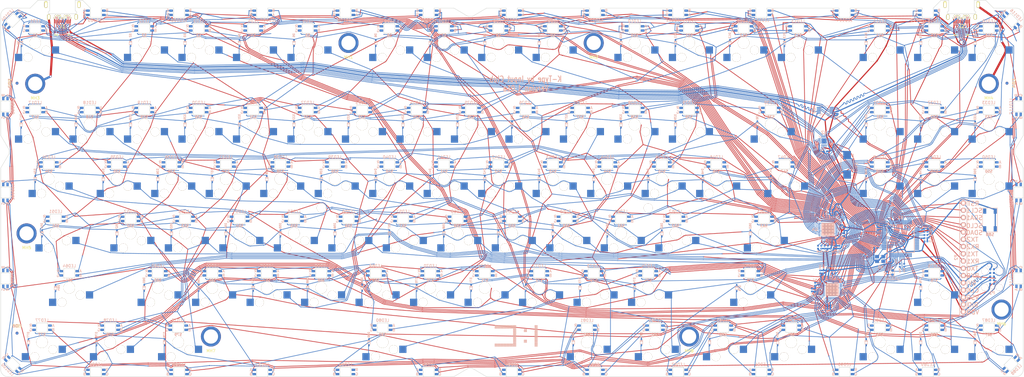
<source format=kicad_pcb>
(kicad_pcb (version 20171130) (host pcbnew "(5.1.2)-1")
  (title_block (title K-Type) (date 2017-11-02) (rev 1.01a) (company "Input Club"))
  (layers (0 Front signal hide) (31 Back signal) (34 B.Paste user) (35 F.Paste user) (36 B.SilkS user) (37 F.SilkS user) (38 B.Mask user) (39 F.Mask user) (44 Edge.Cuts user))
  (net 0 "")
  (net 1 +5V)
  (net 2 VSS)
  (net 3 VDD)
  (net 4 /mcu/MCU_RESET)
  (net 5 "Net-(D1-Pad1)")
  (net 6 "Net-(D2-Pad1)")
  (net 7 "Net-(D3-Pad1)")
  (net 8 "Net-(D4-Pad1)")
  (net 9 "Net-(D5-Pad1)")
  (net 10 "Net-(D6-Pad1)")
  (net 11 "Net-(D7-Pad1)")
  (net 12 "Net-(D8-Pad1)")
  (net 13 "Net-(D9-Pad1)")
  (net 14 "Net-(D10-Pad1)")
  (net 15 "Net-(D11-Pad1)")
  (net 16 "Net-(D12-Pad1)")
  (net 17 "Net-(D13-Pad1)")
  (net 18 "Net-(D14-Pad1)")
  (net 19 "Net-(D15-Pad1)")
  (net 20 "Net-(D16-Pad1)")
  (net 21 "Net-(D17-Pad1)")
  (net 22 "Net-(D18-Pad1)")
  (net 23 "Net-(D19-Pad1)")
  (net 24 "Net-(D20-Pad1)")
  (net 25 "Net-(D21-Pad1)")
  (net 26 "Net-(D22-Pad1)")
  (net 27 "Net-(D23-Pad1)")
  (net 28 "Net-(D24-Pad1)")
  (net 29 "Net-(D25-Pad1)")
  (net 30 "Net-(D26-Pad1)")
  (net 31 "Net-(D27-Pad1)")
  (net 32 "Net-(D28-Pad1)")
  (net 33 "Net-(D29-Pad1)")
  (net 34 "Net-(D30-Pad1)")
  (net 35 "Net-(D31-Pad1)")
  (net 36 "Net-(D32-Pad1)")
  (net 37 "Net-(D33-Pad1)")
  (net 38 "Net-(D34-Pad1)")
  (net 39 "Net-(D35-Pad1)")
  (net 40 "Net-(D36-Pad1)")
  (net 41 "Net-(D37-Pad1)")
  (net 42 "Net-(D38-Pad1)")
  (net 43 "Net-(D39-Pad1)")
  (net 44 "Net-(D40-Pad1)")
  (net 45 "Net-(D41-Pad1)")
  (net 46 "Net-(D42-Pad1)")
  (net 47 "Net-(D43-Pad1)")
  (net 48 "Net-(D44-Pad1)")
  (net 49 "Net-(D45-Pad1)")
  (net 50 "Net-(D46-Pad1)")
  (net 51 "Net-(D47-Pad1)")
  (net 52 "Net-(D48-Pad1)")
  (net 53 "Net-(D49-Pad1)")
  (net 54 "Net-(D50-Pad1)")
  (net 55 "Net-(D51-Pad1)")
  (net 56 "Net-(D52-Pad1)")
  (net 57 "Net-(D53-Pad1)")
  (net 58 "Net-(D54-Pad1)")
  (net 59 "Net-(D55-Pad1)")
  (net 60 "Net-(D56-Pad1)")
  (net 61 "Net-(D57-Pad1)")
  (net 62 "Net-(D58-Pad1)")
  (net 63 "Net-(D59-Pad1)")
  (net 64 "Net-(D60-Pad1)")
  (net 65 "Net-(D61-Pad1)")
  (net 66 "Net-(D62-Pad1)")
  (net 67 "Net-(D63-Pad1)")
  (net 68 "Net-(D64-Pad1)")
  (net 69 "Net-(D65-Pad1)")
  (net 70 "Net-(D66-Pad1)")
  (net 71 "Net-(D67-Pad1)")
  (net 72 "Net-(D68-Pad1)")
  (net 73 "Net-(D69-Pad1)")
  (net 74 "Net-(D70-Pad1)")
  (net 75 "Net-(D71-Pad1)")
  (net 76 "Net-(D72-Pad1)")
  (net 77 "Net-(D73-Pad1)")
  (net 78 "Net-(D74-Pad1)")
  (net 79 "Net-(D75-Pad1)")
  (net 80 "Net-(D76-Pad1)")
  (net 81 "Net-(D77-Pad1)")
  (net 82 "Net-(D78-Pad1)")
  (net 83 "Net-(D79-Pad1)")
  (net 84 "Net-(D80-Pad1)")
  (net 85 "Net-(D81-Pad1)")
  (net 86 "Net-(D82-Pad1)")
  (net 87 "Net-(D83-Pad1)")
  (net 88 "Net-(D84-Pad1)")
  (net 89 "Net-(D85-Pad1)")
  (net 90 "Net-(D86-Pad1)")
  (net 91 "Net-(D87-Pad1)")
  (net 92 /mcu/SHLD)
  (net 93 /mcu/INA+)
  (net 94 /mcu/INA-)
  (net 95 /mcu/D1-)
  (net 96 /mcu/D1+)
  (net 97 /mcu/INB+)
  (net 98 /mcu/INB-)
  (net 99 /mcu/D2-)
  (net 100 /mcu/D2+)
  (net 101 /mcu/PTA5)
  (net 102 /mcu/RX0)
  (net 103 /mcu/TX2)
  (net 104 /mcu/SWD_CLK)
  (net 105 /mcu/TX0)
  (net 106 /mcu/SWD_DIO)
  (net 107 /mcu/RX1)
  (net 108 /mcu/TX1)
  (net 109 /mcu/RX2)
  (net 110 /mcu/SDA0)
  (net 111 /mcu/SCL0)
  (net 112 /mcu/D+)
  (net 113 /mcu/USB_DP)
  (net 114 /mcu/D-)
  (net 115 /mcu/USB_DM)
  (net 116 /mcu/INTB)
  (net 117 /mcu/SDB)
  (net 118 /mcu/PTA12)
  (net 119 /mcu/PTA13)
  (net 120 "Net-(U1-Pad32)")
  (net 121 "Net-(U1-Pad33)")
  (net 122 "Net-(J1-Pad17)")
  (net 123 "Net-(J1-Pad20)")
  (net 124 "Net-(J1-Pad8)")
  (net 125 "Net-(J1-Pad5)")
  (net 126 "Net-(J2-Pad17)")
  (net 127 "Net-(J2-Pad5)")
  (net 128 /mcu/SDA1)
  (net 129 /mcu/SCL1)
  (net 130 "Net-(U1-Pad9)")
  (net 131 "Net-(U1-Pad10)")
  (net 132 "Net-(U1-Pad11)")
  (net 133 "Net-(U1-Pad12)")
  (net 134 "Net-(U1-Pad13)")
  (net 135 "Net-(U1-Pad14)")
  (net 136 "Net-(U1-Pad15)")
  (net 137 "Net-(U1-Pad16)")
  (net 138 "Net-(U1-Pad17)")
  (net 139 "Net-(U1-Pad18)")
  (net 140 "Net-(U1-Pad19)")
  (net 141 "Net-(U1-Pad20)")
  (net 142 /mcu/PTA4)
  (net 143 /Row1)
  (net 144 /Row2)
  (net 145 /Row3)
  (net 146 /Row4)
  (net 147 /Row5)
  (net 148 /Row6)
  (net 149 /Row7)
  (net 150 /Row8)
  (net 151 /Row9)
  (net 152 /Row10)
  (net 153 /Col1)
  (net 154 /Col2)
  (net 155 /Col3)
  (net 156 /Col4)
  (net 157 /Col5)
  (net 158 /Col6)
  (net 159 /Col7)
  (net 160 /Col8)
  (net 161 /Col9)
  (net 162 /Col10)
  (net 163 "Net-(J2-Pad8)")
  (net 164 "Net-(J2-Pad20)")
  (net 165 "Net-(LED120-Pad2)")
  (net 166 /ledmatrix/LD1_SW1)
  (net 167 /ledmatrix/LD1_SW2)
  (net 168 /ledmatrix/LD1_CS1)
  (net 169 /ledmatrix/LD1_SW3)
  (net 170 /ledmatrix/LD1_CS2)
  (net 171 /ledmatrix/LD1_CS3)
  (net 172 /ledmatrix/LD1_CS4)
  (net 173 /ledmatrix/LD1_CS5)
  (net 174 /ledmatrix/LD1_CS6)
  (net 175 /ledmatrix/LD1_CS7)
  (net 176 /ledmatrix/LD1_CS8)
  (net 177 /ledmatrix/LD1_CS9)
  (net 178 /ledmatrix/LD1_CS10)
  (net 179 /ledmatrix/LD1_CS11)
  (net 180 /ledmatrix/LD1_CS12)
  (net 181 /ledmatrix/LD1_CS13)
  (net 182 /ledmatrix/LD1_CS14)
  (net 183 /ledmatrix/LD1_CS15)
  (net 184 /ledmatrix/LD1_CS16)
  (net 185 /ledmatrix/LD1_SW4)
  (net 186 /ledmatrix/LD1_SW5)
  (net 187 /ledmatrix/LD1_SW6)
  (net 188 /ledmatrix/LD1_SW7)
  (net 189 /ledmatrix/LD1_SW8)
  (net 190 /ledmatrix/LD1_SW9)
  (net 191 /ledmatrix/LD1_SW10)
  (net 192 /ledmatrix/LD1_SW11)
  (net 193 /ledmatrix/LD1_SW12)
  (net 194 /ledmatrix/LD2_SW1)
  (net 195 /ledmatrix/LD2_SW2)
  (net 196 /ledmatrix/LD2_CS1)
  (net 197 /ledmatrix/LD2_SW3)
  (net 198 /ledmatrix/LD2_CS2)
  (net 199 /ledmatrix/LD2_CS3)
  (net 200 /ledmatrix/LD2_CS4)
  (net 201 /ledmatrix/LD2_CS5)
  (net 202 /ledmatrix/LD2_CS6)
  (net 203 /ledmatrix/LD2_CS7)
  (net 204 /ledmatrix/LD2_CS8)
  (net 205 /ledmatrix/LD2_CS9)
  (net 206 /ledmatrix/LD2_CS10)
  (net 207 /ledmatrix/LD2_CS11)
  (net 208 /ledmatrix/LD2_CS12)
  (net 209 /ledmatrix/LD2_CS13)
  (net 210 /ledmatrix/LD2_CS14)
  (net 211 /ledmatrix/LD2_CS15)
  (net 212 /ledmatrix/LD2_CS16)
  (net 213 /ledmatrix/LD2_SW4)
  (net 214 /ledmatrix/LD2_SW5)
  (net 215 /ledmatrix/LD2_SW6)
  (net 216 /ledmatrix/LD2_SW9)
  (net 217 /ledmatrix/LD2_SW8)
  (net 218 /ledmatrix/LD2_SW7)
  (net 219 /ledmatrix/LD2_SW12)
  (net 220 /ledmatrix/LD2_SW11)
  (net 221 /ledmatrix/LD2_SW10)
  (net 222 "Net-(S88-Pad1)")
  (net 223 "Net-(R14-Pad1)")
  (net 224 "Net-(R9-Pad1)")
  (net 225 "Net-(R17-Pad1)")
  (net 226 /mcu/SYNC)
  (net 227 "Net-(U5-Pad45)")
  (net 228 "Net-(R15-Pad1)")
  (module lib.pretty:LED_RGB_3.2x2.8_REVMOUNT (layer Back) (at 355.6 37.7825 180)
    (fp_text reference LED15 (at 0 2.6 180) (layer B.SilkS) (effects (justify mirror)))
    (fp_text value RGBLED hide)
    (fp_text user B (at -3.937 -0.762 180) (layer B.SilkS) (effects (justify mirror)))
    (fp_text user G (at 3.937 -0.762 180) (layer B.SilkS) (effects (justify mirror)))
    (fp_text user A (at -3.937 0.762 180) (layer B.SilkS) (effects (justify mirror)))
    (fp_text user R (at 3.937 0.762 180) (layer B.SilkS) (effects (justify mirror)))
    (pad 1 smd rect (at -2.7813 0.75 180) (size 1.2446 0.8) (layers Back B.Paste B.Mask) (net 183 /ledmatrix/LD1_CS15))
    (pad 4 smd rect (at -2.7813 -0.75 180) (size 1.2446 0.8) (layers Back B.Paste B.Mask) (net 169 /ledmatrix/LD1_SW3))
    (pad 3 smd rect (at 2.7813 -0.75 180) (size 1.2446 0.8) (layers Back B.Paste B.Mask) (net 166 /ledmatrix/LD1_SW1))
    (pad 2 smd rect (at 2.7813 0.75 180) (size 1.2446 0.8) (layers Back B.Paste B.Mask) (net 167 /ledmatrix/LD1_SW2))
  )
  (module lib.pretty:LED_RGB_3.2x2.8_REVMOUNT (layer Back) (at 374.65 37.7825 180)
    (fp_text reference LED16 (at 0 2.6 180) (layer B.SilkS) (effects (justify mirror)))
    (fp_text value RGBLED hide)
    (fp_text user B (at -3.937 -0.762 180) (layer B.SilkS) (effects (justify mirror)))
    (fp_text user G (at 3.937 -0.762 180) (layer B.SilkS) (effects (justify mirror)))
    (fp_text user A (at -3.937 0.762 180) (layer B.SilkS) (effects (justify mirror)))
    (fp_text user R (at 3.937 0.762 180) (layer B.SilkS) (effects (justify mirror)))
    (pad 1 smd rect (at -2.7813 0.75 180) (size 1.2446 0.8) (layers Back B.Paste B.Mask) (net 184 /ledmatrix/LD1_CS16))
    (pad 4 smd rect (at -2.7813 -0.75 180) (size 1.2446 0.8) (layers Back B.Paste B.Mask) (net 169 /ledmatrix/LD1_SW3))
    (pad 3 smd rect (at 2.7813 -0.75 180) (size 1.2446 0.8) (layers Back B.Paste B.Mask) (net 166 /ledmatrix/LD1_SW1))
    (pad 2 smd rect (at 2.7813 0.75 180) (size 1.2446 0.8) (layers Back B.Paste B.Mask) (net 167 /ledmatrix/LD1_SW2))
  )
  (module lib.pretty:QFN-48-6mm-vias (layer Back) (at 319.913 129.222 180)
    (fp_text reference U5 (at -4.445 -0.127 180) (layer B.SilkS) (effects (font (thickness 0.2)) (justify mirror)))
    (fp_text value IS31FL3733 hide)
    (pad 48 thru_hole rect (at 1.65 1.65 180) (size 1.1 1.1) (drill 0.254) (layers *.Cu B.SilkS B.Mask) (net 2 VSS))
    (pad 48 thru_hole rect (at 0.55 1.65 180) (size 1.1 1.1) (drill 0.254) (layers *.Cu B.SilkS B.Mask) (net 2 VSS))
    (pad 48 thru_hole rect (at -1.65 1.65 180) (size 1.1 1.1) (drill 0.254) (layers *.Cu B.SilkS B.Mask) (net 2 VSS))
    (pad 48 thru_hole rect (at -0.55 1.65 180) (size 1.1 1.1) (drill 0.254) (layers *.Cu B.SilkS B.Mask) (net 2 VSS))
    (pad 48 smd rect (at -2.2 2.925 180) (size 0.2 0.75) (layers Back B.Paste B.Mask) (net 2 VSS))
    (pad 47 smd rect (at -1.8 2.925 180) (size 0.2 0.75) (layers Back B.Paste B.Mask) (net 101 /mcu/PTA5))
    (pad 46 smd rect (at -1.4 2.925 180) (size 0.2 0.75) (layers Back B.Paste B.Mask) (net 117 /mcu/SDB))
    (pad 45 smd rect (at -1 2.925 180) (size 0.2 0.75) (layers Back B.Paste B.Mask) (net 227 "Net-(U5-Pad45)"))
    (pad 44 smd rect (at -0.6 2.925 180) (size 0.2 0.75) (layers Back B.Paste B.Mask) (net 2 VSS))
    (pad 43 smd rect (at -0.2 2.925 180) (size 0.2 0.75) (layers Back B.Paste B.Mask) (net 2 VSS))
    (pad 42 smd rect (at 0.2 2.925 180) (size 0.2 0.75) (layers Back B.Paste B.Mask) (net 129 /mcu/SCL1))
    (pad 41 smd rect (at 0.6 2.925 180) (size 0.2 0.75) (layers Back B.Paste B.Mask) (net 128 /mcu/SDA1))
    (pad 40 smd rect (at 1 2.925 180) (size 0.2 0.75) (layers Back B.Paste B.Mask) (net 226 /mcu/SYNC))
    (pad 39 smd rect (at 1.4 2.925 180) (size 0.2 0.75) (layers Back B.Paste B.Mask) (net 3 VDD))
    (pad 38 smd rect (at 1.8 2.925 180) (size 0.2 0.75) (layers Back B.Paste B.Mask) (net 1 +5V))
    (pad 37 smd rect (at 2.2 2.925 180) (size 0.2 0.75) (layers Back B.Paste B.Mask) (net 1 +5V))
    (pad 32 smd rect (at 2.925 0.6 180) (size 0.75 0.2) (layers Back B.Paste B.Mask) (net 211 /ledmatrix/LD2_CS15))
    (pad 31 smd rect (at 2.925 0.2 180) (size 0.75 0.2) (layers Back B.Paste B.Mask) (net 210 /ledmatrix/LD2_CS14))
    (pad 30 smd rect (at 2.925 -0.2 180) (size 0.75 0.2) (layers Back B.Paste B.Mask) (net 209 /ledmatrix/LD2_CS13))
    (pad 29 smd rect (at 2.925 -0.6 180) (size 0.75 0.2) (layers Back B.Paste B.Mask) (net 1 +5V))
    (pad 28 smd rect (at 2.925 -1 180) (size 0.75 0.2) (layers Back B.Paste B.Mask) (net 208 /ledmatrix/LD2_CS12))
    (pad 27 smd rect (at 2.925 -1.4 180) (size 0.75 0.2) (layers Back B.Paste B.Mask) (net 207 /ledmatrix/LD2_CS11))
    (pad 26 smd rect (at 2.925 -1.8 180) (size 0.75 0.2) (layers Back B.Paste B.Mask) (net 206 /ledmatrix/LD2_CS10))
    (pad 25 smd rect (at 2.925 -2.2 180) (size 0.75 0.2) (layers Back B.Paste B.Mask) (net 205 /ledmatrix/LD2_CS9))
    (pad 16 smd rect (at -1 -2.925 180) (size 0.2 0.75) (layers Back B.Paste B.Mask) (net 196 /ledmatrix/LD2_CS1))
    (pad 15 smd rect (at -1.4 -2.925 180) (size 0.2 0.75) (layers Back B.Paste B.Mask) (net 219 /ledmatrix/LD2_SW12))
    (pad 14 smd rect (at -1.8 -2.925 180) (size 0.2 0.75) (layers Back B.Paste B.Mask) (net 220 /ledmatrix/LD2_SW11))
    (pad 13 smd rect (at -2.2 -2.925 180) (size 0.2 0.75) (layers Back B.Paste B.Mask) (net 221 /ledmatrix/LD2_SW10))
    (pad 24 smd rect (at 2.2 -2.925 180) (size 0.2 0.75) (layers Back B.Paste B.Mask) (net 204 /ledmatrix/LD2_CS8))
    (pad 23 smd rect (at 1.8 -2.925 180) (size 0.2 0.75) (layers Back B.Paste B.Mask) (net 203 /ledmatrix/LD2_CS7))
    (pad 22 smd rect (at 1.4 -2.925 180) (size 0.2 0.75) (layers Back B.Paste B.Mask) (net 202 /ledmatrix/LD2_CS6))
    (pad 21 smd rect (at 1 -2.925 180) (size 0.2 0.75) (layers Back B.Paste B.Mask) (net 201 /ledmatrix/LD2_CS5))
    (pad 20 smd rect (at 0.6 -2.925 180) (size 0.2 0.75) (layers Back B.Paste B.Mask) (net 1 +5V))
    (pad 19 smd rect (at 0.2 -2.925 180) (size 0.2 0.75) (layers Back B.Paste B.Mask) (net 200 /ledmatrix/LD2_CS4))
    (pad 18 smd rect (at -0.2 -2.925 180) (size 0.2 0.75) (layers Back B.Paste B.Mask) (net 199 /ledmatrix/LD2_CS3))
    (pad 17 smd rect (at -0.6 -2.925 180) (size 0.2 0.75) (layers Back B.Paste B.Mask) (net 198 /ledmatrix/LD2_CS2))
    (pad 36 smd rect (at 2.925 2.2 180) (size 0.75 0.2) (layers Back B.Paste B.Mask))
    (pad 35 smd rect (at 2.925 1.8 180) (size 0.75 0.2) (layers Back B.Paste B.Mask) (net 225 "Net-(R17-Pad1)"))
    (pad 34 smd rect (at 2.925 1.4 180) (size 0.75 0.2) (layers Back B.Paste B.Mask) (net 2 VSS))
    (pad 33 smd rect (at 2.925 1 180) (size 0.75 0.2) (layers Back B.Paste B.Mask) (net 212 /ledmatrix/LD2_CS16))
    (pad 12 smd rect (at -2.925 -2.2 180) (size 0.75 0.2) (layers Back B.Paste B.Mask) (net 2 VSS))
    (pad 11 smd rect (at -2.925 -1.8 180) (size 0.75 0.2) (layers Back B.Paste B.Mask) (net 216 /ledmatrix/LD2_SW9))
    (pad 10 smd rect (at -2.925 -1.4 180) (size 0.75 0.2) (layers Back B.Paste B.Mask) (net 217 /ledmatrix/LD2_SW8))
    (pad 9 smd rect (at -2.925 -1 180) (size 0.75 0.2) (layers Back B.Paste B.Mask) (net 218 /ledmatrix/LD2_SW7))
    (pad 8 smd rect (at -2.925 -0.6 180) (size 0.75 0.2) (layers Back B.Paste B.Mask) (net 215 /ledmatrix/LD2_SW6))
    (pad 7 smd rect (at -2.925 -0.2 180) (size 0.75 0.2) (layers Back B.Paste B.Mask) (net 214 /ledmatrix/LD2_SW5))
    (pad 6 smd rect (at -2.925 0.2 180) (size 0.75 0.2) (layers Back B.Paste B.Mask) (net 213 /ledmatrix/LD2_SW4))
    (pad 5 smd rect (at -2.925 0.6 180) (size 0.75 0.2) (layers Back B.Paste B.Mask) (net 2 VSS))
    (pad 4 smd rect (at -2.925 1 180) (size 0.75 0.2) (layers Back B.Paste B.Mask) (net 197 /ledmatrix/LD2_SW3))
    (pad 3 smd rect (at -2.925 1.4 180) (size 0.75 0.2) (layers Back B.Paste B.Mask) (net 195 /ledmatrix/LD2_SW2))
    (pad 2 smd rect (at -2.925 1.8 180) (size 0.75 0.2) (layers Back B.Paste B.Mask) (net 194 /ledmatrix/LD2_SW1))
    (pad 1 smd rect (at -2.925 2.2 180) (size 0.75 0.2) (layers Back B.Paste B.Mask))
    (pad 48 thru_hole rect (at -0.55 0.55 180) (size 1.1 1.1) (drill 0.254) (layers *.Cu B.SilkS B.Mask) (net 2 VSS))
    (pad 48 thru_hole rect (at -1.65 0.55 180) (size 1.1 1.1) (drill 0.254) (layers *.Cu B.SilkS B.Mask) (net 2 VSS))
    (pad 48 thru_hole rect (at 0.55 0.55 180) (size 1.1 1.1) (drill 0.254) (layers *.Cu B.SilkS B.Mask) (net 2 VSS))
    (pad 48 thru_hole rect (at 1.65 0.55 180) (size 1.1 1.1) (drill 0.254) (layers *.Cu B.SilkS B.Mask) (net 2 VSS))
    (pad 48 thru_hole rect (at 1.65 -1.65 180) (size 1.1 1.1) (drill 0.254) (layers *.Cu B.SilkS B.Mask) (net 2 VSS))
    (pad 48 thru_hole rect (at 0.55 -1.65 180) (size 1.1 1.1) (drill 0.254) (layers *.Cu B.SilkS B.Mask) (net 2 VSS))
    (pad 48 thru_hole rect (at -1.65 -1.65 180) (size 1.1 1.1) (drill 0.254) (layers *.Cu B.SilkS B.Mask) (net 2 VSS))
    (pad 48 thru_hole rect (at -0.55 -1.65 180) (size 1.1 1.1) (drill 0.254) (layers *.Cu B.SilkS B.Mask) (net 2 VSS))
    (pad 48 thru_hole rect (at -0.55 -0.55 180) (size 1.1 1.1) (drill 0.254) (layers *.Cu B.SilkS B.Mask) (net 2 VSS))
    (pad 48 thru_hole rect (at -1.65 -0.55 180) (size 1.1 1.1) (drill 0.254) (layers *.Cu B.SilkS B.Mask) (net 2 VSS))
    (pad 48 thru_hole rect (at 0.55 -0.55 180) (size 1.1 1.1) (drill 0.254) (layers *.Cu B.SilkS B.Mask) (net 2 VSS))
    (pad 48 thru_hole rect (at 1.65 -0.55 180) (size 1.1 1.1) (drill 0.254) (layers *.Cu B.SilkS B.Mask) (net 2 VSS))
  )
  (module lib.pretty:QFN-48-6mm-vias (layer Back) (at 318.389 108.14)
    (fp_text reference U4 (at -4.572 0) (layer B.SilkS) (effects (font (thickness 0.2)) (justify mirror)))
    (fp_text value IS31FL3733 hide)
    (pad 48 thru_hole rect (at 1.65 1.65) (size 1.1 1.1) (drill 0.254) (layers *.Cu B.SilkS B.Mask) (net 2 VSS))
    (pad 48 thru_hole rect (at 0.55 1.65) (size 1.1 1.1) (drill 0.254) (layers *.Cu B.SilkS B.Mask) (net 2 VSS))
    (pad 48 thru_hole rect (at -1.65 1.65) (size 1.1 1.1) (drill 0.254) (layers *.Cu B.SilkS B.Mask) (net 2 VSS))
    (pad 48 thru_hole rect (at -0.55 1.65) (size 1.1 1.1) (drill 0.254) (layers *.Cu B.SilkS B.Mask) (net 2 VSS))
    (pad 48 smd rect (at -2.2 2.925) (size 0.2 0.75) (layers Back B.Paste B.Mask) (net 2 VSS))
    (pad 47 smd rect (at -1.8 2.925) (size 0.2 0.75) (layers Back B.Paste B.Mask) (net 101 /mcu/PTA5))
    (pad 46 smd rect (at -1.4 2.925) (size 0.2 0.75) (layers Back B.Paste B.Mask) (net 117 /mcu/SDB))
    (pad 45 smd rect (at -1 2.925) (size 0.2 0.75) (layers Back B.Paste B.Mask) (net 116 /mcu/INTB))
    (pad 44 smd rect (at -0.6 2.925) (size 0.2 0.75) (layers Back B.Paste B.Mask) (net 2 VSS))
    (pad 43 smd rect (at -0.2 2.925) (size 0.2 0.75) (layers Back B.Paste B.Mask) (net 2 VSS))
    (pad 42 smd rect (at 0.2 2.925) (size 0.2 0.75) (layers Back B.Paste B.Mask) (net 111 /mcu/SCL0))
    (pad 41 smd rect (at 0.6 2.925) (size 0.2 0.75) (layers Back B.Paste B.Mask) (net 110 /mcu/SDA0))
    (pad 40 smd rect (at 1 2.925) (size 0.2 0.75) (layers Back B.Paste B.Mask) (net 226 /mcu/SYNC))
    (pad 39 smd rect (at 1.4 2.925) (size 0.2 0.75) (layers Back B.Paste B.Mask) (net 3 VDD))
    (pad 38 smd rect (at 1.8 2.925) (size 0.2 0.75) (layers Back B.Paste B.Mask) (net 1 +5V))
    (pad 37 smd rect (at 2.2 2.925) (size 0.2 0.75) (layers Back B.Paste B.Mask) (net 1 +5V))
    (pad 32 smd rect (at 2.925 0.6) (size 0.75 0.2) (layers Back B.Paste B.Mask) (net 183 /ledmatrix/LD1_CS15))
    (pad 31 smd rect (at 2.925 0.2) (size 0.75 0.2) (layers Back B.Paste B.Mask) (net 182 /ledmatrix/LD1_CS14))
    (pad 30 smd rect (at 2.925 -0.2) (size 0.75 0.2) (layers Back B.Paste B.Mask) (net 181 /ledmatrix/LD1_CS13))
    (pad 29 smd rect (at 2.925 -0.6) (size 0.75 0.2) (layers Back B.Paste B.Mask) (net 1 +5V))
    (pad 28 smd rect (at 2.925 -1) (size 0.75 0.2) (layers Back B.Paste B.Mask) (net 180 /ledmatrix/LD1_CS12))
    (pad 27 smd rect (at 2.925 -1.4) (size 0.75 0.2) (layers Back B.Paste B.Mask) (net 179 /ledmatrix/LD1_CS11))
    (pad 26 smd rect (at 2.925 -1.8) (size 0.75 0.2) (layers Back B.Paste B.Mask) (net 178 /ledmatrix/LD1_CS10))
    (pad 25 smd rect (at 2.925 -2.2) (size 0.75 0.2) (layers Back B.Paste B.Mask) (net 177 /ledmatrix/LD1_CS9))
    (pad 16 smd rect (at -1 -2.925) (size 0.2 0.75) (layers Back B.Paste B.Mask) (net 168 /ledmatrix/LD1_CS1))
    (pad 15 smd rect (at -1.4 -2.925) (size 0.2 0.75) (layers Back B.Paste B.Mask) (net 193 /ledmatrix/LD1_SW12))
    (pad 14 smd rect (at -1.8 -2.925) (size 0.2 0.75) (layers Back B.Paste B.Mask) (net 192 /ledmatrix/LD1_SW11))
    (pad 13 smd rect (at -2.2 -2.925) (size 0.2 0.75) (layers Back B.Paste B.Mask) (net 191 /ledmatrix/LD1_SW10))
    (pad 24 smd rect (at 2.2 -2.925) (size 0.2 0.75) (layers Back B.Paste B.Mask) (net 176 /ledmatrix/LD1_CS8))
    (pad 23 smd rect (at 1.8 -2.925) (size 0.2 0.75) (layers Back B.Paste B.Mask) (net 175 /ledmatrix/LD1_CS7))
    (pad 22 smd rect (at 1.4 -2.925) (size 0.2 0.75) (layers Back B.Paste B.Mask) (net 174 /ledmatrix/LD1_CS6))
    (pad 21 smd rect (at 1 -2.925) (size 0.2 0.75) (layers Back B.Paste B.Mask) (net 173 /ledmatrix/LD1_CS5))
    (pad 20 smd rect (at 0.6 -2.925) (size 0.2 0.75) (layers Back B.Paste B.Mask) (net 1 +5V))
    (pad 19 smd rect (at 0.2 -2.925) (size 0.2 0.75) (layers Back B.Paste B.Mask) (net 172 /ledmatrix/LD1_CS4))
    (pad 18 smd rect (at -0.2 -2.925) (size 0.2 0.75) (layers Back B.Paste B.Mask) (net 171 /ledmatrix/LD1_CS3))
    (pad 17 smd rect (at -0.6 -2.925) (size 0.2 0.75) (layers Back B.Paste B.Mask) (net 170 /ledmatrix/LD1_CS2))
    (pad 36 smd rect (at 2.925 2.2) (size 0.75 0.2) (layers Back B.Paste B.Mask))
    (pad 35 smd rect (at 2.925 1.8) (size 0.75 0.2) (layers Back B.Paste B.Mask) (net 224 "Net-(R9-Pad1)"))
    (pad 34 smd rect (at 2.925 1.4) (size 0.75 0.2) (layers Back B.Paste B.Mask) (net 2 VSS))
    (pad 33 smd rect (at 2.925 1) (size 0.75 0.2) (layers Back B.Paste B.Mask) (net 184 /ledmatrix/LD1_CS16))
    (pad 12 smd rect (at -2.925 -2.2) (size 0.75 0.2) (layers Back B.Paste B.Mask) (net 2 VSS))
    (pad 11 smd rect (at -2.925 -1.8) (size 0.75 0.2) (layers Back B.Paste B.Mask) (net 190 /ledmatrix/LD1_SW9))
    (pad 10 smd rect (at -2.925 -1.4) (size 0.75 0.2) (layers Back B.Paste B.Mask) (net 189 /ledmatrix/LD1_SW8))
    (pad 9 smd rect (at -2.925 -1) (size 0.75 0.2) (layers Back B.Paste B.Mask) (net 188 /ledmatrix/LD1_SW7))
    (pad 8 smd rect (at -2.925 -0.6) (size 0.75 0.2) (layers Back B.Paste B.Mask) (net 187 /ledmatrix/LD1_SW6))
    (pad 7 smd rect (at -2.925 -0.2) (size 0.75 0.2) (layers Back B.Paste B.Mask) (net 186 /ledmatrix/LD1_SW5))
    (pad 6 smd rect (at -2.925 0.2) (size 0.75 0.2) (layers Back B.Paste B.Mask) (net 185 /ledmatrix/LD1_SW4))
    (pad 5 smd rect (at -2.925 0.6) (size 0.75 0.2) (layers Back B.Paste B.Mask) (net 2 VSS))
    (pad 4 smd rect (at -2.925 1) (size 0.75 0.2) (layers Back B.Paste B.Mask) (net 169 /ledmatrix/LD1_SW3))
    (pad 3 smd rect (at -2.925 1.4) (size 0.75 0.2) (layers Back B.Paste B.Mask) (net 167 /ledmatrix/LD1_SW2))
    (pad 2 smd rect (at -2.925 1.8) (size 0.75 0.2) (layers Back B.Paste B.Mask) (net 166 /ledmatrix/LD1_SW1))
    (pad 1 smd rect (at -2.925 2.2) (size 0.75 0.2) (layers Back B.Paste B.Mask))
    (pad 48 thru_hole rect (at -0.55 0.55) (size 1.1 1.1) (drill 0.254) (layers *.Cu B.SilkS B.Mask) (net 2 VSS))
    (pad 48 thru_hole rect (at -1.65 0.55) (size 1.1 1.1) (drill 0.254) (layers *.Cu B.SilkS B.Mask) (net 2 VSS))
    (pad 48 thru_hole rect (at 0.55 0.55) (size 1.1 1.1) (drill 0.254) (layers *.Cu B.SilkS B.Mask) (net 2 VSS))
    (pad 48 thru_hole rect (at 1.65 0.55) (size 1.1 1.1) (drill 0.254) (layers *.Cu B.SilkS B.Mask) (net 2 VSS))
    (pad 48 thru_hole rect (at 1.65 -1.65) (size 1.1 1.1) (drill 0.254) (layers *.Cu B.SilkS B.Mask) (net 2 VSS))
    (pad 48 thru_hole rect (at 0.55 -1.65) (size 1.1 1.1) (drill 0.254) (layers *.Cu B.SilkS B.Mask) (net 2 VSS))
    (pad 48 thru_hole rect (at -1.65 -1.65) (size 1.1 1.1) (drill 0.254) (layers *.Cu B.SilkS B.Mask) (net 2 VSS))
    (pad 48 thru_hole rect (at -0.55 -1.65) (size 1.1 1.1) (drill 0.254) (layers *.Cu B.SilkS B.Mask) (net 2 VSS))
    (pad 48 thru_hole rect (at -0.55 -0.55) (size 1.1 1.1) (drill 0.254) (layers *.Cu B.SilkS B.Mask) (net 2 VSS))
    (pad 48 thru_hole rect (at -1.65 -0.55) (size 1.1 1.1) (drill 0.254) (layers *.Cu B.SilkS B.Mask) (net 2 VSS))
    (pad 48 thru_hole rect (at 0.55 -0.55) (size 1.1 1.1) (drill 0.254) (layers *.Cu B.SilkS B.Mask) (net 2 VSS))
    (pad 48 thru_hole rect (at 1.65 -0.55) (size 1.1 1.1) (drill 0.254) (layers *.Cu B.SilkS B.Mask) (net 2 VSS))
  )
  (module lib.pretty:SW_SOCKET_COMBINED_T (layer Front) (at 355.6 42.8625 180)
    (fp_text reference S15 (at 0 2.667 180) (layer B.SilkS) (effects (font (size 0.9 0.9) (thickness 0.2)) (justify mirror)))
    (fp_text value SW hide)
    (pad 2 smd rect (at 5.815 -5.08 180) (size 2.54 2.54) (layers Back B.Paste B.Mask) (net 19 "Net-(D15-Pad1)"))
    (pad 1 smd rect (at -7.085 -2.4765 180) (size 2.54 2.54) (layers Back B.Paste B.Mask) (net 157 /Col5))
    (pad "" np_thru_hole circle (at 2.54 -5.08 180) (size 3.048254 3.048254) (drill 3.048) (layers *.Cu *.Mask F.SilkS) (clearance 0.1397))
    (pad "" np_thru_hole circle (at -3.81 -2.54 180) (size 3.048254 3.048254) (drill 3.048) (layers *.Cu *.Mask F.SilkS) (clearance 0.1397))
    (pad "" np_thru_hole circle (at 0 0 180) (size 3.987825 3.987825) (drill 3.9878) (layers *.Cu *.Mask F.SilkS) (clearance 0.1397))
  )
  (module lib.pretty:SW_SOCKET_COMBINED_T (layer Front) (at 303.212 90.4875 180)
    (fp_text reference S47 (at 0 2.667 180) (layer B.SilkS) (effects (font (size 0.9 0.9) (thickness 0.2)) (justify mirror)))
    (fp_text value SW hide)
    (pad 2 smd rect (at 5.815 -5.08 180) (size 2.54 2.54) (layers Back B.Paste B.Mask) (net 51 "Net-(D47-Pad1)"))
    (pad 1 smd rect (at -7.085 -2.4765 180) (size 2.54 2.54) (layers Back B.Paste B.Mask) (net 161 /Col9))
    (pad "" np_thru_hole circle (at 2.54 -5.08 180) (size 3.048254 3.048254) (drill 3.048) (layers *.Cu *.Mask F.SilkS) (clearance 0.1397))
    (pad "" np_thru_hole circle (at -3.81 -2.54 180) (size 3.048254 3.048254) (drill 3.048) (layers *.Cu *.Mask F.SilkS) (clearance 0.1397))
    (pad "" np_thru_hole circle (at 0 0 180) (size 3.987825 3.987825) (drill 3.9878) (layers *.Cu *.Mask F.SilkS) (clearance 0.1397))
  )
  (module lib.pretty:SW_SOCKET_COMBINED_T (layer Front) (at 46.0375 90.4875 180)
    (fp_text reference S34 (at 0 2.667 180) (layer B.SilkS) (effects (font (size 0.9 0.9) (thickness 0.2)) (justify mirror)))
    (fp_text value SW hide)
    (pad 2 smd rect (at 5.815 -5.08 180) (size 2.54 2.54) (layers Back B.Paste B.Mask) (net 38 "Net-(D34-Pad1)"))
    (pad 1 smd rect (at -7.085 -2.4765 180) (size 2.54 2.54) (layers Back B.Paste B.Mask) (net 158 /Col6))
    (pad "" np_thru_hole circle (at 2.54 -5.08 180) (size 3.048254 3.048254) (drill 3.048) (layers *.Cu *.Mask F.SilkS) (clearance 0.1397))
    (pad "" np_thru_hole circle (at -3.81 -2.54 180) (size 3.048254 3.048254) (drill 3.048) (layers *.Cu *.Mask F.SilkS) (clearance 0.1397))
    (pad "" np_thru_hole circle (at 0 0 180) (size 3.987825 3.987825) (drill 3.9878) (layers *.Cu *.Mask F.SilkS) (clearance 0.1397))
  )
  (module lib.pretty:SW_SOCKET_COMBINED_T (layer Front) (at 53.1812 128.588 180)
    (fp_text reference S64 (at 0 2.667 180) (layer B.SilkS) (effects (font (size 0.9 0.9) (thickness 0.2)) (justify mirror)))
    (fp_text value SW hide)
    (pad 2 smd rect (at 5.815 -5.08 180) (size 2.54 2.54) (layers Back B.Paste B.Mask) (net 68 "Net-(D64-Pad1)"))
    (pad 1 smd rect (at -7.085 -2.4765 180) (size 2.54 2.54) (layers Back B.Paste B.Mask) (net 161 /Col9))
    (pad "" np_thru_hole circle (at 2.54 -5.08 180) (size 3.048254 3.048254) (drill 3.048) (layers *.Cu *.Mask F.SilkS) (clearance 0.1397))
    (pad "" np_thru_hole circle (at -3.81 -2.54 180) (size 3.048254 3.048254) (drill 3.048) (layers *.Cu *.Mask F.SilkS) (clearance 0.1397))
    (pad "" np_thru_hole circle (at 0 0 180) (size 3.987825 3.987825) (drill 3.9878) (layers *.Cu *.Mask F.SilkS) (clearance 0.1397))
  )
  (module lib.pretty:SW_SOCKET_COMBINED_T (layer Front) (at 296.069 109.538 180)
    (fp_text reference S63 (at 0 2.667 180) (layer B.SilkS) (effects (font (size 0.9 0.9) (thickness 0.2)) (justify mirror)))
    (fp_text value SW hide)
    (pad 2 smd rect (at 5.815 -5.08 180) (size 2.54 2.54) (layers Back B.Paste B.Mask) (net 67 "Net-(D63-Pad1)"))
    (pad 1 smd rect (at -7.085 -2.4765 180) (size 2.54 2.54) (layers Back B.Paste B.Mask) (net 159 /Col7))
    (pad "" np_thru_hole circle (at 2.54 -5.08 180) (size 3.048254 3.048254) (drill 3.048) (layers *.Cu *.Mask F.SilkS) (clearance 0.1397))
    (pad "" np_thru_hole circle (at -3.81 -2.54 180) (size 3.048254 3.048254) (drill 3.048) (layers *.Cu *.Mask F.SilkS) (clearance 0.1397))
    (pad "" np_thru_hole circle (at 0 0 180) (size 3.987825 3.987825) (drill 3.9878) (layers *.Cu *.Mask F.SilkS) (clearance 0.1397))
  )
  (module lib.pretty:SW_SOCKET_COMBINED_T (layer Front) (at 48.4188 109.538 180)
    (fp_text reference S51 (at 0 2.667 180) (layer B.SilkS) (effects (font (size 0.9 0.9) (thickness 0.2)) (justify mirror)))
    (fp_text value SW hide)
    (pad 2 smd rect (at 5.815 -5.08 180) (size 2.54 2.54) (layers Back B.Paste B.Mask) (net 55 "Net-(D51-Pad1)"))
    (pad 1 smd rect (at -7.085 -2.4765 180) (size 2.54 2.54) (layers Back B.Paste B.Mask) (net 156 /Col4))
    (pad "" np_thru_hole circle (at 2.54 -5.08 180) (size 3.048254 3.048254) (drill 3.048) (layers *.Cu *.Mask F.SilkS) (clearance 0.1397))
    (pad "" np_thru_hole circle (at -3.81 -2.54 180) (size 3.048254 3.048254) (drill 3.048) (layers *.Cu *.Mask F.SilkS) (clearance 0.1397))
    (pad "" np_thru_hole circle (at 0 0 180) (size 3.987825 3.987825) (drill 3.9878) (layers *.Cu *.Mask F.SilkS) (clearance 0.1397))
  )
  (module lib.pretty:SW_SOCKET_COMBINED_T (layer Front) (at 41.275 71.4375 180)
    (fp_text reference S17 (at 0 2.667 180) (layer B.SilkS) (effects (font (size 0.9 0.9) (thickness 0.2)) (justify mirror)))
    (fp_text value SW hide)
    (pad 2 smd rect (at 5.815 -5.08 180) (size 2.54 2.54) (layers Back B.Paste B.Mask) (net 21 "Net-(D17-Pad1)"))
    (pad 1 smd rect (at -7.085 -2.4765 180) (size 2.54 2.54) (layers Back B.Paste B.Mask) (net 159 /Col7))
    (pad "" np_thru_hole circle (at 2.54 -5.08 180) (size 3.048254 3.048254) (drill 3.048) (layers *.Cu *.Mask F.SilkS) (clearance 0.1397))
    (pad "" np_thru_hole circle (at -3.81 -2.54 180) (size 3.048254 3.048254) (drill 3.048) (layers *.Cu *.Mask F.SilkS) (clearance 0.1397))
    (pad "" np_thru_hole circle (at 0 0 180) (size 3.987825 3.987825) (drill 3.9878) (layers *.Cu *.Mask F.SilkS) (clearance 0.1397))
  )
  (module lib.pretty:SW_SOCKET_COMBINED_T (layer Front) (at 60.325 71.4375 180)
    (fp_text reference S18 (at 0 2.667 180) (layer B.SilkS) (effects (font (size 0.9 0.9) (thickness 0.2)) (justify mirror)))
    (fp_text value SW hide)
    (pad 2 smd rect (at 5.815 -5.08 180) (size 2.54 2.54) (layers Back B.Paste B.Mask) (net 22 "Net-(D18-Pad1)"))
    (pad 1 smd rect (at -7.085 -2.4765 180) (size 2.54 2.54) (layers Back B.Paste B.Mask) (net 160 /Col8))
    (pad "" np_thru_hole circle (at 2.54 -5.08 180) (size 3.048254 3.048254) (drill 3.048) (layers *.Cu *.Mask F.SilkS) (clearance 0.1397))
    (pad "" np_thru_hole circle (at -3.81 -2.54 180) (size 3.048254 3.048254) (drill 3.048) (layers *.Cu *.Mask F.SilkS) (clearance 0.1397))
    (pad "" np_thru_hole circle (at 0 0 180) (size 3.987825 3.987825) (drill 3.9878) (layers *.Cu *.Mask F.SilkS) (clearance 0.1397))
  )
  (module lib.pretty:SW_SOCKET_COMBINED_T (layer Front) (at 79.375 71.4375 180)
    (fp_text reference S19 (at 0 2.667 180) (layer B.SilkS) (effects (font (size 0.9 0.9) (thickness 0.2)) (justify mirror)))
    (fp_text value SW hide)
    (pad 2 smd rect (at 5.815 -5.08 180) (size 2.54 2.54) (layers Back B.Paste B.Mask) (net 23 "Net-(D19-Pad1)"))
    (pad 1 smd rect (at -7.085 -2.4765 180) (size 2.54 2.54) (layers Back B.Paste B.Mask) (net 161 /Col9))
    (pad "" np_thru_hole circle (at 2.54 -5.08 180) (size 3.048254 3.048254) (drill 3.048) (layers *.Cu *.Mask F.SilkS) (clearance 0.1397))
    (pad "" np_thru_hole circle (at -3.81 -2.54 180) (size 3.048254 3.048254) (drill 3.048) (layers *.Cu *.Mask F.SilkS) (clearance 0.1397))
    (pad "" np_thru_hole circle (at 0 0 180) (size 3.987825 3.987825) (drill 3.9878) (layers *.Cu *.Mask F.SilkS) (clearance 0.1397))
  )
  (module lib.pretty:SW_SOCKET_COMBINED_T (layer Front) (at 98.425 71.4375 180)
    (fp_text reference S20 (at 0 2.667 180) (layer B.SilkS) (effects (font (size 0.9 0.9) (thickness 0.2)) (justify mirror)))
    (fp_text value SW hide)
    (pad 2 smd rect (at 5.815 -5.08 180) (size 2.54 2.54) (layers Back B.Paste B.Mask) (net 24 "Net-(D20-Pad1)"))
    (pad 1 smd rect (at -7.085 -2.4765 180) (size 2.54 2.54) (layers Back B.Paste B.Mask) (net 162 /Col10))
    (pad "" np_thru_hole circle (at 2.54 -5.08 180) (size 3.048254 3.048254) (drill 3.048) (layers *.Cu *.Mask F.SilkS) (clearance 0.1397))
    (pad "" np_thru_hole circle (at -3.81 -2.54 180) (size 3.048254 3.048254) (drill 3.048) (layers *.Cu *.Mask F.SilkS) (clearance 0.1397))
    (pad "" np_thru_hole circle (at 0 0 180) (size 3.987825 3.987825) (drill 3.9878) (layers *.Cu *.Mask F.SilkS) (clearance 0.1397))
  )
  (module lib.pretty:SW_SOCKET_COMBINED_T (layer Front) (at 117.475 71.4375 180)
    (fp_text reference S21 (at 0 2.667 180) (layer B.SilkS) (effects (font (size 0.9 0.9) (thickness 0.2)) (justify mirror)))
    (fp_text value SW hide)
    (pad 2 smd rect (at 5.815 -5.08 180) (size 2.54 2.54) (layers Back B.Paste B.Mask) (net 25 "Net-(D21-Pad1)"))
    (pad 1 smd rect (at -7.085 -2.4765 180) (size 2.54 2.54) (layers Back B.Paste B.Mask) (net 153 /Col1))
    (pad "" np_thru_hole circle (at 2.54 -5.08 180) (size 3.048254 3.048254) (drill 3.048) (layers *.Cu *.Mask F.SilkS) (clearance 0.1397))
    (pad "" np_thru_hole circle (at -3.81 -2.54 180) (size 3.048254 3.048254) (drill 3.048) (layers *.Cu *.Mask F.SilkS) (clearance 0.1397))
    (pad "" np_thru_hole circle (at 0 0 180) (size 3.987825 3.987825) (drill 3.9878) (layers *.Cu *.Mask F.SilkS) (clearance 0.1397))
  )
  (module lib.pretty:SW_SOCKET_COMBINED_T (layer Front) (at 136.525 71.4375 180)
    (fp_text reference S22 (at 0 2.667 180) (layer B.SilkS) (effects (font (size 0.9 0.9) (thickness 0.2)) (justify mirror)))
    (fp_text value SW hide)
    (pad 2 smd rect (at 5.815 -5.08 180) (size 2.54 2.54) (layers Back B.Paste B.Mask) (net 26 "Net-(D22-Pad1)"))
    (pad 1 smd rect (at -7.085 -2.4765 180) (size 2.54 2.54) (layers Back B.Paste B.Mask) (net 154 /Col2))
    (pad "" np_thru_hole circle (at 2.54 -5.08 180) (size 3.048254 3.048254) (drill 3.048) (layers *.Cu *.Mask F.SilkS) (clearance 0.1397))
    (pad "" np_thru_hole circle (at -3.81 -2.54 180) (size 3.048254 3.048254) (drill 3.048) (layers *.Cu *.Mask F.SilkS) (clearance 0.1397))
    (pad "" np_thru_hole circle (at 0 0 180) (size 3.987825 3.987825) (drill 3.9878) (layers *.Cu *.Mask F.SilkS) (clearance 0.1397))
  )
  (module lib.pretty:SW_SOCKET_COMBINED_T (layer Front) (at 155.575 71.4375 180)
    (fp_text reference S23 (at 0 2.667 180) (layer B.SilkS) (effects (font (size 0.9 0.9) (thickness 0.2)) (justify mirror)))
    (fp_text value SW hide)
    (pad 2 smd rect (at 5.815 -5.08 180) (size 2.54 2.54) (layers Back B.Paste B.Mask) (net 27 "Net-(D23-Pad1)"))
    (pad 1 smd rect (at -7.085 -2.4765 180) (size 2.54 2.54) (layers Back B.Paste B.Mask) (net 155 /Col3))
    (pad "" np_thru_hole circle (at 2.54 -5.08 180) (size 3.048254 3.048254) (drill 3.048) (layers *.Cu *.Mask F.SilkS) (clearance 0.1397))
    (pad "" np_thru_hole circle (at -3.81 -2.54 180) (size 3.048254 3.048254) (drill 3.048) (layers *.Cu *.Mask F.SilkS) (clearance 0.1397))
    (pad "" np_thru_hole circle (at 0 0 180) (size 3.987825 3.987825) (drill 3.9878) (layers *.Cu *.Mask F.SilkS) (clearance 0.1397))
  )
  (module lib.pretty:SW_SOCKET_COMBINED_T (layer Front) (at 174.625 71.4375 180)
    (fp_text reference S24 (at 0 2.667 180) (layer B.SilkS) (effects (font (size 0.9 0.9) (thickness 0.2)) (justify mirror)))
    (fp_text value SW hide)
    (pad 2 smd rect (at 5.815 -5.08 180) (size 2.54 2.54) (layers Back B.Paste B.Mask) (net 28 "Net-(D24-Pad1)"))
    (pad 1 smd rect (at -7.085 -2.4765 180) (size 2.54 2.54) (layers Back B.Paste B.Mask) (net 156 /Col4))
    (pad "" np_thru_hole circle (at 2.54 -5.08 180) (size 3.048254 3.048254) (drill 3.048) (layers *.Cu *.Mask F.SilkS) (clearance 0.1397))
    (pad "" np_thru_hole circle (at -3.81 -2.54 180) (size 3.048254 3.048254) (drill 3.048) (layers *.Cu *.Mask F.SilkS) (clearance 0.1397))
    (pad "" np_thru_hole circle (at 0 0 180) (size 3.987825 3.987825) (drill 3.9878) (layers *.Cu *.Mask F.SilkS) (clearance 0.1397))
  )
  (module lib.pretty:SW_SOCKET_COMBINED_T (layer Front) (at 193.675 71.4375 180)
    (fp_text reference S25 (at 0 2.667 180) (layer B.SilkS) (effects (font (size 0.9 0.9) (thickness 0.2)) (justify mirror)))
    (fp_text value SW hide)
    (pad 2 smd rect (at 5.815 -5.08 180) (size 2.54 2.54) (layers Back B.Paste B.Mask) (net 29 "Net-(D25-Pad1)"))
    (pad 1 smd rect (at -7.085 -2.4765 180) (size 2.54 2.54) (layers Back B.Paste B.Mask) (net 157 /Col5))
    (pad "" np_thru_hole circle (at 2.54 -5.08 180) (size 3.048254 3.048254) (drill 3.048) (layers *.Cu *.Mask F.SilkS) (clearance 0.1397))
    (pad "" np_thru_hole circle (at -3.81 -2.54 180) (size 3.048254 3.048254) (drill 3.048) (layers *.Cu *.Mask F.SilkS) (clearance 0.1397))
    (pad "" np_thru_hole circle (at 0 0 180) (size 3.987825 3.987825) (drill 3.9878) (layers *.Cu *.Mask F.SilkS) (clearance 0.1397))
  )
  (module lib.pretty:SW_SOCKET_COMBINED_T (layer Front) (at 212.725 71.4375 180)
    (fp_text reference S26 (at 0 2.667 180) (layer B.SilkS) (effects (font (size 0.9 0.9) (thickness 0.2)) (justify mirror)))
    (fp_text value SW hide)
    (pad 2 smd rect (at 5.815 -5.08 180) (size 2.54 2.54) (layers Back B.Paste B.Mask) (net 30 "Net-(D26-Pad1)"))
    (pad 1 smd rect (at -7.085 -2.4765 180) (size 2.54 2.54) (layers Back B.Paste B.Mask) (net 158 /Col6))
    (pad "" np_thru_hole circle (at 2.54 -5.08 180) (size 3.048254 3.048254) (drill 3.048) (layers *.Cu *.Mask F.SilkS) (clearance 0.1397))
    (pad "" np_thru_hole circle (at -3.81 -2.54 180) (size 3.048254 3.048254) (drill 3.048) (layers *.Cu *.Mask F.SilkS) (clearance 0.1397))
    (pad "" np_thru_hole circle (at 0 0 180) (size 3.987825 3.987825) (drill 3.9878) (layers *.Cu *.Mask F.SilkS) (clearance 0.1397))
  )
  (module lib.pretty:SW_SOCKET_COMBINED_T (layer Front) (at 231.775 71.4375 180)
    (fp_text reference S27 (at 0 2.667 180) (layer B.SilkS) (effects (font (size 0.9 0.9) (thickness 0.2)) (justify mirror)))
    (fp_text value SW hide)
    (pad 2 smd rect (at 5.815 -5.08 180) (size 2.54 2.54) (layers Back B.Paste B.Mask) (net 31 "Net-(D27-Pad1)"))
    (pad 1 smd rect (at -7.085 -2.4765 180) (size 2.54 2.54) (layers Back B.Paste B.Mask) (net 159 /Col7))
    (pad "" np_thru_hole circle (at 2.54 -5.08 180) (size 3.048254 3.048254) (drill 3.048) (layers *.Cu *.Mask F.SilkS) (clearance 0.1397))
    (pad "" np_thru_hole circle (at -3.81 -2.54 180) (size 3.048254 3.048254) (drill 3.048) (layers *.Cu *.Mask F.SilkS) (clearance 0.1397))
    (pad "" np_thru_hole circle (at 0 0 180) (size 3.987825 3.987825) (drill 3.9878) (layers *.Cu *.Mask F.SilkS) (clearance 0.1397))
  )
  (module lib.pretty:SW_SOCKET_COMBINED_T (layer Front) (at 250.825 71.4375 180)
    (fp_text reference S28 (at 0 2.667 180) (layer B.SilkS) (effects (font (size 0.9 0.9) (thickness 0.2)) (justify mirror)))
    (fp_text value SW hide)
    (pad 2 smd rect (at 5.815 -5.08 180) (size 2.54 2.54) (layers Back B.Paste B.Mask) (net 32 "Net-(D28-Pad1)"))
    (pad 1 smd rect (at -7.085 -2.4765 180) (size 2.54 2.54) (layers Back B.Paste B.Mask) (net 160 /Col8))
    (pad "" np_thru_hole circle (at 2.54 -5.08 180) (size 3.048254 3.048254) (drill 3.048) (layers *.Cu *.Mask F.SilkS) (clearance 0.1397))
    (pad "" np_thru_hole circle (at -3.81 -2.54 180) (size 3.048254 3.048254) (drill 3.048) (layers *.Cu *.Mask F.SilkS) (clearance 0.1397))
    (pad "" np_thru_hole circle (at 0 0 180) (size 3.987825 3.987825) (drill 3.9878) (layers *.Cu *.Mask F.SilkS) (clearance 0.1397))
  )
  (module lib.pretty:SW_SOCKET_COMBINED_T (layer Front) (at 269.875 71.4375 180)
    (fp_text reference S29 (at 0 2.667 180) (layer B.SilkS) (effects (font (size 0.9 0.9) (thickness 0.2)) (justify mirror)))
    (fp_text value SW hide)
    (pad 2 smd rect (at 5.815 -5.08 180) (size 2.54 2.54) (layers Back B.Paste B.Mask) (net 33 "Net-(D29-Pad1)"))
    (pad 1 smd rect (at -7.085 -2.4765 180) (size 2.54 2.54) (layers Back B.Paste B.Mask) (net 161 /Col9))
    (pad "" np_thru_hole circle (at 2.54 -5.08 180) (size 3.048254 3.048254) (drill 3.048) (layers *.Cu *.Mask F.SilkS) (clearance 0.1397))
    (pad "" np_thru_hole circle (at -3.81 -2.54 180) (size 3.048254 3.048254) (drill 3.048) (layers *.Cu *.Mask F.SilkS) (clearance 0.1397))
    (pad "" np_thru_hole circle (at 0 0 180) (size 3.987825 3.987825) (drill 3.9878) (layers *.Cu *.Mask F.SilkS) (clearance 0.1397))
  )
  (module lib.pretty:SW_SOCKET_COMBINED_T (layer Front) (at 69.85 90.4875 180)
    (fp_text reference S35 (at 0 2.667 180) (layer B.SilkS) (effects (font (size 0.9 0.9) (thickness 0.2)) (justify mirror)))
    (fp_text value SW hide)
    (pad 2 smd rect (at 5.815 -5.08 180) (size 2.54 2.54) (layers Back B.Paste B.Mask) (net 39 "Net-(D35-Pad1)"))
    (pad 1 smd rect (at -7.085 -2.4765 180) (size 2.54 2.54) (layers Back B.Paste B.Mask) (net 159 /Col7))
    (pad "" np_thru_hole circle (at 2.54 -5.08 180) (size 3.048254 3.048254) (drill 3.048) (layers *.Cu *.Mask F.SilkS) (clearance 0.1397))
    (pad "" np_thru_hole circle (at -3.81 -2.54 180) (size 3.048254 3.048254) (drill 3.048) (layers *.Cu *.Mask F.SilkS) (clearance 0.1397))
    (pad "" np_thru_hole circle (at 0 0 180) (size 3.987825 3.987825) (drill 3.9878) (layers *.Cu *.Mask F.SilkS) (clearance 0.1397))
  )
  (module lib.pretty:SW_SOCKET_COMBINED_T (layer Front) (at 74.6125 109.538 180)
    (fp_text reference S52 (at 0 2.667 180) (layer B.SilkS) (effects (font (size 0.9 0.9) (thickness 0.2)) (justify mirror)))
    (fp_text value SW hide)
    (pad 2 smd rect (at 5.815 -5.08 180) (size 2.54 2.54) (layers Back B.Paste B.Mask) (net 56 "Net-(D52-Pad1)"))
    (pad 1 smd rect (at -7.085 -2.4765 180) (size 2.54 2.54) (layers Back B.Paste B.Mask) (net 157 /Col5))
    (pad "" np_thru_hole circle (at 2.54 -5.08 180) (size 3.048254 3.048254) (drill 3.048) (layers *.Cu *.Mask F.SilkS) (clearance 0.1397))
    (pad "" np_thru_hole circle (at -3.81 -2.54 180) (size 3.048254 3.048254) (drill 3.048) (layers *.Cu *.Mask F.SilkS) (clearance 0.1397))
    (pad "" np_thru_hole circle (at 0 0 180) (size 3.987825 3.987825) (drill 3.9878) (layers *.Cu *.Mask F.SilkS) (clearance 0.1397))
  )
  (module lib.pretty:SW_SOCKET_COMBINED_T (layer Front) (at 84.1375 128.588 180)
    (fp_text reference S65 (at 0 2.667 180) (layer B.SilkS) (effects (font (size 0.9 0.9) (thickness 0.2)) (justify mirror)))
    (fp_text value SW hide)
    (pad 2 smd rect (at 5.815 -5.08 180) (size 2.54 2.54) (layers Back B.Paste B.Mask) (net 69 "Net-(D65-Pad1)"))
    (pad 1 smd rect (at -7.085 -2.4765 180) (size 2.54 2.54) (layers Back B.Paste B.Mask) (net 153 /Col1))
    (pad "" np_thru_hole circle (at 2.54 -5.08 180) (size 3.048254 3.048254) (drill 3.048) (layers *.Cu *.Mask F.SilkS) (clearance 0.1397))
    (pad "" np_thru_hole circle (at -3.81 -2.54 180) (size 3.048254 3.048254) (drill 3.048) (layers *.Cu *.Mask F.SilkS) (clearance 0.1397))
    (pad "" np_thru_hole circle (at 0 0 180) (size 3.987825 3.987825) (drill 3.9878) (layers *.Cu *.Mask F.SilkS) (clearance 0.1397))
  )
  (module lib.pretty:SW_SOCKET_COMBINED_T (layer Front) (at 88.9 90.4875 180)
    (fp_text reference S36 (at 0 2.667 180) (layer B.SilkS) (effects (font (size 0.9 0.9) (thickness 0.2)) (justify mirror)))
    (fp_text value SW hide)
    (pad 2 smd rect (at 5.815 -5.08 180) (size 2.54 2.54) (layers Back B.Paste B.Mask) (net 40 "Net-(D36-Pad1)"))
    (pad 1 smd rect (at -7.085 -2.4765 180) (size 2.54 2.54) (layers Back B.Paste B.Mask) (net 160 /Col8))
    (pad "" np_thru_hole circle (at 2.54 -5.08 180) (size 3.048254 3.048254) (drill 3.048) (layers *.Cu *.Mask F.SilkS) (clearance 0.1397))
    (pad "" np_thru_hole circle (at -3.81 -2.54 180) (size 3.048254 3.048254) (drill 3.048) (layers *.Cu *.Mask F.SilkS) (clearance 0.1397))
    (pad "" np_thru_hole circle (at 0 0 180) (size 3.987825 3.987825) (drill 3.9878) (layers *.Cu *.Mask F.SilkS) (clearance 0.1397))
  )
  (module lib.pretty:SW_SOCKET_COMBINED_T (layer Front) (at 107.95 90.4875 180)
    (fp_text reference S37 (at 0 2.667 180) (layer B.SilkS) (effects (font (size 0.9 0.9) (thickness 0.2)) (justify mirror)))
    (fp_text value SW hide)
    (pad 2 smd rect (at 5.815 -5.08 180) (size 2.54 2.54) (layers Back B.Paste B.Mask) (net 41 "Net-(D37-Pad1)"))
    (pad 1 smd rect (at -7.085 -2.4765 180) (size 2.54 2.54) (layers Back B.Paste B.Mask) (net 161 /Col9))
    (pad "" np_thru_hole circle (at 2.54 -5.08 180) (size 3.048254 3.048254) (drill 3.048) (layers *.Cu *.Mask F.SilkS) (clearance 0.1397))
    (pad "" np_thru_hole circle (at -3.81 -2.54 180) (size 3.048254 3.048254) (drill 3.048) (layers *.Cu *.Mask F.SilkS) (clearance 0.1397))
    (pad "" np_thru_hole circle (at 0 0 180) (size 3.987825 3.987825) (drill 3.9878) (layers *.Cu *.Mask F.SilkS) (clearance 0.1397))
  )
  (module lib.pretty:SW_SOCKET_COMBINED_T (layer Front) (at 127 90.4875 180)
    (fp_text reference S38 (at 0 2.667 180) (layer B.SilkS) (effects (font (size 0.9 0.9) (thickness 0.2)) (justify mirror)))
    (fp_text value SW hide)
    (pad 2 smd rect (at 5.815 -5.08 180) (size 2.54 2.54) (layers Back B.Paste B.Mask) (net 42 "Net-(D38-Pad1)"))
    (pad 1 smd rect (at -7.085 -2.4765 180) (size 2.54 2.54) (layers Back B.Paste B.Mask) (net 162 /Col10))
    (pad "" np_thru_hole circle (at 2.54 -5.08 180) (size 3.048254 3.048254) (drill 3.048) (layers *.Cu *.Mask F.SilkS) (clearance 0.1397))
    (pad "" np_thru_hole circle (at -3.81 -2.54 180) (size 3.048254 3.048254) (drill 3.048) (layers *.Cu *.Mask F.SilkS) (clearance 0.1397))
    (pad "" np_thru_hole circle (at 0 0 180) (size 3.987825 3.987825) (drill 3.9878) (layers *.Cu *.Mask F.SilkS) (clearance 0.1397))
  )
  (module lib.pretty:SW_SOCKET_COMBINED_T (layer Front) (at 146.05 90.4875 180)
    (fp_text reference S39 (at 0 2.667 180) (layer B.SilkS) (effects (font (size 0.9 0.9) (thickness 0.2)) (justify mirror)))
    (fp_text value SW hide)
    (pad 2 smd rect (at 5.815 -5.08 180) (size 2.54 2.54) (layers Back B.Paste B.Mask) (net 43 "Net-(D39-Pad1)"))
    (pad 1 smd rect (at -7.085 -2.4765 180) (size 2.54 2.54) (layers Back B.Paste B.Mask) (net 153 /Col1))
    (pad "" np_thru_hole circle (at 2.54 -5.08 180) (size 3.048254 3.048254) (drill 3.048) (layers *.Cu *.Mask F.SilkS) (clearance 0.1397))
    (pad "" np_thru_hole circle (at -3.81 -2.54 180) (size 3.048254 3.048254) (drill 3.048) (layers *.Cu *.Mask F.SilkS) (clearance 0.1397))
    (pad "" np_thru_hole circle (at 0 0 180) (size 3.987825 3.987825) (drill 3.9878) (layers *.Cu *.Mask F.SilkS) (clearance 0.1397))
  )
  (module lib.pretty:SW_SOCKET_COMBINED_T (layer Front) (at 165.1 90.4875 180)
    (fp_text reference S40 (at 0 2.667 180) (layer B.SilkS) (effects (font (size 0.9 0.9) (thickness 0.2)) (justify mirror)))
    (fp_text value SW hide)
    (pad 2 smd rect (at 5.815 -5.08 180) (size 2.54 2.54) (layers Back B.Paste B.Mask) (net 44 "Net-(D40-Pad1)"))
    (pad 1 smd rect (at -7.085 -2.4765 180) (size 2.54 2.54) (layers Back B.Paste B.Mask) (net 154 /Col2))
    (pad "" np_thru_hole circle (at 2.54 -5.08 180) (size 3.048254 3.048254) (drill 3.048) (layers *.Cu *.Mask F.SilkS) (clearance 0.1397))
    (pad "" np_thru_hole circle (at -3.81 -2.54 180) (size 3.048254 3.048254) (drill 3.048) (layers *.Cu *.Mask F.SilkS) (clearance 0.1397))
    (pad "" np_thru_hole circle (at 0 0 180) (size 3.987825 3.987825) (drill 3.9878) (layers *.Cu *.Mask F.SilkS) (clearance 0.1397))
  )
  (module lib.pretty:SW_SOCKET_COMBINED_T (layer Front) (at 184.15 90.4875 180)
    (fp_text reference S41 (at 0 2.667 180) (layer B.SilkS) (effects (font (size 0.9 0.9) (thickness 0.2)) (justify mirror)))
    (fp_text value SW hide)
    (pad 2 smd rect (at 5.815 -5.08 180) (size 2.54 2.54) (layers Back B.Paste B.Mask) (net 45 "Net-(D41-Pad1)"))
    (pad 1 smd rect (at -7.085 -2.4765 180) (size 2.54 2.54) (layers Back B.Paste B.Mask) (net 155 /Col3))
    (pad "" np_thru_hole circle (at 2.54 -5.08 180) (size 3.048254 3.048254) (drill 3.048) (layers *.Cu *.Mask F.SilkS) (clearance 0.1397))
    (pad "" np_thru_hole circle (at -3.81 -2.54 180) (size 3.048254 3.048254) (drill 3.048) (layers *.Cu *.Mask F.SilkS) (clearance 0.1397))
    (pad "" np_thru_hole circle (at 0 0 180) (size 3.987825 3.987825) (drill 3.9878) (layers *.Cu *.Mask F.SilkS) (clearance 0.1397))
  )
  (module lib.pretty:SW_SOCKET_COMBINED_T (layer Front) (at 203.2 90.4875 180)
    (fp_text reference S42 (at 0 2.667 180) (layer B.SilkS) (effects (font (size 0.9 0.9) (thickness 0.2)) (justify mirror)))
    (fp_text value SW hide)
    (pad 2 smd rect (at 5.815 -5.08 180) (size 2.54 2.54) (layers Back B.Paste B.Mask) (net 46 "Net-(D42-Pad1)"))
    (pad 1 smd rect (at -7.085 -2.4765 180) (size 2.54 2.54) (layers Back B.Paste B.Mask) (net 156 /Col4))
    (pad "" np_thru_hole circle (at 2.54 -5.08 180) (size 3.048254 3.048254) (drill 3.048) (layers *.Cu *.Mask F.SilkS) (clearance 0.1397))
    (pad "" np_thru_hole circle (at -3.81 -2.54 180) (size 3.048254 3.048254) (drill 3.048) (layers *.Cu *.Mask F.SilkS) (clearance 0.1397))
    (pad "" np_thru_hole circle (at 0 0 180) (size 3.987825 3.987825) (drill 3.9878) (layers *.Cu *.Mask F.SilkS) (clearance 0.1397))
  )
  (module lib.pretty:SW_SOCKET_COMBINED_T (layer Front) (at 222.25 90.4875 180)
    (fp_text reference S43 (at 0 2.667 180) (layer B.SilkS) (effects (font (size 0.9 0.9) (thickness 0.2)) (justify mirror)))
    (fp_text value SW hide)
    (pad 2 smd rect (at 5.815 -5.08 180) (size 2.54 2.54) (layers Back B.Paste B.Mask) (net 47 "Net-(D43-Pad1)"))
    (pad 1 smd rect (at -7.085 -2.4765 180) (size 2.54 2.54) (layers Back B.Paste B.Mask) (net 157 /Col5))
    (pad "" np_thru_hole circle (at 2.54 -5.08 180) (size 3.048254 3.048254) (drill 3.048) (layers *.Cu *.Mask F.SilkS) (clearance 0.1397))
    (pad "" np_thru_hole circle (at -3.81 -2.54 180) (size 3.048254 3.048254) (drill 3.048) (layers *.Cu *.Mask F.SilkS) (clearance 0.1397))
    (pad "" np_thru_hole circle (at 0 0 180) (size 3.987825 3.987825) (drill 3.9878) (layers *.Cu *.Mask F.SilkS) (clearance 0.1397))
  )
  (module lib.pretty:SW_SOCKET_COMBINED_T (layer Front) (at 241.3 90.4875 180)
    (fp_text reference S44 (at 0 2.667 180) (layer B.SilkS) (effects (font (size 0.9 0.9) (thickness 0.2)) (justify mirror)))
    (fp_text value SW hide)
    (pad 2 smd rect (at 5.815 -5.08 180) (size 2.54 2.54) (layers Back B.Paste B.Mask) (net 48 "Net-(D44-Pad1)"))
    (pad 1 smd rect (at -7.085 -2.4765 180) (size 2.54 2.54) (layers Back B.Paste B.Mask) (net 158 /Col6))
    (pad "" np_thru_hole circle (at 2.54 -5.08 180) (size 3.048254 3.048254) (drill 3.048) (layers *.Cu *.Mask F.SilkS) (clearance 0.1397))
    (pad "" np_thru_hole circle (at -3.81 -2.54 180) (size 3.048254 3.048254) (drill 3.048) (layers *.Cu *.Mask F.SilkS) (clearance 0.1397))
    (pad "" np_thru_hole circle (at 0 0 180) (size 3.987825 3.987825) (drill 3.9878) (layers *.Cu *.Mask F.SilkS) (clearance 0.1397))
  )
  (module lib.pretty:SW_SOCKET_COMBINED_T (layer Front) (at 260.35 90.4875 180)
    (fp_text reference S45 (at 0 2.667 180) (layer B.SilkS) (effects (font (size 0.9 0.9) (thickness 0.2)) (justify mirror)))
    (fp_text value SW hide)
    (pad 2 smd rect (at 5.815 -5.08 180) (size 2.54 2.54) (layers Back B.Paste B.Mask) (net 49 "Net-(D45-Pad1)"))
    (pad 1 smd rect (at -7.085 -2.4765 180) (size 2.54 2.54) (layers Back B.Paste B.Mask) (net 159 /Col7))
    (pad "" np_thru_hole circle (at 2.54 -5.08 180) (size 3.048254 3.048254) (drill 3.048) (layers *.Cu *.Mask F.SilkS) (clearance 0.1397))
    (pad "" np_thru_hole circle (at -3.81 -2.54 180) (size 3.048254 3.048254) (drill 3.048) (layers *.Cu *.Mask F.SilkS) (clearance 0.1397))
    (pad "" np_thru_hole circle (at 0 0 180) (size 3.987825 3.987825) (drill 3.9878) (layers *.Cu *.Mask F.SilkS) (clearance 0.1397))
  )
  (module lib.pretty:SW_SOCKET_COMBINED_T (layer Front) (at 279.4 90.4875 180)
    (fp_text reference S46 (at 0 2.667 180) (layer B.SilkS) (effects (font (size 0.9 0.9) (thickness 0.2)) (justify mirror)))
    (fp_text value SW hide)
    (pad 2 smd rect (at 5.815 -5.08 180) (size 2.54 2.54) (layers Back B.Paste B.Mask) (net 50 "Net-(D46-Pad1)"))
    (pad 1 smd rect (at -7.085 -2.4765 180) (size 2.54 2.54) (layers Back B.Paste B.Mask) (net 160 /Col8))
    (pad "" np_thru_hole circle (at 2.54 -5.08 180) (size 3.048254 3.048254) (drill 3.048) (layers *.Cu *.Mask F.SilkS) (clearance 0.1397))
    (pad "" np_thru_hole circle (at -3.81 -2.54 180) (size 3.048254 3.048254) (drill 3.048) (layers *.Cu *.Mask F.SilkS) (clearance 0.1397))
    (pad "" np_thru_hole circle (at 0 0 180) (size 3.987825 3.987825) (drill 3.9878) (layers *.Cu *.Mask F.SilkS) (clearance 0.1397))
  )
  (module lib.pretty:SW_SOCKET_COMBINED_T (layer Front) (at 265.112 109.538 180)
    (fp_text reference S62 (at 0 2.667 180) (layer B.SilkS) (effects (font (size 0.9 0.9) (thickness 0.2)) (justify mirror)))
    (fp_text value SW hide)
    (pad 2 smd rect (at 5.815 -5.08 180) (size 2.54 2.54) (layers Back B.Paste B.Mask) (net 66 "Net-(D62-Pad1)"))
    (pad 1 smd rect (at -7.085 -2.4765 180) (size 2.54 2.54) (layers Back B.Paste B.Mask) (net 157 /Col5))
    (pad "" np_thru_hole circle (at 2.54 -5.08 180) (size 3.048254 3.048254) (drill 3.048) (layers *.Cu *.Mask F.SilkS) (clearance 0.1397))
    (pad "" np_thru_hole circle (at -3.81 -2.54 180) (size 3.048254 3.048254) (drill 3.048) (layers *.Cu *.Mask F.SilkS) (clearance 0.1397))
    (pad "" np_thru_hole circle (at 0 0 180) (size 3.987825 3.987825) (drill 3.9878) (layers *.Cu *.Mask F.SilkS) (clearance 0.1397))
  )
  (module lib.pretty:SW_SOCKET_COMBINED_T (layer Front) (at 246.062 109.538 180)
    (fp_text reference S61 (at 0 2.667 180) (layer B.SilkS) (effects (font (size 0.9 0.9) (thickness 0.2)) (justify mirror)))
    (fp_text value SW hide)
    (pad 2 smd rect (at 5.815 -5.08 180) (size 2.54 2.54) (layers Back B.Paste B.Mask) (net 65 "Net-(D61-Pad1)"))
    (pad 1 smd rect (at -7.085 -2.4765 180) (size 2.54 2.54) (layers Back B.Paste B.Mask) (net 156 /Col4))
    (pad "" np_thru_hole circle (at 2.54 -5.08 180) (size 3.048254 3.048254) (drill 3.048) (layers *.Cu *.Mask F.SilkS) (clearance 0.1397))
    (pad "" np_thru_hole circle (at -3.81 -2.54 180) (size 3.048254 3.048254) (drill 3.048) (layers *.Cu *.Mask F.SilkS) (clearance 0.1397))
    (pad "" np_thru_hole circle (at 0 0 180) (size 3.987825 3.987825) (drill 3.9878) (layers *.Cu *.Mask F.SilkS) (clearance 0.1397))
  )
  (module lib.pretty:SW_SOCKET_COMBINED_T (layer Front) (at 227.012 109.538 180)
    (fp_text reference S60 (at 0 2.667 180) (layer B.SilkS) (effects (font (size 0.9 0.9) (thickness 0.2)) (justify mirror)))
    (fp_text value SW hide)
    (pad 2 smd rect (at 5.815 -5.08 180) (size 2.54 2.54) (layers Back B.Paste B.Mask) (net 64 "Net-(D60-Pad1)"))
    (pad 1 smd rect (at -7.085 -2.4765 180) (size 2.54 2.54) (layers Back B.Paste B.Mask) (net 155 /Col3))
    (pad "" np_thru_hole circle (at 2.54 -5.08 180) (size 3.048254 3.048254) (drill 3.048) (layers *.Cu *.Mask F.SilkS) (clearance 0.1397))
    (pad "" np_thru_hole circle (at -3.81 -2.54 180) (size 3.048254 3.048254) (drill 3.048) (layers *.Cu *.Mask F.SilkS) (clearance 0.1397))
    (pad "" np_thru_hole circle (at 0 0 180) (size 3.987825 3.987825) (drill 3.9878) (layers *.Cu *.Mask F.SilkS) (clearance 0.1397))
  )
  (module lib.pretty:SW_SOCKET_COMBINED_T (layer Front) (at 207.962 109.538 180)
    (fp_text reference S59 (at 0 2.667 180) (layer B.SilkS) (effects (font (size 0.9 0.9) (thickness 0.2)) (justify mirror)))
    (fp_text value SW hide)
    (pad 2 smd rect (at 5.815 -5.08 180) (size 2.54 2.54) (layers Back B.Paste B.Mask) (net 63 "Net-(D59-Pad1)"))
    (pad 1 smd rect (at -7.085 -2.4765 180) (size 2.54 2.54) (layers Back B.Paste B.Mask) (net 154 /Col2))
    (pad "" np_thru_hole circle (at 2.54 -5.08 180) (size 3.048254 3.048254) (drill 3.048) (layers *.Cu *.Mask F.SilkS) (clearance 0.1397))
    (pad "" np_thru_hole circle (at -3.81 -2.54 180) (size 3.048254 3.048254) (drill 3.048) (layers *.Cu *.Mask F.SilkS) (clearance 0.1397))
    (pad "" np_thru_hole circle (at 0 0 180) (size 3.987825 3.987825) (drill 3.9878) (layers *.Cu *.Mask F.SilkS) (clearance 0.1397))
  )
  (module lib.pretty:SW_SOCKET_COMBINED_T (layer Front) (at 188.912 109.538 180)
    (fp_text reference S58 (at 0 2.667 180) (layer B.SilkS) (effects (font (size 0.9 0.9) (thickness 0.2)) (justify mirror)))
    (fp_text value SW hide)
    (pad 2 smd rect (at 5.815 -5.08 180) (size 2.54 2.54) (layers Back B.Paste B.Mask) (net 62 "Net-(D58-Pad1)"))
    (pad 1 smd rect (at -7.085 -2.4765 180) (size 2.54 2.54) (layers Back B.Paste B.Mask) (net 153 /Col1))
    (pad "" np_thru_hole circle (at 2.54 -5.08 180) (size 3.048254 3.048254) (drill 3.048) (layers *.Cu *.Mask F.SilkS) (clearance 0.1397))
    (pad "" np_thru_hole circle (at -3.81 -2.54 180) (size 3.048254 3.048254) (drill 3.048) (layers *.Cu *.Mask F.SilkS) (clearance 0.1397))
    (pad "" np_thru_hole circle (at 0 0 180) (size 3.987825 3.987825) (drill 3.9878) (layers *.Cu *.Mask F.SilkS) (clearance 0.1397))
  )
  (module lib.pretty:SW_SOCKET_COMBINED_T (layer Front) (at 169.862 109.538 180)
    (fp_text reference S57 (at 0 2.667 180) (layer B.SilkS) (effects (font (size 0.9 0.9) (thickness 0.2)) (justify mirror)))
    (fp_text value SW hide)
    (pad 2 smd rect (at 5.815 -5.08 180) (size 2.54 2.54) (layers Back B.Paste B.Mask) (net 61 "Net-(D57-Pad1)"))
    (pad 1 smd rect (at -7.085 -2.4765 180) (size 2.54 2.54) (layers Back B.Paste B.Mask) (net 162 /Col10))
    (pad "" np_thru_hole circle (at 2.54 -5.08 180) (size 3.048254 3.048254) (drill 3.048) (layers *.Cu *.Mask F.SilkS) (clearance 0.1397))
    (pad "" np_thru_hole circle (at -3.81 -2.54 180) (size 3.048254 3.048254) (drill 3.048) (layers *.Cu *.Mask F.SilkS) (clearance 0.1397))
    (pad "" np_thru_hole circle (at 0 0 180) (size 3.987825 3.987825) (drill 3.9878) (layers *.Cu *.Mask F.SilkS) (clearance 0.1397))
  )
  (module lib.pretty:SW_SOCKET_COMBINED_T (layer Front) (at 150.812 109.538 180)
    (fp_text reference S56 (at 0 2.667 180) (layer B.SilkS) (effects (font (size 0.9 0.9) (thickness 0.2)) (justify mirror)))
    (fp_text value SW hide)
    (pad 2 smd rect (at 5.815 -5.08 180) (size 2.54 2.54) (layers Back B.Paste B.Mask) (net 60 "Net-(D56-Pad1)"))
    (pad 1 smd rect (at -7.085 -2.4765 180) (size 2.54 2.54) (layers Back B.Paste B.Mask) (net 161 /Col9))
    (pad "" np_thru_hole circle (at 2.54 -5.08 180) (size 3.048254 3.048254) (drill 3.048) (layers *.Cu *.Mask F.SilkS) (clearance 0.1397))
    (pad "" np_thru_hole circle (at -3.81 -2.54 180) (size 3.048254 3.048254) (drill 3.048) (layers *.Cu *.Mask F.SilkS) (clearance 0.1397))
    (pad "" np_thru_hole circle (at 0 0 180) (size 3.987825 3.987825) (drill 3.9878) (layers *.Cu *.Mask F.SilkS) (clearance 0.1397))
  )
  (module lib.pretty:SW_SOCKET_COMBINED_T (layer Front) (at 131.762 109.538 180)
    (fp_text reference S55 (at 0 2.667 180) (layer B.SilkS) (effects (font (size 0.9 0.9) (thickness 0.2)) (justify mirror)))
    (fp_text value SW hide)
    (pad 2 smd rect (at 5.815 -5.08 180) (size 2.54 2.54) (layers Back B.Paste B.Mask) (net 59 "Net-(D55-Pad1)"))
    (pad 1 smd rect (at -7.085 -2.4765 180) (size 2.54 2.54) (layers Back B.Paste B.Mask) (net 160 /Col8))
    (pad "" np_thru_hole circle (at 2.54 -5.08 180) (size 3.048254 3.048254) (drill 3.048) (layers *.Cu *.Mask F.SilkS) (clearance 0.1397))
    (pad "" np_thru_hole circle (at -3.81 -2.54 180) (size 3.048254 3.048254) (drill 3.048) (layers *.Cu *.Mask F.SilkS) (clearance 0.1397))
    (pad "" np_thru_hole circle (at 0 0 180) (size 3.987825 3.987825) (drill 3.9878) (layers *.Cu *.Mask F.SilkS) (clearance 0.1397))
  )
  (module lib.pretty:SW_SOCKET_COMBINED_T (layer Front) (at 112.712 109.538 180)
    (fp_text reference S54 (at 0 2.667 180) (layer B.SilkS) (effects (font (size 0.9 0.9) (thickness 0.2)) (justify mirror)))
    (fp_text value SW hide)
    (pad 2 smd rect (at 5.815 -5.08 180) (size 2.54 2.54) (layers Back B.Paste B.Mask) (net 58 "Net-(D54-Pad1)"))
    (pad 1 smd rect (at -7.085 -2.4765 180) (size 2.54 2.54) (layers Back B.Paste B.Mask) (net 159 /Col7))
    (pad "" np_thru_hole circle (at 2.54 -5.08 180) (size 3.048254 3.048254) (drill 3.048) (layers *.Cu *.Mask F.SilkS) (clearance 0.1397))
    (pad "" np_thru_hole circle (at -3.81 -2.54 180) (size 3.048254 3.048254) (drill 3.048) (layers *.Cu *.Mask F.SilkS) (clearance 0.1397))
    (pad "" np_thru_hole circle (at 0 0 180) (size 3.987825 3.987825) (drill 3.9878) (layers *.Cu *.Mask F.SilkS) (clearance 0.1397))
  )
  (module lib.pretty:SW_SOCKET_COMBINED_T (layer Front) (at 93.6625 109.538 180)
    (fp_text reference S53 (at 0 2.667 180) (layer B.SilkS) (effects (font (size 0.9 0.9) (thickness 0.2)) (justify mirror)))
    (fp_text value SW hide)
    (pad 2 smd rect (at 5.815 -5.08 180) (size 2.54 2.54) (layers Back B.Paste B.Mask) (net 57 "Net-(D53-Pad1)"))
    (pad 1 smd rect (at -7.085 -2.4765 180) (size 2.54 2.54) (layers Back B.Paste B.Mask) (net 158 /Col6))
    (pad "" np_thru_hole circle (at 2.54 -5.08 180) (size 3.048254 3.048254) (drill 3.048) (layers *.Cu *.Mask F.SilkS) (clearance 0.1397))
    (pad "" np_thru_hole circle (at -3.81 -2.54 180) (size 3.048254 3.048254) (drill 3.048) (layers *.Cu *.Mask F.SilkS) (clearance 0.1397))
    (pad "" np_thru_hole circle (at 0 0 180) (size 3.987825 3.987825) (drill 3.9878) (layers *.Cu *.Mask F.SilkS) (clearance 0.1397))
  )
  (module lib.pretty:SW_SOCKET_COMBINED_T (layer Front) (at 103.188 128.588 180)
    (fp_text reference S66 (at 0 2.667 180) (layer B.SilkS) (effects (font (size 0.9 0.9) (thickness 0.2)) (justify mirror)))
    (fp_text value SW hide)
    (pad 2 smd rect (at 5.815 -5.08 180) (size 2.54 2.54) (layers Back B.Paste B.Mask) (net 70 "Net-(D66-Pad1)"))
    (pad 1 smd rect (at -7.085 -2.4765 180) (size 2.54 2.54) (layers Back B.Paste B.Mask) (net 154 /Col2))
    (pad "" np_thru_hole circle (at 2.54 -5.08 180) (size 3.048254 3.048254) (drill 3.048) (layers *.Cu *.Mask F.SilkS) (clearance 0.1397))
    (pad "" np_thru_hole circle (at -3.81 -2.54 180) (size 3.048254 3.048254) (drill 3.048) (layers *.Cu *.Mask F.SilkS) (clearance 0.1397))
    (pad "" np_thru_hole circle (at 0 0 180) (size 3.987825 3.987825) (drill 3.9878) (layers *.Cu *.Mask F.SilkS) (clearance 0.1397))
  )
  (module lib.pretty:SW_SOCKET_COMBINED_T (layer Front) (at 122.238 128.588 180)
    (fp_text reference S67 (at 0 2.667 180) (layer B.SilkS) (effects (font (size 0.9 0.9) (thickness 0.2)) (justify mirror)))
    (fp_text value SW hide)
    (pad 2 smd rect (at 5.815 -5.08 180) (size 2.54 2.54) (layers Back B.Paste B.Mask) (net 71 "Net-(D67-Pad1)"))
    (pad 1 smd rect (at -7.085 -2.4765 180) (size 2.54 2.54) (layers Back B.Paste B.Mask) (net 155 /Col3))
    (pad "" np_thru_hole circle (at 2.54 -5.08 180) (size 3.048254 3.048254) (drill 3.048) (layers *.Cu *.Mask F.SilkS) (clearance 0.1397))
    (pad "" np_thru_hole circle (at -3.81 -2.54 180) (size 3.048254 3.048254) (drill 3.048) (layers *.Cu *.Mask F.SilkS) (clearance 0.1397))
    (pad "" np_thru_hole circle (at 0 0 180) (size 3.987825 3.987825) (drill 3.9878) (layers *.Cu *.Mask F.SilkS) (clearance 0.1397))
  )
  (module lib.pretty:SW_SOCKET_COMBINED_T (layer Front) (at 141.288 128.588 180)
    (fp_text reference S68 (at 0 2.667 180) (layer B.SilkS) (effects (font (size 0.9 0.9) (thickness 0.2)) (justify mirror)))
    (fp_text value SW hide)
    (pad 2 smd rect (at 5.815 -5.08 180) (size 2.54 2.54) (layers Back B.Paste B.Mask) (net 72 "Net-(D68-Pad1)"))
    (pad 1 smd rect (at -7.085 -2.4765 180) (size 2.54 2.54) (layers Back B.Paste B.Mask) (net 156 /Col4))
    (pad "" np_thru_hole circle (at 2.54 -5.08 180) (size 3.048254 3.048254) (drill 3.048) (layers *.Cu *.Mask F.SilkS) (clearance 0.1397))
    (pad "" np_thru_hole circle (at -3.81 -2.54 180) (size 3.048254 3.048254) (drill 3.048) (layers *.Cu *.Mask F.SilkS) (clearance 0.1397))
    (pad "" np_thru_hole circle (at 0 0 180) (size 3.987825 3.987825) (drill 3.9878) (layers *.Cu *.Mask F.SilkS) (clearance 0.1397))
  )
  (module lib.pretty:SW_SOCKET_COMBINED_T (layer Front) (at 160.338 128.588 180)
    (fp_text reference S69 (at 0 2.667 180) (layer B.SilkS) (effects (font (size 0.9 0.9) (thickness 0.2)) (justify mirror)))
    (fp_text value SW hide)
    (pad 2 smd rect (at 5.815 -5.08 180) (size 2.54 2.54) (layers Back B.Paste B.Mask) (net 73 "Net-(D69-Pad1)"))
    (pad 1 smd rect (at -7.085 -2.4765 180) (size 2.54 2.54) (layers Back B.Paste B.Mask) (net 157 /Col5))
    (pad "" np_thru_hole circle (at 2.54 -5.08 180) (size 3.048254 3.048254) (drill 3.048) (layers *.Cu *.Mask F.SilkS) (clearance 0.1397))
    (pad "" np_thru_hole circle (at -3.81 -2.54 180) (size 3.048254 3.048254) (drill 3.048) (layers *.Cu *.Mask F.SilkS) (clearance 0.1397))
    (pad "" np_thru_hole circle (at 0 0 180) (size 3.987825 3.987825) (drill 3.9878) (layers *.Cu *.Mask F.SilkS) (clearance 0.1397))
  )
  (module lib.pretty:SW_SOCKET_COMBINED_T (layer Front) (at 179.388 128.588 180)
    (fp_text reference S70 (at 0 2.667 180) (layer B.SilkS) (effects (font (size 0.9 0.9) (thickness 0.2)) (justify mirror)))
    (fp_text value SW hide)
    (pad 2 smd rect (at 5.815 -5.08 180) (size 2.54 2.54) (layers Back B.Paste B.Mask) (net 74 "Net-(D70-Pad1)"))
    (pad 1 smd rect (at -7.085 -2.4765 180) (size 2.54 2.54) (layers Back B.Paste B.Mask) (net 158 /Col6))
    (pad "" np_thru_hole circle (at 2.54 -5.08 180) (size 3.048254 3.048254) (drill 3.048) (layers *.Cu *.Mask F.SilkS) (clearance 0.1397))
    (pad "" np_thru_hole circle (at -3.81 -2.54 180) (size 3.048254 3.048254) (drill 3.048) (layers *.Cu *.Mask F.SilkS) (clearance 0.1397))
    (pad "" np_thru_hole circle (at 0 0 180) (size 3.987825 3.987825) (drill 3.9878) (layers *.Cu *.Mask F.SilkS) (clearance 0.1397))
  )
  (module lib.pretty:SW_SOCKET_COMBINED_T (layer Front) (at 217.488 128.588 180)
    (fp_text reference S72 (at 0 2.667 180) (layer B.SilkS) (effects (font (size 0.9 0.9) (thickness 0.2)) (justify mirror)))
    (fp_text value SW hide)
    (pad 2 smd rect (at 5.815 -5.08 180) (size 2.54 2.54) (layers Back B.Paste B.Mask) (net 76 "Net-(D72-Pad1)"))
    (pad 1 smd rect (at -7.085 -2.4765 180) (size 2.54 2.54) (layers Back B.Paste B.Mask) (net 160 /Col8))
    (pad "" np_thru_hole circle (at 2.54 -5.08 180) (size 3.048254 3.048254) (drill 3.048) (layers *.Cu *.Mask F.SilkS) (clearance 0.1397))
    (pad "" np_thru_hole circle (at -3.81 -2.54 180) (size 3.048254 3.048254) (drill 3.048) (layers *.Cu *.Mask F.SilkS) (clearance 0.1397))
    (pad "" np_thru_hole circle (at 0 0 180) (size 3.987825 3.987825) (drill 3.9878) (layers *.Cu *.Mask F.SilkS) (clearance 0.1397))
  )
  (module lib.pretty:SW_SOCKET_COMBINED_T (layer Front) (at 236.538 128.588 180)
    (fp_text reference S73 (at 0 2.667 180) (layer B.SilkS) (effects (font (size 0.9 0.9) (thickness 0.2)) (justify mirror)))
    (fp_text value SW hide)
    (pad 2 smd rect (at 5.815 -5.08 180) (size 2.54 2.54) (layers Back B.Paste B.Mask) (net 77 "Net-(D73-Pad1)"))
    (pad 1 smd rect (at -7.085 -2.4765 180) (size 2.54 2.54) (layers Back B.Paste B.Mask) (net 161 /Col9))
    (pad "" np_thru_hole circle (at 2.54 -5.08 180) (size 3.048254 3.048254) (drill 3.048) (layers *.Cu *.Mask F.SilkS) (clearance 0.1397))
    (pad "" np_thru_hole circle (at -3.81 -2.54 180) (size 3.048254 3.048254) (drill 3.048) (layers *.Cu *.Mask F.SilkS) (clearance 0.1397))
    (pad "" np_thru_hole circle (at 0 0 180) (size 3.987825 3.987825) (drill 3.9878) (layers *.Cu *.Mask F.SilkS) (clearance 0.1397))
  )
  (module lib.pretty:SW_SOCKET_COMBINED_T (layer Front) (at 255.588 128.588 180)
    (fp_text reference S74 (at 0 2.667 180) (layer B.SilkS) (effects (font (size 0.9 0.9) (thickness 0.2)) (justify mirror)))
    (fp_text value SW hide)
    (pad 2 smd rect (at 5.815 -5.08 180) (size 2.54 2.54) (layers Back B.Paste B.Mask) (net 78 "Net-(D74-Pad1)"))
    (pad 1 smd rect (at -7.085 -2.4765 180) (size 2.54 2.54) (layers Back B.Paste B.Mask) (net 162 /Col10))
    (pad "" np_thru_hole circle (at 2.54 -5.08 180) (size 3.048254 3.048254) (drill 3.048) (layers *.Cu *.Mask F.SilkS) (clearance 0.1397))
    (pad "" np_thru_hole circle (at -3.81 -2.54 180) (size 3.048254 3.048254) (drill 3.048) (layers *.Cu *.Mask F.SilkS) (clearance 0.1397))
    (pad "" np_thru_hole circle (at 0 0 180) (size 3.987825 3.987825) (drill 3.9878) (layers *.Cu *.Mask F.SilkS) (clearance 0.1397))
  )
  (module lib.pretty:SW_SOCKET_COMBINED_T (layer Front) (at 79.375 42.8625 180)
    (fp_text reference S2 (at 0 2.667 180) (layer B.SilkS) (effects (font (size 0.9 0.9) (thickness 0.2)) (justify mirror)))
    (fp_text value SW hide)
    (pad 2 smd rect (at 5.815 -5.08 180) (size 2.54 2.54) (layers Back B.Paste B.Mask) (net 6 "Net-(D2-Pad1)"))
    (pad 1 smd rect (at -7.085 -2.4765 180) (size 2.54 2.54) (layers Back B.Paste B.Mask) (net 154 /Col2))
    (pad "" np_thru_hole circle (at 2.54 -5.08 180) (size 3.048254 3.048254) (drill 3.048) (layers *.Cu *.Mask F.SilkS) (clearance 0.1397))
    (pad "" np_thru_hole circle (at -3.81 -2.54 180) (size 3.048254 3.048254) (drill 3.048) (layers *.Cu *.Mask F.SilkS) (clearance 0.1397))
    (pad "" np_thru_hole circle (at 0 0 180) (size 3.987825 3.987825) (drill 3.9878) (layers *.Cu *.Mask F.SilkS) (clearance 0.1397))
  )
  (module lib.pretty:SW_SOCKET_COMBINED_T (layer Front) (at 98.425 42.8625 180)
    (fp_text reference S3 (at 0 2.667 180) (layer B.SilkS) (effects (font (size 0.9 0.9) (thickness 0.2)) (justify mirror)))
    (fp_text value SW hide)
    (pad 2 smd rect (at 5.815 -5.08 180) (size 2.54 2.54) (layers Back B.Paste B.Mask) (net 7 "Net-(D3-Pad1)"))
    (pad 1 smd rect (at -7.085 -2.4765 180) (size 2.54 2.54) (layers Back B.Paste B.Mask) (net 155 /Col3))
    (pad "" np_thru_hole circle (at 2.54 -5.08 180) (size 3.048254 3.048254) (drill 3.048) (layers *.Cu *.Mask F.SilkS) (clearance 0.1397))
    (pad "" np_thru_hole circle (at -3.81 -2.54 180) (size 3.048254 3.048254) (drill 3.048) (layers *.Cu *.Mask F.SilkS) (clearance 0.1397))
    (pad "" np_thru_hole circle (at 0 0 180) (size 3.987825 3.987825) (drill 3.9878) (layers *.Cu *.Mask F.SilkS) (clearance 0.1397))
  )
  (module lib.pretty:SW_SOCKET_COMBINED_T (layer Front) (at 117.475 42.8625 180)
    (fp_text reference S4 (at 0 2.667 180) (layer B.SilkS) (effects (font (size 0.9 0.9) (thickness 0.2)) (justify mirror)))
    (fp_text value SW hide)
    (pad 2 smd rect (at 5.815 -5.08 180) (size 2.54 2.54) (layers Back B.Paste B.Mask) (net 8 "Net-(D4-Pad1)"))
    (pad 1 smd rect (at -7.085 -2.4765 180) (size 2.54 2.54) (layers Back B.Paste B.Mask) (net 156 /Col4))
    (pad "" np_thru_hole circle (at 2.54 -5.08 180) (size 3.048254 3.048254) (drill 3.048) (layers *.Cu *.Mask F.SilkS) (clearance 0.1397))
    (pad "" np_thru_hole circle (at -3.81 -2.54 180) (size 3.048254 3.048254) (drill 3.048) (layers *.Cu *.Mask F.SilkS) (clearance 0.1397))
    (pad "" np_thru_hole circle (at 0 0 180) (size 3.987825 3.987825) (drill 3.9878) (layers *.Cu *.Mask F.SilkS) (clearance 0.1397))
  )
  (module lib.pretty:SW_SOCKET_COMBINED_T (layer Front) (at 136.525 42.8625 180)
    (fp_text reference S5 (at 0 2.667 180) (layer B.SilkS) (effects (font (size 0.9 0.9) (thickness 0.2)) (justify mirror)))
    (fp_text value SW hide)
    (pad 2 smd rect (at 5.815 -5.08 180) (size 2.54 2.54) (layers Back B.Paste B.Mask) (net 9 "Net-(D5-Pad1)"))
    (pad 1 smd rect (at -7.085 -2.4765 180) (size 2.54 2.54) (layers Back B.Paste B.Mask) (net 157 /Col5))
    (pad "" np_thru_hole circle (at 2.54 -5.08 180) (size 3.048254 3.048254) (drill 3.048) (layers *.Cu *.Mask F.SilkS) (clearance 0.1397))
    (pad "" np_thru_hole circle (at -3.81 -2.54 180) (size 3.048254 3.048254) (drill 3.048) (layers *.Cu *.Mask F.SilkS) (clearance 0.1397))
    (pad "" np_thru_hole circle (at 0 0 180) (size 3.987825 3.987825) (drill 3.9878) (layers *.Cu *.Mask F.SilkS) (clearance 0.1397))
  )
  (module lib.pretty:SW_SOCKET_COMBINED_T (layer Front) (at 307.975 42.8625 180)
    (fp_text reference S13 (at 0 2.667 180) (layer B.SilkS) (effects (font (size 0.9 0.9) (thickness 0.2)) (justify mirror)))
    (fp_text value SW hide)
    (pad 2 smd rect (at 5.815 -5.08 180) (size 2.54 2.54) (layers Back B.Paste B.Mask) (net 17 "Net-(D13-Pad1)"))
    (pad 1 smd rect (at -7.085 -2.4765 180) (size 2.54 2.54) (layers Back B.Paste B.Mask) (net 155 /Col3))
    (pad "" np_thru_hole circle (at 2.54 -5.08 180) (size 3.048254 3.048254) (drill 3.048) (layers *.Cu *.Mask F.SilkS) (clearance 0.1397))
    (pad "" np_thru_hole circle (at -3.81 -2.54 180) (size 3.048254 3.048254) (drill 3.048) (layers *.Cu *.Mask F.SilkS) (clearance 0.1397))
    (pad "" np_thru_hole circle (at 0 0 180) (size 3.987825 3.987825) (drill 3.9878) (layers *.Cu *.Mask F.SilkS) (clearance 0.1397))
  )
  (module lib.pretty:SW_SOCKET_COMBINED_T (layer Front) (at 288.925 42.8625 180)
    (fp_text reference S12 (at 0 2.667 180) (layer B.SilkS) (effects (font (size 0.9 0.9) (thickness 0.2)) (justify mirror)))
    (fp_text value SW hide)
    (pad 2 smd rect (at 5.815 -5.08 180) (size 2.54 2.54) (layers Back B.Paste B.Mask) (net 16 "Net-(D12-Pad1)"))
    (pad 1 smd rect (at -7.085 -2.4765 180) (size 2.54 2.54) (layers Back B.Paste B.Mask) (net 154 /Col2))
    (pad "" np_thru_hole circle (at 2.54 -5.08 180) (size 3.048254 3.048254) (drill 3.048) (layers *.Cu *.Mask F.SilkS) (clearance 0.1397))
    (pad "" np_thru_hole circle (at -3.81 -2.54 180) (size 3.048254 3.048254) (drill 3.048) (layers *.Cu *.Mask F.SilkS) (clearance 0.1397))
    (pad "" np_thru_hole circle (at 0 0 180) (size 3.987825 3.987825) (drill 3.9878) (layers *.Cu *.Mask F.SilkS) (clearance 0.1397))
  )
  (module lib.pretty:SW_SOCKET_COMBINED_T (layer Front) (at 269.875 42.8625 180)
    (fp_text reference S11 (at 0 2.667 180) (layer B.SilkS) (effects (font (size 0.9 0.9) (thickness 0.2)) (justify mirror)))
    (fp_text value SW hide)
    (pad 2 smd rect (at 5.815 -5.08 180) (size 2.54 2.54) (layers Back B.Paste B.Mask) (net 15 "Net-(D11-Pad1)"))
    (pad 1 smd rect (at -7.085 -2.4765 180) (size 2.54 2.54) (layers Back B.Paste B.Mask) (net 153 /Col1))
    (pad "" np_thru_hole circle (at 2.54 -5.08 180) (size 3.048254 3.048254) (drill 3.048) (layers *.Cu *.Mask F.SilkS) (clearance 0.1397))
    (pad "" np_thru_hole circle (at -3.81 -2.54 180) (size 3.048254 3.048254) (drill 3.048) (layers *.Cu *.Mask F.SilkS) (clearance 0.1397))
    (pad "" np_thru_hole circle (at 0 0 180) (size 3.987825 3.987825) (drill 3.9878) (layers *.Cu *.Mask F.SilkS) (clearance 0.1397))
  )
  (module lib.pretty:SW_SOCKET_COMBINED_T (layer Front) (at 250.825 42.8625 180)
    (fp_text reference S10 (at 0 2.667 180) (layer B.SilkS) (effects (font (size 0.9 0.9) (thickness 0.2)) (justify mirror)))
    (fp_text value SW hide)
    (pad 2 smd rect (at 5.815 -5.08 180) (size 2.54 2.54) (layers Back B.Paste B.Mask) (net 14 "Net-(D10-Pad1)"))
    (pad 1 smd rect (at -7.085 -2.4765 180) (size 2.54 2.54) (layers Back B.Paste B.Mask) (net 162 /Col10))
    (pad "" np_thru_hole circle (at 2.54 -5.08 180) (size 3.048254 3.048254) (drill 3.048) (layers *.Cu *.Mask F.SilkS) (clearance 0.1397))
    (pad "" np_thru_hole circle (at -3.81 -2.54 180) (size 3.048254 3.048254) (drill 3.048) (layers *.Cu *.Mask F.SilkS) (clearance 0.1397))
    (pad "" np_thru_hole circle (at 0 0 180) (size 3.987825 3.987825) (drill 3.9878) (layers *.Cu *.Mask F.SilkS) (clearance 0.1397))
  )
  (module lib.pretty:SW_SOCKET_COMBINED_T (layer Front) (at 222.25 42.8625 180)
    (fp_text reference S9 (at 0 2.667 180) (layer B.SilkS) (effects (font (size 0.9 0.9) (thickness 0.2)) (justify mirror)))
    (fp_text value SW hide)
    (pad 2 smd rect (at 5.815 -5.08 180) (size 2.54 2.54) (layers Back B.Paste B.Mask) (net 13 "Net-(D9-Pad1)"))
    (pad 1 smd rect (at -7.085 -2.4765 180) (size 2.54 2.54) (layers Back B.Paste B.Mask) (net 161 /Col9))
    (pad "" np_thru_hole circle (at 2.54 -5.08 180) (size 3.048254 3.048254) (drill 3.048) (layers *.Cu *.Mask F.SilkS) (clearance 0.1397))
    (pad "" np_thru_hole circle (at -3.81 -2.54 180) (size 3.048254 3.048254) (drill 3.048) (layers *.Cu *.Mask F.SilkS) (clearance 0.1397))
    (pad "" np_thru_hole circle (at 0 0 180) (size 3.987825 3.987825) (drill 3.9878) (layers *.Cu *.Mask F.SilkS) (clearance 0.1397))
  )
  (module lib.pretty:SW_SOCKET_COMBINED_T (layer Front) (at 203.2 42.8625 180)
    (fp_text reference S8 (at 0 2.667 180) (layer B.SilkS) (effects (font (size 0.9 0.9) (thickness 0.2)) (justify mirror)))
    (fp_text value SW hide)
    (pad 2 smd rect (at 5.815 -5.08 180) (size 2.54 2.54) (layers Back B.Paste B.Mask) (net 12 "Net-(D8-Pad1)"))
    (pad 1 smd rect (at -7.085 -2.4765 180) (size 2.54 2.54) (layers Back B.Paste B.Mask) (net 160 /Col8))
    (pad "" np_thru_hole circle (at 2.54 -5.08 180) (size 3.048254 3.048254) (drill 3.048) (layers *.Cu *.Mask F.SilkS) (clearance 0.1397))
    (pad "" np_thru_hole circle (at -3.81 -2.54 180) (size 3.048254 3.048254) (drill 3.048) (layers *.Cu *.Mask F.SilkS) (clearance 0.1397))
    (pad "" np_thru_hole circle (at 0 0 180) (size 3.987825 3.987825) (drill 3.9878) (layers *.Cu *.Mask F.SilkS) (clearance 0.1397))
  )
  (module lib.pretty:SW_SOCKET_COMBINED_T (layer Front) (at 184.15 42.8625 180)
    (fp_text reference S7 (at 0 2.667 180) (layer B.SilkS) (effects (font (size 0.9 0.9) (thickness 0.2)) (justify mirror)))
    (fp_text value SW hide)
    (pad 2 smd rect (at 5.815 -5.08 180) (size 2.54 2.54) (layers Back B.Paste B.Mask) (net 11 "Net-(D7-Pad1)"))
    (pad 1 smd rect (at -7.085 -2.4765 180) (size 2.54 2.54) (layers Back B.Paste B.Mask) (net 159 /Col7))
    (pad "" np_thru_hole circle (at 2.54 -5.08 180) (size 3.048254 3.048254) (drill 3.048) (layers *.Cu *.Mask F.SilkS) (clearance 0.1397))
    (pad "" np_thru_hole circle (at -3.81 -2.54 180) (size 3.048254 3.048254) (drill 3.048) (layers *.Cu *.Mask F.SilkS) (clearance 0.1397))
    (pad "" np_thru_hole circle (at 0 0 180) (size 3.987825 3.987825) (drill 3.9878) (layers *.Cu *.Mask F.SilkS) (clearance 0.1397))
  )
  (module lib.pretty:SW_SOCKET_COMBINED_T (layer Front) (at 165.1 42.8625 180)
    (fp_text reference S6 (at 0 2.667 180) (layer B.SilkS) (effects (font (size 0.9 0.9) (thickness 0.2)) (justify mirror)))
    (fp_text value SW hide)
    (pad 2 smd rect (at 5.815 -5.08 180) (size 2.54 2.54) (layers Back B.Paste B.Mask) (net 10 "Net-(D6-Pad1)"))
    (pad 1 smd rect (at -7.085 -2.4765 180) (size 2.54 2.54) (layers Back B.Paste B.Mask) (net 158 /Col6))
    (pad "" np_thru_hole circle (at 2.54 -5.08 180) (size 3.048254 3.048254) (drill 3.048) (layers *.Cu *.Mask F.SilkS) (clearance 0.1397))
    (pad "" np_thru_hole circle (at -3.81 -2.54 180) (size 3.048254 3.048254) (drill 3.048) (layers *.Cu *.Mask F.SilkS) (clearance 0.1397))
    (pad "" np_thru_hole circle (at 0 0 180) (size 3.987825 3.987825) (drill 3.9878) (layers *.Cu *.Mask F.SilkS) (clearance 0.1397))
  )
  (module lib.pretty:SW_SOCKET_COMBINED_T (layer Front) (at 336.55 42.8625 180)
    (fp_text reference S14 (at 0 2.667 180) (layer B.SilkS) (effects (font (size 0.9 0.9) (thickness 0.2)) (justify mirror)))
    (fp_text value SW hide)
    (pad 2 smd rect (at 5.815 -5.08 180) (size 2.54 2.54) (layers Back B.Paste B.Mask) (net 18 "Net-(D14-Pad1)"))
    (pad 1 smd rect (at -7.085 -2.4765 180) (size 2.54 2.54) (layers Back B.Paste B.Mask) (net 156 /Col4))
    (pad "" np_thru_hole circle (at 2.54 -5.08 180) (size 3.048254 3.048254) (drill 3.048) (layers *.Cu *.Mask F.SilkS) (clearance 0.1397))
    (pad "" np_thru_hole circle (at -3.81 -2.54 180) (size 3.048254 3.048254) (drill 3.048) (layers *.Cu *.Mask F.SilkS) (clearance 0.1397))
    (pad "" np_thru_hole circle (at 0 0 180) (size 3.987825 3.987825) (drill 3.9878) (layers *.Cu *.Mask F.SilkS) (clearance 0.1397))
  )
  (module lib.pretty:SW_SOCKET_COMBINED_T (layer Front) (at 336.55 71.4375 180)
    (fp_text reference S31 (at 0 2.667 180) (layer B.SilkS) (effects (font (size 0.9 0.9) (thickness 0.2)) (justify mirror)))
    (fp_text value SW hide)
    (pad 2 smd rect (at 5.815 -5.08 180) (size 2.54 2.54) (layers Back B.Paste B.Mask) (net 35 "Net-(D31-Pad1)"))
    (pad 1 smd rect (at -7.085 -2.4765 180) (size 2.54 2.54) (layers Back B.Paste B.Mask) (net 155 /Col3))
    (pad "" np_thru_hole circle (at 2.54 -5.08 180) (size 3.048254 3.048254) (drill 3.048) (layers *.Cu *.Mask F.SilkS) (clearance 0.1397))
    (pad "" np_thru_hole circle (at -3.81 -2.54 180) (size 3.048254 3.048254) (drill 3.048) (layers *.Cu *.Mask F.SilkS) (clearance 0.1397))
    (pad "" np_thru_hole circle (at 0 0 180) (size 3.987825 3.987825) (drill 3.9878) (layers *.Cu *.Mask F.SilkS) (clearance 0.1397))
  )
  (module lib.pretty:SW_SOCKET_COMBINED_T (layer Front) (at 355.6 71.4375 180)
    (fp_text reference S32 (at 0 2.667 180) (layer B.SilkS) (effects (font (size 0.9 0.9) (thickness 0.2)) (justify mirror)))
    (fp_text value SW hide)
    (pad 2 smd rect (at 5.815 -5.08 180) (size 2.54 2.54) (layers Back B.Paste B.Mask) (net 36 "Net-(D32-Pad1)"))
    (pad 1 smd rect (at -7.085 -2.4765 180) (size 2.54 2.54) (layers Back B.Paste B.Mask) (net 156 /Col4))
    (pad "" np_thru_hole circle (at 2.54 -5.08 180) (size 3.048254 3.048254) (drill 3.048) (layers *.Cu *.Mask F.SilkS) (clearance 0.1397))
    (pad "" np_thru_hole circle (at -3.81 -2.54 180) (size 3.048254 3.048254) (drill 3.048) (layers *.Cu *.Mask F.SilkS) (clearance 0.1397))
    (pad "" np_thru_hole circle (at 0 0 180) (size 3.987825 3.987825) (drill 3.9878) (layers *.Cu *.Mask F.SilkS) (clearance 0.1397))
  )
  (module lib.pretty:SW_SOCKET_COMBINED_T (layer Front) (at 374.65 71.4375 180)
    (fp_text reference S33 (at 0 2.667 180) (layer B.SilkS) (effects (font (size 0.9 0.9) (thickness 0.2)) (justify mirror)))
    (fp_text value SW hide)
    (pad 2 smd rect (at 5.815 -5.08 180) (size 2.54 2.54) (layers Back B.Paste B.Mask) (net 37 "Net-(D33-Pad1)"))
    (pad 1 smd rect (at -7.085 -2.4765 180) (size 2.54 2.54) (layers Back B.Paste B.Mask) (net 157 /Col5))
    (pad "" np_thru_hole circle (at 2.54 -5.08 180) (size 3.048254 3.048254) (drill 3.048) (layers *.Cu *.Mask F.SilkS) (clearance 0.1397))
    (pad "" np_thru_hole circle (at -3.81 -2.54 180) (size 3.048254 3.048254) (drill 3.048) (layers *.Cu *.Mask F.SilkS) (clearance 0.1397))
    (pad "" np_thru_hole circle (at 0 0 180) (size 3.987825 3.987825) (drill 3.9878) (layers *.Cu *.Mask F.SilkS) (clearance 0.1397))
  )
  (module lib.pretty:SW_SOCKET_COMBINED_T (layer Front) (at 374.65 90.4875 180)
    (fp_text reference S50 (at 0 2.667 180) (layer B.SilkS) (effects (font (size 0.9 0.9) (thickness 0.2)) (justify mirror)))
    (fp_text value SW hide)
    (pad 2 smd rect (at 5.815 -5.08 180) (size 2.54 2.54) (layers Back B.Paste B.Mask) (net 54 "Net-(D50-Pad1)"))
    (pad 1 smd rect (at -7.085 -2.4765 180) (size 2.54 2.54) (layers Back B.Paste B.Mask) (net 155 /Col3))
    (pad "" np_thru_hole circle (at 2.54 -5.08 180) (size 3.048254 3.048254) (drill 3.048) (layers *.Cu *.Mask F.SilkS) (clearance 0.1397))
    (pad "" np_thru_hole circle (at -3.81 -2.54 180) (size 3.048254 3.048254) (drill 3.048) (layers *.Cu *.Mask F.SilkS) (clearance 0.1397))
    (pad "" np_thru_hole circle (at 0 0 180) (size 3.987825 3.987825) (drill 3.9878) (layers *.Cu *.Mask F.SilkS) (clearance 0.1397))
  )
  (module lib.pretty:SW_SOCKET_COMBINED_T (layer Front) (at 355.6 90.4875 180)
    (fp_text reference S49 (at 0 2.667 180) (layer B.SilkS) (effects (font (size 0.9 0.9) (thickness 0.2)) (justify mirror)))
    (fp_text value SW hide)
    (pad 2 smd rect (at 5.815 -5.08 180) (size 2.54 2.54) (layers Back B.Paste B.Mask) (net 53 "Net-(D49-Pad1)"))
    (pad 1 smd rect (at -7.085 -2.4765 180) (size 2.54 2.54) (layers Back B.Paste B.Mask) (net 154 /Col2))
    (pad "" np_thru_hole circle (at 2.54 -5.08 180) (size 3.048254 3.048254) (drill 3.048) (layers *.Cu *.Mask F.SilkS) (clearance 0.1397))
    (pad "" np_thru_hole circle (at -3.81 -2.54 180) (size 3.048254 3.048254) (drill 3.048) (layers *.Cu *.Mask F.SilkS) (clearance 0.1397))
    (pad "" np_thru_hole circle (at 0 0 180) (size 3.987825 3.987825) (drill 3.9878) (layers *.Cu *.Mask F.SilkS) (clearance 0.1397))
  )
  (module lib.pretty:SW_SOCKET_COMBINED_T (layer Front) (at 336.55 90.4875 180)
    (fp_text reference S48 (at 0 2.667 180) (layer B.SilkS) (effects (font (size 0.9 0.9) (thickness 0.2)) (justify mirror)))
    (fp_text value SW hide)
    (pad 2 smd rect (at 5.815 -5.08 180) (size 2.54 2.54) (layers Back B.Paste B.Mask) (net 52 "Net-(D48-Pad1)"))
    (pad 1 smd rect (at -7.085 -2.4765 180) (size 2.54 2.54) (layers Back B.Paste B.Mask) (net 153 /Col1))
    (pad "" np_thru_hole circle (at 2.54 -5.08 180) (size 3.048254 3.048254) (drill 3.048) (layers *.Cu *.Mask F.SilkS) (clearance 0.1397))
    (pad "" np_thru_hole circle (at -3.81 -2.54 180) (size 3.048254 3.048254) (drill 3.048) (layers *.Cu *.Mask F.SilkS) (clearance 0.1397))
    (pad "" np_thru_hole circle (at 0 0 180) (size 3.987825 3.987825) (drill 3.9878) (layers *.Cu *.Mask F.SilkS) (clearance 0.1397))
  )
  (module lib.pretty:SW_SOCKET_COMBINED_T (layer Front) (at 374.65 42.8625 180)
    (fp_text reference S16 (at 0 2.667 180) (layer B.SilkS) (effects (font (size 0.9 0.9) (thickness 0.2)) (justify mirror)))
    (fp_text value SW hide)
    (pad 2 smd rect (at 5.815 -5.08 180) (size 2.54 2.54) (layers Back B.Paste B.Mask) (net 20 "Net-(D16-Pad1)"))
    (pad 1 smd rect (at -7.085 -2.4765 180) (size 2.54 2.54) (layers Back B.Paste B.Mask) (net 158 /Col6))
    (pad "" np_thru_hole circle (at 2.54 -5.08 180) (size 3.048254 3.048254) (drill 3.048) (layers *.Cu *.Mask F.SilkS) (clearance 0.1397))
    (pad "" np_thru_hole circle (at -3.81 -2.54 180) (size 3.048254 3.048254) (drill 3.048) (layers *.Cu *.Mask F.SilkS) (clearance 0.1397))
    (pad "" np_thru_hole circle (at 0 0 180) (size 3.987825 3.987825) (drill 3.9878) (layers *.Cu *.Mask F.SilkS) (clearance 0.1397))
  )
  (module lib.pretty:SW_SOCKET_COMBINED_T (layer Front) (at 355.6 147.638 180)
    (fp_text reference S86 (at 0 2.667 180) (layer B.SilkS) (effects (font (size 0.9 0.9) (thickness 0.2)) (justify mirror)))
    (fp_text value SW hide)
    (pad 2 smd rect (at 5.815 -5.08 180) (size 2.54 2.54) (layers Back B.Paste B.Mask) (net 90 "Net-(D86-Pad1)"))
    (pad 1 smd rect (at -7.085 -2.4765 180) (size 2.54 2.54) (layers Back B.Paste B.Mask) (net 156 /Col4))
    (pad "" np_thru_hole circle (at 2.54 -5.08 180) (size 3.048254 3.048254) (drill 3.048) (layers *.Cu *.Mask F.SilkS) (clearance 0.1397))
    (pad "" np_thru_hole circle (at -3.81 -2.54 180) (size 3.048254 3.048254) (drill 3.048) (layers *.Cu *.Mask F.SilkS) (clearance 0.1397))
    (pad "" np_thru_hole circle (at 0 0 180) (size 3.987825 3.987825) (drill 3.9878) (layers *.Cu *.Mask F.SilkS) (clearance 0.1397))
  )
  (module lib.pretty:SW_SOCKET_COMBINED_T (layer Front) (at 374.65 147.638 180)
    (fp_text reference S87 (at 0 2.667 180) (layer B.SilkS) (effects (font (size 0.9 0.9) (thickness 0.2)) (justify mirror)))
    (fp_text value SW hide)
    (pad 2 smd rect (at 5.815 -5.08 180) (size 2.54 2.54) (layers Back B.Paste B.Mask) (net 91 "Net-(D87-Pad1)"))
    (pad 1 smd rect (at -7.085 -2.4765 180) (size 2.54 2.54) (layers Back B.Paste B.Mask) (net 157 /Col5))
    (pad "" np_thru_hole circle (at 2.54 -5.08 180) (size 3.048254 3.048254) (drill 3.048) (layers *.Cu *.Mask F.SilkS) (clearance 0.1397))
    (pad "" np_thru_hole circle (at -3.81 -2.54 180) (size 3.048254 3.048254) (drill 3.048) (layers *.Cu *.Mask F.SilkS) (clearance 0.1397))
    (pad "" np_thru_hole circle (at 0 0 180) (size 3.987825 3.987825) (drill 3.9878) (layers *.Cu *.Mask F.SilkS) (clearance 0.1397))
  )
  (module lib.pretty:SW_SOCKET_COMBINED_T (layer Front) (at 336.55 147.638 180)
    (fp_text reference S85 (at 0 2.667 180) (layer B.SilkS) (effects (font (size 0.9 0.9) (thickness 0.2)) (justify mirror)))
    (fp_text value SW hide)
    (pad 2 smd rect (at 5.815 -5.08 180) (size 2.54 2.54) (layers Back B.Paste B.Mask) (net 89 "Net-(D85-Pad1)"))
    (pad 1 smd rect (at -7.085 -2.4765 180) (size 2.54 2.54) (layers Back B.Paste B.Mask) (net 155 /Col3))
    (pad "" np_thru_hole circle (at 2.54 -5.08 180) (size 3.048254 3.048254) (drill 3.048) (layers *.Cu *.Mask F.SilkS) (clearance 0.1397))
    (pad "" np_thru_hole circle (at -3.81 -2.54 180) (size 3.048254 3.048254) (drill 3.048) (layers *.Cu *.Mask F.SilkS) (clearance 0.1397))
    (pad "" np_thru_hole circle (at 0 0 180) (size 3.987825 3.987825) (drill 3.9878) (layers *.Cu *.Mask F.SilkS) (clearance 0.1397))
  )
  (module lib.pretty:SW_SOCKET_COMBINED_T (layer Front) (at 355.6 128.588 180)
    (fp_text reference S76 (at 0 2.667 180) (layer B.SilkS) (effects (font (size 0.9 0.9) (thickness 0.2)) (justify mirror)))
    (fp_text value SW hide)
    (pad 2 smd rect (at 5.815 -5.08 180) (size 2.54 2.54) (layers Back B.Paste B.Mask) (net 80 "Net-(D76-Pad1)"))
    (pad 1 smd rect (at -7.085 -2.4765 180) (size 2.54 2.54) (layers Back B.Paste B.Mask) (net 156 /Col4))
    (pad "" np_thru_hole circle (at 2.54 -5.08 180) (size 3.048254 3.048254) (drill 3.048) (layers *.Cu *.Mask F.SilkS) (clearance 0.1397))
    (pad "" np_thru_hole circle (at -3.81 -2.54 180) (size 3.048254 3.048254) (drill 3.048) (layers *.Cu *.Mask F.SilkS) (clearance 0.1397))
    (pad "" np_thru_hole circle (at 0 0 180) (size 3.987825 3.987825) (drill 3.9878) (layers *.Cu *.Mask F.SilkS) (clearance 0.1397))
  )
  (module lib.pretty:SW_SOCKET_COMBINED_T (layer Front) (at 43.6562 147.638 180)
    (fp_text reference S77 (at 0 2.667 180) (layer B.SilkS) (effects (font (size 0.9 0.9) (thickness 0.2)) (justify mirror)))
    (fp_text value SW hide)
    (pad 2 smd rect (at 5.815 -5.08 180) (size 2.54 2.54) (layers Back B.Paste B.Mask) (net 81 "Net-(D77-Pad1)"))
    (pad 1 smd rect (at -7.085 -2.4765 180) (size 2.54 2.54) (layers Back B.Paste B.Mask) (net 157 /Col5))
    (pad "" np_thru_hole circle (at 2.54 -5.08 180) (size 3.048254 3.048254) (drill 3.048) (layers *.Cu *.Mask F.SilkS) (clearance 0.1397))
    (pad "" np_thru_hole circle (at -3.81 -2.54 180) (size 3.048254 3.048254) (drill 3.048) (layers *.Cu *.Mask F.SilkS) (clearance 0.1397))
    (pad "" np_thru_hole circle (at 0 0 180) (size 3.987825 3.987825) (drill 3.9878) (layers *.Cu *.Mask F.SilkS) (clearance 0.1397))
  )
  (module lib.pretty:SW_SOCKET_COMBINED_T (layer Front) (at 67.4688 147.638 180)
    (fp_text reference S78 (at 0 2.667 180) (layer B.SilkS) (effects (font (size 0.9 0.9) (thickness 0.2)) (justify mirror)))
    (fp_text value SW hide)
    (pad 2 smd rect (at 5.815 -5.08 180) (size 2.54 2.54) (layers Back B.Paste B.Mask) (net 82 "Net-(D78-Pad1)"))
    (pad 1 smd rect (at -7.085 -2.4765 180) (size 2.54 2.54) (layers Back B.Paste B.Mask) (net 158 /Col6))
    (pad "" np_thru_hole circle (at 2.54 -5.08 180) (size 3.048254 3.048254) (drill 3.048) (layers *.Cu *.Mask F.SilkS) (clearance 0.1397))
    (pad "" np_thru_hole circle (at -3.81 -2.54 180) (size 3.048254 3.048254) (drill 3.048) (layers *.Cu *.Mask F.SilkS) (clearance 0.1397))
    (pad "" np_thru_hole circle (at 0 0 180) (size 3.987825 3.987825) (drill 3.9878) (layers *.Cu *.Mask F.SilkS) (clearance 0.1397))
  )
  (module lib.pretty:SW_SOCKET_COMBINED_T (layer Front) (at 91.2812 147.638 180)
    (fp_text reference S79 (at 0 2.667 180) (layer B.SilkS) (effects (font (size 0.9 0.9) (thickness 0.2)) (justify mirror)))
    (fp_text value SW hide)
    (pad 2 smd rect (at 5.815 -5.08 180) (size 2.54 2.54) (layers Back B.Paste B.Mask) (net 83 "Net-(D79-Pad1)"))
    (pad 1 smd rect (at -7.085 -2.4765 180) (size 2.54 2.54) (layers Back B.Paste B.Mask) (net 159 /Col7))
    (pad "" np_thru_hole circle (at 2.54 -5.08 180) (size 3.048254 3.048254) (drill 3.048) (layers *.Cu *.Mask F.SilkS) (clearance 0.1397))
    (pad "" np_thru_hole circle (at -3.81 -2.54 180) (size 3.048254 3.048254) (drill 3.048) (layers *.Cu *.Mask F.SilkS) (clearance 0.1397))
    (pad "" np_thru_hole circle (at 0 0 180) (size 3.987825 3.987825) (drill 3.9878) (layers *.Cu *.Mask F.SilkS) (clearance 0.1397))
  )
  (module lib.pretty:SW_SOCKET_COMBINED_T (layer Front) (at 234.156 147.638 180)
    (fp_text reference S81 (at 0 2.667 180) (layer B.SilkS) (effects (font (size 0.9 0.9) (thickness 0.2)) (justify mirror)))
    (fp_text value SW hide)
    (pad 2 smd rect (at 5.815 -5.08 180) (size 2.54 2.54) (layers Back B.Paste B.Mask) (net 85 "Net-(D81-Pad1)"))
    (pad 1 smd rect (at -7.085 -2.4765 180) (size 2.54 2.54) (layers Back B.Paste B.Mask) (net 161 /Col9))
    (pad "" np_thru_hole circle (at 2.54 -5.08 180) (size 3.048254 3.048254) (drill 3.048) (layers *.Cu *.Mask F.SilkS) (clearance 0.1397))
    (pad "" np_thru_hole circle (at -3.81 -2.54 180) (size 3.048254 3.048254) (drill 3.048) (layers *.Cu *.Mask F.SilkS) (clearance 0.1397))
    (pad "" np_thru_hole circle (at 0 0 180) (size 3.987825 3.987825) (drill 3.9878) (layers *.Cu *.Mask F.SilkS) (clearance 0.1397))
  )
  (module lib.pretty:SW_SOCKET_COMBINED_T (layer Front) (at 257.969 147.638 180)
    (fp_text reference S82 (at 0 2.667 180) (layer B.SilkS) (effects (font (size 0.9 0.9) (thickness 0.2)) (justify mirror)))
    (fp_text value SW hide)
    (pad 2 smd rect (at 5.815 -5.08 180) (size 2.54 2.54) (layers Back B.Paste B.Mask) (net 86 "Net-(D82-Pad1)"))
    (pad 1 smd rect (at -7.085 -2.4765 180) (size 2.54 2.54) (layers Back B.Paste B.Mask) (net 162 /Col10))
    (pad "" np_thru_hole circle (at 2.54 -5.08 180) (size 3.048254 3.048254) (drill 3.048) (layers *.Cu *.Mask F.SilkS) (clearance 0.1397))
    (pad "" np_thru_hole circle (at -3.81 -2.54 180) (size 3.048254 3.048254) (drill 3.048) (layers *.Cu *.Mask F.SilkS) (clearance 0.1397))
    (pad "" np_thru_hole circle (at 0 0 180) (size 3.987825 3.987825) (drill 3.9878) (layers *.Cu *.Mask F.SilkS) (clearance 0.1397))
  )
  (module lib.pretty:SW_SOCKET_COMBINED_T (layer Front) (at 281.781 147.638 180)
    (fp_text reference S83 (at 0 2.667 180) (layer B.SilkS) (effects (font (size 0.9 0.9) (thickness 0.2)) (justify mirror)))
    (fp_text value SW hide)
    (pad 2 smd rect (at 5.815 -5.08 180) (size 2.54 2.54) (layers Back B.Paste B.Mask) (net 87 "Net-(D83-Pad1)"))
    (pad 1 smd rect (at -7.085 -2.4765 180) (size 2.54 2.54) (layers Back B.Paste B.Mask) (net 153 /Col1))
    (pad "" np_thru_hole circle (at 2.54 -5.08 180) (size 3.048254 3.048254) (drill 3.048) (layers *.Cu *.Mask F.SilkS) (clearance 0.1397))
    (pad "" np_thru_hole circle (at -3.81 -2.54 180) (size 3.048254 3.048254) (drill 3.048) (layers *.Cu *.Mask F.SilkS) (clearance 0.1397))
    (pad "" np_thru_hole circle (at 0 0 180) (size 3.987825 3.987825) (drill 3.9878) (layers *.Cu *.Mask F.SilkS) (clearance 0.1397))
  )
  (module lib.pretty:SW_SOCKET_COMBINED_T (layer Front) (at 305.594 147.638 180)
    (fp_text reference S84 (at 0 2.667 180) (layer B.SilkS) (effects (font (size 0.9 0.9) (thickness 0.2)) (justify mirror)))
    (fp_text value SW hide)
    (pad 2 smd rect (at 5.815 -5.08 180) (size 2.54 2.54) (layers Back B.Paste B.Mask) (net 88 "Net-(D84-Pad1)"))
    (pad 1 smd rect (at -7.085 -2.4765 180) (size 2.54 2.54) (layers Back B.Paste B.Mask) (net 154 /Col2))
    (pad "" np_thru_hole circle (at 2.54 -5.08 180) (size 3.048254 3.048254) (drill 3.048) (layers *.Cu *.Mask F.SilkS) (clearance 0.1397))
    (pad "" np_thru_hole circle (at -3.81 -2.54 180) (size 3.048254 3.048254) (drill 3.048) (layers *.Cu *.Mask F.SilkS) (clearance 0.1397))
    (pad "" np_thru_hole circle (at 0 0 180) (size 3.987825 3.987825) (drill 3.9878) (layers *.Cu *.Mask F.SilkS) (clearance 0.1397))
  )
  (module lib.pretty:SW_SOCKET_COMBINED_T (layer Front) (at 162.719 147.638 180)
    (fp_text reference S80 (at 0 2.667 180) (layer B.SilkS) (effects (font (size 0.9 0.9) (thickness 0.2)) (justify mirror)))
    (fp_text value SW hide)
    (pad 2 smd rect (at 5.815 -5.08 180) (size 2.54 2.54) (layers Back B.Paste B.Mask) (net 84 "Net-(D80-Pad1)"))
    (pad 1 smd rect (at -7.085 -2.4765 180) (size 2.54 2.54) (layers Back B.Paste B.Mask) (net 160 /Col8))
    (pad "" np_thru_hole circle (at 2.54 -5.08 180) (size 3.048254 3.048254) (drill 3.048) (layers *.Cu *.Mask F.SilkS) (clearance 0.1397))
    (pad "" np_thru_hole circle (at -3.81 -2.54 180) (size 3.048254 3.048254) (drill 3.048) (layers *.Cu *.Mask F.SilkS) (clearance 0.1397))
    (pad "" np_thru_hole circle (at 0 0 180) (size 3.987825 3.987825) (drill 3.9878) (layers *.Cu *.Mask F.SilkS) (clearance 0.1397))
  )
  (module lib.pretty:SW_SOCKET_COMBINED_T (layer Front) (at 291.306 128.588 180)
    (fp_text reference S75 (at 0 2.667 180) (layer B.SilkS) (effects (font (size 0.9 0.9) (thickness 0.2)) (justify mirror)))
    (fp_text value SW hide)
    (pad 2 smd rect (at 5.815 -5.08 180) (size 2.54 2.54) (layers Back B.Paste B.Mask) (net 79 "Net-(D75-Pad1)"))
    (pad 1 smd rect (at -7.085 -2.4765 180) (size 2.54 2.54) (layers Back B.Paste B.Mask) (net 154 /Col2))
    (pad "" np_thru_hole circle (at 2.54 -5.08 180) (size 3.048254 3.048254) (drill 3.048) (layers *.Cu *.Mask F.SilkS) (clearance 0.1397))
    (pad "" np_thru_hole circle (at -3.81 -2.54 180) (size 3.048254 3.048254) (drill 3.048) (layers *.Cu *.Mask F.SilkS) (clearance 0.1397))
    (pad "" np_thru_hole circle (at 0 0 180) (size 3.987825 3.987825) (drill 3.9878) (layers *.Cu *.Mask F.SilkS) (clearance 0.1397))
  )
  (module lib.pretty:SW_SOCKET_COMBINED_T (layer Front) (at 298.45 71.4375 180)
    (fp_text reference S30 (at 0 2.667 180) (layer B.SilkS) (effects (font (size 0.9 0.9) (thickness 0.2)) (justify mirror)))
    (fp_text value SW hide)
    (pad 2 smd rect (at 5.815 -5.08 180) (size 2.54 2.54) (layers Back B.Paste B.Mask) (net 34 "Net-(D30-Pad1)"))
    (pad 1 smd rect (at -7.085 -2.4765 180) (size 2.54 2.54) (layers Back B.Paste B.Mask) (net 153 /Col1))
    (pad "" np_thru_hole circle (at 2.54 -5.08 180) (size 3.048254 3.048254) (drill 3.048) (layers *.Cu *.Mask F.SilkS) (clearance 0.1397))
    (pad "" np_thru_hole circle (at -3.81 -2.54 180) (size 3.048254 3.048254) (drill 3.048) (layers *.Cu *.Mask F.SilkS) (clearance 0.1397))
    (pad "" np_thru_hole circle (at 0 0 180) (size 3.987825 3.987825) (drill 3.9878) (layers *.Cu *.Mask F.SilkS) (clearance 0.1397))
  )
  (module lib.pretty:SW_SOCKET_COMBINED_T (layer Front) (at 198.438 128.588 180)
    (fp_text reference S71 (at 0 2.667 180) (layer B.SilkS) (effects (font (size 0.9 0.9) (thickness 0.2)) (justify mirror)))
    (fp_text value SW hide)
    (pad 2 smd rect (at 5.815 -5.08 180) (size 2.54 2.54) (layers Back B.Paste B.Mask) (net 75 "Net-(D71-Pad1)"))
    (pad 1 smd rect (at -7.085 -2.4765 180) (size 2.54 2.54) (layers Back B.Paste B.Mask) (net 159 /Col7))
    (pad "" np_thru_hole circle (at 2.54 -5.08 180) (size 3.048254 3.048254) (drill 3.048) (layers *.Cu *.Mask F.SilkS) (clearance 0.1397))
    (pad "" np_thru_hole circle (at -3.81 -2.54 180) (size 3.048254 3.048254) (drill 3.048) (layers *.Cu *.Mask F.SilkS) (clearance 0.1397))
    (pad "" np_thru_hole circle (at 0 0 180) (size 3.987825 3.987825) (drill 3.9878) (layers *.Cu *.Mask F.SilkS) (clearance 0.1397))
  )
  (module lib.pretty:SW_SOCKET_COMBINED_T (layer Front) (at 41.275 42.8625 180)
    (fp_text reference S1 (at 0 2.667 180) (layer B.SilkS) (effects (font (size 0.9 0.9) (thickness 0.2)) (justify mirror)))
    (fp_text value SW hide)
    (pad 2 smd rect (at 5.815 -5.08 180) (size 2.54 2.54) (layers Back B.Paste B.Mask) (net 5 "Net-(D1-Pad1)"))
    (pad 1 smd rect (at -7.085 -2.4765 180) (size 2.54 2.54) (layers Back B.Paste B.Mask) (net 153 /Col1))
    (pad "" np_thru_hole circle (at 2.54 -5.08 180) (size 3.048254 3.048254) (drill 3.048) (layers *.Cu *.Mask F.SilkS) (clearance 0.1397))
    (pad "" np_thru_hole circle (at -3.81 -2.54 180) (size 3.048254 3.048254) (drill 3.048) (layers *.Cu *.Mask F.SilkS) (clearance 0.1397))
    (pad "" np_thru_hole circle (at 0 0 180) (size 3.987825 3.987825) (drill 3.9878) (layers *.Cu *.Mask F.SilkS) (clearance 0.1397))
  )
  (module lib.pretty:LED_RGB_3.2x2.8_REVMOUNT (layer Back) (at 336.55 37.7825 180)
    (fp_text reference LED14 (at 0 2.6 180) (layer B.SilkS) (effects (justify mirror)))
    (fp_text value RGBLED hide)
    (fp_text user B (at -3.937 -0.762 180) (layer B.SilkS) (effects (justify mirror)))
    (fp_text user G (at 3.937 -0.762 180) (layer B.SilkS) (effects (justify mirror)))
    (fp_text user A (at -3.937 0.762 180) (layer B.SilkS) (effects (justify mirror)))
    (fp_text user R (at 3.937 0.762 180) (layer B.SilkS) (effects (justify mirror)))
    (pad 1 smd rect (at -2.7813 0.75 180) (size 1.2446 0.8) (layers Back B.Paste B.Mask) (net 182 /ledmatrix/LD1_CS14))
    (pad 4 smd rect (at -2.7813 -0.75 180) (size 1.2446 0.8) (layers Back B.Paste B.Mask) (net 169 /ledmatrix/LD1_SW3))
    (pad 3 smd rect (at 2.7813 -0.75 180) (size 1.2446 0.8) (layers Back B.Paste B.Mask) (net 166 /ledmatrix/LD1_SW1))
    (pad 2 smd rect (at 2.7813 0.75 180) (size 1.2446 0.8) (layers Back B.Paste B.Mask) (net 167 /ledmatrix/LD1_SW2))
  )
  (module lib.pretty:LED_RGB_3.2x2.8_REVMOUNT (layer Back) (at 41.275 37.7825 180)
    (fp_text reference LED1 (at 0 2.6 180) (layer B.SilkS) (effects (justify mirror)))
    (fp_text value RGBLED hide)
    (fp_text user B (at -3.937 -0.762 180) (layer B.SilkS) (effects (justify mirror)))
    (fp_text user G (at 3.937 -0.762 180) (layer B.SilkS) (effects (justify mirror)))
    (fp_text user A (at -3.937 0.762 180) (layer B.SilkS) (effects (justify mirror)))
    (fp_text user R (at 3.937 0.762 180) (layer B.SilkS) (effects (justify mirror)))
    (pad 1 smd rect (at -2.7813 0.75 180) (size 1.2446 0.8) (layers Back B.Paste B.Mask) (net 168 /ledmatrix/LD1_CS1))
    (pad 4 smd rect (at -2.7813 -0.75 180) (size 1.2446 0.8) (layers Back B.Paste B.Mask) (net 169 /ledmatrix/LD1_SW3))
    (pad 3 smd rect (at 2.7813 -0.75 180) (size 1.2446 0.8) (layers Back B.Paste B.Mask) (net 166 /ledmatrix/LD1_SW1))
    (pad 2 smd rect (at 2.7813 0.75 180) (size 1.2446 0.8) (layers Back B.Paste B.Mask) (net 167 /ledmatrix/LD1_SW2))
  )
  (module lib.pretty:LED_RGB_3.2x2.8_REVMOUNT (layer Back) (at 79.375 37.7825 180)
    (fp_text reference LED2 (at 0 2.6 180) (layer B.SilkS) (effects (justify mirror)))
    (fp_text value RGBLED hide)
    (fp_text user B (at -3.937 -0.762 180) (layer B.SilkS) (effects (justify mirror)))
    (fp_text user G (at 3.937 -0.762 180) (layer B.SilkS) (effects (justify mirror)))
    (fp_text user A (at -3.937 0.762 180) (layer B.SilkS) (effects (justify mirror)))
    (fp_text user R (at 3.937 0.762 180) (layer B.SilkS) (effects (justify mirror)))
    (pad 1 smd rect (at -2.7813 0.75 180) (size 1.2446 0.8) (layers Back B.Paste B.Mask) (net 170 /ledmatrix/LD1_CS2))
    (pad 4 smd rect (at -2.7813 -0.75 180) (size 1.2446 0.8) (layers Back B.Paste B.Mask) (net 169 /ledmatrix/LD1_SW3))
    (pad 3 smd rect (at 2.7813 -0.75 180) (size 1.2446 0.8) (layers Back B.Paste B.Mask) (net 166 /ledmatrix/LD1_SW1))
    (pad 2 smd rect (at 2.7813 0.75 180) (size 1.2446 0.8) (layers Back B.Paste B.Mask) (net 167 /ledmatrix/LD1_SW2))
  )
  (module lib.pretty:LED_RGB_3.2x2.8_REVMOUNT (layer Back) (at 98.425 37.7825 180)
    (fp_text reference LED3 (at 0 2.6 180) (layer B.SilkS) (effects (justify mirror)))
    (fp_text value RGBLED hide)
    (fp_text user B (at -3.937 -0.762 180) (layer B.SilkS) (effects (justify mirror)))
    (fp_text user G (at 3.937 -0.762 180) (layer B.SilkS) (effects (justify mirror)))
    (fp_text user A (at -3.937 0.762 180) (layer B.SilkS) (effects (justify mirror)))
    (fp_text user R (at 3.937 0.762 180) (layer B.SilkS) (effects (justify mirror)))
    (pad 1 smd rect (at -2.7813 0.75 180) (size 1.2446 0.8) (layers Back B.Paste B.Mask) (net 171 /ledmatrix/LD1_CS3))
    (pad 4 smd rect (at -2.7813 -0.75 180) (size 1.2446 0.8) (layers Back B.Paste B.Mask) (net 169 /ledmatrix/LD1_SW3))
    (pad 3 smd rect (at 2.7813 -0.75 180) (size 1.2446 0.8) (layers Back B.Paste B.Mask) (net 166 /ledmatrix/LD1_SW1))
    (pad 2 smd rect (at 2.7813 0.75 180) (size 1.2446 0.8) (layers Back B.Paste B.Mask) (net 167 /ledmatrix/LD1_SW2))
  )
  (module lib.pretty:LED_RGB_3.2x2.8_REVMOUNT (layer Back) (at 117.475 37.7825 180)
    (fp_text reference LED4 (at 0 2.6 180) (layer B.SilkS) (effects (justify mirror)))
    (fp_text value RGBLED hide)
    (fp_text user B (at -3.937 -0.762 180) (layer B.SilkS) (effects (justify mirror)))
    (fp_text user G (at 3.937 -0.762 180) (layer B.SilkS) (effects (justify mirror)))
    (fp_text user A (at -3.937 0.762 180) (layer B.SilkS) (effects (justify mirror)))
    (fp_text user R (at 3.937 0.762 180) (layer B.SilkS) (effects (justify mirror)))
    (pad 1 smd rect (at -2.7813 0.75 180) (size 1.2446 0.8) (layers Back B.Paste B.Mask) (net 172 /ledmatrix/LD1_CS4))
    (pad 4 smd rect (at -2.7813 -0.75 180) (size 1.2446 0.8) (layers Back B.Paste B.Mask) (net 169 /ledmatrix/LD1_SW3))
    (pad 3 smd rect (at 2.7813 -0.75 180) (size 1.2446 0.8) (layers Back B.Paste B.Mask) (net 166 /ledmatrix/LD1_SW1))
    (pad 2 smd rect (at 2.7813 0.75 180) (size 1.2446 0.8) (layers Back B.Paste B.Mask) (net 167 /ledmatrix/LD1_SW2))
  )
  (module lib.pretty:LED_RGB_3.2x2.8_REVMOUNT (layer Back) (at 136.525 37.7825 180)
    (fp_text reference LED5 (at 0 2.6 180) (layer B.SilkS) (effects (justify mirror)))
    (fp_text value RGBLED hide)
    (fp_text user B (at -3.937 -0.762 180) (layer B.SilkS) (effects (justify mirror)))
    (fp_text user G (at 3.937 -0.762 180) (layer B.SilkS) (effects (justify mirror)))
    (fp_text user A (at -3.937 0.762 180) (layer B.SilkS) (effects (justify mirror)))
    (fp_text user R (at 3.937 0.762 180) (layer B.SilkS) (effects (justify mirror)))
    (pad 1 smd rect (at -2.7813 0.75 180) (size 1.2446 0.8) (layers Back B.Paste B.Mask) (net 173 /ledmatrix/LD1_CS5))
    (pad 4 smd rect (at -2.7813 -0.75 180) (size 1.2446 0.8) (layers Back B.Paste B.Mask) (net 169 /ledmatrix/LD1_SW3))
    (pad 3 smd rect (at 2.7813 -0.75 180) (size 1.2446 0.8) (layers Back B.Paste B.Mask) (net 166 /ledmatrix/LD1_SW1))
    (pad 2 smd rect (at 2.7813 0.75 180) (size 1.2446 0.8) (layers Back B.Paste B.Mask) (net 167 /ledmatrix/LD1_SW2))
  )
  (module lib.pretty:LED_RGB_3.2x2.8_REVMOUNT (layer Back) (at 165.1 37.7825 180)
    (fp_text reference LED6 (at 0 2.6 180) (layer B.SilkS) (effects (justify mirror)))
    (fp_text value RGBLED hide)
    (fp_text user B (at -3.937 -0.762 180) (layer B.SilkS) (effects (justify mirror)))
    (fp_text user G (at 3.937 -0.762 180) (layer B.SilkS) (effects (justify mirror)))
    (fp_text user A (at -3.937 0.762 180) (layer B.SilkS) (effects (justify mirror)))
    (fp_text user R (at 3.937 0.762 180) (layer B.SilkS) (effects (justify mirror)))
    (pad 1 smd rect (at -2.7813 0.75 180) (size 1.2446 0.8) (layers Back B.Paste B.Mask) (net 174 /ledmatrix/LD1_CS6))
    (pad 4 smd rect (at -2.7813 -0.75 180) (size 1.2446 0.8) (layers Back B.Paste B.Mask) (net 169 /ledmatrix/LD1_SW3))
    (pad 3 smd rect (at 2.7813 -0.75 180) (size 1.2446 0.8) (layers Back B.Paste B.Mask) (net 166 /ledmatrix/LD1_SW1))
    (pad 2 smd rect (at 2.7813 0.75 180) (size 1.2446 0.8) (layers Back B.Paste B.Mask) (net 167 /ledmatrix/LD1_SW2))
  )
  (module lib.pretty:LED_RGB_3.2x2.8_REVMOUNT (layer Back) (at 184.15 37.7825 180)
    (fp_text reference LED7 (at 0 2.6 180) (layer B.SilkS) (effects (justify mirror)))
    (fp_text value RGBLED hide)
    (fp_text user B (at -3.937 -0.762 180) (layer B.SilkS) (effects (justify mirror)))
    (fp_text user G (at 3.937 -0.762 180) (layer B.SilkS) (effects (justify mirror)))
    (fp_text user A (at -3.937 0.762 180) (layer B.SilkS) (effects (justify mirror)))
    (fp_text user R (at 3.937 0.762 180) (layer B.SilkS) (effects (justify mirror)))
    (pad 1 smd rect (at -2.7813 0.75 180) (size 1.2446 0.8) (layers Back B.Paste B.Mask) (net 175 /ledmatrix/LD1_CS7))
    (pad 4 smd rect (at -2.7813 -0.75 180) (size 1.2446 0.8) (layers Back B.Paste B.Mask) (net 169 /ledmatrix/LD1_SW3))
    (pad 3 smd rect (at 2.7813 -0.75 180) (size 1.2446 0.8) (layers Back B.Paste B.Mask) (net 166 /ledmatrix/LD1_SW1))
    (pad 2 smd rect (at 2.7813 0.75 180) (size 1.2446 0.8) (layers Back B.Paste B.Mask) (net 167 /ledmatrix/LD1_SW2))
  )
  (module lib.pretty:LED_RGB_3.2x2.8_REVMOUNT (layer Back) (at 203.2 37.7825 180)
    (fp_text reference LED8 (at 0 2.6 180) (layer B.SilkS) (effects (justify mirror)))
    (fp_text value RGBLED hide)
    (fp_text user B (at -3.937 -0.762 180) (layer B.SilkS) (effects (justify mirror)))
    (fp_text user G (at 3.937 -0.762 180) (layer B.SilkS) (effects (justify mirror)))
    (fp_text user A (at -3.937 0.762 180) (layer B.SilkS) (effects (justify mirror)))
    (fp_text user R (at 3.937 0.762 180) (layer B.SilkS) (effects (justify mirror)))
    (pad 1 smd rect (at -2.7813 0.75 180) (size 1.2446 0.8) (layers Back B.Paste B.Mask) (net 176 /ledmatrix/LD1_CS8))
    (pad 4 smd rect (at -2.7813 -0.75 180) (size 1.2446 0.8) (layers Back B.Paste B.Mask) (net 169 /ledmatrix/LD1_SW3))
    (pad 3 smd rect (at 2.7813 -0.75 180) (size 1.2446 0.8) (layers Back B.Paste B.Mask) (net 166 /ledmatrix/LD1_SW1))
    (pad 2 smd rect (at 2.7813 0.75 180) (size 1.2446 0.8) (layers Back B.Paste B.Mask) (net 167 /ledmatrix/LD1_SW2))
  )
  (module lib.pretty:LED_RGB_3.2x2.8_REVMOUNT (layer Back) (at 222.25 37.7825 180)
    (fp_text reference LED9 (at 0 2.6 180) (layer B.SilkS) (effects (justify mirror)))
    (fp_text value RGBLED hide)
    (fp_text user B (at -3.937 -0.762 180) (layer B.SilkS) (effects (justify mirror)))
    (fp_text user G (at 3.937 -0.762 180) (layer B.SilkS) (effects (justify mirror)))
    (fp_text user A (at -3.937 0.762 180) (layer B.SilkS) (effects (justify mirror)))
    (fp_text user R (at 3.937 0.762 180) (layer B.SilkS) (effects (justify mirror)))
    (pad 1 smd rect (at -2.7813 0.75 180) (size 1.2446 0.8) (layers Back B.Paste B.Mask) (net 177 /ledmatrix/LD1_CS9))
    (pad 4 smd rect (at -2.7813 -0.75 180) (size 1.2446 0.8) (layers Back B.Paste B.Mask) (net 169 /ledmatrix/LD1_SW3))
    (pad 3 smd rect (at 2.7813 -0.75 180) (size 1.2446 0.8) (layers Back B.Paste B.Mask) (net 166 /ledmatrix/LD1_SW1))
    (pad 2 smd rect (at 2.7813 0.75 180) (size 1.2446 0.8) (layers Back B.Paste B.Mask) (net 167 /ledmatrix/LD1_SW2))
  )
  (module lib.pretty:LED_RGB_3.2x2.8_REVMOUNT (layer Back) (at 250.825 37.7825 180)
    (fp_text reference LED10 (at 0 2.6 180) (layer B.SilkS) (effects (justify mirror)))
    (fp_text value RGBLED hide)
    (fp_text user B (at -3.937 -0.762 180) (layer B.SilkS) (effects (justify mirror)))
    (fp_text user G (at 3.937 -0.762 180) (layer B.SilkS) (effects (justify mirror)))
    (fp_text user A (at -3.937 0.762 180) (layer B.SilkS) (effects (justify mirror)))
    (fp_text user R (at 3.937 0.762 180) (layer B.SilkS) (effects (justify mirror)))
    (pad 1 smd rect (at -2.7813 0.75 180) (size 1.2446 0.8) (layers Back B.Paste B.Mask) (net 178 /ledmatrix/LD1_CS10))
    (pad 4 smd rect (at -2.7813 -0.75 180) (size 1.2446 0.8) (layers Back B.Paste B.Mask) (net 169 /ledmatrix/LD1_SW3))
    (pad 3 smd rect (at 2.7813 -0.75 180) (size 1.2446 0.8) (layers Back B.Paste B.Mask) (net 166 /ledmatrix/LD1_SW1))
    (pad 2 smd rect (at 2.7813 0.75 180) (size 1.2446 0.8) (layers Back B.Paste B.Mask) (net 167 /ledmatrix/LD1_SW2))
  )
  (module lib.pretty:LED_RGB_3.2x2.8_REVMOUNT (layer Back) (at 269.875 37.7825 180)
    (fp_text reference LED11 (at 0 2.6 180) (layer B.SilkS) (effects (justify mirror)))
    (fp_text value RGBLED hide)
    (fp_text user B (at -3.937 -0.762 180) (layer B.SilkS) (effects (justify mirror)))
    (fp_text user G (at 3.937 -0.762 180) (layer B.SilkS) (effects (justify mirror)))
    (fp_text user A (at -3.937 0.762 180) (layer B.SilkS) (effects (justify mirror)))
    (fp_text user R (at 3.937 0.762 180) (layer B.SilkS) (effects (justify mirror)))
    (pad 1 smd rect (at -2.7813 0.75 180) (size 1.2446 0.8) (layers Back B.Paste B.Mask) (net 179 /ledmatrix/LD1_CS11))
    (pad 4 smd rect (at -2.7813 -0.75 180) (size 1.2446 0.8) (layers Back B.Paste B.Mask) (net 169 /ledmatrix/LD1_SW3))
    (pad 3 smd rect (at 2.7813 -0.75 180) (size 1.2446 0.8) (layers Back B.Paste B.Mask) (net 166 /ledmatrix/LD1_SW1))
    (pad 2 smd rect (at 2.7813 0.75 180) (size 1.2446 0.8) (layers Back B.Paste B.Mask) (net 167 /ledmatrix/LD1_SW2))
  )
  (module lib.pretty:LED_RGB_3.2x2.8_REVMOUNT (layer Back) (at 288.925 37.7825 180)
    (fp_text reference LED12 (at 0 2.6 180) (layer B.SilkS) (effects (justify mirror)))
    (fp_text value RGBLED hide)
    (fp_text user B (at -3.937 -0.762 180) (layer B.SilkS) (effects (justify mirror)))
    (fp_text user G (at 3.937 -0.762 180) (layer B.SilkS) (effects (justify mirror)))
    (fp_text user A (at -3.937 0.762 180) (layer B.SilkS) (effects (justify mirror)))
    (fp_text user R (at 3.937 0.762 180) (layer B.SilkS) (effects (justify mirror)))
    (pad 1 smd rect (at -2.7813 0.75 180) (size 1.2446 0.8) (layers Back B.Paste B.Mask) (net 180 /ledmatrix/LD1_CS12))
    (pad 4 smd rect (at -2.7813 -0.75 180) (size 1.2446 0.8) (layers Back B.Paste B.Mask) (net 169 /ledmatrix/LD1_SW3))
    (pad 3 smd rect (at 2.7813 -0.75 180) (size 1.2446 0.8) (layers Back B.Paste B.Mask) (net 166 /ledmatrix/LD1_SW1))
    (pad 2 smd rect (at 2.7813 0.75 180) (size 1.2446 0.8) (layers Back B.Paste B.Mask) (net 167 /ledmatrix/LD1_SW2))
  )
  (module lib.pretty:LED_RGB_3.2x2.8_REVMOUNT (layer Back) (at 307.975 37.7825 180)
    (fp_text reference LED13 (at 0 2.6 180) (layer B.SilkS) (effects (justify mirror)))
    (fp_text value RGBLED hide)
    (fp_text user B (at -3.937 -0.762 180) (layer B.SilkS) (effects (justify mirror)))
    (fp_text user G (at 3.937 -0.762 180) (layer B.SilkS) (effects (justify mirror)))
    (fp_text user A (at -3.937 0.762 180) (layer B.SilkS) (effects (justify mirror)))
    (fp_text user R (at 3.937 0.762 180) (layer B.SilkS) (effects (justify mirror)))
    (pad 1 smd rect (at -2.7813 0.75 180) (size 1.2446 0.8) (layers Back B.Paste B.Mask) (net 181 /ledmatrix/LD1_CS13))
    (pad 4 smd rect (at -2.7813 -0.75 180) (size 1.2446 0.8) (layers Back B.Paste B.Mask) (net 169 /ledmatrix/LD1_SW3))
    (pad 3 smd rect (at 2.7813 -0.75 180) (size 1.2446 0.8) (layers Back B.Paste B.Mask) (net 166 /ledmatrix/LD1_SW1))
    (pad 2 smd rect (at 2.7813 0.75 180) (size 1.2446 0.8) (layers Back B.Paste B.Mask) (net 167 /ledmatrix/LD1_SW2))
  )
  (module lib.pretty:LED_RGB_3.2x2.8_REVMOUNT (layer Back) (at 41.275 66.3575 180)
    (fp_text reference LED17 (at 0 2.6 180) (layer B.SilkS) (effects (justify mirror)))
    (fp_text value RGBLED hide)
    (fp_text user B (at -3.937 -0.762 180) (layer B.SilkS) (effects (justify mirror)))
    (fp_text user G (at 3.937 -0.762 180) (layer B.SilkS) (effects (justify mirror)))
    (fp_text user A (at -3.937 0.762 180) (layer B.SilkS) (effects (justify mirror)))
    (fp_text user R (at 3.937 0.762 180) (layer B.SilkS) (effects (justify mirror)))
    (pad 1 smd rect (at -2.7813 0.75 180) (size 1.2446 0.8) (layers Back B.Paste B.Mask) (net 168 /ledmatrix/LD1_CS1))
    (pad 4 smd rect (at -2.7813 -0.75 180) (size 1.2446 0.8) (layers Back B.Paste B.Mask) (net 187 /ledmatrix/LD1_SW6))
    (pad 3 smd rect (at 2.7813 -0.75 180) (size 1.2446 0.8) (layers Back B.Paste B.Mask) (net 185 /ledmatrix/LD1_SW4))
    (pad 2 smd rect (at 2.7813 0.75 180) (size 1.2446 0.8) (layers Back B.Paste B.Mask) (net 186 /ledmatrix/LD1_SW5))
  )
  (module lib.pretty:LED_RGB_3.2x2.8_REVMOUNT (layer Back) (at 60.325 66.3575 180)
    (fp_text reference LED18 (at 0 2.6 180) (layer B.SilkS) (effects (justify mirror)))
    (fp_text value RGBLED hide)
    (fp_text user B (at -3.937 -0.762 180) (layer B.SilkS) (effects (justify mirror)))
    (fp_text user G (at 3.937 -0.762 180) (layer B.SilkS) (effects (justify mirror)))
    (fp_text user A (at -3.937 0.762 180) (layer B.SilkS) (effects (justify mirror)))
    (fp_text user R (at 3.937 0.762 180) (layer B.SilkS) (effects (justify mirror)))
    (pad 1 smd rect (at -2.7813 0.75 180) (size 1.2446 0.8) (layers Back B.Paste B.Mask) (net 170 /ledmatrix/LD1_CS2))
    (pad 4 smd rect (at -2.7813 -0.75 180) (size 1.2446 0.8) (layers Back B.Paste B.Mask) (net 187 /ledmatrix/LD1_SW6))
    (pad 3 smd rect (at 2.7813 -0.75 180) (size 1.2446 0.8) (layers Back B.Paste B.Mask) (net 185 /ledmatrix/LD1_SW4))
    (pad 2 smd rect (at 2.7813 0.75 180) (size 1.2446 0.8) (layers Back B.Paste B.Mask) (net 186 /ledmatrix/LD1_SW5))
  )
  (module lib.pretty:LED_RGB_3.2x2.8_REVMOUNT (layer Back) (at 79.375 66.3575 180)
    (fp_text reference LED19 (at 0 2.6 180) (layer B.SilkS) (effects (justify mirror)))
    (fp_text value RGBLED hide)
    (fp_text user B (at -3.937 -0.762 180) (layer B.SilkS) (effects (justify mirror)))
    (fp_text user G (at 3.937 -0.762 180) (layer B.SilkS) (effects (justify mirror)))
    (fp_text user A (at -3.937 0.762 180) (layer B.SilkS) (effects (justify mirror)))
    (fp_text user R (at 3.937 0.762 180) (layer B.SilkS) (effects (justify mirror)))
    (pad 1 smd rect (at -2.7813 0.75 180) (size 1.2446 0.8) (layers Back B.Paste B.Mask) (net 171 /ledmatrix/LD1_CS3))
    (pad 4 smd rect (at -2.7813 -0.75 180) (size 1.2446 0.8) (layers Back B.Paste B.Mask) (net 187 /ledmatrix/LD1_SW6))
    (pad 3 smd rect (at 2.7813 -0.75 180) (size 1.2446 0.8) (layers Back B.Paste B.Mask) (net 185 /ledmatrix/LD1_SW4))
    (pad 2 smd rect (at 2.7813 0.75 180) (size 1.2446 0.8) (layers Back B.Paste B.Mask) (net 186 /ledmatrix/LD1_SW5))
  )
  (module lib.pretty:LED_RGB_3.2x2.8_REVMOUNT (layer Back) (at 98.425 66.3575 180)
    (fp_text reference LED20 (at 0 2.6 180) (layer B.SilkS) (effects (justify mirror)))
    (fp_text value RGBLED hide)
    (fp_text user B (at -3.937 -0.762 180) (layer B.SilkS) (effects (justify mirror)))
    (fp_text user G (at 3.937 -0.762 180) (layer B.SilkS) (effects (justify mirror)))
    (fp_text user A (at -3.937 0.762 180) (layer B.SilkS) (effects (justify mirror)))
    (fp_text user R (at 3.937 0.762 180) (layer B.SilkS) (effects (justify mirror)))
    (pad 1 smd rect (at -2.7813 0.75 180) (size 1.2446 0.8) (layers Back B.Paste B.Mask) (net 172 /ledmatrix/LD1_CS4))
    (pad 4 smd rect (at -2.7813 -0.75 180) (size 1.2446 0.8) (layers Back B.Paste B.Mask) (net 187 /ledmatrix/LD1_SW6))
    (pad 3 smd rect (at 2.7813 -0.75 180) (size 1.2446 0.8) (layers Back B.Paste B.Mask) (net 185 /ledmatrix/LD1_SW4))
    (pad 2 smd rect (at 2.7813 0.75 180) (size 1.2446 0.8) (layers Back B.Paste B.Mask) (net 186 /ledmatrix/LD1_SW5))
  )
  (module lib.pretty:LED_RGB_3.2x2.8_REVMOUNT (layer Back) (at 117.475 66.3575 180)
    (fp_text reference LED21 (at 0 2.6 180) (layer B.SilkS) (effects (justify mirror)))
    (fp_text value RGBLED hide)
    (fp_text user B (at -3.937 -0.762 180) (layer B.SilkS) (effects (justify mirror)))
    (fp_text user G (at 3.937 -0.762 180) (layer B.SilkS) (effects (justify mirror)))
    (fp_text user A (at -3.937 0.762 180) (layer B.SilkS) (effects (justify mirror)))
    (fp_text user R (at 3.937 0.762 180) (layer B.SilkS) (effects (justify mirror)))
    (pad 1 smd rect (at -2.7813 0.75 180) (size 1.2446 0.8) (layers Back B.Paste B.Mask) (net 173 /ledmatrix/LD1_CS5))
    (pad 4 smd rect (at -2.7813 -0.75 180) (size 1.2446 0.8) (layers Back B.Paste B.Mask) (net 187 /ledmatrix/LD1_SW6))
    (pad 3 smd rect (at 2.7813 -0.75 180) (size 1.2446 0.8) (layers Back B.Paste B.Mask) (net 185 /ledmatrix/LD1_SW4))
    (pad 2 smd rect (at 2.7813 0.75 180) (size 1.2446 0.8) (layers Back B.Paste B.Mask) (net 186 /ledmatrix/LD1_SW5))
  )
  (module lib.pretty:LED_RGB_3.2x2.8_REVMOUNT (layer Back) (at 136.525 66.3575 180)
    (fp_text reference LED22 (at 0 2.6 180) (layer B.SilkS) (effects (justify mirror)))
    (fp_text value RGBLED hide)
    (fp_text user B (at -3.937 -0.762 180) (layer B.SilkS) (effects (justify mirror)))
    (fp_text user G (at 3.937 -0.762 180) (layer B.SilkS) (effects (justify mirror)))
    (fp_text user A (at -3.937 0.762 180) (layer B.SilkS) (effects (justify mirror)))
    (fp_text user R (at 3.937 0.762 180) (layer B.SilkS) (effects (justify mirror)))
    (pad 1 smd rect (at -2.7813 0.75 180) (size 1.2446 0.8) (layers Back B.Paste B.Mask) (net 174 /ledmatrix/LD1_CS6))
    (pad 4 smd rect (at -2.7813 -0.75 180) (size 1.2446 0.8) (layers Back B.Paste B.Mask) (net 187 /ledmatrix/LD1_SW6))
    (pad 3 smd rect (at 2.7813 -0.75 180) (size 1.2446 0.8) (layers Back B.Paste B.Mask) (net 185 /ledmatrix/LD1_SW4))
    (pad 2 smd rect (at 2.7813 0.75 180) (size 1.2446 0.8) (layers Back B.Paste B.Mask) (net 186 /ledmatrix/LD1_SW5))
  )
  (module lib.pretty:LED_RGB_3.2x2.8_REVMOUNT (layer Back) (at 155.575 66.3575 180)
    (fp_text reference LED23 (at 0 2.6 180) (layer B.SilkS) (effects (justify mirror)))
    (fp_text value RGBLED hide)
    (fp_text user B (at -3.937 -0.762 180) (layer B.SilkS) (effects (justify mirror)))
    (fp_text user G (at 3.937 -0.762 180) (layer B.SilkS) (effects (justify mirror)))
    (fp_text user A (at -3.937 0.762 180) (layer B.SilkS) (effects (justify mirror)))
    (fp_text user R (at 3.937 0.762 180) (layer B.SilkS) (effects (justify mirror)))
    (pad 1 smd rect (at -2.7813 0.75 180) (size 1.2446 0.8) (layers Back B.Paste B.Mask) (net 175 /ledmatrix/LD1_CS7))
    (pad 4 smd rect (at -2.7813 -0.75 180) (size 1.2446 0.8) (layers Back B.Paste B.Mask) (net 187 /ledmatrix/LD1_SW6))
    (pad 3 smd rect (at 2.7813 -0.75 180) (size 1.2446 0.8) (layers Back B.Paste B.Mask) (net 185 /ledmatrix/LD1_SW4))
    (pad 2 smd rect (at 2.7813 0.75 180) (size 1.2446 0.8) (layers Back B.Paste B.Mask) (net 186 /ledmatrix/LD1_SW5))
  )
  (module lib.pretty:LED_RGB_3.2x2.8_REVMOUNT (layer Back) (at 174.625 66.3575 180)
    (fp_text reference LED24 (at 0 2.6 180) (layer B.SilkS) (effects (justify mirror)))
    (fp_text value RGBLED hide)
    (fp_text user B (at -3.937 -0.762 180) (layer B.SilkS) (effects (justify mirror)))
    (fp_text user G (at 3.937 -0.762 180) (layer B.SilkS) (effects (justify mirror)))
    (fp_text user A (at -3.937 0.762 180) (layer B.SilkS) (effects (justify mirror)))
    (fp_text user R (at 3.937 0.762 180) (layer B.SilkS) (effects (justify mirror)))
    (pad 1 smd rect (at -2.7813 0.75 180) (size 1.2446 0.8) (layers Back B.Paste B.Mask) (net 176 /ledmatrix/LD1_CS8))
    (pad 4 smd rect (at -2.7813 -0.75 180) (size 1.2446 0.8) (layers Back B.Paste B.Mask) (net 187 /ledmatrix/LD1_SW6))
    (pad 3 smd rect (at 2.7813 -0.75 180) (size 1.2446 0.8) (layers Back B.Paste B.Mask) (net 185 /ledmatrix/LD1_SW4))
    (pad 2 smd rect (at 2.7813 0.75 180) (size 1.2446 0.8) (layers Back B.Paste B.Mask) (net 186 /ledmatrix/LD1_SW5))
  )
  (module lib.pretty:LED_RGB_3.2x2.8_REVMOUNT (layer Back) (at 193.675 66.3575 180)
    (fp_text reference LED25 (at 0 2.6 180) (layer B.SilkS) (effects (justify mirror)))
    (fp_text value RGBLED hide)
    (fp_text user B (at -3.937 -0.762 180) (layer B.SilkS) (effects (justify mirror)))
    (fp_text user G (at 3.937 -0.762 180) (layer B.SilkS) (effects (justify mirror)))
    (fp_text user A (at -3.937 0.762 180) (layer B.SilkS) (effects (justify mirror)))
    (fp_text user R (at 3.937 0.762 180) (layer B.SilkS) (effects (justify mirror)))
    (pad 1 smd rect (at -2.7813 0.75 180) (size 1.2446 0.8) (layers Back B.Paste B.Mask) (net 177 /ledmatrix/LD1_CS9))
    (pad 4 smd rect (at -2.7813 -0.75 180) (size 1.2446 0.8) (layers Back B.Paste B.Mask) (net 187 /ledmatrix/LD1_SW6))
    (pad 3 smd rect (at 2.7813 -0.75 180) (size 1.2446 0.8) (layers Back B.Paste B.Mask) (net 185 /ledmatrix/LD1_SW4))
    (pad 2 smd rect (at 2.7813 0.75 180) (size 1.2446 0.8) (layers Back B.Paste B.Mask) (net 186 /ledmatrix/LD1_SW5))
  )
  (module lib.pretty:LED_RGB_3.2x2.8_REVMOUNT (layer Back) (at 212.725 66.3575 180)
    (fp_text reference LED26 (at 0 2.6 180) (layer B.SilkS) (effects (justify mirror)))
    (fp_text value RGBLED hide)
    (fp_text user B (at -3.937 -0.762 180) (layer B.SilkS) (effects (justify mirror)))
    (fp_text user G (at 3.937 -0.762 180) (layer B.SilkS) (effects (justify mirror)))
    (fp_text user A (at -3.937 0.762 180) (layer B.SilkS) (effects (justify mirror)))
    (fp_text user R (at 3.937 0.762 180) (layer B.SilkS) (effects (justify mirror)))
    (pad 1 smd rect (at -2.7813 0.75 180) (size 1.2446 0.8) (layers Back B.Paste B.Mask) (net 178 /ledmatrix/LD1_CS10))
    (pad 4 smd rect (at -2.7813 -0.75 180) (size 1.2446 0.8) (layers Back B.Paste B.Mask) (net 187 /ledmatrix/LD1_SW6))
    (pad 3 smd rect (at 2.7813 -0.75 180) (size 1.2446 0.8) (layers Back B.Paste B.Mask) (net 185 /ledmatrix/LD1_SW4))
    (pad 2 smd rect (at 2.7813 0.75 180) (size 1.2446 0.8) (layers Back B.Paste B.Mask) (net 186 /ledmatrix/LD1_SW5))
  )
  (module lib.pretty:LED_RGB_3.2x2.8_REVMOUNT (layer Back) (at 231.775 66.3575 180)
    (fp_text reference LED27 (at 0 2.6 180) (layer B.SilkS) (effects (justify mirror)))
    (fp_text value RGBLED hide)
    (fp_text user B (at -3.937 -0.762 180) (layer B.SilkS) (effects (justify mirror)))
    (fp_text user G (at 3.937 -0.762 180) (layer B.SilkS) (effects (justify mirror)))
    (fp_text user A (at -3.937 0.762 180) (layer B.SilkS) (effects (justify mirror)))
    (fp_text user R (at 3.937 0.762 180) (layer B.SilkS) (effects (justify mirror)))
    (pad 1 smd rect (at -2.7813 0.75 180) (size 1.2446 0.8) (layers Back B.Paste B.Mask) (net 179 /ledmatrix/LD1_CS11))
    (pad 4 smd rect (at -2.7813 -0.75 180) (size 1.2446 0.8) (layers Back B.Paste B.Mask) (net 187 /ledmatrix/LD1_SW6))
    (pad 3 smd rect (at 2.7813 -0.75 180) (size 1.2446 0.8) (layers Back B.Paste B.Mask) (net 185 /ledmatrix/LD1_SW4))
    (pad 2 smd rect (at 2.7813 0.75 180) (size 1.2446 0.8) (layers Back B.Paste B.Mask) (net 186 /ledmatrix/LD1_SW5))
  )
  (module lib.pretty:LED_RGB_3.2x2.8_REVMOUNT (layer Back) (at 250.825 66.3575 180)
    (fp_text reference LED28 (at 0 2.6 180) (layer B.SilkS) (effects (justify mirror)))
    (fp_text value RGBLED hide)
    (fp_text user B (at -3.937 -0.762 180) (layer B.SilkS) (effects (justify mirror)))
    (fp_text user G (at 3.937 -0.762 180) (layer B.SilkS) (effects (justify mirror)))
    (fp_text user A (at -3.937 0.762 180) (layer B.SilkS) (effects (justify mirror)))
    (fp_text user R (at 3.937 0.762 180) (layer B.SilkS) (effects (justify mirror)))
    (pad 1 smd rect (at -2.7813 0.75 180) (size 1.2446 0.8) (layers Back B.Paste B.Mask) (net 180 /ledmatrix/LD1_CS12))
    (pad 4 smd rect (at -2.7813 -0.75 180) (size 1.2446 0.8) (layers Back B.Paste B.Mask) (net 187 /ledmatrix/LD1_SW6))
    (pad 3 smd rect (at 2.7813 -0.75 180) (size 1.2446 0.8) (layers Back B.Paste B.Mask) (net 185 /ledmatrix/LD1_SW4))
    (pad 2 smd rect (at 2.7813 0.75 180) (size 1.2446 0.8) (layers Back B.Paste B.Mask) (net 186 /ledmatrix/LD1_SW5))
  )
  (module lib.pretty:LED_RGB_3.2x2.8_REVMOUNT (layer Back) (at 269.875 66.3575 180)
    (fp_text reference LED29 (at 0 2.6 180) (layer B.SilkS) (effects (justify mirror)))
    (fp_text value RGBLED hide)
    (fp_text user B (at -3.937 -0.762 180) (layer B.SilkS) (effects (justify mirror)))
    (fp_text user G (at 3.937 -0.762 180) (layer B.SilkS) (effects (justify mirror)))
    (fp_text user A (at -3.937 0.762 180) (layer B.SilkS) (effects (justify mirror)))
    (fp_text user R (at 3.937 0.762 180) (layer B.SilkS) (effects (justify mirror)))
    (pad 1 smd rect (at -2.7813 0.75 180) (size 1.2446 0.8) (layers Back B.Paste B.Mask) (net 181 /ledmatrix/LD1_CS13))
    (pad 4 smd rect (at -2.7813 -0.75 180) (size 1.2446 0.8) (layers Back B.Paste B.Mask) (net 187 /ledmatrix/LD1_SW6))
    (pad 3 smd rect (at 2.7813 -0.75 180) (size 1.2446 0.8) (layers Back B.Paste B.Mask) (net 185 /ledmatrix/LD1_SW4))
    (pad 2 smd rect (at 2.7813 0.75 180) (size 1.2446 0.8) (layers Back B.Paste B.Mask) (net 186 /ledmatrix/LD1_SW5))
  )
  (module lib.pretty:LED_RGB_3.2x2.8_REVMOUNT (layer Back) (at 298.45 66.3575 180)
    (fp_text reference LED30 (at 0 2.6 180) (layer B.SilkS) (effects (justify mirror)))
    (fp_text value RGBLED hide)
    (fp_text user B (at -3.937 -0.762 180) (layer B.SilkS) (effects (justify mirror)))
    (fp_text user G (at 3.937 -0.762 180) (layer B.SilkS) (effects (justify mirror)))
    (fp_text user A (at -3.937 0.762 180) (layer B.SilkS) (effects (justify mirror)))
    (fp_text user R (at 3.937 0.762 180) (layer B.SilkS) (effects (justify mirror)))
    (pad 1 smd rect (at -2.7813 0.75 180) (size 1.2446 0.8) (layers Back B.Paste B.Mask) (net 182 /ledmatrix/LD1_CS14))
    (pad 4 smd rect (at -2.7813 -0.75 180) (size 1.2446 0.8) (layers Back B.Paste B.Mask) (net 187 /ledmatrix/LD1_SW6))
    (pad 3 smd rect (at 2.7813 -0.75 180) (size 1.2446 0.8) (layers Back B.Paste B.Mask) (net 185 /ledmatrix/LD1_SW4))
    (pad 2 smd rect (at 2.7813 0.75 180) (size 1.2446 0.8) (layers Back B.Paste B.Mask) (net 186 /ledmatrix/LD1_SW5))
  )
  (module lib.pretty:LED_RGB_3.2x2.8_REVMOUNT (layer Back) (at 336.55 66.3575 180)
    (fp_text reference LED31 (at 0 2.6 180) (layer B.SilkS) (effects (justify mirror)))
    (fp_text value RGBLED hide)
    (fp_text user B (at -3.937 -0.762 180) (layer B.SilkS) (effects (justify mirror)))
    (fp_text user G (at 3.937 -0.762 180) (layer B.SilkS) (effects (justify mirror)))
    (fp_text user A (at -3.937 0.762 180) (layer B.SilkS) (effects (justify mirror)))
    (fp_text user R (at 3.937 0.762 180) (layer B.SilkS) (effects (justify mirror)))
    (pad 1 smd rect (at -2.7813 0.75 180) (size 1.2446 0.8) (layers Back B.Paste B.Mask) (net 183 /ledmatrix/LD1_CS15))
    (pad 4 smd rect (at -2.7813 -0.75 180) (size 1.2446 0.8) (layers Back B.Paste B.Mask) (net 187 /ledmatrix/LD1_SW6))
    (pad 3 smd rect (at 2.7813 -0.75 180) (size 1.2446 0.8) (layers Back B.Paste B.Mask) (net 185 /ledmatrix/LD1_SW4))
    (pad 2 smd rect (at 2.7813 0.75 180) (size 1.2446 0.8) (layers Back B.Paste B.Mask) (net 186 /ledmatrix/LD1_SW5))
  )
  (module lib.pretty:LED_RGB_3.2x2.8_REVMOUNT (layer Back) (at 355.6 66.3575 180)
    (fp_text reference LED32 (at 0 2.6 180) (layer B.SilkS) (effects (justify mirror)))
    (fp_text value RGBLED hide)
    (fp_text user B (at -3.937 -0.762 180) (layer B.SilkS) (effects (justify mirror)))
    (fp_text user G (at 3.937 -0.762 180) (layer B.SilkS) (effects (justify mirror)))
    (fp_text user A (at -3.937 0.762 180) (layer B.SilkS) (effects (justify mirror)))
    (fp_text user R (at 3.937 0.762 180) (layer B.SilkS) (effects (justify mirror)))
    (pad 1 smd rect (at -2.7813 0.75 180) (size 1.2446 0.8) (layers Back B.Paste B.Mask) (net 184 /ledmatrix/LD1_CS16))
    (pad 4 smd rect (at -2.7813 -0.75 180) (size 1.2446 0.8) (layers Back B.Paste B.Mask) (net 187 /ledmatrix/LD1_SW6))
    (pad 3 smd rect (at 2.7813 -0.75 180) (size 1.2446 0.8) (layers Back B.Paste B.Mask) (net 185 /ledmatrix/LD1_SW4))
    (pad 2 smd rect (at 2.7813 0.75 180) (size 1.2446 0.8) (layers Back B.Paste B.Mask) (net 186 /ledmatrix/LD1_SW5))
  )
  (module lib.pretty:LED_RGB_3.2x2.8_REVMOUNT (layer Back) (at 374.65 66.3575 180)
    (fp_text reference LED33 (at 0 2.6 180) (layer B.SilkS) (effects (justify mirror)))
    (fp_text value RGBLED hide)
    (fp_text user B (at -3.937 -0.762 180) (layer B.SilkS) (effects (justify mirror)))
    (fp_text user G (at 3.937 -0.762 180) (layer B.SilkS) (effects (justify mirror)))
    (fp_text user A (at -3.937 0.762 180) (layer B.SilkS) (effects (justify mirror)))
    (fp_text user R (at 3.937 0.762 180) (layer B.SilkS) (effects (justify mirror)))
    (pad 1 smd rect (at -2.7813 0.75 180) (size 1.2446 0.8) (layers Back B.Paste B.Mask) (net 168 /ledmatrix/LD1_CS1))
    (pad 4 smd rect (at -2.7813 -0.75 180) (size 1.2446 0.8) (layers Back B.Paste B.Mask) (net 190 /ledmatrix/LD1_SW9))
    (pad 3 smd rect (at 2.7813 -0.75 180) (size 1.2446 0.8) (layers Back B.Paste B.Mask) (net 188 /ledmatrix/LD1_SW7))
    (pad 2 smd rect (at 2.7813 0.75 180) (size 1.2446 0.8) (layers Back B.Paste B.Mask) (net 189 /ledmatrix/LD1_SW8))
  )
  (module lib.pretty:LED_RGB_3.2x2.8_REVMOUNT (layer Back) (at 46.0375 85.4075 180)
    (fp_text reference LED34 (at 0 2.6 180) (layer B.SilkS) (effects (justify mirror)))
    (fp_text value RGBLED hide)
    (fp_text user B (at -3.937 -0.762 180) (layer B.SilkS) (effects (justify mirror)))
    (fp_text user G (at 3.937 -0.762 180) (layer B.SilkS) (effects (justify mirror)))
    (fp_text user A (at -3.937 0.762 180) (layer B.SilkS) (effects (justify mirror)))
    (fp_text user R (at 3.937 0.762 180) (layer B.SilkS) (effects (justify mirror)))
    (pad 1 smd rect (at -2.7813 0.75 180) (size 1.2446 0.8) (layers Back B.Paste B.Mask) (net 170 /ledmatrix/LD1_CS2))
    (pad 4 smd rect (at -2.7813 -0.75 180) (size 1.2446 0.8) (layers Back B.Paste B.Mask) (net 190 /ledmatrix/LD1_SW9))
    (pad 3 smd rect (at 2.7813 -0.75 180) (size 1.2446 0.8) (layers Back B.Paste B.Mask) (net 188 /ledmatrix/LD1_SW7))
    (pad 2 smd rect (at 2.7813 0.75 180) (size 1.2446 0.8) (layers Back B.Paste B.Mask) (net 189 /ledmatrix/LD1_SW8))
  )
  (module lib.pretty:LED_RGB_3.2x2.8_REVMOUNT (layer Back) (at 69.85 85.4075 180)
    (fp_text reference LED35 (at 0 2.6 180) (layer B.SilkS) (effects (justify mirror)))
    (fp_text value RGBLED hide)
    (fp_text user B (at -3.937 -0.762 180) (layer B.SilkS) (effects (justify mirror)))
    (fp_text user G (at 3.937 -0.762 180) (layer B.SilkS) (effects (justify mirror)))
    (fp_text user A (at -3.937 0.762 180) (layer B.SilkS) (effects (justify mirror)))
    (fp_text user R (at 3.937 0.762 180) (layer B.SilkS) (effects (justify mirror)))
    (pad 1 smd rect (at -2.7813 0.75 180) (size 1.2446 0.8) (layers Back B.Paste B.Mask) (net 171 /ledmatrix/LD1_CS3))
    (pad 4 smd rect (at -2.7813 -0.75 180) (size 1.2446 0.8) (layers Back B.Paste B.Mask) (net 190 /ledmatrix/LD1_SW9))
    (pad 3 smd rect (at 2.7813 -0.75 180) (size 1.2446 0.8) (layers Back B.Paste B.Mask) (net 188 /ledmatrix/LD1_SW7))
    (pad 2 smd rect (at 2.7813 0.75 180) (size 1.2446 0.8) (layers Back B.Paste B.Mask) (net 189 /ledmatrix/LD1_SW8))
  )
  (module lib.pretty:LED_RGB_3.2x2.8_REVMOUNT (layer Back) (at 88.9 85.4075 180)
    (fp_text reference LED36 (at 0 2.6 180) (layer B.SilkS) (effects (justify mirror)))
    (fp_text value RGBLED hide)
    (fp_text user B (at -3.937 -0.762 180) (layer B.SilkS) (effects (justify mirror)))
    (fp_text user G (at 3.937 -0.762 180) (layer B.SilkS) (effects (justify mirror)))
    (fp_text user A (at -3.937 0.762 180) (layer B.SilkS) (effects (justify mirror)))
    (fp_text user R (at 3.937 0.762 180) (layer B.SilkS) (effects (justify mirror)))
    (pad 1 smd rect (at -2.7813 0.75 180) (size 1.2446 0.8) (layers Back B.Paste B.Mask) (net 172 /ledmatrix/LD1_CS4))
    (pad 4 smd rect (at -2.7813 -0.75 180) (size 1.2446 0.8) (layers Back B.Paste B.Mask) (net 190 /ledmatrix/LD1_SW9))
    (pad 3 smd rect (at 2.7813 -0.75 180) (size 1.2446 0.8) (layers Back B.Paste B.Mask) (net 188 /ledmatrix/LD1_SW7))
    (pad 2 smd rect (at 2.7813 0.75 180) (size 1.2446 0.8) (layers Back B.Paste B.Mask) (net 189 /ledmatrix/LD1_SW8))
  )
  (module lib.pretty:LED_RGB_3.2x2.8_REVMOUNT (layer Back) (at 107.95 85.4075 180)
    (fp_text reference LED37 (at 0 2.6 180) (layer B.SilkS) (effects (justify mirror)))
    (fp_text value RGBLED hide)
    (fp_text user B (at -3.937 -0.762 180) (layer B.SilkS) (effects (justify mirror)))
    (fp_text user G (at 3.937 -0.762 180) (layer B.SilkS) (effects (justify mirror)))
    (fp_text user A (at -3.937 0.762 180) (layer B.SilkS) (effects (justify mirror)))
    (fp_text user R (at 3.937 0.762 180) (layer B.SilkS) (effects (justify mirror)))
    (pad 1 smd rect (at -2.7813 0.75 180) (size 1.2446 0.8) (layers Back B.Paste B.Mask) (net 173 /ledmatrix/LD1_CS5))
    (pad 4 smd rect (at -2.7813 -0.75 180) (size 1.2446 0.8) (layers Back B.Paste B.Mask) (net 190 /ledmatrix/LD1_SW9))
    (pad 3 smd rect (at 2.7813 -0.75 180) (size 1.2446 0.8) (layers Back B.Paste B.Mask) (net 188 /ledmatrix/LD1_SW7))
    (pad 2 smd rect (at 2.7813 0.75 180) (size 1.2446 0.8) (layers Back B.Paste B.Mask) (net 189 /ledmatrix/LD1_SW8))
  )
  (module lib.pretty:LED_RGB_3.2x2.8_REVMOUNT (layer Back) (at 127 85.4075 180)
    (fp_text reference LED38 (at 0 2.6 180) (layer B.SilkS) (effects (justify mirror)))
    (fp_text value RGBLED hide)
    (fp_text user B (at -3.937 -0.762 180) (layer B.SilkS) (effects (justify mirror)))
    (fp_text user G (at 3.937 -0.762 180) (layer B.SilkS) (effects (justify mirror)))
    (fp_text user A (at -3.937 0.762 180) (layer B.SilkS) (effects (justify mirror)))
    (fp_text user R (at 3.937 0.762 180) (layer B.SilkS) (effects (justify mirror)))
    (pad 1 smd rect (at -2.7813 0.75 180) (size 1.2446 0.8) (layers Back B.Paste B.Mask) (net 174 /ledmatrix/LD1_CS6))
    (pad 4 smd rect (at -2.7813 -0.75 180) (size 1.2446 0.8) (layers Back B.Paste B.Mask) (net 190 /ledmatrix/LD1_SW9))
    (pad 3 smd rect (at 2.7813 -0.75 180) (size 1.2446 0.8) (layers Back B.Paste B.Mask) (net 188 /ledmatrix/LD1_SW7))
    (pad 2 smd rect (at 2.7813 0.75 180) (size 1.2446 0.8) (layers Back B.Paste B.Mask) (net 189 /ledmatrix/LD1_SW8))
  )
  (module lib.pretty:LED_RGB_3.2x2.8_REVMOUNT (layer Back) (at 146.05 85.4075 180)
    (fp_text reference LED39 (at 0 2.6 180) (layer B.SilkS) (effects (justify mirror)))
    (fp_text value RGBLED hide)
    (fp_text user B (at -3.937 -0.762 180) (layer B.SilkS) (effects (justify mirror)))
    (fp_text user G (at 3.937 -0.762 180) (layer B.SilkS) (effects (justify mirror)))
    (fp_text user A (at -3.937 0.762 180) (layer B.SilkS) (effects (justify mirror)))
    (fp_text user R (at 3.937 0.762 180) (layer B.SilkS) (effects (justify mirror)))
    (pad 1 smd rect (at -2.7813 0.75 180) (size 1.2446 0.8) (layers Back B.Paste B.Mask) (net 175 /ledmatrix/LD1_CS7))
    (pad 4 smd rect (at -2.7813 -0.75 180) (size 1.2446 0.8) (layers Back B.Paste B.Mask) (net 190 /ledmatrix/LD1_SW9))
    (pad 3 smd rect (at 2.7813 -0.75 180) (size 1.2446 0.8) (layers Back B.Paste B.Mask) (net 188 /ledmatrix/LD1_SW7))
    (pad 2 smd rect (at 2.7813 0.75 180) (size 1.2446 0.8) (layers Back B.Paste B.Mask) (net 189 /ledmatrix/LD1_SW8))
  )
  (module lib.pretty:LED_RGB_3.2x2.8_REVMOUNT (layer Back) (at 165.1 85.4075 180)
    (fp_text reference LED40 (at 0 2.6 180) (layer B.SilkS) (effects (justify mirror)))
    (fp_text value RGBLED hide)
    (fp_text user B (at -3.937 -0.762 180) (layer B.SilkS) (effects (justify mirror)))
    (fp_text user G (at 3.937 -0.762 180) (layer B.SilkS) (effects (justify mirror)))
    (fp_text user A (at -3.937 0.762 180) (layer B.SilkS) (effects (justify mirror)))
    (fp_text user R (at 3.937 0.762 180) (layer B.SilkS) (effects (justify mirror)))
    (pad 1 smd rect (at -2.7813 0.75 180) (size 1.2446 0.8) (layers Back B.Paste B.Mask) (net 176 /ledmatrix/LD1_CS8))
    (pad 4 smd rect (at -2.7813 -0.75 180) (size 1.2446 0.8) (layers Back B.Paste B.Mask) (net 190 /ledmatrix/LD1_SW9))
    (pad 3 smd rect (at 2.7813 -0.75 180) (size 1.2446 0.8) (layers Back B.Paste B.Mask) (net 188 /ledmatrix/LD1_SW7))
    (pad 2 smd rect (at 2.7813 0.75 180) (size 1.2446 0.8) (layers Back B.Paste B.Mask) (net 189 /ledmatrix/LD1_SW8))
  )
  (module lib.pretty:LED_RGB_3.2x2.8_REVMOUNT (layer Back) (at 184.15 85.4075 180)
    (fp_text reference LED41 (at 0 2.6 180) (layer B.SilkS) (effects (justify mirror)))
    (fp_text value RGBLED hide)
    (fp_text user B (at -3.937 -0.762 180) (layer B.SilkS) (effects (justify mirror)))
    (fp_text user G (at 3.937 -0.762 180) (layer B.SilkS) (effects (justify mirror)))
    (fp_text user A (at -3.937 0.762 180) (layer B.SilkS) (effects (justify mirror)))
    (fp_text user R (at 3.937 0.762 180) (layer B.SilkS) (effects (justify mirror)))
    (pad 1 smd rect (at -2.7813 0.75 180) (size 1.2446 0.8) (layers Back B.Paste B.Mask) (net 177 /ledmatrix/LD1_CS9))
    (pad 4 smd rect (at -2.7813 -0.75 180) (size 1.2446 0.8) (layers Back B.Paste B.Mask) (net 190 /ledmatrix/LD1_SW9))
    (pad 3 smd rect (at 2.7813 -0.75 180) (size 1.2446 0.8) (layers Back B.Paste B.Mask) (net 188 /ledmatrix/LD1_SW7))
    (pad 2 smd rect (at 2.7813 0.75 180) (size 1.2446 0.8) (layers Back B.Paste B.Mask) (net 189 /ledmatrix/LD1_SW8))
  )
  (module lib.pretty:LED_RGB_3.2x2.8_REVMOUNT (layer Back) (at 203.2 85.4075 180)
    (fp_text reference LED42 (at 0 2.6 180) (layer B.SilkS) (effects (justify mirror)))
    (fp_text value RGBLED hide)
    (fp_text user B (at -3.937 -0.762 180) (layer B.SilkS) (effects (justify mirror)))
    (fp_text user G (at 3.937 -0.762 180) (layer B.SilkS) (effects (justify mirror)))
    (fp_text user A (at -3.937 0.762 180) (layer B.SilkS) (effects (justify mirror)))
    (fp_text user R (at 3.937 0.762 180) (layer B.SilkS) (effects (justify mirror)))
    (pad 1 smd rect (at -2.7813 0.75 180) (size 1.2446 0.8) (layers Back B.Paste B.Mask) (net 178 /ledmatrix/LD1_CS10))
    (pad 4 smd rect (at -2.7813 -0.75 180) (size 1.2446 0.8) (layers Back B.Paste B.Mask) (net 190 /ledmatrix/LD1_SW9))
    (pad 3 smd rect (at 2.7813 -0.75 180) (size 1.2446 0.8) (layers Back B.Paste B.Mask) (net 188 /ledmatrix/LD1_SW7))
    (pad 2 smd rect (at 2.7813 0.75 180) (size 1.2446 0.8) (layers Back B.Paste B.Mask) (net 189 /ledmatrix/LD1_SW8))
  )
  (module lib.pretty:LED_RGB_3.2x2.8_REVMOUNT (layer Back) (at 222.25 85.4075 180)
    (fp_text reference LED43 (at 0 2.6 180) (layer B.SilkS) (effects (justify mirror)))
    (fp_text value RGBLED hide)
    (fp_text user B (at -3.937 -0.762 180) (layer B.SilkS) (effects (justify mirror)))
    (fp_text user G (at 3.937 -0.762 180) (layer B.SilkS) (effects (justify mirror)))
    (fp_text user A (at -3.937 0.762 180) (layer B.SilkS) (effects (justify mirror)))
    (fp_text user R (at 3.937 0.762 180) (layer B.SilkS) (effects (justify mirror)))
    (pad 1 smd rect (at -2.7813 0.75 180) (size 1.2446 0.8) (layers Back B.Paste B.Mask) (net 179 /ledmatrix/LD1_CS11))
    (pad 4 smd rect (at -2.7813 -0.75 180) (size 1.2446 0.8) (layers Back B.Paste B.Mask) (net 190 /ledmatrix/LD1_SW9))
    (pad 3 smd rect (at 2.7813 -0.75 180) (size 1.2446 0.8) (layers Back B.Paste B.Mask) (net 188 /ledmatrix/LD1_SW7))
    (pad 2 smd rect (at 2.7813 0.75 180) (size 1.2446 0.8) (layers Back B.Paste B.Mask) (net 189 /ledmatrix/LD1_SW8))
  )
  (module lib.pretty:LED_RGB_3.2x2.8_REVMOUNT (layer Back) (at 241.3 85.4075 180)
    (fp_text reference LED44 (at 0 2.6 180) (layer B.SilkS) (effects (justify mirror)))
    (fp_text value RGBLED hide)
    (fp_text user B (at -3.937 -0.762 180) (layer B.SilkS) (effects (justify mirror)))
    (fp_text user G (at 3.937 -0.762 180) (layer B.SilkS) (effects (justify mirror)))
    (fp_text user A (at -3.937 0.762 180) (layer B.SilkS) (effects (justify mirror)))
    (fp_text user R (at 3.937 0.762 180) (layer B.SilkS) (effects (justify mirror)))
    (pad 1 smd rect (at -2.7813 0.75 180) (size 1.2446 0.8) (layers Back B.Paste B.Mask) (net 180 /ledmatrix/LD1_CS12))
    (pad 4 smd rect (at -2.7813 -0.75 180) (size 1.2446 0.8) (layers Back B.Paste B.Mask) (net 190 /ledmatrix/LD1_SW9))
    (pad 3 smd rect (at 2.7813 -0.75 180) (size 1.2446 0.8) (layers Back B.Paste B.Mask) (net 188 /ledmatrix/LD1_SW7))
    (pad 2 smd rect (at 2.7813 0.75 180) (size 1.2446 0.8) (layers Back B.Paste B.Mask) (net 189 /ledmatrix/LD1_SW8))
  )
  (module lib.pretty:LED_RGB_3.2x2.8_REVMOUNT (layer Back) (at 260.35 85.4075 180)
    (fp_text reference LED45 (at 0 2.6 180) (layer B.SilkS) (effects (justify mirror)))
    (fp_text value RGBLED hide)
    (fp_text user B (at -3.937 -0.762 180) (layer B.SilkS) (effects (justify mirror)))
    (fp_text user G (at 3.937 -0.762 180) (layer B.SilkS) (effects (justify mirror)))
    (fp_text user A (at -3.937 0.762 180) (layer B.SilkS) (effects (justify mirror)))
    (fp_text user R (at 3.937 0.762 180) (layer B.SilkS) (effects (justify mirror)))
    (pad 1 smd rect (at -2.7813 0.75 180) (size 1.2446 0.8) (layers Back B.Paste B.Mask) (net 181 /ledmatrix/LD1_CS13))
    (pad 4 smd rect (at -2.7813 -0.75 180) (size 1.2446 0.8) (layers Back B.Paste B.Mask) (net 190 /ledmatrix/LD1_SW9))
    (pad 3 smd rect (at 2.7813 -0.75 180) (size 1.2446 0.8) (layers Back B.Paste B.Mask) (net 188 /ledmatrix/LD1_SW7))
    (pad 2 smd rect (at 2.7813 0.75 180) (size 1.2446 0.8) (layers Back B.Paste B.Mask) (net 189 /ledmatrix/LD1_SW8))
  )
  (module lib.pretty:LED_RGB_3.2x2.8_REVMOUNT (layer Back) (at 279.4 85.4075 180)
    (fp_text reference LED46 (at 0 2.6 180) (layer B.SilkS) (effects (justify mirror)))
    (fp_text value RGBLED hide)
    (fp_text user B (at -3.937 -0.762 180) (layer B.SilkS) (effects (justify mirror)))
    (fp_text user G (at 3.937 -0.762 180) (layer B.SilkS) (effects (justify mirror)))
    (fp_text user A (at -3.937 0.762 180) (layer B.SilkS) (effects (justify mirror)))
    (fp_text user R (at 3.937 0.762 180) (layer B.SilkS) (effects (justify mirror)))
    (pad 1 smd rect (at -2.7813 0.75 180) (size 1.2446 0.8) (layers Back B.Paste B.Mask) (net 182 /ledmatrix/LD1_CS14))
    (pad 4 smd rect (at -2.7813 -0.75 180) (size 1.2446 0.8) (layers Back B.Paste B.Mask) (net 190 /ledmatrix/LD1_SW9))
    (pad 3 smd rect (at 2.7813 -0.75 180) (size 1.2446 0.8) (layers Back B.Paste B.Mask) (net 188 /ledmatrix/LD1_SW7))
    (pad 2 smd rect (at 2.7813 0.75 180) (size 1.2446 0.8) (layers Back B.Paste B.Mask) (net 189 /ledmatrix/LD1_SW8))
  )
  (module lib.pretty:LED_RGB_3.2x2.8_REVMOUNT (layer Back) (at 303.212 85.4075 180)
    (fp_text reference LED47 (at 0 2.6 180) (layer B.SilkS) (effects (justify mirror)))
    (fp_text value RGBLED hide)
    (fp_text user B (at -3.937 -0.762 180) (layer B.SilkS) (effects (justify mirror)))
    (fp_text user G (at 3.937 -0.762 180) (layer B.SilkS) (effects (justify mirror)))
    (fp_text user A (at -3.937 0.762 180) (layer B.SilkS) (effects (justify mirror)))
    (fp_text user R (at 3.937 0.762 180) (layer B.SilkS) (effects (justify mirror)))
    (pad 1 smd rect (at -2.7813 0.75 180) (size 1.2446 0.8) (layers Back B.Paste B.Mask) (net 183 /ledmatrix/LD1_CS15))
    (pad 4 smd rect (at -2.7813 -0.75 180) (size 1.2446 0.8) (layers Back B.Paste B.Mask) (net 190 /ledmatrix/LD1_SW9))
    (pad 3 smd rect (at 2.7813 -0.75 180) (size 1.2446 0.8) (layers Back B.Paste B.Mask) (net 188 /ledmatrix/LD1_SW7))
    (pad 2 smd rect (at 2.7813 0.75 180) (size 1.2446 0.8) (layers Back B.Paste B.Mask) (net 189 /ledmatrix/LD1_SW8))
  )
  (module lib.pretty:LED_RGB_3.2x2.8_REVMOUNT (layer Back) (at 336.55 85.4075 180)
    (fp_text reference LED48 (at 0 2.6 180) (layer B.SilkS) (effects (justify mirror)))
    (fp_text value RGBLED hide)
    (fp_text user B (at -3.937 -0.762 180) (layer B.SilkS) (effects (justify mirror)))
    (fp_text user G (at 3.937 -0.762 180) (layer B.SilkS) (effects (justify mirror)))
    (fp_text user A (at -3.937 0.762 180) (layer B.SilkS) (effects (justify mirror)))
    (fp_text user R (at 3.937 0.762 180) (layer B.SilkS) (effects (justify mirror)))
    (pad 1 smd rect (at -2.7813 0.75 180) (size 1.2446 0.8) (layers Back B.Paste B.Mask) (net 184 /ledmatrix/LD1_CS16))
    (pad 4 smd rect (at -2.7813 -0.75 180) (size 1.2446 0.8) (layers Back B.Paste B.Mask) (net 190 /ledmatrix/LD1_SW9))
    (pad 3 smd rect (at 2.7813 -0.75 180) (size 1.2446 0.8) (layers Back B.Paste B.Mask) (net 188 /ledmatrix/LD1_SW7))
    (pad 2 smd rect (at 2.7813 0.75 180) (size 1.2446 0.8) (layers Back B.Paste B.Mask) (net 189 /ledmatrix/LD1_SW8))
  )
  (module lib.pretty:LED_RGB_3.2x2.8_REVMOUNT (layer Back) (at 355.6 85.4075 180)
    (fp_text reference LED49 (at 0 2.6 180) (layer B.SilkS) (effects (justify mirror)))
    (fp_text value RGBLED hide)
    (fp_text user B (at -3.937 -0.762 180) (layer B.SilkS) (effects (justify mirror)))
    (fp_text user G (at 3.937 -0.762 180) (layer B.SilkS) (effects (justify mirror)))
    (fp_text user A (at -3.937 0.762 180) (layer B.SilkS) (effects (justify mirror)))
    (fp_text user R (at 3.937 0.762 180) (layer B.SilkS) (effects (justify mirror)))
    (pad 1 smd rect (at -2.7813 0.75 180) (size 1.2446 0.8) (layers Back B.Paste B.Mask) (net 168 /ledmatrix/LD1_CS1))
    (pad 4 smd rect (at -2.7813 -0.75 180) (size 1.2446 0.8) (layers Back B.Paste B.Mask) (net 193 /ledmatrix/LD1_SW12))
    (pad 3 smd rect (at 2.7813 -0.75 180) (size 1.2446 0.8) (layers Back B.Paste B.Mask) (net 191 /ledmatrix/LD1_SW10))
    (pad 2 smd rect (at 2.7813 0.75 180) (size 1.2446 0.8) (layers Back B.Paste B.Mask) (net 192 /ledmatrix/LD1_SW11))
  )
  (module lib.pretty:LED_RGB_3.2x2.8_REVMOUNT (layer Back) (at 374.65 85.4075 180)
    (fp_text reference LED50 (at 0 2.6 180) (layer B.SilkS) (effects (justify mirror)))
    (fp_text value RGBLED hide)
    (fp_text user B (at -3.937 -0.762 180) (layer B.SilkS) (effects (justify mirror)))
    (fp_text user G (at 3.937 -0.762 180) (layer B.SilkS) (effects (justify mirror)))
    (fp_text user A (at -3.937 0.762 180) (layer B.SilkS) (effects (justify mirror)))
    (fp_text user R (at 3.937 0.762 180) (layer B.SilkS) (effects (justify mirror)))
    (pad 1 smd rect (at -2.7813 0.75 180) (size 1.2446 0.8) (layers Back B.Paste B.Mask) (net 170 /ledmatrix/LD1_CS2))
    (pad 4 smd rect (at -2.7813 -0.75 180) (size 1.2446 0.8) (layers Back B.Paste B.Mask) (net 193 /ledmatrix/LD1_SW12))
    (pad 3 smd rect (at 2.7813 -0.75 180) (size 1.2446 0.8) (layers Back B.Paste B.Mask) (net 191 /ledmatrix/LD1_SW10))
    (pad 2 smd rect (at 2.7813 0.75 180) (size 1.2446 0.8) (layers Back B.Paste B.Mask) (net 192 /ledmatrix/LD1_SW11))
  )
  (module lib.pretty:LED_RGB_3.2x2.8_REVMOUNT (layer Back) (at 48.4188 104.458 180)
    (fp_text reference LED51 (at 0 2.6 180) (layer B.SilkS) (effects (justify mirror)))
    (fp_text value RGBLED hide)
    (fp_text user B (at -3.937 -0.762 180) (layer B.SilkS) (effects (justify mirror)))
    (fp_text user G (at 3.937 -0.762 180) (layer B.SilkS) (effects (justify mirror)))
    (fp_text user A (at -3.937 0.762 180) (layer B.SilkS) (effects (justify mirror)))
    (fp_text user R (at 3.937 0.762 180) (layer B.SilkS) (effects (justify mirror)))
    (pad 1 smd rect (at -2.7813 0.75 180) (size 1.2446 0.8) (layers Back B.Paste B.Mask) (net 171 /ledmatrix/LD1_CS3))
    (pad 4 smd rect (at -2.7813 -0.75 180) (size 1.2446 0.8) (layers Back B.Paste B.Mask) (net 193 /ledmatrix/LD1_SW12))
    (pad 3 smd rect (at 2.7813 -0.75 180) (size 1.2446 0.8) (layers Back B.Paste B.Mask) (net 191 /ledmatrix/LD1_SW10))
    (pad 2 smd rect (at 2.7813 0.75 180) (size 1.2446 0.8) (layers Back B.Paste B.Mask) (net 192 /ledmatrix/LD1_SW11))
  )
  (module lib.pretty:LED_RGB_3.2x2.8_REVMOUNT (layer Back) (at 74.6125 104.458 180)
    (fp_text reference LED52 (at 0 2.6 180) (layer B.SilkS) (effects (justify mirror)))
    (fp_text value RGBLED hide)
    (fp_text user B (at -3.937 -0.762 180) (layer B.SilkS) (effects (justify mirror)))
    (fp_text user G (at 3.937 -0.762 180) (layer B.SilkS) (effects (justify mirror)))
    (fp_text user A (at -3.937 0.762 180) (layer B.SilkS) (effects (justify mirror)))
    (fp_text user R (at 3.937 0.762 180) (layer B.SilkS) (effects (justify mirror)))
    (pad 1 smd rect (at -2.7813 0.75 180) (size 1.2446 0.8) (layers Back B.Paste B.Mask) (net 172 /ledmatrix/LD1_CS4))
    (pad 4 smd rect (at -2.7813 -0.75 180) (size 1.2446 0.8) (layers Back B.Paste B.Mask) (net 193 /ledmatrix/LD1_SW12))
    (pad 3 smd rect (at 2.7813 -0.75 180) (size 1.2446 0.8) (layers Back B.Paste B.Mask) (net 191 /ledmatrix/LD1_SW10))
    (pad 2 smd rect (at 2.7813 0.75 180) (size 1.2446 0.8) (layers Back B.Paste B.Mask) (net 192 /ledmatrix/LD1_SW11))
  )
  (module lib.pretty:LED_RGB_3.2x2.8_REVMOUNT (layer Back) (at 93.6625 104.458 180)
    (fp_text reference LED53 (at 0 2.6 180) (layer B.SilkS) (effects (justify mirror)))
    (fp_text value RGBLED hide)
    (fp_text user B (at -3.937 -0.762 180) (layer B.SilkS) (effects (justify mirror)))
    (fp_text user G (at 3.937 -0.762 180) (layer B.SilkS) (effects (justify mirror)))
    (fp_text user A (at -3.937 0.762 180) (layer B.SilkS) (effects (justify mirror)))
    (fp_text user R (at 3.937 0.762 180) (layer B.SilkS) (effects (justify mirror)))
    (pad 1 smd rect (at -2.7813 0.75 180) (size 1.2446 0.8) (layers Back B.Paste B.Mask) (net 173 /ledmatrix/LD1_CS5))
    (pad 4 smd rect (at -2.7813 -0.75 180) (size 1.2446 0.8) (layers Back B.Paste B.Mask) (net 193 /ledmatrix/LD1_SW12))
    (pad 3 smd rect (at 2.7813 -0.75 180) (size 1.2446 0.8) (layers Back B.Paste B.Mask) (net 191 /ledmatrix/LD1_SW10))
    (pad 2 smd rect (at 2.7813 0.75 180) (size 1.2446 0.8) (layers Back B.Paste B.Mask) (net 192 /ledmatrix/LD1_SW11))
  )
  (module lib.pretty:LED_RGB_3.2x2.8_REVMOUNT (layer Back) (at 112.712 104.458 180)
    (fp_text reference LED54 (at 0 2.6 180) (layer B.SilkS) (effects (justify mirror)))
    (fp_text value RGBLED hide)
    (fp_text user B (at -3.937 -0.762 180) (layer B.SilkS) (effects (justify mirror)))
    (fp_text user G (at 3.937 -0.762 180) (layer B.SilkS) (effects (justify mirror)))
    (fp_text user A (at -3.937 0.762 180) (layer B.SilkS) (effects (justify mirror)))
    (fp_text user R (at 3.937 0.762 180) (layer B.SilkS) (effects (justify mirror)))
    (pad 1 smd rect (at -2.7813 0.75 180) (size 1.2446 0.8) (layers Back B.Paste B.Mask) (net 174 /ledmatrix/LD1_CS6))
    (pad 4 smd rect (at -2.7813 -0.75 180) (size 1.2446 0.8) (layers Back B.Paste B.Mask) (net 193 /ledmatrix/LD1_SW12))
    (pad 3 smd rect (at 2.7813 -0.75 180) (size 1.2446 0.8) (layers Back B.Paste B.Mask) (net 191 /ledmatrix/LD1_SW10))
    (pad 2 smd rect (at 2.7813 0.75 180) (size 1.2446 0.8) (layers Back B.Paste B.Mask) (net 192 /ledmatrix/LD1_SW11))
  )
  (module lib.pretty:LED_RGB_3.2x2.8_REVMOUNT (layer Back) (at 131.762 104.458 180)
    (fp_text reference LED55 (at 0 2.6 180) (layer B.SilkS) (effects (justify mirror)))
    (fp_text value RGBLED hide)
    (fp_text user B (at -3.937 -0.762 180) (layer B.SilkS) (effects (justify mirror)))
    (fp_text user G (at 3.937 -0.762 180) (layer B.SilkS) (effects (justify mirror)))
    (fp_text user A (at -3.937 0.762 180) (layer B.SilkS) (effects (justify mirror)))
    (fp_text user R (at 3.937 0.762 180) (layer B.SilkS) (effects (justify mirror)))
    (pad 1 smd rect (at -2.7813 0.75 180) (size 1.2446 0.8) (layers Back B.Paste B.Mask) (net 175 /ledmatrix/LD1_CS7))
    (pad 4 smd rect (at -2.7813 -0.75 180) (size 1.2446 0.8) (layers Back B.Paste B.Mask) (net 193 /ledmatrix/LD1_SW12))
    (pad 3 smd rect (at 2.7813 -0.75 180) (size 1.2446 0.8) (layers Back B.Paste B.Mask) (net 191 /ledmatrix/LD1_SW10))
    (pad 2 smd rect (at 2.7813 0.75 180) (size 1.2446 0.8) (layers Back B.Paste B.Mask) (net 192 /ledmatrix/LD1_SW11))
  )
  (module lib.pretty:LED_RGB_3.2x2.8_REVMOUNT (layer Back) (at 150.812 104.458 180)
    (fp_text reference LED56 (at 0 2.6 180) (layer B.SilkS) (effects (justify mirror)))
    (fp_text value RGBLED hide)
    (fp_text user B (at -3.937 -0.762 180) (layer B.SilkS) (effects (justify mirror)))
    (fp_text user G (at 3.937 -0.762 180) (layer B.SilkS) (effects (justify mirror)))
    (fp_text user A (at -3.937 0.762 180) (layer B.SilkS) (effects (justify mirror)))
    (fp_text user R (at 3.937 0.762 180) (layer B.SilkS) (effects (justify mirror)))
    (pad 1 smd rect (at -2.7813 0.75 180) (size 1.2446 0.8) (layers Back B.Paste B.Mask) (net 176 /ledmatrix/LD1_CS8))
    (pad 4 smd rect (at -2.7813 -0.75 180) (size 1.2446 0.8) (layers Back B.Paste B.Mask) (net 193 /ledmatrix/LD1_SW12))
    (pad 3 smd rect (at 2.7813 -0.75 180) (size 1.2446 0.8) (layers Back B.Paste B.Mask) (net 191 /ledmatrix/LD1_SW10))
    (pad 2 smd rect (at 2.7813 0.75 180) (size 1.2446 0.8) (layers Back B.Paste B.Mask) (net 192 /ledmatrix/LD1_SW11))
  )
  (module lib.pretty:LED_RGB_3.2x2.8_REVMOUNT (layer Back) (at 169.862 104.458 180)
    (fp_text reference LED57 (at 0 2.6 180) (layer B.SilkS) (effects (justify mirror)))
    (fp_text value RGBLED hide)
    (fp_text user B (at -3.937 -0.762 180) (layer B.SilkS) (effects (justify mirror)))
    (fp_text user G (at 3.937 -0.762 180) (layer B.SilkS) (effects (justify mirror)))
    (fp_text user A (at -3.937 0.762 180) (layer B.SilkS) (effects (justify mirror)))
    (fp_text user R (at 3.937 0.762 180) (layer B.SilkS) (effects (justify mirror)))
    (pad 1 smd rect (at -2.7813 0.75 180) (size 1.2446 0.8) (layers Back B.Paste B.Mask) (net 177 /ledmatrix/LD1_CS9))
    (pad 4 smd rect (at -2.7813 -0.75 180) (size 1.2446 0.8) (layers Back B.Paste B.Mask) (net 193 /ledmatrix/LD1_SW12))
    (pad 3 smd rect (at 2.7813 -0.75 180) (size 1.2446 0.8) (layers Back B.Paste B.Mask) (net 191 /ledmatrix/LD1_SW10))
    (pad 2 smd rect (at 2.7813 0.75 180) (size 1.2446 0.8) (layers Back B.Paste B.Mask) (net 192 /ledmatrix/LD1_SW11))
  )
  (module lib.pretty:LED_RGB_3.2x2.8_REVMOUNT (layer Back) (at 188.912 104.458 180)
    (fp_text reference LED58 (at 0 2.6 180) (layer B.SilkS) (effects (justify mirror)))
    (fp_text value RGBLED hide)
    (fp_text user B (at -3.937 -0.762 180) (layer B.SilkS) (effects (justify mirror)))
    (fp_text user G (at 3.937 -0.762 180) (layer B.SilkS) (effects (justify mirror)))
    (fp_text user A (at -3.937 0.762 180) (layer B.SilkS) (effects (justify mirror)))
    (fp_text user R (at 3.937 0.762 180) (layer B.SilkS) (effects (justify mirror)))
    (pad 1 smd rect (at -2.7813 0.75 180) (size 1.2446 0.8) (layers Back B.Paste B.Mask) (net 178 /ledmatrix/LD1_CS10))
    (pad 4 smd rect (at -2.7813 -0.75 180) (size 1.2446 0.8) (layers Back B.Paste B.Mask) (net 193 /ledmatrix/LD1_SW12))
    (pad 3 smd rect (at 2.7813 -0.75 180) (size 1.2446 0.8) (layers Back B.Paste B.Mask) (net 191 /ledmatrix/LD1_SW10))
    (pad 2 smd rect (at 2.7813 0.75 180) (size 1.2446 0.8) (layers Back B.Paste B.Mask) (net 192 /ledmatrix/LD1_SW11))
  )
  (module lib.pretty:LED_RGB_3.2x2.8_REVMOUNT (layer Back) (at 207.962 104.458 180)
    (fp_text reference LED59 (at 0 2.6 180) (layer B.SilkS) (effects (justify mirror)))
    (fp_text value RGBLED hide)
    (fp_text user B (at -3.937 -0.762 180) (layer B.SilkS) (effects (justify mirror)))
    (fp_text user G (at 3.937 -0.762 180) (layer B.SilkS) (effects (justify mirror)))
    (fp_text user A (at -3.937 0.762 180) (layer B.SilkS) (effects (justify mirror)))
    (fp_text user R (at 3.937 0.762 180) (layer B.SilkS) (effects (justify mirror)))
    (pad 1 smd rect (at -2.7813 0.75 180) (size 1.2446 0.8) (layers Back B.Paste B.Mask) (net 179 /ledmatrix/LD1_CS11))
    (pad 4 smd rect (at -2.7813 -0.75 180) (size 1.2446 0.8) (layers Back B.Paste B.Mask) (net 193 /ledmatrix/LD1_SW12))
    (pad 3 smd rect (at 2.7813 -0.75 180) (size 1.2446 0.8) (layers Back B.Paste B.Mask) (net 191 /ledmatrix/LD1_SW10))
    (pad 2 smd rect (at 2.7813 0.75 180) (size 1.2446 0.8) (layers Back B.Paste B.Mask) (net 192 /ledmatrix/LD1_SW11))
  )
  (module lib.pretty:LED_RGB_3.2x2.8_REVMOUNT (layer Back) (at 227.012 104.458 180)
    (fp_text reference LED60 (at 0 2.6 180) (layer B.SilkS) (effects (justify mirror)))
    (fp_text value RGBLED hide)
    (fp_text user B (at -3.937 -0.762 180) (layer B.SilkS) (effects (justify mirror)))
    (fp_text user G (at 3.937 -0.762 180) (layer B.SilkS) (effects (justify mirror)))
    (fp_text user A (at -3.937 0.762 180) (layer B.SilkS) (effects (justify mirror)))
    (fp_text user R (at 3.937 0.762 180) (layer B.SilkS) (effects (justify mirror)))
    (pad 1 smd rect (at -2.7813 0.75 180) (size 1.2446 0.8) (layers Back B.Paste B.Mask) (net 180 /ledmatrix/LD1_CS12))
    (pad 4 smd rect (at -2.7813 -0.75 180) (size 1.2446 0.8) (layers Back B.Paste B.Mask) (net 193 /ledmatrix/LD1_SW12))
    (pad 3 smd rect (at 2.7813 -0.75 180) (size 1.2446 0.8) (layers Back B.Paste B.Mask) (net 191 /ledmatrix/LD1_SW10))
    (pad 2 smd rect (at 2.7813 0.75 180) (size 1.2446 0.8) (layers Back B.Paste B.Mask) (net 192 /ledmatrix/LD1_SW11))
  )
  (module lib.pretty:LED_RGB_3.2x2.8_REVMOUNT (layer Back) (at 246.062 104.458 180)
    (fp_text reference LED61 (at 0 2.6 180) (layer B.SilkS) (effects (justify mirror)))
    (fp_text value RGBLED hide)
    (fp_text user B (at -3.937 -0.762 180) (layer B.SilkS) (effects (justify mirror)))
    (fp_text user G (at 3.937 -0.762 180) (layer B.SilkS) (effects (justify mirror)))
    (fp_text user A (at -3.937 0.762 180) (layer B.SilkS) (effects (justify mirror)))
    (fp_text user R (at 3.937 0.762 180) (layer B.SilkS) (effects (justify mirror)))
    (pad 1 smd rect (at -2.7813 0.75 180) (size 1.2446 0.8) (layers Back B.Paste B.Mask) (net 181 /ledmatrix/LD1_CS13))
    (pad 4 smd rect (at -2.7813 -0.75 180) (size 1.2446 0.8) (layers Back B.Paste B.Mask) (net 193 /ledmatrix/LD1_SW12))
    (pad 3 smd rect (at 2.7813 -0.75 180) (size 1.2446 0.8) (layers Back B.Paste B.Mask) (net 191 /ledmatrix/LD1_SW10))
    (pad 2 smd rect (at 2.7813 0.75 180) (size 1.2446 0.8) (layers Back B.Paste B.Mask) (net 192 /ledmatrix/LD1_SW11))
  )
  (module lib.pretty:LED_RGB_3.2x2.8_REVMOUNT (layer Back) (at 265.112 104.458 180)
    (fp_text reference LED62 (at 0 2.6 180) (layer B.SilkS) (effects (justify mirror)))
    (fp_text value RGBLED hide)
    (fp_text user B (at -3.937 -0.762 180) (layer B.SilkS) (effects (justify mirror)))
    (fp_text user G (at 3.937 -0.762 180) (layer B.SilkS) (effects (justify mirror)))
    (fp_text user A (at -3.937 0.762 180) (layer B.SilkS) (effects (justify mirror)))
    (fp_text user R (at 3.937 0.762 180) (layer B.SilkS) (effects (justify mirror)))
    (pad 1 smd rect (at -2.7813 0.75 180) (size 1.2446 0.8) (layers Back B.Paste B.Mask) (net 182 /ledmatrix/LD1_CS14))
    (pad 4 smd rect (at -2.7813 -0.75 180) (size 1.2446 0.8) (layers Back B.Paste B.Mask) (net 193 /ledmatrix/LD1_SW12))
    (pad 3 smd rect (at 2.7813 -0.75 180) (size 1.2446 0.8) (layers Back B.Paste B.Mask) (net 191 /ledmatrix/LD1_SW10))
    (pad 2 smd rect (at 2.7813 0.75 180) (size 1.2446 0.8) (layers Back B.Paste B.Mask) (net 192 /ledmatrix/LD1_SW11))
  )
  (module lib.pretty:LED_RGB_3.2x2.8_REVMOUNT (layer Back) (at 296.069 104.458 180)
    (fp_text reference LED63 (at 0 2.6 180) (layer B.SilkS) (effects (justify mirror)))
    (fp_text value RGBLED hide)
    (fp_text user B (at -3.937 -0.762 180) (layer B.SilkS) (effects (justify mirror)))
    (fp_text user G (at 3.937 -0.762 180) (layer B.SilkS) (effects (justify mirror)))
    (fp_text user A (at -3.937 0.762 180) (layer B.SilkS) (effects (justify mirror)))
    (fp_text user R (at 3.937 0.762 180) (layer B.SilkS) (effects (justify mirror)))
    (pad 1 smd rect (at -2.7813 0.75 180) (size 1.2446 0.8) (layers Back B.Paste B.Mask) (net 183 /ledmatrix/LD1_CS15))
    (pad 4 smd rect (at -2.7813 -0.75 180) (size 1.2446 0.8) (layers Back B.Paste B.Mask) (net 193 /ledmatrix/LD1_SW12))
    (pad 3 smd rect (at 2.7813 -0.75 180) (size 1.2446 0.8) (layers Back B.Paste B.Mask) (net 191 /ledmatrix/LD1_SW10))
    (pad 2 smd rect (at 2.7813 0.75 180) (size 1.2446 0.8) (layers Back B.Paste B.Mask) (net 192 /ledmatrix/LD1_SW11))
  )
  (module lib.pretty:LED_RGB_3.2x2.8_REVMOUNT (layer Back) (at 53.1812 123.508 180)
    (fp_text reference LED64 (at 0 2.6 180) (layer B.SilkS) (effects (justify mirror)))
    (fp_text value RGBLED hide)
    (fp_text user B (at -3.937 -0.762 180) (layer B.SilkS) (effects (justify mirror)))
    (fp_text user G (at 3.937 -0.762 180) (layer B.SilkS) (effects (justify mirror)))
    (fp_text user A (at -3.937 0.762 180) (layer B.SilkS) (effects (justify mirror)))
    (fp_text user R (at 3.937 0.762 180) (layer B.SilkS) (effects (justify mirror)))
    (pad 1 smd rect (at -2.7813 0.75 180) (size 1.2446 0.8) (layers Back B.Paste B.Mask) (net 184 /ledmatrix/LD1_CS16))
    (pad 4 smd rect (at -2.7813 -0.75 180) (size 1.2446 0.8) (layers Back B.Paste B.Mask) (net 193 /ledmatrix/LD1_SW12))
    (pad 3 smd rect (at 2.7813 -0.75 180) (size 1.2446 0.8) (layers Back B.Paste B.Mask) (net 191 /ledmatrix/LD1_SW10))
    (pad 2 smd rect (at 2.7813 0.75 180) (size 1.2446 0.8) (layers Back B.Paste B.Mask) (net 192 /ledmatrix/LD1_SW11))
  )
  (module lib.pretty:LED_RGB_3.2x2.8_REVMOUNT (layer Back) (at 84.1375 123.508 180)
    (fp_text reference LED65 (at 0 2.6 180) (layer B.SilkS) (effects (justify mirror)))
    (fp_text value RGBLED hide)
    (fp_text user B (at -3.937 -0.762 180) (layer B.SilkS) (effects (justify mirror)))
    (fp_text user G (at 3.937 -0.762 180) (layer B.SilkS) (effects (justify mirror)))
    (fp_text user A (at -3.937 0.762 180) (layer B.SilkS) (effects (justify mirror)))
    (fp_text user R (at 3.937 0.762 180) (layer B.SilkS) (effects (justify mirror)))
    (pad 1 smd rect (at -2.7813 0.75 180) (size 1.2446 0.8) (layers Back B.Paste B.Mask) (net 196 /ledmatrix/LD2_CS1))
    (pad 4 smd rect (at -2.7813 -0.75 180) (size 1.2446 0.8) (layers Back B.Paste B.Mask) (net 197 /ledmatrix/LD2_SW3))
    (pad 3 smd rect (at 2.7813 -0.75 180) (size 1.2446 0.8) (layers Back B.Paste B.Mask) (net 194 /ledmatrix/LD2_SW1))
    (pad 2 smd rect (at 2.7813 0.75 180) (size 1.2446 0.8) (layers Back B.Paste B.Mask) (net 195 /ledmatrix/LD2_SW2))
  )
  (module lib.pretty:LED_RGB_3.2x2.8_REVMOUNT (layer Back) (at 103.188 123.508 180)
    (fp_text reference LED66 (at 0 2.6 180) (layer B.SilkS) (effects (justify mirror)))
    (fp_text value RGBLED hide)
    (fp_text user B (at -3.937 -0.762 180) (layer B.SilkS) (effects (justify mirror)))
    (fp_text user G (at 3.937 -0.762 180) (layer B.SilkS) (effects (justify mirror)))
    (fp_text user A (at -3.937 0.762 180) (layer B.SilkS) (effects (justify mirror)))
    (fp_text user R (at 3.937 0.762 180) (layer B.SilkS) (effects (justify mirror)))
    (pad 1 smd rect (at -2.7813 0.75 180) (size 1.2446 0.8) (layers Back B.Paste B.Mask) (net 198 /ledmatrix/LD2_CS2))
    (pad 4 smd rect (at -2.7813 -0.75 180) (size 1.2446 0.8) (layers Back B.Paste B.Mask) (net 197 /ledmatrix/LD2_SW3))
    (pad 3 smd rect (at 2.7813 -0.75 180) (size 1.2446 0.8) (layers Back B.Paste B.Mask) (net 194 /ledmatrix/LD2_SW1))
    (pad 2 smd rect (at 2.7813 0.75 180) (size 1.2446 0.8) (layers Back B.Paste B.Mask) (net 195 /ledmatrix/LD2_SW2))
  )
  (module lib.pretty:LED_RGB_3.2x2.8_REVMOUNT (layer Back) (at 122.238 123.508 180)
    (fp_text reference LED67 (at 0 2.6 180) (layer B.SilkS) (effects (justify mirror)))
    (fp_text value RGBLED hide)
    (fp_text user B (at -3.937 -0.762 180) (layer B.SilkS) (effects (justify mirror)))
    (fp_text user G (at 3.937 -0.762 180) (layer B.SilkS) (effects (justify mirror)))
    (fp_text user A (at -3.937 0.762 180) (layer B.SilkS) (effects (justify mirror)))
    (fp_text user R (at 3.937 0.762 180) (layer B.SilkS) (effects (justify mirror)))
    (pad 1 smd rect (at -2.7813 0.75 180) (size 1.2446 0.8) (layers Back B.Paste B.Mask) (net 199 /ledmatrix/LD2_CS3))
    (pad 4 smd rect (at -2.7813 -0.75 180) (size 1.2446 0.8) (layers Back B.Paste B.Mask) (net 197 /ledmatrix/LD2_SW3))
    (pad 3 smd rect (at 2.7813 -0.75 180) (size 1.2446 0.8) (layers Back B.Paste B.Mask) (net 194 /ledmatrix/LD2_SW1))
    (pad 2 smd rect (at 2.7813 0.75 180) (size 1.2446 0.8) (layers Back B.Paste B.Mask) (net 195 /ledmatrix/LD2_SW2))
  )
  (module lib.pretty:LED_RGB_3.2x2.8_REVMOUNT (layer Back) (at 141.288 123.508 180)
    (fp_text reference LED68 (at 0 2.6 180) (layer B.SilkS) (effects (justify mirror)))
    (fp_text value RGBLED hide)
    (fp_text user B (at -3.937 -0.762 180) (layer B.SilkS) (effects (justify mirror)))
    (fp_text user G (at 3.937 -0.762 180) (layer B.SilkS) (effects (justify mirror)))
    (fp_text user A (at -3.937 0.762 180) (layer B.SilkS) (effects (justify mirror)))
    (fp_text user R (at 3.937 0.762 180) (layer B.SilkS) (effects (justify mirror)))
    (pad 1 smd rect (at -2.7813 0.75 180) (size 1.2446 0.8) (layers Back B.Paste B.Mask) (net 200 /ledmatrix/LD2_CS4))
    (pad 4 smd rect (at -2.7813 -0.75 180) (size 1.2446 0.8) (layers Back B.Paste B.Mask) (net 197 /ledmatrix/LD2_SW3))
    (pad 3 smd rect (at 2.7813 -0.75 180) (size 1.2446 0.8) (layers Back B.Paste B.Mask) (net 194 /ledmatrix/LD2_SW1))
    (pad 2 smd rect (at 2.7813 0.75 180) (size 1.2446 0.8) (layers Back B.Paste B.Mask) (net 195 /ledmatrix/LD2_SW2))
  )
  (module lib.pretty:LED_RGB_3.2x2.8_REVMOUNT (layer Back) (at 160.338 123.508 180)
    (fp_text reference LED69 (at 0 2.6 180) (layer B.SilkS) (effects (justify mirror)))
    (fp_text value RGBLED hide)
    (fp_text user B (at -3.937 -0.762 180) (layer B.SilkS) (effects (justify mirror)))
    (fp_text user G (at 3.937 -0.762 180) (layer B.SilkS) (effects (justify mirror)))
    (fp_text user A (at -3.937 0.762 180) (layer B.SilkS) (effects (justify mirror)))
    (fp_text user R (at 3.937 0.762 180) (layer B.SilkS) (effects (justify mirror)))
    (pad 1 smd rect (at -2.7813 0.75 180) (size 1.2446 0.8) (layers Back B.Paste B.Mask) (net 201 /ledmatrix/LD2_CS5))
    (pad 4 smd rect (at -2.7813 -0.75 180) (size 1.2446 0.8) (layers Back B.Paste B.Mask) (net 197 /ledmatrix/LD2_SW3))
    (pad 3 smd rect (at 2.7813 -0.75 180) (size 1.2446 0.8) (layers Back B.Paste B.Mask) (net 194 /ledmatrix/LD2_SW1))
    (pad 2 smd rect (at 2.7813 0.75 180) (size 1.2446 0.8) (layers Back B.Paste B.Mask) (net 195 /ledmatrix/LD2_SW2))
  )
  (module lib.pretty:LED_RGB_3.2x2.8_REVMOUNT (layer Back) (at 179.388 123.508 180)
    (fp_text reference LED70 (at 0 2.6 180) (layer B.SilkS) (effects (justify mirror)))
    (fp_text value RGBLED hide)
    (fp_text user B (at -3.937 -0.762 180) (layer B.SilkS) (effects (justify mirror)))
    (fp_text user G (at 3.937 -0.762 180) (layer B.SilkS) (effects (justify mirror)))
    (fp_text user A (at -3.937 0.762 180) (layer B.SilkS) (effects (justify mirror)))
    (fp_text user R (at 3.937 0.762 180) (layer B.SilkS) (effects (justify mirror)))
    (pad 1 smd rect (at -2.7813 0.75 180) (size 1.2446 0.8) (layers Back B.Paste B.Mask) (net 202 /ledmatrix/LD2_CS6))
    (pad 4 smd rect (at -2.7813 -0.75 180) (size 1.2446 0.8) (layers Back B.Paste B.Mask) (net 197 /ledmatrix/LD2_SW3))
    (pad 3 smd rect (at 2.7813 -0.75 180) (size 1.2446 0.8) (layers Back B.Paste B.Mask) (net 194 /ledmatrix/LD2_SW1))
    (pad 2 smd rect (at 2.7813 0.75 180) (size 1.2446 0.8) (layers Back B.Paste B.Mask) (net 195 /ledmatrix/LD2_SW2))
  )
  (module lib.pretty:LED_RGB_3.2x2.8_REVMOUNT (layer Back) (at 198.438 123.508 180)
    (fp_text reference LED71 (at 0 2.6 180) (layer B.SilkS) (effects (justify mirror)))
    (fp_text value RGBLED hide)
    (fp_text user B (at -3.937 -0.762 180) (layer B.SilkS) (effects (justify mirror)))
    (fp_text user G (at 3.937 -0.762 180) (layer B.SilkS) (effects (justify mirror)))
    (fp_text user A (at -3.937 0.762 180) (layer B.SilkS) (effects (justify mirror)))
    (fp_text user R (at 3.937 0.762 180) (layer B.SilkS) (effects (justify mirror)))
    (pad 1 smd rect (at -2.7813 0.75 180) (size 1.2446 0.8) (layers Back B.Paste B.Mask) (net 203 /ledmatrix/LD2_CS7))
    (pad 4 smd rect (at -2.7813 -0.75 180) (size 1.2446 0.8) (layers Back B.Paste B.Mask) (net 197 /ledmatrix/LD2_SW3))
    (pad 3 smd rect (at 2.7813 -0.75 180) (size 1.2446 0.8) (layers Back B.Paste B.Mask) (net 194 /ledmatrix/LD2_SW1))
    (pad 2 smd rect (at 2.7813 0.75 180) (size 1.2446 0.8) (layers Back B.Paste B.Mask) (net 195 /ledmatrix/LD2_SW2))
  )
  (module lib.pretty:LED_RGB_3.2x2.8_REVMOUNT (layer Back) (at 217.488 123.508 180)
    (fp_text reference LED72 (at 0 2.6 180) (layer B.SilkS) (effects (justify mirror)))
    (fp_text value RGBLED hide)
    (fp_text user B (at -3.937 -0.762 180) (layer B.SilkS) (effects (justify mirror)))
    (fp_text user G (at 3.937 -0.762 180) (layer B.SilkS) (effects (justify mirror)))
    (fp_text user A (at -3.937 0.762 180) (layer B.SilkS) (effects (justify mirror)))
    (fp_text user R (at 3.937 0.762 180) (layer B.SilkS) (effects (justify mirror)))
    (pad 1 smd rect (at -2.7813 0.75 180) (size 1.2446 0.8) (layers Back B.Paste B.Mask) (net 204 /ledmatrix/LD2_CS8))
    (pad 4 smd rect (at -2.7813 -0.75 180) (size 1.2446 0.8) (layers Back B.Paste B.Mask) (net 197 /ledmatrix/LD2_SW3))
    (pad 3 smd rect (at 2.7813 -0.75 180) (size 1.2446 0.8) (layers Back B.Paste B.Mask) (net 194 /ledmatrix/LD2_SW1))
    (pad 2 smd rect (at 2.7813 0.75 180) (size 1.2446 0.8) (layers Back B.Paste B.Mask) (net 195 /ledmatrix/LD2_SW2))
  )
  (module lib.pretty:LED_RGB_3.2x2.8_REVMOUNT (layer Back) (at 236.538 123.508 180)
    (fp_text reference LED73 (at 0 2.6 180) (layer B.SilkS) (effects (justify mirror)))
    (fp_text value RGBLED hide)
    (fp_text user B (at -3.937 -0.762 180) (layer B.SilkS) (effects (justify mirror)))
    (fp_text user G (at 3.937 -0.762 180) (layer B.SilkS) (effects (justify mirror)))
    (fp_text user A (at -3.937 0.762 180) (layer B.SilkS) (effects (justify mirror)))
    (fp_text user R (at 3.937 0.762 180) (layer B.SilkS) (effects (justify mirror)))
    (pad 1 smd rect (at -2.7813 0.75 180) (size 1.2446 0.8) (layers Back B.Paste B.Mask) (net 205 /ledmatrix/LD2_CS9))
    (pad 4 smd rect (at -2.7813 -0.75 180) (size 1.2446 0.8) (layers Back B.Paste B.Mask) (net 197 /ledmatrix/LD2_SW3))
    (pad 3 smd rect (at 2.7813 -0.75 180) (size 1.2446 0.8) (layers Back B.Paste B.Mask) (net 194 /ledmatrix/LD2_SW1))
    (pad 2 smd rect (at 2.7813 0.75 180) (size 1.2446 0.8) (layers Back B.Paste B.Mask) (net 195 /ledmatrix/LD2_SW2))
  )
  (module lib.pretty:LED_RGB_3.2x2.8_REVMOUNT (layer Back) (at 255.588 123.508 180)
    (fp_text reference LED74 (at 0 2.6 180) (layer B.SilkS) (effects (justify mirror)))
    (fp_text value RGBLED hide)
    (fp_text user B (at -3.937 -0.762 180) (layer B.SilkS) (effects (justify mirror)))
    (fp_text user G (at 3.937 -0.762 180) (layer B.SilkS) (effects (justify mirror)))
    (fp_text user A (at -3.937 0.762 180) (layer B.SilkS) (effects (justify mirror)))
    (fp_text user R (at 3.937 0.762 180) (layer B.SilkS) (effects (justify mirror)))
    (pad 1 smd rect (at -2.7813 0.75 180) (size 1.2446 0.8) (layers Back B.Paste B.Mask) (net 206 /ledmatrix/LD2_CS10))
    (pad 4 smd rect (at -2.7813 -0.75 180) (size 1.2446 0.8) (layers Back B.Paste B.Mask) (net 197 /ledmatrix/LD2_SW3))
    (pad 3 smd rect (at 2.7813 -0.75 180) (size 1.2446 0.8) (layers Back B.Paste B.Mask) (net 194 /ledmatrix/LD2_SW1))
    (pad 2 smd rect (at 2.7813 0.75 180) (size 1.2446 0.8) (layers Back B.Paste B.Mask) (net 195 /ledmatrix/LD2_SW2))
  )
  (module lib.pretty:LED_RGB_3.2x2.8_REVMOUNT (layer Back) (at 291.306 123.508 180)
    (fp_text reference LED75 (at 0 2.6 180) (layer B.SilkS) (effects (justify mirror)))
    (fp_text value RGBLED hide)
    (fp_text user B (at -3.937 -0.762 180) (layer B.SilkS) (effects (justify mirror)))
    (fp_text user G (at 3.937 -0.762 180) (layer B.SilkS) (effects (justify mirror)))
    (fp_text user A (at -3.937 0.762 180) (layer B.SilkS) (effects (justify mirror)))
    (fp_text user R (at 3.937 0.762 180) (layer B.SilkS) (effects (justify mirror)))
    (pad 1 smd rect (at -2.7813 0.75 180) (size 1.2446 0.8) (layers Back B.Paste B.Mask) (net 207 /ledmatrix/LD2_CS11))
    (pad 4 smd rect (at -2.7813 -0.75 180) (size 1.2446 0.8) (layers Back B.Paste B.Mask) (net 197 /ledmatrix/LD2_SW3))
    (pad 3 smd rect (at 2.7813 -0.75 180) (size 1.2446 0.8) (layers Back B.Paste B.Mask) (net 194 /ledmatrix/LD2_SW1))
    (pad 2 smd rect (at 2.7813 0.75 180) (size 1.2446 0.8) (layers Back B.Paste B.Mask) (net 195 /ledmatrix/LD2_SW2))
  )
  (module lib.pretty:LED_RGB_3.2x2.8_REVMOUNT (layer Back) (at 355.6 123.508 180)
    (fp_text reference LED76 (at 0 2.6 180) (layer B.SilkS) (effects (justify mirror)))
    (fp_text value RGBLED hide)
    (fp_text user B (at -3.937 -0.762 180) (layer B.SilkS) (effects (justify mirror)))
    (fp_text user G (at 3.937 -0.762 180) (layer B.SilkS) (effects (justify mirror)))
    (fp_text user A (at -3.937 0.762 180) (layer B.SilkS) (effects (justify mirror)))
    (fp_text user R (at 3.937 0.762 180) (layer B.SilkS) (effects (justify mirror)))
    (pad 1 smd rect (at -2.7813 0.75 180) (size 1.2446 0.8) (layers Back B.Paste B.Mask) (net 208 /ledmatrix/LD2_CS12))
    (pad 4 smd rect (at -2.7813 -0.75 180) (size 1.2446 0.8) (layers Back B.Paste B.Mask) (net 197 /ledmatrix/LD2_SW3))
    (pad 3 smd rect (at 2.7813 -0.75 180) (size 1.2446 0.8) (layers Back B.Paste B.Mask) (net 194 /ledmatrix/LD2_SW1))
    (pad 2 smd rect (at 2.7813 0.75 180) (size 1.2446 0.8) (layers Back B.Paste B.Mask) (net 195 /ledmatrix/LD2_SW2))
  )
  (module lib.pretty:LED_RGB_3.2x2.8_REVMOUNT (layer Back) (at 43.6562 142.558 180)
    (fp_text reference LED77 (at 0 2.6 180) (layer B.SilkS) (effects (justify mirror)))
    (fp_text value RGBLED hide)
    (fp_text user B (at -3.937 -0.762 180) (layer B.SilkS) (effects (justify mirror)))
    (fp_text user G (at 3.937 -0.762 180) (layer B.SilkS) (effects (justify mirror)))
    (fp_text user A (at -3.937 0.762 180) (layer B.SilkS) (effects (justify mirror)))
    (fp_text user R (at 3.937 0.762 180) (layer B.SilkS) (effects (justify mirror)))
    (pad 1 smd rect (at -2.7813 0.75 180) (size 1.2446 0.8) (layers Back B.Paste B.Mask) (net 209 /ledmatrix/LD2_CS13))
    (pad 4 smd rect (at -2.7813 -0.75 180) (size 1.2446 0.8) (layers Back B.Paste B.Mask) (net 197 /ledmatrix/LD2_SW3))
    (pad 3 smd rect (at 2.7813 -0.75 180) (size 1.2446 0.8) (layers Back B.Paste B.Mask) (net 194 /ledmatrix/LD2_SW1))
    (pad 2 smd rect (at 2.7813 0.75 180) (size 1.2446 0.8) (layers Back B.Paste B.Mask) (net 195 /ledmatrix/LD2_SW2))
  )
  (module lib.pretty:LED_RGB_3.2x2.8_REVMOUNT (layer Back) (at 67.4688 142.558 180)
    (fp_text reference LED78 (at 0 2.6 180) (layer B.SilkS) (effects (justify mirror)))
    (fp_text value RGBLED hide)
    (fp_text user B (at -3.937 -0.762 180) (layer B.SilkS) (effects (justify mirror)))
    (fp_text user G (at 3.937 -0.762 180) (layer B.SilkS) (effects (justify mirror)))
    (fp_text user A (at -3.937 0.762 180) (layer B.SilkS) (effects (justify mirror)))
    (fp_text user R (at 3.937 0.762 180) (layer B.SilkS) (effects (justify mirror)))
    (pad 1 smd rect (at -2.7813 0.75 180) (size 1.2446 0.8) (layers Back B.Paste B.Mask) (net 210 /ledmatrix/LD2_CS14))
    (pad 4 smd rect (at -2.7813 -0.75 180) (size 1.2446 0.8) (layers Back B.Paste B.Mask) (net 197 /ledmatrix/LD2_SW3))
    (pad 3 smd rect (at 2.7813 -0.75 180) (size 1.2446 0.8) (layers Back B.Paste B.Mask) (net 194 /ledmatrix/LD2_SW1))
    (pad 2 smd rect (at 2.7813 0.75 180) (size 1.2446 0.8) (layers Back B.Paste B.Mask) (net 195 /ledmatrix/LD2_SW2))
  )
  (module lib.pretty:LED_RGB_3.2x2.8_REVMOUNT (layer Back) (at 91.2812 142.558 180)
    (fp_text reference LED79 (at 0 2.6 180) (layer B.SilkS) (effects (justify mirror)))
    (fp_text value RGBLED hide)
    (fp_text user B (at -3.937 -0.762 180) (layer B.SilkS) (effects (justify mirror)))
    (fp_text user G (at 3.937 -0.762 180) (layer B.SilkS) (effects (justify mirror)))
    (fp_text user A (at -3.937 0.762 180) (layer B.SilkS) (effects (justify mirror)))
    (fp_text user R (at 3.937 0.762 180) (layer B.SilkS) (effects (justify mirror)))
    (pad 1 smd rect (at -2.7813 0.75 180) (size 1.2446 0.8) (layers Back B.Paste B.Mask) (net 211 /ledmatrix/LD2_CS15))
    (pad 4 smd rect (at -2.7813 -0.75 180) (size 1.2446 0.8) (layers Back B.Paste B.Mask) (net 197 /ledmatrix/LD2_SW3))
    (pad 3 smd rect (at 2.7813 -0.75 180) (size 1.2446 0.8) (layers Back B.Paste B.Mask) (net 194 /ledmatrix/LD2_SW1))
    (pad 2 smd rect (at 2.7813 0.75 180) (size 1.2446 0.8) (layers Back B.Paste B.Mask) (net 195 /ledmatrix/LD2_SW2))
  )
  (module lib.pretty:LED_RGB_3.2x2.8_REVMOUNT (layer Back) (at 162.719 142.558 180)
    (fp_text reference LED80 (at 0 2.6 180) (layer B.SilkS) (effects (justify mirror)))
    (fp_text value RGBLED hide)
    (fp_text user B (at -3.937 -0.762 180) (layer B.SilkS) (effects (justify mirror)))
    (fp_text user G (at 3.937 -0.762 180) (layer B.SilkS) (effects (justify mirror)))
    (fp_text user A (at -3.937 0.762 180) (layer B.SilkS) (effects (justify mirror)))
    (fp_text user R (at 3.937 0.762 180) (layer B.SilkS) (effects (justify mirror)))
    (pad 1 smd rect (at -2.7813 0.75 180) (size 1.2446 0.8) (layers Back B.Paste B.Mask) (net 212 /ledmatrix/LD2_CS16))
    (pad 4 smd rect (at -2.7813 -0.75 180) (size 1.2446 0.8) (layers Back B.Paste B.Mask) (net 197 /ledmatrix/LD2_SW3))
    (pad 3 smd rect (at 2.7813 -0.75 180) (size 1.2446 0.8) (layers Back B.Paste B.Mask) (net 194 /ledmatrix/LD2_SW1))
    (pad 2 smd rect (at 2.7813 0.75 180) (size 1.2446 0.8) (layers Back B.Paste B.Mask) (net 195 /ledmatrix/LD2_SW2))
  )
  (module lib.pretty:LED_RGB_3.2x2.8_REVMOUNT (layer Back) (at 234.156 142.558 180)
    (fp_text reference LED81 (at 0 2.6 180) (layer B.SilkS) (effects (justify mirror)))
    (fp_text value RGBLED hide)
    (fp_text user B (at -3.937 -0.762 180) (layer B.SilkS) (effects (justify mirror)))
    (fp_text user G (at 3.937 -0.762 180) (layer B.SilkS) (effects (justify mirror)))
    (fp_text user A (at -3.937 0.762 180) (layer B.SilkS) (effects (justify mirror)))
    (fp_text user R (at 3.937 0.762 180) (layer B.SilkS) (effects (justify mirror)))
    (pad 1 smd rect (at -2.7813 0.75 180) (size 1.2446 0.8) (layers Back B.Paste B.Mask) (net 196 /ledmatrix/LD2_CS1))
    (pad 4 smd rect (at -2.7813 -0.75 180) (size 1.2446 0.8) (layers Back B.Paste B.Mask) (net 215 /ledmatrix/LD2_SW6))
    (pad 3 smd rect (at 2.7813 -0.75 180) (size 1.2446 0.8) (layers Back B.Paste B.Mask) (net 213 /ledmatrix/LD2_SW4))
    (pad 2 smd rect (at 2.7813 0.75 180) (size 1.2446 0.8) (layers Back B.Paste B.Mask) (net 214 /ledmatrix/LD2_SW5))
  )
  (module lib.pretty:LED_RGB_3.2x2.8_REVMOUNT (layer Back) (at 257.969 142.558 180)
    (fp_text reference LED82 (at 0 2.6 180) (layer B.SilkS) (effects (justify mirror)))
    (fp_text value RGBLED hide)
    (fp_text user B (at -3.937 -0.762 180) (layer B.SilkS) (effects (justify mirror)))
    (fp_text user G (at 3.937 -0.762 180) (layer B.SilkS) (effects (justify mirror)))
    (fp_text user A (at -3.937 0.762 180) (layer B.SilkS) (effects (justify mirror)))
    (fp_text user R (at 3.937 0.762 180) (layer B.SilkS) (effects (justify mirror)))
    (pad 1 smd rect (at -2.7813 0.75 180) (size 1.2446 0.8) (layers Back B.Paste B.Mask) (net 198 /ledmatrix/LD2_CS2))
    (pad 4 smd rect (at -2.7813 -0.75 180) (size 1.2446 0.8) (layers Back B.Paste B.Mask) (net 215 /ledmatrix/LD2_SW6))
    (pad 3 smd rect (at 2.7813 -0.75 180) (size 1.2446 0.8) (layers Back B.Paste B.Mask) (net 213 /ledmatrix/LD2_SW4))
    (pad 2 smd rect (at 2.7813 0.75 180) (size 1.2446 0.8) (layers Back B.Paste B.Mask) (net 214 /ledmatrix/LD2_SW5))
  )
  (module lib.pretty:LED_RGB_3.2x2.8_REVMOUNT (layer Back) (at 281.781 142.558 180)
    (fp_text reference LED83 (at 0 2.6 180) (layer B.SilkS) (effects (justify mirror)))
    (fp_text value RGBLED hide)
    (fp_text user B (at -3.937 -0.762 180) (layer B.SilkS) (effects (justify mirror)))
    (fp_text user G (at 3.937 -0.762 180) (layer B.SilkS) (effects (justify mirror)))
    (fp_text user A (at -3.937 0.762 180) (layer B.SilkS) (effects (justify mirror)))
    (fp_text user R (at 3.937 0.762 180) (layer B.SilkS) (effects (justify mirror)))
    (pad 1 smd rect (at -2.7813 0.75 180) (size 1.2446 0.8) (layers Back B.Paste B.Mask) (net 199 /ledmatrix/LD2_CS3))
    (pad 4 smd rect (at -2.7813 -0.75 180) (size 1.2446 0.8) (layers Back B.Paste B.Mask) (net 215 /ledmatrix/LD2_SW6))
    (pad 3 smd rect (at 2.7813 -0.75 180) (size 1.2446 0.8) (layers Back B.Paste B.Mask) (net 213 /ledmatrix/LD2_SW4))
    (pad 2 smd rect (at 2.7813 0.75 180) (size 1.2446 0.8) (layers Back B.Paste B.Mask) (net 214 /ledmatrix/LD2_SW5))
  )
  (module lib.pretty:LED_RGB_3.2x2.8_REVMOUNT (layer Back) (at 305.594 142.558 180)
    (fp_text reference LED84 (at 0 2.6 180) (layer B.SilkS) (effects (justify mirror)))
    (fp_text value RGBLED hide)
    (fp_text user B (at -3.937 -0.762 180) (layer B.SilkS) (effects (justify mirror)))
    (fp_text user G (at 3.937 -0.762 180) (layer B.SilkS) (effects (justify mirror)))
    (fp_text user A (at -3.937 0.762 180) (layer B.SilkS) (effects (justify mirror)))
    (fp_text user R (at 3.937 0.762 180) (layer B.SilkS) (effects (justify mirror)))
    (pad 1 smd rect (at -2.7813 0.75 180) (size 1.2446 0.8) (layers Back B.Paste B.Mask) (net 200 /ledmatrix/LD2_CS4))
    (pad 4 smd rect (at -2.7813 -0.75 180) (size 1.2446 0.8) (layers Back B.Paste B.Mask) (net 215 /ledmatrix/LD2_SW6))
    (pad 3 smd rect (at 2.7813 -0.75 180) (size 1.2446 0.8) (layers Back B.Paste B.Mask) (net 213 /ledmatrix/LD2_SW4))
    (pad 2 smd rect (at 2.7813 0.75 180) (size 1.2446 0.8) (layers Back B.Paste B.Mask) (net 214 /ledmatrix/LD2_SW5))
  )
  (module lib.pretty:LED_RGB_3.2x2.8_REVMOUNT (layer Back) (at 336.55 142.558 180)
    (fp_text reference LED85 (at 0 2.6 180) (layer B.SilkS) (effects (justify mirror)))
    (fp_text value RGBLED hide)
    (fp_text user B (at -3.937 -0.762 180) (layer B.SilkS) (effects (justify mirror)))
    (fp_text user G (at 3.937 -0.762 180) (layer B.SilkS) (effects (justify mirror)))
    (fp_text user A (at -3.937 0.762 180) (layer B.SilkS) (effects (justify mirror)))
    (fp_text user R (at 3.937 0.762 180) (layer B.SilkS) (effects (justify mirror)))
    (pad 1 smd rect (at -2.7813 0.75 180) (size 1.2446 0.8) (layers Back B.Paste B.Mask) (net 201 /ledmatrix/LD2_CS5))
    (pad 4 smd rect (at -2.7813 -0.75 180) (size 1.2446 0.8) (layers Back B.Paste B.Mask) (net 215 /ledmatrix/LD2_SW6))
    (pad 3 smd rect (at 2.7813 -0.75 180) (size 1.2446 0.8) (layers Back B.Paste B.Mask) (net 213 /ledmatrix/LD2_SW4))
    (pad 2 smd rect (at 2.7813 0.75 180) (size 1.2446 0.8) (layers Back B.Paste B.Mask) (net 214 /ledmatrix/LD2_SW5))
  )
  (module lib.pretty:LED_RGB_3.2x2.8_REVMOUNT (layer Back) (at 355.6 142.558 180)
    (fp_text reference LED86 (at 0 2.6 180) (layer B.SilkS) (effects (justify mirror)))
    (fp_text value RGBLED hide)
    (fp_text user B (at -3.937 -0.762 180) (layer B.SilkS) (effects (justify mirror)))
    (fp_text user G (at 3.937 -0.762 180) (layer B.SilkS) (effects (justify mirror)))
    (fp_text user A (at -3.937 0.762 180) (layer B.SilkS) (effects (justify mirror)))
    (fp_text user R (at 3.937 0.762 180) (layer B.SilkS) (effects (justify mirror)))
    (pad 1 smd rect (at -2.7813 0.75 180) (size 1.2446 0.8) (layers Back B.Paste B.Mask) (net 202 /ledmatrix/LD2_CS6))
    (pad 4 smd rect (at -2.7813 -0.75 180) (size 1.2446 0.8) (layers Back B.Paste B.Mask) (net 215 /ledmatrix/LD2_SW6))
    (pad 3 smd rect (at 2.7813 -0.75 180) (size 1.2446 0.8) (layers Back B.Paste B.Mask) (net 213 /ledmatrix/LD2_SW4))
    (pad 2 smd rect (at 2.7813 0.75 180) (size 1.2446 0.8) (layers Back B.Paste B.Mask) (net 214 /ledmatrix/LD2_SW5))
  )
  (module lib.pretty:LED_RGB_3.2x2.8_REVMOUNT (layer Back) (at 374.65 142.558 180)
    (fp_text reference LED87 (at 0 2.6 180) (layer B.SilkS) (effects (justify mirror)))
    (fp_text value RGBLED hide)
    (fp_text user B (at -3.937 -0.762 180) (layer B.SilkS) (effects (justify mirror)))
    (fp_text user G (at 3.937 -0.762 180) (layer B.SilkS) (effects (justify mirror)))
    (fp_text user A (at -3.937 0.762 180) (layer B.SilkS) (effects (justify mirror)))
    (fp_text user R (at 3.937 0.762 180) (layer B.SilkS) (effects (justify mirror)))
    (pad 1 smd rect (at -2.7813 0.75 180) (size 1.2446 0.8) (layers Back B.Paste B.Mask) (net 203 /ledmatrix/LD2_CS7))
    (pad 4 smd rect (at -2.7813 -0.75 180) (size 1.2446 0.8) (layers Back B.Paste B.Mask) (net 215 /ledmatrix/LD2_SW6))
    (pad 3 smd rect (at 2.7813 -0.75 180) (size 1.2446 0.8) (layers Back B.Paste B.Mask) (net 213 /ledmatrix/LD2_SW4))
    (pad 2 smd rect (at 2.7813 0.75 180) (size 1.2446 0.8) (layers Back B.Paste B.Mask) (net 214 /ledmatrix/LD2_SW5))
  )
  (module lib.pretty:LED_RGB_3.2x2.8_REVMOUNT_BACKWARDS (layer Back) (at 178.816 32.3215)
    (fp_text reference LED109 (at 0 2.6) (layer B.SilkS) (effects (justify mirror)))
    (fp_text value RGBLED hide)
    (fp_text user G (at -3.937 -0.762) (layer B.SilkS) (effects (justify mirror)))
    (fp_text user B (at 3.937 -0.762) (layer B.SilkS) (effects (justify mirror)))
    (fp_text user R (at -3.937 0.762) (layer B.SilkS) (effects (justify mirror)))
    (fp_text user A (at 3.937 0.762) (layer B.SilkS) (effects (justify mirror)))
    (pad 2 smd rect (at -2.7813 0.75) (size 1.2446 0.8) (layers Back B.Paste B.Mask) (net 217 /ledmatrix/LD2_SW8))
    (pad 3 smd rect (at -2.7813 -0.75) (size 1.2446 0.8) (layers Back B.Paste B.Mask) (net 218 /ledmatrix/LD2_SW7))
    (pad 4 smd rect (at 2.7813 -0.75) (size 1.2446 0.8) (layers Back B.Paste B.Mask) (net 216 /ledmatrix/LD2_SW9))
    (pad 1 smd rect (at 2.7813 0.75) (size 1.2446 0.8) (layers Back B.Paste B.Mask) (net 209 /ledmatrix/LD2_CS13))
  )
  (module lib.pretty:LED_RGB_3.2x2.8_REVMOUNT_BACKWARDS (layer Back) (at 33.4645 34.9885 225)
    (fp_text reference LED104 (at 0 2.600001 225) (layer B.SilkS) (effects (justify mirror)))
    (fp_text value RGBLED hide)
    (fp_text user G (at -3.937 -0.762 225) (layer B.SilkS) (effects (justify mirror)))
    (fp_text user B (at 3.937 -0.762 225) (layer B.SilkS) (effects (justify mirror)))
    (fp_text user R (at -3.937 0.762 225) (layer B.SilkS) (effects (justify mirror)))
    (fp_text user A (at 3.937 0.762 225) (layer B.SilkS) (effects (justify mirror)))
    (pad 2 smd rect (at -2.7813 0.75 225) (size 1.2446 0.8) (layers Back B.Paste B.Mask) (net 217 /ledmatrix/LD2_SW8))
    (pad 3 smd rect (at -2.7813 -0.75 225) (size 1.2446 0.8) (layers Back B.Paste B.Mask) (net 218 /ledmatrix/LD2_SW7))
    (pad 4 smd rect (at 2.7813 -0.75 225) (size 1.2446 0.8) (layers Back B.Paste B.Mask) (net 216 /ledmatrix/LD2_SW9))
    (pad 1 smd rect (at 2.7813 0.75 225) (size 1.2446 0.8) (layers Back B.Paste B.Mask) (net 204 /ledmatrix/LD2_CS8))
  )
  (module lib.pretty:LED_RGB_3.2x2.8_REVMOUNT_BACKWARDS (layer Back) (at 91.567 32.3215)
    (fp_text reference LED106 (at 0 2.6) (layer B.SilkS) (effects (justify mirror)))
    (fp_text value RGBLED hide)
    (fp_text user G (at -3.937 -0.762) (layer B.SilkS) (effects (justify mirror)))
    (fp_text user B (at 3.937 -0.762) (layer B.SilkS) (effects (justify mirror)))
    (fp_text user R (at -3.937 0.762) (layer B.SilkS) (effects (justify mirror)))
    (fp_text user A (at 3.937 0.762) (layer B.SilkS) (effects (justify mirror)))
    (pad 2 smd rect (at -2.7813 0.75) (size 1.2446 0.8) (layers Back B.Paste B.Mask) (net 217 /ledmatrix/LD2_SW8))
    (pad 3 smd rect (at -2.7813 -0.75) (size 1.2446 0.8) (layers Back B.Paste B.Mask) (net 218 /ledmatrix/LD2_SW7))
    (pad 4 smd rect (at 2.7813 -0.75) (size 1.2446 0.8) (layers Back B.Paste B.Mask) (net 216 /ledmatrix/LD2_SW9))
    (pad 1 smd rect (at 2.7813 0.75) (size 1.2446 0.8) (layers Back B.Paste B.Mask) (net 206 /ledmatrix/LD2_CS10))
  )
  (module lib.pretty:LED_RGB_3.2x2.8_REVMOUNT_BACKWARDS (layer Back) (at 120.65 32.3215)
    (fp_text reference LED107 (at 2.159 2.54) (layer B.SilkS) (effects (justify mirror)))
    (fp_text value RGBLED hide)
    (fp_text user G (at -3.937 -0.762) (layer B.SilkS) (effects (justify mirror)))
    (fp_text user B (at 3.937 -0.762) (layer B.SilkS) (effects (justify mirror)))
    (fp_text user R (at -3.937 0.762) (layer B.SilkS) (effects (justify mirror)))
    (fp_text user A (at 3.937 0.762) (layer B.SilkS) (effects (justify mirror)))
    (pad 2 smd rect (at -2.7813 0.75) (size 1.2446 0.8) (layers Back B.Paste B.Mask) (net 217 /ledmatrix/LD2_SW8))
    (pad 3 smd rect (at -2.7813 -0.75) (size 1.2446 0.8) (layers Back B.Paste B.Mask) (net 218 /ledmatrix/LD2_SW7))
    (pad 4 smd rect (at 2.7813 -0.75) (size 1.2446 0.8) (layers Back B.Paste B.Mask) (net 216 /ledmatrix/LD2_SW9))
    (pad 1 smd rect (at 2.7813 0.75) (size 1.2446 0.8) (layers Back B.Paste B.Mask) (net 207 /ledmatrix/LD2_CS11))
  )
  (module lib.pretty:LED_RGB_3.2x2.8_REVMOUNT_BACKWARDS (layer Back) (at 149.733 32.3215)
    (fp_text reference LED108 (at 0 2.6) (layer B.SilkS) (effects (justify mirror)))
    (fp_text value RGBLED hide)
    (fp_text user G (at -3.937 -0.762) (layer B.SilkS) (effects (justify mirror)))
    (fp_text user B (at 3.937 -0.762) (layer B.SilkS) (effects (justify mirror)))
    (fp_text user R (at -3.937 0.762) (layer B.SilkS) (effects (justify mirror)))
    (fp_text user A (at 3.937 0.762) (layer B.SilkS) (effects (justify mirror)))
    (pad 2 smd rect (at -2.7813 0.75) (size 1.2446 0.8) (layers Back B.Paste B.Mask) (net 217 /ledmatrix/LD2_SW8))
    (pad 3 smd rect (at -2.7813 -0.75) (size 1.2446 0.8) (layers Back B.Paste B.Mask) (net 218 /ledmatrix/LD2_SW7))
    (pad 4 smd rect (at 2.7813 -0.75) (size 1.2446 0.8) (layers Back B.Paste B.Mask) (net 216 /ledmatrix/LD2_SW9))
    (pad 1 smd rect (at 2.7813 0.75) (size 1.2446 0.8) (layers Back B.Paste B.Mask) (net 208 /ledmatrix/LD2_CS12))
  )
  (module lib.pretty:LED_RGB_3.2x2.8_REVMOUNT_BACKWARDS (layer Back) (at 207.899 32.3215)
    (fp_text reference LED110 (at 0 2.6) (layer B.SilkS) (effects (justify mirror)))
    (fp_text value RGBLED hide)
    (fp_text user G (at -3.937 -0.762) (layer B.SilkS) (effects (justify mirror)))
    (fp_text user B (at 3.937 -0.762) (layer B.SilkS) (effects (justify mirror)))
    (fp_text user R (at -3.937 0.762) (layer B.SilkS) (effects (justify mirror)))
    (fp_text user A (at 3.937 0.762) (layer B.SilkS) (effects (justify mirror)))
    (pad 2 smd rect (at -2.7813 0.75) (size 1.2446 0.8) (layers Back B.Paste B.Mask) (net 217 /ledmatrix/LD2_SW8))
    (pad 3 smd rect (at -2.7813 -0.75) (size 1.2446 0.8) (layers Back B.Paste B.Mask) (net 218 /ledmatrix/LD2_SW7))
    (pad 4 smd rect (at 2.7813 -0.75) (size 1.2446 0.8) (layers Back B.Paste B.Mask) (net 216 /ledmatrix/LD2_SW9))
    (pad 1 smd rect (at 2.7813 0.75) (size 1.2446 0.8) (layers Back B.Paste B.Mask) (net 210 /ledmatrix/LD2_CS14))
  )
  (module lib.pretty:LED_RGB_3.2x2.8_REVMOUNT_BACKWARDS (layer Back) (at 236.982 32.3215)
    (fp_text reference LED111 (at 0 2.6) (layer B.SilkS) (effects (justify mirror)))
    (fp_text value RGBLED hide)
    (fp_text user G (at -3.937 -0.762) (layer B.SilkS) (effects (justify mirror)))
    (fp_text user B (at 3.937 -0.762) (layer B.SilkS) (effects (justify mirror)))
    (fp_text user R (at -3.937 0.762) (layer B.SilkS) (effects (justify mirror)))
    (fp_text user A (at 3.937 0.762) (layer B.SilkS) (effects (justify mirror)))
    (pad 2 smd rect (at -2.7813 0.75) (size 1.2446 0.8) (layers Back B.Paste B.Mask) (net 217 /ledmatrix/LD2_SW8))
    (pad 3 smd rect (at -2.7813 -0.75) (size 1.2446 0.8) (layers Back B.Paste B.Mask) (net 218 /ledmatrix/LD2_SW7))
    (pad 4 smd rect (at 2.7813 -0.75) (size 1.2446 0.8) (layers Back B.Paste B.Mask) (net 216 /ledmatrix/LD2_SW9))
    (pad 1 smd rect (at 2.7813 0.75) (size 1.2446 0.8) (layers Back B.Paste B.Mask) (net 211 /ledmatrix/LD2_CS15))
  )
  (module lib.pretty:LED_RGB_3.2x2.8_REVMOUNT_BACKWARDS (layer Back) (at 266.065 32.3215)
    (fp_text reference LED112 (at -1.524 2.54) (layer B.SilkS) (effects (justify mirror)))
    (fp_text value RGBLED hide)
    (fp_text user G (at -3.937 -0.762) (layer B.SilkS) (effects (justify mirror)))
    (fp_text user B (at 3.937 -0.762) (layer B.SilkS) (effects (justify mirror)))
    (fp_text user R (at -3.937 0.762) (layer B.SilkS) (effects (justify mirror)))
    (fp_text user A (at 3.937 0.762) (layer B.SilkS) (effects (justify mirror)))
    (pad 2 smd rect (at -2.7813 0.75) (size 1.2446 0.8) (layers Back B.Paste B.Mask) (net 217 /ledmatrix/LD2_SW8))
    (pad 3 smd rect (at -2.7813 -0.75) (size 1.2446 0.8) (layers Back B.Paste B.Mask) (net 218 /ledmatrix/LD2_SW7))
    (pad 4 smd rect (at 2.7813 -0.75) (size 1.2446 0.8) (layers Back B.Paste B.Mask) (net 216 /ledmatrix/LD2_SW9))
    (pad 1 smd rect (at 2.7813 0.75) (size 1.2446 0.8) (layers Back B.Paste B.Mask) (net 212 /ledmatrix/LD2_CS16))
  )
  (module lib.pretty:LED_RGB_3.2x2.8_REVMOUNT_BACKWARDS (layer Back) (at 295.148 32.3215)
    (fp_text reference LED113 (at 0 2.6) (layer B.SilkS) (effects (justify mirror)))
    (fp_text value RGBLED hide)
    (fp_text user G (at -3.937 -0.762) (layer B.SilkS) (effects (justify mirror)))
    (fp_text user B (at 3.937 -0.762) (layer B.SilkS) (effects (justify mirror)))
    (fp_text user R (at -3.937 0.762) (layer B.SilkS) (effects (justify mirror)))
    (fp_text user A (at 3.937 0.762) (layer B.SilkS) (effects (justify mirror)))
    (pad 2 smd rect (at -2.7813 0.75) (size 1.2446 0.8) (layers Back B.Paste B.Mask) (net 220 /ledmatrix/LD2_SW11))
    (pad 3 smd rect (at -2.7813 -0.75) (size 1.2446 0.8) (layers Back B.Paste B.Mask) (net 221 /ledmatrix/LD2_SW10))
    (pad 4 smd rect (at 2.7813 -0.75) (size 1.2446 0.8) (layers Back B.Paste B.Mask) (net 219 /ledmatrix/LD2_SW12))
    (pad 1 smd rect (at 2.7813 0.75) (size 1.2446 0.8) (layers Back B.Paste B.Mask) (net 196 /ledmatrix/LD2_CS1))
  )
  (module lib.pretty:LED_RGB_3.2x2.8_REVMOUNT_BACKWARDS (layer Back) (at 324.231 32.3215)
    (fp_text reference LED114 (at 0 2.6) (layer B.SilkS) (effects (justify mirror)))
    (fp_text value RGBLED hide)
    (fp_text user G (at -3.937 -0.762) (layer B.SilkS) (effects (justify mirror)))
    (fp_text user B (at 3.937 -0.762) (layer B.SilkS) (effects (justify mirror)))
    (fp_text user R (at -3.937 0.762) (layer B.SilkS) (effects (justify mirror)))
    (fp_text user A (at 3.937 0.762) (layer B.SilkS) (effects (justify mirror)))
    (pad 2 smd rect (at -2.7813 0.75) (size 1.2446 0.8) (layers Back B.Paste B.Mask) (net 220 /ledmatrix/LD2_SW11))
    (pad 3 smd rect (at -2.7813 -0.75) (size 1.2446 0.8) (layers Back B.Paste B.Mask) (net 221 /ledmatrix/LD2_SW10))
    (pad 4 smd rect (at 2.7813 -0.75) (size 1.2446 0.8) (layers Back B.Paste B.Mask) (net 219 /ledmatrix/LD2_SW12))
    (pad 1 smd rect (at 2.7813 0.75) (size 1.2446 0.8) (layers Back B.Paste B.Mask) (net 198 /ledmatrix/LD2_CS2))
  )
  (module lib.pretty:LED_RGB_3.2x2.8_REVMOUNT_BACKWARDS (layer Back) (at 353.314 32.3215)
    (fp_text reference LED115 (at -3.302 2.667) (layer B.SilkS) (effects (justify mirror)))
    (fp_text value RGBLED hide)
    (fp_text user G (at -3.937 -0.762) (layer B.SilkS) (effects (justify mirror)))
    (fp_text user B (at 3.937 -0.762) (layer B.SilkS) (effects (justify mirror)))
    (fp_text user R (at -3.937 0.762) (layer B.SilkS) (effects (justify mirror)))
    (fp_text user A (at 3.937 0.762) (layer B.SilkS) (effects (justify mirror)))
    (pad 2 smd rect (at -2.7813 0.75) (size 1.2446 0.8) (layers Back B.Paste B.Mask) (net 220 /ledmatrix/LD2_SW11))
    (pad 3 smd rect (at -2.7813 -0.75) (size 1.2446 0.8) (layers Back B.Paste B.Mask) (net 221 /ledmatrix/LD2_SW10))
    (pad 4 smd rect (at 2.7813 -0.75) (size 1.2446 0.8) (layers Back B.Paste B.Mask) (net 219 /ledmatrix/LD2_SW12))
    (pad 1 smd rect (at 2.7813 0.75) (size 1.2446 0.8) (layers Back B.Paste B.Mask) (net 199 /ledmatrix/LD2_CS3))
  )
  (module lib.pretty:LED_RGB_3.2x2.8_REVMOUNT_BACKWARDS (layer Back) (at 382.46 34.9885 135)
    (fp_text reference LED116 (at 0 2.600001 135) (layer B.SilkS) (effects (justify mirror)))
    (fp_text value RGBLED hide)
    (fp_text user G (at -3.937 -0.762 135) (layer B.SilkS) (effects (justify mirror)))
    (fp_text user B (at 3.937 -0.762 135) (layer B.SilkS) (effects (justify mirror)))
    (fp_text user R (at -3.937 0.762 135) (layer B.SilkS) (effects (justify mirror)))
    (fp_text user A (at 3.937 0.762 135) (layer B.SilkS) (effects (justify mirror)))
    (pad 2 smd rect (at -2.7813 0.75 135) (size 1.2446 0.8) (layers Back B.Paste B.Mask) (net 220 /ledmatrix/LD2_SW11))
    (pad 3 smd rect (at -2.7813 -0.75 135) (size 1.2446 0.8) (layers Back B.Paste B.Mask) (net 221 /ledmatrix/LD2_SW10))
    (pad 4 smd rect (at 2.7813 -0.75 135) (size 1.2446 0.8) (layers Back B.Paste B.Mask) (net 219 /ledmatrix/LD2_SW12))
    (pad 1 smd rect (at 2.7813 0.75 135) (size 1.2446 0.8) (layers Back B.Paste B.Mask) (net 200 /ledmatrix/LD2_CS4))
  )
  (module lib.pretty:LED_RGB_3.2x2.8_REVMOUNT_BACKWARDS (layer Back) (at 385.064 65.0875 270)
    (fp_text reference LED117 (at 0 2.6 270) (layer B.SilkS) (effects (justify mirror)))
    (fp_text value RGBLED hide)
    (fp_text user G (at -3.937 -0.762 270) (layer B.SilkS) (effects (justify mirror)))
    (fp_text user B (at 3.937 -0.762 270) (layer B.SilkS) (effects (justify mirror)))
    (fp_text user R (at -3.937 0.762 270) (layer B.SilkS) (effects (justify mirror)))
    (fp_text user A (at 3.937 0.762 270) (layer B.SilkS) (effects (justify mirror)))
    (pad 2 smd rect (at -2.7813 0.75 270) (size 1.2446 0.8) (layers Back B.Paste B.Mask) (net 220 /ledmatrix/LD2_SW11))
    (pad 3 smd rect (at -2.7813 -0.75 270) (size 1.2446 0.8) (layers Back B.Paste B.Mask) (net 221 /ledmatrix/LD2_SW10))
    (pad 4 smd rect (at 2.7813 -0.75 270) (size 1.2446 0.8) (layers Back B.Paste B.Mask) (net 219 /ledmatrix/LD2_SW12))
    (pad 1 smd rect (at 2.7813 0.75 270) (size 1.2446 0.8) (layers Back B.Paste B.Mask) (net 201 /ledmatrix/LD2_CS5))
  )
  (module lib.pretty:LED_RGB_3.2x2.8_REVMOUNT_BACKWARDS (layer Back) (at 385.064 95.1865 270)
    (fp_text reference LED118 (at 2.613 2.479 270) (layer B.SilkS) (effects (justify mirror)))
    (fp_text value RGBLED hide)
    (fp_text user G (at -3.937 -0.762 270) (layer B.SilkS) (effects (justify mirror)))
    (fp_text user B (at 3.937 -0.762 270) (layer B.SilkS) (effects (justify mirror)))
    (fp_text user R (at -3.937 0.762 270) (layer B.SilkS) (effects (justify mirror)))
    (fp_text user A (at 3.937 0.762 270) (layer B.SilkS) (effects (justify mirror)))
    (pad 2 smd rect (at -2.7813 0.75 270) (size 1.2446 0.8) (layers Back B.Paste B.Mask) (net 220 /ledmatrix/LD2_SW11))
    (pad 3 smd rect (at -2.7813 -0.75 270) (size 1.2446 0.8) (layers Back B.Paste B.Mask) (net 221 /ledmatrix/LD2_SW10))
    (pad 4 smd rect (at 2.7813 -0.75 270) (size 1.2446 0.8) (layers Back B.Paste B.Mask) (net 219 /ledmatrix/LD2_SW12))
    (pad 1 smd rect (at 2.7813 0.75 270) (size 1.2446 0.8) (layers Back B.Paste B.Mask) (net 202 /ledmatrix/LD2_CS6))
  )
  (module lib.pretty:LED_RGB_3.2x2.8_REVMOUNT_BACKWARDS (layer Back) (at 385.064 125.286 270)
    (fp_text reference LED119 (at 0 2.6 270) (layer B.SilkS) (effects (justify mirror)))
    (fp_text value RGBLED hide)
    (fp_text user G (at -3.937 -0.762 270) (layer B.SilkS) (effects (justify mirror)))
    (fp_text user B (at 3.937 -0.762 270) (layer B.SilkS) (effects (justify mirror)))
    (fp_text user R (at -3.937 0.762 270) (layer B.SilkS) (effects (justify mirror)))
    (fp_text user A (at 3.937 0.762 270) (layer B.SilkS) (effects (justify mirror)))
    (pad 2 smd rect (at -2.7813 0.75 270) (size 1.2446 0.8) (layers Back B.Paste B.Mask) (net 220 /ledmatrix/LD2_SW11))
    (pad 3 smd rect (at -2.7813 -0.75 270) (size 1.2446 0.8) (layers Back B.Paste B.Mask) (net 221 /ledmatrix/LD2_SW10))
    (pad 4 smd rect (at 2.7813 -0.75 270) (size 1.2446 0.8) (layers Back B.Paste B.Mask) (net 219 /ledmatrix/LD2_SW12))
    (pad 1 smd rect (at 2.7813 0.75 270) (size 1.2446 0.8) (layers Back B.Paste B.Mask) (net 203 /ledmatrix/LD2_CS7))
  )
  (module lib.pretty:LED_RGB_3.2x2.8_REVMOUNT_BACKWARDS (layer Back) (at 382.46 155.384 45)
    (fp_text reference LED88 (at 0 2.600001 45) (layer B.SilkS) (effects (justify mirror)))
    (fp_text value RGBLED hide)
    (fp_text user G (at -3.937 -0.762 45) (layer B.SilkS) (effects (justify mirror)))
    (fp_text user B (at 3.937 -0.762 45) (layer B.SilkS) (effects (justify mirror)))
    (fp_text user R (at -3.937 0.762 45) (layer B.SilkS) (effects (justify mirror)))
    (fp_text user A (at 3.937 0.762 45) (layer B.SilkS) (effects (justify mirror)))
    (pad 2 smd rect (at -2.7813 0.75 45) (size 1.2446 0.8) (layers Back B.Paste B.Mask) (net 214 /ledmatrix/LD2_SW5))
    (pad 3 smd rect (at -2.7813 -0.75 45) (size 1.2446 0.8) (layers Back B.Paste B.Mask) (net 213 /ledmatrix/LD2_SW4))
    (pad 4 smd rect (at 2.7813 -0.75 45) (size 1.2446 0.8) (layers Back B.Paste B.Mask) (net 215 /ledmatrix/LD2_SW6))
    (pad 1 smd rect (at 2.7813 0.75 45) (size 1.2446 0.8) (layers Back B.Paste B.Mask) (net 204 /ledmatrix/LD2_CS8))
  )
  (module lib.pretty:LED_RGB_3.2x2.8_REVMOUNT_BACKWARDS (layer Back) (at 353.314 158.052 180)
    (fp_text reference LED89 (at 0 2.6 180) (layer B.SilkS) (effects (justify mirror)))
    (fp_text value RGBLED hide)
    (fp_text user G (at -3.937 -0.762 180) (layer B.SilkS) (effects (justify mirror)))
    (fp_text user B (at 3.937 -0.762 180) (layer B.SilkS) (effects (justify mirror)))
    (fp_text user R (at -3.937 0.762 180) (layer B.SilkS) (effects (justify mirror)))
    (fp_text user A (at 3.937 0.762 180) (layer B.SilkS) (effects (justify mirror)))
    (pad 2 smd rect (at -2.7813 0.75 180) (size 1.2446 0.8) (layers Back B.Paste B.Mask) (net 214 /ledmatrix/LD2_SW5))
    (pad 3 smd rect (at -2.7813 -0.75 180) (size 1.2446 0.8) (layers Back B.Paste B.Mask) (net 213 /ledmatrix/LD2_SW4))
    (pad 4 smd rect (at 2.7813 -0.75 180) (size 1.2446 0.8) (layers Back B.Paste B.Mask) (net 215 /ledmatrix/LD2_SW6))
    (pad 1 smd rect (at 2.7813 0.75 180) (size 1.2446 0.8) (layers Back B.Paste B.Mask) (net 205 /ledmatrix/LD2_CS9))
  )
  (module lib.pretty:LED_RGB_3.2x2.8_REVMOUNT_BACKWARDS (layer Back) (at 324.231 158.052 180)
    (fp_text reference LED90 (at 0 2.6 180) (layer B.SilkS) (effects (justify mirror)))
    (fp_text value RGBLED hide)
    (fp_text user G (at -3.937 -0.762 180) (layer B.SilkS) (effects (justify mirror)))
    (fp_text user B (at 3.937 -0.762 180) (layer B.SilkS) (effects (justify mirror)))
    (fp_text user R (at -3.937 0.762 180) (layer B.SilkS) (effects (justify mirror)))
    (fp_text user A (at 3.937 0.762 180) (layer B.SilkS) (effects (justify mirror)))
    (pad 2 smd rect (at -2.7813 0.75 180) (size 1.2446 0.8) (layers Back B.Paste B.Mask) (net 214 /ledmatrix/LD2_SW5))
    (pad 3 smd rect (at -2.7813 -0.75 180) (size 1.2446 0.8) (layers Back B.Paste B.Mask) (net 213 /ledmatrix/LD2_SW4))
    (pad 4 smd rect (at 2.7813 -0.75 180) (size 1.2446 0.8) (layers Back B.Paste B.Mask) (net 215 /ledmatrix/LD2_SW6))
    (pad 1 smd rect (at 2.7813 0.75 180) (size 1.2446 0.8) (layers Back B.Paste B.Mask) (net 206 /ledmatrix/LD2_CS10))
  )
  (module lib.pretty:LED_RGB_3.2x2.8_REVMOUNT_BACKWARDS (layer Back) (at 295.148 158.052 180)
    (fp_text reference LED91 (at 0 2.6 180) (layer B.SilkS) (effects (justify mirror)))
    (fp_text value RGBLED hide)
    (fp_text user G (at -3.937 -0.762 180) (layer B.SilkS) (effects (justify mirror)))
    (fp_text user B (at 3.937 -0.762 180) (layer B.SilkS) (effects (justify mirror)))
    (fp_text user R (at -3.937 0.762 180) (layer B.SilkS) (effects (justify mirror)))
    (fp_text user A (at 3.937 0.762 180) (layer B.SilkS) (effects (justify mirror)))
    (pad 2 smd rect (at -2.7813 0.75 180) (size 1.2446 0.8) (layers Back B.Paste B.Mask) (net 214 /ledmatrix/LD2_SW5))
    (pad 3 smd rect (at -2.7813 -0.75 180) (size 1.2446 0.8) (layers Back B.Paste B.Mask) (net 213 /ledmatrix/LD2_SW4))
    (pad 4 smd rect (at 2.7813 -0.75 180) (size 1.2446 0.8) (layers Back B.Paste B.Mask) (net 215 /ledmatrix/LD2_SW6))
    (pad 1 smd rect (at 2.7813 0.75 180) (size 1.2446 0.8) (layers Back B.Paste B.Mask) (net 207 /ledmatrix/LD2_CS11))
  )
  (module lib.pretty:LED_RGB_3.2x2.8_REVMOUNT_BACKWARDS (layer Back) (at 266.065 158.052 180)
    (fp_text reference LED92 (at 0 2.6 180) (layer B.SilkS) (effects (justify mirror)))
    (fp_text value RGBLED hide)
    (fp_text user G (at -3.937 -0.762 180) (layer B.SilkS) (effects (justify mirror)))
    (fp_text user B (at 3.937 -0.762 180) (layer B.SilkS) (effects (justify mirror)))
    (fp_text user R (at -3.937 0.762 180) (layer B.SilkS) (effects (justify mirror)))
    (fp_text user A (at 3.937 0.762 180) (layer B.SilkS) (effects (justify mirror)))
    (pad 2 smd rect (at -2.7813 0.75 180) (size 1.2446 0.8) (layers Back B.Paste B.Mask) (net 214 /ledmatrix/LD2_SW5))
    (pad 3 smd rect (at -2.7813 -0.75 180) (size 1.2446 0.8) (layers Back B.Paste B.Mask) (net 213 /ledmatrix/LD2_SW4))
    (pad 4 smd rect (at 2.7813 -0.75 180) (size 1.2446 0.8) (layers Back B.Paste B.Mask) (net 215 /ledmatrix/LD2_SW6))
    (pad 1 smd rect (at 2.7813 0.75 180) (size 1.2446 0.8) (layers Back B.Paste B.Mask) (net 208 /ledmatrix/LD2_CS12))
  )
  (module lib.pretty:LED_RGB_3.2x2.8_REVMOUNT_BACKWARDS (layer Back) (at 236.982 158.052 180)
    (fp_text reference LED93 (at 0 2.6 180) (layer B.SilkS) (effects (justify mirror)))
    (fp_text value RGBLED hide)
    (fp_text user G (at -3.937 -0.762 180) (layer B.SilkS) (effects (justify mirror)))
    (fp_text user B (at 3.937 -0.762 180) (layer B.SilkS) (effects (justify mirror)))
    (fp_text user R (at -3.937 0.762 180) (layer B.SilkS) (effects (justify mirror)))
    (fp_text user A (at 3.937 0.762 180) (layer B.SilkS) (effects (justify mirror)))
    (pad 2 smd rect (at -2.7813 0.75 180) (size 1.2446 0.8) (layers Back B.Paste B.Mask) (net 214 /ledmatrix/LD2_SW5))
    (pad 3 smd rect (at -2.7813 -0.75 180) (size 1.2446 0.8) (layers Back B.Paste B.Mask) (net 213 /ledmatrix/LD2_SW4))
    (pad 4 smd rect (at 2.7813 -0.75 180) (size 1.2446 0.8) (layers Back B.Paste B.Mask) (net 215 /ledmatrix/LD2_SW6))
    (pad 1 smd rect (at 2.7813 0.75 180) (size 1.2446 0.8) (layers Back B.Paste B.Mask) (net 209 /ledmatrix/LD2_CS13))
  )
  (module lib.pretty:LED_RGB_3.2x2.8_REVMOUNT_BACKWARDS (layer Back) (at 207.899 158.052 180)
    (fp_text reference LED94 (at 0 2.6 180) (layer B.SilkS) (effects (justify mirror)))
    (fp_text value RGBLED hide)
    (fp_text user G (at -3.937 -0.762 180) (layer B.SilkS) (effects (justify mirror)))
    (fp_text user B (at 3.937 -0.762 180) (layer B.SilkS) (effects (justify mirror)))
    (fp_text user R (at -3.937 0.762 180) (layer B.SilkS) (effects (justify mirror)))
    (fp_text user A (at 3.937 0.762 180) (layer B.SilkS) (effects (justify mirror)))
    (pad 2 smd rect (at -2.7813 0.75 180) (size 1.2446 0.8) (layers Back B.Paste B.Mask) (net 214 /ledmatrix/LD2_SW5))
    (pad 3 smd rect (at -2.7813 -0.75 180) (size 1.2446 0.8) (layers Back B.Paste B.Mask) (net 213 /ledmatrix/LD2_SW4))
    (pad 4 smd rect (at 2.7813 -0.75 180) (size 1.2446 0.8) (layers Back B.Paste B.Mask) (net 215 /ledmatrix/LD2_SW6))
    (pad 1 smd rect (at 2.7813 0.75 180) (size 1.2446 0.8) (layers Back B.Paste B.Mask) (net 210 /ledmatrix/LD2_CS14))
  )
  (module lib.pretty:LED_RGB_3.2x2.8_REVMOUNT_BACKWARDS (layer Back) (at 178.816 158.052 180)
    (fp_text reference LED95 (at 0 2.6 180) (layer B.SilkS) (effects (justify mirror)))
    (fp_text value RGBLED hide)
    (fp_text user G (at -3.937 -0.762 180) (layer B.SilkS) (effects (justify mirror)))
    (fp_text user B (at 3.937 -0.762 180) (layer B.SilkS) (effects (justify mirror)))
    (fp_text user R (at -3.937 0.762 180) (layer B.SilkS) (effects (justify mirror)))
    (fp_text user A (at 3.937 0.762 180) (layer B.SilkS) (effects (justify mirror)))
    (pad 2 smd rect (at -2.7813 0.75 180) (size 1.2446 0.8) (layers Back B.Paste B.Mask) (net 214 /ledmatrix/LD2_SW5))
    (pad 3 smd rect (at -2.7813 -0.75 180) (size 1.2446 0.8) (layers Back B.Paste B.Mask) (net 213 /ledmatrix/LD2_SW4))
    (pad 4 smd rect (at 2.7813 -0.75 180) (size 1.2446 0.8) (layers Back B.Paste B.Mask) (net 215 /ledmatrix/LD2_SW6))
    (pad 1 smd rect (at 2.7813 0.75 180) (size 1.2446 0.8) (layers Back B.Paste B.Mask) (net 211 /ledmatrix/LD2_CS15))
  )
  (module lib.pretty:LED_RGB_3.2x2.8_REVMOUNT_BACKWARDS (layer Back) (at 149.733 158.052 180)
    (fp_text reference LED96 (at 0 2.6 180) (layer B.SilkS) (effects (justify mirror)))
    (fp_text value RGBLED hide)
    (fp_text user G (at -3.937 -0.762 180) (layer B.SilkS) (effects (justify mirror)))
    (fp_text user B (at 3.937 -0.762 180) (layer B.SilkS) (effects (justify mirror)))
    (fp_text user R (at -3.937 0.762 180) (layer B.SilkS) (effects (justify mirror)))
    (fp_text user A (at 3.937 0.762 180) (layer B.SilkS) (effects (justify mirror)))
    (pad 2 smd rect (at -2.7813 0.75 180) (size 1.2446 0.8) (layers Back B.Paste B.Mask) (net 214 /ledmatrix/LD2_SW5))
    (pad 3 smd rect (at -2.7813 -0.75 180) (size 1.2446 0.8) (layers Back B.Paste B.Mask) (net 213 /ledmatrix/LD2_SW4))
    (pad 4 smd rect (at 2.7813 -0.75 180) (size 1.2446 0.8) (layers Back B.Paste B.Mask) (net 215 /ledmatrix/LD2_SW6))
    (pad 1 smd rect (at 2.7813 0.75 180) (size 1.2446 0.8) (layers Back B.Paste B.Mask) (net 212 /ledmatrix/LD2_CS16))
  )
  (module lib.pretty:LED_RGB_3.2x2.8_REVMOUNT_BACKWARDS (layer Back) (at 120.65 158.052 180)
    (fp_text reference LED97 (at 0 2.6 180) (layer B.SilkS) (effects (justify mirror)))
    (fp_text value RGBLED hide)
    (fp_text user G (at -3.937 -0.762 180) (layer B.SilkS) (effects (justify mirror)))
    (fp_text user B (at 3.937 -0.762 180) (layer B.SilkS) (effects (justify mirror)))
    (fp_text user R (at -3.937 0.762 180) (layer B.SilkS) (effects (justify mirror)))
    (fp_text user A (at 3.937 0.762 180) (layer B.SilkS) (effects (justify mirror)))
    (pad 2 smd rect (at -2.7813 0.75 180) (size 1.2446 0.8) (layers Back B.Paste B.Mask) (net 217 /ledmatrix/LD2_SW8))
    (pad 3 smd rect (at -2.7813 -0.75 180) (size 1.2446 0.8) (layers Back B.Paste B.Mask) (net 218 /ledmatrix/LD2_SW7))
    (pad 4 smd rect (at 2.7813 -0.75 180) (size 1.2446 0.8) (layers Back B.Paste B.Mask) (net 216 /ledmatrix/LD2_SW9))
    (pad 1 smd rect (at 2.7813 0.75 180) (size 1.2446 0.8) (layers Back B.Paste B.Mask) (net 196 /ledmatrix/LD2_CS1))
  )
  (module lib.pretty:LED_RGB_3.2x2.8_REVMOUNT_BACKWARDS (layer Back) (at 91.567 158.052 180)
    (fp_text reference LED98 (at 0 2.6 180) (layer B.SilkS) (effects (justify mirror)))
    (fp_text value RGBLED hide)
    (fp_text user G (at -3.937 -0.762 180) (layer B.SilkS) (effects (justify mirror)))
    (fp_text user B (at 3.937 -0.762 180) (layer B.SilkS) (effects (justify mirror)))
    (fp_text user R (at -3.937 0.762 180) (layer B.SilkS) (effects (justify mirror)))
    (fp_text user A (at 3.937 0.762 180) (layer B.SilkS) (effects (justify mirror)))
    (pad 2 smd rect (at -2.7813 0.75 180) (size 1.2446 0.8) (layers Back B.Paste B.Mask) (net 217 /ledmatrix/LD2_SW8))
    (pad 3 smd rect (at -2.7813 -0.75 180) (size 1.2446 0.8) (layers Back B.Paste B.Mask) (net 218 /ledmatrix/LD2_SW7))
    (pad 4 smd rect (at 2.7813 -0.75 180) (size 1.2446 0.8) (layers Back B.Paste B.Mask) (net 216 /ledmatrix/LD2_SW9))
    (pad 1 smd rect (at 2.7813 0.75 180) (size 1.2446 0.8) (layers Back B.Paste B.Mask) (net 198 /ledmatrix/LD2_CS2))
  )
  (module lib.pretty:LED_RGB_3.2x2.8_REVMOUNT_BACKWARDS (layer Back) (at 62.484 158.052 180)
    (fp_text reference LED99 (at 0 2.6 180) (layer B.SilkS) (effects (justify mirror)))
    (fp_text value RGBLED hide)
    (fp_text user G (at -3.937 -0.762 180) (layer B.SilkS) (effects (justify mirror)))
    (fp_text user B (at 3.937 -0.762 180) (layer B.SilkS) (effects (justify mirror)))
    (fp_text user R (at -3.937 0.762 180) (layer B.SilkS) (effects (justify mirror)))
    (fp_text user A (at 3.937 0.762 180) (layer B.SilkS) (effects (justify mirror)))
    (pad 2 smd rect (at -2.7813 0.75 180) (size 1.2446 0.8) (layers Back B.Paste B.Mask) (net 217 /ledmatrix/LD2_SW8))
    (pad 3 smd rect (at -2.7813 -0.75 180) (size 1.2446 0.8) (layers Back B.Paste B.Mask) (net 218 /ledmatrix/LD2_SW7))
    (pad 4 smd rect (at 2.7813 -0.75 180) (size 1.2446 0.8) (layers Back B.Paste B.Mask) (net 216 /ledmatrix/LD2_SW9))
    (pad 1 smd rect (at 2.7813 0.75 180) (size 1.2446 0.8) (layers Back B.Paste B.Mask) (net 199 /ledmatrix/LD2_CS3))
  )
  (module lib.pretty:LED_RGB_3.2x2.8_REVMOUNT_BACKWARDS (layer Back) (at 33.4645 155.384 315)
    (fp_text reference LED100 (at 0 2.600001 315) (layer B.SilkS) (effects (justify mirror)))
    (fp_text value RGBLED hide)
    (fp_text user G (at -3.937 -0.762 315) (layer B.SilkS) (effects (justify mirror)))
    (fp_text user B (at 3.937 -0.762 315) (layer B.SilkS) (effects (justify mirror)))
    (fp_text user R (at -3.937 0.762 315) (layer B.SilkS) (effects (justify mirror)))
    (fp_text user A (at 3.937 0.762 315) (layer B.SilkS) (effects (justify mirror)))
    (pad 2 smd rect (at -2.7813 0.75 315) (size 1.2446 0.8) (layers Back B.Paste B.Mask) (net 217 /ledmatrix/LD2_SW8))
    (pad 3 smd rect (at -2.7813 -0.75 315) (size 1.2446 0.8) (layers Back B.Paste B.Mask) (net 218 /ledmatrix/LD2_SW7))
    (pad 4 smd rect (at 2.7813 -0.75 315) (size 1.2446 0.8) (layers Back B.Paste B.Mask) (net 216 /ledmatrix/LD2_SW9))
    (pad 1 smd rect (at 2.7813 0.75 315) (size 1.2446 0.8) (layers Back B.Paste B.Mask) (net 200 /ledmatrix/LD2_CS4))
  )
  (module lib.pretty:LED_RGB_3.2x2.8_REVMOUNT_BACKWARDS (layer Back) (at 30.861 125.286 90)
    (fp_text reference LED101 (at 0 2.6 90) (layer B.SilkS) (effects (justify mirror)))
    (fp_text value RGBLED hide)
    (fp_text user G (at -3.937 -0.762 90) (layer B.SilkS) (effects (justify mirror)))
    (fp_text user B (at 3.937 -0.762 90) (layer B.SilkS) (effects (justify mirror)))
    (fp_text user R (at -3.937 0.762 90) (layer B.SilkS) (effects (justify mirror)))
    (fp_text user A (at 3.937 0.762 90) (layer B.SilkS) (effects (justify mirror)))
    (pad 2 smd rect (at -2.7813 0.75 90) (size 1.2446 0.8) (layers Back B.Paste B.Mask) (net 217 /ledmatrix/LD2_SW8))
    (pad 3 smd rect (at -2.7813 -0.75 90) (size 1.2446 0.8) (layers Back B.Paste B.Mask) (net 218 /ledmatrix/LD2_SW7))
    (pad 4 smd rect (at 2.7813 -0.75 90) (size 1.2446 0.8) (layers Back B.Paste B.Mask) (net 216 /ledmatrix/LD2_SW9))
    (pad 1 smd rect (at 2.7813 0.75 90) (size 1.2446 0.8) (layers Back B.Paste B.Mask) (net 201 /ledmatrix/LD2_CS5))
  )
  (module lib.pretty:LED_RGB_3.2x2.8_REVMOUNT_BACKWARDS (layer Back) (at 30.861 95.1865 90)
    (fp_text reference LED102 (at 0 2.6 90) (layer B.SilkS) (effects (justify mirror)))
    (fp_text value RGBLED hide)
    (fp_text user G (at -3.937 -0.762 90) (layer B.SilkS) (effects (justify mirror)))
    (fp_text user B (at 3.937 -0.762 90) (layer B.SilkS) (effects (justify mirror)))
    (fp_text user R (at -3.937 0.762 90) (layer B.SilkS) (effects (justify mirror)))
    (fp_text user A (at 3.937 0.762 90) (layer B.SilkS) (effects (justify mirror)))
    (pad 2 smd rect (at -2.7813 0.75 90) (size 1.2446 0.8) (layers Back B.Paste B.Mask) (net 217 /ledmatrix/LD2_SW8))
    (pad 3 smd rect (at -2.7813 -0.75 90) (size 1.2446 0.8) (layers Back B.Paste B.Mask) (net 218 /ledmatrix/LD2_SW7))
    (pad 4 smd rect (at 2.7813 -0.75 90) (size 1.2446 0.8) (layers Back B.Paste B.Mask) (net 216 /ledmatrix/LD2_SW9))
    (pad 1 smd rect (at 2.7813 0.75 90) (size 1.2446 0.8) (layers Back B.Paste B.Mask) (net 202 /ledmatrix/LD2_CS6))
  )
  (module lib.pretty:LED_RGB_3.2x2.8_REVMOUNT_BACKWARDS (layer Back) (at 30.861 65.0875 90)
    (fp_text reference LED103 (at 0 2.6 90) (layer B.SilkS) (effects (justify mirror)))
    (fp_text value RGBLED hide)
    (fp_text user G (at -3.937 -0.762 90) (layer B.SilkS) (effects (justify mirror)))
    (fp_text user B (at 3.937 -0.762 90) (layer B.SilkS) (effects (justify mirror)))
    (fp_text user R (at -3.937 0.762 90) (layer B.SilkS) (effects (justify mirror)))
    (fp_text user A (at 3.937 0.762 90) (layer B.SilkS) (effects (justify mirror)))
    (pad 2 smd rect (at -2.7813 0.75 90) (size 1.2446 0.8) (layers Back B.Paste B.Mask) (net 217 /ledmatrix/LD2_SW8))
    (pad 3 smd rect (at -2.7813 -0.75 90) (size 1.2446 0.8) (layers Back B.Paste B.Mask) (net 218 /ledmatrix/LD2_SW7))
    (pad 4 smd rect (at 2.7813 -0.75 90) (size 1.2446 0.8) (layers Back B.Paste B.Mask) (net 216 /ledmatrix/LD2_SW9))
    (pad 1 smd rect (at 2.7813 0.75 90) (size 1.2446 0.8) (layers Back B.Paste B.Mask) (net 203 /ledmatrix/LD2_CS7))
  )
  (module lib.pretty:LED_RGB_3.2x2.8_REVMOUNT_BACKWARDS (layer Back) (at 62.484 32.3215)
    (fp_text reference LED105 (at 0 2.6) (layer B.SilkS) (effects (justify mirror)))
    (fp_text value RGBLED hide)
    (fp_text user G (at -3.937 -0.762) (layer B.SilkS) (effects (justify mirror)))
    (fp_text user B (at 3.937 -0.762) (layer B.SilkS) (effects (justify mirror)))
    (fp_text user R (at -3.937 0.762) (layer B.SilkS) (effects (justify mirror)))
    (fp_text user A (at 3.937 0.762) (layer B.SilkS) (effects (justify mirror)))
    (pad 2 smd rect (at -2.7813 0.75) (size 1.2446 0.8) (layers Back B.Paste B.Mask) (net 217 /ledmatrix/LD2_SW8))
    (pad 3 smd rect (at -2.7813 -0.75) (size 1.2446 0.8) (layers Back B.Paste B.Mask) (net 218 /ledmatrix/LD2_SW7))
    (pad 4 smd rect (at 2.7813 -0.75) (size 1.2446 0.8) (layers Back B.Paste B.Mask) (net 216 /ledmatrix/LD2_SW9))
    (pad 1 smd rect (at 2.7813 0.75) (size 1.2446 0.8) (layers Back B.Paste B.Mask) (net 205 /ledmatrix/LD2_CS9))
  )
  (module lib.pretty:SMD-7343-Pol (layer Back) (at 325.12 85.5345 90)
    (fp_text reference C4 (at -0.20066 3.29946 90) (layer B.SilkS) (effects (justify mirror)))
    (fp_text value 22uF)
    (pad 1 smd rect (at -3.37566 0 90) (size 2.94894 2.70002) (layers Back B.Paste B.Mask) (net 1 +5V))
    (pad 2 smd rect (at 3.37566 0 90) (size 2.94894 2.70002) (layers Back B.Paste B.Mask) (net 2 VSS))
  )
  (module lib.pretty:TACT_5.2x5.2 (layer Back) (at 375.063 104.838 270)
    (fp_text reference S88 (at 5.1 0 180) (layer B.SilkS) (effects (font (thickness 0.2)) (justify mirror)))
    (fp_text value TAC_SWITCH hide)
    (pad 4 smd rect (at 3.1 -1.85 270) (size 1.8 1.1) (layers Back B.Paste B.Mask) (net 2 VSS))
    (pad 2 smd rect (at 3.1 1.85 270) (size 1.8 1.1) (layers Back B.Paste B.Mask) (net 4 /mcu/MCU_RESET))
    (pad 3 smd rect (at -3.1 -1.85 270) (size 1.8 1.1) (layers Back B.Paste B.Mask) (net 2 VSS))
    (pad 1 smd rect (at -3.1 1.85 270) (size 1.8 1.1) (layers Back B.Paste B.Mask) (net 222 "Net-(S88-Pad1)"))
  )
  (module lib.pretty:QFN_20_0.4 (layer Back) (at 317.055 77.1842)
    (fp_text reference U2 (at 0 -2.95) (layer B.SilkS) (effects (font (thickness 0.2)) (justify mirror)))
    (fp_text value TS3DS10224 hide)
    (pad "" smd rect (at -0.45 0.45) (size 0.9 0.9) (layers Back B.Paste B.Mask))
    (pad 15 smd rect (at -0.8 1.5) (size 0.2 0.8) (layers Back B.Paste B.Mask) (net 118 /mcu/PTA12))
    (pad 11 smd rect (at 0.8 1.5) (size 0.2 0.8) (layers Back B.Paste B.Mask) (net 118 /mcu/PTA12))
    (pad 12 smd rect (at 0.4 1.5) (size 0.2 0.8) (layers Back B.Paste B.Mask) (net 119 /mcu/PTA13))
    (pad 14 smd rect (at -0.4 1.5) (size 0.2 0.8) (layers Back B.Paste B.Mask) (net 119 /mcu/PTA13))
    (pad 13 smd rect (at 0 1.5) (size 0.2 0.8) (layers Back B.Paste B.Mask) (net 3 VDD))
    (pad 3 smd rect (at 0 -1.5) (size 0.2 0.8) (layers Back B.Paste B.Mask) (net 97 /mcu/INB+))
    (pad 2 smd rect (at -0.4 -1.5) (size 0.2 0.8) (layers Back B.Paste B.Mask) (net 94 /mcu/INA-))
    (pad 4 smd rect (at 0.4 -1.5) (size 0.2 0.8) (layers Back B.Paste B.Mask) (net 98 /mcu/INB-))
    (pad 5 smd rect (at 0.8 -1.5) (size 0.2 0.8) (layers Back B.Paste B.Mask) (net 2 VSS))
    (pad 1 smd rect (at -0.8 -1.5) (size 0.2 0.8) (layers Back B.Paste B.Mask) (net 93 /mcu/INA+))
    (pad 6 smd rect (at 1.5 -0.8 270) (size 0.2 0.8) (layers Back B.Paste B.Mask) (net 107 /mcu/RX1))
    (pad 10 smd rect (at 1.5 0.8 270) (size 0.2 0.8) (layers Back B.Paste B.Mask) (net 3 VDD))
    (pad 9 smd rect (at 1.5 0.4 270) (size 0.2 0.8) (layers Back B.Paste B.Mask) (net 107 /mcu/RX1))
    (pad 7 smd rect (at 1.5 -0.4 270) (size 0.2 0.8) (layers Back B.Paste B.Mask) (net 108 /mcu/TX1))
    (pad 8 smd rect (at 1.5 0 270) (size 0.2 0.8) (layers Back B.Paste B.Mask) (net 108 /mcu/TX1))
    (pad 18 smd rect (at -1.5 0 270) (size 0.2 0.8) (layers Back B.Paste B.Mask) (net 102 /mcu/RX0))
    (pad 19 smd rect (at -1.5 -0.4 270) (size 0.2 0.8) (layers Back B.Paste B.Mask) (net 102 /mcu/RX0))
    (pad 17 smd rect (at -1.5 0.4 270) (size 0.2 0.8) (layers Back B.Paste B.Mask) (net 105 /mcu/TX0))
    (pad 16 smd rect (at -1.5 0.8 270) (size 0.2 0.8) (layers Back B.Paste B.Mask) (net 3 VDD))
    (pad 20 smd rect (at -1.5 -0.8 270) (size 0.2 0.8) (layers Back B.Paste B.Mask) (net 105 /mcu/TX0))
    (pad "" smd rect (at 0.45 0.45) (size 0.9 0.9) (layers Back B.Paste B.Mask))
    (pad "" smd rect (at 0.45 -0.45) (size 0.9 0.9) (layers Back B.Paste B.Mask))
    (pad "" smd rect (at -0.45 -0.45) (size 0.9 0.9) (layers Back B.Paste B.Mask))
  )
  (module lib.pretty:SOD-523 (layer Back) (at 260.35 109.538 180)
    (fp_text reference D62 (at 0.05 2.65 90) (layer B.SilkS) (effects (font (size 0.7 0.7)) (justify mirror)))
    (fp_text value DIODE hide)
    (pad 2 smd rect (at 0 1 180) (size 0.5 0.8) (layers Back B.Paste B.Mask) (net 149 /Row7))
    (pad 1 smd rect (at 0 -1 180) (size 0.5 0.8) (layers Back B.Paste B.Mask) (net 66 "Net-(D62-Pad1)"))
  )
  (module lib.pretty:SOD-523 (layer Back) (at 369.888 147.638 180)
    (fp_text reference D87 (at 0.05 2.65 90) (layer B.SilkS) (effects (font (size 0.7 0.7)) (justify mirror)))
    (fp_text value DIODE hide)
    (pad 2 smd rect (at 0 1 180) (size 0.5 0.8) (layers Back B.Paste B.Mask) (net 152 /Row10))
    (pad 1 smd rect (at 0 -1 180) (size 0.5 0.8) (layers Back B.Paste B.Mask) (net 91 "Net-(D87-Pad1)"))
  )
  (module lib.pretty:SOD-523 (layer Back) (at 350.838 147.638 180)
    (fp_text reference D86 (at 0.05 2.65 90) (layer B.SilkS) (effects (font (size 0.7 0.7)) (justify mirror)))
    (fp_text value DIODE hide)
    (pad 2 smd rect (at 0 1 180) (size 0.5 0.8) (layers Back B.Paste B.Mask) (net 152 /Row10))
    (pad 1 smd rect (at 0 -1 180) (size 0.5 0.8) (layers Back B.Paste B.Mask) (net 90 "Net-(D86-Pad1)"))
  )
  (module lib.pretty:SOD-523 (layer Back) (at 331.788 147.638 180)
    (fp_text reference D85 (at 0.05 2.65 90) (layer B.SilkS) (effects (font (size 0.7 0.7)) (justify mirror)))
    (fp_text value DIODE hide)
    (pad 2 smd rect (at 0 1 180) (size 0.5 0.8) (layers Back B.Paste B.Mask) (net 152 /Row10))
    (pad 1 smd rect (at 0 -1 180) (size 0.5 0.8) (layers Back B.Paste B.Mask) (net 89 "Net-(D85-Pad1)"))
  )
  (module lib.pretty:SOD-523 (layer Back) (at 300.831 147.638 180)
    (fp_text reference D84 (at 0.05 2.65 90) (layer B.SilkS) (effects (font (size 0.7 0.7)) (justify mirror)))
    (fp_text value DIODE hide)
    (pad 2 smd rect (at 0 1 180) (size 0.5 0.8) (layers Back B.Paste B.Mask) (net 152 /Row10))
    (pad 1 smd rect (at 0 -1 180) (size 0.5 0.8) (layers Back B.Paste B.Mask) (net 88 "Net-(D84-Pad1)"))
  )
  (module lib.pretty:SOD-523 (layer Back) (at 277.019 147.638 180)
    (fp_text reference D83 (at 0.05 2.65 90) (layer B.SilkS) (effects (font (size 0.7 0.7)) (justify mirror)))
    (fp_text value DIODE hide)
    (pad 2 smd rect (at 0 1 180) (size 0.5 0.8) (layers Back B.Paste B.Mask) (net 152 /Row10))
    (pad 1 smd rect (at 0 -1 180) (size 0.5 0.8) (layers Back B.Paste B.Mask) (net 87 "Net-(D83-Pad1)"))
  )
  (module lib.pretty:SOD-523 (layer Back) (at 253.206 147.638 180)
    (fp_text reference D82 (at 0.05 2.65 90) (layer B.SilkS) (effects (font (size 0.7 0.7)) (justify mirror)))
    (fp_text value DIODE hide)
    (pad 2 smd rect (at 0 1 180) (size 0.5 0.8) (layers Back B.Paste B.Mask) (net 151 /Row9))
    (pad 1 smd rect (at 0 -1 180) (size 0.5 0.8) (layers Back B.Paste B.Mask) (net 86 "Net-(D82-Pad1)"))
  )
  (module lib.pretty:SOD-523 (layer Back) (at 229.394 147.638 180)
    (fp_text reference D81 (at 0.05 2.65 90) (layer B.SilkS) (effects (font (size 0.7 0.7)) (justify mirror)))
    (fp_text value DIODE hide)
    (pad 2 smd rect (at 0 1 180) (size 0.5 0.8) (layers Back B.Paste B.Mask) (net 151 /Row9))
    (pad 1 smd rect (at 0 -1 180) (size 0.5 0.8) (layers Back B.Paste B.Mask) (net 85 "Net-(D81-Pad1)"))
  )
  (module lib.pretty:SOD-523 (layer Back) (at 157.956 147.638 180)
    (fp_text reference D80 (at 0.05 2.65 90) (layer B.SilkS) (effects (font (size 0.7 0.7)) (justify mirror)))
    (fp_text value DIODE hide)
    (pad 2 smd rect (at 0 1 180) (size 0.5 0.8) (layers Back B.Paste B.Mask) (net 151 /Row9))
    (pad 1 smd rect (at 0 -1 180) (size 0.5 0.8) (layers Back B.Paste B.Mask) (net 84 "Net-(D80-Pad1)"))
  )
  (module lib.pretty:SOD-523 (layer Back) (at 86.5188 147.638 180)
    (fp_text reference D79 (at 0.05 2.65 90) (layer B.SilkS) (effects (font (size 0.7 0.7)) (justify mirror)))
    (fp_text value DIODE hide)
    (pad 2 smd rect (at 0 1 180) (size 0.5 0.8) (layers Back B.Paste B.Mask) (net 151 /Row9))
    (pad 1 smd rect (at 0 -1 180) (size 0.5 0.8) (layers Back B.Paste B.Mask) (net 83 "Net-(D79-Pad1)"))
  )
  (module lib.pretty:SOD-523 (layer Back) (at 62.7062 147.638 180)
    (fp_text reference D78 (at 0.05 2.65 90) (layer B.SilkS) (effects (font (size 0.7 0.7)) (justify mirror)))
    (fp_text value DIODE hide)
    (pad 2 smd rect (at 0 1 180) (size 0.5 0.8) (layers Back B.Paste B.Mask) (net 151 /Row9))
    (pad 1 smd rect (at 0 -1 180) (size 0.5 0.8) (layers Back B.Paste B.Mask) (net 82 "Net-(D78-Pad1)"))
  )
  (module lib.pretty:SOD-523 (layer Back) (at 38.8938 147.638 180)
    (fp_text reference D77 (at 0.05 2.65 90) (layer B.SilkS) (effects (font (size 0.7 0.7)) (justify mirror)))
    (fp_text value DIODE hide)
    (pad 2 smd rect (at 0 1 180) (size 0.5 0.8) (layers Back B.Paste B.Mask) (net 151 /Row9))
    (pad 1 smd rect (at 0 -1 180) (size 0.5 0.8) (layers Back B.Paste B.Mask) (net 81 "Net-(D77-Pad1)"))
  )
  (module lib.pretty:SOD-523 (layer Back) (at 350.838 128.588 180)
    (fp_text reference D76 (at 0.05 2.65 90) (layer B.SilkS) (effects (font (size 0.7 0.7)) (justify mirror)))
    (fp_text value DIODE hide)
    (pad 2 smd rect (at 0 1 180) (size 0.5 0.8) (layers Back B.Paste B.Mask) (net 151 /Row9))
    (pad 1 smd rect (at 0 -1 180) (size 0.5 0.8) (layers Back B.Paste B.Mask) (net 80 "Net-(D76-Pad1)"))
  )
  (module lib.pretty:SOD-523 (layer Back) (at 286.512 128.651 180)
    (fp_text reference D75 (at -1.0795 -0.0635 90) (layer B.SilkS) (effects (font (size 0.7 0.7)) (justify mirror)))
    (fp_text value DIODE hide)
    (pad 2 smd rect (at 0 1 180) (size 0.5 0.8) (layers Back B.Paste B.Mask) (net 151 /Row9))
    (pad 1 smd rect (at 0 -1 180) (size 0.5 0.8) (layers Back B.Paste B.Mask) (net 79 "Net-(D75-Pad1)"))
  )
  (module lib.pretty:SOD-523 (layer Back) (at 250.825 128.588 180)
    (fp_text reference D74 (at 0.05 2.65 90) (layer B.SilkS) (effects (font (size 0.7 0.7)) (justify mirror)))
    (fp_text value DIODE hide)
    (pad 2 smd rect (at 0 1 180) (size 0.5 0.8) (layers Back B.Paste B.Mask) (net 150 /Row8))
    (pad 1 smd rect (at 0 -1 180) (size 0.5 0.8) (layers Back B.Paste B.Mask) (net 78 "Net-(D74-Pad1)"))
  )
  (module lib.pretty:SOD-523 (layer Back) (at 231.775 128.588 180)
    (fp_text reference D73 (at 0.05 2.65 90) (layer B.SilkS) (effects (font (size 0.7 0.7)) (justify mirror)))
    (fp_text value DIODE hide)
    (pad 2 smd rect (at 0 1 180) (size 0.5 0.8) (layers Back B.Paste B.Mask) (net 150 /Row8))
    (pad 1 smd rect (at 0 -1 180) (size 0.5 0.8) (layers Back B.Paste B.Mask) (net 77 "Net-(D73-Pad1)"))
  )
  (module lib.pretty:SOD-523 (layer Back) (at 212.725 128.588 180)
    (fp_text reference D72 (at 0.05 2.65 90) (layer B.SilkS) (effects (font (size 0.7 0.7)) (justify mirror)))
    (fp_text value DIODE hide)
    (pad 2 smd rect (at 0 1 180) (size 0.5 0.8) (layers Back B.Paste B.Mask) (net 150 /Row8))
    (pad 1 smd rect (at 0 -1 180) (size 0.5 0.8) (layers Back B.Paste B.Mask) (net 76 "Net-(D72-Pad1)"))
  )
  (module lib.pretty:SOD-523 (layer Back) (at 193.675 128.588 180)
    (fp_text reference D71 (at 0.05 2.65 90) (layer B.SilkS) (effects (font (size 0.7 0.7)) (justify mirror)))
    (fp_text value DIODE hide)
    (pad 2 smd rect (at 0 1 180) (size 0.5 0.8) (layers Back B.Paste B.Mask) (net 150 /Row8))
    (pad 1 smd rect (at 0 -1 180) (size 0.5 0.8) (layers Back B.Paste B.Mask) (net 75 "Net-(D71-Pad1)"))
  )
  (module lib.pretty:SOD-523 (layer Back) (at 174.625 128.588 180)
    (fp_text reference D70 (at 0.05 2.65 90) (layer B.SilkS) (effects (font (size 0.7 0.7)) (justify mirror)))
    (fp_text value DIODE hide)
    (pad 2 smd rect (at 0 1 180) (size 0.5 0.8) (layers Back B.Paste B.Mask) (net 150 /Row8))
    (pad 1 smd rect (at 0 -1 180) (size 0.5 0.8) (layers Back B.Paste B.Mask) (net 74 "Net-(D70-Pad1)"))
  )
  (module lib.pretty:SOD-523 (layer Back) (at 155.575 128.588 180)
    (fp_text reference D69 (at 0.05 2.65 90) (layer B.SilkS) (effects (font (size 0.7 0.7)) (justify mirror)))
    (fp_text value DIODE hide)
    (pad 2 smd rect (at 0 1 180) (size 0.5 0.8) (layers Back B.Paste B.Mask) (net 150 /Row8))
    (pad 1 smd rect (at 0 -1 180) (size 0.5 0.8) (layers Back B.Paste B.Mask) (net 73 "Net-(D69-Pad1)"))
  )
  (module lib.pretty:SOD-523 (layer Back) (at 136.525 128.588 180)
    (fp_text reference D68 (at 0.05 2.65 90) (layer B.SilkS) (effects (font (size 0.7 0.7)) (justify mirror)))
    (fp_text value DIODE hide)
    (pad 2 smd rect (at 0 1 180) (size 0.5 0.8) (layers Back B.Paste B.Mask) (net 150 /Row8))
    (pad 1 smd rect (at 0 -1 180) (size 0.5 0.8) (layers Back B.Paste B.Mask) (net 72 "Net-(D68-Pad1)"))
  )
  (module lib.pretty:SOD-523 (layer Back) (at 117.475 128.588 180)
    (fp_text reference D67 (at 0.05 2.65 90) (layer B.SilkS) (effects (font (size 0.7 0.7)) (justify mirror)))
    (fp_text value DIODE hide)
    (pad 2 smd rect (at 0 1 180) (size 0.5 0.8) (layers Back B.Paste B.Mask) (net 150 /Row8))
    (pad 1 smd rect (at 0 -1 180) (size 0.5 0.8) (layers Back B.Paste B.Mask) (net 71 "Net-(D67-Pad1)"))
  )
  (module lib.pretty:SOD-523 (layer Back) (at 98.425 128.588 180)
    (fp_text reference D66 (at 0.05 2.65 90) (layer B.SilkS) (effects (font (size 0.7 0.7)) (justify mirror)))
    (fp_text value DIODE hide)
    (pad 2 smd rect (at 0 1 180) (size 0.5 0.8) (layers Back B.Paste B.Mask) (net 150 /Row8))
    (pad 1 smd rect (at 0 -1 180) (size 0.5 0.8) (layers Back B.Paste B.Mask) (net 70 "Net-(D66-Pad1)"))
  )
  (module lib.pretty:SOD-523 (layer Back) (at 79.375 128.588 180)
    (fp_text reference D65 (at 0.05 2.65 90) (layer B.SilkS) (effects (font (size 0.7 0.7)) (justify mirror)))
    (fp_text value DIODE hide)
    (pad 2 smd rect (at 0 1 180) (size 0.5 0.8) (layers Back B.Paste B.Mask) (net 150 /Row8))
    (pad 1 smd rect (at 0 -1 180) (size 0.5 0.8) (layers Back B.Paste B.Mask) (net 69 "Net-(D65-Pad1)"))
  )
  (module lib.pretty:SOD-523 (layer Back) (at 48.387 128.651 180)
    (fp_text reference D64 (at -1.0795 0.0635 90) (layer B.SilkS) (effects (font (size 0.7 0.7)) (justify mirror)))
    (fp_text value DIODE hide)
    (pad 2 smd rect (at 0 1 180) (size 0.5 0.8) (layers Back B.Paste B.Mask) (net 149 /Row7))
    (pad 1 smd rect (at 0 -1 180) (size 0.5 0.8) (layers Back B.Paste B.Mask) (net 68 "Net-(D64-Pad1)"))
  )
  (module lib.pretty:SOD-523 (layer Back) (at 291.305 109.538 180)
    (fp_text reference D63 (at 0.05 2.65 90) (layer B.SilkS) (effects (font (size 0.7 0.7)) (justify mirror)))
    (fp_text value DIODE hide)
    (pad 2 smd rect (at 0 1 180) (size 0.5 0.8) (layers Back B.Paste B.Mask) (net 149 /Row7))
    (pad 1 smd rect (at 0 -1 180) (size 0.5 0.8) (layers Back B.Paste B.Mask) (net 67 "Net-(D63-Pad1)"))
  )
  (module lib.pretty:SOD-523 (layer Back) (at 241.3 109.538 180)
    (fp_text reference D61 (at 0.05 2.65 90) (layer B.SilkS) (effects (font (size 0.7 0.7)) (justify mirror)))
    (fp_text value DIODE hide)
    (pad 2 smd rect (at 0 1 180) (size 0.5 0.8) (layers Back B.Paste B.Mask) (net 149 /Row7))
    (pad 1 smd rect (at 0 -1 180) (size 0.5 0.8) (layers Back B.Paste B.Mask) (net 65 "Net-(D61-Pad1)"))
  )
  (module lib.pretty:SOD-523 (layer Back) (at 222.25 109.538 180)
    (fp_text reference D60 (at 0.05 2.65 90) (layer B.SilkS) (effects (font (size 0.7 0.7)) (justify mirror)))
    (fp_text value DIODE hide)
    (pad 2 smd rect (at 0 1 180) (size 0.5 0.8) (layers Back B.Paste B.Mask) (net 149 /Row7))
    (pad 1 smd rect (at 0 -1 180) (size 0.5 0.8) (layers Back B.Paste B.Mask) (net 64 "Net-(D60-Pad1)"))
  )
  (module lib.pretty:SOD-523 (layer Back) (at 203.2 109.538 180)
    (fp_text reference D59 (at 0.05 2.65 90) (layer B.SilkS) (effects (font (size 0.7 0.7)) (justify mirror)))
    (fp_text value DIODE hide)
    (pad 2 smd rect (at 0 1 180) (size 0.5 0.8) (layers Back B.Paste B.Mask) (net 149 /Row7))
    (pad 1 smd rect (at 0 -1 180) (size 0.5 0.8) (layers Back B.Paste B.Mask) (net 63 "Net-(D59-Pad1)"))
  )
  (module lib.pretty:SOD-523 (layer Back) (at 184.15 109.538 180)
    (fp_text reference D58 (at 0.05 2.65 90) (layer B.SilkS) (effects (font (size 0.7 0.7)) (justify mirror)))
    (fp_text value DIODE hide)
    (pad 2 smd rect (at 0 1 180) (size 0.5 0.8) (layers Back B.Paste B.Mask) (net 149 /Row7))
    (pad 1 smd rect (at 0 -1 180) (size 0.5 0.8) (layers Back B.Paste B.Mask) (net 62 "Net-(D58-Pad1)"))
  )
  (module lib.pretty:SOD-523 (layer Back) (at 165.1 109.538 180)
    (fp_text reference D57 (at 0.05 2.65 90) (layer B.SilkS) (effects (font (size 0.7 0.7)) (justify mirror)))
    (fp_text value DIODE hide)
    (pad 2 smd rect (at 0 1 180) (size 0.5 0.8) (layers Back B.Paste B.Mask) (net 148 /Row6))
    (pad 1 smd rect (at 0 -1 180) (size 0.5 0.8) (layers Back B.Paste B.Mask) (net 61 "Net-(D57-Pad1)"))
  )
  (module lib.pretty:SOD-523 (layer Back) (at 146.05 109.538 180)
    (fp_text reference D56 (at 0.05 2.65 90) (layer B.SilkS) (effects (font (size 0.7 0.7)) (justify mirror)))
    (fp_text value DIODE hide)
    (pad 2 smd rect (at 0 1 180) (size 0.5 0.8) (layers Back B.Paste B.Mask) (net 148 /Row6))
    (pad 1 smd rect (at 0 -1 180) (size 0.5 0.8) (layers Back B.Paste B.Mask) (net 60 "Net-(D56-Pad1)"))
  )
  (module lib.pretty:SOD-523 (layer Back) (at 127 109.538 180)
    (fp_text reference D55 (at 0.05 2.65 90) (layer B.SilkS) (effects (font (size 0.7 0.7)) (justify mirror)))
    (fp_text value DIODE hide)
    (pad 2 smd rect (at 0 1 180) (size 0.5 0.8) (layers Back B.Paste B.Mask) (net 148 /Row6))
    (pad 1 smd rect (at 0 -1 180) (size 0.5 0.8) (layers Back B.Paste B.Mask) (net 59 "Net-(D55-Pad1)"))
  )
  (module lib.pretty:SOD-523 (layer Back) (at 107.95 109.538 180)
    (fp_text reference D54 (at 0.05 2.65 90) (layer B.SilkS) (effects (font (size 0.7 0.7)) (justify mirror)))
    (fp_text value DIODE hide)
    (pad 2 smd rect (at 0 1 180) (size 0.5 0.8) (layers Back B.Paste B.Mask) (net 148 /Row6))
    (pad 1 smd rect (at 0 -1 180) (size 0.5 0.8) (layers Back B.Paste B.Mask) (net 58 "Net-(D54-Pad1)"))
  )
  (module lib.pretty:SOD-523 (layer Back) (at 88.9 109.538 180)
    (fp_text reference D53 (at 0.05 2.65 90) (layer B.SilkS) (effects (font (size 0.7 0.7)) (justify mirror)))
    (fp_text value DIODE hide)
    (pad 2 smd rect (at 0 1 180) (size 0.5 0.8) (layers Back B.Paste B.Mask) (net 148 /Row6))
    (pad 1 smd rect (at 0 -1 180) (size 0.5 0.8) (layers Back B.Paste B.Mask) (net 57 "Net-(D53-Pad1)"))
  )
  (module lib.pretty:SOD-523 (layer Back) (at 69.85 109.538 180)
    (fp_text reference D52 (at 0.05 2.65 90) (layer B.SilkS) (effects (font (size 0.7 0.7)) (justify mirror)))
    (fp_text value DIODE hide)
    (pad 2 smd rect (at 0 1 180) (size 0.5 0.8) (layers Back B.Paste B.Mask) (net 148 /Row6))
    (pad 1 smd rect (at 0 -1 180) (size 0.5 0.8) (layers Back B.Paste B.Mask) (net 56 "Net-(D52-Pad1)"))
  )
  (module lib.pretty:SOD-523 (layer Back) (at 43.6562 109.538 180)
    (fp_text reference D51 (at 0.05 2.65 90) (layer B.SilkS) (effects (font (size 0.7 0.7)) (justify mirror)))
    (fp_text value DIODE hide)
    (pad 2 smd rect (at 0 1 180) (size 0.5 0.8) (layers Back B.Paste B.Mask) (net 148 /Row6))
    (pad 1 smd rect (at 0 -1 180) (size 0.5 0.8) (layers Back B.Paste B.Mask) (net 55 "Net-(D51-Pad1)"))
  )
  (module lib.pretty:SOD-523 (layer Back) (at 369.888 90.4875 180)
    (fp_text reference D50 (at 0.05 2.65 90) (layer B.SilkS) (effects (font (size 0.7 0.7)) (justify mirror)))
    (fp_text value DIODE hide)
    (pad 2 smd rect (at 0 1 180) (size 0.5 0.8) (layers Back B.Paste B.Mask) (net 148 /Row6))
    (pad 1 smd rect (at 0 -1 180) (size 0.5 0.8) (layers Back B.Paste B.Mask) (net 54 "Net-(D50-Pad1)"))
  )
  (module lib.pretty:SOD-523 (layer Back) (at 350.838 90.4875 180)
    (fp_text reference D49 (at 0.05 2.65 90) (layer B.SilkS) (effects (font (size 0.7 0.7)) (justify mirror)))
    (fp_text value DIODE hide)
    (pad 2 smd rect (at 0 1 180) (size 0.5 0.8) (layers Back B.Paste B.Mask) (net 148 /Row6))
    (pad 1 smd rect (at 0 -1 180) (size 0.5 0.8) (layers Back B.Paste B.Mask) (net 53 "Net-(D49-Pad1)"))
  )
  (module lib.pretty:SOD-523 (layer Back) (at 331.788 90.4875 180)
    (fp_text reference D48 (at 0.05 2.65 90) (layer B.SilkS) (effects (font (size 0.7 0.7)) (justify mirror)))
    (fp_text value DIODE hide)
    (pad 2 smd rect (at 0 1 180) (size 0.5 0.8) (layers Back B.Paste B.Mask) (net 148 /Row6))
    (pad 1 smd rect (at 0 -1 180) (size 0.5 0.8) (layers Back B.Paste B.Mask) (net 52 "Net-(D48-Pad1)"))
  )
  (module lib.pretty:SOD-523 (layer Back) (at 298.45 90.4875 180)
    (fp_text reference D47 (at 0.05 2.65 90) (layer B.SilkS) (effects (font (size 0.7 0.7)) (justify mirror)))
    (fp_text value DIODE hide)
    (pad 2 smd rect (at 0 1 180) (size 0.5 0.8) (layers Back B.Paste B.Mask) (net 147 /Row5))
    (pad 1 smd rect (at 0 -1 180) (size 0.5 0.8) (layers Back B.Paste B.Mask) (net 51 "Net-(D47-Pad1)"))
  )
  (module lib.pretty:SOD-523 (layer Back) (at 274.638 90.4875 180)
    (fp_text reference D46 (at 0.05 2.65 90) (layer B.SilkS) (effects (font (size 0.7 0.7)) (justify mirror)))
    (fp_text value DIODE hide)
    (pad 2 smd rect (at 0 1 180) (size 0.5 0.8) (layers Back B.Paste B.Mask) (net 147 /Row5))
    (pad 1 smd rect (at 0 -1 180) (size 0.5 0.8) (layers Back B.Paste B.Mask) (net 50 "Net-(D46-Pad1)"))
  )
  (module lib.pretty:SOD-523 (layer Back) (at 255.588 90.4875 180)
    (fp_text reference D45 (at 0.05 2.65 90) (layer B.SilkS) (effects (font (size 0.7 0.7)) (justify mirror)))
    (fp_text value DIODE hide)
    (pad 2 smd rect (at 0 1 180) (size 0.5 0.8) (layers Back B.Paste B.Mask) (net 147 /Row5))
    (pad 1 smd rect (at 0 -1 180) (size 0.5 0.8) (layers Back B.Paste B.Mask) (net 49 "Net-(D45-Pad1)"))
  )
  (module lib.pretty:SOD-523 (layer Back) (at 236.538 90.4875 180)
    (fp_text reference D44 (at 0.05 2.65 90) (layer B.SilkS) (effects (font (size 0.7 0.7)) (justify mirror)))
    (fp_text value DIODE hide)
    (pad 2 smd rect (at 0 1 180) (size 0.5 0.8) (layers Back B.Paste B.Mask) (net 147 /Row5))
    (pad 1 smd rect (at 0 -1 180) (size 0.5 0.8) (layers Back B.Paste B.Mask) (net 48 "Net-(D44-Pad1)"))
  )
  (module lib.pretty:SOD-523 (layer Back) (at 217.488 90.4875 180)
    (fp_text reference D43 (at 0.05 2.65 90) (layer B.SilkS) (effects (font (size 0.7 0.7)) (justify mirror)))
    (fp_text value DIODE hide)
    (pad 2 smd rect (at 0 1 180) (size 0.5 0.8) (layers Back B.Paste B.Mask) (net 147 /Row5))
    (pad 1 smd rect (at 0 -1 180) (size 0.5 0.8) (layers Back B.Paste B.Mask) (net 47 "Net-(D43-Pad1)"))
  )
  (module lib.pretty:SOD-523 (layer Back) (at 198.438 90.4875 180)
    (fp_text reference D42 (at 0.05 2.65 90) (layer B.SilkS) (effects (font (size 0.7 0.7)) (justify mirror)))
    (fp_text value DIODE hide)
    (pad 2 smd rect (at 0 1 180) (size 0.5 0.8) (layers Back B.Paste B.Mask) (net 147 /Row5))
    (pad 1 smd rect (at 0 -1 180) (size 0.5 0.8) (layers Back B.Paste B.Mask) (net 46 "Net-(D42-Pad1)"))
  )
  (module lib.pretty:SOD-523 (layer Back) (at 179.388 90.4875 180)
    (fp_text reference D41 (at 0.05 2.65 90) (layer B.SilkS) (effects (font (size 0.7 0.7)) (justify mirror)))
    (fp_text value DIODE hide)
    (pad 2 smd rect (at 0 1 180) (size 0.5 0.8) (layers Back B.Paste B.Mask) (net 147 /Row5))
    (pad 1 smd rect (at 0 -1 180) (size 0.5 0.8) (layers Back B.Paste B.Mask) (net 45 "Net-(D41-Pad1)"))
  )
  (module lib.pretty:SOD-523 (layer Back) (at 160.338 90.4875 180)
    (fp_text reference D40 (at 0.05 2.65 90) (layer B.SilkS) (effects (font (size 0.7 0.7)) (justify mirror)))
    (fp_text value DIODE hide)
    (pad 2 smd rect (at 0 1 180) (size 0.5 0.8) (layers Back B.Paste B.Mask) (net 147 /Row5))
    (pad 1 smd rect (at 0 -1 180) (size 0.5 0.8) (layers Back B.Paste B.Mask) (net 44 "Net-(D40-Pad1)"))
  )
  (module lib.pretty:SOD-523 (layer Back) (at 141.288 90.4875 180)
    (fp_text reference D39 (at 0.05 2.65 90) (layer B.SilkS) (effects (font (size 0.7 0.7)) (justify mirror)))
    (fp_text value DIODE hide)
    (pad 2 smd rect (at 0 1 180) (size 0.5 0.8) (layers Back B.Paste B.Mask) (net 147 /Row5))
    (pad 1 smd rect (at 0 -1 180) (size 0.5 0.8) (layers Back B.Paste B.Mask) (net 43 "Net-(D39-Pad1)"))
  )
  (module lib.pretty:SOD-523 (layer Back) (at 122.238 90.4875 180)
    (fp_text reference D38 (at 0.05 2.65 90) (layer B.SilkS) (effects (font (size 0.7 0.7)) (justify mirror)))
    (fp_text value DIODE hide)
    (pad 2 smd rect (at 0 1 180) (size 0.5 0.8) (layers Back B.Paste B.Mask) (net 146 /Row4))
    (pad 1 smd rect (at 0 -1 180) (size 0.5 0.8) (layers Back B.Paste B.Mask) (net 42 "Net-(D38-Pad1)"))
  )
  (module lib.pretty:SOD-523 (layer Back) (at 103.188 90.4875 180)
    (fp_text reference D37 (at 0.05 2.65 90) (layer B.SilkS) (effects (font (size 0.7 0.7)) (justify mirror)))
    (fp_text value DIODE hide)
    (pad 2 smd rect (at 0 1 180) (size 0.5 0.8) (layers Back B.Paste B.Mask) (net 146 /Row4))
    (pad 1 smd rect (at 0 -1 180) (size 0.5 0.8) (layers Back B.Paste B.Mask) (net 41 "Net-(D37-Pad1)"))
  )
  (module lib.pretty:SOD-523 (layer Back) (at 84.1375 90.4875 180)
    (fp_text reference D36 (at 0.05 2.65 90) (layer B.SilkS) (effects (font (size 0.7 0.7)) (justify mirror)))
    (fp_text value DIODE hide)
    (pad 2 smd rect (at 0 1 180) (size 0.5 0.8) (layers Back B.Paste B.Mask) (net 146 /Row4))
    (pad 1 smd rect (at 0 -1 180) (size 0.5 0.8) (layers Back B.Paste B.Mask) (net 40 "Net-(D36-Pad1)"))
  )
  (module lib.pretty:SOD-523 (layer Back) (at 65.0875 90.4875 180)
    (fp_text reference D35 (at 0.05 2.65 90) (layer B.SilkS) (effects (font (size 0.7 0.7)) (justify mirror)))
    (fp_text value DIODE hide)
    (pad 2 smd rect (at 0 1 180) (size 0.5 0.8) (layers Back B.Paste B.Mask) (net 146 /Row4))
    (pad 1 smd rect (at 0 -1 180) (size 0.5 0.8) (layers Back B.Paste B.Mask) (net 39 "Net-(D35-Pad1)"))
  )
  (module lib.pretty:SOD-523 (layer Back) (at 41.275 90.4875 180)
    (fp_text reference D34 (at 0.05 2.65 90) (layer B.SilkS) (effects (font (size 0.7 0.7)) (justify mirror)))
    (fp_text value DIODE hide)
    (pad 2 smd rect (at 0 1 180) (size 0.5 0.8) (layers Back B.Paste B.Mask) (net 146 /Row4))
    (pad 1 smd rect (at 0 -1 180) (size 0.5 0.8) (layers Back B.Paste B.Mask) (net 38 "Net-(D34-Pad1)"))
  )
  (module lib.pretty:SOD-523 (layer Back) (at 369.888 71.4375 180)
    (fp_text reference D33 (at 0.05 2.65 90) (layer B.SilkS) (effects (font (size 0.7 0.7)) (justify mirror)))
    (fp_text value DIODE hide)
    (pad 2 smd rect (at 0 1 180) (size 0.5 0.8) (layers Back B.Paste B.Mask) (net 146 /Row4))
    (pad 1 smd rect (at 0 -1 180) (size 0.5 0.8) (layers Back B.Paste B.Mask) (net 37 "Net-(D33-Pad1)"))
  )
  (module lib.pretty:SOD-523 (layer Back) (at 350.838 71.4375 180)
    (fp_text reference D32 (at 0.05 2.65 90) (layer B.SilkS) (effects (font (size 0.7 0.7)) (justify mirror)))
    (fp_text value DIODE hide)
    (pad 2 smd rect (at 0 1 180) (size 0.5 0.8) (layers Back B.Paste B.Mask) (net 146 /Row4))
    (pad 1 smd rect (at 0 -1 180) (size 0.5 0.8) (layers Back B.Paste B.Mask) (net 36 "Net-(D32-Pad1)"))
  )
  (module lib.pretty:SOD-523 (layer Back) (at 331.788 71.4375 180)
    (fp_text reference D31 (at 0.05 2.65 90) (layer B.SilkS) (effects (font (size 0.7 0.7)) (justify mirror)))
    (fp_text value DIODE hide)
    (pad 2 smd rect (at 0 1 180) (size 0.5 0.8) (layers Back B.Paste B.Mask) (net 146 /Row4))
    (pad 1 smd rect (at 0 -1 180) (size 0.5 0.8) (layers Back B.Paste B.Mask) (net 35 "Net-(D31-Pad1)"))
  )
  (module lib.pretty:SOD-523 (layer Back) (at 293.751 71.374 180)
    (fp_text reference D30 (at 0.05 2.65 90) (layer B.SilkS) (effects (font (size 0.7 0.7)) (justify mirror)))
    (fp_text value DIODE hide)
    (pad 2 smd rect (at 0 1 180) (size 0.5 0.8) (layers Back B.Paste B.Mask) (net 146 /Row4))
    (pad 1 smd rect (at 0 -1 180) (size 0.5 0.8) (layers Back B.Paste B.Mask) (net 34 "Net-(D30-Pad1)"))
  )
  (module lib.pretty:SOD-523 (layer Back) (at 265.112 71.4375 180)
    (fp_text reference D29 (at 0.05 2.65 90) (layer B.SilkS) (effects (font (size 0.7 0.7)) (justify mirror)))
    (fp_text value DIODE hide)
    (pad 2 smd rect (at 0 1 180) (size 0.5 0.8) (layers Back B.Paste B.Mask) (net 145 /Row3))
    (pad 1 smd rect (at 0 -1 180) (size 0.5 0.8) (layers Back B.Paste B.Mask) (net 33 "Net-(D29-Pad1)"))
  )
  (module lib.pretty:SOD-523 (layer Back) (at 246.062 71.4375 180)
    (fp_text reference D28 (at 0.05 2.65 90) (layer B.SilkS) (effects (font (size 0.7 0.7)) (justify mirror)))
    (fp_text value DIODE hide)
    (pad 2 smd rect (at 0 1 180) (size 0.5 0.8) (layers Back B.Paste B.Mask) (net 145 /Row3))
    (pad 1 smd rect (at 0 -1 180) (size 0.5 0.8) (layers Back B.Paste B.Mask) (net 32 "Net-(D28-Pad1)"))
  )
  (module lib.pretty:SOD-523 (layer Back) (at 227.012 71.4375 180)
    (fp_text reference D27 (at 0.05 2.65 90) (layer B.SilkS) (effects (font (size 0.7 0.7)) (justify mirror)))
    (fp_text value DIODE hide)
    (pad 2 smd rect (at 0 1 180) (size 0.5 0.8) (layers Back B.Paste B.Mask) (net 145 /Row3))
    (pad 1 smd rect (at 0 -1 180) (size 0.5 0.8) (layers Back B.Paste B.Mask) (net 31 "Net-(D27-Pad1)"))
  )
  (module lib.pretty:SOD-523 (layer Back) (at 207.962 71.4375 180)
    (fp_text reference D26 (at 0.05 2.65 90) (layer B.SilkS) (effects (font (size 0.7 0.7)) (justify mirror)))
    (fp_text value DIODE hide)
    (pad 2 smd rect (at 0 1 180) (size 0.5 0.8) (layers Back B.Paste B.Mask) (net 145 /Row3))
    (pad 1 smd rect (at 0 -1 180) (size 0.5 0.8) (layers Back B.Paste B.Mask) (net 30 "Net-(D26-Pad1)"))
  )
  (module lib.pretty:SOD-523 (layer Back) (at 188.912 71.4375 180)
    (fp_text reference D25 (at 0.05 2.65 90) (layer B.SilkS) (effects (font (size 0.7 0.7)) (justify mirror)))
    (fp_text value DIODE hide)
    (pad 2 smd rect (at 0 1 180) (size 0.5 0.8) (layers Back B.Paste B.Mask) (net 145 /Row3))
    (pad 1 smd rect (at 0 -1 180) (size 0.5 0.8) (layers Back B.Paste B.Mask) (net 29 "Net-(D25-Pad1)"))
  )
  (module lib.pretty:SOD-523 (layer Back) (at 169.862 71.4375 180)
    (fp_text reference D24 (at 0.05 2.65 90) (layer B.SilkS) (effects (font (size 0.7 0.7)) (justify mirror)))
    (fp_text value DIODE hide)
    (pad 2 smd rect (at 0 1 180) (size 0.5 0.8) (layers Back B.Paste B.Mask) (net 145 /Row3))
    (pad 1 smd rect (at 0 -1 180) (size 0.5 0.8) (layers Back B.Paste B.Mask) (net 28 "Net-(D24-Pad1)"))
  )
  (module lib.pretty:SOD-523 (layer Back) (at 150.812 71.4375 180)
    (fp_text reference D23 (at 0.05 2.65 90) (layer B.SilkS) (effects (font (size 0.7 0.7)) (justify mirror)))
    (fp_text value DIODE hide)
    (pad 2 smd rect (at 0 1 180) (size 0.5 0.8) (layers Back B.Paste B.Mask) (net 145 /Row3))
    (pad 1 smd rect (at 0 -1 180) (size 0.5 0.8) (layers Back B.Paste B.Mask) (net 27 "Net-(D23-Pad1)"))
  )
  (module lib.pretty:SOD-523 (layer Back) (at 131.762 71.4375 180)
    (fp_text reference D22 (at 0.05 2.65 90) (layer B.SilkS) (effects (font (size 0.7 0.7)) (justify mirror)))
    (fp_text value DIODE hide)
    (pad 2 smd rect (at 0 1 180) (size 0.5 0.8) (layers Back B.Paste B.Mask) (net 145 /Row3))
    (pad 1 smd rect (at 0 -1 180) (size 0.5 0.8) (layers Back B.Paste B.Mask) (net 26 "Net-(D22-Pad1)"))
  )
  (module lib.pretty:SOD-523 (layer Back) (at 112.712 71.4375 180)
    (fp_text reference D21 (at 0.05 2.65 90) (layer B.SilkS) (effects (font (size 0.7 0.7)) (justify mirror)))
    (fp_text value DIODE hide)
    (pad 2 smd rect (at 0 1 180) (size 0.5 0.8) (layers Back B.Paste B.Mask) (net 145 /Row3))
    (pad 1 smd rect (at 0 -1 180) (size 0.5 0.8) (layers Back B.Paste B.Mask) (net 25 "Net-(D21-Pad1)"))
  )
  (module lib.pretty:SOD-523 (layer Back) (at 93.6625 71.4375 180)
    (fp_text reference D20 (at 0.05 2.65 90) (layer B.SilkS) (effects (font (size 0.7 0.7)) (justify mirror)))
    (fp_text value DIODE hide)
    (pad 2 smd rect (at 0 1 180) (size 0.5 0.8) (layers Back B.Paste B.Mask) (net 144 /Row2))
    (pad 1 smd rect (at 0 -1 180) (size 0.5 0.8) (layers Back B.Paste B.Mask) (net 24 "Net-(D20-Pad1)"))
  )
  (module lib.pretty:SOD-523 (layer Back) (at 74.6125 71.4375 180)
    (fp_text reference D19 (at 0.05 2.65 90) (layer B.SilkS) (effects (font (size 0.7 0.7)) (justify mirror)))
    (fp_text value DIODE hide)
    (pad 2 smd rect (at 0 1 180) (size 0.5 0.8) (layers Back B.Paste B.Mask) (net 144 /Row2))
    (pad 1 smd rect (at 0 -1 180) (size 0.5 0.8) (layers Back B.Paste B.Mask) (net 23 "Net-(D19-Pad1)"))
  )
  (module lib.pretty:SOD-523 (layer Back) (at 55.5625 71.4375 180)
    (fp_text reference D18 (at 0.05 2.65 90) (layer B.SilkS) (effects (font (size 0.7 0.7)) (justify mirror)))
    (fp_text value DIODE hide)
    (pad 2 smd rect (at 0 1 180) (size 0.5 0.8) (layers Back B.Paste B.Mask) (net 144 /Row2))
    (pad 1 smd rect (at 0 -1 180) (size 0.5 0.8) (layers Back B.Paste B.Mask) (net 22 "Net-(D18-Pad1)"))
  )
  (module lib.pretty:SOD-523 (layer Back) (at 36.3855 71.4375 180)
    (fp_text reference D17 (at 0.05 2.65 90) (layer B.SilkS) (effects (font (size 0.7 0.7)) (justify mirror)))
    (fp_text value DIODE hide)
    (pad 2 smd rect (at 0 1 180) (size 0.5 0.8) (layers Back B.Paste B.Mask) (net 144 /Row2))
    (pad 1 smd rect (at 0 -1 180) (size 0.5 0.8) (layers Back B.Paste B.Mask) (net 21 "Net-(D17-Pad1)"))
  )
  (module lib.pretty:SOD-523 (layer Back) (at 369.888 42.8625 180)
    (fp_text reference D16 (at 0.05 2.65 90) (layer B.SilkS) (effects (font (size 0.7 0.7)) (justify mirror)))
    (fp_text value DIODE hide)
    (pad 2 smd rect (at 0 1 180) (size 0.5 0.8) (layers Back B.Paste B.Mask) (net 144 /Row2))
    (pad 1 smd rect (at 0 -1 180) (size 0.5 0.8) (layers Back B.Paste B.Mask) (net 20 "Net-(D16-Pad1)"))
  )
  (module lib.pretty:SOD-523 (layer Back) (at 350.838 42.8625 180)
    (fp_text reference D15 (at 0.05 2.65 90) (layer B.SilkS) (effects (font (size 0.7 0.7)) (justify mirror)))
    (fp_text value DIODE hide)
    (pad 2 smd rect (at 0 1 180) (size 0.5 0.8) (layers Back B.Paste B.Mask) (net 144 /Row2))
    (pad 1 smd rect (at 0 -1 180) (size 0.5 0.8) (layers Back B.Paste B.Mask) (net 19 "Net-(D15-Pad1)"))
  )
  (module lib.pretty:SOD-523 (layer Back) (at 331.788 42.8625 180)
    (fp_text reference D14 (at 0.05 2.65 90) (layer B.SilkS) (effects (font (size 0.7 0.7)) (justify mirror)))
    (fp_text value DIODE hide)
    (pad 2 smd rect (at 0 1 180) (size 0.5 0.8) (layers Back B.Paste B.Mask) (net 144 /Row2))
    (pad 1 smd rect (at 0 -1 180) (size 0.5 0.8) (layers Back B.Paste B.Mask) (net 18 "Net-(D14-Pad1)"))
  )
  (module lib.pretty:SOD-523 (layer Back) (at 303.212 42.8625 180)
    (fp_text reference D13 (at 0.05 2.65 90) (layer B.SilkS) (effects (font (size 0.7 0.7)) (justify mirror)))
    (fp_text value DIODE hide)
    (pad 2 smd rect (at 0 1 180) (size 0.5 0.8) (layers Back B.Paste B.Mask) (net 144 /Row2))
    (pad 1 smd rect (at 0 -1 180) (size 0.5 0.8) (layers Back B.Paste B.Mask) (net 17 "Net-(D13-Pad1)"))
  )
  (module lib.pretty:SOD-523 (layer Back) (at 284.162 42.8625 180)
    (fp_text reference D12 (at 0.05 2.65 90) (layer B.SilkS) (effects (font (size 0.7 0.7)) (justify mirror)))
    (fp_text value DIODE hide)
    (pad 2 smd rect (at 0 1 180) (size 0.5 0.8) (layers Back B.Paste B.Mask) (net 144 /Row2))
    (pad 1 smd rect (at 0 -1 180) (size 0.5 0.8) (layers Back B.Paste B.Mask) (net 16 "Net-(D12-Pad1)"))
  )
  (module lib.pretty:SOD-523 (layer Back) (at 265.112 42.8625 180)
    (fp_text reference D11 (at 0.05 2.65 90) (layer B.SilkS) (effects (font (size 0.7 0.7)) (justify mirror)))
    (fp_text value DIODE hide)
    (pad 2 smd rect (at 0 1 180) (size 0.5 0.8) (layers Back B.Paste B.Mask) (net 144 /Row2))
    (pad 1 smd rect (at 0 -1 180) (size 0.5 0.8) (layers Back B.Paste B.Mask) (net 15 "Net-(D11-Pad1)"))
  )
  (module lib.pretty:SOD-523 (layer Back) (at 246.062 42.8625 180)
    (fp_text reference D10 (at 0.05 2.65 90) (layer B.SilkS) (effects (font (size 0.7 0.7)) (justify mirror)))
    (fp_text value DIODE hide)
    (pad 2 smd rect (at 0 1 180) (size 0.5 0.8) (layers Back B.Paste B.Mask) (net 143 /Row1))
    (pad 1 smd rect (at 0 -1 180) (size 0.5 0.8) (layers Back B.Paste B.Mask) (net 14 "Net-(D10-Pad1)"))
  )
  (module lib.pretty:SOD-523 (layer Back) (at 217.488 42.8625 180)
    (fp_text reference D9 (at 0.05 2.65 90) (layer B.SilkS) (effects (font (size 0.7 0.7)) (justify mirror)))
    (fp_text value DIODE hide)
    (pad 2 smd rect (at 0 1 180) (size 0.5 0.8) (layers Back B.Paste B.Mask) (net 143 /Row1))
    (pad 1 smd rect (at 0 -1 180) (size 0.5 0.8) (layers Back B.Paste B.Mask) (net 13 "Net-(D9-Pad1)"))
  )
  (module lib.pretty:SOD-523 (layer Back) (at 198.438 42.8625 180)
    (fp_text reference D8 (at 0.05 2.65 90) (layer B.SilkS) (effects (font (size 0.7 0.7)) (justify mirror)))
    (fp_text value DIODE hide)
    (pad 2 smd rect (at 0 1 180) (size 0.5 0.8) (layers Back B.Paste B.Mask) (net 143 /Row1))
    (pad 1 smd rect (at 0 -1 180) (size 0.5 0.8) (layers Back B.Paste B.Mask) (net 12 "Net-(D8-Pad1)"))
  )
  (module lib.pretty:SOD-523 (layer Back) (at 179.388 42.8625 180)
    (fp_text reference D7 (at 0.05 2.65 90) (layer B.SilkS) (effects (font (size 0.7 0.7)) (justify mirror)))
    (fp_text value DIODE hide)
    (pad 2 smd rect (at 0 1 180) (size 0.5 0.8) (layers Back B.Paste B.Mask) (net 143 /Row1))
    (pad 1 smd rect (at 0 -1 180) (size 0.5 0.8) (layers Back B.Paste B.Mask) (net 11 "Net-(D7-Pad1)"))
  )
  (module lib.pretty:SOD-523 (layer Back) (at 160.338 42.8625 180)
    (fp_text reference D6 (at 0.05 2.65 90) (layer B.SilkS) (effects (font (size 0.7 0.7)) (justify mirror)))
    (fp_text value DIODE hide)
    (pad 2 smd rect (at 0 1 180) (size 0.5 0.8) (layers Back B.Paste B.Mask) (net 143 /Row1))
    (pad 1 smd rect (at 0 -1 180) (size 0.5 0.8) (layers Back B.Paste B.Mask) (net 10 "Net-(D6-Pad1)"))
  )
  (module lib.pretty:SOD-523 (layer Back) (at 131.762 42.8625 180)
    (fp_text reference D5 (at 0.05 2.65 90) (layer B.SilkS) (effects (font (size 0.7 0.7)) (justify mirror)))
    (fp_text value DIODE hide)
    (pad 2 smd rect (at 0 1 180) (size 0.5 0.8) (layers Back B.Paste B.Mask) (net 143 /Row1))
    (pad 1 smd rect (at 0 -1 180) (size 0.5 0.8) (layers Back B.Paste B.Mask) (net 9 "Net-(D5-Pad1)"))
  )
  (module lib.pretty:SOD-523 (layer Back) (at 112.712 42.8625 180)
    (fp_text reference D4 (at 0.05 2.65 90) (layer B.SilkS) (effects (font (size 0.7 0.7)) (justify mirror)))
    (fp_text value DIODE hide)
    (pad 2 smd rect (at 0 1 180) (size 0.5 0.8) (layers Back B.Paste B.Mask) (net 143 /Row1))
    (pad 1 smd rect (at 0 -1 180) (size 0.5 0.8) (layers Back B.Paste B.Mask) (net 8 "Net-(D4-Pad1)"))
  )
  (module lib.pretty:SOD-523 (layer Back) (at 93.6625 42.8625 180)
    (fp_text reference D3 (at 0.05 2.65 90) (layer B.SilkS) (effects (font (size 0.7 0.7)) (justify mirror)))
    (fp_text value DIODE hide)
    (pad 2 smd rect (at 0 1 180) (size 0.5 0.8) (layers Back B.Paste B.Mask) (net 143 /Row1))
    (pad 1 smd rect (at 0 -1 180) (size 0.5 0.8) (layers Back B.Paste B.Mask) (net 7 "Net-(D3-Pad1)"))
  )
  (module lib.pretty:SOD-523 (layer Back) (at 74.6125 42.8625 180)
    (fp_text reference D2 (at 0.05 2.65 90) (layer B.SilkS) (effects (font (size 0.7 0.7)) (justify mirror)))
    (fp_text value DIODE hide)
    (pad 2 smd rect (at 0 1 180) (size 0.5 0.8) (layers Back B.Paste B.Mask) (net 143 /Row1))
    (pad 1 smd rect (at 0 -1 180) (size 0.5 0.8) (layers Back B.Paste B.Mask) (net 6 "Net-(D2-Pad1)"))
  )
  (module lib.pretty:SOD-523 (layer Back) (at 36.5125 42.8625 180)
    (fp_text reference D1 (at 1.2065 0 90) (layer B.SilkS) (effects (font (size 0.7 0.7)) (justify mirror)))
    (fp_text value DIODE hide)
    (pad 2 smd rect (at 0 1 180) (size 0.5 0.8) (layers Back B.Paste B.Mask) (net 143 /Row1))
    (pad 1 smd rect (at 0 -1 180) (size 0.5 0.8) (layers Back B.Paste B.Mask) (net 5 "Net-(D1-Pad1)"))
  )
  (module lib.pretty:VSSOP-10 (layer Back) (at 317.436 66.4528 90)
    (fp_text reference U3 (at -0.05 -3.9 90) (layer B.SilkS) (effects (font (thickness 0.2)) (justify mirror)))
    (fp_text value TS3USB30E hide)
    (pad 2 smd rect (at -0.5 -2.2 90) (size 0.3 1.45) (layers Back B.Paste B.Mask) (net 96 /mcu/D1+))
    (pad 1 smd rect (at -1 -2.2 90) (size 0.3 1.45) (layers Back B.Paste B.Mask) (net 142 /mcu/PTA4))
    (pad 5 smd rect (at 1 -2.2 90) (size 0.3 1.45) (layers Back B.Paste B.Mask) (net 2 VSS))
    (pad 4 smd rect (at 0.5 -2.2 90) (size 0.3 1.45) (layers Back B.Paste B.Mask) (net 112 /mcu/D+))
    (pad 3 smd rect (at 0 -2.2 90) (size 0.3 1.45) (layers Back B.Paste B.Mask) (net 100 /mcu/D2+))
    (pad 10 smd rect (at -1 2.2 90) (size 0.3 1.45) (layers Back B.Paste B.Mask) (net 1 +5V))
    (pad 9 smd rect (at -0.5 2.2 90) (size 0.3 1.45) (layers Back B.Paste B.Mask) (net 2 VSS))
    (pad 6 smd rect (at 1 2.2 90) (size 0.3 1.45) (layers Back B.Paste B.Mask) (net 114 /mcu/D-))
    (pad 7 smd rect (at 0.5 2.2 90) (size 0.3 1.45) (layers Back B.Paste B.Mask) (net 99 /mcu/D2-))
    (pad 8 smd rect (at 0 2.2 90) (size 0.3 1.45) (layers Back B.Paste B.Mask) (net 95 /mcu/D1-))
  )
  (module lib.pretty:USB_C_MIDMOUNT_TH_IMPCUT (layer Front) (at 50.8 34.6583 180)
    (fp_text reference J1 (at 0 -2.4 180) (layer F.SilkS) (effects (font (size 1.2 1.2) (thickness 0.2))))
    (fp_text value USBC hide)
    (pad "" np_thru_hole oval (at 3.6 0 180) (size 0.95 0.7) (drill oval 0.95 0.7) (layers *.Cu *.Mask))
    (pad 25 thru_hole oval (at 5.8 5.1 180) (size 1.1 2.4) (drill oval 0.6 1.6 (offset 0 0.15)) (layers *.Cu *.Mask F.SilkS) (net 92 /mcu/SHLD))
    (pad 25 thru_hole oval (at -5.8 5.1 180) (size 1.1 2.4) (drill oval 0.6 1.6 (offset 0 0.15)) (layers *.Cu *.Mask F.SilkS) (net 92 /mcu/SHLD))
    (pad 25 thru_hole oval (at 4.8 0.875 180) (size 1.1 1.95) (drill oval 0.6 1.45) (layers *.Cu *.Mask F.SilkS) (net 92 /mcu/SHLD))
    (pad 25 thru_hole oval (at -4.8 0.925 180) (size 1.1 1.95) (drill oval 0.6 1.45) (layers *.Cu *.Mask F.SilkS) (net 92 /mcu/SHLD))
    (pad 24 thru_hole circle (at -2.8 0.55 180) (size 0.6 0.6) (drill 0.3) (layers *.Cu *.Mask F.SilkS) (net 2 VSS))
    (pad 23 thru_hole circle (at -2.4 1.35 180) (size 0.6 0.6) (drill 0.3) (layers *.Cu *.Mask F.SilkS) (net 93 /mcu/INA+))
    (pad 22 thru_hole circle (at -1.6 1.35 180) (size 0.6 0.6) (drill 0.3) (layers *.Cu *.Mask F.SilkS) (net 94 /mcu/INA-))
    (pad 21 thru_hole circle (at -1.35 0.55 180) (size 0.6 0.6) (drill 0.3) (layers *.Cu *.Mask F.SilkS) (net 1 +5V))
    (pad 20 thru_hole circle (at -0.8 1.35 180) (size 0.6 0.6) (drill 0.3) (layers *.Cu *.Mask F.SilkS) (net 123 "Net-(J1-Pad20)"))
    (pad 19 thru_hole circle (at -0.4 0.55 180) (size 0.6 0.6) (drill 0.3) (layers *.Cu *.Mask F.SilkS) (net 95 /mcu/D1-))
    (pad 18 thru_hole circle (at 0.4 0.55 180) (size 0.6 0.6) (drill 0.3) (layers *.Cu *.Mask F.SilkS) (net 96 /mcu/D1+))
    (pad 17 thru_hole circle (at 0.8 1.35 180) (size 0.6 0.6) (drill 0.3) (layers *.Cu *.Mask F.SilkS) (net 122 "Net-(J1-Pad17)"))
    (pad 16 thru_hole circle (at 1.35 0.55 180) (size 0.6 0.6) (drill 0.3) (layers *.Cu *.Mask F.SilkS) (net 1 +5V))
    (pad 15 thru_hole circle (at 1.6 1.35 180) (size 0.6 0.6) (drill 0.3) (layers *.Cu *.Mask F.SilkS) (net 94 /mcu/INA-))
    (pad 14 thru_hole circle (at 2.4 1.35 180) (size 0.6 0.6) (drill 0.3) (layers *.Cu *.Mask F.SilkS) (net 93 /mcu/INA+))
    (pad 13 thru_hole circle (at 2.8 0.55 180) (size 0.6 0.6) (drill 0.3) (layers *.Cu *.Mask F.SilkS) (net 2 VSS))
    (pad 12 smd rect (at 2.75 -0.66 180) (size 0.3 1.1) (layers Front F.Paste F.Mask) (net 2 VSS))
    (pad 11 smd rect (at 2.25 -0.66 180) (size 0.3 1.1) (layers Front F.Paste F.Mask) (net 93 /mcu/INA+))
    (pad 10 smd rect (at 1.75 -0.66 180) (size 0.3 1.1) (layers Front F.Paste F.Mask) (net 94 /mcu/INA-))
    (pad 9 smd rect (at 1.25 -0.66 180) (size 0.3 1.1) (layers Front F.Paste F.Mask) (net 1 +5V))
    (pad 8 smd rect (at 0.75 -0.66 180) (size 0.3 1.1) (layers Front F.Paste F.Mask) (net 124 "Net-(J1-Pad8)"))
    (pad 7 smd rect (at 0.25 -0.66 180) (size 0.3 1.1) (layers Front F.Paste F.Mask) (net 95 /mcu/D1-))
    (pad 6 smd rect (at -0.25 -0.66 180) (size 0.3 1.1) (layers Front F.Paste F.Mask) (net 96 /mcu/D1+))
    (pad 5 smd rect (at -0.75 -0.66 180) (size 0.3 1.1) (layers Front F.Paste F.Mask) (net 125 "Net-(J1-Pad5)"))
    (pad 4 smd rect (at -1.25 -0.66 180) (size 0.3 1.1) (layers Front F.Paste F.Mask) (net 1 +5V))
    (pad 3 smd rect (at -1.75 -0.66 180) (size 0.3 1.1) (layers Front F.Paste F.Mask) (net 94 /mcu/INA-))
    (pad 2 smd rect (at -2.25 -0.66 180) (size 0.3 1.1) (layers Front F.Paste F.Mask) (net 93 /mcu/INA+))
    (pad 1 smd rect (at -2.75 -0.66 180) (size 0.3 1.1) (layers Front F.Paste F.Mask) (net 2 VSS))
    (pad "" np_thru_hole circle (at -3.6 0 180) (size 0.7 0.7) (drill 0.7) (layers *.Cu *.Mask))
  )
  (module lib.pretty:USB_C_MIDMOUNT_TH_IMPCUT (layer Front) (at 365.125 34.6583 180)
    (fp_text reference J2 (at 0 -2.4 180) (layer F.SilkS) (effects (font (size 1.2 1.2) (thickness 0.2))))
    (fp_text value USBC hide)
    (pad "" np_thru_hole oval (at 3.6 0 180) (size 0.95 0.7) (drill oval 0.95 0.7) (layers *.Cu *.Mask))
    (pad 25 thru_hole oval (at 5.8 5.1 180) (size 1.1 2.4) (drill oval 0.6 1.6 (offset 0 0.15)) (layers *.Cu *.Mask F.SilkS) (net 92 /mcu/SHLD))
    (pad 25 thru_hole oval (at -5.8 5.1 180) (size 1.1 2.4) (drill oval 0.6 1.6 (offset 0 0.15)) (layers *.Cu *.Mask F.SilkS) (net 92 /mcu/SHLD))
    (pad 25 thru_hole oval (at 4.8 0.875 180) (size 1.1 1.95) (drill oval 0.6 1.45) (layers *.Cu *.Mask F.SilkS) (net 92 /mcu/SHLD))
    (pad 25 thru_hole oval (at -4.8 0.925 180) (size 1.1 1.95) (drill oval 0.6 1.45) (layers *.Cu *.Mask F.SilkS) (net 92 /mcu/SHLD))
    (pad 24 thru_hole circle (at -2.8 0.55 180) (size 0.6 0.6) (drill 0.3) (layers *.Cu *.Mask F.SilkS) (net 2 VSS))
    (pad 23 thru_hole circle (at -2.4 1.35 180) (size 0.6 0.6) (drill 0.3) (layers *.Cu *.Mask F.SilkS) (net 97 /mcu/INB+))
    (pad 22 thru_hole circle (at -1.6 1.35 180) (size 0.6 0.6) (drill 0.3) (layers *.Cu *.Mask F.SilkS) (net 98 /mcu/INB-))
    (pad 21 thru_hole circle (at -1.35 0.55 180) (size 0.6 0.6) (drill 0.3) (layers *.Cu *.Mask F.SilkS) (net 1 +5V))
    (pad 20 thru_hole circle (at -0.8 1.35 180) (size 0.6 0.6) (drill 0.3) (layers *.Cu *.Mask F.SilkS) (net 164 "Net-(J2-Pad20)"))
    (pad 19 thru_hole circle (at -0.4 0.55 180) (size 0.6 0.6) (drill 0.3) (layers *.Cu *.Mask F.SilkS) (net 99 /mcu/D2-))
    (pad 18 thru_hole circle (at 0.4 0.55 180) (size 0.6 0.6) (drill 0.3) (layers *.Cu *.Mask F.SilkS) (net 100 /mcu/D2+))
    (pad 17 thru_hole circle (at 0.8 1.35 180) (size 0.6 0.6) (drill 0.3) (layers *.Cu *.Mask F.SilkS) (net 126 "Net-(J2-Pad17)"))
    (pad 16 thru_hole circle (at 1.35 0.55 180) (size 0.6 0.6) (drill 0.3) (layers *.Cu *.Mask F.SilkS) (net 1 +5V))
    (pad 15 thru_hole circle (at 1.6 1.35 180) (size 0.6 0.6) (drill 0.3) (layers *.Cu *.Mask F.SilkS) (net 98 /mcu/INB-))
    (pad 14 thru_hole circle (at 2.4 1.35 180) (size 0.6 0.6) (drill 0.3) (layers *.Cu *.Mask F.SilkS) (net 97 /mcu/INB+))
    (pad 13 thru_hole circle (at 2.8 0.55 180) (size 0.6 0.6) (drill 0.3) (layers *.Cu *.Mask F.SilkS) (net 2 VSS))
    (pad 12 smd rect (at 2.75 -0.66 180) (size 0.3 1.1) (layers Front F.Paste F.Mask) (net 2 VSS))
    (pad 11 smd rect (at 2.25 -0.66 180) (size 0.3 1.1) (layers Front F.Paste F.Mask) (net 97 /mcu/INB+))
    (pad 10 smd rect (at 1.75 -0.66 180) (size 0.3 1.1) (layers Front F.Paste F.Mask) (net 98 /mcu/INB-))
    (pad 9 smd rect (at 1.25 -0.66 180) (size 0.3 1.1) (layers Front F.Paste F.Mask) (net 1 +5V))
    (pad 8 smd rect (at 0.75 -0.66 180) (size 0.3 1.1) (layers Front F.Paste F.Mask) (net 163 "Net-(J2-Pad8)"))
    (pad 7 smd rect (at 0.25 -0.66 180) (size 0.3 1.1) (layers Front F.Paste F.Mask) (net 99 /mcu/D2-))
    (pad 6 smd rect (at -0.25 -0.66 180) (size 0.3 1.1) (layers Front F.Paste F.Mask) (net 100 /mcu/D2+))
    (pad 5 smd rect (at -0.75 -0.66 180) (size 0.3 1.1) (layers Front F.Paste F.Mask) (net 127 "Net-(J2-Pad5)"))
    (pad 4 smd rect (at -1.25 -0.66 180) (size 0.3 1.1) (layers Front F.Paste F.Mask) (net 1 +5V))
    (pad 3 smd rect (at -1.75 -0.66 180) (size 0.3 1.1) (layers Front F.Paste F.Mask) (net 98 /mcu/INB-))
    (pad 2 smd rect (at -2.25 -0.66 180) (size 0.3 1.1) (layers Front F.Paste F.Mask) (net 97 /mcu/INB+))
    (pad 1 smd rect (at -2.75 -0.66 180) (size 0.3 1.1) (layers Front F.Paste F.Mask) (net 2 VSS))
    (pad "" np_thru_hole circle (at -3.6 0 180) (size 0.7 0.7) (drill 0.7) (layers *.Cu *.Mask))
  )
  (module lib.pretty:HEADER_1x16 (layer Back) (at 365.76 117.951)
    (fp_text reference P2 (at -2.54 0 270) (layer B.SilkS) (effects (font (thickness 0.2)) (justify mirror)))
    (fp_text value CONN_16 hide)
    (pad 16 thru_hole circle (at 0 -19.05) (size 1.8 1.8) (drill 1) (layers *.Cu *.Mask B.SilkS) (net 4 /mcu/MCU_RESET))
    (pad 15 thru_hole circle (at 0 -16.51) (size 1.8 1.8) (drill 1) (layers *.Cu *.Mask B.SilkS) (net 129 /mcu/SCL1))
    (pad 14 thru_hole circle (at 0 -13.97) (size 1.8 1.8) (drill 1) (layers *.Cu *.Mask B.SilkS) (net 128 /mcu/SDA1))
    (pad 13 thru_hole circle (at 0 -11.43) (size 1.8 1.8) (drill 1) (layers *.Cu *.Mask B.SilkS) (net 111 /mcu/SCL0))
    (pad 12 thru_hole circle (at 0 -8.89) (size 1.8 1.8) (drill 1) (layers *.Cu *.Mask B.SilkS) (net 110 /mcu/SDA0))
    (pad 11 thru_hole circle (at 0 -6.35) (size 1.8 1.8) (drill 1) (layers *.Cu *.Mask B.SilkS) (net 103 /mcu/TX2))
    (pad 10 thru_hole circle (at 0 -3.81) (size 1.8 1.8) (drill 1) (layers *.Cu *.Mask B.SilkS) (net 109 /mcu/RX2))
    (pad 9 thru_hole circle (at 0 -1.27) (size 1.8 1.8) (drill 1) (layers *.Cu *.Mask B.SilkS) (net 108 /mcu/TX1))
    (pad 8 thru_hole circle (at 0 1.27) (size 1.8 1.8) (drill 1) (layers *.Cu *.Mask B.SilkS) (net 107 /mcu/RX1))
    (pad 7 thru_hole circle (at 0 3.81) (size 1.8 1.8) (drill 1) (layers *.Cu *.Mask B.SilkS) (net 105 /mcu/TX0))
    (pad 6 thru_hole circle (at 0 6.35) (size 1.8 1.8) (drill 1) (layers *.Cu *.Mask B.SilkS) (net 102 /mcu/RX0))
    (pad 5 thru_hole circle (at 0 8.89) (size 1.8 1.8) (drill 1) (layers *.Cu *.Mask B.SilkS) (net 1 +5V))
    (pad 4 thru_hole circle (at 0 11.43) (size 1.8 1.8) (drill 1) (layers *.Cu *.Mask B.SilkS) (net 104 /mcu/SWD_CLK))
    (pad 3 thru_hole circle (at 0 13.97) (size 1.8 1.8) (drill 1) (layers *.Cu *.Mask B.SilkS) (net 2 VSS))
    (pad 2 thru_hole circle (at 0 16.51) (size 1.8 1.8) (drill 1) (layers *.Cu *.Mask B.SilkS) (net 106 /mcu/SWD_DIO))
    (pad 1 thru_hole circle (at 0 19.05) (size 1.8 1.8) (drill 1) (layers *.Cu *.Mask B.SilkS) (net 3 VDD))
  )
  (module lib.pretty:LQFP64 (layer Back) (at 343.789 111.379 180)
    (fp_text reference U1 (at 0 7.46125 180) (layer B.SilkS) (effects (font (thickness 0.2)) (justify mirror)))
    (fp_text value MK20DX256VLH7 hide)
    (fp_text user ○ (at -5.55 5.55 180) (layer B.SilkS) (effects (font (size 0.4 0.4) (thickness 0.1)) (justify mirror)))
    (pad 64 smd rect (at -3.75 5.75 90) (size 1.5 0.3) (layers Back B.Paste B.Mask) (net 145 /Row3))
    (pad 63 smd rect (at -3.25 5.75 90) (size 1.5 0.3) (layers Back B.Paste B.Mask) (net 144 /Row2))
    (pad 62 smd rect (at -2.75 5.75 90) (size 1.5 0.3) (layers Back B.Paste B.Mask) (net 143 /Row1))
    (pad 61 smd rect (at -2.25 5.75 90) (size 1.5 0.3) (layers Back B.Paste B.Mask) (net 162 /Col10))
    (pad 60 smd rect (at -1.75 5.75 90) (size 1.5 0.3) (layers Back B.Paste B.Mask) (net 103 /mcu/TX2))
    (pad 59 smd rect (at -1.25 5.75 90) (size 1.5 0.3) (layers Back B.Paste B.Mask) (net 109 /mcu/RX2))
    (pad 58 smd rect (at -0.75 5.75 90) (size 1.5 0.3) (layers Back B.Paste B.Mask) (net 161 /Col9))
    (pad 57 smd rect (at -0.25 5.75 90) (size 1.5 0.3) (layers Back B.Paste B.Mask) (net 160 /Col8))
    (pad 56 smd rect (at 0.25 5.75 90) (size 1.5 0.3) (layers Back B.Paste B.Mask) (net 128 /mcu/SDA1))
    (pad 55 smd rect (at 0.75 5.75 90) (size 1.5 0.3) (layers Back B.Paste B.Mask) (net 129 /mcu/SCL1))
    (pad 54 smd rect (at 1.25 5.75 90) (size 1.5 0.3) (layers Back B.Paste B.Mask) (net 159 /Col7))
    (pad 53 smd rect (at 1.75 5.75 90) (size 1.5 0.3) (layers Back B.Paste B.Mask) (net 158 /Col6))
    (pad 52 smd rect (at 2.25 5.75 90) (size 1.5 0.3) (layers Back B.Paste B.Mask) (net 152 /Row10))
    (pad 51 smd rect (at 2.75 5.75 90) (size 1.5 0.3) (layers Back B.Paste B.Mask) (net 151 /Row9))
    (pad 50 smd rect (at 3.25 5.75 90) (size 1.5 0.3) (layers Back B.Paste B.Mask) (net 150 /Row8))
    (pad 49 smd rect (at 3.75 5.75 90) (size 1.5 0.3) (layers Back B.Paste B.Mask) (net 149 /Row7))
    (pad 48 smd rect (at 5.75 3.75 180) (size 1.5 0.3) (layers Back B.Paste B.Mask) (net 3 VDD))
    (pad 47 smd rect (at 5.75 3.25 180) (size 1.5 0.3) (layers Back B.Paste B.Mask) (net 2 VSS))
    (pad 46 smd rect (at 5.75 2.75 180) (size 1.5 0.3) (layers Back B.Paste B.Mask) (net 148 /Row6))
    (pad 45 smd rect (at 5.75 2.25 180) (size 1.5 0.3) (layers Back B.Paste B.Mask) (net 147 /Row5))
    (pad 44 smd rect (at 5.75 1.75 180) (size 1.5 0.3) (layers Back B.Paste B.Mask) (net 146 /Row4))
    (pad 43 smd rect (at 5.75 1.25 180) (size 1.5 0.3) (layers Back B.Paste B.Mask) (net 157 /Col5))
    (pad 42 smd rect (at 5.75 0.75 180) (size 1.5 0.3) (layers Back B.Paste B.Mask) (net 156 /Col4))
    (pad 41 smd rect (at 5.75 0.25 180) (size 1.5 0.3) (layers Back B.Paste B.Mask) (net 155 /Col3))
    (pad 40 smd rect (at 5.75 -0.25 180) (size 1.5 0.3) (layers Back B.Paste B.Mask) (net 116 /mcu/INTB))
    (pad 39 smd rect (at 5.75 -0.75 180) (size 1.5 0.3) (layers Back B.Paste B.Mask) (net 117 /mcu/SDB))
    (pad 38 smd rect (at 5.75 -1.25 180) (size 1.5 0.3) (layers Back B.Paste B.Mask) (net 154 /Col2))
    (pad 37 smd rect (at 5.75 -1.75 180) (size 1.5 0.3) (layers Back B.Paste B.Mask) (net 153 /Col1))
    (pad 36 smd rect (at 5.75 -2.25 180) (size 1.5 0.3) (layers Back B.Paste B.Mask) (net 110 /mcu/SDA0))
    (pad 35 smd rect (at 5.75 -2.75 180) (size 1.5 0.3) (layers Back B.Paste B.Mask) (net 111 /mcu/SCL0))
    (pad 34 smd rect (at 5.75 -3.25 180) (size 1.5 0.3) (layers Back B.Paste B.Mask) (net 4 /mcu/MCU_RESET))
    (pad 33 smd rect (at 5.75 -3.75 180) (size 1.5 0.3) (layers Back B.Paste B.Mask) (net 121 "Net-(U1-Pad33)"))
    (pad 32 smd rect (at 3.75 -5.75 90) (size 1.5 0.3) (layers Back B.Paste B.Mask) (net 120 "Net-(U1-Pad32)"))
    (pad 31 smd rect (at 3.25 -5.75 90) (size 1.5 0.3) (layers Back B.Paste B.Mask) (net 2 VSS))
    (pad 30 smd rect (at 2.75 -5.75 90) (size 1.5 0.3) (layers Back B.Paste B.Mask) (net 3 VDD))
    (pad 29 smd rect (at 2.25 -5.75 90) (size 1.5 0.3) (layers Back B.Paste B.Mask) (net 119 /mcu/PTA13))
    (pad 28 smd rect (at 1.75 -5.75 90) (size 1.5 0.3) (layers Back B.Paste B.Mask) (net 118 /mcu/PTA12))
    (pad 27 smd rect (at 1.25 -5.75 90) (size 1.5 0.3) (layers Back B.Paste B.Mask) (net 101 /mcu/PTA5))
    (pad 26 smd rect (at 0.75 -5.75 90) (size 1.5 0.3) (layers Back B.Paste B.Mask) (net 142 /mcu/PTA4))
    (pad 25 smd rect (at 0.25 -5.75 90) (size 1.5 0.3) (layers Back B.Paste B.Mask) (net 228 "Net-(R15-Pad1)"))
    (pad 24 smd rect (at -0.25 -5.75 90) (size 1.5 0.3) (layers Back B.Paste B.Mask) (net 105 /mcu/TX0))
    (pad 23 smd rect (at -0.75 -5.75 90) (size 1.5 0.3) (layers Back B.Paste B.Mask) (net 102 /mcu/RX0))
    (pad 22 smd rect (at -1.25 -5.75 90) (size 1.5 0.3) (layers Back B.Paste B.Mask) (net 223 "Net-(R14-Pad1)"))
    (pad 21 smd rect (at -1.75 -5.75 90) (size 1.5 0.3) (layers Back B.Paste B.Mask) (net 3 VDD))
    (pad 20 smd rect (at -2.25 -5.75 90) (size 1.5 0.3) (layers Back B.Paste B.Mask) (net 141 "Net-(U1-Pad20)"))
    (pad 19 smd rect (at -2.75 -5.75 90) (size 1.5 0.3) (layers Back B.Paste B.Mask) (net 140 "Net-(U1-Pad19)"))
    (pad 18 smd rect (at -3.25 -5.75 90) (size 1.5 0.3) (layers Back B.Paste B.Mask) (net 139 "Net-(U1-Pad18)"))
    (pad 17 smd rect (at -3.75 -5.75 90) (size 1.5 0.3) (layers Back B.Paste B.Mask) (net 138 "Net-(U1-Pad17)"))
    (pad 16 smd rect (at -5.75 -3.75 180) (size 1.5 0.3) (layers Back B.Paste B.Mask) (net 137 "Net-(U1-Pad16)"))
    (pad 15 smd rect (at -5.75 -3.25 180) (size 1.5 0.3) (layers Back B.Paste B.Mask) (net 136 "Net-(U1-Pad15)"))
    (pad 14 smd rect (at -5.75 -2.75 180) (size 1.5 0.3) (layers Back B.Paste B.Mask) (net 135 "Net-(U1-Pad14)"))
    (pad 13 smd rect (at -5.75 -2.25 180) (size 1.5 0.3) (layers Back B.Paste B.Mask) (net 134 "Net-(U1-Pad13)"))
    (pad 12 smd rect (at -5.75 -1.75 180) (size 1.5 0.3) (layers Back B.Paste B.Mask) (net 133 "Net-(U1-Pad12)"))
    (pad 11 smd rect (at -5.75 -1.25 180) (size 1.5 0.3) (layers Back B.Paste B.Mask) (net 132 "Net-(U1-Pad11)"))
    (pad 10 smd rect (at -5.75 -0.75 180) (size 1.5 0.3) (layers Back B.Paste B.Mask) (net 131 "Net-(U1-Pad10)"))
    (pad 9 smd rect (at -5.75 -0.25 180) (size 1.5 0.3) (layers Back B.Paste B.Mask) (net 130 "Net-(U1-Pad9)"))
    (pad 8 smd rect (at -5.75 0.25 180) (size 1.5 0.3) (layers Back B.Paste B.Mask) (net 1 +5V))
    (pad 7 smd rect (at -5.75 0.75 180) (size 1.5 0.3) (layers Back B.Paste B.Mask) (net 3 VDD))
    (pad 6 smd rect (at -5.75 1.25 180) (size 1.5 0.3) (layers Back B.Paste B.Mask) (net 115 /mcu/USB_DM))
    (pad 5 smd rect (at -5.75 1.75 180) (size 1.5 0.3) (layers Back B.Paste B.Mask) (net 113 /mcu/USB_DP))
    (pad 4 smd rect (at -5.75 2.25 180) (size 1.5 0.3) (layers Back B.Paste B.Mask) (net 2 VSS))
    (pad 3 smd rect (at -5.75 2.75 180) (size 1.5 0.3) (layers Back B.Paste B.Mask) (net 3 VDD))
    (pad 2 smd rect (at -5.75 3.25 180) (size 1.5 0.3) (layers Back B.Paste B.Mask) (net 107 /mcu/RX1))
    (pad 1 smd rect (at -5.75 3.75 180) (size 1.5 0.3) (layers Back B.Paste B.Mask) (net 108 /mcu/TX1))
  )
  (module lib.pretty:SMD-0402 (layer Back) (at 352.679 110.109 90)
    (fp_text reference R2 (at -0.0005 1.519 180) (layer B.SilkS) (effects (font (size 0.508 0.508) (thickness 0.127)) (justify mirror)))
    (fp_text value 33 hide)
    (pad 2 smd rect (at 0 -0.5 90) (size 0.65 0.6) (layers Back B.Paste B.Mask) (net 115 /mcu/USB_DM))
    (pad 1 smd rect (at 0 0.5 90) (size 0.65 0.6) (layers Back B.Paste B.Mask) (net 114 /mcu/D-))
  )
  (module lib.pretty:SMD-0402 (layer Back) (at 352.679 108.966 90)
    (fp_text reference R1 (at -0.0235 1.499 180) (layer B.SilkS) (effects (font (size 0.508 0.508) (thickness 0.127)) (justify mirror)))
    (fp_text value 33 hide)
    (pad 2 smd rect (at 0 -0.5 90) (size 0.65 0.6) (layers Back B.Paste B.Mask) (net 113 /mcu/USB_DP))
    (pad 1 smd rect (at 0 0.5 90) (size 0.65 0.6) (layers Back B.Paste B.Mask) (net 112 /mcu/D+))
  )
  (module lib.pretty:SMD-0402 (layer Back) (at 339.217 123.508)
    (fp_text reference R16 (at -0.9205 0.0325 90) (layer B.SilkS) (effects (font (size 0.508 0.508) (thickness 0.127)) (justify mirror)))
    (fp_text value 1k hide)
    (pad 2 smd rect (at 0 -0.5) (size 0.65 0.6) (layers Back B.Paste B.Mask) (net 2 VSS))
    (pad 1 smd rect (at 0 0.5) (size 0.65 0.6) (layers Back B.Paste B.Mask) (net 165 "Net-(LED120-Pad2)"))
  )
  (module lib.pretty:SMD-0402 (layer Back) (at 343.535 120.714 180)
    (fp_text reference R15 (at 0 -1.778 270) (layer B.SilkS) (effects (font (size 0.508 0.508) (thickness 0.127)) (justify mirror)))
    (fp_text value 100 hide)
    (pad 2 smd rect (at 0 -0.5 180) (size 0.65 0.6) (layers Back B.Paste B.Mask) (net 106 /mcu/SWD_DIO))
    (pad 1 smd rect (at 0 0.5 180) (size 0.65 0.6) (layers Back B.Paste B.Mask) (net 228 "Net-(R15-Pad1)"))
  )
  (module lib.pretty:SMD-0402 (layer Back) (at 345.059 120.714 180)
    (fp_text reference R14 (at 0 -1.778 270) (layer B.SilkS) (effects (font (size 0.508 0.508) (thickness 0.127)) (justify mirror)))
    (fp_text value 100 hide)
    (pad 2 smd rect (at 0 -0.5 180) (size 0.65 0.6) (layers Back B.Paste B.Mask) (net 104 /mcu/SWD_CLK))
    (pad 1 smd rect (at 0 0.5 180) (size 0.65 0.6) (layers Back B.Paste B.Mask) (net 223 "Net-(R14-Pad1)"))
  )
  (module lib.pretty:SMD-0402 (layer Front) (at 367.284 39.116 90)
    (fp_text reference R8 (at -1.016 0 180) (layer F.SilkS) (effects (font (size 0.508 0.508) (thickness 0.127))))
    (fp_text value 5.1k hide)
    (pad 2 smd rect (at 0 0.5 90) (size 0.65 0.6) (layers Front F.Paste F.Mask) (net 2 VSS))
    (pad 1 smd rect (at 0 -0.5 90) (size 0.65 0.6) (layers Front F.Paste F.Mask) (net 127 "Net-(J2-Pad5)"))
  )
  (module lib.pretty:SMD-0402 (layer Front) (at 362.966 39.116 270)
    (fp_text reference R11 (at 1.016 0) (layer F.SilkS) (effects (font (size 0.508 0.508) (thickness 0.127))))
    (fp_text value 5.1k hide)
    (pad 2 smd rect (at 0 0.5 270) (size 0.65 0.6) (layers Front F.Paste F.Mask) (net 2 VSS))
    (pad 1 smd rect (at 0 -0.5 270) (size 0.65 0.6) (layers Front F.Paste F.Mask) (net 126 "Net-(J2-Pad17)"))
  )
  (module lib.pretty:SMD-0402 (layer Front) (at 53.086 39.116 90)
    (fp_text reference R7 (at -1.016 0 180) (layer F.SilkS) (effects (font (size 0.508 0.508) (thickness 0.127))))
    (fp_text value 5.1k hide)
    (pad 2 smd rect (at 0 0.5 90) (size 0.65 0.6) (layers Front F.Paste F.Mask) (net 2 VSS))
    (pad 1 smd rect (at 0 -0.5 90) (size 0.65 0.6) (layers Front F.Paste F.Mask) (net 125 "Net-(J1-Pad5)"))
  )
  (module lib.pretty:SMD-0402 (layer Front) (at 48.641 39.116 270)
    (fp_text reference R10 (at 1.016 0) (layer F.SilkS) (effects (font (size 0.508 0.508) (thickness 0.127))))
    (fp_text value 5.1k hide)
    (pad 2 smd rect (at 0 0.5 270) (size 0.65 0.6) (layers Front F.Paste F.Mask) (net 2 VSS))
    (pad 1 smd rect (at 0 -0.5 270) (size 0.65 0.6) (layers Front F.Paste F.Mask) (net 122 "Net-(J1-Pad17)"))
  )
  (module lib.pretty:SMD-0402 (layer Back) (at 321.818 67.2465)
    (fp_text reference C5 (at 0 1.524) (layer B.SilkS) (effects (font (size 0.508 0.508) (thickness 0.127)) (justify mirror)))
    (fp_text value 0.1uF hide)
    (pad 2 smd rect (at 0 -0.5) (size 0.65 0.6) (layers Back B.Paste B.Mask) (net 2 VSS))
    (pad 1 smd rect (at 0 0.5) (size 0.65 0.6) (layers Back B.Paste B.Mask) (net 1 +5V))
  )
  (module lib.pretty:SMD-0402 (layer Back) (at 317.5 80.899 270)
    (fp_text reference C8 (at 0 1.524 270) (layer B.SilkS) (effects (font (size 0.508 0.508) (thickness 0.127)) (justify mirror)))
    (fp_text value 0.1uF hide)
    (pad 2 smd rect (at 0 -0.5 270) (size 0.65 0.6) (layers Back B.Paste B.Mask) (net 2 VSS))
    (pad 1 smd rect (at 0 0.5 270) (size 0.65 0.6) (layers Back B.Paste B.Mask) (net 3 VDD))
  )
  (module lib.pretty:SMD-0402 (layer Back) (at 335.788 107.886 180)
    (fp_text reference C11 (at 0 1.524 180) (layer B.SilkS) (effects (font (size 0.508 0.508) (thickness 0.127)) (justify mirror)))
    (fp_text value 0.1uF hide)
    (pad 2 smd rect (at 0 -0.5 180) (size 0.65 0.6) (layers Back B.Paste B.Mask) (net 2 VSS))
    (pad 1 smd rect (at 0 0.5 180) (size 0.65 0.6) (layers Back B.Paste B.Mask) (net 3 VDD))
  )
  (module lib.pretty:SMD-0402 (layer Back) (at 335.153 114.618 90)
    (fp_text reference C20 (at 0 -1.397 90) (layer B.SilkS) (effects (font (size 0.508 0.508) (thickness 0.127)) (justify mirror)))
    (fp_text value 0.1uF hide)
    (pad 2 smd rect (at 0 -0.5 90) (size 0.65 0.6) (layers Back B.Paste B.Mask) (net 2 VSS))
    (pad 1 smd rect (at 0 0.5 90) (size 0.65 0.6) (layers Back B.Paste B.Mask) (net 4 /mcu/MCU_RESET))
  )
  (module lib.pretty:SMD-0402 (layer Back) (at 340.741 119.316 90)
    (fp_text reference C23 (at 0 1.524 90) (layer B.SilkS) (effects (font (size 0.508 0.508) (thickness 0.127)) (justify mirror)))
    (fp_text value 0.1uF hide)
    (pad 2 smd rect (at 0 -0.5 90) (size 0.65 0.6) (layers Back B.Paste B.Mask) (net 2 VSS))
    (pad 1 smd rect (at 0 0.5 90) (size 0.65 0.6) (layers Back B.Paste B.Mask) (net 3 VDD))
  )
  (module lib.pretty:SMD-0402 (layer Back) (at 352.679 111.188 270)
    (fp_text reference C14 (at 0 -1.778) (layer B.SilkS) (effects (font (size 0.508 0.508) (thickness 0.127)) (justify mirror)))
    (fp_text value 2.2uF hide)
    (pad 2 smd rect (at 0 -0.5 270) (size 0.65 0.6) (layers Back B.Paste B.Mask) (net 2 VSS))
    (pad 1 smd rect (at 0 0.5 270) (size 0.65 0.6) (layers Back B.Paste B.Mask) (net 1 +5V))
  )
  (module lib.pretty:SMD-0402 (layer Back) (at 352.679 107.886 270)
    (fp_text reference C12 (at 0 -1.778) (layer B.SilkS) (effects (font (size 0.508 0.508) (thickness 0.127)) (justify mirror)))
    (fp_text value 0.1uF hide)
    (pad 2 smd rect (at 0 -0.5 270) (size 0.65 0.6) (layers Back B.Paste B.Mask) (net 2 VSS))
    (pad 1 smd rect (at 0 0.5 270) (size 0.65 0.6) (layers Back B.Paste B.Mask) (net 3 VDD))
  )
  (module lib.pretty:SMD-0402 (layer Back) (at 352.679 112.332 270)
    (fp_text reference C13 (at 0 -1.778) (layer B.SilkS) (effects (font (size 0.508 0.508) (thickness 0.127)) (justify mirror)))
    (fp_text value 2.2uF hide)
    (pad 2 smd rect (at 0 -0.5 270) (size 0.65 0.6) (layers Back B.Paste B.Mask) (net 2 VSS))
    (pad 1 smd rect (at 0 0.5 270) (size 0.65 0.6) (layers Back B.Paste B.Mask) (net 3 VDD))
  )
  (module lib.pretty:SMD-0402 (layer Back) (at 319.532 102.426 270)
    (fp_text reference C2 (at 0 1.524 270) (layer B.SilkS) (effects (font (size 0.508 0.508) (thickness 0.127)) (justify mirror)))
    (fp_text value 0.1uF hide)
    (pad 2 smd rect (at 0 -0.5 270) (size 0.65 0.6) (layers Back B.Paste B.Mask) (net 2 VSS))
    (pad 1 smd rect (at 0 0.5 270) (size 0.65 0.6) (layers Back B.Paste B.Mask) (net 1 +5V))
  )
  (module lib.pretty:SMD-0402 (layer Back) (at 319.532 101.282 270)
    (fp_text reference C3 (at 0 1.524 270) (layer B.SilkS) (effects (font (size 0.508 0.508) (thickness 0.127)) (justify mirror)))
    (fp_text value 0.47uF hide)
    (pad 2 smd rect (at 0 -0.5 270) (size 0.65 0.6) (layers Back B.Paste B.Mask) (net 2 VSS))
    (pad 1 smd rect (at 0 0.5 270) (size 0.65 0.6) (layers Back B.Paste B.Mask) (net 1 +5V))
  )
  (module lib.pretty:SMD-0402 (layer Back) (at 324.104 108.014 180)
    (fp_text reference C6 (at 0 1.524 180) (layer B.SilkS) (effects (font (size 0.508 0.508) (thickness 0.127)) (justify mirror)))
    (fp_text value 0.1uF hide)
    (pad 2 smd rect (at 0 -0.5 180) (size 0.65 0.6) (layers Back B.Paste B.Mask) (net 2 VSS))
    (pad 1 smd rect (at 0 0.5 180) (size 0.65 0.6) (layers Back B.Paste B.Mask) (net 1 +5V))
  )
  (module lib.pretty:SMD-0402 (layer Back) (at 325.247 108.014 180)
    (fp_text reference C7 (at 0 1.524 180) (layer B.SilkS) (effects (font (size 0.508 0.508) (thickness 0.127)) (justify mirror)))
    (fp_text value 0.47uF hide)
    (pad 2 smd rect (at 0 -0.5 180) (size 0.65 0.6) (layers Back B.Paste B.Mask) (net 2 VSS))
    (pad 1 smd rect (at 0 0.5 180) (size 0.65 0.6) (layers Back B.Paste B.Mask) (net 1 +5V))
  )
  (module lib.pretty:SMD-0402 (layer Back) (at 321.437 114.3635 180)
    (fp_text reference C9 (at 0 -1.651 270) (layer B.SilkS) (effects (font (size 0.508 0.508) (thickness 0.127)) (justify mirror)))
    (fp_text value 0.1uF hide)
    (pad 2 smd rect (at 0 -0.5 180) (size 0.65 0.6) (layers Back B.Paste B.Mask) (net 2 VSS))
    (pad 1 smd rect (at 0 0.5 180) (size 0.65 0.6) (layers Back B.Paste B.Mask) (net 1 +5V))
  )
  (module lib.pretty:SMD-0402 (layer Back) (at 322.453 114.3635 180)
    (fp_text reference C10 (at 0 -1.778 270) (layer B.SilkS) (effects (font (size 0.508 0.508) (thickness 0.127)) (justify mirror)))
    (fp_text value 0.47uF hide)
    (pad 2 smd rect (at 0 -0.5 180) (size 0.65 0.6) (layers Back B.Paste B.Mask) (net 2 VSS))
    (pad 1 smd rect (at 0 0.5 180) (size 0.65 0.6) (layers Back B.Paste B.Mask) (net 1 +5V))
  )
  (module lib.pretty:SMD-0402 (layer Back) (at 318.389 122.492 90)
    (fp_text reference C15 (at 0.889 0 180) (layer B.SilkS) (effects (font (size 0.508 0.508) (thickness 0.127)) (justify mirror)))
    (fp_text value 0.47uF hide)
    (pad 2 smd rect (at 0 -0.5 90) (size 0.65 0.6) (layers Back B.Paste B.Mask) (net 2 VSS))
    (pad 1 smd rect (at 0 0.5 90) (size 0.65 0.6) (layers Back B.Paste B.Mask) (net 3 VDD))
  )
  (module lib.pretty:SMD-0402 (layer Back) (at 318.77 134.81 90)
    (fp_text reference C16 (at 0 1.778 180) (layer B.SilkS) (effects (font (size 0.508 0.508) (thickness 0.127)) (justify mirror)))
    (fp_text value 0.1uF hide)
    (pad 2 smd rect (at 0 -0.5 90) (size 0.65 0.6) (layers Back B.Paste B.Mask) (net 2 VSS))
    (pad 1 smd rect (at 0 0.5 90) (size 0.65 0.6) (layers Back B.Paste B.Mask) (net 1 +5V))
  )
  (module lib.pretty:SMD-0402 (layer Back) (at 318.77 135.954 90)
    (fp_text reference C17 (at 0 1.778 180) (layer B.SilkS) (effects (font (size 0.508 0.508) (thickness 0.127)) (justify mirror)))
    (fp_text value 0.47uF hide)
    (pad 2 smd rect (at 0 -0.5 90) (size 0.65 0.6) (layers Back B.Paste B.Mask) (net 2 VSS))
    (pad 1 smd rect (at 0 0.5 90) (size 0.65 0.6) (layers Back B.Paste B.Mask) (net 1 +5V))
  )
  (module lib.pretty:SMD-0402 (layer Back) (at 313.944 129.35)
    (fp_text reference C18 (at 0 1.778 90) (layer B.SilkS) (effects (font (size 0.508 0.508) (thickness 0.127)) (justify mirror)))
    (fp_text value 0.1uF hide)
    (pad 2 smd rect (at 0 -0.5) (size 0.65 0.6) (layers Back B.Paste B.Mask) (net 2 VSS))
    (pad 1 smd rect (at 0 0.5) (size 0.65 0.6) (layers Back B.Paste B.Mask) (net 1 +5V))
  )
  (module lib.pretty:SMD-0402 (layer Back) (at 312.801 129.35)
    (fp_text reference C19 (at 0 1.778 90) (layer B.SilkS) (effects (font (size 0.508 0.508) (thickness 0.127)) (justify mirror)))
    (fp_text value 0.47uF hide)
    (pad 2 smd rect (at 0 -0.5) (size 0.65 0.6) (layers Back B.Paste B.Mask) (net 2 VSS))
    (pad 1 smd rect (at 0 0.5) (size 0.65 0.6) (layers Back B.Paste B.Mask) (net 1 +5V))
  )
  (module lib.pretty:SMD-0402 (layer Back) (at 316.865 123)
    (fp_text reference C21 (at 0 -1.778 90) (layer B.SilkS) (effects (font (size 0.508 0.508) (thickness 0.127)) (justify mirror)))
    (fp_text value 0.1uF hide)
    (pad 2 smd rect (at 0 -0.5) (size 0.65 0.6) (layers Back B.Paste B.Mask) (net 2 VSS))
    (pad 1 smd rect (at 0 0.5) (size 0.65 0.6) (layers Back B.Paste B.Mask) (net 1 +5V))
  )
  (module lib.pretty:SMD-0402 (layer Back) (at 315.722 123)
    (fp_text reference C22 (at 0 -1.778 90) (layer B.SilkS) (effects (font (size 0.508 0.508) (thickness 0.127)) (justify mirror)))
    (fp_text value 0.47uF hide)
    (pad 2 smd rect (at 0 -0.5) (size 0.65 0.6) (layers Back B.Paste B.Mask) (net 2 VSS))
    (pad 1 smd rect (at 0 0.5) (size 0.65 0.6) (layers Back B.Paste B.Mask) (net 1 +5V))
  )
  (module lib.pretty:SMD-0402 (layer Back) (at 318.389 114.3635)
    (fp_text reference R3 (at 0 1.524) (layer B.SilkS) (effects (font (size 0.508 0.508) (thickness 0.127)) (justify mirror)))
    (fp_text value 1k hide)
    (pad 2 smd rect (at 0 -0.5) (size 0.65 0.6) (layers Back B.Paste B.Mask) (net 110 /mcu/SDA0))
    (pad 1 smd rect (at 0 0.5) (size 0.65 0.6) (layers Back B.Paste B.Mask) (net 3 VDD))
  )
  (module lib.pretty:SMD-0402 (layer Back) (at 317.246 114.3635)
    (fp_text reference R4 (at 0 1.524) (layer B.SilkS) (effects (font (size 0.508 0.508) (thickness 0.127)) (justify mirror)))
    (fp_text value 1k hide)
    (pad 2 smd rect (at 0 -0.5) (size 0.65 0.6) (layers Back B.Paste B.Mask) (net 111 /mcu/SCL0))
    (pad 1 smd rect (at 0 0.5) (size 0.65 0.6) (layers Back B.Paste B.Mask) (net 3 VDD))
  )
  (module lib.pretty:SMD-0402 (layer Back) (at 316.103 114.3635)
    (fp_text reference R5 (at 0 1.524) (layer B.SilkS) (effects (font (size 0.508 0.508) (thickness 0.127)) (justify mirror)))
    (fp_text value 100k hide)
    (pad 2 smd rect (at 0 -0.5) (size 0.65 0.6) (layers Back B.Paste B.Mask) (net 116 /mcu/INTB))
    (pad 1 smd rect (at 0 0.5) (size 0.65 0.6) (layers Back B.Paste B.Mask) (net 3 VDD))
  )
  (module lib.pretty:SMD-0402 (layer Back) (at 314.96 114.3635 180)
    (fp_text reference R6 (at 0 -1.524 180) (layer B.SilkS) (effects (font (size 0.508 0.508) (thickness 0.127)) (justify mirror)))
    (fp_text value 100k hide)
    (pad 2 smd rect (at 0 -0.5 180) (size 0.65 0.6) (layers Back B.Paste B.Mask) (net 2 VSS))
    (pad 1 smd rect (at 0 0.5 180) (size 0.65 0.6) (layers Back B.Paste B.Mask) (net 117 /mcu/SDB))
  )
  (module lib.pretty:SMD-0402 (layer Back) (at 324.104 110.046)
    (fp_text reference R9 (at 0 1.524) (layer B.SilkS) (effects (font (size 0.508 0.508) (thickness 0.127)) (justify mirror)))
    (fp_text value 13k hide)
    (pad 2 smd rect (at 0 -0.5) (size 0.65 0.6) (layers Back B.Paste B.Mask) (net 2 VSS))
    (pad 1 smd rect (at 0 0.5) (size 0.65 0.6) (layers Back B.Paste B.Mask) (net 224 "Net-(R9-Pad1)"))
  )
  (module lib.pretty:SMD-0402 (layer Back) (at 319.913 123 180)
    (fp_text reference R12 (at 0 1.778 270) (layer B.SilkS) (effects (font (size 0.508 0.508) (thickness 0.127)) (justify mirror)))
    (fp_text value 1k hide)
    (pad 2 smd rect (at 0 -0.5 180) (size 0.65 0.6) (layers Back B.Paste B.Mask) (net 128 /mcu/SDA1))
    (pad 1 smd rect (at 0 0.5 180) (size 0.65 0.6) (layers Back B.Paste B.Mask) (net 3 VDD))
  )
  (module lib.pretty:SMD-0402 (layer Back) (at 321.056 123 180)
    (fp_text reference R13 (at 0 1.778 270) (layer B.SilkS) (effects (font (size 0.508 0.508) (thickness 0.127)) (justify mirror)))
    (fp_text value 1k hide)
    (pad 2 smd rect (at 0 -0.5 180) (size 0.65 0.6) (layers Back B.Paste B.Mask) (net 129 /mcu/SCL1))
    (pad 1 smd rect (at 0 0.5 180) (size 0.65 0.6) (layers Back B.Paste B.Mask) (net 3 VDD))
  )
  (module lib.pretty:SMD-0402 (layer Back) (at 313.944 127.318 180)
    (fp_text reference R17 (at 0 1.524 180) (layer B.SilkS) (effects (font (size 0.508 0.508) (thickness 0.127)) (justify mirror)))
    (fp_text value 13k hide)
    (pad 2 smd rect (at 0 -0.5 180) (size 0.65 0.6) (layers Back B.Paste B.Mask) (net 2 VSS))
    (pad 1 smd rect (at 0 0.5 180) (size 0.65 0.6) (layers Back B.Paste B.Mask) (net 225 "Net-(R17-Pad1)"))
  )
  (module lib.pretty:SMD-0402 (layer Back) (at 319.913 114.8715 270)
    (fp_text reference C1 (at 1.016 0) (layer B.SilkS) (effects (font (size 0.508 0.508) (thickness 0.127)) (justify mirror)))
    (fp_text value 0.47uF hide)
    (pad 2 smd rect (at 0 -0.5 270) (size 0.65 0.6) (layers Back B.Paste B.Mask) (net 2 VSS))
    (pad 1 smd rect (at 0 0.5 270) (size 0.65 0.6) (layers Back B.Paste B.Mask) (net 3 VDD))
  )
  (module lib.pretty:LED-0603 (layer Back) (at 340.995 123.254 270)
    (fp_text reference LED120 (at 2.159 0 180) (layer B.SilkS) (effects (font (size 0.89916 0.89916) (thickness 0.14986)) (justify mirror)))
    (fp_text value LED hide)
    (pad 2 smd rect (at 0.7493 0 270) (size 0.79756 0.79756) (layers Back B.Paste B.Mask) (net 165 "Net-(LED120-Pad2)"))
    (pad 1 smd rect (at -0.7493 0 270) (size 0.79756 0.79756) (layers Back B.Paste B.Mask) (net 101 /mcu/PTA5))
  )
  (module lib.pretty:FID (layer Front) (at 34.925 144.462 180)
    (fp_text reference FID5 (at 0 2.5 180) (layer F.SilkS) (effects (font (thickness 0.2))))
    (fp_text value >VALUE hide)
    (pad "" smd circle (at 0 0 180) (size 1 1) (layers Front F.Mask) (clearance 1.2))
  )
  (module lib.pretty:FID (layer Back) (at 34.925 144.462)
    (fp_text reference FID6 (at 0 -2.5) (layer B.SilkS) (effects (font (thickness 0.2)) (justify mirror)))
    (fp_text value >VALUE hide)
    (pad "" smd circle (at 0 0) (size 1 1) (layers Back B.Mask) (clearance 1.2))
  )
  (module lib.pretty:FID (layer Back) (at 34.925 56.9595 90)
    (fp_text reference FID2 (at 0 -2.5 90) (layer B.SilkS) (effects (font (thickness 0.2)) (justify mirror)))
    (fp_text value >VALUE hide)
    (pad "" smd circle (at 0 0 90) (size 1 1) (layers Back B.Mask) (clearance 1.2))
  )
  (module lib.pretty:JLINK_NEEDLE (layer Back) (at 375.793 124.651 90)
    (fp_text reference P1 (at -5.715 0 180) (layer B.SilkS) (effects (font (thickness 0.2)) (justify mirror)))
    (fp_text value FLASH_HDR hide)
    (pad "" np_thru_hole circle (at 1.905 -2.54 90) (size 2.37491 2.37491) (drill 2.3749) (layers *.Cu *.Mask B.SilkS))
    (pad "" np_thru_hole circle (at -3.81 -2.54 90) (size 2.37491 2.37491) (drill 2.3749) (layers *.Cu *.Mask B.SilkS))
    (pad "" np_thru_hole circle (at 1.905 2.54 90) (size 2.37491 2.37491) (drill 2.3749) (layers *.Cu *.Mask B.SilkS))
    (pad "" np_thru_hole circle (at -3.81 2.54 90) (size 2.37491 2.37491) (drill 2.3749) (layers *.Cu *.Mask B.SilkS))
    (pad "" np_thru_hole circle (at 3.81 -1.016 90) (size 0.99061 0.99061) (drill 0.9906) (layers *.Cu *.Mask B.SilkS))
    (pad "" np_thru_hole circle (at 3.81 1.016 90) (size 0.99061 0.99061) (drill 0.9906) (layers *.Cu *.Mask B.SilkS))
    (pad "" np_thru_hole circle (at -3.81 0 90) (size 0.99061 0.99061) (drill 0.9906) (layers *.Cu *.Mask B.SilkS))
    (pad 1 smd circle (at -2.54 -0.635 90) (size 0.7874 0.7874) (layers Back B.Mask) (net 3 VDD))
    (pad 10 smd circle (at -2.54 0.635 90) (size 0.7874 0.7874) (layers Back B.Mask) (net 4 /mcu/MCU_RESET))
    (pad 2 smd circle (at -1.27 -0.635 90) (size 0.7874 0.7874) (layers Back B.Mask) (net 106 /mcu/SWD_DIO))
    (pad 9 smd circle (at -1.27 0.635 90) (size 0.7874 0.7874) (layers Back B.Mask) (net 101 /mcu/PTA5))
    (pad 6 smd circle (at 2.54 0.635 90) (size 0.7874 0.7874) (layers Back B.Mask) (net 105 /mcu/TX0))
    (pad 5 smd circle (at 2.54 -0.635 90) (size 0.7874 0.7874) (layers Back B.Mask) (net 1 +5V))
    (pad 4 smd circle (at 1.27 -0.635 90) (size 0.7874 0.7874) (layers Back B.Mask) (net 104 /mcu/SWD_CLK))
    (pad 7 smd circle (at 1.27 0.635 90) (size 0.7874 0.7874) (layers Back B.Mask) (net 103 /mcu/TX2))
    (pad 3 smd circle (at 0 -0.635 90) (size 0.7874 0.7874) (layers Back B.Mask) (net 2 VSS))
    (pad 8 smd circle (at 0 0.635 90) (size 0.7874 0.7874) (layers Back B.Mask) (net 102 /mcu/RX0))
  )
  (module lib.pretty:NX3225SA (layer Back) (at 336.677 118.491 180)
    (fp_text reference X1 (at 0 -2.794 180) (layer B.SilkS) (effects (font (thickness 0.2)) (justify mirror)))
    (fp_text value CRYSTAL hide)
    (pad 4 smd rect (at -1.1 0.8 180) (size 1.4 1.2) (layers Back B.Paste B.Mask) (net 2 VSS))
    (pad 1 smd rect (at -1.1 -0.8 180) (size 1.4 1.2) (layers Back B.Paste B.Mask) (net 120 "Net-(U1-Pad32)"))
    (pad 2 smd rect (at 1.1 -0.8 180) (size 1.4 1.2) (layers Back B.Paste B.Mask) (net 2 VSS))
    (pad 3 smd rect (at 1.1 0.8 180) (size 1.4 1.2) (layers Back B.Paste B.Mask) (net 121 "Net-(U1-Pad33)"))
  )
  (module lib.pretty:FID (layer Front) (at 34.925 56.9595 270)
    (fp_text reference FID1 (at 0 2.5 270) (layer F.SilkS) (effects (font (thickness 0.2))))
    (fp_text value >VALUE hide)
    (pad "" smd circle (at 0 0 270) (size 1 1) (layers Front F.Mask) (clearance 1.2))
  )
  (module lib.pretty:FID (layer Front) (at 381 56.9595 90)
    (fp_text reference FID3 (at 0 2.5 90) (layer F.SilkS) (effects (font (thickness 0.2))))
    (fp_text value >VALUE hide)
    (pad "" smd circle (at 0 0 90) (size 1 1) (layers Front F.Mask) (clearance 1.2))
  )
  (module lib.pretty:FID (layer Back) (at 381 56.9595 270)
    (fp_text reference FID4 (at 0 -2.5 270) (layer B.SilkS) (effects (font (thickness 0.2)) (justify mirror)))
    (fp_text value >VALUE hide)
    (pad "" smd circle (at 0 0 270) (size 1 1) (layers Back B.Mask) (clearance 1.2))
  )
  (module lib.pretty:IC_LOGO (layer Back) (at 216.916 141.668 180)
    (fp_text reference IC_LOGO hide)
    (fp_text value "" (at 0 0 180) (layer B.SilkS) (effects (font (size 1.524 1.524)) (justify mirror)))
  )
  (module lib.pretty:1PAD (layer Front) (at 38.265 109.54)
    (fp_text reference MH5 (at 0 5) (layer F.SilkS) (effects (font (thickness 0.2))))
    (fp_text value 1PIN hide)
    (pad 1 thru_hole circle (at 0 0) (size 7 7) (drill 5) (layers *.Cu *.Paste *.Mask) (net 92 /mcu/SHLD))
  )
  (module lib.pretty:1PAD (layer Front) (at 102.705 145.64)
    (fp_text reference MH7 (at 0 5) (layer F.SilkS) (effects (font (thickness 0.2))))
    (fp_text value 1PIN hide)
    (pad 1 thru_hole circle (at 0 0) (size 7 7) (drill 5) (layers *.Cu *.Paste *.Mask) (net 92 /mcu/SHLD))
  )
  (module lib.pretty:1PAD (layer Front) (at 269.875 145.64)
    (fp_text reference MH8 (at 0 5) (layer F.SilkS) (effects (font (thickness 0.2))))
    (fp_text value 1PIN hide)
    (pad 1 thru_hole circle (at 0 0) (size 7 7) (drill 5) (layers *.Cu *.Paste *.Mask) (net 92 /mcu/SHLD))
  )
  (module lib.pretty:1PAD (layer Front) (at 236.535 42.8695)
    (fp_text reference MH2 (at 0 5) (layer F.SilkS) (effects (font (thickness 0.2))))
    (fp_text value 1PIN hide)
    (pad 1 thru_hole circle (at 0 0) (size 7 7) (drill 5) (layers *.Cu *.Paste *.Mask) (net 92 /mcu/SHLD))
  )
  (module lib.pretty:1PAD (layer Front) (at 150.805 42.8695)
    (fp_text reference MH1 (at 0 5) (layer F.SilkS) (effects (font (thickness 0.2))))
    (fp_text value 1PIN hide)
    (pad 1 thru_hole circle (at 0 0) (size 7 7) (drill 5) (layers *.Cu *.Paste *.Mask) (net 92 /mcu/SHLD))
  )
  (module lib.pretty:1PAD (layer Front) (at 41.275 57.1495)
    (fp_text reference MH3 (at 0 5) (layer F.SilkS) (effects (font (thickness 0.2))))
    (fp_text value 1PIN hide)
    (pad 1 thru_hole circle (at 0 0) (size 7 7) (drill 5) (layers *.Cu *.Paste *.Mask) (net 92 /mcu/SHLD))
  )
  (module lib.pretty:1PAD (layer Front) (at 379.095 136.202)
    (fp_text reference MH6 (at 0 5) (layer F.SilkS) (effects (font (thickness 0.2))))
    (fp_text value 1PIN hide)
    (pad 1 thru_hole circle (at 0 0) (size 7 7) (drill 5) (layers *.Cu *.Paste *.Mask) (net 92 /mcu/SHLD))
  )
  (module lib.pretty:1PAD (layer Front) (at 374.65 57.15)
    (fp_text reference MH4 (at 0 5) (layer F.SilkS) (effects (font (thickness 0.2))))
    (fp_text value 1PIN hide)
    (pad 1 thru_hole circle (at 0 0) (size 7 7) (drill 5) (layers *.Cu *.Paste *.Mask) (net 92 /mcu/SHLD))
  )
  (module lib.pretty:1PAD-NPTH-SMALL (layer Front) (at 255.588 100.648)
    (fp_text reference TH2 hide)
    (fp_text value 1PAD hide)
    (pad "" np_thru_hole circle (at 0 0) (size 3.1251 3.1251) (drill 3.125) (layers *.Cu *.Mask F.SilkS))
  )
  (module lib.pretty:1PAD-NPTH-SMALL (layer Front) (at 141.288 100.648)
    (fp_text reference TH1 hide)
    (fp_text value 1PAD hide)
    (pad "" np_thru_hole circle (at 0 0) (size 3.1251 3.1251) (drill 3.125) (layers *.Cu *.Mask F.SilkS))
  )
  (gr_line (start 187.6425 30.6705) (end 180.721 30.6705) (angle 90) (layer Edge.Cuts) (width 0.127))
  (gr_line (start 386.715 33.2105) (end 386.715 75.2475) (angle 90) (layer Edge.Cuts) (width 0.127))
  (gr_line (start 187.6298 159.7025) (end 31.75 159.7025) (angle 90) (layer Edge.Cuts) (width 0.127))
  (gr_line (start 199.0598 159.7025) (end 384.175 159.7025) (angle 90) (layer Edge.Cuts) (width 0.127))
  (gr_line (start 386.715 86.6775) (end 386.715 157.1625) (angle 90) (layer Edge.Cuts) (width 0.127))
  (gr_line (start 199.0725 30.6705) (end 205.994 30.6705) (angle 90) (layer Edge.Cuts) (width 0.127))
  (gr_line (start 29.21 86.6648) (end 29.21 157.1625) (angle 90) (layer Edge.Cuts) (width 0.127))
  (gr_line (start 29.21 75.2348) (end 29.21 33.2105) (angle 90) (layer Edge.Cuts) (width 0.127))
  (gr_line (start 187.6425 30.6705) (end 192.5955 33.5915) (angle 90) (layer Edge.Cuts) (width 0.127))
  (gr_line (start 199.0725 30.6705) (end 194.1195 33.5915) (angle 90) (layer Edge.Cuts) (width 0.127))
  (gr_line (start 192.5955 33.5915) (end 194.1195 33.5915) (angle 90) (layer Edge.Cuts) (width 0.127))
  (gr_line (start 29.21 86.6648) (end 32.131 81.7118) (angle 90) (layer Edge.Cuts) (width 0.127))
  (gr_line (start 29.21 75.2348) (end 32.131 80.1878) (angle 90) (layer Edge.Cuts) (width 0.127))
  (gr_line (start 32.131 81.7118) (end 32.131 80.1878) (angle 90) (layer Edge.Cuts) (width 0.127))
  (gr_line (start 199.0598 159.7025) (end 194.1068 156.7815) (angle 90) (layer Edge.Cuts) (width 0.127))
  (gr_line (start 187.6298 159.7025) (end 192.5828 156.7815) (angle 90) (layer Edge.Cuts) (width 0.127))
  (gr_line (start 194.1068 156.7815) (end 192.5828 156.7815) (angle 90) (layer Edge.Cuts) (width 0.127))
  (gr_line (start 383.794 80.2005) (end 383.794 81.7245) (angle 90) (layer Edge.Cuts) (width 0.127))
  (gr_line (start 386.715 86.6775) (end 383.794 81.7245) (angle 90) (layer Edge.Cuts) (width 0.127))
  (gr_line (start 386.715 75.2475) (end 383.794 80.2005) (angle 90) (layer Edge.Cuts) (width 0.127))
  (gr_line (start 64.389 30.6705) (end 89.662 30.6705) (angle 90) (layer Edge.Cuts) (width 0.127))
  (gr_line (start 93.472 30.6705) (end 118.745 30.6705) (angle 90) (layer Edge.Cuts) (width 0.127))
  (gr_line (start 122.555 30.6705) (end 147.828 30.6705) (angle 90) (layer Edge.Cuts) (width 0.127))
  (gr_line (start 151.638 30.6705) (end 176.911 30.6705) (angle 90) (layer Edge.Cuts) (width 0.127))
  (gr_line (start 209.804 30.6705) (end 235.077 30.6705) (angle 90) (layer Edge.Cuts) (width 0.127))
  (gr_line (start 238.887 30.6705) (end 264.16 30.6705) (angle 90) (layer Edge.Cuts) (width 0.127))
  (gr_line (start 267.97 30.6705) (end 293.243 30.6705) (angle 90) (layer Edge.Cuts) (width 0.127))
  (gr_line (start 297.053 30.6705) (end 322.326 30.6705) (angle 90) (layer Edge.Cuts) (width 0.127))
  (gr_line (start 326.136 30.6705) (end 351.409 30.6705) (angle 90) (layer Edge.Cuts) (width 0.127))
  (gr_line (start 60.579 30.6705) (end 57.8104 27.9019) (angle 90) (layer Edge.Cuts) (width 0.127))
  (gr_line (start 357.9876 27.9019) (end 360.6546 27.9019) (angle 90) (layer Edge.Cuts) (width 0.127))
  (gr_line (start 355.219 30.6705) (end 357.9876 27.9019) (angle 90) (layer Edge.Cuts) (width 0.127))
  (gr_line (start 57.8104 27.9019) (end 55.2704 27.9019) (angle 90) (layer Edge.Cuts) (width 0.127))
  (gr_line (start 39.497 30.6705) (end 31.75 30.6705) (angle 90) (layer Edge.Cuts) (width 0.127))
  (gr_line (start 42.2656 27.9019) (end 39.497 30.6705) (angle 90) (layer Edge.Cuts) (width 0.127))
  (gr_line (start 376.301 30.6705) (end 384.175 30.6705) (angle 90) (layer Edge.Cuts) (width 0.127))
  (gr_line (start 373.5324 27.9019) (end 376.301 30.6705) (angle 90) (layer Edge.Cuts) (width 0.127))
  (gr_line (start 46.3296 27.9019) (end 42.2656 27.9019) (angle 90) (layer Edge.Cuts) (width 0.127))
  (gr_line (start 248.92 39.4335) (end 248.92 36.1315) (angle 90) (layer Edge.Cuts) (width 0.127))
  (gr_line (start 252.73 39.4335) (end 248.92 39.4335) (angle 90) (layer Edge.Cuts) (width 0.127))
  (gr_line (start 252.73 36.1315) (end 252.73 39.4335) (angle 90) (layer Edge.Cuts) (width 0.127))
  (gr_line (start 248.92 36.1315) (end 252.73 36.1315) (angle 90) (layer Edge.Cuts) (width 0.127))
  (gr_line (start 369.5954 27.9019) (end 373.5324 27.9019) (angle 90) (layer Edge.Cuts) (width 0.127))
  (gr_line (start 33.6423 32.4739) (end 35.9791 34.8107) (angle 90) (layer Edge.Cuts) (width 0.127))
  (gr_line (start 30.9499 35.1663) (end 33.6423 32.4739) (angle 90) (layer Edge.Cuts) (width 0.127))
  (gr_line (start 33.2867 37.5031) (end 30.9499 35.1663) (angle 90) (layer Edge.Cuts) (width 0.127))
  (gr_line (start 35.9791 34.8107) (end 33.2867 37.5031) (angle 90) (layer Edge.Cuts) (width 0.127))
  (gr_line (start 33.2867 152.8699) (end 35.9791 155.5623) (angle 90) (layer Edge.Cuts) (width 0.127))
  (gr_line (start 30.9499 155.2067) (end 33.2867 152.8699) (angle 90) (layer Edge.Cuts) (width 0.127))
  (gr_line (start 33.6423 157.8991) (end 30.9499 155.2067) (angle 90) (layer Edge.Cuts) (width 0.127))
  (gr_line (start 35.9791 155.5623) (end 33.6423 157.8991) (angle 90) (layer Edge.Cuts) (width 0.127))
  (gr_line (start 379.9459 155.5623) (end 382.6383 152.8699) (angle 90) (layer Edge.Cuts) (width 0.127))
  (gr_line (start 382.2827 157.8991) (end 379.9459 155.5623) (angle 90) (layer Edge.Cuts) (width 0.127))
  (gr_line (start 384.9751 155.2067) (end 382.2827 157.8991) (angle 90) (layer Edge.Cuts) (width 0.127))
  (gr_line (start 382.6383 152.8699) (end 384.9751 155.2067) (angle 90) (layer Edge.Cuts) (width 0.127))
  (gr_line (start 379.9459 34.8107) (end 382.2827 32.4739) (angle 90) (layer Edge.Cuts) (width 0.127))
  (gr_line (start 382.6383 37.5031) (end 379.9459 34.8107) (angle 90) (layer Edge.Cuts) (width 0.127))
  (gr_line (start 384.9751 35.1663) (end 382.6383 37.5031) (angle 90) (layer Edge.Cuts) (width 0.127))
  (gr_line (start 382.2827 32.4739) (end 384.9751 35.1663) (angle 90) (layer Edge.Cuts) (width 0.127))
  (gr_line (start 32.512 66.9925) (end 29.21 66.9925) (angle 90) (layer Edge.Cuts) (width 0.127))
  (gr_line (start 29.21 66.9925) (end 29.21 63.1825) (angle 90) (layer Edge.Cuts) (width 0.127))
  (gr_line (start 29.21 63.1825) (end 32.512 63.1825) (angle 90) (layer Edge.Cuts) (width 0.127))
  (gr_line (start 32.512 63.1825) (end 32.512 66.9925) (angle 90) (layer Edge.Cuts) (width 0.127))
  (gr_line (start 32.512 93.2815) (end 32.512 97.0915) (angle 90) (layer Edge.Cuts) (width 0.127))
  (gr_line (start 29.21 93.2815) (end 32.512 93.2815) (angle 90) (layer Edge.Cuts) (width 0.127))
  (gr_line (start 29.21 97.0915) (end 29.21 93.2815) (angle 90) (layer Edge.Cuts) (width 0.127))
  (gr_line (start 32.512 97.0915) (end 29.21 97.0915) (angle 90) (layer Edge.Cuts) (width 0.127))
  (gr_line (start 32.512 127.1905) (end 29.21 127.1905) (angle 90) (layer Edge.Cuts) (width 0.127))
  (gr_line (start 29.21 127.1905) (end 29.21 123.3805) (angle 90) (layer Edge.Cuts) (width 0.127))
  (gr_line (start 29.21 123.3805) (end 32.512 123.3805) (angle 90) (layer Edge.Cuts) (width 0.127))
  (gr_line (start 32.512 123.3805) (end 32.512 127.1905) (angle 90) (layer Edge.Cuts) (width 0.127))
  (gr_line (start 386.715 63.1825) (end 386.715 66.9925) (angle 90) (layer Edge.Cuts) (width 0.127))
  (gr_line (start 383.413 63.1825) (end 386.715 63.1825) (angle 90) (layer Edge.Cuts) (width 0.127))
  (gr_line (start 383.413 66.9925) (end 383.413 63.1825) (angle 90) (layer Edge.Cuts) (width 0.127))
  (gr_line (start 386.715 66.9925) (end 383.413 66.9925) (angle 90) (layer Edge.Cuts) (width 0.127))
  (gr_line (start 386.715 97.0915) (end 383.413 97.0915) (angle 90) (layer Edge.Cuts) (width 0.127))
  (gr_line (start 383.413 97.0915) (end 383.413 93.2815) (angle 90) (layer Edge.Cuts) (width 0.127))
  (gr_line (start 383.413 93.2815) (end 386.715 93.2815) (angle 90) (layer Edge.Cuts) (width 0.127))
  (gr_line (start 386.715 93.2815) (end 386.715 97.0915) (angle 90) (layer Edge.Cuts) (width 0.127))
  (gr_line (start 386.715 123.3805) (end 386.715 127.1905) (angle 90) (layer Edge.Cuts) (width 0.127))
  (gr_line (start 383.413 123.3805) (end 386.715 123.3805) (angle 90) (layer Edge.Cuts) (width 0.127))
  (gr_line (start 383.413 127.1905) (end 383.413 123.3805) (angle 90) (layer Edge.Cuts) (width 0.127))
  (gr_line (start 386.715 127.1905) (end 383.413 127.1905) (angle 90) (layer Edge.Cuts) (width 0.127))
  (gr_line (start 293.2176 125.1585) (end 293.2176 121.8565) (angle 90) (layer Edge.Cuts) (width 0.127))
  (gr_line (start 289.3949 125.1585) (end 293.2176 125.1585) (angle 90) (layer Edge.Cuts) (width 0.127))
  (gr_line (start 289.3949 121.8565) (end 289.3949 125.1585) (angle 90) (layer Edge.Cuts) (width 0.127))
  (gr_line (start 293.2176 121.8565) (end 289.3949 121.8565) (angle 90) (layer Edge.Cuts) (width 0.127))
  (gr_line (start 294.1574 106.1085) (end 294.1574 102.8065) (angle 90) (layer Edge.Cuts) (width 0.127))
  (gr_line (start 297.9801 106.1085) (end 294.1574 106.1085) (angle 90) (layer Edge.Cuts) (width 0.127))
  (gr_line (start 297.9801 102.8065) (end 297.9801 106.1085) (angle 90) (layer Edge.Cuts) (width 0.127))
  (gr_line (start 294.1574 102.8065) (end 297.9801 102.8065) (angle 90) (layer Edge.Cuts) (width 0.127))
  (gr_line (start 301.3075 87.0585) (end 301.3075 83.7565) (angle 90) (layer Edge.Cuts) (width 0.127))
  (gr_line (start 305.1175 87.0585) (end 301.3075 87.0585) (angle 90) (layer Edge.Cuts) (width 0.127))
  (gr_line (start 305.1175 83.7565) (end 305.1175 87.0585) (angle 90) (layer Edge.Cuts) (width 0.127))
  (gr_line (start 301.3075 83.7565) (end 305.1175 83.7565) (angle 90) (layer Edge.Cuts) (width 0.127))
  (gr_line (start 353.695 121.8565) (end 357.505 121.8565) (angle 90) (layer Edge.Cuts) (width 0.127))
  (gr_line (start 357.505 121.8565) (end 357.505 125.1585) (angle 90) (layer Edge.Cuts) (width 0.127))
  (gr_line (start 357.505 125.1585) (end 353.695 125.1585) (angle 90) (layer Edge.Cuts) (width 0.127))
  (gr_line (start 353.695 125.1585) (end 353.695 121.8565) (angle 90) (layer Edge.Cuts) (width 0.127))
  (gr_line (start 372.745 144.2085) (end 372.745 140.9065) (angle 90) (layer Edge.Cuts) (width 0.127))
  (gr_line (start 376.555 144.2085) (end 372.745 144.2085) (angle 90) (layer Edge.Cuts) (width 0.127))
  (gr_line (start 376.555 140.9065) (end 376.555 144.2085) (angle 90) (layer Edge.Cuts) (width 0.127))
  (gr_line (start 372.745 140.9065) (end 376.555 140.9065) (angle 90) (layer Edge.Cuts) (width 0.127))
  (gr_line (start 353.695 140.9065) (end 357.505 140.9065) (angle 90) (layer Edge.Cuts) (width 0.127))
  (gr_line (start 357.505 140.9065) (end 357.505 144.2085) (angle 90) (layer Edge.Cuts) (width 0.127))
  (gr_line (start 357.505 144.2085) (end 353.695 144.2085) (angle 90) (layer Edge.Cuts) (width 0.127))
  (gr_line (start 353.695 144.2085) (end 353.695 140.9065) (angle 90) (layer Edge.Cuts) (width 0.127))
  (gr_line (start 334.645 144.2085) (end 334.645 140.9065) (angle 90) (layer Edge.Cuts) (width 0.127))
  (gr_line (start 338.455 144.2085) (end 334.645 144.2085) (angle 90) (layer Edge.Cuts) (width 0.127))
  (gr_line (start 338.455 140.9065) (end 338.455 144.2085) (angle 90) (layer Edge.Cuts) (width 0.127))
  (gr_line (start 334.645 140.9065) (end 338.455 140.9065) (angle 90) (layer Edge.Cuts) (width 0.127))
  (gr_line (start 303.6824 144.2085) (end 303.6824 140.9065) (angle 90) (layer Edge.Cuts) (width 0.127))
  (gr_line (start 307.5051 144.2085) (end 303.6824 144.2085) (angle 90) (layer Edge.Cuts) (width 0.127))
  (gr_line (start 307.5051 140.9065) (end 307.5051 144.2085) (angle 90) (layer Edge.Cuts) (width 0.127))
  (gr_line (start 303.6824 140.9065) (end 307.5051 140.9065) (angle 90) (layer Edge.Cuts) (width 0.127))
  (gr_line (start 232.2449 140.9065) (end 236.0676 140.9065) (angle 90) (layer Edge.Cuts) (width 0.127))
  (gr_line (start 236.0676 140.9065) (end 236.0676 144.2085) (angle 90) (layer Edge.Cuts) (width 0.127))
  (gr_line (start 236.0676 144.2085) (end 232.2449 144.2085) (angle 90) (layer Edge.Cuts) (width 0.127))
  (gr_line (start 232.2449 144.2085) (end 232.2449 140.9065) (angle 90) (layer Edge.Cuts) (width 0.127))
  (gr_line (start 256.0574 144.2085) (end 256.0574 140.9065) (angle 90) (layer Edge.Cuts) (width 0.127))
  (gr_line (start 259.8801 144.2085) (end 256.0574 144.2085) (angle 90) (layer Edge.Cuts) (width 0.127))
  (gr_line (start 259.8801 140.9065) (end 259.8801 144.2085) (angle 90) (layer Edge.Cuts) (width 0.127))
  (gr_line (start 256.0574 140.9065) (end 259.8801 140.9065) (angle 90) (layer Edge.Cuts) (width 0.127))
  (gr_line (start 279.8699 140.9065) (end 283.6926 140.9065) (angle 90) (layer Edge.Cuts) (width 0.127))
  (gr_line (start 283.6926 140.9065) (end 283.6926 144.2085) (angle 90) (layer Edge.Cuts) (width 0.127))
  (gr_line (start 283.6926 144.2085) (end 279.8699 144.2085) (angle 90) (layer Edge.Cuts) (width 0.127))
  (gr_line (start 279.8699 144.2085) (end 279.8699 140.9065) (angle 90) (layer Edge.Cuts) (width 0.127))
  (gr_line (start 160.8074 140.9065) (end 164.6301 140.9065) (angle 90) (layer Edge.Cuts) (width 0.127))
  (gr_line (start 164.6301 140.9065) (end 164.6301 144.2085) (angle 90) (layer Edge.Cuts) (width 0.127))
  (gr_line (start 164.6301 144.2085) (end 160.8074 144.2085) (angle 90) (layer Edge.Cuts) (width 0.127))
  (gr_line (start 160.8074 144.2085) (end 160.8074 140.9065) (angle 90) (layer Edge.Cuts) (width 0.127))
  (gr_line (start 89.3699 144.2085) (end 89.3699 140.9065) (angle 90) (layer Edge.Cuts) (width 0.127))
  (gr_line (start 93.1926 144.2085) (end 89.3699 144.2085) (angle 90) (layer Edge.Cuts) (width 0.127))
  (gr_line (start 93.1926 140.9065) (end 93.1926 144.2085) (angle 90) (layer Edge.Cuts) (width 0.127))
  (gr_line (start 89.3699 140.9065) (end 93.1926 140.9065) (angle 90) (layer Edge.Cuts) (width 0.127))
  (gr_line (start 65.5574 140.9065) (end 69.3801 140.9065) (angle 90) (layer Edge.Cuts) (width 0.127))
  (gr_line (start 69.3801 140.9065) (end 69.3801 144.2085) (angle 90) (layer Edge.Cuts) (width 0.127))
  (gr_line (start 69.3801 144.2085) (end 65.5574 144.2085) (angle 90) (layer Edge.Cuts) (width 0.127))
  (gr_line (start 65.5574 144.2085) (end 65.5574 140.9065) (angle 90) (layer Edge.Cuts) (width 0.127))
  (gr_line (start 41.7449 144.2085) (end 41.7449 140.9065) (angle 90) (layer Edge.Cuts) (width 0.127))
  (gr_line (start 45.5676 144.2085) (end 41.7449 144.2085) (angle 90) (layer Edge.Cuts) (width 0.127))
  (gr_line (start 45.5676 140.9065) (end 45.5676 144.2085) (angle 90) (layer Edge.Cuts) (width 0.127))
  (gr_line (start 41.7449 140.9065) (end 45.5676 140.9065) (angle 90) (layer Edge.Cuts) (width 0.127))
  (gr_line (start 234.6325 121.8565) (end 238.4425 121.8565) (angle 90) (layer Edge.Cuts) (width 0.127))
  (gr_line (start 238.4425 121.8565) (end 238.4425 125.1585) (angle 90) (layer Edge.Cuts) (width 0.127))
  (gr_line (start 238.4425 125.1585) (end 234.6325 125.1585) (angle 90) (layer Edge.Cuts) (width 0.127))
  (gr_line (start 234.6325 125.1585) (end 234.6325 121.8565) (angle 90) (layer Edge.Cuts) (width 0.127))
  (gr_line (start 253.6825 125.1585) (end 253.6825 121.8565) (angle 90) (layer Edge.Cuts) (width 0.127))
  (gr_line (start 257.4925 125.1585) (end 253.6825 125.1585) (angle 90) (layer Edge.Cuts) (width 0.127))
  (gr_line (start 257.4925 121.8565) (end 257.4925 125.1585) (angle 90) (layer Edge.Cuts) (width 0.127))
  (gr_line (start 253.6825 121.8565) (end 257.4925 121.8565) (angle 90) (layer Edge.Cuts) (width 0.127))
  (gr_line (start 158.4325 121.8565) (end 162.2425 121.8565) (angle 90) (layer Edge.Cuts) (width 0.127))
  (gr_line (start 162.2425 121.8565) (end 162.2425 125.1585) (angle 90) (layer Edge.Cuts) (width 0.127))
  (gr_line (start 162.2425 125.1585) (end 158.4325 125.1585) (angle 90) (layer Edge.Cuts) (width 0.127))
  (gr_line (start 158.4325 125.1585) (end 158.4325 121.8565) (angle 90) (layer Edge.Cuts) (width 0.127))
  (gr_line (start 177.4825 125.1585) (end 177.4825 121.8565) (angle 90) (layer Edge.Cuts) (width 0.127))
  (gr_line (start 181.2925 125.1585) (end 177.4825 125.1585) (angle 90) (layer Edge.Cuts) (width 0.127))
  (gr_line (start 181.2925 121.8565) (end 181.2925 125.1585) (angle 90) (layer Edge.Cuts) (width 0.127))
  (gr_line (start 177.4825 121.8565) (end 181.2925 121.8565) (angle 90) (layer Edge.Cuts) (width 0.127))
  (gr_line (start 215.5825 121.8565) (end 219.3925 121.8565) (angle 90) (layer Edge.Cuts) (width 0.127))
  (gr_line (start 219.3925 121.8565) (end 219.3925 125.1585) (angle 90) (layer Edge.Cuts) (width 0.127))
  (gr_line (start 219.3925 125.1585) (end 215.5825 125.1585) (angle 90) (layer Edge.Cuts) (width 0.127))
  (gr_line (start 215.5825 125.1585) (end 215.5825 121.8565) (angle 90) (layer Edge.Cuts) (width 0.127))
  (gr_line (start 196.5325 125.1585) (end 196.5325 121.8565) (angle 90) (layer Edge.Cuts) (width 0.127))
  (gr_line (start 200.3425 125.1585) (end 196.5325 125.1585) (angle 90) (layer Edge.Cuts) (width 0.127))
  (gr_line (start 200.3425 121.8565) (end 200.3425 125.1585) (angle 90) (layer Edge.Cuts) (width 0.127))
  (gr_line (start 196.5325 121.8565) (end 200.3425 121.8565) (angle 90) (layer Edge.Cuts) (width 0.127))
  (gr_line (start 120.3325 121.8565) (end 124.1425 121.8565) (angle 90) (layer Edge.Cuts) (width 0.127))
  (gr_line (start 124.1425 121.8565) (end 124.1425 125.1585) (angle 90) (layer Edge.Cuts) (width 0.127))
  (gr_line (start 124.1425 125.1585) (end 120.3325 125.1585) (angle 90) (layer Edge.Cuts) (width 0.127))
  (gr_line (start 120.3325 125.1585) (end 120.3325 121.8565) (angle 90) (layer Edge.Cuts) (width 0.127))
  (gr_line (start 139.3825 125.1585) (end 139.3825 121.8565) (angle 90) (layer Edge.Cuts) (width 0.127))
  (gr_line (start 143.1925 125.1585) (end 139.3825 125.1585) (angle 90) (layer Edge.Cuts) (width 0.127))
  (gr_line (start 143.1925 121.8565) (end 143.1925 125.1585) (angle 90) (layer Edge.Cuts) (width 0.127))
  (gr_line (start 139.3825 121.8565) (end 143.1925 121.8565) (angle 90) (layer Edge.Cuts) (width 0.127))
  (gr_line (start 101.2825 121.8565) (end 105.0925 121.8565) (angle 90) (layer Edge.Cuts) (width 0.127))
  (gr_line (start 105.0925 121.8565) (end 105.0925 125.1585) (angle 90) (layer Edge.Cuts) (width 0.127))
  (gr_line (start 105.0925 125.1585) (end 101.2825 125.1585) (angle 90) (layer Edge.Cuts) (width 0.127))
  (gr_line (start 101.2825 125.1585) (end 101.2825 121.8565) (angle 90) (layer Edge.Cuts) (width 0.127))
  (gr_line (start 82.2325 125.1585) (end 82.2325 121.8565) (angle 90) (layer Edge.Cuts) (width 0.127))
  (gr_line (start 86.0425 125.1585) (end 82.2325 125.1585) (angle 90) (layer Edge.Cuts) (width 0.127))
  (gr_line (start 86.0425 121.8565) (end 86.0425 125.1585) (angle 90) (layer Edge.Cuts) (width 0.127))
  (gr_line (start 82.2325 121.8565) (end 86.0425 121.8565) (angle 90) (layer Edge.Cuts) (width 0.127))
  (gr_line (start 244.1575 102.8065) (end 247.9675 102.8065) (angle 90) (layer Edge.Cuts) (width 0.127))
  (gr_line (start 247.9675 102.8065) (end 247.9675 106.1085) (angle 90) (layer Edge.Cuts) (width 0.127))
  (gr_line (start 247.9675 106.1085) (end 244.1575 106.1085) (angle 90) (layer Edge.Cuts) (width 0.127))
  (gr_line (start 244.1575 106.1085) (end 244.1575 102.8065) (angle 90) (layer Edge.Cuts) (width 0.127))
  (gr_line (start 263.2075 106.1085) (end 263.2075 102.8065) (angle 90) (layer Edge.Cuts) (width 0.127))
  (gr_line (start 267.0175 106.1085) (end 263.2075 106.1085) (angle 90) (layer Edge.Cuts) (width 0.127))
  (gr_line (start 267.0175 102.8065) (end 267.0175 106.1085) (angle 90) (layer Edge.Cuts) (width 0.127))
  (gr_line (start 263.2075 102.8065) (end 267.0175 102.8065) (angle 90) (layer Edge.Cuts) (width 0.127))
  (gr_line (start 225.1075 102.8065) (end 228.9175 102.8065) (angle 90) (layer Edge.Cuts) (width 0.127))
  (gr_line (start 228.9175 102.8065) (end 228.9175 106.1085) (angle 90) (layer Edge.Cuts) (width 0.127))
  (gr_line (start 228.9175 106.1085) (end 225.1075 106.1085) (angle 90) (layer Edge.Cuts) (width 0.127))
  (gr_line (start 225.1075 106.1085) (end 225.1075 102.8065) (angle 90) (layer Edge.Cuts) (width 0.127))
  (gr_line (start 148.9075 102.8065) (end 152.7175 102.8065) (angle 90) (layer Edge.Cuts) (width 0.127))
  (gr_line (start 152.7175 102.8065) (end 152.7175 106.1085) (angle 90) (layer Edge.Cuts) (width 0.127))
  (gr_line (start 152.7175 106.1085) (end 148.9075 106.1085) (angle 90) (layer Edge.Cuts) (width 0.127))
  (gr_line (start 148.9075 106.1085) (end 148.9075 102.8065) (angle 90) (layer Edge.Cuts) (width 0.127))
  (gr_line (start 167.9575 106.1085) (end 167.9575 102.8065) (angle 90) (layer Edge.Cuts) (width 0.127))
  (gr_line (start 171.7675 106.1085) (end 167.9575 106.1085) (angle 90) (layer Edge.Cuts) (width 0.127))
  (gr_line (start 171.7675 102.8065) (end 171.7675 106.1085) (angle 90) (layer Edge.Cuts) (width 0.127))
  (gr_line (start 167.9575 102.8065) (end 171.7675 102.8065) (angle 90) (layer Edge.Cuts) (width 0.127))
  (gr_line (start 206.0575 102.8065) (end 209.8675 102.8065) (angle 90) (layer Edge.Cuts) (width 0.127))
  (gr_line (start 209.8675 102.8065) (end 209.8675 106.1085) (angle 90) (layer Edge.Cuts) (width 0.127))
  (gr_line (start 209.8675 106.1085) (end 206.0575 106.1085) (angle 90) (layer Edge.Cuts) (width 0.127))
  (gr_line (start 206.0575 106.1085) (end 206.0575 102.8065) (angle 90) (layer Edge.Cuts) (width 0.127))
  (gr_line (start 187.0075 106.1085) (end 187.0075 102.8065) (angle 90) (layer Edge.Cuts) (width 0.127))
  (gr_line (start 190.8175 106.1085) (end 187.0075 106.1085) (angle 90) (layer Edge.Cuts) (width 0.127))
  (gr_line (start 190.8175 102.8065) (end 190.8175 106.1085) (angle 90) (layer Edge.Cuts) (width 0.127))
  (gr_line (start 187.0075 102.8065) (end 190.8175 102.8065) (angle 90) (layer Edge.Cuts) (width 0.127))
  (gr_line (start 110.8075 102.8065) (end 114.6175 102.8065) (angle 90) (layer Edge.Cuts) (width 0.127))
  (gr_line (start 114.6175 102.8065) (end 114.6175 106.1085) (angle 90) (layer Edge.Cuts) (width 0.127))
  (gr_line (start 114.6175 106.1085) (end 110.8075 106.1085) (angle 90) (layer Edge.Cuts) (width 0.127))
  (gr_line (start 110.8075 106.1085) (end 110.8075 102.8065) (angle 90) (layer Edge.Cuts) (width 0.127))
  (gr_line (start 129.8575 106.1085) (end 129.8575 102.8065) (angle 90) (layer Edge.Cuts) (width 0.127))
  (gr_line (start 133.6675 106.1085) (end 129.8575 106.1085) (angle 90) (layer Edge.Cuts) (width 0.127))
  (gr_line (start 133.6675 102.8065) (end 133.6675 106.1085) (angle 90) (layer Edge.Cuts) (width 0.127))
  (gr_line (start 129.8575 102.8065) (end 133.6675 102.8065) (angle 90) (layer Edge.Cuts) (width 0.127))
  (gr_line (start 91.7575 102.8065) (end 95.5675 102.8065) (angle 90) (layer Edge.Cuts) (width 0.127))
  (gr_line (start 95.5675 102.8065) (end 95.5675 106.1085) (angle 90) (layer Edge.Cuts) (width 0.127))
  (gr_line (start 95.5675 106.1085) (end 91.7575 106.1085) (angle 90) (layer Edge.Cuts) (width 0.127))
  (gr_line (start 91.7575 106.1085) (end 91.7575 102.8065) (angle 90) (layer Edge.Cuts) (width 0.127))
  (gr_line (start 72.7075 106.1085) (end 72.7075 102.8065) (angle 90) (layer Edge.Cuts) (width 0.127))
  (gr_line (start 76.5175 106.1085) (end 72.7075 106.1085) (angle 90) (layer Edge.Cuts) (width 0.127))
  (gr_line (start 76.5175 102.8065) (end 76.5175 106.1085) (angle 90) (layer Edge.Cuts) (width 0.127))
  (gr_line (start 72.7075 102.8065) (end 76.5175 102.8065) (angle 90) (layer Edge.Cuts) (width 0.127))
  (gr_line (start 51.2826 125.1585) (end 55.0926 125.1585) (angle 90) (layer Edge.Cuts) (width 0.127))
  (gr_line (start 51.2826 121.8565) (end 51.2826 125.1585) (angle 90) (layer Edge.Cuts) (width 0.127))
  (gr_line (start 55.0926 121.8565) (end 55.0926 125.1585) (angle 90) (layer Edge.Cuts) (width 0.127))
  (gr_line (start 51.2826 121.8565) (end 55.0926 121.8565) (angle 90) (layer Edge.Cuts) (width 0.127))
  (gr_line (start 46.51248 102.8065) (end 50.32502 102.8065) (angle 90) (layer Edge.Cuts) (width 0.127))
  (gr_line (start 46.51248 106.1085) (end 46.51248 102.8065) (angle 90) (layer Edge.Cuts) (width 0.127))
  (gr_line (start 50.32502 106.1085) (end 46.51248 106.1085) (angle 90) (layer Edge.Cuts) (width 0.127))
  (gr_line (start 50.32502 102.8065) (end 50.32502 106.1085) (angle 90) (layer Edge.Cuts) (width 0.127))
  (gr_line (start 44.1325 87.0585) (end 44.1325 83.7565) (angle 90) (layer Edge.Cuts) (width 0.127))
  (gr_line (start 47.9425 87.0585) (end 44.1325 87.0585) (angle 90) (layer Edge.Cuts) (width 0.127))
  (gr_line (start 47.9425 83.7565) (end 47.9425 87.0585) (angle 90) (layer Edge.Cuts) (width 0.127))
  (gr_line (start 44.1325 83.7565) (end 47.9425 83.7565) (angle 90) (layer Edge.Cuts) (width 0.127))
  (gr_line (start 258.445 87.0585) (end 262.255 87.0585) (angle 90) (layer Edge.Cuts) (width 0.127))
  (gr_line (start 262.255 87.0585) (end 262.255 83.7565) (angle 90) (layer Edge.Cuts) (width 0.127))
  (gr_line (start 262.255 83.7565) (end 258.445 83.7565) (angle 90) (layer Edge.Cuts) (width 0.127))
  (gr_line (start 258.445 83.7565) (end 258.445 87.0585) (angle 90) (layer Edge.Cuts) (width 0.127))
  (gr_line (start 277.495 83.7565) (end 277.495 87.0585) (angle 90) (layer Edge.Cuts) (width 0.127))
  (gr_line (start 281.305 83.7565) (end 277.495 83.7565) (angle 90) (layer Edge.Cuts) (width 0.127))
  (gr_line (start 281.305 87.0585) (end 281.305 83.7565) (angle 90) (layer Edge.Cuts) (width 0.127))
  (gr_line (start 277.495 87.0585) (end 281.305 87.0585) (angle 90) (layer Edge.Cuts) (width 0.127))
  (gr_line (start 239.395 87.0585) (end 243.205 87.0585) (angle 90) (layer Edge.Cuts) (width 0.127))
  (gr_line (start 243.205 87.0585) (end 243.205 83.7565) (angle 90) (layer Edge.Cuts) (width 0.127))
  (gr_line (start 243.205 83.7565) (end 239.395 83.7565) (angle 90) (layer Edge.Cuts) (width 0.127))
  (gr_line (start 239.395 83.7565) (end 239.395 87.0585) (angle 90) (layer Edge.Cuts) (width 0.127))
  (gr_line (start 220.345 83.7565) (end 220.345 87.0585) (angle 90) (layer Edge.Cuts) (width 0.127))
  (gr_line (start 224.155 83.7565) (end 220.345 83.7565) (angle 90) (layer Edge.Cuts) (width 0.127))
  (gr_line (start 224.155 87.0585) (end 224.155 83.7565) (angle 90) (layer Edge.Cuts) (width 0.127))
  (gr_line (start 220.345 87.0585) (end 224.155 87.0585) (angle 90) (layer Edge.Cuts) (width 0.127))
  (gr_line (start 182.245 87.0585) (end 186.055 87.0585) (angle 90) (layer Edge.Cuts) (width 0.127))
  (gr_line (start 186.055 87.0585) (end 186.055 83.7565) (angle 90) (layer Edge.Cuts) (width 0.127))
  (gr_line (start 186.055 83.7565) (end 182.245 83.7565) (angle 90) (layer Edge.Cuts) (width 0.127))
  (gr_line (start 182.245 83.7565) (end 182.245 87.0585) (angle 90) (layer Edge.Cuts) (width 0.127))
  (gr_line (start 201.295 83.7565) (end 201.295 87.0585) (angle 90) (layer Edge.Cuts) (width 0.127))
  (gr_line (start 205.105 83.7565) (end 201.295 83.7565) (angle 90) (layer Edge.Cuts) (width 0.127))
  (gr_line (start 205.105 87.0585) (end 205.105 83.7565) (angle 90) (layer Edge.Cuts) (width 0.127))
  (gr_line (start 201.295 87.0585) (end 205.105 87.0585) (angle 90) (layer Edge.Cuts) (width 0.127))
  (gr_line (start 163.195 87.0585) (end 167.005 87.0585) (angle 90) (layer Edge.Cuts) (width 0.127))
  (gr_line (start 167.005 87.0585) (end 167.005 83.7565) (angle 90) (layer Edge.Cuts) (width 0.127))
  (gr_line (start 167.005 83.7565) (end 163.195 83.7565) (angle 90) (layer Edge.Cuts) (width 0.127))
  (gr_line (start 163.195 83.7565) (end 163.195 87.0585) (angle 90) (layer Edge.Cuts) (width 0.127))
  (gr_line (start 144.145 83.7565) (end 144.145 87.0585) (angle 90) (layer Edge.Cuts) (width 0.127))
  (gr_line (start 147.955 83.7565) (end 144.145 83.7565) (angle 90) (layer Edge.Cuts) (width 0.127))
  (gr_line (start 147.955 87.0585) (end 147.955 83.7565) (angle 90) (layer Edge.Cuts) (width 0.127))
  (gr_line (start 144.145 87.0585) (end 147.955 87.0585) (angle 90) (layer Edge.Cuts) (width 0.127))
  (gr_line (start 67.945 87.0585) (end 71.755 87.0585) (angle 90) (layer Edge.Cuts) (width 0.127))
  (gr_line (start 71.755 87.0585) (end 71.755 83.7565) (angle 90) (layer Edge.Cuts) (width 0.127))
  (gr_line (start 71.755 83.7565) (end 67.945 83.7565) (angle 90) (layer Edge.Cuts) (width 0.127))
  (gr_line (start 67.945 83.7565) (end 67.945 87.0585) (angle 90) (layer Edge.Cuts) (width 0.127))
  (gr_line (start 86.995 83.7565) (end 86.995 87.0585) (angle 90) (layer Edge.Cuts) (width 0.127))
  (gr_line (start 90.805 83.7565) (end 86.995 83.7565) (angle 90) (layer Edge.Cuts) (width 0.127))
  (gr_line (start 90.805 87.0585) (end 90.805 83.7565) (angle 90) (layer Edge.Cuts) (width 0.127))
  (gr_line (start 86.995 87.0585) (end 90.805 87.0585) (angle 90) (layer Edge.Cuts) (width 0.127))
  (gr_line (start 125.095 87.0585) (end 128.905 87.0585) (angle 90) (layer Edge.Cuts) (width 0.127))
  (gr_line (start 128.905 87.0585) (end 128.905 83.7565) (angle 90) (layer Edge.Cuts) (width 0.127))
  (gr_line (start 128.905 83.7565) (end 125.095 83.7565) (angle 90) (layer Edge.Cuts) (width 0.127))
  (gr_line (start 125.095 83.7565) (end 125.095 87.0585) (angle 90) (layer Edge.Cuts) (width 0.127))
  (gr_line (start 106.045 83.7565) (end 106.045 87.0585) (angle 90) (layer Edge.Cuts) (width 0.127))
  (gr_line (start 109.855 83.7565) (end 106.045 83.7565) (angle 90) (layer Edge.Cuts) (width 0.127))
  (gr_line (start 109.855 87.0585) (end 109.855 83.7565) (angle 90) (layer Edge.Cuts) (width 0.127))
  (gr_line (start 106.045 87.0585) (end 109.855 87.0585) (angle 90) (layer Edge.Cuts) (width 0.127))
  (gr_line (start 353.695 87.0585) (end 357.505 87.0585) (angle 90) (layer Edge.Cuts) (width 0.127))
  (gr_line (start 357.505 87.0585) (end 357.505 83.7565) (angle 90) (layer Edge.Cuts) (width 0.127))
  (gr_line (start 357.505 83.7565) (end 353.695 83.7565) (angle 90) (layer Edge.Cuts) (width 0.127))
  (gr_line (start 353.695 83.7565) (end 353.695 87.0585) (angle 90) (layer Edge.Cuts) (width 0.127))
  (gr_line (start 372.745 83.7565) (end 372.745 87.0585) (angle 90) (layer Edge.Cuts) (width 0.127))
  (gr_line (start 376.555 83.7565) (end 372.745 83.7565) (angle 90) (layer Edge.Cuts) (width 0.127))
  (gr_line (start 376.555 87.0585) (end 376.555 83.7565) (angle 90) (layer Edge.Cuts) (width 0.127))
  (gr_line (start 372.745 87.0585) (end 376.555 87.0585) (angle 90) (layer Edge.Cuts) (width 0.127))
  (gr_line (start 334.645 87.0585) (end 338.455 87.0585) (angle 90) (layer Edge.Cuts) (width 0.127))
  (gr_line (start 338.455 87.0585) (end 338.455 83.7565) (angle 90) (layer Edge.Cuts) (width 0.127))
  (gr_line (start 338.455 83.7565) (end 334.645 83.7565) (angle 90) (layer Edge.Cuts) (width 0.127))
  (gr_line (start 334.645 83.7565) (end 334.645 87.0585) (angle 90) (layer Edge.Cuts) (width 0.127))
  (gr_line (start 353.695 68.0085) (end 357.505 68.0085) (angle 90) (layer Edge.Cuts) (width 0.127))
  (gr_line (start 357.505 68.0085) (end 357.505 64.7065) (angle 90) (layer Edge.Cuts) (width 0.127))
  (gr_line (start 357.505 64.7065) (end 353.695 64.7065) (angle 90) (layer Edge.Cuts) (width 0.127))
  (gr_line (start 353.695 64.7065) (end 353.695 68.0085) (angle 90) (layer Edge.Cuts) (width 0.127))
  (gr_line (start 372.745 64.7065) (end 372.745 68.0085) (angle 90) (layer Edge.Cuts) (width 0.127))
  (gr_line (start 376.555 64.7065) (end 372.745 64.7065) (angle 90) (layer Edge.Cuts) (width 0.127))
  (gr_line (start 376.555 68.0085) (end 376.555 64.7065) (angle 90) (layer Edge.Cuts) (width 0.127))
  (gr_line (start 372.745 68.0085) (end 376.555 68.0085) (angle 90) (layer Edge.Cuts) (width 0.127))
  (gr_line (start 334.645 68.0085) (end 338.455 68.0085) (angle 90) (layer Edge.Cuts) (width 0.127))
  (gr_line (start 338.455 68.0085) (end 338.455 64.7065) (angle 90) (layer Edge.Cuts) (width 0.127))
  (gr_line (start 338.455 64.7065) (end 334.645 64.7065) (angle 90) (layer Edge.Cuts) (width 0.127))
  (gr_line (start 334.645 64.7065) (end 334.645 68.0085) (angle 90) (layer Edge.Cuts) (width 0.127))
  (gr_line (start 296.545 64.7065) (end 296.545 68.0085) (angle 90) (layer Edge.Cuts) (width 0.127))
  (gr_line (start 300.355 64.7065) (end 296.545 64.7065) (angle 90) (layer Edge.Cuts) (width 0.127))
  (gr_line (start 300.355 68.0085) (end 300.355 64.7065) (angle 90) (layer Edge.Cuts) (width 0.127))
  (gr_line (start 296.545 68.0085) (end 300.355 68.0085) (angle 90) (layer Edge.Cuts) (width 0.127))
  (gr_line (start 267.97 64.7065) (end 267.97 68.0085) (angle 90) (layer Edge.Cuts) (width 0.127))
  (gr_line (start 271.78 64.7065) (end 267.97 64.7065) (angle 90) (layer Edge.Cuts) (width 0.127))
  (gr_line (start 271.78 68.0085) (end 271.78 64.7065) (angle 90) (layer Edge.Cuts) (width 0.127))
  (gr_line (start 267.97 68.0085) (end 271.78 68.0085) (angle 90) (layer Edge.Cuts) (width 0.127))
  (gr_line (start 191.77 68.0085) (end 195.58 68.0085) (angle 90) (layer Edge.Cuts) (width 0.127))
  (gr_line (start 195.58 68.0085) (end 195.58 64.7065) (angle 90) (layer Edge.Cuts) (width 0.127))
  (gr_line (start 195.58 64.7065) (end 191.77 64.7065) (angle 90) (layer Edge.Cuts) (width 0.127))
  (gr_line (start 191.77 64.7065) (end 191.77 68.0085) (angle 90) (layer Edge.Cuts) (width 0.127))
  (gr_line (start 210.82 64.7065) (end 210.82 68.0085) (angle 90) (layer Edge.Cuts) (width 0.127))
  (gr_line (start 214.63 64.7065) (end 210.82 64.7065) (angle 90) (layer Edge.Cuts) (width 0.127))
  (gr_line (start 214.63 68.0085) (end 214.63 64.7065) (angle 90) (layer Edge.Cuts) (width 0.127))
  (gr_line (start 210.82 68.0085) (end 214.63 68.0085) (angle 90) (layer Edge.Cuts) (width 0.127))
  (gr_line (start 248.92 68.0085) (end 252.73 68.0085) (angle 90) (layer Edge.Cuts) (width 0.127))
  (gr_line (start 252.73 68.0085) (end 252.73 64.7065) (angle 90) (layer Edge.Cuts) (width 0.127))
  (gr_line (start 252.73 64.7065) (end 248.92 64.7065) (angle 90) (layer Edge.Cuts) (width 0.127))
  (gr_line (start 248.92 64.7065) (end 248.92 68.0085) (angle 90) (layer Edge.Cuts) (width 0.127))
  (gr_line (start 229.87 64.7065) (end 229.87 68.0085) (angle 90) (layer Edge.Cuts) (width 0.127))
  (gr_line (start 233.68 64.7065) (end 229.87 64.7065) (angle 90) (layer Edge.Cuts) (width 0.127))
  (gr_line (start 233.68 68.0085) (end 233.68 64.7065) (angle 90) (layer Edge.Cuts) (width 0.127))
  (gr_line (start 229.87 68.0085) (end 233.68 68.0085) (angle 90) (layer Edge.Cuts) (width 0.127))
  (gr_line (start 153.67 68.0085) (end 157.48 68.0085) (angle 90) (layer Edge.Cuts) (width 0.127))
  (gr_line (start 157.48 68.0085) (end 157.48 64.7065) (angle 90) (layer Edge.Cuts) (width 0.127))
  (gr_line (start 157.48 64.7065) (end 153.67 64.7065) (angle 90) (layer Edge.Cuts) (width 0.127))
  (gr_line (start 153.67 64.7065) (end 153.67 68.0085) (angle 90) (layer Edge.Cuts) (width 0.127))
  (gr_line (start 172.72 64.7065) (end 172.72 68.0085) (angle 90) (layer Edge.Cuts) (width 0.127))
  (gr_line (start 176.53 64.7065) (end 172.72 64.7065) (angle 90) (layer Edge.Cuts) (width 0.127))
  (gr_line (start 176.53 68.0085) (end 176.53 64.7065) (angle 90) (layer Edge.Cuts) (width 0.127))
  (gr_line (start 172.72 68.0085) (end 176.53 68.0085) (angle 90) (layer Edge.Cuts) (width 0.127))
  (gr_line (start 134.62 68.0085) (end 138.43 68.0085) (angle 90) (layer Edge.Cuts) (width 0.127))
  (gr_line (start 138.43 68.0085) (end 138.43 64.7065) (angle 90) (layer Edge.Cuts) (width 0.127))
  (gr_line (start 138.43 64.7065) (end 134.62 64.7065) (angle 90) (layer Edge.Cuts) (width 0.127))
  (gr_line (start 134.62 64.7065) (end 134.62 68.0085) (angle 90) (layer Edge.Cuts) (width 0.127))
  (gr_line (start 115.57 64.7065) (end 115.57 68.0085) (angle 90) (layer Edge.Cuts) (width 0.127))
  (gr_line (start 119.38 64.7065) (end 115.57 64.7065) (angle 90) (layer Edge.Cuts) (width 0.127))
  (gr_line (start 119.38 68.0085) (end 119.38 64.7065) (angle 90) (layer Edge.Cuts) (width 0.127))
  (gr_line (start 115.57 68.0085) (end 119.38 68.0085) (angle 90) (layer Edge.Cuts) (width 0.127))
  (gr_line (start 39.37 68.0085) (end 43.18 68.0085) (angle 90) (layer Edge.Cuts) (width 0.127))
  (gr_line (start 43.18 68.0085) (end 43.18 64.7065) (angle 90) (layer Edge.Cuts) (width 0.127))
  (gr_line (start 43.18 64.7065) (end 39.37 64.7065) (angle 90) (layer Edge.Cuts) (width 0.127))
  (gr_line (start 39.37 64.7065) (end 39.37 68.0085) (angle 90) (layer Edge.Cuts) (width 0.127))
  (gr_line (start 58.42 64.7065) (end 58.42 68.0085) (angle 90) (layer Edge.Cuts) (width 0.127))
  (gr_line (start 62.23 64.7065) (end 58.42 64.7065) (angle 90) (layer Edge.Cuts) (width 0.127))
  (gr_line (start 62.23 68.0085) (end 62.23 64.7065) (angle 90) (layer Edge.Cuts) (width 0.127))
  (gr_line (start 58.42 68.0085) (end 62.23 68.0085) (angle 90) (layer Edge.Cuts) (width 0.127))
  (gr_line (start 96.52 68.0085) (end 100.33 68.0085) (angle 90) (layer Edge.Cuts) (width 0.127))
  (gr_line (start 100.33 68.0085) (end 100.33 64.7065) (angle 90) (layer Edge.Cuts) (width 0.127))
  (gr_line (start 100.33 64.7065) (end 96.52 64.7065) (angle 90) (layer Edge.Cuts) (width 0.127))
  (gr_line (start 96.52 64.7065) (end 96.52 68.0085) (angle 90) (layer Edge.Cuts) (width 0.127))
  (gr_line (start 77.47 64.7065) (end 77.47 68.0085) (angle 90) (layer Edge.Cuts) (width 0.127))
  (gr_line (start 81.28 64.7065) (end 77.47 64.7065) (angle 90) (layer Edge.Cuts) (width 0.127))
  (gr_line (start 81.28 68.0085) (end 81.28 64.7065) (angle 90) (layer Edge.Cuts) (width 0.127))
  (gr_line (start 77.47 68.0085) (end 81.28 68.0085) (angle 90) (layer Edge.Cuts) (width 0.127))
  (gr_line (start 334.645 39.4335) (end 338.455 39.4335) (angle 90) (layer Edge.Cuts) (width 0.127))
  (gr_line (start 338.455 39.4335) (end 338.455 36.1315) (angle 90) (layer Edge.Cuts) (width 0.127))
  (gr_line (start 338.455 36.1315) (end 334.645 36.1315) (angle 90) (layer Edge.Cuts) (width 0.127))
  (gr_line (start 334.645 36.1315) (end 334.645 39.4335) (angle 90) (layer Edge.Cuts) (width 0.127))
  (gr_line (start 353.695 36.1315) (end 353.695 39.4335) (angle 90) (layer Edge.Cuts) (width 0.127))
  (gr_line (start 357.505 36.1315) (end 353.695 36.1315) (angle 90) (layer Edge.Cuts) (width 0.127))
  (gr_line (start 357.505 39.4335) (end 357.505 36.1315) (angle 90) (layer Edge.Cuts) (width 0.127))
  (gr_line (start 353.695 39.4335) (end 357.505 39.4335) (angle 90) (layer Edge.Cuts) (width 0.127))
  (gr_line (start 372.745 36.1315) (end 372.745 39.4335) (angle 90) (layer Edge.Cuts) (width 0.127))
  (gr_line (start 376.555 36.1315) (end 372.745 36.1315) (angle 90) (layer Edge.Cuts) (width 0.127))
  (gr_line (start 376.555 39.4335) (end 376.555 36.1315) (angle 90) (layer Edge.Cuts) (width 0.127))
  (gr_line (start 372.745 39.4335) (end 376.555 39.4335) (angle 90) (layer Edge.Cuts) (width 0.127))
  (gr_line (start 306.07 39.4335) (end 309.88 39.4335) (angle 90) (layer Edge.Cuts) (width 0.127))
  (gr_line (start 309.88 39.4335) (end 309.88 36.1315) (angle 90) (layer Edge.Cuts) (width 0.127))
  (gr_line (start 309.88 36.1315) (end 306.07 36.1315) (angle 90) (layer Edge.Cuts) (width 0.127))
  (gr_line (start 306.07 36.1315) (end 306.07 39.4335) (angle 90) (layer Edge.Cuts) (width 0.127))
  (gr_line (start 287.02 39.4335) (end 290.83 39.4335) (angle 90) (layer Edge.Cuts) (width 0.127))
  (gr_line (start 290.83 39.4335) (end 290.83 36.1315) (angle 90) (layer Edge.Cuts) (width 0.127))
  (gr_line (start 290.83 36.1315) (end 287.02 36.1315) (angle 90) (layer Edge.Cuts) (width 0.127))
  (gr_line (start 287.02 36.1315) (end 287.02 39.4335) (angle 90) (layer Edge.Cuts) (width 0.127))
  (gr_line (start 267.97 36.1315) (end 267.97 39.4335) (angle 90) (layer Edge.Cuts) (width 0.127))
  (gr_line (start 271.78 36.1315) (end 267.97 36.1315) (angle 90) (layer Edge.Cuts) (width 0.127))
  (gr_line (start 271.78 39.4335) (end 271.78 36.1315) (angle 90) (layer Edge.Cuts) (width 0.127))
  (gr_line (start 267.97 39.4335) (end 271.78 39.4335) (angle 90) (layer Edge.Cuts) (width 0.127))
  (gr_line (start 163.195 39.4335) (end 167.005 39.4335) (angle 90) (layer Edge.Cuts) (width 0.127))
  (gr_line (start 167.005 39.4335) (end 167.005 36.1315) (angle 90) (layer Edge.Cuts) (width 0.127))
  (gr_line (start 167.005 36.1315) (end 163.195 36.1315) (angle 90) (layer Edge.Cuts) (width 0.127))
  (gr_line (start 163.195 36.1315) (end 163.195 39.4335) (angle 90) (layer Edge.Cuts) (width 0.127))
  (gr_line (start 182.245 36.1315) (end 182.245 39.4335) (angle 90) (layer Edge.Cuts) (width 0.127))
  (gr_line (start 186.055 36.1315) (end 182.245 36.1315) (angle 90) (layer Edge.Cuts) (width 0.127))
  (gr_line (start 186.055 39.4335) (end 186.055 36.1315) (angle 90) (layer Edge.Cuts) (width 0.127))
  (gr_line (start 182.245 39.4335) (end 186.055 39.4335) (angle 90) (layer Edge.Cuts) (width 0.127))
  (gr_line (start 220.345 39.4335) (end 224.155 39.4335) (angle 90) (layer Edge.Cuts) (width 0.127))
  (gr_line (start 224.155 39.4335) (end 224.155 36.1315) (angle 90) (layer Edge.Cuts) (width 0.127))
  (gr_line (start 224.155 36.1315) (end 220.345 36.1315) (angle 90) (layer Edge.Cuts) (width 0.127))
  (gr_line (start 220.345 36.1315) (end 220.345 39.4335) (angle 90) (layer Edge.Cuts) (width 0.127))
  (gr_line (start 201.295 36.1315) (end 201.295 39.4335) (angle 90) (layer Edge.Cuts) (width 0.127))
  (gr_line (start 205.105 36.1315) (end 201.295 36.1315) (angle 90) (layer Edge.Cuts) (width 0.127))
  (gr_line (start 205.105 39.4335) (end 205.105 36.1315) (angle 90) (layer Edge.Cuts) (width 0.127))
  (gr_line (start 201.295 39.4335) (end 205.105 39.4335) (angle 90) (layer Edge.Cuts) (width 0.127))
  (gr_line (start 115.57 39.4335) (end 119.38 39.4335) (angle 90) (layer Edge.Cuts) (width 0.127))
  (gr_line (start 119.38 39.4335) (end 119.38 36.1315) (angle 90) (layer Edge.Cuts) (width 0.127))
  (gr_line (start 119.38 36.1315) (end 115.57 36.1315) (angle 90) (layer Edge.Cuts) (width 0.127))
  (gr_line (start 115.57 36.1315) (end 115.57 39.4335) (angle 90) (layer Edge.Cuts) (width 0.127))
  (gr_line (start 134.62 36.1315) (end 134.62 39.4335) (angle 90) (layer Edge.Cuts) (width 0.127))
  (gr_line (start 138.43 36.1315) (end 134.62 36.1315) (angle 90) (layer Edge.Cuts) (width 0.127))
  (gr_line (start 138.43 39.4335) (end 138.43 36.1315) (angle 90) (layer Edge.Cuts) (width 0.127))
  (gr_line (start 134.62 39.4335) (end 138.43 39.4335) (angle 90) (layer Edge.Cuts) (width 0.127))
  (gr_line (start 96.52 39.4335) (end 100.33 39.4335) (angle 90) (layer Edge.Cuts) (width 0.127))
  (gr_line (start 100.33 39.4335) (end 100.33 36.1315) (angle 90) (layer Edge.Cuts) (width 0.127))
  (gr_line (start 100.33 36.1315) (end 96.52 36.1315) (angle 90) (layer Edge.Cuts) (width 0.127))
  (gr_line (start 96.52 36.1315) (end 96.52 39.4335) (angle 90) (layer Edge.Cuts) (width 0.127))
  (gr_line (start 77.47 36.1315) (end 77.47 39.4335) (angle 90) (layer Edge.Cuts) (width 0.127))
  (gr_line (start 81.28 36.1315) (end 77.47 36.1315) (angle 90) (layer Edge.Cuts) (width 0.127))
  (gr_line (start 81.28 39.4335) (end 81.28 36.1315) (angle 90) (layer Edge.Cuts) (width 0.127))
  (gr_line (start 77.47 39.4335) (end 81.28 39.4335) (angle 90) (layer Edge.Cuts) (width 0.127))
  (gr_line (start 64.389 30.6705) (end 64.389 33.9725) (angle 90) (layer Edge.Cuts) (width 0.127))
  (gr_line (start 64.389 33.9725) (end 60.579 33.9725) (angle 90) (layer Edge.Cuts) (width 0.127))
  (gr_line (start 60.579 33.9725) (end 60.579 30.6705) (angle 90) (layer Edge.Cuts) (width 0.127))
  (gr_line (start 89.662 33.9725) (end 89.662 30.6705) (angle 90) (layer Edge.Cuts) (width 0.127))
  (gr_line (start 93.472 33.9725) (end 89.662 33.9725) (angle 90) (layer Edge.Cuts) (width 0.127))
  (gr_line (start 93.472 30.6705) (end 93.472 33.9725) (angle 90) (layer Edge.Cuts) (width 0.127))
  (gr_line (start 122.555 30.6705) (end 122.555 33.9725) (angle 90) (layer Edge.Cuts) (width 0.127))
  (gr_line (start 122.555 33.9725) (end 118.745 33.9725) (angle 90) (layer Edge.Cuts) (width 0.127))
  (gr_line (start 118.745 33.9725) (end 118.745 30.6705) (angle 90) (layer Edge.Cuts) (width 0.127))
  (gr_line (start 176.911 33.9725) (end 176.911 30.6705) (angle 90) (layer Edge.Cuts) (width 0.127))
  (gr_line (start 180.721 33.9725) (end 176.911 33.9725) (angle 90) (layer Edge.Cuts) (width 0.127))
  (gr_line (start 180.721 30.6705) (end 180.721 33.9725) (angle 90) (layer Edge.Cuts) (width 0.127))
  (gr_line (start 151.638 30.6705) (end 151.638 33.9725) (angle 90) (layer Edge.Cuts) (width 0.127))
  (gr_line (start 151.638 33.9725) (end 147.828 33.9725) (angle 90) (layer Edge.Cuts) (width 0.127))
  (gr_line (start 147.828 33.9725) (end 147.828 30.6705) (angle 90) (layer Edge.Cuts) (width 0.127))
  (gr_line (start 264.16 33.9725) (end 264.16 30.6705) (angle 90) (layer Edge.Cuts) (width 0.127))
  (gr_line (start 267.97 33.9725) (end 264.16 33.9725) (angle 90) (layer Edge.Cuts) (width 0.127))
  (gr_line (start 267.97 30.6705) (end 267.97 33.9725) (angle 90) (layer Edge.Cuts) (width 0.127))
  (gr_line (start 235.077 33.9725) (end 235.077 30.6705) (angle 90) (layer Edge.Cuts) (width 0.127))
  (gr_line (start 238.887 33.9725) (end 235.077 33.9725) (angle 90) (layer Edge.Cuts) (width 0.127))
  (gr_line (start 238.887 30.6705) (end 238.887 33.9725) (angle 90) (layer Edge.Cuts) (width 0.127))
  (gr_line (start 209.804 30.6705) (end 209.804 33.9725) (angle 90) (layer Edge.Cuts) (width 0.127))
  (gr_line (start 209.804 33.9725) (end 205.994 33.9725) (angle 90) (layer Edge.Cuts) (width 0.127))
  (gr_line (start 205.994 33.9725) (end 205.994 30.6705) (angle 90) (layer Edge.Cuts) (width 0.127))
  (gr_line (start 351.409 33.9725) (end 351.409 30.6705) (angle 90) (layer Edge.Cuts) (width 0.127))
  (gr_line (start 355.219 33.9725) (end 351.409 33.9725) (angle 90) (layer Edge.Cuts) (width 0.127))
  (gr_line (start 355.219 30.6705) (end 355.219 33.9725) (angle 90) (layer Edge.Cuts) (width 0.127))
  (gr_line (start 322.326 33.9725) (end 322.326 30.6705) (angle 90) (layer Edge.Cuts) (width 0.127))
  (gr_line (start 326.136 33.9725) (end 322.326 33.9725) (angle 90) (layer Edge.Cuts) (width 0.127))
  (gr_line (start 326.136 30.6705) (end 326.136 33.9725) (angle 90) (layer Edge.Cuts) (width 0.127))
  (gr_line (start 297.053 30.6705) (end 297.053 33.9725) (angle 90) (layer Edge.Cuts) (width 0.127))
  (gr_line (start 297.053 33.9725) (end 293.243 33.9725) (angle 90) (layer Edge.Cuts) (width 0.127))
  (gr_line (start 293.243 33.9725) (end 293.243 30.6705) (angle 90) (layer Edge.Cuts) (width 0.127))
  (gr_line (start 264.16 159.7025) (end 264.16 156.4005) (angle 90) (layer Edge.Cuts) (width 0.127))
  (gr_line (start 267.97 159.7025) (end 264.16 159.7025) (angle 90) (layer Edge.Cuts) (width 0.127))
  (gr_line (start 267.97 156.4005) (end 267.97 159.7025) (angle 90) (layer Edge.Cuts) (width 0.127))
  (gr_line (start 264.16 156.4005) (end 267.97 156.4005) (angle 90) (layer Edge.Cuts) (width 0.127))
  (gr_line (start 293.243 156.4005) (end 297.053 156.4005) (angle 90) (layer Edge.Cuts) (width 0.127))
  (gr_line (start 297.053 156.4005) (end 297.053 159.7025) (angle 90) (layer Edge.Cuts) (width 0.127))
  (gr_line (start 297.053 159.7025) (end 293.243 159.7025) (angle 90) (layer Edge.Cuts) (width 0.127))
  (gr_line (start 293.243 159.7025) (end 293.243 156.4005) (angle 90) (layer Edge.Cuts) (width 0.127))
  (gr_line (start 351.409 159.7025) (end 351.409 156.4005) (angle 90) (layer Edge.Cuts) (width 0.127))
  (gr_line (start 355.219 159.7025) (end 351.409 159.7025) (angle 90) (layer Edge.Cuts) (width 0.127))
  (gr_line (start 355.219 156.4005) (end 355.219 159.7025) (angle 90) (layer Edge.Cuts) (width 0.127))
  (gr_line (start 351.409 156.4005) (end 355.219 156.4005) (angle 90) (layer Edge.Cuts) (width 0.127))
  (gr_line (start 322.326 156.4005) (end 326.136 156.4005) (angle 90) (layer Edge.Cuts) (width 0.127))
  (gr_line (start 326.136 156.4005) (end 326.136 159.7025) (angle 90) (layer Edge.Cuts) (width 0.127))
  (gr_line (start 326.136 159.7025) (end 322.326 159.7025) (angle 90) (layer Edge.Cuts) (width 0.127))
  (gr_line (start 322.326 159.7025) (end 322.326 156.4005) (angle 90) (layer Edge.Cuts) (width 0.127))
  (gr_line (start 176.911 159.7025) (end 176.911 156.4005) (angle 90) (layer Edge.Cuts) (width 0.127))
  (gr_line (start 180.721 159.7025) (end 176.911 159.7025) (angle 90) (layer Edge.Cuts) (width 0.127))
  (gr_line (start 180.721 156.4005) (end 180.721 159.7025) (angle 90) (layer Edge.Cuts) (width 0.127))
  (gr_line (start 176.911 156.4005) (end 180.721 156.4005) (angle 90) (layer Edge.Cuts) (width 0.127))
  (gr_line (start 205.994 156.4005) (end 209.804 156.4005) (angle 90) (layer Edge.Cuts) (width 0.127))
  (gr_line (start 209.804 156.4005) (end 209.804 159.7025) (angle 90) (layer Edge.Cuts) (width 0.127))
  (gr_line (start 209.804 159.7025) (end 205.994 159.7025) (angle 90) (layer Edge.Cuts) (width 0.127))
  (gr_line (start 205.994 159.7025) (end 205.994 156.4005) (angle 90) (layer Edge.Cuts) (width 0.127))
  (gr_line (start 264.16 159.7025) (end 264.16 156.4005) (angle 90) (layer Edge.Cuts) (width 0.127))
  (gr_line (start 267.97 159.7025) (end 264.16 159.7025) (angle 90) (layer Edge.Cuts) (width 0.127))
  (gr_line (start 267.97 156.4005) (end 267.97 159.7025) (angle 90) (layer Edge.Cuts) (width 0.127))
  (gr_line (start 264.16 156.4005) (end 267.97 156.4005) (angle 90) (layer Edge.Cuts) (width 0.127))
  (gr_line (start 235.077 156.4005) (end 238.887 156.4005) (angle 90) (layer Edge.Cuts) (width 0.127))
  (gr_line (start 238.887 156.4005) (end 238.887 159.7025) (angle 90) (layer Edge.Cuts) (width 0.127))
  (gr_line (start 238.887 159.7025) (end 235.077 159.7025) (angle 90) (layer Edge.Cuts) (width 0.127))
  (gr_line (start 235.077 159.7025) (end 235.077 156.4005) (angle 90) (layer Edge.Cuts) (width 0.127))
  (gr_line (start 118.745 159.7025) (end 118.745 156.4005) (angle 90) (layer Edge.Cuts) (width 0.127))
  (gr_line (start 122.555 159.7025) (end 118.745 159.7025) (angle 90) (layer Edge.Cuts) (width 0.127))
  (gr_line (start 122.555 156.4005) (end 122.555 159.7025) (angle 90) (layer Edge.Cuts) (width 0.127))
  (gr_line (start 118.745 156.4005) (end 122.555 156.4005) (angle 90) (layer Edge.Cuts) (width 0.127))
  (gr_line (start 147.828 156.4005) (end 151.638 156.4005) (angle 90) (layer Edge.Cuts) (width 0.127))
  (gr_line (start 151.638 156.4005) (end 151.638 159.7025) (angle 90) (layer Edge.Cuts) (width 0.127))
  (gr_line (start 151.638 159.7025) (end 147.828 159.7025) (angle 90) (layer Edge.Cuts) (width 0.127))
  (gr_line (start 147.828 159.7025) (end 147.828 156.4005) (angle 90) (layer Edge.Cuts) (width 0.127))
  (gr_line (start 89.662 159.7025) (end 89.662 156.4005) (angle 90) (layer Edge.Cuts) (width 0.127))
  (gr_line (start 93.472 159.7025) (end 89.662 159.7025) (angle 90) (layer Edge.Cuts) (width 0.127))
  (gr_line (start 93.472 156.4005) (end 93.472 159.7025) (angle 90) (layer Edge.Cuts) (width 0.127))
  (gr_line (start 89.662 156.4005) (end 93.472 156.4005) (angle 90) (layer Edge.Cuts) (width 0.127))
  (gr_line (start 60.579 156.4005) (end 64.389 156.4005) (angle 90) (layer Edge.Cuts) (width 0.127))
  (gr_line (start 64.389 156.4005) (end 64.389 159.7025) (angle 90) (layer Edge.Cuts) (width 0.127))
  (gr_line (start 64.389 159.7025) (end 60.579 159.7025) (angle 90) (layer Edge.Cuts) (width 0.127))
  (gr_line (start 60.579 159.7025) (end 60.579 156.4005) (angle 90) (layer Edge.Cuts) (width 0.127))
  (gr_line (start 39.37 39.4335) (end 39.37 36.1315) (angle 90) (layer Edge.Cuts) (width 0.127))
  (gr_line (start 43.18 39.4335) (end 39.37 39.4335) (angle 90) (layer Edge.Cuts) (width 0.127))
  (gr_line (start 43.18 36.1315) (end 43.18 39.4335) (angle 90) (layer Edge.Cuts) (width 0.127))
  (gr_line (start 39.37 36.1315) (end 43.18 36.1315) (angle 90) (layer Edge.Cuts) (width 0.127))
  (gr_arc (start 55.2704 32.1564) (end 55.2704 31.6611) (angle 90) (layer Edge.Cuts) (width 0.127))
  (gr_arc (start 55.2704 32.1564) (end 55.7657 32.1564) (angle 90) (layer Edge.Cuts) (width 0.127))
  (gr_arc (start 46.3296 32.1564) (end 46.3296 32.6517) (angle 90) (layer Edge.Cuts) (width 0.127))
  (gr_arc (start 46.3296 32.1564) (end 45.8343 32.1564) (angle 90) (layer Edge.Cuts) (width 0.127))
  (gr_arc (start 369.5954 32.1564) (end 369.5954 31.6611) (angle 90) (layer Edge.Cuts) (width 0.127))
  (gr_arc (start 369.5954 32.1564) (end 370.0907 32.1564) (angle 90) (layer Edge.Cuts) (width 0.127))
  (gr_arc (start 360.6546 32.1564) (end 360.6546 32.6517) (angle 90) (layer Edge.Cuts) (width 0.127))
  (gr_arc (start 360.6546 32.1564) (end 360.1593 32.1564) (angle 90) (layer Edge.Cuts) (width 0.127))
  (gr_line (start 369.5954 31.6611) (end 369.5954 27.9019) (angle 90) (layer Edge.Cuts) (width 0.127))
  (gr_line (start 360.6546 32.6517) (end 369.5954 32.6517) (angle 90) (layer Edge.Cuts) (width 0.127))
  (gr_line (start 360.6546 27.9019) (end 360.6546 31.6611) (angle 90) (layer Edge.Cuts) (width 0.127))
  (gr_line (start 55.2704 31.6611) (end 55.2704 27.9019) (angle 90) (layer Edge.Cuts) (width 0.127))
  (gr_line (start 46.3296 32.6517) (end 55.2704 32.6517) (angle 90) (layer Edge.Cuts) (width 0.127))
  (gr_line (start 46.3296 27.9019) (end 46.3296 31.6611) (angle 90) (layer Edge.Cuts) (width 0.127))
  (gr_arc (start 384.175 157.1625) (end 386.715 157.1625) (angle 90) (layer Edge.Cuts) (width 0.127))
  (gr_arc (start 31.75 157.1625) (end 31.75 159.7025) (angle 90) (layer Edge.Cuts) (width 0.127))
  (gr_arc (start 31.75 33.2105) (end 29.21 33.2105) (angle 90) (layer Edge.Cuts) (width 0.127))
  (gr_arc (start 384.175 33.2105) (end 384.175 30.6705) (angle 90) (layer Edge.Cuts) (width 0.127))
  (gr_text SDA0 (at 369.602 109.283) (layer B.SilkS) (effects (font (size 1.524 1.524) (thickness 0.254)) (justify mirror)))
  (gr_text SCL0 (at 369.602 106.87) (layer B.SilkS) (effects (font (size 1.524 1.524) (thickness 0.254)) (justify mirror)))
  (gr_text RST (at 369.221 99.123) (layer B.SilkS) (effects (font (size 1.524 1.524) (thickness 0.254)) (justify mirror)))
  (gr_text SCL1 (at 369.602 101.536) (layer B.SilkS) (effects (font (size 1.524 1.524) (thickness 0.254)) (justify mirror)))
  (gr_text SDA1 (at 369.602 104.076) (layer B.SilkS) (effects (font (size 1.524 1.524) (thickness 0.254)) (justify mirror)))
  (gr_text TX2 (at 368.967 111.696) (layer B.SilkS) (effects (font (size 1.524 1.524) (thickness 0.254)) (justify mirror)))
  (gr_text RX2 (at 369.094 114.236) (layer B.SilkS) (effects (font (size 1.524 1.524) (thickness 0.254)) (justify mirror)))
  (gr_text TX1 (at 368.967 116.776) (layer B.SilkS) (effects (font (size 1.524 1.524) (thickness 0.254)) (justify mirror)))
  (gr_text RX1 (at 369.094 119.316) (layer B.SilkS) (effects (font (size 1.524 1.524) (thickness 0.254)) (justify mirror)))
  (gr_text TX0 (at 368.967 121.856) (layer B.SilkS) (effects (font (size 1.524 1.524) (thickness 0.254)) (justify mirror)))
  (gr_text RX0 (at 369.094 124.396) (layer B.SilkS) (effects (font (size 1.524 1.524) (thickness 0.254)) (justify mirror)))
  (gr_text 5V (at 368.84 126.936) (layer B.SilkS) (effects (font (size 1.524 1.524) (thickness 0.254)) (justify mirror)))
  (gr_text CLK (at 369.094 129.476) (layer B.SilkS) (effects (font (size 1.524 1.524) (thickness 0.254)) (justify mirror)))
  (gr_text VSS (at 369.094 132.016) (layer B.SilkS) (effects (font (size 1.524 1.524) (thickness 0.254)) (justify mirror)))
  (gr_text DIO (at 369.094 134.556) (layer B.SilkS) (effects (font (size 1.524 1.524) (thickness 0.254)) (justify mirror)))
  (gr_text VDD (at 369.094 137.096) (layer B.SilkS) (effects (font (size 1.524 1.524) (thickness 0.254)) (justify mirror)))
  (gr_text "K-Type by Input Club\nVersion 1.01a" (at 212.725 57.15) (layer B.SilkS) (effects (font (size 2.032 1.524) (thickness 0.3048)) (justify mirror)))
  (via (at 322.4749 107.3493) (size 0.4064) (layers Front Back) (net 1))
  (via (at 317.4176 69.9708) (size 0.4064) (layers Front Back) (net 1))
  (via (at 316.2943 126.6079) (size 0.4064) (layers Front Back) (net 1))
  (via (at 350.6953 111.2693) (size 0.4064) (layers Front Back) (net 1))
  (via (at 315.3097 130.9073) (size 0.4064) (layers Front Back) (net 1))
  (via (at 319.999 68.0092) (size 0.4064) (layers Front Back) (net 1))
  (via (at 347.5684 110.6004) (size 0.4064) (layers Front Back) (net 1))
  (via (at 330.835 108.204) (size 0.4064) (layers Front Back) (net 1))
  (via (at 322.6802 110.3983) (size 0.4064) (layers Front Back) (net 1))
  (via (at 356.135 118.1692) (size 0.4064) (layers Front Back) (net 1))
  (via (at 313.7517 130.5408) (size 0.4064) (layers Front Back) (net 1))
  (via (at 320.548 114.1359) (size 0.4064) (layers Front Back) (net 1))
  (via (at 315.7444 124.2064) (size 0.4064) (layers Front Back) (net 1))
  (via (at 318.2905 94.5271) (size 0.4064) (layers Front Back) (net 1))
  (via (at 320.2161 97.3996) (size 0.4064) (layers Front Back) (net 1))
  (via (at 323.3636 87.8579) (size 0.4064) (layers Front Back) (net 1))
  (via (at 323.1057 104.314) (size 0.4064) (layers Front Back) (net 1))
  (via (at 50.3016 36.9053) (size 0.4064) (layers Front Back) (net 1))
  (via (at 360.68 36.449) (size 0.4064) (layers Front Back) (net 1))
  (via (at 59.0296 44.704) (size 0.4064) (layers Front Back) (net 1))
  (via (at 364.109 36.322) (size 0.4064) (layers Front Back) (net 1))
  (via (at 319.278 134.239) (size 0.4064) (layers Front Back) (net 1))
  (segment (start 319.278 134.485) (end 319.278 134.239) (width 0.4064) (layer Back) (net 1))
  (segment (start 319.278 134.6882) (end 319.278 134.485) (width 0.4064) (layer Back) (net 1))
  (segment (start 319.27 134.81) (end 319.278 134.6882) (width 0.4064) (layer Back) (net 1))
  (segment (start 315.9587 124.2486) (end 315.7444 124.2064) (width 0.4064) (layer Back) (net 1))
  (segment (start 316.2096 124.2357) (end 316.2826 124.1918) (width 0.4064) (layer Back) (net 1))
  (segment (start 316.0418 124.265) (end 316.2096 124.2357) (width 0.4064) (layer Back) (net 1))
  (segment (start 315.9587 124.2486) (end 316.0418 124.265) (width 0.4064) (layer Back) (net 1))
  (segment (start 316.6447 123.9742) (end 316.2826 124.1918) (width 0.4064) (layer Back) (net 1))
  (segment (start 316.7432 123.8537) (end 316.7432 123.8) (width 0.4064) (layer Back) (net 1))
  (segment (start 316.6904 123.9468) (end 316.7432 123.8537) (width 0.4064) (layer Back) (net 1))
  (segment (start 316.6447 123.9742) (end 316.6904 123.9468) (width 0.4064) (layer Back) (net 1))
  (segment (start 316.7432 123.5968) (end 316.7432 123.8) (width 0.4064) (layer Back) (net 1))
  (segment (start 316.865 123.5) (end 316.7432 123.5968) (width 0.4064) (layer Back) (net 1))
  (segment (start 323.9822 107.4172) (end 324.104 107.514) (width 0.4064) (layer Back) (net 1))
  (segment (start 323.9822 107.214) (end 323.9822 107.4172) (width 0.4064) (layer Back) (net 1))
  (segment (start 323.9643 107.1252) (end 323.9471 107.0998) (width 0.4064) (layer Back) (net 1))
  (segment (start 323.9822 107.1836) (end 323.9643 107.1252) (width 0.4064) (layer Back) (net 1))
  (segment (start 323.9822 107.214) (end 323.9822 107.1836) (width 0.4064) (layer Back) (net 1))
  (segment (start 323.7209 106.7671) (end 323.9471 107.0998) (width 0.4064) (layer Back) (net 1))
  (segment (start 322.8314 106.6868) (end 322.7613 106.8167) (width 0.4064) (layer Back) (net 1))
  (segment (start 323.0796 106.5296) (end 322.8314 106.6868) (width 0.4064) (layer Back) (net 1))
  (segment (start 323.374 106.5141) (end 323.0796 106.5296) (width 0.4064) (layer Back) (net 1))
  (segment (start 323.638 106.6452) (end 323.374 106.5141) (width 0.4064) (layer Back) (net 1))
  (segment (start 323.7209 106.7671) (end 323.638 106.6452) (width 0.4064) (layer Back) (net 1))
  (segment (start 322.7613 106.8168) (end 322.7613 106.8167) (width 0.4064) (layer Back) (net 1))
  (segment (start 322.4749 107.3493) (end 322.7613 106.8168) (width 0.4064) (layer Back) (net 1))
  (segment (start 63.1586 46.5389) (end 59.0296 44.704) (width 0.4064) (layer Back) (net 1))
  (segment (start 63.1719 46.5448) (end 63.1586 46.5389) (width 0.4064) (layer Back) (net 1))
  (segment (start 63.1967 46.5571) (end 63.1719 46.5448) (width 0.4064) (layer Back) (net 1))
  (segment (start 63.2088 46.5638) (end 63.1967 46.5571) (width 0.4064) (layer Back) (net 1))
  (segment (start 71.2981 51.015) (end 63.2088 46.5638) (width 0.4064) (layer Back) (net 1))
  (segment (start 71.9439 51.2537) (end 72.1741 51.2666) (width 0.4064) (layer Back) (net 1))
  (segment (start 71.5003 51.1263) (end 71.9439 51.2537) (width 0.4064) (layer Back) (net 1))
  (segment (start 71.2981 51.015) (end 71.5003 51.1263) (width 0.4064) (layer Back) (net 1))
  (segment (start 76.6332 51.5183) (end 72.1741 51.2666) (width 0.4064) (layer Back) (net 1))
  (segment (start 76.6332 51.5183) (end 76.6701 51.5202) (width 0.4064) (layer Back) (net 1))
  (segment (start 96.9092 52.4533) (end 76.6701 51.5202) (width 0.4064) (layer Back) (net 1))
  (segment (start 96.9092 52.4533) (end 97.0593 52.4552) (width 0.4064) (layer Back) (net 1))
  (segment (start 128.1353 51.8224) (end 97.0593 52.4552) (width 0.4064) (layer Back) (net 1))
  (segment (start 128.1353 51.8224) (end 128.2031 51.82) (width 0.4064) (layer Back) (net 1))
  (segment (start 134.1653 51.5195) (end 128.2031 51.82) (width 0.4064) (layer Back) (net 1))
  (segment (start 134.4083 51.4999) (end 134.4893 51.4883) (width 0.4064) (layer Back) (net 1))
  (segment (start 134.2465 51.5154) (end 134.4083 51.4999) (width 0.4064) (layer Back) (net 1))
  (segment (start 134.1653 51.5195) (end 134.2465 51.5154) (width 0.4064) (layer Back) (net 1))
  (segment (start 134.8612 51.4354) (end 134.4893 51.4883) (width 0.4064) (layer Back) (net 1))
  (segment (start 134.9541 51.4222) (end 134.8612 51.4354) (width 0.4064) (layer Back) (net 1))
  (segment (start 135.1455 51.4126) (end 134.9541 51.4222) (width 0.4064) (layer Back) (net 1))
  (segment (start 135.2394 51.4166) (end 135.1455 51.4126) (width 0.4064) (layer Back) (net 1))
  (segment (start 138.4991 51.5532) (end 135.2394 51.4166) (width 0.4064) (layer Back) (net 1))
  (segment (start 138.5575 51.5556) (end 138.4991 51.5532) (width 0.4064) (layer Back) (net 1))
  (segment (start 138.6762 51.5674) (end 138.5575 51.5556) (width 0.4064) (layer Back) (net 1))
  (segment (start 138.7333 51.5764) (end 138.6762 51.5674) (width 0.4064) (layer Back) (net 1))
  (segment (start 159.0441 54.763) (end 138.7333 51.5764) (width 0.4064) (layer Back) (net 1))
  (segment (start 159.1968 54.7822) (end 159.2477 54.7855) (width 0.4064) (layer Back) (net 1))
  (segment (start 159.0948 54.771) (end 159.1968 54.7822) (width 0.4064) (layer Back) (net 1))
  (segment (start 159.0441 54.763) (end 159.0948 54.771) (width 0.4064) (layer Back) (net 1))
  (segment (start 189.1466 56.7317) (end 159.2477 54.7855) (width 0.4064) (layer Back) (net 1))
  (segment (start 189.1466 56.7317) (end 189.2083 56.7349) (width 0.4064) (layer Back) (net 1))
  (segment (start 210.0221 57.5191) (end 189.2083 56.7349) (width 0.4064) (layer Back) (net 1))
  (segment (start 210.1706 57.5291) (end 210.0221 57.5191) (width 0.4064) (layer Back) (net 1))
  (segment (start 245.2007 60.9112) (end 210.1706 57.5291) (width 0.4064) (layer Back) (net 1))
  (segment (start 245.3463 60.921) (end 245.3931 60.9216) (width 0.4064) (layer Back) (net 1))
  (segment (start 245.2478 60.9158) (end 245.3463 60.921) (width 0.4064) (layer Back) (net 1))
  (segment (start 245.2007 60.9112) (end 245.2478 60.9158) (width 0.4064) (layer Back) (net 1))
  (segment (start 266.0774 61.1498) (end 245.3931 60.9216) (width 0.4064) (layer Back) (net 1))
  (segment (start 266.5996 61.1016) (end 266.7695 61.0492) (width 0.4064) (layer Back) (net 1))
  (segment (start 266.2513 61.1519) (end 266.5996 61.1016) (width 0.4064) (layer Back) (net 1))
  (segment (start 266.0774 61.1498) (end 266.2513 61.1519) (width 0.4064) (layer Back) (net 1))
  (segment (start 266.8341 61.0292) (end 266.7695 61.0492) (width 0.4064) (layer Back) (net 1))
  (segment (start 266.9905 60.981) (end 266.8341 61.0292) (width 0.4064) (layer Back) (net 1))
  (segment (start 267.3057 60.9121) (end 266.9905 60.981) (width 0.4064) (layer Back) (net 1))
  (segment (start 267.4656 60.891) (end 267.3057 60.9121) (width 0.4064) (layer Back) (net 1))
  (segment (start 274.3998 59.9743) (end 267.4656 60.891) (width 0.4064) (layer Back) (net 1))
  (segment (start 274.4343 59.9701) (end 274.3998 59.9743) (width 0.4064) (layer Back) (net 1))
  (segment (start 277.4093 59.6425) (end 274.4343 59.9701) (width 0.4064) (layer Back) (net 1))
  (segment (start 277.4415 59.639) (end 277.4093 59.6425) (width 0.4064) (layer Back) (net 1))
  (segment (start 277.5084 59.6344) (end 277.4415 59.639) (width 0.4064) (layer Back) (net 1))
  (segment (start 277.5419 59.6335) (end 277.5084 59.6344) (width 0.4064) (layer Back) (net 1))
  (segment (start 279.5247 59.5806) (end 277.5419 59.6335) (width 0.4064) (layer Back) (net 1))
  (segment (start 279.6176 59.5782) (end 279.5247 59.5806) (width 0.4064) (layer Back) (net 1))
  (segment (start 279.8017 59.5897) (end 279.6176 59.5782) (width 0.4064) (layer Back) (net 1))
  (segment (start 279.891 59.6034) (end 279.8017 59.5897) (width 0.4064) (layer Back) (net 1))
  (segment (start 300.651 62.7598) (end 279.891 59.6034) (width 0.4064) (layer Back) (net 1))
  (segment (start 300.7759 62.7786) (end 300.651 62.7598) (width 0.4064) (layer Back) (net 1))
  (segment (start 301.024 62.8501) (end 300.7759 62.7786) (width 0.4064) (layer Back) (net 1))
  (segment (start 301.1407 62.9009) (end 301.024 62.8501) (width 0.4064) (layer Back) (net 1))
  (segment (start 314.2713 68.6145) (end 301.1407 62.9009) (width 0.4064) (layer Back) (net 1))
  (segment (start 314.2734 68.6153) (end 314.2713 68.6145) (width 0.4064) (layer Back) (net 1))
  (segment (start 317.4176 69.9708) (end 314.2734 68.6153) (width 0.4064) (layer Back) (net 1))
  (segment (start 315.5001 130.6098) (end 315.3097 130.9073) (width 0.1016) (layer Back) (net 1))
  (segment (start 315.5196 130.5793) (end 315.5001 130.6098) (width 0.1016) (layer Back) (net 1))
  (segment (start 315.5641 130.5175) (end 315.5196 130.5793) (width 0.1016) (layer Back) (net 1))
  (segment (start 315.5874 130.4889) (end 315.5641 130.5175) (width 0.1016) (layer Back) (net 1))
  (segment (start 315.6853 130.3684) (end 315.5874 130.4889) (width 0.1016) (layer Back) (net 1))
  (segment (start 315.7517 130.2865) (end 315.6853 130.3684) (width 0.1016) (layer Back) (net 1))
  (segment (start 315.9133 130.1472) (end 315.7517 130.2865) (width 0.1016) (layer Back) (net 1))
  (segment (start 316.0051 130.0929) (end 315.9133 130.1472) (width 0.1016) (layer Back) (net 1))
  (segment (start 316.1803 129.9895) (end 316.0051 130.0929) (width 0.1016) (layer Back) (net 1))
  (segment (start 316.279 129.9312) (end 316.1803 129.9895) (width 0.1016) (layer Back) (net 1))
  (segment (start 316.4995 129.8711) (end 316.279 129.9312) (width 0.1016) (layer Back) (net 1))
  (segment (start 316.613 129.8712) (end 316.4995 129.8711) (width 0.1016) (layer Back) (net 1))
  (segment (start 316.6638 129.8712) (end 316.613 129.8712) (width 0.1016) (layer Back) (net 1))
  (segment (start 316.988 129.822) (end 316.6638 129.8712) (width 0.1016) (layer Back) (net 1))
  (segment (start 344.4007 110.1094) (end 347.5684 110.6004) (width 0.4064) (layer Back) (net 1))
  (segment (start 344.1695 110.0861) (end 344.0919 110.0866) (width 0.4064) (layer Back) (net 1))
  (segment (start 344.3241 110.0975) (end 344.1695 110.0861) (width 0.4064) (layer Back) (net 1))
  (segment (start 344.4007 110.1094) (end 344.3241 110.0975) (width 0.4064) (layer Back) (net 1))
  (segment (start 343.8524 110.0883) (end 344.0919 110.0866) (width 0.4064) (layer Back) (net 1))
  (segment (start 343.7815 110.0888) (end 343.8524 110.0883) (width 0.4064) (layer Back) (net 1))
  (segment (start 343.6441 110.0587) (end 343.7815 110.0888) (width 0.4064) (layer Back) (net 1))
  (segment (start 343.5799 110.0286) (end 343.6441 110.0587) (width 0.4064) (layer Back) (net 1))
  (segment (start 343.5799 110.0286) (end 343.5388 110.0099) (width 0.4064) (layer Back) (net 1))
  (segment (start 341.011 108.898) (end 343.5388 110.0099) (width 0.4064) (layer Back) (net 1))
  (segment (start 340.8831 108.8416) (end 341.011 108.898) (width 0.4064) (layer Back) (net 1))
  (segment (start 340.7016 108.6294) (end 340.8831 108.8416) (width 0.4064) (layer Back) (net 1))
  (segment (start 340.666 108.495) (end 340.7016 108.6294) (width 0.4064) (layer Back) (net 1))
  (segment (start 340.6622 108.4808) (end 340.666 108.495) (width 0.4064) (layer Back) (net 1))
  (segment (start 340.6622 108.4808) (end 340.6395 108.4024) (width 0.4064) (layer Back) (net 1))
  (segment (start 340.5827 108.2201) (end 340.6395 108.4024) (width 0.4064) (layer Back) (net 1))
  (segment (start 340.1742 107.478) (end 339.9485 107.3006) (width 0.4064) (layer Back) (net 1))
  (segment (start 340.4984 107.9487) (end 340.1742 107.478) (width 0.4064) (layer Back) (net 1))
  (segment (start 340.5827 108.2201) (end 340.4984 107.9487) (width 0.4064) (layer Back) (net 1))
  (segment (start 339.9484 107.3007) (end 339.9485 107.3006) (width 0.4064) (layer Back) (net 1))
  (segment (start 339.9063 107.2676) (end 339.9484 107.3007) (width 0.4064) (layer Back) (net 1))
  (segment (start 339.835 107.1884) (end 339.9063 107.2676) (width 0.4064) (layer Back) (net 1))
  (segment (start 339.8064 107.1427) (end 339.835 107.1884) (width 0.4064) (layer Back) (net 1))
  (segment (start 339.6715 106.927) (end 339.8064 107.1427) (width 0.4064) (layer Back) (net 1))
  (segment (start 338.9598 106.4444) (end 338.8332 106.439) (width 0.4064) (layer Back) (net 1))
  (segment (start 339.2033 106.5157) (end 338.9598 106.4444) (width 0.4064) (layer Back) (net 1))
  (segment (start 339.4226 106.6435) (end 339.2033 106.5157) (width 0.4064) (layer Back) (net 1))
  (segment (start 339.6048 106.8201) (end 339.4226 106.6435) (width 0.4064) (layer Back) (net 1))
  (segment (start 339.6715 106.927) (end 339.6048 106.8201) (width 0.4064) (layer Back) (net 1))
  (segment (start 338.793 106.436) (end 338.8332 106.439) (width 0.4064) (layer Back) (net 1))
  (segment (start 338.1525 106.367) (end 338.793 106.436) (width 0.4064) (layer Back) (net 1))
  (segment (start 338.1246 106.364) (end 338.1525 106.367) (width 0.4064) (layer Back) (net 1))
  (segment (start 338.0673 106.3557) (end 338.1246 106.364) (width 0.4064) (layer Back) (net 1))
  (segment (start 338.0375 106.3503) (end 338.0673 106.3557) (width 0.4064) (layer Back) (net 1))
  (segment (start 338.0375 106.3504) (end 338.0375 106.3503) (width 0.4064) (layer Back) (net 1))
  (segment (start 337.7574 106.299) (end 338.0375 106.3504) (width 0.4064) (layer Back) (net 1))
  (segment (start 337.2206 106.1579) (end 337.7574 106.299) (width 0.4064) (layer Back) (net 1))
  (segment (start 336.9522 106.0652) (end 337.2206 106.1579) (width 0.4064) (layer Back) (net 1))
  (segment (start 335.9374 105.7142) (end 336.9522 106.0652) (width 0.4064) (layer Back) (net 1))
  (segment (start 334.9158 105.7333) (end 334.7827 105.8038) (width 0.4064) (layer Back) (net 1))
  (segment (start 335.2015 105.6504) (end 334.9158 105.7333) (width 0.4064) (layer Back) (net 1))
  (segment (start 335.5006 105.6273) (end 335.2015 105.6504) (width 0.4064) (layer Back) (net 1))
  (segment (start 335.7956 105.6652) (end 335.5006 105.6273) (width 0.4064) (layer Back) (net 1))
  (segment (start 335.9374 105.7142) (end 335.7956 105.6652) (width 0.4064) (layer Back) (net 1))
  (segment (start 334.7827 105.8038) (end 334.7508 105.822) (width 0.4064) (layer Back) (net 1))
  (segment (start 330.835 108.204) (end 334.7508 105.822) (width 0.4064) (layer Back) (net 1))
  (segment (start 322.6802 110.3983) (end 320.9761 111.9582) (width 0.4064) (layer Back) (net 1))
  (segment (start 365.5885 36.5375) (end 366.475 34.1083) (width 0.4064) (layer Back) (net 1))
  (segment (start 365.5334 36.6886) (end 365.5885 36.5375) (width 0.4064) (layer Back) (net 1))
  (segment (start 365.2906 36.9012) (end 365.5334 36.6886) (width 0.4064) (layer Back) (net 1))
  (segment (start 364.9765 36.9706) (end 365.2906 36.9012) (width 0.4064) (layer Back) (net 1))
  (segment (start 364.6677 36.8806) (end 364.9765 36.9706) (width 0.4064) (layer Back) (net 1))
  (segment (start 364.5535 36.7665) (end 364.6677 36.8806) (width 0.4064) (layer Back) (net 1))
  (segment (start 364.109 36.322) (end 364.5535 36.7665) (width 0.4064) (layer Back) (net 1))
  (segment (start 358.1049 118.4655) (end 356.135 118.1692) (width 0.4064) (layer Back) (net 1))
  (segment (start 358.3037 118.4953) (end 358.1049 118.4655) (width 0.4064) (layer Back) (net 1))
  (segment (start 358.6567 118.6889) (end 358.3037 118.4953) (width 0.4064) (layer Back) (net 1))
  (segment (start 358.789 118.8407) (end 358.6567 118.6889) (width 0.4064) (layer Back) (net 1))
  (segment (start 365.76 126.841) (end 358.789 118.8407) (width 0.4064) (layer Back) (net 1))
  (segment (start 316.6247 126.6207) (end 316.2943 126.6079) (width 0.1016) (layer Back) (net 1))
  (segment (start 316.648 126.6217) (end 316.6247 126.6207) (width 0.1016) (layer Back) (net 1))
  (segment (start 316.694 126.6307) (end 316.648 126.6217) (width 0.1016) (layer Back) (net 1))
  (segment (start 316.7158 126.6386) (end 316.694 126.6307) (width 0.1016) (layer Back) (net 1))
  (segment (start 316.7213 126.6406) (end 316.7158 126.6386) (width 0.1016) (layer Back) (net 1))
  (segment (start 316.8793 126.6712) (end 316.933 126.6646) (width 0.1016) (layer Back) (net 1))
  (segment (start 316.7718 126.659) (end 316.8793 126.6712) (width 0.1016) (layer Back) (net 1))
  (segment (start 316.7213 126.6406) (end 316.7718 126.659) (width 0.1016) (layer Back) (net 1))
  (segment (start 317.1542 126.6374) (end 316.933 126.6646) (width 0.1016) (layer Back) (net 1))
  (segment (start 317.1593 126.6369) (end 317.1542 126.6374) (width 0.1016) (layer Back) (net 1))
  (segment (start 317.3313 126.6189) (end 317.1593 126.6369) (width 0.1016) (layer Back) (net 1))
  (segment (start 317.3402 126.6179) (end 317.3313 126.6189) (width 0.1016) (layer Back) (net 1))
  (segment (start 317.3589 126.6171) (end 317.3402 126.6179) (width 0.1016) (layer Back) (net 1))
  (segment (start 317.3679 126.6172) (end 317.3589 126.6171) (width 0.1016) (layer Back) (net 1))
  (segment (start 317.613 126.6212) (end 317.3679 126.6172) (width 0.1016) (layer Back) (net 1))
  (segment (start 317.6638 126.6212) (end 317.613 126.6212) (width 0.1016) (layer Back) (net 1))
  (segment (start 317.713 126.297) (end 317.6638 126.6212) (width 0.1016) (layer Back) (net 1))
  (segment (start 319.0826 104.6038) (end 319.5724 103.3464) (width 0.1016) (layer Back) (net 1))
  (segment (start 319.0382 104.7798) (end 319.0382 104.84) (width 0.1016) (layer Back) (net 1))
  (segment (start 319.0607 104.66) (end 319.0382 104.7798) (width 0.1016) (layer Back) (net 1))
  (segment (start 319.0826 104.6038) (end 319.0607 104.66) (width 0.1016) (layer Back) (net 1))
  (segment (start 319.0382 104.8908) (end 319.0382 104.84) (width 0.1016) (layer Back) (net 1))
  (segment (start 318.989 105.215) (end 319.0382 104.8908) (width 0.1016) (layer Back) (net 1))
  (segment (start 321.5588 113.8635) (end 321.437 113.8635) (width 0.4064) (layer Back) (net 1))
  (segment (start 321.762 113.8635) (end 321.5588 113.8635) (width 0.4064) (layer Back) (net 1))
  (segment (start 322.128 113.8635) (end 321.762 113.8635) (width 0.4064) (layer Back) (net 1))
  (segment (start 322.3312 113.8635) (end 322.128 113.8635) (width 0.4064) (layer Back) (net 1))
  (segment (start 322.453 113.8635) (end 322.3312 113.8635) (width 0.4064) (layer Back) (net 1))
  (segment (start 320.9108 68.2571) (end 319.999 68.0092) (width 0.4064) (layer Back) (net 1))
  (segment (start 321.0782 68.2826) (end 321.1353 68.2782) (width 0.4064) (layer Back) (net 1))
  (segment (start 320.9654 68.272) (end 321.0782 68.2826) (width 0.4064) (layer Back) (net 1))
  (segment (start 320.9108 68.2571) (end 320.9654 68.272) (width 0.4064) (layer Back) (net 1))
  (segment (start 321.5088 68.2491) (end 321.1353 68.2782) (width 0.4064) (layer Back) (net 1))
  (segment (start 321.6963 68.1259) (end 321.6962 68.0465) (width 0.4064) (layer Back) (net 1))
  (segment (start 321.5882 68.2429) (end 321.6963 68.1259) (width 0.4064) (layer Back) (net 1))
  (segment (start 321.5088 68.2491) (end 321.5882 68.2429) (width 0.4064) (layer Back) (net 1))
  (segment (start 321.6962 67.8433) (end 321.6962 68.0465) (width 0.4064) (layer Back) (net 1))
  (segment (start 321.818 67.7465) (end 321.6962 67.8433) (width 0.4064) (layer Back) (net 1))
  (segment (start 321.8574 107.474) (end 322.4749 107.3493) (width 0.1016) (layer Back) (net 1))
  (segment (start 321.8164 107.4823) (end 321.8574 107.474) (width 0.1016) (layer Back) (net 1))
  (segment (start 321.7321 107.4908) (end 321.8164 107.4823) (width 0.1016) (layer Back) (net 1))
  (segment (start 321.689 107.4908) (end 321.7321 107.4908) (width 0.1016) (layer Back) (net 1))
  (segment (start 321.6382 107.4908) (end 321.689 107.4908) (width 0.1016) (layer Back) (net 1))
  (segment (start 321.314 107.54) (end 321.6382 107.4908) (width 0.1016) (layer Back) (net 1))
  (segment (start 319.1378 100.8971) (end 320.2161 97.3996) (width 0.4064) (layer Back) (net 1))
  (segment (start 319.1288 100.9419) (end 319.1288 100.957) (width 0.4064) (layer Back) (net 1))
  (segment (start 319.1333 100.9117) (end 319.1288 100.9419) (width 0.4064) (layer Back) (net 1))
  (segment (start 319.1378 100.8971) (end 319.1333 100.9117) (width 0.4064) (layer Back) (net 1))
  (segment (start 319.1288 101.1602) (end 319.1288 100.957) (width 0.4064) (layer Back) (net 1))
  (segment (start 319.032 101.282) (end 319.1288 101.1602) (width 0.4064) (layer Back) (net 1))
  (segment (start 321.6962 67.6497) (end 321.818 67.7465) (width 0.4064) (layer Back) (net 1))
  (segment (start 321.493 67.6497) (end 321.6962 67.6497) (width 0.4064) (layer Back) (net 1))
  (segment (start 321.4892 67.6497) (end 321.493 67.6497) (width 0.4064) (layer Back) (net 1))
  (segment (start 321.4818 67.6494) (end 321.4892 67.6497) (width 0.4064) (layer Back) (net 1))
  (segment (start 321.4779 67.6491) (end 321.4818 67.6494) (width 0.4064) (layer Back) (net 1))
  (segment (start 321.084 67.6198) (end 321.4779 67.6491) (width 0.4064) (layer Back) (net 1))
  (segment (start 351.879 111.2693) (end 350.6953 111.2693) (width 0.4064) (layer Back) (net 1))
  (segment (start 352.0822 111.2693) (end 351.879 111.2693) (width 0.4064) (layer Back) (net 1))
  (segment (start 352.179 111.188) (end 352.0822 111.2693) (width 0.4064) (layer Back) (net 1))
  (segment (start 372.2011 121.4818) (end 365.76 126.841) (width 0.4064) (layer Back) (net 1))
  (segment (start 372.2276 121.4597) (end 372.2011 121.4818) (width 0.4064) (layer Back) (net 1))
  (segment (start 372.2847 121.4162) (end 372.2276 121.4597) (width 0.4064) (layer Back) (net 1))
  (segment (start 372.313 121.3965) (end 372.2847 121.4162) (width 0.4064) (layer Back) (net 1))
  (segment (start 374.2326 120.0594) (end 372.313 121.3965) (width 0.4064) (layer Back) (net 1))
  (segment (start 374.4114 119.9351) (end 374.2326 120.0594) (width 0.4064) (layer Back) (net 1))
  (segment (start 374.8387 119.866) (end 374.4114 119.9351) (width 0.4064) (layer Back) (net 1))
  (segment (start 375.2554 119.9892) (end 374.8387 119.866) (width 0.4064) (layer Back) (net 1))
  (segment (start 375.5775 120.2809) (end 375.2554 119.9892) (width 0.4064) (layer Back) (net 1))
  (segment (start 375.7412 120.6835) (end 375.5775 120.2809) (width 0.4064) (layer Back) (net 1))
  (segment (start 375.7141 121.1172) (end 375.7412 120.6835) (width 0.4064) (layer Back) (net 1))
  (segment (start 375.6083 121.306) (end 375.7141 121.1172) (width 0.4064) (layer Back) (net 1))
  (segment (start 375.158 122.111) (end 375.6083 121.306) (width 0.4064) (layer Back) (net 1))
  (segment (start 319.27 134.9318) (end 319.27 134.81) (width 0.4064) (layer Back) (net 1))
  (segment (start 319.27 135.135) (end 319.27 134.9318) (width 0.4064) (layer Back) (net 1))
  (segment (start 319.27 135.629) (end 319.27 135.135) (width 0.4064) (layer Back) (net 1))
  (segment (start 319.27 135.8322) (end 319.27 135.629) (width 0.4064) (layer Back) (net 1))
  (segment (start 319.27 135.954) (end 319.27 135.8322) (width 0.4064) (layer Back) (net 1))
  (segment (start 324.2258 107.514) (end 324.104 107.514) (width 0.4064) (layer Back) (net 1))
  (segment (start 324.429 107.514) (end 324.2258 107.514) (width 0.4064) (layer Back) (net 1))
  (segment (start 324.922 107.514) (end 324.429 107.514) (width 0.4064) (layer Back) (net 1))
  (segment (start 325.1252 107.514) (end 324.922 107.514) (width 0.4064) (layer Back) (net 1))
  (segment (start 325.247 107.514) (end 325.1252 107.514) (width 0.4064) (layer Back) (net 1))
  (segment (start 320.3796 67.4964) (end 321.084 67.6198) (width 0.2159) (layer Back) (net 1))
  (segment (start 320.3657 67.4948) (end 320.361 67.4948) (width 0.2159) (layer Back) (net 1))
  (segment (start 320.375 67.4956) (end 320.3657 67.4948) (width 0.2159) (layer Back) (net 1))
  (segment (start 320.3796 67.4964) (end 320.375 67.4956) (width 0.2159) (layer Back) (net 1))
  (segment (start 320.253 67.4948) (end 320.361 67.4948) (width 0.2159) (layer Back) (net 1))
  (segment (start 319.636 67.4528) (end 320.253 67.4948) (width 0.2159) (layer Back) (net 1))
  (segment (start 320.9761 111.9582) (end 320.5891 111.8339) (width 0.4064) (layer Back) (net 1))
  (segment (start 321.1377 90.4925) (end 323.3636 87.8579) (width 0.4064) (layer Back) (net 1))
  (segment (start 321.1104 90.5268) (end 321.1024 90.5382) (width 0.4064) (layer Back) (net 1))
  (segment (start 321.128 90.504) (end 321.1104 90.5268) (width 0.4064) (layer Back) (net 1))
  (segment (start 321.1377 90.4925) (end 321.128 90.504) (width 0.4064) (layer Back) (net 1))
  (segment (start 318.3824 94.3967) (end 321.1024 90.5382) (width 0.4064) (layer Back) (net 1))
  (segment (start 318.3824 94.3968) (end 318.3824 94.3967) (width 0.4064) (layer Back) (net 1))
  (segment (start 318.2905 94.5271) (end 318.3824 94.3968) (width 0.4064) (layer Back) (net 1))
  (segment (start 318.0638 126.297) (end 318.113 126.297) (width 0.1016) (layer Back) (net 1))
  (segment (start 318.013 126.297) (end 318.0638 126.297) (width 0.1016) (layer Back) (net 1))
  (segment (start 317.813 126.297) (end 318.013 126.297) (width 0.1016) (layer Back) (net 1))
  (segment (start 317.7622 126.297) (end 317.813 126.297) (width 0.1016) (layer Back) (net 1))
  (segment (start 317.713 126.297) (end 317.7622 126.297) (width 0.1016) (layer Back) (net 1))
  (segment (start 50.3016 36.9054) (end 50.3016 36.9053) (width 0.4064) (layer Back) (net 1))
  (segment (start 51.0063 36.6495) (end 51.0532 36.5452) (width 0.4064) (layer Back) (net 1))
  (segment (start 50.8463 36.8134) (end 51.0063 36.6495) (width 0.4064) (layer Back) (net 1))
  (segment (start 50.6398 36.9123) (end 50.8463 36.8134) (width 0.4064) (layer Back) (net 1))
  (segment (start 50.4119 36.9341) (end 50.6398 36.9123) (width 0.4064) (layer Back) (net 1))
  (segment (start 50.3016 36.9054) (end 50.4119 36.9341) (width 0.4064) (layer Back) (net 1))
  (segment (start 52.15 34.1083) (end 51.0532 36.5452) (width 0.4064) (layer Back) (net 1))
  (segment (start 363.775 34.1083) (end 360.68 36.449) (width 0.4064) (layer Back) (net 1))
  (segment (start 316.2357 126.367) (end 316.2943 126.6079) (width 0.4064) (layer Back) (net 1))
  (segment (start 316.2333 126.3572) (end 316.2357 126.367) (width 0.4064) (layer Back) (net 1))
  (segment (start 315.7444 124.2064) (end 316.2333 126.3572) (width 0.4064) (layer Back) (net 1))
  (segment (start 316.7432 123.5) (end 316.865 123.5) (width 0.4064) (layer Back) (net 1))
  (segment (start 316.54 123.5) (end 316.7432 123.5) (width 0.4064) (layer Back) (net 1))
  (segment (start 316.047 123.5) (end 316.54 123.5) (width 0.4064) (layer Back) (net 1))
  (segment (start 315.8438 123.5) (end 316.047 123.5) (width 0.4064) (layer Back) (net 1))
  (segment (start 315.722 123.5) (end 315.8438 123.5) (width 0.4064) (layer Back) (net 1))
  (segment (start 321.3152 113.9603) (end 321.437 113.8635) (width 0.4064) (layer Back) (net 1))
  (segment (start 321.112 113.9603) (end 321.3152 113.9603) (width 0.4064) (layer Back) (net 1))
  (segment (start 321.0641 113.9654) (end 321.0486 113.9705) (width 0.4064) (layer Back) (net 1))
  (segment (start 321.096 113.9603) (end 321.0641 113.9654) (width 0.4064) (layer Back) (net 1))
  (segment (start 321.112 113.9603) (end 321.096 113.9603) (width 0.4064) (layer Back) (net 1))
  (segment (start 320.5749 114.1261) (end 321.0486 113.9705) (width 0.4064) (layer Back) (net 1))
  (segment (start 320.5749 114.1261) (end 320.5511 114.1347) (width 0.4064) (layer Back) (net 1))
  (segment (start 320.548 114.1359) (end 320.5511 114.1347) (width 0.4064) (layer Back) (net 1))
  (segment (start 319.032 101.4038) (end 319.032 101.282) (width 0.4064) (layer Back) (net 1))
  (segment (start 319.032 101.607) (end 319.032 101.4038) (width 0.4064) (layer Back) (net 1))
  (segment (start 319.032 102.101) (end 319.032 101.607) (width 0.4064) (layer Back) (net 1))
  (segment (start 319.032 102.3042) (end 319.032 102.101) (width 0.4064) (layer Back) (net 1))
  (segment (start 319.032 102.426) (end 319.032 102.3042) (width 0.4064) (layer Back) (net 1))
  (segment (start 313.8186 130.1879) (end 313.7517 130.5408) (width 0.4064) (layer Back) (net 1))
  (segment (start 313.8222 130.1594) (end 313.8222 130.15) (width 0.4064) (layer Back) (net 1))
  (segment (start 313.8204 130.1785) (end 313.8222 130.1594) (width 0.4064) (layer Back) (net 1))
  (segment (start 313.8186 130.1879) (end 313.8204 130.1785) (width 0.4064) (layer Back) (net 1))
  (segment (start 313.8222 129.9468) (end 313.8222 130.15) (width 0.4064) (layer Back) (net 1))
  (segment (start 313.944 129.85) (end 313.8222 129.9468) (width 0.4064) (layer Back) (net 1))
  (segment (start 320.5891 111.834) (end 320.5891 111.8339) (width 0.1016) (layer Back) (net 1))
  (segment (start 320.5366 111.8207) (end 320.5891 111.834) (width 0.1016) (layer Back) (net 1))
  (segment (start 320.4421 111.7674) (end 320.5366 111.8207) (width 0.1016) (layer Back) (net 1))
  (segment (start 320.4035 111.7293) (end 320.4421 111.7674) (width 0.1016) (layer Back) (net 1))
  (segment (start 320.328 111.6547) (end 320.4035 111.7293) (width 0.1016) (layer Back) (net 1))
  (segment (start 320.2848 111.612) (end 320.328 111.6547) (width 0.1016) (layer Back) (net 1))
  (segment (start 320.2382 111.5003) (end 320.2848 111.612) (width 0.1016) (layer Back) (net 1))
  (segment (start 320.2382 111.44) (end 320.2382 111.5003) (width 0.1016) (layer Back) (net 1))
  (segment (start 320.2382 111.3892) (end 320.2382 111.44) (width 0.1016) (layer Back) (net 1))
  (segment (start 320.189 111.065) (end 320.2382 111.3892) (width 0.1016) (layer Back) (net 1))
  (segment (start 319.278 134.239) (end 319.2665 133.7729) (width 0.4064) (layer Back) (net 1))
  (segment (start 350.181 111.171) (end 349.539 111.129) (width 0.2159) (layer Back) (net 1))
  (segment (start 350.289 111.171) (end 350.181 111.171) (width 0.2159) (layer Back) (net 1))
  (segment (start 350.3112 111.171) (end 350.289 111.171) (width 0.2159) (layer Back) (net 1))
  (segment (start 350.3551 111.1769) (end 350.3112 111.171) (width 0.2159) (layer Back) (net 1))
  (segment (start 350.3765 111.1827) (end 350.3551 111.1769) (width 0.2159) (layer Back) (net 1))
  (segment (start 350.6953 111.2693) (end 350.3765 111.1827) (width 0.2159) (layer Back) (net 1))
  (segment (start 320.5891 111.44) (end 320.5891 111.8339) (width 0.1016) (layer Back) (net 1))
  (segment (start 320.5891 111.3892) (end 320.5891 111.44) (width 0.1016) (layer Back) (net 1))
  (segment (start 320.589 111.065) (end 320.5891 111.3892) (width 0.1016) (layer Back) (net 1))
  (segment (start 319.3224 132.878) (end 319.2665 133.7729) (width 0.1016) (layer Back) (net 1))
  (segment (start 319.3224 132.878) (end 319.3239 132.8301) (width 0.1016) (layer Back) (net 1))
  (segment (start 319.3239 132.522) (end 319.3239 132.8301) (width 0.1016) (layer Back) (net 1))
  (segment (start 319.3239 132.4712) (end 319.3239 132.522) (width 0.1016) (layer Back) (net 1))
  (segment (start 319.313 132.147) (end 319.3239 132.4712) (width 0.1016) (layer Back) (net 1))
  (segment (start 319.1773 102.8828) (end 319.5724 103.3464) (width 0.4064) (layer Back) (net 1))
  (segment (start 319.1538 102.8551) (end 319.1773 102.8828) (width 0.4064) (layer Back) (net 1))
  (segment (start 319.1288 102.7872) (end 319.1538 102.8551) (width 0.4064) (layer Back) (net 1))
  (segment (start 319.1288 102.751) (end 319.1288 102.7872) (width 0.4064) (layer Back) (net 1))
  (segment (start 319.1288 102.5478) (end 319.1288 102.751) (width 0.4064) (layer Back) (net 1))
  (segment (start 319.032 102.426) (end 319.1288 102.5478) (width 0.4064) (layer Back) (net 1))
  (segment (start 313.8222 129.85) (end 313.944 129.85) (width 0.4064) (layer Back) (net 1))
  (segment (start 313.619 129.85) (end 313.8222 129.85) (width 0.4064) (layer Back) (net 1))
  (segment (start 313.126 129.85) (end 313.619 129.85) (width 0.4064) (layer Back) (net 1))
  (segment (start 312.9228 129.85) (end 313.126 129.85) (width 0.4064) (layer Back) (net 1))
  (segment (start 312.801 129.85) (end 312.9228 129.85) (width 0.4064) (layer Back) (net 1))
  (segment (start 323.1043 104.3053) (end 323.1057 104.314) (width 0.4064) (layer Back) (net 1))
  (segment (start 323.0443 104.0826) (end 323.0095 104.0133) (width 0.4064) (layer Back) (net 1))
  (segment (start 323.0918 104.2286) (end 323.0443 104.0826) (width 0.4064) (layer Back) (net 1))
  (segment (start 323.1043 104.3053) (end 323.0918 104.2286) (width 0.4064) (layer Back) (net 1))
  (segment (start 322.4985 102.999) (end 323.0095 104.0133) (width 0.4064) (layer Back) (net 1))
  (segment (start 322.4645 102.9388) (end 322.4518 102.9204) (width 0.4064) (layer Back) (net 1))
  (segment (start 322.4881 102.9784) (end 322.4645 102.9388) (width 0.4064) (layer Back) (net 1))
  (segment (start 322.4985 102.999) (end 322.4881 102.9784) (width 0.4064) (layer Back) (net 1))
  (segment (start 321.862 102.0678) (end 322.4518 102.9204) (width 0.4064) (layer Back) (net 1))
  (segment (start 320.7383 102.3068) (end 320.7433 102.4404) (width 0.4064) (layer Back) (net 1))
  (segment (start 320.8404 102.0592) (end 320.7383 102.3068) (width 0.4064) (layer Back) (net 1))
  (segment (start 321.0363 101.8767) (end 320.8404 102.0592) (width 0.4064) (layer Back) (net 1))
  (segment (start 321.2894 101.7924) (end 321.0363 101.8767) (width 0.4064) (layer Back) (net 1))
  (segment (start 321.5556 101.8209) (end 321.2894 101.7924) (width 0.4064) (layer Back) (net 1))
  (segment (start 321.7858 101.9577) (end 321.5556 101.8209) (width 0.4064) (layer Back) (net 1))
  (segment (start 321.862 102.0678) (end 321.7858 101.9577) (width 0.4064) (layer Back) (net 1))
  (segment (start 320.7468 102.5321) (end 320.7433 102.4404) (width 0.4064) (layer Back) (net 1))
  (segment (start 320.7471 102.5395) (end 320.7468 102.5321) (width 0.4064) (layer Back) (net 1))
  (segment (start 320.7471 102.5547) (end 320.7471 102.5395) (width 0.4064) (layer Back) (net 1))
  (segment (start 320.7468 102.5627) (end 320.7471 102.5547) (width 0.4064) (layer Back) (net 1))
  (segment (start 320.7395 102.7657) (end 320.7468 102.5627) (width 0.4064) (layer Back) (net 1))
  (segment (start 320.7346 102.9018) (end 320.7395 102.7657) (width 0.4064) (layer Back) (net 1))
  (segment (start 320.5634 103.1134) (end 320.7346 102.9018) (width 0.4064) (layer Back) (net 1))
  (segment (start 320.4311 103.1466) (end 320.5634 103.1134) (width 0.4064) (layer Back) (net 1))
  (segment (start 320.24 103.1945) (end 320.4311 103.1466) (width 0.4064) (layer Back) (net 1))
  (segment (start 320.2302 103.1968) (end 320.24 103.1945) (width 0.4064) (layer Back) (net 1))
  (segment (start 319.5724 103.3464) (end 320.2302 103.1968) (width 0.4064) (layer Back) (net 1))
  (segment (start 323.9732 87.8579) (end 325.12 88.9102) (width 0.4064) (layer Back) (net 1))
  (segment (start 323.77 87.8579) (end 323.9732 87.8579) (width 0.4064) (layer Back) (net 1))
  (segment (start 323.3636 87.8579) (end 323.77 87.8579) (width 0.4064) (layer Back) (net 1))
  (segment (start 321.3107 113.521) (end 320.9761 111.9582) (width 0.4064) (layer Back) (net 1))
  (segment (start 321.3129 113.5313) (end 321.3107 113.521) (width 0.4064) (layer Back) (net 1))
  (segment (start 321.3152 113.5529) (end 321.3129 113.5313) (width 0.4064) (layer Back) (net 1))
  (segment (start 321.3152 113.5635) (end 321.3152 113.5529) (width 0.4064) (layer Back) (net 1))
  (segment (start 321.3152 113.7667) (end 321.3152 113.5635) (width 0.4064) (layer Back) (net 1))
  (segment (start 321.437 113.8635) (end 321.3152 113.7667) (width 0.4064) (layer Back) (net 1))
  (segment (start 363.954 36.021) (end 364.109 36.322) (width 0.2159) (layer Front) (net 1))
  (segment (start 363.9357 35.9854) (end 363.954 36.021) (width 0.2159) (layer Front) (net 1))
  (segment (start 363.917 35.9081) (end 363.9357 35.9854) (width 0.2159) (layer Front) (net 1))
  (segment (start 363.917 35.8683) (end 363.917 35.9081) (width 0.2159) (layer Front) (net 1))
  (segment (start 363.917 35.7603) (end 363.917 35.8683) (width 0.2159) (layer Front) (net 1))
  (segment (start 363.875 35.3183) (end 363.917 35.7603) (width 0.2159) (layer Front) (net 1))
  (segment (start 319.3394 121.8742) (end 320.548 114.1359) (width 0.4064) (layer Front) (net 1))
  (segment (start 319.3161 122.0234) (end 319.3394 121.8742) (width 0.4064) (layer Front) (net 1))
  (segment (start 319.1449 122.2714) (end 319.3161 122.0234) (width 0.4064) (layer Front) (net 1))
  (segment (start 319.0135 122.3463) (end 319.1449 122.2714) (width 0.4064) (layer Front) (net 1))
  (segment (start 315.7444 124.2064) (end 319.0135 122.3463) (width 0.4064) (layer Front) (net 1))
  (segment (start 49.508 34.8763) (end 49.55 35.3183) (width 0.2159) (layer Front) (net 1))
  (segment (start 49.508 34.7683) (end 49.508 34.8763) (width 0.2159) (layer Front) (net 1))
  (segment (start 49.5068 34.7269) (end 49.5055 34.7128) (width 0.2159) (layer Front) (net 1))
  (segment (start 49.508 34.7545) (end 49.5068 34.7269) (width 0.2159) (layer Front) (net 1))
  (segment (start 49.508 34.7683) (end 49.508 34.7545) (width 0.2159) (layer Front) (net 1))
  (segment (start 49.45 34.1083) (end 49.5055 34.7128) (width 0.2159) (layer Front) (net 1))
  (segment (start 49.592 35.7603) (end 49.55 35.3183) (width 0.2159) (layer Front) (net 1))
  (segment (start 49.592 35.8683) (end 49.592 35.7603) (width 0.2159) (layer Front) (net 1))
  (segment (start 49.6189 36.0081) (end 49.6446 36.0481) (width 0.2159) (layer Front) (net 1))
  (segment (start 49.592 35.9164) (end 49.6189 36.0081) (width 0.2159) (layer Front) (net 1))
  (segment (start 49.592 35.8683) (end 49.592 35.9164) (width 0.2159) (layer Front) (net 1))
  (segment (start 49.988 36.5848) (end 49.6446 36.0481) (width 0.2159) (layer Front) (net 1))
  (segment (start 50.0501 36.6664) (end 50.0748 36.6899) (width 0.2159) (layer Front) (net 1))
  (segment (start 50.0067 36.6139) (end 50.0501 36.6664) (width 0.2159) (layer Front) (net 1))
  (segment (start 49.988 36.5848) (end 50.0067 36.6139) (width 0.2159) (layer Front) (net 1))
  (segment (start 50.3016 36.9053) (end 50.0748 36.6899) (width 0.2159) (layer Front) (net 1))
  (segment (start 357.1399 33.6447) (end 360.68 36.449) (width 0.4064) (layer Front) (net 1))
  (segment (start 356.3395 33.6156) (end 356.2542 33.7042) (width 0.4064) (layer Front) (net 1))
  (segment (start 356.5626 33.5117) (end 356.3395 33.6156) (width 0.4064) (layer Front) (net 1))
  (segment (start 356.808 33.4951) (end 356.5626 33.5117) (width 0.4064) (layer Front) (net 1))
  (segment (start 357.043 33.568) (end 356.808 33.4951) (width 0.4064) (layer Front) (net 1))
  (segment (start 357.1399 33.6447) (end 357.043 33.568) (width 0.4064) (layer Front) (net 1))
  (segment (start 355.6218 34.3606) (end 356.2542 33.7042) (width 0.4064) (layer Front) (net 1))
  (segment (start 355.5976 34.3857) (end 355.6218 34.3606) (width 0.4064) (layer Front) (net 1))
  (segment (start 355.542 34.4305) (end 355.5976 34.3857) (width 0.4064) (layer Front) (net 1))
  (segment (start 355.512 34.4489) (end 355.542 34.4305) (width 0.4064) (layer Front) (net 1))
  (segment (start 354.5251 35.0559) (end 355.512 34.4489) (width 0.4064) (layer Front) (net 1))
  (segment (start 354.4401 35.1083) (end 354.5251 35.0559) (width 0.4064) (layer Front) (net 1))
  (segment (start 354.2458 35.1538) (end 354.4401 35.1083) (width 0.4064) (layer Front) (net 1))
  (segment (start 354.1465 35.1447) (end 354.2458 35.1538) (width 0.4064) (layer Front) (net 1))
  (segment (start 353.788 35.1119) (end 354.1465 35.1447) (width 0.4064) (layer Front) (net 1))
  (segment (start 353.788 35.1119) (end 353.7168 35.1079) (width 0.4064) (layer Front) (net 1))
  (segment (start 353.1597 35.0961) (end 353.7168 35.1079) (width 0.4064) (layer Front) (net 1))
  (segment (start 353.0985 35.0963) (end 353.0782 35.0973) (width 0.4064) (layer Front) (net 1))
  (segment (start 353.14 35.0957) (end 353.0985 35.0963) (width 0.4064) (layer Front) (net 1))
  (segment (start 353.1597 35.0961) (end 353.14 35.0957) (width 0.4064) (layer Front) (net 1))
  (segment (start 342.2663 35.6467) (end 353.0782 35.0973) (width 0.4064) (layer Front) (net 1))
  (segment (start 341.689 36.0343) (end 341.6617 36.1359) (width 0.4064) (layer Front) (net 1))
  (segment (start 341.8029 35.8589) (end 341.689 36.0343) (width 0.4064) (layer Front) (net 1))
  (segment (start 341.9654 35.7272) (end 341.8029 35.8589) (width 0.4064) (layer Front) (net 1))
  (segment (start 342.1618 35.652) (end 341.9654 35.7272) (width 0.4064) (layer Front) (net 1))
  (segment (start 342.2663 35.6467) (end 342.1618 35.652) (width 0.4064) (layer Front) (net 1))
  (segment (start 341.2879 37.5363) (end 341.6617 36.1359) (width 0.4064) (layer Front) (net 1))
  (segment (start 341.283 37.5545) (end 341.2879 37.5363) (width 0.4064) (layer Front) (net 1))
  (segment (start 341.2711 37.5907) (end 341.283 37.5545) (width 0.4064) (layer Front) (net 1))
  (segment (start 341.2639 37.6089) (end 341.2711 37.5907) (width 0.4064) (layer Front) (net 1))
  (segment (start 338.8293 43.7641) (end 341.2639 37.6089) (width 0.4064) (layer Front) (net 1))
  (segment (start 338.791 43.8608) (end 338.8293 43.7641) (width 0.4064) (layer Front) (net 1))
  (segment (start 338.6975 44.0486) (end 338.791 43.8608) (width 0.4064) (layer Front) (net 1))
  (segment (start 338.6441 44.1363) (end 338.6975 44.0486) (width 0.4064) (layer Front) (net 1))
  (segment (start 335.7028 48.9721) (end 338.6441 44.1363) (width 0.4064) (layer Front) (net 1))
  (segment (start 335.6532 49.0536) (end 335.7028 48.9721) (width 0.4064) (layer Front) (net 1))
  (segment (start 335.5392 49.206) (end 335.6532 49.0536) (width 0.4064) (layer Front) (net 1))
  (segment (start 335.4739 49.2776) (end 335.5392 49.206) (width 0.4064) (layer Front) (net 1))
  (segment (start 321.0728 65.0681) (end 335.4739 49.2776) (width 0.4064) (layer Front) (net 1))
  (segment (start 320.98 65.1943) (end 320.9588 65.2414) (width 0.4064) (layer Front) (net 1))
  (segment (start 321.0378 65.1065) (end 320.98 65.1943) (width 0.4064) (layer Front) (net 1))
  (segment (start 321.0728 65.0681) (end 321.0378 65.1065) (width 0.4064) (layer Front) (net 1))
  (segment (start 320.2937 66.7151) (end 320.9588 65.2414) (width 0.4064) (layer Front) (net 1))
  (segment (start 320.2574 66.8135) (end 320.2501 66.8473) (width 0.4064) (layer Front) (net 1))
  (segment (start 320.2794 66.7466) (end 320.2574 66.8135) (width 0.4064) (layer Front) (net 1))
  (segment (start 320.2937 66.7151) (end 320.2794 66.7466) (width 0.4064) (layer Front) (net 1))
  (segment (start 319.999 68.0092) (end 320.2501 66.8473) (width 0.4064) (layer Front) (net 1))
  (segment (start 316.6441 127.3436) (end 316.2943 126.6079) (width 0.4064) (layer Front) (net 1))
  (segment (start 316.7372 127.5396) (end 316.6441 127.3436) (width 0.4064) (layer Front) (net 1))
  (segment (start 316.8125 127.9685) (end 316.7372 127.5396) (width 0.4064) (layer Front) (net 1))
  (segment (start 316.7917 128.1839) (end 316.8125 127.9685) (width 0.4064) (layer Front) (net 1))
  (segment (start 316.6213 129.9557) (end 316.7917 128.1839) (width 0.4064) (layer Front) (net 1))
  (segment (start 316.5994 130.1862) (end 316.6213 129.9557) (width 0.4064) (layer Front) (net 1))
  (segment (start 316.3686 130.5905) (end 316.5994 130.1862) (width 0.4064) (layer Front) (net 1))
  (segment (start 315.9918 130.8639) (end 316.3686 130.5905) (width 0.4064) (layer Front) (net 1))
  (segment (start 315.5359 130.958) (end 315.9918 130.8639) (width 0.4064) (layer Front) (net 1))
  (segment (start 315.3097 130.9074) (end 315.5359 130.958) (width 0.4064) (layer Front) (net 1))
  (segment (start 315.3097 130.9073) (end 315.3097 130.9074) (width 0.4064) (layer Front) (net 1))
  (segment (start 50.3017 36.9053) (end 50.3016 36.9053) (width 0.4064) (layer Front) (net 1))
  (segment (start 50.3489 36.977) (end 50.3017 36.9053) (width 0.4064) (layer Front) (net 1))
  (segment (start 50.42 37.1317) (end 50.3489 36.977) (width 0.4064) (layer Front) (net 1))
  (segment (start 50.4437 37.2145) (end 50.42 37.1317) (width 0.4064) (layer Front) (net 1))
  (segment (start 50.7843 38.4075) (end 50.4437 37.2145) (width 0.4064) (layer Front) (net 1))
  (segment (start 50.8045 38.4783) (end 50.7843 38.4075) (width 0.4064) (layer Front) (net 1))
  (segment (start 50.8297 38.6226) (end 50.8045 38.4783) (width 0.4064) (layer Front) (net 1))
  (segment (start 50.8347 38.6956) (end 50.8297 38.6226) (width 0.4064) (layer Front) (net 1))
  (segment (start 50.8923 39.5364) (end 50.8347 38.6956) (width 0.4064) (layer Front) (net 1))
  (segment (start 51.447 40.5713) (end 51.5968 40.6562) (width 0.4064) (layer Front) (net 1))
  (segment (start 51.1954 40.331) (end 51.447 40.5713) (width 0.4064) (layer Front) (net 1))
  (segment (start 51.0114 40.0385) (end 51.1954 40.331) (width 0.4064) (layer Front) (net 1))
  (segment (start 50.9043 39.71) (end 51.0114 40.0385) (width 0.4064) (layer Front) (net 1))
  (segment (start 50.8923 39.5364) (end 50.9043 39.71) (width 0.4064) (layer Front) (net 1))
  (segment (start 56.1638 43.2464) (end 51.5968 40.6562) (width 0.4064) (layer Front) (net 1))
  (segment (start 56.1638 43.2464) (end 56.1903 43.2607) (width 0.4064) (layer Front) (net 1))
  (segment (start 59.0296 44.704) (end 56.1903 43.2607) (width 0.4064) (layer Front) (net 1))
  (segment (start 317.8895 75.2275) (end 317.4176 69.9708) (width 0.4064) (layer Front) (net 1))
  (segment (start 317.9078 75.3378) (end 317.9196 75.3735) (width 0.4064) (layer Front) (net 1))
  (segment (start 317.8928 75.2643) (end 317.9078 75.3378) (width 0.4064) (layer Front) (net 1))
  (segment (start 317.8895 75.2275) (end 317.8928 75.2643) (width 0.4064) (layer Front) (net 1))
  (segment (start 318.7565 77.935) (end 317.9196 75.3735) (width 0.4064) (layer Front) (net 1))
  (segment (start 318.7946 78.0366) (end 318.8105 78.0701) (width 0.4064) (layer Front) (net 1))
  (segment (start 318.7675 77.9688) (end 318.7946 78.0366) (width 0.4064) (layer Front) (net 1))
  (segment (start 318.7565 77.935) (end 318.7675 77.9688) (width 0.4064) (layer Front) (net 1))
  (segment (start 319.1839 78.8541) (end 318.8105 78.0701) (width 0.4064) (layer Front) (net 1))
  (segment (start 319.3153 79.0845) (end 319.3695 79.1535) (width 0.4064) (layer Front) (net 1))
  (segment (start 319.2224 78.9348) (end 319.3153 79.0845) (width 0.4064) (layer Front) (net 1))
  (segment (start 319.1839 78.8541) (end 319.2224 78.9348) (width 0.4064) (layer Front) (net 1))
  (segment (start 319.7203 79.6007) (end 319.3695 79.1535) (width 0.4064) (layer Front) (net 1))
  (segment (start 319.7462 79.6337) (end 319.7203 79.6007) (width 0.4064) (layer Front) (net 1))
  (segment (start 319.7888 79.705) (end 319.7462 79.6337) (width 0.4064) (layer Front) (net 1))
  (segment (start 319.8055 79.7431) (end 319.7888 79.705) (width 0.4064) (layer Front) (net 1))
  (segment (start 323.3636 87.8579) (end 319.8055 79.7431) (width 0.4064) (layer Front) (net 1))
  (segment (start 363.833 34.8763) (end 363.875 35.3183) (width 0.2159) (layer Front) (net 1))
  (segment (start 363.833 34.7683) (end 363.833 34.8763) (width 0.2159) (layer Front) (net 1))
  (segment (start 363.8318 34.7269) (end 363.8305 34.7128) (width 0.2159) (layer Front) (net 1))
  (segment (start 363.833 34.7545) (end 363.8318 34.7269) (width 0.2159) (layer Front) (net 1))
  (segment (start 363.833 34.7683) (end 363.833 34.7545) (width 0.2159) (layer Front) (net 1))
  (segment (start 363.775 34.1083) (end 363.8305 34.7128) (width 0.2159) (layer Front) (net 1))
  (segment (start 319.0614 134.6279) (end 319.278 134.239) (width 0.4064) (layer Front) (net 1))
  (segment (start 318.9794 134.7751) (end 319.0614 134.6279) (width 0.4064) (layer Front) (net 1))
  (segment (start 318.7332 135.0035) (end 318.9794 134.7751) (width 0.4064) (layer Front) (net 1))
  (segment (start 318.4284 135.1448) (end 318.7332 135.0035) (width 0.4064) (layer Front) (net 1))
  (segment (start 318.0949 135.1849) (end 318.4284 135.1448) (width 0.4064) (layer Front) (net 1))
  (segment (start 317.7653 135.12) (end 318.0949 135.1849) (width 0.4064) (layer Front) (net 1))
  (segment (start 317.4719 134.9564) (end 317.7653 135.12) (width 0.4064) (layer Front) (net 1))
  (segment (start 317.3577 134.8333) (end 317.4719 134.9564) (width 0.4064) (layer Front) (net 1))
  (segment (start 315.4674 132.7962) (end 317.3577 134.8333) (width 0.4064) (layer Front) (net 1))
  (segment (start 315.4653 132.794) (end 315.4674 132.7962) (width 0.4064) (layer Front) (net 1))
  (segment (start 314.6876 131.9635) (end 315.4653 132.794) (width 0.4064) (layer Front) (net 1))
  (segment (start 314.6676 131.9422) (end 314.6876 131.9635) (width 0.4064) (layer Front) (net 1))
  (segment (start 314.6314 131.8959) (end 314.6676 131.9422) (width 0.4064) (layer Front) (net 1))
  (segment (start 314.6157 131.8717) (end 314.6314 131.8959) (width 0.4064) (layer Front) (net 1))
  (segment (start 313.7517 130.5408) (end 314.6157 131.8717) (width 0.4064) (layer Front) (net 1))
  (segment (start 324.2583 106.5712) (end 323.1057 104.314) (width 0.4064) (layer Front) (net 1))
  (segment (start 324.3455 106.7422) (end 324.2583 106.5712) (width 0.4064) (layer Front) (net 1))
  (segment (start 324.3969 107.1213) (end 324.3455 106.7422) (width 0.4064) (layer Front) (net 1))
  (segment (start 324.3587 107.3078) (end 324.3969 107.1213) (width 0.4064) (layer Front) (net 1))
  (segment (start 324.3569 107.3166) (end 324.3587 107.3078) (width 0.4064) (layer Front) (net 1))
  (segment (start 323.4224 108.3627) (end 323.2118 108.377) (width 0.4064) (layer Front) (net 1))
  (segment (start 323.8239 108.212) (end 323.9104 108.094) (width 0.4064) (layer Front) (net 1))
  (segment (start 323.5685 108.3527) (end 323.8239 108.212) (width 0.4064) (layer Front) (net 1))
  (segment (start 323.4224 108.3627) (end 323.5685 108.3527) (width 0.4064) (layer Front) (net 1))
  (segment (start 324.164 107.7477) (end 323.9104 108.094) (width 0.4064) (layer Front) (net 1))
  (segment (start 324.3295 107.4403) (end 324.355 107.3254) (width 0.4064) (layer Front) (net 1))
  (segment (start 324.2328 107.6539) (end 324.3295 107.4403) (width 0.4064) (layer Front) (net 1))
  (segment (start 324.164 107.7477) (end 324.2328 107.6539) (width 0.4064) (layer Front) (net 1))
  (segment (start 324.3569 107.3166) (end 324.355 107.3254) (width 0.4064) (layer Front) (net 1))
  (segment (start 324.3569 107.3166) (end 330.835 108.204) (width 0.4064) (layer Front) (net 1))
  (segment (start 366.417 34.8763) (end 366.375 35.3183) (width 0.2159) (layer Front) (net 1))
  (segment (start 366.417 34.7683) (end 366.417 34.8763) (width 0.2159) (layer Front) (net 1))
  (segment (start 366.417 34.7541) (end 366.417 34.7683) (width 0.2159) (layer Front) (net 1))
  (segment (start 366.4182 34.7265) (end 366.417 34.7541) (width 0.2159) (layer Front) (net 1))
  (segment (start 366.4195 34.7128) (end 366.4182 34.7265) (width 0.2159) (layer Front) (net 1))
  (segment (start 366.475 34.1083) (end 366.4195 34.7128) (width 0.2159) (layer Front) (net 1))
  (segment (start 318.9443 95.3425) (end 318.2905 94.5271) (width 0.4064) (layer Front) (net 1))
  (segment (start 318.9963 95.4074) (end 318.9443 95.3425) (width 0.4064) (layer Front) (net 1))
  (segment (start 319.0903 95.5474) (end 318.9963 95.4074) (width 0.4064) (layer Front) (net 1))
  (segment (start 319.1303 95.6197) (end 319.0903 95.5474) (width 0.4064) (layer Front) (net 1))
  (segment (start 319.1343 95.627) (end 319.1303 95.6197) (width 0.4064) (layer Front) (net 1))
  (segment (start 319.1625 95.6735) (end 319.1729 95.688) (width 0.4064) (layer Front) (net 1))
  (segment (start 319.1429 95.6425) (end 319.1625 95.6735) (width 0.4064) (layer Front) (net 1))
  (segment (start 319.1343 95.627) (end 319.1429 95.6425) (width 0.4064) (layer Front) (net 1))
  (segment (start 319.3785 95.9761) (end 319.1729 95.688) (width 0.4064) (layer Front) (net 1))
  (segment (start 319.4069 96.0159) (end 319.3785 95.9761) (width 0.4064) (layer Front) (net 1))
  (segment (start 319.4596 96.0977) (end 319.4069 96.0159) (width 0.4064) (layer Front) (net 1))
  (segment (start 319.4831 96.1382) (end 319.4596 96.0977) (width 0.4064) (layer Front) (net 1))
  (segment (start 320.2161 97.3996) (end 319.4831 96.1382) (width 0.4064) (layer Front) (net 1))
  (segment (start 322.9759 108.1766) (end 323.2118 108.377) (width 0.4064) (layer Front) (net 1))
  (segment (start 322.9324 108.1396) (end 322.9759 108.1766) (width 0.4064) (layer Front) (net 1))
  (segment (start 322.8611 108.0521) (end 322.9324 108.1396) (width 0.4064) (layer Front) (net 1))
  (segment (start 322.8339 108.0026) (end 322.8611 108.0521) (width 0.4064) (layer Front) (net 1))
  (segment (start 322.4749 107.3493) (end 322.8339 108.0026) (width 0.4064) (layer Front) (net 1))
  (segment (start 315.2976 130.9046) (end 313.7517 130.5408) (width 0.4064) (layer Front) (net 1))
  (segment (start 315.2976 130.9046) (end 315.3097 130.9074) (width 0.4064) (layer Front) (net 1))
  (segment (start 356.135 118.1692) (end 350.6953 111.2693) (width 0.4064) (layer Front) (net 1))
  (segment (start 317.4176 69.9708) (end 319.999 68.0092) (width 0.4064) (layer Front) (net 1))
  (segment (start 347.5684 110.6004) (end 350.6953 111.2693) (width 0.4064) (layer Front) (net 1))
  (segment (start 52.092 34.8763) (end 52.05 35.3183) (width 0.2159) (layer Front) (net 1))
  (segment (start 52.092 34.7683) (end 52.092 34.8763) (width 0.2159) (layer Front) (net 1))
  (segment (start 52.092 34.7541) (end 52.092 34.7683) (width 0.2159) (layer Front) (net 1))
  (segment (start 52.0932 34.7265) (end 52.092 34.7541) (width 0.2159) (layer Front) (net 1))
  (segment (start 52.0945 34.7128) (end 52.0932 34.7265) (width 0.2159) (layer Front) (net 1))
  (segment (start 52.15 34.1083) (end 52.0945 34.7128) (width 0.2159) (layer Front) (net 1))
  (segment (start 323.1869 108.8405) (end 322.6802 110.3983) (width 0.4064) (layer Front) (net 1))
  (segment (start 323.2207 108.6734) (end 323.219 108.6163) (width 0.4064) (layer Front) (net 1))
  (segment (start 323.2045 108.7867) (end 323.2207 108.6734) (width 0.4064) (layer Front) (net 1))
  (segment (start 323.1869 108.8405) (end 323.2045 108.7867) (width 0.4064) (layer Front) (net 1))
  (segment (start 323.2118 108.377) (end 323.219 108.6163) (width 0.4064) (layer Front) (net 1))
  (segment (start 319.4544 103.6493) (end 319.4211 103.3641) (width 0.1016) (layer Back) (net 1))
  (segment (start 319.4544 103.6493) (end 319.6719 103.4619) (width 0.1016) (layer Back) (net 1))
  (segment (start 320.8587 67.5803) (end 321.0599 67.5276) (width 0.2159) (layer Back) (net 1))
  (segment (start 320.8587 67.5803) (end 321.0299 67.6982) (width 0.2159) (layer Back) (net 1))
  (segment (start 320.5891 111.5088) (end 320.7237 111.7625) (width 0.1016) (layer Back) (net 1))
  (segment (start 320.5891 111.5088) (end 320.4545 111.7625) (width 0.1016) (layer Back) (net 1))
  (segment (start 319.2868 133.4484) (end 319.4054 133.71) (width 0.1016) (layer Back) (net 1))
  (segment (start 319.2868 133.4484) (end 319.1366 133.6932) (width 0.1016) (layer Back) (net 1))
  (via (at 318.5473 75.1684) (size 0.4064) (layers Front Back) (net 2))
  (via (at 354.3744 110.1305) (size 0.4064) (layers Front Back) (net 2))
  (via (at 320.6286 78.1659) (size 0.4064) (layers Front Back) (net 2))
  (via (at 348.3665 109.3042) (size 0.4064) (layers Front Back) (net 2))
  (via (at 316.862 116.0217) (size 0.4064) (layers Front Back) (net 2))
  (via (at 353.8582 108.3745) (size 0.4064) (layers Front Back) (net 2))
  (via (at 320.8956 66.9868) (size 0.4064) (layers Front Back) (net 2))
  (via (at 325.9937 95.3629) (size 0.4064) (layers Front Back) (net 2))
  (via (at 326.8793 83.5362) (size 0.4064) (layers Front Back) (net 2))
  (via (at 318.135 134.112) (size 0.4064) (layers Front Back) (net 2))
  (via (at 316.8773 126.2108) (size 0.4064) (layers Front Back) (net 2))
  (via (at 338.4858 122.8984) (size 0.4064) (layers Front Back) (net 2))
  (via (at 339.5218 119.6163) (size 0.4064) (layers Front Back) (net 2))
  (via (at 345.6983 112.1658) (size 0.4064) (layers Front Back) (net 2))
  (via (at 316.888 121.7936) (size 0.4064) (layers Front Back) (net 2))
  (via (at 323.2366 80.9048) (size 0.4064) (layers Front Back) (net 2))
  (via (at 52.8832 38.0196) (size 0.4064) (layers Front Back) (net 2))
  (via (at 365.252 43.688) (size 0.4064) (layers Front Back) (net 2))
  (via (at 48.133 38.481) (size 0.4064) (layers Front Back) (net 2))
  (via (at 68.1898 47.1864) (size 0.4064) (layers Front Back) (net 2))
  (segment (start 324.2258 108.514) (end 324.104 108.514) (width 0.4064) (layer Back) (net 2))
  (segment (start 324.429 108.514) (end 324.2258 108.514) (width 0.4064) (layer Back) (net 2))
  (segment (start 324.922 108.514) (end 324.429 108.514) (width 0.4064) (layer Back) (net 2))
  (segment (start 325.1252 108.514) (end 324.922 108.514) (width 0.4064) (layer Back) (net 2))
  (segment (start 325.247 108.514) (end 325.1252 108.514) (width 0.4064) (layer Back) (net 2))
  (segment (start 325.1252 108.6108) (end 325.247 108.514) (width 0.4064) (layer Back) (net 2))
  (segment (start 325.1252 108.814) (end 325.1252 108.6108) (width 0.4064) (layer Back) (net 2))
  (segment (start 325.1252 108.8212) (end 325.1252 108.814) (width 0.4064) (layer Back) (net 2))
  (segment (start 325.1243 108.835) (end 325.1252 108.8212) (width 0.4064) (layer Back) (net 2))
  (segment (start 325.1233 108.842) (end 325.1243 108.835) (width 0.4064) (layer Back) (net 2))
  (segment (start 324.85 110.8031) (end 325.1233 108.842) (width 0.4064) (layer Back) (net 2))
  (segment (start 324.8484 110.8139) (end 324.85 110.8031) (width 0.4064) (layer Back) (net 2))
  (segment (start 324.832 110.9127) (end 324.8484 110.8139) (width 0.4064) (layer Back) (net 2))
  (segment (start 324.8259 110.9496) (end 324.832 110.9127) (width 0.4064) (layer Back) (net 2))
  (segment (start 324.8006 111.0196) (end 324.8259 110.9496) (width 0.4064) (layer Back) (net 2))
  (segment (start 324.7819 111.0517) (end 324.8006 111.0196) (width 0.4064) (layer Back) (net 2))
  (segment (start 323.4913 113.2657) (end 324.7819 111.0517) (width 0.4064) (layer Back) (net 2))
  (segment (start 323.4308 113.3976) (end 323.4194 113.4451) (width 0.4064) (layer Back) (net 2))
  (segment (start 323.4669 113.3076) (end 323.4308 113.3976) (width 0.4064) (layer Back) (net 2))
  (segment (start 323.4913 113.2657) (end 323.4669 113.3076) (width 0.4064) (layer Back) (net 2))
  (segment (start 323.2227 114.2696) (end 323.4194 113.4451) (width 0.4064) (layer Back) (net 2))
  (segment (start 323.2106 114.3203) (end 323.2227 114.2696) (width 0.4064) (layer Back) (net 2))
  (segment (start 323.1643 114.4136) (end 323.2106 114.3203) (width 0.4064) (layer Back) (net 2))
  (segment (start 323.1312 114.4538) (end 323.1643 114.4136) (width 0.4064) (layer Back) (net 2))
  (segment (start 322.935 114.6925) (end 323.1312 114.4538) (width 0.4064) (layer Back) (net 2))
  (segment (start 322.9059 114.7278) (end 322.935 114.6925) (width 0.4064) (layer Back) (net 2))
  (segment (start 322.8234 114.7667) (end 322.9059 114.7278) (width 0.4064) (layer Back) (net 2))
  (segment (start 322.778 114.7667) (end 322.8234 114.7667) (width 0.4064) (layer Back) (net 2))
  (segment (start 322.5748 114.7667) (end 322.778 114.7667) (width 0.4064) (layer Back) (net 2))
  (segment (start 322.453 114.8635) (end 322.5748 114.7667) (width 0.4064) (layer Back) (net 2))
  (segment (start 325.9937 95.3629) (end 322.8684 99.3422) (width 0.4064) (layer Back) (net 2))
  (segment (start 339.0952 122.9112) (end 339.217 123.008) (width 0.4064) (layer Back) (net 2))
  (segment (start 338.892 122.9112) (end 339.0952 122.9112) (width 0.4064) (layer Back) (net 2))
  (segment (start 338.8855 122.9111) (end 338.892 122.9112) (width 0.4064) (layer Back) (net 2))
  (segment (start 338.4858 122.8984) (end 338.8855 122.9111) (width 0.4064) (layer Back) (net 2))
  (segment (start 322.0622 127.0728) (end 321.563 127.572) (width 0.1016) (layer Back) (net 2))
  (segment (start 322.0622 127.022) (end 322.0622 127.0728) (width 0.1016) (layer Back) (net 2))
  (segment (start 322.0622 127.0218) (end 322.0622 127.022) (width 0.1016) (layer Back) (net 2))
  (segment (start 322.0638 126.6734) (end 322.0622 127.0218) (width 0.1016) (layer Back) (net 2))
  (segment (start 322.0638 126.672) (end 322.0638 126.6734) (width 0.1016) (layer Back) (net 2))
  (segment (start 322.0638 126.6212) (end 322.0638 126.672) (width 0.1016) (layer Back) (net 2))
  (segment (start 322.113 126.297) (end 322.0638 126.6212) (width 0.1016) (layer Back) (net 2))
  (segment (start 71.7193 49.9431) (end 68.1898 47.1864) (width 0.4064) (layer Back) (net 2))
  (segment (start 72.0967 50.1302) (end 72.2378 50.1381) (width 0.4064) (layer Back) (net 2))
  (segment (start 71.8311 50.0304) (end 72.0967 50.1302) (width 0.4064) (layer Back) (net 2))
  (segment (start 71.7193 49.9431) (end 71.8311 50.0304) (width 0.4064) (layer Back) (net 2))
  (segment (start 76.6969 50.3898) (end 72.2378 50.1381) (width 0.4064) (layer Back) (net 2))
  (segment (start 76.6969 50.3898) (end 76.7221 50.3911) (width 0.4064) (layer Back) (net 2))
  (segment (start 96.9612 51.3242) (end 76.7221 50.3911) (width 0.4064) (layer Back) (net 2))
  (segment (start 96.9612 51.3242) (end 97.0363 51.3252) (width 0.4064) (layer Back) (net 2))
  (segment (start 128.1123 50.6924) (end 97.0363 51.3252) (width 0.4064) (layer Back) (net 2))
  (segment (start 128.1123 50.6924) (end 128.1462 50.6912) (width 0.4064) (layer Back) (net 2))
  (segment (start 134.1084 50.3906) (end 128.1462 50.6912) (width 0.4064) (layer Back) (net 2))
  (segment (start 134.2747 50.3772) (end 134.3301 50.3693) (width 0.4064) (layer Back) (net 2))
  (segment (start 134.164 50.3878) (end 134.2747 50.3772) (width 0.4064) (layer Back) (net 2))
  (segment (start 134.1084 50.3906) (end 134.164 50.3878) (width 0.4064) (layer Back) (net 2))
  (segment (start 134.7021 50.3164) (end 134.3301 50.3693) (width 0.4064) (layer Back) (net 2))
  (segment (start 134.8456 50.2959) (end 134.7021 50.3164) (width 0.4064) (layer Back) (net 2))
  (segment (start 135.1415 50.2812) (end 134.8456 50.2959) (width 0.4064) (layer Back) (net 2))
  (segment (start 135.2867 50.2873) (end 135.1415 50.2812) (width 0.4064) (layer Back) (net 2))
  (segment (start 138.5464 50.4239) (end 135.2867 50.2873) (width 0.4064) (layer Back) (net 2))
  (segment (start 138.6366 50.4277) (end 138.5464 50.4239) (width 0.4064) (layer Back) (net 2))
  (segment (start 138.8201 50.4459) (end 138.6366 50.4277) (width 0.4064) (layer Back) (net 2))
  (segment (start 138.9084 50.4598) (end 138.8201 50.4459) (width 0.4064) (layer Back) (net 2))
  (segment (start 159.2193 53.6463) (end 138.9084 50.4598) (width 0.4064) (layer Back) (net 2))
  (segment (start 159.2956 53.6559) (end 159.3211 53.6576) (width 0.4064) (layer Back) (net 2))
  (segment (start 159.2446 53.6503) (end 159.2956 53.6559) (width 0.4064) (layer Back) (net 2))
  (segment (start 159.2193 53.6463) (end 159.2446 53.6503) (width 0.4064) (layer Back) (net 2))
  (segment (start 189.22 55.6038) (end 159.3211 53.6576) (width 0.4064) (layer Back) (net 2))
  (segment (start 189.22 55.6038) (end 189.2508 55.6054) (width 0.4064) (layer Back) (net 2))
  (segment (start 210.0647 56.3896) (end 189.2508 55.6054) (width 0.4064) (layer Back) (net 2))
  (segment (start 210.2792 56.404) (end 210.0647 56.3896) (width 0.4064) (layer Back) (net 2))
  (segment (start 245.3094 59.7862) (end 210.2792 56.404) (width 0.4064) (layer Back) (net 2))
  (segment (start 245.3822 59.7911) (end 245.4055 59.7913) (width 0.4064) (layer Back) (net 2))
  (segment (start 245.333 59.7885) (end 245.3822 59.7911) (width 0.4064) (layer Back) (net 2))
  (segment (start 245.3094 59.7862) (end 245.333 59.7885) (width 0.4064) (layer Back) (net 2))
  (segment (start 266.0898 60.0195) (end 245.4055 59.7913) (width 0.4064) (layer Back) (net 2))
  (segment (start 266.3509 59.9954) (end 266.4359 59.9693) (width 0.4064) (layer Back) (net 2))
  (segment (start 266.1768 60.0205) (end 266.3509 59.9954) (width 0.4064) (layer Back) (net 2))
  (segment (start 266.0898 60.0195) (end 266.1768 60.0205) (width 0.4064) (layer Back) (net 2))
  (segment (start 266.5005 59.9493) (end 266.4359 59.9693) (width 0.4064) (layer Back) (net 2))
  (segment (start 266.7029 59.8868) (end 266.5005 59.9493) (width 0.4064) (layer Back) (net 2))
  (segment (start 267.1106 59.7977) (end 266.7029 59.8868) (width 0.4064) (layer Back) (net 2))
  (segment (start 267.3175 59.7704) (end 267.1106 59.7977) (width 0.4064) (layer Back) (net 2))
  (segment (start 274.2516 58.8538) (end 267.3175 59.7704) (width 0.4064) (layer Back) (net 2))
  (segment (start 274.3106 58.8466) (end 274.2516 58.8538) (width 0.4064) (layer Back) (net 2))
  (segment (start 277.2856 58.519) (end 274.3106 58.8466) (width 0.4064) (layer Back) (net 2))
  (segment (start 277.3405 58.513) (end 277.2856 58.519) (width 0.4064) (layer Back) (net 2))
  (segment (start 277.4546 58.5051) (end 277.3405 58.513) (width 0.4064) (layer Back) (net 2))
  (segment (start 277.5118 58.5036) (end 277.4546 58.5051) (width 0.4064) (layer Back) (net 2))
  (segment (start 279.4946 58.4507) (end 277.5118 58.5036) (width 0.4064) (layer Back) (net 2))
  (segment (start 279.6383 58.447) (end 279.4946 58.4507) (width 0.4064) (layer Back) (net 2))
  (segment (start 279.9228 58.4649) (end 279.6383 58.447) (width 0.4064) (layer Back) (net 2))
  (segment (start 280.0609 58.486) (end 279.9228 58.4649) (width 0.4064) (layer Back) (net 2))
  (segment (start 300.8209 61.6423) (end 280.0609 58.486) (width 0.4064) (layer Back) (net 2))
  (segment (start 301.0056 61.6762) (end 300.8209 61.6423) (width 0.4064) (layer Back) (net 2))
  (segment (start 316.0463 64.9055) (end 301.0056 61.6762) (width 0.4064) (layer Back) (net 2))
  (segment (start 316.1765 64.9335) (end 316.0463 64.9055) (width 0.4064) (layer Back) (net 2))
  (segment (start 316.353 65.132) (end 316.1765 64.9335) (width 0.4064) (layer Back) (net 2))
  (segment (start 316.3656 65.2643) (end 316.353 65.132) (width 0.4064) (layer Back) (net 2))
  (segment (start 316.366 65.2688) (end 316.3656 65.2643) (width 0.4064) (layer Back) (net 2))
  (segment (start 348.6843 109.1893) (end 348.3665 109.3042) (width 0.2159) (layer Back) (net 2))
  (segment (start 348.7095 109.1802) (end 348.6843 109.1893) (width 0.2159) (layer Back) (net 2))
  (segment (start 348.7621 109.171) (end 348.7095 109.1802) (width 0.2159) (layer Back) (net 2))
  (segment (start 348.789 109.171) (end 348.7621 109.171) (width 0.2159) (layer Back) (net 2))
  (segment (start 348.897 109.171) (end 348.789 109.171) (width 0.2159) (layer Back) (net 2))
  (segment (start 349.539 109.129) (end 348.897 109.171) (width 0.2159) (layer Back) (net 2))
  (segment (start 335.9098 108.2892) (end 335.788 108.386) (width 0.4064) (layer Back) (net 2))
  (segment (start 336.113 108.2892) (end 335.9098 108.2892) (width 0.4064) (layer Back) (net 2))
  (segment (start 336.1282 108.2887) (end 336.1335 108.2882) (width 0.4064) (layer Back) (net 2))
  (segment (start 336.118 108.2892) (end 336.1282 108.2887) (width 0.4064) (layer Back) (net 2))
  (segment (start 336.113 108.2892) (end 336.118 108.2892) (width 0.4064) (layer Back) (net 2))
  (segment (start 336.8847 108.2121) (end 336.1335 108.2882) (width 0.4064) (layer Back) (net 2))
  (segment (start 316.2398 110.2892) (end 316.739 109.79) (width 0.1016) (layer Back) (net 2))
  (segment (start 316.2398 110.34) (end 316.2398 110.2892) (width 0.1016) (layer Back) (net 2))
  (segment (start 316.2398 110.3402) (end 316.2398 110.34) (width 0.1016) (layer Back) (net 2))
  (segment (start 316.2382 110.6886) (end 316.2398 110.3402) (width 0.1016) (layer Back) (net 2))
  (segment (start 316.2382 110.69) (end 316.2382 110.6886) (width 0.1016) (layer Back) (net 2))
  (segment (start 316.2382 110.7408) (end 316.2382 110.69) (width 0.1016) (layer Back) (net 2))
  (segment (start 316.189 111.065) (end 316.2382 110.7408) (width 0.1016) (layer Back) (net 2))
  (segment (start 334.1817 119.7779) (end 334.5439 119.0269) (width 0.4064) (layer Back) (net 2))
  (segment (start 334.0907 119.9665) (end 334.1817 119.7779) (width 0.4064) (layer Back) (net 2))
  (segment (start 333.8492 120.3082) (end 334.0907 119.9665) (width 0.4064) (layer Back) (net 2))
  (segment (start 333.5546 120.6053) (end 333.8492 120.3082) (width 0.4064) (layer Back) (net 2))
  (segment (start 333.215 120.8497) (end 333.5546 120.6053) (width 0.4064) (layer Back) (net 2))
  (segment (start 333.0293 120.9413) (end 333.215 120.8497) (width 0.4064) (layer Back) (net 2))
  (segment (start 332.5782 121.1641) (end 333.0293 120.9413) (width 0.4064) (layer Back) (net 2))
  (segment (start 332.4131 121.2459) (end 332.5782 121.1641) (width 0.4064) (layer Back) (net 2))
  (segment (start 332.0463 121.2957) (end 332.4131 121.2459) (width 0.4064) (layer Back) (net 2))
  (segment (start 331.8645 121.2609) (end 332.0463 121.2957) (width 0.4064) (layer Back) (net 2))
  (segment (start 331.4353 121.1785) (end 331.8645 121.2609) (width 0.4064) (layer Back) (net 2))
  (segment (start 331.3196 121.1563) (end 331.4353 121.1785) (width 0.4064) (layer Back) (net 2))
  (segment (start 331.0938 121.0909) (end 331.3196 121.1563) (width 0.4064) (layer Back) (net 2))
  (segment (start 330.9823 121.047) (end 331.0938 121.0909) (width 0.4064) (layer Back) (net 2))
  (segment (start 330.171 120.7271) (end 330.9823 121.047) (width 0.4064) (layer Back) (net 2))
  (segment (start 329.7657 120.63) (end 329.625 120.6365) (width 0.4064) (layer Back) (net 2))
  (segment (start 330.0419 120.6761) (end 329.7657 120.63) (width 0.4064) (layer Back) (net 2))
  (segment (start 330.171 120.7271) (end 330.0419 120.6761) (width 0.4064) (layer Back) (net 2))
  (segment (start 318.6578 121.1483) (end 329.625 120.6365) (width 0.4064) (layer Back) (net 2))
  (segment (start 318.0904 121.5584) (end 318.0718 121.6634) (width 0.4064) (layer Back) (net 2))
  (segment (start 318.1947 121.3733) (end 318.0904 121.5584) (width 0.4064) (layer Back) (net 2))
  (segment (start 318.3542 121.233) (end 318.1947 121.3733) (width 0.4064) (layer Back) (net 2))
  (segment (start 318.5512 121.1533) (end 318.3542 121.233) (width 0.4064) (layer Back) (net 2))
  (segment (start 318.6578 121.1483) (end 318.5512 121.1533) (width 0.4064) (layer Back) (net 2))
  (segment (start 317.9889 122.1316) (end 318.0718 121.6634) (width 0.4064) (layer Back) (net 2))
  (segment (start 317.9858 122.158) (end 317.9858 122.167) (width 0.4064) (layer Back) (net 2))
  (segment (start 317.9874 122.1403) (end 317.9858 122.158) (width 0.4064) (layer Back) (net 2))
  (segment (start 317.9889 122.1316) (end 317.9874 122.1403) (width 0.4064) (layer Back) (net 2))
  (segment (start 317.9858 122.3702) (end 317.9858 122.167) (width 0.4064) (layer Back) (net 2))
  (segment (start 317.889 122.492) (end 317.9858 122.3702) (width 0.4064) (layer Back) (net 2))
  (segment (start 316.2398 105.9908) (end 316.739 106.49) (width 0.1016) (layer Back) (net 2))
  (segment (start 316.189 105.9908) (end 316.2398 105.9908) (width 0.1016) (layer Back) (net 2))
  (segment (start 316.1888 105.9908) (end 316.189 105.9908) (width 0.1016) (layer Back) (net 2))
  (segment (start 315.8404 105.9892) (end 316.1888 105.9908) (width 0.1016) (layer Back) (net 2))
  (segment (start 315.839 105.9892) (end 315.8404 105.9892) (width 0.1016) (layer Back) (net 2))
  (segment (start 315.7882 105.9892) (end 315.839 105.9892) (width 0.1016) (layer Back) (net 2))
  (segment (start 315.464 105.94) (end 315.7882 105.9892) (width 0.1016) (layer Back) (net 2))
  (segment (start 353.6409 108.0881) (end 353.8582 108.3745) (width 0.4064) (layer Back) (net 2))
  (segment (start 353.5267 108.0077) (end 353.479 108.0078) (width 0.4064) (layer Back) (net 2))
  (segment (start 353.6121 108.0501) (end 353.5267 108.0077) (width 0.4064) (layer Back) (net 2))
  (segment (start 353.6409 108.0881) (end 353.6121 108.0501) (width 0.4064) (layer Back) (net 2))
  (segment (start 353.2758 108.0078) (end 353.479 108.0078) (width 0.4064) (layer Back) (net 2))
  (segment (start 353.179 107.886) (end 353.2758 108.0078) (width 0.4064) (layer Back) (net 2))
  (segment (start 316.9868 122.496) (end 316.865 122.5) (width 0.4064) (layer Back) (net 2))
  (segment (start 317.19 122.496) (end 316.9868 122.496) (width 0.4064) (layer Back) (net 2))
  (segment (start 317.589 122.496) (end 317.19 122.496) (width 0.4064) (layer Back) (net 2))
  (segment (start 317.7922 122.496) (end 317.589 122.496) (width 0.4064) (layer Back) (net 2))
  (segment (start 317.889 122.492) (end 317.7922 122.496) (width 0.4064) (layer Back) (net 2))
  (segment (start 315.9983 65.4042) (end 316.366 65.2688) (width 0.2159) (layer Back) (net 2))
  (segment (start 315.9892 65.4075) (end 315.9983 65.4042) (width 0.2159) (layer Back) (net 2))
  (segment (start 315.9704 65.4108) (end 315.9892 65.4075) (width 0.2159) (layer Back) (net 2))
  (segment (start 315.961 65.4108) (end 315.9704 65.4108) (width 0.2159) (layer Back) (net 2))
  (segment (start 315.853 65.4108) (end 315.961 65.4108) (width 0.2159) (layer Back) (net 2))
  (segment (start 315.236 65.4528) (end 315.853 65.4108) (width 0.2159) (layer Back) (net 2))
  (segment (start 339.7614 109.2281) (end 340.2554 110.0581) (width 0.2159) (layer Back) (net 2))
  (segment (start 339.7059 109.1348) (end 339.7614 109.2281) (width 0.2159) (layer Back) (net 2))
  (segment (start 339.6193 108.9369) (end 339.7059 109.1348) (width 0.2159) (layer Back) (net 2))
  (segment (start 339.5881 108.8319) (end 339.6193 108.9369) (width 0.2159) (layer Back) (net 2))
  (segment (start 339.5638 108.7496) (end 339.5881 108.8319) (width 0.2159) (layer Back) (net 2))
  (segment (start 338.92 108.171) (end 338.789 108.171) (width 0.2159) (layer Back) (net 2))
  (segment (start 339.1683 108.2536) (end 338.92 108.171) (width 0.2159) (layer Back) (net 2))
  (segment (start 339.3769 108.4094) (end 339.1683 108.2536) (width 0.2159) (layer Back) (net 2))
  (segment (start 339.5266 108.6241) (end 339.3769 108.4094) (width 0.2159) (layer Back) (net 2))
  (segment (start 339.5638 108.7496) (end 339.5266 108.6241) (width 0.2159) (layer Back) (net 2))
  (segment (start 338.681 108.171) (end 338.789 108.171) (width 0.2159) (layer Back) (net 2))
  (segment (start 338.039 108.129) (end 338.681 108.171) (width 0.2159) (layer Back) (net 2))
  (segment (start 321.9398 66.6497) (end 321.818 66.7465) (width 0.4064) (layer Back) (net 2))
  (segment (start 322.143 66.6497) (end 321.9398 66.6497) (width 0.4064) (layer Back) (net 2))
  (segment (start 322.2075 66.6404) (end 322.2272 66.6314) (width 0.4064) (layer Back) (net 2))
  (segment (start 322.1647 66.6497) (end 322.2075 66.6404) (width 0.4064) (layer Back) (net 2))
  (segment (start 322.143 66.6497) (end 322.1647 66.6497) (width 0.4064) (layer Back) (net 2))
  (segment (start 364.3392 47.4527) (end 322.2272 66.6314) (width 0.4064) (layer Back) (net 2))
  (segment (start 364.6222 47.2627) (end 364.6915 47.1721) (width 0.4064) (layer Back) (net 2))
  (segment (start 364.4428 47.4056) (end 364.6222 47.2627) (width 0.4064) (layer Back) (net 2))
  (segment (start 364.3392 47.4527) (end 364.4428 47.4056) (width 0.4064) (layer Back) (net 2))
  (segment (start 365.2594 46.4293) (end 364.6915 47.1721) (width 0.4064) (layer Back) (net 2))
  (segment (start 365.5101 45.8271) (end 365.4836 45.6074) (width 0.4064) (layer Back) (net 2))
  (segment (start 365.394 46.2531) (end 365.5101 45.8271) (width 0.4064) (layer Back) (net 2))
  (segment (start 365.2594 46.4293) (end 365.394 46.2531) (width 0.4064) (layer Back) (net 2))
  (segment (start 365.252 43.688) (end 365.4836 45.6074) (width 0.4064) (layer Back) (net 2))
  (segment (start 315.8438 122.5) (end 315.722 122.5) (width 0.4064) (layer Back) (net 2))
  (segment (start 316.047 122.5) (end 315.8438 122.5) (width 0.4064) (layer Back) (net 2))
  (segment (start 316.54 122.5) (end 316.047 122.5) (width 0.4064) (layer Back) (net 2))
  (segment (start 316.7432 122.5) (end 316.54 122.5) (width 0.4064) (layer Back) (net 2))
  (segment (start 316.865 122.5) (end 316.7432 122.5) (width 0.4064) (layer Back) (net 2))
  (segment (start 313.944 127.9148) (end 313.944 127.818) (width 0.4064) (layer Back) (net 2))
  (segment (start 313.944 128.118) (end 313.944 127.9148) (width 0.4064) (layer Back) (net 2))
  (segment (start 313.944 128.55) (end 313.944 128.118) (width 0.4064) (layer Back) (net 2))
  (segment (start 313.944 128.7532) (end 313.944 128.55) (width 0.4064) (layer Back) (net 2))
  (segment (start 313.944 128.85) (end 313.944 128.7532) (width 0.4064) (layer Back) (net 2))
  (segment (start 321.7169 99.1928) (end 322.8684 99.3422) (width 0.4064) (layer Back) (net 2))
  (segment (start 321.0452 99.5239) (end 321.0081 99.6309) (width 0.4064) (layer Back) (net 2))
  (segment (start 321.1878 99.3458) (end 321.0452 99.5239) (width 0.4064) (layer Back) (net 2))
  (segment (start 321.3819 99.226) (end 321.1878 99.3458) (width 0.4064) (layer Back) (net 2))
  (segment (start 321.6038 99.1782) (end 321.3819 99.226) (width 0.4064) (layer Back) (net 2))
  (segment (start 321.7169 99.1928) (end 321.6038 99.1782) (width 0.4064) (layer Back) (net 2))
  (segment (start 320.5239 101.0237) (end 321.0081 99.6309) (width 0.4064) (layer Back) (net 2))
  (segment (start 320.5026 101.0851) (end 320.5239 101.0237) (width 0.4064) (layer Back) (net 2))
  (segment (start 320.3969 101.1602) (end 320.5026 101.0851) (width 0.4064) (layer Back) (net 2))
  (segment (start 320.332 101.1602) (end 320.3969 101.1602) (width 0.4064) (layer Back) (net 2))
  (segment (start 320.1288 101.1602) (end 320.332 101.1602) (width 0.4064) (layer Back) (net 2))
  (segment (start 320.032 101.282) (end 320.1288 101.1602) (width 0.4064) (layer Back) (net 2))
  (segment (start 325.3688 108.4172) (end 325.247 108.514) (width 0.4064) (layer Back) (net 2))
  (segment (start 325.572 108.4172) (end 325.3688 108.4172) (width 0.4064) (layer Back) (net 2))
  (segment (start 325.7196 108.3637) (end 325.747 108.3172) (width 0.4064) (layer Back) (net 2))
  (segment (start 325.6261 108.4172) (end 325.7196 108.3637) (width 0.4064) (layer Back) (net 2))
  (segment (start 325.572 108.4172) (end 325.6261 108.4172) (width 0.4064) (layer Back) (net 2))
  (segment (start 325.9221 108.0205) (end 325.747 108.3172) (width 0.4064) (layer Back) (net 2))
  (segment (start 325.9785 107.8685) (end 325.9784 107.814) (width 0.4064) (layer Back) (net 2))
  (segment (start 325.9497 107.9738) (end 325.9785 107.8685) (width 0.4064) (layer Back) (net 2))
  (segment (start 325.9221 108.0205) (end 325.9497 107.9738) (width 0.4064) (layer Back) (net 2))
  (segment (start 325.9784 107.1655) (end 325.9784 107.814) (width 0.4064) (layer Back) (net 2))
  (segment (start 325.9556 107.0713) (end 325.9336 107.0285) (width 0.4064) (layer Back) (net 2))
  (segment (start 325.9784 107.1655) (end 325.9556 107.0713) (width 0.4064) (layer Back) (net 2))
  (segment (start 325.7404 106.6517) (end 325.9336 107.0285) (width 0.4064) (layer Back) (net 2))
  (segment (start 325.7112 106.5949) (end 325.7404 106.6517) (width 0.4064) (layer Back) (net 2))
  (segment (start 325.6589 106.4782) (end 325.7112 106.5949) (width 0.4064) (layer Back) (net 2))
  (segment (start 325.6358 106.4185) (end 325.6589 106.4782) (width 0.4064) (layer Back) (net 2))
  (segment (start 324.5981 103.7366) (end 325.6358 106.4185) (width 0.4064) (layer Back) (net 2))
  (segment (start 324.5947 103.7279) (end 324.5981 103.7366) (width 0.4064) (layer Back) (net 2))
  (segment (start 322.8684 99.3422) (end 324.5947 103.7279) (width 0.4064) (layer Back) (net 2))
  (segment (start 315.6287 115.5956) (end 316.862 116.0217) (width 0.4064) (layer Back) (net 2))
  (segment (start 315.6064 115.5879) (end 315.6287 115.5956) (width 0.4064) (layer Back) (net 2))
  (segment (start 315.5629 115.5676) (end 315.6064 115.5879) (width 0.4064) (layer Back) (net 2))
  (segment (start 315.5424 115.5553) (end 315.5629 115.5676) (width 0.4064) (layer Back) (net 2))
  (segment (start 315.1803 115.3377) (end 315.5424 115.5553) (width 0.4064) (layer Back) (net 2))
  (segment (start 315.1344 115.31) (end 315.1803 115.3377) (width 0.4064) (layer Back) (net 2))
  (segment (start 315.0818 115.2168) (end 315.1344 115.31) (width 0.4064) (layer Back) (net 2))
  (segment (start 315.0818 115.1635) (end 315.0818 115.2168) (width 0.4064) (layer Back) (net 2))
  (segment (start 315.0818 114.9603) (end 315.0818 115.1635) (width 0.4064) (layer Back) (net 2))
  (segment (start 314.96 114.8635) (end 315.0818 114.9603) (width 0.4064) (layer Back) (net 2))
  (segment (start 376.913 107.2412) (end 376.913 107.938) (width 0.4064) (layer Back) (net 2))
  (segment (start 376.913 107.038) (end 376.913 107.2412) (width 0.4064) (layer Back) (net 2))
  (segment (start 376.913 102.638) (end 376.913 107.038) (width 0.4064) (layer Back) (net 2))
  (segment (start 376.913 102.4348) (end 376.913 102.638) (width 0.4064) (layer Back) (net 2))
  (segment (start 376.913 101.738) (end 376.913 102.4348) (width 0.4064) (layer Back) (net 2))
  (segment (start 340.497 116.487) (end 340.539 117.129) (width 0.2159) (layer Back) (net 2))
  (segment (start 340.497 116.379) (end 340.497 116.487) (width 0.2159) (layer Back) (net 2))
  (segment (start 340.4908 116.3137) (end 340.4846 116.2925) (width 0.2159) (layer Back) (net 2))
  (segment (start 340.497 116.3569) (end 340.4908 116.3137) (width 0.2159) (layer Back) (net 2))
  (segment (start 340.497 116.379) (end 340.497 116.3569) (width 0.2159) (layer Back) (net 2))
  (segment (start 340.391 115.9726) (end 340.4846 116.2925) (width 0.2159) (layer Back) (net 2))
  (segment (start 316.6033 127.7719) (end 315.7234 127.6005) (width 0.1016) (layer Back) (net 2))
  (segment (start 316.613 127.7728) (end 316.6033 127.7719) (width 0.1016) (layer Back) (net 2))
  (segment (start 316.6638 127.7728) (end 316.613 127.7728) (width 0.1016) (layer Back) (net 2))
  (segment (start 316.988 127.822) (end 316.6638 127.7728) (width 0.1016) (layer Back) (net 2))
  (segment (start 316.3738 65.2712) (end 316.366 65.2688) (width 0.4064) (layer Back) (net 2))
  (segment (start 316.5009 65.3107) (end 316.3738 65.2712) (width 0.4064) (layer Back) (net 2))
  (segment (start 316.7334 65.4348) (end 316.5009 65.3107) (width 0.4064) (layer Back) (net 2))
  (segment (start 316.836 65.5175) (end 316.7334 65.4348) (width 0.4064) (layer Back) (net 2))
  (segment (start 317.9961 66.4528) (end 316.836 65.5175) (width 0.4064) (layer Back) (net 2))
  (segment (start 317.7922 122.6138) (end 317.889 122.492) (width 0.4064) (layer Back) (net 2))
  (segment (start 317.7922 122.817) (end 317.7922 122.6138) (width 0.4064) (layer Back) (net 2))
  (segment (start 317.7922 122.8241) (end 317.7922 122.817) (width 0.4064) (layer Back) (net 2))
  (segment (start 317.7913 122.8379) (end 317.7922 122.8241) (width 0.4064) (layer Back) (net 2))
  (segment (start 317.7903 122.8449) (end 317.7913 122.8379) (width 0.4064) (layer Back) (net 2))
  (segment (start 317.6367 123.9521) (end 317.7903 122.8449) (width 0.4064) (layer Back) (net 2))
  (segment (start 317.6293 124.0056) (end 317.6367 123.9521) (width 0.4064) (layer Back) (net 2))
  (segment (start 317.604 124.1109) (end 317.6293 124.0056) (width 0.4064) (layer Back) (net 2))
  (segment (start 317.5863 124.1621) (end 317.604 124.1109) (width 0.4064) (layer Back) (net 2))
  (segment (start 316.8773 126.2108) (end 317.5863 124.1621) (width 0.4064) (layer Back) (net 2))
  (segment (start 315.5102 127.48) (end 315.7234 127.6005) (width 0.4064) (layer Back) (net 2))
  (segment (start 315.087 127.3908) (end 314.9513 127.4486) (width 0.4064) (layer Back) (net 2))
  (segment (start 315.3821 127.4075) (end 315.087 127.3908) (width 0.4064) (layer Back) (net 2))
  (segment (start 315.5102 127.48) (end 315.3821 127.4075) (width 0.4064) (layer Back) (net 2))
  (segment (start 314.3485 127.705) (end 314.9513 127.4486) (width 0.4064) (layer Back) (net 2))
  (segment (start 314.3297 127.713) (end 314.3485 127.705) (width 0.4064) (layer Back) (net 2))
  (segment (start 314.2896 127.7212) (end 314.3297 127.713) (width 0.4064) (layer Back) (net 2))
  (segment (start 314.269 127.7212) (end 314.2896 127.7212) (width 0.4064) (layer Back) (net 2))
  (segment (start 314.0658 127.7212) (end 314.269 127.7212) (width 0.4064) (layer Back) (net 2))
  (segment (start 313.944 127.818) (end 314.0658 127.7212) (width 0.4064) (layer Back) (net 2))
  (segment (start 334.4779 118.9021) (end 334.5439 119.0269) (width 0.4064) (layer Back) (net 2))
  (segment (start 334.452 118.8532) (end 334.4779 118.9021) (width 0.4064) (layer Back) (net 2))
  (segment (start 334.4254 118.7455) (end 334.452 118.8532) (width 0.4064) (layer Back) (net 2))
  (segment (start 334.4255 118.6901) (end 334.4254 118.7455) (width 0.4064) (layer Back) (net 2))
  (segment (start 334.4263 118.2901) (end 334.4255 118.6901) (width 0.4064) (layer Back) (net 2))
  (segment (start 334.4263 118.2854) (end 334.4263 118.2901) (width 0.4064) (layer Back) (net 2))
  (segment (start 334.4264 118.2854) (end 334.4263 118.2854) (width 0.4064) (layer Back) (net 2))
  (segment (start 334.4264 118.2854) (end 334.4266 118.2317) (width 0.4064) (layer Back) (net 2))
  (segment (start 334.4256 118.065) (end 334.4266 118.2317) (width 0.4064) (layer Back) (net 2))
  (segment (start 334.4257 118.0512) (end 334.4256 118.065) (width 0.4064) (layer Back) (net 2))
  (segment (start 334.4451 117.2755) (end 334.4257 118.0512) (width 0.4064) (layer Back) (net 2))
  (segment (start 334.4451 117.2755) (end 334.4458 117.2075) (width 0.4064) (layer Back) (net 2))
  (segment (start 334.4454 117.0924) (end 334.4458 117.2075) (width 0.4064) (layer Back) (net 2))
  (segment (start 334.446 117.0686) (end 334.4454 117.0924) (width 0.4064) (layer Back) (net 2))
  (segment (start 334.5559 114.9535) (end 334.446 117.0686) (width 0.4064) (layer Back) (net 2))
  (segment (start 334.5559 114.9535) (end 334.5562 114.943) (width 0.4064) (layer Back) (net 2))
  (segment (start 334.5562 114.7398) (end 334.5562 114.943) (width 0.4064) (layer Back) (net 2))
  (segment (start 334.653 114.618) (end 334.5562 114.7398) (width 0.4064) (layer Back) (net 2))
  (segment (start 317.9689 75.3331) (end 318.5473 75.1684) (width 0.1016) (layer Back) (net 2))
  (segment (start 317.9655 75.334) (end 317.9689 75.3331) (width 0.1016) (layer Back) (net 2))
  (segment (start 317.9586 75.335) (end 317.9655 75.334) (width 0.1016) (layer Back) (net 2))
  (segment (start 317.955 75.335) (end 317.9586 75.335) (width 0.1016) (layer Back) (net 2))
  (segment (start 317.9042 75.335) (end 317.955 75.335) (width 0.1016) (layer Back) (net 2))
  (segment (start 317.855 75.6842) (end 317.9042 75.335) (width 0.1016) (layer Back) (net 2))
  (segment (start 344.4176 111.454) (end 345.6983 112.1658) (width 0.4064) (layer Back) (net 2))
  (segment (start 344.2171 111.3787) (end 344.1449 111.3742) (width 0.4064) (layer Back) (net 2))
  (segment (start 344.3545 111.419) (end 344.2171 111.3787) (width 0.4064) (layer Back) (net 2))
  (segment (start 344.4176 111.454) (end 344.3545 111.419) (width 0.4064) (layer Back) (net 2))
  (segment (start 343.7308 111.3486) (end 344.1449 111.3742) (width 0.4064) (layer Back) (net 2))
  (segment (start 343.5532 111.3376) (end 343.7308 111.3486) (width 0.4064) (layer Back) (net 2))
  (segment (start 343.2059 111.249) (end 343.5532 111.3376) (width 0.4064) (layer Back) (net 2))
  (segment (start 343.0436 111.173) (end 343.2059 111.249) (width 0.4064) (layer Back) (net 2))
  (segment (start 343.0436 111.173) (end 343.0072 111.1574) (width 0.4064) (layer Back) (net 2))
  (segment (start 340.5307 110.1808) (end 343.0072 111.1574) (width 0.4064) (layer Back) (net 2))
  (segment (start 340.4346 110.1399) (end 340.5307 110.1808) (width 0.4064) (layer Back) (net 2))
  (segment (start 340.2554 110.0581) (end 340.4346 110.1399) (width 0.4064) (layer Back) (net 2))
  (segment (start 320.488 127.0728) (end 320.463 127.572) (width 0.1016) (layer Back) (net 2))
  (segment (start 320.488 127.022) (end 320.488 127.0728) (width 0.1016) (layer Back) (net 2))
  (segment (start 320.488 126.672) (end 320.488 127.022) (width 0.1016) (layer Back) (net 2))
  (segment (start 320.488 126.6212) (end 320.488 126.672) (width 0.1016) (layer Back) (net 2))
  (segment (start 320.513 126.297) (end 320.488 126.6212) (width 0.1016) (layer Back) (net 2))
  (segment (start 320.5382 109.5892) (end 320.039 109.79) (width 0.1016) (layer Back) (net 2))
  (segment (start 320.589 109.5892) (end 320.5382 109.5892) (width 0.1016) (layer Back) (net 2))
  (segment (start 320.939 109.5892) (end 320.589 109.5892) (width 0.1016) (layer Back) (net 2))
  (segment (start 320.9898 109.5892) (end 320.939 109.5892) (width 0.1016) (layer Back) (net 2))
  (segment (start 321.314 109.54) (end 320.9898 109.5892) (width 0.1016) (layer Back) (net 2))
  (segment (start 313.8222 128.85) (end 313.944 128.85) (width 0.4064) (layer Back) (net 2))
  (segment (start 313.619 128.85) (end 313.8222 128.85) (width 0.4064) (layer Back) (net 2))
  (segment (start 313.126 128.85) (end 313.619 128.85) (width 0.4064) (layer Back) (net 2))
  (segment (start 312.9228 128.85) (end 313.126 128.85) (width 0.4064) (layer Back) (net 2))
  (segment (start 312.801 128.85) (end 312.9228 128.85) (width 0.4064) (layer Back) (net 2))
  (segment (start 354.998 109.4977) (end 354.3744 110.1305) (width 0.4064) (layer Back) (net 2))
  (segment (start 355.0591 109.4325) (end 355.0792 109.4089) (width 0.4064) (layer Back) (net 2))
  (segment (start 355.0196 109.4758) (end 355.0591 109.4325) (width 0.4064) (layer Back) (net 2))
  (segment (start 354.998 109.4977) (end 355.0196 109.4758) (width 0.4064) (layer Back) (net 2))
  (segment (start 364.7245 98.0237) (end 355.0792 109.4089) (width 0.4064) (layer Back) (net 2))
  (segment (start 364.8556 97.8687) (end 364.7245 98.0237) (width 0.4064) (layer Back) (net 2))
  (segment (start 365.1991 97.6484) (end 364.8556 97.8687) (width 0.4064) (layer Back) (net 2))
  (segment (start 365.5922 97.5389) (end 365.1991 97.6484) (width 0.4064) (layer Back) (net 2))
  (segment (start 366.0001 97.5497) (end 365.5922 97.5389) (width 0.4064) (layer Back) (net 2))
  (segment (start 366.1946 97.6153) (end 366.0001 97.5497) (width 0.4064) (layer Back) (net 2))
  (segment (start 376.2979 101.0305) (end 366.1946 97.6153) (width 0.4064) (layer Back) (net 2))
  (segment (start 376.3463 101.0412) (end 376.363 101.0412) (width 0.4064) (layer Back) (net 2))
  (segment (start 376.3137 101.0358) (end 376.3463 101.0412) (width 0.4064) (layer Back) (net 2))
  (segment (start 376.2979 101.0305) (end 376.3137 101.0358) (width 0.4064) (layer Back) (net 2))
  (segment (start 376.5662 101.0412) (end 376.363 101.0412) (width 0.4064) (layer Back) (net 2))
  (segment (start 376.913 101.738) (end 376.5662 101.0412) (width 0.4064) (layer Back) (net 2))
  (segment (start 371.9043 126.8325) (end 365.76 131.921) (width 0.4064) (layer Back) (net 2))
  (segment (start 371.9457 126.7981) (end 371.9043 126.8325) (width 0.4064) (layer Back) (net 2))
  (segment (start 372.0345 126.732) (end 371.9457 126.7981) (width 0.4064) (layer Back) (net 2))
  (segment (start 372.0806 126.7013) (end 372.0345 126.732) (width 0.4064) (layer Back) (net 2))
  (segment (start 375.158 124.651) (end 372.0806 126.7013) (width 0.4064) (layer Back) (net 2))
  (segment (start 324.104 109.4492) (end 324.104 109.546) (width 0.4064) (layer Back) (net 2))
  (segment (start 324.104 109.246) (end 324.104 109.4492) (width 0.4064) (layer Back) (net 2))
  (segment (start 324.104 108.814) (end 324.104 109.246) (width 0.4064) (layer Back) (net 2))
  (segment (start 324.104 108.6108) (end 324.104 108.814) (width 0.4064) (layer Back) (net 2))
  (segment (start 324.104 108.514) (end 324.104 108.6108) (width 0.4064) (layer Back) (net 2))
  (segment (start 318.1721 134.4637) (end 318.135 134.112) (width 0.4064) (layer Back) (net 2))
  (segment (start 318.1726 134.4691) (end 318.1721 134.4637) (width 0.4064) (layer Back) (net 2))
  (segment (start 318.1732 134.4797) (end 318.1726 134.4691) (width 0.4064) (layer Back) (net 2))
  (segment (start 318.1732 134.485) (end 318.1732 134.4797) (width 0.4064) (layer Back) (net 2))
  (segment (start 318.1732 134.6882) (end 318.1732 134.485) (width 0.4064) (layer Back) (net 2))
  (segment (start 318.27 134.81) (end 318.1732 134.6882) (width 0.4064) (layer Back) (net 2))
  (segment (start 340.386 115.9702) (end 340.391 115.9726) (width 0.4064) (layer Back) (net 2))
  (segment (start 340.2464 115.9262) (end 340.197 115.9253) (width 0.4064) (layer Back) (net 2))
  (segment (start 340.3416 115.9488) (end 340.2464 115.9262) (width 0.4064) (layer Back) (net 2))
  (segment (start 340.386 115.9702) (end 340.3416 115.9488) (width 0.4064) (layer Back) (net 2))
  (segment (start 340.0051 115.9219) (end 340.197 115.9253) (width 0.4064) (layer Back) (net 2))
  (segment (start 339.997 115.9218) (end 340.0051 115.9219) (width 0.4064) (layer Back) (net 2))
  (segment (start 339.8166 115.9218) (end 339.997 115.9218) (width 0.4064) (layer Back) (net 2))
  (segment (start 339.6788 115.9666) (end 339.6202 116.0091) (width 0.4064) (layer Back) (net 2))
  (segment (start 339.8166 115.9218) (end 339.6788 115.9666) (width 0.4064) (layer Back) (net 2))
  (segment (start 338.3576 116.9266) (end 339.6202 116.0091) (width 0.4064) (layer Back) (net 2))
  (segment (start 338.2738 117.0422) (end 338.2738 117.091) (width 0.4064) (layer Back) (net 2))
  (segment (start 338.3181 116.9553) (end 338.2738 117.0422) (width 0.4064) (layer Back) (net 2))
  (segment (start 338.3576 116.9266) (end 338.3181 116.9553) (width 0.4064) (layer Back) (net 2))
  (segment (start 338.2738 117.2942) (end 338.2738 117.091) (width 0.4064) (layer Back) (net 2))
  (segment (start 337.777 117.691) (end 338.2738 117.2942) (width 0.4064) (layer Back) (net 2))
  (segment (start 320.3162 114.9933) (end 320.413 114.8715) (width 0.4064) (layer Back) (net 2))
  (segment (start 320.3162 115.1965) (end 320.3162 114.9933) (width 0.4064) (layer Back) (net 2))
  (segment (start 320.3162 115.2423) (end 320.3162 115.1965) (width 0.4064) (layer Back) (net 2))
  (segment (start 320.2771 115.3247) (end 320.3162 115.2423) (width 0.4064) (layer Back) (net 2))
  (segment (start 320.242 115.3535) (end 320.2771 115.3247) (width 0.4064) (layer Back) (net 2))
  (segment (start 320.0033 115.5497) (end 320.242 115.3535) (width 0.4064) (layer Back) (net 2))
  (segment (start 319.9724 115.5752) (end 320.0033 115.5497) (width 0.4064) (layer Back) (net 2))
  (segment (start 319.9034 115.6141) (end 319.9724 115.5752) (width 0.4064) (layer Back) (net 2))
  (segment (start 319.8657 115.6275) (end 319.9034 115.6141) (width 0.4064) (layer Back) (net 2))
  (segment (start 318.411 116.1428) (end 319.8657 115.6275) (width 0.4064) (layer Back) (net 2))
  (segment (start 318.2874 116.1866) (end 318.411 116.1428) (width 0.4064) (layer Back) (net 2))
  (segment (start 318.0278 116.2101) (end 318.2874 116.1866) (width 0.4064) (layer Back) (net 2))
  (segment (start 317.8982 116.1892) (end 318.0278 116.2101) (width 0.4064) (layer Back) (net 2))
  (segment (start 316.862 116.0217) (end 317.8982 116.1892) (width 0.4064) (layer Back) (net 2))
  (segment (start 51.8223 38.6322) (end 52.8832 38.0196) (width 0.4064) (layer Back) (net 2))
  (segment (start 51.594 38.7641) (end 51.8223 38.6322) (width 0.4064) (layer Back) (net 2))
  (segment (start 51.0946 38.9352) (end 51.594 38.7641) (width 0.4064) (layer Back) (net 2))
  (segment (start 50.5716 39.0069) (end 51.0946 38.9352) (width 0.4064) (layer Back) (net 2))
  (segment (start 50.0447 38.9766) (end 50.5716 39.0069) (width 0.4064) (layer Back) (net 2))
  (segment (start 49.7913 38.9116) (end 50.0447 38.9766) (width 0.4064) (layer Back) (net 2))
  (segment (start 48.2452 38.5163) (end 49.7913 38.9116) (width 0.4064) (layer Back) (net 2))
  (segment (start 48.2174 38.5092) (end 48.2452 38.5163) (width 0.4064) (layer Back) (net 2))
  (segment (start 48.1614 38.4916) (end 48.2174 38.5092) (width 0.4064) (layer Back) (net 2))
  (segment (start 48.133 38.481) (end 48.1614 38.4916) (width 0.4064) (layer Back) (net 2))
  (segment (start 326.47 83.4301) (end 326.8793 83.5362) (width 0.4064) (layer Back) (net 2))
  (segment (start 326.2668 83.4301) (end 326.47 83.4301) (width 0.4064) (layer Back) (net 2))
  (segment (start 325.12 82.1588) (end 326.2668 83.4301) (width 0.4064) (layer Back) (net 2))
  (segment (start 323.77 80.9048) (end 323.2366 80.9048) (width 0.4064) (layer Back) (net 2))
  (segment (start 323.9732 80.9048) (end 323.77 80.9048) (width 0.4064) (layer Back) (net 2))
  (segment (start 325.12 82.1588) (end 323.9732 80.9048) (width 0.4064) (layer Back) (net 2))
  (segment (start 337.2802 118.0878) (end 337.777 117.691) (width 0.4064) (layer Back) (net 2))
  (segment (start 337.077 118.0878) (end 337.2802 118.0878) (width 0.4064) (layer Back) (net 2))
  (segment (start 336.9422 118.1315) (end 336.9135 118.1704) (width 0.4064) (layer Back) (net 2))
  (segment (start 337.0286 118.0878) (end 336.9422 118.1315) (width 0.4064) (layer Back) (net 2))
  (segment (start 337.077 118.0878) (end 337.0286 118.0878) (width 0.4064) (layer Back) (net 2))
  (segment (start 336.4405 118.8116) (end 336.9135 118.1704) (width 0.4064) (layer Back) (net 2))
  (segment (start 336.4118 118.8505) (end 336.4405 118.8116) (width 0.4064) (layer Back) (net 2))
  (segment (start 336.3254 118.8942) (end 336.4118 118.8505) (width 0.4064) (layer Back) (net 2))
  (segment (start 336.277 118.8942) (end 336.3254 118.8942) (width 0.4064) (layer Back) (net 2))
  (segment (start 336.0738 118.8942) (end 336.277 118.8942) (width 0.4064) (layer Back) (net 2))
  (segment (start 335.577 119.291) (end 336.0738 118.8942) (width 0.4064) (layer Back) (net 2))
  (segment (start 345.211 113.1509) (end 345.6983 112.1658) (width 0.4064) (layer Back) (net 2))
  (segment (start 345.1521 113.2702) (end 345.211 113.1509) (width 0.4064) (layer Back) (net 2))
  (segment (start 344.9809 113.4758) (end 345.1521 113.2702) (width 0.4064) (layer Back) (net 2))
  (segment (start 344.8745 113.5552) (end 344.9809 113.4758) (width 0.4064) (layer Back) (net 2))
  (segment (start 344.535 113.8089) (end 344.8745 113.5552) (width 0.4064) (layer Back) (net 2))
  (segment (start 344.4674 113.8594) (end 344.535 113.8089) (width 0.4064) (layer Back) (net 2))
  (segment (start 344.3258 113.9438) (end 344.4674 113.8594) (width 0.4064) (layer Back) (net 2))
  (segment (start 344.2497 113.9791) (end 344.3258 113.9438) (width 0.4064) (layer Back) (net 2))
  (segment (start 343.675 114.2453) (end 344.2497 113.9791) (width 0.4064) (layer Back) (net 2))
  (segment (start 343.5878 114.2826) (end 343.675 114.2453) (width 0.4064) (layer Back) (net 2))
  (segment (start 342.4154 114.7435) (end 343.5878 114.2826) (width 0.4064) (layer Back) (net 2))
  (segment (start 342.3223 114.7838) (end 342.2913 114.7998) (width 0.4064) (layer Back) (net 2))
  (segment (start 342.3832 114.7562) (end 342.3223 114.7838) (width 0.4064) (layer Back) (net 2))
  (segment (start 342.4154 114.7435) (end 342.3832 114.7562) (width 0.4064) (layer Back) (net 2))
  (segment (start 340.7772 115.5838) (end 342.2913 114.7998) (width 0.4064) (layer Back) (net 2))
  (segment (start 340.458 115.8435) (end 340.3941 115.9667) (width 0.4064) (layer Back) (net 2))
  (segment (start 340.6541 115.6475) (end 340.458 115.8435) (width 0.4064) (layer Back) (net 2))
  (segment (start 340.7772 115.5838) (end 340.6541 115.6475) (width 0.4064) (layer Back) (net 2))
  (segment (start 340.391 115.9726) (end 340.3941 115.9667) (width 0.4064) (layer Back) (net 2))
  (segment (start 353.2758 111.0662) (end 353.179 111.188) (width 0.4064) (layer Back) (net 2))
  (segment (start 353.479 111.0662) (end 353.2758 111.0662) (width 0.4064) (layer Back) (net 2))
  (segment (start 353.6008 111.0313) (end 353.6297 110.9993) (width 0.4064) (layer Back) (net 2))
  (segment (start 353.5222 111.0662) (end 353.6008 111.0313) (width 0.4064) (layer Back) (net 2))
  (segment (start 353.479 111.0662) (end 353.5222 111.0662) (width 0.4064) (layer Back) (net 2))
  (segment (start 354.1665 110.406) (end 353.6297 110.9993) (width 0.4064) (layer Back) (net 2))
  (segment (start 354.2124 110.3516) (end 354.2269 110.3318) (width 0.4064) (layer Back) (net 2))
  (segment (start 354.1828 110.388) (end 354.2124 110.3516) (width 0.4064) (layer Back) (net 2))
  (segment (start 354.1665 110.406) (end 354.1828 110.388) (width 0.4064) (layer Back) (net 2))
  (segment (start 354.3744 110.1305) (end 354.2269 110.3318) (width 0.4064) (layer Back) (net 2))
  (segment (start 320.032 101.4038) (end 320.032 101.282) (width 0.4064) (layer Back) (net 2))
  (segment (start 320.032 101.607) (end 320.032 101.4038) (width 0.4064) (layer Back) (net 2))
  (segment (start 320.032 102.101) (end 320.032 101.607) (width 0.4064) (layer Back) (net 2))
  (segment (start 320.032 102.3042) (end 320.032 102.101) (width 0.4064) (layer Back) (net 2))
  (segment (start 320.032 102.426) (end 320.032 102.3042) (width 0.4064) (layer Back) (net 2))
  (segment (start 323.7754 109.4492) (end 323.2577 109.4401) (width 0.4064) (layer Back) (net 2))
  (segment (start 323.779 109.4492) (end 323.7754 109.4492) (width 0.4064) (layer Back) (net 2))
  (segment (start 323.9822 109.4492) (end 323.779 109.4492) (width 0.4064) (layer Back) (net 2))
  (segment (start 324.104 109.546) (end 323.9822 109.4492) (width 0.4064) (layer Back) (net 2))
  (segment (start 318.4517 66.7676) (end 317.9961 66.4528) (width 0.2159) (layer Back) (net 2))
  (segment (start 318.7882 66.9109) (end 318.911 66.9108) (width 0.2159) (layer Back) (net 2))
  (segment (start 318.5535 66.8378) (end 318.7882 66.9109) (width 0.2159) (layer Back) (net 2))
  (segment (start 318.4517 66.7676) (end 318.5535 66.8378) (width 0.2159) (layer Back) (net 2))
  (segment (start 319.019 66.9108) (end 318.911 66.9108) (width 0.2159) (layer Back) (net 2))
  (segment (start 319.636 66.9528) (end 319.019 66.9108) (width 0.2159) (layer Back) (net 2))
  (segment (start 340.3378 119.1942) (end 340.241 119.316) (width 0.4064) (layer Back) (net 2))
  (segment (start 340.3378 118.991) (end 340.3378 119.1942) (width 0.4064) (layer Back) (net 2))
  (segment (start 340.3378 118.9834) (end 340.3378 118.991) (width 0.4064) (layer Back) (net 2))
  (segment (start 340.3389 118.9682) (end 340.3378 118.9834) (width 0.4064) (layer Back) (net 2))
  (segment (start 340.3401 118.9605) (end 340.3389 118.9682) (width 0.4064) (layer Back) (net 2))
  (segment (start 340.443 118.2818) (end 340.3401 118.9605) (width 0.4064) (layer Back) (net 2))
  (segment (start 322.1118 128.5962) (end 321.563 128.672) (width 0.1016) (layer Back) (net 2))
  (segment (start 322.113 128.647) (end 322.1118 128.5962) (width 0.1016) (layer Back) (net 2))
  (segment (start 322.463 128.647) (end 322.113 128.647) (width 0.1016) (layer Back) (net 2))
  (segment (start 322.5138 128.647) (end 322.463 128.647) (width 0.1016) (layer Back) (net 2))
  (segment (start 322.838 128.622) (end 322.5138 128.647) (width 0.1016) (layer Back) (net 2))
  (segment (start 337.2566 108.1727) (end 336.8847 108.2121) (width 0.2159) (layer Back) (net 2))
  (segment (start 337.2648 108.1718) (end 337.2566 108.1727) (width 0.2159) (layer Back) (net 2))
  (segment (start 337.2809 108.171) (end 337.2648 108.1718) (width 0.2159) (layer Back) (net 2))
  (segment (start 337.289 108.171) (end 337.2809 108.171) (width 0.2159) (layer Back) (net 2))
  (segment (start 337.397 108.171) (end 337.289 108.171) (width 0.2159) (layer Back) (net 2))
  (segment (start 338.039 108.129) (end 337.397 108.171) (width 0.2159) (layer Back) (net 2))
  (segment (start 316.1902 108.7658) (end 316.739 108.69) (width 0.1016) (layer Back) (net 2))
  (segment (start 316.189 108.715) (end 316.1902 108.7658) (width 0.1016) (layer Back) (net 2))
  (segment (start 315.839 108.715) (end 316.189 108.715) (width 0.1016) (layer Back) (net 2))
  (segment (start 315.7882 108.715) (end 315.839 108.715) (width 0.1016) (layer Back) (net 2))
  (segment (start 315.464 108.74) (end 315.7882 108.715) (width 0.1016) (layer Back) (net 2))
  (segment (start 322.0622 131.3712) (end 321.563 130.872) (width 0.1016) (layer Back) (net 2))
  (segment (start 322.113 131.3712) (end 322.0622 131.3712) (width 0.1016) (layer Back) (net 2))
  (segment (start 322.1132 131.3712) (end 322.113 131.3712) (width 0.1016) (layer Back) (net 2))
  (segment (start 322.4616 131.3728) (end 322.1132 131.3712) (width 0.1016) (layer Back) (net 2))
  (segment (start 322.463 131.3728) (end 322.4616 131.3728) (width 0.1016) (layer Back) (net 2))
  (segment (start 322.5138 131.3728) (end 322.463 131.3728) (width 0.1016) (layer Back) (net 2))
  (segment (start 322.838 131.422) (end 322.5138 131.3728) (width 0.1016) (layer Back) (net 2))
  (segment (start 317.814 110.2892) (end 317.839 109.79) (width 0.1016) (layer Back) (net 2))
  (segment (start 317.814 110.34) (end 317.814 110.2892) (width 0.1016) (layer Back) (net 2))
  (segment (start 317.814 110.69) (end 317.814 110.34) (width 0.1016) (layer Back) (net 2))
  (segment (start 317.814 110.7408) (end 317.814 110.69) (width 0.1016) (layer Back) (net 2))
  (segment (start 317.789 111.065) (end 317.814 110.7408) (width 0.1016) (layer Back) (net 2))
  (segment (start 320.361 66.9868) (end 320.8956 66.9868) (width 0.2159) (layer Back) (net 2))
  (segment (start 320.253 66.9868) (end 320.361 66.9868) (width 0.2159) (layer Back) (net 2))
  (segment (start 319.636 66.9528) (end 320.253 66.9868) (width 0.2159) (layer Back) (net 2))
  (segment (start 335.0802 119.0269) (end 335.577 119.291) (width 0.4064) (layer Back) (net 2))
  (segment (start 334.877 119.0269) (end 335.0802 119.0269) (width 0.4064) (layer Back) (net 2))
  (segment (start 334.5439 119.0269) (end 334.877 119.0269) (width 0.4064) (layer Back) (net 2))
  (segment (start 318.27 134.9318) (end 318.27 134.81) (width 0.4064) (layer Back) (net 2))
  (segment (start 318.27 135.135) (end 318.27 134.9318) (width 0.4064) (layer Back) (net 2))
  (segment (start 318.27 135.629) (end 318.27 135.135) (width 0.4064) (layer Back) (net 2))
  (segment (start 318.27 135.8322) (end 318.27 135.629) (width 0.4064) (layer Back) (net 2))
  (segment (start 318.27 135.954) (end 318.27 135.8322) (width 0.4064) (layer Back) (net 2))
  (segment (start 320.5098 114.8675) (end 320.413 114.8715) (width 0.4064) (layer Back) (net 2))
  (segment (start 320.713 114.8675) (end 320.5098 114.8675) (width 0.4064) (layer Back) (net 2))
  (segment (start 321.112 114.8675) (end 320.713 114.8675) (width 0.4064) (layer Back) (net 2))
  (segment (start 321.3152 114.8675) (end 321.112 114.8675) (width 0.4064) (layer Back) (net 2))
  (segment (start 321.437 114.8635) (end 321.3152 114.8675) (width 0.4064) (layer Back) (net 2))
  (segment (start 320.1622 127.0728) (end 320.463 127.572) (width 0.1016) (layer Back) (net 2))
  (segment (start 320.1622 127.022) (end 320.1622 127.0728) (width 0.1016) (layer Back) (net 2))
  (segment (start 320.1622 126.672) (end 320.1622 127.022) (width 0.1016) (layer Back) (net 2))
  (segment (start 320.1622 126.6212) (end 320.1622 126.672) (width 0.1016) (layer Back) (net 2))
  (segment (start 320.113 126.297) (end 320.1622 126.6212) (width 0.1016) (layer Back) (net 2))
  (segment (start 317.7638 127.7728) (end 318.263 127.572) (width 0.1016) (layer Back) (net 2))
  (segment (start 317.713 127.7728) (end 317.7638 127.7728) (width 0.1016) (layer Back) (net 2))
  (segment (start 317.363 127.7728) (end 317.713 127.7728) (width 0.1016) (layer Back) (net 2))
  (segment (start 317.3122 127.7728) (end 317.363 127.7728) (width 0.1016) (layer Back) (net 2))
  (segment (start 316.988 127.822) (end 317.3122 127.7728) (width 0.1016) (layer Back) (net 2))
  (segment (start 322.5738 109.5232) (end 323.2577 109.4401) (width 0.1016) (layer Back) (net 2))
  (segment (start 322.4873 109.5376) (end 322.4585 109.5451) (width 0.1016) (layer Back) (net 2))
  (segment (start 322.5448 109.5267) (end 322.4873 109.5376) (width 0.1016) (layer Back) (net 2))
  (segment (start 322.5738 109.5232) (end 322.5448 109.5267) (width 0.1016) (layer Back) (net 2))
  (segment (start 322.3113 109.5834) (end 322.4585 109.5451) (width 0.1016) (layer Back) (net 2))
  (segment (start 322.2811 109.5912) (end 322.3113 109.5834) (width 0.1016) (layer Back) (net 2))
  (segment (start 322.2192 109.5986) (end 322.2811 109.5912) (width 0.1016) (layer Back) (net 2))
  (segment (start 322.188 109.598) (end 322.2192 109.5986) (width 0.1016) (layer Back) (net 2))
  (segment (start 321.697 109.5893) (end 322.188 109.598) (width 0.1016) (layer Back) (net 2))
  (segment (start 321.689 109.5892) (end 321.697 109.5893) (width 0.1016) (layer Back) (net 2))
  (segment (start 321.6382 109.5892) (end 321.689 109.5892) (width 0.1016) (layer Back) (net 2))
  (segment (start 321.314 109.54) (end 321.6382 109.5892) (width 0.1016) (layer Back) (net 2))
  (segment (start 316.888 122.4032) (end 316.865 122.5) (width 0.4064) (layer Back) (net 2))
  (segment (start 316.888 122.2) (end 316.888 122.4032) (width 0.4064) (layer Back) (net 2))
  (segment (start 316.888 121.7936) (end 316.888 122.2) (width 0.4064) (layer Back) (net 2))
  (segment (start 319.8159 80.2484) (end 320.6286 78.1659) (width 0.4064) (layer Back) (net 2))
  (segment (start 319.7492 80.4191) (end 319.8159 80.2484) (width 0.4064) (layer Back) (net 2))
  (segment (start 319.4593 80.6429) (end 319.7492 80.4191) (width 0.4064) (layer Back) (net 2))
  (segment (start 319.2774 80.6642) (end 319.4593 80.6429) (width 0.4064) (layer Back) (net 2))
  (segment (start 318.3236 80.7758) (end 319.2774 80.6642) (width 0.4064) (layer Back) (net 2))
  (segment (start 318.3177 80.7765) (end 318.3236 80.7758) (width 0.4064) (layer Back) (net 2))
  (segment (start 318.306 80.7772) (end 318.3177 80.7765) (width 0.4064) (layer Back) (net 2))
  (segment (start 318.3 80.7772) (end 318.306 80.7772) (width 0.4064) (layer Back) (net 2))
  (segment (start 318.0968 80.7772) (end 318.3 80.7772) (width 0.4064) (layer Back) (net 2))
  (segment (start 318 80.899) (end 318.0968 80.7772) (width 0.4064) (layer Back) (net 2))
  (segment (start 321.6962 66.8433) (end 321.818 66.7465) (width 0.4064) (layer Back) (net 2))
  (segment (start 321.493 66.8433) (end 321.6962 66.8433) (width 0.4064) (layer Back) (net 2))
  (segment (start 321.4559 66.8463) (end 321.4438 66.8493) (width 0.4064) (layer Back) (net 2))
  (segment (start 321.4806 66.8433) (end 321.4559 66.8463) (width 0.4064) (layer Back) (net 2))
  (segment (start 321.493 66.8433) (end 321.4806 66.8433) (width 0.4064) (layer Back) (net 2))
  (segment (start 320.9241 66.9791) (end 321.4438 66.8493) (width 0.4064) (layer Back) (net 2))
  (segment (start 320.9241 66.9791) (end 320.9028 66.9848) (width 0.4064) (layer Back) (net 2))
  (segment (start 320.8956 66.9868) (end 320.9028 66.9848) (width 0.4064) (layer Back) (net 2))
  (segment (start 339.8533 119.4577) (end 339.5218 119.6163) (width 0.4064) (layer Back) (net 2))
  (segment (start 339.8738 119.4479) (end 339.8533 119.4577) (width 0.4064) (layer Back) (net 2))
  (segment (start 339.9182 119.4378) (end 339.8738 119.4479) (width 0.4064) (layer Back) (net 2))
  (segment (start 339.941 119.4378) (end 339.9182 119.4378) (width 0.4064) (layer Back) (net 2))
  (segment (start 340.1442 119.4378) (end 339.941 119.4378) (width 0.4064) (layer Back) (net 2))
  (segment (start 340.241 119.316) (end 340.1442 119.4378) (width 0.4064) (layer Back) (net 2))
  (segment (start 353.179 111.3098) (end 353.179 111.188) (width 0.4064) (layer Back) (net 2))
  (segment (start 353.179 111.513) (end 353.179 111.3098) (width 0.4064) (layer Back) (net 2))
  (segment (start 353.179 112.007) (end 353.179 111.513) (width 0.4064) (layer Back) (net 2))
  (segment (start 353.179 112.2102) (end 353.179 112.007) (width 0.4064) (layer Back) (net 2))
  (segment (start 353.179 112.332) (end 353.179 112.2102) (width 0.4064) (layer Back) (net 2))
  (segment (start 318.1398 111.065) (end 318.189 111.065) (width 0.1016) (layer Back) (net 2))
  (segment (start 318.089 111.065) (end 318.1398 111.065) (width 0.1016) (layer Back) (net 2))
  (segment (start 317.889 111.065) (end 318.089 111.065) (width 0.1016) (layer Back) (net 2))
  (segment (start 317.8382 111.065) (end 317.889 111.065) (width 0.1016) (layer Back) (net 2))
  (segment (start 317.789 111.065) (end 317.8382 111.065) (width 0.1016) (layer Back) (net 2))
  (segment (start 321.5588 114.8635) (end 321.437 114.8635) (width 0.4064) (layer Back) (net 2))
  (segment (start 321.762 114.8635) (end 321.5588 114.8635) (width 0.4064) (layer Back) (net 2))
  (segment (start 322.128 114.8635) (end 321.762 114.8635) (width 0.4064) (layer Back) (net 2))
  (segment (start 322.3312 114.8635) (end 322.128 114.8635) (width 0.4064) (layer Back) (net 2))
  (segment (start 322.453 114.8635) (end 322.3312 114.8635) (width 0.4064) (layer Back) (net 2))
  (segment (start 340.494 117.9222) (end 340.443 118.2818) (width 0.2159) (layer Back) (net 2))
  (segment (start 340.497 117.8901) (end 340.497 117.879) (width 0.2159) (layer Back) (net 2))
  (segment (start 340.4955 117.9115) (end 340.497 117.8901) (width 0.2159) (layer Back) (net 2))
  (segment (start 340.494 117.9222) (end 340.4955 117.9115) (width 0.2159) (layer Back) (net 2))
  (segment (start 340.497 117.771) (end 340.497 117.879) (width 0.2159) (layer Back) (net 2))
  (segment (start 340.539 117.129) (end 340.497 117.771) (width 0.2159) (layer Back) (net 2))
  (segment (start 320.463 130.872) (end 321.563 130.872) (width 0.4064) (layer Front) (net 2))
  (segment (start 319.363 130.872) (end 320.463 130.872) (width 0.4064) (layer Front) (net 2))
  (segment (start 318.263 130.872) (end 319.363 130.872) (width 0.4064) (layer Front) (net 2))
  (segment (start 318.263 129.772) (end 318.263 130.872) (width 0.4064) (layer Front) (net 2))
  (segment (start 319.363 129.772) (end 318.263 129.772) (width 0.4064) (layer Front) (net 2))
  (segment (start 320.463 129.772) (end 319.363 129.772) (width 0.4064) (layer Front) (net 2))
  (segment (start 321.563 129.772) (end 320.463 129.772) (width 0.4064) (layer Front) (net 2))
  (segment (start 321.563 128.672) (end 321.563 129.772) (width 0.4064) (layer Front) (net 2))
  (segment (start 320.463 128.672) (end 321.563 128.672) (width 0.4064) (layer Front) (net 2))
  (segment (start 319.363 128.672) (end 320.463 128.672) (width 0.4064) (layer Front) (net 2))
  (segment (start 318.263 128.672) (end 319.363 128.672) (width 0.4064) (layer Front) (net 2))
  (segment (start 318.263 127.572) (end 318.263 128.672) (width 0.4064) (layer Front) (net 2))
  (segment (start 319.363 127.572) (end 318.263 127.572) (width 0.4064) (layer Front) (net 2))
  (segment (start 320.463 127.572) (end 319.363 127.572) (width 0.4064) (layer Front) (net 2))
  (segment (start 321.563 127.572) (end 320.463 127.572) (width 0.4064) (layer Front) (net 2))
  (segment (start 317.839 109.79) (end 316.739 109.79) (width 0.4064) (layer Front) (net 2))
  (segment (start 318.939 109.79) (end 317.839 109.79) (width 0.4064) (layer Front) (net 2))
  (segment (start 320.039 109.79) (end 318.939 109.79) (width 0.4064) (layer Front) (net 2))
  (segment (start 320.039 108.69) (end 320.039 109.79) (width 0.4064) (layer Front) (net 2))
  (segment (start 318.939 108.69) (end 320.039 108.69) (width 0.4064) (layer Front) (net 2))
  (segment (start 317.839 108.69) (end 318.939 108.69) (width 0.4064) (layer Front) (net 2))
  (segment (start 316.739 108.69) (end 317.839 108.69) (width 0.4064) (layer Front) (net 2))
  (segment (start 316.739 107.59) (end 316.739 108.69) (width 0.4064) (layer Front) (net 2))
  (segment (start 317.839 107.59) (end 316.739 107.59) (width 0.4064) (layer Front) (net 2))
  (segment (start 318.939 107.59) (end 317.839 107.59) (width 0.4064) (layer Front) (net 2))
  (segment (start 320.039 107.59) (end 318.939 107.59) (width 0.4064) (layer Front) (net 2))
  (segment (start 320.039 106.49) (end 320.039 107.59) (width 0.4064) (layer Front) (net 2))
  (segment (start 318.939 106.49) (end 320.039 106.49) (width 0.4064) (layer Front) (net 2))
  (segment (start 317.839 106.49) (end 318.939 106.49) (width 0.4064) (layer Front) (net 2))
  (segment (start 316.739 106.49) (end 317.839 106.49) (width 0.4064) (layer Front) (net 2))
  (segment (start 367.8973 35.8683) (end 367.8973 36.2857) (width 0.2159) (layer Front) (net 2))
  (segment (start 367.8973 35.7603) (end 367.8973 35.8683) (width 0.2159) (layer Front) (net 2))
  (segment (start 367.875 35.3183) (end 367.8973 35.7603) (width 0.2159) (layer Front) (net 2))
  (segment (start 320.6445 68.1487) (end 320.8956 66.9868) (width 0.4064) (layer Front) (net 2))
  (segment (start 320.6234 68.2465) (end 320.6445 68.1487) (width 0.4064) (layer Front) (net 2))
  (segment (start 320.5245 68.4215) (end 320.6234 68.2465) (width 0.4064) (layer Front) (net 2))
  (segment (start 320.4518 68.4899) (end 320.5245 68.4215) (width 0.4064) (layer Front) (net 2))
  (segment (start 320.4353 68.5055) (end 320.4518 68.4899) (width 0.4064) (layer Front) (net 2))
  (segment (start 320.274 68.7266) (end 320.2502 68.8152) (width 0.4064) (layer Front) (net 2))
  (segment (start 320.3686 68.5683) (end 320.274 68.7266) (width 0.4064) (layer Front) (net 2))
  (segment (start 320.4353 68.5055) (end 320.3686 68.5683) (width 0.4064) (layer Front) (net 2))
  (segment (start 318.5473 75.1684) (end 320.2502 68.8152) (width 0.4064) (layer Front) (net 2))
  (segment (start 47.9589 37.5712) (end 48.133 38.481) (width 0.2159) (layer Front) (net 2))
  (segment (start 47.9528 37.5395) (end 47.9589 37.5712) (width 0.2159) (layer Front) (net 2))
  (segment (start 47.948 37.4755) (end 47.9528 37.5395) (width 0.2159) (layer Front) (net 2))
  (segment (start 47.9492 37.4439) (end 47.948 37.4755) (width 0.2159) (layer Front) (net 2))
  (segment (start 48.0079 35.8723) (end 47.9492 37.4439) (width 0.2159) (layer Front) (net 2))
  (segment (start 48.008 35.8683) (end 48.0079 35.8723) (width 0.2159) (layer Front) (net 2))
  (segment (start 48.008 35.7603) (end 48.008 35.8683) (width 0.2159) (layer Front) (net 2))
  (segment (start 48.05 35.3183) (end 48.008 35.7603) (width 0.2159) (layer Front) (net 2))
  (segment (start 362.4353 36.0688) (end 362.5493 36.6884) (width 0.2159) (layer Front) (net 2))
  (segment (start 362.4261 36.0188) (end 362.4353 36.0688) (width 0.2159) (layer Front) (net 2))
  (segment (start 362.417 35.9186) (end 362.4261 36.0188) (width 0.2159) (layer Front) (net 2))
  (segment (start 362.417 35.8683) (end 362.417 35.9186) (width 0.2159) (layer Front) (net 2))
  (segment (start 362.417 35.7603) (end 362.417 35.8683) (width 0.2159) (layer Front) (net 2))
  (segment (start 362.375 35.3183) (end 362.417 35.7603) (width 0.2159) (layer Front) (net 2))
  (segment (start 318.135 131.2188) (end 318.263 130.872) (width 0.4064) (layer Front) (net 2))
  (segment (start 318.135 131.422) (end 318.135 131.2188) (width 0.4064) (layer Front) (net 2))
  (segment (start 318.135 134.112) (end 318.135 131.422) (width 0.4064) (layer Front) (net 2))
  (segment (start 317.8269 126.8537) (end 316.8773 126.2108) (width 0.4064) (layer Front) (net 2))
  (segment (start 317.8689 126.8822) (end 317.8269 126.8537) (width 0.4064) (layer Front) (net 2))
  (segment (start 317.9162 126.9713) (end 317.8689 126.8822) (width 0.4064) (layer Front) (net 2))
  (segment (start 317.9162 127.022) (end 317.9162 126.9713) (width 0.4064) (layer Front) (net 2))
  (segment (start 318.263 127.572) (end 317.9162 127.022) (width 0.4064) (layer Front) (net 2))
  (segment (start 53.4616 36.5535) (end 52.8832 38.0196) (width 0.2159) (layer Front) (net 2))
  (segment (start 53.4988 36.4114) (end 53.4996 36.3622) (width 0.2159) (layer Front) (net 2))
  (segment (start 53.4795 36.5081) (end 53.4988 36.4114) (width 0.2159) (layer Front) (net 2))
  (segment (start 53.4616 36.5535) (end 53.4795 36.5081) (width 0.2159) (layer Front) (net 2))
  (segment (start 53.5079 35.8787) (end 53.4996 36.3622) (width 0.2159) (layer Front) (net 2))
  (segment (start 53.5079 35.8787) (end 53.508 35.8683) (width 0.2159) (layer Front) (net 2))
  (segment (start 53.508 35.7603) (end 53.508 35.8683) (width 0.2159) (layer Front) (net 2))
  (segment (start 53.55 35.3183) (end 53.508 35.7603) (width 0.2159) (layer Front) (net 2))
  (segment (start 316.862 116.0217) (end 316.888 121.7936) (width 0.4064) (layer Front) (net 2))
  (segment (start 66.4058 46.0812) (end 68.1898 47.1864) (width 0.4064) (layer Front) (net 2))
  (segment (start 66.4058 46.0812) (end 66.3757 46.0637) (width 0.4064) (layer Front) (net 2))
  (segment (start 53.9838 39.2629) (end 66.3757 46.0637) (width 0.4064) (layer Front) (net 2))
  (segment (start 53.9116 39.2378) (end 53.886 39.2378) (width 0.4064) (layer Front) (net 2))
  (segment (start 53.9613 39.2505) (end 53.9116 39.2378) (width 0.4064) (layer Front) (net 2))
  (segment (start 53.9838 39.2629) (end 53.9613 39.2505) (width 0.4064) (layer Front) (net 2))
  (segment (start 53.6828 39.2378) (end 53.886 39.2378) (width 0.4064) (layer Front) (net 2))
  (segment (start 53.586 39.116) (end 53.6828 39.2378) (width 0.4064) (layer Front) (net 2))
  (segment (start 367.8808 38.9942) (end 367.784 39.116) (width 0.4064) (layer Front) (net 2))
  (segment (start 367.8808 38.791) (end 367.8808 38.9942) (width 0.4064) (layer Front) (net 2))
  (segment (start 367.8808 38.7897) (end 367.8808 38.791) (width 0.4064) (layer Front) (net 2))
  (segment (start 367.8973 36.2857) (end 367.8808 38.7897) (width 0.4064) (layer Front) (net 2))
  (segment (start 339.3485 120.2895) (end 338.4858 122.8984) (width 0.4064) (layer Front) (net 2))
  (segment (start 339.3485 120.2895) (end 339.3617 120.2444) (width 0.4064) (layer Front) (net 2))
  (segment (start 339.5218 119.6163) (end 339.3617 120.2444) (width 0.4064) (layer Front) (net 2))
  (segment (start 363.9843 42.5812) (end 365.252 43.688) (width 0.4064) (layer Front) (net 2))
  (segment (start 363.9295 42.5333) (end 363.9843 42.5812) (width 0.4064) (layer Front) (net 2))
  (segment (start 363.8426 42.4147) (end 363.9295 42.5333) (width 0.4064) (layer Front) (net 2))
  (segment (start 363.8135 42.3479) (end 363.8426 42.4147) (width 0.4064) (layer Front) (net 2))
  (segment (start 362.5798 39.5223) (end 363.8135 42.3479) (width 0.4064) (layer Front) (net 2))
  (segment (start 362.5714 39.5031) (end 362.5798 39.5223) (width 0.4064) (layer Front) (net 2))
  (segment (start 362.5628 39.462) (end 362.5714 39.5031) (width 0.4064) (layer Front) (net 2))
  (segment (start 362.5628 39.441) (end 362.5628 39.462) (width 0.4064) (layer Front) (net 2))
  (segment (start 362.5628 39.2378) (end 362.5628 39.441) (width 0.4064) (layer Front) (net 2))
  (segment (start 362.466 39.116) (end 362.5628 39.2378) (width 0.4064) (layer Front) (net 2))
  (segment (start 347.0232 110.2277) (end 345.6983 112.1658) (width 0.4064) (layer Front) (net 2))
  (segment (start 347.0609 110.1726) (end 347.0232 110.2277) (width 0.4064) (layer Front) (net 2))
  (segment (start 347.1564 110.08) (end 347.0609 110.1726) (width 0.4064) (layer Front) (net 2))
  (segment (start 347.2119 110.0445) (end 347.1564 110.08) (width 0.4064) (layer Front) (net 2))
  (segment (start 348.3665 109.3042) (end 347.2119 110.0445) (width 0.4064) (layer Front) (net 2))
  (segment (start 362.3415 34.6368) (end 362.325 34.1083) (width 0.2159) (layer Front) (net 2))
  (segment (start 362.3418 34.6583) (end 362.3415 34.6368) (width 0.2159) (layer Front) (net 2))
  (segment (start 362.3418 34.7683) (end 362.3418 34.6583) (width 0.2159) (layer Front) (net 2))
  (segment (start 362.3418 34.8763) (end 362.3418 34.7683) (width 0.2159) (layer Front) (net 2))
  (segment (start 362.375 35.3183) (end 362.3418 34.8763) (width 0.2159) (layer Front) (net 2))
  (segment (start 362.4326 38.9942) (end 362.466 39.116) (width 0.4064) (layer Front) (net 2))
  (segment (start 362.4326 38.791) (end 362.4326 38.9942) (width 0.4064) (layer Front) (net 2))
  (segment (start 362.4326 37.6993) (end 362.4326 38.791) (width 0.4064) (layer Front) (net 2))
  (segment (start 362.4348 37.6613) (end 362.4326 37.6993) (width 0.4064) (layer Front) (net 2))
  (segment (start 362.4371 37.6418) (end 362.4348 37.6613) (width 0.4064) (layer Front) (net 2))
  (segment (start 362.5493 36.6884) (end 362.4371 37.6418) (width 0.4064) (layer Front) (net 2))
  (segment (start 356.7667 117.9766) (end 354.3744 110.1305) (width 0.4064) (layer Front) (net 2))
  (segment (start 356.7677 117.9799) (end 356.7667 117.9766) (width 0.4064) (layer Front) (net 2))
  (segment (start 357.3041 119.7725) (end 356.7677 117.9799) (width 0.4064) (layer Front) (net 2))
  (segment (start 357.4047 119.9821) (end 357.4586 120.0387) (width 0.4064) (layer Front) (net 2))
  (segment (start 357.3263 119.8468) (end 357.4047 119.9821) (width 0.4064) (layer Front) (net 2))
  (segment (start 357.3041 119.7725) (end 357.3263 119.8468) (width 0.4064) (layer Front) (net 2))
  (segment (start 358.3883 121.0147) (end 357.4586 120.0387) (width 0.4064) (layer Front) (net 2))
  (segment (start 358.4212 121.0494) (end 358.3883 121.0147) (width 0.4064) (layer Front) (net 2))
  (segment (start 358.4817 121.1237) (end 358.4212 121.0494) (width 0.4064) (layer Front) (net 2))
  (segment (start 358.5083 121.1623) (end 358.4817 121.1237) (width 0.4064) (layer Front) (net 2))
  (segment (start 362.1575 126.44) (end 358.5083 121.1623) (width 0.4064) (layer Front) (net 2))
  (segment (start 362.1662 126.4529) (end 362.1575 126.44) (width 0.4064) (layer Front) (net 2))
  (segment (start 365.76 131.921) (end 362.1662 126.4529) (width 0.4064) (layer Front) (net 2))
  (segment (start 48.0165 34.6368) (end 48 34.1083) (width 0.2159) (layer Front) (net 2))
  (segment (start 48.0168 34.6583) (end 48.0165 34.6368) (width 0.2159) (layer Front) (net 2))
  (segment (start 48.0168 34.7683) (end 48.0168 34.6583) (width 0.2159) (layer Front) (net 2))
  (segment (start 48.0168 34.8763) (end 48.0168 34.7683) (width 0.2159) (layer Front) (net 2))
  (segment (start 48.05 35.3183) (end 48.0168 34.8763) (width 0.2159) (layer Front) (net 2))
  (segment (start 321.2626 78.8485) (end 320.6286 78.1659) (width 0.4064) (layer Front) (net 2))
  (segment (start 321.2626 78.8485) (end 321.2701 78.8565) (width 0.4064) (layer Front) (net 2))
  (segment (start 323.2366 80.9048) (end 321.2701 78.8565) (width 0.4064) (layer Front) (net 2))
  (segment (start 320.322 77.1425) (end 318.5473 75.1684) (width 0.4064) (layer Front) (net 2))
  (segment (start 320.3805 77.2076) (end 320.322 77.1425) (width 0.4064) (layer Front) (net 2))
  (segment (start 320.4592 77.3626) (end 320.3805 77.2076) (width 0.4064) (layer Front) (net 2))
  (segment (start 320.4771 77.4477) (end 320.4592 77.3626) (width 0.4064) (layer Front) (net 2))
  (segment (start 320.6286 78.1659) (end 320.4771 77.4477) (width 0.4064) (layer Front) (net 2))
  (segment (start 326.6918 92.4862) (end 325.9937 95.3629) (width 0.4064) (layer Front) (net 2))
  (segment (start 326.6988 92.459) (end 326.6918 92.4862) (width 0.4064) (layer Front) (net 2))
  (segment (start 327.8201 88.2934) (end 326.6988 92.459) (width 0.4064) (layer Front) (net 2))
  (segment (start 327.8201 88.2934) (end 327.8302 88.2502) (width 0.4064) (layer Front) (net 2))
  (segment (start 327.9608 87.5921) (end 327.8302 88.2502) (width 0.4064) (layer Front) (net 2))
  (segment (start 327.9696 87.3575) (end 327.9481 87.2824) (width 0.4064) (layer Front) (net 2))
  (segment (start 327.9761 87.5149) (end 327.9696 87.3575) (width 0.4064) (layer Front) (net 2))
  (segment (start 327.9608 87.5921) (end 327.9761 87.5149) (width 0.4064) (layer Front) (net 2))
  (segment (start 326.8793 83.5362) (end 327.9481 87.2824) (width 0.4064) (layer Front) (net 2))
  (segment (start 353.8582 108.3745) (end 348.3665 109.3042) (width 0.4064) (layer Front) (net 2))
  (segment (start 53.4892 38.9942) (end 53.586 39.116) (width 0.4064) (layer Front) (net 2))
  (segment (start 53.4892 38.791) (end 53.4892 38.9942) (width 0.4064) (layer Front) (net 2))
  (segment (start 53.4634 38.6853) (end 53.4392 38.6575) (width 0.4064) (layer Front) (net 2))
  (segment (start 53.4892 38.7541) (end 53.4634 38.6853) (width 0.4064) (layer Front) (net 2))
  (segment (start 53.4892 38.791) (end 53.4892 38.7541) (width 0.4064) (layer Front) (net 2))
  (segment (start 52.8832 38.0196) (end 53.4392 38.6575) (width 0.4064) (layer Front) (net 2))
  (segment (start 53.592 34.8763) (end 53.55 35.3183) (width 0.2159) (layer Front) (net 2))
  (segment (start 53.592 34.7683) (end 53.592 34.8763) (width 0.2159) (layer Front) (net 2))
  (segment (start 53.592 34.767) (end 53.592 34.7683) (width 0.2159) (layer Front) (net 2))
  (segment (start 53.6 34.1083) (end 53.592 34.767) (width 0.2159) (layer Front) (net 2))
  (segment (start 367.917 34.767) (end 367.925 34.1083) (width 0.2159) (layer Front) (net 2))
  (segment (start 367.917 34.7683) (end 367.917 34.767) (width 0.2159) (layer Front) (net 2))
  (segment (start 367.917 34.8763) (end 367.917 34.7683) (width 0.2159) (layer Front) (net 2))
  (segment (start 367.875 35.3183) (end 367.917 34.8763) (width 0.2159) (layer Front) (net 2))
  (segment (start 354.3744 110.1305) (end 353.8582 108.3745) (width 0.4064) (layer Front) (net 2))
  (segment (start 48.133 38.791) (end 48.133 38.481) (width 0.4064) (layer Front) (net 2))
  (segment (start 48.133 38.9942) (end 48.133 38.791) (width 0.4064) (layer Front) (net 2))
  (segment (start 48.141 39.116) (end 48.133 38.9942) (width 0.4064) (layer Front) (net 2))
  (segment (start 365.7625 43.5764) (end 365.252 43.688) (width 0.4064) (layer Front) (net 2))
  (segment (start 366.1759 43.3262) (end 366.2361 43.1727) (width 0.4064) (layer Front) (net 2))
  (segment (start 365.9245 43.5408) (end 366.1759 43.3262) (width 0.4064) (layer Front) (net 2))
  (segment (start 365.7625 43.5764) (end 365.9245 43.5408) (width 0.4064) (layer Front) (net 2))
  (segment (start 367.6731 39.5153) (end 366.2361 43.1727) (width 0.4064) (layer Front) (net 2))
  (segment (start 367.6872 39.46) (end 367.6872 39.441) (width 0.4064) (layer Front) (net 2))
  (segment (start 367.6801 39.4974) (end 367.6872 39.46) (width 0.4064) (layer Front) (net 2))
  (segment (start 367.6731 39.5153) (end 367.6801 39.4974) (width 0.4064) (layer Front) (net 2))
  (segment (start 367.6872 39.2378) (end 367.6872 39.441) (width 0.4064) (layer Front) (net 2))
  (segment (start 367.784 39.116) (end 367.6872 39.2378) (width 0.4064) (layer Front) (net 2))
  (segment (start 316.1514 65.3478) (end 316.2988 65.2012) (width 0.2159) (layer Back) (net 2))
  (segment (start 316.1514 65.3478) (end 316.3586 65.3638) (width 0.2159) (layer Back) (net 2))
  (segment (start 340.1384 109.8616) (end 340.3095 109.9797) (width 0.2159) (layer Back) (net 2))
  (segment (start 340.1384 109.8616) (end 340.1607 110.0683) (width 0.2159) (layer Back) (net 2))
  (segment (start 340.4552 116.1921) (end 340.319 116.035) (width 0.2159) (layer Back) (net 2))
  (segment (start 340.4552 116.1921) (end 340.4852 115.9864) (width 0.2159) (layer Back) (net 2))
  (segment (start 316.0425 127.6627) (end 315.7677 127.7463) (width 0.1016) (layer Back) (net 2))
  (segment (start 316.0425 127.6627) (end 315.8193 127.4821) (width 0.1016) (layer Back) (net 2))
  (segment (start 318.1843 66.5828) (end 317.9796 66.5467) (width 0.2159) (layer Back) (net 2))
  (segment (start 318.1843 66.5828) (end 318.078 66.4041) (width 0.2159) (layer Back) (net 2))
  (segment (start 337.1121 108.188) (end 336.9333 108.294) (width 0.2159) (layer Back) (net 2))
  (segment (start 337.1121 108.188) (end 336.9151 108.1218) (width 0.2159) (layer Back) (net 2))
  (segment (start 322.935 109.4793) (end 323.1706 109.3151) (width 0.1016) (layer Back) (net 2))
  (segment (start 322.935 109.4793) (end 323.203 109.5823) (width 0.1016) (layer Back) (net 2))
  (segment (start 340.4751 118.0553) (end 340.5344 118.2547) (width 0.2159) (layer Back) (net 2))
  (segment (start 340.4751 118.0553) (end 340.3628 118.2303) (width 0.2159) (layer Back) (net 2))
  (segment (start 367.8973 36.057) (end 367.9839 36.246) (width 0.2159) (layer Front) (net 2))
  (segment (start 367.8973 36.057) (end 367.8107 36.246) (width 0.2159) (layer Front) (net 2))
  (segment (start 362.5079 36.4635) (end 362.6273 36.6337) (width 0.2159) (layer Front) (net 2))
  (segment (start 362.5079 36.4635) (end 362.4569 36.6651) (width 0.2159) (layer Front) (net 2))
  (via (at 319.2007 80.0083) (size 0.4064) (layers Front Back) (net 3))
  (via (at 351.3454 115.4535) (size 0.4064) (layers Front Back) (net 3))
  (via (at 335.0761 106.3568) (size 0.4064) (layers Front Back) (net 3))
  (via (at 317.8526 115.5107) (size 0.4064) (layers Front Back) (net 3))
  (via (at 318.6869 121.7723) (size 0.4064) (layers Front Back) (net 3))
  (via (at 318.643 81.534) (size 0.4064) (layers Front Back) (net 3))
  (via (at 316.992 79.502) (size 0.4064) (layers Front Back) (net 3))
  (segment (start 318.5899 81.5775) (end 318.643 81.534) (width 0.4064) (layer Back) (net 3))
  (segment (start 318.5285 81.6279) (end 318.5899 81.5775) (width 0.4064) (layer Back) (net 3))
  (segment (start 318.379 81.6813) (end 318.5285 81.6279) (width 0.4064) (layer Back) (net 3))
  (segment (start 318.3 81.6812) (end 318.379 81.6813) (width 0.4064) (layer Back) (net 3))
  (segment (start 317.6209 81.6812) (end 318.3 81.6812) (width 0.4064) (layer Back) (net 3))
  (segment (start 317.4714 81.6278) (end 317.6209 81.6812) (width 0.4064) (layer Back) (net 3))
  (segment (start 317.4097 81.5772) (end 317.4714 81.6278) (width 0.4064) (layer Back) (net 3))
  (segment (start 317.171 81.381) (end 317.4097 81.5772) (width 0.4064) (layer Back) (net 3))
  (segment (start 317.1357 81.3519) (end 317.171 81.381) (width 0.4064) (layer Back) (net 3))
  (segment (start 317.0968 81.2694) (end 317.1357 81.3519) (width 0.4064) (layer Back) (net 3))
  (segment (start 317.0968 81.224) (end 317.0968 81.2694) (width 0.4064) (layer Back) (net 3))
  (segment (start 317.0968 81.0208) (end 317.0968 81.224) (width 0.4064) (layer Back) (net 3))
  (segment (start 317 80.899) (end 317.0968 81.0208) (width 0.4064) (layer Back) (net 3))
  (segment (start 320.0348 122.5) (end 319.913 122.5) (width 0.4064) (layer Back) (net 3))
  (segment (start 320.238 122.5) (end 320.0348 122.5) (width 0.4064) (layer Back) (net 3))
  (segment (start 320.731 122.5) (end 320.238 122.5) (width 0.4064) (layer Back) (net 3))
  (segment (start 320.9342 122.5) (end 320.731 122.5) (width 0.4064) (layer Back) (net 3))
  (segment (start 321.056 122.5) (end 320.9342 122.5) (width 0.4064) (layer Back) (net 3))
  (segment (start 374.8966 128.2369) (end 375.158 127.191) (width 0.4064) (layer Back) (net 3))
  (segment (start 374.869 128.4039) (end 374.869 128.461) (width 0.4064) (layer Back) (net 3))
  (segment (start 374.8829 128.2917) (end 374.869 128.4039) (width 0.4064) (layer Back) (net 3))
  (segment (start 374.8966 128.2369) (end 374.8829 128.2917) (width 0.4064) (layer Back) (net 3))
  (segment (start 374.8692 128.461) (end 374.869 128.461) (width 0.4064) (layer Back) (net 3))
  (segment (start 374.8692 128.6349) (end 374.8692 128.461) (width 0.4064) (layer Back) (net 3))
  (segment (start 374.7941 128.9779) (end 374.8692 128.6349) (width 0.4064) (layer Back) (net 3))
  (segment (start 374.6472 129.2968) (end 374.7941 128.9779) (width 0.4064) (layer Back) (net 3))
  (segment (start 374.4371 129.5746) (end 374.6472 129.2968) (width 0.4064) (layer Back) (net 3))
  (segment (start 374.3038 129.6888) (end 374.4371 129.5746) (width 0.4064) (layer Back) (net 3))
  (segment (start 365.76 137.001) (end 374.3038 129.6888) (width 0.4064) (layer Back) (net 3))
  (segment (start 319.7999 113.8163) (end 319.8847 111.9969) (width 0.4064) (layer Back) (net 3))
  (segment (start 319.7974 113.8703) (end 319.7999 113.8163) (width 0.4064) (layer Back) (net 3))
  (segment (start 319.7701 113.9757) (end 319.7974 113.8703) (width 0.4064) (layer Back) (net 3))
  (segment (start 319.7457 114.0249) (end 319.7701 113.9757) (width 0.4064) (layer Back) (net 3))
  (segment (start 319.5311 114.4559) (end 319.7457 114.0249) (width 0.4064) (layer Back) (net 3))
  (segment (start 319.5098 114.5231) (end 319.5098 114.5465) (width 0.4064) (layer Back) (net 3))
  (segment (start 319.5206 114.4769) (end 319.5098 114.5231) (width 0.4064) (layer Back) (net 3))
  (segment (start 319.5311 114.4559) (end 319.5206 114.4769) (width 0.4064) (layer Back) (net 3))
  (segment (start 319.5098 114.7497) (end 319.5098 114.5465) (width 0.4064) (layer Back) (net 3))
  (segment (start 319.413 114.8715) (end 319.5098 114.7497) (width 0.4064) (layer Back) (net 3))
  (segment (start 318.7922 122.6138) (end 318.889 122.492) (width 0.4064) (layer Back) (net 3))
  (segment (start 318.7922 122.817) (end 318.7922 122.6138) (width 0.4064) (layer Back) (net 3))
  (segment (start 318.7922 122.8259) (end 318.7922 122.817) (width 0.4064) (layer Back) (net 3))
  (segment (start 318.7906 122.844) (end 318.7922 122.8259) (width 0.4064) (layer Back) (net 3))
  (segment (start 318.789 122.8527) (end 318.7906 122.844) (width 0.4064) (layer Back) (net 3))
  (segment (start 318.5498 124.1914) (end 318.789 122.8527) (width 0.4064) (layer Back) (net 3))
  (segment (start 318.5404 124.2646) (end 318.5397 124.2898) (width 0.4064) (layer Back) (net 3))
  (segment (start 318.5455 124.2152) (end 318.5404 124.2646) (width 0.4064) (layer Back) (net 3))
  (segment (start 318.5498 124.1914) (end 318.5455 124.2152) (width 0.4064) (layer Back) (net 3))
  (segment (start 318.513 125.2812) (end 318.5397 124.2898) (width 0.4064) (layer Back) (net 3))
  (segment (start 318.2672 114.8635) (end 318.389 114.8635) (width 0.4064) (layer Back) (net 3))
  (segment (start 318.064 114.8635) (end 318.2672 114.8635) (width 0.4064) (layer Back) (net 3))
  (segment (start 317.571 114.8635) (end 318.064 114.8635) (width 0.4064) (layer Back) (net 3))
  (segment (start 317.3678 114.8635) (end 317.571 114.8635) (width 0.4064) (layer Back) (net 3))
  (segment (start 317.246 114.8635) (end 317.3678 114.8635) (width 0.4064) (layer Back) (net 3))
  (segment (start 319.8393 111.4657) (end 319.8847 111.9969) (width 0.1016) (layer Back) (net 3))
  (segment (start 319.8388 111.4595) (end 319.8393 111.4657) (width 0.1016) (layer Back) (net 3))
  (segment (start 319.8382 111.4463) (end 319.8388 111.4595) (width 0.1016) (layer Back) (net 3))
  (segment (start 319.8382 111.44) (end 319.8382 111.4463) (width 0.1016) (layer Back) (net 3))
  (segment (start 319.8382 111.3892) (end 319.8382 111.44) (width 0.1016) (layer Back) (net 3))
  (segment (start 319.789 111.065) (end 319.8382 111.3892) (width 0.1016) (layer Back) (net 3))
  (segment (start 321.1778 122.4032) (end 321.056 122.5) (width 0.4064) (layer Back) (net 3))
  (segment (start 321.381 122.4032) (end 321.1778 122.4032) (width 0.4064) (layer Back) (net 3))
  (segment (start 321.4012 122.4023) (end 321.408 122.4014) (width 0.4064) (layer Back) (net 3))
  (segment (start 321.3877 122.4032) (end 321.4012 122.4023) (width 0.4064) (layer Back) (net 3))
  (segment (start 321.381 122.4032) (end 321.3877 122.4032) (width 0.4064) (layer Back) (net 3))
  (segment (start 329.5987 121.3014) (end 321.408 122.4014) (width 0.4064) (layer Back) (net 3))
  (segment (start 329.6821 121.2901) (end 329.5987 121.3014) (width 0.4064) (layer Back) (net 3))
  (segment (start 329.8501 121.3105) (end 329.6821 121.2901) (width 0.4064) (layer Back) (net 3))
  (segment (start 329.9288 121.3415) (end 329.8501 121.3105) (width 0.4064) (layer Back) (net 3))
  (segment (start 330.7401 121.6614) (end 329.9288 121.3415) (width 0.4064) (layer Back) (net 3))
  (segment (start 331.1651 121.7992) (end 331.3109 121.8271) (width 0.4064) (layer Back) (net 3))
  (segment (start 330.8805 121.7167) (end 331.1651 121.7992) (width 0.4064) (layer Back) (net 3))
  (segment (start 330.7401 121.6614) (end 330.8805 121.7167) (width 0.4064) (layer Back) (net 3))
  (segment (start 331.7401 121.9094) (end 331.3109 121.8271) (width 0.4064) (layer Back) (net 3))
  (segment (start 332.3482 121.9327) (end 332.5467 121.8789) (width 0.4064) (layer Back) (net 3))
  (segment (start 331.9405 121.9479) (end 332.3482 121.9327) (width 0.4064) (layer Back) (net 3))
  (segment (start 331.7401 121.9094) (end 331.9405 121.9479) (width 0.4064) (layer Back) (net 3))
  (segment (start 337.8203 120.4471) (end 332.5467 121.8789) (width 0.4064) (layer Back) (net 3))
  (segment (start 337.9412 120.4144) (end 337.8203 120.4471) (width 0.4064) (layer Back) (net 3))
  (segment (start 338.1818 120.3736) (end 337.9412 120.4144) (width 0.4064) (layer Back) (net 3))
  (segment (start 338.3057 120.3648) (end 338.1818 120.3736) (width 0.4064) (layer Back) (net 3))
  (segment (start 339.5686 120.275) (end 338.3057 120.3648) (width 0.4064) (layer Back) (net 3))
  (segment (start 339.6373 120.2669) (end 339.6593 120.2622) (width 0.4064) (layer Back) (net 3))
  (segment (start 339.5916 120.2734) (end 339.6373 120.2669) (width 0.4064) (layer Back) (net 3))
  (segment (start 339.5686 120.275) (end 339.5916 120.2734) (width 0.4064) (layer Back) (net 3))
  (segment (start 340.3224 120.1211) (end 339.6593 120.2622) (width 0.4064) (layer Back) (net 3))
  (segment (start 340.3801 120.1088) (end 340.3224 120.1211) (width 0.4064) (layer Back) (net 3))
  (segment (start 340.4972 120.093) (end 340.3801 120.1088) (width 0.4064) (layer Back) (net 3))
  (segment (start 340.5548 120.0895) (end 340.4972 120.093) (width 0.4064) (layer Back) (net 3))
  (segment (start 340.5682 120.0887) (end 340.5548 120.0895) (width 0.4064) (layer Back) (net 3))
  (segment (start 340.7628 120.0367) (end 340.816 119.9953) (width 0.4064) (layer Back) (net 3))
  (segment (start 340.6359 120.0846) (end 340.7628 120.0367) (width 0.4064) (layer Back) (net 3))
  (segment (start 340.5682 120.0887) (end 340.6359 120.0846) (width 0.4064) (layer Back) (net 3))
  (segment (start 341.0656 119.8015) (end 340.816 119.9953) (width 0.4064) (layer Back) (net 3))
  (segment (start 341.1442 119.6882) (end 341.1442 119.641) (width 0.4064) (layer Back) (net 3))
  (segment (start 341.1027 119.7728) (end 341.1442 119.6882) (width 0.4064) (layer Back) (net 3))
  (segment (start 341.0656 119.8015) (end 341.1027 119.7728) (width 0.4064) (layer Back) (net 3))
  (segment (start 341.1442 119.4378) (end 341.1442 119.641) (width 0.4064) (layer Back) (net 3))
  (segment (start 341.241 119.316) (end 341.1442 119.4378) (width 0.4064) (layer Back) (net 3))
  (segment (start 318.4985 78.0842) (end 318.4985 78.4651) (width 0.1016) (layer Back) (net 3))
  (segment (start 318.4985 78.0334) (end 318.4985 78.0842) (width 0.1016) (layer Back) (net 3))
  (segment (start 318.555 77.9842) (end 318.4985 78.0334) (width 0.1016) (layer Back) (net 3))
  (segment (start 317.0058 79.0334) (end 317.055 78.6842) (width 0.1016) (layer Back) (net 3))
  (segment (start 317.0058 79.0842) (end 317.0058 79.0334) (width 0.1016) (layer Back) (net 3))
  (segment (start 317.0056 79.0943) (end 317.0058 79.0842) (width 0.1016) (layer Back) (net 3))
  (segment (start 316.992 79.502) (end 317.0056 79.0943) (width 0.1016) (layer Back) (net 3))
  (segment (start 318.9858 122.496) (end 318.889 122.492) (width 0.4064) (layer Back) (net 3))
  (segment (start 319.189 122.496) (end 318.9858 122.496) (width 0.4064) (layer Back) (net 3))
  (segment (start 319.588 122.496) (end 319.189 122.496) (width 0.4064) (layer Back) (net 3))
  (segment (start 319.7912 122.496) (end 319.588 122.496) (width 0.4064) (layer Back) (net 3))
  (segment (start 319.913 122.5) (end 319.7912 122.496) (width 0.4064) (layer Back) (net 3))
  (segment (start 337.2795 107.5866) (end 336.8841 107.5517) (width 0.2159) (layer Back) (net 3))
  (segment (start 337.289 107.587) (end 337.2795 107.5866) (width 0.2159) (layer Back) (net 3))
  (segment (start 337.397 107.587) (end 337.289 107.587) (width 0.2159) (layer Back) (net 3))
  (segment (start 338.039 107.629) (end 337.397 107.587) (width 0.2159) (layer Back) (net 3))
  (segment (start 347.8375 111.2035) (end 346.4134 111.8389) (width 0.4064) (layer Back) (net 3))
  (segment (start 348.0773 111.0328) (end 348.1293 110.9489) (width 0.4064) (layer Back) (net 3))
  (segment (start 347.9277 111.1633) (end 348.0773 111.0328) (width 0.4064) (layer Back) (net 3))
  (segment (start 347.8375 111.2035) (end 347.9277 111.1633) (width 0.4064) (layer Back) (net 3))
  (segment (start 348.3853 110.537) (end 348.1293 110.9489) (width 0.4064) (layer Back) (net 3))
  (segment (start 316.9032 80.9244) (end 317 80.899) (width 0.4064) (layer Back) (net 3))
  (segment (start 316.7 80.9244) (end 316.9032 80.9244) (width 0.4064) (layer Back) (net 3))
  (segment (start 315.8433 80.9244) (end 316.7 80.9244) (width 0.4064) (layer Back) (net 3))
  (segment (start 315.5988 80.822) (end 315.8433 80.9244) (width 0.4064) (layer Back) (net 3))
  (segment (start 315.4126 80.6332) (end 315.5988 80.822) (width 0.4064) (layer Back) (net 3))
  (segment (start 315.3138 80.3872) (end 315.4126 80.6332) (width 0.4064) (layer Back) (net 3))
  (segment (start 315.3157 80.2541) (end 315.3138 80.3872) (width 0.4064) (layer Back) (net 3))
  (segment (start 315.3422 78.4906) (end 315.3157 80.2541) (width 0.4064) (layer Back) (net 3))
  (segment (start 346.0537 111.6092) (end 346.4134 111.8389) (width 0.4064) (layer Back) (net 3))
  (segment (start 346.0231 111.5907) (end 346.0123 111.5848) (width 0.4064) (layer Back) (net 3))
  (segment (start 346.044 111.603) (end 346.0231 111.5907) (width 0.4064) (layer Back) (net 3))
  (segment (start 346.0537 111.6092) (end 346.044 111.603) (width 0.4064) (layer Back) (net 3))
  (segment (start 344.7168 110.8845) (end 346.0123 111.5848) (width 0.4064) (layer Back) (net 3))
  (segment (start 344.2964 110.7353) (end 344.1461 110.7305) (width 0.4064) (layer Back) (net 3))
  (segment (start 344.5859 110.8136) (end 344.2964 110.7353) (width 0.4064) (layer Back) (net 3))
  (segment (start 344.7168 110.8845) (end 344.5859 110.8136) (width 0.4064) (layer Back) (net 3))
  (segment (start 343.8078 110.7197) (end 344.1461 110.7305) (width 0.4064) (layer Back) (net 3))
  (segment (start 343.6798 110.7157) (end 343.8078 110.7197) (width 0.4064) (layer Back) (net 3))
  (segment (start 343.4279 110.6554) (end 343.6798 110.7157) (width 0.4064) (layer Back) (net 3))
  (segment (start 343.3117 110.6009) (end 343.4279 110.6554) (width 0.4064) (layer Back) (net 3))
  (segment (start 343.3118 110.6007) (end 343.3117 110.6009) (width 0.4064) (layer Back) (net 3))
  (segment (start 343.3118 110.6007) (end 343.2926 110.592) (width 0.4064) (layer Back) (net 3))
  (segment (start 340.7566 109.4547) (end 343.2926 110.592) (width 0.4064) (layer Back) (net 3))
  (segment (start 340.6322 109.399) (end 340.7566 109.4547) (width 0.4064) (layer Back) (net 3))
  (segment (start 340.4126 109.2341) (end 340.6322 109.399) (width 0.4064) (layer Back) (net 3))
  (segment (start 340.2362 109.0265) (end 340.4126 109.2341) (width 0.4064) (layer Back) (net 3))
  (segment (start 340.1098 108.7851) (end 340.2362 109.0265) (width 0.4064) (layer Back) (net 3))
  (segment (start 340.0744 108.6524) (end 340.1098 108.7851) (width 0.4064) (layer Back) (net 3))
  (segment (start 340.0706 108.6381) (end 340.0744 108.6524) (width 0.4064) (layer Back) (net 3))
  (segment (start 339.9835 108.3965) (end 339.9409 108.3219) (width 0.4064) (layer Back) (net 3))
  (segment (start 340.0486 108.5552) (end 339.9835 108.3965) (width 0.4064) (layer Back) (net 3))
  (segment (start 340.0706 108.6381) (end 340.0486 108.5552) (width 0.4064) (layer Back) (net 3))
  (segment (start 339.8549 108.171) (end 339.9409 108.3219) (width 0.4064) (layer Back) (net 3))
  (segment (start 339.7074 107.9607) (end 339.646 107.9008) (width 0.4064) (layer Back) (net 3))
  (segment (start 339.8124 108.0965) (end 339.7074 107.9607) (width 0.4064) (layer Back) (net 3))
  (segment (start 339.8549 108.171) (end 339.8124 108.0965) (width 0.4064) (layer Back) (net 3))
  (segment (start 339.4534 107.7128) (end 339.646 107.9008) (width 0.4064) (layer Back) (net 3))
  (segment (start 339.3822 107.6434) (end 339.4534 107.7128) (width 0.4064) (layer Back) (net 3))
  (segment (start 339.2632 107.4833) (end 339.3822 107.6434) (width 0.4064) (layer Back) (net 3))
  (segment (start 339.2167 107.3939) (end 339.2632 107.4833) (width 0.4064) (layer Back) (net 3))
  (segment (start 339.1606 107.2859) (end 339.2167 107.3939) (width 0.4064) (layer Back) (net 3))
  (segment (start 338.919 107.0653) (end 338.8068 107.0606) (width 0.4064) (layer Back) (net 3))
  (segment (start 339.1089 107.1863) (end 338.919 107.0653) (width 0.4064) (layer Back) (net 3))
  (segment (start 339.1606 107.2859) (end 339.1089 107.1863) (width 0.4064) (layer Back) (net 3))
  (segment (start 338.7881 107.0596) (end 338.8068 107.0606) (width 0.4064) (layer Back) (net 3))
  (segment (start 338.1934 107.0254) (end 338.7881 107.0596) (width 0.4064) (layer Back) (net 3))
  (segment (start 338.1244 107.0215) (end 338.1934 107.0254) (width 0.4064) (layer Back) (net 3))
  (segment (start 337.989 107.0053) (end 338.1244 107.0215) (width 0.4064) (layer Back) (net 3))
  (segment (start 337.92 106.9927) (end 337.989 107.0053) (width 0.4064) (layer Back) (net 3))
  (segment (start 337.9199 106.9927) (end 337.92 106.9927) (width 0.4064) (layer Back) (net 3))
  (segment (start 337.5691 106.9287) (end 337.9199 106.9927) (width 0.4064) (layer Back) (net 3))
  (segment (start 336.865 106.7334) (end 337.5691 106.9287) (width 0.4064) (layer Back) (net 3))
  (segment (start 336.5233 106.6043) (end 336.865 106.7334) (width 0.4064) (layer Back) (net 3))
  (segment (start 335.7549 106.3138) (end 336.5233 106.6043) (width 0.4064) (layer Back) (net 3))
  (segment (start 335.2332 106.2734) (end 335.0761 106.3568) (width 0.4064) (layer Back) (net 3))
  (segment (start 335.5879 106.2508) (end 335.2332 106.2734) (width 0.4064) (layer Back) (net 3))
  (segment (start 335.7549 106.3138) (end 335.5879 106.2508) (width 0.4064) (layer Back) (net 3))
  (segment (start 319.3162 114.8675) (end 319.413 114.8715) (width 0.4064) (layer Back) (net 3))
  (segment (start 319.113 114.8675) (end 319.3162 114.8675) (width 0.4064) (layer Back) (net 3))
  (segment (start 318.714 114.8675) (end 319.113 114.8675) (width 0.4064) (layer Back) (net 3))
  (segment (start 318.5108 114.8675) (end 318.714 114.8675) (width 0.4064) (layer Back) (net 3))
  (segment (start 318.389 114.8635) (end 318.5108 114.8675) (width 0.4064) (layer Back) (net 3))
  (segment (start 346.1616 115.9226) (end 345.7361 115.9482) (width 0.4064) (layer Back) (net 3))
  (segment (start 346.1684 115.9223) (end 346.1616 115.9226) (width 0.4064) (layer Back) (net 3))
  (segment (start 350.3096 115.7357) (end 346.1684 115.9223) (width 0.4064) (layer Back) (net 3))
  (segment (start 350.3888 115.7259) (end 350.4142 115.7187) (width 0.4064) (layer Back) (net 3))
  (segment (start 350.3359 115.7345) (end 350.3888 115.7259) (width 0.4064) (layer Back) (net 3))
  (segment (start 350.3096 115.7357) (end 350.3359 115.7345) (width 0.4064) (layer Back) (net 3))
  (segment (start 351.3454 115.4535) (end 350.4142 115.7187) (width 0.4064) (layer Back) (net 3))
  (segment (start 317.1242 114.8635) (end 317.246 114.8635) (width 0.4064) (layer Back) (net 3))
  (segment (start 316.921 114.8635) (end 317.1242 114.8635) (width 0.4064) (layer Back) (net 3))
  (segment (start 316.428 114.8635) (end 316.921 114.8635) (width 0.4064) (layer Back) (net 3))
  (segment (start 316.2248 114.8635) (end 316.428 114.8635) (width 0.4064) (layer Back) (net 3))
  (segment (start 316.103 114.8635) (end 316.2248 114.8635) (width 0.4064) (layer Back) (net 3))
  (segment (start 352.0754 112.7092) (end 351.3454 115.4535) (width 0.4064) (layer Back) (net 3))
  (segment (start 352.0822 112.6701) (end 352.0822 112.657) (width 0.4064) (layer Back) (net 3))
  (segment (start 352.0788 112.6965) (end 352.0822 112.6701) (width 0.4064) (layer Back) (net 3))
  (segment (start 352.0754 112.7092) (end 352.0788 112.6965) (width 0.4064) (layer Back) (net 3))
  (segment (start 352.0822 112.4538) (end 352.0822 112.657) (width 0.4064) (layer Back) (net 3))
  (segment (start 352.179 112.332) (end 352.0822 112.4538) (width 0.4064) (layer Back) (net 3))
  (segment (start 346.3518 112.2612) (end 346.4134 111.8389) (width 0.4064) (layer Back) (net 3))
  (segment (start 346.3456 112.3041) (end 346.3518 112.2612) (width 0.4064) (layer Back) (net 3))
  (segment (start 346.322 112.3874) (end 346.3456 112.3041) (width 0.4064) (layer Back) (net 3))
  (segment (start 346.3046 112.4277) (end 346.322 112.3874) (width 0.4064) (layer Back) (net 3))
  (segment (start 345.1453 115.1112) (end 346.3046 112.4277) (width 0.4064) (layer Back) (net 3))
  (segment (start 318.513 125.922) (end 318.513 125.2812) (width 0.1016) (layer Back) (net 3))
  (segment (start 318.513 125.9728) (end 318.513 125.922) (width 0.1016) (layer Back) (net 3))
  (segment (start 318.513 126.297) (end 318.513 125.9728) (width 0.1016) (layer Back) (net 3))
  (segment (start 350.5972 108.5259) (end 351.1612 108.2932) (width 0.2159) (layer Back) (net 3))
  (segment (start 350.5237 108.5562) (end 350.5972 108.5259) (width 0.2159) (layer Back) (net 3))
  (segment (start 350.3682 108.587) (end 350.5237 108.5562) (width 0.2159) (layer Back) (net 3))
  (segment (start 350.289 108.587) (end 350.3682 108.587) (width 0.2159) (layer Back) (net 3))
  (segment (start 350.181 108.587) (end 350.289 108.587) (width 0.2159) (layer Back) (net 3))
  (segment (start 349.539 108.629) (end 350.181 108.587) (width 0.2159) (layer Back) (net 3))
  (segment (start 345.7361 115.9482) (end 345.1453 115.1112) (width 0.4064) (layer Back) (net 3))
  (segment (start 348.7492 110.5844) (end 348.3853 110.537) (width 0.2159) (layer Back) (net 3))
  (segment (start 348.7792 110.587) (end 348.789 110.587) (width 0.2159) (layer Back) (net 3))
  (segment (start 348.7593 110.5857) (end 348.7792 110.587) (width 0.2159) (layer Back) (net 3))
  (segment (start 348.7492 110.5844) (end 348.7593 110.5857) (width 0.2159) (layer Back) (net 3))
  (segment (start 348.897 110.587) (end 348.789 110.587) (width 0.2159) (layer Back) (net 3))
  (segment (start 349.539 110.629) (end 348.897 110.587) (width 0.2159) (layer Back) (net 3))
  (segment (start 336.1313 107.4836) (end 336.8841 107.5517) (width 0.4064) (layer Back) (net 3))
  (segment (start 336.1175 107.4828) (end 336.113 107.4828) (width 0.4064) (layer Back) (net 3))
  (segment (start 336.1267 107.4832) (end 336.1175 107.4828) (width 0.4064) (layer Back) (net 3))
  (segment (start 336.1313 107.4836) (end 336.1267 107.4832) (width 0.4064) (layer Back) (net 3))
  (segment (start 335.9098 107.4828) (end 336.113 107.4828) (width 0.4064) (layer Back) (net 3))
  (segment (start 335.788 107.386) (end 335.9098 107.4828) (width 0.4064) (layer Back) (net 3))
  (segment (start 318.2672 114.9603) (end 318.389 114.8635) (width 0.4064) (layer Back) (net 3))
  (segment (start 318.2672 115.1635) (end 318.2672 114.9603) (width 0.4064) (layer Back) (net 3))
  (segment (start 318.2672 115.2192) (end 318.2672 115.1635) (width 0.4064) (layer Back) (net 3))
  (segment (start 318.2103 115.3152) (end 318.2672 115.2192) (width 0.4064) (layer Back) (net 3))
  (segment (start 318.1615 115.3418) (end 318.2103 115.3152) (width 0.4064) (layer Back) (net 3))
  (segment (start 317.8526 115.5107) (end 318.1615 115.3418) (width 0.4064) (layer Back) (net 3))
  (segment (start 318.4985 78.4651) (end 319.2007 80.0083) (width 0.4064) (layer Back) (net 3))
  (segment (start 351.8 108.0238) (end 351.1612 108.2932) (width 0.4064) (layer Back) (net 3))
  (segment (start 351.8186 108.0159) (end 351.8 108.0238) (width 0.4064) (layer Back) (net 3))
  (segment (start 351.8587 108.0078) (end 351.8186 108.0159) (width 0.4064) (layer Back) (net 3))
  (segment (start 351.879 108.0078) (end 351.8587 108.0078) (width 0.4064) (layer Back) (net 3))
  (segment (start 352.0822 108.0078) (end 351.879 108.0078) (width 0.4064) (layer Back) (net 3))
  (segment (start 352.179 107.886) (end 352.0822 108.0078) (width 0.4064) (layer Back) (net 3))
  (segment (start 335.6135 106.9495) (end 335.0761 106.3568) (width 0.4064) (layer Back) (net 3))
  (segment (start 335.6389 106.9774) (end 335.6135 106.9495) (width 0.4064) (layer Back) (net 3))
  (segment (start 335.6662 107.048) (end 335.6389 106.9774) (width 0.4064) (layer Back) (net 3))
  (segment (start 335.6662 107.086) (end 335.6662 107.048) (width 0.4064) (layer Back) (net 3))
  (segment (start 335.6662 107.2892) (end 335.6662 107.086) (width 0.4064) (layer Back) (net 3))
  (segment (start 335.788 107.386) (end 335.6662 107.2892) (width 0.4064) (layer Back) (net 3))
  (segment (start 318.7843 122.1108) (end 318.6869 121.7723) (width 0.4064) (layer Back) (net 3))
  (segment (start 318.7882 122.1246) (end 318.7843 122.1108) (width 0.4064) (layer Back) (net 3))
  (segment (start 318.7922 122.1528) (end 318.7882 122.1246) (width 0.4064) (layer Back) (net 3))
  (segment (start 318.7922 122.167) (end 318.7922 122.1528) (width 0.4064) (layer Back) (net 3))
  (segment (start 318.7922 122.3702) (end 318.7922 122.167) (width 0.4064) (layer Back) (net 3))
  (segment (start 318.889 122.492) (end 318.7922 122.3702) (width 0.4064) (layer Back) (net 3))
  (segment (start 341.1424 118.9638) (end 341.0916 118.588) (width 0.4064) (layer Back) (net 3))
  (segment (start 341.1433 118.9705) (end 341.1424 118.9638) (width 0.4064) (layer Back) (net 3))
  (segment (start 341.1442 118.9843) (end 341.1433 118.9705) (width 0.4064) (layer Back) (net 3))
  (segment (start 341.1442 118.991) (end 341.1442 118.9843) (width 0.4064) (layer Back) (net 3))
  (segment (start 341.1442 119.1942) (end 341.1442 118.991) (width 0.4064) (layer Back) (net 3))
  (segment (start 341.241 119.316) (end 341.1442 119.1942) (width 0.4064) (layer Back) (net 3))
  (segment (start 342.8405 115.3149) (end 345.1453 115.1112) (width 0.4064) (layer Back) (net 3))
  (segment (start 342.6365 115.3625) (end 342.5752 115.3969) (width 0.4064) (layer Back) (net 3))
  (segment (start 342.7702 115.3211) (end 342.6365 115.3625) (width 0.4064) (layer Back) (net 3))
  (segment (start 342.8405 115.3149) (end 342.7702 115.3211) (width 0.4064) (layer Back) (net 3))
  (segment (start 341.6349 115.925) (end 342.5752 115.3969) (width 0.4064) (layer Back) (net 3))
  (segment (start 341.0811 117.8881) (end 341.0916 118.588) (width 0.2159) (layer Back) (net 3))
  (segment (start 341.081 117.879) (end 341.0811 117.8881) (width 0.2159) (layer Back) (net 3))
  (segment (start 341.081 117.771) (end 341.081 117.879) (width 0.2159) (layer Back) (net 3))
  (segment (start 341.039 117.129) (end 341.081 117.771) (width 0.2159) (layer Back) (net 3))
  (segment (start 347.8682 109.5709) (end 348.3853 110.537) (width 0.2159) (layer Back) (net 3))
  (segment (start 347.8035 109.4499) (end 347.8682 109.5709) (width 0.2159) (layer Back) (net 3))
  (segment (start 347.7992 109.1765) (end 347.8035 109.4499) (width 0.2159) (layer Back) (net 3))
  (segment (start 347.9203 108.9313) (end 347.7992 109.1765) (width 0.2159) (layer Back) (net 3))
  (segment (start 348.141 108.7682) (end 347.9203 108.9313) (width 0.2159) (layer Back) (net 3))
  (segment (start 348.276 108.7463) (end 348.141 108.7682) (width 0.2159) (layer Back) (net 3))
  (segment (start 348.6916 108.6789) (end 348.276 108.7463) (width 0.2159) (layer Back) (net 3))
  (segment (start 348.7159 108.6749) (end 348.6916 108.6789) (width 0.2159) (layer Back) (net 3))
  (segment (start 348.7646 108.671) (end 348.7159 108.6749) (width 0.2159) (layer Back) (net 3))
  (segment (start 348.789 108.671) (end 348.7646 108.671) (width 0.2159) (layer Back) (net 3))
  (segment (start 348.897 108.671) (end 348.789 108.671) (width 0.2159) (layer Back) (net 3))
  (segment (start 349.539 108.629) (end 348.897 108.671) (width 0.2159) (layer Back) (net 3))
  (segment (start 345.6079 116.2477) (end 345.7361 115.9482) (width 0.2159) (layer Back) (net 3))
  (segment (start 345.581 116.3453) (end 345.581 116.379) (width 0.2159) (layer Back) (net 3))
  (segment (start 345.5946 116.2789) (end 345.581 116.3453) (width 0.2159) (layer Back) (net 3))
  (segment (start 345.6079 116.2477) (end 345.5946 116.2789) (width 0.2159) (layer Back) (net 3))
  (segment (start 345.581 116.487) (end 345.581 116.379) (width 0.2159) (layer Back) (net 3))
  (segment (start 345.539 117.129) (end 345.581 116.487) (width 0.2159) (layer Back) (net 3))
  (segment (start 315.3422 78.0842) (end 315.3422 78.4906) (width 0.1016) (layer Back) (net 3))
  (segment (start 315.3422 78.0334) (end 315.3422 78.0842) (width 0.1016) (layer Back) (net 3))
  (segment (start 315.555 77.9842) (end 315.3422 78.0334) (width 0.1016) (layer Back) (net 3))
  (segment (start 341.3533 116.0467) (end 341.6349 115.925) (width 0.2159) (layer Back) (net 3))
  (segment (start 341.3248 116.0604) (end 341.316 116.0655) (width 0.2159) (layer Back) (net 3))
  (segment (start 341.3434 116.051) (end 341.3248 116.0604) (width 0.2159) (layer Back) (net 3))
  (segment (start 341.3533 116.0467) (end 341.3434 116.051) (width 0.2159) (layer Back) (net 3))
  (segment (start 341.235 116.1123) (end 341.316 116.0655) (width 0.2159) (layer Back) (net 3))
  (segment (start 341.081 116.2965) (end 341.081 116.379) (width 0.2159) (layer Back) (net 3))
  (segment (start 341.1635 116.1536) (end 341.081 116.2965) (width 0.2159) (layer Back) (net 3))
  (segment (start 341.235 116.1123) (end 341.1635 116.1536) (width 0.2159) (layer Back) (net 3))
  (segment (start 341.081 116.487) (end 341.081 116.379) (width 0.2159) (layer Back) (net 3))
  (segment (start 341.039 117.129) (end 341.081 116.487) (width 0.2159) (layer Back) (net 3))
  (segment (start 319.2007 80.0083) (end 318.643 81.534) (width 0.4064) (layer Front) (net 3))
  (segment (start 357.8829 121.4436) (end 351.3454 115.4535) (width 0.4064) (layer Front) (net 3))
  (segment (start 357.9219 121.4791) (end 357.8829 121.4436) (width 0.4064) (layer Front) (net 3))
  (segment (start 357.9851 121.5639) (end 357.9219 121.4791) (width 0.4064) (layer Front) (net 3))
  (segment (start 358.0082 121.6115) (end 357.9851 121.5639) (width 0.4064) (layer Front) (net 3))
  (segment (start 364.5393 135.0541) (end 358.0082 121.6115) (width 0.4064) (layer Front) (net 3))
  (segment (start 364.5928 135.1544) (end 364.6128 135.1862) (width 0.4064) (layer Front) (net 3))
  (segment (start 364.5559 135.0882) (end 364.5928 135.1544) (width 0.4064) (layer Front) (net 3))
  (segment (start 364.5393 135.0541) (end 364.5559 135.0882) (width 0.4064) (layer Front) (net 3))
  (segment (start 365.76 137.001) (end 364.6128 135.1862) (width 0.4064) (layer Front) (net 3))
  (segment (start 335.0308 106.0629) (end 335.0761 106.3568) (width 0.4064) (layer Front) (net 3))
  (segment (start 334.972 105.7441) (end 334.9469 105.6417) (width 0.4064) (layer Front) (net 3))
  (segment (start 335.0138 105.9533) (end 334.972 105.7441) (width 0.4064) (layer Front) (net 3))
  (segment (start 335.0308 106.0629) (end 335.0138 105.9533) (width 0.4064) (layer Front) (net 3))
  (segment (start 334.9433 105.6273) (end 334.9469 105.6417) (width 0.4064) (layer Front) (net 3))
  (segment (start 334.9372 105.602) (end 334.9433 105.6273) (width 0.4064) (layer Front) (net 3))
  (segment (start 334.627 104.2965) (end 334.9372 105.602) (width 0.4064) (layer Front) (net 3))
  (segment (start 334.4249 103.7555) (end 334.3153 103.5971) (width 0.4064) (layer Front) (net 3))
  (segment (start 334.5827 104.1096) (end 334.4249 103.7555) (width 0.4064) (layer Front) (net 3))
  (segment (start 334.627 104.2965) (end 334.5827 104.1096) (width 0.4064) (layer Front) (net 3))
  (segment (start 333.9776 103.109) (end 334.3153 103.5971) (width 0.4064) (layer Front) (net 3))
  (segment (start 333.9776 103.109) (end 333.8172 102.8884) (width 0.4064) (layer Front) (net 3))
  (segment (start 332.9206 101.7142) (end 333.8172 102.8884) (width 0.4064) (layer Front) (net 3))
  (segment (start 332.0836 100.797) (end 331.75 100.5405) (width 0.4064) (layer Front) (net 3))
  (segment (start 332.6666 101.3818) (end 332.0836 100.797) (width 0.4064) (layer Front) (net 3))
  (segment (start 332.9206 101.7142) (end 332.6666 101.3818) (width 0.4064) (layer Front) (net 3))
  (segment (start 326.8894 96.8087) (end 331.75 100.5405) (width 0.4064) (layer Front) (net 3))
  (segment (start 326.8894 96.8087) (end 326.8528 96.7809) (width 0.4064) (layer Front) (net 3))
  (segment (start 325.6248 95.849) (end 326.8528 96.7809) (width 0.4064) (layer Front) (net 3))
  (segment (start 325.5233 95.7719) (end 325.6248 95.849) (width 0.4064) (layer Front) (net 3))
  (segment (start 325.3992 95.5504) (end 325.5233 95.7719) (width 0.4064) (layer Front) (net 3))
  (segment (start 325.3865 95.4236) (end 325.3992 95.5504) (width 0.4064) (layer Front) (net 3))
  (segment (start 325.3197 94.7556) (end 325.3865 95.4236) (width 0.4064) (layer Front) (net 3))
  (segment (start 325.0371 93.4135) (end 324.8482 92.9941) (width 0.4064) (layer Front) (net 3))
  (segment (start 325.2747 94.3026) (end 325.0371 93.4135) (width 0.4064) (layer Front) (net 3))
  (segment (start 325.3197 94.7556) (end 325.2747 94.3026) (width 0.4064) (layer Front) (net 3))
  (segment (start 323.5295 90.0681) (end 324.8482 92.9941) (width 0.4064) (layer Front) (net 3))
  (segment (start 323.3736 89.7787) (end 323.3097 89.692) (width 0.4064) (layer Front) (net 3))
  (segment (start 323.485 89.9692) (end 323.3736 89.7787) (width 0.4064) (layer Front) (net 3))
  (segment (start 323.5295 90.0681) (end 323.485 89.9692) (width 0.4064) (layer Front) (net 3))
  (segment (start 322.4531 88.5277) (end 323.3097 89.692) (width 0.4064) (layer Front) (net 3))
  (segment (start 322.436 88.5044) (end 322.4531 88.5277) (width 0.4064) (layer Front) (net 3))
  (segment (start 322.4044 88.4566) (end 322.436 88.5044) (width 0.4064) (layer Front) (net 3))
  (segment (start 322.3904 88.4328) (end 322.4044 88.4566) (width 0.4064) (layer Front) (net 3))
  (segment (start 318.9634 82.6319) (end 322.3904 88.4328) (width 0.4064) (layer Front) (net 3))
  (segment (start 318.9405 82.593) (end 318.9634 82.6319) (width 0.4064) (layer Front) (net 3))
  (segment (start 318.906 82.5111) (end 318.9405 82.593) (width 0.4064) (layer Front) (net 3))
  (segment (start 318.8943 82.4676) (end 318.906 82.5111) (width 0.4064) (layer Front) (net 3))
  (segment (start 318.643 81.534) (end 318.8943 82.4676) (width 0.4064) (layer Front) (net 3))
  (segment (start 318.6869 121.7723) (end 317.8526 115.5107) (width 0.4064) (layer Front) (net 3))
  (segment (start 319.2007 80.0083) (end 316.992 79.502) (width 0.4064) (layer Front) (net 3))
  (segment (start 319.857 111.673) (end 320.0127 111.9142) (width 0.1016) (layer Back) (net 3))
  (segment (start 319.857 111.673) (end 319.7445 111.9372) (width 0.1016) (layer Back) (net 3))
  (segment (start 318.4985 78.14) (end 318.6331 78.3937) (width 0.1016) (layer Back) (net 3))
  (segment (start 318.4985 78.14) (end 318.3639 78.3937) (width 0.1016) (layer Back) (net 3))
  (segment (start 337.1119 107.5718) (end 336.916 107.6415) (width 0.2159) (layer Back) (net 3))
  (segment (start 337.1119 107.5718) (end 336.9312 107.4689) (width 0.2159) (layer Back) (net 3))
  (segment (start 318.513 125.6063) (end 318.3784 125.3526) (width 0.1016) (layer Back) (net 3))
  (segment (start 318.513 125.6063) (end 318.6476 125.3526) (width 0.1016) (layer Back) (net 3))
  (segment (start 350.9498 108.3804) (end 351.0915 108.2282) (width 0.2159) (layer Back) (net 3))
  (segment (start 350.9498 108.3804) (end 351.1575 108.3884) (width 0.2159) (layer Back) (net 3))
  (segment (start 348.6121 110.5665) (end 348.4135 110.628) (width 0.2159) (layer Back) (net 3))
  (segment (start 348.6121 110.5665) (end 348.4359 110.4562) (width 0.2159) (layer Back) (net 3))
  (segment (start 341.0882 118.3593) (end 341.1776 118.547) (width 0.2159) (layer Back) (net 3))
  (segment (start 341.0882 118.3593) (end 341.0044 118.5496) (width 0.2159) (layer Back) (net 3))
  (segment (start 348.2774 110.3353) (end 348.443 110.4611) (width 0.2159) (layer Back) (net 3))
  (segment (start 348.2774 110.3353) (end 348.2902 110.5429) (width 0.2159) (layer Back) (net 3))
  (segment (start 345.6461 116.1585) (end 345.6408 115.9506) (width 0.2159) (layer Back) (net 3))
  (segment (start 345.6461 116.1585) (end 345.8002 116.0188) (width 0.2159) (layer Back) (net 3))
  (segment (start 315.3422 78.1655) (end 315.4768 78.4192) (width 0.1016) (layer Back) (net 3))
  (segment (start 315.3422 78.1655) (end 315.2076 78.4192) (width 0.1016) (layer Back) (net 3))
  (segment (start 341.4249 116.0157) (end 341.564 115.8612) (width 0.2159) (layer Back) (net 3))
  (segment (start 341.4249 116.0157) (end 341.6328 116.0202) (width 0.2159) (layer Back) (net 3))
  (via (at 340.9393 114.2711) (size 0.4064) (layers Front Back) (net 4))
  (segment (start 377.3793 126.6812) (end 376.428 127.191) (width 0.2159) (layer Back) (net 4))
  (segment (start 377.44 126.65) (end 377.3793 126.6812) (width 0.2159) (layer Back) (net 4))
  (segment (start 377.4477 126.6462) (end 377.44 126.65) (width 0.2159) (layer Back) (net 4))
  (segment (start 377.5794 126.5595) (end 377.6146 126.521) (width 0.2159) (layer Back) (net 4))
  (segment (start 377.4947 126.623) (end 377.5794 126.5595) (width 0.2159) (layer Back) (net 4))
  (segment (start 377.4477 126.6462) (end 377.4947 126.623) (width 0.2159) (layer Back) (net 4))
  (segment (start 379.8223 124.1096) (end 377.6146 126.521) (width 0.2159) (layer Back) (net 4))
  (segment (start 380.2763 122.1175) (end 380.1394 121.8436) (width 0.2159) (layer Back) (net 4))
  (segment (start 380.3753 122.7238) (end 380.2763 122.1175) (width 0.2159) (layer Back) (net 4))
  (segment (start 380.2905 123.3287) (end 380.3753 122.7238) (width 0.2159) (layer Back) (net 4))
  (segment (start 380.0286 123.8844) (end 380.2905 123.3287) (width 0.2159) (layer Back) (net 4))
  (segment (start 379.8223 124.1096) (end 380.0286 123.8844) (width 0.2159) (layer Back) (net 4))
  (segment (start 373.6664 108.8863) (end 380.1394 121.8436) (width 0.2159) (layer Back) (net 4))
  (segment (start 373.6608 108.875) (end 373.6664 108.8863) (width 0.2159) (layer Back) (net 4))
  (segment (start 373.655 108.8505) (end 373.6608 108.875) (width 0.2159) (layer Back) (net 4))
  (segment (start 373.655 108.838) (end 373.655 108.8505) (width 0.2159) (layer Back) (net 4))
  (segment (start 373.655 108.73) (end 373.655 108.838) (width 0.2159) (layer Back) (net 4))
  (segment (start 373.213 107.938) (end 373.655 108.73) (width 0.2159) (layer Back) (net 4))
  (segment (start 339.7592 114.5429) (end 340.9393 114.2711) (width 0.2159) (layer Back) (net 4))
  (segment (start 339.6782 114.5614) (end 339.7592 114.5429) (width 0.2159) (layer Back) (net 4))
  (segment (start 339.5163 114.5805) (end 339.6782 114.5614) (width 0.2159) (layer Back) (net 4))
  (segment (start 339.4348 114.5812) (end 339.5163 114.5805) (width 0.2159) (layer Back) (net 4))
  (segment (start 338.79 114.587) (end 339.4348 114.5812) (width 0.2159) (layer Back) (net 4))
  (segment (start 338.789 114.587) (end 338.79 114.587) (width 0.2159) (layer Back) (net 4))
  (segment (start 338.681 114.587) (end 338.789 114.587) (width 0.2159) (layer Back) (net 4))
  (segment (start 338.039 114.629) (end 338.681 114.587) (width 0.2159) (layer Back) (net 4))
  (segment (start 372.771 107.146) (end 373.213 107.938) (width 0.2159) (layer Back) (net 4))
  (segment (start 372.663 107.146) (end 372.771 107.146) (width 0.2159) (layer Back) (net 4))
  (segment (start 372.6389 107.146) (end 372.663 107.146) (width 0.2159) (layer Back) (net 4))
  (segment (start 372.5953 107.1256) (end 372.6389 107.146) (width 0.2159) (layer Back) (net 4))
  (segment (start 372.5799 107.107) (end 372.5953 107.1256) (width 0.2159) (layer Back) (net 4))
  (segment (start 365.76 98.901) (end 372.5799 107.107) (width 0.2159) (layer Back) (net 4))
  (segment (start 337.397 114.6235) (end 338.039 114.629) (width 0.2159) (layer Back) (net 4))
  (segment (start 337.289 114.6235) (end 337.397 114.6235) (width 0.2159) (layer Back) (net 4))
  (segment (start 335.953 114.6235) (end 337.289 114.6235) (width 0.2159) (layer Back) (net 4))
  (segment (start 335.845 114.6235) (end 335.953 114.6235) (width 0.2159) (layer Back) (net 4))
  (segment (start 335.653 114.618) (end 335.845 114.6235) (width 0.2159) (layer Back) (net 4))
  (segment (start 352.3284 99.8202) (end 365.76 98.901) (width 0.2159) (layer Front) (net 4))
  (segment (start 352.2601 99.8269) (end 352.2378 99.8304) (width 0.2159) (layer Front) (net 4))
  (segment (start 352.305 99.8218) (end 352.2601 99.8269) (width 0.2159) (layer Front) (net 4))
  (segment (start 352.3284 99.8202) (end 352.305 99.8218) (width 0.2159) (layer Front) (net 4))
  (segment (start 343.9223 101.1421) (end 352.2378 99.8304) (width 0.2159) (layer Front) (net 4))
  (segment (start 343.6546 101.2506) (end 343.59 101.3228) (width 0.2159) (layer Front) (net 4))
  (segment (start 343.826 101.1573) (end 343.6546 101.2506) (width 0.2159) (layer Front) (net 4))
  (segment (start 343.9223 101.1421) (end 343.826 101.1573) (width 0.2159) (layer Front) (net 4))
  (segment (start 342.5953 102.4315) (end 343.59 101.3228) (width 0.2159) (layer Front) (net 4))
  (segment (start 342.0922 103.5535) (end 342.0906 103.7318) (width 0.2159) (layer Front) (net 4))
  (segment (start 342.1601 103.2006) (end 342.0922 103.5535) (width 0.2159) (layer Front) (net 4))
  (segment (start 342.2891 102.8687) (end 342.1601 103.2006) (width 0.2159) (layer Front) (net 4))
  (segment (start 342.4754 102.5653) (end 342.2891 102.8687) (width 0.2159) (layer Front) (net 4))
  (segment (start 342.5953 102.4315) (end 342.4754 102.5653) (width 0.2159) (layer Front) (net 4))
  (segment (start 342.0858 104.2392) (end 342.0906 103.7318) (width 0.2159) (layer Front) (net 4))
  (segment (start 342.1714 104.6889) (end 342.2556 104.8169) (width 0.2159) (layer Front) (net 4))
  (segment (start 342.0845 104.3939) (end 342.1714 104.6889) (width 0.2159) (layer Front) (net 4))
  (segment (start 342.0858 104.2392) (end 342.0845 104.3939) (width 0.2159) (layer Front) (net 4))
  (segment (start 343.189 106.239) (end 342.2556 104.8169) (width 0.2159) (layer Front) (net 4))
  (segment (start 343.2839 106.3836) (end 343.189 106.239) (width 0.2159) (layer Front) (net 4))
  (segment (start 343.3693 106.7174) (end 343.2839 106.3836) (width 0.2159) (layer Front) (net 4))
  (segment (start 343.3555 106.8901) (end 343.3693 106.7174) (width 0.2159) (layer Front) (net 4))
  (segment (start 343.226 108.4963) (end 343.3555 106.8901) (width 0.2159) (layer Front) (net 4))
  (segment (start 343.2086 108.7129) (end 343.226 108.4963) (width 0.2159) (layer Front) (net 4))
  (segment (start 343.0798 109.1295) (end 343.2086 108.7129) (width 0.2159) (layer Front) (net 4))
  (segment (start 342.9715 109.3187) (end 343.0798 109.1295) (width 0.2159) (layer Front) (net 4))
  (segment (start 341.877 111.2312) (end 342.9715 109.3187) (width 0.2159) (layer Front) (net 4))
  (segment (start 341.801 111.391) (end 341.7837 111.4486) (width 0.2159) (layer Front) (net 4))
  (segment (start 341.8474 111.283) (end 341.801 111.391) (width 0.2159) (layer Front) (net 4))
  (segment (start 341.877 111.2312) (end 341.8474 111.283) (width 0.2159) (layer Front) (net 4))
  (segment (start 340.9393 114.2711) (end 341.7837 111.4486) (width 0.2159) (layer Front) (net 4))
  (segment (start 36.3705 44.1545) (end 36.5125 43.8625) (width 0.2159) (layer Back) (net 5))
  (segment (start 36.3705 44.2625) (end 36.3705 44.1545) (width 0.2159) (layer Back) (net 5))
  (segment (start 36.3705 46.6725) (end 36.3705 44.2625) (width 0.2159) (layer Back) (net 5))
  (segment (start 36.3705 46.7805) (end 36.3705 46.6725) (width 0.2159) (layer Back) (net 5))
  (segment (start 35.46 47.9425) (end 36.3705 46.7805) (width 0.2159) (layer Back) (net 5))
  (segment (start 74.4705 44.1545) (end 74.6125 43.8625) (width 0.2159) (layer Back) (net 6))
  (segment (start 74.4705 44.2625) (end 74.4705 44.1545) (width 0.2159) (layer Back) (net 6))
  (segment (start 74.4705 46.6725) (end 74.4705 44.2625) (width 0.2159) (layer Back) (net 6))
  (segment (start 74.4705 46.7805) (end 74.4705 46.6725) (width 0.2159) (layer Back) (net 6))
  (segment (start 73.56 47.9425) (end 74.4705 46.7805) (width 0.2159) (layer Back) (net 6))
  (segment (start 93.5205 44.1545) (end 93.6625 43.8625) (width 0.2159) (layer Back) (net 7))
  (segment (start 93.5205 44.2625) (end 93.5205 44.1545) (width 0.2159) (layer Back) (net 7))
  (segment (start 93.5205 46.6725) (end 93.5205 44.2625) (width 0.2159) (layer Back) (net 7))
  (segment (start 93.5205 46.7805) (end 93.5205 46.6725) (width 0.2159) (layer Back) (net 7))
  (segment (start 92.61 47.9425) (end 93.5205 46.7805) (width 0.2159) (layer Back) (net 7))
  (segment (start 112.57 44.1545) (end 112.712 43.8625) (width 0.2159) (layer Back) (net 8))
  (segment (start 112.57 44.2625) (end 112.57 44.1545) (width 0.2159) (layer Back) (net 8))
  (segment (start 112.57 46.6725) (end 112.57 44.2625) (width 0.2159) (layer Back) (net 8))
  (segment (start 112.57 46.7805) (end 112.57 46.6725) (width 0.2159) (layer Back) (net 8))
  (segment (start 111.66 47.9425) (end 112.57 46.7805) (width 0.2159) (layer Back) (net 8))
  (segment (start 131.62 44.1545) (end 131.762 43.8625) (width 0.2159) (layer Back) (net 9))
  (segment (start 131.62 44.2625) (end 131.62 44.1545) (width 0.2159) (layer Back) (net 9))
  (segment (start 131.62 46.6725) (end 131.62 44.2625) (width 0.2159) (layer Back) (net 9))
  (segment (start 131.62 46.7805) (end 131.62 46.6725) (width 0.2159) (layer Back) (net 9))
  (segment (start 130.71 47.9425) (end 131.62 46.7805) (width 0.2159) (layer Back) (net 9))
  (segment (start 160.196 44.1545) (end 160.338 43.8625) (width 0.2159) (layer Back) (net 10))
  (segment (start 160.196 44.2625) (end 160.196 44.1545) (width 0.2159) (layer Back) (net 10))
  (segment (start 160.196 46.6725) (end 160.196 44.2625) (width 0.2159) (layer Back) (net 10))
  (segment (start 160.196 46.7805) (end 160.196 46.6725) (width 0.2159) (layer Back) (net 10))
  (segment (start 159.285 47.9425) (end 160.196 46.7805) (width 0.2159) (layer Back) (net 10))
  (segment (start 179.246 44.1545) (end 179.388 43.8625) (width 0.2159) (layer Back) (net 11))
  (segment (start 179.246 44.2625) (end 179.246 44.1545) (width 0.2159) (layer Back) (net 11))
  (segment (start 179.246 46.6725) (end 179.246 44.2625) (width 0.2159) (layer Back) (net 11))
  (segment (start 179.246 46.7805) (end 179.246 46.6725) (width 0.2159) (layer Back) (net 11))
  (segment (start 178.335 47.9425) (end 179.246 46.7805) (width 0.2159) (layer Back) (net 11))
  (segment (start 198.296 44.1545) (end 198.438 43.8625) (width 0.2159) (layer Back) (net 12))
  (segment (start 198.296 44.2625) (end 198.296 44.1545) (width 0.2159) (layer Back) (net 12))
  (segment (start 198.296 46.6725) (end 198.296 44.2625) (width 0.2159) (layer Back) (net 12))
  (segment (start 198.296 46.7805) (end 198.296 46.6725) (width 0.2159) (layer Back) (net 12))
  (segment (start 197.385 47.9425) (end 198.296 46.7805) (width 0.2159) (layer Back) (net 12))
  (segment (start 217.346 44.1545) (end 217.488 43.8625) (width 0.2159) (layer Back) (net 13))
  (segment (start 217.346 44.2625) (end 217.346 44.1545) (width 0.2159) (layer Back) (net 13))
  (segment (start 217.346 46.6725) (end 217.346 44.2625) (width 0.2159) (layer Back) (net 13))
  (segment (start 217.346 46.7805) (end 217.346 46.6725) (width 0.2159) (layer Back) (net 13))
  (segment (start 216.435 47.9425) (end 217.346 46.7805) (width 0.2159) (layer Back) (net 13))
  (segment (start 245.92 44.1545) (end 246.062 43.8625) (width 0.2159) (layer Back) (net 14))
  (segment (start 245.92 44.2625) (end 245.92 44.1545) (width 0.2159) (layer Back) (net 14))
  (segment (start 245.92 46.6725) (end 245.92 44.2625) (width 0.2159) (layer Back) (net 14))
  (segment (start 245.92 46.7805) (end 245.92 46.6725) (width 0.2159) (layer Back) (net 14))
  (segment (start 245.01 47.9425) (end 245.92 46.7805) (width 0.2159) (layer Back) (net 14))
  (segment (start 264.97 44.1545) (end 265.112 43.8625) (width 0.2159) (layer Back) (net 15))
  (segment (start 264.97 44.2625) (end 264.97 44.1545) (width 0.2159) (layer Back) (net 15))
  (segment (start 264.97 46.6725) (end 264.97 44.2625) (width 0.2159) (layer Back) (net 15))
  (segment (start 264.97 46.7805) (end 264.97 46.6725) (width 0.2159) (layer Back) (net 15))
  (segment (start 264.06 47.9425) (end 264.97 46.7805) (width 0.2159) (layer Back) (net 15))
  (segment (start 284.02 44.1545) (end 284.162 43.8625) (width 0.2159) (layer Back) (net 16))
  (segment (start 284.02 44.2625) (end 284.02 44.1545) (width 0.2159) (layer Back) (net 16))
  (segment (start 284.02 46.6725) (end 284.02 44.2625) (width 0.2159) (layer Back) (net 16))
  (segment (start 284.02 46.7805) (end 284.02 46.6725) (width 0.2159) (layer Back) (net 16))
  (segment (start 283.11 47.9425) (end 284.02 46.7805) (width 0.2159) (layer Back) (net 16))
  (segment (start 303.07 44.1545) (end 303.212 43.8625) (width 0.2159) (layer Back) (net 17))
  (segment (start 303.07 44.2625) (end 303.07 44.1545) (width 0.2159) (layer Back) (net 17))
  (segment (start 303.07 46.6725) (end 303.07 44.2625) (width 0.2159) (layer Back) (net 17))
  (segment (start 303.07 46.7805) (end 303.07 46.6725) (width 0.2159) (layer Back) (net 17))
  (segment (start 302.16 47.9425) (end 303.07 46.7805) (width 0.2159) (layer Back) (net 17))
  (segment (start 331.646 44.1545) (end 331.788 43.8625) (width 0.2159) (layer Back) (net 18))
  (segment (start 331.646 44.2625) (end 331.646 44.1545) (width 0.2159) (layer Back) (net 18))
  (segment (start 331.646 46.6725) (end 331.646 44.2625) (width 0.2159) (layer Back) (net 18))
  (segment (start 331.646 46.7805) (end 331.646 46.6725) (width 0.2159) (layer Back) (net 18))
  (segment (start 330.735 47.9425) (end 331.646 46.7805) (width 0.2159) (layer Back) (net 18))
  (segment (start 350.696 44.1545) (end 350.838 43.8625) (width 0.2159) (layer Back) (net 19))
  (segment (start 350.696 44.2625) (end 350.696 44.1545) (width 0.2159) (layer Back) (net 19))
  (segment (start 350.696 46.6725) (end 350.696 44.2625) (width 0.2159) (layer Back) (net 19))
  (segment (start 350.696 46.7805) (end 350.696 46.6725) (width 0.2159) (layer Back) (net 19))
  (segment (start 349.785 47.9425) (end 350.696 46.7805) (width 0.2159) (layer Back) (net 19))
  (segment (start 369.746 44.1545) (end 369.888 43.8625) (width 0.2159) (layer Back) (net 20))
  (segment (start 369.746 44.2625) (end 369.746 44.1545) (width 0.2159) (layer Back) (net 20))
  (segment (start 369.746 46.6725) (end 369.746 44.2625) (width 0.2159) (layer Back) (net 20))
  (segment (start 369.746 46.7805) (end 369.746 46.6725) (width 0.2159) (layer Back) (net 20))
  (segment (start 368.835 47.9425) (end 369.746 46.7805) (width 0.2159) (layer Back) (net 20))
  (segment (start 36.2435 72.7295) (end 36.3855 72.4375) (width 0.2159) (layer Back) (net 21))
  (segment (start 36.2435 72.8375) (end 36.2435 72.7295) (width 0.2159) (layer Back) (net 21))
  (segment (start 36.2435 75.2475) (end 36.2435 72.8375) (width 0.2159) (layer Back) (net 21))
  (segment (start 36.2435 75.3555) (end 36.2435 75.2475) (width 0.2159) (layer Back) (net 21))
  (segment (start 35.46 76.5175) (end 36.2435 75.3555) (width 0.2159) (layer Back) (net 21))
  (segment (start 55.4205 72.7295) (end 55.5625 72.4375) (width 0.2159) (layer Back) (net 22))
  (segment (start 55.4205 72.8375) (end 55.4205 72.7295) (width 0.2159) (layer Back) (net 22))
  (segment (start 55.4205 75.2475) (end 55.4205 72.8375) (width 0.2159) (layer Back) (net 22))
  (segment (start 55.4205 75.3555) (end 55.4205 75.2475) (width 0.2159) (layer Back) (net 22))
  (segment (start 54.51 76.5175) (end 55.4205 75.3555) (width 0.2159) (layer Back) (net 22))
  (segment (start 74.4705 72.7295) (end 74.6125 72.4375) (width 0.2159) (layer Back) (net 23))
  (segment (start 74.4705 72.8375) (end 74.4705 72.7295) (width 0.2159) (layer Back) (net 23))
  (segment (start 74.4705 75.2475) (end 74.4705 72.8375) (width 0.2159) (layer Back) (net 23))
  (segment (start 74.4705 75.3555) (end 74.4705 75.2475) (width 0.2159) (layer Back) (net 23))
  (segment (start 73.56 76.5175) (end 74.4705 75.3555) (width 0.2159) (layer Back) (net 23))
  (segment (start 93.5205 72.7295) (end 93.6625 72.4375) (width 0.2159) (layer Back) (net 24))
  (segment (start 93.5205 72.8375) (end 93.5205 72.7295) (width 0.2159) (layer Back) (net 24))
  (segment (start 93.5205 75.2475) (end 93.5205 72.8375) (width 0.2159) (layer Back) (net 24))
  (segment (start 93.5205 75.3555) (end 93.5205 75.2475) (width 0.2159) (layer Back) (net 24))
  (segment (start 92.61 76.5175) (end 93.5205 75.3555) (width 0.2159) (layer Back) (net 24))
  (segment (start 112.57 72.7295) (end 112.712 72.4375) (width 0.2159) (layer Back) (net 25))
  (segment (start 112.57 72.8375) (end 112.57 72.7295) (width 0.2159) (layer Back) (net 25))
  (segment (start 112.57 75.2475) (end 112.57 72.8375) (width 0.2159) (layer Back) (net 25))
  (segment (start 112.57 75.3555) (end 112.57 75.2475) (width 0.2159) (layer Back) (net 25))
  (segment (start 111.66 76.5175) (end 112.57 75.3555) (width 0.2159) (layer Back) (net 25))
  (segment (start 131.62 72.7295) (end 131.762 72.4375) (width 0.2159) (layer Back) (net 26))
  (segment (start 131.62 72.8375) (end 131.62 72.7295) (width 0.2159) (layer Back) (net 26))
  (segment (start 131.62 75.2475) (end 131.62 72.8375) (width 0.2159) (layer Back) (net 26))
  (segment (start 131.62 75.3555) (end 131.62 75.2475) (width 0.2159) (layer Back) (net 26))
  (segment (start 130.71 76.5175) (end 131.62 75.3555) (width 0.2159) (layer Back) (net 26))
  (segment (start 150.67 72.7295) (end 150.812 72.4375) (width 0.2159) (layer Back) (net 27))
  (segment (start 150.67 72.8375) (end 150.67 72.7295) (width 0.2159) (layer Back) (net 27))
  (segment (start 150.67 75.2475) (end 150.67 72.8375) (width 0.2159) (layer Back) (net 27))
  (segment (start 150.67 75.3555) (end 150.67 75.2475) (width 0.2159) (layer Back) (net 27))
  (segment (start 149.76 76.5175) (end 150.67 75.3555) (width 0.2159) (layer Back) (net 27))
  (segment (start 169.72 72.7295) (end 169.862 72.4375) (width 0.2159) (layer Back) (net 28))
  (segment (start 169.72 72.8375) (end 169.72 72.7295) (width 0.2159) (layer Back) (net 28))
  (segment (start 169.72 75.2475) (end 169.72 72.8375) (width 0.2159) (layer Back) (net 28))
  (segment (start 169.72 75.3555) (end 169.72 75.2475) (width 0.2159) (layer Back) (net 28))
  (segment (start 168.81 76.5175) (end 169.72 75.3555) (width 0.2159) (layer Back) (net 28))
  (segment (start 188.77 72.7295) (end 188.912 72.4375) (width 0.2159) (layer Back) (net 29))
  (segment (start 188.77 72.8375) (end 188.77 72.7295) (width 0.2159) (layer Back) (net 29))
  (segment (start 188.77 75.2475) (end 188.77 72.8375) (width 0.2159) (layer Back) (net 29))
  (segment (start 188.77 75.3555) (end 188.77 75.2475) (width 0.2159) (layer Back) (net 29))
  (segment (start 187.86 76.5175) (end 188.77 75.3555) (width 0.2159) (layer Back) (net 29))
  (segment (start 207.82 72.7295) (end 207.962 72.4375) (width 0.2159) (layer Back) (net 30))
  (segment (start 207.82 72.8375) (end 207.82 72.7295) (width 0.2159) (layer Back) (net 30))
  (segment (start 207.82 75.2475) (end 207.82 72.8375) (width 0.2159) (layer Back) (net 30))
  (segment (start 207.82 75.3555) (end 207.82 75.2475) (width 0.2159) (layer Back) (net 30))
  (segment (start 206.91 76.5175) (end 207.82 75.3555) (width 0.2159) (layer Back) (net 30))
  (segment (start 226.87 72.7295) (end 227.012 72.4375) (width 0.2159) (layer Back) (net 31))
  (segment (start 226.87 72.8375) (end 226.87 72.7295) (width 0.2159) (layer Back) (net 31))
  (segment (start 226.87 75.2475) (end 226.87 72.8375) (width 0.2159) (layer Back) (net 31))
  (segment (start 226.87 75.3555) (end 226.87 75.2475) (width 0.2159) (layer Back) (net 31))
  (segment (start 225.96 76.5175) (end 226.87 75.3555) (width 0.2159) (layer Back) (net 31))
  (segment (start 245.92 72.7295) (end 246.062 72.4375) (width 0.2159) (layer Back) (net 32))
  (segment (start 245.92 72.8375) (end 245.92 72.7295) (width 0.2159) (layer Back) (net 32))
  (segment (start 245.92 75.2475) (end 245.92 72.8375) (width 0.2159) (layer Back) (net 32))
  (segment (start 245.92 75.3555) (end 245.92 75.2475) (width 0.2159) (layer Back) (net 32))
  (segment (start 245.01 76.5175) (end 245.92 75.3555) (width 0.2159) (layer Back) (net 32))
  (segment (start 264.97 72.7295) (end 265.112 72.4375) (width 0.2159) (layer Back) (net 33))
  (segment (start 264.97 72.8375) (end 264.97 72.7295) (width 0.2159) (layer Back) (net 33))
  (segment (start 264.97 75.2475) (end 264.97 72.8375) (width 0.2159) (layer Back) (net 33))
  (segment (start 264.97 75.3555) (end 264.97 75.2475) (width 0.2159) (layer Back) (net 33))
  (segment (start 264.06 76.5175) (end 264.97 75.3555) (width 0.2159) (layer Back) (net 33))
  (segment (start 293.609 72.666) (end 293.751 72.374) (width 0.2159) (layer Back) (net 34))
  (segment (start 293.609 72.774) (end 293.609 72.666) (width 0.2159) (layer Back) (net 34))
  (segment (start 293.609 75.2475) (end 293.609 72.774) (width 0.2159) (layer Back) (net 34))
  (segment (start 293.609 75.3555) (end 293.609 75.2475) (width 0.2159) (layer Back) (net 34))
  (segment (start 292.635 76.5175) (end 293.609 75.3555) (width 0.2159) (layer Back) (net 34))
  (segment (start 331.646 72.7295) (end 331.788 72.4375) (width 0.2159) (layer Back) (net 35))
  (segment (start 331.646 72.8375) (end 331.646 72.7295) (width 0.2159) (layer Back) (net 35))
  (segment (start 331.646 75.2475) (end 331.646 72.8375) (width 0.2159) (layer Back) (net 35))
  (segment (start 331.646 75.3555) (end 331.646 75.2475) (width 0.2159) (layer Back) (net 35))
  (segment (start 330.735 76.5175) (end 331.646 75.3555) (width 0.2159) (layer Back) (net 35))
  (segment (start 350.696 72.7295) (end 350.838 72.4375) (width 0.2159) (layer Back) (net 36))
  (segment (start 350.696 72.8375) (end 350.696 72.7295) (width 0.2159) (layer Back) (net 36))
  (segment (start 350.696 75.2475) (end 350.696 72.8375) (width 0.2159) (layer Back) (net 36))
  (segment (start 350.696 75.3555) (end 350.696 75.2475) (width 0.2159) (layer Back) (net 36))
  (segment (start 349.785 76.5175) (end 350.696 75.3555) (width 0.2159) (layer Back) (net 36))
  (segment (start 369.746 72.7295) (end 369.888 72.4375) (width 0.2159) (layer Back) (net 37))
  (segment (start 369.746 72.8375) (end 369.746 72.7295) (width 0.2159) (layer Back) (net 37))
  (segment (start 369.746 75.2475) (end 369.746 72.8375) (width 0.2159) (layer Back) (net 37))
  (segment (start 369.746 75.3555) (end 369.746 75.2475) (width 0.2159) (layer Back) (net 37))
  (segment (start 368.835 76.5175) (end 369.746 75.3555) (width 0.2159) (layer Back) (net 37))
  (segment (start 41.133 91.7795) (end 41.275 91.4875) (width 0.2159) (layer Back) (net 38))
  (segment (start 41.133 91.8875) (end 41.133 91.7795) (width 0.2159) (layer Back) (net 38))
  (segment (start 41.133 94.2975) (end 41.133 91.8875) (width 0.2159) (layer Back) (net 38))
  (segment (start 41.133 94.4055) (end 41.133 94.2975) (width 0.2159) (layer Back) (net 38))
  (segment (start 40.2225 95.5675) (end 41.133 94.4055) (width 0.2159) (layer Back) (net 38))
  (segment (start 64.9455 91.7795) (end 65.0875 91.4875) (width 0.2159) (layer Back) (net 39))
  (segment (start 64.9455 91.8875) (end 64.9455 91.7795) (width 0.2159) (layer Back) (net 39))
  (segment (start 64.9455 94.2975) (end 64.9455 91.8875) (width 0.2159) (layer Back) (net 39))
  (segment (start 64.9455 94.4055) (end 64.9455 94.2975) (width 0.2159) (layer Back) (net 39))
  (segment (start 64.035 95.5675) (end 64.9455 94.4055) (width 0.2159) (layer Back) (net 39))
  (segment (start 83.9955 91.7795) (end 84.1375 91.4875) (width 0.2159) (layer Back) (net 40))
  (segment (start 83.9955 91.8875) (end 83.9955 91.7795) (width 0.2159) (layer Back) (net 40))
  (segment (start 83.9955 94.2975) (end 83.9955 91.8875) (width 0.2159) (layer Back) (net 40))
  (segment (start 83.9955 94.4055) (end 83.9955 94.2975) (width 0.2159) (layer Back) (net 40))
  (segment (start 83.085 95.5675) (end 83.9955 94.4055) (width 0.2159) (layer Back) (net 40))
  (segment (start 103.046 91.7795) (end 103.188 91.4875) (width 0.2159) (layer Back) (net 41))
  (segment (start 103.046 91.8875) (end 103.046 91.7795) (width 0.2159) (layer Back) (net 41))
  (segment (start 103.046 94.2975) (end 103.046 91.8875) (width 0.2159) (layer Back) (net 41))
  (segment (start 103.046 94.4055) (end 103.046 94.2975) (width 0.2159) (layer Back) (net 41))
  (segment (start 102.135 95.5675) (end 103.046 94.4055) (width 0.2159) (layer Back) (net 41))
  (segment (start 122.096 91.7795) (end 122.238 91.4875) (width 0.2159) (layer Back) (net 42))
  (segment (start 122.096 91.8875) (end 122.096 91.7795) (width 0.2159) (layer Back) (net 42))
  (segment (start 122.096 94.2975) (end 122.096 91.8875) (width 0.2159) (layer Back) (net 42))
  (segment (start 122.096 94.4055) (end 122.096 94.2975) (width 0.2159) (layer Back) (net 42))
  (segment (start 121.185 95.5675) (end 122.096 94.4055) (width 0.2159) (layer Back) (net 42))
  (segment (start 141.146 91.7795) (end 141.288 91.4875) (width 0.2159) (layer Back) (net 43))
  (segment (start 141.146 91.8875) (end 141.146 91.7795) (width 0.2159) (layer Back) (net 43))
  (segment (start 141.146 94.2975) (end 141.146 91.8875) (width 0.2159) (layer Back) (net 43))
  (segment (start 141.146 94.4055) (end 141.146 94.2975) (width 0.2159) (layer Back) (net 43))
  (segment (start 140.235 95.5675) (end 141.146 94.4055) (width 0.2159) (layer Back) (net 43))
  (segment (start 160.196 91.7795) (end 160.338 91.4875) (width 0.2159) (layer Back) (net 44))
  (segment (start 160.196 91.8875) (end 160.196 91.7795) (width 0.2159) (layer Back) (net 44))
  (segment (start 160.196 94.2975) (end 160.196 91.8875) (width 0.2159) (layer Back) (net 44))
  (segment (start 160.196 94.4055) (end 160.196 94.2975) (width 0.2159) (layer Back) (net 44))
  (segment (start 159.285 95.5675) (end 160.196 94.4055) (width 0.2159) (layer Back) (net 44))
  (segment (start 179.246 91.7795) (end 179.388 91.4875) (width 0.2159) (layer Back) (net 45))
  (segment (start 179.246 91.8875) (end 179.246 91.7795) (width 0.2159) (layer Back) (net 45))
  (segment (start 179.246 94.2975) (end 179.246 91.8875) (width 0.2159) (layer Back) (net 45))
  (segment (start 179.246 94.4055) (end 179.246 94.2975) (width 0.2159) (layer Back) (net 45))
  (segment (start 178.335 95.5675) (end 179.246 94.4055) (width 0.2159) (layer Back) (net 45))
  (segment (start 198.296 91.7795) (end 198.438 91.4875) (width 0.2159) (layer Back) (net 46))
  (segment (start 198.296 91.8875) (end 198.296 91.7795) (width 0.2159) (layer Back) (net 46))
  (segment (start 198.296 94.2975) (end 198.296 91.8875) (width 0.2159) (layer Back) (net 46))
  (segment (start 198.296 94.4055) (end 198.296 94.2975) (width 0.2159) (layer Back) (net 46))
  (segment (start 197.385 95.5675) (end 198.296 94.4055) (width 0.2159) (layer Back) (net 46))
  (segment (start 217.346 91.7795) (end 217.488 91.4875) (width 0.2159) (layer Back) (net 47))
  (segment (start 217.346 91.8875) (end 217.346 91.7795) (width 0.2159) (layer Back) (net 47))
  (segment (start 217.346 94.2975) (end 217.346 91.8875) (width 0.2159) (layer Back) (net 47))
  (segment (start 217.346 94.4055) (end 217.346 94.2975) (width 0.2159) (layer Back) (net 47))
  (segment (start 216.435 95.5675) (end 217.346 94.4055) (width 0.2159) (layer Back) (net 47))
  (segment (start 236.396 91.7795) (end 236.538 91.4875) (width 0.2159) (layer Back) (net 48))
  (segment (start 236.396 91.8875) (end 236.396 91.7795) (width 0.2159) (layer Back) (net 48))
  (segment (start 236.396 94.2975) (end 236.396 91.8875) (width 0.2159) (layer Back) (net 48))
  (segment (start 236.396 94.4055) (end 236.396 94.2975) (width 0.2159) (layer Back) (net 48))
  (segment (start 235.485 95.5675) (end 236.396 94.4055) (width 0.2159) (layer Back) (net 48))
  (segment (start 255.446 91.7795) (end 255.588 91.4875) (width 0.2159) (layer Back) (net 49))
  (segment (start 255.446 91.8875) (end 255.446 91.7795) (width 0.2159) (layer Back) (net 49))
  (segment (start 255.446 94.2975) (end 255.446 91.8875) (width 0.2159) (layer Back) (net 49))
  (segment (start 255.446 94.4055) (end 255.446 94.2975) (width 0.2159) (layer Back) (net 49))
  (segment (start 254.535 95.5675) (end 255.446 94.4055) (width 0.2159) (layer Back) (net 49))
  (segment (start 274.496 91.7795) (end 274.638 91.4875) (width 0.2159) (layer Back) (net 50))
  (segment (start 274.496 91.8875) (end 274.496 91.7795) (width 0.2159) (layer Back) (net 50))
  (segment (start 274.496 94.2975) (end 274.496 91.8875) (width 0.2159) (layer Back) (net 50))
  (segment (start 274.496 94.4055) (end 274.496 94.2975) (width 0.2159) (layer Back) (net 50))
  (segment (start 273.585 95.5675) (end 274.496 94.4055) (width 0.2159) (layer Back) (net 50))
  (segment (start 298.308 91.7795) (end 298.45 91.4875) (width 0.2159) (layer Back) (net 51))
  (segment (start 298.308 91.8875) (end 298.308 91.7795) (width 0.2159) (layer Back) (net 51))
  (segment (start 298.308 94.2975) (end 298.308 91.8875) (width 0.2159) (layer Back) (net 51))
  (segment (start 298.308 94.4055) (end 298.308 94.2975) (width 0.2159) (layer Back) (net 51))
  (segment (start 297.397 95.5675) (end 298.308 94.4055) (width 0.2159) (layer Back) (net 51))
  (segment (start 331.646 91.7795) (end 331.788 91.4875) (width 0.2159) (layer Back) (net 52))
  (segment (start 331.646 91.8875) (end 331.646 91.7795) (width 0.2159) (layer Back) (net 52))
  (segment (start 331.646 94.2975) (end 331.646 91.8875) (width 0.2159) (layer Back) (net 52))
  (segment (start 331.646 94.4055) (end 331.646 94.2975) (width 0.2159) (layer Back) (net 52))
  (segment (start 330.735 95.5675) (end 331.646 94.4055) (width 0.2159) (layer Back) (net 52))
  (segment (start 350.696 91.7795) (end 350.838 91.4875) (width 0.2159) (layer Back) (net 53))
  (segment (start 350.696 91.8875) (end 350.696 91.7795) (width 0.2159) (layer Back) (net 53))
  (segment (start 350.696 94.2975) (end 350.696 91.8875) (width 0.2159) (layer Back) (net 53))
  (segment (start 350.696 94.4055) (end 350.696 94.2975) (width 0.2159) (layer Back) (net 53))
  (segment (start 349.785 95.5675) (end 350.696 94.4055) (width 0.2159) (layer Back) (net 53))
  (segment (start 369.746 91.7795) (end 369.888 91.4875) (width 0.2159) (layer Back) (net 54))
  (segment (start 369.746 91.8875) (end 369.746 91.7795) (width 0.2159) (layer Back) (net 54))
  (segment (start 369.746 94.2975) (end 369.746 91.8875) (width 0.2159) (layer Back) (net 54))
  (segment (start 369.746 94.4055) (end 369.746 94.2975) (width 0.2159) (layer Back) (net 54))
  (segment (start 368.835 95.5675) (end 369.746 94.4055) (width 0.2159) (layer Back) (net 54))
  (segment (start 43.5142 110.83) (end 43.6562 110.538) (width 0.2159) (layer Back) (net 55))
  (segment (start 43.5142 110.938) (end 43.5142 110.83) (width 0.2159) (layer Back) (net 55))
  (segment (start 43.5142 113.348) (end 43.5142 110.938) (width 0.2159) (layer Back) (net 55))
  (segment (start 43.5142 113.456) (end 43.5142 113.348) (width 0.2159) (layer Back) (net 55))
  (segment (start 42.6038 114.618) (end 43.5142 113.456) (width 0.2159) (layer Back) (net 55))
  (segment (start 69.708 110.83) (end 69.85 110.538) (width 0.2159) (layer Back) (net 56))
  (segment (start 69.708 110.938) (end 69.708 110.83) (width 0.2159) (layer Back) (net 56))
  (segment (start 69.708 113.348) (end 69.708 110.938) (width 0.2159) (layer Back) (net 56))
  (segment (start 69.708 113.456) (end 69.708 113.348) (width 0.2159) (layer Back) (net 56))
  (segment (start 68.7975 114.618) (end 69.708 113.456) (width 0.2159) (layer Back) (net 56))
  (segment (start 88.758 110.83) (end 88.9 110.538) (width 0.2159) (layer Back) (net 57))
  (segment (start 88.758 110.938) (end 88.758 110.83) (width 0.2159) (layer Back) (net 57))
  (segment (start 88.758 113.348) (end 88.758 110.938) (width 0.2159) (layer Back) (net 57))
  (segment (start 88.758 113.456) (end 88.758 113.348) (width 0.2159) (layer Back) (net 57))
  (segment (start 87.8475 114.618) (end 88.758 113.456) (width 0.2159) (layer Back) (net 57))
  (segment (start 107.808 110.83) (end 107.95 110.538) (width 0.2159) (layer Back) (net 58))
  (segment (start 107.808 110.938) (end 107.808 110.83) (width 0.2159) (layer Back) (net 58))
  (segment (start 107.808 113.348) (end 107.808 110.938) (width 0.2159) (layer Back) (net 58))
  (segment (start 107.808 113.456) (end 107.808 113.348) (width 0.2159) (layer Back) (net 58))
  (segment (start 106.897 114.618) (end 107.808 113.456) (width 0.2159) (layer Back) (net 58))
  (segment (start 126.858 110.83) (end 127 110.538) (width 0.2159) (layer Back) (net 59))
  (segment (start 126.858 110.938) (end 126.858 110.83) (width 0.2159) (layer Back) (net 59))
  (segment (start 126.858 113.348) (end 126.858 110.938) (width 0.2159) (layer Back) (net 59))
  (segment (start 126.858 113.456) (end 126.858 113.348) (width 0.2159) (layer Back) (net 59))
  (segment (start 125.947 114.618) (end 126.858 113.456) (width 0.2159) (layer Back) (net 59))
  (segment (start 145.908 110.83) (end 146.05 110.538) (width 0.2159) (layer Back) (net 60))
  (segment (start 145.908 110.938) (end 145.908 110.83) (width 0.2159) (layer Back) (net 60))
  (segment (start 145.908 113.348) (end 145.908 110.938) (width 0.2159) (layer Back) (net 60))
  (segment (start 145.908 113.456) (end 145.908 113.348) (width 0.2159) (layer Back) (net 60))
  (segment (start 144.997 114.618) (end 145.908 113.456) (width 0.2159) (layer Back) (net 60))
  (segment (start 164.958 110.83) (end 165.1 110.538) (width 0.2159) (layer Back) (net 61))
  (segment (start 164.958 110.938) (end 164.958 110.83) (width 0.2159) (layer Back) (net 61))
  (segment (start 164.958 113.348) (end 164.958 110.938) (width 0.2159) (layer Back) (net 61))
  (segment (start 164.958 113.456) (end 164.958 113.348) (width 0.2159) (layer Back) (net 61))
  (segment (start 164.047 114.618) (end 164.958 113.456) (width 0.2159) (layer Back) (net 61))
  (segment (start 184.008 110.83) (end 184.15 110.538) (width 0.2159) (layer Back) (net 62))
  (segment (start 184.008 110.938) (end 184.008 110.83) (width 0.2159) (layer Back) (net 62))
  (segment (start 184.008 113.348) (end 184.008 110.938) (width 0.2159) (layer Back) (net 62))
  (segment (start 184.008 113.456) (end 184.008 113.348) (width 0.2159) (layer Back) (net 62))
  (segment (start 183.097 114.618) (end 184.008 113.456) (width 0.2159) (layer Back) (net 62))
  (segment (start 203.058 110.83) (end 203.2 110.538) (width 0.2159) (layer Back) (net 63))
  (segment (start 203.058 110.938) (end 203.058 110.83) (width 0.2159) (layer Back) (net 63))
  (segment (start 203.058 113.348) (end 203.058 110.938) (width 0.2159) (layer Back) (net 63))
  (segment (start 203.058 113.456) (end 203.058 113.348) (width 0.2159) (layer Back) (net 63))
  (segment (start 202.147 114.618) (end 203.058 113.456) (width 0.2159) (layer Back) (net 63))
  (segment (start 222.108 110.83) (end 222.25 110.538) (width 0.2159) (layer Back) (net 64))
  (segment (start 222.108 110.938) (end 222.108 110.83) (width 0.2159) (layer Back) (net 64))
  (segment (start 222.108 113.348) (end 222.108 110.938) (width 0.2159) (layer Back) (net 64))
  (segment (start 222.108 113.456) (end 222.108 113.348) (width 0.2159) (layer Back) (net 64))
  (segment (start 221.197 114.618) (end 222.108 113.456) (width 0.2159) (layer Back) (net 64))
  (segment (start 241.158 110.83) (end 241.3 110.538) (width 0.2159) (layer Back) (net 65))
  (segment (start 241.158 110.938) (end 241.158 110.83) (width 0.2159) (layer Back) (net 65))
  (segment (start 241.158 113.348) (end 241.158 110.938) (width 0.2159) (layer Back) (net 65))
  (segment (start 241.158 113.456) (end 241.158 113.348) (width 0.2159) (layer Back) (net 65))
  (segment (start 240.247 114.618) (end 241.158 113.456) (width 0.2159) (layer Back) (net 65))
  (segment (start 260.208 110.83) (end 260.35 110.538) (width 0.2159) (layer Back) (net 66))
  (segment (start 260.208 110.938) (end 260.208 110.83) (width 0.2159) (layer Back) (net 66))
  (segment (start 260.208 113.348) (end 260.208 110.938) (width 0.2159) (layer Back) (net 66))
  (segment (start 260.208 113.456) (end 260.208 113.348) (width 0.2159) (layer Back) (net 66))
  (segment (start 259.297 114.618) (end 260.208 113.456) (width 0.2159) (layer Back) (net 66))
  (segment (start 291.163 110.83) (end 291.305 110.538) (width 0.2159) (layer Back) (net 67))
  (segment (start 291.163 110.938) (end 291.163 110.83) (width 0.2159) (layer Back) (net 67))
  (segment (start 291.163 113.348) (end 291.163 110.938) (width 0.2159) (layer Back) (net 67))
  (segment (start 291.163 113.456) (end 291.163 113.348) (width 0.2159) (layer Back) (net 67))
  (segment (start 290.254 114.618) (end 291.163 113.456) (width 0.2159) (layer Back) (net 67))
  (segment (start 48.245 129.943) (end 48.387 129.651) (width 0.2159) (layer Back) (net 68))
  (segment (start 48.245 130.051) (end 48.245 129.943) (width 0.2159) (layer Back) (net 68))
  (segment (start 48.245 132.398) (end 48.245 130.051) (width 0.2159) (layer Back) (net 68))
  (segment (start 48.245 132.506) (end 48.245 132.398) (width 0.2159) (layer Back) (net 68))
  (segment (start 47.3662 133.668) (end 48.245 132.506) (width 0.2159) (layer Back) (net 68))
  (segment (start 79.233 129.88) (end 79.375 129.588) (width 0.2159) (layer Back) (net 69))
  (segment (start 79.233 129.988) (end 79.233 129.88) (width 0.2159) (layer Back) (net 69))
  (segment (start 79.233 132.398) (end 79.233 129.988) (width 0.2159) (layer Back) (net 69))
  (segment (start 79.233 132.506) (end 79.233 132.398) (width 0.2159) (layer Back) (net 69))
  (segment (start 78.3225 133.668) (end 79.233 132.506) (width 0.2159) (layer Back) (net 69))
  (segment (start 98.283 129.88) (end 98.425 129.588) (width 0.2159) (layer Back) (net 70))
  (segment (start 98.283 129.988) (end 98.283 129.88) (width 0.2159) (layer Back) (net 70))
  (segment (start 98.283 132.398) (end 98.283 129.988) (width 0.2159) (layer Back) (net 70))
  (segment (start 98.283 132.506) (end 98.283 132.398) (width 0.2159) (layer Back) (net 70))
  (segment (start 97.373 133.668) (end 98.283 132.506) (width 0.2159) (layer Back) (net 70))
  (segment (start 117.333 129.88) (end 117.475 129.588) (width 0.2159) (layer Back) (net 71))
  (segment (start 117.333 129.988) (end 117.333 129.88) (width 0.2159) (layer Back) (net 71))
  (segment (start 117.333 132.398) (end 117.333 129.988) (width 0.2159) (layer Back) (net 71))
  (segment (start 117.333 132.506) (end 117.333 132.398) (width 0.2159) (layer Back) (net 71))
  (segment (start 116.423 133.668) (end 117.333 132.506) (width 0.2159) (layer Back) (net 71))
  (segment (start 136.383 129.88) (end 136.525 129.588) (width 0.2159) (layer Back) (net 72))
  (segment (start 136.383 129.988) (end 136.383 129.88) (width 0.2159) (layer Back) (net 72))
  (segment (start 136.383 132.398) (end 136.383 129.988) (width 0.2159) (layer Back) (net 72))
  (segment (start 136.383 132.506) (end 136.383 132.398) (width 0.2159) (layer Back) (net 72))
  (segment (start 135.473 133.668) (end 136.383 132.506) (width 0.2159) (layer Back) (net 72))
  (segment (start 155.433 129.88) (end 155.575 129.588) (width 0.2159) (layer Back) (net 73))
  (segment (start 155.433 129.988) (end 155.433 129.88) (width 0.2159) (layer Back) (net 73))
  (segment (start 155.433 132.398) (end 155.433 129.988) (width 0.2159) (layer Back) (net 73))
  (segment (start 155.433 132.506) (end 155.433 132.398) (width 0.2159) (layer Back) (net 73))
  (segment (start 154.523 133.668) (end 155.433 132.506) (width 0.2159) (layer Back) (net 73))
  (segment (start 174.483 129.88) (end 174.625 129.588) (width 0.2159) (layer Back) (net 74))
  (segment (start 174.483 129.988) (end 174.483 129.88) (width 0.2159) (layer Back) (net 74))
  (segment (start 174.483 132.398) (end 174.483 129.988) (width 0.2159) (layer Back) (net 74))
  (segment (start 174.483 132.506) (end 174.483 132.398) (width 0.2159) (layer Back) (net 74))
  (segment (start 173.573 133.668) (end 174.483 132.506) (width 0.2159) (layer Back) (net 74))
  (segment (start 193.533 129.88) (end 193.675 129.588) (width 0.2159) (layer Back) (net 75))
  (segment (start 193.533 129.988) (end 193.533 129.88) (width 0.2159) (layer Back) (net 75))
  (segment (start 193.533 132.398) (end 193.533 129.988) (width 0.2159) (layer Back) (net 75))
  (segment (start 193.533 132.506) (end 193.533 132.398) (width 0.2159) (layer Back) (net 75))
  (segment (start 192.623 133.668) (end 193.533 132.506) (width 0.2159) (layer Back) (net 75))
  (segment (start 212.583 129.88) (end 212.725 129.588) (width 0.2159) (layer Back) (net 76))
  (segment (start 212.583 129.988) (end 212.583 129.88) (width 0.2159) (layer Back) (net 76))
  (segment (start 212.583 132.398) (end 212.583 129.988) (width 0.2159) (layer Back) (net 76))
  (segment (start 212.583 132.506) (end 212.583 132.398) (width 0.2159) (layer Back) (net 76))
  (segment (start 211.673 133.668) (end 212.583 132.506) (width 0.2159) (layer Back) (net 76))
  (segment (start 231.633 129.88) (end 231.775 129.588) (width 0.2159) (layer Back) (net 77))
  (segment (start 231.633 129.988) (end 231.633 129.88) (width 0.2159) (layer Back) (net 77))
  (segment (start 231.633 132.398) (end 231.633 129.988) (width 0.2159) (layer Back) (net 77))
  (segment (start 231.633 132.506) (end 231.633 132.398) (width 0.2159) (layer Back) (net 77))
  (segment (start 230.723 133.668) (end 231.633 132.506) (width 0.2159) (layer Back) (net 77))
  (segment (start 250.683 129.88) (end 250.825 129.588) (width 0.2159) (layer Back) (net 78))
  (segment (start 250.683 129.988) (end 250.683 129.88) (width 0.2159) (layer Back) (net 78))
  (segment (start 250.683 132.398) (end 250.683 129.988) (width 0.2159) (layer Back) (net 78))
  (segment (start 250.683 132.506) (end 250.683 132.398) (width 0.2159) (layer Back) (net 78))
  (segment (start 249.773 133.668) (end 250.683 132.506) (width 0.2159) (layer Back) (net 78))
  (segment (start 286.37 129.943) (end 286.512 129.651) (width 0.2159) (layer Back) (net 79))
  (segment (start 286.37 130.051) (end 286.37 129.943) (width 0.2159) (layer Back) (net 79))
  (segment (start 286.37 132.398) (end 286.37 130.051) (width 0.2159) (layer Back) (net 79))
  (segment (start 286.37 132.506) (end 286.37 132.398) (width 0.2159) (layer Back) (net 79))
  (segment (start 285.491 133.668) (end 286.37 132.506) (width 0.2159) (layer Back) (net 79))
  (segment (start 350.696 129.88) (end 350.838 129.588) (width 0.2159) (layer Back) (net 80))
  (segment (start 350.696 129.988) (end 350.696 129.88) (width 0.2159) (layer Back) (net 80))
  (segment (start 350.696 132.398) (end 350.696 129.988) (width 0.2159) (layer Back) (net 80))
  (segment (start 350.696 132.506) (end 350.696 132.398) (width 0.2159) (layer Back) (net 80))
  (segment (start 349.785 133.668) (end 350.696 132.506) (width 0.2159) (layer Back) (net 80))
  (segment (start 38.7518 148.93) (end 38.8938 148.638) (width 0.2159) (layer Back) (net 81))
  (segment (start 38.7518 149.038) (end 38.7518 148.93) (width 0.2159) (layer Back) (net 81))
  (segment (start 38.7518 151.448) (end 38.7518 149.038) (width 0.2159) (layer Back) (net 81))
  (segment (start 38.7518 151.556) (end 38.7518 151.448) (width 0.2159) (layer Back) (net 81))
  (segment (start 37.8412 152.718) (end 38.7518 151.556) (width 0.2159) (layer Back) (net 81))
  (segment (start 62.5642 148.93) (end 62.7062 148.638) (width 0.2159) (layer Back) (net 82))
  (segment (start 62.5642 149.038) (end 62.5642 148.93) (width 0.2159) (layer Back) (net 82))
  (segment (start 62.5642 151.448) (end 62.5642 149.038) (width 0.2159) (layer Back) (net 82))
  (segment (start 62.5642 151.556) (end 62.5642 151.448) (width 0.2159) (layer Back) (net 82))
  (segment (start 61.6538 152.718) (end 62.5642 151.556) (width 0.2159) (layer Back) (net 82))
  (segment (start 86.3768 148.93) (end 86.5188 148.638) (width 0.2159) (layer Back) (net 83))
  (segment (start 86.3768 149.038) (end 86.3768 148.93) (width 0.2159) (layer Back) (net 83))
  (segment (start 86.3768 151.448) (end 86.3768 149.038) (width 0.2159) (layer Back) (net 83))
  (segment (start 86.3768 151.556) (end 86.3768 151.448) (width 0.2159) (layer Back) (net 83))
  (segment (start 85.4662 152.718) (end 86.3768 151.556) (width 0.2159) (layer Back) (net 83))
  (segment (start 157.814 148.93) (end 157.956 148.638) (width 0.2159) (layer Back) (net 84))
  (segment (start 157.814 149.038) (end 157.814 148.93) (width 0.2159) (layer Back) (net 84))
  (segment (start 157.814 151.448) (end 157.814 149.038) (width 0.2159) (layer Back) (net 84))
  (segment (start 157.814 151.556) (end 157.814 151.448) (width 0.2159) (layer Back) (net 84))
  (segment (start 156.904 152.718) (end 157.814 151.556) (width 0.2159) (layer Back) (net 84))
  (segment (start 229.252 148.93) (end 229.394 148.638) (width 0.2159) (layer Back) (net 85))
  (segment (start 229.252 149.038) (end 229.252 148.93) (width 0.2159) (layer Back) (net 85))
  (segment (start 229.252 151.448) (end 229.252 149.038) (width 0.2159) (layer Back) (net 85))
  (segment (start 229.252 151.556) (end 229.252 151.448) (width 0.2159) (layer Back) (net 85))
  (segment (start 228.341 152.718) (end 229.252 151.556) (width 0.2159) (layer Back) (net 85))
  (segment (start 253.064 148.93) (end 253.206 148.638) (width 0.2159) (layer Back) (net 86))
  (segment (start 253.064 149.038) (end 253.064 148.93) (width 0.2159) (layer Back) (net 86))
  (segment (start 253.064 151.448) (end 253.064 149.038) (width 0.2159) (layer Back) (net 86))
  (segment (start 253.064 151.556) (end 253.064 151.448) (width 0.2159) (layer Back) (net 86))
  (segment (start 252.154 152.718) (end 253.064 151.556) (width 0.2159) (layer Back) (net 86))
  (segment (start 276.877 148.93) (end 277.019 148.638) (width 0.2159) (layer Back) (net 87))
  (segment (start 276.877 149.038) (end 276.877 148.93) (width 0.2159) (layer Back) (net 87))
  (segment (start 276.877 151.448) (end 276.877 149.038) (width 0.2159) (layer Back) (net 87))
  (segment (start 276.877 151.556) (end 276.877 151.448) (width 0.2159) (layer Back) (net 87))
  (segment (start 275.966 152.718) (end 276.877 151.556) (width 0.2159) (layer Back) (net 87))
  (segment (start 300.689 148.93) (end 300.831 148.638) (width 0.2159) (layer Back) (net 88))
  (segment (start 300.689 149.038) (end 300.689 148.93) (width 0.2159) (layer Back) (net 88))
  (segment (start 300.689 151.448) (end 300.689 149.038) (width 0.2159) (layer Back) (net 88))
  (segment (start 300.689 151.556) (end 300.689 151.448) (width 0.2159) (layer Back) (net 88))
  (segment (start 299.779 152.718) (end 300.689 151.556) (width 0.2159) (layer Back) (net 88))
  (segment (start 331.646 148.93) (end 331.788 148.638) (width 0.2159) (layer Back) (net 89))
  (segment (start 331.646 149.038) (end 331.646 148.93) (width 0.2159) (layer Back) (net 89))
  (segment (start 331.646 151.448) (end 331.646 149.038) (width 0.2159) (layer Back) (net 89))
  (segment (start 331.646 151.556) (end 331.646 151.448) (width 0.2159) (layer Back) (net 89))
  (segment (start 330.735 152.718) (end 331.646 151.556) (width 0.2159) (layer Back) (net 89))
  (segment (start 350.696 148.93) (end 350.838 148.638) (width 0.2159) (layer Back) (net 90))
  (segment (start 350.696 149.038) (end 350.696 148.93) (width 0.2159) (layer Back) (net 90))
  (segment (start 350.696 151.448) (end 350.696 149.038) (width 0.2159) (layer Back) (net 90))
  (segment (start 350.696 151.556) (end 350.696 151.448) (width 0.2159) (layer Back) (net 90))
  (segment (start 349.785 152.718) (end 350.696 151.556) (width 0.2159) (layer Back) (net 90))
  (segment (start 369.746 148.93) (end 369.888 148.638) (width 0.2159) (layer Back) (net 91))
  (segment (start 369.746 149.038) (end 369.746 148.93) (width 0.2159) (layer Back) (net 91))
  (segment (start 369.746 151.448) (end 369.746 149.038) (width 0.2159) (layer Back) (net 91))
  (segment (start 369.746 151.556) (end 369.746 151.448) (width 0.2159) (layer Back) (net 91))
  (segment (start 368.835 152.718) (end 369.746 151.556) (width 0.2159) (layer Back) (net 91))
  (via (at 379.8359 38.212) (size 0.762) (drill 0.5588) (layers Front Back) (net 92))
  (via (at 379.118 42.291) (size 0.762) (drill 0.5588) (layers Front Back) (net 92))
  (via (at 46.6455 54.5997) (size 0.762) (drill 0.5588) (layers Front Back) (net 92))
  (segment (start 46.6455 54.5997) (end 41.275 57.1495) (width 0.762) (layer Back) (net 92))
  (segment (start 379.0142 39.9784) (end 379.118 42.291) (width 0.762) (layer Back) (net 92))
  (segment (start 379.0091 39.8644) (end 379.0142 39.9784) (width 0.762) (layer Back) (net 92))
  (segment (start 379.0601 39.6421) (end 379.0091 39.8644) (width 0.762) (layer Back) (net 92))
  (segment (start 379.1148 39.5411) (end 379.0601 39.6421) (width 0.762) (layer Back) (net 92))
  (segment (start 379.8359 38.212) (end 379.1148 39.5411) (width 0.762) (layer Back) (net 92))
  (segment (start 47.2395 45.5438) (end 46.6455 54.5997) (width 0.762) (layer Front) (net 92))
  (segment (start 47.2421 45.2725) (end 47.2331 45.1846) (width 0.762) (layer Front) (net 92))
  (segment (start 47.2454 45.4535) (end 47.2421 45.2725) (width 0.762) (layer Front) (net 92))
  (segment (start 47.2395 45.5438) (end 47.2454 45.4535) (width 0.762) (layer Front) (net 92))
  (segment (start 46.6493 39.4296) (end 47.2331 45.1846) (width 0.762) (layer Front) (net 92))
  (segment (start 46.6493 39.4296) (end 46.6472 39.4107) (width 0.762) (layer Front) (net 92))
  (segment (start 46 34.2083) (end 46.6472 39.4107) (width 0.762) (layer Front) (net 92))
  (segment (start 46 33.7833) (end 46 34.2083) (width 0.762) (layer Front) (net 92))
  (segment (start 380.3657 46.4174) (end 374.65 57.15) (width 0.762) (layer Front) (net 92))
  (segment (start 380.457 44.5357) (end 380.3143 44.2964) (width 0.762) (layer Front) (net 92))
  (segment (start 380.6116 45.0709) (end 380.457 44.5357) (width 0.762) (layer Front) (net 92))
  (segment (start 380.6253 45.6277) (end 380.6116 45.0709) (width 0.762) (layer Front) (net 92))
  (segment (start 380.4973 46.1698) (end 380.6253 45.6277) (width 0.762) (layer Front) (net 92))
  (segment (start 380.3657 46.4174) (end 380.4973 46.1698) (width 0.762) (layer Front) (net 92))
  (segment (start 379.118 42.291) (end 380.3143 44.2964) (width 0.762) (layer Front) (net 92))
  (segment (start 378.2112 35.2695) (end 379.8359 38.212) (width 0.762) (layer Front) (net 92))
  (segment (start 378.0375 35.0437) (end 377.9585 34.9883) (width 0.762) (layer Front) (net 92))
  (segment (start 378.1651 35.1859) (end 378.0375 35.0437) (width 0.762) (layer Front) (net 92))
  (segment (start 378.2112 35.2695) (end 378.1651 35.1859) (width 0.762) (layer Front) (net 92))
  (segment (start 370.925 30.0583) (end 377.9585 34.9883) (width 0.762) (layer Front) (net 92))
  (segment (start 370.925 29.5583) (end 370.925 30.0583) (width 0.762) (layer Front) (net 92))
  (via (at 49.3676 37.5217) (size 0.4064) (layers Front Back) (net 93))
  (via (at 52.9529 36.3528) (size 0.4064) (layers Front Back) (net 93))
  (via (at 58.6232 45.72) (size 0.4064) (layers Front Back) (net 93))
  (segment (start 70.8861 51.968) (end 58.6232 45.72) (width 0.2159) (layer Back) (net 93))
  (segment (start 71.793 52.2817) (end 72.1157 52.3001) (width 0.2159) (layer Back) (net 93))
  (segment (start 71.1708 52.1133) (end 71.793 52.2817) (width 0.2159) (layer Back) (net 93))
  (segment (start 70.8861 51.968) (end 71.1708 52.1133) (width 0.2159) (layer Back) (net 93))
  (segment (start 76.5748 52.5518) (end 72.1157 52.3001) (width 0.2159) (layer Back) (net 93))
  (segment (start 76.5748 52.5518) (end 76.6224 52.5542) (width 0.2159) (layer Back) (net 93))
  (segment (start 96.8615 53.4873) (end 76.6224 52.5542) (width 0.2159) (layer Back) (net 93))
  (segment (start 96.8615 53.4873) (end 97.0804 53.4901) (width 0.2159) (layer Back) (net 93))
  (segment (start 128.1564 52.8573) (end 97.0804 53.4901) (width 0.2159) (layer Back) (net 93))
  (segment (start 128.1564 52.8573) (end 128.2552 52.8538) (width 0.2159) (layer Back) (net 93))
  (segment (start 134.2174 52.5532) (end 128.2552 52.8538) (width 0.2159) (layer Back) (net 93))
  (segment (start 134.5306 52.5279) (end 134.6362 52.5129) (width 0.2159) (layer Back) (net 93))
  (segment (start 134.322 52.5479) (end 134.5306 52.5279) (width 0.2159) (layer Back) (net 93))
  (segment (start 134.2174 52.5532) (end 134.322 52.5479) (width 0.2159) (layer Back) (net 93))
  (segment (start 135.0067 52.4602) (end 134.6362 52.5129) (width 0.2159) (layer Back) (net 93))
  (segment (start 135.0533 52.4535) (end 135.0067 52.4602) (width 0.2159) (layer Back) (net 93))
  (segment (start 135.149 52.4487) (end 135.0533 52.4535) (width 0.2159) (layer Back) (net 93))
  (segment (start 135.196 52.4507) (end 135.149 52.4487) (width 0.2159) (layer Back) (net 93))
  (segment (start 138.4557 52.5873) (end 135.196 52.4507) (width 0.2159) (layer Back) (net 93))
  (segment (start 138.4849 52.5885) (end 138.4557 52.5873) (width 0.2159) (layer Back) (net 93))
  (segment (start 138.5442 52.5944) (end 138.4849 52.5885) (width 0.2159) (layer Back) (net 93))
  (segment (start 138.5728 52.5989) (end 138.5442 52.5944) (width 0.2159) (layer Back) (net 93))
  (segment (start 158.8837 55.7856) (end 138.5728 52.5989) (width 0.2159) (layer Back) (net 93))
  (segment (start 159.1063 55.8136) (end 159.1804 55.8184) (width 0.2159) (layer Back) (net 93))
  (segment (start 158.9576 55.7972) (end 159.1063 55.8136) (width 0.2159) (layer Back) (net 93))
  (segment (start 158.8837 55.7856) (end 158.9576 55.7972) (width 0.2159) (layer Back) (net 93))
  (segment (start 189.0793 57.7646) (end 159.1804 55.8184) (width 0.2159) (layer Back) (net 93))
  (segment (start 189.0793 57.7646) (end 189.1693 57.7693) (width 0.2159) (layer Back) (net 93))
  (segment (start 209.9832 58.5534) (end 189.1693 57.7693) (width 0.2159) (layer Back) (net 93))
  (segment (start 210.0711 58.5593) (end 209.9832 58.5534) (width 0.2159) (layer Back) (net 93))
  (segment (start 245.1013 61.9415) (end 210.0711 58.5593) (width 0.2159) (layer Back) (net 93))
  (segment (start 245.3136 61.9558) (end 245.3816 61.9566) (width 0.2159) (layer Back) (net 93))
  (segment (start 245.17 61.9482) (end 245.3136 61.9558) (width 0.2159) (layer Back) (net 93))
  (segment (start 245.1013 61.9415) (end 245.17 61.9482) (width 0.2159) (layer Back) (net 93))
  (segment (start 266.0659 62.1848) (end 245.3816 61.9566) (width 0.2159) (layer Back) (net 93))
  (segment (start 266.8328 62.1133) (end 267.08 62.0366) (width 0.2159) (layer Back) (net 93))
  (segment (start 266.3253 62.1875) (end 266.8328 62.1133) (width 0.2159) (layer Back) (net 93))
  (segment (start 266.0659 62.1848) (end 266.3253 62.1875) (width 0.2159) (layer Back) (net 93))
  (segment (start 267.1353 62.0195) (end 267.08 62.0366) (width 0.2159) (layer Back) (net 93))
  (segment (start 267.2491 61.9841) (end 267.1353 62.0195) (width 0.2159) (layer Back) (net 93))
  (segment (start 267.4843 61.9325) (end 267.2491 61.9841) (width 0.2159) (layer Back) (net 93))
  (segment (start 267.6012 61.9171) (end 267.4843 61.9325) (width 0.2159) (layer Back) (net 93))
  (segment (start 274.5354 61.0004) (end 267.6012 61.9171) (width 0.2159) (layer Back) (net 93))
  (segment (start 274.5476 60.9989) (end 274.5354 61.0004) (width 0.2159) (layer Back) (net 93))
  (segment (start 277.5226 60.6713) (end 274.5476 60.9989) (width 0.2159) (layer Back) (net 93))
  (segment (start 277.5339 60.67) (end 277.5226 60.6713) (width 0.2159) (layer Back) (net 93))
  (segment (start 277.5576 60.6684) (end 277.5339 60.67) (width 0.2159) (layer Back) (net 93))
  (segment (start 277.5694 60.6681) (end 277.5576 60.6684) (width 0.2159) (layer Back) (net 93))
  (segment (start 279.5522 60.6153) (end 277.5694 60.6681) (width 0.2159) (layer Back) (net 93))
  (segment (start 279.5987 60.6141) (end 279.5522 60.6153) (width 0.2159) (layer Back) (net 93))
  (segment (start 279.6907 60.6199) (end 279.5987 60.6141) (width 0.2159) (layer Back) (net 93))
  (segment (start 279.7354 60.6267) (end 279.6907 60.6199) (width 0.2159) (layer Back) (net 93))
  (segment (start 300.4954 63.783) (end 279.7354 60.6267) (width 0.2159) (layer Back) (net 93))
  (segment (start 300.607 63.8) (end 300.4954 63.783) (width 0.2159) (layer Back) (net 93))
  (segment (start 300.8145 63.8855) (end 300.607 63.8) (width 0.2159) (layer Back) (net 93))
  (segment (start 300.9045 63.9511) (end 300.8145 63.8855) (width 0.2159) (layer Back) (net 93))
  (segment (start 313.5452 73.1469) (end 300.9045 63.9511) (width 0.2159) (layer Back) (net 93))
  (segment (start 313.5621 73.1591) (end 313.5452 73.1469) (width 0.2159) (layer Back) (net 93))
  (segment (start 313.5947 73.1849) (end 313.5621 73.1591) (width 0.2159) (layer Back) (net 93))
  (segment (start 313.6098 73.1978) (end 313.5947 73.1849) (width 0.2159) (layer Back) (net 93))
  (segment (start 315.8784 75.1415) (end 313.6098 73.1978) (width 0.2159) (layer Back) (net 93))
  (segment (start 316.1247 75.3249) (end 315.8784 75.1415) (width 0.1016) (layer Back) (net 93))
  (segment (start 316.1468 75.3349) (end 316.155 75.335) (width 0.1016) (layer Back) (net 93))
  (segment (start 316.1313 75.3298) (end 316.1468 75.3349) (width 0.1016) (layer Back) (net 93))
  (segment (start 316.1247 75.3249) (end 316.1313 75.3298) (width 0.1016) (layer Back) (net 93))
  (segment (start 316.2058 75.335) (end 316.155 75.335) (width 0.1016) (layer Back) (net 93))
  (segment (start 316.255 75.6842) (end 316.2058 75.335) (width 0.1016) (layer Back) (net 93))
  (segment (start 52.7692 36.6241) (end 52.9529 36.3528) (width 0.2159) (layer Back) (net 93))
  (segment (start 52.7423 36.6637) (end 52.7692 36.6241) (width 0.2159) (layer Back) (net 93))
  (segment (start 52.6759 36.733) (end 52.7423 36.6637) (width 0.2159) (layer Back) (net 93))
  (segment (start 52.6378 36.7612) (end 52.6759 36.733) (width 0.2159) (layer Back) (net 93))
  (segment (start 51.4653 37.6305) (end 52.6378 36.7612) (width 0.2159) (layer Back) (net 93))
  (segment (start 51.3133 37.7432) (end 51.4653 37.6305) (width 0.2159) (layer Back) (net 93))
  (segment (start 50.9708 37.8941) (end 51.3133 37.7432) (width 0.2159) (layer Back) (net 93))
  (segment (start 50.6007 37.9662) (end 50.9708 37.8941) (width 0.2159) (layer Back) (net 93))
  (segment (start 50.2237 37.9546) (end 50.6007 37.9662) (width 0.2159) (layer Back) (net 93))
  (segment (start 50.0412 37.9072) (end 50.2237 37.9546) (width 0.2159) (layer Back) (net 93))
  (segment (start 49.9558 37.885) (end 50.0412 37.9072) (width 0.2159) (layer Back) (net 93))
  (segment (start 49.7925 37.811) (end 49.9558 37.885) (width 0.2159) (layer Back) (net 93))
  (segment (start 49.7192 37.761) (end 49.7925 37.811) (width 0.2159) (layer Back) (net 93))
  (segment (start 49.3676 37.5217) (end 49.7192 37.761) (width 0.2159) (layer Back) (net 93))
  (segment (start 53.0475 33.9835) (end 53.2 33.3083) (width 0.1016) (layer Front) (net 93))
  (segment (start 53.0336 34.0764) (end 53.0336 34.7683) (width 0.1016) (layer Front) (net 93))
  (segment (start 53.0405 34.0144) (end 53.0336 34.0764) (width 0.1016) (layer Front) (net 93))
  (segment (start 53.0475 33.9835) (end 53.0405 34.0144) (width 0.1016) (layer Front) (net 93))
  (segment (start 53.0336 34.8191) (end 53.0336 34.7683) (width 0.1016) (layer Front) (net 93))
  (segment (start 53.05 35.3183) (end 53.0336 34.8191) (width 0.1016) (layer Front) (net 93))
  (segment (start 49.0539 37.2008) (end 49.3676 37.5217) (width 0.2159) (layer Front) (net 93))
  (segment (start 49.011 37.1567) (end 49.0539 37.2008) (width 0.2159) (layer Front) (net 93))
  (segment (start 48.9465 37.0534) (end 49.011 37.1567) (width 0.2159) (layer Front) (net 93))
  (segment (start 48.9258 36.9956) (end 48.9465 37.0534) (width 0.2159) (layer Front) (net 93))
  (segment (start 48.6564 36.2406) (end 48.9258 36.9956) (width 0.2159) (layer Front) (net 93))
  (segment (start 48.6243 36.1505) (end 48.6564 36.2406) (width 0.2159) (layer Front) (net 93))
  (segment (start 48.592 35.9633) (end 48.6243 36.1505) (width 0.2159) (layer Front) (net 93))
  (segment (start 48.592 35.8683) (end 48.592 35.9633) (width 0.2159) (layer Front) (net 93))
  (segment (start 48.592 35.7603) (end 48.592 35.8683) (width 0.2159) (layer Front) (net 93))
  (segment (start 48.55 35.3183) (end 48.592 35.7603) (width 0.2159) (layer Front) (net 93))
  (segment (start 53.008 35.7603) (end 53.05 35.3183) (width 0.2159) (layer Front) (net 93))
  (segment (start 53.008 35.8683) (end 53.008 35.7603) (width 0.2159) (layer Front) (net 93))
  (segment (start 53.008 35.8867) (end 53.008 35.8683) (width 0.2159) (layer Front) (net 93))
  (segment (start 53.0057 35.9237) (end 53.008 35.8867) (width 0.2159) (layer Front) (net 93))
  (segment (start 53.0034 35.9427) (end 53.0057 35.9237) (width 0.2159) (layer Front) (net 93))
  (segment (start 52.9529 36.3528) (end 53.0034 35.9427) (width 0.2159) (layer Front) (net 93))
  (segment (start 55.6963 44.1705) (end 58.6232 45.72) (width 0.2159) (layer Front) (net 93))
  (segment (start 55.6531 44.1468) (end 55.6963 44.1705) (width 0.2159) (layer Front) (net 93))
  (segment (start 51.0861 41.5565) (end 55.6531 44.1468) (width 0.2159) (layer Front) (net 93))
  (segment (start 50.8251 41.4086) (end 51.0861 41.5565) (width 0.2159) (layer Front) (net 93))
  (segment (start 50.3871 40.9901) (end 50.8251 41.4086) (width 0.2159) (layer Front) (net 93))
  (segment (start 50.0669 40.4808) (end 50.3871 40.9901) (width 0.2159) (layer Front) (net 93))
  (segment (start 49.8804 39.9089) (end 50.0669 40.4808) (width 0.2159) (layer Front) (net 93))
  (segment (start 49.8596 39.6067) (end 49.8804 39.9089) (width 0.2159) (layer Front) (net 93))
  (segment (start 49.8022 38.7663) (end 49.8596 39.6067) (width 0.2159) (layer Front) (net 93))
  (segment (start 49.79 38.6915) (end 49.7815 38.6681) (width 0.2159) (layer Front) (net 93))
  (segment (start 49.8005 38.741) (end 49.79 38.6915) (width 0.2159) (layer Front) (net 93))
  (segment (start 49.8022 38.7663) (end 49.8005 38.741) (width 0.2159) (layer Front) (net 93))
  (segment (start 49.3676 37.5217) (end 49.7815 38.6681) (width 0.2159) (layer Front) (net 93))
  (segment (start 48.5664 34.8191) (end 48.55 35.3183) (width 0.1016) (layer Front) (net 93))
  (segment (start 48.5664 34.7683) (end 48.5664 34.8191) (width 0.1016) (layer Front) (net 93))
  (segment (start 48.5664 34.0766) (end 48.5664 34.7683) (width 0.1016) (layer Front) (net 93))
  (segment (start 48.5595 34.0147) (end 48.5525 33.9835) (width 0.1016) (layer Front) (net 93))
  (segment (start 48.5664 34.0766) (end 48.5595 34.0147) (width 0.1016) (layer Front) (net 93))
  (segment (start 48.4 33.3083) (end 48.5525 33.9835) (width 0.1016) (layer Front) (net 93))
  (segment (start 315.9883 75.2233) (end 315.8665 75.1973) (width 0.1016) (layer Back) (net 93))
  (segment (start 315.9883 75.2233) (end 315.9285 75.1141) (width 0.1016) (layer Back) (net 93))
  (via (at 49.4581 36.8057) (size 0.4064) (layers Front Back) (net 94))
  (via (at 52.3012 36.3072) (size 0.4064) (layers Front Back) (net 94))
  (via (at 62.8904 47.1424) (size 0.4064) (layers Front Back) (net 94))
  (segment (start 71.0494 51.5231) (end 62.8904 47.1424) (width 0.2159) (layer Back) (net 94))
  (segment (start 71.8576 51.8151) (end 72.1422 51.8309) (width 0.2159) (layer Back) (net 94))
  (segment (start 71.3046 51.6598) (end 71.8576 51.8151) (width 0.2159) (layer Back) (net 94))
  (segment (start 71.0494 51.5231) (end 71.3046 51.6598) (width 0.2159) (layer Back) (net 94))
  (segment (start 76.6013 52.0826) (end 72.1422 51.8309) (width 0.2159) (layer Back) (net 94))
  (segment (start 76.6013 52.0826) (end 76.644 52.0848) (width 0.2159) (layer Back) (net 94))
  (segment (start 96.8832 53.0179) (end 76.644 52.0848) (width 0.2159) (layer Back) (net 94))
  (segment (start 96.8832 53.0179) (end 97.0708 53.0203) (width 0.2159) (layer Back) (net 94))
  (segment (start 128.1468 52.3875) (end 97.0708 53.0203) (width 0.2159) (layer Back) (net 94))
  (segment (start 128.1468 52.3875) (end 128.2316 52.3845) (width 0.2159) (layer Back) (net 94))
  (segment (start 134.1938 52.0839) (end 128.2316 52.3845) (width 0.2159) (layer Back) (net 94))
  (segment (start 134.4751 52.0612) (end 134.57 52.0477) (width 0.2159) (layer Back) (net 94))
  (segment (start 134.2878 52.0792) (end 134.4751 52.0612) (width 0.2159) (layer Back) (net 94))
  (segment (start 134.1938 52.0839) (end 134.2878 52.0792) (width 0.2159) (layer Back) (net 94))
  (segment (start 134.9404 51.9949) (end 134.57 52.0477) (width 0.2159) (layer Back) (net 94))
  (segment (start 135.0083 51.9852) (end 134.9404 51.9949) (width 0.2159) (layer Back) (net 94))
  (segment (start 135.1474 51.9783) (end 135.0083 51.9852) (width 0.2159) (layer Back) (net 94))
  (segment (start 135.2157 51.9812) (end 135.1474 51.9783) (width 0.2159) (layer Back) (net 94))
  (segment (start 138.4754 52.1178) (end 135.2157 51.9812) (width 0.2159) (layer Back) (net 94))
  (segment (start 138.5179 52.1196) (end 138.4754 52.1178) (width 0.2159) (layer Back) (net 94))
  (segment (start 138.6042 52.1282) (end 138.5179 52.1196) (width 0.2159) (layer Back) (net 94))
  (segment (start 138.6457 52.1347) (end 138.6042 52.1282) (width 0.2159) (layer Back) (net 94))
  (segment (start 158.9565 55.3213) (end 138.6457 52.1347) (width 0.2159) (layer Back) (net 94))
  (segment (start 159.1473 55.3453) (end 159.2109 55.3495) (width 0.2159) (layer Back) (net 94))
  (segment (start 159.0199 55.3312) (end 159.1473 55.3453) (width 0.2159) (layer Back) (net 94))
  (segment (start 158.9565 55.3213) (end 159.0199 55.3312) (width 0.2159) (layer Back) (net 94))
  (segment (start 189.1098 57.2957) (end 159.2109 55.3495) (width 0.2159) (layer Back) (net 94))
  (segment (start 189.1098 57.2957) (end 189.187 57.2997) (width 0.2159) (layer Back) (net 94))
  (segment (start 210.0008 58.0838) (end 189.187 57.2997) (width 0.2159) (layer Back) (net 94))
  (segment (start 210.1163 58.0915) (end 210.0008 58.0838) (width 0.2159) (layer Back) (net 94))
  (segment (start 245.1464 61.4738) (end 210.1163 58.0915) (width 0.2159) (layer Back) (net 94))
  (segment (start 245.3285 61.4861) (end 245.3868 61.4867) (width 0.2159) (layer Back) (net 94))
  (segment (start 245.2053 61.4795) (end 245.3285 61.4861) (width 0.2159) (layer Back) (net 94))
  (segment (start 245.1464 61.4738) (end 245.2053 61.4795) (width 0.2159) (layer Back) (net 94))
  (segment (start 266.0711 61.7149) (end 245.3868 61.4867) (width 0.2159) (layer Back) (net 94))
  (segment (start 266.7287 61.6536) (end 266.9406 61.5879) (width 0.2159) (layer Back) (net 94))
  (segment (start 266.2935 61.7172) (end 266.7287 61.6536) (width 0.2159) (layer Back) (net 94))
  (segment (start 266.0711 61.7149) (end 266.2935 61.7172) (width 0.2159) (layer Back) (net 94))
  (segment (start 266.9959 61.5707) (end 266.9406 61.5879) (width 0.2159) (layer Back) (net 94))
  (segment (start 267.1288 61.5294) (end 266.9959 61.5707) (width 0.2159) (layer Back) (net 94))
  (segment (start 267.4032 61.4692) (end 267.1288 61.5294) (width 0.2159) (layer Back) (net 94))
  (segment (start 267.5397 61.4512) (end 267.4032 61.4692) (width 0.2159) (layer Back) (net 94))
  (segment (start 274.4738 60.5345) (end 267.5397 61.4512) (width 0.2159) (layer Back) (net 94))
  (segment (start 274.4962 60.5318) (end 274.4738 60.5345) (width 0.2159) (layer Back) (net 94))
  (segment (start 277.4712 60.2042) (end 274.4962 60.5318) (width 0.2159) (layer Back) (net 94))
  (segment (start 277.492 60.202) (end 277.4712 60.2042) (width 0.2159) (layer Back) (net 94))
  (segment (start 277.5352 60.199) (end 277.492 60.202) (width 0.2159) (layer Back) (net 94))
  (segment (start 277.5569 60.1984) (end 277.5352 60.199) (width 0.2159) (layer Back) (net 94))
  (segment (start 279.5397 60.1455) (end 277.5569 60.1984) (width 0.2159) (layer Back) (net 94))
  (segment (start 279.6073 60.1438) (end 279.5397 60.1455) (width 0.2159) (layer Back) (net 94))
  (segment (start 279.741 60.1522) (end 279.6073 60.1438) (width 0.2159) (layer Back) (net 94))
  (segment (start 279.806 60.1621) (end 279.741 60.1522) (width 0.2159) (layer Back) (net 94))
  (segment (start 300.566 63.3185) (end 279.806 60.1621) (width 0.2159) (layer Back) (net 94))
  (segment (start 300.7337 63.344) (end 300.566 63.3185) (width 0.2159) (layer Back) (net 94))
  (segment (start 301.0456 63.4725) (end 300.7337 63.344) (width 0.2159) (layer Back) (net 94))
  (segment (start 301.1809 63.5711) (end 301.0456 63.4725) (width 0.2159) (layer Back) (net 94))
  (segment (start 313.8217 72.7669) (end 301.1809 63.5711) (width 0.2159) (layer Back) (net 94))
  (segment (start 313.8461 72.7847) (end 313.8217 72.7669) (width 0.2159) (layer Back) (net 94))
  (segment (start 313.8935 72.8222) (end 313.8461 72.7847) (width 0.2159) (layer Back) (net 94))
  (segment (start 313.9154 72.841) (end 313.8935 72.8222) (width 0.2159) (layer Back) (net 94))
  (segment (start 316.1842 74.7846) (end 313.9154 72.841) (width 0.2159) (layer Back) (net 94))
  (segment (start 316.2179 74.8135) (end 316.1842 74.7846) (width 0.2159) (layer Back) (net 94))
  (segment (start 316.2734 74.8829) (end 316.2179 74.8135) (width 0.2159) (layer Back) (net 94))
  (segment (start 316.2941 74.9222) (end 316.2734 74.8829) (width 0.2159) (layer Back) (net 94))
  (segment (start 51.2417 37.2014) (end 52.3012 36.3072) (width 0.2159) (layer Back) (net 94))
  (segment (start 51.1313 37.2947) (end 51.2417 37.2014) (width 0.2159) (layer Back) (net 94))
  (segment (start 50.872 37.4238) (end 51.1313 37.2947) (width 0.2159) (layer Back) (net 94))
  (segment (start 50.5896 37.4879) (end 50.872 37.4238) (width 0.2159) (layer Back) (net 94))
  (segment (start 50.2999 37.4833) (end 50.5896 37.4879) (width 0.2159) (layer Back) (net 94))
  (segment (start 50.1608 37.447) (end 50.2999 37.4833) (width 0.2159) (layer Back) (net 94))
  (segment (start 50.1608 37.4469) (end 50.1608 37.447) (width 0.2159) (layer Back) (net 94))
  (segment (start 50.0604 37.4209) (end 50.1608 37.4469) (width 0.2159) (layer Back) (net 94))
  (segment (start 49.8916 37.3002) (end 50.0604 37.4209) (width 0.2159) (layer Back) (net 94))
  (segment (start 49.8345 37.2136) (end 49.8916 37.3002) (width 0.2159) (layer Back) (net 94))
  (segment (start 49.8347 37.2134) (end 49.8345 37.2136) (width 0.2159) (layer Back) (net 94))
  (segment (start 49.7896 37.1532) (end 49.7726 37.1355) (width 0.2159) (layer Back) (net 94))
  (segment (start 49.8207 37.1922) (end 49.7896 37.1532) (width 0.2159) (layer Back) (net 94))
  (segment (start 49.8347 37.2134) (end 49.8207 37.1922) (width 0.2159) (layer Back) (net 94))
  (segment (start 49.4581 36.8057) (end 49.7726 37.1355) (width 0.2159) (layer Back) (net 94))
  (segment (start 316.4641 75.0285) (end 316.2941 74.9222) (width 0.1016) (layer Back) (net 94))
  (segment (start 316.5302 75.0698) (end 316.4641 75.0285) (width 0.1016) (layer Back) (net 94))
  (segment (start 316.6058 75.2062) (end 316.5302 75.0698) (width 0.1016) (layer Back) (net 94))
  (segment (start 316.6058 75.2842) (end 316.6058 75.2062) (width 0.1016) (layer Back) (net 94))
  (segment (start 316.6058 75.335) (end 316.6058 75.2842) (width 0.1016) (layer Back) (net 94))
  (segment (start 316.655 75.6842) (end 316.6058 75.335) (width 0.1016) (layer Back) (net 94))
  (segment (start 52.592 34.8191) (end 52.55 35.3183) (width 0.1016) (layer Front) (net 94))
  (segment (start 52.592 34.7683) (end 52.592 34.8191) (width 0.1016) (layer Front) (net 94))
  (segment (start 52.592 34.7635) (end 52.592 34.7683) (width 0.1016) (layer Front) (net 94))
  (segment (start 52.5928 34.7539) (end 52.592 34.7635) (width 0.1016) (layer Front) (net 94))
  (segment (start 52.5937 34.7491) (end 52.5928 34.7539) (width 0.1016) (layer Front) (net 94))
  (segment (start 52.6001 34.714) (end 52.5937 34.7491) (width 0.1016) (layer Front) (net 94))
  (segment (start 52.6019 34.7047) (end 52.6001 34.714) (width 0.1016) (layer Front) (net 94))
  (segment (start 52.7039 34.2265) (end 52.6019 34.7047) (width 0.1016) (layer Front) (net 94))
  (segment (start 52.7021 33.9515) (end 52.6627 33.8675) (width 0.1016) (layer Front) (net 94))
  (segment (start 52.7233 34.1358) (end 52.7021 33.9515) (width 0.1016) (layer Front) (net 94))
  (segment (start 52.7039 34.2265) (end 52.7233 34.1358) (width 0.1016) (layer Front) (net 94))
  (segment (start 52.4 33.3083) (end 52.6627 33.8675) (width 0.1016) (layer Front) (net 94))
  (segment (start 49.1737 36.2224) (end 49.4581 36.8057) (width 0.2159) (layer Front) (net 94))
  (segment (start 49.1334 36.1398) (end 49.1737 36.2224) (width 0.2159) (layer Front) (net 94))
  (segment (start 49.092 35.9604) (end 49.1334 36.1398) (width 0.2159) (layer Front) (net 94))
  (segment (start 49.092 35.8683) (end 49.092 35.9604) (width 0.2159) (layer Front) (net 94))
  (segment (start 49.092 35.7603) (end 49.092 35.8683) (width 0.2159) (layer Front) (net 94))
  (segment (start 49.05 35.3183) (end 49.092 35.7603) (width 0.2159) (layer Front) (net 94))
  (segment (start 52.508 35.7603) (end 52.55 35.3183) (width 0.2159) (layer Front) (net 94))
  (segment (start 52.508 35.8683) (end 52.508 35.7603) (width 0.2159) (layer Front) (net 94))
  (segment (start 52.508 35.9091) (end 52.508 35.8683) (width 0.2159) (layer Front) (net 94))
  (segment (start 52.4867 35.988) (end 52.508 35.9091) (width 0.2159) (layer Front) (net 94))
  (segment (start 52.4663 36.023) (end 52.4867 35.988) (width 0.2159) (layer Front) (net 94))
  (segment (start 52.3012 36.3072) (end 52.4663 36.023) (width 0.2159) (layer Front) (net 94))
  (segment (start 48.9373 33.8675) (end 49.2 33.3083) (width 0.1016) (layer Front) (net 94))
  (segment (start 48.8771 34.1639) (end 48.905 34.2627) (width 0.1016) (layer Front) (net 94))
  (segment (start 48.8939 33.9597) (end 48.8771 34.1639) (width 0.1016) (layer Front) (net 94))
  (segment (start 48.9373 33.8675) (end 48.8939 33.9597) (width 0.1016) (layer Front) (net 94))
  (segment (start 48.963 34.4672) (end 48.905 34.2627) (width 0.1016) (layer Front) (net 94))
  (segment (start 48.9779 34.5198) (end 48.963 34.4672) (width 0.1016) (layer Front) (net 94))
  (segment (start 48.997 34.6261) (end 48.9779 34.5198) (width 0.1016) (layer Front) (net 94))
  (segment (start 49.0013 34.68) (end 48.997 34.6261) (width 0.1016) (layer Front) (net 94))
  (segment (start 49.0077 34.7597) (end 49.0013 34.68) (width 0.1016) (layer Front) (net 94))
  (segment (start 49.008 34.7683) (end 49.0077 34.7597) (width 0.1016) (layer Front) (net 94))
  (segment (start 49.008 34.8191) (end 49.008 34.7683) (width 0.1016) (layer Front) (net 94))
  (segment (start 49.05 35.3183) (end 49.008 34.8191) (width 0.1016) (layer Front) (net 94))
  (segment (start 58.8581 45.2258) (end 62.8904 47.1424) (width 0.2159) (layer Front) (net 94))
  (segment (start 58.8581 45.2258) (end 58.8264 45.2119) (width 0.2159) (layer Front) (net 94))
  (segment (start 58.8264 45.2121) (end 58.8264 45.2119) (width 0.2159) (layer Front) (net 94))
  (segment (start 58.8156 45.2077) (end 58.8264 45.2121) (width 0.2159) (layer Front) (net 94))
  (segment (start 58.7946 45.1983) (end 58.8156 45.2077) (width 0.2159) (layer Front) (net 94))
  (segment (start 58.7844 45.1932) (end 58.7946 45.1983) (width 0.2159) (layer Front) (net 94))
  (segment (start 55.9404 43.7677) (end 58.7844 45.1932) (width 0.2159) (layer Front) (net 94))
  (segment (start 55.885 43.7381) (end 55.9404 43.7677) (width 0.2159) (layer Front) (net 94))
  (segment (start 51.318 41.1478) (end 55.885 43.7381) (width 0.2159) (layer Front) (net 94))
  (segment (start 51.1074 41.0285) (end 51.318 41.1478) (width 0.2159) (layer Front) (net 94))
  (segment (start 50.754 40.6908) (end 51.1074 41.0285) (width 0.2159) (layer Front) (net 94))
  (segment (start 50.4956 40.2799) (end 50.754 40.6908) (width 0.2159) (layer Front) (net 94))
  (segment (start 50.3452 39.8185) (end 50.4956 40.2799) (width 0.2159) (layer Front) (net 94))
  (segment (start 50.3284 39.5747) (end 50.3452 39.8185) (width 0.2159) (layer Front) (net 94))
  (segment (start 50.271 38.7343) (end 50.3284 39.5747) (width 0.2159) (layer Front) (net 94))
  (segment (start 50.2536 38.6077) (end 50.242 38.5662) (width 0.2159) (layer Front) (net 94))
  (segment (start 50.2682 38.6923) (end 50.2536 38.6077) (width 0.2159) (layer Front) (net 94))
  (segment (start 50.271 38.7343) (end 50.2682 38.6923) (width 0.2159) (layer Front) (net 94))
  (segment (start 49.9064 37.3705) (end 50.242 38.5662) (width 0.2159) (layer Front) (net 94))
  (segment (start 49.8198 37.185) (end 49.7726 37.1355) (width 0.2159) (layer Front) (net 94))
  (segment (start 49.8878 37.3043) (end 49.8198 37.185) (width 0.2159) (layer Front) (net 94))
  (segment (start 49.9064 37.3705) (end 49.8878 37.3043) (width 0.2159) (layer Front) (net 94))
  (segment (start 49.4581 36.8057) (end 49.7726 37.1355) (width 0.2159) (layer Front) (net 94))
  (segment (start 316.4103 74.9949) (end 316.2868 74.9788) (width 0.1016) (layer Back) (net 94))
  (segment (start 316.4103 74.9949) (end 316.3418 74.8908) (width 0.1016) (layer Back) (net 94))
  (via (at 50.4641 36.2801) (size 0.4064) (layers Front Back) (net 95))
  (via (at 56.4896 42.672) (size 0.4064) (layers Front Back) (net 95))
  (segment (start 68.3693 46.6505) (end 56.4896 42.672) (width 0.2159) (layer Back) (net 95))
  (segment (start 68.415 46.6658) (end 68.3693 46.6505) (width 0.2159) (layer Back) (net 95))
  (segment (start 68.4995 46.7112) (end 68.415 46.6658) (width 0.2159) (layer Back) (net 95))
  (segment (start 68.5377 46.741) (end 68.4995 46.7112) (width 0.2159) (layer Back) (net 95))
  (segment (start 72.0672 49.4978) (end 68.5377 46.741) (width 0.2159) (layer Back) (net 95))
  (segment (start 72.2146 49.5708) (end 72.2696 49.5739) (width 0.2159) (layer Back) (net 95))
  (segment (start 72.1109 49.5319) (end 72.2146 49.5708) (width 0.2159) (layer Back) (net 95))
  (segment (start 72.0672 49.4978) (end 72.1109 49.5319) (width 0.2159) (layer Back) (net 95))
  (segment (start 76.7287 49.8256) (end 72.2696 49.5739) (width 0.2159) (layer Back) (net 95))
  (segment (start 76.7287 49.8256) (end 76.7481 49.8266) (width 0.2159) (layer Back) (net 95))
  (segment (start 96.9873 50.7597) (end 76.7481 49.8266) (width 0.2159) (layer Back) (net 95))
  (segment (start 96.9873 50.7597) (end 97.0248 50.7602) (width 0.2159) (layer Back) (net 95))
  (segment (start 128.1008 50.1274) (end 97.0248 50.7602) (width 0.2159) (layer Back) (net 95))
  (segment (start 128.1008 50.1274) (end 128.1178 50.1268) (width 0.2159) (layer Back) (net 95))
  (segment (start 134.08 49.8262) (end 128.1178 50.1268) (width 0.2159) (layer Back) (net 95))
  (segment (start 134.208 49.8159) (end 134.2511 49.8097) (width 0.2159) (layer Back) (net 95))
  (segment (start 134.1227 49.824) (end 134.208 49.8159) (width 0.2159) (layer Back) (net 95))
  (segment (start 134.08 49.8262) (end 134.1227 49.824) (width 0.2159) (layer Back) (net 95))
  (segment (start 134.6215 49.757) (end 134.2511 49.8097) (width 0.2159) (layer Back) (net 95))
  (segment (start 134.7914 49.7327) (end 134.6215 49.757) (width 0.2159) (layer Back) (net 95))
  (segment (start 135.1396 49.7154) (end 134.7914 49.7327) (width 0.2159) (layer Back) (net 95))
  (segment (start 135.3104 49.7226) (end 135.1396 49.7154) (width 0.2159) (layer Back) (net 95))
  (segment (start 138.5701 49.8592) (end 135.3104 49.7226) (width 0.2159) (layer Back) (net 95))
  (segment (start 138.6763 49.8636) (end 138.5701 49.8592) (width 0.2159) (layer Back) (net 95))
  (segment (start 138.8922 49.885) (end 138.6763 49.8636) (width 0.2159) (layer Back) (net 95))
  (segment (start 138.9961 49.9014) (end 138.8922 49.885) (width 0.2159) (layer Back) (net 95))
  (segment (start 159.3069 53.0881) (end 138.9961 49.9014) (width 0.2159) (layer Back) (net 95))
  (segment (start 159.3451 53.0929) (end 159.3578 53.0937) (width 0.2159) (layer Back) (net 95))
  (segment (start 159.3196 53.0901) (end 159.3451 53.0929) (width 0.2159) (layer Back) (net 95))
  (segment (start 159.3069 53.0881) (end 159.3196 53.0901) (width 0.2159) (layer Back) (net 95))
  (segment (start 189.2567 55.0399) (end 159.3578 53.0937) (width 0.2159) (layer Back) (net 95))
  (segment (start 189.2567 55.0399) (end 189.2721 55.0407) (width 0.2159) (layer Back) (net 95))
  (segment (start 210.0859 55.8248) (end 189.2721 55.0407) (width 0.2159) (layer Back) (net 95))
  (segment (start 210.3336 55.8414) (end 210.0859 55.8248) (width 0.2159) (layer Back) (net 95))
  (segment (start 245.3637 59.2237) (end 210.3336 55.8414) (width 0.2159) (layer Back) (net 95))
  (segment (start 245.4001 59.2262) (end 245.4118 59.2263) (width 0.2159) (layer Back) (net 95))
  (segment (start 245.3755 59.2248) (end 245.4001 59.2262) (width 0.2159) (layer Back) (net 95))
  (segment (start 245.3637 59.2237) (end 245.3755 59.2248) (width 0.2159) (layer Back) (net 95))
  (segment (start 266.0961 59.4545) (end 245.4118 59.2263) (width 0.2159) (layer Back) (net 95))
  (segment (start 266.2276 59.4422) (end 266.27 59.4291) (width 0.2159) (layer Back) (net 95))
  (segment (start 266.1406 59.455) (end 266.2276 59.4422) (width 0.2159) (layer Back) (net 95))
  (segment (start 266.0961 59.4545) (end 266.1406 59.455) (width 0.2159) (layer Back) (net 95))
  (segment (start 266.3253 59.4119) (end 266.27 59.4291) (width 0.2159) (layer Back) (net 95))
  (segment (start 266.5496 59.3421) (end 266.3253 59.4119) (width 0.2159) (layer Back) (net 95))
  (segment (start 267.013 59.2404) (end 266.5496 59.3421) (width 0.2159) (layer Back) (net 95))
  (segment (start 267.2434 59.2101) (end 267.013 59.2404) (width 0.2159) (layer Back) (net 95))
  (segment (start 274.1776 58.2934) (end 267.2434 59.2101) (width 0.2159) (layer Back) (net 95))
  (segment (start 274.2488 58.2848) (end 274.1776 58.2934) (width 0.2159) (layer Back) (net 95))
  (segment (start 277.2238 57.9572) (end 274.2488 58.2848) (width 0.2159) (layer Back) (net 95))
  (segment (start 277.2899 57.9499) (end 277.2238 57.9572) (width 0.2159) (layer Back) (net 95))
  (segment (start 277.4277 57.9405) (end 277.2899 57.9499) (width 0.2159) (layer Back) (net 95))
  (segment (start 277.4967 57.9386) (end 277.4277 57.9405) (width 0.2159) (layer Back) (net 95))
  (segment (start 279.4795 57.8857) (end 277.4967 57.9386) (width 0.2159) (layer Back) (net 95))
  (segment (start 279.6485 57.8813) (end 279.4795 57.8857) (width 0.2159) (layer Back) (net 95))
  (segment (start 279.9833 57.9024) (end 279.6485 57.8813) (width 0.2159) (layer Back) (net 95))
  (segment (start 280.1458 57.9272) (end 279.9833 57.9024) (width 0.2159) (layer Back) (net 95))
  (segment (start 300.9058 61.0835) (end 280.1458 57.9272) (width 0.2159) (layer Back) (net 95))
  (segment (start 301.1243 61.1236) (end 300.9058 61.0835) (width 0.2159) (layer Back) (net 95))
  (segment (start 316.165 64.3528) (end 301.1243 61.1236) (width 0.2159) (layer Back) (net 95))
  (segment (start 316.2793 64.3774) (end 316.165 64.3528) (width 0.2159) (layer Back) (net 95))
  (segment (start 316.4894 64.4792) (end 316.2793 64.3774) (width 0.2159) (layer Back) (net 95))
  (segment (start 316.5788 64.5529) (end 316.4894 64.4792) (width 0.2159) (layer Back) (net 95))
  (segment (start 318.3555 66.0166) (end 316.5788 64.5529) (width 0.2159) (layer Back) (net 95))
  (segment (start 318.3752 66.0336) (end 318.3555 66.0166) (width 0.2159) (layer Back) (net 95))
  (segment (start 318.7044 66.3313) (end 318.3752 66.0336) (width 0.2159) (layer Back) (net 95))
  (segment (start 318.8538 66.4109) (end 318.911 66.4108) (width 0.2159) (layer Back) (net 95))
  (segment (start 318.7467 66.3696) (end 318.8538 66.4109) (width 0.2159) (layer Back) (net 95))
  (segment (start 318.7044 66.3313) (end 318.7467 66.3696) (width 0.2159) (layer Back) (net 95))
  (segment (start 319.019 66.4108) (end 318.911 66.4108) (width 0.2159) (layer Back) (net 95))
  (segment (start 319.636 66.4528) (end 319.019 66.4108) (width 0.2159) (layer Back) (net 95))
  (segment (start 51.2 34.1083) (end 50.4641 36.2801) (width 0.2159) (layer Back) (net 95))
  (segment (start 51.8888 40.172) (end 56.4896 42.672) (width 0.2159) (layer Front) (net 95))
  (segment (start 51.7014 40.0703) (end 51.8888 40.172) (width 0.2159) (layer Front) (net 95))
  (segment (start 51.4706 39.7108) (end 51.7014 40.0703) (width 0.2159) (layer Front) (net 95))
  (segment (start 51.456 39.4977) (end 51.4706 39.7108) (width 0.2159) (layer Front) (net 95))
  (segment (start 51.3986 38.6573) (end 51.456 39.4977) (width 0.2159) (layer Front) (net 95))
  (segment (start 51.3541 38.342) (end 51.3241 38.2395) (width 0.2159) (layer Front) (net 95))
  (segment (start 51.3914 38.5513) (end 51.3541 38.342) (width 0.2159) (layer Front) (net 95))
  (segment (start 51.3986 38.6573) (end 51.3914 38.5513) (width 0.2159) (layer Front) (net 95))
  (segment (start 50.9759 37.0507) (end 51.3241 38.2395) (width 0.2159) (layer Front) (net 95))
  (segment (start 50.8357 36.7038) (end 50.7664 36.5986) (width 0.2159) (layer Front) (net 95))
  (segment (start 50.9404 36.9298) (end 50.8357 36.7038) (width 0.2159) (layer Front) (net 95))
  (segment (start 50.9759 37.0507) (end 50.9404 36.9298) (width 0.2159) (layer Front) (net 95))
  (segment (start 50.7663 36.5986) (end 50.7664 36.5986) (width 0.2159) (layer Front) (net 95))
  (segment (start 50.6974 36.5119) (end 50.6694 36.4872) (width 0.2159) (layer Front) (net 95))
  (segment (start 50.7459 36.5677) (end 50.6974 36.5119) (width 0.2159) (layer Front) (net 95))
  (segment (start 50.7663 36.5986) (end 50.7459 36.5677) (width 0.2159) (layer Front) (net 95))
  (segment (start 50.6616 36.4804) (end 50.6694 36.4872) (width 0.2159) (layer Front) (net 95))
  (segment (start 50.6498 36.47) (end 50.6616 36.4804) (width 0.2159) (layer Front) (net 95))
  (segment (start 50.6261 36.4475) (end 50.6498 36.47) (width 0.2159) (layer Front) (net 95))
  (segment (start 50.6142 36.4352) (end 50.6261 36.4475) (width 0.2159) (layer Front) (net 95))
  (segment (start 50.4641 36.2801) (end 50.6142 36.4352) (width 0.2159) (layer Front) (net 95))
  (segment (start 50.5059 35.9053) (end 50.4641 36.2801) (width 0.2159) (layer Front) (net 95))
  (segment (start 50.508 35.8774) (end 50.508 35.8683) (width 0.2159) (layer Front) (net 95))
  (segment (start 50.5069 35.896) (end 50.508 35.8774) (width 0.2159) (layer Front) (net 95))
  (segment (start 50.5059 35.9053) (end 50.5069 35.896) (width 0.2159) (layer Front) (net 95))
  (segment (start 50.508 35.7603) (end 50.508 35.8683) (width 0.2159) (layer Front) (net 95))
  (segment (start 50.55 35.3183) (end 50.508 35.7603) (width 0.2159) (layer Front) (net 95))
  (via (at 66.058 46.6426) (size 0.4064) (layers Front Back) (net 96))
  (segment (start 71.4298 50.4319) (end 66.058 46.6426) (width 0.2159) (layer Back) (net 96))
  (segment (start 71.9973 50.6907) (end 72.2059 50.7024) (width 0.2159) (layer Back) (net 96))
  (segment (start 71.6012 50.5528) (end 71.9973 50.6907) (width 0.2159) (layer Back) (net 96))
  (segment (start 71.4298 50.4319) (end 71.6012 50.5528) (width 0.2159) (layer Back) (net 96))
  (segment (start 76.665 50.9541) (end 72.2059 50.7024) (width 0.2159) (layer Back) (net 96))
  (segment (start 76.665 50.9541) (end 76.6961 50.9557) (width 0.2159) (layer Back) (net 96))
  (segment (start 96.9352 51.8888) (end 76.6961 50.9557) (width 0.2159) (layer Back) (net 96))
  (segment (start 96.9352 51.8888) (end 97.0478 51.8902) (width 0.2159) (layer Back) (net 96))
  (segment (start 128.1238 51.2574) (end 97.0478 51.8902) (width 0.2159) (layer Back) (net 96))
  (segment (start 128.1238 51.2574) (end 128.1747 51.2556) (width 0.2159) (layer Back) (net 96))
  (segment (start 134.1369 50.9551) (end 128.1747 51.2556) (width 0.2159) (layer Back) (net 96))
  (segment (start 134.3415 50.9386) (end 134.4105 50.9287) (width 0.2159) (layer Back) (net 96))
  (segment (start 134.2053 50.9517) (end 134.3415 50.9386) (width 0.2159) (layer Back) (net 96))
  (segment (start 134.1369 50.9551) (end 134.2053 50.9517) (width 0.2159) (layer Back) (net 96))
  (segment (start 134.7809 50.876) (end 134.4105 50.9287) (width 0.2159) (layer Back) (net 96))
  (segment (start 134.8998 50.859) (end 134.7809 50.876) (width 0.2159) (layer Back) (net 96))
  (segment (start 135.1434 50.8468) (end 134.8998 50.859) (width 0.2159) (layer Back) (net 96))
  (segment (start 135.263 50.8519) (end 135.1434 50.8468) (width 0.2159) (layer Back) (net 96))
  (segment (start 138.5227 50.9885) (end 135.263 50.8519) (width 0.2159) (layer Back) (net 96))
  (segment (start 138.5971 50.9916) (end 138.5227 50.9885) (width 0.2159) (layer Back) (net 96))
  (segment (start 138.7482 51.0066) (end 138.5971 50.9916) (width 0.2159) (layer Back) (net 96))
  (segment (start 138.8209 51.018) (end 138.7482 51.0066) (width 0.2159) (layer Back) (net 96))
  (segment (start 159.1317 54.2047) (end 138.8209 51.018) (width 0.2159) (layer Back) (net 96))
  (segment (start 159.2462 54.2191) (end 159.2844 54.2216) (width 0.2159) (layer Back) (net 96))
  (segment (start 159.1697 54.2107) (end 159.2462 54.2191) (width 0.2159) (layer Back) (net 96))
  (segment (start 159.1317 54.2047) (end 159.1697 54.2107) (width 0.2159) (layer Back) (net 96))
  (segment (start 189.1833 56.1678) (end 159.2844 54.2216) (width 0.2159) (layer Back) (net 96))
  (segment (start 189.1833 56.1678) (end 189.2296 56.1702) (width 0.2159) (layer Back) (net 96))
  (segment (start 210.0434 56.9543) (end 189.2296 56.1702) (width 0.2159) (layer Back) (net 96))
  (segment (start 210.2249 56.9665) (end 210.0434 56.9543) (width 0.2159) (layer Back) (net 96))
  (segment (start 245.2551 60.3488) (end 210.2249 56.9665) (width 0.2159) (layer Back) (net 96))
  (segment (start 245.3643 60.3562) (end 245.3993 60.3565) (width 0.2159) (layer Back) (net 96))
  (segment (start 245.2905 60.3522) (end 245.3643 60.3562) (width 0.2159) (layer Back) (net 96))
  (segment (start 245.2551 60.3488) (end 245.2905 60.3522) (width 0.2159) (layer Back) (net 96))
  (segment (start 266.0836 60.5847) (end 245.3993 60.3565) (width 0.2159) (layer Back) (net 96))
  (segment (start 266.4782 60.5479) (end 266.6053 60.5085) (width 0.2159) (layer Back) (net 96))
  (segment (start 266.217 60.5861) (end 266.4782 60.5479) (width 0.2159) (layer Back) (net 96))
  (segment (start 266.0836 60.5847) (end 266.217 60.5861) (width 0.2159) (layer Back) (net 96))
  (segment (start 266.6606 60.4913) (end 266.6053 60.5085) (width 0.2159) (layer Back) (net 96))
  (segment (start 266.8392 60.4358) (end 266.6606 60.4913) (width 0.2159) (layer Back) (net 96))
  (segment (start 267.2081 60.3548) (end 266.8392 60.4358) (width 0.2159) (layer Back) (net 96))
  (segment (start 267.3915 60.3307) (end 267.2081 60.3548) (width 0.2159) (layer Back) (net 96))
  (segment (start 274.3257 59.414) (end 267.3915 60.3307) (width 0.2159) (layer Back) (net 96))
  (segment (start 274.3725 59.4083) (end 274.3257 59.414) (width 0.2159) (layer Back) (net 96))
  (segment (start 277.3475 59.0807) (end 274.3725 59.4083) (width 0.2159) (layer Back) (net 96))
  (segment (start 277.391 59.0759) (end 277.3475 59.0807) (width 0.2159) (layer Back) (net 96))
  (segment (start 277.4815 59.0697) (end 277.391 59.0759) (width 0.2159) (layer Back) (net 96))
  (segment (start 277.5268 59.0685) (end 277.4815 59.0697) (width 0.2159) (layer Back) (net 96))
  (segment (start 279.5096 59.0156) (end 277.5268 59.0685) (width 0.2159) (layer Back) (net 96))
  (segment (start 279.6279 59.0125) (end 279.5096 59.0156) (width 0.2159) (layer Back) (net 96))
  (segment (start 279.8622 59.0272) (end 279.6279 59.0125) (width 0.2159) (layer Back) (net 96))
  (segment (start 279.9759 59.0446) (end 279.8622 59.0272) (width 0.2159) (layer Back) (net 96))
  (segment (start 300.7359 62.201) (end 279.9759 59.0446) (width 0.2159) (layer Back) (net 96))
  (segment (start 300.8254 62.2146) (end 300.7359 62.201) (width 0.2159) (layer Back) (net 96))
  (segment (start 301.0024 62.2546) (end 300.8254 62.2146) (width 0.2159) (layer Back) (net 96))
  (segment (start 301.0913 62.2815) (end 301.0024 62.2546) (width 0.2159) (layer Back) (net 96))
  (segment (start 307.4048 64.1984) (end 301.0913 62.2815) (width 0.2159) (layer Back) (net 96))
  (segment (start 307.4134 64.2009) (end 307.4048 64.1984) (width 0.2159) (layer Back) (net 96))
  (segment (start 307.4296 64.2065) (end 307.4134 64.2009) (width 0.2159) (layer Back) (net 96))
  (segment (start 307.4373 64.2095) (end 307.4296 64.2065) (width 0.2159) (layer Back) (net 96))
  (segment (start 307.4416 64.2112) (end 307.4373 64.2095) (width 0.2159) (layer Back) (net 96))
  (segment (start 307.972 64.4217) (end 307.4416 64.2112) (width 0.2159) (layer Back) (net 96))
  (segment (start 308.0634 64.6322) (end 307.972 64.4217) (width 0.2159) (layer Back) (net 96))
  (segment (start 308.0433 64.6828) (end 308.0634 64.6322) (width 0.2159) (layer Back) (net 96))
  (segment (start 308.1341 64.893) (end 308.0433 64.6828) (width 0.2159) (layer Back) (net 96))
  (segment (start 308.4351 65.0125) (end 308.1341 64.893) (width 0.2159) (layer Back) (net 96))
  (segment (start 308.6453 64.9217) (end 308.4351 65.0125) (width 0.2159) (layer Back) (net 96))
  (segment (start 308.805 64.5194) (end 308.6453 64.9217) (width 0.2159) (layer Back) (net 96))
  (segment (start 309.0152 64.4286) (end 308.805 64.5194) (width 0.2159) (layer Back) (net 96))
  (segment (start 309.3162 64.5481) (end 309.0152 64.4286) (width 0.2159) (layer Back) (net 96))
  (segment (start 309.407 64.7583) (end 309.3162 64.5481) (width 0.2159) (layer Back) (net 96))
  (segment (start 309.2473 65.1606) (end 309.407 64.7583) (width 0.2159) (layer Back) (net 96))
  (segment (start 309.3381 65.3708) (end 309.2473 65.1606) (width 0.2159) (layer Back) (net 96))
  (segment (start 309.6391 65.4903) (end 309.3381 65.3708) (width 0.2159) (layer Back) (net 96))
  (segment (start 309.8494 65.3995) (end 309.6391 65.4903) (width 0.2159) (layer Back) (net 96))
  (segment (start 310.0091 64.9972) (end 309.8494 65.3995) (width 0.2159) (layer Back) (net 96))
  (segment (start 310.2193 64.9064) (end 310.0091 64.9972) (width 0.2159) (layer Back) (net 96))
  (segment (start 310.5203 65.0259) (end 310.2193 64.9064) (width 0.2159) (layer Back) (net 96))
  (segment (start 310.6111 65.2361) (end 310.5203 65.0259) (width 0.2159) (layer Back) (net 96))
  (segment (start 310.4514 65.6384) (end 310.6111 65.2361) (width 0.2159) (layer Back) (net 96))
  (segment (start 310.5422 65.8486) (end 310.4514 65.6384) (width 0.2159) (layer Back) (net 96))
  (segment (start 310.8432 65.9681) (end 310.5422 65.8486) (width 0.2159) (layer Back) (net 96))
  (segment (start 311.0534 65.8773) (end 310.8432 65.9681) (width 0.2159) (layer Back) (net 96))
  (segment (start 311.2131 65.475) (end 311.0534 65.8773) (width 0.2159) (layer Back) (net 96))
  (segment (start 311.4233 65.3842) (end 311.2131 65.475) (width 0.2159) (layer Back) (net 96))
  (segment (start 311.7244 65.5037) (end 311.4233 65.3842) (width 0.2159) (layer Back) (net 96))
  (segment (start 311.8151 65.7139) (end 311.7244 65.5037) (width 0.2159) (layer Back) (net 96))
  (segment (start 311.6554 66.1162) (end 311.8151 65.7139) (width 0.2159) (layer Back) (net 96))
  (segment (start 311.7462 66.3264) (end 311.6554 66.1162) (width 0.2159) (layer Back) (net 96))
  (segment (start 312.0472 66.4459) (end 311.7462 66.3264) (width 0.2159) (layer Back) (net 96))
  (segment (start 312.2575 66.3551) (end 312.0472 66.4459) (width 0.2159) (layer Back) (net 96))
  (segment (start 312.4172 65.9528) (end 312.2575 66.3551) (width 0.2159) (layer Back) (net 96))
  (segment (start 312.6274 65.862) (end 312.4172 65.9528) (width 0.2159) (layer Back) (net 96))
  (segment (start 312.9284 65.9815) (end 312.6274 65.862) (width 0.2159) (layer Back) (net 96))
  (segment (start 313.0192 66.1917) (end 312.9284 65.9815) (width 0.2159) (layer Back) (net 96))
  (segment (start 312.8595 66.594) (end 313.0192 66.1917) (width 0.2159) (layer Back) (net 96))
  (segment (start 312.9503 66.8042) (end 312.8595 66.594) (width 0.2159) (layer Back) (net 96))
  (segment (start 313.2513 66.9237) (end 312.9503 66.8042) (width 0.2159) (layer Back) (net 96))
  (segment (start 313.4615 66.8329) (end 313.2513 66.9237) (width 0.2159) (layer Back) (net 96))
  (segment (start 313.4817 66.7823) (end 313.4615 66.8329) (width 0.2159) (layer Back) (net 96))
  (segment (start 313.6919 66.6915) (end 313.4817 66.7823) (width 0.2159) (layer Back) (net 96))
  (segment (start 313.8424 66.7512) (end 313.6919 66.6915) (width 0.2159) (layer Back) (net 96))
  (segment (start 313.8423 66.7513) (end 313.8424 66.7512) (width 0.2159) (layer Back) (net 96))
  (segment (start 313.8881 66.7671) (end 313.9036 66.7708) (width 0.2159) (layer Back) (net 96))
  (segment (start 313.8576 66.7573) (end 313.8881 66.7671) (width 0.2159) (layer Back) (net 96))
  (segment (start 313.8423 66.7513) (end 313.8576 66.7573) (width 0.2159) (layer Back) (net 96))
  (segment (start 314.4376 66.9019) (end 313.9036 66.7708) (width 0.2159) (layer Back) (net 96))
  (segment (start 314.4922 66.9108) (end 314.511 66.9108) (width 0.2159) (layer Back) (net 96))
  (segment (start 314.4554 66.9063) (end 314.4922 66.9108) (width 0.2159) (layer Back) (net 96))
  (segment (start 314.4376 66.9019) (end 314.4554 66.9063) (width 0.2159) (layer Back) (net 96))
  (segment (start 314.619 66.9108) (end 314.511 66.9108) (width 0.2159) (layer Back) (net 96))
  (segment (start 315.236 66.9528) (end 314.619 66.9108) (width 0.2159) (layer Back) (net 96))
  (segment (start 51.008 34.8191) (end 51.05 35.3183) (width 0.1016) (layer Front) (net 96))
  (segment (start 51.008 34.7683) (end 51.008 34.8191) (width 0.1016) (layer Front) (net 96))
  (segment (start 50.9957 34.715) (end 50.9842 34.7007) (width 0.1016) (layer Front) (net 96))
  (segment (start 51.008 34.7498) (end 50.9957 34.715) (width 0.1016) (layer Front) (net 96))
  (segment (start 51.008 34.7683) (end 51.008 34.7498) (width 0.1016) (layer Front) (net 96))
  (segment (start 50.9059 34.6031) (end 50.9842 34.7007) (width 0.1016) (layer Front) (net 96))
  (segment (start 50.8899 34.5847) (end 50.8841 34.579) (width 0.1016) (layer Front) (net 96))
  (segment (start 50.9007 34.5966) (end 50.8899 34.5847) (width 0.1016) (layer Front) (net 96))
  (segment (start 50.9059 34.6031) (end 50.9007 34.5966) (width 0.1016) (layer Front) (net 96))
  (segment (start 50.4 34.1083) (end 50.8841 34.579) (width 0.1016) (layer Front) (net 96))
  (segment (start 52.1258 39.7656) (end 66.058 46.6426) (width 0.2159) (layer Front) (net 96))
  (segment (start 52.0392 39.723) (end 52.1258 39.7656) (width 0.2159) (layer Front) (net 96))
  (segment (start 51.9315 39.5625) (end 52.0392 39.723) (width 0.2159) (layer Front) (net 96))
  (segment (start 51.9248 39.4657) (end 51.9315 39.5625) (width 0.2159) (layer Front) (net 96))
  (segment (start 51.8674 38.6253) (end 51.9248 39.4657) (width 0.2159) (layer Front) (net 96))
  (segment (start 51.8095 38.2221) (end 51.7704 38.0918) (width 0.2159) (layer Front) (net 96))
  (segment (start 51.8581 38.4896) (end 51.8095 38.2221) (width 0.2159) (layer Front) (net 96))
  (segment (start 51.8674 38.6253) (end 51.8581 38.4896) (width 0.2159) (layer Front) (net 96))
  (segment (start 51.4149 36.9072) (end 51.7704 38.0918) (width 0.2159) (layer Front) (net 96))
  (segment (start 51.4149 36.9072) (end 51.3758 36.7897) (width 0.2159) (layer Front) (net 96))
  (segment (start 51.1409 36.145) (end 51.3758 36.7897) (width 0.2159) (layer Front) (net 96))
  (segment (start 51.1165 36.0782) (end 51.1409 36.145) (width 0.2159) (layer Front) (net 96))
  (segment (start 51.092 35.939) (end 51.1165 36.0782) (width 0.2159) (layer Front) (net 96))
  (segment (start 51.092 35.8683) (end 51.092 35.939) (width 0.2159) (layer Front) (net 96))
  (segment (start 51.092 35.7603) (end 51.092 35.8683) (width 0.2159) (layer Front) (net 96))
  (segment (start 51.05 35.3183) (end 51.092 35.7603) (width 0.2159) (layer Front) (net 96))
  (via (at 363.728 37.719) (size 0.4064) (layers Front Back) (net 97))
  (via (at 364.5371 41.3651) (size 0.4064) (layers Front Back) (net 97))
  (via (at 367.03 37.719) (size 0.4064) (layers Front Back) (net 97))
  (segment (start 364.7752 41.6178) (end 364.5371 41.3651) (width 0.2159) (layer Back) (net 97))
  (segment (start 364.8358 41.6743) (end 364.8578 41.69) (width 0.2159) (layer Back) (net 97))
  (segment (start 364.7942 41.6379) (end 364.8358 41.6743) (width 0.2159) (layer Back) (net 97))
  (segment (start 364.7752 41.6178) (end 364.7942 41.6379) (width 0.2159) (layer Back) (net 97))
  (segment (start 365.9502 42.4715) (end 364.8578 41.69) (width 0.2159) (layer Back) (net 97))
  (segment (start 366.0448 42.5391) (end 365.9502 42.4715) (width 0.2159) (layer Back) (net 97))
  (segment (start 366.1653 42.7386) (end 366.0448 42.5391) (width 0.2159) (layer Back) (net 97))
  (segment (start 366.1812 42.8535) (end 366.1653 42.7386) (width 0.2159) (layer Back) (net 97))
  (segment (start 366.2773 43.5457) (end 366.1812 42.8535) (width 0.2159) (layer Back) (net 97))
  (segment (start 366.2796 43.564) (end 366.2773 43.5457) (width 0.2159) (layer Back) (net 97))
  (segment (start 366.5112 45.4834) (end 366.2796 43.564) (width 0.2159) (layer Back) (net 97))
  (segment (start 366.5364 45.6933) (end 366.5112 45.4834) (width 0.2159) (layer Back) (net 97))
  (segment (start 366.5059 46.1092) (end 366.5364 45.6933) (width 0.2159) (layer Back) (net 97))
  (segment (start 366.3952 46.5152) (end 366.5059 46.1092) (width 0.2159) (layer Back) (net 97))
  (segment (start 366.2084 46.8923) (end 366.3952 46.5152) (width 0.2159) (layer Back) (net 97))
  (segment (start 366.0817 47.0579) (end 366.2084 46.8923) (width 0.2159) (layer Back) (net 97))
  (segment (start 365.5139 47.8007) (end 366.0817 47.0579) (width 0.2159) (layer Back) (net 97))
  (segment (start 365.3689 47.9902) (end 365.5139 47.8007) (width 0.2159) (layer Back) (net 97))
  (segment (start 364.9986 48.2876) (end 365.3689 47.9902) (width 0.2159) (layer Back) (net 97))
  (segment (start 364.7833 48.3878) (end 364.9986 48.2876) (width 0.2159) (layer Back) (net 97))
  (segment (start 332.565 63.3891) (end 364.7833 48.3878) (width 0.2159) (layer Back) (net 97))
  (segment (start 332.3604 63.5021) (end 332.2986 63.5485) (width 0.2159) (layer Back) (net 97))
  (segment (start 332.4935 63.4224) (end 332.3604 63.5021) (width 0.2159) (layer Back) (net 97))
  (segment (start 332.565 63.3891) (end 332.4935 63.4224) (width 0.2159) (layer Back) (net 97))
  (segment (start 317.6021 74.5459) (end 332.2986 63.5485) (width 0.2159) (layer Back) (net 97))
  (segment (start 317.6021 74.5459) (end 317.5792 74.5642) (width 0.2159) (layer Back) (net 97))
  (segment (start 317.576 74.5669) (end 317.5792 74.5642) (width 0.2159) (layer Back) (net 97))
  (segment (start 317.2127 74.9909) (end 317.576 74.5669) (width 0.1016) (layer Back) (net 97))
  (segment (start 317.1043 75.2032) (end 317.1042 75.2842) (width 0.1016) (layer Back) (net 97))
  (segment (start 317.1604 75.0518) (end 317.1043 75.2032) (width 0.1016) (layer Back) (net 97))
  (segment (start 317.2127 74.9909) (end 317.1604 75.0518) (width 0.1016) (layer Back) (net 97))
  (segment (start 317.1042 75.335) (end 317.1042 75.2842) (width 0.1016) (layer Back) (net 97))
  (segment (start 317.055 75.6842) (end 317.1042 75.335) (width 0.1016) (layer Back) (net 97))
  (segment (start 364.6312 37.9256) (end 363.728 37.719) (width 0.2159) (layer Back) (net 97))
  (segment (start 365.0647 37.9721) (end 365.208 37.9535) (width 0.2159) (layer Back) (net 97))
  (segment (start 364.7743 37.9582) (end 365.0647 37.9721) (width 0.2159) (layer Back) (net 97))
  (segment (start 364.6312 37.9256) (end 364.7743 37.9582) (width 0.2159) (layer Back) (net 97))
  (segment (start 367.03 37.719) (end 365.208 37.9535) (width 0.2159) (layer Back) (net 97))
  (segment (start 362.8914 34.8191) (end 362.875 35.3183) (width 0.1016) (layer Front) (net 97))
  (segment (start 362.8914 34.7683) (end 362.8914 34.8191) (width 0.1016) (layer Front) (net 97))
  (segment (start 362.8914 34.0766) (end 362.8914 34.7683) (width 0.1016) (layer Front) (net 97))
  (segment (start 362.8845 34.0147) (end 362.8775 33.9835) (width 0.1016) (layer Front) (net 97))
  (segment (start 362.8914 34.0766) (end 362.8845 34.0147) (width 0.1016) (layer Front) (net 97))
  (segment (start 362.725 33.3083) (end 362.8775 33.9835) (width 0.1016) (layer Front) (net 97))
  (segment (start 367.3586 34.8191) (end 367.375 35.3183) (width 0.1016) (layer Front) (net 97))
  (segment (start 367.3586 34.7683) (end 367.3586 34.8191) (width 0.1016) (layer Front) (net 97))
  (segment (start 367.3586 34.0764) (end 367.3586 34.7683) (width 0.1016) (layer Front) (net 97))
  (segment (start 367.3655 34.0144) (end 367.3586 34.0764) (width 0.1016) (layer Front) (net 97))
  (segment (start 367.3725 33.9835) (end 367.3655 34.0144) (width 0.1016) (layer Front) (net 97))
  (segment (start 367.525 33.3083) (end 367.3725 33.9835) (width 0.1016) (layer Front) (net 97))
  (segment (start 363.5961 37.4614) (end 363.728 37.719) (width 0.2159) (layer Front) (net 97))
  (segment (start 363.579 37.4303) (end 363.5731 37.4207) (width 0.2159) (layer Front) (net 97))
  (segment (start 363.5907 37.4509) (end 363.579 37.4303) (width 0.2159) (layer Front) (net 97))
  (segment (start 363.5961 37.4614) (end 363.5907 37.4509) (width 0.2159) (layer Front) (net 97))
  (segment (start 363.2298 36.8683) (end 363.5731 37.4207) (width 0.2159) (layer Front) (net 97))
  (segment (start 363.2005 36.8211) (end 363.2298 36.8683) (width 0.2159) (layer Front) (net 97))
  (segment (start 363.1526 36.7217) (end 363.2005 36.8211) (width 0.2159) (layer Front) (net 97))
  (segment (start 363.1338 36.6689) (end 363.1526 36.7217) (width 0.2159) (layer Front) (net 97))
  (segment (start 362.9811 36.2396) (end 363.1338 36.6689) (width 0.2159) (layer Front) (net 97))
  (segment (start 362.9493 36.1505) (end 362.9811 36.2396) (width 0.2159) (layer Front) (net 97))
  (segment (start 362.917 35.9633) (end 362.9493 36.1505) (width 0.2159) (layer Front) (net 97))
  (segment (start 362.917 35.8683) (end 362.917 35.9633) (width 0.2159) (layer Front) (net 97))
  (segment (start 362.917 35.7603) (end 362.917 35.8683) (width 0.2159) (layer Front) (net 97))
  (segment (start 362.875 35.3183) (end 362.917 35.7603) (width 0.2159) (layer Front) (net 97))
  (segment (start 364.1022 38.6568) (end 363.728 37.719) (width 0.2159) (layer Front) (net 97))
  (segment (start 364.1098 38.6758) (end 364.1022 38.6568) (width 0.2159) (layer Front) (net 97))
  (segment (start 364.1205 38.7148) (end 364.1098 38.6758) (width 0.2159) (layer Front) (net 97))
  (segment (start 364.1236 38.7348) (end 364.1205 38.7148) (width 0.2159) (layer Front) (net 97))
  (segment (start 364.5371 41.3651) (end 364.1236 38.7348) (width 0.2159) (layer Front) (net 97))
  (segment (start 367.1949 37.1033) (end 367.03 37.719) (width 0.2159) (layer Front) (net 97))
  (segment (start 367.2084 37.0406) (end 367.2108 37.0191) (width 0.2159) (layer Front) (net 97))
  (segment (start 367.2005 37.0823) (end 367.2084 37.0406) (width 0.2159) (layer Front) (net 97))
  (segment (start 367.1949 37.1033) (end 367.2005 37.0823) (width 0.2159) (layer Front) (net 97))
  (segment (start 367.3281 35.957) (end 367.2108 37.0191) (width 0.2159) (layer Front) (net 97))
  (segment (start 367.333 35.8909) (end 367.333 35.8683) (width 0.2159) (layer Front) (net 97))
  (segment (start 367.3306 35.9346) (end 367.333 35.8909) (width 0.2159) (layer Front) (net 97))
  (segment (start 367.3281 35.957) (end 367.3306 35.9346) (width 0.2159) (layer Front) (net 97))
  (segment (start 367.333 35.7603) (end 367.333 35.8683) (width 0.2159) (layer Front) (net 97))
  (segment (start 367.375 35.3183) (end 367.333 35.7603) (width 0.2159) (layer Front) (net 97))
  (segment (start 317.4868 74.671) (end 317.5211 74.5512) (width 0.1016) (layer Back) (net 97))
  (segment (start 317.4868 74.671) (end 317.5999 74.6188) (width 0.1016) (layer Back) (net 97))
  (via (at 366.649 36.957) (size 0.4064) (layers Front Back) (net 98))
  (via (at 364.109 37.211) (size 0.4064) (layers Front Back) (net 98))
  (via (at 365.1866 41.2303) (size 0.4064) (layers Front Back) (net 98))
  (segment (start 365.4315 37.4324) (end 366.649 36.957) (width 0.2159) (layer Back) (net 98))
  (segment (start 365.1957 37.5243) (end 365.4315 37.4324) (width 0.2159) (layer Back) (net 98))
  (segment (start 364.6916 37.5012) (end 365.1957 37.5243) (width 0.2159) (layer Back) (net 98))
  (segment (start 364.4668 37.3891) (end 364.6916 37.5012) (width 0.2159) (layer Back) (net 98))
  (segment (start 364.109 37.211) (end 364.4668 37.3891) (width 0.2159) (layer Back) (net 98))
  (segment (start 317.6864 75.0072) (end 317.8837 74.9222) (width 0.1016) (layer Back) (net 98))
  (segment (start 317.5042 75.1938) (end 317.5042 75.2842) (width 0.1016) (layer Back) (net 98))
  (segment (start 317.6033 75.0431) (end 317.5042 75.1938) (width 0.1016) (layer Back) (net 98))
  (segment (start 317.6864 75.0072) (end 317.6033 75.0431) (width 0.1016) (layer Back) (net 98))
  (segment (start 317.5042 75.335) (end 317.5042 75.2842) (width 0.1016) (layer Back) (net 98))
  (segment (start 317.455 75.6842) (end 317.5042 75.335) (width 0.1016) (layer Back) (net 98))
  (segment (start 366.2802 42.1329) (end 365.1866 41.2303) (width 0.2159) (layer Back) (net 98))
  (segment (start 366.4306 42.257) (end 366.2802 42.1329) (width 0.2159) (layer Back) (net 98))
  (segment (start 366.6202 42.597) (end 366.4306 42.257) (width 0.2159) (layer Back) (net 98))
  (segment (start 366.6467 42.7889) (end 366.6202 42.597) (width 0.2159) (layer Back) (net 98))
  (segment (start 366.7427 43.4812) (end 366.6467 42.7889) (width 0.2159) (layer Back) (net 98))
  (segment (start 366.7462 43.5077) (end 366.7427 43.4812) (width 0.2159) (layer Back) (net 98))
  (segment (start 366.9777 45.4272) (end 366.7462 43.5077) (width 0.2159) (layer Back) (net 98))
  (segment (start 367.0083 45.6826) (end 366.9777 45.4272) (width 0.2159) (layer Back) (net 98))
  (segment (start 366.9712 46.1888) (end 367.0083 45.6826) (width 0.2159) (layer Back) (net 98))
  (segment (start 366.8365 46.6829) (end 366.9712 46.1888) (width 0.2159) (layer Back) (net 98))
  (segment (start 366.6092 47.1418) (end 366.8365 46.6829) (width 0.2159) (layer Back) (net 98))
  (segment (start 366.455 47.3433) (end 366.6092 47.1418) (width 0.2159) (layer Back) (net 98))
  (segment (start 365.8872 48.0861) (end 366.455 47.3433) (width 0.2159) (layer Back) (net 98))
  (segment (start 365.7074 48.321) (end 365.8872 48.0861) (width 0.2159) (layer Back) (net 98))
  (segment (start 365.2484 48.6896) (end 365.7074 48.321) (width 0.2159) (layer Back) (net 98))
  (segment (start 364.9816 48.8138) (end 365.2484 48.6896) (width 0.2159) (layer Back) (net 98))
  (segment (start 332.7634 63.8151) (end 364.9816 48.8138) (width 0.2159) (layer Back) (net 98))
  (segment (start 332.6227 63.8928) (end 332.5801 63.9247) (width 0.2159) (layer Back) (net 98))
  (segment (start 332.7142 63.838) (end 332.6227 63.8928) (width 0.2159) (layer Back) (net 98))
  (segment (start 332.7634 63.8151) (end 332.7142 63.838) (width 0.2159) (layer Back) (net 98))
  (segment (start 317.8837 74.9222) (end 332.5801 63.9247) (width 0.2159) (layer Back) (net 98))
  (segment (start 363.333 34.8191) (end 363.375 35.3183) (width 0.1016) (layer Front) (net 98))
  (segment (start 363.333 34.7683) (end 363.333 34.8191) (width 0.1016) (layer Front) (net 98))
  (segment (start 363.3327 34.7597) (end 363.333 34.7683) (width 0.1016) (layer Front) (net 98))
  (segment (start 363.3263 34.68) (end 363.3327 34.7597) (width 0.1016) (layer Front) (net 98))
  (segment (start 363.3029 34.5198) (end 363.288 34.4672) (width 0.1016) (layer Front) (net 98))
  (segment (start 363.322 34.6261) (end 363.3029 34.5198) (width 0.1016) (layer Front) (net 98))
  (segment (start 363.3263 34.68) (end 363.322 34.6261) (width 0.1016) (layer Front) (net 98))
  (segment (start 363.23 34.2627) (end 363.288 34.4672) (width 0.1016) (layer Front) (net 98))
  (segment (start 363.2021 34.1639) (end 363.23 34.2627) (width 0.1016) (layer Front) (net 98))
  (segment (start 363.2189 33.9597) (end 363.2021 34.1639) (width 0.1016) (layer Front) (net 98))
  (segment (start 363.2623 33.8675) (end 363.2189 33.9597) (width 0.1016) (layer Front) (net 98))
  (segment (start 363.525 33.3083) (end 363.2623 33.8675) (width 0.1016) (layer Front) (net 98))
  (segment (start 366.9877 33.8675) (end 366.725 33.3083) (width 0.1016) (layer Front) (net 98))
  (segment (start 367.0271 33.9515) (end 366.9877 33.8675) (width 0.1016) (layer Front) (net 98))
  (segment (start 367.0483 34.1358) (end 367.0271 33.9515) (width 0.1016) (layer Front) (net 98))
  (segment (start 367.0289 34.2265) (end 367.0483 34.1358) (width 0.1016) (layer Front) (net 98))
  (segment (start 366.9269 34.7047) (end 367.0289 34.2265) (width 0.1016) (layer Front) (net 98))
  (segment (start 366.9251 34.714) (end 366.9269 34.7047) (width 0.1016) (layer Front) (net 98))
  (segment (start 366.9187 34.7491) (end 366.9251 34.714) (width 0.1016) (layer Front) (net 98))
  (segment (start 366.917 34.7635) (end 366.917 34.7683) (width 0.1016) (layer Front) (net 98))
  (segment (start 366.9178 34.7539) (end 366.917 34.7635) (width 0.1016) (layer Front) (net 98))
  (segment (start 366.9187 34.7491) (end 366.9178 34.7539) (width 0.1016) (layer Front) (net 98))
  (segment (start 366.917 34.8191) (end 366.917 34.7683) (width 0.1016) (layer Front) (net 98))
  (segment (start 366.875 35.3183) (end 366.917 34.8191) (width 0.1016) (layer Front) (net 98))
  (segment (start 364.2359 37.4711) (end 364.109 37.211) (width 0.2159) (layer Front) (net 98))
  (segment (start 364.2463 37.4923) (end 364.2359 37.4711) (width 0.2159) (layer Front) (net 98))
  (segment (start 364.2634 37.5365) (end 364.2463 37.4923) (width 0.2159) (layer Front) (net 98))
  (segment (start 364.2701 37.5592) (end 364.2634 37.5365) (width 0.2159) (layer Front) (net 98))
  (segment (start 364.5639 38.5557) (end 364.2701 37.5592) (width 0.2159) (layer Front) (net 98))
  (segment (start 364.5763 38.6028) (end 364.5639 38.5557) (width 0.2159) (layer Front) (net 98))
  (segment (start 365.1866 41.2303) (end 364.5763 38.6028) (width 0.2159) (layer Front) (net 98))
  (segment (start 363.6727 36.6813) (end 364.109 37.211) (width 0.2159) (layer Front) (net 98))
  (segment (start 363.6352 36.6357) (end 363.6727 36.6813) (width 0.2159) (layer Front) (net 98))
  (segment (start 363.5811 36.5322) (end 363.6352 36.6357) (width 0.2159) (layer Front) (net 98))
  (segment (start 363.5652 36.476) (end 363.5811 36.5322) (width 0.2159) (layer Front) (net 98))
  (segment (start 363.44 36.034) (end 363.5652 36.476) (width 0.2159) (layer Front) (net 98))
  (segment (start 363.4286 35.994) (end 363.44 36.034) (width 0.2159) (layer Front) (net 98))
  (segment (start 363.417 35.9108) (end 363.4286 35.994) (width 0.2159) (layer Front) (net 98))
  (segment (start 363.417 35.8683) (end 363.417 35.9108) (width 0.2159) (layer Front) (net 98))
  (segment (start 363.417 35.7603) (end 363.417 35.8683) (width 0.2159) (layer Front) (net 98))
  (segment (start 363.375 35.3183) (end 363.417 35.7603) (width 0.2159) (layer Front) (net 98))
  (segment (start 366.8285 35.9209) (end 366.649 36.957) (width 0.2159) (layer Front) (net 98))
  (segment (start 366.833 35.8814) (end 366.833 35.8683) (width 0.2159) (layer Front) (net 98))
  (segment (start 366.8308 35.9076) (end 366.833 35.8814) (width 0.2159) (layer Front) (net 98))
  (segment (start 366.8285 35.9209) (end 366.8308 35.9076) (width 0.2159) (layer Front) (net 98))
  (segment (start 366.833 35.7603) (end 366.833 35.8683) (width 0.2159) (layer Front) (net 98))
  (segment (start 366.875 35.3183) (end 366.833 35.7603) (width 0.2159) (layer Front) (net 98))
  (segment (start 317.7578 74.9764) (end 317.8413 74.8839) (width 0.1016) (layer Back) (net 98))
  (segment (start 317.7578 74.9764) (end 317.8823 74.9793) (width 0.1016) (layer Back) (net 98))
  (via (at 364.4187 42.0837) (size 0.4064) (layers Front Back) (net 99))
  (via (at 364.998 36.322) (size 0.4064) (layers Front Back) (net 99))
  (segment (start 365.525 34.1083) (end 364.998 36.322) (width 0.2159) (layer Back) (net 99))
  (segment (start 364.9211 45.6643) (end 364.4187 42.0837) (width 0.2159) (layer Back) (net 99))
  (segment (start 364.9369 45.777) (end 364.9211 45.6643) (width 0.2159) (layer Back) (net 99))
  (segment (start 364.8791 45.9964) (end 364.9369 45.777) (width 0.2159) (layer Back) (net 99))
  (segment (start 364.8104 46.0861) (end 364.8791 45.9964) (width 0.2159) (layer Back) (net 99))
  (segment (start 364.2426 46.8289) (end 364.8104 46.0861) (width 0.2159) (layer Back) (net 99))
  (segment (start 364.2138 46.8665) (end 364.2426 46.8289) (width 0.2159) (layer Back) (net 99))
  (segment (start 364.1388 46.9244) (end 364.2138 46.8665) (width 0.2159) (layer Back) (net 99))
  (segment (start 364.0955 46.9426) (end 364.1388 46.9244) (width 0.2159) (layer Back) (net 99))
  (segment (start 332.0462 60.4443) (end 364.0955 46.9426) (width 0.2159) (layer Back) (net 99))
  (segment (start 332.0462 60.4443) (end 332.0288 60.452) (width 0.2159) (layer Back) (net 99))
  (segment (start 331.6564 60.627) (end 332.0288 60.452) (width 0.2159) (layer Back) (net 99))
  (segment (start 331.441 60.5493) (end 331.6564 60.627) (width 0.2159) (layer Back) (net 99))
  (segment (start 331.4179 60.5001) (end 331.441 60.5493) (width 0.2159) (layer Back) (net 99))
  (segment (start 331.2025 60.4224) (end 331.4179 60.5001) (width 0.2159) (layer Back) (net 99))
  (segment (start 330.9094 60.5601) (end 331.2025 60.4224) (width 0.2159) (layer Back) (net 99))
  (segment (start 330.8317 60.7755) (end 330.9094 60.5601) (width 0.2159) (layer Back) (net 99))
  (segment (start 331.0157 61.167) (end 330.8317 60.7755) (width 0.2159) (layer Back) (net 99))
  (segment (start 330.938 61.3824) (end 331.0157 61.167) (width 0.2159) (layer Back) (net 99))
  (segment (start 330.6449 61.5201) (end 330.938 61.3824) (width 0.2159) (layer Back) (net 99))
  (segment (start 330.4294 61.4425) (end 330.6449 61.5201) (width 0.2159) (layer Back) (net 99))
  (segment (start 330.2455 61.051) (end 330.4294 61.4425) (width 0.2159) (layer Back) (net 99))
  (segment (start 330.0301 60.9733) (end 330.2455 61.051) (width 0.2159) (layer Back) (net 99))
  (segment (start 329.737 61.111) (end 330.0301 60.9733) (width 0.2159) (layer Back) (net 99))
  (segment (start 329.6593 61.3264) (end 329.737 61.111) (width 0.2159) (layer Back) (net 99))
  (segment (start 329.8432 61.7179) (end 329.6593 61.3264) (width 0.2159) (layer Back) (net 99))
  (segment (start 329.7655 61.9333) (end 329.8432 61.7179) (width 0.2159) (layer Back) (net 99))
  (segment (start 329.4724 62.071) (end 329.7655 61.9333) (width 0.2159) (layer Back) (net 99))
  (segment (start 329.257 61.9934) (end 329.4724 62.071) (width 0.2159) (layer Back) (net 99))
  (segment (start 329.0731 61.6019) (end 329.257 61.9934) (width 0.2159) (layer Back) (net 99))
  (segment (start 328.8576 61.5242) (end 329.0731 61.6019) (width 0.2159) (layer Back) (net 99))
  (segment (start 328.5645 61.6619) (end 328.8576 61.5242) (width 0.2159) (layer Back) (net 99))
  (segment (start 328.4868 61.8773) (end 328.5645 61.6619) (width 0.2159) (layer Back) (net 99))
  (segment (start 328.6708 62.2688) (end 328.4868 61.8773) (width 0.2159) (layer Back) (net 99))
  (segment (start 328.5931 62.4842) (end 328.6708 62.2688) (width 0.2159) (layer Back) (net 99))
  (segment (start 328.3 62.6219) (end 328.5931 62.4842) (width 0.2159) (layer Back) (net 99))
  (segment (start 328.0846 62.5443) (end 328.3 62.6219) (width 0.2159) (layer Back) (net 99))
  (segment (start 327.9006 62.1528) (end 328.0846 62.5443) (width 0.2159) (layer Back) (net 99))
  (segment (start 327.6852 62.0751) (end 327.9006 62.1528) (width 0.2159) (layer Back) (net 99))
  (segment (start 327.3921 62.2128) (end 327.6852 62.0751) (width 0.2159) (layer Back) (net 99))
  (segment (start 327.3144 62.4282) (end 327.3921 62.2128) (width 0.2159) (layer Back) (net 99))
  (segment (start 327.4984 62.8197) (end 327.3144 62.4282) (width 0.2159) (layer Back) (net 99))
  (segment (start 327.4207 63.0351) (end 327.4984 62.8197) (width 0.2159) (layer Back) (net 99))
  (segment (start 327.1276 63.1728) (end 327.4207 63.0351) (width 0.2159) (layer Back) (net 99))
  (segment (start 326.9122 63.0952) (end 327.1276 63.1728) (width 0.2159) (layer Back) (net 99))
  (segment (start 326.7282 62.7037) (end 326.9122 63.0952) (width 0.2159) (layer Back) (net 99))
  (segment (start 326.5128 62.626) (end 326.7282 62.7037) (width 0.2159) (layer Back) (net 99))
  (segment (start 326.2197 62.7637) (end 326.5128 62.626) (width 0.2159) (layer Back) (net 99))
  (segment (start 326.142 62.9791) (end 326.2197 62.7637) (width 0.2159) (layer Back) (net 99))
  (segment (start 326.3259 63.3706) (end 326.142 62.9791) (width 0.2159) (layer Back) (net 99))
  (segment (start 326.2482 63.586) (end 326.3259 63.3706) (width 0.2159) (layer Back) (net 99))
  (segment (start 325.9551 63.7237) (end 326.2482 63.586) (width 0.2159) (layer Back) (net 99))
  (segment (start 325.7397 63.6461) (end 325.9551 63.7237) (width 0.2159) (layer Back) (net 99))
  (segment (start 325.5558 63.2546) (end 325.7397 63.6461) (width 0.2159) (layer Back) (net 99))
  (segment (start 325.3404 63.1769) (end 325.5558 63.2546) (width 0.2159) (layer Back) (net 99))
  (segment (start 325.0473 63.3146) (end 325.3404 63.1769) (width 0.2159) (layer Back) (net 99))
  (segment (start 324.9696 63.53) (end 325.0473 63.3146) (width 0.2159) (layer Back) (net 99))
  (segment (start 325.1535 63.9215) (end 324.9696 63.53) (width 0.2159) (layer Back) (net 99))
  (segment (start 325.0758 64.1369) (end 325.1535 63.9215) (width 0.2159) (layer Back) (net 99))
  (segment (start 324.7827 64.2746) (end 325.0758 64.1369) (width 0.2159) (layer Back) (net 99))
  (segment (start 324.5673 64.197) (end 324.7827 64.2746) (width 0.2159) (layer Back) (net 99))
  (segment (start 324.3833 63.8055) (end 324.5673 64.197) (width 0.2159) (layer Back) (net 99))
  (segment (start 324.1679 63.7278) (end 324.3833 63.8055) (width 0.2159) (layer Back) (net 99))
  (segment (start 323.8748 63.8655) (end 324.1679 63.7278) (width 0.2159) (layer Back) (net 99))
  (segment (start 323.7971 64.0809) (end 323.8748 63.8655) (width 0.2159) (layer Back) (net 99))
  (segment (start 323.8202 64.1301) (end 323.7971 64.0809) (width 0.2159) (layer Back) (net 99))
  (segment (start 323.7426 64.3455) (end 323.8202 64.1301) (width 0.2159) (layer Back) (net 99))
  (segment (start 323.596 64.4144) (end 323.7426 64.3455) (width 0.2159) (layer Back) (net 99))
  (segment (start 323.5959 64.4142) (end 323.596 64.4144) (width 0.2159) (layer Back) (net 99))
  (segment (start 323.5018 64.471) (end 323.4747 64.4965) (width 0.2159) (layer Back) (net 99))
  (segment (start 323.5624 64.4299) (end 323.5018 64.471) (width 0.2159) (layer Back) (net 99))
  (segment (start 323.5959 64.4142) (end 323.5624 64.4299) (width 0.2159) (layer Back) (net 99))
  (segment (start 321.9468 65.9258) (end 323.4747 64.4965) (width 0.2159) (layer Back) (net 99))
  (segment (start 321.8608 66.0064) (end 321.9468 65.9258) (width 0.2159) (layer Back) (net 99))
  (segment (start 321.6382 66.0853) (end 321.8608 66.0064) (width 0.2159) (layer Back) (net 99))
  (segment (start 321.5204 66.0769) (end 321.6382 66.0853) (width 0.2159) (layer Back) (net 99))
  (segment (start 320.383 65.9956) (end 321.5204 66.0769) (width 0.2159) (layer Back) (net 99))
  (segment (start 320.3664 65.9948) (end 320.361 65.9948) (width 0.2159) (layer Back) (net 99))
  (segment (start 320.3776 65.9952) (end 320.3664 65.9948) (width 0.2159) (layer Back) (net 99))
  (segment (start 320.383 65.9956) (end 320.3776 65.9952) (width 0.2159) (layer Back) (net 99))
  (segment (start 320.253 65.9948) (end 320.361 65.9948) (width 0.2159) (layer Back) (net 99))
  (segment (start 319.636 65.9528) (end 320.253 65.9948) (width 0.2159) (layer Back) (net 99))
  (segment (start 365.3662 41.7662) (end 364.4187 42.0837) (width 0.2159) (layer Front) (net 99))
  (segment (start 365.7604 41.243) (end 365.7451 41.1438) (width 0.2159) (layer Front) (net 99))
  (segment (start 365.7215 41.4385) (end 365.7604 41.243) (width 0.2159) (layer Front) (net 99))
  (segment (start 365.6173 41.6097) (end 365.7215 41.4385) (width 0.2159) (layer Front) (net 99))
  (segment (start 365.4607 41.7346) (end 365.6173 41.6097) (width 0.2159) (layer Front) (net 99))
  (segment (start 365.3662 41.7662) (end 365.4607 41.7346) (width 0.2159) (layer Front) (net 99))
  (segment (start 364.998 36.322) (end 365.7451 41.1438) (width 0.2159) (layer Front) (net 99))
  (segment (start 364.9296 35.9915) (end 364.998 36.322) (width 0.2159) (layer Front) (net 99))
  (segment (start 364.9234 35.9614) (end 364.9296 35.9915) (width 0.2159) (layer Front) (net 99))
  (segment (start 364.917 35.8991) (end 364.9234 35.9614) (width 0.2159) (layer Front) (net 99))
  (segment (start 364.917 35.8683) (end 364.917 35.8991) (width 0.2159) (layer Front) (net 99))
  (segment (start 364.917 35.7603) (end 364.917 35.8683) (width 0.2159) (layer Front) (net 99))
  (segment (start 364.875 35.3183) (end 364.917 35.7603) (width 0.2159) (layer Front) (net 99))
  (via (at 365.6214 42.9312) (size 0.4064) (layers Front Back) (net 100))
  (segment (start 365.7949 43.5309) (end 365.6214 42.9312) (width 0.2159) (layer Back) (net 100))
  (segment (start 365.8014 43.5533) (end 365.7949 43.5309) (width 0.2159) (layer Back) (net 100))
  (segment (start 365.8104 43.5978) (end 365.8014 43.5533) (width 0.2159) (layer Back) (net 100))
  (segment (start 365.8131 43.6203) (end 365.8104 43.5978) (width 0.2159) (layer Back) (net 100))
  (segment (start 366.0447 45.5397) (end 365.8131 43.6203) (width 0.2159) (layer Back) (net 100))
  (segment (start 366.0644 45.704) (end 366.0447 45.5397) (width 0.2159) (layer Back) (net 100))
  (segment (start 366.0405 46.0297) (end 366.0644 45.704) (width 0.2159) (layer Back) (net 100))
  (segment (start 365.9539 46.3476) (end 366.0405 46.0297) (width 0.2159) (layer Back) (net 100))
  (segment (start 365.8076 46.6429) (end 365.9539 46.3476) (width 0.2159) (layer Back) (net 100))
  (segment (start 365.7084 46.7725) (end 365.8076 46.6429) (width 0.2159) (layer Back) (net 100))
  (segment (start 365.1406 47.5153) (end 365.7084 46.7725) (width 0.2159) (layer Back) (net 100))
  (segment (start 365.0302 47.6594) (end 365.1406 47.5153) (width 0.2159) (layer Back) (net 100))
  (segment (start 364.7486 47.8856) (end 365.0302 47.6594) (width 0.2159) (layer Back) (net 100))
  (segment (start 364.5849 47.9618) (end 364.7486 47.8856) (width 0.2159) (layer Back) (net 100))
  (segment (start 332.3667 62.9632) (end 364.5849 47.9618) (width 0.2159) (layer Back) (net 100))
  (segment (start 332.2466 63.0236) (end 332.2062 63.047) (width 0.2159) (layer Back) (net 100))
  (segment (start 332.3261 62.9821) (end 332.2466 63.0236) (width 0.2159) (layer Back) (net 100))
  (segment (start 332.3667 62.9632) (end 332.3261 62.9821) (width 0.2159) (layer Back) (net 100))
  (segment (start 321.1726 69.4746) (end 332.2062 63.047) (width 0.2159) (layer Back) (net 100))
  (segment (start 321.0482 69.547) (end 321.1726 69.4746) (width 0.2159) (layer Back) (net 100))
  (segment (start 320.7612 69.5554) (end 321.0482 69.547) (width 0.2159) (layer Back) (net 100))
  (segment (start 320.6327 69.4904) (end 320.7612 69.5554) (width 0.2159) (layer Back) (net 100))
  (segment (start 319.5313 68.9326) (end 320.6327 69.4904) (width 0.2159) (layer Back) (net 100))
  (segment (start 319.4727 68.9005) (end 319.5313 68.9326) (width 0.2159) (layer Back) (net 100))
  (segment (start 318.488 68.3192) (end 319.4727 68.9005) (width 0.2159) (layer Back) (net 100))
  (segment (start 318.4679 68.3073) (end 318.488 68.3192) (width 0.2159) (layer Back) (net 100))
  (segment (start 318.428 68.2806) (end 318.4679 68.3073) (width 0.2159) (layer Back) (net 100))
  (segment (start 318.4095 68.2666) (end 318.428 68.2806) (width 0.2159) (layer Back) (net 100))
  (segment (start 316.1467 66.557) (end 318.4095 68.2666) (width 0.2159) (layer Back) (net 100))
  (segment (start 316.0113 66.4947) (end 315.961 66.4948) (width 0.2159) (layer Back) (net 100))
  (segment (start 316.1064 66.5266) (end 316.0113 66.4947) (width 0.2159) (layer Back) (net 100))
  (segment (start 316.1467 66.557) (end 316.1064 66.5266) (width 0.2159) (layer Back) (net 100))
  (segment (start 315.853 66.4948) (end 315.961 66.4948) (width 0.2159) (layer Back) (net 100))
  (segment (start 315.236 66.4528) (end 315.853 66.4948) (width 0.2159) (layer Back) (net 100))
  (segment (start 366.1477 41.6145) (end 365.6214 42.9312) (width 0.2159) (layer Front) (net 100))
  (segment (start 366.2307 41.2101) (end 366.2097 41.0731) (width 0.2159) (layer Front) (net 100))
  (segment (start 366.199 41.4863) (end 366.2307 41.2101) (width 0.2159) (layer Front) (net 100))
  (segment (start 366.1477 41.6145) (end 366.199 41.4863) (width 0.2159) (layer Front) (net 100))
  (segment (start 365.4241 35.9606) (end 366.2097 41.0731) (width 0.2159) (layer Front) (net 100))
  (segment (start 365.4205 35.9372) (end 365.4241 35.9606) (width 0.2159) (layer Front) (net 100))
  (segment (start 365.417 35.8917) (end 365.4205 35.9372) (width 0.2159) (layer Front) (net 100))
  (segment (start 365.417 35.8683) (end 365.417 35.8917) (width 0.2159) (layer Front) (net 100))
  (segment (start 365.417 35.7603) (end 365.417 35.8683) (width 0.2159) (layer Front) (net 100))
  (segment (start 365.375 35.3183) (end 365.417 35.7603) (width 0.2159) (layer Front) (net 100))
  (segment (start 365.333 34.8191) (end 365.375 35.3183) (width 0.1016) (layer Front) (net 100))
  (segment (start 365.333 34.7683) (end 365.333 34.8191) (width 0.1016) (layer Front) (net 100))
  (segment (start 365.3207 34.715) (end 365.3092 34.7007) (width 0.1016) (layer Front) (net 100))
  (segment (start 365.333 34.7498) (end 365.3207 34.715) (width 0.1016) (layer Front) (net 100))
  (segment (start 365.333 34.7683) (end 365.333 34.7498) (width 0.1016) (layer Front) (net 100))
  (segment (start 365.2309 34.6031) (end 365.3092 34.7007) (width 0.1016) (layer Front) (net 100))
  (segment (start 365.2149 34.5847) (end 365.2091 34.579) (width 0.1016) (layer Front) (net 100))
  (segment (start 365.2257 34.5966) (end 365.2149 34.5847) (width 0.1016) (layer Front) (net 100))
  (segment (start 365.2309 34.6031) (end 365.2257 34.5966) (width 0.1016) (layer Front) (net 100))
  (segment (start 364.725 34.1083) (end 365.2091 34.579) (width 0.1016) (layer Front) (net 100))
  (via (at 321.995 124.6643) (size 0.4064) (layers Front Back) (net 101))
  (via (at 316.2687 111.8916) (size 0.4064) (layers Front Back) (net 101))
  (via (at 377.1977 126.1393) (size 0.4064) (layers Front Back) (net 101))
  (via (at 361.6143 126.8156) (size 0.4064) (layers Front Back) (net 101))
  (segment (start 377.1977 126.1393) (end 376.428 125.921) (width 0.2159) (layer Back) (net 101))
  (segment (start 359.328 122.1974) (end 361.6143 126.8156) (width 0.2159) (layer Back) (net 101))
  (segment (start 359.2644 122.1041) (end 359.235 122.0796) (width 0.2159) (layer Back) (net 101))
  (segment (start 359.3111 122.1633) (end 359.2644 122.1041) (width 0.2159) (layer Back) (net 101))
  (segment (start 359.328 122.1974) (end 359.3111 122.1633) (width 0.2159) (layer Back) (net 101))
  (segment (start 358.1022 121.1377) (end 359.235 122.0796) (width 0.2159) (layer Back) (net 101))
  (segment (start 357.9769 121.0334) (end 357.6687 120.9219) (width 0.2159) (layer Back) (net 101))
  (segment (start 358.1022 121.1377) (end 357.9769 121.0334) (width 0.2159) (layer Back) (net 101))
  (segment (start 353.5341 120.9343) (end 353.4811 120.9467) (width 0.2159) (layer Back) (net 101))
  (segment (start 353.6411 120.9219) (end 353.5341 120.9343) (width 0.2159) (layer Back) (net 101))
  (segment (start 357.6687 120.9219) (end 353.6411 120.9219) (width 0.2159) (layer Back) (net 101))
  (segment (start 345.6821 122.7812) (end 353.4811 120.9467) (width 0.2159) (layer Back) (net 101))
  (segment (start 345.6082 122.7986) (end 345.6821 122.7812) (width 0.2159) (layer Back) (net 101))
  (segment (start 345.4591 122.8158) (end 345.6082 122.7986) (width 0.2159) (layer Back) (net 101))
  (segment (start 344.7261 122.8158) (end 345.4591 122.8158) (width 0.2159) (layer Back) (net 101))
  (segment (start 341.3945 122.7955) (end 344.7261 122.8158) (width 0.2159) (layer Back) (net 101))
  (segment (start 341.2858 122.7955) (end 341.3945 122.7955) (width 0.2159) (layer Back) (net 101))
  (segment (start 340.995 122.5047) (end 341.2858 122.7955) (width 0.2159) (layer Back) (net 101))
  (segment (start 341.2858 122.2139) (end 340.995 122.5047) (width 0.2159) (layer Back) (net 101))
  (segment (start 341.4215 122.2139) (end 341.2858 122.2139) (width 0.2159) (layer Back) (net 101))
  (segment (start 341.4701 122.1872) (end 341.4851 122.1637) (width 0.2159) (layer Back) (net 101))
  (segment (start 341.4215 122.2139) (end 341.4701 122.1872) (width 0.2159) (layer Back) (net 101))
  (segment (start 342.641 120.3372) (end 341.4851 122.1637) (width 0.2159) (layer Back) (net 101))
  (segment (start 342.8427 119.8269) (end 342.8428 119.641) (width 0.2159) (layer Back) (net 101))
  (segment (start 342.74 120.1806) (end 342.8427 119.8269) (width 0.2159) (layer Back) (net 101))
  (segment (start 342.641 120.3372) (end 342.74 120.1806) (width 0.2159) (layer Back) (net 101))
  (segment (start 342.8428 119.1942) (end 342.8428 119.641) (width 0.2159) (layer Back) (net 101))
  (segment (start 342.8259 118.9723) (end 342.8093 118.9007) (width 0.2159) (layer Back) (net 101))
  (segment (start 342.8427 119.1191) (end 342.8259 118.9723) (width 0.2159) (layer Back) (net 101))
  (segment (start 342.8428 119.1942) (end 342.8427 119.1191) (width 0.2159) (layer Back) (net 101))
  (segment (start 342.5889 117.9484) (end 342.8093 118.9007) (width 0.2159) (layer Back) (net 101))
  (segment (start 342.585 117.9315) (end 342.5889 117.9484) (width 0.2159) (layer Back) (net 101))
  (segment (start 342.581 117.8968) (end 342.585 117.9315) (width 0.2159) (layer Back) (net 101))
  (segment (start 342.581 117.879) (end 342.581 117.8968) (width 0.2159) (layer Back) (net 101))
  (segment (start 342.581 117.771) (end 342.581 117.879) (width 0.2159) (layer Back) (net 101))
  (segment (start 342.539 117.129) (end 342.581 117.771) (width 0.2159) (layer Back) (net 101))
  (segment (start 322.3341 124.6162) (end 321.995 124.6643) (width 0.2159) (layer Back) (net 101))
  (segment (start 322.3441 124.6148) (end 322.3341 124.6162) (width 0.2159) (layer Back) (net 101))
  (segment (start 322.3638 124.6127) (end 322.3441 124.6148) (width 0.2159) (layer Back) (net 101))
  (segment (start 322.3736 124.612) (end 322.3638 124.6127) (width 0.2159) (layer Back) (net 101))
  (segment (start 332.3431 123.907) (end 322.3736 124.612) (width 0.2159) (layer Back) (net 101))
  (segment (start 332.8899 123.8323) (end 333.0642 123.7848) (width 0.2159) (layer Back) (net 101))
  (segment (start 332.5268 123.894) (end 332.8899 123.8323) (width 0.2159) (layer Back) (net 101))
  (segment (start 332.3431 123.907) (end 332.5268 123.894) (width 0.2159) (layer Back) (net 101))
  (segment (start 338.3377 122.3529) (end 333.0642 123.7848) (width 0.2159) (layer Back) (net 101))
  (segment (start 338.3738 122.3431) (end 338.3377 122.3529) (width 0.2159) (layer Back) (net 101))
  (segment (start 338.4483 122.3332) (end 338.3738 122.3431) (width 0.2159) (layer Back) (net 101))
  (segment (start 340.7042 122.3332) (end 338.4483 122.3332) (width 0.2159) (layer Back) (net 101))
  (segment (start 340.995 122.5047) (end 340.7042 122.3332) (width 0.2159) (layer Back) (net 101))
  (segment (start 321.9147 125.0794) (end 321.995 124.6643) (width 0.1016) (layer Back) (net 101))
  (segment (start 321.9142 125.0823) (end 321.9147 125.0794) (width 0.1016) (layer Back) (net 101))
  (segment (start 321.7674 125.8665) (end 321.9142 125.0823) (width 0.1016) (layer Back) (net 101))
  (segment (start 321.7622 125.9083) (end 321.7622 125.922) (width 0.1016) (layer Back) (net 101))
  (segment (start 321.7648 125.8805) (end 321.7622 125.9083) (width 0.1016) (layer Back) (net 101))
  (segment (start 321.7674 125.8665) (end 321.7648 125.8805) (width 0.1016) (layer Back) (net 101))
  (segment (start 321.7622 125.9728) (end 321.7622 125.922) (width 0.1016) (layer Back) (net 101))
  (segment (start 321.713 126.297) (end 321.7622 125.9728) (width 0.1016) (layer Back) (net 101))
  (segment (start 316.4761 111.6254) (end 316.2687 111.8916) (width 0.1016) (layer Back) (net 101))
  (segment (start 316.5398 111.4906) (end 316.5398 111.44) (width 0.1016) (layer Back) (net 101))
  (segment (start 316.5071 111.5856) (end 316.5398 111.4906) (width 0.1016) (layer Back) (net 101))
  (segment (start 316.4761 111.6254) (end 316.5071 111.5856) (width 0.1016) (layer Back) (net 101))
  (segment (start 316.5398 111.3892) (end 316.5398 111.44) (width 0.1016) (layer Back) (net 101))
  (segment (start 316.589 111.065) (end 316.5398 111.3892) (width 0.1016) (layer Back) (net 101))
  (segment (start 375.2373 127.8082) (end 377.1977 126.1393) (width 0.2159) (layer Front) (net 101))
  (segment (start 375.018 128.0764) (end 374.9807 128.1869) (width 0.2159) (layer Front) (net 101))
  (segment (start 375.149 127.8833) (end 375.018 128.0764) (width 0.2159) (layer Front) (net 101))
  (segment (start 375.2373 127.8082) (end 375.149 127.8833) (width 0.2159) (layer Front) (net 101))
  (segment (start 374.7211 128.9563) (end 374.9807 128.1869) (width 0.2159) (layer Front) (net 101))
  (segment (start 374.6685 129.1123) (end 374.7211 128.9563) (width 0.2159) (layer Front) (net 101))
  (segment (start 374.5005 129.3945) (end 374.6685 129.1123) (width 0.2159) (layer Front) (net 101))
  (segment (start 374.275 129.6371) (end 374.5005 129.3945) (width 0.2159) (layer Front) (net 101))
  (segment (start 374.0058 129.8252) (end 374.275 129.6371) (width 0.2159) (layer Front) (net 101))
  (segment (start 373.8532 129.8894) (end 374.0058 129.8252) (width 0.2159) (layer Front) (net 101))
  (segment (start 366.2488 133.0845) (end 373.8532 129.8894) (width 0.2159) (layer Front) (net 101))
  (segment (start 366.0316 133.1758) (end 366.2488 133.0845) (width 0.2159) (layer Front) (net 101))
  (segment (start 365.5594 133.1891) (end 366.0316 133.1758) (width 0.2159) (layer Front) (net 101))
  (segment (start 365.1145 133.0307) (end 365.5594 133.1891) (width 0.2159) (layer Front) (net 101))
  (segment (start 364.7568 132.7222) (end 365.1145 133.0307) (width 0.2159) (layer Front) (net 101))
  (segment (start 364.6459 132.5137) (end 364.7568 132.7222) (width 0.2159) (layer Front) (net 101))
  (segment (start 361.6143 126.8156) (end 364.6459 132.5137) (width 0.2159) (layer Front) (net 101))
  (segment (start 320.4815 124.7063) (end 321.995 124.6643) (width 0.2159) (layer Front) (net 101))
  (segment (start 320.3507 124.71) (end 320.4815 124.7063) (width 0.2159) (layer Front) (net 101))
  (segment (start 320.1123 124.6014) (end 320.3507 124.71) (width 0.2159) (layer Front) (net 101))
  (segment (start 319.9459 124.3989) (end 320.1123 124.6014) (width 0.2159) (layer Front) (net 101))
  (segment (start 319.8856 124.1439) (end 319.9459 124.3989) (width 0.2159) (layer Front) (net 101))
  (segment (start 319.9147 124.0157) (end 319.8856 124.1439) (width 0.2159) (layer Front) (net 101))
  (segment (start 320.34 122.1489) (end 319.9147 124.0157) (width 0.2159) (layer Front) (net 101))
  (segment (start 320.3603 122.0473) (end 320.3651 122.0139) (width 0.2159) (layer Front) (net 101))
  (segment (start 320.3479 122.1143) (end 320.3603 122.0473) (width 0.2159) (layer Front) (net 101))
  (segment (start 320.34 122.1489) (end 320.3479 122.1143) (width 0.2159) (layer Front) (net 101))
  (segment (start 321.48 114.2701) (end 320.3651 122.0139) (width 0.2159) (layer Front) (net 101))
  (segment (start 320.6104 113.1695) (end 320.3874 113.2081) (width 0.2159) (layer Front) (net 101))
  (segment (start 321.0423 113.3032) (end 320.6104 113.1695) (width 0.2159) (layer Front) (net 101))
  (segment (start 321.3665 113.6184) (end 321.0423 113.3032) (width 0.2159) (layer Front) (net 101))
  (segment (start 321.5122 114.0463) (end 321.3665 113.6184) (width 0.2159) (layer Front) (net 101))
  (segment (start 321.48 114.2701) (end 321.5122 114.0463) (width 0.2159) (layer Front) (net 101))
  (segment (start 320.3716 113.2108) (end 320.3874 113.2081) (width 0.2159) (layer Front) (net 101))
  (segment (start 320.294 113.2242) (end 320.3716 113.2108) (width 0.2159) (layer Front) (net 101))
  (segment (start 320.1374 113.2427) (end 320.294 113.2242) (width 0.2159) (layer Front) (net 101))
  (segment (start 320.0613 113.2475) (end 320.1374 113.2427) (width 0.2159) (layer Front) (net 101))
  (segment (start 319.6771 113.2722) (end 320.0613 113.2475) (width 0.2159) (layer Front) (net 101))
  (segment (start 319.5909 113.2778) (end 319.6771 113.2722) (width 0.2159) (layer Front) (net 101))
  (segment (start 319.4114 113.2785) (end 319.5909 113.2778) (width 0.2159) (layer Front) (net 101))
  (segment (start 319.3243 113.2736) (end 319.4114 113.2785) (width 0.2159) (layer Front) (net 101))
  (segment (start 319.3072 113.2726) (end 319.3243 113.2736) (width 0.2159) (layer Front) (net 101))
  (segment (start 318.9391 113.3761) (end 318.8605 113.4816) (width 0.2159) (layer Front) (net 101))
  (segment (start 319.1767 113.2652) (end 318.9391 113.3761) (width 0.2159) (layer Front) (net 101))
  (segment (start 319.3072 113.2726) (end 319.1767 113.2652) (width 0.2159) (layer Front) (net 101))
  (segment (start 318.8607 113.4817) (end 318.8605 113.4816) (width 0.2159) (layer Front) (net 101))
  (segment (start 318.7801 113.5901) (end 318.8607 113.4817) (width 0.2159) (layer Front) (net 101))
  (segment (start 318.533 113.7012) (end 318.7801 113.5901) (width 0.2159) (layer Front) (net 101))
  (segment (start 318.398 113.6895) (end 318.533 113.7012) (width 0.2159) (layer Front) (net 101))
  (segment (start 317.7832 113.6359) (end 318.398 113.6895) (width 0.2159) (layer Front) (net 101))
  (segment (start 317.7161 113.63) (end 317.7832 113.6359) (width 0.2159) (layer Front) (net 101))
  (segment (start 317.5893 113.5874) (end 317.7161 113.63) (width 0.2159) (layer Front) (net 101))
  (segment (start 317.533 113.5522) (end 317.5893 113.5874) (width 0.2159) (layer Front) (net 101))
  (segment (start 316.4161 112.8547) (end 317.533 113.5522) (width 0.2159) (layer Front) (net 101))
  (segment (start 316.3375 112.8056) (end 316.4161 112.8547) (width 0.2159) (layer Front) (net 101))
  (segment (start 316.22 112.6625) (end 316.3375 112.8056) (width 0.2159) (layer Front) (net 101))
  (segment (start 316.1543 112.4895) (end 316.22 112.6625) (width 0.2159) (layer Front) (net 101))
  (segment (start 316.1472 112.3045) (end 316.1543 112.4895) (width 0.2159) (layer Front) (net 101))
  (segment (start 316.1733 112.2157) (end 316.1472 112.3045) (width 0.2159) (layer Front) (net 101))
  (segment (start 316.2687 111.8916) (end 316.1733 112.2157) (width 0.2159) (layer Front) (net 101))
  (via (at 314.7486 77.1406) (size 0.4064) (layers Front Back) (net 102))
  (via (at 344.593 118.5533) (size 0.4064) (layers Front Back) (net 102))
  (via (at 345.7347 118.5895) (size 0.4064) (layers Front Back) (net 102))
  (via (at 376.9551 125.253) (size 0.4064) (layers Front Back) (net 102))
  (via (at 340.6501 121.6607) (size 0.4064) (layers Front Back) (net 102))
  (via (at 328.3907 122.2154) (size 0.4064) (layers Front Back) (net 102))
  (segment (start 315.155 77.1406) (end 314.7486 77.1406) (width 0.1016) (layer Back) (net 102))
  (segment (start 315.2058 77.1406) (end 315.155 77.1406) (width 0.1016) (layer Back) (net 102))
  (segment (start 315.555 77.1842) (end 315.2058 77.1406) (width 0.1016) (layer Back) (net 102))
  (segment (start 339.7826 121.7659) (end 340.6501 121.6607) (width 0.2159) (layer Back) (net 102))
  (segment (start 339.6751 121.7763) (end 339.7826 121.7659) (width 0.2159) (layer Back) (net 102))
  (segment (start 338.4125 121.8659) (end 339.6751 121.7763) (width 0.2159) (layer Back) (net 102))
  (segment (start 338.264 121.8861) (end 338.2146 121.8995) (width 0.2159) (layer Back) (net 102))
  (segment (start 338.362 121.8695) (end 338.264 121.8861) (width 0.2159) (layer Back) (net 102))
  (segment (start 338.4125 121.8659) (end 338.362 121.8695) (width 0.2159) (layer Back) (net 102))
  (segment (start 332.9411 123.3313) (end 338.2146 121.8995) (width 0.2159) (layer Back) (net 102))
  (segment (start 332.5758 123.4303) (end 332.9411 123.3313) (width 0.2159) (layer Back) (net 102))
  (segment (start 331.8253 123.4583) (end 332.5758 123.4303) (width 0.2159) (layer Back) (net 102))
  (segment (start 331.4565 123.3875) (end 331.8253 123.4583) (width 0.2159) (layer Back) (net 102))
  (segment (start 331.0273 123.3051) (end 331.4565 123.3875) (width 0.2159) (layer Back) (net 102))
  (segment (start 330.9145 123.2821) (end 331.0273 123.3051) (width 0.2159) (layer Back) (net 102))
  (segment (start 329.4668 122.9674) (end 330.9145 123.2821) (width 0.2159) (layer Back) (net 102))
  (segment (start 329.3606 122.9443) (end 329.4668 122.9674) (width 0.2159) (layer Back) (net 102))
  (segment (start 329.1622 122.8549) (end 329.3606 122.9443) (width 0.2159) (layer Back) (net 102))
  (segment (start 329.0745 122.7906) (end 329.1622 122.8549) (width 0.2159) (layer Back) (net 102))
  (segment (start 328.7003 122.5162) (end 329.0745 122.7906) (width 0.2159) (layer Back) (net 102))
  (segment (start 328.6827 122.5033) (end 328.7003 122.5162) (width 0.2159) (layer Back) (net 102))
  (segment (start 328.6497 122.475) (end 328.6827 122.5033) (width 0.2159) (layer Back) (net 102))
  (segment (start 328.6344 122.4596) (end 328.6497 122.475) (width 0.2159) (layer Back) (net 102))
  (segment (start 328.3907 122.2154) (end 328.6344 122.4596) (width 0.2159) (layer Back) (net 102))
  (segment (start 359.0666 118.319) (end 365.76 124.301) (width 0.2159) (layer Back) (net 102))
  (segment (start 358.4345 117.9436) (end 358.189 117.9066) (width 0.2159) (layer Back) (net 102))
  (segment (start 358.8822 118.1542) (end 358.4345 117.9436) (width 0.2159) (layer Back) (net 102))
  (segment (start 359.0666 118.319) (end 358.8822 118.1542) (width 0.2159) (layer Back) (net 102))
  (segment (start 356.2191 117.6103) (end 358.189 117.9066) (width 0.2159) (layer Back) (net 102))
  (segment (start 356.1158 117.6033) (end 356.0815 117.6065) (width 0.2159) (layer Back) (net 102))
  (segment (start 356.1849 117.6052) (end 356.1158 117.6033) (width 0.2159) (layer Back) (net 102))
  (segment (start 356.2191 117.6103) (end 356.1849 117.6052) (width 0.2159) (layer Back) (net 102))
  (segment (start 345.7347 118.5895) (end 356.0815 117.6065) (width 0.2159) (layer Back) (net 102))
  (segment (start 376.9551 125.253) (end 376.428 124.651) (width 0.2159) (layer Back) (net 102))
  (segment (start 314.7502 77.1363) (end 314.7486 77.1406) (width 0.1016) (layer Back) (net 102))
  (segment (start 314.7761 77.0651) (end 314.7502 77.1363) (width 0.1016) (layer Back) (net 102))
  (segment (start 314.8745 76.9482) (end 314.7761 77.0651) (width 0.1016) (layer Back) (net 102))
  (segment (start 314.9404 76.9104) (end 314.8745 76.9482) (width 0.1016) (layer Back) (net 102))
  (segment (start 315.0049 76.8734) (end 314.9404 76.9104) (width 0.1016) (layer Back) (net 102))
  (segment (start 315.0391 76.8538) (end 315.0049 76.8734) (width 0.1016) (layer Back) (net 102))
  (segment (start 315.1153 76.8334) (end 315.0391 76.8538) (width 0.1016) (layer Back) (net 102))
  (segment (start 315.155 76.8334) (end 315.1153 76.8334) (width 0.1016) (layer Back) (net 102))
  (segment (start 315.2058 76.8334) (end 315.155 76.8334) (width 0.1016) (layer Back) (net 102))
  (segment (start 315.555 76.7842) (end 315.2058 76.8334) (width 0.1016) (layer Back) (net 102))
  (segment (start 344.5811 117.8935) (end 344.593 118.5533) (width 0.2159) (layer Back) (net 102))
  (segment (start 344.581 117.879) (end 344.5811 117.8935) (width 0.2159) (layer Back) (net 102))
  (segment (start 344.581 117.771) (end 344.581 117.879) (width 0.2159) (layer Back) (net 102))
  (segment (start 344.539 117.129) (end 344.581 117.771) (width 0.2159) (layer Back) (net 102))
  (segment (start 328.5432 118.1395) (end 328.3907 122.2154) (width 0.2159) (layer Front) (net 102))
  (segment (start 328.5513 117.9248) (end 328.5432 118.1395) (width 0.2159) (layer Front) (net 102))
  (segment (start 328.6298 117.5039) (end 328.5513 117.9248) (width 0.2159) (layer Front) (net 102))
  (segment (start 328.7669 117.1038) (end 328.6298 117.5039) (width 0.2159) (layer Front) (net 102))
  (segment (start 328.963 116.7232) (end 328.7669 117.1038) (width 0.2159) (layer Front) (net 102))
  (segment (start 329.0877 116.5493) (end 328.963 116.7232) (width 0.2159) (layer Front) (net 102))
  (segment (start 329.6307 115.7926) (end 329.0877 116.5493) (width 0.2159) (layer Front) (net 102))
  (segment (start 329.7399 115.6405) (end 329.6307 115.7926) (width 0.2159) (layer Front) (net 102))
  (segment (start 330.0134 115.3911) (end 329.7399 115.6405) (width 0.2159) (layer Front) (net 102))
  (segment (start 330.1743 115.2965) (end 330.0134 115.3911) (width 0.2159) (layer Front) (net 102))
  (segment (start 330.3464 115.1955) (end 330.1743 115.2965) (width 0.2159) (layer Front) (net 102))
  (segment (start 330.3464 115.1955) (end 330.4481 115.1334) (width 0.2159) (layer Front) (net 102))
  (segment (start 330.6382 115.0127) (end 330.4481 115.1334) (width 0.2159) (layer Front) (net 102))
  (segment (start 330.6928 114.9782) (end 330.6382 115.0127) (width 0.2159) (layer Front) (net 102))
  (segment (start 330.8037 114.9152) (end 330.6928 114.9782) (width 0.2159) (layer Front) (net 102))
  (segment (start 330.8606 114.8865) (end 330.8037 114.9152) (width 0.2159) (layer Front) (net 102))
  (segment (start 330.8607 114.8865) (end 330.8606 114.8865) (width 0.2159) (layer Front) (net 102))
  (segment (start 332.2093 113.688) (end 332.3344 113.4585) (width 0.2159) (layer Front) (net 102))
  (segment (start 331.8918 114.1053) (end 332.2093 113.688) (width 0.2159) (layer Front) (net 102))
  (segment (start 331.5194 114.4659) (end 331.8918 114.1053) (width 0.2159) (layer Front) (net 102))
  (segment (start 331.0921 114.7699) (end 331.5194 114.4659) (width 0.2159) (layer Front) (net 102))
  (segment (start 330.8607 114.8865) (end 331.0921 114.7699) (width 0.2159) (layer Front) (net 102))
  (segment (start 333.4465 111.4176) (end 332.3344 113.4585) (width 0.2159) (layer Front) (net 102))
  (segment (start 333.8239 110.3883) (end 333.8447 110.0216) (width 0.2159) (layer Front) (net 102))
  (segment (start 333.6216 111.0967) (end 333.8239 110.3883) (width 0.2159) (layer Front) (net 102))
  (segment (start 333.4465 111.4176) (end 333.6216 111.0967) (width 0.2159) (layer Front) (net 102))
  (segment (start 333.8766 109.4603) (end 333.8447 110.0216) (width 0.2159) (layer Front) (net 102))
  (segment (start 333.8788 109.4217) (end 333.8766 109.4603) (width 0.2159) (layer Front) (net 102))
  (segment (start 333.8876 109.3431) (end 333.8788 109.4217) (width 0.2159) (layer Front) (net 102))
  (segment (start 333.8942 109.3041) (end 333.8876 109.3431) (width 0.2159) (layer Front) (net 102))
  (segment (start 333.99 108.7386) (end 333.8942 109.3041) (width 0.2159) (layer Front) (net 102))
  (segment (start 333.8633 107.1445) (end 333.7719 106.9333) (width 0.2159) (layer Front) (net 102))
  (segment (start 333.9845 107.5928) (end 333.8633 107.1445) (width 0.2159) (layer Front) (net 102))
  (segment (start 334.0395 108.0482) (end 333.9845 107.5928) (width 0.2159) (layer Front) (net 102))
  (segment (start 334.0284 108.5125) (end 334.0395 108.0482) (width 0.2159) (layer Front) (net 102))
  (segment (start 333.99 108.7386) (end 334.0284 108.5125) (width 0.2159) (layer Front) (net 102))
  (segment (start 333.7674 106.923) (end 333.7719 106.9333) (width 0.2159) (layer Front) (net 102))
  (segment (start 333.7512 106.8855) (end 333.7674 106.923) (width 0.2159) (layer Front) (net 102))
  (segment (start 333.7229 106.8083) (end 333.7512 106.8855) (width 0.2159) (layer Front) (net 102))
  (segment (start 333.7107 106.7678) (end 333.7229 106.8083) (width 0.2159) (layer Front) (net 102))
  (segment (start 333.5501 106.2343) (end 333.7107 106.7678) (width 0.2159) (layer Front) (net 102))
  (segment (start 333.474 105.9516) (end 333.5501 106.2343) (width 0.2159) (layer Front) (net 102))
  (segment (start 333.1628 104.6441) (end 333.474 105.9516) (width 0.2159) (layer Front) (net 102))
  (segment (start 333.1076 104.4964) (end 333.0778 104.4534) (width 0.2159) (layer Front) (net 102))
  (segment (start 333.1507 104.5931) (end 333.1076 104.4964) (width 0.2159) (layer Front) (net 102))
  (segment (start 333.1628 104.6441) (end 333.1507 104.5931) (width 0.2159) (layer Front) (net 102))
  (segment (start 332.7401 103.9653) (end 333.0778 104.4534) (width 0.2159) (layer Front) (net 102))
  (segment (start 332.7401 103.9653) (end 332.6211 103.8017) (width 0.2159) (layer Front) (net 102))
  (segment (start 331.7245 102.6275) (end 332.6211 103.8017) (width 0.2159) (layer Front) (net 102))
  (segment (start 331.1303 101.9695) (end 330.9025 101.7881) (width 0.2159) (layer Front) (net 102))
  (segment (start 331.5466 102.3944) (end 331.1303 101.9695) (width 0.2159) (layer Front) (net 102))
  (segment (start 331.7245 102.6275) (end 331.5466 102.3944) (width 0.2159) (layer Front) (net 102))
  (segment (start 324.7692 96.899) (end 330.9025 101.7881) (width 0.2159) (layer Front) (net 102))
  (segment (start 324.5015 96.6856) (end 324.7692 96.899) (width 0.2159) (layer Front) (net 102))
  (segment (start 324.1416 96.1019) (end 324.5015 96.6856) (width 0.2159) (layer Front) (net 102))
  (segment (start 324.0712 95.7664) (end 324.1416 96.1019) (width 0.2159) (layer Front) (net 102))
  (segment (start 323.7963 94.4569) (end 324.0712 95.7664) (width 0.2159) (layer Front) (net 102))
  (segment (start 323.5934 93.7612) (end 323.4917 93.5435) (width 0.2159) (layer Front) (net 102))
  (segment (start 323.7466 94.2202) (end 323.5934 93.7612) (width 0.2159) (layer Front) (net 102))
  (segment (start 323.7963 94.4569) (end 323.7466 94.2202) (width 0.2159) (layer Front) (net 102))
  (segment (start 322.1543 90.6796) (end 323.4917 93.5435) (width 0.2159) (layer Front) (net 102))
  (segment (start 322.1139 90.6062) (end 322.0974 90.5837) (width 0.2159) (layer Front) (net 102))
  (segment (start 322.1426 90.6545) (end 322.1139 90.6062) (width 0.2159) (layer Front) (net 102))
  (segment (start 322.1543 90.6796) (end 322.1426 90.6545) (width 0.2159) (layer Front) (net 102))
  (segment (start 321.241 89.4197) (end 322.0974 90.5837) (width 0.2159) (layer Front) (net 102))
  (segment (start 321.152 89.291) (end 321.241 89.4197) (width 0.2159) (layer Front) (net 102))
  (segment (start 315.5017 80.5714) (end 321.152 89.291) (width 0.2159) (layer Front) (net 102))
  (segment (start 315.4675 80.5188) (end 315.5017 80.5714) (width 0.2159) (layer Front) (net 102))
  (segment (start 315.4237 80.3998) (end 315.4675 80.5188) (width 0.2159) (layer Front) (net 102))
  (segment (start 315.4155 80.3369) (end 315.4237 80.3998) (width 0.2159) (layer Front) (net 102))
  (segment (start 315.1824 78.5458) (end 315.4155 80.3369) (width 0.2159) (layer Front) (net 102))
  (segment (start 315.1418 78.337) (end 315.1198 78.2702) (width 0.2159) (layer Front) (net 102))
  (segment (start 315.1732 78.4754) (end 315.1418 78.337) (width 0.2159) (layer Front) (net 102))
  (segment (start 315.1824 78.5458) (end 315.1732 78.4754) (width 0.2159) (layer Front) (net 102))
  (segment (start 314.7486 77.1406) (end 315.1198 78.2702) (width 0.2159) (layer Front) (net 102))
  (segment (start 345.7347 118.5895) (end 344.593 118.5533) (width 0.2159) (layer Front) (net 102))
  (segment (start 340.6501 121.6607) (end 344.593 118.5533) (width 0.2159) (layer Front) (net 102))
  (segment (start 365.76 124.301) (end 376.9551 125.253) (width 0.2159) (layer Front) (net 102))
  (via (at 345.8246 107.1895) (size 0.4064) (layers Front Back) (net 103))
  (segment (start 377.5105 124.0591) (end 376.428 123.381) (width 0.2159) (layer Back) (net 103))
  (segment (start 379.6459 121.8757) (end 379.4497 121.6719) (width 0.2159) (layer Back) (net 103))
  (segment (start 379.8694 122.3987) (end 379.6459 121.8757) (width 0.2159) (layer Back) (net 103))
  (segment (start 379.893 122.9642) (end 379.8694 122.3987) (width 0.2159) (layer Back) (net 103))
  (segment (start 379.7138 123.5039) (end 379.893 122.9642) (width 0.2159) (layer Back) (net 103))
  (segment (start 379.3568 123.9431) (end 379.7138 123.5039) (width 0.2159) (layer Back) (net 103))
  (segment (start 378.8675 124.2277) (end 379.3568 123.9431) (width 0.2159) (layer Back) (net 103))
  (segment (start 378.3065 124.3209) (end 378.8675 124.2277) (width 0.2159) (layer Back) (net 103))
  (segment (start 377.7516 124.2099) (end 378.3065 124.3209) (width 0.2159) (layer Back) (net 103))
  (segment (start 377.5105 124.0591) (end 377.7516 124.2099) (width 0.2159) (layer Back) (net 103))
  (segment (start 377.7655 119.921) (end 379.4497 121.6719) (width 0.2159) (layer Back) (net 103))
  (segment (start 377.6182 119.787) (end 377.563 119.7488) (width 0.2159) (layer Back) (net 103))
  (segment (start 377.7189 119.8726) (end 377.6182 119.787) (width 0.2159) (layer Back) (net 103))
  (segment (start 377.7655 119.921) (end 377.7189 119.8726) (width 0.2159) (layer Back) (net 103))
  (segment (start 365.76 111.601) (end 377.563 119.7488) (width 0.2159) (layer Back) (net 103))
  (segment (start 345.6299 106.6559) (end 345.8246 107.1895) (width 0.2159) (layer Back) (net 103))
  (segment (start 345.6055 106.5889) (end 345.6299 106.6559) (width 0.2159) (layer Back) (net 103))
  (segment (start 345.581 106.4497) (end 345.6055 106.5889) (width 0.2159) (layer Back) (net 103))
  (segment (start 345.581 106.379) (end 345.581 106.4497) (width 0.2159) (layer Back) (net 103))
  (segment (start 345.581 106.271) (end 345.581 106.379) (width 0.2159) (layer Back) (net 103))
  (segment (start 345.539 105.629) (end 345.581 106.271) (width 0.2159) (layer Back) (net 103))
  (segment (start 366.8552 109.688) (end 365.76 111.601) (width 0.2159) (layer Front) (net 103))
  (segment (start 366.1103 107.8306) (end 365.9014 107.8069) (width 0.2159) (layer Front) (net 103))
  (segment (start 366.49 108.0104) (end 366.1103 107.8306) (width 0.2159) (layer Front) (net 103))
  (segment (start 366.7909 108.3035) (end 366.49 108.0104) (width 0.2159) (layer Front) (net 103))
  (segment (start 366.9807 108.6782) (end 366.7909 108.3035) (width 0.2159) (layer Front) (net 103))
  (segment (start 367.0389 109.0943) (end 366.9807 108.6782) (width 0.2159) (layer Front) (net 103))
  (segment (start 366.9592 109.5068) (end 367.0389 109.0943) (width 0.2159) (layer Front) (net 103))
  (segment (start 366.8552 109.688) (end 366.9592 109.5068) (width 0.2159) (layer Front) (net 103))
  (segment (start 365.6186 107.7751) (end 365.9014 107.8069) (width 0.2159) (layer Front) (net 103))
  (segment (start 365.5746 107.7701) (end 365.6186 107.7751) (width 0.2159) (layer Front) (net 103))
  (segment (start 365.4901 107.7546) (end 365.5746 107.7701) (width 0.2159) (layer Front) (net 103))
  (segment (start 365.4474 107.7437) (end 365.4901 107.7546) (width 0.2159) (layer Front) (net 103))
  (segment (start 352.6444 104.4703) (end 365.4474 107.7437) (width 0.2159) (layer Front) (net 103))
  (segment (start 352.1116 104.4212) (end 351.9373 104.461) (width 0.2159) (layer Front) (net 103))
  (segment (start 352.4705 104.4259) (end 352.1116 104.4212) (width 0.2159) (layer Front) (net 103))
  (segment (start 352.6444 104.4703) (end 352.4705 104.4259) (width 0.2159) (layer Front) (net 103))
  (segment (start 349.9248 104.9194) (end 351.9373 104.461) (width 0.2159) (layer Front) (net 103))
  (segment (start 349.9248 104.9194) (end 349.8994 104.9254) (width 0.2159) (layer Front) (net 103))
  (segment (start 349.1887 105.0972) (end 349.8994 104.9254) (width 0.2159) (layer Front) (net 103))
  (segment (start 348.7072 105.2745) (end 348.5636 105.3694) (width 0.2159) (layer Front) (net 103))
  (segment (start 349.0208 105.1379) (end 348.7072 105.2745) (width 0.2159) (layer Front) (net 103))
  (segment (start 349.1887 105.0972) (end 349.0208 105.1379) (width 0.2159) (layer Front) (net 103))
  (segment (start 346.1439 106.969) (end 348.5636 105.3694) (width 0.2159) (layer Front) (net 103))
  (segment (start 346.1439 106.969) (end 346.126 106.9811) (width 0.2159) (layer Front) (net 103))
  (segment (start 345.8246 107.1895) (end 346.126 106.9811) (width 0.2159) (layer Front) (net 103))
  (segment (start 358.3939 119.2508) (end 365.76 129.381) (width 0.2159) (layer Back) (net 104))
  (segment (start 358.0241 119.0043) (end 357.8729 119.0216) (width 0.2159) (layer Back) (net 104))
  (segment (start 358.3042 119.1274) (end 358.0241 119.0043) (width 0.2159) (layer Back) (net 104))
  (segment (start 358.3939 119.2508) (end 358.3042 119.1274) (width 0.2159) (layer Back) (net 104))
  (segment (start 353.43 119.5272) (end 357.8729 119.0216) (width 0.2159) (layer Back) (net 104))
  (segment (start 353.3044 119.5446) (end 353.2647 119.552) (width 0.2159) (layer Back) (net 104))
  (segment (start 353.3893 119.5318) (end 353.3044 119.5446) (width 0.2159) (layer Back) (net 104))
  (segment (start 353.43 119.5272) (end 353.3893 119.5318) (width 0.2159) (layer Back) (net 104))
  (segment (start 345.4038 121.0202) (end 353.2647 119.552) (width 0.2159) (layer Back) (net 104))
  (segment (start 345.3989 121.0211) (end 345.4038 121.0202) (width 0.2159) (layer Back) (net 104))
  (segment (start 345.3889 121.022) (end 345.3989 121.0211) (width 0.2159) (layer Back) (net 104))
  (segment (start 345.384 121.022) (end 345.3889 121.022) (width 0.2159) (layer Back) (net 104))
  (segment (start 345.276 121.022) (end 345.384 121.022) (width 0.2159) (layer Back) (net 104))
  (segment (start 345.059 121.214) (end 345.276 121.022) (width 0.2159) (layer Back) (net 104))
  (segment (start 374.0755 124.0591) (end 375.158 123.381) (width 0.2159) (layer Back) (net 104))
  (segment (start 373.9519 124.1364) (end 374.0755 124.0591) (width 0.2159) (layer Back) (net 104))
  (segment (start 373.6816 124.242) (end 373.9519 124.1364) (width 0.2159) (layer Back) (net 104))
  (segment (start 373.5403 124.2685) (end 373.6816 124.242) (width 0.2159) (layer Back) (net 104))
  (segment (start 372.4622 124.4719) (end 373.5403 124.2685) (width 0.2159) (layer Back) (net 104))
  (segment (start 372.3064 124.5276) (end 372.2623 124.5615) (width 0.2159) (layer Back) (net 104))
  (segment (start 372.4079 124.4821) (end 372.3064 124.5276) (width 0.2159) (layer Back) (net 104))
  (segment (start 372.4622 124.4719) (end 372.4079 124.4821) (width 0.2159) (layer Back) (net 104))
  (segment (start 372.2624 124.5616) (end 372.2623 124.5615) (width 0.2159) (layer Back) (net 104))
  (segment (start 371.874 124.8611) (end 372.2624 124.5616) (width 0.2159) (layer Back) (net 104))
  (segment (start 371.8449 125.088) (end 371.874 124.8611) (width 0.2159) (layer Back) (net 104))
  (segment (start 371.9801 125.2634) (end 371.8449 125.088) (width 0.2159) (layer Back) (net 104))
  (segment (start 371.9507 125.4905) (end 371.9801 125.2634) (width 0.2159) (layer Back) (net 104))
  (segment (start 371.6943 125.6882) (end 371.9507 125.4905) (width 0.2159) (layer Back) (net 104))
  (segment (start 371.4671 125.6588) (end 371.6943 125.6882) (width 0.2159) (layer Back) (net 104))
  (segment (start 370.9989 125.0514) (end 371.4671 125.6588) (width 0.2159) (layer Back) (net 104))
  (segment (start 370.7718 125.022) (end 370.9989 125.0514) (width 0.2159) (layer Back) (net 104))
  (segment (start 370.5153 125.2197) (end 370.7718 125.022) (width 0.2159) (layer Back) (net 104))
  (segment (start 370.4859 125.4468) (end 370.5153 125.2197) (width 0.2159) (layer Back) (net 104))
  (segment (start 370.9542 126.0543) (end 370.4859 125.4468) (width 0.2159) (layer Back) (net 104))
  (segment (start 370.9248 126.2814) (end 370.9542 126.0543) (width 0.2159) (layer Back) (net 104))
  (segment (start 370.6683 126.4791) (end 370.9248 126.2814) (width 0.2159) (layer Back) (net 104))
  (segment (start 370.4412 126.4497) (end 370.6683 126.4791) (width 0.2159) (layer Back) (net 104))
  (segment (start 369.9729 125.8423) (end 370.4412 126.4497) (width 0.2159) (layer Back) (net 104))
  (segment (start 369.7458 125.8129) (end 369.9729 125.8423) (width 0.2159) (layer Back) (net 104))
  (segment (start 369.4893 126.0106) (end 369.7458 125.8129) (width 0.2159) (layer Back) (net 104))
  (segment (start 369.4599 126.2377) (end 369.4893 126.0106) (width 0.2159) (layer Back) (net 104))
  (segment (start 369.9282 126.8451) (end 369.4599 126.2377) (width 0.2159) (layer Back) (net 104))
  (segment (start 369.8988 127.0722) (end 369.9282 126.8451) (width 0.2159) (layer Back) (net 104))
  (segment (start 369.6423 127.2699) (end 369.8988 127.0722) (width 0.2159) (layer Back) (net 104))
  (segment (start 369.4152 127.2405) (end 369.6423 127.2699) (width 0.2159) (layer Back) (net 104))
  (segment (start 368.9469 126.6331) (end 369.4152 127.2405) (width 0.2159) (layer Back) (net 104))
  (segment (start 368.7198 126.6037) (end 368.9469 126.6331) (width 0.2159) (layer Back) (net 104))
  (segment (start 368.4633 126.8014) (end 368.7198 126.6037) (width 0.2159) (layer Back) (net 104))
  (segment (start 368.4339 127.0285) (end 368.4633 126.8014) (width 0.2159) (layer Back) (net 104))
  (segment (start 368.9022 127.636) (end 368.4339 127.0285) (width 0.2159) (layer Back) (net 104))
  (segment (start 368.8728 127.8631) (end 368.9022 127.636) (width 0.2159) (layer Back) (net 104))
  (segment (start 368.6163 128.0608) (end 368.8728 127.8631) (width 0.2159) (layer Back) (net 104))
  (segment (start 368.3892 128.0314) (end 368.6163 128.0608) (width 0.2159) (layer Back) (net 104))
  (segment (start 367.921 127.424) (end 368.3892 128.0314) (width 0.2159) (layer Back) (net 104))
  (segment (start 367.6938 127.3946) (end 367.921 127.424) (width 0.2159) (layer Back) (net 104))
  (segment (start 367.4374 127.5923) (end 367.6938 127.3946) (width 0.2159) (layer Back) (net 104))
  (segment (start 367.408 127.8194) (end 367.4374 127.5923) (width 0.2159) (layer Back) (net 104))
  (segment (start 367.5432 127.9948) (end 367.408 127.8194) (width 0.2159) (layer Back) (net 104))
  (segment (start 367.5138 128.2219) (end 367.5432 127.9948) (width 0.2159) (layer Back) (net 104))
  (segment (start 367.3856 128.3208) (end 367.5138 128.2219) (width 0.2159) (layer Back) (net 104))
  (segment (start 367.3857 128.3209) (end 367.3856 128.3208) (width 0.2159) (layer Back) (net 104))
  (segment (start 367.3781 128.3267) (end 367.3857 128.3209) (width 0.2159) (layer Back) (net 104))
  (segment (start 367.3627 128.3376) (end 367.3781 128.3267) (width 0.2159) (layer Back) (net 104))
  (segment (start 367.3551 128.3425) (end 367.3627 128.3376) (width 0.2159) (layer Back) (net 104))
  (segment (start 365.76 129.381) (end 367.3551 128.3425) (width 0.2159) (layer Back) (net 104))
  (via (at 314.071 76.962) (size 0.4064) (layers Front Back) (net 105))
  (via (at 349.6527 107.0168) (size 0.4064) (layers Front Back) (net 105))
  (via (at 321.6422 90.9187) (size 0.4064) (layers Front Back) (net 105))
  (via (at 357.9368 119.5832) (size 0.4064) (layers Front Back) (net 105))
  (segment (start 347.8052 104.0091) (end 349.6527 107.0168) (width 0.2159) (layer Back) (net 105))
  (segment (start 347.8052 104.0091) (end 347.749 103.9237) (width 0.2159) (layer Back) (net 105))
  (segment (start 346.4505 102.075) (end 347.749 103.9237) (width 0.2159) (layer Back) (net 105))
  (segment (start 346.2963 101.8727) (end 346.2419 101.8117) (width 0.2159) (layer Back) (net 105))
  (segment (start 346.4007 102.0043) (end 346.2963 101.8727) (width 0.2159) (layer Back) (net 105))
  (segment (start 346.4505 102.075) (end 346.4007 102.0043) (width 0.2159) (layer Back) (net 105))
  (segment (start 342.2628 97.3443) (end 346.2419 101.8117) (width 0.2159) (layer Back) (net 105))
  (segment (start 342.2616 97.3429) (end 342.2628 97.3443) (width 0.2159) (layer Back) (net 105))
  (segment (start 341.943 96.9861) (end 342.2616 97.3429) (width 0.2159) (layer Back) (net 105))
  (segment (start 340.1792 97.3196) (end 340.1485 97.5139) (width 0.2159) (layer Back) (net 105))
  (segment (start 340.3798 96.9796) (end 340.1792 97.3196) (width 0.2159) (layer Back) (net 105))
  (segment (start 340.6899 96.738) (end 340.3798 96.9796) (width 0.2159) (layer Back) (net 105))
  (segment (start 341.067 96.627) (end 340.6899 96.738) (width 0.2159) (layer Back) (net 105))
  (segment (start 341.4602 96.6624) (end 341.067 96.627) (width 0.2159) (layer Back) (net 105))
  (segment (start 341.8114 96.8389) (end 341.4602 96.6624) (width 0.2159) (layer Back) (net 105))
  (segment (start 341.943 96.9861) (end 341.8114 96.8389) (width 0.2159) (layer Back) (net 105))
  (segment (start 339.8881 99.1615) (end 340.1485 97.5139) (width 0.2159) (layer Back) (net 105))
  (segment (start 339.8692 99.2819) (end 339.8881 99.1615) (width 0.2159) (layer Back) (net 105))
  (segment (start 339.7283 99.4824) (end 339.8692 99.2819) (width 0.2159) (layer Back) (net 105))
  (segment (start 339.5142 99.5997) (end 339.7283 99.4824) (width 0.2159) (layer Back) (net 105))
  (segment (start 339.2704 99.6109) (end 339.5142 99.5997) (width 0.2159) (layer Back) (net 105))
  (segment (start 339.158 99.5621) (end 339.2704 99.6109) (width 0.2159) (layer Back) (net 105))
  (segment (start 336.824 98.5464) (end 339.158 99.5621) (width 0.2159) (layer Back) (net 105))
  (segment (start 336.2045 98.3472) (end 335.9907 98.323) (width 0.2159) (layer Back) (net 105))
  (segment (start 336.623 98.4591) (end 336.2045 98.3472) (width 0.2159) (layer Back) (net 105))
  (segment (start 336.824 98.5464) (end 336.623 98.4591) (width 0.2159) (layer Back) (net 105))
  (segment (start 335.9907 98.323) (end 335.8759 98.3108) (width 0.2159) (layer Back) (net 105))
  (segment (start 329.3827 97.6653) (end 335.8759 98.3108) (width 0.2159) (layer Back) (net 105))
  (segment (start 329.2242 97.6494) (end 329.3827 97.6653) (width 0.2159) (layer Back) (net 105))
  (segment (start 328.9422 97.5037) (end 329.2242 97.6494) (width 0.2159) (layer Back) (net 105))
  (segment (start 328.7336 97.2645) (end 328.9422 97.5037) (width 0.2159) (layer Back) (net 105))
  (segment (start 328.6278 96.9653) (end 328.7336 97.2645) (width 0.2159) (layer Back) (net 105))
  (segment (start 328.6337 96.8067) (end 328.6278 96.9653) (width 0.2159) (layer Back) (net 105))
  (segment (start 328.6377 96.6988) (end 328.6337 96.8067) (width 0.2159) (layer Back) (net 105))
  (segment (start 328.6382 96.6875) (end 328.6377 96.6988) (width 0.2159) (layer Back) (net 105))
  (segment (start 328.6984 95.5002) (end 328.6382 96.6875) (width 0.2159) (layer Back) (net 105))
  (segment (start 328.6934 95.1127) (end 328.6754 94.9852) (width 0.2159) (layer Back) (net 105))
  (segment (start 328.7049 95.3726) (end 328.6934 95.1127) (width 0.2159) (layer Back) (net 105))
  (segment (start 328.6984 95.5002) (end 328.7049 95.3726) (width 0.2159) (layer Back) (net 105))
  (segment (start 328.3499 92.674) (end 328.6754 94.9852) (width 0.2159) (layer Back) (net 105))
  (segment (start 328.0794 92.2351) (end 327.9034 92.1991) (width 0.2159) (layer Back) (net 105))
  (segment (start 328.3249 92.4964) (end 328.0794 92.2351) (width 0.2159) (layer Back) (net 105))
  (segment (start 328.3499 92.674) (end 328.3249 92.4964) (width 0.2159) (layer Back) (net 105))
  (segment (start 321.6422 90.9187) (end 327.9034 92.1991) (width 0.2159) (layer Back) (net 105))
  (segment (start 353.523 119.99) (end 357.9368 119.5832) (width 0.2159) (layer Back) (net 105))
  (segment (start 353.3287 120.0171) (end 353.2659 120.0319) (width 0.2159) (layer Back) (net 105))
  (segment (start 353.4578 119.996) (end 353.3287 120.0171) (width 0.2159) (layer Back) (net 105))
  (segment (start 353.523 119.99) (end 353.4578 119.996) (width 0.2159) (layer Back) (net 105))
  (segment (start 345.4669 121.8664) (end 353.2659 120.0319) (width 0.2159) (layer Back) (net 105))
  (segment (start 345.4463 121.8712) (end 345.4669 121.8664) (width 0.2159) (layer Back) (net 105))
  (segment (start 345.4049 121.876) (end 345.4463 121.8712) (width 0.2159) (layer Back) (net 105))
  (segment (start 344.734 121.876) (end 345.4049 121.876) (width 0.2159) (layer Back) (net 105))
  (segment (start 344.5939 121.8761) (end 344.734 121.876) (width 0.2159) (layer Back) (net 105))
  (segment (start 344.3864 121.6869) (end 344.5939 121.8761) (width 0.2159) (layer Back) (net 105))
  (segment (start 344.3735 121.5471) (end 344.3864 121.6869) (width 0.2159) (layer Back) (net 105))
  (segment (start 344.2205 119.8809) (end 344.3735 121.5471) (width 0.2159) (layer Back) (net 105))
  (segment (start 344.2205 119.8809) (end 344.2182 119.8618) (width 0.2159) (layer Back) (net 105))
  (segment (start 344.0393 118.634) (end 344.2182 119.8618) (width 0.2159) (layer Back) (net 105))
  (segment (start 344.0364 118.6138) (end 344.0393 118.634) (width 0.2159) (layer Back) (net 105))
  (segment (start 344.0335 118.5738) (end 344.0364 118.6138) (width 0.2159) (layer Back) (net 105))
  (segment (start 344.0335 117.879) (end 344.0335 118.5738) (width 0.2159) (layer Back) (net 105))
  (segment (start 344.0335 117.771) (end 344.0335 117.879) (width 0.2159) (layer Back) (net 105))
  (segment (start 344.039 117.129) (end 344.0335 117.771) (width 0.2159) (layer Back) (net 105))
  (segment (start 377.2761 121.5599) (end 376.428 122.111) (width 0.2159) (layer Back) (net 105))
  (segment (start 377.2397 120.0824) (end 377.0876 120.0302) (width 0.2159) (layer Back) (net 105))
  (segment (start 377.4869 120.2918) (end 377.2397 120.0824) (width 0.2159) (layer Back) (net 105))
  (segment (start 377.64 120.5756) (end 377.4869 120.2918) (width 0.2159) (layer Back) (net 105))
  (segment (start 377.6796 120.8971) (end 377.64 120.5756) (width 0.2159) (layer Back) (net 105))
  (segment (start 377.5998 121.2095) (end 377.6796 120.8971) (width 0.2159) (layer Back) (net 105))
  (segment (start 377.4119 121.4716) (end 377.5998 121.2095) (width 0.2159) (layer Back) (net 105))
  (segment (start 377.2761 121.5599) (end 377.4119 121.4716) (width 0.2159) (layer Back) (net 105))
  (segment (start 375.2703 119.4057) (end 377.0876 120.0302) (width 0.2159) (layer Back) (net 105))
  (segment (start 374.5944 119.3169) (end 374.3723 119.3783) (width 0.2159) (layer Back) (net 105))
  (segment (start 375.0532 119.3311) (end 374.5944 119.3169) (width 0.2159) (layer Back) (net 105))
  (segment (start 375.2703 119.4057) (end 375.0532 119.3311) (width 0.2159) (layer Back) (net 105))
  (segment (start 365.76 121.761) (end 374.3723 119.3783) (width 0.2159) (layer Back) (net 105))
  (segment (start 314.4817 76.7084) (end 314.071 76.962) (width 0.1016) (layer Back) (net 105))
  (segment (start 314.5003 76.6968) (end 314.4817 76.7084) (width 0.1016) (layer Back) (net 105))
  (segment (start 314.5391 76.6772) (end 314.5003 76.6968) (width 0.1016) (layer Back) (net 105))
  (segment (start 314.5589 76.6693) (end 314.5391 76.6772) (width 0.1016) (layer Back) (net 105))
  (segment (start 315.136 76.4371) (end 314.5589 76.6693) (width 0.1016) (layer Back) (net 105))
  (segment (start 315.1405 76.4353) (end 315.136 76.4371) (width 0.1016) (layer Back) (net 105))
  (segment (start 315.1501 76.4334) (end 315.1405 76.4353) (width 0.1016) (layer Back) (net 105))
  (segment (start 315.155 76.4334) (end 315.1501 76.4334) (width 0.1016) (layer Back) (net 105))
  (segment (start 315.2058 76.4334) (end 315.155 76.4334) (width 0.1016) (layer Back) (net 105))
  (segment (start 315.555 76.3842) (end 315.2058 76.4334) (width 0.1016) (layer Back) (net 105))
  (segment (start 314.3989 77.4015) (end 314.071 76.962) (width 0.1016) (layer Back) (net 105))
  (segment (start 314.6456 77.577) (end 314.7486 77.5769) (width 0.1016) (layer Back) (net 105))
  (segment (start 314.4606 77.4842) (end 314.6456 77.577) (width 0.1016) (layer Back) (net 105))
  (segment (start 314.3989 77.4015) (end 314.4606 77.4842) (width 0.1016) (layer Back) (net 105))
  (segment (start 315.155 77.5769) (end 314.7486 77.5769) (width 0.1016) (layer Back) (net 105))
  (segment (start 315.2058 77.5769) (end 315.155 77.5769) (width 0.1016) (layer Back) (net 105))
  (segment (start 315.555 77.5842) (end 315.2058 77.5769) (width 0.1016) (layer Back) (net 105))
  (segment (start 365.76 121.761) (end 357.9368 119.5832) (width 0.2159) (layer Front) (net 105))
  (segment (start 315.1072 80.8266) (end 321.6422 90.9187) (width 0.2159) (layer Front) (net 105))
  (segment (start 315.0441 80.729) (end 315.1072 80.8266) (width 0.2159) (layer Front) (net 105))
  (segment (start 314.9646 80.5127) (end 315.0441 80.729) (width 0.2159) (layer Front) (net 105))
  (segment (start 314.9496 80.3976) (end 314.9646 80.5127) (width 0.2159) (layer Front) (net 105))
  (segment (start 314.7164 78.6064) (end 314.9496 80.3976) (width 0.2159) (layer Front) (net 105))
  (segment (start 314.6703 78.4002) (end 314.6425 78.3347) (width 0.2159) (layer Front) (net 105))
  (segment (start 314.7073 78.5364) (end 314.6703 78.4002) (width 0.2159) (layer Front) (net 105))
  (segment (start 314.7164 78.6064) (end 314.7073 78.5364) (width 0.2159) (layer Front) (net 105))
  (segment (start 314.2285 77.3619) (end 314.6425 78.3347) (width 0.2159) (layer Front) (net 105))
  (segment (start 314.2226 77.3475) (end 314.2285 77.3619) (width 0.2159) (layer Front) (net 105))
  (segment (start 314.071 76.962) (end 314.2226 77.3475) (width 0.2159) (layer Front) (net 105))
  (segment (start 354.3979 108.2066) (end 357.9368 119.5832) (width 0.2159) (layer Front) (net 105))
  (segment (start 354.0584 107.8161) (end 353.878 107.8096) (width 0.2159) (layer Front) (net 105))
  (segment (start 354.3443 108.0344) (end 354.0584 107.8161) (width 0.2159) (layer Front) (net 105))
  (segment (start 354.3979 108.2066) (end 354.3443 108.0344) (width 0.2159) (layer Front) (net 105))
  (segment (start 351.1902 107.7156) (end 353.878 107.8096) (width 0.2159) (layer Front) (net 105))
  (segment (start 351.1462 107.714) (end 351.1902 107.7156) (width 0.2159) (layer Front) (net 105))
  (segment (start 351.0598 107.6974) (end 351.1462 107.714) (width 0.2159) (layer Front) (net 105))
  (segment (start 351.018 107.6823) (end 351.0598 107.6974) (width 0.2159) (layer Front) (net 105))
  (segment (start 350.1714 107.3766) (end 351.018 107.6823) (width 0.2159) (layer Front) (net 105))
  (segment (start 350.1317 107.3623) (end 350.1714 107.3766) (width 0.2159) (layer Front) (net 105))
  (segment (start 350.0569 107.3218) (end 350.1317 107.3623) (width 0.2159) (layer Front) (net 105))
  (segment (start 350.023 107.2962) (end 350.0569 107.3218) (width 0.2159) (layer Front) (net 105))
  (segment (start 349.6527 107.0168) (end 350.023 107.2962) (width 0.2159) (layer Front) (net 105))
  (segment (start 364.6648 132.548) (end 365.76 134.461) (width 0.2159) (layer Back) (net 106))
  (segment (start 364.5959 132.4276) (end 364.6648 132.548) (width 0.2159) (layer Back) (net 106))
  (segment (start 364.5138 132.1636) (end 364.5959 132.4276) (width 0.2159) (layer Back) (net 106))
  (segment (start 364.5023 132.0248) (end 364.5138 132.1636) (width 0.2159) (layer Back) (net 106))
  (segment (start 364.3158 129.7647) (end 364.5023 132.0248) (width 0.2159) (layer Back) (net 106))
  (segment (start 364.2875 129.6456) (end 364.2665 129.61) (width 0.2159) (layer Back) (net 106))
  (segment (start 364.3124 129.7236) (end 364.2875 129.6456) (width 0.2159) (layer Back) (net 106))
  (segment (start 364.3158 129.7647) (end 364.3124 129.7236) (width 0.2159) (layer Back) (net 106))
  (segment (start 359.7193 121.934) (end 364.2665 129.61) (width 0.2159) (layer Back) (net 106))
  (segment (start 359.5904 121.7641) (end 359.5355 121.7183) (width 0.2159) (layer Back) (net 106))
  (segment (start 359.683 121.8726) (end 359.5904 121.7641) (width 0.2159) (layer Back) (net 106))
  (segment (start 359.7193 121.934) (end 359.683 121.8726) (width 0.2159) (layer Back) (net 106))
  (segment (start 358.4026 120.7764) (end 359.5355 121.7183) (width 0.2159) (layer Back) (net 106))
  (segment (start 358.2143 120.6196) (end 357.7511 120.452) (width 0.2159) (layer Back) (net 106))
  (segment (start 358.4026 120.7764) (end 358.2143 120.6196) (width 0.2159) (layer Back) (net 106))
  (segment (start 353.4532 120.4706) (end 353.3735 120.4893) (width 0.2159) (layer Back) (net 106))
  (segment (start 353.614 120.452) (end 353.4532 120.4706) (width 0.2159) (layer Back) (net 106))
  (segment (start 357.7511 120.452) (end 353.614 120.452) (width 0.2159) (layer Back) (net 106))
  (segment (start 345.5745 122.3238) (end 353.3735 120.4893) (width 0.2159) (layer Back) (net 106))
  (segment (start 345.5273 122.3349) (end 345.5745 122.3238) (width 0.2159) (layer Back) (net 106))
  (segment (start 345.432 122.3459) (end 345.5273 122.3349) (width 0.2159) (layer Back) (net 106))
  (segment (start 344.734 122.3459) (end 345.432 122.3459) (width 0.2159) (layer Back) (net 106))
  (segment (start 344.5263 122.3457) (end 344.734 122.3459) (width 0.2159) (layer Back) (net 106))
  (segment (start 344.1613 122.1518) (end 344.5263 122.3457) (width 0.2159) (layer Back) (net 106))
  (segment (start 344.045 121.9801) (end 344.1613 122.1518) (width 0.2159) (layer Back) (net 106))
  (segment (start 343.7705 121.5745) (end 344.045 121.9801) (width 0.2159) (layer Back) (net 106))
  (segment (start 343.7614 121.561) (end 343.7705 121.5745) (width 0.2159) (layer Back) (net 106))
  (segment (start 343.752 121.5301) (end 343.7614 121.561) (width 0.2159) (layer Back) (net 106))
  (segment (start 343.752 121.514) (end 343.752 121.5301) (width 0.2159) (layer Back) (net 106))
  (segment (start 343.752 121.406) (end 343.752 121.514) (width 0.2159) (layer Back) (net 106))
  (segment (start 343.535 121.214) (end 343.752 121.406) (width 0.2159) (layer Back) (net 106))
  (segment (start 372.6248 127.0447) (end 375.158 125.921) (width 0.2159) (layer Back) (net 106))
  (segment (start 372.2122 127.3018) (end 372.102 127.4237) (width 0.2159) (layer Back) (net 106))
  (segment (start 372.4759 127.1107) (end 372.2122 127.3018) (width 0.2159) (layer Back) (net 106))
  (segment (start 372.6248 127.0447) (end 372.4759 127.1107) (width 0.2159) (layer Back) (net 106))
  (segment (start 365.76 134.461) (end 372.102 127.4237) (width 0.2159) (layer Back) (net 106))
  (via (at 351.21 107.1507) (size 0.4064) (layers Front Back) (net 107))
  (via (at 319.8309 77.584) (size 0.4064) (layers Front Back) (net 107))
  (via (at 327.313 87.4636) (size 0.4064) (layers Front Back) (net 107))
  (segment (start 319.0153 76.4395) (end 319.3528 76.5084) (width 0.1016) (layer Back) (net 107))
  (segment (start 318.9699 76.4334) (end 318.955 76.4334) (width 0.1016) (layer Back) (net 107))
  (segment (start 319.0003 76.4364) (end 318.9699 76.4334) (width 0.1016) (layer Back) (net 107))
  (segment (start 319.0153 76.4395) (end 319.0003 76.4364) (width 0.1016) (layer Back) (net 107))
  (segment (start 318.9042 76.4334) (end 318.955 76.4334) (width 0.1016) (layer Back) (net 107))
  (segment (start 318.555 76.3842) (end 318.9042 76.4334) (width 0.1016) (layer Back) (net 107))
  (segment (start 350.181 108.087) (end 349.539 108.129) (width 0.2159) (layer Back) (net 107))
  (segment (start 350.289 108.087) (end 350.181 108.087) (width 0.2159) (layer Back) (net 107))
  (segment (start 350.4824 108.0284) (end 350.5261 107.9756) (width 0.2159) (layer Back) (net 107))
  (segment (start 350.3578 108.087) (end 350.4824 108.0284) (width 0.2159) (layer Back) (net 107))
  (segment (start 350.289 108.087) (end 350.3578 108.087) (width 0.2159) (layer Back) (net 107))
  (segment (start 351.21 107.1507) (end 350.5261 107.9756) (width 0.2159) (layer Back) (net 107))
  (segment (start 350.8466 106.5518) (end 351.21 107.1507) (width 0.2159) (layer Back) (net 107))
  (segment (start 350.8279 106.5228) (end 350.8214 106.5138) (width 0.2159) (layer Back) (net 107))
  (segment (start 350.8405 106.5417) (end 350.8279 106.5228) (width 0.2159) (layer Back) (net 107))
  (segment (start 350.8466 106.5518) (end 350.8405 106.5417) (width 0.2159) (layer Back) (net 107))
  (segment (start 347.1885 101.4913) (end 350.8214 106.5138) (width 0.2159) (layer Back) (net 107))
  (segment (start 347.0069 101.2576) (end 346.9437 101.1866) (width 0.2159) (layer Back) (net 107))
  (segment (start 347.1293 101.4096) (end 347.0069 101.2576) (width 0.2159) (layer Back) (net 107))
  (segment (start 347.1885 101.4913) (end 347.1293 101.4096) (width 0.2159) (layer Back) (net 107))
  (segment (start 342.9646 96.7192) (end 346.9437 101.1866) (width 0.2159) (layer Back) (net 107))
  (segment (start 342.9626 96.717) (end 342.9646 96.7192) (width 0.2159) (layer Back) (net 107))
  (segment (start 342.644 96.3602) (end 342.9626 96.717) (width 0.2159) (layer Back) (net 107))
  (segment (start 342.1444 95.9435) (end 341.9452 95.8587) (width 0.2159) (layer Back) (net 107))
  (segment (start 342.4988 96.1976) (end 342.1444 95.9435) (width 0.2159) (layer Back) (net 107))
  (segment (start 342.644 96.3602) (end 342.4988 96.1976) (width 0.2159) (layer Back) (net 107))
  (segment (start 335.4421 93.087) (end 341.9452 95.8587) (width 0.2159) (layer Back) (net 107))
  (segment (start 335.1875 92.9787) (end 335.4421 93.087) (width 0.2159) (layer Back) (net 107))
  (segment (start 334.7296 92.6666) (end 335.1875 92.9787) (width 0.2159) (layer Back) (net 107))
  (segment (start 334.3379 92.2676) (end 334.7296 92.6666) (width 0.2159) (layer Back) (net 107))
  (segment (start 334.0343 91.8041) (end 334.3379 92.2676) (width 0.2159) (layer Back) (net 107))
  (segment (start 333.9304 91.5472) (end 334.0343 91.8041) (width 0.2159) (layer Back) (net 107))
  (segment (start 332.8092 88.7755) (end 333.9304 91.5472) (width 0.2159) (layer Back) (net 107))
  (segment (start 332.2436 88.2736) (end 332.1313 88.2609) (width 0.2159) (layer Back) (net 107))
  (segment (start 332.451 88.3567) (end 332.2436 88.2736) (width 0.2159) (layer Back) (net 107))
  (segment (start 332.6303 88.4926) (end 332.451 88.3567) (width 0.2159) (layer Back) (net 107))
  (segment (start 332.767 88.6712) (end 332.6303 88.4926) (width 0.2159) (layer Back) (net 107))
  (segment (start 332.8092 88.7755) (end 332.767 88.6712) (width 0.2159) (layer Back) (net 107))
  (segment (start 331.458 88.1848) (end 332.1313 88.2609) (width 0.2159) (layer Back) (net 107))
  (segment (start 331.3394 88.1678) (end 331.458 88.1848) (width 0.2159) (layer Back) (net 107))
  (segment (start 327.313 87.4636) (end 331.3394 88.1678) (width 0.2159) (layer Back) (net 107))
  (segment (start 319.4035 77.6205) (end 319.8309 77.584) (width 0.1016) (layer Back) (net 107))
  (segment (start 319.3931 77.6214) (end 319.4035 77.6205) (width 0.1016) (layer Back) (net 107))
  (segment (start 319.3709 77.6223) (end 319.3931 77.6214) (width 0.1016) (layer Back) (net 107))
  (segment (start 318.955 77.6223) (end 319.3709 77.6223) (width 0.1016) (layer Back) (net 107))
  (segment (start 318.9042 77.6223) (end 318.955 77.6223) (width 0.1016) (layer Back) (net 107))
  (segment (start 318.555 77.5842) (end 318.9042 77.6223) (width 0.1016) (layer Back) (net 107))
  (segment (start 319.9066 77.2317) (end 319.8309 77.584) (width 0.2032) (layer Back) (net 107))
  (segment (start 319.6612 76.6333) (end 319.57 76.5963) (width 0.2032) (layer Back) (net 107))
  (segment (start 319.8076 76.7652) (end 319.6612 76.6333) (width 0.2032) (layer Back) (net 107))
  (segment (start 319.9003 76.9402) (end 319.8076 76.7652) (width 0.2032) (layer Back) (net 107))
  (segment (start 319.9273 77.1354) (end 319.9003 76.9402) (width 0.2032) (layer Back) (net 107))
  (segment (start 319.9066 77.2317) (end 319.9273 77.1354) (width 0.2032) (layer Back) (net 107))
  (segment (start 319.3528 76.5084) (end 319.57 76.5963) (width 0.2032) (layer Back) (net 107))
  (segment (start 353.9308 107.3419) (end 351.21 107.1507) (width 0.2159) (layer Front) (net 107))
  (segment (start 354.1223 107.3554) (end 353.9308 107.3419) (width 0.2159) (layer Front) (net 107))
  (segment (start 354.47 107.5177) (end 354.1223 107.3554) (width 0.2159) (layer Front) (net 107))
  (segment (start 354.6032 107.6558) (end 354.47 107.5177) (width 0.2159) (layer Front) (net 107))
  (segment (start 365.76 119.221) (end 354.6032 107.6558) (width 0.2159) (layer Front) (net 107))
  (segment (start 326.7589 86.4665) (end 327.313 87.4636) (width 0.2159) (layer Front) (net 107))
  (segment (start 326.681 86.3448) (end 326.6507 86.3083) (width 0.2159) (layer Front) (net 107))
  (segment (start 326.7352 86.4239) (end 326.681 86.3448) (width 0.2159) (layer Front) (net 107))
  (segment (start 326.7589 86.4665) (end 326.7352 86.4239) (width 0.2159) (layer Front) (net 107))
  (segment (start 320.1936 78.5268) (end 326.6507 86.3083) (width 0.2159) (layer Front) (net 107))
  (segment (start 320.1607 78.4871) (end 320.1936 78.5268) (width 0.2159) (layer Front) (net 107))
  (segment (start 320.1108 78.3982) (end 320.1607 78.4871) (width 0.2159) (layer Front) (net 107))
  (segment (start 320.0941 78.3496) (end 320.1108 78.3982) (width 0.2159) (layer Front) (net 107))
  (segment (start 319.8309 77.584) (end 320.0941 78.3496) (width 0.2159) (layer Front) (net 107))
  (segment (start 319.2333 76.484) (end 319.3413 76.4589) (width 0.1016) (layer Back) (net 107))
  (segment (start 319.2333 76.484) (end 319.3229 76.5495) (width 0.1016) (layer Back) (net 107))
  (via (at 319.3603 77.1143) (size 0.4064) (layers Front Back) (net 108))
  (via (at 350.3634 106.845) (size 0.4064) (layers Front Back) (net 108))
  (via (at 327.1824 88.1217) (size 0.4064) (layers Front Back) (net 108))
  (segment (start 319.3604 77.1143) (end 319.3603 77.1143) (width 0.1016) (layer Back) (net 108))
  (segment (start 319.2034 76.9112) (end 319.1228 76.878) (width 0.1016) (layer Back) (net 108))
  (segment (start 319.3268 77.034) (end 319.2034 76.9112) (width 0.1016) (layer Back) (net 108))
  (segment (start 319.3604 77.1143) (end 319.3268 77.034) (width 0.1016) (layer Back) (net 108))
  (segment (start 319.0701 76.8562) (end 319.1228 76.878) (width 0.1016) (layer Back) (net 108))
  (segment (start 318.9847 76.8334) (end 318.955 76.8334) (width 0.1016) (layer Back) (net 108))
  (segment (start 319.0428 76.8449) (end 318.9847 76.8334) (width 0.1016) (layer Back) (net 108))
  (segment (start 319.0701 76.8562) (end 319.0428 76.8449) (width 0.1016) (layer Back) (net 108))
  (segment (start 318.9042 76.8334) (end 318.955 76.8334) (width 0.1016) (layer Back) (net 108))
  (segment (start 318.555 76.7842) (end 318.9042 76.8334) (width 0.1016) (layer Back) (net 108))
  (segment (start 331.375 88.6482) (end 327.1824 88.1217) (width 0.2159) (layer Back) (net 108))
  (segment (start 331.375 88.6482) (end 331.4053 88.6518) (width 0.2159) (layer Back) (net 108))
  (segment (start 332.0786 88.7278) (end 331.4053 88.6518) (width 0.2159) (layer Back) (net 108))
  (segment (start 332.1779 88.739) (end 332.0786 88.7278) (width 0.2159) (layer Back) (net 108))
  (segment (start 332.3362 88.8593) (end 332.1779 88.739) (width 0.2159) (layer Back) (net 108))
  (segment (start 332.3736 88.9517) (end 332.3362 88.8593) (width 0.2159) (layer Back) (net 108))
  (segment (start 333.4948 91.7234) (end 332.3736 88.9517) (width 0.2159) (layer Back) (net 108))
  (segment (start 334.9609 93.3929) (end 335.2578 93.5193) (width 0.2159) (layer Back) (net 108))
  (segment (start 334.4269 93.0289) (end 334.9609 93.3929) (width 0.2159) (layer Back) (net 108))
  (segment (start 333.97 92.5637) (end 334.4269 93.0289) (width 0.2159) (layer Back) (net 108))
  (segment (start 333.6159 92.023) (end 333.97 92.5637) (width 0.2159) (layer Back) (net 108))
  (segment (start 333.4948 91.7234) (end 333.6159 92.023) (width 0.2159) (layer Back) (net 108))
  (segment (start 341.761 96.291) (end 335.2578 93.5193) (width 0.2159) (layer Back) (net 108))
  (segment (start 341.9127 96.3556) (end 341.761 96.291) (width 0.2159) (layer Back) (net 108))
  (segment (start 342.1828 96.5492) (end 341.9127 96.3556) (width 0.2159) (layer Back) (net 108))
  (segment (start 342.2935 96.6731) (end 342.1828 96.5492) (width 0.2159) (layer Back) (net 108))
  (segment (start 342.6121 97.03) (end 342.2935 96.6731) (width 0.2159) (layer Back) (net 108))
  (segment (start 342.6137 97.0318) (end 342.6121 97.03) (width 0.2159) (layer Back) (net 108))
  (segment (start 346.5928 101.4991) (end 342.6137 97.0318) (width 0.2159) (layer Back) (net 108))
  (segment (start 346.6561 101.57) (end 346.5928 101.4991) (width 0.2159) (layer Back) (net 108))
  (segment (start 346.7773 101.7227) (end 346.6561 101.57) (width 0.2159) (layer Back) (net 108))
  (segment (start 346.8351 101.8049) (end 346.7773 101.7227) (width 0.2159) (layer Back) (net 108))
  (segment (start 348.1336 103.6537) (end 346.8351 101.8049) (width 0.2159) (layer Back) (net 108))
  (segment (start 348.1366 103.658) (end 348.1336 103.6537) (width 0.2159) (layer Back) (net 108))
  (segment (start 350.3634 106.845) (end 348.1366 103.658) (width 0.2159) (layer Back) (net 108))
  (segment (start 350.181 107.587) (end 349.539 107.629) (width 0.2159) (layer Back) (net 108))
  (segment (start 350.181 107.479) (end 350.181 107.587) (width 0.2159) (layer Back) (net 108))
  (segment (start 350.181 107.4712) (end 350.181 107.479) (width 0.2159) (layer Back) (net 108))
  (segment (start 350.1832 107.4558) (end 350.181 107.4712) (width 0.2159) (layer Back) (net 108))
  (segment (start 350.1854 107.4484) (end 350.1832 107.4558) (width 0.2159) (layer Back) (net 108))
  (segment (start 350.3634 106.845) (end 350.1854 107.4484) (width 0.2159) (layer Back) (net 108))
  (segment (start 318.9707 77.1346) (end 319.3603 77.1143) (width 0.1016) (layer Back) (net 108))
  (segment (start 318.955 77.135) (end 318.9707 77.1346) (width 0.1016) (layer Back) (net 108))
  (segment (start 318.9042 77.135) (end 318.955 77.135) (width 0.1016) (layer Back) (net 108))
  (segment (start 318.555 77.1842) (end 318.9042 77.135) (width 0.1016) (layer Back) (net 108))
  (segment (start 351.0256 106.6164) (end 350.3634 106.845) (width 0.2159) (layer Front) (net 108))
  (segment (start 351.0841 106.5962) (end 351.0256 106.6164) (width 0.2159) (layer Front) (net 108))
  (segment (start 351.2071 106.5821) (end 351.0841 106.5962) (width 0.2159) (layer Front) (net 108))
  (segment (start 351.2692 106.5886) (end 351.2071 106.5821) (width 0.2159) (layer Front) (net 108))
  (segment (start 354.0158 106.8778) (end 351.2692 106.5886) (width 0.2159) (layer Front) (net 108))
  (segment (start 354.2462 106.9022) (end 354.0158 106.8778) (width 0.2159) (layer Front) (net 108))
  (segment (start 354.6688 107.0856) (end 354.2462 106.9022) (width 0.2159) (layer Front) (net 108))
  (segment (start 354.8429 107.2363) (end 354.6688 107.0856) (width 0.2159) (layer Front) (net 108))
  (segment (start 365.76 116.681) (end 354.8429 107.2363) (width 0.2159) (layer Front) (net 108))
  (segment (start 319.2806 77.4553) (end 319.3603 77.1143) (width 0.2159) (layer Front) (net 108))
  (segment (start 319.2794 77.7404) (end 319.3206 77.8271) (width 0.2159) (layer Front) (net 108))
  (segment (start 319.2587 77.5494) (end 319.2794 77.7404) (width 0.2159) (layer Front) (net 108))
  (segment (start 319.2806 77.4553) (end 319.2587 77.5494) (width 0.2159) (layer Front) (net 108))
  (segment (start 319.6941 78.6111) (end 319.3206 77.8271) (width 0.2159) (layer Front) (net 108))
  (segment (start 319.7914 78.778) (end 319.832 78.8269) (width 0.2159) (layer Front) (net 108))
  (segment (start 319.7222 78.6699) (end 319.7914 78.778) (width 0.2159) (layer Front) (net 108))
  (segment (start 319.6941 78.6111) (end 319.7222 78.6699) (width 0.2159) (layer Front) (net 108))
  (segment (start 326.2891 86.6084) (end 319.832 78.8269) (width 0.2159) (layer Front) (net 108))
  (segment (start 326.3137 86.6382) (end 326.2891 86.6084) (width 0.2159) (layer Front) (net 108))
  (segment (start 326.3544 86.7036) (end 326.3137 86.6382) (width 0.2159) (layer Front) (net 108))
  (segment (start 326.3701 86.7388) (end 326.3544 86.7036) (width 0.2159) (layer Front) (net 108))
  (segment (start 326.797 87.6941) (end 326.3701 86.7388) (width 0.2159) (layer Front) (net 108))
  (segment (start 326.8824 87.8336) (end 326.9216 87.8713) (width 0.2159) (layer Front) (net 108))
  (segment (start 326.8192 87.7438) (end 326.8824 87.8336) (width 0.2159) (layer Front) (net 108))
  (segment (start 326.797 87.6941) (end 326.8192 87.7438) (width 0.2159) (layer Front) (net 108))
  (segment (start 327.1824 88.1217) (end 326.9216 87.8713) (width 0.2159) (layer Front) (net 108))
  (via (at 346.7147 107.8325) (size 0.4064) (layers Front Back) (net 109))
  (segment (start 345.081 106.271) (end 345.039 105.629) (width 0.2159) (layer Back) (net 109))
  (segment (start 345.081 106.379) (end 345.081 106.271) (width 0.2159) (layer Back) (net 109))
  (segment (start 345.0911 106.514) (end 345.1012 106.5585) (width 0.2159) (layer Back) (net 109))
  (segment (start 345.081 106.4242) (end 345.0911 106.514) (width 0.2159) (layer Back) (net 109))
  (segment (start 345.081 106.379) (end 345.081 106.4242) (width 0.2159) (layer Back) (net 109))
  (segment (start 345.2735 107.315) (end 345.1012 106.5585) (width 0.2159) (layer Back) (net 109))
  (segment (start 345.5926 107.7369) (end 345.7767 107.7527) (width 0.2159) (layer Back) (net 109))
  (segment (start 345.3146 107.4951) (end 345.5926 107.7369) (width 0.2159) (layer Back) (net 109))
  (segment (start 345.2735 107.315) (end 345.3146 107.4951) (width 0.2159) (layer Back) (net 109))
  (segment (start 346.7147 107.8325) (end 345.7767 107.7527) (width 0.2159) (layer Back) (net 109))
  (segment (start 349.0537 106.1727) (end 346.7147 107.8325) (width 0.2159) (layer Front) (net 109))
  (segment (start 349.1346 106.1153) (end 349.0537 106.1727) (width 0.2159) (layer Front) (net 109))
  (segment (start 349.3144 106.0336) (end 349.1346 106.1153) (width 0.2159) (layer Front) (net 109))
  (segment (start 349.4095 106.0107) (end 349.3144 106.0336) (width 0.2159) (layer Front) (net 109))
  (segment (start 350.1202 105.8389) (end 349.4095 106.0107) (width 0.2159) (layer Front) (net 109))
  (segment (start 350.1335 105.8358) (end 350.1202 105.8389) (width 0.2159) (layer Front) (net 109))
  (segment (start 352.1461 105.3773) (end 350.1335 105.8358) (width 0.2159) (layer Front) (net 109))
  (segment (start 352.2457 105.3546) (end 352.1461 105.3773) (width 0.2159) (layer Front) (net 109))
  (segment (start 352.4483 105.3819) (end 352.2457 105.3546) (width 0.2159) (layer Front) (net 109))
  (segment (start 352.538 105.4299) (end 352.4483 105.3819) (width 0.2159) (layer Front) (net 109))
  (segment (start 354.7889 106.6327) (end 352.538 105.4299) (width 0.2159) (layer Front) (net 109))
  (segment (start 354.8382 106.659) (end 354.7889 106.6327) (width 0.2159) (layer Front) (net 109))
  (segment (start 354.9295 106.7145) (end 354.8382 106.659) (width 0.2159) (layer Front) (net 109))
  (segment (start 354.975 106.7457) (end 354.9295 106.7145) (width 0.2159) (layer Front) (net 109))
  (segment (start 365.76 114.141) (end 354.975 106.7457) (width 0.2159) (layer Front) (net 109))
  (via (at 318.4432 113.1713) (size 0.4064) (layers Front Back) (net 110))
  (via (at 344.1979 112.6498) (size 0.4064) (layers Front Back) (net 110))
  (via (at 328.5985 112.2185) (size 0.4064) (layers Front Back) (net 110))
  (segment (start 318.9398 111.3892) (end 318.989 111.065) (width 0.1016) (layer Back) (net 110))
  (segment (start 318.9398 111.44) (end 318.9398 111.3892) (width 0.1016) (layer Back) (net 110))
  (segment (start 318.9398 111.4878) (end 318.9398 111.44) (width 0.1016) (layer Back) (net 110))
  (segment (start 318.9256 111.5835) (end 318.9398 111.4878) (width 0.1016) (layer Back) (net 110))
  (segment (start 318.9117 111.6292) (end 318.9256 111.5835) (width 0.1016) (layer Back) (net 110))
  (segment (start 318.4432 113.1713) (end 318.9117 111.6292) (width 0.1016) (layer Back) (net 110))
  (segment (start 318.4432 113.5635) (end 318.4432 113.1713) (width 0.2159) (layer Back) (net 110))
  (segment (start 318.4432 113.6715) (end 318.4432 113.5635) (width 0.2159) (layer Back) (net 110))
  (segment (start 318.389 113.8635) (end 318.4432 113.6715) (width 0.2159) (layer Back) (net 110))
  (segment (start 337.397 113.587) (end 338.039 113.629) (width 0.2159) (layer Back) (net 110))
  (segment (start 337.289 113.587) (end 337.397 113.587) (width 0.2159) (layer Back) (net 110))
  (segment (start 337.2673 113.587) (end 337.289 113.587) (width 0.2159) (layer Back) (net 110))
  (segment (start 337.2241 113.5809) (end 337.2673 113.587) (width 0.2159) (layer Back) (net 110))
  (segment (start 337.2029 113.5747) (end 337.2241 113.5809) (width 0.2159) (layer Back) (net 110))
  (segment (start 329.4513 111.3168) (end 337.2029 113.5747) (width 0.2159) (layer Back) (net 110))
  (segment (start 328.8643 111.534) (end 328.8295 111.6237) (width 0.2159) (layer Back) (net 110))
  (segment (start 328.9947 111.3917) (end 328.8643 111.534) (width 0.2159) (layer Back) (net 110))
  (segment (start 329.1669 111.3067) (end 328.9947 111.3917) (width 0.2159) (layer Back) (net 110))
  (segment (start 329.3591 111.2899) (end 329.1669 111.3067) (width 0.2159) (layer Back) (net 110))
  (segment (start 329.4513 111.3168) (end 329.3591 111.2899) (width 0.2159) (layer Back) (net 110))
  (segment (start 328.5985 112.2185) (end 328.8295 111.6237) (width 0.2159) (layer Back) (net 110))
  (segment (start 338.681 113.6287) (end 338.039 113.629) (width 0.2159) (layer Back) (net 110))
  (segment (start 338.789 113.6287) (end 338.681 113.6287) (width 0.2159) (layer Back) (net 110))
  (segment (start 339.4629 113.6287) (end 338.789 113.6287) (width 0.2159) (layer Back) (net 110))
  (segment (start 339.5441 113.6165) (end 339.5834 113.6044) (width 0.2159) (layer Back) (net 110))
  (segment (start 339.4629 113.6287) (end 339.5441 113.6165) (width 0.2159) (layer Back) (net 110))
  (segment (start 340.6357 113.2815) (end 339.5834 113.6044) (width 0.2159) (layer Back) (net 110))
  (segment (start 340.7246 113.2542) (end 340.6357 113.2815) (width 0.2159) (layer Back) (net 110))
  (segment (start 340.9099 113.2322) (end 340.7246 113.2542) (width 0.2159) (layer Back) (net 110))
  (segment (start 341.0021 113.2379) (end 340.9099 113.2322) (width 0.2159) (layer Back) (net 110))
  (segment (start 342.9681 113.3575) (end 341.0021 113.2379) (width 0.2159) (layer Back) (net 110))
  (segment (start 343.1767 113.3356) (end 343.24 113.3062) (width 0.2159) (layer Back) (net 110))
  (segment (start 343.0384 113.3618) (end 343.1767 113.3356) (width 0.2159) (layer Back) (net 110))
  (segment (start 342.9681 113.3575) (end 343.0384 113.3618) (width 0.2159) (layer Back) (net 110))
  (segment (start 343.8147 113.04) (end 343.24 113.3062) (width 0.2159) (layer Back) (net 110))
  (segment (start 343.9814 112.9278) (end 344.023 112.8744) (width 0.2159) (layer Back) (net 110))
  (segment (start 343.8759 113.0117) (end 343.9814 112.9278) (width 0.2159) (layer Back) (net 110))
  (segment (start 343.8147 113.04) (end 343.8759 113.0117) (width 0.2159) (layer Back) (net 110))
  (segment (start 344.1979 112.6498) (end 344.023 112.8744) (width 0.2159) (layer Back) (net 110))
  (segment (start 323.963 113.0418) (end 328.5985 112.2185) (width 0.2159) (layer Front) (net 110))
  (segment (start 323.956 113.0431) (end 323.963 113.0418) (width 0.2159) (layer Front) (net 110))
  (segment (start 323.2114 113.185) (end 323.956 113.0431) (width 0.2159) (layer Front) (net 110))
  (segment (start 322.8673 113.2505) (end 323.2114 113.185) (width 0.2159) (layer Front) (net 110))
  (segment (start 322.1718 113.211) (end 322.8673 113.2505) (width 0.2159) (layer Front) (net 110))
  (segment (start 321.8391 113.1077) (end 322.1718 113.211) (width 0.2159) (layer Front) (net 110))
  (segment (start 320.9526 112.8325) (end 321.8391 113.1077) (width 0.2159) (layer Front) (net 110))
  (segment (start 320.4748 112.7635) (end 320.3153 112.7911) (width 0.2159) (layer Front) (net 110))
  (segment (start 320.7972 112.7844) (end 320.4748 112.7635) (width 0.2159) (layer Front) (net 110))
  (segment (start 320.9526 112.8325) (end 320.7972 112.7844) (width 0.2159) (layer Front) (net 110))
  (segment (start 320.2994 112.7938) (end 320.3153 112.7911) (width 0.2159) (layer Front) (net 110))
  (segment (start 320.2026 112.8106) (end 320.2994 112.7938) (width 0.2159) (layer Front) (net 110))
  (segment (start 320.0077 112.8287) (end 320.2026 112.8106) (width 0.2159) (layer Front) (net 110))
  (segment (start 319.9077 112.8301) (end 320.0077 112.8287) (width 0.2159) (layer Front) (net 110))
  (segment (start 319.522 112.8352) (end 319.9077 112.8301) (width 0.2159) (layer Front) (net 110))
  (segment (start 319.3818 112.8331) (end 319.522 112.8352) (width 0.2159) (layer Front) (net 110))
  (segment (start 319.3562 112.832) (end 319.3818 112.8331) (width 0.2159) (layer Front) (net 110))
  (segment (start 319.3296 112.8307) (end 319.3562 112.832) (width 0.2159) (layer Front) (net 110))
  (segment (start 318.905 112.8928) (end 318.7807 112.9677) (width 0.2159) (layer Front) (net 110))
  (segment (start 319.1859 112.8229) (end 318.905 112.8928) (width 0.2159) (layer Front) (net 110))
  (segment (start 319.3296 112.8307) (end 319.1859 112.8229) (width 0.2159) (layer Front) (net 110))
  (segment (start 318.4432 113.1713) (end 318.7807 112.9677) (width 0.2159) (layer Front) (net 110))
  (segment (start 344.4403 112.4713) (end 344.1979 112.6498) (width 0.2159) (layer Front) (net 110))
  (segment (start 344.6562 112.1902) (end 344.6677 112.0708) (width 0.2159) (layer Front) (net 110))
  (segment (start 344.5371 112.4001) (end 344.6562 112.1902) (width 0.2159) (layer Front) (net 110))
  (segment (start 344.4403 112.4713) (end 344.5371 112.4001) (width 0.2159) (layer Front) (net 110))
  (segment (start 344.6681 112.0657) (end 344.6677 112.0708) (width 0.2159) (layer Front) (net 110))
  (segment (start 344.6799 111.9453) (end 344.6681 112.0657) (width 0.2159) (layer Front) (net 110))
  (segment (start 344.7579 111.7169) (end 344.6799 111.9453) (width 0.2159) (layer Front) (net 110))
  (segment (start 344.8227 111.614) (end 344.7579 111.7169) (width 0.2159) (layer Front) (net 110))
  (segment (start 345.5189 110.5092) (end 344.8227 111.614) (width 0.2159) (layer Front) (net 110))
  (segment (start 345.7558 110.0004) (end 345.7902 109.815) (width 0.2159) (layer Front) (net 110))
  (segment (start 345.6185 110.3513) (end 345.7558 110.0004) (width 0.2159) (layer Front) (net 110))
  (segment (start 345.5189 110.5092) (end 345.6185 110.3513) (width 0.2159) (layer Front) (net 110))
  (segment (start 346.1747 107.7328) (end 345.7902 109.815) (width 0.2159) (layer Front) (net 110))
  (segment (start 346.1949 107.6234) (end 346.1747 107.7328) (width 0.2159) (layer Front) (net 110))
  (segment (start 346.3172 107.4376) (end 346.1949 107.6234) (width 0.2159) (layer Front) (net 110))
  (segment (start 346.4093 107.3761) (end 346.3172 107.4376) (width 0.2159) (layer Front) (net 110))
  (segment (start 348.8158 105.766) (end 346.4093 107.3761) (width 0.2159) (layer Front) (net 110))
  (segment (start 348.9274 105.6914) (end 348.8158 105.766) (width 0.2159) (layer Front) (net 110))
  (segment (start 349.1711 105.5847) (end 348.9274 105.6914) (width 0.2159) (layer Front) (net 110))
  (segment (start 349.2991 105.5539) (end 349.1711 105.5847) (width 0.2159) (layer Front) (net 110))
  (segment (start 350.0098 105.3821) (end 349.2991 105.5539) (width 0.2159) (layer Front) (net 110))
  (segment (start 350.0291 105.3776) (end 350.0098 105.3821) (width 0.2159) (layer Front) (net 110))
  (segment (start 352.0417 104.9192) (end 350.0291 105.3776) (width 0.2159) (layer Front) (net 110))
  (segment (start 352.1763 104.8886) (end 352.0417 104.9192) (width 0.2159) (layer Front) (net 110))
  (segment (start 352.4505 104.8997) (end 352.1763 104.8886) (width 0.2159) (layer Front) (net 110))
  (segment (start 352.5805 104.9405) (end 352.4505 104.8997) (width 0.2159) (layer Front) (net 110))
  (segment (start 365.76 109.061) (end 352.5805 104.9405) (width 0.2159) (layer Front) (net 110))
  (via (at 317.8324 113.0728) (size 0.4064) (layers Front Back) (net 111))
  (via (at 344.1051 112.0162) (size 0.4064) (layers Front Back) (net 111))
  (via (at 329.3078 111.8094) (size 0.4064) (layers Front Back) (net 111))
  (segment (start 338.681 114.087) (end 338.039 114.129) (width 0.2159) (layer Back) (net 111))
  (segment (start 338.789 114.087) (end 338.681 114.087) (width 0.2159) (layer Back) (net 111))
  (segment (start 338.7904 114.087) (end 338.789 114.087) (width 0.2159) (layer Back) (net 111))
  (segment (start 339.4232 114.0859) (end 338.7904 114.087) (width 0.2159) (layer Back) (net 111))
  (segment (start 339.6371 114.0652) (end 339.7065 114.0448) (width 0.2159) (layer Back) (net 111))
  (segment (start 339.4956 114.0857) (end 339.6371 114.0652) (width 0.2159) (layer Back) (net 111))
  (segment (start 339.4232 114.0859) (end 339.4956 114.0857) (width 0.2159) (layer Back) (net 111))
  (segment (start 340.7797 113.7289) (end 339.7065 114.0448) (width 0.2159) (layer Back) (net 111))
  (segment (start 340.8269 113.715) (end 340.7797 113.7289) (width 0.2159) (layer Back) (net 111))
  (segment (start 340.9242 113.7039) (end 340.8269 113.715) (width 0.2159) (layer Back) (net 111))
  (segment (start 340.9736 113.7069) (end 340.9242 113.7039) (width 0.2159) (layer Back) (net 111))
  (segment (start 342.9396 113.8265) (end 340.9736 113.7069) (width 0.2159) (layer Back) (net 111))
  (segment (start 343.3216 113.7863) (end 343.4375 113.7325) (width 0.2159) (layer Back) (net 111))
  (segment (start 343.0683 113.8343) (end 343.3216 113.7863) (width 0.2159) (layer Back) (net 111))
  (segment (start 342.9396 113.8265) (end 343.0683 113.8343) (width 0.2159) (layer Back) (net 111))
  (segment (start 344.0122 113.4663) (end 343.4375 113.7325) (width 0.2159) (layer Back) (net 111))
  (segment (start 344.153 113.3888) (end 344.1967 113.3563) (width 0.2159) (layer Back) (net 111))
  (segment (start 344.0614 113.4435) (end 344.153 113.3888) (width 0.2159) (layer Back) (net 111))
  (segment (start 344.0122 113.4663) (end 344.0614 113.4435) (width 0.2159) (layer Back) (net 111))
  (segment (start 344.5362 113.1026) (end 344.1967 113.3563) (width 0.2159) (layer Back) (net 111))
  (segment (start 344.5354 112.1703) (end 344.3885 112.1177) (width 0.2159) (layer Back) (net 111))
  (segment (start 344.7337 112.4116) (end 344.5354 112.1703) (width 0.2159) (layer Back) (net 111))
  (segment (start 344.78 112.7206) (end 344.7337 112.4116) (width 0.2159) (layer Back) (net 111))
  (segment (start 344.661 113.0095) (end 344.78 112.7206) (width 0.2159) (layer Back) (net 111))
  (segment (start 344.5362 113.1026) (end 344.661 113.0095) (width 0.2159) (layer Back) (net 111))
  (segment (start 344.1051 112.0162) (end 344.3885 112.1177) (width 0.2159) (layer Back) (net 111))
  (segment (start 337.397 114.087) (end 338.039 114.129) (width 0.2159) (layer Back) (net 111))
  (segment (start 337.289 114.087) (end 337.397 114.087) (width 0.2159) (layer Back) (net 111))
  (segment (start 337.2318 114.087) (end 337.289 114.087) (width 0.2159) (layer Back) (net 111))
  (segment (start 337.1186 114.0708) (end 337.2318 114.087) (width 0.2159) (layer Back) (net 111))
  (segment (start 337.0643 114.0551) (end 337.1186 114.0708) (width 0.2159) (layer Back) (net 111))
  (segment (start 329.3078 111.8094) (end 337.0643 114.0551) (width 0.2159) (layer Back) (net 111))
  (segment (start 317.4874 113.4952) (end 317.8324 113.0728) (width 0.2159) (layer Back) (net 111))
  (segment (start 317.4631 113.5448) (end 317.463 113.5635) (width 0.2159) (layer Back) (net 111))
  (segment (start 317.4756 113.5096) (end 317.4631 113.5448) (width 0.2159) (layer Back) (net 111))
  (segment (start 317.4874 113.4952) (end 317.4756 113.5096) (width 0.2159) (layer Back) (net 111))
  (segment (start 317.463 113.6715) (end 317.463 113.5635) (width 0.2159) (layer Back) (net 111))
  (segment (start 317.246 113.8635) (end 317.463 113.6715) (width 0.2159) (layer Back) (net 111))
  (segment (start 318.5131 111.564) (end 317.8324 113.0728) (width 0.1016) (layer Back) (net 111))
  (segment (start 318.5398 111.4721) (end 318.5398 111.44) (width 0.1016) (layer Back) (net 111))
  (segment (start 318.5263 111.5346) (end 318.5398 111.4721) (width 0.1016) (layer Back) (net 111))
  (segment (start 318.5131 111.564) (end 318.5263 111.5346) (width 0.1016) (layer Back) (net 111))
  (segment (start 318.5398 111.3892) (end 318.5398 111.44) (width 0.1016) (layer Back) (net 111))
  (segment (start 318.589 111.065) (end 318.5398 111.3892) (width 0.1016) (layer Back) (net 111))
  (segment (start 344.3369 111.5243) (end 344.1051 112.0162) (width 0.2159) (layer Front) (net 111))
  (segment (start 344.357 111.4817) (end 344.3369 111.5243) (width 0.2159) (layer Front) (net 111))
  (segment (start 344.4012 111.4011) (end 344.357 111.4817) (width 0.2159) (layer Front) (net 111))
  (segment (start 344.4251 111.3633) (end 344.4012 111.4011) (width 0.2159) (layer Front) (net 111))
  (segment (start 345.1213 110.2588) (end 344.4251 111.3633) (width 0.2159) (layer Front) (net 111))
  (segment (start 345.3615 109.6213) (end 345.3518 109.3929) (width 0.2159) (layer Front) (net 111))
  (segment (start 345.2439 110.0639) (end 345.3615 109.6213) (width 0.2159) (layer Front) (net 111))
  (segment (start 345.1213 110.2588) (end 345.2439 110.0639) (width 0.2159) (layer Front) (net 111))
  (segment (start 345.2599 107.2133) (end 345.3518 109.3929) (width 0.2159) (layer Front) (net 111))
  (segment (start 345.2536 107.0604) (end 345.2599 107.2133) (width 0.2159) (layer Front) (net 111))
  (segment (start 345.3961 106.7907) (end 345.2536 107.0604) (width 0.2159) (layer Front) (net 111))
  (segment (start 345.5255 106.71) (end 345.3961 106.7907) (width 0.2159) (layer Front) (net 111))
  (segment (start 348.3587 104.9425) (end 345.5255 106.71) (width 0.2159) (layer Front) (net 111))
  (segment (start 348.5244 104.839) (end 348.3587 104.9425) (width 0.2159) (layer Front) (net 111))
  (segment (start 348.8871 104.6866) (end 348.5244 104.839) (width 0.2159) (layer Front) (net 111))
  (segment (start 349.0783 104.6404) (end 348.8871 104.6866) (width 0.2159) (layer Front) (net 111))
  (segment (start 349.789 104.4686) (end 349.0783 104.6404) (width 0.2159) (layer Front) (net 111))
  (segment (start 349.8204 104.4613) (end 349.789 104.4686) (width 0.2159) (layer Front) (net 111))
  (segment (start 351.833 104.0028) (end 349.8204 104.4613) (width 0.2159) (layer Front) (net 111))
  (segment (start 352.0339 103.9571) (end 351.833 104.0028) (width 0.2159) (layer Front) (net 111))
  (segment (start 352.4455 103.9505) (end 352.0339 103.9571) (width 0.2159) (layer Front) (net 111))
  (segment (start 352.6459 103.9893) (end 352.4455 103.9505) (width 0.2159) (layer Front) (net 111))
  (segment (start 365.76 106.521) (end 352.6459 103.9893) (width 0.2159) (layer Front) (net 111))
  (segment (start 328.7321 111.6693) (end 329.3078 111.8094) (width 0.2159) (layer Front) (net 111))
  (segment (start 328.5487 111.6521) (end 328.4884 111.6641) (width 0.2159) (layer Front) (net 111))
  (segment (start 328.6724 111.6548) (end 328.5487 111.6521) (width 0.2159) (layer Front) (net 111))
  (segment (start 328.7321 111.6693) (end 328.6724 111.6548) (width 0.2159) (layer Front) (net 111))
  (segment (start 323.8602 112.583) (end 328.4884 111.6641) (width 0.2159) (layer Front) (net 111))
  (segment (start 323.8602 112.583) (end 323.8498 112.5851) (width 0.2159) (layer Front) (net 111))
  (segment (start 323.1675 112.7279) (end 323.8498 112.5851) (width 0.2159) (layer Front) (net 111))
  (segment (start 322.8886 112.786) (end 323.1675 112.7279) (width 0.2159) (layer Front) (net 111))
  (segment (start 322.3254 112.7687) (end 322.8886 112.786) (width 0.2159) (layer Front) (net 111))
  (segment (start 322.0517 112.6938) (end 322.3254 112.7687) (width 0.2159) (layer Front) (net 111))
  (segment (start 321.0202 112.4114) (end 322.0517 112.6938) (width 0.2159) (layer Front) (net 111))
  (segment (start 320.4386 112.3404) (end 320.2431 112.3741) (width 0.2159) (layer Front) (net 111))
  (segment (start 320.8298 112.3593) (end 320.4386 112.3404) (width 0.2159) (layer Front) (net 111))
  (segment (start 321.0202 112.4114) (end 320.8298 112.3593) (width 0.2159) (layer Front) (net 111))
  (segment (start 320.2273 112.3768) (end 320.2431 112.3741) (width 0.2159) (layer Front) (net 111))
  (segment (start 320.1348 112.3928) (end 320.2273 112.3768) (width 0.2159) (layer Front) (net 111))
  (segment (start 319.9477 112.408) (end 320.1348 112.3928) (width 0.2159) (layer Front) (net 111))
  (segment (start 319.8538 112.407) (end 319.9477 112.408) (width 0.2159) (layer Front) (net 111))
  (segment (start 319.5189 112.4036) (end 319.8538 112.407) (width 0.2159) (layer Front) (net 111))
  (segment (start 319.4504 112.4018) (end 319.5189 112.4036) (width 0.2159) (layer Front) (net 111))
  (segment (start 319.3385 112.3969) (end 319.4504 112.4018) (width 0.2159) (layer Front) (net 111))
  (segment (start 318.9935 112.42) (end 318.8836 112.4524) (width 0.2159) (layer Front) (net 111))
  (segment (start 319.2238 112.3919) (end 318.9935 112.42) (width 0.2159) (layer Front) (net 111))
  (segment (start 319.3385 112.3969) (end 319.2238 112.3919) (width 0.2159) (layer Front) (net 111))
  (segment (start 318.2836 112.6291) (end 318.8836 112.4524) (width 0.2159) (layer Front) (net 111))
  (segment (start 318.0254 112.7776) (end 317.9701 112.8621) (width 0.2159) (layer Front) (net 111))
  (segment (start 318.187 112.6575) (end 318.0254 112.7776) (width 0.2159) (layer Front) (net 111))
  (segment (start 318.2836 112.6291) (end 318.187 112.6575) (width 0.2159) (layer Front) (net 111))
  (segment (start 317.8324 113.0728) (end 317.9701 112.8621) (width 0.2159) (layer Front) (net 111))
  (via (at 320.8881 68.9862) (size 0.4064) (layers Front Back) (net 112))
  (via (at 341.0712 89.2048) (size 0.4064) (layers Front Back) (net 112))
  (segment (start 315.853 65.9948) (end 315.236 65.9528) (width 0.2159) (layer Back) (net 112))
  (segment (start 315.961 65.9948) (end 315.853 65.9948) (width 0.2159) (layer Back) (net 112))
  (segment (start 316.0945 65.9947) (end 315.961 65.9948) (width 0.2159) (layer Back) (net 112))
  (segment (start 316.3491 66.0815) (end 316.0945 65.9947) (width 0.2159) (layer Back) (net 112))
  (segment (start 316.4549 66.1633) (end 316.3491 66.0815) (width 0.2159) (layer Back) (net 112))
  (segment (start 318.6897 67.8893) (end 316.4549 66.1633) (width 0.2159) (layer Back) (net 112))
  (segment (start 318.717 67.9087) (end 318.727 67.9145) (width 0.2159) (layer Back) (net 112))
  (segment (start 318.6987 67.8963) (end 318.717 67.9087) (width 0.2159) (layer Back) (net 112))
  (segment (start 318.6897 67.8893) (end 318.6987 67.8963) (width 0.2159) (layer Back) (net 112))
  (segment (start 319.7116 68.4959) (end 318.727 67.9145) (width 0.2159) (layer Back) (net 112))
  (segment (start 319.7648 68.524) (end 319.7839 68.5319) (width 0.2159) (layer Back) (net 112))
  (segment (start 319.7286 68.506) (end 319.7648 68.524) (width 0.2159) (layer Back) (net 112))
  (segment (start 319.7116 68.4959) (end 319.7286 68.506) (width 0.2159) (layer Back) (net 112))
  (segment (start 320.8881 68.9862) (end 319.7839 68.5319) (width 0.2159) (layer Back) (net 112))
  (segment (start 345.0775 91.3757) (end 341.0712 89.2048) (width 0.2159) (layer Back) (net 112))
  (segment (start 345.1361 91.4075) (end 345.0775 91.3757) (width 0.2159) (layer Back) (net 112))
  (segment (start 345.2231 91.5088) (end 345.1361 91.4075) (width 0.2159) (layer Back) (net 112))
  (segment (start 345.2458 91.5719) (end 345.2231 91.5088) (width 0.2159) (layer Back) (net 112))
  (segment (start 347.2895 97.2765) (end 345.2458 91.5719) (width 0.2159) (layer Back) (net 112))
  (segment (start 347.3157 97.3443) (end 347.3258 97.3671) (width 0.2159) (layer Back) (net 112))
  (segment (start 347.2979 97.3) (end 347.3157 97.3443) (width 0.2159) (layer Back) (net 112))
  (segment (start 347.2895 97.2765) (end 347.2979 97.3) (width 0.2159) (layer Back) (net 112))
  (segment (start 351.326 106.3495) (end 347.3258 97.3671) (width 0.2159) (layer Back) (net 112))
  (segment (start 351.9668 106.9257) (end 352.0911 106.9476) (width 0.2159) (layer Back) (net 112))
  (segment (start 351.7345 106.8224) (end 351.9668 106.9257) (width 0.2159) (layer Back) (net 112))
  (segment (start 351.5342 106.6659) (end 351.7345 106.8224) (width 0.2159) (layer Back) (net 112))
  (segment (start 351.3777 106.4656) (end 351.5342 106.6659) (width 0.2159) (layer Back) (net 112))
  (segment (start 351.326 106.3495) (end 351.3777 106.4656) (width 0.2159) (layer Back) (net 112))
  (segment (start 353.5421 107.2045) (end 352.0911 106.9476) (width 0.2159) (layer Back) (net 112))
  (segment (start 353.5555 107.2069) (end 353.5421 107.2045) (width 0.2159) (layer Back) (net 112))
  (segment (start 353.5818 107.2137) (end 353.5555 107.2069) (width 0.2159) (layer Back) (net 112))
  (segment (start 353.5944 107.2179) (end 353.5818 107.2137) (width 0.2159) (layer Back) (net 112))
  (segment (start 353.7907 107.2839) (end 353.5944 107.2179) (width 0.2159) (layer Back) (net 112))
  (segment (start 353.9839 107.349) (end 353.7907 107.2839) (width 0.2159) (layer Back) (net 112))
  (segment (start 354.2847 107.6205) (end 353.9839 107.349) (width 0.2159) (layer Back) (net 112))
  (segment (start 354.4534 107.9907) (end 354.2847 107.6205) (width 0.2159) (layer Back) (net 112))
  (segment (start 354.4604 108.3975) (end 354.4534 107.9907) (width 0.2159) (layer Back) (net 112))
  (segment (start 354.3829 108.5847) (end 354.4604 108.3975) (width 0.2159) (layer Back) (net 112))
  (segment (start 354.3805 108.5905) (end 354.3829 108.5847) (width 0.2159) (layer Back) (net 112))
  (segment (start 354.3146 108.7494) (end 354.3805 108.5905) (width 0.2159) (layer Back) (net 112))
  (segment (start 354.0299 108.9396) (end 354.3146 108.7494) (width 0.2159) (layer Back) (net 112))
  (segment (start 353.8582 108.9397) (end 354.0299 108.9396) (width 0.2159) (layer Back) (net 112))
  (segment (start 353.479 108.9397) (end 353.8582 108.9397) (width 0.2159) (layer Back) (net 112))
  (segment (start 353.371 108.9397) (end 353.479 108.9397) (width 0.2159) (layer Back) (net 112))
  (segment (start 353.179 108.966) (end 353.371 108.9397) (width 0.2159) (layer Back) (net 112))
  (segment (start 332.5333 78.3533) (end 320.8881 68.9862) (width 0.2159) (layer Front) (net 112))
  (segment (start 332.8124 78.5496) (end 332.9119 78.6019) (width 0.2159) (layer Front) (net 112))
  (segment (start 332.6231 78.4255) (end 332.8124 78.5496) (width 0.2159) (layer Front) (net 112))
  (segment (start 332.5333 78.3533) (end 332.6231 78.4255) (width 0.2159) (layer Front) (net 112))
  (segment (start 338.3779 81.4815) (end 332.9119 78.6019) (width 0.2159) (layer Front) (net 112))
  (segment (start 338.4304 81.5091) (end 338.3779 81.4815) (width 0.2159) (layer Front) (net 112))
  (segment (start 338.5224 81.5859) (end 338.4304 81.5091) (width 0.2159) (layer Front) (net 112))
  (segment (start 338.5591 81.6326) (end 338.5224 81.5859) (width 0.2159) (layer Front) (net 112))
  (segment (start 340.0266 83.5021) (end 338.5591 81.6326) (width 0.2159) (layer Front) (net 112))
  (segment (start 340.049 83.5305) (end 340.0266 83.5021) (width 0.2159) (layer Front) (net 112))
  (segment (start 340.0859 83.5925) (end 340.049 83.5305) (width 0.2159) (layer Front) (net 112))
  (segment (start 340.1005 83.626) (end 340.0859 83.5925) (width 0.2159) (layer Front) (net 112))
  (segment (start 341.2612 86.2999) (end 340.1005 83.626) (width 0.2159) (layer Front) (net 112))
  (segment (start 341.2923 86.3714) (end 341.2612 86.2999) (width 0.2159) (layer Front) (net 112))
  (segment (start 341.3133 86.5268) (end 341.2923 86.3714) (width 0.2159) (layer Front) (net 112))
  (segment (start 341.3023 86.6045) (end 341.3133 86.5268) (width 0.2159) (layer Front) (net 112))
  (segment (start 341.0821 88.154) (end 341.3023 86.6045) (width 0.2159) (layer Front) (net 112))
  (segment (start 341.0719 88.2619) (end 341.0718 88.2989) (width 0.2159) (layer Front) (net 112))
  (segment (start 341.077 88.1898) (end 341.0719 88.2619) (width 0.2159) (layer Front) (net 112))
  (segment (start 341.0821 88.154) (end 341.077 88.1898) (width 0.2159) (layer Front) (net 112))
  (segment (start 341.0712 89.2048) (end 341.0718 88.2989) (width 0.2159) (layer Front) (net 112))
  (segment (start 350.181 109.587) (end 349.539 109.629) (width 0.2159) (layer Back) (net 113))
  (segment (start 350.289 109.587) (end 350.181 109.587) (width 0.2159) (layer Back) (net 113))
  (segment (start 350.3479 109.582) (end 350.3673 109.5769) (width 0.2159) (layer Back) (net 113))
  (segment (start 350.3089 109.587) (end 350.3479 109.582) (width 0.2159) (layer Back) (net 113))
  (segment (start 350.289 109.587) (end 350.3089 109.587) (width 0.2159) (layer Back) (net 113))
  (segment (start 351.8515 109.1866) (end 350.3673 109.5769) (width 0.2159) (layer Back) (net 113))
  (segment (start 351.8582 109.1848) (end 351.8515 109.1866) (width 0.2159) (layer Back) (net 113))
  (segment (start 351.872 109.183) (end 351.8582 109.1848) (width 0.2159) (layer Back) (net 113))
  (segment (start 351.879 109.183) (end 351.872 109.183) (width 0.2159) (layer Back) (net 113))
  (segment (start 351.987 109.183) (end 351.879 109.183) (width 0.2159) (layer Back) (net 113))
  (segment (start 352.179 108.966) (end 351.987 109.183) (width 0.2159) (layer Back) (net 113))
  (via (at 321.5607 65.5131) (size 0.4064) (layers Front Back) (net 114))
  (via (at 341.6776 88.8013) (size 0.4064) (layers Front Back) (net 114))
  (segment (start 345.331 90.9795) (end 341.6776 88.8013) (width 0.2159) (layer Back) (net 114))
  (segment (start 345.4555 91.0537) (end 345.331 90.9795) (width 0.2159) (layer Back) (net 114))
  (segment (start 345.6392 91.2767) (end 345.4555 91.0537) (width 0.2159) (layer Back) (net 114))
  (segment (start 345.6882 91.4134) (end 345.6392 91.2767) (width 0.2159) (layer Back) (net 114))
  (segment (start 347.7318 97.1181) (end 345.6882 91.4134) (width 0.2159) (layer Back) (net 114))
  (segment (start 347.7486 97.1614) (end 347.7551 97.1759) (width 0.2159) (layer Back) (net 114))
  (segment (start 347.7372 97.1331) (end 347.7486 97.1614) (width 0.2159) (layer Back) (net 114))
  (segment (start 347.7318 97.1181) (end 347.7372 97.1331) (width 0.2159) (layer Back) (net 114))
  (segment (start 351.7553 106.1583) (end 347.7551 97.1759) (width 0.2159) (layer Back) (net 114))
  (segment (start 352.0347 106.4605) (end 352.1731 106.4849) (width 0.2159) (layer Back) (net 114))
  (segment (start 351.8126 106.287) (end 352.0347 106.4605) (width 0.2159) (layer Back) (net 114))
  (segment (start 351.7553 106.1583) (end 351.8126 106.287) (width 0.2159) (layer Back) (net 114))
  (segment (start 353.624 106.7418) (end 352.1731 106.4849) (width 0.2159) (layer Back) (net 114))
  (segment (start 353.6547 106.7473) (end 353.624 106.7418) (width 0.2159) (layer Back) (net 114))
  (segment (start 353.7152 106.7628) (end 353.6547 106.7473) (width 0.2159) (layer Back) (net 114))
  (segment (start 353.7441 106.7725) (end 353.7152 106.7628) (width 0.2159) (layer Back) (net 114))
  (segment (start 353.9405 106.8385) (end 353.7441 106.7725) (width 0.2159) (layer Back) (net 114))
  (segment (start 354.1281 106.9014) (end 353.9405 106.8385) (width 0.2159) (layer Back) (net 114))
  (segment (start 354.4582 107.1259) (end 354.1281 106.9014) (width 0.2159) (layer Back) (net 114))
  (segment (start 354.7139 107.4292) (end 354.4582 107.1259) (width 0.2159) (layer Back) (net 114))
  (segment (start 354.8794 107.7926) (end 354.7139 107.4292) (width 0.2159) (layer Back) (net 114))
  (segment (start 354.9403 108.1846) (end 354.8794 107.7926) (width 0.2159) (layer Back) (net 114))
  (segment (start 354.893 108.581) (end 354.9403 108.1846) (width 0.2159) (layer Back) (net 114))
  (segment (start 354.8171 108.7643) (end 354.893 108.581) (width 0.2159) (layer Back) (net 114))
  (segment (start 354.8148 108.77) (end 354.8171 108.7643) (width 0.2159) (layer Back) (net 114))
  (segment (start 354.7589 108.9049) (end 354.8148 108.77) (width 0.2159) (layer Back) (net 114))
  (segment (start 354.5778 109.1326) (end 354.7589 108.9049) (width 0.2159) (layer Back) (net 114))
  (segment (start 354.4594 109.2171) (end 354.5778 109.1326) (width 0.2159) (layer Back) (net 114))
  (segment (start 353.5417 109.8719) (end 354.4594 109.2171) (width 0.2159) (layer Back) (net 114))
  (segment (start 353.5279 109.8817) (end 353.5417 109.8719) (width 0.2159) (layer Back) (net 114))
  (segment (start 353.4959 109.892) (end 353.5279 109.8817) (width 0.2159) (layer Back) (net 114))
  (segment (start 353.479 109.892) (end 353.4959 109.892) (width 0.2159) (layer Back) (net 114))
  (segment (start 353.371 109.892) (end 353.479 109.892) (width 0.2159) (layer Back) (net 114))
  (segment (start 353.179 110.109) (end 353.371 109.892) (width 0.2159) (layer Back) (net 114))
  (segment (start 320.253 65.4948) (end 319.636 65.4528) (width 0.2159) (layer Back) (net 114))
  (segment (start 320.361 65.4948) (end 320.253 65.4948) (width 0.2159) (layer Back) (net 114))
  (segment (start 320.3703 65.4949) (end 320.361 65.4948) (width 0.2159) (layer Back) (net 114))
  (segment (start 321.5607 65.5131) (end 320.3703 65.4949) (width 0.2159) (layer Back) (net 114))
  (segment (start 322.36 66.3266) (end 321.5607 65.5131) (width 0.2159) (layer Front) (net 114))
  (segment (start 322.3769 66.3447) (end 322.36 66.3266) (width 0.2159) (layer Front) (net 114))
  (segment (start 322.3768 66.3448) (end 322.3769 66.3447) (width 0.2159) (layer Front) (net 114))
  (segment (start 322.4834 66.4653) (end 322.3768 66.3448) (width 0.2159) (layer Front) (net 114))
  (segment (start 322.8543 66.5725) (end 322.4834 66.4653) (width 0.2159) (layer Front) (net 114))
  (segment (start 323.0687 66.8151) (end 322.8543 66.5725) (width 0.2159) (layer Front) (net 114))
  (segment (start 323.0546 67.0437) (end 323.0687 66.8151) (width 0.2159) (layer Front) (net 114))
  (segment (start 322.9871 67.1033) (end 323.0546 67.0437) (width 0.2159) (layer Front) (net 114))
  (segment (start 322.973 67.3319) (end 322.9871 67.1033) (width 0.2159) (layer Front) (net 114))
  (segment (start 323.1874 67.5746) (end 322.973 67.3319) (width 0.2159) (layer Front) (net 114))
  (segment (start 323.416 67.5887) (end 323.1874 67.5746) (width 0.2159) (layer Front) (net 114))
  (segment (start 323.4835 67.529) (end 323.416 67.5887) (width 0.2159) (layer Front) (net 114))
  (segment (start 323.7121 67.5432) (end 323.4835 67.529) (width 0.2159) (layer Front) (net 114))
  (segment (start 323.9265 67.7858) (end 323.7121 67.5432) (width 0.2159) (layer Front) (net 114))
  (segment (start 323.9124 68.0144) (end 323.9265 67.7858) (width 0.2159) (layer Front) (net 114))
  (segment (start 323.8449 68.074) (end 323.9124 68.0144) (width 0.2159) (layer Front) (net 114))
  (segment (start 323.8308 68.3026) (end 323.8449 68.074) (width 0.2159) (layer Front) (net 114))
  (segment (start 324.0452 68.5453) (end 323.8308 68.3026) (width 0.2159) (layer Front) (net 114))
  (segment (start 324.2738 68.5594) (end 324.0452 68.5453) (width 0.2159) (layer Front) (net 114))
  (segment (start 324.3413 68.4997) (end 324.2738 68.5594) (width 0.2159) (layer Front) (net 114))
  (segment (start 324.5699 68.5138) (end 324.3413 68.4997) (width 0.2159) (layer Front) (net 114))
  (segment (start 324.7843 68.7565) (end 324.5699 68.5138) (width 0.2159) (layer Front) (net 114))
  (segment (start 324.7702 68.9851) (end 324.7843 68.7565) (width 0.2159) (layer Front) (net 114))
  (segment (start 324.7027 69.0447) (end 324.7702 68.9851) (width 0.2159) (layer Front) (net 114))
  (segment (start 324.6886 69.2733) (end 324.7027 69.0447) (width 0.2159) (layer Front) (net 114))
  (segment (start 324.903 69.5159) (end 324.6886 69.2733) (width 0.2159) (layer Front) (net 114))
  (segment (start 325.1316 69.5301) (end 324.903 69.5159) (width 0.2159) (layer Front) (net 114))
  (segment (start 325.1991 69.4704) (end 325.1316 69.5301) (width 0.2159) (layer Front) (net 114))
  (segment (start 325.4277 69.4845) (end 325.1991 69.4704) (width 0.2159) (layer Front) (net 114))
  (segment (start 325.6421 69.7272) (end 325.4277 69.4845) (width 0.2159) (layer Front) (net 114))
  (segment (start 325.628 69.9558) (end 325.6421 69.7272) (width 0.2159) (layer Front) (net 114))
  (segment (start 325.5605 70.0154) (end 325.628 69.9558) (width 0.2159) (layer Front) (net 114))
  (segment (start 325.5464 70.244) (end 325.5605 70.0154) (width 0.2159) (layer Front) (net 114))
  (segment (start 325.7608 70.4866) (end 325.5464 70.244) (width 0.2159) (layer Front) (net 114))
  (segment (start 326.1304 70.5923) (end 325.7608 70.4866) (width 0.2159) (layer Front) (net 114))
  (segment (start 326.2376 70.7136) (end 326.1304 70.5923) (width 0.2159) (layer Front) (net 114))
  (segment (start 326.2401 70.7164) (end 326.2376 70.7136) (width 0.2159) (layer Front) (net 114))
  (segment (start 326.2407 70.7171) (end 326.2401 70.7164) (width 0.2159) (layer Front) (net 114))
  (segment (start 332.6092 77.7805) (end 326.2407 70.7171) (width 0.2159) (layer Front) (net 114))
  (segment (start 332.9826 78.108) (end 333.1309 78.1862) (width 0.2159) (layer Front) (net 114))
  (segment (start 332.7196 77.9031) (end 332.9826 78.108) (width 0.2159) (layer Front) (net 114))
  (segment (start 332.6092 77.7805) (end 332.7196 77.9031) (width 0.2159) (layer Front) (net 114))
  (segment (start 338.597 81.0658) (end 333.1309 78.1862) (width 0.2159) (layer Front) (net 114))
  (segment (start 338.693 81.1164) (end 338.597 81.0658) (width 0.2159) (layer Front) (net 114))
  (segment (start 338.8616 81.2569) (end 338.693 81.1164) (width 0.2159) (layer Front) (net 114))
  (segment (start 338.9287 81.3425) (end 338.8616 81.2569) (width 0.2159) (layer Front) (net 114))
  (segment (start 340.3962 83.212) (end 338.9287 81.3425) (width 0.2159) (layer Front) (net 114))
  (segment (start 340.4372 83.2641) (end 340.3962 83.212) (width 0.2159) (layer Front) (net 114))
  (segment (start 340.5048 83.3775) (end 340.4372 83.2641) (width 0.2159) (layer Front) (net 114))
  (segment (start 340.5315 83.4389) (end 340.5048 83.3775) (width 0.2159) (layer Front) (net 114))
  (segment (start 341.6922 86.1128) (end 340.5315 83.4389) (width 0.2159) (layer Front) (net 114))
  (segment (start 341.7491 86.2437) (end 341.6922 86.1128) (width 0.2159) (layer Front) (net 114))
  (segment (start 341.7877 86.5284) (end 341.7491 86.2437) (width 0.2159) (layer Front) (net 114))
  (segment (start 341.7675 86.6706) (end 341.7877 86.5284) (width 0.2159) (layer Front) (net 114))
  (segment (start 341.5473 88.2201) (end 341.7675 86.6706) (width 0.2159) (layer Front) (net 114))
  (segment (start 341.5498 88.4151) (end 341.5703 88.4772) (width 0.2159) (layer Front) (net 114))
  (segment (start 341.5381 88.2848) (end 341.5498 88.4151) (width 0.2159) (layer Front) (net 114))
  (segment (start 341.5473 88.2201) (end 341.5381 88.2848) (width 0.2159) (layer Front) (net 114))
  (segment (start 341.6776 88.8013) (end 341.5703 88.4772) (width 0.2159) (layer Front) (net 114))
  (segment (start 350.181 110.119) (end 349.539 110.129) (width 0.2159) (layer Back) (net 115))
  (segment (start 350.289 110.119) (end 350.181 110.119) (width 0.2159) (layer Back) (net 115))
  (segment (start 351.879 110.119) (end 350.289 110.119) (width 0.2159) (layer Back) (net 115))
  (segment (start 351.987 110.119) (end 351.879 110.119) (width 0.2159) (layer Back) (net 115))
  (segment (start 352.179 110.109) (end 351.987 110.119) (width 0.2159) (layer Back) (net 115))
  (via (at 317.3724 111.9343) (size 0.4064) (layers Front Back) (net 116))
  (via (at 330.5395 109.8336) (size 0.4064) (layers Front Back) (net 116))
  (segment (start 337.397 111.623) (end 338.039 111.629) (width 0.2159) (layer Back) (net 116))
  (segment (start 337.289 111.623) (end 337.397 111.623) (width 0.2159) (layer Back) (net 116))
  (segment (start 335.6383 111.623) (end 337.289 111.623) (width 0.2159) (layer Back) (net 116))
  (segment (start 335.4635 111.5926) (end 335.6383 111.623) (width 0.2159) (layer Back) (net 116))
  (segment (start 335.3799 111.5627) (end 335.4635 111.5926) (width 0.2159) (layer Back) (net 116))
  (segment (start 330.5395 109.8336) (end 335.3799 111.5627) (width 0.2159) (layer Back) (net 116))
  (segment (start 317.3724 111.44) (end 317.3724 111.9343) (width 0.1016) (layer Back) (net 116))
  (segment (start 317.3724 111.3892) (end 317.3724 111.44) (width 0.1016) (layer Back) (net 116))
  (segment (start 317.389 111.065) (end 317.3724 111.3892) (width 0.1016) (layer Back) (net 116))
  (segment (start 317.2712 112.4786) (end 317.3724 111.9343) (width 0.2159) (layer Back) (net 116))
  (segment (start 317.2548 112.5675) (end 317.2712 112.4786) (width 0.2159) (layer Back) (net 116))
  (segment (start 317.1672 112.7271) (end 317.2548 112.5675) (width 0.2159) (layer Back) (net 116))
  (segment (start 317.1009 112.7888) (end 317.1672 112.7271) (width 0.2159) (layer Back) (net 116))
  (segment (start 316.3544 113.4845) (end 317.1009 112.7888) (width 0.2159) (layer Back) (net 116))
  (segment (start 316.32 113.5411) (end 316.32 113.5635) (width 0.2159) (layer Back) (net 116))
  (segment (start 316.3379 113.4999) (end 316.32 113.5411) (width 0.2159) (layer Back) (net 116))
  (segment (start 316.3544 113.4845) (end 316.3379 113.4999) (width 0.2159) (layer Back) (net 116))
  (segment (start 316.32 113.6715) (end 316.32 113.5635) (width 0.2159) (layer Back) (net 116))
  (segment (start 316.103 113.8635) (end 316.32 113.6715) (width 0.2159) (layer Back) (net 116))
  (segment (start 330.1905 109.8061) (end 330.5395 109.8336) (width 0.2159) (layer Front) (net 116))
  (segment (start 330.0388 109.8123) (end 329.9903 109.8263) (width 0.2159) (layer Front) (net 116))
  (segment (start 330.1402 109.8021) (end 330.0388 109.8123) (width 0.2159) (layer Front) (net 116))
  (segment (start 330.1905 109.8061) (end 330.1402 109.8021) (width 0.2159) (layer Front) (net 116))
  (segment (start 323.0845 111.8076) (end 329.9903 109.8263) (width 0.2159) (layer Front) (net 116))
  (segment (start 322.91 111.8575) (end 323.0845 111.8076) (width 0.2159) (layer Front) (net 116))
  (segment (start 322.5501 111.8697) (end 322.91 111.8575) (width 0.2159) (layer Front) (net 116))
  (segment (start 322.3741 111.8321) (end 322.5501 111.8697) (width 0.2159) (layer Front) (net 116))
  (segment (start 321.098 111.5597) (end 322.3741 111.8321) (width 0.2159) (layer Front) (net 116))
  (segment (start 320.4858 111.4943) (end 320.279 111.5154) (width 0.2159) (layer Front) (net 116))
  (segment (start 320.8952 111.5165) (end 320.4858 111.4943) (width 0.2159) (layer Front) (net 116))
  (segment (start 321.098 111.5597) (end 320.8952 111.5165) (width 0.2159) (layer Front) (net 116))
  (segment (start 319.9984 111.5442) (end 320.279 111.5154) (width 0.2159) (layer Front) (net 116))
  (segment (start 319.9542 111.5487) (end 319.9984 111.5442) (width 0.2159) (layer Front) (net 116))
  (segment (start 319.8675 111.5513) (end 319.9542 111.5487) (width 0.2159) (layer Front) (net 116))
  (segment (start 319.8232 111.5494) (end 319.8675 111.5513) (width 0.2159) (layer Front) (net 116))
  (segment (start 319.3745 111.5303) (end 319.8232 111.5494) (width 0.2159) (layer Front) (net 116))
  (segment (start 318.9995 111.542) (end 318.8769 111.564) (width 0.2159) (layer Front) (net 116))
  (segment (start 319.2481 111.525) (end 318.9995 111.542) (width 0.2159) (layer Front) (net 116))
  (segment (start 319.3745 111.5303) (end 319.2481 111.525) (width 0.2159) (layer Front) (net 116))
  (segment (start 318.1765 111.6901) (end 318.8769 111.564) (width 0.2159) (layer Front) (net 116))
  (segment (start 318.0305 111.7231) (end 317.9834 111.7383) (width 0.2159) (layer Front) (net 116))
  (segment (start 318.1274 111.699) (end 318.0305 111.7231) (width 0.2159) (layer Front) (net 116))
  (segment (start 318.1765 111.6901) (end 318.1274 111.699) (width 0.2159) (layer Front) (net 116))
  (segment (start 317.3724 111.9343) (end 317.9834 111.7383) (width 0.2159) (layer Front) (net 116))
  (via (at 330.1462 110.3696) (size 0.4064) (layers Front Back) (net 117))
  (via (at 321.7688 124.0414) (size 0.4064) (layers Front Back) (net 117))
  (via (at 316.7155 112.3753) (size 0.4064) (layers Front Back) (net 117))
  (segment (start 321.5518 124.3239) (end 321.7688 124.0414) (width 0.2032) (layer Back) (net 117))
  (segment (start 321.4409 124.5523) (end 321.4369 124.6371) (width 0.2032) (layer Back) (net 117))
  (segment (start 321.4997 124.3917) (end 321.4409 124.5523) (width 0.2032) (layer Back) (net 117))
  (segment (start 321.5518 124.3239) (end 321.4997 124.3917) (width 0.2032) (layer Back) (net 117))
  (segment (start 321.4111 125.1655) (end 321.4369 124.6371) (width 0.2032) (layer Back) (net 117))
  (segment (start 315.9687 112.8699) (end 316.7155 112.3753) (width 0.2159) (layer Back) (net 117))
  (segment (start 315.9178 112.9061) (end 315.9011 112.9197) (width 0.2159) (layer Back) (net 117))
  (segment (start 315.9517 112.8811) (end 315.9178 112.9061) (width 0.2159) (layer Back) (net 117))
  (segment (start 315.9687 112.8699) (end 315.9517 112.8811) (width 0.2159) (layer Back) (net 117))
  (segment (start 315.2166 113.4799) (end 315.9011 112.9197) (width 0.2159) (layer Back) (net 117))
  (segment (start 315.177 113.5391) (end 315.177 113.5635) (width 0.2159) (layer Back) (net 117))
  (segment (start 315.1978 113.4953) (end 315.177 113.5391) (width 0.2159) (layer Back) (net 117))
  (segment (start 315.2166 113.4799) (end 315.1978 113.4953) (width 0.2159) (layer Back) (net 117))
  (segment (start 315.177 113.6715) (end 315.177 113.5635) (width 0.2159) (layer Back) (net 117))
  (segment (start 314.96 113.8635) (end 315.177 113.6715) (width 0.2159) (layer Back) (net 117))
  (segment (start 321.3636 125.8788) (end 321.4111 125.1655) (width 0.1016) (layer Back) (net 117))
  (segment (start 321.3636 125.8788) (end 321.3622 125.922) (width 0.1016) (layer Back) (net 117))
  (segment (start 321.3622 125.9728) (end 321.3622 125.922) (width 0.1016) (layer Back) (net 117))
  (segment (start 321.313 126.297) (end 321.3622 125.9728) (width 0.1016) (layer Back) (net 117))
  (segment (start 337.397 112.0929) (end 338.039 112.129) (width 0.2159) (layer Back) (net 117))
  (segment (start 337.289 112.0929) (end 337.397 112.0929) (width 0.2159) (layer Back) (net 117))
  (segment (start 335.6105 112.0929) (end 337.289 112.0929) (width 0.2159) (layer Back) (net 117))
  (segment (start 335.379 112.0566) (end 335.6105 112.0929) (width 0.2159) (layer Back) (net 117))
  (segment (start 335.2663 112.0203) (end 335.379 112.0566) (width 0.2159) (layer Back) (net 117))
  (segment (start 330.1462 110.3696) (end 335.2663 112.0203) (width 0.2159) (layer Back) (net 117))
  (segment (start 316.9183 111.6059) (end 316.7155 112.3753) (width 0.1016) (layer Back) (net 117))
  (segment (start 316.9398 111.4817) (end 316.9398 111.44) (width 0.1016) (layer Back) (net 117))
  (segment (start 316.929 111.5652) (end 316.9398 111.4817) (width 0.1016) (layer Back) (net 117))
  (segment (start 316.9183 111.6059) (end 316.929 111.5652) (width 0.1016) (layer Back) (net 117))
  (segment (start 316.9398 111.3892) (end 316.9398 111.44) (width 0.1016) (layer Back) (net 117))
  (segment (start 316.989 111.065) (end 316.9398 111.3892) (width 0.1016) (layer Back) (net 117))
  (segment (start 323.1826 112.2545) (end 330.1462 110.3696) (width 0.2159) (layer Front) (net 117))
  (segment (start 322.95 112.3176) (end 323.1826 112.2545) (width 0.2159) (layer Front) (net 117))
  (segment (start 322.4642 112.3245) (end 322.95 112.3176) (width 0.2159) (layer Front) (net 117))
  (segment (start 322.2281 112.2674) (end 322.4642 112.3245) (width 0.2159) (layer Front) (net 117))
  (segment (start 321.0678 111.9868) (end 322.2281 112.2674) (width 0.2159) (layer Front) (net 117))
  (segment (start 320.3928 111.9187) (end 320.171 111.9572) (width 0.2159) (layer Front) (net 117))
  (segment (start 320.8457 111.9333) (end 320.3928 111.9187) (width 0.2159) (layer Front) (net 117))
  (segment (start 321.0678 111.9868) (end 320.8457 111.9333) (width 0.2159) (layer Front) (net 117))
  (segment (start 320.1551 111.9599) (end 320.171 111.9572) (width 0.2159) (layer Front) (net 117))
  (segment (start 320.0693 111.9748) (end 320.1551 111.9599) (width 0.2159) (layer Front) (net 117))
  (segment (start 319.8945 111.9862) (end 320.0693 111.9748) (width 0.2159) (layer Front) (net 117))
  (segment (start 319.8055 111.9825) (end 319.8945 111.9862) (width 0.2159) (layer Front) (net 117))
  (segment (start 319.3552 111.9635) (end 319.8055 111.9825) (width 0.2159) (layer Front) (net 117))
  (segment (start 318.9821 111.9816) (end 318.8599 112.0103) (width 0.2159) (layer Front) (net 117))
  (segment (start 319.2305 111.9582) (end 318.9821 111.9816) (width 0.2159) (layer Front) (net 117))
  (segment (start 319.3552 111.9635) (end 319.2305 111.9582) (width 0.2159) (layer Front) (net 117))
  (segment (start 318.2067 112.1636) (end 318.8599 112.0103) (width 0.2159) (layer Front) (net 117))
  (segment (start 318.0046 112.2311) (end 317.9433 112.2649) (width 0.2159) (layer Front) (net 117))
  (segment (start 318.138 112.1797) (end 318.0046 112.2311) (width 0.2159) (layer Front) (net 117))
  (segment (start 318.2067 112.1636) (end 318.138 112.1797) (width 0.2159) (layer Front) (net 117))
  (segment (start 317.6453 112.4292) (end 317.9433 112.2649) (width 0.2159) (layer Front) (net 117))
  (segment (start 317.5563 112.4782) (end 317.6453 112.4292) (width 0.2159) (layer Front) (net 117))
  (segment (start 317.3562 112.5082) (end 317.5563 112.4782) (width 0.2159) (layer Front) (net 117))
  (segment (start 317.2576 112.4877) (end 317.3562 112.5082) (width 0.2159) (layer Front) (net 117))
  (segment (start 316.7155 112.3753) (end 317.2576 112.4877) (width 0.2159) (layer Front) (net 117))
  (segment (start 329.8104 111.9184) (end 330.1462 110.3696) (width 0.2159) (layer Front) (net 117))
  (segment (start 329.7856 112.0324) (end 329.8104 111.9184) (width 0.2159) (layer Front) (net 117))
  (segment (start 329.643 112.2164) (end 329.7856 112.0324) (width 0.2159) (layer Front) (net 117))
  (segment (start 329.5395 112.2685) (end 329.643 112.2164) (width 0.2159) (layer Front) (net 117))
  (segment (start 329.2416 112.4292) (end 329.1499 112.4852) (width 0.2159) (layer Front) (net 117))
  (segment (start 329.4359 112.3209) (end 329.2416 112.4292) (width 0.2159) (layer Front) (net 117))
  (segment (start 329.5395 112.2685) (end 329.4359 112.3209) (width 0.2159) (layer Front) (net 117))
  (segment (start 328.8549 112.6652) (end 329.1499 112.4852) (width 0.2159) (layer Front) (net 117))
  (segment (start 328.8312 112.678) (end 328.8549 112.6652) (width 0.2159) (layer Front) (net 117))
  (segment (start 328.819 112.6838) (end 328.8312 112.678) (width 0.2159) (layer Front) (net 117))
  (segment (start 328.819 112.6837) (end 328.819 112.6838) (width 0.2159) (layer Front) (net 117))
  (segment (start 326.0836 115.1909) (end 325.857 115.6849) (width 0.2159) (layer Front) (net 117))
  (segment (start 326.6961 114.3044) (end 326.0836 115.1909) (width 0.2159) (layer Front) (net 117))
  (segment (start 327.4533 113.5378) (end 326.6961 114.3044) (width 0.2159) (layer Front) (net 117))
  (segment (start 328.3321 112.9144) (end 327.4533 113.5378) (width 0.2159) (layer Front) (net 117))
  (segment (start 328.819 112.6837) (end 328.3321 112.9144) (width 0.2159) (layer Front) (net 117))
  (segment (start 322.3827 123.2729) (end 325.857 115.6849) (width 0.2159) (layer Front) (net 117))
  (segment (start 322.3673 123.3067) (end 322.3827 123.2729) (width 0.2159) (layer Front) (net 117))
  (segment (start 322.3273 123.3702) (end 322.3673 123.3067) (width 0.2159) (layer Front) (net 117))
  (segment (start 322.3033 123.3991) (end 322.3273 123.3702) (width 0.2159) (layer Front) (net 117))
  (segment (start 321.7688 124.0414) (end 322.3033 123.3991) (width 0.2159) (layer Front) (net 117))
  (segment (start 321.403 125.2872) (end 321.3636 125.1835) (width 0.1016) (layer Back) (net 117))
  (segment (start 321.403 125.2872) (end 321.4558 125.1897) (width 0.1016) (layer Back) (net 117))
  (via (at 315.976 80.264) (size 0.4064) (layers Front Back) (net 118))
  (via (at 329.0345 122.0604) (size 0.4064) (layers Front Back) (net 118))
  (segment (start 315.9835 79.6246) (end 315.976 80.264) (width 0.1016) (layer Back) (net 118))
  (segment (start 315.984 79.5822) (end 315.9835 79.6246) (width 0.1016) (layer Back) (net 118))
  (segment (start 316.0039 79.5001) (end 315.984 79.5822) (width 0.1016) (layer Back) (net 118))
  (segment (start 316.0229 79.462) (end 316.0039 79.5001) (width 0.1016) (layer Back) (net 118))
  (segment (start 316.2004 79.1069) (end 316.0229 79.462) (width 0.1016) (layer Back) (net 118))
  (segment (start 316.2058 79.0901) (end 316.2058 79.0842) (width 0.1016) (layer Back) (net 118))
  (segment (start 316.203 79.1016) (end 316.2058 79.0901) (width 0.1016) (layer Back) (net 118))
  (segment (start 316.2004 79.1069) (end 316.203 79.1016) (width 0.1016) (layer Back) (net 118))
  (segment (start 316.2058 79.0334) (end 316.2058 79.0842) (width 0.1016) (layer Back) (net 118))
  (segment (start 316.255 78.6842) (end 316.2058 79.0334) (width 0.1016) (layer Back) (net 118))
  (segment (start 342.081 117.771) (end 342.039 117.129) (width 0.2159) (layer Back) (net 118))
  (segment (start 342.081 117.879) (end 342.081 117.771) (width 0.2159) (layer Back) (net 118))
  (segment (start 342.0975 118.0516) (end 342.1139 118.1072) (width 0.2159) (layer Back) (net 118))
  (segment (start 342.081 117.9369) (end 342.0975 118.0516) (width 0.2159) (layer Back) (net 118))
  (segment (start 342.081 117.879) (end 342.081 117.9369) (width 0.2159) (layer Back) (net 118))
  (segment (start 342.3077 118.7653) (end 342.1139 118.1072) (width 0.2159) (layer Back) (net 118))
  (segment (start 342.3146 118.7886) (end 342.3077 118.7653) (width 0.2159) (layer Back) (net 118))
  (segment (start 342.3258 118.8376) (end 342.3146 118.7886) (width 0.2159) (layer Back) (net 118))
  (segment (start 342.3298 118.8624) (end 342.3258 118.8376) (width 0.2159) (layer Back) (net 118))
  (segment (start 342.3621 119.0603) (end 342.3298 118.8624) (width 0.2159) (layer Back) (net 118))
  (segment (start 342.3675 119.0942) (end 342.3621 119.0603) (width 0.2159) (layer Back) (net 118))
  (segment (start 342.3729 119.1608) (end 342.3675 119.0942) (width 0.2159) (layer Back) (net 118))
  (segment (start 342.3729 119.641) (end 342.3729 119.1608) (width 0.2159) (layer Back) (net 118))
  (segment (start 342.3731 119.9089) (end 342.3729 119.641) (width 0.2159) (layer Back) (net 118))
  (segment (start 342.178 120.4108) (end 342.3731 119.9089) (width 0.2159) (layer Back) (net 118))
  (segment (start 341.8138 120.8076) (end 342.178 120.4108) (width 0.2159) (layer Back) (net 118))
  (segment (start 341.3304 121.045) (end 341.8138 120.8076) (width 0.2159) (layer Back) (net 118))
  (segment (start 341.0634 121.0677) (end 341.3304 121.045) (width 0.2159) (layer Back) (net 118))
  (segment (start 340.6664 121.1017) (end 341.0634 121.0677) (width 0.2159) (layer Back) (net 118))
  (segment (start 340.6298 121.1044) (end 340.6664 121.1017) (width 0.2159) (layer Back) (net 118))
  (segment (start 340.6164 121.1052) (end 340.6298 121.1044) (width 0.2159) (layer Back) (net 118))
  (segment (start 340.5431 121.114) (end 340.5196 121.1197) (width 0.2159) (layer Back) (net 118))
  (segment (start 340.5921 121.1067) (end 340.5431 121.114) (width 0.2159) (layer Back) (net 118))
  (segment (start 340.6164 121.1052) (end 340.5921 121.1067) (width 0.2159) (layer Back) (net 118))
  (segment (start 339.9194 121.2645) (end 340.5196 121.1197) (width 0.2159) (layer Back) (net 118))
  (segment (start 339.8503 121.2811) (end 339.9194 121.2645) (width 0.2159) (layer Back) (net 118))
  (segment (start 339.7128 121.3024) (end 339.8503 121.2811) (width 0.2159) (layer Back) (net 118))
  (segment (start 339.6419 121.3075) (end 339.7128 121.3024) (width 0.2159) (layer Back) (net 118))
  (segment (start 338.3792 121.3972) (end 339.6419 121.3075) (width 0.2159) (layer Back) (net 118))
  (segment (start 338.1632 121.4266) (end 338.0914 121.446) (width 0.2159) (layer Back) (net 118))
  (segment (start 338.3058 121.4024) (end 338.1632 121.4266) (width 0.2159) (layer Back) (net 118))
  (segment (start 338.3792 121.3972) (end 338.3058 121.4024) (width 0.2159) (layer Back) (net 118))
  (segment (start 332.818 122.8779) (end 338.0914 121.446) (width 0.2159) (layer Back) (net 118))
  (segment (start 332.4914 122.9663) (end 332.818 122.8779) (width 0.2159) (layer Back) (net 118))
  (segment (start 331.8227 122.9851) (end 332.4914 122.9663) (width 0.2159) (layer Back) (net 118))
  (segment (start 331.493 122.9155) (end 331.8227 122.9851) (width 0.2159) (layer Back) (net 118))
  (segment (start 329.5697 122.5089) (end 331.493 122.9155) (width 0.2159) (layer Back) (net 118))
  (segment (start 329.478 122.4896) (end 329.5697 122.5089) (width 0.2159) (layer Back) (net 118))
  (segment (start 329.3164 122.3932) (end 329.478 122.4896) (width 0.2159) (layer Back) (net 118))
  (segment (start 329.2552 122.3211) (end 329.3164 122.3932) (width 0.2159) (layer Back) (net 118))
  (segment (start 329.0345 122.0604) (end 329.2552 122.3211) (width 0.2159) (layer Back) (net 118))
  (segment (start 316.7095 80.2885) (end 315.976 80.264) (width 0.1016) (layer Back) (net 118))
  (segment (start 316.714 80.2886) (end 316.7095 80.2885) (width 0.1016) (layer Back) (net 118))
  (segment (start 316.9529 80.3003) (end 316.714 80.2886) (width 0.1016) (layer Back) (net 118))
  (segment (start 317.7853 79.6896) (end 317.7908 79.5291) (width 0.1016) (layer Back) (net 118))
  (segment (start 317.6515 79.9812) (end 317.7853 79.6896) (width 0.1016) (layer Back) (net 118))
  (segment (start 317.4155 80.1986) (end 317.6515 79.9812) (width 0.1016) (layer Back) (net 118))
  (segment (start 317.1138 80.3081) (end 317.4155 80.1986) (width 0.1016) (layer Back) (net 118))
  (segment (start 316.9529 80.3003) (end 317.1138 80.3081) (width 0.1016) (layer Back) (net 118))
  (segment (start 317.8057 79.0927) (end 317.7908 79.5291) (width 0.1016) (layer Back) (net 118))
  (segment (start 317.8058 79.0842) (end 317.8057 79.0927) (width 0.1016) (layer Back) (net 118))
  (segment (start 317.8058 79.0334) (end 317.8058 79.0842) (width 0.1016) (layer Back) (net 118))
  (segment (start 317.855 78.6842) (end 317.8058 79.0334) (width 0.1016) (layer Back) (net 118))
  (segment (start 329.0111 118.2635) (end 329.0345 122.0604) (width 0.2159) (layer Front) (net 118))
  (segment (start 329.0088 117.9094) (end 329.0111 118.2635) (width 0.2159) (layer Front) (net 118))
  (segment (start 329.2059 117.2284) (end 329.0088 117.9094) (width 0.2159) (layer Front) (net 118))
  (segment (start 329.3983 116.9281) (end 329.2059 117.2284) (width 0.2159) (layer Front) (net 118))
  (segment (start 329.9325 116.0957) (end 329.3983 116.9281) (width 0.2159) (layer Front) (net 118))
  (segment (start 330.0178 115.9626) (end 329.9325 116.0957) (width 0.2159) (layer Front) (net 118))
  (segment (start 330.2471 115.7415) (end 330.0178 115.9626) (width 0.2159) (layer Front) (net 118))
  (segment (start 330.567 115.5525) (end 330.2471 115.7415) (width 0.2159) (layer Front) (net 118))
  (segment (start 330.567 115.5525) (end 330.6836 115.4809) (width 0.2159) (layer Front) (net 118))
  (segment (start 330.8567 115.3703) (end 330.6836 115.4809) (width 0.2159) (layer Front) (net 118))
  (segment (start 330.902 115.3413) (end 330.8567 115.3703) (width 0.2159) (layer Front) (net 118))
  (segment (start 330.9982 115.2863) (end 330.902 115.3413) (width 0.2159) (layer Front) (net 118))
  (segment (start 331.0494 115.2604) (end 330.9982 115.2863) (width 0.2159) (layer Front) (net 118))
  (segment (start 331.0494 115.2605) (end 331.0494 115.2604) (width 0.2159) (layer Front) (net 118))
  (segment (start 332.5203 113.978) (end 332.6612 113.7323) (width 0.2159) (layer Front) (net 118))
  (segment (start 332.1735 114.4191) (end 332.5203 113.978) (width 0.2159) (layer Front) (net 118))
  (segment (start 331.7616 114.8097) (end 332.1735 114.4191) (width 0.2159) (layer Front) (net 118))
  (segment (start 331.3028 115.1325) (end 331.7616 114.8097) (width 0.2159) (layer Front) (net 118))
  (segment (start 331.0494 115.2605) (end 331.3028 115.1325) (width 0.2159) (layer Front) (net 118))
  (segment (start 333.49 112.287) (end 332.6612 113.7323) (width 0.2159) (layer Front) (net 118))
  (segment (start 333.49 112.287) (end 333.519 112.2354) (width 0.2159) (layer Front) (net 118))
  (segment (start 333.8382 111.6584) (end 333.519 112.2354) (width 0.2159) (layer Front) (net 118))
  (segment (start 334.3011 110.359) (end 334.3088 109.895) (width 0.2159) (layer Front) (net 118))
  (segment (start 334.0623 111.2534) (end 334.3011 110.359) (width 0.2159) (layer Front) (net 118))
  (segment (start 333.8382 111.6584) (end 334.0623 111.2534) (width 0.2159) (layer Front) (net 118))
  (segment (start 334.3148 109.5248) (end 334.3088 109.895) (width 0.2159) (layer Front) (net 118))
  (segment (start 334.3154 109.4873) (end 334.3148 109.5248) (width 0.2159) (layer Front) (net 118))
  (segment (start 334.3226 109.4109) (end 334.3154 109.4873) (width 0.2159) (layer Front) (net 118))
  (segment (start 334.3293 109.3723) (end 334.3226 109.4109) (width 0.2159) (layer Front) (net 118))
  (segment (start 334.4239 108.8326) (end 334.3293 109.3723) (width 0.2159) (layer Front) (net 118))
  (segment (start 334.2836 106.9987) (end 334.1789 106.7572) (width 0.2159) (layer Front) (net 118))
  (segment (start 334.4227 107.5154) (end 334.2836 106.9987) (width 0.2159) (layer Front) (net 118))
  (segment (start 334.4845 108.0405) (end 334.4227 107.5154) (width 0.2159) (layer Front) (net 118))
  (segment (start 334.4699 108.569) (end 334.4845 108.0405) (width 0.2159) (layer Front) (net 118))
  (segment (start 334.4239 108.8326) (end 334.4699 108.569) (width 0.2159) (layer Front) (net 118))
  (segment (start 334.1745 106.7469) (end 334.1789 106.7572) (width 0.2159) (layer Front) (net 118))
  (segment (start 334.1594 106.7119) (end 334.1745 106.7469) (width 0.2159) (layer Front) (net 118))
  (segment (start 334.1343 106.6389) (end 334.1594 106.7119) (width 0.2159) (layer Front) (net 118))
  (segment (start 334.1245 106.6007) (end 334.1343 106.6389) (width 0.2159) (layer Front) (net 118))
  (segment (start 333.9496 105.9183) (end 334.1245 106.6007) (width 0.2159) (layer Front) (net 118))
  (segment (start 333.9308 105.8422) (end 333.9496 105.9183) (width 0.2159) (layer Front) (net 118))
  (segment (start 333.62 104.5355) (end 333.9308 105.8422) (width 0.2159) (layer Front) (net 118))
  (segment (start 333.5189 104.265) (end 333.4642 104.186) (width 0.2159) (layer Front) (net 118))
  (segment (start 333.5978 104.4421) (end 333.5189 104.265) (width 0.2159) (layer Front) (net 118))
  (segment (start 333.62 104.5355) (end 333.5978 104.4421) (width 0.2159) (layer Front) (net 118))
  (segment (start 333.1265 103.6979) (end 333.4642 104.186) (width 0.2159) (layer Front) (net 118))
  (segment (start 333.1265 103.6979) (end 332.9945 103.5165) (width 0.2159) (layer Front) (net 118))
  (segment (start 332.098 102.3423) (end 332.9945 103.5165) (width 0.2159) (layer Front) (net 118))
  (segment (start 331.4322 101.6071) (end 331.1689 101.3997) (width 0.2159) (layer Front) (net 118))
  (segment (start 331.8971 102.079) (end 331.4322 101.6071) (width 0.2159) (layer Front) (net 118))
  (segment (start 332.098 102.3423) (end 331.8971 102.079) (width 0.2159) (layer Front) (net 118))
  (segment (start 325.0386 96.5769) (end 331.1689 101.3997) (width 0.2159) (layer Front) (net 118))
  (segment (start 324.8157 96.4016) (end 325.0386 96.5769) (width 0.2159) (layer Front) (net 118))
  (segment (start 324.5236 95.9156) (end 324.8157 96.4016) (width 0.2159) (layer Front) (net 118))
  (segment (start 324.4734 95.6366) (end 324.5236 95.9156) (width 0.2159) (layer Front) (net 118))
  (segment (start 324.2678 94.4945) (end 324.4734 95.6366) (width 0.2159) (layer Front) (net 118))
  (segment (start 324.0381 93.6404) (end 323.9134 93.3698) (width 0.2159) (layer Front) (net 118))
  (segment (start 324.2162 94.2065) (end 324.0381 93.6404) (width 0.2159) (layer Front) (net 118))
  (segment (start 324.2678 94.4945) (end 324.2162 94.2065) (width 0.2159) (layer Front) (net 118))
  (segment (start 322.582 90.485) (end 323.9134 93.3698) (width 0.2159) (layer Front) (net 118))
  (segment (start 322.5067 90.3471) (end 322.4759 90.3052) (width 0.2159) (layer Front) (net 118))
  (segment (start 322.56 90.4374) (end 322.5067 90.3471) (width 0.2159) (layer Front) (net 118))
  (segment (start 322.582 90.485) (end 322.56 90.4374) (width 0.2159) (layer Front) (net 118))
  (segment (start 321.6195 89.1412) (end 322.4759 90.3052) (width 0.2159) (layer Front) (net 118))
  (segment (start 321.5356 89.0187) (end 321.6195 89.1412) (width 0.2159) (layer Front) (net 118))
  (segment (start 315.976 80.264) (end 321.5356 89.0187) (width 0.2159) (layer Front) (net 118))
  (via (at 329.6866 121.9559) (size 0.4064) (layers Front Back) (net 119))
  (via (at 316.357 79.629) (size 0.4064) (layers Front Back) (net 119))
  (segment (start 341.581 117.771) (end 341.539 117.129) (width 0.2159) (layer Back) (net 119))
  (segment (start 341.581 117.879) (end 341.581 117.771) (width 0.2159) (layer Back) (net 119))
  (segment (start 341.6108 118.1498) (end 341.6397 118.2349) (width 0.2159) (layer Back) (net 119))
  (segment (start 341.581 117.9701) (end 341.6108 118.1498) (width 0.2159) (layer Back) (net 119))
  (segment (start 341.581 117.879) (end 341.581 117.9701) (width 0.2159) (layer Back) (net 119))
  (segment (start 341.6604 118.2958) (end 341.6397 118.2349) (width 0.2159) (layer Back) (net 119))
  (segment (start 341.7291 118.4634) (end 341.7582 118.5151) (width 0.2159) (layer Back) (net 119))
  (segment (start 341.6801 118.3537) (end 341.7291 118.4634) (width 0.2159) (layer Back) (net 119))
  (segment (start 341.6604 118.2958) (end 341.6801 118.3537) (width 0.2159) (layer Back) (net 119))
  (segment (start 341.7652 118.5274) (end 341.7582 118.5151) (width 0.2159) (layer Back) (net 119))
  (segment (start 341.8162 118.6181) (end 341.7652 118.5274) (width 0.2159) (layer Back) (net 119))
  (segment (start 341.8765 118.818) (end 341.8162 118.6181) (width 0.2159) (layer Back) (net 119))
  (segment (start 341.8841 118.9221) (end 341.8765 118.818) (width 0.2159) (layer Back) (net 119))
  (segment (start 341.902 119.1678) (end 341.8841 118.9221) (width 0.2159) (layer Back) (net 119))
  (segment (start 341.9025 119.1746) (end 341.902 119.1678) (width 0.2159) (layer Back) (net 119))
  (segment (start 341.903 119.1879) (end 341.9025 119.1746) (width 0.2159) (layer Back) (net 119))
  (segment (start 341.903 119.641) (end 341.903 119.1879) (width 0.2159) (layer Back) (net 119))
  (segment (start 341.9031 119.8181) (end 341.903 119.641) (width 0.2159) (layer Back) (net 119))
  (segment (start 341.7758 120.1511) (end 341.9031 119.8181) (width 0.2159) (layer Back) (net 119))
  (segment (start 341.5375 120.4164) (end 341.7758 120.1511) (width 0.2159) (layer Back) (net 119))
  (segment (start 341.2216 120.5782) (end 341.5375 120.4164) (width 0.2159) (layer Back) (net 119))
  (segment (start 341.0444 120.5974) (end 341.2216 120.5782) (width 0.2159) (layer Back) (net 119))
  (segment (start 340.649 120.6402) (end 341.0444 120.5974) (width 0.2159) (layer Back) (net 119))
  (segment (start 340.5952 120.6446) (end 340.649 120.6402) (width 0.2159) (layer Back) (net 119))
  (segment (start 340.5952 120.6445) (end 340.5952 120.6446) (width 0.2159) (layer Back) (net 119))
  (segment (start 340.4664 120.6588) (end 340.425 120.6682) (width 0.2159) (layer Back) (net 119))
  (segment (start 340.5526 120.6468) (end 340.4664 120.6588) (width 0.2159) (layer Back) (net 119))
  (segment (start 340.5952 120.6445) (end 340.5526 120.6468) (width 0.2159) (layer Back) (net 119))
  (segment (start 339.7928 120.8116) (end 340.425 120.6682) (width 0.2159) (layer Back) (net 119))
  (segment (start 339.7466 120.822) (end 339.7928 120.8116) (width 0.2159) (layer Back) (net 119))
  (segment (start 339.6556 120.8354) (end 339.7466 120.822) (width 0.2159) (layer Back) (net 119))
  (segment (start 339.6086 120.8388) (end 339.6556 120.8354) (width 0.2159) (layer Back) (net 119))
  (segment (start 338.346 120.9285) (end 339.6086 120.8388) (width 0.2159) (layer Back) (net 119))
  (segment (start 338.0626 120.967) (end 337.9683 120.9925) (width 0.2159) (layer Back) (net 119))
  (segment (start 338.2497 120.9354) (end 338.0626 120.967) (width 0.2159) (layer Back) (net 119))
  (segment (start 338.346 120.9285) (end 338.2497 120.9354) (width 0.2159) (layer Back) (net 119))
  (segment (start 332.6948 122.4244) (end 337.9683 120.9925) (width 0.2159) (layer Back) (net 119))
  (segment (start 332.396 122.5056) (end 332.6948 122.4244) (width 0.2159) (layer Back) (net 119))
  (segment (start 331.7757 122.5078) (end 332.396 122.5056) (width 0.2159) (layer Back) (net 119))
  (segment (start 331.4758 122.4286) (end 331.7757 122.5078) (width 0.2159) (layer Back) (net 119))
  (segment (start 329.6866 121.9559) (end 331.4758 122.4286) (width 0.2159) (layer Back) (net 119))
  (segment (start 316.7479 79.8809) (end 316.357 79.629) (width 0.1016) (layer Back) (net 119))
  (segment (start 317.4426 79.626) (end 317.4427 79.502) (width 0.1016) (layer Back) (net 119))
  (segment (start 317.3161 79.8387) (end 317.4426 79.626) (width 0.1016) (layer Back) (net 119))
  (segment (start 317.0988 79.957) (end 317.3161 79.8387) (width 0.1016) (layer Back) (net 119))
  (segment (start 316.8515 79.9478) (end 317.0988 79.957) (width 0.1016) (layer Back) (net 119))
  (segment (start 316.7479 79.8809) (end 316.8515 79.9478) (width 0.1016) (layer Back) (net 119))
  (segment (start 317.4427 79.0842) (end 317.4427 79.502) (width 0.1016) (layer Back) (net 119))
  (segment (start 317.4427 79.0334) (end 317.4427 79.0842) (width 0.1016) (layer Back) (net 119))
  (segment (start 317.455 78.6842) (end 317.4427 79.0334) (width 0.1016) (layer Back) (net 119))
  (segment (start 316.5433 79.3133) (end 316.357 79.629) (width 0.1016) (layer Back) (net 119))
  (segment (start 316.6058 79.1447) (end 316.6058 79.0842) (width 0.1016) (layer Back) (net 119))
  (segment (start 316.5739 79.2615) (end 316.6058 79.1447) (width 0.1016) (layer Back) (net 119))
  (segment (start 316.5433 79.3133) (end 316.5739 79.2615) (width 0.1016) (layer Back) (net 119))
  (segment (start 316.6058 79.0334) (end 316.6058 79.0842) (width 0.1016) (layer Back) (net 119))
  (segment (start 316.655 78.6842) (end 316.6058 79.0334) (width 0.1016) (layer Back) (net 119))
  (segment (start 329.4841 118.3595) (end 329.6866 121.9559) (width 0.2159) (layer Front) (net 119))
  (segment (start 329.4681 118.0719) (end 329.4841 118.3595) (width 0.2159) (layer Front) (net 119))
  (segment (start 329.6001 117.5146) (end 329.4681 118.0719) (width 0.2159) (layer Front) (net 119))
  (segment (start 329.7435 117.2647) (end 329.6001 117.5146) (width 0.2159) (layer Front) (net 119))
  (segment (start 330.2622 116.3618) (end 329.7435 117.2647) (width 0.2159) (layer Front) (net 119))
  (segment (start 330.3221 116.2574) (end 330.2622 116.3618) (width 0.2159) (layer Front) (net 119))
  (segment (start 330.4915 116.0854) (end 330.3221 116.2574) (width 0.2159) (layer Front) (net 119))
  (segment (start 330.5959 116.0233) (end 330.4915 116.0854) (width 0.2159) (layer Front) (net 119))
  (segment (start 330.7888 115.9089) (end 330.5959 116.0233) (width 0.2159) (layer Front) (net 119))
  (segment (start 330.7888 115.9089) (end 330.9225 115.8261) (width 0.2159) (layer Front) (net 119))
  (segment (start 331.0769 115.7267) (end 330.9225 115.8261) (width 0.2159) (layer Front) (net 119))
  (segment (start 331.1162 115.7014) (end 331.0769 115.7267) (width 0.2159) (layer Front) (net 119))
  (segment (start 331.1967 115.6553) (end 331.1162 115.7014) (width 0.2159) (layer Front) (net 119))
  (segment (start 331.2381 115.6344) (end 331.1967 115.6553) (width 0.2159) (layer Front) (net 119))
  (segment (start 332.8032 114.3047) (end 332.9576 114.0534) (width 0.2159) (layer Front) (net 119))
  (segment (start 332.4271 114.7614) (end 332.8032 114.3047) (width 0.2159) (layer Front) (net 119))
  (segment (start 331.9917 115.1621) (end 332.4271 114.7614) (width 0.2159) (layer Front) (net 119))
  (segment (start 331.5054 115.4992) (end 331.9917 115.1621) (width 0.2159) (layer Front) (net 119))
  (segment (start 331.2381 115.6344) (end 331.5054 115.4992) (width 0.2159) (layer Front) (net 119))
  (segment (start 333.83 112.6345) (end 332.9576 114.0534) (width 0.2159) (layer Front) (net 119))
  (segment (start 333.83 112.6345) (end 333.9775 112.3749) (width 0.2159) (layer Front) (net 119))
  (segment (start 334.2823 111.7926) (end 333.9775 112.3749) (width 0.2159) (layer Front) (net 119))
  (segment (start 334.7735 109.8726) (end 334.7567 109.5859) (width 0.2159) (layer Front) (net 119))
  (segment (start 334.7301 110.4395) (end 334.7735 109.8726) (width 0.2159) (layer Front) (net 119))
  (segment (start 334.6091 111.0027) (end 334.7301 110.4395) (width 0.2159) (layer Front) (net 119))
  (segment (start 334.4157 111.5374) (end 334.6091 111.0027) (width 0.2159) (layer Front) (net 119))
  (segment (start 334.2823 111.7926) (end 334.4157 111.5374) (width 0.2159) (layer Front) (net 119))
  (segment (start 334.7559 109.5721) (end 334.7567 109.5859) (width 0.2159) (layer Front) (net 119))
  (segment (start 334.754 109.5398) (end 334.7559 109.5721) (width 0.2159) (layer Front) (net 119))
  (segment (start 334.7579 109.4763) (end 334.754 109.5398) (width 0.2159) (layer Front) (net 119))
  (segment (start 334.7636 109.445) (end 334.7579 109.4763) (width 0.2159) (layer Front) (net 119))
  (segment (start 334.8564 108.934) (end 334.7636 109.445) (width 0.2159) (layer Front) (net 119))
  (segment (start 334.705 106.8555) (end 334.5861 106.5811) (width 0.2159) (layer Front) (net 119))
  (segment (start 334.8604 107.4353) (end 334.705 106.8555) (width 0.2159) (layer Front) (net 119))
  (segment (start 334.9298 108.0387) (end 334.8604 107.4353) (width 0.2159) (layer Front) (net 119))
  (segment (start 334.9101 108.6387) (end 334.9298 108.0387) (width 0.2159) (layer Front) (net 119))
  (segment (start 334.8564 108.934) (end 334.9101 108.6387) (width 0.2159) (layer Front) (net 119))
  (segment (start 334.5816 106.5708) (end 334.5861 106.5811) (width 0.2159) (layer Front) (net 119))
  (segment (start 334.571 106.5462) (end 334.5816 106.5708) (width 0.2159) (layer Front) (net 119))
  (segment (start 334.5549 106.496) (end 334.571 106.5462) (width 0.2159) (layer Front) (net 119))
  (segment (start 334.5494 106.4702) (end 334.5549 106.496) (width 0.2159) (layer Front) (net 119))
  (segment (start 334.4259 105.897) (end 334.5494 106.4702) (width 0.2159) (layer Front) (net 119))
  (segment (start 334.4259 105.897) (end 334.3981 105.7764) (width 0.2159) (layer Front) (net 119))
  (segment (start 334.3946 105.762) (end 334.3981 105.7764) (width 0.2159) (layer Front) (net 119))
  (segment (start 334.3876 105.7329) (end 334.3946 105.762) (width 0.2159) (layer Front) (net 119))
  (segment (start 334.0772 104.427) (end 334.3876 105.7329) (width 0.2159) (layer Front) (net 119))
  (segment (start 333.9302 104.0337) (end 333.8506 103.9186) (width 0.2159) (layer Front) (net 119))
  (segment (start 334.045 104.2911) (end 333.9302 104.0337) (width 0.2159) (layer Front) (net 119))
  (segment (start 334.0772 104.427) (end 334.045 104.2911) (width 0.2159) (layer Front) (net 119))
  (segment (start 333.5129 103.4306) (end 333.8506 103.9186) (width 0.2159) (layer Front) (net 119))
  (segment (start 333.5129 103.4306) (end 333.368 103.2313) (width 0.2159) (layer Front) (net 119))
  (segment (start 332.4715 102.0572) (end 333.368 103.2313) (width 0.2159) (layer Front) (net 119))
  (segment (start 331.7243 101.2359) (end 331.4302 101.0075) (width 0.2159) (layer Front) (net 119))
  (segment (start 332.2465 101.7625) (end 331.7243 101.2359) (width 0.2159) (layer Front) (net 119))
  (segment (start 332.4715 102.0572) (end 332.2465 101.7625) (width 0.2159) (layer Front) (net 119))
  (segment (start 325.3038 96.2516) (end 331.4302 101.0075) (width 0.2159) (layer Front) (net 119))
  (segment (start 325.1308 96.1172) (end 325.3038 96.2516) (width 0.2159) (layer Front) (net 119))
  (segment (start 324.9118 95.7409) (end 325.1308 96.1172) (width 0.2159) (layer Front) (net 119))
  (segment (start 324.8803 95.5245) (end 324.9118 95.7409) (width 0.2159) (layer Front) (net 119))
  (segment (start 324.744 94.5853) (end 324.8803 95.5245) (width 0.2159) (layer Front) (net 119))
  (segment (start 324.4869 93.5294) (end 324.3366 93.1999) (width 0.2159) (layer Front) (net 119))
  (segment (start 324.6912 94.2231) (end 324.4869 93.5294) (width 0.2159) (layer Front) (net 119))
  (segment (start 324.744 94.5853) (end 324.6912 94.2231) (width 0.2159) (layer Front) (net 119))
  (segment (start 323.0115 90.2942) (end 324.3366 93.1999) (width 0.2159) (layer Front) (net 119))
  (segment (start 322.9001 90.0888) (end 322.8544 90.0268) (width 0.2159) (layer Front) (net 119))
  (segment (start 322.9787 90.2225) (end 322.9001 90.0888) (width 0.2159) (layer Front) (net 119))
  (segment (start 323.0115 90.2942) (end 322.9787 90.2225) (width 0.2159) (layer Front) (net 119))
  (segment (start 321.9979 88.8627) (end 322.8544 90.0268) (width 0.2159) (layer Front) (net 119))
  (segment (start 321.9759 88.8328) (end 321.9979 88.8627) (width 0.2159) (layer Front) (net 119))
  (segment (start 321.9347 88.7713) (end 321.9759 88.8328) (width 0.2159) (layer Front) (net 119))
  (segment (start 321.9162 88.741) (end 321.9347 88.7713) (width 0.2159) (layer Front) (net 119))
  (segment (start 316.357 79.629) (end 321.9162 88.741) (width 0.2159) (layer Front) (net 119))
  (segment (start 339.997 117.771) (end 340.039 117.129) (width 0.2159) (layer Back) (net 120))
  (segment (start 339.889 117.771) (end 339.997 117.771) (width 0.2159) (layer Back) (net 120))
  (segment (start 339.8374 117.7824) (end 339.8232 117.7933) (width 0.2159) (layer Back) (net 120))
  (segment (start 339.8711 117.771) (end 339.8374 117.7824) (width 0.2159) (layer Back) (net 120))
  (segment (start 339.889 117.771) (end 339.8711 117.771) (width 0.2159) (layer Back) (net 120))
  (segment (start 338.5428 118.7767) (end 339.8232 117.7933) (width 0.2159) (layer Back) (net 120))
  (segment (start 338.5286 118.7876) (end 338.5428 118.7767) (width 0.2159) (layer Back) (net 120))
  (segment (start 338.4949 118.799) (end 338.5286 118.7876) (width 0.2159) (layer Back) (net 120))
  (segment (start 338.477 118.799) (end 338.4949 118.799) (width 0.2159) (layer Back) (net 120))
  (segment (start 338.369 118.799) (end 338.477 118.799) (width 0.2159) (layer Back) (net 120))
  (segment (start 337.777 119.291) (end 338.369 118.799) (width 0.2159) (layer Back) (net 120))
  (segment (start 337.397 115.171) (end 338.039 115.129) (width 0.2159) (layer Back) (net 121))
  (segment (start 337.397 115.279) (end 337.397 115.171) (width 0.2159) (layer Back) (net 121))
  (segment (start 337.397 115.2956) (end 337.397 115.279) (width 0.2159) (layer Back) (net 121))
  (segment (start 337.3869 115.3275) (end 337.397 115.2956) (width 0.2159) (layer Back) (net 121))
  (segment (start 337.3773 115.3412) (end 337.3869 115.3275) (width 0.2159) (layer Back) (net 121))
  (segment (start 336.1887 117.0288) (end 337.3773 115.3412) (width 0.2159) (layer Back) (net 121))
  (segment (start 336.169 117.0744) (end 336.169 117.091) (width 0.2159) (layer Back) (net 121))
  (segment (start 336.1791 117.0425) (end 336.169 117.0744) (width 0.2159) (layer Back) (net 121))
  (segment (start 336.1887 117.0288) (end 336.1791 117.0425) (width 0.2159) (layer Back) (net 121))
  (segment (start 336.169 117.199) (end 336.169 117.091) (width 0.2159) (layer Back) (net 121))
  (segment (start 335.577 117.691) (end 336.169 117.199) (width 0.2159) (layer Back) (net 121))
  (via (at 48.514 37.465) (size 0.4064) (layers Front Back) (net 122))
  (segment (start 49.8859 34.2971) (end 48.514 37.465) (width 0.1016) (layer Back) (net 122))
  (segment (start 49.9251 34.1567) (end 49.925 34.1083) (width 0.1016) (layer Back) (net 122))
  (segment (start 49.9054 34.252) (end 49.9251 34.1567) (width 0.1016) (layer Back) (net 122))
  (segment (start 49.8859 34.2971) (end 49.9054 34.252) (width 0.1016) (layer Back) (net 122))
  (segment (start 49.925 34.0966) (end 49.925 34.1083) (width 0.1016) (layer Back) (net 122))
  (segment (start 49.9261 34.0743) (end 49.925 34.0966) (width 0.1016) (layer Back) (net 122))
  (segment (start 49.9272 34.0627) (end 49.9261 34.0743) (width 0.1016) (layer Back) (net 122))
  (segment (start 50 33.3083) (end 49.9272 34.0627) (width 0.1016) (layer Back) (net 122))
  (segment (start 48.8918 38.8418) (end 49.141 39.116) (width 0.1016) (layer Front) (net 122))
  (segment (start 48.8918 38.791) (end 48.8918 38.8418) (width 0.1016) (layer Front) (net 122))
  (segment (start 48.8908 38.7804) (end 48.8898 38.777) (width 0.1016) (layer Front) (net 122))
  (segment (start 48.8918 38.7874) (end 48.8908 38.7804) (width 0.1016) (layer Front) (net 122))
  (segment (start 48.8918 38.791) (end 48.8918 38.7874) (width 0.1016) (layer Front) (net 122))
  (segment (start 48.514 37.465) (end 48.8898 38.777) (width 0.1016) (layer Front) (net 122))
  (segment (start 51.592 35.7603) (end 51.55 35.3183) (width 0.2159) (layer Front) (net 125))
  (segment (start 51.592 35.8683) (end 51.592 35.7603) (width 0.2159) (layer Front) (net 125))
  (segment (start 51.5989 35.9373) (end 51.6059 35.9596) (width 0.2159) (layer Front) (net 125))
  (segment (start 51.592 35.8915) (end 51.5989 35.9373) (width 0.2159) (layer Front) (net 125))
  (segment (start 51.592 35.8683) (end 51.592 35.8915) (width 0.2159) (layer Front) (net 125))
  (segment (start 51.7654 36.4736) (end 51.6059 35.9596) (width 0.2159) (layer Front) (net 125))
  (segment (start 51.7778 36.5097) (end 51.7829 36.5218) (width 0.2159) (layer Front) (net 125))
  (segment (start 51.7692 36.4858) (end 51.7778 36.5097) (width 0.2159) (layer Front) (net 125))
  (segment (start 51.7654 36.4736) (end 51.7692 36.4858) (width 0.2159) (layer Front) (net 125))
  (segment (start 51.809 36.5847) (end 51.7829 36.5218) (width 0.2159) (layer Front) (net 125))
  (segment (start 51.8561 36.7181) (end 51.809 36.5847) (width 0.2159) (layer Front) (net 125))
  (segment (start 51.8754 36.7838) (end 51.8561 36.7181) (width 0.2159) (layer Front) (net 125))
  (segment (start 52.225 37.9718) (end 51.8754 36.7838) (width 0.2159) (layer Front) (net 125))
  (segment (start 52.2454 38.0414) (end 52.225 37.9718) (width 0.2159) (layer Front) (net 125))
  (segment (start 52.2776 38.1744) (end 52.2454 38.0414) (width 0.2159) (layer Front) (net 125))
  (segment (start 52.291 38.244) (end 52.2776 38.1744) (width 0.2159) (layer Front) (net 125))
  (segment (start 52.3921 38.7706) (end 52.291 38.244) (width 0.2159) (layer Front) (net 125))
  (segment (start 52.393 38.7756) (end 52.3921 38.7706) (width 0.2159) (layer Front) (net 125))
  (segment (start 52.394 38.7859) (end 52.393 38.7756) (width 0.2159) (layer Front) (net 125))
  (segment (start 52.394 38.791) (end 52.394 38.7859) (width 0.2159) (layer Front) (net 125))
  (segment (start 52.394 38.899) (end 52.394 38.791) (width 0.2159) (layer Front) (net 125))
  (segment (start 52.586 39.116) (end 52.394 38.899) (width 0.2159) (layer Front) (net 125))
  (via (at 363.093 37.719) (size 0.4064) (layers Front Back) (net 126))
  (segment (start 364.2264 34.2561) (end 363.093 37.719) (width 0.1016) (layer Back) (net 126))
  (segment (start 364.25 34.1459) (end 364.25 34.0966) (width 0.1016) (layer Back) (net 126))
  (segment (start 364.2381 34.2206) (end 364.25 34.1459) (width 0.1016) (layer Back) (net 126))
  (segment (start 364.2264 34.2561) (end 364.2381 34.2206) (width 0.1016) (layer Back) (net 126))
  (segment (start 364.2511 34.0743) (end 364.25 34.0966) (width 0.1016) (layer Back) (net 126))
  (segment (start 364.2522 34.0627) (end 364.2511 34.0743) (width 0.1016) (layer Back) (net 126))
  (segment (start 364.325 33.3083) (end 364.2522 34.0627) (width 0.1016) (layer Back) (net 126))
  (segment (start 363.2168 38.8418) (end 363.466 39.116) (width 0.1016) (layer Front) (net 126))
  (segment (start 363.2168 38.791) (end 363.2168 38.8418) (width 0.1016) (layer Front) (net 126))
  (segment (start 363.2165 38.7852) (end 363.2168 38.791) (width 0.1016) (layer Front) (net 126))
  (segment (start 363.093 37.719) (end 363.2165 38.7852) (width 0.1016) (layer Front) (net 126))
  (segment (start 365.917 35.7603) (end 365.875 35.3183) (width 0.2159) (layer Front) (net 127))
  (segment (start 365.917 35.8683) (end 365.917 35.7603) (width 0.2159) (layer Front) (net 127))
  (segment (start 365.9187 35.9027) (end 365.9204 35.9142) (width 0.2159) (layer Front) (net 127))
  (segment (start 365.917 35.8796) (end 365.9187 35.9027) (width 0.2159) (layer Front) (net 127))
  (segment (start 365.917 35.8683) (end 365.917 35.8796) (width 0.2159) (layer Front) (net 127))
  (segment (start 366.0901 37.0411) (end 365.9204 35.9142) (width 0.2159) (layer Front) (net 127))
  (segment (start 366.1011 37.0972) (end 366.1065 37.1157) (width 0.2159) (layer Front) (net 127))
  (segment (start 366.0929 37.0596) (end 366.1011 37.0972) (width 0.2159) (layer Front) (net 127))
  (segment (start 366.0901 37.0411) (end 366.0929 37.0596) (width 0.2159) (layer Front) (net 127))
  (segment (start 366.5877 38.7607) (end 366.1065 37.1157) (width 0.2159) (layer Front) (net 127))
  (segment (start 366.5898 38.7681) (end 366.5877 38.7607) (width 0.2159) (layer Front) (net 127))
  (segment (start 366.592 38.7833) (end 366.5898 38.7681) (width 0.2159) (layer Front) (net 127))
  (segment (start 366.592 38.791) (end 366.592 38.7833) (width 0.2159) (layer Front) (net 127))
  (segment (start 366.592 38.899) (end 366.592 38.791) (width 0.2159) (layer Front) (net 127))
  (segment (start 366.784 39.116) (end 366.592 38.899) (width 0.2159) (layer Front) (net 127))
  (via (at 324.0618 113.5983) (size 0.4064) (layers Front Back) (net 128))
  (via (at 344.0654 103.7503) (size 0.4064) (layers Front Back) (net 128))
  (via (at 320.4658 124.1413) (size 0.4064) (layers Front Back) (net 128))
  (segment (start 343.5281 103.615) (end 344.0654 103.7503) (width 0.2159) (layer Back) (net 128))
  (segment (start 343.3783 103.5774) (end 343.5281 103.615) (width 0.2159) (layer Back) (net 128))
  (segment (start 343.0924 103.4554) (end 343.3783 103.5774) (width 0.2159) (layer Back) (net 128))
  (segment (start 342.9607 103.3728) (end 343.0924 103.4554) (width 0.2159) (layer Back) (net 128))
  (segment (start 341.7812 102.6328) (end 342.9607 103.3728) (width 0.2159) (layer Back) (net 128))
  (segment (start 341.2719 102.421) (end 341.0873 102.4094) (width 0.2159) (layer Back) (net 128))
  (segment (start 341.6251 102.5348) (end 341.2719 102.421) (width 0.2159) (layer Back) (net 128))
  (segment (start 341.7812 102.6328) (end 341.6251 102.5348) (width 0.2159) (layer Back) (net 128))
  (segment (start 341.0873 102.4097) (end 341.0873 102.4094) (width 0.2159) (layer Back) (net 128))
  (segment (start 341.0581 102.407) (end 341.0873 102.4097) (width 0.2159) (layer Back) (net 128))
  (segment (start 339.1581 102.1875) (end 341.0581 102.407) (width 0.2159) (layer Back) (net 128))
  (segment (start 339.1581 102.1875) (end 339.0963 102.1812) (width 0.2159) (layer Back) (net 128))
  (segment (start 339.0962 102.1812) (end 339.0963 102.1812) (width 0.2159) (layer Back) (net 128))
  (segment (start 339.0329 102.1757) (end 339.0962 102.1812) (width 0.2159) (layer Back) (net 128))
  (segment (start 338.9036 102.159) (end 339.0329 102.1757) (width 0.2159) (layer Back) (net 128))
  (segment (start 338.8393 102.1479) (end 338.9036 102.159) (width 0.2159) (layer Back) (net 128))
  (segment (start 337.0181 101.834) (end 338.8393 102.1479) (width 0.2159) (layer Back) (net 128))
  (segment (start 336.5571 101.7728) (end 336.3983 101.7642) (width 0.2159) (layer Back) (net 128))
  (segment (start 336.8622 101.8072) (end 336.5571 101.7728) (width 0.2159) (layer Back) (net 128))
  (segment (start 337.0181 101.834) (end 336.8622 101.8072) (width 0.2159) (layer Back) (net 128))
  (segment (start 335.7502 101.7295) (end 336.3983 101.7642) (width 0.2159) (layer Back) (net 128))
  (segment (start 335.7502 101.7295) (end 335.5356 101.7223) (width 0.2159) (layer Back) (net 128))
  (segment (start 335.1389 101.7169) (end 335.5356 101.7223) (width 0.2159) (layer Back) (net 128))
  (segment (start 334.8879 101.7195) (end 334.7999 101.7247) (width 0.2159) (layer Back) (net 128))
  (segment (start 335.0579 101.7157) (end 334.8879 101.7195) (width 0.2159) (layer Back) (net 128))
  (segment (start 335.1389 101.7169) (end 335.0579 101.7157) (width 0.2159) (layer Back) (net 128))
  (segment (start 332.4395 101.8655) (end 334.7999 101.7247) (width 0.2159) (layer Back) (net 128))
  (segment (start 331.7133 101.9917) (end 331.4851 102.0874) (width 0.2159) (layer Back) (net 128))
  (segment (start 332.1952 101.8799) (end 331.7133 101.9917) (width 0.2159) (layer Back) (net 128))
  (segment (start 332.4395 101.8655) (end 332.1952 101.8799) (width 0.2159) (layer Back) (net 128))
  (segment (start 328.5198 103.3317) (end 331.4851 102.0874) (width 0.2159) (layer Back) (net 128))
  (segment (start 328.2031 103.4974) (end 328.1074 103.5703) (width 0.2159) (layer Back) (net 128))
  (segment (start 328.4107 103.3774) (end 328.2031 103.4974) (width 0.2159) (layer Back) (net 128))
  (segment (start 328.5198 103.3317) (end 328.4107 103.3774) (width 0.2159) (layer Back) (net 128))
  (segment (start 327.0368 104.3867) (end 328.1074 103.5703) (width 0.2159) (layer Back) (net 128))
  (segment (start 326.4778 105.8273) (end 326.5596 106.0453) (width 0.2159) (layer Back) (net 128))
  (segment (start 326.4593 105.3617) (end 326.4778 105.8273) (width 0.2159) (layer Back) (net 128))
  (segment (start 326.5879 104.9138) (end 326.4593 105.3617) (width 0.2159) (layer Back) (net 128))
  (segment (start 326.8506 104.5289) (end 326.5879 104.9138) (width 0.2159) (layer Back) (net 128))
  (segment (start 327.0368 104.3867) (end 326.8506 104.5289) (width 0.2159) (layer Back) (net 128))
  (segment (start 326.8222 106.7448) (end 326.5596 106.0453) (width 0.2159) (layer Back) (net 128))
  (segment (start 326.8649 106.8587) (end 326.8222 106.7448) (width 0.2159) (layer Back) (net 128))
  (segment (start 326.9078 107.098) (end 326.8649 106.8587) (width 0.2159) (layer Back) (net 128))
  (segment (start 326.9073 107.2195) (end 326.9078 107.098) (width 0.2159) (layer Back) (net 128))
  (segment (start 326.9064 107.4279) (end 326.9073 107.2195) (width 0.2159) (layer Back) (net 128))
  (segment (start 326.9064 107.4279) (end 326.9065 107.466) (width 0.2159) (layer Back) (net 128))
  (segment (start 326.9117 108.2046) (end 326.9065 107.466) (width 0.2159) (layer Back) (net 128))
  (segment (start 326.9134 108.4675) (end 326.9117 108.2046) (width 0.2159) (layer Back) (net 128))
  (segment (start 326.7195 108.9536) (end 326.9134 108.4675) (width 0.2159) (layer Back) (net 128))
  (segment (start 326.5373 109.143) (end 326.7195 108.9536) (width 0.2159) (layer Back) (net 128))
  (segment (start 326.1618 109.5899) (end 326.0588 109.7527) (width 0.2159) (layer Back) (net 128))
  (segment (start 326.4022 109.2834) (end 326.1618 109.5899) (width 0.2159) (layer Back) (net 128))
  (segment (start 326.5373 109.143) (end 326.4022 109.2834) (width 0.2159) (layer Back) (net 128))
  (segment (start 325.671 110.3653) (end 326.0588 109.7527) (width 0.2159) (layer Back) (net 128))
  (segment (start 325.3692 110.9442) (end 325.3018 111.1528) (width 0.2159) (layer Back) (net 128))
  (segment (start 325.5544 110.5495) (end 325.3692 110.9442) (width 0.2159) (layer Back) (net 128))
  (segment (start 325.671 110.3653) (end 325.5544 110.5495) (width 0.2159) (layer Back) (net 128))
  (segment (start 325.2994 111.1602) (end 325.3018 111.1528) (width 0.2159) (layer Back) (net 128))
  (segment (start 325.2869 111.1989) (end 325.2994 111.1602) (width 0.2159) (layer Back) (net 128))
  (segment (start 325.2548 111.2763) (end 325.2869 111.1989) (width 0.2159) (layer Back) (net 128))
  (segment (start 325.236 111.3128) (end 325.2548 111.2763) (width 0.2159) (layer Back) (net 128))
  (segment (start 324.0618 113.5983) (end 325.236 111.3128) (width 0.2159) (layer Back) (net 128))
  (segment (start 320.1671 123.8815) (end 320.4658 124.1413) (width 0.2159) (layer Back) (net 128))
  (segment (start 320.1494 123.866) (end 320.1671 123.8815) (width 0.2159) (layer Back) (net 128))
  (segment (start 320.13 123.8234) (end 320.1494 123.866) (width 0.2159) (layer Back) (net 128))
  (segment (start 320.13 123.8) (end 320.13 123.8234) (width 0.2159) (layer Back) (net 128))
  (segment (start 320.13 123.692) (end 320.13 123.8) (width 0.2159) (layer Back) (net 128))
  (segment (start 319.913 123.5) (end 320.13 123.692) (width 0.2159) (layer Back) (net 128))
  (segment (start 319.3885 125.7387) (end 319.6055 124.9995) (width 0.1016) (layer Back) (net 128))
  (segment (start 319.3621 125.8758) (end 319.3622 125.922) (width 0.1016) (layer Back) (net 128))
  (segment (start 319.3754 125.7835) (end 319.3621 125.8758) (width 0.1016) (layer Back) (net 128))
  (segment (start 319.3885 125.7387) (end 319.3754 125.7835) (width 0.1016) (layer Back) (net 128))
  (segment (start 319.3622 125.9728) (end 319.3622 125.922) (width 0.1016) (layer Back) (net 128))
  (segment (start 319.313 126.297) (end 319.3622 125.9728) (width 0.1016) (layer Back) (net 128))
  (segment (start 319.7426 124.4408) (end 319.6055 124.9995) (width 0.2032) (layer Back) (net 128))
  (segment (start 319.7587 124.3417) (end 319.7587 123.8) (width 0.2032) (layer Back) (net 128))
  (segment (start 319.7505 124.4086) (end 319.7587 124.3417) (width 0.2032) (layer Back) (net 128))
  (segment (start 319.7426 124.4408) (end 319.7505 124.4086) (width 0.2032) (layer Back) (net 128))
  (segment (start 319.7587 123.6984) (end 319.7587 123.8) (width 0.2032) (layer Back) (net 128))
  (segment (start 319.913 123.5) (end 319.7587 123.6984) (width 0.2032) (layer Back) (net 128))
  (segment (start 343.581 104.987) (end 343.539 105.629) (width 0.2159) (layer Back) (net 128))
  (segment (start 343.581 104.879) (end 343.581 104.987) (width 0.2159) (layer Back) (net 128))
  (segment (start 343.581 104.7814) (end 343.581 104.879) (width 0.2159) (layer Back) (net 128))
  (segment (start 343.6271 104.5929) (end 343.581 104.7814) (width 0.2159) (layer Back) (net 128))
  (segment (start 343.6722 104.5061) (end 343.6271 104.5929) (width 0.2159) (layer Back) (net 128))
  (segment (start 344.0654 103.7503) (end 343.6722 104.5061) (width 0.2159) (layer Back) (net 128))
  (segment (start 352.1918 103.4849) (end 344.0654 103.7503) (width 0.2159) (layer Front) (net 128))
  (segment (start 352.362 103.4853) (end 352.1918 103.4849) (width 0.2159) (layer Front) (net 128))
  (segment (start 365.76 103.981) (end 352.362 103.4853) (width 0.2159) (layer Front) (net 128))
  (segment (start 320.4658 124.1413) (end 324.0618 113.5983) (width 0.2159) (layer Front) (net 128))
  (segment (start 319.5712 125.1165) (end 319.5552 125.0068) (width 0.1016) (layer Back) (net 128))
  (segment (start 319.5712 125.1165) (end 319.6438 125.0328) (width 0.1016) (layer Back) (net 128))
  (via (at 343.1209 104.2489) (size 0.4064) (layers Front Back) (net 129))
  (via (at 324.739 113.538) (size 0.4064) (layers Front Back) (net 129))
  (via (at 321.8688 123.0376) (size 0.4064) (layers Front Back) (net 129))
  (segment (start 325.6525 111.4166) (end 324.739 113.538) (width 0.2159) (layer Back) (net 129))
  (segment (start 325.6895 111.3229) (end 325.7002 111.2898) (width 0.2159) (layer Back) (net 129))
  (segment (start 325.6655 111.3865) (end 325.6895 111.3229) (width 0.2159) (layer Back) (net 129))
  (segment (start 325.6525 111.4166) (end 325.6655 111.3865) (width 0.2159) (layer Back) (net 129))
  (segment (start 325.7026 111.2823) (end 325.7002 111.2898) (width 0.2159) (layer Back) (net 129))
  (segment (start 325.7607 111.1028) (end 325.7026 111.2823) (width 0.2159) (layer Back) (net 129))
  (segment (start 325.9178 110.7653) (end 325.7607 111.1028) (width 0.2159) (layer Back) (net 129))
  (segment (start 326.0164 110.6074) (end 325.9178 110.7653) (width 0.2159) (layer Back) (net 129))
  (segment (start 326.3989 109.9944) (end 326.0164 110.6074) (width 0.2159) (layer Back) (net 129))
  (segment (start 326.4921 109.8449) (end 326.3989 109.9944) (width 0.2159) (layer Back) (net 129))
  (segment (start 326.7128 109.5613) (end 326.4921 109.8449) (width 0.2159) (layer Back) (net 129))
  (segment (start 326.8374 109.4318) (end 326.7128 109.5613) (width 0.2159) (layer Back) (net 129))
  (segment (start 327.3282 108.3832) (end 327.3282 108.2027) (width 0.2159) (layer Back) (net 129))
  (segment (start 327.2636 108.7151) (end 327.3282 108.3832) (width 0.2159) (layer Back) (net 129))
  (segment (start 327.1383 109.026) (end 327.2636 108.7151) (width 0.2159) (layer Back) (net 129))
  (segment (start 326.9546 109.3099) (end 327.1383 109.026) (width 0.2159) (layer Back) (net 129))
  (segment (start 326.8374 109.4318) (end 326.9546 109.3099) (width 0.2159) (layer Back) (net 129))
  (segment (start 327.3259 107.8039) (end 327.3282 108.2027) (width 0.2159) (layer Back) (net 129))
  (segment (start 327.3259 107.8039) (end 327.3258 107.7931) (width 0.2159) (layer Back) (net 129))
  (segment (start 327.322 107.4779) (end 327.3258 107.7931) (width 0.2159) (layer Back) (net 129))
  (segment (start 327.3219 107.4191) (end 327.322 107.4779) (width 0.2159) (layer Back) (net 129))
  (segment (start 327.3233 107.2274) (end 327.3219 107.4191) (width 0.2159) (layer Back) (net 129))
  (segment (start 327.3074 106.962) (end 327.2906 106.8769) (width 0.2159) (layer Back) (net 129))
  (segment (start 327.324 107.1387) (end 327.3074 106.962) (width 0.2159) (layer Back) (net 129))
  (segment (start 327.3233 107.2274) (end 327.324 107.1387) (width 0.2159) (layer Back) (net 129))
  (segment (start 327.2831 106.8385) (end 327.2906 106.8769) (width 0.2159) (layer Back) (net 129))
  (segment (start 327.2383 106.6532) (end 327.2178 106.5921) (width 0.2159) (layer Back) (net 129))
  (segment (start 327.2706 106.775) (end 327.2383 106.6532) (width 0.2159) (layer Back) (net 129))
  (segment (start 327.2831 106.8385) (end 327.2706 106.775) (width 0.2159) (layer Back) (net 129))
  (segment (start 326.9698 105.8546) (end 327.2178 106.5921) (width 0.2159) (layer Back) (net 129))
  (segment (start 326.9195 105.7052) (end 326.9698 105.8546) (width 0.2159) (layer Back) (net 129))
  (segment (start 326.9161 105.3897) (end 326.9195 105.7052) (width 0.2159) (layer Back) (net 129))
  (segment (start 327.0113 105.087) (end 326.9161 105.3897) (width 0.2159) (layer Back) (net 129))
  (segment (start 327.1945 104.83) (end 327.0113 105.087) (width 0.2159) (layer Back) (net 129))
  (segment (start 327.3214 104.7362) (end 327.1945 104.83) (width 0.2159) (layer Back) (net 129))
  (segment (start 328.4086 103.9317) (end 327.3214 104.7362) (width 0.2159) (layer Back) (net 129))
  (segment (start 328.4767 103.8814) (end 328.4086 103.9317) (width 0.2159) (layer Back) (net 129))
  (segment (start 328.6244 103.7974) (end 328.4767 103.8814) (width 0.2159) (layer Back) (net 129))
  (segment (start 328.7017 103.765) (end 328.6244 103.7974) (width 0.2159) (layer Back) (net 129))
  (segment (start 331.667 102.5207) (end 328.7017 103.765) (width 0.2159) (layer Back) (net 129))
  (segment (start 331.8486 102.4444) (end 331.667 102.5207) (width 0.2159) (layer Back) (net 129))
  (segment (start 332.2353 102.3515) (end 331.8486 102.4444) (width 0.2159) (layer Back) (net 129))
  (segment (start 332.4315 102.337) (end 332.2353 102.3515) (width 0.2159) (layer Back) (net 129))
  (segment (start 335.0502 102.1419) (end 332.4315 102.337) (width 0.2159) (layer Back) (net 129))
  (segment (start 335.1526 102.1343) (end 335.0502 102.1419) (width 0.2159) (layer Back) (net 129))
  (segment (start 335.3563 102.1267) (end 335.1526 102.1343) (width 0.2159) (layer Back) (net 129))
  (segment (start 335.463 102.1266) (end 335.3563 102.1267) (width 0.2159) (layer Back) (net 129))
  (segment (start 335.6382 102.1267) (end 335.463 102.1266) (width 0.2159) (layer Back) (net 129))
  (segment (start 335.9751 102.1501) (end 335.6382 102.1267) (width 0.2159) (layer Back) (net 129))
  (segment (start 336.1466 102.1739) (end 335.9751 102.1501) (width 0.2159) (layer Back) (net 129))
  (segment (start 336.7843 102.2627) (end 336.1466 102.1739) (width 0.2159) (layer Back) (net 129))
  (segment (start 336.8686 102.2752) (end 336.7843 102.2627) (width 0.2159) (layer Back) (net 129))
  (segment (start 338.818 102.5814) (end 336.8686 102.2752) (width 0.2159) (layer Back) (net 129))
  (segment (start 338.818 102.5814) (end 339.0586 102.6108) (width 0.2159) (layer Back) (net 129))
  (segment (start 339.0586 102.6107) (end 339.0586 102.6108) (width 0.2159) (layer Back) (net 129))
  (segment (start 339.1374 102.6194) (end 339.0586 102.6107) (width 0.2159) (layer Back) (net 129))
  (segment (start 340.9891 102.8633) (end 339.1374 102.6194) (width 0.2159) (layer Back) (net 129))
  (segment (start 340.9891 102.8633) (end 341.0585 102.87) (width 0.2159) (layer Back) (net 129))
  (segment (start 341.2024 102.879) (end 341.0585 102.87) (width 0.2159) (layer Back) (net 129))
  (segment (start 341.4735 102.976) (end 341.2024 102.879) (width 0.2159) (layer Back) (net 129))
  (segment (start 341.5896 103.0597) (end 341.4735 102.976) (width 0.2159) (layer Back) (net 129))
  (segment (start 342.6494 103.8224) (end 341.5896 103.0597) (width 0.2159) (layer Back) (net 129))
  (segment (start 342.6837 103.8471) (end 342.6494 103.8224) (width 0.2159) (layer Back) (net 129))
  (segment (start 342.7486 103.9005) (end 342.6837 103.8471) (width 0.2159) (layer Back) (net 129))
  (segment (start 342.7785 103.9285) (end 342.7486 103.9005) (width 0.2159) (layer Back) (net 129))
  (segment (start 343.1209 104.2489) (end 342.7785 103.9285) (width 0.2159) (layer Back) (net 129))
  (segment (start 343.0828 104.8257) (end 343.1209 104.2489) (width 0.2159) (layer Back) (net 129))
  (segment (start 343.0828 104.8257) (end 343.081 104.879) (width 0.2159) (layer Back) (net 129))
  (segment (start 343.081 104.987) (end 343.081 104.879) (width 0.2159) (layer Back) (net 129))
  (segment (start 343.039 105.629) (end 343.081 104.987) (width 0.2159) (layer Back) (net 129))
  (segment (start 321.273 123.308) (end 321.056 123.5) (width 0.2159) (layer Back) (net 129))
  (segment (start 321.381 123.308) (end 321.273 123.308) (width 0.2159) (layer Back) (net 129))
  (segment (start 321.4234 123.3004) (end 321.4359 123.293) (width 0.2159) (layer Back) (net 129))
  (segment (start 321.3954 123.308) (end 321.4234 123.3004) (width 0.2159) (layer Back) (net 129))
  (segment (start 321.381 123.308) (end 321.3954 123.308) (width 0.2159) (layer Back) (net 129))
  (segment (start 321.8688 123.0376) (end 321.4359 123.293) (width 0.2159) (layer Back) (net 129))
  (segment (start 321.0246 123.6984) (end 321.056 123.5) (width 0.2032) (layer Back) (net 129))
  (segment (start 321.0246 123.8) (end 321.0246 123.6984) (width 0.2032) (layer Back) (net 129))
  (segment (start 321.0246 124.1413) (end 321.0246 123.8) (width 0.2032) (layer Back) (net 129))
  (segment (start 321.0245 124.2412) (end 321.0246 124.1413) (width 0.2032) (layer Back) (net 129))
  (segment (start 320.9557 124.428) (end 321.0245 124.2412) (width 0.2032) (layer Back) (net 129))
  (segment (start 320.8911 124.5037) (end 320.9557 124.428) (width 0.2032) (layer Back) (net 129))
  (segment (start 320.3909 125.0908) (end 320.8911 124.5037) (width 0.2032) (layer Back) (net 129))
  (segment (start 319.8369 125.7233) (end 320.3909 125.0908) (width 0.1016) (layer Back) (net 129))
  (segment (start 319.7622 125.8671) (end 319.7622 125.922) (width 0.1016) (layer Back) (net 129))
  (segment (start 319.8008 125.7645) (end 319.7622 125.8671) (width 0.1016) (layer Back) (net 129))
  (segment (start 319.8369 125.7233) (end 319.8008 125.7645) (width 0.1016) (layer Back) (net 129))
  (segment (start 319.7622 125.9728) (end 319.7622 125.922) (width 0.1016) (layer Back) (net 129))
  (segment (start 319.713 126.297) (end 319.7622 125.9728) (width 0.1016) (layer Back) (net 129))
  (segment (start 352.4478 100.2898) (end 365.76 101.441) (width 0.2159) (layer Front) (net 129))
  (segment (start 352.2922 100.2955) (end 352.2422 100.3099) (width 0.2159) (layer Front) (net 129))
  (segment (start 352.3956 100.2853) (end 352.2922 100.2955) (width 0.2159) (layer Front) (net 129))
  (segment (start 352.4478 100.2898) (end 352.3956 100.2853) (width 0.2159) (layer Front) (net 129))
  (segment (start 343.778 102.7559) (end 352.2422 100.3099) (width 0.2159) (layer Front) (net 129))
  (segment (start 343.0123 103.7985) (end 343.0592 103.9931) (width 0.2159) (layer Front) (net 129))
  (segment (start 343.0697 103.404) (end 343.0123 103.7985) (width 0.2159) (layer Front) (net 129))
  (segment (start 343.2707 103.0576) (end 343.0697 103.404) (width 0.2159) (layer Front) (net 129))
  (segment (start 343.5865 102.8111) (end 343.2707 103.0576) (width 0.2159) (layer Front) (net 129))
  (segment (start 343.778 102.7559) (end 343.5865 102.8111) (width 0.2159) (layer Front) (net 129))
  (segment (start 343.1209 104.2489) (end 343.0592 103.9931) (width 0.2159) (layer Front) (net 129))
  (segment (start 324.739 113.538) (end 321.8688 123.0376) (width 0.2159) (layer Front) (net 129))
  (segment (start 320.3106 125.1825) (end 320.3423 125.0763) (width 0.1016) (layer Back) (net 129))
  (segment (start 320.3106 125.1825) (end 320.4117 125.1371) (width 0.1016) (layer Back) (net 129))
  (via (at 342.8986 115.9727) (size 0.4064) (layers Front Back) (net 142))
  (via (at 343.8481 109.4563) (size 0.4064) (layers Front Back) (net 142))
  (via (at 341.2575 108.3377) (size 0.4064) (layers Front Back) (net 142))
  (via (at 338.3216 104.7979) (size 0.4064) (layers Front Back) (net 142))
  (via (at 332.613 104.775) (size 0.4064) (layers Front Back) (net 142))
  (via (at 314.5348 68.0089) (size 0.4064) (layers Front Back) (net 142))
  (segment (start 342.997 116.487) (end 343.039 117.129) (width 0.2159) (layer Back) (net 142))
  (segment (start 342.997 116.379) (end 342.997 116.487) (width 0.2159) (layer Back) (net 142))
  (segment (start 342.9917 116.3185) (end 342.9864 116.2989) (width 0.2159) (layer Back) (net 142))
  (segment (start 342.997 116.3585) (end 342.9917 116.3185) (width 0.2159) (layer Back) (net 142))
  (segment (start 342.997 116.379) (end 342.997 116.3585) (width 0.2159) (layer Back) (net 142))
  (segment (start 342.8986 115.9727) (end 342.9864 116.2989) (width 0.2159) (layer Back) (net 142))
  (segment (start 338.3216 104.798) (end 338.3216 104.7979) (width 0.2159) (layer Back) (net 142))
  (segment (start 338.0973 104.7523) (end 338.3216 104.798) (width 0.2159) (layer Back) (net 142))
  (segment (start 336.0867 104.3019) (end 338.0973 104.7523) (width 0.2159) (layer Back) (net 142))
  (segment (start 335.1694 104.2314) (end 334.8697 104.2953) (width 0.2159) (layer Back) (net 142))
  (segment (start 335.7842 104.2344) (end 335.1694 104.2314) (width 0.2159) (layer Back) (net 142))
  (segment (start 336.0867 104.3019) (end 335.7842 104.2344) (width 0.2159) (layer Back) (net 142))
  (segment (start 332.613 104.775) (end 334.8697 104.2953) (width 0.2159) (layer Back) (net 142))
  (segment (start 314.6166 67.6253) (end 314.5348 68.0089) (width 0.2159) (layer Back) (net 142))
  (segment (start 314.619 67.6085) (end 314.619 67.6028) (width 0.2159) (layer Back) (net 142))
  (segment (start 314.6178 67.6198) (end 314.619 67.6085) (width 0.2159) (layer Back) (net 142))
  (segment (start 314.6166 67.6253) (end 314.6178 67.6198) (width 0.2159) (layer Back) (net 142))
  (segment (start 314.619 67.4948) (end 314.619 67.6028) (width 0.2159) (layer Back) (net 142))
  (segment (start 315.236 67.4528) (end 314.619 67.4948) (width 0.2159) (layer Back) (net 142))
  (segment (start 343.8481 109.4563) (end 343.7765 109.4241) (width 0.2159) (layer Back) (net 142))
  (segment (start 341.2575 108.3377) (end 343.7765 109.4241) (width 0.2159) (layer Back) (net 142))
  (segment (start 339.9224 107.7683) (end 341.2575 108.3377) (width 0.2159) (layer Front) (net 142))
  (segment (start 339.8089 107.7199) (end 339.9224 107.7683) (width 0.2159) (layer Front) (net 142))
  (segment (start 339.6123 107.5737) (end 339.8089 107.7199) (width 0.2159) (layer Front) (net 142))
  (segment (start 339.5344 107.4803) (end 339.6123 107.5737) (width 0.2159) (layer Front) (net 142))
  (segment (start 338.4383 106.17) (end 339.5344 107.4803) (width 0.2159) (layer Front) (net 142))
  (segment (start 338.3753 106.0947) (end 338.4383 106.17) (width 0.2159) (layer Front) (net 142))
  (segment (start 338.3093 105.9094) (end 338.3753 106.0947) (width 0.2159) (layer Front) (net 142))
  (segment (start 338.3104 105.8116) (end 338.3093 105.9094) (width 0.2159) (layer Front) (net 142))
  (segment (start 338.3216 104.7979) (end 338.3104 105.8116) (width 0.2159) (layer Front) (net 142))
  (segment (start 342.0132 113.098) (end 342.8986 115.9727) (width 0.2159) (layer Front) (net 142))
  (segment (start 341.9719 112.9644) (end 342.0132 113.098) (width 0.2159) (layer Front) (net 142))
  (segment (start 341.9636 112.6828) (end 341.9719 112.9644) (width 0.2159) (layer Front) (net 142))
  (segment (start 341.997 112.5469) (end 341.9636 112.6828) (width 0.2159) (layer Front) (net 142))
  (segment (start 342.2264 111.6108) (end 341.997 112.5469) (width 0.2159) (layer Front) (net 142))
  (segment (start 342.2407 111.5525) (end 342.2264 111.6108) (width 0.2159) (layer Front) (net 142))
  (segment (start 342.293 111.4447) (end 342.2407 111.5525) (width 0.2159) (layer Front) (net 142))
  (segment (start 342.3302 111.3971) (end 342.293 111.4447) (width 0.2159) (layer Front) (net 142))
  (segment (start 343.8481 109.4563) (end 342.3302 111.3971) (width 0.2159) (layer Front) (net 142))
  (segment (start 332.6131 104.775) (end 332.613 104.775) (width 0.2159) (layer Front) (net 142))
  (segment (start 332.3784 104.3508) (end 332.2837 104.2179) (width 0.2159) (layer Front) (net 142))
  (segment (start 332.544 104.6312) (end 332.3784 104.3508) (width 0.2159) (layer Front) (net 142))
  (segment (start 332.6131 104.775) (end 332.544 104.6312) (width 0.2159) (layer Front) (net 142))
  (segment (start 331.4361 103.028) (end 332.2837 104.2179) (width 0.2159) (layer Front) (net 142))
  (segment (start 330.861 102.3585) (end 330.6311 102.1728) (width 0.2159) (layer Front) (net 142))
  (segment (start 331.2651 102.7879) (end 330.861 102.3585) (width 0.2159) (layer Front) (net 142))
  (segment (start 331.4361 103.028) (end 331.2651 102.7879) (width 0.2159) (layer Front) (net 142))
  (segment (start 324.4958 97.2175) (end 330.6311 102.1728) (width 0.2159) (layer Front) (net 142))
  (segment (start 324.3413 97.0927) (end 324.4958 97.2175) (width 0.2159) (layer Front) (net 142))
  (segment (start 324.081 96.7996) (end 324.3413 97.0927) (width 0.2159) (layer Front) (net 142))
  (segment (start 323.872 96.4679) (end 324.081 96.7996) (width 0.2159) (layer Front) (net 142))
  (segment (start 323.7188 96.1026) (end 323.872 96.4679) (width 0.2159) (layer Front) (net 142))
  (segment (start 323.6737 95.9118) (end 323.7188 96.1026) (width 0.2159) (layer Front) (net 142))
  (segment (start 323.3297 94.4577) (end 323.6737 95.9118) (width 0.2159) (layer Front) (net 142))
  (segment (start 323.0847 93.7279) (end 322.961 93.5051) (width 0.2159) (layer Front) (net 142))
  (segment (start 323.2711 94.2096) (end 323.0847 93.7279) (width 0.2159) (layer Front) (net 142))
  (segment (start 323.3297 94.4577) (end 323.2711 94.2096) (width 0.2159) (layer Front) (net 142))
  (segment (start 322.957 93.4978) (end 322.961 93.5051) (width 0.2159) (layer Front) (net 142))
  (segment (start 322.3805 92.6179) (end 322.1471 92.3557) (width 0.2159) (layer Front) (net 142))
  (segment (start 322.7847 93.1876) (end 322.3805 92.6179) (width 0.2159) (layer Front) (net 142))
  (segment (start 322.957 93.4978) (end 322.7847 93.1876) (width 0.2159) (layer Front) (net 142))
  (segment (start 321.5206 91.6518) (end 322.1471 92.3557) (width 0.2159) (layer Front) (net 142))
  (segment (start 321.3344 91.454) (end 321.2688 91.3918) (width 0.2159) (layer Front) (net 142))
  (segment (start 321.4604 91.5841) (end 321.3344 91.454) (width 0.2159) (layer Front) (net 142))
  (segment (start 321.5206 91.6518) (end 321.4604 91.5841) (width 0.2159) (layer Front) (net 142))
  (segment (start 319.2328 89.4578) (end 321.2688 91.3918) (width 0.2159) (layer Front) (net 142))
  (segment (start 319.2252 89.4506) (end 319.2328 89.4578) (width 0.2159) (layer Front) (net 142))
  (segment (start 319.2107 89.4357) (end 319.2252 89.4506) (width 0.2159) (layer Front) (net 142))
  (segment (start 319.2034 89.4277) (end 319.2107 89.4357) (width 0.2159) (layer Front) (net 142))
  (segment (start 316.9989 86.9966) (end 319.2034 89.4277) (width 0.2159) (layer Front) (net 142))
  (segment (start 316.978 86.9736) (end 316.9989 86.9966) (width 0.2159) (layer Front) (net 142))
  (segment (start 316.9415 86.9232) (end 316.978 86.9736) (width 0.2159) (layer Front) (net 142))
  (segment (start 316.9259 86.8957) (end 316.9415 86.9232) (width 0.2159) (layer Front) (net 142))
  (segment (start 313.8493 81.4699) (end 316.9259 86.8957) (width 0.2159) (layer Front) (net 142))
  (segment (start 313.7626 81.317) (end 313.8493 81.4699) (width 0.2159) (layer Front) (net 142))
  (segment (start 313.635 80.9906) (end 313.7626 81.317) (width 0.2159) (layer Front) (net 142))
  (segment (start 313.5952 80.8199) (end 313.635 80.9906) (width 0.2159) (layer Front) (net 142))
  (segment (start 313.1396 78.8685) (end 313.5952 80.8199) (width 0.2159) (layer Front) (net 142))
  (segment (start 313.1373 78.8586) (end 313.1396 78.8685) (width 0.2159) (layer Front) (net 142))
  (segment (start 313.1333 78.8382) (end 313.1373 78.8586) (width 0.2159) (layer Front) (net 142))
  (segment (start 313.1318 78.8285) (end 313.1333 78.8382) (width 0.2159) (layer Front) (net 142))
  (segment (start 312.3781 74.0724) (end 313.1318 78.8285) (width 0.2159) (layer Front) (net 142))
  (segment (start 312.3667 74.0006) (end 312.3781 74.0724) (width 0.2159) (layer Front) (net 142))
  (segment (start 312.3809 73.8564) (end 312.3667 74.0006) (width 0.2159) (layer Front) (net 142))
  (segment (start 312.4059 73.7885) (end 312.3809 73.8564) (width 0.2159) (layer Front) (net 142))
  (segment (start 314.5348 68.0089) (end 312.4059 73.7885) (width 0.2159) (layer Front) (net 142))
  (via (at 319.6903 95.3187) (size 0.4064) (layers Front Back) (net 143))
  (via (at 278.4763 48.5652) (size 0.4064) (layers Front Back) (net 143))
  (segment (start 273.2208 47.2306) (end 278.4763 48.5652) (width 0.2159) (layer Back) (net 143))
  (segment (start 273.1137 47.2035) (end 273.2208 47.2306) (width 0.2159) (layer Back) (net 143))
  (segment (start 272.9044 47.1231) (end 273.1137 47.2035) (width 0.2159) (layer Back) (net 143))
  (segment (start 272.8053 47.0709) (end 272.9044 47.1231) (width 0.2159) (layer Back) (net 143))
  (segment (start 268.7762 44.9465) (end 272.8053 47.0709) (width 0.2159) (layer Back) (net 143))
  (segment (start 268.7299 44.9214) (end 268.7762 44.9465) (width 0.2159) (layer Back) (net 143))
  (segment (start 265.5379 43.1461) (end 268.7299 44.9214) (width 0.2159) (layer Back) (net 143))
  (segment (start 265.4558 43.1116) (end 265.4264 43.1063) (width 0.2159) (layer Back) (net 143))
  (segment (start 265.5119 43.1316) (end 265.4558 43.1116) (width 0.2159) (layer Back) (net 143))
  (segment (start 265.5379 43.1461) (end 265.5119 43.1316) (width 0.2159) (layer Back) (net 143))
  (segment (start 251.2438 40.5441) (end 265.4264 43.1063) (width 0.2159) (layer Back) (net 143))
  (segment (start 250.4928 40.5165) (end 250.2473 40.5785) (width 0.2159) (layer Back) (net 143))
  (segment (start 250.996 40.4993) (end 250.4928 40.5165) (width 0.2159) (layer Back) (net 143))
  (segment (start 251.2438 40.5441) (end 250.996 40.4993) (width 0.2159) (layer Back) (net 143))
  (segment (start 246.3385 41.5672) (end 250.2473 40.5785) (width 0.2159) (layer Back) (net 143))
  (segment (start 246.3321 41.5688) (end 246.3385 41.5672) (width 0.2159) (layer Back) (net 143))
  (segment (start 246.3188 41.5705) (end 246.3321 41.5688) (width 0.2159) (layer Back) (net 143))
  (segment (start 246.312 41.5705) (end 246.3188 41.5705) (width 0.2159) (layer Back) (net 143))
  (segment (start 246.204 41.5705) (end 246.312 41.5705) (width 0.2159) (layer Back) (net 143))
  (segment (start 246.062 41.8625) (end 246.204 41.5705) (width 0.2159) (layer Back) (net 143))
  (segment (start 198.296 42.1545) (end 198.438 41.8625) (width 0.2159) (layer Back) (net 143))
  (segment (start 198.188 42.1545) (end 198.296 42.1545) (width 0.2159) (layer Back) (net 143))
  (segment (start 198.1771 42.155) (end 198.1735 42.1555) (width 0.2159) (layer Back) (net 143))
  (segment (start 198.1844 42.1545) (end 198.1771 42.155) (width 0.2159) (layer Back) (net 143))
  (segment (start 198.188 42.1545) (end 198.1844 42.1545) (width 0.2159) (layer Back) (net 143))
  (segment (start 187.7119 43.5775) (end 198.1735 42.1555) (width 0.2159) (layer Back) (net 143))
  (segment (start 186.5361 44.2179) (end 186.4275 44.3808) (width 0.2159) (layer Back) (net 143))
  (segment (start 186.8161 43.9458) (end 186.5361 44.2179) (width 0.2159) (layer Back) (net 143))
  (segment (start 187.1498 43.737) (end 186.8161 43.9458) (width 0.2159) (layer Back) (net 143))
  (segment (start 187.5169 43.6041) (end 187.1498 43.737) (width 0.2159) (layer Back) (net 143))
  (segment (start 187.7119 43.5775) (end 187.5169 43.6041) (width 0.2159) (layer Back) (net 143))
  (segment (start 186.4276 44.3809) (end 186.4275 44.3808) (width 0.2159) (layer Back) (net 143))
  (segment (start 186.2268 44.6819) (end 186.4276 44.3809) (width 0.2159) (layer Back) (net 143))
  (segment (start 185.6851 45.1574) (end 186.2268 44.6819) (width 0.2159) (layer Back) (net 143))
  (segment (start 185.0343 45.4781) (end 185.6851 45.1574) (width 0.2159) (layer Back) (net 143))
  (segment (start 184.3272 45.6178) (end 185.0343 45.4781) (width 0.2159) (layer Back) (net 143))
  (segment (start 183.608 45.5698) (end 184.3272 45.6178) (width 0.2159) (layer Back) (net 143))
  (segment (start 182.9215 45.3351) (end 183.608 45.5698) (width 0.2159) (layer Back) (net 143))
  (segment (start 182.6225 45.1339) (end 182.9215 45.3351) (width 0.2159) (layer Back) (net 143))
  (segment (start 180.0699 43.4174) (end 182.6225 45.1339) (width 0.2159) (layer Back) (net 143))
  (segment (start 179.9997 43.3702) (end 180.0699 43.4174) (width 0.2159) (layer Back) (net 143))
  (segment (start 179.8945 43.2377) (end 179.9997 43.3702) (width 0.2159) (layer Back) (net 143))
  (segment (start 179.8643 43.1587) (end 179.8945 43.2377) (width 0.2159) (layer Back) (net 143))
  (segment (start 179.5371 42.301) (end 179.8643 43.1587) (width 0.2159) (layer Back) (net 143))
  (segment (start 179.5336 42.2918) (end 179.5371 42.301) (width 0.2159) (layer Back) (net 143))
  (segment (start 179.53 42.2723) (end 179.5336 42.2918) (width 0.2159) (layer Back) (net 143))
  (segment (start 179.53 42.2625) (end 179.53 42.2723) (width 0.2159) (layer Back) (net 143))
  (segment (start 179.53 42.1545) (end 179.53 42.2625) (width 0.2159) (layer Back) (net 143))
  (segment (start 179.388 41.8625) (end 179.53 42.1545) (width 0.2159) (layer Back) (net 143))
  (segment (start 112.57 41.5705) (end 112.712 41.8625) (width 0.2159) (layer Back) (net 143))
  (segment (start 112.462 41.5705) (end 112.57 41.5705) (width 0.2159) (layer Back) (net 143))
  (segment (start 112.4596 41.5705) (end 112.462 41.5705) (width 0.2159) (layer Back) (net 143))
  (segment (start 101.0528 41.313) (end 112.4596 41.5705) (width 0.2159) (layer Back) (net 143))
  (segment (start 100.9591 41.311) (end 101.0528 41.313) (width 0.2159) (layer Back) (net 143))
  (segment (start 100.7746 41.2729) (end 100.9591 41.311) (width 0.2159) (layer Back) (net 143))
  (segment (start 100.6873 41.2375) (end 100.7746 41.2729) (width 0.2159) (layer Back) (net 143))
  (segment (start 99.3101 40.6792) (end 100.6873 41.2375) (width 0.2159) (layer Back) (net 143))
  (segment (start 98.2116 40.4864) (end 97.8472 40.5785) (width 0.2159) (layer Back) (net 143))
  (segment (start 98.9603 40.5377) (end 98.2116 40.4864) (width 0.2159) (layer Back) (net 143))
  (segment (start 99.3101 40.6792) (end 98.9603 40.5377) (width 0.2159) (layer Back) (net 143))
  (segment (start 93.939 41.5672) (end 97.8472 40.5785) (width 0.2159) (layer Back) (net 143))
  (segment (start 93.9326 41.5688) (end 93.939 41.5672) (width 0.2159) (layer Back) (net 143))
  (segment (start 93.9193 41.5705) (end 93.9326 41.5688) (width 0.2159) (layer Back) (net 143))
  (segment (start 93.9125 41.5705) (end 93.9193 41.5705) (width 0.2159) (layer Back) (net 143))
  (segment (start 93.8045 41.5705) (end 93.9125 41.5705) (width 0.2159) (layer Back) (net 143))
  (segment (start 93.6625 41.8625) (end 93.8045 41.5705) (width 0.2159) (layer Back) (net 143))
  (segment (start 74.4705 41.9109) (end 74.6125 41.8625) (width 0.2159) (layer Back) (net 143))
  (segment (start 74.3625 41.9109) (end 74.4705 41.9109) (width 0.2159) (layer Back) (net 143))
  (segment (start 50.4641 41.9109) (end 74.3625 41.9109) (width 0.2159) (layer Back) (net 143))
  (segment (start 50.3091 41.9108) (end 50.4641 41.9109) (width 0.2159) (layer Back) (net 143))
  (segment (start 50.0048 41.8942) (end 50.3091 41.9108) (width 0.2159) (layer Back) (net 143))
  (segment (start 49.8582 41.8782) (end 50.0048 41.8942) (width 0.2159) (layer Back) (net 143))
  (segment (start 43.9354 41.2372) (end 49.8582 41.8782) (width 0.2159) (layer Back) (net 143))
  (segment (start 43.8808 41.2313) (end 43.9354 41.2372) (width 0.2159) (layer Back) (net 143))
  (segment (start 43.773 41.2079) (end 43.8808 41.2313) (width 0.2159) (layer Back) (net 143))
  (segment (start 43.7215 41.1908) (end 43.773 41.2079) (width 0.2159) (layer Back) (net 143))
  (segment (start 42.0154 40.626) (end 43.7215 41.1908) (width 0.2159) (layer Back) (net 143))
  (segment (start 41.0228 40.4961) (end 40.6972 40.5785) (width 0.2159) (layer Back) (net 143))
  (segment (start 41.6971 40.5205) (end 41.0228 40.4961) (width 0.2159) (layer Back) (net 143))
  (segment (start 42.0154 40.626) (end 41.6971 40.5205) (width 0.2159) (layer Back) (net 143))
  (segment (start 36.789 41.5672) (end 40.6972 40.5785) (width 0.2159) (layer Back) (net 143))
  (segment (start 36.7826 41.5688) (end 36.789 41.5672) (width 0.2159) (layer Back) (net 143))
  (segment (start 36.7693 41.5705) (end 36.7826 41.5688) (width 0.2159) (layer Back) (net 143))
  (segment (start 36.7625 41.5705) (end 36.7693 41.5705) (width 0.2159) (layer Back) (net 143))
  (segment (start 36.6545 41.5705) (end 36.7625 41.5705) (width 0.2159) (layer Back) (net 143))
  (segment (start 36.5125 41.8625) (end 36.6545 41.5705) (width 0.2159) (layer Back) (net 143))
  (segment (start 179.246 41.5705) (end 179.388 41.8625) (width 0.2159) (layer Back) (net 143))
  (segment (start 179.138 41.5705) (end 179.246 41.5705) (width 0.2159) (layer Back) (net 143))
  (segment (start 179.1298 41.5702) (end 179.138 41.5705) (width 0.2159) (layer Back) (net 143))
  (segment (start 165.2792 40.5134) (end 179.1298 41.5702) (width 0.2159) (layer Back) (net 143))
  (segment (start 164.7083 40.5315) (end 164.5222 40.5786) (width 0.2159) (layer Back) (net 143))
  (segment (start 165.0902 40.4988) (end 164.7083 40.5315) (width 0.2159) (layer Back) (net 143))
  (segment (start 165.2792 40.5134) (end 165.0902 40.4988) (width 0.2159) (layer Back) (net 143))
  (segment (start 160.6145 41.5672) (end 164.5222 40.5786) (width 0.2159) (layer Back) (net 143))
  (segment (start 160.6081 41.5688) (end 160.6145 41.5672) (width 0.2159) (layer Back) (net 143))
  (segment (start 160.5948 41.5705) (end 160.6081 41.5688) (width 0.2159) (layer Back) (net 143))
  (segment (start 160.588 41.5705) (end 160.5948 41.5705) (width 0.2159) (layer Back) (net 143))
  (segment (start 160.48 41.5705) (end 160.588 41.5705) (width 0.2159) (layer Back) (net 143))
  (segment (start 160.338 41.8625) (end 160.48 41.5705) (width 0.2159) (layer Back) (net 143))
  (segment (start 346.497 104.987) (end 346.539 105.629) (width 0.2159) (layer Back) (net 143))
  (segment (start 346.497 104.879) (end 346.497 104.987) (width 0.2159) (layer Back) (net 143))
  (segment (start 346.4723 104.7505) (end 346.4486 104.7133) (width 0.2159) (layer Back) (net 143))
  (segment (start 346.497 104.8352) (end 346.4723 104.7505) (width 0.2159) (layer Back) (net 143))
  (segment (start 346.497 104.879) (end 346.497 104.8352) (width 0.2159) (layer Back) (net 143))
  (segment (start 345.3219 102.9482) (end 346.4486 104.7133) (width 0.2159) (layer Back) (net 143))
  (segment (start 344.2263 102.256) (end 344.0347 102.2599) (width 0.2159) (layer Back) (net 143))
  (segment (start 344.6003 102.3457) (end 344.2263 102.256) (width 0.2159) (layer Back) (net 143))
  (segment (start 344.9371 102.5259) (end 344.6003 102.3457) (width 0.2159) (layer Back) (net 143))
  (segment (start 345.2192 102.7872) (end 344.9371 102.5259) (width 0.2159) (layer Back) (net 143))
  (segment (start 345.3219 102.9482) (end 345.2192 102.7872) (width 0.2159) (layer Back) (net 143))
  (segment (start 344.0218 102.2602) (end 344.0347 102.2599) (width 0.2159) (layer Back) (net 143))
  (segment (start 343.914 102.2625) (end 344.0218 102.2602) (width 0.2159) (layer Back) (net 143))
  (segment (start 343.7111 102.186) (end 343.914 102.2625) (width 0.2159) (layer Back) (net 143))
  (segment (start 343.6316 102.113) (end 343.7111 102.186) (width 0.2159) (layer Back) (net 143))
  (segment (start 342.139 100.7446) (end 343.6316 102.113) (width 0.2159) (layer Back) (net 143))
  (segment (start 341.1672 100.3418) (end 341.0135 100.3529) (width 0.2159) (layer Back) (net 143))
  (segment (start 341.4703 100.3818) (end 341.1672 100.3418) (width 0.2159) (layer Back) (net 143))
  (segment (start 341.7616 100.483) (end 341.4703 100.3818) (width 0.2159) (layer Back) (net 143))
  (segment (start 342.0264 100.6412) (end 341.7616 100.483) (width 0.2159) (layer Back) (net 143))
  (segment (start 342.139 100.7446) (end 342.0264 100.6412) (width 0.2159) (layer Back) (net 143))
  (segment (start 339.4682 100.4646) (end 341.0135 100.3529) (width 0.2159) (layer Back) (net 143))
  (segment (start 339.3089 100.4761) (end 339.4682 100.4646) (width 0.2159) (layer Back) (net 143))
  (segment (start 338.9939 100.4263) (end 339.3089 100.4761) (width 0.2159) (layer Back) (net 143))
  (segment (start 338.845 100.3659) (end 338.9939 100.4263) (width 0.2159) (layer Back) (net 143))
  (segment (start 338.845 100.3659) (end 338.8077 100.3509) (width 0.2159) (layer Back) (net 143))
  (segment (start 336.3946 99.3854) (end 338.8077 100.3509) (width 0.2159) (layer Back) (net 143))
  (segment (start 336.0151 99.2716) (end 335.8844 99.2568) (width 0.2159) (layer Back) (net 143))
  (segment (start 336.2728 99.3366) (end 336.0151 99.2716) (width 0.2159) (layer Back) (net 143))
  (segment (start 336.3946 99.3854) (end 336.2728 99.3366) (width 0.2159) (layer Back) (net 143))
  (segment (start 335.8844 99.2567) (end 335.8844 99.2568) (width 0.2159) (layer Back) (net 143))
  (segment (start 335.8844 99.2567) (end 335.7829 99.2459) (width 0.2159) (layer Back) (net 143))
  (segment (start 329.2898 98.6005) (end 335.7829 99.2459) (width 0.2159) (layer Back) (net 143))
  (segment (start 329.0617 98.5779) (end 329.2898 98.6005) (width 0.2159) (layer Back) (net 143))
  (segment (start 328.6305 98.4171) (end 329.0617 98.5779) (width 0.2159) (layer Back) (net 143))
  (segment (start 328.257 98.1536) (end 328.6305 98.4171) (width 0.2159) (layer Back) (net 143))
  (segment (start 327.9609 97.8014) (end 328.257 98.1536) (width 0.2159) (layer Back) (net 143))
  (segment (start 327.7646 97.3852) (end 327.9609 97.8014) (width 0.2159) (layer Back) (net 143))
  (segment (start 327.6812 96.9358) (end 327.7646 97.3852) (width 0.2159) (layer Back) (net 143))
  (segment (start 327.6982 96.7063) (end 327.6812 96.9358) (width 0.2159) (layer Back) (net 143))
  (segment (start 327.7061 96.5989) (end 327.6982 96.7063) (width 0.2159) (layer Back) (net 143))
  (segment (start 327.7121 96.5347) (end 327.7061 96.5989) (width 0.2159) (layer Back) (net 143))
  (segment (start 327.8198 95.5658) (end 327.7121 96.5347) (width 0.2159) (layer Back) (net 143))
  (segment (start 325.7616 93.515) (end 325.4705 93.6017) (width 0.2159) (layer Back) (net 143))
  (segment (start 326.3695 93.5388) (end 325.7616 93.515) (width 0.2159) (layer Back) (net 143))
  (segment (start 326.9401 93.7589) (end 326.3695 93.5388) (width 0.2159) (layer Back) (net 143))
  (segment (start 327.4065 94.1494) (end 326.9401 93.7589) (width 0.2159) (layer Back) (net 143))
  (segment (start 327.7222 94.6695) (end 327.4065 94.1494) (width 0.2159) (layer Back) (net 143))
  (segment (start 327.8534 95.2635) (end 327.7222 94.6695) (width 0.2159) (layer Back) (net 143))
  (segment (start 327.8198 95.5658) (end 327.8534 95.2635) (width 0.2159) (layer Back) (net 143))
  (segment (start 319.6903 95.3187) (end 325.4705 93.6017) (width 0.2159) (layer Back) (net 143))
  (segment (start 160.196 41.5705) (end 160.338 41.8625) (width 0.2159) (layer Back) (net 143))
  (segment (start 160.088 41.5705) (end 160.196 41.5705) (width 0.2159) (layer Back) (net 143))
  (segment (start 160.0803 41.5705) (end 160.088 41.5705) (width 0.2159) (layer Back) (net 143))
  (segment (start 160.0649 41.5683) (end 160.0803 41.5705) (width 0.2159) (layer Back) (net 143))
  (segment (start 160.0575 41.5661) (end 160.0649 41.5683) (width 0.2159) (layer Back) (net 143))
  (segment (start 151.8951 39.1645) (end 160.0575 41.5661) (width 0.2159) (layer Back) (net 143))
  (segment (start 150.5605 38.989) (end 150.1201 39.0687) (width 0.2159) (layer Back) (net 143))
  (segment (start 151.4598 39.0368) (end 150.5605 38.989) (width 0.2159) (layer Back) (net 143))
  (segment (start 151.8951 39.1645) (end 151.4598 39.0368) (width 0.2159) (layer Back) (net 143))
  (segment (start 140.1126 40.872) (end 150.1201 39.0687) (width 0.2159) (layer Back) (net 143))
  (segment (start 140.0376 40.8855) (end 140.1126 40.872) (width 0.2159) (layer Back) (net 143))
  (segment (start 139.8838 40.8902) (end 140.0376 40.8855) (width 0.2159) (layer Back) (net 143))
  (segment (start 139.8065 40.8811) (end 139.8838 40.8902) (width 0.2159) (layer Back) (net 143))
  (segment (start 136.8039 40.5232) (end 139.8065 40.8811) (width 0.2159) (layer Back) (net 143))
  (segment (start 136.1589 40.5252) (end 135.9473 40.5785) (width 0.2159) (layer Back) (net 143))
  (segment (start 136.591 40.4976) (end 136.1589 40.5252) (width 0.2159) (layer Back) (net 143))
  (segment (start 136.8039 40.5232) (end 136.591 40.4976) (width 0.2159) (layer Back) (net 143))
  (segment (start 132.0385 41.5672) (end 135.9473 40.5785) (width 0.2159) (layer Back) (net 143))
  (segment (start 132.0321 41.5688) (end 132.0385 41.5672) (width 0.2159) (layer Back) (net 143))
  (segment (start 132.0188 41.5705) (end 132.0321 41.5688) (width 0.2159) (layer Back) (net 143))
  (segment (start 132.012 41.5705) (end 132.0188 41.5705) (width 0.2159) (layer Back) (net 143))
  (segment (start 131.904 41.5705) (end 132.012 41.5705) (width 0.2159) (layer Back) (net 143))
  (segment (start 131.762 41.8625) (end 131.904 41.5705) (width 0.2159) (layer Back) (net 143))
  (segment (start 131.62 41.5705) (end 131.762 41.8625) (width 0.2159) (layer Back) (net 143))
  (segment (start 131.512 41.5705) (end 131.62 41.5705) (width 0.2159) (layer Back) (net 143))
  (segment (start 131.5038 41.5702) (end 131.512 41.5705) (width 0.2159) (layer Back) (net 143))
  (segment (start 117.6542 40.5134) (end 131.5038 41.5702) (width 0.2159) (layer Back) (net 143))
  (segment (start 116.2806 40.8215) (end 116.1123 40.9407) (width 0.2159) (layer Back) (net 143))
  (segment (start 116.6492 40.6466) (end 116.2806 40.8215) (width 0.2159) (layer Back) (net 143))
  (segment (start 117.0425 40.5376) (end 116.6492 40.6466) (width 0.2159) (layer Back) (net 143))
  (segment (start 117.4487 40.4979) (end 117.0425 40.5376) (width 0.2159) (layer Back) (net 143))
  (segment (start 117.6542 40.5134) (end 117.4487 40.4979) (width 0.2159) (layer Back) (net 143))
  (segment (start 114.9854 41.7398) (end 116.1123 40.9407) (width 0.2159) (layer Back) (net 143))
  (segment (start 114.8541 41.8329) (end 114.9854 41.7398) (width 0.2159) (layer Back) (net 143))
  (segment (start 114.547 41.9306) (end 114.8541 41.8329) (width 0.2159) (layer Back) (net 143))
  (segment (start 114.3867 41.9305) (end 114.547 41.9306) (width 0.2159) (layer Back) (net 143))
  (segment (start 112.962 41.9305) (end 114.3867 41.9305) (width 0.2159) (layer Back) (net 143))
  (segment (start 112.854 41.9305) (end 112.962 41.9305) (width 0.2159) (layer Back) (net 143))
  (segment (start 112.712 41.8625) (end 112.854 41.9305) (width 0.2159) (layer Back) (net 143))
  (segment (start 217.63 41.5705) (end 217.488 41.8625) (width 0.2159) (layer Back) (net 143))
  (segment (start 217.738 41.5705) (end 217.63 41.5705) (width 0.2159) (layer Back) (net 143))
  (segment (start 217.7581 41.5688) (end 217.7645 41.5672) (width 0.2159) (layer Back) (net 143))
  (segment (start 217.7448 41.5705) (end 217.7581 41.5688) (width 0.2159) (layer Back) (net 143))
  (segment (start 217.738 41.5705) (end 217.7448 41.5705) (width 0.2159) (layer Back) (net 143))
  (segment (start 221.6722 40.5786) (end 217.7645 41.5672) (width 0.2159) (layer Back) (net 143))
  (segment (start 221.9444 40.5099) (end 221.6722 40.5786) (width 0.2159) (layer Back) (net 143))
  (segment (start 222.5021 40.5036) (end 221.9444 40.5099) (width 0.2159) (layer Back) (net 143))
  (segment (start 223.0458 40.6276) (end 222.5021 40.5036) (width 0.2159) (layer Back) (net 143))
  (segment (start 223.5455 40.8751) (end 223.0458 40.6276) (width 0.2159) (layer Back) (net 143))
  (segment (start 223.758 41.0525) (end 223.5455 40.8751) (width 0.2159) (layer Back) (net 143))
  (segment (start 225.2817 42.322) (end 223.758 41.0525) (width 0.2159) (layer Back) (net 143))
  (segment (start 226.1721 42.5456) (end 226.2997 42.4989) (width 0.2159) (layer Back) (net 143))
  (segment (start 225.9006 42.5698) (end 226.1721 42.5456) (width 0.2159) (layer Back) (net 143))
  (segment (start 225.6338 42.5235) (end 225.9006 42.5698) (width 0.2159) (layer Back) (net 143))
  (segment (start 225.3864 42.4092) (end 225.6338 42.5235) (width 0.2159) (layer Back) (net 143))
  (segment (start 225.2817 42.322) (end 225.3864 42.4092) (width 0.2159) (layer Back) (net 143))
  (segment (start 235.2091 39.2422) (end 226.2997 42.4989) (width 0.2159) (layer Back) (net 143))
  (segment (start 235.5001 39.1361) (end 235.2091 39.2422) (width 0.2159) (layer Back) (net 143))
  (segment (start 236.1036 39.0194) (end 235.5001 39.1361) (width 0.2159) (layer Back) (net 143))
  (segment (start 236.7179 38.9996) (end 236.1036 39.0194) (width 0.2159) (layer Back) (net 143))
  (segment (start 237.3277 39.0772) (end 236.7179 38.9996) (width 0.2159) (layer Back) (net 143))
  (segment (start 237.6258 39.1648) (end 237.3277 39.0772) (width 0.2159) (layer Back) (net 143))
  (segment (start 245.7815 41.5661) (end 237.6258 39.1648) (width 0.2159) (layer Back) (net 143))
  (segment (start 245.8043 41.5705) (end 245.812 41.5705) (width 0.2159) (layer Back) (net 143))
  (segment (start 245.7889 41.5683) (end 245.8043 41.5705) (width 0.2159) (layer Back) (net 143))
  (segment (start 245.7815 41.5661) (end 245.7889 41.5683) (width 0.2159) (layer Back) (net 143))
  (segment (start 245.92 41.5705) (end 245.812 41.5705) (width 0.2159) (layer Back) (net 143))
  (segment (start 246.062 41.8625) (end 245.92 41.5705) (width 0.2159) (layer Back) (net 143))
  (segment (start 74.7545 41.5705) (end 74.6125 41.8625) (width 0.2159) (layer Back) (net 143))
  (segment (start 74.8625 41.5705) (end 74.7545 41.5705) (width 0.2159) (layer Back) (net 143))
  (segment (start 74.8826 41.5688) (end 74.889 41.5672) (width 0.2159) (layer Back) (net 143))
  (segment (start 74.8693 41.5705) (end 74.8826 41.5688) (width 0.2159) (layer Back) (net 143))
  (segment (start 74.8625 41.5705) (end 74.8693 41.5705) (width 0.2159) (layer Back) (net 143))
  (segment (start 78.7972 40.5785) (end 74.889 41.5672) (width 0.2159) (layer Back) (net 143))
  (segment (start 78.9833 40.5315) (end 78.7972 40.5785) (width 0.2159) (layer Back) (net 143))
  (segment (start 79.3652 40.4988) (end 78.9833 40.5315) (width 0.2159) (layer Back) (net 143))
  (segment (start 79.5542 40.5134) (end 79.3652 40.4988) (width 0.2159) (layer Back) (net 143))
  (segment (start 93.4043 41.5702) (end 79.5542 40.5134) (width 0.2159) (layer Back) (net 143))
  (segment (start 93.4125 41.5705) (end 93.4043 41.5702) (width 0.2159) (layer Back) (net 143))
  (segment (start 93.5205 41.5705) (end 93.4125 41.5705) (width 0.2159) (layer Back) (net 143))
  (segment (start 93.6625 41.8625) (end 93.5205 41.5705) (width 0.2159) (layer Back) (net 143))
  (segment (start 217.346 41.5705) (end 217.488 41.8625) (width 0.2159) (layer Back) (net 143))
  (segment (start 217.238 41.5705) (end 217.346 41.5705) (width 0.2159) (layer Back) (net 143))
  (segment (start 217.2298 41.5702) (end 217.238 41.5705) (width 0.2159) (layer Back) (net 143))
  (segment (start 203.3792 40.5134) (end 217.2298 41.5702) (width 0.2159) (layer Back) (net 143))
  (segment (start 202.8083 40.5315) (end 202.6222 40.5786) (width 0.2159) (layer Back) (net 143))
  (segment (start 203.1902 40.4988) (end 202.8083 40.5315) (width 0.2159) (layer Back) (net 143))
  (segment (start 203.3792 40.5134) (end 203.1902 40.4988) (width 0.2159) (layer Back) (net 143))
  (segment (start 198.7145 41.5672) (end 202.6222 40.5786) (width 0.2159) (layer Back) (net 143))
  (segment (start 198.7081 41.5688) (end 198.7145 41.5672) (width 0.2159) (layer Back) (net 143))
  (segment (start 198.6948 41.5705) (end 198.7081 41.5688) (width 0.2159) (layer Back) (net 143))
  (segment (start 198.688 41.5705) (end 198.6948 41.5705) (width 0.2159) (layer Back) (net 143))
  (segment (start 198.58 41.5705) (end 198.688 41.5705) (width 0.2159) (layer Back) (net 143))
  (segment (start 198.438 41.8625) (end 198.58 41.5705) (width 0.2159) (layer Back) (net 143))
  (segment (start 319.6863 95.3114) (end 319.6903 95.3187) (width 0.2159) (layer Front) (net 143))
  (segment (start 319.4243 94.9176) (end 319.3169 94.8019) (width 0.2159) (layer Front) (net 143))
  (segment (start 319.6089 95.172) (end 319.4243 94.9176) (width 0.2159) (layer Front) (net 143))
  (segment (start 319.6863 95.3114) (end 319.6089 95.172) (width 0.2159) (layer Front) (net 143))
  (segment (start 318.7047 94.1425) (end 319.3169 94.8019) (width 0.2159) (layer Front) (net 143))
  (segment (start 318.7047 94.1425) (end 318.6798 94.1173) (width 0.2159) (layer Front) (net 143))
  (segment (start 316.6438 92.1833) (end 318.6798 94.1173) (width 0.2159) (layer Front) (net 143))
  (segment (start 316.5852 92.1277) (end 316.6438 92.1833) (width 0.2159) (layer Front) (net 143))
  (segment (start 316.4744 92.0144) (end 316.5852 92.1277) (width 0.2159) (layer Front) (net 143))
  (segment (start 316.4186 91.9529) (end 316.4744 92.0144) (width 0.2159) (layer Front) (net 143))
  (segment (start 314.2141 89.5218) (end 316.4186 91.9529) (width 0.2159) (layer Front) (net 143))
  (segment (start 314.1111 89.4082) (end 314.2141 89.5218) (width 0.2159) (layer Front) (net 143))
  (segment (start 313.92 89.1646) (end 314.1111 89.4082) (width 0.2159) (layer Front) (net 143))
  (segment (start 313.8355 89.0395) (end 313.92 89.1646) (width 0.2159) (layer Front) (net 143))
  (segment (start 313.1147 87.9737) (end 313.8355 89.0395) (width 0.2159) (layer Front) (net 143))
  (segment (start 313.0818 87.9293) (end 313.0692 87.9151) (width 0.2159) (layer Front) (net 143))
  (segment (start 313.1042 87.9582) (end 313.0818 87.9293) (width 0.2159) (layer Front) (net 143))
  (segment (start 313.1147 87.9737) (end 313.1042 87.9582) (width 0.2159) (layer Front) (net 143))
  (segment (start 308.7751 83.0765) (end 313.0692 87.9151) (width 0.2159) (layer Front) (net 143))
  (segment (start 308.6995 82.9914) (end 308.7751 83.0765) (width 0.2159) (layer Front) (net 143))
  (segment (start 308.554 82.8062) (end 308.6995 82.9914) (width 0.2159) (layer Front) (net 143))
  (segment (start 308.4889 82.7121) (end 308.554 82.8062) (width 0.2159) (layer Front) (net 143))
  (segment (start 307.7162 81.5961) (end 308.4889 82.7121) (width 0.2159) (layer Front) (net 143))
  (segment (start 307.5428 81.3458) (end 307.7162 81.5961) (width 0.2159) (layer Front) (net 143))
  (segment (start 307.2612 80.8028) (end 307.5428 81.3458) (width 0.2159) (layer Front) (net 143))
  (segment (start 307.1546 80.5117) (end 307.2612 80.8028) (width 0.2159) (layer Front) (net 143))
  (segment (start 304.473 73.1693) (end 307.1546 80.5117) (width 0.2159) (layer Front) (net 143))
  (segment (start 304.473 73.1693) (end 304.4264 73.0516) (width 0.2159) (layer Front) (net 143))
  (segment (start 300.7818 64.5241) (end 304.4264 73.0516) (width 0.2159) (layer Front) (net 143))
  (segment (start 300.6761 64.3653) (end 300.6242 64.3283) (width 0.2159) (layer Front) (net 143))
  (segment (start 300.7564 64.4649) (end 300.6761 64.3653) (width 0.2159) (layer Front) (net 143))
  (segment (start 300.7818 64.5241) (end 300.7564 64.4649) (width 0.2159) (layer Front) (net 143))
  (segment (start 278.4763 48.5652) (end 300.6242 64.3283) (width 0.2159) (layer Front) (net 143))
  (via (at 341.1709 97.6755) (size 0.4064) (layers Front Back) (net 144))
  (via (at 253.9472 56.4835) (size 0.4064) (layers Front Back) (net 144))
  (via (at 219.1297 70.3209) (size 0.4064) (layers Front Back) (net 144))
  (via (at 346.2916 52.419) (size 0.4064) (layers Front Back) (net 144))
  (segment (start 215.5987 72.3402) (end 219.1297 70.3209) (width 0.2159) (layer Back) (net 144))
  (segment (start 215.5058 72.3965) (end 215.4751 72.4173) (width 0.2159) (layer Back) (net 144))
  (segment (start 215.5673 72.3582) (end 215.5058 72.3965) (width 0.2159) (layer Back) (net 144))
  (segment (start 215.5987 72.3402) (end 215.5673 72.3582) (width 0.2159) (layer Back) (net 144))
  (segment (start 214.0488 73.3863) (end 215.4751 72.4173) (width 0.2159) (layer Back) (net 144))
  (segment (start 213.7795 73.5695) (end 214.0488 73.3863) (width 0.2159) (layer Back) (net 144))
  (segment (start 213.1551 73.7768) (end 213.7795 73.5695) (width 0.2159) (layer Back) (net 144))
  (segment (start 212.5019 73.8056) (end 213.1551 73.7768) (width 0.2159) (layer Back) (net 144))
  (segment (start 211.8656 73.6553) (end 212.5019 73.8056) (width 0.2159) (layer Back) (net 144))
  (segment (start 211.5799 73.4964) (end 211.8656 73.6553) (width 0.2159) (layer Back) (net 144))
  (segment (start 208.3879 71.7211) (end 211.5799 73.4964) (width 0.2159) (layer Back) (net 144))
  (segment (start 208.3474 71.6986) (end 208.2582 71.6755) (width 0.2159) (layer Back) (net 144))
  (segment (start 208.3879 71.7211) (end 208.3474 71.6986) (width 0.2159) (layer Back) (net 144))
  (segment (start 207.5485 71.7096) (end 207.5024 71.7423) (width 0.2159) (layer Back) (net 144))
  (segment (start 207.656 71.6755) (end 207.5485 71.7096) (width 0.2159) (layer Back) (net 144))
  (segment (start 208.2582 71.6755) (end 207.656 71.6755) (width 0.2159) (layer Back) (net 144))
  (segment (start 202.2396 75.4792) (end 207.5024 71.7423) (width 0.2159) (layer Back) (net 144))
  (segment (start 202.2131 75.4979) (end 202.2396 75.4792) (width 0.2159) (layer Back) (net 144))
  (segment (start 202.1546 75.5254) (end 202.2131 75.4979) (width 0.2159) (layer Back) (net 144))
  (segment (start 202.1234 75.5337) (end 202.1546 75.5254) (width 0.2159) (layer Back) (net 144))
  (segment (start 191.6219 78.3397) (end 202.1234 75.5337) (width 0.2159) (layer Back) (net 144))
  (segment (start 191.5021 78.3716) (end 191.6219 78.3397) (width 0.2159) (layer Back) (net 144))
  (segment (start 191.257 78.4037) (end 191.5021 78.3716) (width 0.2159) (layer Back) (net 144))
  (segment (start 191.135 78.4036) (end 191.257 78.4037) (width 0.2159) (layer Back) (net 144))
  (segment (start 133.985 78.4036) (end 191.135 78.4036) (width 0.2159) (layer Back) (net 144))
  (segment (start 133.8787 78.4006) (end 133.985 78.4036) (width 0.2159) (layer Back) (net 144))
  (segment (start 129.4196 78.1489) (end 133.8787 78.4006) (width 0.2159) (layer Back) (net 144))
  (segment (start 129.4002 78.1478) (end 129.4196 78.1489) (width 0.2159) (layer Back) (net 144))
  (segment (start 129.3628 78.1417) (end 129.4002 78.1478) (width 0.2159) (layer Back) (net 144))
  (segment (start 129.3445 78.1367) (end 129.3628 78.1417) (width 0.2159) (layer Back) (net 144))
  (segment (start 120.7875 75.7968) (end 129.3445 78.1367) (width 0.2159) (layer Back) (net 144))
  (segment (start 120.6887 75.7698) (end 120.7875 75.7968) (width 0.2159) (layer Back) (net 144))
  (segment (start 120.4956 75.6936) (end 120.6887 75.7698) (width 0.2159) (layer Back) (net 144))
  (segment (start 120.4053 75.6459) (end 120.4956 75.6936) (width 0.2159) (layer Back) (net 144))
  (segment (start 116.3762 73.5215) (end 120.4053 75.6459) (width 0.2159) (layer Back) (net 144))
  (segment (start 116.3299 73.4964) (end 116.3762 73.5215) (width 0.2159) (layer Back) (net 144))
  (segment (start 113.1379 71.7211) (end 116.3299 73.4964) (width 0.2159) (layer Back) (net 144))
  (segment (start 113.0558 71.6866) (end 113.0264 71.6813) (width 0.2159) (layer Back) (net 144))
  (segment (start 113.1119 71.7066) (end 113.0558 71.6866) (width 0.2159) (layer Back) (net 144))
  (segment (start 113.1379 71.7211) (end 113.1119 71.7066) (width 0.2159) (layer Back) (net 144))
  (segment (start 98.8438 69.1191) (end 113.0264 71.6813) (width 0.2159) (layer Back) (net 144))
  (segment (start 98.1834 69.0836) (end 97.9685 69.1263) (width 0.2159) (layer Back) (net 144))
  (segment (start 98.6246 69.0797) (end 98.1834 69.0836) (width 0.2159) (layer Back) (net 144))
  (segment (start 98.8438 69.1191) (end 98.6246 69.0797) (width 0.2159) (layer Back) (net 144))
  (segment (start 93.8916 69.9315) (end 97.9685 69.1263) (width 0.2159) (layer Back) (net 144))
  (segment (start 93.8045 69.9987) (end 93.8045 70.0375) (width 0.2159) (layer Back) (net 144))
  (segment (start 93.8536 69.939) (end 93.8045 69.9987) (width 0.2159) (layer Back) (net 144))
  (segment (start 93.8916 69.9315) (end 93.8536 69.939) (width 0.2159) (layer Back) (net 144))
  (segment (start 93.8045 70.1455) (end 93.8045 70.0375) (width 0.2159) (layer Back) (net 144))
  (segment (start 93.6625 70.4375) (end 93.8045 70.1455) (width 0.2159) (layer Back) (net 144))
  (segment (start 265.254 41.5705) (end 265.112 41.8625) (width 0.2159) (layer Back) (net 144))
  (segment (start 265.362 41.5705) (end 265.254 41.5705) (width 0.2159) (layer Back) (net 144))
  (segment (start 265.3821 41.5688) (end 265.3885 41.5672) (width 0.2159) (layer Back) (net 144))
  (segment (start 265.3688 41.5705) (end 265.3821 41.5688) (width 0.2159) (layer Back) (net 144))
  (segment (start 265.362 41.5705) (end 265.3688 41.5705) (width 0.2159) (layer Back) (net 144))
  (segment (start 269.2973 40.5785) (end 265.3885 41.5672) (width 0.2159) (layer Back) (net 144))
  (segment (start 269.6579 40.487) (end 269.2973 40.5785) (width 0.2159) (layer Back) (net 144))
  (segment (start 270.4067 40.5371) (end 269.6579 40.487) (width 0.2159) (layer Back) (net 144))
  (segment (start 270.7529 40.6763) (end 270.4067 40.5371) (width 0.2159) (layer Back) (net 144))
  (segment (start 278.3649 43.7331) (end 270.7529 40.6763) (width 0.2159) (layer Back) (net 144))
  (segment (start 278.3828 43.7403) (end 278.3649 43.7331) (width 0.2159) (layer Back) (net 144))
  (segment (start 278.4169 43.7584) (end 278.3828 43.7403) (width 0.2159) (layer Back) (net 144))
  (segment (start 278.4326 43.769) (end 278.4169 43.7584) (width 0.2159) (layer Back) (net 144))
  (segment (start 279.3386 44.381) (end 278.4326 43.769) (width 0.2159) (layer Back) (net 144))
  (segment (start 93.5205 70.1455) (end 93.6625 70.4375) (width 0.2159) (layer Back) (net 144))
  (segment (start 93.4125 70.1455) (end 93.5205 70.1455) (width 0.2159) (layer Back) (net 144))
  (segment (start 93.4043 70.1452) (end 93.4125 70.1455) (width 0.2159) (layer Back) (net 144))
  (segment (start 79.5542 69.0884) (end 93.4043 70.1452) (width 0.2159) (layer Back) (net 144))
  (segment (start 78.9833 69.1065) (end 78.7972 69.1535) (width 0.2159) (layer Back) (net 144))
  (segment (start 79.3652 69.0738) (end 78.9833 69.1065) (width 0.2159) (layer Back) (net 144))
  (segment (start 79.5542 69.0884) (end 79.3652 69.0738) (width 0.2159) (layer Back) (net 144))
  (segment (start 74.889 70.1422) (end 78.7972 69.1535) (width 0.2159) (layer Back) (net 144))
  (segment (start 74.8826 70.1438) (end 74.889 70.1422) (width 0.2159) (layer Back) (net 144))
  (segment (start 74.8693 70.1455) (end 74.8826 70.1438) (width 0.2159) (layer Back) (net 144))
  (segment (start 74.8625 70.1455) (end 74.8693 70.1455) (width 0.2159) (layer Back) (net 144))
  (segment (start 74.7545 70.1455) (end 74.8625 70.1455) (width 0.2159) (layer Back) (net 144))
  (segment (start 74.6125 70.4375) (end 74.7545 70.1455) (width 0.2159) (layer Back) (net 144))
  (segment (start 303.07 41.5705) (end 303.212 41.8625) (width 0.2159) (layer Back) (net 144))
  (segment (start 302.962 41.5705) (end 303.07 41.5705) (width 0.2159) (layer Back) (net 144))
  (segment (start 302.9538 41.5702) (end 302.962 41.5705) (width 0.2159) (layer Back) (net 144))
  (segment (start 289.1042 40.5134) (end 302.9538 41.5702) (width 0.2159) (layer Back) (net 144))
  (segment (start 288.5333 40.5315) (end 288.3473 40.5785) (width 0.2159) (layer Back) (net 144))
  (segment (start 288.9152 40.4989) (end 288.5333 40.5315) (width 0.2159) (layer Back) (net 144))
  (segment (start 289.1042 40.5134) (end 288.9152 40.4989) (width 0.2159) (layer Back) (net 144))
  (segment (start 284.4385 41.5672) (end 288.3473 40.5785) (width 0.2159) (layer Back) (net 144))
  (segment (start 284.4321 41.5688) (end 284.4385 41.5672) (width 0.2159) (layer Back) (net 144))
  (segment (start 284.4188 41.5705) (end 284.4321 41.5688) (width 0.2159) (layer Back) (net 144))
  (segment (start 284.412 41.5705) (end 284.4188 41.5705) (width 0.2159) (layer Back) (net 144))
  (segment (start 284.304 41.5705) (end 284.412 41.5705) (width 0.2159) (layer Back) (net 144))
  (segment (start 284.162 41.8625) (end 284.304 41.5705) (width 0.2159) (layer Back) (net 144))
  (segment (start 55.4205 70.1455) (end 55.5625 70.4375) (width 0.2159) (layer Back) (net 144))
  (segment (start 55.3125 70.1455) (end 55.4205 70.1455) (width 0.2159) (layer Back) (net 144))
  (segment (start 55.3043 70.1452) (end 55.3125 70.1455) (width 0.2159) (layer Back) (net 144))
  (segment (start 41.4542 69.0884) (end 55.3043 70.1452) (width 0.2159) (layer Back) (net 144))
  (segment (start 40.8956 69.1048) (end 40.7143 69.1493) (width 0.2159) (layer Back) (net 144))
  (segment (start 41.2693 69.0742) (end 40.8956 69.1048) (width 0.2159) (layer Back) (net 144))
  (segment (start 41.4542 69.0884) (end 41.2693 69.0742) (width 0.2159) (layer Back) (net 144))
  (segment (start 36.6612 70.1424) (end 40.7143 69.1493) (width 0.2159) (layer Back) (net 144))
  (segment (start 36.6548 70.144) (end 36.6612 70.1424) (width 0.2159) (layer Back) (net 144))
  (segment (start 36.6419 70.1455) (end 36.6548 70.144) (width 0.2159) (layer Back) (net 144))
  (segment (start 36.6355 70.1455) (end 36.6419 70.1455) (width 0.2159) (layer Back) (net 144))
  (segment (start 36.5275 70.1455) (end 36.6355 70.1455) (width 0.2159) (layer Back) (net 144))
  (segment (start 36.3855 70.4375) (end 36.5275 70.1455) (width 0.2159) (layer Back) (net 144))
  (segment (start 350.98 41.5705) (end 350.838 41.8625) (width 0.2159) (layer Back) (net 144))
  (segment (start 351.088 41.5705) (end 350.98 41.5705) (width 0.2159) (layer Back) (net 144))
  (segment (start 351.1081 41.5688) (end 351.1145 41.5672) (width 0.2159) (layer Back) (net 144))
  (segment (start 351.0948 41.5705) (end 351.1081 41.5688) (width 0.2159) (layer Back) (net 144))
  (segment (start 351.088 41.5705) (end 351.0948 41.5705) (width 0.2159) (layer Back) (net 144))
  (segment (start 355.0222 40.5786) (end 351.1145 41.5672) (width 0.2159) (layer Back) (net 144))
  (segment (start 355.2532 40.5201) (end 355.0222 40.5786) (width 0.2159) (layer Back) (net 144))
  (segment (start 355.7313 40.4982) (end 355.2532 40.5201) (width 0.2159) (layer Back) (net 144))
  (segment (start 356.2001 40.5718) (end 355.7313 40.4982) (width 0.2159) (layer Back) (net 144))
  (segment (start 356.6484 40.7393) (end 356.2001 40.5718) (width 0.2159) (layer Back) (net 144))
  (segment (start 356.8512 40.8663) (end 356.6484 40.7393) (width 0.2159) (layer Back) (net 144))
  (segment (start 357.9238 41.5386) (end 356.8512 40.8663) (width 0.2159) (layer Back) (net 144))
  (segment (start 358.4464 41.7129) (end 358.631 41.6846) (width 0.2159) (layer Back) (net 144))
  (segment (start 358.0816 41.6375) (end 358.4464 41.7129) (width 0.2159) (layer Back) (net 144))
  (segment (start 357.9238 41.5386) (end 358.0816 41.6375) (width 0.2159) (layer Back) (net 144))
  (segment (start 365.1032 40.6883) (end 358.631 41.6846) (width 0.2159) (layer Back) (net 144))
  (segment (start 365.1506 40.6809) (end 365.1032 40.6883) (width 0.2159) (layer Back) (net 144))
  (segment (start 365.2475 40.6831) (end 365.1506 40.6809) (width 0.2159) (layer Back) (net 144))
  (segment (start 365.2955 40.6928) (end 365.2475 40.6831) (width 0.2159) (layer Back) (net 144))
  (segment (start 369.6166 41.5683) (end 365.2955 40.6928) (width 0.2159) (layer Back) (net 144))
  (segment (start 369.6327 41.5704) (end 369.638 41.5705) (width 0.2159) (layer Back) (net 144))
  (segment (start 369.622 41.5694) (end 369.6327 41.5704) (width 0.2159) (layer Back) (net 144))
  (segment (start 369.6166 41.5683) (end 369.622 41.5694) (width 0.2159) (layer Back) (net 144))
  (segment (start 369.746 41.5705) (end 369.638 41.5705) (width 0.2159) (layer Back) (net 144))
  (segment (start 369.888 41.8625) (end 369.746 41.5705) (width 0.2159) (layer Back) (net 144))
  (segment (start 341.4655 97.8839) (end 341.1709 97.6755) (width 0.2159) (layer Back) (net 144))
  (segment (start 341.4915 97.9023) (end 341.4655 97.8839) (width 0.2159) (layer Back) (net 144))
  (segment (start 341.5394 97.9451) (end 341.4915 97.9023) (width 0.2159) (layer Back) (net 144))
  (segment (start 341.5611 97.9694) (end 341.5394 97.9451) (width 0.2159) (layer Back) (net 144))
  (segment (start 345.5401 102.4368) (end 341.5611 97.9694) (width 0.2159) (layer Back) (net 144))
  (segment (start 345.5941 102.4972) (end 345.5401 102.4368) (width 0.2159) (layer Back) (net 144))
  (segment (start 345.6935 102.6295) (end 345.5941 102.4972) (width 0.2159) (layer Back) (net 144))
  (segment (start 345.7376 102.6996) (end 345.6935 102.6295) (width 0.2159) (layer Back) (net 144))
  (segment (start 346.9038 104.5555) (end 345.7376 102.6996) (width 0.2159) (layer Back) (net 144))
  (segment (start 346.9495 104.6283) (end 346.9038 104.5555) (width 0.2159) (layer Back) (net 144))
  (segment (start 346.9971 104.7935) (end 346.9495 104.6283) (width 0.2159) (layer Back) (net 144))
  (segment (start 346.997 104.879) (end 346.9971 104.7935) (width 0.2159) (layer Back) (net 144))
  (segment (start 346.997 104.987) (end 346.997 104.879) (width 0.2159) (layer Back) (net 144))
  (segment (start 347.039 105.629) (end 346.997 104.987) (width 0.2159) (layer Back) (net 144))
  (segment (start 350.5584 42.1586) (end 345.0399 43.7331) (width 0.2159) (layer Back) (net 144))
  (segment (start 350.5657 42.1566) (end 350.5584 42.1586) (width 0.2159) (layer Back) (net 144))
  (segment (start 350.5804 42.1545) (end 350.5657 42.1566) (width 0.2159) (layer Back) (net 144))
  (segment (start 350.588 42.1545) (end 350.5804 42.1545) (width 0.2159) (layer Back) (net 144))
  (segment (start 350.696 42.1545) (end 350.588 42.1545) (width 0.2159) (layer Back) (net 144))
  (segment (start 350.838 41.8625) (end 350.696 42.1545) (width 0.2159) (layer Back) (net 144))
  (segment (start 74.4705 70.7295) (end 74.6125 70.4375) (width 0.2159) (layer Back) (net 144))
  (segment (start 74.3625 70.7295) (end 74.4705 70.7295) (width 0.2159) (layer Back) (net 144))
  (segment (start 74.3516 70.73) (end 74.348 70.7305) (width 0.2159) (layer Back) (net 144))
  (segment (start 74.3589 70.7295) (end 74.3516 70.73) (width 0.2159) (layer Back) (net 144))
  (segment (start 74.3625 70.7295) (end 74.3589 70.7295) (width 0.2159) (layer Back) (net 144))
  (segment (start 63.8869 72.1525) (end 74.348 70.7305) (width 0.2159) (layer Back) (net 144))
  (segment (start 62.7111 72.7929) (end 62.6025 72.9558) (width 0.2159) (layer Back) (net 144))
  (segment (start 62.9911 72.5208) (end 62.7111 72.7929) (width 0.2159) (layer Back) (net 144))
  (segment (start 63.3248 72.312) (end 62.9911 72.5208) (width 0.2159) (layer Back) (net 144))
  (segment (start 63.6919 72.1791) (end 63.3248 72.312) (width 0.2159) (layer Back) (net 144))
  (segment (start 63.8869 72.1525) (end 63.6919 72.1791) (width 0.2159) (layer Back) (net 144))
  (segment (start 62.6026 72.9559) (end 62.6025 72.9558) (width 0.2159) (layer Back) (net 144))
  (segment (start 62.4333 73.2102) (end 62.6026 72.9559) (width 0.2159) (layer Back) (net 144))
  (segment (start 61.9843 73.6362) (end 62.4333 73.2102) (width 0.2159) (layer Back) (net 144))
  (segment (start 61.456 73.9491) (end 61.9843 73.6362) (width 0.2159) (layer Back) (net 144))
  (segment (start 60.8714 74.1373) (end 61.456 73.9491) (width 0.2159) (layer Back) (net 144))
  (segment (start 60.2597 74.1913) (end 60.8714 74.1373) (width 0.2159) (layer Back) (net 144))
  (segment (start 59.6512 74.1084) (end 60.2597 74.1913) (width 0.2159) (layer Back) (net 144))
  (segment (start 59.072 73.8905) (end 59.6512 74.1084) (width 0.2159) (layer Back) (net 144))
  (segment (start 58.5597 73.552) (end 59.072 73.8905) (width 0.2159) (layer Back) (net 144))
  (segment (start 58.3474 73.3301) (end 58.5597 73.552) (width 0.2159) (layer Back) (net 144))
  (segment (start 55.8905 70.7628) (end 58.3474 73.3301) (width 0.2159) (layer Back) (net 144))
  (segment (start 55.8345 70.7295) (end 55.8125 70.7295) (width 0.2159) (layer Back) (net 144))
  (segment (start 55.8752 70.7468) (end 55.8345 70.7295) (width 0.2159) (layer Back) (net 144))
  (segment (start 55.8905 70.7628) (end 55.8752 70.7468) (width 0.2159) (layer Back) (net 144))
  (segment (start 55.7045 70.7295) (end 55.8125 70.7295) (width 0.2159) (layer Back) (net 144))
  (segment (start 55.5625 70.4375) (end 55.7045 70.7295) (width 0.2159) (layer Back) (net 144))
  (segment (start 337.4279 40.6763) (end 345.0399 43.7331) (width 0.2159) (layer Back) (net 144))
  (segment (start 336.3329 40.487) (end 335.9722 40.5786) (width 0.2159) (layer Back) (net 144))
  (segment (start 337.0817 40.5371) (end 336.3329 40.487) (width 0.2159) (layer Back) (net 144))
  (segment (start 337.4279 40.6763) (end 337.0817 40.5371) (width 0.2159) (layer Back) (net 144))
  (segment (start 332.0645 41.5672) (end 335.9722 40.5786) (width 0.2159) (layer Back) (net 144))
  (segment (start 332.0581 41.5688) (end 332.0645 41.5672) (width 0.2159) (layer Back) (net 144))
  (segment (start 332.0448 41.5705) (end 332.0581 41.5688) (width 0.2159) (layer Back) (net 144))
  (segment (start 332.038 41.5705) (end 332.0448 41.5705) (width 0.2159) (layer Back) (net 144))
  (segment (start 331.93 41.5705) (end 332.038 41.5705) (width 0.2159) (layer Back) (net 144))
  (segment (start 331.788 41.8625) (end 331.93 41.5705) (width 0.2159) (layer Back) (net 144))
  (segment (start 346.6137 50.638) (end 346.2916 52.419) (width 0.2159) (layer Back) (net 144))
  (segment (start 346.6219 50.4746) (end 346.6106 50.4211) (width 0.2159) (layer Back) (net 144))
  (segment (start 346.6234 50.5844) (end 346.6219 50.4746) (width 0.2159) (layer Back) (net 144))
  (segment (start 346.6137 50.638) (end 346.6234 50.5844) (width 0.2159) (layer Back) (net 144))
  (segment (start 345.2593 43.9945) (end 346.6106 50.4211) (width 0.2159) (layer Back) (net 144))
  (segment (start 345.124 43.7668) (end 345.0399 43.7331) (width 0.2159) (layer Back) (net 144))
  (segment (start 345.2405 43.9055) (end 345.124 43.7668) (width 0.2159) (layer Back) (net 144))
  (segment (start 345.2593 43.9945) (end 345.2405 43.9055) (width 0.2159) (layer Back) (net 144))
  (segment (start 284.02 42.1545) (end 284.162 41.8625) (width 0.2159) (layer Back) (net 144))
  (segment (start 283.912 42.1545) (end 284.02 42.1545) (width 0.2159) (layer Back) (net 144))
  (segment (start 283.8755 42.1601) (end 283.8645 42.1655) (width 0.2159) (layer Back) (net 144))
  (segment (start 283.8997 42.1545) (end 283.8755 42.1601) (width 0.2159) (layer Back) (net 144))
  (segment (start 283.912 42.1545) (end 283.8997 42.1545) (width 0.2159) (layer Back) (net 144))
  (segment (start 279.3386 44.381) (end 283.8645 42.1655) (width 0.2159) (layer Back) (net 144))
  (segment (start 279.0401 48.605) (end 279.3386 44.381) (width 0.2159) (layer Back) (net 144))
  (segment (start 279.0277 48.7809) (end 279.0401 48.605) (width 0.2159) (layer Back) (net 144))
  (segment (start 278.8068 49.0564) (end 279.0277 48.7809) (width 0.2159) (layer Back) (net 144))
  (segment (start 278.6381 49.1067) (end 278.8068 49.0564) (width 0.2159) (layer Back) (net 144))
  (segment (start 253.9472 56.4835) (end 278.6381 49.1067) (width 0.2159) (layer Back) (net 144))
  (segment (start 331.646 41.7932) (end 331.788 41.8625) (width 0.2159) (layer Back) (net 144))
  (segment (start 331.538 41.7932) (end 331.646 41.7932) (width 0.2159) (layer Back) (net 144))
  (segment (start 310.8546 41.7932) (end 331.538 41.7932) (width 0.2159) (layer Back) (net 144))
  (segment (start 310.7063 41.7522) (end 310.8546 41.7932) (width 0.2159) (layer Back) (net 144))
  (segment (start 310.6408 41.7129) (end 310.7063 41.7522) (width 0.2159) (layer Back) (net 144))
  (segment (start 309.1854 40.8413) (end 310.6408 41.7129) (width 0.2159) (layer Back) (net 144))
  (segment (start 307.6216 40.5217) (end 307.3973 40.5785) (width 0.2159) (layer Back) (net 144))
  (segment (start 308.0872 40.4978) (end 307.6216 40.5217) (width 0.2159) (layer Back) (net 144))
  (segment (start 308.5483 40.5656) (end 308.0872 40.4978) (width 0.2159) (layer Back) (net 144))
  (segment (start 308.9873 40.7225) (end 308.5483 40.5656) (width 0.2159) (layer Back) (net 144))
  (segment (start 309.1854 40.8413) (end 308.9873 40.7225) (width 0.2159) (layer Back) (net 144))
  (segment (start 303.4885 41.5672) (end 307.3973 40.5785) (width 0.2159) (layer Back) (net 144))
  (segment (start 303.4821 41.5688) (end 303.4885 41.5672) (width 0.2159) (layer Back) (net 144))
  (segment (start 303.4688 41.5705) (end 303.4821 41.5688) (width 0.2159) (layer Back) (net 144))
  (segment (start 303.462 41.5705) (end 303.4688 41.5705) (width 0.2159) (layer Back) (net 144))
  (segment (start 303.354 41.5705) (end 303.462 41.5705) (width 0.2159) (layer Back) (net 144))
  (segment (start 303.212 41.8625) (end 303.354 41.5705) (width 0.2159) (layer Back) (net 144))
  (segment (start 245.3136 58.1056) (end 253.9472 56.4835) (width 0.2159) (layer Front) (net 144))
  (segment (start 245.2371 58.125) (end 245.2129 58.1344) (width 0.2159) (layer Front) (net 144))
  (segment (start 245.2874 58.1105) (end 245.2371 58.125) (width 0.2159) (layer Front) (net 144))
  (segment (start 245.3136 58.1056) (end 245.2874 58.1105) (width 0.2159) (layer Front) (net 144))
  (segment (start 231.1264 63.6204) (end 245.2129 58.1344) (width 0.2159) (layer Front) (net 144))
  (segment (start 231.1264 63.6204) (end 231.0958 63.6334) (width 0.2159) (layer Front) (net 144))
  (segment (start 229.6764 64.2846) (end 231.0958 63.6334) (width 0.2159) (layer Front) (net 144))
  (segment (start 229.6481 64.2986) (end 229.6394 64.3037) (width 0.2159) (layer Front) (net 144))
  (segment (start 229.6668 64.289) (end 229.6481 64.2986) (width 0.2159) (layer Front) (net 144))
  (segment (start 229.6764 64.2846) (end 229.6668 64.289) (width 0.2159) (layer Front) (net 144))
  (segment (start 219.1297 70.3209) (end 229.6394 64.3037) (width 0.2159) (layer Front) (net 144))
  (segment (start 345.9481 76.6329) (end 346.2916 52.419) (width 0.2159) (layer Front) (net 144))
  (segment (start 345.9476 76.6692) (end 345.9481 76.6329) (width 0.2159) (layer Front) (net 144))
  (segment (start 345.9413 76.743) (end 345.9476 76.6692) (width 0.2159) (layer Front) (net 144))
  (segment (start 345.9354 76.7805) (end 345.9413 76.743) (width 0.2159) (layer Front) (net 144))
  (segment (start 344.0574 88.6093) (end 345.9354 76.7805) (width 0.2159) (layer Front) (net 144))
  (segment (start 344.0484 88.6615) (end 344.0574 88.6093) (width 0.2159) (layer Front) (net 144))
  (segment (start 343.1381 93.5453) (end 344.0484 88.6615) (width 0.2159) (layer Front) (net 144))
  (segment (start 343.1017 93.7415) (end 343.1381 93.5453) (width 0.2159) (layer Front) (net 144))
  (segment (start 342.9718 94.1252) (end 343.1017 93.7415) (width 0.2159) (layer Front) (net 144))
  (segment (start 342.8802 94.3059) (end 342.9718 94.1252) (width 0.2159) (layer Front) (net 144))
  (segment (start 341.1709 97.6755) (end 342.8802 94.3059) (width 0.2159) (layer Front) (net 144))
  (via (at 317.4064 96.5756) (size 0.4064) (layers Front Back) (net 145))
  (via (at 285.6177 75.0965) (size 0.4064) (layers Front Back) (net 145))
  (segment (start 245.92 70.1455) (end 246.062 70.4375) (width 0.2159) (layer Back) (net 145))
  (segment (start 245.812 70.1455) (end 245.92 70.1455) (width 0.2159) (layer Back) (net 145))
  (segment (start 245.8038 70.1452) (end 245.812 70.1455) (width 0.2159) (layer Back) (net 145))
  (segment (start 231.9542 69.0884) (end 245.8038 70.1452) (width 0.2159) (layer Back) (net 145))
  (segment (start 231.3833 69.1065) (end 231.1973 69.1535) (width 0.2159) (layer Back) (net 145))
  (segment (start 231.7652 69.0739) (end 231.3833 69.1065) (width 0.2159) (layer Back) (net 145))
  (segment (start 231.9542 69.0884) (end 231.7652 69.0739) (width 0.2159) (layer Back) (net 145))
  (segment (start 227.2885 70.1422) (end 231.1973 69.1535) (width 0.2159) (layer Back) (net 145))
  (segment (start 227.2821 70.1438) (end 227.2885 70.1422) (width 0.2159) (layer Back) (net 145))
  (segment (start 227.2688 70.1455) (end 227.2821 70.1438) (width 0.2159) (layer Back) (net 145))
  (segment (start 227.262 70.1455) (end 227.2688 70.1455) (width 0.2159) (layer Back) (net 145))
  (segment (start 227.154 70.1455) (end 227.262 70.1455) (width 0.2159) (layer Back) (net 145))
  (segment (start 227.012 70.4375) (end 227.154 70.1455) (width 0.2159) (layer Back) (net 145))
  (segment (start 264.97 70.1455) (end 265.112 70.4375) (width 0.2159) (layer Back) (net 145))
  (segment (start 264.862 70.1455) (end 264.97 70.1455) (width 0.2159) (layer Back) (net 145))
  (segment (start 264.8538 70.1452) (end 264.862 70.1455) (width 0.2159) (layer Back) (net 145))
  (segment (start 251.0042 69.0884) (end 264.8538 70.1452) (width 0.2159) (layer Back) (net 145))
  (segment (start 250.4333 69.1065) (end 250.2473 69.1535) (width 0.2159) (layer Back) (net 145))
  (segment (start 250.8152 69.0739) (end 250.4333 69.1065) (width 0.2159) (layer Back) (net 145))
  (segment (start 251.0042 69.0884) (end 250.8152 69.0739) (width 0.2159) (layer Back) (net 145))
  (segment (start 246.3385 70.1422) (end 250.2473 69.1535) (width 0.2159) (layer Back) (net 145))
  (segment (start 246.3321 70.1438) (end 246.3385 70.1422) (width 0.2159) (layer Back) (net 145))
  (segment (start 246.3188 70.1455) (end 246.3321 70.1438) (width 0.2159) (layer Back) (net 145))
  (segment (start 246.312 70.1455) (end 246.3188 70.1455) (width 0.2159) (layer Back) (net 145))
  (segment (start 246.204 70.1455) (end 246.312 70.1455) (width 0.2159) (layer Back) (net 145))
  (segment (start 246.062 70.4375) (end 246.204 70.1455) (width 0.2159) (layer Back) (net 145))
  (segment (start 347.497 104.987) (end 347.539 105.629) (width 0.2159) (layer Back) (net 145))
  (segment (start 347.497 104.879) (end 347.497 104.987) (width 0.2159) (layer Back) (net 145))
  (segment (start 347.4061 104.4112) (end 347.319 104.2767) (width 0.2159) (layer Back) (net 145))
  (segment (start 347.4971 104.7193) (end 347.4061 104.4112) (width 0.2159) (layer Back) (net 145))
  (segment (start 347.497 104.879) (end 347.4971 104.7193) (width 0.2159) (layer Back) (net 145))
  (segment (start 346.1175 102.4214) (end 347.319 104.2767) (width 0.2159) (layer Back) (net 145))
  (segment (start 345.9525 102.1932) (end 345.891 102.1242) (width 0.2159) (layer Back) (net 145))
  (segment (start 346.0664 102.3426) (end 345.9525 102.1932) (width 0.2159) (layer Back) (net 145))
  (segment (start 346.1175 102.4214) (end 346.0664 102.3426) (width 0.2159) (layer Back) (net 145))
  (segment (start 341.9119 97.6568) (end 345.891 102.1242) (width 0.2159) (layer Back) (net 145))
  (segment (start 341.9111 97.6559) (end 341.9119 97.6568) (width 0.2159) (layer Back) (net 145))
  (segment (start 341.5925 97.2991) (end 341.9111 97.6559) (width 0.2159) (layer Back) (net 145))
  (segment (start 340.6436 97.4155) (end 340.6148 97.5745) (width 0.2159) (layer Back) (net 145))
  (segment (start 340.8615 97.1756) (end 340.6436 97.4155) (width 0.2159) (layer Back) (net 145))
  (segment (start 341.1734 97.0876) (end 340.8615 97.1756) (width 0.2159) (layer Back) (net 145))
  (segment (start 341.4846 97.1782) (end 341.1734 97.0876) (width 0.2159) (layer Back) (net 145))
  (segment (start 341.5925 97.2991) (end 341.4846 97.1782) (width 0.2159) (layer Back) (net 145))
  (segment (start 340.3104 99.2505) (end 340.6148 97.5745) (width 0.2159) (layer Back) (net 145))
  (segment (start 340.2717 99.4639) (end 340.3104 99.2505) (width 0.2159) (layer Back) (net 145))
  (segment (start 340.0168 99.8166) (end 340.2717 99.4639) (width 0.2159) (layer Back) (net 145))
  (segment (start 339.6346 100.0245) (end 340.0168 99.8166) (width 0.2159) (layer Back) (net 145))
  (segment (start 339.2 100.0469) (end 339.6346 100.0245) (width 0.2159) (layer Back) (net 145))
  (segment (start 338.9992 99.9631) (end 339.2 100.0469) (width 0.2159) (layer Back) (net 145))
  (segment (start 336.6027 98.9628) (end 338.9992 99.9631) (width 0.2159) (layer Back) (net 145))
  (segment (start 336.11 98.8095) (end 335.9375 98.7899) (width 0.2159) (layer Back) (net 145))
  (segment (start 336.445 98.8968) (end 336.11 98.8095) (width 0.2159) (layer Back) (net 145))
  (segment (start 336.6027 98.9628) (end 336.445 98.8968) (width 0.2159) (layer Back) (net 145))
  (segment (start 335.9375 98.7899) (end 335.8294 98.7783) (width 0.2159) (layer Back) (net 145))
  (segment (start 329.3362 98.1329) (end 335.8294 98.7783) (width 0.2159) (layer Back) (net 145))
  (segment (start 329.0866 98.1082) (end 329.3362 98.1329) (width 0.2159) (layer Back) (net 145))
  (segment (start 328.6399 97.8754) (end 329.0866 98.1082) (width 0.2159) (layer Back) (net 145))
  (segment (start 328.3123 97.4927) (end 328.6399 97.8754) (width 0.2159) (layer Back) (net 145))
  (segment (start 328.1511 97.0155) (end 328.3123 97.4927) (width 0.2159) (layer Back) (net 145))
  (segment (start 328.1652 96.7652) (end 328.1511 97.0155) (width 0.2159) (layer Back) (net 145))
  (segment (start 328.1712 96.6575) (end 328.1652 96.7652) (width 0.2159) (layer Back) (net 145))
  (segment (start 328.1733 96.627) (end 328.1712 96.6575) (width 0.2159) (layer Back) (net 145))
  (segment (start 328.2593 95.5426) (end 328.1733 96.627) (width 0.2159) (layer Back) (net 145))
  (segment (start 325.7465 93.0742) (end 325.3934 93.1709) (width 0.2159) (layer Back) (net 145))
  (segment (start 326.4776 93.1123) (end 325.7465 93.0742) (width 0.2159) (layer Back) (net 145))
  (segment (start 327.1598 93.3781) (end 326.4776 93.1123) (width 0.2159) (layer Back) (net 145))
  (segment (start 327.7241 93.8446) (end 327.1598 93.3781) (width 0.2159) (layer Back) (net 145))
  (segment (start 328.1133 94.4647) (end 327.7241 93.8446) (width 0.2159) (layer Back) (net 145))
  (segment (start 328.2881 95.1757) (end 328.1133 94.4647) (width 0.2159) (layer Back) (net 145))
  (segment (start 328.2593 95.5426) (end 328.2881 95.1757) (width 0.2159) (layer Back) (net 145))
  (segment (start 319.541 94.7736) (end 325.3934 93.1709) (width 0.2159) (layer Back) (net 145))
  (segment (start 319.2845 94.9132) (end 319.2281 94.9934) (width 0.2159) (layer Back) (net 145))
  (segment (start 319.4459 94.7997) (end 319.2845 94.9132) (width 0.2159) (layer Back) (net 145))
  (segment (start 319.541 94.7736) (end 319.4459 94.7997) (width 0.2159) (layer Back) (net 145))
  (segment (start 319.1369 95.1229) (end 319.2281 94.9934) (width 0.2159) (layer Back) (net 145))
  (segment (start 319.0959 95.1813) (end 319.1369 95.1229) (width 0.2159) (layer Back) (net 145))
  (segment (start 318.9983 95.2858) (end 319.0959 95.1813) (width 0.2159) (layer Back) (net 145))
  (segment (start 318.9421 95.3314) (end 318.9983 95.2858) (width 0.2159) (layer Back) (net 145))
  (segment (start 317.4064 96.5756) (end 318.9421 95.3314) (width 0.2159) (layer Back) (net 145))
  (segment (start 169.72 70.1455) (end 169.862 70.4375) (width 0.2159) (layer Back) (net 145))
  (segment (start 169.612 70.1455) (end 169.72 70.1455) (width 0.2159) (layer Back) (net 145))
  (segment (start 169.6062 70.1453) (end 169.612 70.1455) (width 0.2159) (layer Back) (net 145))
  (segment (start 158.4823 69.5471) (end 169.6062 70.1453) (width 0.2159) (layer Back) (net 145))
  (segment (start 158.4508 69.5454) (end 158.4823 69.5471) (width 0.2159) (layer Back) (net 145))
  (segment (start 158.3898 69.5384) (end 158.4508 69.5454) (width 0.2159) (layer Back) (net 145))
  (segment (start 158.3595 69.5331) (end 158.3898 69.5384) (width 0.2159) (layer Back) (net 145))
  (segment (start 155.9811 69.1169) (end 158.3595 69.5331) (width 0.2159) (layer Back) (net 145))
  (segment (start 155.2382 69.0926) (end 154.9973 69.1535) (width 0.2159) (layer Back) (net 145))
  (segment (start 155.7372 69.0741) (end 155.2382 69.0926) (width 0.2159) (layer Back) (net 145))
  (segment (start 155.9811 69.1169) (end 155.7372 69.0741) (width 0.2159) (layer Back) (net 145))
  (segment (start 151.0885 70.1422) (end 154.9973 69.1535) (width 0.2159) (layer Back) (net 145))
  (segment (start 151.0821 70.1438) (end 151.0885 70.1422) (width 0.2159) (layer Back) (net 145))
  (segment (start 151.0688 70.1455) (end 151.0821 70.1438) (width 0.2159) (layer Back) (net 145))
  (segment (start 151.062 70.1455) (end 151.0688 70.1455) (width 0.2159) (layer Back) (net 145))
  (segment (start 150.954 70.1455) (end 151.062 70.1455) (width 0.2159) (layer Back) (net 145))
  (segment (start 150.812 70.4375) (end 150.954 70.1455) (width 0.2159) (layer Back) (net 145))
  (segment (start 275.7338 71.2002) (end 285.6177 75.0965) (width 0.2159) (layer Back) (net 145))
  (segment (start 275.7325 71.1997) (end 275.7338 71.2002) (width 0.2159) (layer Back) (net 145))
  (segment (start 270.7335 69.2436) (end 275.7325 71.1997) (width 0.2159) (layer Back) (net 145))
  (segment (start 269.6535 69.0633) (end 269.2973 69.1535) (width 0.2159) (layer Back) (net 145))
  (segment (start 270.3899 69.1092) (end 269.6535 69.0633) (width 0.2159) (layer Back) (net 145))
  (segment (start 270.7335 69.2436) (end 270.3899 69.1092) (width 0.2159) (layer Back) (net 145))
  (segment (start 265.3885 70.1422) (end 269.2973 69.1535) (width 0.2159) (layer Back) (net 145))
  (segment (start 265.3821 70.1438) (end 265.3885 70.1422) (width 0.2159) (layer Back) (net 145))
  (segment (start 265.3688 70.1455) (end 265.3821 70.1438) (width 0.2159) (layer Back) (net 145))
  (segment (start 265.362 70.1455) (end 265.3688 70.1455) (width 0.2159) (layer Back) (net 145))
  (segment (start 265.254 70.1455) (end 265.362 70.1455) (width 0.2159) (layer Back) (net 145))
  (segment (start 265.112 70.4375) (end 265.254 70.1455) (width 0.2159) (layer Back) (net 145))
  (segment (start 150.67 70.1455) (end 150.812 70.4375) (width 0.2159) (layer Back) (net 145))
  (segment (start 150.562 70.1455) (end 150.67 70.1455) (width 0.2159) (layer Back) (net 145))
  (segment (start 150.5602 70.1455) (end 150.562 70.1455) (width 0.2159) (layer Back) (net 145))
  (segment (start 138.9121 69.9565) (end 150.5602 70.1455) (width 0.2159) (layer Back) (net 145))
  (segment (start 138.776 69.9541) (end 138.9121 69.9565) (width 0.2159) (layer Back) (net 145))
  (segment (start 138.5156 69.8801) (end 138.776 69.9541) (width 0.2159) (layer Back) (net 145))
  (segment (start 138.4001 69.8113) (end 138.5156 69.8801) (width 0.2159) (layer Back) (net 145))
  (segment (start 137.7286 69.4123) (end 138.4001 69.8113) (width 0.2159) (layer Back) (net 145))
  (segment (start 136.172 69.0968) (end 135.9473 69.1535) (width 0.2159) (layer Back) (net 145))
  (segment (start 136.6334 69.0728) (end 136.172 69.0968) (width 0.2159) (layer Back) (net 145))
  (segment (start 137.0946 69.1398) (end 136.6334 69.0728) (width 0.2159) (layer Back) (net 145))
  (segment (start 137.5301 69.2942) (end 137.0946 69.1398) (width 0.2159) (layer Back) (net 145))
  (segment (start 137.7286 69.4123) (end 137.5301 69.2942) (width 0.2159) (layer Back) (net 145))
  (segment (start 132.0385 70.1422) (end 135.9473 69.1535) (width 0.2159) (layer Back) (net 145))
  (segment (start 132.0321 70.1438) (end 132.0385 70.1422) (width 0.2159) (layer Back) (net 145))
  (segment (start 132.0188 70.1455) (end 132.0321 70.1438) (width 0.2159) (layer Back) (net 145))
  (segment (start 132.012 70.1455) (end 132.0188 70.1455) (width 0.2159) (layer Back) (net 145))
  (segment (start 131.904 70.1455) (end 132.012 70.1455) (width 0.2159) (layer Back) (net 145))
  (segment (start 131.762 70.4375) (end 131.904 70.1455) (width 0.2159) (layer Back) (net 145))
  (segment (start 207.82 70.1455) (end 207.962 70.4375) (width 0.2159) (layer Back) (net 145))
  (segment (start 207.712 70.1455) (end 207.82 70.1455) (width 0.2159) (layer Back) (net 145))
  (segment (start 207.7106 70.1455) (end 207.712 70.1455) (width 0.2159) (layer Back) (net 145))
  (segment (start 196.0026 69.9889) (end 207.7106 70.1455) (width 0.2159) (layer Back) (net 145))
  (segment (start 195.8387 69.9867) (end 196.0026 69.9889) (width 0.2159) (layer Back) (net 145))
  (segment (start 195.5282 69.8812) (end 195.8387 69.9867) (width 0.2159) (layer Back) (net 145))
  (segment (start 195.3969 69.7831) (end 195.5282 69.8812) (width 0.2159) (layer Back) (net 145))
  (segment (start 195.085 69.5501) (end 195.3969 69.7831) (width 0.2159) (layer Back) (net 145))
  (segment (start 193.3517 69.0891) (end 193.0973 69.1535) (width 0.2159) (layer Back) (net 145))
  (segment (start 193.88 69.0758) (end 193.3517 69.0891) (width 0.2159) (layer Back) (net 145))
  (segment (start 194.3942 69.1787) (end 193.88 69.0758) (width 0.2159) (layer Back) (net 145))
  (segment (start 194.8732 69.3921) (end 194.3942 69.1787) (width 0.2159) (layer Back) (net 145))
  (segment (start 195.085 69.5501) (end 194.8732 69.3921) (width 0.2159) (layer Back) (net 145))
  (segment (start 189.1885 70.1422) (end 193.0973 69.1535) (width 0.2159) (layer Back) (net 145))
  (segment (start 189.1821 70.1438) (end 189.1885 70.1422) (width 0.2159) (layer Back) (net 145))
  (segment (start 189.1688 70.1455) (end 189.1821 70.1438) (width 0.2159) (layer Back) (net 145))
  (segment (start 189.162 70.1455) (end 189.1688 70.1455) (width 0.2159) (layer Back) (net 145))
  (segment (start 189.054 70.1455) (end 189.162 70.1455) (width 0.2159) (layer Back) (net 145))
  (segment (start 188.912 70.4375) (end 189.054 70.1455) (width 0.2159) (layer Back) (net 145))
  (segment (start 188.77 70.1455) (end 188.912 70.4375) (width 0.2159) (layer Back) (net 145))
  (segment (start 188.662 70.1455) (end 188.77 70.1455) (width 0.2159) (layer Back) (net 145))
  (segment (start 188.6605 70.1455) (end 188.662 70.1455) (width 0.2159) (layer Back) (net 145))
  (segment (start 176.9562 69.9872) (end 188.6605 70.1455) (width 0.2159) (layer Back) (net 145))
  (segment (start 176.7945 69.985) (end 176.9562 69.9872) (width 0.2159) (layer Back) (net 145))
  (segment (start 176.4889 69.8827) (end 176.7945 69.985) (width 0.2159) (layer Back) (net 145))
  (segment (start 176.3581 69.7869) (end 176.4889 69.8827) (width 0.2159) (layer Back) (net 145))
  (segment (start 176.0181 69.5376) (end 176.3581 69.7869) (width 0.2159) (layer Back) (net 145))
  (segment (start 174.3013 69.0895) (end 174.0473 69.1535) (width 0.2159) (layer Back) (net 145))
  (segment (start 174.8213 69.0754) (end 174.3013 69.0895) (width 0.2159) (layer Back) (net 145))
  (segment (start 175.3319 69.1751) (end 174.8213 69.0754) (width 0.2159) (layer Back) (net 145))
  (segment (start 175.8084 69.3838) (end 175.3319 69.1751) (width 0.2159) (layer Back) (net 145))
  (segment (start 176.0181 69.5376) (end 175.8084 69.3838) (width 0.2159) (layer Back) (net 145))
  (segment (start 170.1385 70.1422) (end 174.0473 69.1535) (width 0.2159) (layer Back) (net 145))
  (segment (start 170.1321 70.1438) (end 170.1385 70.1422) (width 0.2159) (layer Back) (net 145))
  (segment (start 170.1188 70.1455) (end 170.1321 70.1438) (width 0.2159) (layer Back) (net 145))
  (segment (start 170.112 70.1455) (end 170.1188 70.1455) (width 0.2159) (layer Back) (net 145))
  (segment (start 170.004 70.1455) (end 170.112 70.1455) (width 0.2159) (layer Back) (net 145))
  (segment (start 169.862 70.4375) (end 170.004 70.1455) (width 0.2159) (layer Back) (net 145))
  (segment (start 226.87 70.1455) (end 227.012 70.4375) (width 0.2159) (layer Back) (net 145))
  (segment (start 226.762 70.1455) (end 226.87 70.1455) (width 0.2159) (layer Back) (net 145))
  (segment (start 226.7538 70.1452) (end 226.762 70.1455) (width 0.2159) (layer Back) (net 145))
  (segment (start 212.9042 69.0884) (end 226.7538 70.1452) (width 0.2159) (layer Back) (net 145))
  (segment (start 212.3333 69.1065) (end 212.1473 69.1535) (width 0.2159) (layer Back) (net 145))
  (segment (start 212.7152 69.0739) (end 212.3333 69.1065) (width 0.2159) (layer Back) (net 145))
  (segment (start 212.9042 69.0884) (end 212.7152 69.0739) (width 0.2159) (layer Back) (net 145))
  (segment (start 208.2385 70.1422) (end 212.1473 69.1535) (width 0.2159) (layer Back) (net 145))
  (segment (start 208.2321 70.1438) (end 208.2385 70.1422) (width 0.2159) (layer Back) (net 145))
  (segment (start 208.2188 70.1455) (end 208.2321 70.1438) (width 0.2159) (layer Back) (net 145))
  (segment (start 208.212 70.1455) (end 208.2188 70.1455) (width 0.2159) (layer Back) (net 145))
  (segment (start 208.104 70.1455) (end 208.212 70.1455) (width 0.2159) (layer Back) (net 145))
  (segment (start 207.962 70.4375) (end 208.104 70.1455) (width 0.2159) (layer Back) (net 145))
  (segment (start 131.62 70.1455) (end 131.762 70.4375) (width 0.2159) (layer Back) (net 145))
  (segment (start 131.512 70.1455) (end 131.62 70.1455) (width 0.2159) (layer Back) (net 145))
  (segment (start 131.5038 70.1452) (end 131.512 70.1455) (width 0.2159) (layer Back) (net 145))
  (segment (start 117.6542 69.0884) (end 131.5038 70.1452) (width 0.2159) (layer Back) (net 145))
  (segment (start 117.0833 69.1065) (end 116.8973 69.1535) (width 0.2159) (layer Back) (net 145))
  (segment (start 117.4652 69.0739) (end 117.0833 69.1065) (width 0.2159) (layer Back) (net 145))
  (segment (start 117.6542 69.0884) (end 117.4652 69.0739) (width 0.2159) (layer Back) (net 145))
  (segment (start 112.9885 70.1422) (end 116.8973 69.1535) (width 0.2159) (layer Back) (net 145))
  (segment (start 112.9821 70.1438) (end 112.9885 70.1422) (width 0.2159) (layer Back) (net 145))
  (segment (start 112.9688 70.1455) (end 112.9821 70.1438) (width 0.2159) (layer Back) (net 145))
  (segment (start 112.962 70.1455) (end 112.9688 70.1455) (width 0.2159) (layer Back) (net 145))
  (segment (start 112.854 70.1455) (end 112.962 70.1455) (width 0.2159) (layer Back) (net 145))
  (segment (start 112.712 70.4375) (end 112.854 70.1455) (width 0.2159) (layer Back) (net 145))
  (segment (start 305.3577 89.2644) (end 317.4064 96.5756) (width 0.2159) (layer Front) (net 145))
  (segment (start 305.3306 89.248) (end 305.3577 89.2644) (width 0.2159) (layer Front) (net 145))
  (segment (start 305.2814 89.21) (end 305.3306 89.248) (width 0.2159) (layer Front) (net 145))
  (segment (start 305.2586 89.1881) (end 305.2814 89.21) (width 0.2159) (layer Front) (net 145))
  (segment (start 304.847 88.7913) (end 305.2586 89.1881) (width 0.2159) (layer Front) (net 145))
  (segment (start 304.1111 88.2894) (end 303.8211 88.2117) (width 0.2159) (layer Front) (net 145))
  (segment (start 304.6328 88.5846) (end 304.1111 88.2894) (width 0.2159) (layer Front) (net 145))
  (segment (start 304.847 88.7913) (end 304.6328 88.5846) (width 0.2159) (layer Front) (net 145))
  (segment (start 301.188 87.5069) (end 303.8211 88.2117) (width 0.2159) (layer Front) (net 145))
  (segment (start 301.14 87.494) (end 301.188 87.5069) (width 0.2159) (layer Front) (net 145))
  (segment (start 301.0524 87.4491) (end 301.14 87.494) (width 0.2159) (layer Front) (net 145))
  (segment (start 301.014 87.4177) (end 301.0524 87.4491) (width 0.2159) (layer Front) (net 145))
  (segment (start 286.3249 75.393) (end 301.014 87.4177) (width 0.2159) (layer Front) (net 145))
  (segment (start 286.2084 75.3172) (end 286.1647 75.3008) (width 0.2159) (layer Front) (net 145))
  (segment (start 286.2889 75.3636) (end 286.2084 75.3172) (width 0.2159) (layer Front) (net 145))
  (segment (start 286.3249 75.393) (end 286.2889 75.3636) (width 0.2159) (layer Front) (net 145))
  (segment (start 285.6177 75.0965) (end 286.1647 75.3008) (width 0.2159) (layer Front) (net 145))
  (via (at 325.6993 79.9922) (size 0.4064) (layers Front Back) (net 146))
  (via (at 352.789 69.3098) (size 0.4064) (layers Front Back) (net 146))
  (via (at 363.9758 70.02) (size 0.4064) (layers Front Back) (net 146))
  (via (at 335.2906 109.5407) (size 0.4064) (layers Front Back) (net 146))
  (via (at 321.7465 78.3991) (size 0.4064) (layers Front Back) (net 146))
  (segment (start 293.609 70.666) (end 293.751 70.374) (width 0.2159) (layer Back) (net 146))
  (segment (start 293.501 70.666) (end 293.609 70.666) (width 0.2159) (layer Back) (net 146))
  (segment (start 293.4486 70.6779) (end 293.4343 70.689) (width 0.2159) (layer Back) (net 146))
  (segment (start 293.4829 70.666) (end 293.4486 70.6779) (width 0.2159) (layer Back) (net 146))
  (segment (start 293.501 70.666) (end 293.4829 70.666) (width 0.2159) (layer Back) (net 146))
  (segment (start 286.3158 76.2749) (end 293.4343 70.689) (width 0.2159) (layer Back) (net 146))
  (segment (start 286.2662 76.3139) (end 286.3158 76.2749) (width 0.2159) (layer Back) (net 146))
  (segment (start 286.1507 76.3685) (end 286.2662 76.3139) (width 0.2159) (layer Back) (net 146))
  (segment (start 286.0888 76.3822) (end 286.1507 76.3685) (width 0.2159) (layer Back) (net 146))
  (segment (start 261.5503 81.8029) (end 286.0888 76.3822) (width 0.2159) (layer Back) (net 146))
  (segment (start 261.5118 81.8114) (end 261.5503 81.8029) (width 0.2159) (layer Back) (net 146))
  (segment (start 261.433 81.8175) (end 261.5118 81.8114) (width 0.2159) (layer Back) (net 146))
  (segment (start 261.3936 81.8151) (end 261.433 81.8175) (width 0.2159) (layer Back) (net 146))
  (segment (start 259.4467 81.695) (end 261.3936 81.8151) (width 0.2159) (layer Back) (net 146))
  (segment (start 259.3417 81.6918) (end 259.3072 81.6928) (width 0.2159) (layer Back) (net 146))
  (segment (start 259.4126 81.6929) (end 259.3417 81.6918) (width 0.2159) (layer Back) (net 146))
  (segment (start 259.4467 81.695) (end 259.4126 81.6929) (width 0.2159) (layer Back) (net 146))
  (segment (start 238.2699 82.3468) (end 259.3072 81.6928) (width 0.2159) (layer Back) (net 146))
  (segment (start 238.2699 82.3468) (end 238.2271 82.3488) (width 0.2159) (layer Back) (net 146))
  (segment (start 234.0515 82.5977) (end 238.2271 82.3488) (width 0.2159) (layer Back) (net 146))
  (segment (start 234.0121 82.6) (end 234.0515 82.5977) (width 0.2159) (layer Back) (net 146))
  (segment (start 233.9333 82.5937) (end 234.0121 82.6) (width 0.2159) (layer Back) (net 146))
  (segment (start 233.8947 82.5851) (end 233.9333 82.5937) (width 0.2159) (layer Back) (net 146))
  (segment (start 217.2055 78.8582) (end 233.8947 82.5851) (width 0.2159) (layer Back) (net 146))
  (segment (start 216.9246 78.8198) (end 216.8295 78.8228) (width 0.2159) (layer Back) (net 146))
  (segment (start 217.1131 78.8376) (end 216.9246 78.8198) (width 0.2159) (layer Back) (net 146))
  (segment (start 217.2055 78.8582) (end 217.1131 78.8376) (width 0.2159) (layer Back) (net 146))
  (segment (start 126.9398 81.693) (end 216.8295 78.8228) (width 0.2159) (layer Back) (net 146))
  (segment (start 126.9398 81.693) (end 126.8386 81.6996) (width 0.2159) (layer Back) (net 146))
  (segment (start 124.9092 81.8918) (end 126.8386 81.6996) (width 0.2159) (layer Back) (net 146))
  (segment (start 124.7892 81.9073) (end 124.7499 81.9146) (width 0.2159) (layer Back) (net 146))
  (segment (start 124.8701 81.8957) (end 124.7892 81.9073) (width 0.2159) (layer Back) (net 146))
  (segment (start 124.9092 81.8918) (end 124.8701 81.8957) (width 0.2159) (layer Back) (net 146))
  (segment (start 121.5436 82.5153) (end 124.7499 81.9146) (width 0.2159) (layer Back) (net 146))
  (segment (start 121.515 82.5207) (end 121.5436 82.5153) (width 0.2159) (layer Back) (net 146))
  (segment (start 121.456 82.5255) (end 121.515 82.5207) (width 0.2159) (layer Back) (net 146))
  (segment (start 121.4264 82.5248) (end 121.456 82.5255) (width 0.2159) (layer Back) (net 146))
  (segment (start 94.102 81.8915) (end 121.4264 82.5248) (width 0.2159) (layer Back) (net 146))
  (segment (start 94.0934 81.8913) (end 94.102 81.8915) (width 0.2159) (layer Back) (net 146))
  (segment (start 77.3232 81.598) (end 94.0934 81.8913) (width 0.2159) (layer Back) (net 146))
  (segment (start 77.2956 81.5969) (end 77.3232 81.598) (width 0.2159) (layer Back) (net 146))
  (segment (start 57.8677 80.3055) (end 77.2956 81.5969) (width 0.2159) (layer Back) (net 146))
  (segment (start 57.8197 80.3023) (end 57.8677 80.3055) (width 0.2159) (layer Back) (net 146))
  (segment (start 57.7255 80.2795) (end 57.8197 80.3023) (width 0.2159) (layer Back) (net 146))
  (segment (start 57.681 80.2603) (end 57.7255 80.2795) (width 0.2159) (layer Back) (net 146))
  (segment (start 56.4333 79.7212) (end 57.681 80.2603) (width 0.2159) (layer Back) (net 146))
  (segment (start 56.1589 79.6692) (end 56.0671 79.6929) (width 0.2159) (layer Back) (net 146))
  (segment (start 56.3465 79.6837) (end 56.1589 79.6692) (width 0.2159) (layer Back) (net 146))
  (segment (start 56.4333 79.7212) (end 56.3465 79.6837) (width 0.2159) (layer Back) (net 146))
  (segment (start 43.8978 82.8524) (end 56.0671 79.6929) (width 0.2159) (layer Back) (net 146))
  (segment (start 43.6145 82.9724) (end 43.5357 83.0379) (width 0.2159) (layer Back) (net 146))
  (segment (start 43.798 82.8783) (end 43.6145 82.9724) (width 0.2159) (layer Back) (net 146))
  (segment (start 43.8978 82.8524) (end 43.798 82.8783) (width 0.2159) (layer Back) (net 146))
  (segment (start 42.4026 83.979) (end 43.5357 83.0379) (width 0.2159) (layer Back) (net 146))
  (segment (start 42.2886 84.1312) (end 42.2774 84.1947) (width 0.2159) (layer Back) (net 146))
  (segment (start 42.353 84.0202) (end 42.2886 84.1312) (width 0.2159) (layer Back) (net 146))
  (segment (start 42.4026 83.979) (end 42.353 84.0202) (width 0.2159) (layer Back) (net 146))
  (segment (start 41.4186 89.0688) (end 42.2774 84.1947) (width 0.2159) (layer Back) (net 146))
  (segment (start 41.417 89.0828) (end 41.417 89.0875) (width 0.2159) (layer Back) (net 146))
  (segment (start 41.4178 89.0734) (end 41.417 89.0828) (width 0.2159) (layer Back) (net 146))
  (segment (start 41.4186 89.0688) (end 41.4178 89.0734) (width 0.2159) (layer Back) (net 146))
  (segment (start 41.417 89.1955) (end 41.417 89.0875) (width 0.2159) (layer Back) (net 146))
  (segment (start 41.275 89.4875) (end 41.417 89.1955) (width 0.2159) (layer Back) (net 146))
  (segment (start 369.6356 70.1455) (end 363.9758 70.02) (width 0.2159) (layer Back) (net 146))
  (segment (start 369.638 70.1455) (end 369.6356 70.1455) (width 0.2159) (layer Back) (net 146))
  (segment (start 369.746 70.1455) (end 369.638 70.1455) (width 0.2159) (layer Back) (net 146))
  (segment (start 369.888 70.4375) (end 369.746 70.1455) (width 0.2159) (layer Back) (net 146))
  (segment (start 331.6285 70.8965) (end 325.6993 79.9922) (width 0.2159) (layer Back) (net 146))
  (segment (start 331.646 70.8533) (end 331.646 70.8375) (width 0.2159) (layer Back) (net 146))
  (segment (start 331.6371 70.8833) (end 331.646 70.8533) (width 0.2159) (layer Back) (net 146))
  (segment (start 331.6285 70.8965) (end 331.6371 70.8833) (width 0.2159) (layer Back) (net 146))
  (segment (start 331.646 70.7295) (end 331.646 70.8375) (width 0.2159) (layer Back) (net 146))
  (segment (start 331.788 70.4375) (end 331.646 70.7295) (width 0.2159) (layer Back) (net 146))
  (segment (start 83.9955 89.1955) (end 84.1375 89.4875) (width 0.2159) (layer Back) (net 146))
  (segment (start 83.8875 89.1955) (end 83.9955 89.1955) (width 0.2159) (layer Back) (net 146))
  (segment (start 83.8793 89.1952) (end 83.8875 89.1955) (width 0.2159) (layer Back) (net 146))
  (segment (start 70.0292 88.1384) (end 83.8793 89.1952) (width 0.2159) (layer Back) (net 146))
  (segment (start 69.4583 88.1565) (end 69.2722 88.2035) (width 0.2159) (layer Back) (net 146))
  (segment (start 69.8402 88.1238) (end 69.4583 88.1565) (width 0.2159) (layer Back) (net 146))
  (segment (start 70.0292 88.1384) (end 69.8402 88.1238) (width 0.2159) (layer Back) (net 146))
  (segment (start 65.364 89.1922) (end 69.2722 88.2035) (width 0.2159) (layer Back) (net 146))
  (segment (start 65.3576 89.1938) (end 65.364 89.1922) (width 0.2159) (layer Back) (net 146))
  (segment (start 65.3443 89.1955) (end 65.3576 89.1938) (width 0.2159) (layer Back) (net 146))
  (segment (start 65.3375 89.1955) (end 65.3443 89.1955) (width 0.2159) (layer Back) (net 146))
  (segment (start 65.2295 89.1955) (end 65.3375 89.1955) (width 0.2159) (layer Back) (net 146))
  (segment (start 65.0875 89.4875) (end 65.2295 89.1955) (width 0.2159) (layer Back) (net 146))
  (segment (start 64.9455 89.1955) (end 65.0875 89.4875) (width 0.2159) (layer Back) (net 146))
  (segment (start 64.8375 89.1955) (end 64.9455 89.1955) (width 0.2159) (layer Back) (net 146))
  (segment (start 64.8314 89.1953) (end 64.8375 89.1955) (width 0.2159) (layer Back) (net 146))
  (segment (start 46.1711 88.1354) (end 64.8314 89.1953) (width 0.2159) (layer Back) (net 146))
  (segment (start 45.6333 88.1596) (end 45.4597 88.2035) (width 0.2159) (layer Back) (net 146))
  (segment (start 45.9901 88.1252) (end 45.6333 88.1596) (width 0.2159) (layer Back) (net 146))
  (segment (start 46.1711 88.1354) (end 45.9901 88.1252) (width 0.2159) (layer Back) (net 146))
  (segment (start 41.5515 89.1922) (end 45.4597 88.2035) (width 0.2159) (layer Back) (net 146))
  (segment (start 41.5451 89.1938) (end 41.5515 89.1922) (width 0.2159) (layer Back) (net 146))
  (segment (start 41.5318 89.1955) (end 41.5451 89.1938) (width 0.2159) (layer Back) (net 146))
  (segment (start 41.525 89.1955) (end 41.5318 89.1955) (width 0.2159) (layer Back) (net 146))
  (segment (start 41.417 89.1955) (end 41.525 89.1955) (width 0.2159) (layer Back) (net 146))
  (segment (start 122.096 89.1955) (end 122.238 89.4875) (width 0.2159) (layer Back) (net 146))
  (segment (start 121.988 89.1955) (end 122.096 89.1955) (width 0.2159) (layer Back) (net 146))
  (segment (start 121.9798 89.1952) (end 121.988 89.1955) (width 0.2159) (layer Back) (net 146))
  (segment (start 108.1292 88.1384) (end 121.9798 89.1952) (width 0.2159) (layer Back) (net 146))
  (segment (start 107.5583 88.1565) (end 107.3722 88.2036) (width 0.2159) (layer Back) (net 146))
  (segment (start 107.9402 88.1238) (end 107.5583 88.1565) (width 0.2159) (layer Back) (net 146))
  (segment (start 108.1292 88.1384) (end 107.9402 88.1238) (width 0.2159) (layer Back) (net 146))
  (segment (start 103.4645 89.1922) (end 107.3722 88.2036) (width 0.2159) (layer Back) (net 146))
  (segment (start 103.4581 89.1938) (end 103.4645 89.1922) (width 0.2159) (layer Back) (net 146))
  (segment (start 103.4448 89.1955) (end 103.4581 89.1938) (width 0.2159) (layer Back) (net 146))
  (segment (start 103.438 89.1955) (end 103.4448 89.1955) (width 0.2159) (layer Back) (net 146))
  (segment (start 103.33 89.1955) (end 103.438 89.1955) (width 0.2159) (layer Back) (net 146))
  (segment (start 103.188 89.4875) (end 103.33 89.1955) (width 0.2159) (layer Back) (net 146))
  (segment (start 337.2819 109.5869) (end 335.2906 109.5407) (width 0.2159) (layer Back) (net 146))
  (segment (start 337.289 109.587) (end 337.2819 109.5869) (width 0.2159) (layer Back) (net 146))
  (segment (start 337.397 109.587) (end 337.289 109.587) (width 0.2159) (layer Back) (net 146))
  (segment (start 338.039 109.629) (end 337.397 109.587) (width 0.2159) (layer Back) (net 146))
  (segment (start 331.93 70.1455) (end 331.788 70.4375) (width 0.2159) (layer Back) (net 146))
  (segment (start 332.038 70.1455) (end 331.93 70.1455) (width 0.2159) (layer Back) (net 146))
  (segment (start 332.0581 70.1438) (end 332.0645 70.1422) (width 0.2159) (layer Back) (net 146))
  (segment (start 332.0448 70.1455) (end 332.0581 70.1438) (width 0.2159) (layer Back) (net 146))
  (segment (start 332.038 70.1455) (end 332.0448 70.1455) (width 0.2159) (layer Back) (net 146))
  (segment (start 335.9722 69.1536) (end 332.0645 70.1422) (width 0.2159) (layer Back) (net 146))
  (segment (start 336.1583 69.1065) (end 335.9722 69.1536) (width 0.2159) (layer Back) (net 146))
  (segment (start 336.5402 69.0738) (end 336.1583 69.1065) (width 0.2159) (layer Back) (net 146))
  (segment (start 336.7292 69.0884) (end 336.5402 69.0738) (width 0.2159) (layer Back) (net 146))
  (segment (start 350.5798 70.1452) (end 336.7292 69.0884) (width 0.2159) (layer Back) (net 146))
  (segment (start 350.588 70.1455) (end 350.5798 70.1452) (width 0.2159) (layer Back) (net 146))
  (segment (start 350.696 70.1455) (end 350.588 70.1455) (width 0.2159) (layer Back) (net 146))
  (segment (start 350.838 70.4375) (end 350.696 70.1455) (width 0.2159) (layer Back) (net 146))
  (segment (start 103.046 89.1955) (end 103.188 89.4875) (width 0.2159) (layer Back) (net 146))
  (segment (start 102.938 89.1955) (end 103.046 89.1955) (width 0.2159) (layer Back) (net 146))
  (segment (start 102.9298 89.1952) (end 102.938 89.1955) (width 0.2159) (layer Back) (net 146))
  (segment (start 89.0792 88.1384) (end 102.9298 89.1952) (width 0.2159) (layer Back) (net 146))
  (segment (start 88.5083 88.1565) (end 88.3222 88.2035) (width 0.2159) (layer Back) (net 146))
  (segment (start 88.8902 88.1238) (end 88.5083 88.1565) (width 0.2159) (layer Back) (net 146))
  (segment (start 89.0792 88.1384) (end 88.8902 88.1238) (width 0.2159) (layer Back) (net 146))
  (segment (start 84.414 89.1922) (end 88.3222 88.2035) (width 0.2159) (layer Back) (net 146))
  (segment (start 84.4076 89.1938) (end 84.414 89.1922) (width 0.2159) (layer Back) (net 146))
  (segment (start 84.3943 89.1955) (end 84.4076 89.1938) (width 0.2159) (layer Back) (net 146))
  (segment (start 84.3875 89.1955) (end 84.3943 89.1955) (width 0.2159) (layer Back) (net 146))
  (segment (start 84.2795 89.1955) (end 84.3875 89.1955) (width 0.2159) (layer Back) (net 146))
  (segment (start 84.1375 89.4875) (end 84.2795 89.1955) (width 0.2159) (layer Back) (net 146))
  (segment (start 320.0547 82.5111) (end 321.7465 78.3991) (width 0.2159) (layer Back) (net 146))
  (segment (start 320.0019 82.639) (end 320.0547 82.5111) (width 0.2159) (layer Back) (net 146))
  (segment (start 319.7914 82.8168) (end 320.0019 82.639) (width 0.2159) (layer Back) (net 146))
  (segment (start 319.657 82.8472) (end 319.7914 82.8168) (width 0.2159) (layer Back) (net 146))
  (segment (start 318.976 83.0017) (end 319.657 82.8472) (width 0.2159) (layer Back) (net 146))
  (segment (start 318.8843 83.0195) (end 318.976 83.0017) (width 0.2159) (layer Back) (net 146))
  (segment (start 318.0146 83.1608) (end 318.8843 83.0195) (width 0.2159) (layer Back) (net 146))
  (segment (start 317.9359 83.1736) (end 318.0146 83.1608) (width 0.2159) (layer Back) (net 146))
  (segment (start 317.7788 83.1862) (end 317.9359 83.1736) (width 0.2159) (layer Back) (net 146))
  (segment (start 317.0519 83.1862) (end 317.7788 83.1862) (width 0.2159) (layer Back) (net 146))
  (segment (start 316.5717 83.0629) (end 317.0519 83.1862) (width 0.2159) (layer Back) (net 146))
  (segment (start 316.3545 82.9434) (end 316.5717 83.0629) (width 0.2159) (layer Back) (net 146))
  (segment (start 314.9326 82.1614) (end 316.3545 82.9434) (width 0.2159) (layer Back) (net 146))
  (segment (start 314.6872 82.0265) (end 314.9326 82.1614) (width 0.2159) (layer Back) (net 146))
  (segment (start 314.2797 81.6388) (end 314.6872 82.0265) (width 0.2159) (layer Back) (net 146))
  (segment (start 314.1322 81.3994) (end 314.2797 81.6388) (width 0.2159) (layer Back) (net 146))
  (segment (start 312.8232 79.2738) (end 314.1322 81.3994) (width 0.2159) (layer Back) (net 146))
  (segment (start 312.7573 79.1666) (end 312.8232 79.2738) (width 0.2159) (layer Back) (net 146))
  (segment (start 312.6818 78.9283) (end 312.7573 79.1666) (width 0.2159) (layer Back) (net 146))
  (segment (start 312.674 78.8035) (end 312.6818 78.9283) (width 0.2159) (layer Back) (net 146))
  (segment (start 312.0264 77.9033) (end 311.8623 77.8697) (width 0.2159) (layer Back) (net 146))
  (segment (start 312.316 78.0723) (end 312.0264 77.9033) (width 0.2159) (layer Back) (net 146))
  (segment (start 312.536 78.3252) (end 312.316 78.0723) (width 0.2159) (layer Back) (net 146))
  (segment (start 312.6634 78.6353) (end 312.536 78.3252) (width 0.2159) (layer Back) (net 146))
  (segment (start 312.674 78.8035) (end 312.6634 78.6353) (width 0.2159) (layer Back) (net 146))
  (segment (start 301.8815 75.8252) (end 311.8623 77.8697) (width 0.2159) (layer Back) (net 146))
  (segment (start 301.7515 75.7987) (end 301.8815 75.8252) (width 0.2159) (layer Back) (net 146))
  (segment (start 301.4999 75.7089) (end 301.7515 75.7987) (width 0.2159) (layer Back) (net 146))
  (segment (start 301.3803 75.6459) (end 301.4999 75.7089) (width 0.2159) (layer Back) (net 146))
  (segment (start 297.3512 73.5215) (end 301.3803 75.6459) (width 0.2159) (layer Back) (net 146))
  (segment (start 297.2239 73.4543) (end 297.3512 73.5215) (width 0.2159) (layer Back) (net 146))
  (segment (start 296.9905 73.2924) (end 297.2239 73.4543) (width 0.2159) (layer Back) (net 146))
  (segment (start 296.8829 73.1966) (end 296.9905 73.2924) (width 0.2159) (layer Back) (net 146))
  (segment (start 294.0728 70.6934) (end 296.8829 73.1966) (width 0.2159) (layer Back) (net 146))
  (segment (start 294.0208 70.666) (end 294.001 70.666) (width 0.2159) (layer Back) (net 146))
  (segment (start 294.058 70.6802) (end 294.0208 70.666) (width 0.2159) (layer Back) (net 146))
  (segment (start 294.0728 70.6934) (end 294.058 70.6802) (width 0.2159) (layer Back) (net 146))
  (segment (start 293.893 70.666) (end 294.001 70.666) (width 0.2159) (layer Back) (net 146))
  (segment (start 293.751 70.374) (end 293.893 70.666) (width 0.2159) (layer Back) (net 146))
  (segment (start 350.98 70.1455) (end 350.838 70.4375) (width 0.2159) (layer Back) (net 146))
  (segment (start 351.088 70.1455) (end 350.98 70.1455) (width 0.2159) (layer Back) (net 146))
  (segment (start 351.125 70.1397) (end 351.1362 70.1341) (width 0.2159) (layer Back) (net 146))
  (segment (start 351.1005 70.1455) (end 351.125 70.1397) (width 0.2159) (layer Back) (net 146))
  (segment (start 351.088 70.1455) (end 351.1005 70.1455) (width 0.2159) (layer Back) (net 146))
  (segment (start 352.789 69.3098) (end 351.1362 70.1341) (width 0.2159) (layer Back) (net 146))
  (segment (start 354.8138 68.7233) (end 352.789 69.3098) (width 0.2159) (layer Front) (net 146))
  (segment (start 355.1219 68.6339) (end 354.8138 68.7233) (width 0.2159) (layer Front) (net 146))
  (segment (start 355.7649 68.5982) (end 355.1219 68.6339) (width 0.2159) (layer Front) (net 146))
  (segment (start 356.0821 68.6531) (end 355.7649 68.5982) (width 0.2159) (layer Front) (net 146))
  (segment (start 363.9758 70.02) (end 356.0821 68.6531) (width 0.2159) (layer Front) (net 146))
  (segment (start 321.7465 78.3991) (end 325.6993 79.9922) (width 0.2159) (layer Front) (net 146))
  (segment (start 327.3824 83.2786) (end 325.6993 79.9922) (width 0.2159) (layer Front) (net 146))
  (segment (start 327.3949 83.3031) (end 327.3824 83.2786) (width 0.2159) (layer Front) (net 146))
  (segment (start 327.4152 83.3545) (end 327.3949 83.3031) (width 0.2159) (layer Front) (net 146))
  (segment (start 327.4228 83.3811) (end 327.4152 83.3545) (width 0.2159) (layer Front) (net 146))
  (segment (start 328.4916 87.1274) (end 327.4228 83.3811) (width 0.2159) (layer Front) (net 146))
  (segment (start 328.5315 87.2668) (end 328.4916 87.1274) (width 0.2159) (layer Front) (net 146))
  (segment (start 328.5436 87.5588) (end 328.5315 87.2668) (width 0.2159) (layer Front) (net 146))
  (segment (start 328.5152 87.7022) (end 328.5436 87.5588) (width 0.2159) (layer Front) (net 146))
  (segment (start 328.3846 88.3603) (end 328.5152 87.7022) (width 0.2159) (layer Front) (net 146))
  (segment (start 328.3659 88.4403) (end 328.3846 88.3603) (width 0.2159) (layer Front) (net 146))
  (segment (start 327.2444 92.6059) (end 328.3659 88.4403) (width 0.2159) (layer Front) (net 146))
  (segment (start 327.2583 92.9834) (end 327.3344 93.087) (width 0.2159) (layer Front) (net 146))
  (segment (start 327.211 92.7299) (end 327.2583 92.9834) (width 0.2159) (layer Front) (net 146))
  (segment (start 327.2444 92.6059) (end 327.211 92.7299) (width 0.2159) (layer Front) (net 146))
  (segment (start 334.3412 102.6455) (end 327.3344 93.087) (width 0.2159) (layer Front) (net 146))
  (segment (start 334.4423 102.7874) (end 334.3412 102.6455) (width 0.2159) (layer Front) (net 146))
  (segment (start 334.7801 103.2755) (end 334.4423 102.7874) (width 0.2159) (layer Front) (net 146))
  (segment (start 334.9216 103.4798) (end 334.7801 103.2755) (width 0.2159) (layer Front) (net 146))
  (segment (start 335.1249 103.9397) (end 334.9216 103.4798) (width 0.2159) (layer Front) (net 146))
  (segment (start 335.1808 104.1825) (end 335.1249 103.9397) (width 0.2159) (layer Front) (net 146))
  (segment (start 335.504 105.5831) (end 335.1808 104.1825) (width 0.2159) (layer Front) (net 146))
  (segment (start 335.5348 105.7162) (end 335.504 105.5831) (width 0.2159) (layer Front) (net 146))
  (segment (start 335.5831 105.9875) (end 335.5348 105.7162) (width 0.2159) (layer Front) (net 146))
  (segment (start 335.601 106.1289) (end 335.5831 105.9875) (width 0.2159) (layer Front) (net 146))
  (segment (start 335.621 106.2884) (end 335.601 106.1289) (width 0.2159) (layer Front) (net 146))
  (segment (start 335.6244 106.3154) (end 335.621 106.2884) (width 0.2159) (layer Front) (net 146))
  (segment (start 335.6259 106.3681) (end 335.6244 106.3154) (width 0.2159) (layer Front) (net 146))
  (segment (start 335.624 106.3949) (end 335.6259 106.3681) (width 0.2159) (layer Front) (net 146))
  (segment (start 335.4756 108.527) (end 335.624 106.3949) (width 0.2159) (layer Front) (net 146))
  (segment (start 335.4572 108.7879) (end 335.4756 108.527) (width 0.2159) (layer Front) (net 146))
  (segment (start 335.3652 109.2916) (end 335.4572 108.7879) (width 0.2159) (layer Front) (net 146))
  (segment (start 335.2906 109.5407) (end 335.3652 109.2916) (width 0.2159) (layer Front) (net 146))
  (via (at 330.327 107.442) (size 0.4064) (layers Front Back) (net 147))
  (via (at 304.4401 95.2513) (size 0.4064) (layers Front Back) (net 147))
  (segment (start 303.721 93.8741) (end 304.4401 95.2513) (width 0.2159) (layer Back) (net 147))
  (segment (start 303.6088 93.7206) (end 303.5576 93.6824) (width 0.2159) (layer Back) (net 147))
  (segment (start 303.6917 93.8179) (end 303.6088 93.7206) (width 0.2159) (layer Back) (net 147))
  (segment (start 303.721 93.8741) (end 303.6917 93.8179) (width 0.2159) (layer Back) (net 147))
  (segment (start 301.8048 92.3769) (end 303.5576 93.6824) (width 0.2159) (layer Back) (net 147))
  (segment (start 301.6867 92.283) (end 301.8048 92.3769) (width 0.2159) (layer Back) (net 147))
  (segment (start 298.7699 89.8052) (end 301.6867 92.283) (width 0.2159) (layer Back) (net 147))
  (segment (start 298.7191 89.7795) (end 298.7 89.7795) (width 0.2159) (layer Back) (net 147))
  (segment (start 298.7552 89.7928) (end 298.7191 89.7795) (width 0.2159) (layer Back) (net 147))
  (segment (start 298.7699 89.8052) (end 298.7552 89.7928) (width 0.2159) (layer Back) (net 147))
  (segment (start 298.592 89.7795) (end 298.7 89.7795) (width 0.2159) (layer Back) (net 147))
  (segment (start 298.45 89.4875) (end 298.592 89.7795) (width 0.2159) (layer Back) (net 147))
  (segment (start 255.446 89.1955) (end 255.588 89.4875) (width 0.2159) (layer Back) (net 147))
  (segment (start 255.338 89.1955) (end 255.446 89.1955) (width 0.2159) (layer Back) (net 147))
  (segment (start 255.3298 89.1952) (end 255.338 89.1955) (width 0.2159) (layer Back) (net 147))
  (segment (start 241.4792 88.1384) (end 255.3298 89.1952) (width 0.2159) (layer Back) (net 147))
  (segment (start 240.9083 88.1565) (end 240.7222 88.2036) (width 0.2159) (layer Back) (net 147))
  (segment (start 241.2902 88.1238) (end 240.9083 88.1565) (width 0.2159) (layer Back) (net 147))
  (segment (start 241.4792 88.1384) (end 241.2902 88.1238) (width 0.2159) (layer Back) (net 147))
  (segment (start 236.8145 89.1922) (end 240.7222 88.2036) (width 0.2159) (layer Back) (net 147))
  (segment (start 236.8081 89.1938) (end 236.8145 89.1922) (width 0.2159) (layer Back) (net 147))
  (segment (start 236.7948 89.1955) (end 236.8081 89.1938) (width 0.2159) (layer Back) (net 147))
  (segment (start 236.788 89.1955) (end 236.7948 89.1955) (width 0.2159) (layer Back) (net 147))
  (segment (start 236.68 89.1955) (end 236.788 89.1955) (width 0.2159) (layer Back) (net 147))
  (segment (start 236.538 89.4875) (end 236.68 89.1955) (width 0.2159) (layer Back) (net 147))
  (segment (start 337.397 109.087) (end 338.039 109.129) (width 0.2159) (layer Back) (net 147))
  (segment (start 337.289 109.087) (end 337.397 109.087) (width 0.2159) (layer Back) (net 147))
  (segment (start 337.2816 109.0869) (end 337.289 109.087) (width 0.2159) (layer Back) (net 147))
  (segment (start 335.6575 109.0479) (end 337.2816 109.0869) (width 0.2159) (layer Back) (net 147))
  (segment (start 335.6472 109.0476) (end 335.6575 109.0479) (width 0.2159) (layer Back) (net 147))
  (segment (start 335.627 109.046) (end 335.6472 109.0476) (width 0.2159) (layer Back) (net 147))
  (segment (start 335.617 109.0446) (end 335.627 109.046) (width 0.2159) (layer Back) (net 147))
  (segment (start 335.4176 109.0173) (end 335.617 109.0446) (width 0.2159) (layer Back) (net 147))
  (segment (start 335.3969 109.0138) (end 335.4176 109.0173) (width 0.2159) (layer Back) (net 147))
  (segment (start 335.3969 109.0137) (end 335.3969 109.0138) (width 0.2159) (layer Back) (net 147))
  (segment (start 335.3431 109.0053) (end 335.3249 109.0042) (width 0.2159) (layer Back) (net 147))
  (segment (start 335.3794 109.0102) (end 335.3431 109.0053) (width 0.2159) (layer Back) (net 147))
  (segment (start 335.3969 109.0137) (end 335.3794 109.0102) (width 0.2159) (layer Back) (net 147))
  (segment (start 330.8023 108.715) (end 335.3249 109.0042) (width 0.2159) (layer Back) (net 147))
  (segment (start 330.7001 108.7084) (end 330.8023 108.715) (width 0.2159) (layer Back) (net 147))
  (segment (start 330.5166 108.6178) (end 330.7001 108.7084) (width 0.2159) (layer Back) (net 147))
  (segment (start 330.382 108.4637) (end 330.5166 108.6178) (width 0.2159) (layer Back) (net 147))
  (segment (start 330.317 108.2696) (end 330.382 108.4637) (width 0.2159) (layer Back) (net 147))
  (segment (start 330.3243 108.1676) (end 330.317 108.2696) (width 0.2159) (layer Back) (net 147))
  (segment (start 330.3247 108.1623) (end 330.3243 108.1676) (width 0.2159) (layer Back) (net 147))
  (segment (start 330.3257 108.1481) (end 330.3247 108.1623) (width 0.2159) (layer Back) (net 147))
  (segment (start 330.3389 107.7658) (end 330.3342 107.6403) (width 0.2159) (layer Back) (net 147))
  (segment (start 330.3345 108.0236) (end 330.3389 107.7658) (width 0.2159) (layer Back) (net 147))
  (segment (start 330.3257 108.1481) (end 330.3345 108.0236) (width 0.2159) (layer Back) (net 147))
  (segment (start 330.327 107.442) (end 330.3342 107.6403) (width 0.2159) (layer Back) (net 147))
  (segment (start 217.346 89.1955) (end 217.488 89.4875) (width 0.2159) (layer Back) (net 147))
  (segment (start 217.238 89.1955) (end 217.346 89.1955) (width 0.2159) (layer Back) (net 147))
  (segment (start 217.2298 89.1952) (end 217.238 89.1955) (width 0.2159) (layer Back) (net 147))
  (segment (start 203.3792 88.1384) (end 217.2298 89.1952) (width 0.2159) (layer Back) (net 147))
  (segment (start 202.8083 88.1565) (end 202.6222 88.2036) (width 0.2159) (layer Back) (net 147))
  (segment (start 203.1902 88.1238) (end 202.8083 88.1565) (width 0.2159) (layer Back) (net 147))
  (segment (start 203.3792 88.1384) (end 203.1902 88.1238) (width 0.2159) (layer Back) (net 147))
  (segment (start 198.7145 89.1922) (end 202.6222 88.2036) (width 0.2159) (layer Back) (net 147))
  (segment (start 198.7081 89.1938) (end 198.7145 89.1922) (width 0.2159) (layer Back) (net 147))
  (segment (start 198.6948 89.1955) (end 198.7081 89.1938) (width 0.2159) (layer Back) (net 147))
  (segment (start 198.688 89.1955) (end 198.6948 89.1955) (width 0.2159) (layer Back) (net 147))
  (segment (start 198.58 89.1955) (end 198.688 89.1955) (width 0.2159) (layer Back) (net 147))
  (segment (start 198.438 89.4875) (end 198.58 89.1955) (width 0.2159) (layer Back) (net 147))
  (segment (start 179.246 89.1955) (end 179.388 89.4875) (width 0.2159) (layer Back) (net 147))
  (segment (start 179.138 89.1955) (end 179.246 89.1955) (width 0.2159) (layer Back) (net 147))
  (segment (start 179.1298 89.1952) (end 179.138 89.1955) (width 0.2159) (layer Back) (net 147))
  (segment (start 165.2792 88.1384) (end 179.1298 89.1952) (width 0.2159) (layer Back) (net 147))
  (segment (start 164.7083 88.1565) (end 164.5222 88.2036) (width 0.2159) (layer Back) (net 147))
  (segment (start 165.0902 88.1238) (end 164.7083 88.1565) (width 0.2159) (layer Back) (net 147))
  (segment (start 165.2792 88.1384) (end 165.0902 88.1238) (width 0.2159) (layer Back) (net 147))
  (segment (start 160.6145 89.1922) (end 164.5222 88.2036) (width 0.2159) (layer Back) (net 147))
  (segment (start 160.6081 89.1938) (end 160.6145 89.1922) (width 0.2159) (layer Back) (net 147))
  (segment (start 160.5948 89.1955) (end 160.6081 89.1938) (width 0.2159) (layer Back) (net 147))
  (segment (start 160.588 89.1955) (end 160.5948 89.1955) (width 0.2159) (layer Back) (net 147))
  (segment (start 160.48 89.1955) (end 160.588 89.1955) (width 0.2159) (layer Back) (net 147))
  (segment (start 160.338 89.4875) (end 160.48 89.1955) (width 0.2159) (layer Back) (net 147))
  (segment (start 236.396 89.1955) (end 236.538 89.4875) (width 0.2159) (layer Back) (net 147))
  (segment (start 236.288 89.1955) (end 236.396 89.1955) (width 0.2159) (layer Back) (net 147))
  (segment (start 236.2798 89.1952) (end 236.288 89.1955) (width 0.2159) (layer Back) (net 147))
  (segment (start 222.4292 88.1384) (end 236.2798 89.1952) (width 0.2159) (layer Back) (net 147))
  (segment (start 221.8583 88.1565) (end 221.6722 88.2036) (width 0.2159) (layer Back) (net 147))
  (segment (start 222.2402 88.1238) (end 221.8583 88.1565) (width 0.2159) (layer Back) (net 147))
  (segment (start 222.4292 88.1384) (end 222.2402 88.1238) (width 0.2159) (layer Back) (net 147))
  (segment (start 217.7645 89.1922) (end 221.6722 88.2036) (width 0.2159) (layer Back) (net 147))
  (segment (start 217.7581 89.1938) (end 217.7645 89.1922) (width 0.2159) (layer Back) (net 147))
  (segment (start 217.7448 89.1955) (end 217.7581 89.1938) (width 0.2159) (layer Back) (net 147))
  (segment (start 217.738 89.1955) (end 217.7448 89.1955) (width 0.2159) (layer Back) (net 147))
  (segment (start 217.63 89.1955) (end 217.738 89.1955) (width 0.2159) (layer Back) (net 147))
  (segment (start 217.488 89.4875) (end 217.63 89.1955) (width 0.2159) (layer Back) (net 147))
  (segment (start 274.496 89.1955) (end 274.638 89.4875) (width 0.2159) (layer Back) (net 147))
  (segment (start 274.388 89.1955) (end 274.496 89.1955) (width 0.2159) (layer Back) (net 147))
  (segment (start 274.3798 89.1952) (end 274.388 89.1955) (width 0.2159) (layer Back) (net 147))
  (segment (start 260.5292 88.1384) (end 274.3798 89.1952) (width 0.2159) (layer Back) (net 147))
  (segment (start 259.9583 88.1565) (end 259.7722 88.2036) (width 0.2159) (layer Back) (net 147))
  (segment (start 260.3402 88.1238) (end 259.9583 88.1565) (width 0.2159) (layer Back) (net 147))
  (segment (start 260.5292 88.1384) (end 260.3402 88.1238) (width 0.2159) (layer Back) (net 147))
  (segment (start 255.8645 89.1922) (end 259.7722 88.2036) (width 0.2159) (layer Back) (net 147))
  (segment (start 255.8581 89.1938) (end 255.8645 89.1922) (width 0.2159) (layer Back) (net 147))
  (segment (start 255.8448 89.1955) (end 255.8581 89.1938) (width 0.2159) (layer Back) (net 147))
  (segment (start 255.838 89.1955) (end 255.8448 89.1955) (width 0.2159) (layer Back) (net 147))
  (segment (start 255.73 89.1955) (end 255.838 89.1955) (width 0.2159) (layer Back) (net 147))
  (segment (start 255.588 89.4875) (end 255.73 89.1955) (width 0.2159) (layer Back) (net 147))
  (segment (start 198.296 89.1955) (end 198.438 89.4875) (width 0.2159) (layer Back) (net 147))
  (segment (start 198.188 89.1955) (end 198.296 89.1955) (width 0.2159) (layer Back) (net 147))
  (segment (start 198.1798 89.1952) (end 198.188 89.1955) (width 0.2159) (layer Back) (net 147))
  (segment (start 184.3292 88.1384) (end 198.1798 89.1952) (width 0.2159) (layer Back) (net 147))
  (segment (start 183.7583 88.1565) (end 183.5722 88.2036) (width 0.2159) (layer Back) (net 147))
  (segment (start 184.1402 88.1238) (end 183.7583 88.1565) (width 0.2159) (layer Back) (net 147))
  (segment (start 184.3292 88.1384) (end 184.1402 88.1238) (width 0.2159) (layer Back) (net 147))
  (segment (start 179.6645 89.1922) (end 183.5722 88.2036) (width 0.2159) (layer Back) (net 147))
  (segment (start 179.6581 89.1938) (end 179.6645 89.1922) (width 0.2159) (layer Back) (net 147))
  (segment (start 179.6448 89.1955) (end 179.6581 89.1938) (width 0.2159) (layer Back) (net 147))
  (segment (start 179.638 89.1955) (end 179.6448 89.1955) (width 0.2159) (layer Back) (net 147))
  (segment (start 179.53 89.1955) (end 179.638 89.1955) (width 0.2159) (layer Back) (net 147))
  (segment (start 179.388 89.4875) (end 179.53 89.1955) (width 0.2159) (layer Back) (net 147))
  (segment (start 160.196 89.1955) (end 160.338 89.4875) (width 0.2159) (layer Back) (net 147))
  (segment (start 160.088 89.1955) (end 160.196 89.1955) (width 0.2159) (layer Back) (net 147))
  (segment (start 160.0798 89.1952) (end 160.088 89.1955) (width 0.2159) (layer Back) (net 147))
  (segment (start 146.2292 88.1384) (end 160.0798 89.1952) (width 0.2159) (layer Back) (net 147))
  (segment (start 145.6583 88.1565) (end 145.4722 88.2036) (width 0.2159) (layer Back) (net 147))
  (segment (start 146.0402 88.1238) (end 145.6583 88.1565) (width 0.2159) (layer Back) (net 147))
  (segment (start 146.2292 88.1384) (end 146.0402 88.1238) (width 0.2159) (layer Back) (net 147))
  (segment (start 141.5645 89.1922) (end 145.4722 88.2036) (width 0.2159) (layer Back) (net 147))
  (segment (start 141.5581 89.1938) (end 141.5645 89.1922) (width 0.2159) (layer Back) (net 147))
  (segment (start 141.5448 89.1955) (end 141.5581 89.1938) (width 0.2159) (layer Back) (net 147))
  (segment (start 141.538 89.1955) (end 141.5448 89.1955) (width 0.2159) (layer Back) (net 147))
  (segment (start 141.43 89.1955) (end 141.538 89.1955) (width 0.2159) (layer Back) (net 147))
  (segment (start 141.288 89.4875) (end 141.43 89.1955) (width 0.2159) (layer Back) (net 147))
  (segment (start 298.308 89.7795) (end 298.45 89.4875) (width 0.2159) (layer Back) (net 147))
  (segment (start 298.2 89.7795) (end 298.308 89.7795) (width 0.2159) (layer Back) (net 147))
  (segment (start 298.1959 89.7796) (end 298.2 89.7795) (width 0.2159) (layer Back) (net 147))
  (segment (start 289.4474 90.1138) (end 298.1959 89.7796) (width 0.2159) (layer Back) (net 147))
  (segment (start 289.3956 90.1157) (end 289.4474 90.1138) (width 0.2159) (layer Back) (net 147))
  (segment (start 289.2946 90.1096) (end 289.3956 90.1157) (width 0.2159) (layer Back) (net 147))
  (segment (start 289.2446 90.1016) (end 289.2946 90.1096) (width 0.2159) (layer Back) (net 147))
  (segment (start 283.1875 89.1339) (end 289.2446 90.1016) (width 0.2159) (layer Back) (net 147))
  (segment (start 283.1544 89.1286) (end 283.1875 89.1339) (width 0.2159) (layer Back) (net 147))
  (segment (start 283.0909 89.1143) (end 283.1544 89.1286) (width 0.2159) (layer Back) (net 147))
  (segment (start 283.0597 89.1051) (end 283.0909 89.1143) (width 0.2159) (layer Back) (net 147))
  (segment (start 280.0626 88.2267) (end 283.0597 89.1051) (width 0.2159) (layer Back) (net 147))
  (segment (start 279.1282 88.1261) (end 278.8222 88.2036) (width 0.2159) (layer Back) (net 147))
  (segment (start 279.761 88.1381) (end 279.1282 88.1261) (width 0.2159) (layer Back) (net 147))
  (segment (start 280.0626 88.2267) (end 279.761 88.1381) (width 0.2159) (layer Back) (net 147))
  (segment (start 274.9145 89.1922) (end 278.8222 88.2036) (width 0.2159) (layer Back) (net 147))
  (segment (start 274.9081 89.1938) (end 274.9145 89.1922) (width 0.2159) (layer Back) (net 147))
  (segment (start 274.8948 89.1955) (end 274.9081 89.1938) (width 0.2159) (layer Back) (net 147))
  (segment (start 274.888 89.1955) (end 274.8948 89.1955) (width 0.2159) (layer Back) (net 147))
  (segment (start 274.78 89.1955) (end 274.888 89.1955) (width 0.2159) (layer Back) (net 147))
  (segment (start 274.638 89.4875) (end 274.78 89.1955) (width 0.2159) (layer Back) (net 147))
  (segment (start 330.0262 107.3448) (end 330.327 107.442) (width 0.2159) (layer Front) (net 147))
  (segment (start 330.0015 107.3362) (end 330.0262 107.3448) (width 0.2159) (layer Front) (net 147))
  (segment (start 328.9519 106.9426) (end 330.0015 107.3362) (width 0.2159) (layer Front) (net 147))
  (segment (start 328.889 106.9094) (end 328.9519 106.9426) (width 0.2159) (layer Front) (net 147))
  (segment (start 328.8599 106.889) (end 328.889 106.9094) (width 0.2159) (layer Front) (net 147))
  (segment (start 327.5809 105.9937) (end 328.8599 106.889) (width 0.2159) (layer Front) (net 147))
  (segment (start 327.5644 105.9812) (end 327.5809 105.9937) (width 0.2159) (layer Front) (net 147))
  (segment (start 327.556 105.9743) (end 327.5644 105.9812) (width 0.2159) (layer Front) (net 147))
  (segment (start 322.8621 102.1316) (end 327.556 105.9743) (width 0.2159) (layer Front) (net 147))
  (segment (start 322.6827 102.0033) (end 322.6181 101.9688) (width 0.2159) (layer Front) (net 147))
  (segment (start 322.8051 102.085) (end 322.6827 102.0033) (width 0.2159) (layer Front) (net 147))
  (segment (start 322.8621 102.1316) (end 322.8051 102.085) (width 0.2159) (layer Front) (net 147))
  (segment (start 321.8236 101.5442) (end 322.6181 101.9688) (width 0.2159) (layer Front) (net 147))
  (segment (start 321.7427 101.5051) (end 321.7151 101.4944) (width 0.2159) (layer Front) (net 147))
  (segment (start 321.7977 101.5303) (end 321.7427 101.5051) (width 0.2159) (layer Front) (net 147))
  (segment (start 321.8236 101.5442) (end 321.7977 101.5303) (width 0.2159) (layer Front) (net 147))
  (segment (start 321.0874 101.2508) (end 321.7151 101.4944) (width 0.2159) (layer Front) (net 147))
  (segment (start 320.9949 101.2149) (end 321.0874 101.2508) (width 0.2159) (layer Front) (net 147))
  (segment (start 320.8175 101.1173) (end 320.9949 101.2149) (width 0.2159) (layer Front) (net 147))
  (segment (start 320.7371 101.0578) (end 320.8175 101.1173) (width 0.2159) (layer Front) (net 147))
  (segment (start 319.0996 99.847) (end 320.7371 101.0578) (width 0.2159) (layer Front) (net 147))
  (segment (start 318.8289 99.6755) (end 318.7306 99.6316) (width 0.2159) (layer Front) (net 147))
  (segment (start 319.0136 99.7834) (end 318.8289 99.6755) (width 0.2159) (layer Front) (net 147))
  (segment (start 319.0996 99.847) (end 319.0136 99.7834) (width 0.2159) (layer Front) (net 147))
  (segment (start 318.1462 99.3707) (end 318.7306 99.6316) (width 0.2159) (layer Front) (net 147))
  (segment (start 318.0584 99.3314) (end 318.1462 99.3707) (width 0.2159) (layer Front) (net 147))
  (segment (start 317.9016 99.2213) (end 318.0584 99.3314) (width 0.2159) (layer Front) (net 147))
  (segment (start 317.8352 99.1523) (end 317.9016 99.2213) (width 0.2159) (layer Front) (net 147))
  (segment (start 317.8352 99.1522) (end 317.8352 99.1523) (width 0.2159) (layer Front) (net 147))
  (segment (start 317.3925 98.7831) (end 317.2224 98.6954) (width 0.2159) (layer Front) (net 147))
  (segment (start 317.7015 99.0134) (end 317.3925 98.7831) (width 0.2159) (layer Front) (net 147))
  (segment (start 317.8352 99.1522) (end 317.7015 99.0134) (width 0.2159) (layer Front) (net 147))
  (segment (start 317.2225 98.6953) (end 317.2224 98.6954) (width 0.2159) (layer Front) (net 147))
  (segment (start 317.2225 98.6953) (end 316.8539 98.5208) (width 0.2159) (layer Front) (net 147))
  (segment (start 315.8112 98.0704) (end 316.8539 98.5208) (width 0.2159) (layer Front) (net 147))
  (segment (start 315.2698 97.8702) (end 315.0867 97.824) (width 0.2159) (layer Front) (net 147))
  (segment (start 315.6344 97.9941) (end 315.2698 97.8702) (width 0.2159) (layer Front) (net 147))
  (segment (start 315.8112 98.0704) (end 315.6344 97.9941) (width 0.2159) (layer Front) (net 147))
  (segment (start 313.5565 97.4366) (end 315.0867 97.824) (width 0.2159) (layer Front) (net 147))
  (segment (start 313.2461 97.3677) (end 313.1419 97.3509) (width 0.2159) (layer Front) (net 147))
  (segment (start 313.451 97.41) (end 313.2461 97.3677) (width 0.2159) (layer Front) (net 147))
  (segment (start 313.5565 97.4366) (end 313.451 97.41) (width 0.2159) (layer Front) (net 147))
  (segment (start 306.4982 96.2814) (end 313.1419 97.3509) (width 0.2159) (layer Front) (net 147))
  (segment (start 306.1387 96.2238) (end 306.4982 96.2814) (width 0.2159) (layer Front) (net 147))
  (segment (start 305.4576 95.9515) (end 306.1387 96.2238) (width 0.2159) (layer Front) (net 147))
  (segment (start 305.153 95.7421) (end 305.4576 95.9515) (width 0.2159) (layer Front) (net 147))
  (segment (start 304.4401 95.2513) (end 305.153 95.7421) (width 0.2159) (layer Front) (net 147))
  (via (at 331.4559 118.2485) (size 0.4064) (layers Front Back) (net 148))
  (via (at 350.2916 90.1656) (size 0.4064) (layers Front Back) (net 148))
  (via (at 339.3681 99.0793) (size 0.4064) (layers Front Back) (net 148))
  (via (at 339.2213 109.3132) (size 0.4064) (layers Front Back) (net 148))
  (segment (start 126.858 108.83) (end 127 108.538) (width 0.2159) (layer Back) (net 148))
  (segment (start 126.75 108.83) (end 126.858 108.83) (width 0.2159) (layer Back) (net 148))
  (segment (start 126.6911 108.8452) (end 126.6761 108.8593) (width 0.2159) (layer Back) (net 148))
  (segment (start 126.7294 108.83) (end 126.6911 108.8452) (width 0.2159) (layer Back) (net 148))
  (segment (start 126.75 108.83) (end 126.7294 108.83) (width 0.2159) (layer Back) (net 148))
  (segment (start 121.8603 113.3821) (end 126.6761 108.8593) (width 0.2159) (layer Back) (net 148))
  (segment (start 121.8086 113.4308) (end 121.8603 113.3821) (width 0.2159) (layer Back) (net 148))
  (segment (start 121.6834 113.4997) (end 121.8086 113.4308) (width 0.2159) (layer Back) (net 148))
  (segment (start 121.6143 113.5175) (end 121.6834 113.4997) (width 0.2159) (layer Back) (net 148))
  (segment (start 121.1572 113.6351) (end 121.6143 113.5175) (width 0.2159) (layer Back) (net 148))
  (segment (start 121.1413 113.6392) (end 121.1572 113.6351) (width 0.2159) (layer Back) (net 148))
  (segment (start 121.1089 113.6444) (end 121.1413 113.6392) (width 0.2159) (layer Back) (net 148))
  (segment (start 121.0925 113.6456) (end 121.1089 113.6444) (width 0.2159) (layer Back) (net 148))
  (segment (start 116.655 113.9594) (end 121.0925 113.6456) (width 0.2159) (layer Back) (net 148))
  (segment (start 116.3924 113.9781) (end 116.655 113.9594) (width 0.2159) (layer Back) (net 148))
  (segment (start 115.8768 113.8699) (end 116.3924 113.9781) (width 0.2159) (layer Back) (net 148))
  (segment (start 115.6423 113.7464) (end 115.8768 113.8699) (width 0.2159) (layer Back) (net 148))
  (segment (start 111.6132 111.622) (end 115.6423 113.7464) (width 0.2159) (layer Back) (net 148))
  (segment (start 111.4986 111.5615) (end 111.6132 111.622) (width 0.2159) (layer Back) (net 148))
  (segment (start 111.2839 111.4162) (end 111.4986 111.5615) (width 0.2159) (layer Back) (net 148))
  (segment (start 111.1867 111.3335) (end 111.2839 111.4162) (width 0.2159) (layer Back) (net 148))
  (segment (start 108.2699 108.8557) (end 111.1867 111.3335) (width 0.2159) (layer Back) (net 148))
  (segment (start 108.2191 108.83) (end 108.2 108.83) (width 0.2159) (layer Back) (net 148))
  (segment (start 108.2552 108.8433) (end 108.2191 108.83) (width 0.2159) (layer Back) (net 148))
  (segment (start 108.2699 108.8557) (end 108.2552 108.8433) (width 0.2159) (layer Back) (net 148))
  (segment (start 108.092 108.83) (end 108.2 108.83) (width 0.2159) (layer Back) (net 148))
  (segment (start 107.95 108.538) (end 108.092 108.83) (width 0.2159) (layer Back) (net 148))
  (segment (start 331.3282 118.2829) (end 331.4559 118.2485) (width 0.2159) (layer Back) (net 148))
  (segment (start 331.0639 118.305) (end 331.3282 118.2829) (width 0.2159) (layer Back) (net 148))
  (segment (start 330.9332 118.2924) (end 331.0639 118.305) (width 0.2159) (layer Back) (net 148))
  (segment (start 330.0454 118.2074) (end 330.9332 118.2924) (width 0.2159) (layer Back) (net 148))
  (segment (start 329.599 118.1883) (end 329.45 118.1977) (width 0.2159) (layer Back) (net 148))
  (segment (start 329.8948 118.1931) (end 329.599 118.1883) (width 0.2159) (layer Back) (net 148))
  (segment (start 330.0454 118.2074) (end 329.8948 118.1931) (width 0.2159) (layer Back) (net 148))
  (segment (start 318.5052 118.8868) (end 329.45 118.1977) (width 0.2159) (layer Back) (net 148))
  (segment (start 318.5052 118.8868) (end 318.4156 118.8939) (width 0.2159) (layer Back) (net 148))
  (segment (start 318.3469 118.9003) (end 318.4156 118.8939) (width 0.2159) (layer Back) (net 148))
  (segment (start 318.2098 118.9081) (end 318.3469 118.9003) (width 0.2159) (layer Back) (net 148))
  (segment (start 318.1444 118.9095) (end 318.2098 118.9081) (width 0.2159) (layer Back) (net 148))
  (segment (start 316.9246 118.9357) (end 318.1444 118.9095) (width 0.2159) (layer Back) (net 148))
  (segment (start 316.8503 118.9364) (end 316.9246 118.9357) (width 0.2159) (layer Back) (net 148))
  (segment (start 274.8885 118.7682) (end 316.8503 118.9364) (width 0.2159) (layer Back) (net 148))
  (segment (start 274.8626 118.7678) (end 274.8885 118.7682) (width 0.2159) (layer Back) (net 148))
  (segment (start 244.9696 117.9002) (end 274.8626 118.7678) (width 0.2159) (layer Back) (net 148))
  (segment (start 244.9696 117.9002) (end 244.9477 117.9) (width 0.2159) (layer Back) (net 148))
  (segment (start 243.5542 117.9136) (end 244.9477 117.9) (width 0.2159) (layer Back) (net 148))
  (segment (start 243.4372 117.9127) (end 243.5542 117.9136) (width 0.2159) (layer Back) (net 148))
  (segment (start 225.3997 117.4482) (end 243.4372 117.9127) (width 0.2159) (layer Back) (net 148))
  (segment (start 225.3997 117.4482) (end 225.3674 117.4477) (width 0.2159) (layer Back) (net 148))
  (segment (start 224.46 117.4439) (end 225.3674 117.4477) (width 0.2159) (layer Back) (net 148))
  (segment (start 224.3354 117.4406) (end 224.46 117.4439) (width 0.2159) (layer Back) (net 148))
  (segment (start 218.8522 117.1752) (end 224.3354 117.4406) (width 0.2159) (layer Back) (net 148))
  (segment (start 218.8085 117.1731) (end 218.8522 117.1752) (width 0.2159) (layer Back) (net 148))
  (segment (start 218.7243 117.1619) (end 218.8085 117.1731) (width 0.2159) (layer Back) (net 148))
  (segment (start 218.6819 117.1527) (end 218.7243 117.1619) (width 0.2159) (layer Back) (net 148))
  (segment (start 213.3245 115.9856) (end 218.6819 117.1527) (width 0.2159) (layer Back) (net 148))
  (segment (start 213.1784 115.9711) (end 213.1303 115.9775) (width 0.2159) (layer Back) (net 148))
  (segment (start 213.2762 115.9751) (end 213.1784 115.9711) (width 0.2159) (layer Back) (net 148))
  (segment (start 213.3245 115.9856) (end 213.2762 115.9751) (width 0.2159) (layer Back) (net 148))
  (segment (start 205.7302 116.9538) (end 213.1303 115.9775) (width 0.2159) (layer Back) (net 148))
  (segment (start 205.6222 116.9681) (end 205.7302 116.9538) (width 0.2159) (layer Back) (net 148))
  (segment (start 205.4001 116.9765) (end 205.6222 116.9681) (width 0.2159) (layer Back) (net 148))
  (segment (start 205.2892 116.9703) (end 205.4001 116.9765) (width 0.2159) (layer Back) (net 148))
  (segment (start 200.8301 116.7186) (end 205.2892 116.9703) (width 0.2159) (layer Back) (net 148))
  (segment (start 200.7407 116.7135) (end 200.8301 116.7186) (width 0.2159) (layer Back) (net 148))
  (segment (start 200.5693 116.666) (end 200.7407 116.7135) (width 0.2159) (layer Back) (net 148))
  (segment (start 200.4906 116.6247) (end 200.5693 116.666) (width 0.2159) (layer Back) (net 148))
  (segment (start 199.4532 116.0806) (end 200.4906 116.6247) (width 0.2159) (layer Back) (net 148))
  (segment (start 199.4532 116.0806) (end 199.4296 116.0689) (width 0.2159) (layer Back) (net 148))
  (segment (start 198.6276 115.6949) (end 199.4296 116.0689) (width 0.2159) (layer Back) (net 148))
  (segment (start 198.0631 115.5428) (end 197.8675 115.559) (width 0.2159) (layer Back) (net 148))
  (segment (start 198.4505 115.6122) (end 198.0631 115.5428) (width 0.2159) (layer Back) (net 148))
  (segment (start 198.6276 115.6949) (end 198.4505 115.6122) (width 0.2159) (layer Back) (net 148))
  (segment (start 186.5276 116.4977) (end 197.8675 115.559) (width 0.2159) (layer Back) (net 148))
  (segment (start 186.4632 116.503) (end 186.5276 116.4977) (width 0.2159) (layer Back) (net 148))
  (segment (start 186.3315 116.5048) (end 186.4632 116.503) (width 0.2159) (layer Back) (net 148))
  (segment (start 186.2657 116.5011) (end 186.3315 116.5048) (width 0.2159) (layer Back) (net 148))
  (segment (start 181.8066 116.2494) (end 186.2657 116.5011) (width 0.2159) (layer Back) (net 148))
  (segment (start 181.7872 116.2483) (end 181.8066 116.2494) (width 0.2159) (layer Back) (net 148))
  (segment (start 181.7498 116.2422) (end 181.7872 116.2483) (width 0.2159) (layer Back) (net 148))
  (segment (start 181.7315 116.2372) (end 181.7498 116.2422) (width 0.2159) (layer Back) (net 148))
  (segment (start 173.1745 113.8973) (end 181.7315 116.2372) (width 0.2159) (layer Back) (net 148))
  (segment (start 173.0757 113.8703) (end 173.1745 113.8973) (width 0.2159) (layer Back) (net 148))
  (segment (start 172.8826 113.7941) (end 173.0757 113.8703) (width 0.2159) (layer Back) (net 148))
  (segment (start 172.7923 113.7464) (end 172.8826 113.7941) (width 0.2159) (layer Back) (net 148))
  (segment (start 168.7632 111.622) (end 172.7923 113.7464) (width 0.2159) (layer Back) (net 148))
  (segment (start 168.5992 111.5356) (end 168.7632 111.622) (width 0.2159) (layer Back) (net 148))
  (segment (start 168.2992 111.3107) (end 168.5992 111.5356) (width 0.2159) (layer Back) (net 148))
  (segment (start 168.1702 111.1775) (end 168.2992 111.3107) (width 0.2159) (layer Back) (net 148))
  (segment (start 166.2848 109.232) (end 168.1702 111.1775) (width 0.2159) (layer Back) (net 148))
  (segment (start 165.7099 108.866) (end 165.4822 108.8429) (width 0.2159) (layer Back) (net 148))
  (segment (start 166.1251 109.0671) (end 165.7099 108.866) (width 0.2159) (layer Back) (net 148))
  (segment (start 166.2848 109.232) (end 166.1251 109.0671) (width 0.2159) (layer Back) (net 148))
  (segment (start 165.361 108.8306) (end 165.4822 108.8429) (width 0.2159) (layer Back) (net 148))
  (segment (start 165.3527 108.83) (end 165.35 108.83) (width 0.2159) (layer Back) (net 148))
  (segment (start 165.3582 108.8303) (end 165.3527 108.83) (width 0.2159) (layer Back) (net 148))
  (segment (start 165.361 108.8306) (end 165.3582 108.8303) (width 0.2159) (layer Back) (net 148))
  (segment (start 165.242 108.83) (end 165.35 108.83) (width 0.2159) (layer Back) (net 148))
  (segment (start 165.1 108.538) (end 165.242 108.83) (width 0.2159) (layer Back) (net 148))
  (segment (start 338.681 108.671) (end 338.039 108.629) (width 0.2159) (layer Back) (net 148))
  (segment (start 338.789 108.671) (end 338.681 108.671) (width 0.2159) (layer Back) (net 148))
  (segment (start 338.8715 108.671) (end 338.789 108.671) (width 0.2159) (layer Back) (net 148))
  (segment (start 339.0144 108.7535) (end 338.8715 108.671) (width 0.2159) (layer Back) (net 148))
  (segment (start 339.0557 108.825) (end 339.0144 108.7535) (width 0.2159) (layer Back) (net 148))
  (segment (start 339.1025 108.906) (end 339.0557 108.825) (width 0.2159) (layer Back) (net 148))
  (segment (start 339.1149 108.9275) (end 339.1025 108.906) (width 0.2159) (layer Back) (net 148))
  (segment (start 339.1333 108.9726) (end 339.1149 108.9275) (width 0.2159) (layer Back) (net 148))
  (segment (start 339.1395 108.9965) (end 339.1333 108.9726) (width 0.2159) (layer Back) (net 148))
  (segment (start 339.2213 109.3132) (end 339.1395 108.9965) (width 0.2159) (layer Back) (net 148))
  (segment (start 350.6383 89.9831) (end 350.2916 90.1656) (width 0.2159) (layer Back) (net 148))
  (segment (start 350.696 89.9176) (end 350.696 89.8875) (width 0.2159) (layer Back) (net 148))
  (segment (start 350.665 89.969) (end 350.696 89.9176) (width 0.2159) (layer Back) (net 148))
  (segment (start 350.6383 89.9831) (end 350.665 89.969) (width 0.2159) (layer Back) (net 148))
  (segment (start 350.696 89.7795) (end 350.696 89.8875) (width 0.2159) (layer Back) (net 148))
  (segment (start 350.838 89.4875) (end 350.696 89.7795) (width 0.2159) (layer Back) (net 148))
  (segment (start 145.908 108.246) (end 146.05 108.538) (width 0.2159) (layer Back) (net 148))
  (segment (start 145.8 108.246) (end 145.908 108.246) (width 0.2159) (layer Back) (net 148))
  (segment (start 145.7918 108.2457) (end 145.8 108.246) (width 0.2159) (layer Back) (net 148))
  (segment (start 131.9412 107.1889) (end 145.7918 108.2457) (width 0.2159) (layer Back) (net 148))
  (segment (start 131.3703 107.207) (end 131.1842 107.2541) (width 0.2159) (layer Back) (net 148))
  (segment (start 131.7522 107.1743) (end 131.3703 107.207) (width 0.2159) (layer Back) (net 148))
  (segment (start 131.9412 107.1889) (end 131.7522 107.1743) (width 0.2159) (layer Back) (net 148))
  (segment (start 127.2765 108.2427) (end 131.1842 107.2541) (width 0.2159) (layer Back) (net 148))
  (segment (start 127.2701 108.2443) (end 127.2765 108.2427) (width 0.2159) (layer Back) (net 148))
  (segment (start 127.2568 108.246) (end 127.2701 108.2443) (width 0.2159) (layer Back) (net 148))
  (segment (start 127.25 108.246) (end 127.2568 108.246) (width 0.2159) (layer Back) (net 148))
  (segment (start 127.142 108.246) (end 127.25 108.246) (width 0.2159) (layer Back) (net 148))
  (segment (start 127 108.538) (end 127.142 108.246) (width 0.2159) (layer Back) (net 148))
  (segment (start 350.98 89.1955) (end 350.838 89.4875) (width 0.2159) (layer Back) (net 148))
  (segment (start 351.088 89.1955) (end 350.98 89.1955) (width 0.2159) (layer Back) (net 148))
  (segment (start 351.1081 89.1938) (end 351.1145 89.1922) (width 0.2159) (layer Back) (net 148))
  (segment (start 351.0948 89.1955) (end 351.1081 89.1938) (width 0.2159) (layer Back) (net 148))
  (segment (start 351.088 89.1955) (end 351.0948 89.1955) (width 0.2159) (layer Back) (net 148))
  (segment (start 355.0222 88.2036) (end 351.1145 89.1922) (width 0.2159) (layer Back) (net 148))
  (segment (start 355.2083 88.1565) (end 355.0222 88.2036) (width 0.2159) (layer Back) (net 148))
  (segment (start 355.5902 88.1238) (end 355.2083 88.1565) (width 0.2159) (layer Back) (net 148))
  (segment (start 355.7792 88.1384) (end 355.5902 88.1238) (width 0.2159) (layer Back) (net 148))
  (segment (start 369.6298 89.1952) (end 355.7792 88.1384) (width 0.2159) (layer Back) (net 148))
  (segment (start 369.638 89.1955) (end 369.6298 89.1952) (width 0.2159) (layer Back) (net 148))
  (segment (start 369.746 89.1955) (end 369.638 89.1955) (width 0.2159) (layer Back) (net 148))
  (segment (start 369.888 89.4875) (end 369.746 89.1955) (width 0.2159) (layer Back) (net 148))
  (segment (start 88.758 108.246) (end 88.9 108.538) (width 0.2159) (layer Back) (net 148))
  (segment (start 88.65 108.246) (end 88.758 108.246) (width 0.2159) (layer Back) (net 148))
  (segment (start 88.6418 108.2457) (end 88.65 108.246) (width 0.2159) (layer Back) (net 148))
  (segment (start 74.7917 107.1889) (end 88.6418 108.2457) (width 0.2159) (layer Back) (net 148))
  (segment (start 74.2208 107.207) (end 74.0347 107.254) (width 0.2159) (layer Back) (net 148))
  (segment (start 74.6027 107.1743) (end 74.2208 107.207) (width 0.2159) (layer Back) (net 148))
  (segment (start 74.7917 107.1889) (end 74.6027 107.1743) (width 0.2159) (layer Back) (net 148))
  (segment (start 70.1265 108.2427) (end 74.0347 107.254) (width 0.2159) (layer Back) (net 148))
  (segment (start 70.1201 108.2443) (end 70.1265 108.2427) (width 0.2159) (layer Back) (net 148))
  (segment (start 70.1068 108.246) (end 70.1201 108.2443) (width 0.2159) (layer Back) (net 148))
  (segment (start 70.1 108.246) (end 70.1068 108.246) (width 0.2159) (layer Back) (net 148))
  (segment (start 69.992 108.246) (end 70.1 108.246) (width 0.2159) (layer Back) (net 148))
  (segment (start 69.85 108.538) (end 69.992 108.246) (width 0.2159) (layer Back) (net 148))
  (segment (start 164.958 108.246) (end 165.1 108.538) (width 0.2159) (layer Back) (net 148))
  (segment (start 164.85 108.246) (end 164.958 108.246) (width 0.2159) (layer Back) (net 148))
  (segment (start 164.8418 108.2457) (end 164.85 108.246) (width 0.2159) (layer Back) (net 148))
  (segment (start 150.9912 107.1889) (end 164.8418 108.2457) (width 0.2159) (layer Back) (net 148))
  (segment (start 150.4203 107.207) (end 150.2342 107.2541) (width 0.2159) (layer Back) (net 148))
  (segment (start 150.8022 107.1743) (end 150.4203 107.207) (width 0.2159) (layer Back) (net 148))
  (segment (start 150.9912 107.1889) (end 150.8022 107.1743) (width 0.2159) (layer Back) (net 148))
  (segment (start 146.3265 108.2427) (end 150.2342 107.2541) (width 0.2159) (layer Back) (net 148))
  (segment (start 146.3201 108.2443) (end 146.3265 108.2427) (width 0.2159) (layer Back) (net 148))
  (segment (start 146.3068 108.246) (end 146.3201 108.2443) (width 0.2159) (layer Back) (net 148))
  (segment (start 146.3 108.246) (end 146.3068 108.246) (width 0.2159) (layer Back) (net 148))
  (segment (start 146.192 108.246) (end 146.3 108.246) (width 0.2159) (layer Back) (net 148))
  (segment (start 146.05 108.538) (end 146.192 108.246) (width 0.2159) (layer Back) (net 148))
  (segment (start 331.646 89.7795) (end 331.788 89.4875) (width 0.2159) (layer Back) (net 148))
  (segment (start 331.646 89.8875) (end 331.646 89.7795) (width 0.2159) (layer Back) (net 148))
  (segment (start 331.646 89.902) (end 331.646 89.8875) (width 0.2159) (layer Back) (net 148))
  (segment (start 331.6383 89.93) (end 331.646 89.902) (width 0.2159) (layer Back) (net 148))
  (segment (start 331.631 89.9424) (end 331.6383 89.93) (width 0.2159) (layer Back) (net 148))
  (segment (start 329.1656 94.1209) (end 331.631 89.9424) (width 0.2159) (layer Back) (net 148))
  (segment (start 329.1166 94.2557) (end 329.1175 94.3042) (width 0.2159) (layer Back) (net 148))
  (segment (start 329.1411 94.1624) (end 329.1166 94.2557) (width 0.2159) (layer Back) (net 148))
  (segment (start 329.1656 94.1209) (end 329.1411 94.1624) (width 0.2159) (layer Back) (net 148))
  (segment (start 329.1368 95.302) (end 329.1175 94.3042) (width 0.2159) (layer Back) (net 148))
  (segment (start 329.1365 95.4398) (end 329.1368 95.302) (width 0.2159) (layer Back) (net 148))
  (segment (start 329.1051 96.7207) (end 329.1365 95.4398) (width 0.2159) (layer Back) (net 148))
  (segment (start 329.1051 96.7228) (end 329.1051 96.7207) (width 0.2159) (layer Back) (net 148))
  (segment (start 329.1031 96.8308) (end 329.1051 96.7228) (width 0.2159) (layer Back) (net 148))
  (segment (start 329.2882 97.1836) (end 329.4292 97.1977) (width 0.2159) (layer Back) (net 148))
  (segment (start 329.1004 96.9719) (end 329.2882 97.1836) (width 0.2159) (layer Back) (net 148))
  (segment (start 329.1031 96.8308) (end 329.1004 96.9719) (width 0.2159) (layer Back) (net 148))
  (segment (start 335.9224 97.8432) (end 329.4292 97.1977) (width 0.2159) (layer Back) (net 148))
  (segment (start 336.0438 97.8561) (end 335.9224 97.8432) (width 0.2159) (layer Back) (net 148))
  (segment (start 336.277 97.8828) (end 336.0438 97.8561) (width 0.2159) (layer Back) (net 148))
  (segment (start 336.7297 97.9991) (end 336.277 97.8828) (width 0.2159) (layer Back) (net 148))
  (segment (start 336.9432 98.0867) (end 336.7297 97.9991) (width 0.2159) (layer Back) (net 148))
  (segment (start 339.3681 99.0793) (end 336.9432 98.0867) (width 0.2159) (layer Back) (net 148))
  (segment (start 107.808 108.3668) (end 107.95 108.538) (width 0.2159) (layer Back) (net 148))
  (segment (start 107.7 108.3668) (end 107.808 108.3668) (width 0.2159) (layer Back) (net 148))
  (segment (start 100.9138 108.3668) (end 107.7 108.3668) (width 0.2159) (layer Back) (net 148))
  (segment (start 100.8666 108.3628) (end 100.9138 108.3668) (width 0.2159) (layer Back) (net 148))
  (segment (start 100.8432 108.3589) (end 100.8666 108.3628) (width 0.2159) (layer Back) (net 148))
  (segment (start 94.054 107.2149) (end 100.8432 108.3589) (width 0.2159) (layer Back) (net 148))
  (segment (start 93.3233 107.1938) (end 93.0847 107.254) (width 0.2159) (layer Back) (net 148))
  (segment (start 93.8139 107.1743) (end 93.3233 107.1938) (width 0.2159) (layer Back) (net 148))
  (segment (start 94.054 107.2149) (end 93.8139 107.1743) (width 0.2159) (layer Back) (net 148))
  (segment (start 89.1765 108.2427) (end 93.0847 107.254) (width 0.2159) (layer Back) (net 148))
  (segment (start 89.1701 108.2443) (end 89.1765 108.2427) (width 0.2159) (layer Back) (net 148))
  (segment (start 89.1568 108.246) (end 89.1701 108.2443) (width 0.2159) (layer Back) (net 148))
  (segment (start 89.15 108.246) (end 89.1568 108.246) (width 0.2159) (layer Back) (net 148))
  (segment (start 89.042 108.246) (end 89.15 108.246) (width 0.2159) (layer Back) (net 148))
  (segment (start 88.9 108.538) (end 89.042 108.246) (width 0.2159) (layer Back) (net 148))
  (segment (start 69.708 108.246) (end 69.85 108.538) (width 0.2159) (layer Back) (net 148))
  (segment (start 69.6 108.246) (end 69.708 108.246) (width 0.2159) (layer Back) (net 148))
  (segment (start 69.5973 108.246) (end 69.6 108.246) (width 0.2159) (layer Back) (net 148))
  (segment (start 60.553 108.0174) (end 69.5973 108.246) (width 0.2159) (layer Back) (net 148))
  (segment (start 60.5076 108.0152) (end 60.553 108.0174) (width 0.2159) (layer Back) (net 148))
  (segment (start 48.5819 107.1878) (end 60.5076 108.0152) (width 0.2159) (layer Back) (net 148))
  (segment (start 48.0235 107.208) (end 47.841 107.254) (width 0.2159) (layer Back) (net 148))
  (segment (start 48.3969 107.1748) (end 48.0235 107.208) (width 0.2159) (layer Back) (net 148))
  (segment (start 48.5819 107.1878) (end 48.3969 107.1748) (width 0.2159) (layer Back) (net 148))
  (segment (start 43.9327 108.2427) (end 47.841 107.254) (width 0.2159) (layer Back) (net 148))
  (segment (start 43.9263 108.2443) (end 43.9327 108.2427) (width 0.2159) (layer Back) (net 148))
  (segment (start 43.913 108.246) (end 43.9263 108.2443) (width 0.2159) (layer Back) (net 148))
  (segment (start 43.9062 108.246) (end 43.913 108.246) (width 0.2159) (layer Back) (net 148))
  (segment (start 43.7982 108.246) (end 43.9062 108.246) (width 0.2159) (layer Back) (net 148))
  (segment (start 43.6562 108.538) (end 43.7982 108.246) (width 0.2159) (layer Back) (net 148))
  (segment (start 336.2095 114.1473) (end 339.2213 109.3132) (width 0.2159) (layer Front) (net 148))
  (segment (start 336.0014 114.4623) (end 336.2095 114.1473) (width 0.2159) (layer Front) (net 148))
  (segment (start 335.0501 115.8232) (end 336.0014 114.4623) (width 0.2159) (layer Front) (net 148))
  (segment (start 334.7996 116.1813) (end 335.0501 115.8232) (width 0.2159) (layer Front) (net 148))
  (segment (start 334.2259 116.8179) (end 334.7996 116.1813) (width 0.2159) (layer Front) (net 148))
  (segment (start 333.5691 117.3874) (end 334.2259 116.8179) (width 0.2159) (layer Front) (net 148))
  (segment (start 332.847 117.8714) (end 333.5691 117.3874) (width 0.2159) (layer Front) (net 148))
  (segment (start 332.4643 118.0642) (end 332.847 117.8714) (width 0.2159) (layer Front) (net 148))
  (segment (start 332.346 118.1238) (end 332.4643 118.0642) (width 0.2159) (layer Front) (net 148))
  (segment (start 332.0887 118.1738) (end 332.346 118.1238) (width 0.2159) (layer Front) (net 148))
  (segment (start 331.9572 118.1629) (end 332.0887 118.1738) (width 0.2159) (layer Front) (net 148))
  (segment (start 331.9572 118.1628) (end 331.9572 118.1629) (width 0.2159) (layer Front) (net 148))
  (segment (start 331.8405 118.1647) (end 331.8026 118.173) (width 0.2159) (layer Front) (net 148))
  (segment (start 331.918 118.1596) (end 331.8405 118.1647) (width 0.2159) (layer Front) (net 148))
  (segment (start 331.9572 118.1628) (end 331.918 118.1596) (width 0.2159) (layer Front) (net 148))
  (segment (start 331.4559 118.2485) (end 331.8026 118.173) (width 0.2159) (layer Front) (net 148))
  (segment (start 337.9328 106.2013) (end 339.2213 109.3132) (width 0.2159) (layer Front) (net 148))
  (segment (start 337.904 106.1316) (end 337.9328 106.2013) (width 0.2159) (layer Front) (net 148))
  (segment (start 337.8681 105.9869) (end 337.904 106.1316) (width 0.2159) (layer Front) (net 148))
  (segment (start 337.8611 105.9136) (end 337.8681 105.9869) (width 0.2159) (layer Front) (net 148))
  (segment (start 337.759 104.852) (end 337.8611 105.9136) (width 0.2159) (layer Front) (net 148))
  (segment (start 337.7517 104.7766) (end 337.759 104.852) (width 0.2159) (layer Front) (net 148))
  (segment (start 337.7778 104.626) (end 337.7517 104.7766) (width 0.2159) (layer Front) (net 148))
  (segment (start 337.8104 104.5569) (end 337.7778 104.626) (width 0.2159) (layer Front) (net 148))
  (segment (start 339.9817 99.9514) (end 337.8104 104.5569) (width 0.2159) (layer Front) (net 148))
  (segment (start 339.9817 99.9514) (end 339.3681 99.0793) (width 0.2159) (layer Front) (net 148))
  (segment (start 341.2648 99.8436) (end 339.9817 99.9514) (width 0.2159) (layer Front) (net 148))
  (segment (start 341.9736 99.6208) (end 342.1571 99.4518) (width 0.2159) (layer Front) (net 148))
  (segment (start 341.5155 99.8224) (end 341.9736 99.6208) (width 0.2159) (layer Front) (net 148))
  (segment (start 341.2648 99.8436) (end 341.5155 99.8224) (width 0.2159) (layer Front) (net 148))
  (segment (start 342.5081 99.1288) (end 342.1571 99.4518) (width 0.2159) (layer Front) (net 148))
  (segment (start 342.8274 98.7629) (end 342.9042 98.6221) (width 0.2159) (layer Front) (net 148))
  (segment (start 342.6276 99.0188) (end 342.8274 98.7629) (width 0.2159) (layer Front) (net 148))
  (segment (start 342.5081 99.1288) (end 342.6276 99.0188) (width 0.2159) (layer Front) (net 148))
  (segment (start 343.9937 96.6272) (end 342.9042 98.6221) (width 0.2159) (layer Front) (net 148))
  (segment (start 344.0124 96.5928) (end 343.9937 96.6272) (width 0.2159) (layer Front) (net 148))
  (segment (start 344.0589 96.5301) (end 344.0124 96.5928) (width 0.2159) (layer Front) (net 148))
  (segment (start 344.0859 96.5026) (end 344.0589 96.5301) (width 0.2159) (layer Front) (net 148))
  (segment (start 350.2916 90.1656) (end 344.0859 96.5026) (width 0.2159) (layer Front) (net 148))
  (via (at 254.0177 113.7417) (size 0.4064) (layers Front Back) (net 149))
  (via (at 153.9541 116.309) (size 0.4064) (layers Front Back) (net 149))
  (via (at 180.6296 109.2589) (size 0.4064) (layers Front Back) (net 149))
  (via (at 288.3331 108.9942) (size 0.4064) (layers Front Back) (net 149))
  (via (at 237.5672 115.7306) (size 0.4064) (layers Front Back) (net 149))
  (segment (start 183.8859 108.8309) (end 180.6296 109.2589) (width 0.2159) (layer Back) (net 149))
  (segment (start 183.8895 108.8305) (end 183.8859 108.8309) (width 0.2159) (layer Back) (net 149))
  (segment (start 183.8964 108.83) (end 183.8895 108.8305) (width 0.2159) (layer Back) (net 149))
  (segment (start 183.9 108.83) (end 183.8964 108.83) (width 0.2159) (layer Back) (net 149))
  (segment (start 184.008 108.83) (end 183.9 108.83) (width 0.2159) (layer Back) (net 149))
  (segment (start 184.15 108.538) (end 184.008 108.83) (width 0.2159) (layer Back) (net 149))
  (segment (start 328.7656 105.4494) (end 328.7657 105.4495) (width 0.2159) (layer Back) (net 149))
  (segment (start 328.4758 105.7557) (end 328.7657 105.4495) (width 0.2159) (layer Back) (net 149))
  (segment (start 328.2204 106.1978) (end 328.2105 106.3703) (width 0.2159) (layer Back) (net 149))
  (segment (start 328.3575 105.8805) (end 328.2204 106.1978) (width 0.2159) (layer Back) (net 149))
  (segment (start 328.4758 105.7557) (end 328.3575 105.8805) (width 0.2159) (layer Back) (net 149))
  (segment (start 328.1563 107.3177) (end 328.2105 106.3703) (width 0.2159) (layer Back) (net 149))
  (segment (start 328.1523 107.4467) (end 328.1533 107.492) (width 0.2159) (layer Back) (net 149))
  (segment (start 328.1539 107.3594) (end 328.1523 107.4467) (width 0.2159) (layer Back) (net 149))
  (segment (start 328.1563 107.3177) (end 328.1539 107.3594) (width 0.2159) (layer Back) (net 149))
  (segment (start 328.1593 107.7545) (end 328.1533 107.492) (width 0.2159) (layer Back) (net 149))
  (segment (start 328.16 107.8062) (end 328.1593 107.7545) (width 0.2159) (layer Back) (net 149))
  (segment (start 328.1612 108.2056) (end 328.16 107.8062) (width 0.2159) (layer Back) (net 149))
  (segment (start 328.1612 108.4635) (end 328.1612 108.2056) (width 0.2159) (layer Back) (net 149))
  (segment (start 328.066 108.9529) (end 328.1612 108.4635) (width 0.2159) (layer Back) (net 149))
  (segment (start 327.8813 109.4112) (end 328.066 108.9529) (width 0.2159) (layer Back) (net 149))
  (segment (start 327.6104 109.8298) (end 327.8813 109.4112) (width 0.2159) (layer Back) (net 149))
  (segment (start 327.4376 110.0095) (end 327.6104 109.8298) (width 0.2159) (layer Back) (net 149))
  (segment (start 327.4376 110.0094) (end 327.4376 110.0095) (width 0.2159) (layer Back) (net 149))
  (segment (start 327.1629 110.3405) (end 327.0881 110.4639) (width 0.2159) (layer Back) (net 149))
  (segment (start 327.337 110.114) (end 327.1629 110.3405) (width 0.2159) (layer Back) (net 149))
  (segment (start 327.4376 110.0094) (end 327.337 110.114) (width 0.2159) (layer Back) (net 149))
  (segment (start 326.7161 111.0775) (end 327.0881 110.4639) (width 0.2159) (layer Back) (net 149))
  (segment (start 326.5431 111.4204) (end 326.504 111.5414) (width 0.2159) (layer Back) (net 149))
  (segment (start 326.6503 111.186) (end 326.5431 111.4204) (width 0.2159) (layer Back) (net 149))
  (segment (start 326.7161 111.0775) (end 326.6503 111.186) (width 0.2159) (layer Back) (net 149))
  (segment (start 326.5016 111.5489) (end 326.504 111.5414) (width 0.2159) (layer Back) (net 149))
  (segment (start 326.4927 111.5759) (end 326.5016 111.5489) (width 0.2159) (layer Back) (net 149))
  (segment (start 325.7199 113.8686) (end 326.4927 111.5759) (width 0.2159) (layer Back) (net 149))
  (segment (start 325.6669 114.0256) (end 325.7199 113.8686) (width 0.2159) (layer Back) (net 149))
  (segment (start 325.4695 114.2898) (end 325.6669 114.0256) (width 0.2159) (layer Back) (net 149))
  (segment (start 325.3339 114.3851) (end 325.4695 114.2898) (width 0.2159) (layer Back) (net 149))
  (segment (start 323.2561 115.8443) (end 325.3339 114.3851) (width 0.2159) (layer Back) (net 149))
  (segment (start 323.1962 115.8863) (end 323.2561 115.8443) (width 0.2159) (layer Back) (net 149))
  (segment (start 323.0644 115.9479) (end 323.1962 115.8863) (width 0.2159) (layer Back) (net 149))
  (segment (start 322.9941 115.9668) (end 323.0644 115.9479) (width 0.2159) (layer Back) (net 149))
  (segment (start 320.5006 116.6376) (end 322.9941 115.9668) (width 0.2159) (layer Back) (net 149))
  (segment (start 320.4667 116.6463) (end 320.5006 116.6376) (width 0.2159) (layer Back) (net 149))
  (segment (start 318.5404 117.1162) (end 320.4667 116.6463) (width 0.2159) (layer Back) (net 149))
  (segment (start 318.3733 117.1569) (end 318.5404 117.1162) (width 0.2159) (layer Back) (net 149))
  (segment (start 318.033 117.1806) (end 318.3733 117.1569) (width 0.2159) (layer Back) (net 149))
  (segment (start 317.8616 117.1633) (end 318.033 117.1806) (width 0.2159) (layer Back) (net 149))
  (segment (start 316.7577 117.0515) (end 317.8616 117.1633) (width 0.2159) (layer Back) (net 149))
  (segment (start 316.7381 117.0496) (end 316.7577 117.0515) (width 0.2159) (layer Back) (net 149))
  (segment (start 316.697 117.0438) (end 316.7381 117.0496) (width 0.2159) (layer Back) (net 149))
  (segment (start 316.6774 117.0402) (end 316.697 117.0438) (width 0.2159) (layer Back) (net 149))
  (segment (start 299.5426 113.9338) (end 316.6774 117.0402) (width 0.2159) (layer Back) (net 149))
  (segment (start 299.3989 113.9077) (end 299.5426 113.9338) (width 0.2159) (layer Back) (net 149))
  (segment (start 299.1277 113.814) (end 299.3989 113.9077) (width 0.2159) (layer Back) (net 149))
  (segment (start 298.9993 113.7464) (end 299.1277 113.814) (width 0.2159) (layer Back) (net 149))
  (segment (start 294.9702 111.622) (end 298.9993 113.7464) (width 0.2159) (layer Back) (net 149))
  (segment (start 294.8563 111.5619) (end 294.9702 111.622) (width 0.2159) (layer Back) (net 149))
  (segment (start 294.6415 111.4166) (end 294.8563 111.5619) (width 0.2159) (layer Back) (net 149))
  (segment (start 294.5443 111.334) (end 294.6415 111.4166) (width 0.2159) (layer Back) (net 149))
  (segment (start 291.6249 108.8557) (end 294.5443 111.334) (width 0.2159) (layer Back) (net 149))
  (segment (start 291.5741 108.83) (end 291.555 108.83) (width 0.2159) (layer Back) (net 149))
  (segment (start 291.6102 108.8433) (end 291.5741 108.83) (width 0.2159) (layer Back) (net 149))
  (segment (start 291.6249 108.8557) (end 291.6102 108.8433) (width 0.2159) (layer Back) (net 149))
  (segment (start 291.447 108.83) (end 291.555 108.83) (width 0.2159) (layer Back) (net 149))
  (segment (start 291.305 108.538) (end 291.447 108.83) (width 0.2159) (layer Back) (net 149))
  (segment (start 249.9743 113.9613) (end 254.0177 113.7417) (width 0.2159) (layer Back) (net 149))
  (segment (start 249.7193 113.9753) (end 249.9743 113.9613) (width 0.2159) (layer Back) (net 149))
  (segment (start 249.2178 113.8655) (end 249.7193 113.9753) (width 0.2159) (layer Back) (net 149))
  (segment (start 248.9923 113.7464) (end 249.2178 113.8655) (width 0.2159) (layer Back) (net 149))
  (segment (start 244.9632 111.622) (end 248.9923 113.7464) (width 0.2159) (layer Back) (net 149))
  (segment (start 244.8486 111.5615) (end 244.9632 111.622) (width 0.2159) (layer Back) (net 149))
  (segment (start 244.6339 111.4162) (end 244.8486 111.5615) (width 0.2159) (layer Back) (net 149))
  (segment (start 244.5367 111.3335) (end 244.6339 111.4162) (width 0.2159) (layer Back) (net 149))
  (segment (start 241.6199 108.8557) (end 244.5367 111.3335) (width 0.2159) (layer Back) (net 149))
  (segment (start 241.5691 108.83) (end 241.55 108.83) (width 0.2159) (layer Back) (net 149))
  (segment (start 241.6052 108.8433) (end 241.5691 108.83) (width 0.2159) (layer Back) (net 149))
  (segment (start 241.6199 108.8557) (end 241.6052 108.8433) (width 0.2159) (layer Back) (net 149))
  (segment (start 241.442 108.83) (end 241.55 108.83) (width 0.2159) (layer Back) (net 149))
  (segment (start 241.3 108.538) (end 241.442 108.83) (width 0.2159) (layer Back) (net 149))
  (segment (start 203.058 108.246) (end 203.2 108.538) (width 0.2159) (layer Back) (net 149))
  (segment (start 202.95 108.246) (end 203.058 108.246) (width 0.2159) (layer Back) (net 149))
  (segment (start 202.9418 108.2457) (end 202.95 108.246) (width 0.2159) (layer Back) (net 149))
  (segment (start 189.0912 107.1889) (end 202.9418 108.2457) (width 0.2159) (layer Back) (net 149))
  (segment (start 188.5203 107.207) (end 188.3342 107.2541) (width 0.2159) (layer Back) (net 149))
  (segment (start 188.9022 107.1743) (end 188.5203 107.207) (width 0.2159) (layer Back) (net 149))
  (segment (start 189.0912 107.1889) (end 188.9022 107.1743) (width 0.2159) (layer Back) (net 149))
  (segment (start 184.4265 108.2427) (end 188.3342 107.2541) (width 0.2159) (layer Back) (net 149))
  (segment (start 184.4201 108.2443) (end 184.4265 108.2427) (width 0.2159) (layer Back) (net 149))
  (segment (start 184.4068 108.246) (end 184.4201 108.2443) (width 0.2159) (layer Back) (net 149))
  (segment (start 184.4 108.246) (end 184.4068 108.246) (width 0.2159) (layer Back) (net 149))
  (segment (start 184.292 108.246) (end 184.4 108.246) (width 0.2159) (layer Back) (net 149))
  (segment (start 184.15 108.538) (end 184.292 108.246) (width 0.2159) (layer Back) (net 149))
  (segment (start 260.208 108.83) (end 260.35 108.538) (width 0.2159) (layer Back) (net 149))
  (segment (start 260.1 108.83) (end 260.208 108.83) (width 0.2159) (layer Back) (net 149))
  (segment (start 260.0436 108.8438) (end 260.0289 108.8567) (width 0.2159) (layer Back) (net 149))
  (segment (start 260.0804 108.83) (end 260.0436 108.8438) (width 0.2159) (layer Back) (net 149))
  (segment (start 260.1 108.83) (end 260.0804 108.83) (width 0.2159) (layer Back) (net 149))
  (segment (start 254.6553 113.557) (end 260.0289 108.8567) (width 0.2159) (layer Back) (net 149))
  (segment (start 254.6208 113.5871) (end 254.6553 113.557) (width 0.2159) (layer Back) (net 149))
  (segment (start 254.5386 113.6285) (end 254.6208 113.5871) (width 0.2159) (layer Back) (net 149))
  (segment (start 254.4939 113.6382) (end 254.5386 113.6285) (width 0.2159) (layer Back) (net 149))
  (segment (start 254.0177 113.7417) (end 254.4939 113.6382) (width 0.2159) (layer Back) (net 149))
  (segment (start 222.392 108.83) (end 222.25 108.538) (width 0.2159) (layer Back) (net 149))
  (segment (start 222.5 108.83) (end 222.392 108.83) (width 0.2159) (layer Back) (net 149))
  (segment (start 222.5191 108.83) (end 222.5 108.83) (width 0.2159) (layer Back) (net 149))
  (segment (start 222.5552 108.8433) (end 222.5191 108.83) (width 0.2159) (layer Back) (net 149))
  (segment (start 222.5699 108.8557) (end 222.5552 108.8433) (width 0.2159) (layer Back) (net 149))
  (segment (start 225.4867 111.3335) (end 222.5699 108.8557) (width 0.2159) (layer Back) (net 149))
  (segment (start 225.7986 111.5615) (end 225.9132 111.622) (width 0.2159) (layer Back) (net 149))
  (segment (start 225.5839 111.4162) (end 225.7986 111.5615) (width 0.2159) (layer Back) (net 149))
  (segment (start 225.4867 111.3335) (end 225.5839 111.4162) (width 0.2159) (layer Back) (net 149))
  (segment (start 229.9423 113.7464) (end 225.9132 111.622) (width 0.2159) (layer Back) (net 149))
  (segment (start 230.2506 113.879) (end 230.3593 113.9065) (width 0.2159) (layer Back) (net 149))
  (segment (start 230.0414 113.7987) (end 230.2506 113.879) (width 0.2159) (layer Back) (net 149))
  (segment (start 229.9423 113.7464) (end 230.0414 113.7987) (width 0.2159) (layer Back) (net 149))
  (segment (start 237.5672 115.7306) (end 230.3593 113.9065) (width 0.2159) (layer Back) (net 149))
  (segment (start 339.997 104.987) (end 340.039 105.629) (width 0.2159) (layer Back) (net 149))
  (segment (start 339.889 104.987) (end 339.997 104.987) (width 0.2159) (layer Back) (net 149))
  (segment (start 339.8702 104.987) (end 339.889 104.987) (width 0.2159) (layer Back) (net 149))
  (segment (start 339.8347 104.9743) (end 339.8702 104.987) (width 0.2159) (layer Back) (net 149))
  (segment (start 339.8202 104.9623) (end 339.8347 104.9743) (width 0.2159) (layer Back) (net 149))
  (segment (start 339.7045 104.8667) (end 339.8202 104.9623) (width 0.2159) (layer Back) (net 149))
  (segment (start 339.6464 104.8187) (end 339.7045 104.8667) (width 0.2159) (layer Back) (net 149))
  (segment (start 339.5594 104.6955) (end 339.6464 104.8187) (width 0.2159) (layer Back) (net 149))
  (segment (start 339.5335 104.6247) (end 339.5594 104.6955) (width 0.2159) (layer Back) (net 149))
  (segment (start 339.3943 104.2434) (end 339.5335 104.6247) (width 0.2159) (layer Back) (net 149))
  (segment (start 339.0985 103.9128) (end 338.9457 103.8994) (width 0.2159) (layer Back) (net 149))
  (segment (start 339.3419 104.0996) (end 339.0985 103.9128) (width 0.2159) (layer Back) (net 149))
  (segment (start 339.3943 104.2434) (end 339.3419 104.0996) (width 0.2159) (layer Back) (net 149))
  (segment (start 338.8381 103.89) (end 338.9457 103.8994) (width 0.2159) (layer Back) (net 149))
  (segment (start 338.6288 103.8623) (end 338.8381 103.89) (width 0.2159) (layer Back) (net 149))
  (segment (start 338.529 103.8446) (end 338.6288 103.8623) (width 0.2159) (layer Back) (net 149))
  (segment (start 336.1088 103.4184) (end 338.529 103.8446) (width 0.2159) (layer Back) (net 149))
  (segment (start 335.2276 103.3578) (end 334.9392 103.399) (width 0.2159) (layer Back) (net 149))
  (segment (start 335.8202 103.3675) (end 335.2276 103.3578) (width 0.2159) (layer Back) (net 149))
  (segment (start 336.1088 103.4184) (end 335.8202 103.3675) (width 0.2159) (layer Back) (net 149))
  (segment (start 332.4674 103.7502) (end 334.9392 103.399) (width 0.2159) (layer Back) (net 149))
  (segment (start 332.2738 103.7948) (end 332.2124 103.8206) (width 0.2159) (layer Back) (net 149))
  (segment (start 332.4011 103.7596) (end 332.2738 103.7948) (width 0.2159) (layer Back) (net 149))
  (segment (start 332.4674 103.7502) (end 332.4011 103.7596) (width 0.2159) (layer Back) (net 149))
  (segment (start 329.4357 104.986) (end 332.2124 103.8206) (width 0.2159) (layer Back) (net 149))
  (segment (start 291.0485 108.8302) (end 288.3331 108.9942) (width 0.2159) (layer Back) (net 149))
  (segment (start 291.055 108.83) (end 291.0485 108.8302) (width 0.2159) (layer Back) (net 149))
  (segment (start 291.163 108.83) (end 291.055 108.83) (width 0.2159) (layer Back) (net 149))
  (segment (start 291.305 108.538) (end 291.163 108.83) (width 0.2159) (layer Back) (net 149))
  (segment (start 48.529 127.359) (end 48.387 127.651) (width 0.2159) (layer Back) (net 149))
  (segment (start 48.637 127.359) (end 48.529 127.359) (width 0.2159) (layer Back) (net 149))
  (segment (start 48.658 127.3572) (end 48.6649 127.3553) (width 0.2159) (layer Back) (net 149))
  (segment (start 48.644 127.359) (end 48.658 127.3572) (width 0.2159) (layer Back) (net 149))
  (segment (start 48.637 127.359) (end 48.644 127.359) (width 0.2159) (layer Back) (net 149))
  (segment (start 52.5735 126.3118) (end 48.6649 127.3553) (width 0.2159) (layer Back) (net 149))
  (segment (start 52.7229 126.2771) (end 52.5735 126.3118) (width 0.2159) (layer Back) (net 149))
  (segment (start 81.9594 120.4788) (end 52.7229 126.2771) (width 0.2159) (layer Back) (net 149))
  (segment (start 81.9903 120.4727) (end 81.9594 120.4788) (width 0.2159) (layer Back) (net 149))
  (segment (start 82.0508 120.4634) (end 81.9903 120.4727) (width 0.2159) (layer Back) (net 149))
  (segment (start 82.0825 120.46) (end 82.0508 120.4634) (width 0.2159) (layer Back) (net 149))
  (segment (start 108.1151 117.6628) (end 82.0825 120.46) (width 0.2159) (layer Back) (net 149))
  (segment (start 108.1512 117.6589) (end 108.1151 117.6628) (width 0.2159) (layer Back) (net 149))
  (segment (start 108.2233 117.6605) (end 108.1512 117.6589) (width 0.2159) (layer Back) (net 149))
  (segment (start 108.2585 117.6657) (end 108.2233 117.6605) (width 0.2159) (layer Back) (net 149))
  (segment (start 109.6877 117.878) (end 108.2585 117.6657) (width 0.2159) (layer Back) (net 149))
  (segment (start 110.0483 117.9137) (end 110.172 117.9138) (width 0.2159) (layer Back) (net 149))
  (segment (start 109.8072 117.8958) (end 110.0483 117.9137) (width 0.2159) (layer Back) (net 149))
  (segment (start 109.6877 117.878) (end 109.8072 117.8958) (width 0.2159) (layer Back) (net 149))
  (segment (start 148.272 117.9138) (end 110.172 117.9138) (width 0.2159) (layer Back) (net 149))
  (segment (start 148.9022 117.8599) (end 149.1077 117.8061) (width 0.2159) (layer Back) (net 149))
  (segment (start 148.4851 117.9137) (end 148.9022 117.8599) (width 0.2159) (layer Back) (net 149))
  (segment (start 148.272 117.9138) (end 148.4851 117.9137) (width 0.2159) (layer Back) (net 149))
  (segment (start 153.253 116.7195) (end 149.1077 117.8061) (width 0.2159) (layer Back) (net 149))
  (segment (start 153.5068 116.62) (end 153.5813 116.5681) (width 0.2159) (layer Back) (net 149))
  (segment (start 153.3406 116.6966) (end 153.5068 116.62) (width 0.2159) (layer Back) (net 149))
  (segment (start 153.253 116.7195) (end 153.3406 116.6966) (width 0.2159) (layer Back) (net 149))
  (segment (start 153.9541 116.309) (end 153.5813 116.5681) (width 0.2159) (layer Back) (net 149))
  (segment (start 222.108 108.246) (end 222.25 108.538) (width 0.2159) (layer Back) (net 149))
  (segment (start 222 108.246) (end 222.108 108.246) (width 0.2159) (layer Back) (net 149))
  (segment (start 221.9918 108.2457) (end 222 108.246) (width 0.2159) (layer Back) (net 149))
  (segment (start 208.1412 107.1889) (end 221.9918 108.2457) (width 0.2159) (layer Back) (net 149))
  (segment (start 207.5703 107.207) (end 207.3842 107.2541) (width 0.2159) (layer Back) (net 149))
  (segment (start 207.9522 107.1743) (end 207.5703 107.207) (width 0.2159) (layer Back) (net 149))
  (segment (start 208.1412 107.1889) (end 207.9522 107.1743) (width 0.2159) (layer Back) (net 149))
  (segment (start 203.4765 108.2427) (end 207.3842 107.2541) (width 0.2159) (layer Back) (net 149))
  (segment (start 203.4701 108.2443) (end 203.4765 108.2427) (width 0.2159) (layer Back) (net 149))
  (segment (start 203.4568 108.246) (end 203.4701 108.2443) (width 0.2159) (layer Back) (net 149))
  (segment (start 203.45 108.246) (end 203.4568 108.246) (width 0.2159) (layer Back) (net 149))
  (segment (start 203.342 108.246) (end 203.45 108.246) (width 0.2159) (layer Back) (net 149))
  (segment (start 203.2 108.538) (end 203.342 108.246) (width 0.2159) (layer Back) (net 149))
  (segment (start 328.906 105.3009) (end 328.7657 105.4495) (width 0.2159) (layer Back) (net 149))
  (segment (start 329.2444 105.0665) (end 328.906 105.3009) (width 0.2159) (layer Back) (net 149))
  (segment (start 329.4357 104.986) (end 329.2444 105.0665) (width 0.2159) (layer Back) (net 149))
  (segment (start 166.8257 112.7984) (end 153.9541 116.309) (width 0.2159) (layer Front) (net 149))
  (segment (start 166.8302 112.7971) (end 166.8257 112.7984) (width 0.2159) (layer Front) (net 149))
  (segment (start 170.4763 111.8124) (end 166.8302 112.7971) (width 0.2159) (layer Front) (net 149))
  (segment (start 171.0231 111.5973) (end 171.1858 111.4868) (width 0.2159) (layer Front) (net 149))
  (segment (start 170.6672 111.7607) (end 171.0231 111.5973) (width 0.2159) (layer Front) (net 149))
  (segment (start 170.4763 111.8124) (end 170.6672 111.7607) (width 0.2159) (layer Front) (net 149))
  (segment (start 172.6121 110.5178) (end 171.1858 111.4868) (width 0.2159) (layer Front) (net 149))
  (segment (start 172.795 110.3937) (end 172.6121 110.5178) (width 0.2159) (layer Front) (net 149))
  (segment (start 173.206 110.2372) (end 172.795 110.3937) (width 0.2159) (layer Front) (net 149))
  (segment (start 173.4256 110.2081) (end 173.206 110.2372) (width 0.2159) (layer Front) (net 149))
  (segment (start 180.6296 109.2589) (end 173.4256 110.2081) (width 0.2159) (layer Front) (net 149))
  (segment (start 265.4927 111.8629) (end 254.0177 113.7417) (width 0.2159) (layer Front) (net 149))
  (segment (start 266.2245 111.6304) (end 266.4358 111.4868) (width 0.2159) (layer Front) (net 149))
  (segment (start 265.7453 111.8216) (end 266.2245 111.6304) (width 0.2159) (layer Front) (net 149))
  (segment (start 265.4927 111.8629) (end 265.7453 111.8216) (width 0.2159) (layer Front) (net 149))
  (segment (start 267.8621 110.5178) (end 266.4358 111.4868) (width 0.2159) (layer Front) (net 149))
  (segment (start 268.0723 110.3752) (end 267.8621 110.5178) (width 0.2159) (layer Front) (net 149))
  (segment (start 268.5517 110.2113) (end 268.0723 110.3752) (width 0.2159) (layer Front) (net 149))
  (segment (start 268.8062 110.1955) (end 268.5517 110.2113) (width 0.2159) (layer Front) (net 149))
  (segment (start 288.3331 108.9942) (end 268.8062 110.1955) (width 0.2159) (layer Front) (net 149))
  (segment (start 243.2739 116.4877) (end 237.5672 115.7306) (width 0.2159) (layer Front) (net 149))
  (segment (start 243.8329 116.4877) (end 244.013 116.4391) (width 0.2159) (layer Front) (net 149))
  (segment (start 243.4605 116.5123) (end 243.8329 116.4877) (width 0.2159) (layer Front) (net 149))
  (segment (start 243.2739 116.4877) (end 243.4605 116.5123) (width 0.2159) (layer Front) (net 149))
  (segment (start 254.0177 113.7417) (end 244.013 116.4391) (width 0.2159) (layer Front) (net 149))
  (via (at 163.478 126.9095) (size 0.4064) (layers Front Back) (net 150))
  (via (at 155.5496 125.984) (size 0.4064) (layers Front Back) (net 150))
  (via (at 340.0644 104.4309) (size 0.4064) (layers Front Back) (net 150))
  (via (at 338.8997 104.4239) (size 0.4064) (layers Front Back) (net 150))
  (via (at 150.876 124.3584) (size 0.4064) (layers Front Back) (net 150))
  (via (at 157.8864 125.984) (size 0.4064) (layers Front Back) (net 150))
  (segment (start 136.383 127.296) (end 136.525 127.588) (width 0.2159) (layer Back) (net 150))
  (segment (start 136.275 127.296) (end 136.383 127.296) (width 0.2159) (layer Back) (net 150))
  (segment (start 136.2677 127.2958) (end 136.275 127.296) (width 0.2159) (layer Back) (net 150))
  (segment (start 125.5724 126.5718) (end 136.2677 127.2958) (width 0.2159) (layer Back) (net 150))
  (segment (start 125.5331 126.5684) (end 125.5724 126.5718) (width 0.2159) (layer Back) (net 150))
  (segment (start 122.4865 126.2452) (end 125.5331 126.5684) (width 0.2159) (layer Back) (net 150))
  (segment (start 121.8621 126.2529) (end 121.6603 126.304) (width 0.2159) (layer Back) (net 150))
  (segment (start 122.2774 126.2232) (end 121.8621 126.2529) (width 0.2159) (layer Back) (net 150))
  (segment (start 122.4865 126.2452) (end 122.2774 126.2232) (width 0.2159) (layer Back) (net 150))
  (segment (start 117.7515 127.2927) (end 121.6603 126.304) (width 0.2159) (layer Back) (net 150))
  (segment (start 117.7451 127.2943) (end 117.7515 127.2927) (width 0.2159) (layer Back) (net 150))
  (segment (start 117.7318 127.296) (end 117.7451 127.2943) (width 0.2159) (layer Back) (net 150))
  (segment (start 117.725 127.296) (end 117.7318 127.296) (width 0.2159) (layer Back) (net 150))
  (segment (start 117.617 127.296) (end 117.725 127.296) (width 0.2159) (layer Back) (net 150))
  (segment (start 117.475 127.588) (end 117.617 127.296) (width 0.2159) (layer Back) (net 150))
  (segment (start 117.333 127.296) (end 117.475 127.588) (width 0.2159) (layer Back) (net 150))
  (segment (start 117.225 127.296) (end 117.333 127.296) (width 0.2159) (layer Back) (net 150))
  (segment (start 117.2236 127.296) (end 117.225 127.296) (width 0.2159) (layer Back) (net 150))
  (segment (start 107.3725 127.1665) (end 117.2236 127.296) (width 0.2159) (layer Back) (net 150))
  (segment (start 107.3125 127.1657) (end 107.3725 127.1665) (width 0.2159) (layer Back) (net 150))
  (segment (start 107.1959 127.1507) (end 107.3125 127.1657) (width 0.2159) (layer Back) (net 150))
  (segment (start 107.138 127.1364) (end 107.1959 127.1507) (width 0.2159) (layer Back) (net 150))
  (segment (start 103.7526 126.3008) (end 107.138 127.1364) (width 0.2159) (layer Back) (net 150))
  (segment (start 102.8932 126.2327) (end 102.6103 126.304) (width 0.2159) (layer Back) (net 150))
  (segment (start 103.4718 126.2314) (end 102.8932 126.2327) (width 0.2159) (layer Back) (net 150))
  (segment (start 103.7526 126.3008) (end 103.4718 126.2314) (width 0.2159) (layer Back) (net 150))
  (segment (start 98.7015 127.2927) (end 102.6103 126.304) (width 0.2159) (layer Back) (net 150))
  (segment (start 98.6951 127.2943) (end 98.7015 127.2927) (width 0.2159) (layer Back) (net 150))
  (segment (start 98.6818 127.296) (end 98.6951 127.2943) (width 0.2159) (layer Back) (net 150))
  (segment (start 98.675 127.296) (end 98.6818 127.296) (width 0.2159) (layer Back) (net 150))
  (segment (start 98.567 127.296) (end 98.675 127.296) (width 0.2159) (layer Back) (net 150))
  (segment (start 98.425 127.588) (end 98.567 127.296) (width 0.2159) (layer Back) (net 150))
  (segment (start 174.483 127.296) (end 174.625 127.588) (width 0.2159) (layer Back) (net 150))
  (segment (start 174.375 127.296) (end 174.483 127.296) (width 0.2159) (layer Back) (net 150))
  (segment (start 174.3717 127.2959) (end 174.375 127.296) (width 0.2159) (layer Back) (net 150))
  (segment (start 164.531 126.9941) (end 174.3717 127.2959) (width 0.2159) (layer Back) (net 150))
  (segment (start 164.4785 126.9912) (end 164.531 126.9941) (width 0.2159) (layer Back) (net 150))
  (segment (start 163.478 126.9095) (end 164.4785 126.9912) (width 0.2159) (layer Back) (net 150))
  (segment (start 338.4772 104.2936) (end 338.8997 104.4239) (width 0.2159) (layer Back) (net 150))
  (segment (start 338.4309 104.2813) (end 338.4156 104.2785) (width 0.2159) (layer Back) (net 150))
  (segment (start 338.4622 104.289) (end 338.4309 104.2813) (width 0.2159) (layer Back) (net 150))
  (segment (start 338.4772 104.2936) (end 338.4622 104.289) (width 0.2159) (layer Back) (net 150))
  (segment (start 336.0488 103.8501) (end 338.4156 104.2785) (width 0.2159) (layer Back) (net 150))
  (segment (start 335.2248 103.7946) (end 334.9553 103.8369) (width 0.2159) (layer Back) (net 150))
  (segment (start 335.7771 103.801) (end 335.2248 103.7946) (width 0.2159) (layer Back) (net 150))
  (segment (start 336.0488 103.8501) (end 335.7771 103.801) (width 0.2159) (layer Back) (net 150))
  (segment (start 332.5257 104.2166) (end 334.9553 103.8369) (width 0.2159) (layer Back) (net 150))
  (segment (start 332.426 104.2406) (end 332.3942 104.2539) (width 0.2159) (layer Back) (net 150))
  (segment (start 332.4916 104.222) (end 332.426 104.2406) (width 0.2159) (layer Back) (net 150))
  (segment (start 332.5257 104.2166) (end 332.4916 104.222) (width 0.2159) (layer Back) (net 150))
  (segment (start 329.6175 105.4194) (end 332.3942 104.2539) (width 0.2159) (layer Back) (net 150))
  (segment (start 329.2747 105.6129) (end 329.1779 105.7025) (width 0.2159) (layer Back) (net 150))
  (segment (start 329.4961 105.4704) (end 329.2747 105.6129) (width 0.2159) (layer Back) (net 150))
  (segment (start 329.6175 105.4194) (end 329.4961 105.4704) (width 0.2159) (layer Back) (net 150))
  (segment (start 328.8205 106.0332) (end 329.1779 105.7025) (width 0.2159) (layer Back) (net 150))
  (segment (start 328.6591 106.2812) (end 328.6507 106.3814) (width 0.2159) (layer Back) (net 150))
  (segment (start 328.747 106.1012) (end 328.6591 106.2812) (width 0.2159) (layer Back) (net 150))
  (segment (start 328.8205 106.0332) (end 328.747 106.1012) (width 0.2159) (layer Back) (net 150))
  (segment (start 328.5742 107.2954) (end 328.6507 106.3814) (width 0.2159) (layer Back) (net 150))
  (segment (start 328.5674 107.4457) (end 328.5689 107.4939) (width 0.2159) (layer Back) (net 150))
  (segment (start 328.5701 107.3444) (end 328.5674 107.4457) (width 0.2159) (layer Back) (net 150))
  (segment (start 328.5742 107.2954) (end 328.5701 107.3444) (width 0.2159) (layer Back) (net 150))
  (segment (start 328.5757 107.7254) (end 328.5689 107.4939) (width 0.2159) (layer Back) (net 150))
  (segment (start 328.577 107.8087) (end 328.5757 107.7254) (width 0.2159) (layer Back) (net 150))
  (segment (start 328.5777 108.2084) (end 328.577 107.8087) (width 0.2159) (layer Back) (net 150))
  (segment (start 328.5777 108.5036) (end 328.5777 108.2084) (width 0.2159) (layer Back) (net 150))
  (segment (start 328.4672 109.0718) (end 328.5777 108.5036) (width 0.2159) (layer Back) (net 150))
  (segment (start 328.2528 109.6037) (end 328.4672 109.0718) (width 0.2159) (layer Back) (net 150))
  (segment (start 327.9383 110.0897) (end 328.2528 109.6037) (width 0.2159) (layer Back) (net 150))
  (segment (start 327.7377 110.2983) (end 327.9383 110.0897) (width 0.2159) (layer Back) (net 150))
  (segment (start 327.7376 110.2983) (end 327.7377 110.2983) (width 0.2159) (layer Back) (net 150))
  (segment (start 327.5004 110.5856) (end 327.4369 110.692) (width 0.2159) (layer Back) (net 150))
  (segment (start 327.6505 110.3889) (end 327.5004 110.5856) (width 0.2159) (layer Back) (net 150))
  (segment (start 327.7376 110.2983) (end 327.6505 110.3889) (width 0.2159) (layer Back) (net 150))
  (segment (start 327.0703 111.3058) (end 327.4369 110.692) (width 0.2159) (layer Back) (net 150))
  (segment (start 327.4366 113.5863) (end 327.6292 113.7114) (width 0.2159) (layer Back) (net 150))
  (segment (start 327.1294 113.2492) (end 327.4366 113.5863) (width 0.2159) (layer Back) (net 150))
  (segment (start 326.9159 112.8427) (end 327.1294 113.2492) (width 0.2159) (layer Back) (net 150))
  (segment (start 326.8129 112.3984) (end 326.9159 112.8427) (width 0.2159) (layer Back) (net 150))
  (segment (start 326.8252 111.9425) (end 326.8129 112.3984) (width 0.2159) (layer Back) (net 150))
  (segment (start 326.9533 111.5015) (end 326.8252 111.9425) (width 0.2159) (layer Back) (net 150))
  (segment (start 327.0703 111.3058) (end 326.9533 111.5015) (width 0.2159) (layer Back) (net 150))
  (segment (start 332.3296 116.7633) (end 327.6292 113.7114) (width 0.2159) (layer Back) (net 150))
  (segment (start 332.4648 116.851) (end 332.3296 116.7633) (width 0.2159) (layer Back) (net 150))
  (segment (start 332.5945 117.1463) (end 332.4648 116.851) (width 0.2159) (layer Back) (net 150))
  (segment (start 332.5678 117.3048) (end 332.5945 117.1463) (width 0.2159) (layer Back) (net 150))
  (segment (start 332.5074 117.6646) (end 332.5678 117.3048) (width 0.2159) (layer Back) (net 150))
  (segment (start 332.472 118.0108) (end 332.475 118.1253) (width 0.2159) (layer Back) (net 150))
  (segment (start 332.488 117.7805) (end 332.472 118.0108) (width 0.2159) (layer Back) (net 150))
  (segment (start 332.5074 117.6646) (end 332.488 117.7805) (width 0.2159) (layer Back) (net 150))
  (segment (start 332.4775 118.2217) (end 332.475 118.1253) (width 0.2159) (layer Back) (net 150))
  (segment (start 332.4784 118.2538) (end 332.4775 118.2217) (width 0.2159) (layer Back) (net 150))
  (segment (start 332.4761 118.3162) (end 332.4784 118.2538) (width 0.2159) (layer Back) (net 150))
  (segment (start 332.473 118.3482) (end 332.4761 118.3162) (width 0.2159) (layer Back) (net 150))
  (segment (start 332.4351 118.7351) (end 332.473 118.3482) (width 0.2159) (layer Back) (net 150))
  (segment (start 332.4234 118.8548) (end 332.4351 118.7351) (width 0.2159) (layer Back) (net 150))
  (segment (start 332.2976 119.0602) (end 332.4234 118.8548) (width 0.2159) (layer Back) (net 150))
  (segment (start 332.0956 119.1897) (end 332.2976 119.0602) (width 0.2159) (layer Back) (net 150))
  (segment (start 331.8565 119.2183) (end 332.0956 119.1897) (width 0.2159) (layer Back) (net 150))
  (segment (start 331.7431 119.1791) (end 331.8565 119.2183) (width 0.2159) (layer Back) (net 150))
  (segment (start 330.7614 118.8404) (end 331.7431 119.1791) (width 0.2159) (layer Back) (net 150))
  (segment (start 329.8157 118.6469) (end 329.4902 118.6661) (width 0.2159) (layer Back) (net 150))
  (segment (start 330.4559 118.7349) (end 329.8157 118.6469) (width 0.2159) (layer Back) (net 150))
  (segment (start 330.7614 118.8404) (end 330.4559 118.7349) (width 0.2159) (layer Back) (net 150))
  (segment (start 318.5405 119.3198) (end 329.4902 118.6661) (width 0.2159) (layer Back) (net 150))
  (segment (start 318.3144 119.3426) (end 318.2375 119.3569) (width 0.2159) (layer Back) (net 150))
  (segment (start 318.4634 119.3244) (end 318.3144 119.3426) (width 0.2159) (layer Back) (net 150))
  (segment (start 318.5405 119.3198) (end 318.4634 119.3244) (width 0.2159) (layer Back) (net 150))
  (segment (start 303.7389 122.0545) (end 318.2375 119.3569) (width 0.2159) (layer Back) (net 150))
  (segment (start 303.5779 122.0927) (end 303.5256 122.1106) (width 0.2159) (layer Back) (net 150))
  (segment (start 303.6846 122.0646) (end 303.5779 122.0927) (width 0.2159) (layer Back) (net 150))
  (segment (start 303.7389 122.0545) (end 303.6846 122.0646) (width 0.2159) (layer Back) (net 150))
  (segment (start 293.3686 125.5971) (end 303.5256 122.1106) (width 0.2159) (layer Back) (net 150))
  (segment (start 293.3339 125.6089) (end 293.3686 125.5971) (width 0.2159) (layer Back) (net 150))
  (segment (start 293.2619 125.6215) (end 293.3339 125.6089) (width 0.2159) (layer Back) (net 150))
  (segment (start 293.2254 125.6221) (end 293.2619 125.6215) (width 0.2159) (layer Back) (net 150))
  (segment (start 255.5498 126.2324) (end 293.2254 125.6221) (width 0.2159) (layer Back) (net 150))
  (segment (start 255.1446 126.2702) (end 255.0103 126.304) (width 0.2159) (layer Back) (net 150))
  (segment (start 255.414 126.2346) (end 255.1446 126.2702) (width 0.2159) (layer Back) (net 150))
  (segment (start 255.5498 126.2324) (end 255.414 126.2346) (width 0.2159) (layer Back) (net 150))
  (segment (start 251.1015 127.2927) (end 255.0103 126.304) (width 0.2159) (layer Back) (net 150))
  (segment (start 251.0951 127.2943) (end 251.1015 127.2927) (width 0.2159) (layer Back) (net 150))
  (segment (start 251.0818 127.296) (end 251.0951 127.2943) (width 0.2159) (layer Back) (net 150))
  (segment (start 251.075 127.296) (end 251.0818 127.296) (width 0.2159) (layer Back) (net 150))
  (segment (start 250.967 127.296) (end 251.075 127.296) (width 0.2159) (layer Back) (net 150))
  (segment (start 250.825 127.588) (end 250.967 127.296) (width 0.2159) (layer Back) (net 150))
  (segment (start 98.283 127.296) (end 98.425 127.588) (width 0.2159) (layer Back) (net 150))
  (segment (start 98.175 127.296) (end 98.283 127.296) (width 0.2159) (layer Back) (net 150))
  (segment (start 98.1523 127.296) (end 98.175 127.296) (width 0.2159) (layer Back) (net 150))
  (segment (start 98.1107 127.2777) (end 98.1523 127.296) (width 0.2159) (layer Back) (net 150))
  (segment (start 98.0953 127.2609) (end 98.1107 127.2777) (width 0.2159) (layer Back) (net 150))
  (segment (start 95.1306 124.0218) (end 98.0953 127.2609) (width 0.2159) (layer Back) (net 150))
  (segment (start 94.9611 123.8901) (end 94.59 123.7664) (width 0.2159) (layer Back) (net 150))
  (segment (start 95.0817 123.9684) (end 94.9611 123.8901) (width 0.2159) (layer Back) (net 150))
  (segment (start 95.1306 124.0218) (end 95.0817 123.9684) (width 0.2159) (layer Back) (net 150))
  (segment (start 94.5644 123.7578) (end 94.59 123.7664) (width 0.2159) (layer Back) (net 150))
  (segment (start 94.5156 123.7388) (end 94.5644 123.7578) (width 0.2159) (layer Back) (net 150))
  (segment (start 94.4909 123.7276) (end 94.5156 123.7388) (width 0.2159) (layer Back) (net 150))
  (segment (start 94.3195 123.6502) (end 94.4909 123.7276) (width 0.2159) (layer Back) (net 150))
  (segment (start 94.0149 123.5949) (end 93.9149 123.6267) (width 0.2159) (layer Back) (net 150))
  (segment (start 94.2241 123.607) (end 94.0149 123.5949) (width 0.2159) (layer Back) (net 150))
  (segment (start 94.3195 123.6502) (end 94.2241 123.607) (width 0.2159) (layer Back) (net 150))
  (segment (start 86.3264 126.0479) (end 93.9149 123.6267) (width 0.2159) (layer Back) (net 150))
  (segment (start 86.2731 126.065) (end 86.3264 126.0479) (width 0.2159) (layer Back) (net 150))
  (segment (start 86.1625 126.0861) (end 86.2731 126.065) (width 0.2159) (layer Back) (net 150))
  (segment (start 86.1071 126.0899) (end 86.1625 126.0861) (width 0.2159) (layer Back) (net 150))
  (segment (start 83.9745 126.2377) (end 86.1071 126.0899) (width 0.2159) (layer Back) (net 150))
  (segment (start 83.6565 126.2792) (end 83.551 126.3063) (width 0.2159) (layer Back) (net 150))
  (segment (start 83.8678 126.2451) (end 83.6565 126.2792) (width 0.2159) (layer Back) (net 150))
  (segment (start 83.9745 126.2377) (end 83.8678 126.2451) (width 0.2159) (layer Back) (net 150))
  (segment (start 82.7424 126.5141) (end 83.551 126.3063) (width 0.2159) (layer Back) (net 150))
  (segment (start 82.7398 126.5148) (end 82.7424 126.5141) (width 0.2159) (layer Back) (net 150))
  (segment (start 79.6514 127.2927) (end 82.7398 126.5148) (width 0.2159) (layer Back) (net 150))
  (segment (start 79.6449 127.2944) (end 79.6514 127.2927) (width 0.2159) (layer Back) (net 150))
  (segment (start 79.6316 127.296) (end 79.6449 127.2944) (width 0.2159) (layer Back) (net 150))
  (segment (start 79.625 127.296) (end 79.6316 127.296) (width 0.2159) (layer Back) (net 150))
  (segment (start 79.517 127.296) (end 79.625 127.296) (width 0.2159) (layer Back) (net 150))
  (segment (start 79.375 127.588) (end 79.517 127.296) (width 0.2159) (layer Back) (net 150))
  (segment (start 231.633 127.296) (end 231.775 127.588) (width 0.2159) (layer Back) (net 150))
  (segment (start 231.525 127.296) (end 231.633 127.296) (width 0.2159) (layer Back) (net 150))
  (segment (start 231.5236 127.296) (end 231.525 127.296) (width 0.2159) (layer Back) (net 150))
  (segment (start 219.7829 127.1393) (end 231.5236 127.296) (width 0.2159) (layer Back) (net 150))
  (segment (start 219.5906 127.1366) (end 219.7829 127.1393) (width 0.2159) (layer Back) (net 150))
  (segment (start 219.2359 126.9951) (end 219.5906 127.1366) (width 0.2159) (layer Back) (net 150))
  (segment (start 219.0949 126.8651) (end 219.2359 126.9951) (width 0.2159) (layer Back) (net 150))
  (segment (start 219.0855 126.8565) (end 219.0949 126.8651) (width 0.2159) (layer Back) (net 150))
  (segment (start 217.1943 126.2321) (end 216.9103 126.304) (width 0.2159) (layer Back) (net 150))
  (segment (start 217.7812 126.2321) (end 217.1943 126.2321) (width 0.2159) (layer Back) (net 150))
  (segment (start 218.3541 126.3775) (end 217.7812 126.2321) (width 0.2159) (layer Back) (net 150))
  (segment (start 218.8699 126.6575) (end 218.3541 126.3775) (width 0.2159) (layer Back) (net 150))
  (segment (start 219.0855 126.8565) (end 218.8699 126.6575) (width 0.2159) (layer Back) (net 150))
  (segment (start 213.0015 127.2927) (end 216.9103 126.304) (width 0.2159) (layer Back) (net 150))
  (segment (start 212.9951 127.2943) (end 213.0015 127.2927) (width 0.2159) (layer Back) (net 150))
  (segment (start 212.9818 127.296) (end 212.9951 127.2943) (width 0.2159) (layer Back) (net 150))
  (segment (start 212.975 127.296) (end 212.9818 127.296) (width 0.2159) (layer Back) (net 150))
  (segment (start 212.867 127.296) (end 212.975 127.296) (width 0.2159) (layer Back) (net 150))
  (segment (start 212.725 127.588) (end 212.867 127.296) (width 0.2159) (layer Back) (net 150))
  (segment (start 155.5496 127.188) (end 155.5496 125.984) (width 0.2159) (layer Back) (net 150))
  (segment (start 155.5496 127.296) (end 155.5496 127.188) (width 0.2159) (layer Back) (net 150))
  (segment (start 155.575 127.588) (end 155.5496 127.296) (width 0.2159) (layer Back) (net 150))
  (segment (start 250.683 127.296) (end 250.825 127.588) (width 0.2159) (layer Back) (net 150))
  (segment (start 250.575 127.296) (end 250.683 127.296) (width 0.2159) (layer Back) (net 150))
  (segment (start 250.5706 127.296) (end 250.575 127.296) (width 0.2159) (layer Back) (net 150))
  (segment (start 250.5616 127.2952) (end 250.5706 127.296) (width 0.2159) (layer Back) (net 150))
  (segment (start 250.5571 127.2945) (end 250.5616 127.2952) (width 0.2159) (layer Back) (net 150))
  (segment (start 241.1862 125.7208) (end 250.5571 127.2945) (width 0.2159) (layer Back) (net 150))
  (segment (start 241.0099 125.7048) (end 240.9518 125.7084) (width 0.2159) (layer Back) (net 150))
  (segment (start 241.1273 125.711) (end 241.0099 125.7048) (width 0.2159) (layer Back) (net 150))
  (segment (start 241.1862 125.7208) (end 241.1273 125.711) (width 0.2159) (layer Back) (net 150))
  (segment (start 240.1986 125.7543) (end 240.9518 125.7084) (width 0.2159) (layer Back) (net 150))
  (segment (start 240.1388 125.7608) (end 240.1185 125.765) (width 0.2159) (layer Back) (net 150))
  (segment (start 240.1789 125.7555) (end 240.1388 125.7608) (width 0.2159) (layer Back) (net 150))
  (segment (start 240.1986 125.7543) (end 240.1789 125.7555) (width 0.2159) (layer Back) (net 150))
  (segment (start 238.6313 126.0727) (end 240.1185 125.765) (width 0.2159) (layer Back) (net 150))
  (segment (start 238.6005 126.0791) (end 238.6313 126.0727) (width 0.2159) (layer Back) (net 150))
  (segment (start 238.5375 126.0878) (end 238.6005 126.0791) (width 0.2159) (layer Back) (net 150))
  (segment (start 238.5066 126.0899) (end 238.5375 126.0878) (width 0.2159) (layer Back) (net 150))
  (segment (start 236.3749 126.2377) (end 238.5066 126.0899) (width 0.2159) (layer Back) (net 150))
  (segment (start 236.061 126.2784) (end 235.9603 126.304) (width 0.2159) (layer Back) (net 150))
  (segment (start 236.2682 126.2452) (end 236.061 126.2784) (width 0.2159) (layer Back) (net 150))
  (segment (start 236.3749 126.2377) (end 236.2682 126.2452) (width 0.2159) (layer Back) (net 150))
  (segment (start 232.0515 127.2927) (end 235.9603 126.304) (width 0.2159) (layer Back) (net 150))
  (segment (start 232.0451 127.2943) (end 232.0515 127.2927) (width 0.2159) (layer Back) (net 150))
  (segment (start 232.0318 127.296) (end 232.0451 127.2943) (width 0.2159) (layer Back) (net 150))
  (segment (start 232.025 127.296) (end 232.0318 127.296) (width 0.2159) (layer Back) (net 150))
  (segment (start 231.917 127.296) (end 232.025 127.296) (width 0.2159) (layer Back) (net 150))
  (segment (start 231.775 127.588) (end 231.917 127.296) (width 0.2159) (layer Back) (net 150))
  (segment (start 193.533 127.296) (end 193.675 127.588) (width 0.2159) (layer Back) (net 150))
  (segment (start 193.425 127.296) (end 193.533 127.296) (width 0.2159) (layer Back) (net 150))
  (segment (start 193.4168 127.2957) (end 193.425 127.296) (width 0.2159) (layer Back) (net 150))
  (segment (start 179.5672 126.2389) (end 193.4168 127.2957) (width 0.2159) (layer Back) (net 150))
  (segment (start 178.9963 126.257) (end 178.8103 126.304) (width 0.2159) (layer Back) (net 150))
  (segment (start 179.3782 126.2244) (end 178.9963 126.257) (width 0.2159) (layer Back) (net 150))
  (segment (start 179.5672 126.2389) (end 179.3782 126.2244) (width 0.2159) (layer Back) (net 150))
  (segment (start 174.9015 127.2927) (end 178.8103 126.304) (width 0.2159) (layer Back) (net 150))
  (segment (start 174.8951 127.2943) (end 174.9015 127.2927) (width 0.2159) (layer Back) (net 150))
  (segment (start 174.8818 127.296) (end 174.8951 127.2943) (width 0.2159) (layer Back) (net 150))
  (segment (start 174.875 127.296) (end 174.8818 127.296) (width 0.2159) (layer Back) (net 150))
  (segment (start 174.767 127.296) (end 174.875 127.296) (width 0.2159) (layer Back) (net 150))
  (segment (start 174.625 127.588) (end 174.767 127.296) (width 0.2159) (layer Back) (net 150))
  (segment (start 340.497 104.987) (end 340.539 105.629) (width 0.2159) (layer Back) (net 150))
  (segment (start 340.497 104.879) (end 340.497 104.987) (width 0.2159) (layer Back) (net 150))
  (segment (start 340.4222 104.6631) (end 340.3567 104.6207) (width 0.2159) (layer Back) (net 150))
  (segment (start 340.4969 104.8005) (end 340.4222 104.6631) (width 0.2159) (layer Back) (net 150))
  (segment (start 340.497 104.879) (end 340.4969 104.8005) (width 0.2159) (layer Back) (net 150))
  (segment (start 340.0644 104.4309) (end 340.3567 104.6207) (width 0.2159) (layer Back) (net 150))
  (segment (start 144.2762 126.0665) (end 150.876 124.3584) (width 0.2159) (layer Back) (net 150))
  (segment (start 144.2253 126.0796) (end 144.2762 126.0665) (width 0.2159) (layer Back) (net 150))
  (segment (start 144.1199 126.0957) (end 144.2253 126.0796) (width 0.2159) (layer Back) (net 150))
  (segment (start 144.0657 126.0983) (end 144.1199 126.0957) (width 0.2159) (layer Back) (net 150))
  (segment (start 141.1769 126.2347) (end 144.0657 126.0983) (width 0.2159) (layer Back) (net 150))
  (segment (start 140.8257 126.2749) (end 140.7103 126.304) (width 0.2159) (layer Back) (net 150))
  (segment (start 141.0577 126.2404) (end 140.8257 126.2749) (width 0.2159) (layer Back) (net 150))
  (segment (start 141.1769 126.2347) (end 141.0577 126.2404) (width 0.2159) (layer Back) (net 150))
  (segment (start 136.8015 127.2927) (end 140.7103 126.304) (width 0.2159) (layer Back) (net 150))
  (segment (start 136.7951 127.2943) (end 136.8015 127.2927) (width 0.2159) (layer Back) (net 150))
  (segment (start 136.7818 127.296) (end 136.7951 127.2943) (width 0.2159) (layer Back) (net 150))
  (segment (start 136.775 127.296) (end 136.7818 127.296) (width 0.2159) (layer Back) (net 150))
  (segment (start 136.667 127.296) (end 136.775 127.296) (width 0.2159) (layer Back) (net 150))
  (segment (start 136.525 127.588) (end 136.667 127.296) (width 0.2159) (layer Back) (net 150))
  (segment (start 155.5496 125.984) (end 157.8864 125.984) (width 0.2159) (layer Back) (net 150))
  (segment (start 212.867 127.188) (end 212.867 127.296) (width 0.2159) (layer Back) (net 150))
  (segment (start 212.867 127.1784) (end 212.867 127.188) (width 0.2159) (layer Back) (net 150))
  (segment (start 212.8704 127.1592) (end 212.867 127.1784) (width 0.2159) (layer Back) (net 150))
  (segment (start 212.8738 127.1502) (end 212.8704 127.1592) (width 0.2159) (layer Back) (net 150))
  (segment (start 213.6494 125.0745) (end 212.8738 127.1502) (width 0.2159) (layer Back) (net 150))
  (segment (start 213.1859 124.2956) (end 213.0373 124.3176) (width 0.2159) (layer Back) (net 150))
  (segment (start 213.4652 124.4047) (end 213.1859 124.2956) (width 0.2159) (layer Back) (net 150))
  (segment (start 213.6537 124.6378) (end 213.4652 124.4047) (width 0.2159) (layer Back) (net 150))
  (segment (start 213.7019 124.9336) (end 213.6537 124.6378) (width 0.2159) (layer Back) (net 150))
  (segment (start 213.6494 125.0745) (end 213.7019 124.9336) (width 0.2159) (layer Back) (net 150))
  (segment (start 201.0527 126.0884) (end 213.0373 124.3176) (width 0.2159) (layer Back) (net 150))
  (segment (start 201.0289 126.0919) (end 201.0527 126.0884) (width 0.2159) (layer Back) (net 150))
  (segment (start 200.9804 126.0968) (end 201.0289 126.0919) (width 0.2159) (layer Back) (net 150))
  (segment (start 200.9551 126.0981) (end 200.9804 126.0968) (width 0.2159) (layer Back) (net 150))
  (segment (start 198.3157 126.2353) (end 200.9551 126.0981) (width 0.2159) (layer Back) (net 150))
  (segment (start 197.9728 126.2756) (end 197.8603 126.304) (width 0.2159) (layer Back) (net 150))
  (segment (start 198.2006 126.2413) (end 197.9728 126.2756) (width 0.2159) (layer Back) (net 150))
  (segment (start 198.3157 126.2353) (end 198.2006 126.2413) (width 0.2159) (layer Back) (net 150))
  (segment (start 193.9515 127.2927) (end 197.8603 126.304) (width 0.2159) (layer Back) (net 150))
  (segment (start 193.9451 127.2943) (end 193.9515 127.2927) (width 0.2159) (layer Back) (net 150))
  (segment (start 193.9318 127.296) (end 193.9451 127.2943) (width 0.2159) (layer Back) (net 150))
  (segment (start 193.925 127.296) (end 193.9318 127.296) (width 0.2159) (layer Back) (net 150))
  (segment (start 193.817 127.296) (end 193.925 127.296) (width 0.2159) (layer Back) (net 150))
  (segment (start 193.675 127.588) (end 193.817 127.296) (width 0.2159) (layer Back) (net 150))
  (segment (start 338.8997 104.4239) (end 340.0644 104.4309) (width 0.2159) (layer Front) (net 150))
  (segment (start 160.88 126.2953) (end 163.478 126.9095) (width 0.2159) (layer Front) (net 150))
  (segment (start 160.6416 126.2504) (end 160.5607 126.2427) (width 0.2159) (layer Front) (net 150))
  (segment (start 160.7999 126.2764) (end 160.6416 126.2504) (width 0.2159) (layer Front) (net 150))
  (segment (start 160.88 126.2953) (end 160.7999 126.2764) (width 0.2159) (layer Front) (net 150))
  (segment (start 158.9313 126.0879) (end 160.5607 126.2427) (width 0.2159) (layer Front) (net 150))
  (segment (start 158.9271 126.0875) (end 158.9313 126.0879) (width 0.2159) (layer Front) (net 150))
  (segment (start 157.8864 125.984) (end 158.9271 126.0875) (width 0.2159) (layer Front) (net 150))
  (segment (start 151.9646 124.8546) (end 150.876 124.3584) (width 0.2159) (layer Front) (net 150))
  (segment (start 152.096 124.908) (end 152.1411 124.922) (width 0.2159) (layer Front) (net 150))
  (segment (start 152.0076 124.8742) (end 152.096 124.908) (width 0.2159) (layer Front) (net 150))
  (segment (start 151.9646 124.8546) (end 152.0076 124.8742) (width 0.2159) (layer Front) (net 150))
  (segment (start 155.5496 125.984) (end 152.1411 124.922) (width 0.2159) (layer Front) (net 150))
  (via (at 229.59 145.8352) (size 0.4064) (layers Front Back) (net 151))
  (via (at 253.2005 145.8316) (size 0.4064) (layers Front Back) (net 151))
  (via (at 332.0775 120.1508) (size 0.4064) (layers Front Back) (net 151))
  (via (at 340.9717 106.8072) (size 0.4064) (layers Front Back) (net 151))
  (via (at 338.8596 105.8176) (size 0.4064) (layers Front Back) (net 151))
  (via (at 264.2157 143.4412) (size 0.4064) (layers Front Back) (net 151))
  (via (at 163.2593 144.7674) (size 0.4064) (layers Front Back) (net 151))
  (via (at 333.9794 126.5496) (size 0.4064) (layers Front Back) (net 151))
  (segment (start 157.814 146.93) (end 157.956 146.638) (width 0.2159) (layer Back) (net 151))
  (segment (start 157.706 146.93) (end 157.814 146.93) (width 0.2159) (layer Back) (net 151))
  (segment (start 157.6891 146.9312) (end 157.6836 146.9324) (width 0.2159) (layer Back) (net 151))
  (segment (start 157.7003 146.93) (end 157.6891 146.9312) (width 0.2159) (layer Back) (net 151))
  (segment (start 157.706 146.93) (end 157.7003 146.93) (width 0.2159) (layer Back) (net 151))
  (segment (start 117.2844 155.5015) (end 157.6836 146.9324) (width 0.2159) (layer Back) (net 151))
  (segment (start 117.2339 155.5122) (end 117.2844 155.5015) (width 0.2159) (layer Back) (net 151))
  (segment (start 117.131 155.515) (end 117.2339 155.5122) (width 0.2159) (layer Back) (net 151))
  (segment (start 117.0802 155.5071) (end 117.131 155.515) (width 0.2159) (layer Back) (net 151))
  (segment (start 94.8013 152.0417) (end 117.0802 155.5071) (width 0.2159) (layer Back) (net 151))
  (segment (start 94.6461 152.0175) (end 94.8013 152.0417) (width 0.2159) (layer Back) (net 151))
  (segment (start 94.3486 151.9188) (end 94.6461 152.0175) (width 0.2159) (layer Back) (net 151))
  (segment (start 94.2115 151.8464) (end 94.3486 151.9188) (width 0.2159) (layer Back) (net 151))
  (segment (start 90.1824 149.722) (end 94.2115 151.8464) (width 0.2159) (layer Back) (net 151))
  (segment (start 90.068 149.6616) (end 90.1824 149.722) (width 0.2159) (layer Back) (net 151))
  (segment (start 89.8533 149.5163) (end 90.068 149.6616) (width 0.2159) (layer Back) (net 151))
  (segment (start 89.7561 149.4336) (end 89.8533 149.5163) (width 0.2159) (layer Back) (net 151))
  (segment (start 86.8387 146.9557) (end 89.7561 149.4336) (width 0.2159) (layer Back) (net 151))
  (segment (start 86.7879 146.93) (end 86.7688 146.93) (width 0.2159) (layer Back) (net 151))
  (segment (start 86.824 146.9433) (end 86.7879 146.93) (width 0.2159) (layer Back) (net 151))
  (segment (start 86.8387 146.9557) (end 86.824 146.9433) (width 0.2159) (layer Back) (net 151))
  (segment (start 86.6608 146.93) (end 86.7688 146.93) (width 0.2159) (layer Back) (net 151))
  (segment (start 86.5188 146.638) (end 86.6608 146.93) (width 0.2159) (layer Back) (net 151))
  (segment (start 350.5832 127.2959) (end 333.9794 126.5496) (width 0.2159) (layer Back) (net 151))
  (segment (start 350.588 127.296) (end 350.5832 127.2959) (width 0.2159) (layer Back) (net 151))
  (segment (start 350.696 127.296) (end 350.588 127.296) (width 0.2159) (layer Back) (net 151))
  (segment (start 350.838 127.588) (end 350.696 127.296) (width 0.2159) (layer Back) (net 151))
  (segment (start 62.5642 146.346) (end 62.7062 146.638) (width 0.2159) (layer Back) (net 151))
  (segment (start 62.4562 146.346) (end 62.5642 146.346) (width 0.2159) (layer Back) (net 151))
  (segment (start 62.4501 146.3458) (end 62.4562 146.346) (width 0.2159) (layer Back) (net 151))
  (segment (start 43.7898 145.2859) (end 62.4501 146.3458) (width 0.2159) (layer Back) (net 151))
  (segment (start 43.252 145.3101) (end 43.0784 145.354) (width 0.2159) (layer Back) (net 151))
  (segment (start 43.6088 145.2757) (end 43.252 145.3101) (width 0.2159) (layer Back) (net 151))
  (segment (start 43.7898 145.2859) (end 43.6088 145.2757) (width 0.2159) (layer Back) (net 151))
  (segment (start 39.1703 146.3427) (end 43.0784 145.354) (width 0.2159) (layer Back) (net 151))
  (segment (start 39.1639 146.3443) (end 39.1703 146.3427) (width 0.2159) (layer Back) (net 151))
  (segment (start 39.1506 146.346) (end 39.1639 146.3443) (width 0.2159) (layer Back) (net 151))
  (segment (start 39.1438 146.346) (end 39.1506 146.346) (width 0.2159) (layer Back) (net 151))
  (segment (start 39.0358 146.346) (end 39.1438 146.346) (width 0.2159) (layer Back) (net 151))
  (segment (start 38.8938 146.638) (end 39.0358 146.346) (width 0.2159) (layer Back) (net 151))
  (segment (start 340.997 106.271) (end 341.039 105.629) (width 0.2159) (layer Back) (net 151))
  (segment (start 340.997 106.379) (end 340.997 106.271) (width 0.2159) (layer Back) (net 151))
  (segment (start 340.9964 106.3976) (end 340.997 106.379) (width 0.2159) (layer Back) (net 151))
  (segment (start 340.9717 106.8072) (end 340.9964 106.3976) (width 0.2159) (layer Back) (net 151))
  (segment (start 331.9105 120.1695) (end 332.0775 120.1508) (width 0.2159) (layer Back) (net 151))
  (segment (start 331.5739 120.13) (end 331.9105 120.1695) (width 0.2159) (layer Back) (net 151))
  (segment (start 331.4156 120.0732) (end 331.5739 120.13) (width 0.2159) (layer Back) (net 151))
  (segment (start 330.4821 119.7384) (end 331.4156 120.0732) (width 0.2159) (layer Back) (net 151))
  (segment (start 329.7954 119.5908) (end 329.5615 119.6033) (width 0.2159) (layer Back) (net 151))
  (segment (start 330.2608 119.659) (end 329.7954 119.5908) (width 0.2159) (layer Back) (net 151))
  (segment (start 330.4821 119.7384) (end 330.2608 119.659) (width 0.2159) (layer Back) (net 151))
  (segment (start 318.6026 120.186) (end 329.5615 119.6033) (width 0.2159) (layer Back) (net 151))
  (segment (start 318.4426 120.2017) (end 318.3888 120.212) (width 0.2159) (layer Back) (net 151))
  (segment (start 318.55 120.1888) (end 318.4426 120.2017) (width 0.2159) (layer Back) (net 151))
  (segment (start 318.6026 120.186) (end 318.55 120.1888) (width 0.2159) (layer Back) (net 151))
  (segment (start 303.9081 122.9789) (end 318.3888 120.212) (width 0.2159) (layer Back) (net 151))
  (segment (start 303.7456 123.0335) (end 303.6982 123.0655) (width 0.2159) (layer Back) (net 151))
  (segment (start 303.8517 122.9897) (end 303.7456 123.0335) (width 0.2159) (layer Back) (net 151))
  (segment (start 303.9081 122.9789) (end 303.8517 122.9897) (width 0.2159) (layer Back) (net 151))
  (segment (start 294.0615 129.5643) (end 303.6982 123.0655) (width 0.2159) (layer Back) (net 151))
  (segment (start 294.0561 129.5678) (end 294.0615 129.5643) (width 0.2159) (layer Back) (net 151))
  (segment (start 292.6298 130.5368) (end 294.0561 129.5678) (width 0.2159) (layer Back) (net 151))
  (segment (start 292.4213 130.6785) (end 292.6298 130.5368) (width 0.2159) (layer Back) (net 151))
  (segment (start 291.9504 130.8681) (end 292.4213 130.6785) (width 0.2159) (layer Back) (net 151))
  (segment (start 291.454 130.9528) (end 291.9504 130.8681) (width 0.2159) (layer Back) (net 151))
  (segment (start 290.9468 130.9301) (end 291.454 130.9528) (width 0.2159) (layer Back) (net 151))
  (segment (start 290.46 130.8013) (end 290.9468 130.9301) (width 0.2159) (layer Back) (net 151))
  (segment (start 290.0079 130.5702) (end 290.46 130.8013) (width 0.2159) (layer Back) (net 151))
  (segment (start 289.8132 130.4106) (end 290.0079 130.5702) (width 0.2159) (layer Back) (net 151))
  (segment (start 286.8304 127.9674) (end 289.8132 130.4106) (width 0.2159) (layer Back) (net 151))
  (segment (start 286.7806 127.943) (end 286.762 127.943) (width 0.2159) (layer Back) (net 151))
  (segment (start 286.816 127.9556) (end 286.7806 127.943) (width 0.2159) (layer Back) (net 151))
  (segment (start 286.8304 127.9674) (end 286.816 127.9556) (width 0.2159) (layer Back) (net 151))
  (segment (start 286.654 127.943) (end 286.762 127.943) (width 0.2159) (layer Back) (net 151))
  (segment (start 286.512 127.651) (end 286.654 127.943) (width 0.2159) (layer Back) (net 151))
  (segment (start 86.3768 146.346) (end 86.5188 146.638) (width 0.2159) (layer Back) (net 151))
  (segment (start 86.2688 146.346) (end 86.3768 146.346) (width 0.2159) (layer Back) (net 151))
  (segment (start 86.2627 146.3458) (end 86.2688 146.346) (width 0.2159) (layer Back) (net 151))
  (segment (start 67.6024 145.2859) (end 86.2627 146.3458) (width 0.2159) (layer Back) (net 151))
  (segment (start 67.0646 145.3101) (end 66.891 145.354) (width 0.2159) (layer Back) (net 151))
  (segment (start 67.4214 145.2757) (end 67.0646 145.3101) (width 0.2159) (layer Back) (net 151))
  (segment (start 67.6024 145.2859) (end 67.4214 145.2757) (width 0.2159) (layer Back) (net 151))
  (segment (start 62.9827 146.3427) (end 66.891 145.354) (width 0.2159) (layer Back) (net 151))
  (segment (start 62.9763 146.3443) (end 62.9827 146.3427) (width 0.2159) (layer Back) (net 151))
  (segment (start 62.963 146.346) (end 62.9763 146.3443) (width 0.2159) (layer Back) (net 151))
  (segment (start 62.9562 146.346) (end 62.963 146.346) (width 0.2159) (layer Back) (net 151))
  (segment (start 62.8482 146.346) (end 62.9562 146.346) (width 0.2159) (layer Back) (net 151))
  (segment (start 62.7062 146.638) (end 62.8482 146.346) (width 0.2159) (layer Back) (net 151))
  (segment (start 286.1998 127.9627) (end 264.2157 143.4412) (width 0.2159) (layer Back) (net 151))
  (segment (start 286.2134 127.9531) (end 286.1998 127.9627) (width 0.2159) (layer Back) (net 151))
  (segment (start 286.2453 127.943) (end 286.2134 127.9531) (width 0.2159) (layer Back) (net 151))
  (segment (start 286.262 127.943) (end 286.2453 127.943) (width 0.2159) (layer Back) (net 151))
  (segment (start 286.37 127.943) (end 286.262 127.943) (width 0.2159) (layer Back) (net 151))
  (segment (start 286.512 127.651) (end 286.37 127.943) (width 0.2159) (layer Back) (net 151))
  (segment (start 229.537 146.2234) (end 229.59 145.8352) (width 0.2159) (layer Back) (net 151))
  (segment (start 229.536 146.2343) (end 229.536 146.238) (width 0.2159) (layer Back) (net 151))
  (segment (start 229.5365 146.2269) (end 229.536 146.2343) (width 0.2159) (layer Back) (net 151))
  (segment (start 229.537 146.2234) (end 229.5365 146.2269) (width 0.2159) (layer Back) (net 151))
  (segment (start 229.536 146.346) (end 229.536 146.238) (width 0.2159) (layer Back) (net 151))
  (segment (start 229.394 146.638) (end 229.536 146.346) (width 0.2159) (layer Back) (net 151))
  (segment (start 162.5214 144.8191) (end 163.2593 144.7674) (width 0.2159) (layer Back) (net 151))
  (segment (start 161.8948 144.9268) (end 161.6996 145.0025) (width 0.2159) (layer Back) (net 151))
  (segment (start 162.3095 144.834) (end 161.8948 144.9268) (width 0.2159) (layer Back) (net 151))
  (segment (start 162.5214 144.8191) (end 162.3095 144.834) (width 0.2159) (layer Back) (net 151))
  (segment (start 158.245 146.3387) (end 161.6996 145.0025) (width 0.2159) (layer Back) (net 151))
  (segment (start 158.2357 146.3423) (end 158.245 146.3387) (width 0.2159) (layer Back) (net 151))
  (segment (start 158.216 146.346) (end 158.2357 146.3423) (width 0.2159) (layer Back) (net 151))
  (segment (start 158.206 146.346) (end 158.216 146.346) (width 0.2159) (layer Back) (net 151))
  (segment (start 158.098 146.346) (end 158.206 146.346) (width 0.2159) (layer Back) (net 151))
  (segment (start 157.956 146.638) (end 158.098 146.346) (width 0.2159) (layer Back) (net 151))
  (segment (start 253.2005 146.238) (end 253.2005 145.8316) (width 0.2159) (layer Back) (net 151))
  (segment (start 253.2005 146.346) (end 253.2005 146.238) (width 0.2159) (layer Back) (net 151))
  (segment (start 253.206 146.638) (end 253.2005 146.346) (width 0.2159) (layer Back) (net 151))
  (segment (start 338.3229 105.8183) (end 338.8596 105.8176) (width 0.2159) (layer Back) (net 151))
  (segment (start 338.2758 105.8183) (end 338.3229 105.8183) (width 0.2159) (layer Back) (net 151))
  (segment (start 338.1835 105.81) (end 338.2758 105.8183) (width 0.2159) (layer Back) (net 151))
  (segment (start 338.1379 105.8016) (end 338.1835 105.81) (width 0.2159) (layer Back) (net 151))
  (segment (start 338.1379 105.8017) (end 338.1379 105.8016) (width 0.2159) (layer Back) (net 151))
  (segment (start 337.9167 105.7611) (end 338.1379 105.8017) (width 0.2159) (layer Back) (net 151))
  (segment (start 337.4885 105.6535) (end 337.9167 105.7611) (width 0.2159) (layer Back) (net 151))
  (segment (start 337.284 105.5878) (end 337.4885 105.6535) (width 0.2159) (layer Back) (net 151))
  (segment (start 336.0675 105.1982) (end 337.284 105.5878) (width 0.2159) (layer Back) (net 151))
  (segment (start 335.1929 105.1) (end 334.9073 105.1833) (width 0.2159) (layer Back) (net 151))
  (segment (start 335.7854 105.1078) (end 335.1929 105.1) (width 0.2159) (layer Back) (net 151))
  (segment (start 336.0675 105.1982) (end 335.7854 105.1078) (width 0.2159) (layer Back) (net 151))
  (segment (start 332.9032 105.7686) (end 334.9073 105.1833) (width 0.2159) (layer Back) (net 151))
  (segment (start 332.8756 105.7766) (end 332.9032 105.7686) (width 0.2159) (layer Back) (net 151))
  (segment (start 332.8211 105.7894) (end 332.8756 105.7766) (width 0.2159) (layer Back) (net 151))
  (segment (start 332.7944 105.7941) (end 332.8211 105.7894) (width 0.2159) (layer Back) (net 151))
  (segment (start 330.1049 106.2728) (end 332.7944 105.7941) (width 0.2159) (layer Back) (net 151))
  (segment (start 329.7542 106.4685) (end 329.7005 106.595) (width 0.2159) (layer Back) (net 151))
  (segment (start 329.9697 106.2968) (end 329.7542 106.4685) (width 0.2159) (layer Back) (net 151))
  (segment (start 330.1049 106.2728) (end 329.9697 106.2968) (width 0.2159) (layer Back) (net 151))
  (segment (start 329.6824 106.6376) (end 329.7005 106.595) (width 0.2159) (layer Back) (net 151))
  (segment (start 329.6725 106.6596) (end 329.6824 106.6376) (width 0.2159) (layer Back) (net 151))
  (segment (start 329.4898 107.0416) (end 329.6725 106.6596) (width 0.2159) (layer Back) (net 151))
  (segment (start 329.3946 107.3709) (end 329.4 107.4848) (width 0.2159) (layer Back) (net 151))
  (segment (start 329.44 107.1459) (end 329.3946 107.3709) (width 0.2159) (layer Back) (net 151))
  (segment (start 329.4898 107.0416) (end 329.44 107.1459) (width 0.2159) (layer Back) (net 151))
  (segment (start 329.407 107.6369) (end 329.4 107.4848) (width 0.2159) (layer Back) (net 151))
  (segment (start 329.4111 107.814) (end 329.407 107.6369) (width 0.2159) (layer Back) (net 151))
  (segment (start 329.4111 107.817) (end 329.4111 107.814) (width 0.2159) (layer Back) (net 151))
  (segment (start 329.4108 108.2169) (end 329.4111 107.817) (width 0.2159) (layer Back) (net 151))
  (segment (start 329.4107 108.5839) (end 329.4108 108.2169) (width 0.2159) (layer Back) (net 151))
  (segment (start 329.2696 109.3095) (end 329.4107 108.5839) (width 0.2159) (layer Back) (net 151))
  (segment (start 328.9926 109.9949) (end 329.2696 109.3095) (width 0.2159) (layer Back) (net 151))
  (segment (start 328.5941 110.6096) (end 328.9926 109.9949) (width 0.2159) (layer Back) (net 151))
  (segment (start 328.3379 110.876) (end 328.5941 110.6096) (width 0.2159) (layer Back) (net 151))
  (segment (start 328.1833 111.0651) (end 328.1432 111.1343) (width 0.2159) (layer Back) (net 151))
  (segment (start 328.2809 110.9354) (end 328.1833 111.0651) (width 0.2159) (layer Back) (net 151))
  (segment (start 328.3379 110.876) (end 328.2809 110.9354) (width 0.2159) (layer Back) (net 151))
  (segment (start 327.7873 111.7483) (end 328.1432 111.1343) (width 0.2159) (layer Back) (net 151))
  (segment (start 327.9411 112.9113) (end 328.0943 113.009) (width 0.2159) (layer Back) (net 151))
  (segment (start 327.7302 112.6161) (end 327.9411 112.9113) (width 0.2159) (layer Back) (net 151))
  (segment (start 327.6446 112.2635) (end 327.7302 112.6161) (width 0.2159) (layer Back) (net 151))
  (segment (start 327.6966 111.9045) (end 327.6446 112.2635) (width 0.2159) (layer Back) (net 151))
  (segment (start 327.7873 111.7483) (end 327.6966 111.9045) (width 0.2159) (layer Back) (net 151))
  (segment (start 332.8033 116.0125) (end 328.0943 113.009) (width 0.2159) (layer Back) (net 151))
  (segment (start 332.967 116.1166) (end 332.8033 116.0125) (width 0.2159) (layer Back) (net 151))
  (segment (start 333.2282 116.4075) (end 332.967 116.1166) (width 0.2159) (layer Back) (net 151))
  (segment (start 333.4016 116.7578) (end 333.2282 116.4075) (width 0.2159) (layer Back) (net 151))
  (segment (start 333.4742 117.1394) (end 333.4016 116.7578) (width 0.2159) (layer Back) (net 151))
  (segment (start 333.458 117.3342) (end 333.4742 117.1394) (width 0.2159) (layer Back) (net 151))
  (segment (start 333.4074 117.9397) (end 333.458 117.3342) (width 0.2159) (layer Back) (net 151))
  (segment (start 333.4019 118.0477) (end 333.4024 118.0834) (width 0.2159) (layer Back) (net 151))
  (segment (start 333.4044 117.9756) (end 333.4019 118.0477) (width 0.2159) (layer Back) (net 151))
  (segment (start 333.4074 117.9397) (end 333.4044 117.9756) (width 0.2159) (layer Back) (net 151))
  (segment (start 333.4044 118.2208) (end 333.4024 118.0834) (width 0.2159) (layer Back) (net 151))
  (segment (start 333.4034 118.316) (end 333.4044 118.2208) (width 0.2159) (layer Back) (net 151))
  (segment (start 333.3889 118.7351) (end 333.4034 118.316) (width 0.2159) (layer Back) (net 151))
  (segment (start 333.3795 119.0018) (end 333.3889 118.7351) (width 0.2159) (layer Back) (net 151))
  (segment (start 333.1768 119.4927) (end 333.3795 119.0018) (width 0.2159) (layer Back) (net 151))
  (segment (start 332.8156 119.8822) (end 333.1768 119.4927) (width 0.2159) (layer Back) (net 151))
  (segment (start 332.3414 120.1214) (end 332.8156 119.8822) (width 0.2159) (layer Back) (net 151))
  (segment (start 332.0775 120.1508) (end 332.3414 120.1214) (width 0.2159) (layer Back) (net 151))
  (segment (start 233.8634 145.3003) (end 229.59 145.8352) (width 0.2159) (layer Front) (net 151))
  (segment (start 233.9528 145.2892) (end 233.8634 145.3003) (width 0.2159) (layer Front) (net 151))
  (segment (start 234.1336 145.2805) (end 233.9528 145.2892) (width 0.2159) (layer Front) (net 151))
  (segment (start 234.2241 145.2831) (end 234.1336 145.2805) (width 0.2159) (layer Front) (net 151))
  (segment (start 253.2005 145.8316) (end 234.2241 145.2831) (width 0.2159) (layer Front) (net 151))
  (segment (start 257.6913 145.2985) (end 253.2005 145.8316) (width 0.2159) (layer Front) (net 151))
  (segment (start 257.8065 145.2877) (end 257.6913 145.2985) (width 0.2159) (layer Front) (net 151))
  (segment (start 259.9444 145.1399) (end 257.8065 145.2877) (width 0.2159) (layer Front) (net 151))
  (segment (start 260.1516 145.1045) (end 260.2175 145.079) (width 0.2159) (layer Front) (net 151))
  (segment (start 260.0145 145.1351) (end 260.1516 145.1045) (width 0.2159) (layer Front) (net 151))
  (segment (start 259.9444 145.1399) (end 260.0145 145.1351) (width 0.2159) (layer Front) (net 151))
  (segment (start 261.3469 144.6414) (end 260.2175 145.079) (width 0.2159) (layer Front) (net 151))
  (segment (start 261.3469 144.6414) (end 261.3609 144.6358) (width 0.2159) (layer Front) (net 151))
  (segment (start 264.2157 143.4412) (end 261.3609 144.6358) (width 0.2159) (layer Front) (net 151))
  (segment (start 340.8287 107.0792) (end 340.9717 106.8072) (width 0.2159) (layer Front) (net 151))
  (segment (start 340.7616 107.2071) (end 340.8287 107.0792) (width 0.2159) (layer Front) (net 151))
  (segment (start 340.5197 107.3675) (end 340.7616 107.2071) (width 0.2159) (layer Front) (net 151))
  (segment (start 340.2304 107.3914) (end 340.5197 107.3675) (width 0.2159) (layer Front) (net 151))
  (segment (start 339.9662 107.2737) (end 340.2304 107.3914) (width 0.2159) (layer Front) (net 151))
  (segment (start 339.8784 107.1582) (end 339.9662 107.2737) (width 0.2159) (layer Front) (net 151))
  (segment (start 338.8596 105.8176) (end 339.8784 107.1582) (width 0.2159) (layer Front) (net 151))
  (segment (start 163.2593 144.7674) (end 229.59 145.8352) (width 0.2159) (layer Front) (net 151))
  (segment (start 333.9794 126.5496) (end 332.0775 120.1508) (width 0.2159) (layer Front) (net 151))
  (via (at 331.6076 145.8334) (size 0.4064) (layers Front Back) (net 152))
  (via (at 350.6943 145.8316) (size 0.4064) (layers Front Back) (net 152))
  (via (at 300.1756 146.2101) (size 0.4064) (layers Front Back) (net 152))
  (via (at 287.2403 145.8142) (size 0.4064) (layers Front Back) (net 152))
  (via (at 317.1659 145.8325) (size 0.4064) (layers Front Back) (net 152))
  (via (at 342.3237 106.807) (size 0.4064) (layers Front Back) (net 152))
  (via (at 331.1158 135.28) (size 0.4064) (layers Front Back) (net 152))
  (via (at 356.7605 145.479) (size 0.4064) (layers Front Back) (net 152))
  (segment (start 350.696 146.346) (end 350.838 146.638) (width 0.2159) (layer Back) (net 152))
  (segment (start 350.696 146.238) (end 350.696 146.346) (width 0.2159) (layer Back) (net 152))
  (segment (start 350.696 146.2375) (end 350.696 146.238) (width 0.2159) (layer Back) (net 152))
  (segment (start 350.6943 145.8316) (end 350.696 146.2375) (width 0.2159) (layer Back) (net 152))
  (segment (start 341.581 106.271) (end 341.539 105.629) (width 0.2159) (layer Back) (net 152))
  (segment (start 341.581 106.379) (end 341.581 106.271) (width 0.2159) (layer Back) (net 152))
  (segment (start 341.6635 106.6045) (end 341.735 106.6457) (width 0.2159) (layer Back) (net 152))
  (segment (start 341.581 106.4615) (end 341.6635 106.6045) (width 0.2159) (layer Back) (net 152))
  (segment (start 341.581 106.379) (end 341.581 106.4615) (width 0.2159) (layer Back) (net 152))
  (segment (start 341.816 106.6925) (end 341.735 106.6457) (width 0.2159) (layer Back) (net 152))
  (segment (start 341.9011 106.7295) (end 341.9317 106.7351) (width 0.2159) (layer Back) (net 152))
  (segment (start 341.8429 106.708) (end 341.9011 106.7295) (width 0.2159) (layer Back) (net 152))
  (segment (start 341.816 106.6925) (end 341.8429 106.708) (width 0.2159) (layer Back) (net 152))
  (segment (start 342.3237 106.807) (end 341.9317 106.7351) (width 0.2159) (layer Back) (net 152))
  (segment (start 282.0145 145.2937) (end 287.2403 145.8142) (width 0.2159) (layer Back) (net 152))
  (segment (start 281.4024 145.3037) (end 281.2032 145.3541) (width 0.2159) (layer Back) (net 152))
  (segment (start 281.8094 145.2734) (end 281.4024 145.3037) (width 0.2159) (layer Back) (net 152))
  (segment (start 282.0145 145.2937) (end 281.8094 145.2734) (width 0.2159) (layer Back) (net 152))
  (segment (start 277.2955 146.3427) (end 281.2032 145.3541) (width 0.2159) (layer Back) (net 152))
  (segment (start 277.2891 146.3443) (end 277.2955 146.3427) (width 0.2159) (layer Back) (net 152))
  (segment (start 277.2758 146.346) (end 277.2891 146.3443) (width 0.2159) (layer Back) (net 152))
  (segment (start 277.269 146.346) (end 277.2758 146.346) (width 0.2159) (layer Back) (net 152))
  (segment (start 277.161 146.346) (end 277.269 146.346) (width 0.2159) (layer Back) (net 152))
  (segment (start 277.019 146.638) (end 277.161 146.346) (width 0.2159) (layer Back) (net 152))
  (segment (start 331.6455 146.2277) (end 331.6076 145.8334) (width 0.2159) (layer Back) (net 152))
  (segment (start 331.6458 146.2303) (end 331.6455 146.2277) (width 0.2159) (layer Back) (net 152))
  (segment (start 331.646 146.2354) (end 331.6458 146.2303) (width 0.2159) (layer Back) (net 152))
  (segment (start 331.646 146.238) (end 331.646 146.2354) (width 0.2159) (layer Back) (net 152))
  (segment (start 331.646 146.346) (end 331.646 146.238) (width 0.2159) (layer Back) (net 152))
  (segment (start 331.788 146.638) (end 331.646 146.346) (width 0.2159) (layer Back) (net 152))
  (segment (start 361.5087 145.554) (end 356.7605 145.479) (width 0.2159) (layer Back) (net 152))
  (segment (start 361.5204 145.5542) (end 361.5087 145.554) (width 0.2159) (layer Back) (net 152))
  (segment (start 361.543 145.5555) (end 361.5204 145.5542) (width 0.2159) (layer Back) (net 152))
  (segment (start 361.5548 145.5566) (end 361.543 145.5555) (width 0.2159) (layer Back) (net 152))
  (segment (start 369.6275 146.3455) (end 361.5548 145.5566) (width 0.2159) (layer Back) (net 152))
  (segment (start 369.6354 146.346) (end 369.638 146.346) (width 0.2159) (layer Back) (net 152))
  (segment (start 369.6301 146.3458) (end 369.6354 146.346) (width 0.2159) (layer Back) (net 152))
  (segment (start 369.6275 146.3455) (end 369.6301 146.3458) (width 0.2159) (layer Back) (net 152))
  (segment (start 369.746 146.346) (end 369.638 146.346) (width 0.2159) (layer Back) (net 152))
  (segment (start 369.888 146.638) (end 369.746 146.346) (width 0.2159) (layer Back) (net 152))
  (segment (start 300.689 146.346) (end 300.831 146.638) (width 0.2159) (layer Back) (net 152))
  (segment (start 300.581 146.346) (end 300.689 146.346) (width 0.2159) (layer Back) (net 152))
  (segment (start 300.5718 146.346) (end 300.581 146.346) (width 0.2159) (layer Back) (net 152))
  (segment (start 300.5538 146.3429) (end 300.5718 146.346) (width 0.2159) (layer Back) (net 152))
  (segment (start 300.5452 146.3399) (end 300.5538 146.3429) (width 0.2159) (layer Back) (net 152))
  (segment (start 300.1756 146.2101) (end 300.5452 146.3399) (width 0.2159) (layer Back) (net 152))
  (segment (start 305.7065 145.2848) (end 317.1659 145.8325) (width 0.2159) (layer Back) (net 152))
  (segment (start 305.1853 145.3113) (end 305.0163 145.354) (width 0.2159) (layer Back) (net 152))
  (segment (start 305.5337 145.2764) (end 305.1853 145.3113) (width 0.2159) (layer Back) (net 152))
  (segment (start 305.7065 145.2848) (end 305.5337 145.2764) (width 0.2159) (layer Back) (net 152))
  (segment (start 301.1075 146.3427) (end 305.0163 145.354) (width 0.2159) (layer Back) (net 152))
  (segment (start 301.1011 146.3443) (end 301.1075 146.3427) (width 0.2159) (layer Back) (net 152))
  (segment (start 301.0878 146.346) (end 301.1011 146.3443) (width 0.2159) (layer Back) (net 152))
  (segment (start 301.081 146.346) (end 301.0878 146.346) (width 0.2159) (layer Back) (net 152))
  (segment (start 300.973 146.346) (end 301.081 146.346) (width 0.2159) (layer Back) (net 152))
  (segment (start 300.831 146.638) (end 300.973 146.346) (width 0.2159) (layer Back) (net 152))
  (segment (start 331.6076 145.8334) (end 331.1158 135.28) (width 0.2159) (layer Back) (net 152))
  (segment (start 317.1659 145.8325) (end 331.6076 145.8334) (width 0.2159) (layer Front) (net 152))
  (segment (start 342.2924 108.3586) (end 342.3237 106.807) (width 0.2159) (layer Front) (net 152))
  (segment (start 342.2898 108.4879) (end 342.2924 108.3586) (width 0.2159) (layer Front) (net 152))
  (segment (start 342.2208 108.7383) (end 342.2898 108.4879) (width 0.2159) (layer Front) (net 152))
  (segment (start 342.1559 108.8518) (end 342.2208 108.7383) (width 0.2159) (layer Front) (net 152))
  (segment (start 341.0614 110.7643) (end 342.1559 108.8518) (width 0.2159) (layer Front) (net 152))
  (segment (start 340.933 111.0276) (end 340.9025 111.1187) (width 0.2159) (layer Front) (net 152))
  (segment (start 341.0134 110.8481) (end 340.933 111.0276) (width 0.2159) (layer Front) (net 152))
  (segment (start 341.0614 110.7643) (end 341.0134 110.8481) (width 0.2159) (layer Front) (net 152))
  (segment (start 339.9577 113.9427) (end 340.9025 111.1187) (width 0.2159) (layer Front) (net 152))
  (segment (start 339.9016 114.2149) (end 339.9048 114.3067) (width 0.2159) (layer Front) (net 152))
  (segment (start 339.9284 114.0303) (end 339.9016 114.2149) (width 0.2159) (layer Front) (net 152))
  (segment (start 339.9577 113.9427) (end 339.9284 114.0303) (width 0.2159) (layer Front) (net 152))
  (segment (start 340.0867 119.5969) (end 339.9048 114.3067) (width 0.2159) (layer Front) (net 152))
  (segment (start 340.0881 119.6371) (end 340.0867 119.5969) (width 0.2159) (layer Front) (net 152))
  (segment (start 340.0795 119.7166) (end 340.0881 119.6371) (width 0.2159) (layer Front) (net 152))
  (segment (start 340.0695 119.7559) (end 340.0795 119.7166) (width 0.2159) (layer Front) (net 152))
  (segment (start 339.9094 120.3839) (end 340.0695 119.7559) (width 0.2159) (layer Front) (net 152))
  (segment (start 339.8852 120.4669) (end 339.9094 120.3839) (width 0.2159) (layer Front) (net 152))
  (segment (start 339.0224 123.0759) (end 339.8852 120.4669) (width 0.2159) (layer Front) (net 152))
  (segment (start 339.0109 123.1106) (end 339.0224 123.0759) (width 0.2159) (layer Front) (net 152))
  (segment (start 338.9797 123.1756) (end 339.0109 123.1106) (width 0.2159) (layer Front) (net 152))
  (segment (start 338.9598 123.2063) (end 338.9797 123.1756) (width 0.2159) (layer Front) (net 152))
  (segment (start 331.1158 135.28) (end 338.9598 123.2063) (width 0.2159) (layer Front) (net 152))
  (segment (start 294.0798 146.3688) (end 300.1756 146.2101) (width 0.2159) (layer Front) (net 152))
  (segment (start 294.0513 146.3695) (end 294.0798 146.3688) (width 0.2159) (layer Front) (net 152))
  (segment (start 293.9953 146.3679) (end 294.0513 146.3695) (width 0.2159) (layer Front) (net 152))
  (segment (start 293.9683 146.3657) (end 293.9953 146.3679) (width 0.2159) (layer Front) (net 152))
  (segment (start 287.2403 145.8142) (end 293.9683 146.3657) (width 0.2159) (layer Front) (net 152))
  (segment (start 336.2816 145.2974) (end 331.6076 145.8334) (width 0.2159) (layer Front) (net 152))
  (segment (start 336.3705 145.2872) (end 336.2816 145.2974) (width 0.2159) (layer Front) (net 152))
  (segment (start 336.5514 145.2804) (end 336.3705 145.2872) (width 0.2159) (layer Front) (net 152))
  (segment (start 336.6418 145.2839) (end 336.5514 145.2804) (width 0.2159) (layer Front) (net 152))
  (segment (start 350.6943 145.8316) (end 336.6418 145.2839) (width 0.2159) (layer Front) (net 152))
  (segment (start 355.3304 145.2976) (end 350.6943 145.8316) (width 0.2159) (layer Front) (net 152))
  (segment (start 355.5231 145.2754) (end 355.3304 145.2976) (width 0.2159) (layer Front) (net 152))
  (segment (start 355.91 145.2945) (end 355.5231 145.2754) (width 0.2159) (layer Front) (net 152))
  (segment (start 356.0993 145.3356) (end 355.91 145.2945) (width 0.2159) (layer Front) (net 152))
  (segment (start 356.7605 145.479) (end 356.0993 145.3356) (width 0.2159) (layer Front) (net 152))
  (via (at 122.9524 75.4103) (size 0.4064) (layers Front Back) (net 153))
  (via (at 339.4214 113.0763) (size 0.4064) (layers Front Back) (net 153))
  (via (at 94.0867 124.1652) (size 0.4064) (layers Front Back) (net 153))
  (via (at 344.4897 96.8981) (size 0.4064) (layers Front Back) (net 153))
  (via (at 331.9139 118.684) (size 0.4064) (layers Front Back) (net 153))
  (via (at 316.992 136.398) (size 0.4064) (layers Front Back) (net 153))
  (via (at 92.9673 55.1449) (size 0.4064) (layers Front Back) (net 153))
  (via (at 128.9473 88.3103) (size 0.4064) (layers Front Back) (net 153))
  (via (at 194.3759 110.5161) (size 0.4064) (layers Front Back) (net 153))
  (via (at 170.5541 99.1227) (size 0.4064) (layers Front Back) (net 153))
  (via (at 296.672 69.2912) (size 0.4064) (layers Front Back) (net 153))
  (via (at 277.4408 47.0154) (size 0.4064) (layers Front Back) (net 153))
  (via (at 325.8541 86.9693) (size 0.4064) (layers Front Back) (net 153))
  (via (at 319.532 82.296) (size 0.4064) (layers Front Back) (net 153))
  (segment (start 197.159 113.1765) (end 195.997 112.0145) (width 0.2159) (layer Back) (net 153))
  (segment (start 197.267 113.1765) (end 197.159 113.1765) (width 0.2159) (layer Back) (net 153))
  (segment (start 197.287 113.1765) (end 197.267 113.1765) (width 0.2159) (layer Back) (net 153))
  (segment (start 197.3242 113.1907) (end 197.287 113.1765) (width 0.2159) (layer Back) (net 153))
  (segment (start 197.3391 113.2041) (end 197.3242 113.1907) (width 0.2159) (layer Back) (net 153))
  (segment (start 200.6354 116.1576) (end 197.3391 113.2041) (width 0.2159) (layer Back) (net 153))
  (segment (start 200.7952 116.246) (end 200.8566 116.2494) (width 0.2159) (layer Back) (net 153))
  (segment (start 200.6815 116.1989) (end 200.7952 116.246) (width 0.2159) (layer Back) (net 153))
  (segment (start 200.6354 116.1576) (end 200.6815 116.1989) (width 0.2159) (layer Back) (net 153))
  (segment (start 205.3157 116.5011) (end 200.8566 116.2494) (width 0.2159) (layer Back) (net 153))
  (segment (start 205.5823 116.4994) (end 205.6687 116.4879) (width 0.2159) (layer Back) (net 153))
  (segment (start 205.4045 116.5061) (end 205.5823 116.4994) (width 0.2159) (layer Back) (net 153))
  (segment (start 205.3157 116.5011) (end 205.4045 116.5061) (width 0.2159) (layer Back) (net 153))
  (segment (start 213.0688 115.5116) (end 205.6687 116.4879) (width 0.2159) (layer Back) (net 153))
  (segment (start 213.1569 115.4999) (end 213.0688 115.5116) (width 0.2159) (layer Back) (net 153))
  (segment (start 213.336 115.5072) (end 213.1569 115.4999) (width 0.2159) (layer Back) (net 153))
  (segment (start 213.4245 115.5264) (end 213.336 115.5072) (width 0.2159) (layer Back) (net 153))
  (segment (start 218.7819 116.6935) (end 213.4245 115.5264) (width 0.2159) (layer Back) (net 153))
  (segment (start 218.851 116.7046) (end 218.8749 116.7058) (width 0.2159) (layer Back) (net 153))
  (segment (start 218.805 116.6985) (end 218.851 116.7046) (width 0.2159) (layer Back) (net 153))
  (segment (start 218.7819 116.6935) (end 218.805 116.6985) (width 0.2159) (layer Back) (net 153))
  (segment (start 224.3581 116.9712) (end 218.8749 116.7058) (width 0.2159) (layer Back) (net 153))
  (segment (start 224.3581 116.9712) (end 224.462 116.974) (width 0.2159) (layer Back) (net 153))
  (segment (start 225.3694 116.9778) (end 224.462 116.974) (width 0.2159) (layer Back) (net 153))
  (segment (start 225.4118 116.9785) (end 225.3694 116.9778) (width 0.2159) (layer Back) (net 153))
  (segment (start 243.4493 117.443) (end 225.4118 116.9785) (width 0.2159) (layer Back) (net 153))
  (segment (start 243.4493 117.443) (end 243.5496 117.4438) (width 0.2159) (layer Back) (net 153))
  (segment (start 244.9431 117.4301) (end 243.5496 117.4438) (width 0.2159) (layer Back) (net 153))
  (segment (start 244.9832 117.4305) (end 244.9431 117.4301) (width 0.2159) (layer Back) (net 153))
  (segment (start 274.8762 118.2981) (end 244.9832 117.4305) (width 0.2159) (layer Back) (net 153))
  (segment (start 274.8762 118.2981) (end 274.8903 118.2983) (width 0.2159) (layer Back) (net 153))
  (segment (start 318.0503 118.4762) (end 274.8903 118.2983) (width 0.2159) (layer Back) (net 153))
  (segment (start 318.293 118.4693) (end 318.3749 118.4616) (width 0.2159) (layer Back) (net 153))
  (segment (start 318.1313 118.4765) (end 318.293 118.4693) (width 0.2159) (layer Back) (net 153))
  (segment (start 318.0503 118.4762) (end 318.1313 118.4765) (width 0.2159) (layer Back) (net 153))
  (segment (start 318.4671 118.4542) (end 318.3749 118.4616) (width 0.2159) (layer Back) (net 153))
  (segment (start 329.4067 117.7297) (end 318.4671 118.4542) (width 0.2159) (layer Back) (net 153))
  (segment (start 329.5272 117.7218) (end 329.4067 117.7297) (width 0.2159) (layer Back) (net 153))
  (segment (start 329.7564 117.7194) (end 329.5272 117.7218) (width 0.2159) (layer Back) (net 153))
  (segment (start 329.8746 117.7246) (end 329.7564 117.7194) (width 0.2159) (layer Back) (net 153))
  (segment (start 331.0313 117.776) (end 329.8746 117.7246) (width 0.2159) (layer Back) (net 153))
  (segment (start 331.2495 117.7633) (end 331.3201 117.7443) (width 0.2159) (layer Back) (net 153))
  (segment (start 331.1043 117.7792) (end 331.2495 117.7633) (width 0.2159) (layer Back) (net 153))
  (segment (start 331.0313 117.776) (end 331.1043 117.7792) (width 0.2159) (layer Back) (net 153))
  (segment (start 331.4482 117.7096) (end 331.3201 117.7443) (width 0.2159) (layer Back) (net 153))
  (segment (start 331.7071 117.7717) (end 331.4482 117.7096) (width 0.2159) (layer Back) (net 153))
  (segment (start 331.9047 117.9501) (end 331.7071 117.7717) (width 0.2159) (layer Back) (net 153))
  (segment (start 331.9927 118.2013) (end 331.9047 117.9501) (width 0.2159) (layer Back) (net 153))
  (segment (start 331.9713 118.3327) (end 331.9927 118.2013) (width 0.2159) (layer Back) (net 153))
  (segment (start 331.9139 118.684) (end 331.9713 118.3327) (width 0.2159) (layer Back) (net 153))
  (segment (start 338.8028 113.0869) (end 339.4214 113.0763) (width 0.2159) (layer Back) (net 153))
  (segment (start 338.789 113.087) (end 338.8028 113.0869) (width 0.2159) (layer Back) (net 153))
  (segment (start 338.681 113.087) (end 338.789 113.087) (width 0.2159) (layer Back) (net 153))
  (segment (start 338.039 113.129) (end 338.681 113.087) (width 0.2159) (layer Back) (net 153))
  (segment (start 319.0229 82.4969) (end 319.532 82.296) (width 0.2159) (layer Back) (net 153))
  (segment (start 318.9707 82.5174) (end 319.0229 82.4969) (width 0.2159) (layer Back) (net 153))
  (segment (start 318.8643 82.5467) (end 318.9707 82.5174) (width 0.2159) (layer Back) (net 153))
  (segment (start 318.809 82.5557) (end 318.8643 82.5467) (width 0.2159) (layer Back) (net 153))
  (segment (start 317.9393 82.697) (end 318.809 82.5557) (width 0.2159) (layer Back) (net 153))
  (segment (start 317.8794 82.7067) (end 317.9393 82.697) (width 0.2159) (layer Back) (net 153))
  (segment (start 317.7599 82.7163) (end 317.8794 82.7067) (width 0.2159) (layer Back) (net 153))
  (segment (start 317.1113 82.7163) (end 317.7599 82.7163) (width 0.2159) (layer Back) (net 153))
  (segment (start 316.7461 82.6224) (end 317.1113 82.7163) (width 0.2159) (layer Back) (net 153))
  (segment (start 316.5809 82.5316) (end 316.7461 82.6224) (width 0.2159) (layer Back) (net 153))
  (segment (start 315.159 81.7497) (end 316.5809 82.5316) (width 0.2159) (layer Back) (net 153))
  (segment (start 314.9669 81.6439) (end 315.159 81.7497) (width 0.2159) (layer Back) (net 153))
  (segment (start 314.6498 81.3426) (end 314.9669 81.6439) (width 0.2159) (layer Back) (net 153))
  (segment (start 314.5354 81.158) (end 314.6498 81.3426) (width 0.2159) (layer Back) (net 153))
  (segment (start 313.217 79.0335) (end 314.5354 81.158) (width 0.2159) (layer Back) (net 153))
  (segment (start 313.1806 78.9751) (end 313.217 79.0335) (width 0.2159) (layer Back) (net 153))
  (segment (start 313.1387 78.8439) (end 313.1806 78.9751) (width 0.2159) (layer Back) (net 153))
  (segment (start 313.1343 78.7747) (end 313.1387 78.8439) (width 0.2159) (layer Back) (net 153))
  (segment (start 313.1346 78.7747) (end 313.1343 78.7747) (width 0.2159) (layer Back) (net 153))
  (segment (start 312.4476 77.5996) (end 312.2641 77.5175) (width 0.2159) (layer Back) (net 153))
  (segment (start 312.7593 77.8586) (end 312.4476 77.5996) (width 0.2159) (layer Back) (net 153))
  (segment (start 312.9899 78.192) (end 312.7593 77.8586) (width 0.2159) (layer Back) (net 153))
  (segment (start 313.1219 78.5724) (end 312.9899 78.192) (width 0.2159) (layer Back) (net 153))
  (segment (start 313.1346 78.7747) (end 313.1219 78.5724) (width 0.2159) (layer Back) (net 153))
  (segment (start 306.8492 75.0855) (end 312.2641 77.5175) (width 0.2159) (layer Back) (net 153))
  (segment (start 306.8165 75.076) (end 306.805 75.076) (width 0.2159) (layer Back) (net 153))
  (segment (start 306.8388 75.0808) (end 306.8165 75.076) (width 0.2159) (layer Back) (net 153))
  (segment (start 306.8492 75.0855) (end 306.8388 75.0808) (width 0.2159) (layer Back) (net 153))
  (segment (start 306.697 75.076) (end 306.805 75.076) (width 0.2159) (layer Back) (net 153))
  (segment (start 305.535 73.914) (end 306.697 75.076) (width 0.2159) (layer Back) (net 153))
  (segment (start 157.9602 97.1953) (end 170.5541 99.1227) (width 0.2159) (layer Back) (net 153))
  (segment (start 157.9083 97.1874) (end 157.9602 97.1953) (width 0.2159) (layer Back) (net 153))
  (segment (start 157.8127 97.1423) (end 157.9083 97.1874) (width 0.2159) (layer Back) (net 153))
  (segment (start 157.7734 97.1071) (end 157.8127 97.1423) (width 0.2159) (layer Back) (net 153))
  (segment (start 154.4771 94.1536) (end 157.7734 97.1071) (width 0.2159) (layer Back) (net 153))
  (segment (start 154.425 94.126) (end 154.405 94.126) (width 0.2159) (layer Back) (net 153))
  (segment (start 154.4622 94.1402) (end 154.425 94.126) (width 0.2159) (layer Back) (net 153))
  (segment (start 154.4771 94.1536) (end 154.4622 94.1402) (width 0.2159) (layer Back) (net 153))
  (segment (start 154.297 94.126) (end 154.405 94.126) (width 0.2159) (layer Back) (net 153))
  (segment (start 153.135 92.964) (end 154.297 94.126) (width 0.2159) (layer Back) (net 153))
  (segment (start 342.473 91.802) (end 343.635 92.964) (width 0.2159) (layer Back) (net 153))
  (segment (start 342.365 91.802) (end 342.473 91.802) (width 0.2159) (layer Back) (net 153))
  (segment (start 342.3545 91.8019) (end 342.365 91.802) (width 0.2159) (layer Back) (net 153))
  (segment (start 342.3339 91.7979) (end 342.3545 91.8019) (width 0.2159) (layer Back) (net 153))
  (segment (start 342.3241 91.7939) (end 342.3339 91.7979) (width 0.2159) (layer Back) (net 153))
  (segment (start 341.0751 91.2822) (end 342.3241 91.7939) (width 0.2159) (layer Back) (net 153))
  (segment (start 339.4936 91.3359) (end 339.3001 91.4673) (width 0.2159) (layer Back) (net 153))
  (segment (start 339.9318 91.1758) (end 339.4936 91.3359) (width 0.2159) (layer Back) (net 153))
  (segment (start 340.3958 91.1273) (end 339.9318 91.1758) (width 0.2159) (layer Back) (net 153))
  (segment (start 340.8577 91.1933) (end 340.3958 91.1273) (width 0.2159) (layer Back) (net 153))
  (segment (start 341.0751 91.2822) (end 340.8577 91.1933) (width 0.2159) (layer Back) (net 153))
  (segment (start 337.8738 92.4363) (end 339.3001 91.4673) (width 0.2159) (layer Back) (net 153))
  (segment (start 337.5802 92.6354) (end 337.8738 92.4363) (width 0.2159) (layer Back) (net 153))
  (segment (start 336.9072 92.8427) (end 337.5802 92.6354) (width 0.2159) (layer Back) (net 153))
  (segment (start 336.203 92.8443) (end 336.9072 92.8427) (width 0.2159) (layer Back) (net 153))
  (segment (start 335.5291 92.6399) (end 336.203 92.8443) (width 0.2159) (layer Back) (net 153))
  (segment (start 334.9414 92.2445) (end 335.5291 92.6399) (width 0.2159) (layer Back) (net 153))
  (segment (start 334.498 91.6974) (end 334.9414 92.2445) (width 0.2159) (layer Back) (net 153))
  (segment (start 334.366 91.371) (end 334.498 91.6974) (width 0.2159) (layer Back) (net 153))
  (segment (start 333.2448 88.5993) (end 334.366 91.371) (width 0.2159) (layer Back) (net 153))
  (segment (start 332.3597 87.8139) (end 332.1841 87.7939) (width 0.2159) (layer Back) (net 153))
  (segment (start 332.6844 87.9439) (end 332.3597 87.8139) (width 0.2159) (layer Back) (net 153))
  (segment (start 332.9648 88.1566) (end 332.6844 87.9439) (width 0.2159) (layer Back) (net 153))
  (segment (start 333.1788 88.4361) (end 332.9648 88.1566) (width 0.2159) (layer Back) (net 153))
  (segment (start 333.2448 88.5993) (end 333.1788 88.4361) (width 0.2159) (layer Back) (net 153))
  (segment (start 331.5107 87.7179) (end 332.1841 87.7939) (width 0.2159) (layer Back) (net 153))
  (segment (start 331.4788 87.7143) (end 331.5107 87.7179) (width 0.2159) (layer Back) (net 153))
  (segment (start 331.4165 87.7046) (end 331.4788 87.7143) (width 0.2159) (layer Back) (net 153))
  (segment (start 331.3856 87.6984) (end 331.4165 87.7046) (width 0.2159) (layer Back) (net 153))
  (segment (start 327.4234 86.9093) (end 331.3856 87.6984) (width 0.2159) (layer Back) (net 153))
  (segment (start 327.3057 86.8971) (end 327.2663 86.9003) (width 0.2159) (layer Back) (net 153))
  (segment (start 327.3846 86.9016) (end 327.3057 86.8971) (width 0.2159) (layer Back) (net 153))
  (segment (start 327.4234 86.9093) (end 327.3846 86.9016) (width 0.2159) (layer Back) (net 153))
  (segment (start 327.1588 86.9092) (end 327.2663 86.9003) (width 0.2159) (layer Back) (net 153))
  (segment (start 327.0284 86.9175) (end 327.1588 86.9092) (width 0.2159) (layer Back) (net 153))
  (segment (start 325.8541 86.9693) (end 327.0284 86.9175) (width 0.2159) (layer Back) (net 153))
  (segment (start 277.4408 46.609) (end 277.4408 47.0154) (width 0.2159) (layer Back) (net 153))
  (segment (start 277.4408 46.501) (end 277.4408 46.609) (width 0.2159) (layer Back) (net 153))
  (segment (start 276.96 45.339) (end 277.4408 46.501) (width 0.2159) (layer Back) (net 153))
  (segment (start 123.3241 75.2865) (end 122.9524 75.4103) (width 0.2159) (layer Back) (net 153))
  (segment (start 123.398 75.2189) (end 123.398 75.184) (width 0.2159) (layer Back) (net 153))
  (segment (start 123.3572 75.2755) (end 123.398 75.2189) (width 0.2159) (layer Back) (net 153))
  (segment (start 123.3241 75.2865) (end 123.3572 75.2755) (width 0.2159) (layer Back) (net 153))
  (segment (start 123.398 75.076) (end 123.398 75.184) (width 0.2159) (layer Back) (net 153))
  (segment (start 124.56 73.914) (end 123.398 75.076) (width 0.2159) (layer Back) (net 153))
  (segment (start 304.373 72.752) (end 305.535 73.914) (width 0.2159) (layer Back) (net 153))
  (segment (start 304.265 72.752) (end 304.373 72.752) (width 0.2159) (layer Back) (net 153))
  (segment (start 304.2479 72.752) (end 304.265 72.752) (width 0.2159) (layer Back) (net 153))
  (segment (start 304.2152 72.7413) (end 304.2479 72.752) (width 0.2159) (layer Back) (net 153))
  (segment (start 304.2012 72.7311) (end 304.2152 72.7413) (width 0.2159) (layer Back) (net 153))
  (segment (start 299.8425 69.5372) (end 304.2012 72.7311) (width 0.2159) (layer Back) (net 153))
  (segment (start 298.3729 69.0722) (end 298.149 69.1009) (width 0.2159) (layer Back) (net 153))
  (segment (start 298.8216 69.1003) (end 298.3729 69.0722) (width 0.2159) (layer Back) (net 153))
  (segment (start 299.2568 69.2127) (end 298.8216 69.1003) (width 0.2159) (layer Back) (net 153))
  (segment (start 299.663 69.4054) (end 299.2568 69.2127) (width 0.2159) (layer Back) (net 153))
  (segment (start 299.8425 69.5372) (end 299.663 69.4054) (width 0.2159) (layer Back) (net 153))
  (segment (start 296.672 69.2912) (end 298.149 69.1009) (width 0.2159) (layer Back) (net 153))
  (segment (start 49.522 46.501) (end 48.36 45.339) (width 0.2159) (layer Back) (net 153))
  (segment (start 49.63 46.501) (end 49.522 46.501) (width 0.2159) (layer Back) (net 153))
  (segment (start 49.6375 46.501) (end 49.63 46.501) (width 0.2159) (layer Back) (net 153))
  (segment (start 49.6523 46.5031) (end 49.6375 46.501) (width 0.2159) (layer Back) (net 153))
  (segment (start 49.6594 46.5051) (end 49.6523 46.5031) (width 0.2159) (layer Back) (net 153))
  (segment (start 71.3192 52.6401) (end 49.6594 46.5051) (width 0.2159) (layer Back) (net 153))
  (segment (start 71.7437 52.7358) (end 71.8882 52.7522) (width 0.2159) (layer Back) (net 153))
  (segment (start 71.4568 52.6792) (end 71.7437 52.7358) (width 0.2159) (layer Back) (net 153))
  (segment (start 71.3192 52.6401) (end 71.4568 52.6792) (width 0.2159) (layer Back) (net 153))
  (segment (start 92.9673 55.1449) (end 71.8882 52.7522) (width 0.2159) (layer Back) (net 153))
  (segment (start 290.028 148.9525) (end 288.866 150.1145) (width 0.2159) (layer Back) (net 153))
  (segment (start 290.028 148.8445) (end 290.028 148.9525) (width 0.2159) (layer Back) (net 153))
  (segment (start 290.028 148.824) (end 290.028 148.8445) (width 0.2159) (layer Back) (net 153))
  (segment (start 290.0431 148.7856) (end 290.028 148.824) (width 0.2159) (layer Back) (net 153))
  (segment (start 290.0572 148.7706) (end 290.0431 148.7856) (width 0.2159) (layer Back) (net 153))
  (segment (start 293.6405 144.9476) (end 290.0572 148.7706) (width 0.2159) (layer Back) (net 153))
  (segment (start 293.66 144.9268) (end 293.6405 144.9476) (width 0.2159) (layer Back) (net 153))
  (segment (start 293.7024 144.8898) (end 293.66 144.9268) (width 0.2159) (layer Back) (net 153))
  (segment (start 293.7257 144.8732) (end 293.7024 144.8898) (width 0.2159) (layer Back) (net 153))
  (segment (start 295.1112 143.8895) (end 293.7257 144.8732) (width 0.2159) (layer Back) (net 153))
  (segment (start 295.1244 143.8802) (end 295.1112 143.8895) (width 0.2159) (layer Back) (net 153))
  (segment (start 295.152 143.8629) (end 295.1244 143.8802) (width 0.2159) (layer Back) (net 153))
  (segment (start 295.1667 143.8548) (end 295.152 143.8629) (width 0.2159) (layer Back) (net 153))
  (segment (start 302.1183 140.0432) (end 295.1667 143.8548) (width 0.2159) (layer Back) (net 153))
  (segment (start 302.1421 140.0301) (end 302.1183 140.0432) (width 0.2159) (layer Back) (net 153))
  (segment (start 302.1926 140.0058) (end 302.1421 140.0301) (width 0.2159) (layer Back) (net 153))
  (segment (start 302.2176 139.9954) (end 302.1926 140.0058) (width 0.2159) (layer Back) (net 153))
  (segment (start 303.1417 139.6101) (end 302.2176 139.9954) (width 0.2159) (layer Back) (net 153))
  (segment (start 303.2173 139.5811) (end 303.1417 139.6101) (width 0.2159) (layer Back) (net 153))
  (segment (start 307.6229 138.0358) (end 303.2173 139.5811) (width 0.2159) (layer Back) (net 153))
  (segment (start 307.6505 138.0261) (end 307.6229 138.0358) (width 0.2159) (layer Back) (net 153))
  (segment (start 307.7071 138.0126) (end 307.6505 138.0261) (width 0.2159) (layer Back) (net 153))
  (segment (start 307.7365 138.0087) (end 307.7071 138.0126) (width 0.2159) (layer Back) (net 153))
  (segment (start 314.5502 137.1156) (end 307.7365 138.0087) (width 0.2159) (layer Back) (net 153))
  (segment (start 314.6161 137.1034) (end 314.6376 137.097) (width 0.2159) (layer Back) (net 153))
  (segment (start 314.5727 137.1126) (end 314.6161 137.1034) (width 0.2159) (layer Back) (net 153))
  (segment (start 314.5502 137.1156) (end 314.5727 137.1126) (width 0.2159) (layer Back) (net 153))
  (segment (start 316.992 136.398) (end 314.6376 137.097) (width 0.2159) (layer Back) (net 153))
  (segment (start 151.973 91.802) (end 153.135 92.964) (width 0.2159) (layer Back) (net 153))
  (segment (start 151.865 91.802) (end 151.973 91.802) (width 0.2159) (layer Back) (net 153))
  (segment (start 151.8545 91.8019) (end 151.865 91.802) (width 0.2159) (layer Back) (net 153))
  (segment (start 151.8339 91.7979) (end 151.8545 91.8019) (width 0.2159) (layer Back) (net 153))
  (segment (start 151.8241 91.7939) (end 151.8339 91.7979) (width 0.2159) (layer Back) (net 153))
  (segment (start 150.5751 91.2822) (end 151.8241 91.7939) (width 0.2159) (layer Back) (net 153))
  (segment (start 148.9936 91.3359) (end 148.8001 91.4673) (width 0.2159) (layer Back) (net 153))
  (segment (start 149.4318 91.1758) (end 148.9936 91.3359) (width 0.2159) (layer Back) (net 153))
  (segment (start 149.8958 91.1273) (end 149.4318 91.1758) (width 0.2159) (layer Back) (net 153))
  (segment (start 150.3577 91.1933) (end 149.8958 91.1273) (width 0.2159) (layer Back) (net 153))
  (segment (start 150.5751 91.2822) (end 150.3577 91.1933) (width 0.2159) (layer Back) (net 153))
  (segment (start 147.3738 92.4363) (end 148.8001 91.4673) (width 0.2159) (layer Back) (net 153))
  (segment (start 147.1042 92.6196) (end 147.3738 92.4363) (width 0.2159) (layer Back) (net 153))
  (segment (start 146.4798 92.8269) (end 147.1042 92.6196) (width 0.2159) (layer Back) (net 153))
  (segment (start 145.8266 92.8555) (end 146.4798 92.8269) (width 0.2159) (layer Back) (net 153))
  (segment (start 145.1902 92.7052) (end 145.8266 92.8555) (width 0.2159) (layer Back) (net 153))
  (segment (start 144.9046 92.5462) (end 145.1902 92.7052) (width 0.2159) (layer Back) (net 153))
  (segment (start 141.714 90.7712) (end 144.9046 92.5462) (width 0.2159) (layer Back) (net 153))
  (segment (start 141.6344 90.7374) (end 141.606 90.7319) (width 0.2159) (layer Back) (net 153))
  (segment (start 141.6885 90.7571) (end 141.6344 90.7374) (width 0.2159) (layer Back) (net 153))
  (segment (start 141.714 90.7712) (end 141.6885 90.7571) (width 0.2159) (layer Back) (net 153))
  (segment (start 128.9473 88.3103) (end 141.606 90.7319) (width 0.2159) (layer Back) (net 153))
  (segment (start 92.3722 129.9025) (end 91.2225 131.0645) (width 0.2159) (layer Back) (net 153))
  (segment (start 92.3722 129.7945) (end 92.3722 129.9025) (width 0.2159) (layer Back) (net 153))
  (segment (start 92.3722 125.4345) (end 92.3722 129.7945) (width 0.2159) (layer Back) (net 153))
  (segment (start 92.4566 125.2284) (end 92.3722 125.4345) (width 0.2159) (layer Back) (net 153))
  (segment (start 92.5352 125.1487) (end 92.4566 125.2284) (width 0.2159) (layer Back) (net 153))
  (segment (start 92.9983 124.6797) (end 92.5352 125.1487) (width 0.2159) (layer Back) (net 153))
  (segment (start 93.0367 124.6408) (end 92.9983 124.6797) (width 0.2159) (layer Back) (net 153))
  (segment (start 93.1266 124.5794) (end 93.0367 124.6408) (width 0.2159) (layer Back) (net 153))
  (segment (start 93.1766 124.5578) (end 93.1266 124.5794) (width 0.2159) (layer Back) (net 153))
  (segment (start 94.0867 124.1652) (end 93.1766 124.5578) (width 0.2159) (layer Back) (net 153))
  (segment (start 194.835 110.8525) (end 195.997 112.0145) (width 0.2159) (layer Back) (net 153))
  (segment (start 194.727 110.8525) (end 194.835 110.8525) (width 0.2159) (layer Back) (net 153))
  (segment (start 194.7041 110.8525) (end 194.727 110.8525) (width 0.2159) (layer Back) (net 153))
  (segment (start 194.6622 110.8338) (end 194.7041 110.8525) (width 0.2159) (layer Back) (net 153))
  (segment (start 194.6468 110.8168) (end 194.6622 110.8338) (width 0.2159) (layer Back) (net 153))
  (segment (start 194.3759 110.5161) (end 194.6468 110.8168) (width 0.2159) (layer Back) (net 153))
  (segment (start 344.4897 94.234) (end 344.4897 96.8981) (width 0.2159) (layer Back) (net 153))
  (segment (start 344.4897 94.126) (end 344.4897 94.234) (width 0.2159) (layer Back) (net 153))
  (segment (start 343.635 92.964) (end 344.4897 94.126) (width 0.2159) (layer Back) (net 153))
  (segment (start 317.2291 136.4884) (end 316.992 136.398) (width 0.2159) (layer Front) (net 153))
  (segment (start 318.6451 136.612) (end 318.8414 136.5551) (width 0.2159) (layer Front) (net 153))
  (segment (start 318.2344 136.6616) (end 318.6451 136.612) (width 0.2159) (layer Front) (net 153))
  (segment (start 317.8255 136.6447) (end 318.2344 136.6616) (width 0.2159) (layer Front) (net 153))
  (segment (start 317.4203 136.5614) (end 317.8255 136.6447) (width 0.2159) (layer Front) (net 153))
  (segment (start 317.2291 136.4884) (end 317.4203 136.5614) (width 0.2159) (layer Front) (net 153))
  (segment (start 321.2165 135.8684) (end 318.8414 136.5551) (width 0.2159) (layer Front) (net 153))
  (segment (start 321.2165 135.8684) (end 321.2653 135.853) (width 0.2159) (layer Front) (net 153))
  (segment (start 322.3691 135.4738) (end 321.2653 135.853) (width 0.2159) (layer Front) (net 153))
  (segment (start 322.6914 135.3337) (end 322.79 135.2707) (width 0.2159) (layer Front) (net 153))
  (segment (start 322.4801 135.4357) (end 322.6914 135.3337) (width 0.2159) (layer Front) (net 153))
  (segment (start 322.3691 135.4738) (end 322.4801 135.4357) (width 0.2159) (layer Front) (net 153))
  (segment (start 323.7427 134.6627) (end 322.79 135.2707) (width 0.2159) (layer Front) (net 153))
  (segment (start 323.7535 134.6559) (end 323.7427 134.6627) (width 0.2159) (layer Front) (net 153))
  (segment (start 323.9821 134.5139) (end 323.7535 134.6559) (width 0.2159) (layer Front) (net 153))
  (segment (start 324.1781 134.3842) (end 324.2377 134.3397) (width 0.2159) (layer Front) (net 153))
  (segment (start 324.0469 134.4737) (end 324.1781 134.3842) (width 0.2159) (layer Front) (net 153))
  (segment (start 323.9821 134.5139) (end 324.0469 134.4737) (width 0.2159) (layer Front) (net 153))
  (segment (start 324.2503 134.3305) (end 324.2377 134.3397) (width 0.2159) (layer Front) (net 153))
  (segment (start 324.2503 134.3305) (end 324.3574 134.2501) (width 0.2159) (layer Front) (net 153))
  (segment (start 324.7484 133.9453) (end 324.3574 134.2501) (width 0.2159) (layer Front) (net 153))
  (segment (start 324.7886 133.9155) (end 324.7484 133.9453) (width 0.2159) (layer Front) (net 153))
  (segment (start 325.3059 133.5511) (end 324.7886 133.9155) (width 0.2159) (layer Front) (net 153))
  (segment (start 325.3059 133.5511) (end 325.3409 133.526) (width 0.2159) (layer Front) (net 153))
  (segment (start 334.3117 127.0068) (end 325.3409 133.526) (width 0.2159) (layer Front) (net 153))
  (segment (start 334.5503 126.6667) (end 334.5441 126.5248) (width 0.2159) (layer Front) (net 153))
  (segment (start 334.4266 126.9234) (end 334.5503 126.6667) (width 0.2159) (layer Front) (net 153))
  (segment (start 334.3117 127.0068) (end 334.4266 126.9234) (width 0.2159) (layer Front) (net 153))
  (segment (start 334.4318 123.9692) (end 334.5441 126.5248) (width 0.2159) (layer Front) (net 153))
  (segment (start 340.5725 110.6849) (end 339.4214 113.0763) (width 0.2159) (layer Front) (net 153))
  (segment (start 340.5906 110.6473) (end 340.5725 110.6849) (width 0.2159) (layer Front) (net 153))
  (segment (start 340.6323 110.5679) (end 340.5906 110.6473) (width 0.2159) (layer Front) (net 153))
  (segment (start 340.6535 110.5309) (end 340.6323 110.5679) (width 0.2159) (layer Front) (net 153))
  (segment (start 341.748 108.6184) (end 340.6535 110.5309) (width 0.2159) (layer Front) (net 153))
  (segment (start 341.8315 108.3325) (end 341.8131 108.234) (width 0.2159) (layer Front) (net 153))
  (segment (start 341.798 108.531) (end 341.8315 108.3325) (width 0.2159) (layer Front) (net 153))
  (segment (start 341.748 108.6184) (end 341.798 108.531) (width 0.2159) (layer Front) (net 153))
  (segment (start 341.5273 106.7035) (end 341.8131 108.234) (width 0.2159) (layer Front) (net 153))
  (segment (start 341.5074 106.6251) (end 341.4976 106.6002) (width 0.2159) (layer Front) (net 153))
  (segment (start 341.5224 106.6773) (end 341.5074 106.6251) (width 0.2159) (layer Front) (net 153))
  (segment (start 341.5273 106.7035) (end 341.5224 106.6773) (width 0.2159) (layer Front) (net 153))
  (segment (start 340.5661 104.2334) (end 341.4976 106.6002) (width 0.2159) (layer Front) (net 153))
  (segment (start 340.54 104.176) (end 340.5297 104.1584) (width 0.2159) (layer Front) (net 153))
  (segment (start 340.5585 104.2141) (end 340.54 104.176) (width 0.2159) (layer Front) (net 153))
  (segment (start 340.5661 104.2334) (end 340.5585 104.2141) (width 0.2159) (layer Front) (net 153))
  (segment (start 340.5297 104.1585) (end 340.5297 104.1584) (width 0.2159) (layer Front) (net 153))
  (segment (start 340.49 104.0906) (end 340.5297 104.1585) (width 0.2159) (layer Front) (net 153))
  (segment (start 340.4526 103.9378) (end 340.49 104.0906) (width 0.2159) (layer Front) (net 153))
  (segment (start 340.4565 103.8592) (end 340.4526 103.9378) (width 0.2159) (layer Front) (net 153))
  (segment (start 340.5575 101.826) (end 340.4565 103.8592) (width 0.2159) (layer Front) (net 153))
  (segment (start 340.563 101.7169) (end 340.5575 101.826) (width 0.2159) (layer Front) (net 153))
  (segment (start 340.6539 101.5191) (end 340.563 101.7169) (width 0.2159) (layer Front) (net 153))
  (segment (start 340.7328 101.4442) (end 340.6539 101.5191) (width 0.2159) (layer Front) (net 153))
  (segment (start 342.3283 99.9289) (end 340.7328 101.4442) (width 0.2159) (layer Front) (net 153))
  (segment (start 342.4164 99.8492) (end 342.3283 99.9289) (width 0.2159) (layer Front) (net 153))
  (segment (start 342.4266 99.8404) (end 342.4164 99.8492) (width 0.2159) (layer Front) (net 153))
  (segment (start 342.4266 99.8404) (end 342.4738 99.7984) (width 0.2159) (layer Front) (net 153))
  (segment (start 342.8248 99.476) (end 342.4738 99.7984) (width 0.2159) (layer Front) (net 153))
  (segment (start 343.1756 99.086) (end 343.2667 98.9343) (width 0.2159) (layer Front) (net 153))
  (segment (start 342.9539 99.3575) (end 343.1756 99.086) (width 0.2159) (layer Front) (net 153))
  (segment (start 342.8248 99.476) (end 342.9539 99.3575) (width 0.2159) (layer Front) (net 153))
  (segment (start 344.4897 96.8981) (end 343.2667 98.9343) (width 0.2159) (layer Front) (net 153))
  (segment (start 123.1438 74.2971) (end 122.9524 75.4103) (width 0.2159) (layer Front) (net 153))
  (segment (start 123.1743 73.9101) (end 123.1611 73.7832) (width 0.2159) (layer Front) (net 153))
  (segment (start 123.1656 74.1704) (end 123.1743 73.9101) (width 0.2159) (layer Front) (net 153))
  (segment (start 123.1438 74.2971) (end 123.1656 74.1704) (width 0.2159) (layer Front) (net 153))
  (segment (start 122.3191 65.6526) (end 123.1611 73.7832) (width 0.2159) (layer Front) (net 153))
  (segment (start 122.2494 65.4218) (end 122.1984 65.3579) (width 0.2159) (layer Front) (net 153))
  (segment (start 122.3107 65.5716) (end 122.2494 65.4218) (width 0.2159) (layer Front) (net 153))
  (segment (start 122.3191 65.6526) (end 122.3107 65.5716) (width 0.2159) (layer Front) (net 153))
  (segment (start 120.4311 63.1471) (end 122.1984 65.3579) (width 0.2159) (layer Front) (net 153))
  (segment (start 120.02 62.9124) (end 119.861 62.9496) (width 0.2159) (layer Front) (net 153))
  (segment (start 120.3293 63.0196) (end 120.02 62.9124) (width 0.2159) (layer Front) (net 153))
  (segment (start 120.4311 63.1471) (end 120.3293 63.0196) (width 0.2159) (layer Front) (net 153))
  (segment (start 117.1483 63.5835) (end 119.861 62.9496) (width 0.2159) (layer Front) (net 153))
  (segment (start 117.0039 63.6173) (end 117.1483 63.5835) (width 0.2159) (layer Front) (net 153))
  (segment (start 116.706 63.6006) (end 117.0039 63.6173) (width 0.2159) (layer Front) (net 153))
  (segment (start 116.5655 63.5506) (end 116.706 63.6006) (width 0.2159) (layer Front) (net 153))
  (segment (start 92.9673 55.1449) (end 116.5655 63.5506) (width 0.2159) (layer Front) (net 153))
  (segment (start 192.6201 106.019) (end 194.3759 110.5161) (width 0.2159) (layer Front) (net 153))
  (segment (start 192.6175 106.0124) (end 192.6201 106.019) (width 0.2159) (layer Front) (net 153))
  (segment (start 191.2483 102.6317) (end 192.6175 106.0124) (width 0.2159) (layer Front) (net 153))
  (segment (start 191.0113 102.3666) (end 190.8907 102.3475) (width 0.2159) (layer Front) (net 153))
  (segment (start 191.2026 102.5188) (end 191.0113 102.3666) (width 0.2159) (layer Front) (net 153))
  (segment (start 191.2483 102.6317) (end 191.2026 102.5188) (width 0.2159) (layer Front) (net 153))
  (segment (start 170.5541 99.1227) (end 190.8907 102.3475) (width 0.2159) (layer Front) (net 153))
  (segment (start 94.3614 122.6815) (end 94.0867 124.1652) (width 0.2159) (layer Front) (net 153))
  (segment (start 94.3727 122.6208) (end 94.3614 122.6815) (width 0.2159) (layer Front) (net 153))
  (segment (start 94.421 122.5068) (end 94.3727 122.6208) (width 0.2159) (layer Front) (net 153))
  (segment (start 94.4566 122.4568) (end 94.421 122.5068) (width 0.2159) (layer Front) (net 153))
  (segment (start 112.3714 97.2706) (end 94.4566 122.4568) (width 0.2159) (layer Front) (net 153))
  (segment (start 112.3863 97.2498) (end 112.3714 97.2706) (width 0.2159) (layer Front) (net 153))
  (segment (start 112.419 97.2115) (end 112.3863 97.2498) (width 0.2159) (layer Front) (net 153))
  (segment (start 112.4374 97.1936) (end 112.419 97.2115) (width 0.2159) (layer Front) (net 153))
  (segment (start 122.3 87.5743) (end 112.4374 97.1936) (width 0.2159) (layer Front) (net 153))
  (segment (start 120.8921 82.1006) (end 122.3 87.5743) (width 0.2159) (layer Front) (net 153))
  (segment (start 120.8721 82.0231) (end 120.8921 82.1006) (width 0.2159) (layer Front) (net 153))
  (segment (start 120.8768 81.8633) (end 120.8721 82.0231) (width 0.2159) (layer Front) (net 153))
  (segment (start 120.9014 81.7867) (end 120.8768 81.8633) (width 0.2159) (layer Front) (net 153))
  (segment (start 122.9524 75.4103) (end 120.9014 81.7867) (width 0.2159) (layer Front) (net 153))
  (segment (start 323.6629 88.3373) (end 325.8541 86.9693) (width 0.2159) (layer Front) (net 153))
  (segment (start 323.5653 88.3983) (end 323.6629 88.3373) (width 0.2159) (layer Front) (net 153))
  (segment (start 323.3371 88.4341) (end 323.5653 88.3983) (width 0.2159) (layer Front) (net 153))
  (segment (start 323.1141 88.3779) (end 323.3371 88.4341) (width 0.2159) (layer Front) (net 153))
  (segment (start 322.93 88.2383) (end 323.1141 88.3779) (width 0.2159) (layer Front) (net 153))
  (segment (start 322.873 88.1385) (end 322.93 88.2383) (width 0.2159) (layer Front) (net 153))
  (segment (start 319.532 82.296) (end 322.873 88.1385) (width 0.2159) (layer Front) (net 153))
  (segment (start 338.8171 120.0873) (end 339.4214 113.0763) (width 0.2159) (layer Front) (net 153))
  (segment (start 338.8153 120.1082) (end 338.8171 120.0873) (width 0.2159) (layer Front) (net 153))
  (segment (start 338.7964 120.1457) (end 338.8153 120.1082) (width 0.2159) (layer Front) (net 153))
  (segment (start 338.7805 120.1596) (end 338.7964 120.1457) (width 0.2159) (layer Front) (net 153))
  (segment (start 334.4318 123.9692) (end 338.7805 120.1596) (width 0.2159) (layer Front) (net 153))
  (segment (start 279.3648 62.1727) (end 296.672 69.2912) (width 0.2159) (layer Front) (net 153))
  (segment (start 279.223 62.1144) (end 279.3648 62.1727) (width 0.2159) (layer Front) (net 153))
  (segment (start 279.0371 61.87) (end 279.223 62.1144) (width 0.2159) (layer Front) (net 153))
  (segment (start 279.0187 61.7176) (end 279.0371 61.87) (width 0.2159) (layer Front) (net 153))
  (segment (start 277.4486 48.689) (end 279.0187 61.7176) (width 0.2159) (layer Front) (net 153))
  (segment (start 277.4449 48.6576) (end 277.4486 48.689) (width 0.2159) (layer Front) (net 153))
  (segment (start 277.4412 48.5962) (end 277.4449 48.6576) (width 0.2159) (layer Front) (net 153))
  (segment (start 277.4412 48.5655) (end 277.4412 48.5962) (width 0.2159) (layer Front) (net 153))
  (segment (start 277.4408 47.0154) (end 277.4412 48.5655) (width 0.2159) (layer Front) (net 153))
  (segment (start 127.2286 88.1427) (end 128.9473 88.3103) (width 0.2159) (layer Front) (net 153))
  (segment (start 127.0727 88.1321) (end 127.0192 88.1317) (width 0.2159) (layer Front) (net 153))
  (segment (start 127.1754 88.1375) (end 127.0727 88.1321) (width 0.2159) (layer Front) (net 153))
  (segment (start 127.2286 88.1427) (end 127.1754 88.1375) (width 0.2159) (layer Front) (net 153))
  (segment (start 124.1569 88.1084) (end 127.0192 88.1317) (width 0.2159) (layer Front) (net 153))
  (segment (start 124.1169 88.1081) (end 124.1569 88.1084) (width 0.2159) (layer Front) (net 153))
  (segment (start 124.0377 88.0961) (end 124.1169 88.1081) (width 0.2159) (layer Front) (net 153))
  (segment (start 123.9989 88.0845) (end 124.0377 88.0961) (width 0.2159) (layer Front) (net 153))
  (segment (start 122.3 87.5743) (end 123.9989 88.0845) (width 0.2159) (layer Front) (net 153))
  (segment (start 332.5724 119.8778) (end 331.9139 118.684) (width 0.2159) (layer Front) (net 153))
  (segment (start 332.5779 119.8878) (end 332.5724 119.8778) (width 0.2159) (layer Front) (net 153))
  (segment (start 332.5876 119.9072) (end 332.5779 119.8878) (width 0.2159) (layer Front) (net 153))
  (segment (start 332.5921 119.9171) (end 332.5876 119.9072) (width 0.2159) (layer Front) (net 153))
  (segment (start 334.4318 123.9692) (end 332.5921 119.9171) (width 0.2159) (layer Front) (net 153))
  (via (at 304.0142 123.5341) (size 0.4064) (layers Front Back) (net 154))
  (via (at 157.6603 91.2991) (size 0.4064) (layers Front Back) (net 154))
  (via (at 145.2828 75.13) (size 0.4064) (layers Front Back) (net 154))
  (via (at 199.2405 101.7323) (size 0.4064) (layers Front Back) (net 154))
  (via (at 204.7787 108.5187) (size 0.4064) (layers Front Back) (net 154))
  (via (at 97.0133 50.1951) (size 0.4064) (layers Front Back) (net 154))
  (via (at 153.1033 122.4787) (size 0.4064) (layers Front Back) (net 154))
  (via (at 302.7618 135.1174) (size 0.4064) (layers Front Back) (net 154))
  (via (at 311.8944 147.217) (size 0.4064) (layers Front Back) (net 154))
  (via (at 343.0024 112.7933) (size 0.4064) (layers Front Back) (net 154))
  (via (at 352.3991 100.8529) (size 0.4064) (layers Front Back) (net 154))
  (via (at 330.2 106.807) (size 0.4064) (layers Front Back) (net 154))
  (via (at 296.6814 47.0154) (size 0.4064) (layers Front Back) (net 154))
  (via (at 274.8926 117.7331) (size 0.4064) (layers Front Back) (net 154))
  (segment (start 299.553 132.2265) (end 298.391 131.0645) (width 0.2159) (layer Back) (net 154))
  (segment (start 299.661 132.2265) (end 299.553 132.2265) (width 0.2159) (layer Back) (net 154))
  (segment (start 299.6818 132.2265) (end 299.661 132.2265) (width 0.2159) (layer Back) (net 154))
  (segment (start 299.7202 132.2418) (end 299.6818 132.2265) (width 0.2159) (layer Back) (net 154))
  (segment (start 299.7352 132.256) (end 299.7202 132.2418) (width 0.2159) (layer Back) (net 154))
  (segment (start 302.7618 135.1174) (end 299.7352 132.256) (width 0.2159) (layer Back) (net 154))
  (segment (start 299.7505 129.8549) (end 304.0142 123.5341) (width 0.2159) (layer Back) (net 154))
  (segment (start 299.7355 129.8772) (end 299.7505 129.8549) (width 0.2159) (layer Back) (net 154))
  (segment (start 299.6879 129.9025) (end 299.7355 129.8772) (width 0.2159) (layer Back) (net 154))
  (segment (start 299.661 129.9025) (end 299.6879 129.9025) (width 0.2159) (layer Back) (net 154))
  (segment (start 299.553 129.9025) (end 299.661 129.9025) (width 0.2159) (layer Back) (net 154))
  (segment (start 298.391 131.0645) (end 299.553 129.9025) (width 0.2159) (layer Back) (net 154))
  (segment (start 361.3502 94.1476) (end 352.3991 100.8529) (width 0.2159) (layer Back) (net 154))
  (segment (start 361.3641 94.1371) (end 361.3502 94.1476) (width 0.2159) (layer Back) (net 154))
  (segment (start 361.3975 94.126) (end 361.3641 94.1371) (width 0.2159) (layer Back) (net 154))
  (segment (start 361.415 94.126) (end 361.3975 94.126) (width 0.2159) (layer Back) (net 154))
  (segment (start 361.523 94.126) (end 361.415 94.126) (width 0.2159) (layer Back) (net 154))
  (segment (start 362.685 92.964) (end 361.523 94.126) (width 0.2159) (layer Back) (net 154))
  (segment (start 144.88 75.076) (end 145.2828 75.13) (width 0.2159) (layer Back) (net 154))
  (segment (start 144.772 75.076) (end 144.88 75.076) (width 0.2159) (layer Back) (net 154))
  (segment (start 143.61 73.914) (end 144.772 75.076) (width 0.2159) (layer Back) (net 154))
  (segment (start 91.3008 49.5724) (end 97.0133 50.1951) (width 0.2159) (layer Back) (net 154))
  (segment (start 91.2485 49.5666) (end 91.3008 49.5724) (width 0.2159) (layer Back) (net 154))
  (segment (start 91.1523 49.5264) (end 91.2485 49.5666) (width 0.2159) (layer Back) (net 154))
  (segment (start 91.1118 49.4935) (end 91.1523 49.5264) (width 0.2159) (layer Back) (net 154))
  (segment (start 87.6619 46.6928) (end 91.1118 49.4935) (width 0.2159) (layer Back) (net 154))
  (segment (start 87.643 46.6775) (end 87.6619 46.6928) (width 0.2159) (layer Back) (net 154))
  (segment (start 87.622 46.6333) (end 87.643 46.6775) (width 0.2159) (layer Back) (net 154))
  (segment (start 87.622 46.609) (end 87.622 46.6333) (width 0.2159) (layer Back) (net 154))
  (segment (start 87.622 46.501) (end 87.622 46.609) (width 0.2159) (layer Back) (net 154))
  (segment (start 86.46 45.339) (end 87.622 46.501) (width 0.2159) (layer Back) (net 154))
  (segment (start 160.0033 90.7355) (end 157.6603 91.2991) (width 0.2159) (layer Back) (net 154))
  (segment (start 160.0244 90.7305) (end 160.0033 90.7355) (width 0.2159) (layer Back) (net 154))
  (segment (start 160.0665 90.7255) (end 160.0244 90.7305) (width 0.2159) (layer Back) (net 154))
  (segment (start 160.6343 90.7255) (end 160.0665 90.7255) (width 0.2159) (layer Back) (net 154))
  (segment (start 160.7235 90.7487) (end 160.6343 90.7255) (width 0.2159) (layer Back) (net 154))
  (segment (start 160.764 90.7712) (end 160.7235 90.7487) (width 0.2159) (layer Back) (net 154))
  (segment (start 163.9546 92.5462) (end 160.764 90.7712) (width 0.2159) (layer Back) (net 154))
  (segment (start 166.1542 92.6196) (end 166.4238 92.4363) (width 0.2159) (layer Back) (net 154))
  (segment (start 165.5298 92.8269) (end 166.1542 92.6196) (width 0.2159) (layer Back) (net 154))
  (segment (start 164.8766 92.8555) (end 165.5298 92.8269) (width 0.2159) (layer Back) (net 154))
  (segment (start 164.2402 92.7052) (end 164.8766 92.8555) (width 0.2159) (layer Back) (net 154))
  (segment (start 163.9546 92.5462) (end 164.2402 92.7052) (width 0.2159) (layer Back) (net 154))
  (segment (start 167.8501 91.4673) (end 166.4238 92.4363) (width 0.2159) (layer Back) (net 154))
  (segment (start 168.0436 91.3359) (end 167.8501 91.4673) (width 0.2159) (layer Back) (net 154))
  (segment (start 168.4818 91.1758) (end 168.0436 91.3359) (width 0.2159) (layer Back) (net 154))
  (segment (start 168.9458 91.1273) (end 168.4818 91.1758) (width 0.2159) (layer Back) (net 154))
  (segment (start 169.4077 91.1933) (end 168.9458 91.1273) (width 0.2159) (layer Back) (net 154))
  (segment (start 169.6251 91.2822) (end 169.4077 91.1933) (width 0.2159) (layer Back) (net 154))
  (segment (start 170.8741 91.7939) (end 169.6251 91.2822) (width 0.2159) (layer Back) (net 154))
  (segment (start 170.9045 91.8019) (end 170.915 91.802) (width 0.2159) (layer Back) (net 154))
  (segment (start 170.8839 91.7979) (end 170.9045 91.8019) (width 0.2159) (layer Back) (net 154))
  (segment (start 170.8741 91.7939) (end 170.8839 91.7979) (width 0.2159) (layer Back) (net 154))
  (segment (start 171.023 91.802) (end 170.915 91.802) (width 0.2159) (layer Back) (net 154))
  (segment (start 172.185 92.964) (end 171.023 91.802) (width 0.2159) (layer Back) (net 154))
  (segment (start 318.4602 120.6405) (end 304.0142 123.5341) (width 0.2159) (layer Back) (net 154))
  (segment (start 318.5011 120.6322) (end 318.4602 120.6405) (width 0.2159) (layer Back) (net 154))
  (segment (start 318.5871 120.6215) (end 318.5011 120.6322) (width 0.2159) (layer Back) (net 154))
  (segment (start 318.6294 120.6194) (end 318.5871 120.6215) (width 0.2159) (layer Back) (net 154))
  (segment (start 329.5926 120.0722) (end 318.6294 120.6194) (width 0.2159) (layer Back) (net 154))
  (segment (start 329.7932 120.0622) (end 329.5926 120.0722) (width 0.2159) (layer Back) (net 154))
  (segment (start 330.191 120.1275) (end 329.7932 120.0622) (width 0.2159) (layer Back) (net 154))
  (segment (start 330.3785 120.2014) (end 330.191 120.1275) (width 0.2159) (layer Back) (net 154))
  (segment (start 331.1893 120.5212) (end 330.3785 120.2014) (width 0.2159) (layer Back) (net 154))
  (segment (start 331.4515 120.6062) (end 331.5418 120.6235) (width 0.2159) (layer Back) (net 154))
  (segment (start 331.276 120.5553) (end 331.4515 120.6062) (width 0.2159) (layer Back) (net 154))
  (segment (start 331.1893 120.5212) (end 331.276 120.5553) (width 0.2159) (layer Back) (net 154))
  (segment (start 331.971 120.7059) (end 331.5418 120.6235) (width 0.2159) (layer Back) (net 154))
  (segment (start 332.2453 120.6984) (end 332.3285 120.6572) (width 0.2159) (layer Back) (net 154))
  (segment (start 332.0619 120.7234) (end 332.2453 120.6984) (width 0.2159) (layer Back) (net 154))
  (segment (start 331.971 120.7059) (end 332.0619 120.7234) (width 0.2159) (layer Back) (net 154))
  (segment (start 332.7807 120.4331) (end 332.3285 120.6572) (width 0.2159) (layer Back) (net 154))
  (segment (start 333.865 118.963) (end 333.866 118.6923) (width 0.2159) (layer Back) (net 154))
  (segment (start 333.7139 119.4869) (end 333.865 118.963) (width 0.2159) (layer Back) (net 154))
  (segment (start 333.4273 119.9466) (end 333.7139 119.4869) (width 0.2159) (layer Back) (net 154))
  (segment (start 333.0235 120.3129) (end 333.4273 119.9466) (width 0.2159) (layer Back) (net 154))
  (segment (start 332.7807 120.4331) (end 333.0235 120.3129) (width 0.2159) (layer Back) (net 154))
  (segment (start 333.8677 118.2867) (end 333.866 118.6923) (width 0.2159) (layer Back) (net 154))
  (segment (start 333.8678 118.2785) (end 333.8677 118.2867) (width 0.2159) (layer Back) (net 154))
  (segment (start 333.8678 118.2785) (end 333.8679 118.2242) (width 0.2159) (layer Back) (net 154))
  (segment (start 333.8664 118.0726) (end 333.8679 118.2242) (width 0.2159) (layer Back) (net 154))
  (segment (start 333.8677 118.0095) (end 333.8664 118.0726) (width 0.2159) (layer Back) (net 154))
  (segment (start 333.9041 117.3133) (end 333.8677 118.0095) (width 0.2159) (layer Back) (net 154))
  (segment (start 333.2465 115.7677) (end 333.0355 115.6342) (width 0.2159) (layer Back) (net 154))
  (segment (start 333.5837 116.1357) (end 333.2465 115.7677) (width 0.2159) (layer Back) (net 154))
  (segment (start 333.8116 116.5761) (end 333.5837 116.1357) (width 0.2159) (layer Back) (net 154))
  (segment (start 333.9171 117.064) (end 333.8116 116.5761) (width 0.2159) (layer Back) (net 154))
  (segment (start 333.9041 117.3133) (end 333.9171 117.064) (width 0.2159) (layer Back) (net 154))
  (segment (start 328.3225 112.6551) (end 333.0355 115.6342) (width 0.2159) (layer Back) (net 154))
  (segment (start 328.2382 112.6018) (end 328.3225 112.6551) (width 0.2159) (layer Back) (net 154))
  (segment (start 328.1213 112.4397) (end 328.2382 112.6018) (width 0.2159) (layer Back) (net 154))
  (segment (start 328.0732 112.2467) (end 328.1213 112.4397) (width 0.2159) (layer Back) (net 154))
  (segment (start 328.1006 112.0488) (end 328.0732 112.2467) (width 0.2159) (layer Back) (net 154))
  (segment (start 328.15 111.9624) (end 328.1006 112.0488) (width 0.2159) (layer Back) (net 154))
  (segment (start 328.5005 111.3484) (end 328.15 111.9624) (width 0.2159) (layer Back) (net 154))
  (segment (start 328.5303 111.2963) (end 328.5005 111.3484) (width 0.2159) (layer Back) (net 154))
  (segment (start 328.604 111.1992) (end 328.5303 111.2963) (width 0.2159) (layer Back) (net 154))
  (segment (start 328.6462 111.1564) (end 328.604 111.1992) (width 0.2159) (layer Back) (net 154))
  (segment (start 329.3841 110.4088) (end 328.6462 111.1564) (width 0.2159) (layer Back) (net 154))
  (segment (start 153.1533 123.4562) (end 153.1033 122.4787) (width 0.2159) (layer Back) (net 154))
  (segment (start 153.1562 123.5125) (end 153.1533 123.4562) (width 0.2159) (layer Back) (net 154))
  (segment (start 153.1398 123.6231) (end 153.1562 123.5125) (width 0.2159) (layer Back) (net 154))
  (segment (start 153.1211 123.6753) (end 153.1398 123.6231) (width 0.2159) (layer Back) (net 154))
  (segment (start 149.9839 132.4563) (end 153.1211 123.6753) (width 0.2159) (layer Back) (net 154))
  (segment (start 149.9475 132.5579) (end 149.9839 132.4563) (width 0.2159) (layer Back) (net 154))
  (segment (start 149.7761 132.688) (end 149.9475 132.5579) (width 0.2159) (layer Back) (net 154))
  (segment (start 149.6685 132.6956) (end 149.7761 132.688) (width 0.2159) (layer Back) (net 154))
  (segment (start 145.231 133.0094) (end 149.6685 132.6956) (width 0.2159) (layer Back) (net 154))
  (segment (start 144.9684 133.0281) (end 145.231 133.0094) (width 0.2159) (layer Back) (net 154))
  (segment (start 144.4528 132.9199) (end 144.9684 133.0281) (width 0.2159) (layer Back) (net 154))
  (segment (start 144.2183 132.7964) (end 144.4528 132.9199) (width 0.2159) (layer Back) (net 154))
  (segment (start 140.1892 130.672) (end 144.2183 132.7964) (width 0.2159) (layer Back) (net 154))
  (segment (start 140.1429 130.6469) (end 140.1892 130.672) (width 0.2159) (layer Back) (net 154))
  (segment (start 136.9509 128.8716) (end 140.1429 130.6469) (width 0.2159) (layer Back) (net 154))
  (segment (start 136.8212 128.826) (end 136.275 128.826) (width 0.2159) (layer Back) (net 154))
  (segment (start 136.9104 128.8491) (end 136.8212 128.826) (width 0.2159) (layer Back) (net 154))
  (segment (start 136.9509 128.8716) (end 136.9104 128.8491) (width 0.2159) (layer Back) (net 154))
  (segment (start 136.275 128.826) (end 136.2603 128.8263) (width 0.2159) (layer Back) (net 154))
  (segment (start 125.9716 129.2434) (end 136.2603 128.8263) (width 0.2159) (layer Back) (net 154))
  (segment (start 125.2065 129.4195) (end 124.9881 129.5678) (width 0.2159) (layer Back) (net 154))
  (segment (start 125.7068 129.2543) (end 125.2065 129.4195) (width 0.2159) (layer Back) (net 154))
  (segment (start 125.9716 129.2434) (end 125.7068 129.2543) (width 0.2159) (layer Back) (net 154))
  (segment (start 123.5618 130.5368) (end 124.9881 129.5678) (width 0.2159) (layer Back) (net 154))
  (segment (start 123.2925 130.72) (end 123.5618 130.5368) (width 0.2159) (layer Back) (net 154))
  (segment (start 122.6681 130.9273) (end 123.2925 130.72) (width 0.2159) (layer Back) (net 154))
  (segment (start 122.0149 130.9561) (end 122.6681 130.9273) (width 0.2159) (layer Back) (net 154))
  (segment (start 121.3786 130.8058) (end 122.0149 130.9561) (width 0.2159) (layer Back) (net 154))
  (segment (start 121.0929 130.6469) (end 121.3786 130.8058) (width 0.2159) (layer Back) (net 154))
  (segment (start 117.9009 128.8716) (end 121.0929 130.6469) (width 0.2159) (layer Back) (net 154))
  (segment (start 117.8604 128.8491) (end 117.7712 128.826) (width 0.2159) (layer Back) (net 154))
  (segment (start 117.9009 128.8716) (end 117.8604 128.8491) (width 0.2159) (layer Back) (net 154))
  (segment (start 117.1739 128.8292) (end 117.1571 128.8324) (width 0.2159) (layer Back) (net 154))
  (segment (start 117.2079 128.826) (end 117.1739 128.8292) (width 0.2159) (layer Back) (net 154))
  (segment (start 117.7712 128.826) (end 117.2079 128.826) (width 0.2159) (layer Back) (net 154))
  (segment (start 111.5633 129.9006) (end 117.1571 128.8324) (width 0.2159) (layer Back) (net 154))
  (segment (start 111.5582 129.9015) (end 111.5633 129.9006) (width 0.2159) (layer Back) (net 154))
  (segment (start 111.5481 129.9025) (end 111.5582 129.9015) (width 0.2159) (layer Back) (net 154))
  (segment (start 111.543 129.9025) (end 111.5481 129.9025) (width 0.2159) (layer Back) (net 154))
  (segment (start 111.435 129.9025) (end 111.543 129.9025) (width 0.2159) (layer Back) (net 154))
  (segment (start 110.273 131.0645) (end 111.435 129.9025) (width 0.2159) (layer Back) (net 154))
  (segment (start 337.397 112.587) (end 338.039 112.629) (width 0.2159) (layer Back) (net 154))
  (segment (start 337.289 112.587) (end 337.397 112.587) (width 0.2159) (layer Back) (net 154))
  (segment (start 337.2843 112.587) (end 337.289 112.587) (width 0.2159) (layer Back) (net 154))
  (segment (start 335.6977 112.5626) (end 337.2843 112.587) (width 0.2159) (layer Back) (net 154))
  (segment (start 335.5605 112.5605) (end 335.6977 112.5626) (width 0.2159) (layer Back) (net 154))
  (segment (start 335.2876 112.5179) (end 335.5605 112.5605) (width 0.2159) (layer Back) (net 154))
  (segment (start 335.1554 112.4779) (end 335.2876 112.5179) (width 0.2159) (layer Back) (net 154))
  (segment (start 329.9823 110.9105) (end 335.1554 112.4779) (width 0.2159) (layer Back) (net 154))
  (segment (start 329.916 110.8905) (end 329.9823 110.9105) (width 0.2159) (layer Back) (net 154))
  (segment (start 329.7968 110.8193) (end 329.916 110.8905) (width 0.2159) (layer Back) (net 154))
  (segment (start 329.7476 110.7704) (end 329.7968 110.8193) (width 0.2159) (layer Back) (net 154))
  (segment (start 329.3841 110.4088) (end 329.7476 110.7704) (width 0.2159) (layer Back) (net 154))
  (segment (start 173.347 94.126) (end 172.185 92.964) (width 0.2159) (layer Back) (net 154))
  (segment (start 173.347 94.234) (end 173.347 94.126) (width 0.2159) (layer Back) (net 154))
  (segment (start 173.368 94.3025) (end 173.3869 94.3178) (width 0.2159) (layer Back) (net 154))
  (segment (start 173.347 94.2583) (end 173.368 94.3025) (width 0.2159) (layer Back) (net 154))
  (segment (start 173.347 94.234) (end 173.347 94.2583) (width 0.2159) (layer Back) (net 154))
  (segment (start 176.8368 97.1185) (end 173.3869 94.3178) (width 0.2159) (layer Back) (net 154))
  (segment (start 176.9877 97.1957) (end 177.0446 97.1989) (width 0.2159) (layer Back) (net 154))
  (segment (start 176.8813 97.1546) (end 176.9877 97.1957) (width 0.2159) (layer Back) (net 154))
  (segment (start 176.8368 97.1185) (end 176.8813 97.1546) (width 0.2159) (layer Back) (net 154))
  (segment (start 181.5037 97.4506) (end 177.0446 97.1989) (width 0.2159) (layer Back) (net 154))
  (segment (start 181.7275 97.4514) (end 181.8002 97.444) (width 0.2159) (layer Back) (net 154))
  (segment (start 181.5793 97.4548) (end 181.7275 97.4514) (width 0.2159) (layer Back) (net 154))
  (segment (start 181.5037 97.4506) (end 181.5793 97.4548) (width 0.2159) (layer Back) (net 154))
  (segment (start 186.661 96.9513) (end 181.8002 97.444) (width 0.2159) (layer Back) (net 154))
  (segment (start 186.8399 96.9331) (end 186.661 96.9513) (width 0.2159) (layer Back) (net 154))
  (segment (start 187.1981 96.9827) (end 186.8399 96.9331) (width 0.2159) (layer Back) (net 154))
  (segment (start 187.365 97.0486) (end 187.1981 96.9827) (width 0.2159) (layer Back) (net 154))
  (segment (start 199.2405 101.7323) (end 187.365 97.0486) (width 0.2159) (layer Back) (net 154))
  (segment (start 311.8944 148.8445) (end 311.8944 147.217) (width 0.2159) (layer Back) (net 154))
  (segment (start 311.8944 148.9525) (end 311.8944 148.8445) (width 0.2159) (layer Back) (net 154))
  (segment (start 312.679 150.1145) (end 311.8944 148.9525) (width 0.2159) (layer Back) (net 154))
  (segment (start 296.6814 46.609) (end 296.6814 47.0154) (width 0.2159) (layer Back) (net 154))
  (segment (start 296.6814 46.501) (end 296.6814 46.609) (width 0.2159) (layer Back) (net 154))
  (segment (start 296.01 45.339) (end 296.6814 46.501) (width 0.2159) (layer Back) (net 154))
  (segment (start 262.5059 117.4431) (end 274.8926 117.7331) (width 0.2159) (layer Back) (net 154))
  (segment (start 262.4942 117.4428) (end 262.5059 117.4431) (width 0.2159) (layer Back) (net 154))
  (segment (start 244.9946 116.9608) (end 262.4942 117.4428) (width 0.2159) (layer Back) (net 154))
  (segment (start 244.9946 116.9608) (end 244.9385 116.9603) (width 0.2159) (layer Back) (net 154))
  (segment (start 243.545 116.9739) (end 244.9385 116.9603) (width 0.2159) (layer Back) (net 154))
  (segment (start 243.4613 116.9732) (end 243.545 116.9739) (width 0.2159) (layer Back) (net 154))
  (segment (start 225.4239 116.5087) (end 243.4613 116.9732) (width 0.2159) (layer Back) (net 154))
  (segment (start 225.4239 116.5087) (end 225.3713 116.5079) (width 0.2159) (layer Back) (net 154))
  (segment (start 224.464 116.5041) (end 225.3713 116.5079) (width 0.2159) (layer Back) (net 154))
  (segment (start 224.3657 116.5011) (end 224.464 116.5041) (width 0.2159) (layer Back) (net 154))
  (segment (start 219.9066 116.2494) (end 224.3657 116.5011) (width 0.2159) (layer Back) (net 154))
  (segment (start 219.8356 116.2453) (end 219.9066 116.2494) (width 0.2159) (layer Back) (net 154))
  (segment (start 219.7078 116.1847) (end 219.8356 116.2453) (width 0.2159) (layer Back) (net 154))
  (segment (start 219.6599 116.1323) (end 219.7078 116.1847) (width 0.2159) (layer Back) (net 154))
  (segment (start 219.3193 115.7599) (end 219.6599 116.1323) (width 0.2159) (layer Back) (net 154))
  (segment (start 219.2678 115.7096) (end 219.2486 115.6947) (width 0.2159) (layer Back) (net 154))
  (segment (start 219.3033 115.7424) (end 219.2678 115.7096) (width 0.2159) (layer Back) (net 154))
  (segment (start 219.3193 115.7599) (end 219.3033 115.7424) (width 0.2159) (layer Back) (net 154))
  (segment (start 216.2508 113.3698) (end 219.2486 115.6947) (width 0.2159) (layer Back) (net 154))
  (segment (start 216.231 113.3544) (end 216.2508 113.3698) (width 0.2159) (layer Back) (net 154))
  (segment (start 216.209 113.3094) (end 216.231 113.3544) (width 0.2159) (layer Back) (net 154))
  (segment (start 216.209 113.2845) (end 216.209 113.3094) (width 0.2159) (layer Back) (net 154))
  (segment (start 216.209 113.1765) (end 216.209 113.2845) (width 0.2159) (layer Back) (net 154))
  (segment (start 215.047 112.0145) (end 216.209 113.1765) (width 0.2159) (layer Back) (net 154))
  (segment (start 329.48 110.1224) (end 329.3841 110.4088) (width 0.2159) (layer Back) (net 154))
  (segment (start 329.48 110.1224) (end 329.5055 110.0435) (width 0.2159) (layer Back) (net 154))
  (segment (start 329.6764 109.4969) (end 329.5055 110.0435) (width 0.2159) (layer Back) (net 154))
  (segment (start 329.8721 108.5417) (end 329.8722 108.214) (width 0.2159) (layer Back) (net 154))
  (segment (start 329.7731 109.1883) (end 329.8721 108.5417) (width 0.2159) (layer Back) (net 154))
  (segment (start 329.6764 109.4969) (end 329.7731 109.1883) (width 0.2159) (layer Back) (net 154))
  (segment (start 329.8545 107.79) (end 329.8361 107.6452) (width 0.2159) (layer Back) (net 154))
  (segment (start 329.8722 108.0725) (end 329.8545 107.79) (width 0.2159) (layer Back) (net 154))
  (segment (start 329.8722 108.214) (end 329.8722 108.0725) (width 0.2159) (layer Back) (net 154))
  (segment (start 329.8185 107.5067) (end 329.8361 107.6452) (width 0.2159) (layer Back) (net 154))
  (segment (start 329.8047 107.398) (end 329.8185 107.5067) (width 0.2159) (layer Back) (net 154))
  (segment (start 329.8682 107.1885) (end 329.8047 107.398) (width 0.2159) (layer Back) (net 154))
  (segment (start 329.9403 107.1056) (end 329.8682 107.1885) (width 0.2159) (layer Back) (net 154))
  (segment (start 330.2 106.807) (end 329.9403 107.1056) (width 0.2159) (layer Back) (net 154))
  (segment (start 338.681 112.587) (end 338.039 112.629) (width 0.2159) (layer Back) (net 154))
  (segment (start 338.789 112.587) (end 338.681 112.587) (width 0.2159) (layer Back) (net 154))
  (segment (start 338.8073 112.5865) (end 338.8132 112.586) (width 0.2159) (layer Back) (net 154))
  (segment (start 338.7949 112.587) (end 338.8073 112.5865) (width 0.2159) (layer Back) (net 154))
  (segment (start 338.789 112.587) (end 338.7949 112.587) (width 0.2159) (layer Back) (net 154))
  (segment (start 339.3792 112.5414) (end 338.8132 112.586) (width 0.2159) (layer Back) (net 154))
  (segment (start 339.3996 112.5397) (end 339.3792 112.5414) (width 0.2159) (layer Back) (net 154))
  (segment (start 339.4399 112.5396) (end 339.3996 112.5397) (width 0.2159) (layer Back) (net 154))
  (segment (start 339.4605 112.5411) (end 339.4399 112.5396) (width 0.2159) (layer Back) (net 154))
  (segment (start 342.7 112.7777) (end 339.4605 112.5411) (width 0.2159) (layer Back) (net 154))
  (segment (start 342.7 112.7777) (end 342.7228 112.7791) (width 0.2159) (layer Back) (net 154))
  (segment (start 343.0024 112.7933) (end 342.7228 112.7791) (width 0.2159) (layer Back) (net 154))
  (segment (start 205.8709 110.6232) (end 204.7787 108.5187) (width 0.2159) (layer Back) (net 154))
  (segment (start 209.0098 111.6743) (end 209.2858 111.4868) (width 0.2159) (layer Back) (net 154))
  (segment (start 208.3763 111.8811) (end 209.0098 111.6743) (width 0.2159) (layer Back) (net 154))
  (segment (start 207.7062 111.9036) (end 208.3763 111.8811) (width 0.2159) (layer Back) (net 154))
  (segment (start 207.0602 111.7399) (end 207.7062 111.9036) (width 0.2159) (layer Back) (net 154))
  (segment (start 206.4849 111.4035) (end 207.0602 111.7399) (width 0.2159) (layer Back) (net 154))
  (segment (start 206.0255 110.9207) (end 206.4849 111.4035) (width 0.2159) (layer Back) (net 154))
  (segment (start 205.8709 110.6232) (end 206.0255 110.9207) (width 0.2159) (layer Back) (net 154))
  (segment (start 210.7121 110.5178) (end 209.2858 111.4868) (width 0.2159) (layer Back) (net 154))
  (segment (start 210.9056 110.3864) (end 210.7121 110.5178) (width 0.2159) (layer Back) (net 154))
  (segment (start 211.3438 110.2263) (end 210.9056 110.3864) (width 0.2159) (layer Back) (net 154))
  (segment (start 211.8078 110.1778) (end 211.3438 110.2263) (width 0.2159) (layer Back) (net 154))
  (segment (start 212.2697 110.2438) (end 211.8078 110.1778) (width 0.2159) (layer Back) (net 154))
  (segment (start 212.4871 110.3327) (end 212.2697 110.2438) (width 0.2159) (layer Back) (net 154))
  (segment (start 213.7361 110.8444) (end 212.4871 110.3327) (width 0.2159) (layer Back) (net 154))
  (segment (start 213.7665 110.8524) (end 213.777 110.8525) (width 0.2159) (layer Back) (net 154))
  (segment (start 213.7459 110.8484) (end 213.7665 110.8524) (width 0.2159) (layer Back) (net 154))
  (segment (start 213.7361 110.8444) (end 213.7459 110.8484) (width 0.2159) (layer Back) (net 154))
  (segment (start 213.885 110.8525) (end 213.777 110.8525) (width 0.2159) (layer Back) (net 154))
  (segment (start 215.047 112.0145) (end 213.885 110.8525) (width 0.2159) (layer Back) (net 154))
  (segment (start 154.775 101.0719) (end 157.6603 91.2991) (width 0.2159) (layer Front) (net 154))
  (segment (start 154.7525 101.185) (end 154.752 101.2231) (width 0.2159) (layer Front) (net 154))
  (segment (start 154.7641 101.1089) (end 154.7525 101.185) (width 0.2159) (layer Front) (net 154))
  (segment (start 154.775 101.0719) (end 154.7641 101.1089) (width 0.2159) (layer Front) (net 154))
  (segment (start 154.7266 102.8524) (end 154.752 101.2231) (width 0.2159) (layer Front) (net 154))
  (segment (start 154.7262 102.8813) (end 154.7266 102.8524) (width 0.2159) (layer Front) (net 154))
  (segment (start 154.7195 102.9381) (end 154.7262 102.8813) (width 0.2159) (layer Front) (net 154))
  (segment (start 154.7133 102.9661) (end 154.7195 102.9381) (width 0.2159) (layer Front) (net 154))
  (segment (start 152.7807 111.6691) (end 154.7133 102.9661) (width 0.2159) (layer Front) (net 154))
  (segment (start 152.7807 111.6691) (end 152.7759 111.6915) (width 0.2159) (layer Front) (net 154))
  (segment (start 151.9774 115.5061) (end 152.7759 111.6915) (width 0.2159) (layer Front) (net 154))
  (segment (start 151.9539 115.7975) (end 151.9704 115.8937) (width 0.2159) (layer Front) (net 154))
  (segment (start 151.9574 115.6019) (end 151.9539 115.7975) (width 0.2159) (layer Front) (net 154))
  (segment (start 151.9774 115.5061) (end 151.9574 115.6019) (width 0.2159) (layer Front) (net 154))
  (segment (start 153.1033 122.4787) (end 151.9704 115.8937) (width 0.2159) (layer Front) (net 154))
  (segment (start 201.4408 102.6136) (end 199.2405 101.7323) (width 0.2159) (layer Front) (net 154))
  (segment (start 201.5332 102.6507) (end 201.4408 102.6136) (width 0.2159) (layer Front) (net 154))
  (segment (start 201.6811 102.7829) (end 201.5332 102.6507) (width 0.2159) (layer Front) (net 154))
  (segment (start 201.7279 102.8697) (end 201.6811 102.7829) (width 0.2159) (layer Front) (net 154))
  (segment (start 204.7787 108.5187) (end 201.7279 102.8697) (width 0.2159) (layer Front) (net 154))
  (segment (start 296.3198 120.1296) (end 304.0142 123.5341) (width 0.2159) (layer Front) (net 154))
  (segment (start 296.3125 120.1265) (end 296.3198 120.1296) (width 0.2159) (layer Front) (net 154))
  (segment (start 294.2946 119.2672) (end 296.3125 120.1265) (width 0.2159) (layer Front) (net 154))
  (segment (start 293.6274 119.0663) (end 293.392 119.0494) (width 0.2159) (layer Front) (net 154))
  (segment (start 294.0818 119.1764) (end 293.6274 119.0663) (width 0.2159) (layer Front) (net 154))
  (segment (start 294.2946 119.2672) (end 294.0818 119.1764) (width 0.2159) (layer Front) (net 154))
  (segment (start 274.8926 117.7331) (end 293.392 119.0494) (width 0.2159) (layer Front) (net 154))
  (segment (start 139.3488 68.5432) (end 145.2828 75.13) (width 0.2159) (layer Front) (net 154))
  (segment (start 138.8957 68.3312) (end 138.7327 68.3914) (width 0.2159) (layer Front) (net 154))
  (segment (start 139.2324 68.4141) (end 138.8957 68.3312) (width 0.2159) (layer Front) (net 154))
  (segment (start 139.3488 68.5432) (end 139.2324 68.4141) (width 0.2159) (layer Front) (net 154))
  (segment (start 138.5911 68.4438) (end 138.7327 68.3914) (width 0.2159) (layer Front) (net 154))
  (segment (start 138.5522 68.4582) (end 138.5911 68.4438) (width 0.2159) (layer Front) (net 154))
  (segment (start 138.4714 68.4727) (end 138.5522 68.4582) (width 0.2159) (layer Front) (net 154))
  (segment (start 134.5741 68.4727) (end 138.4714 68.4727) (width 0.2159) (layer Front) (net 154))
  (segment (start 134.4832 68.4545) (end 134.5741 68.4727) (width 0.2159) (layer Front) (net 154))
  (segment (start 134.4405 68.4366) (end 134.4832 68.4545) (width 0.2159) (layer Front) (net 154))
  (segment (start 120.3898 62.5454) (end 134.4405 68.4366) (width 0.2159) (layer Front) (net 154))
  (segment (start 119.9137 62.4548) (end 119.7541 62.492) (width 0.2159) (layer Front) (net 154))
  (segment (start 120.2386 62.4821) (end 119.9137 62.4548) (width 0.2159) (layer Front) (net 154))
  (segment (start 120.3898 62.5454) (end 120.2386 62.4821) (width 0.2159) (layer Front) (net 154))
  (segment (start 117.0414 63.1259) (end 119.7541 62.492) (width 0.2159) (layer Front) (net 154))
  (segment (start 116.9282 63.1523) (end 117.0414 63.1259) (width 0.2159) (layer Front) (net 154))
  (segment (start 116.6997 63.1118) (end 116.9282 63.1523) (width 0.2159) (layer Front) (net 154))
  (segment (start 116.6027 63.0481) (end 116.6997 63.1118) (width 0.2159) (layer Front) (net 154))
  (segment (start 97.0133 50.1951) (end 116.6027 63.0481) (width 0.2159) (layer Front) (net 154))
  (segment (start 343.018 112.4976) (end 343.0024 112.7933) (width 0.2159) (layer Front) (net 154))
  (segment (start 343.0234 112.3954) (end 343.018 112.4976) (width 0.2159) (layer Front) (net 154))
  (segment (start 343.1051 112.209) (end 343.0234 112.3954) (width 0.2159) (layer Front) (net 154))
  (segment (start 343.1762 112.1362) (end 343.1051 112.209) (width 0.2159) (layer Front) (net 154))
  (segment (start 343.1763 112.1362) (end 343.1762 112.1362) (width 0.2159) (layer Front) (net 154))
  (segment (start 343.2165 112.0908) (end 343.2287 112.074) (width 0.2159) (layer Front) (net 154))
  (segment (start 343.1906 112.1215) (end 343.2165 112.0908) (width 0.2159) (layer Front) (net 154))
  (segment (start 343.1763 112.1362) (end 343.1906 112.1215) (width 0.2159) (layer Front) (net 154))
  (segment (start 344.6861 110.0639) (end 343.2287 112.074) (width 0.2159) (layer Front) (net 154))
  (segment (start 344.9063 109.4553) (end 344.8605 109.2409) (width 0.2159) (layer Front) (net 154))
  (segment (start 344.8152 109.8858) (end 344.9063 109.4553) (width 0.2159) (layer Front) (net 154))
  (segment (start 344.6861 110.0639) (end 344.8152 109.8858) (width 0.2159) (layer Front) (net 154))
  (segment (start 344.2554 106.3961) (end 344.8605 109.2409) (width 0.2159) (layer Front) (net 154))
  (segment (start 344.2554 106.3961) (end 344.2293 106.2885) (width 0.2159) (layer Front) (net 154))
  (segment (start 343.6362 104.1087) (end 344.2293 106.2885) (width 0.2159) (layer Front) (net 154))
  (segment (start 343.6082 104.0287) (end 343.5949 104.003) (width 0.2159) (layer Front) (net 154))
  (segment (start 343.6289 104.0817) (end 343.6082 104.0287) (width 0.2159) (layer Front) (net 154))
  (segment (start 343.6362 104.1087) (end 343.6289 104.0817) (width 0.2159) (layer Front) (net 154))
  (segment (start 343.5914 103.9962) (end 343.5949 104.003) (width 0.2159) (layer Front) (net 154))
  (segment (start 343.5359 103.8892) (end 343.5914 103.9962) (width 0.2159) (layer Front) (net 154))
  (segment (start 343.5275 103.6487) (end 343.5359 103.8892) (width 0.2159) (layer Front) (net 154))
  (segment (start 343.6236 103.427) (end 343.5275 103.6487) (width 0.2159) (layer Front) (net 154))
  (segment (start 343.805 103.2687) (end 343.6236 103.427) (width 0.2159) (layer Front) (net 154))
  (segment (start 343.9209 103.2362) (end 343.805 103.2687) (width 0.2159) (layer Front) (net 154))
  (segment (start 352.3991 100.8529) (end 343.9209 103.2362) (width 0.2159) (layer Front) (net 154))
  (segment (start 150.6868 83.4916) (end 145.2828 75.13) (width 0.2159) (layer Front) (net 154))
  (segment (start 150.6979 83.5089) (end 150.6868 83.4916) (width 0.2159) (layer Front) (net 154))
  (segment (start 150.7178 83.5452) (end 150.6979 83.5089) (width 0.2159) (layer Front) (net 154))
  (segment (start 150.7264 83.5641) (end 150.7178 83.5452) (width 0.2159) (layer Front) (net 154))
  (segment (start 151.0697 84.3175) (end 150.7264 83.5641) (width 0.2159) (layer Front) (net 154))
  (segment (start 151.142 84.4385) (end 151.1743 84.4725) (width 0.2159) (layer Front) (net 154))
  (segment (start 151.0894 84.3607) (end 151.142 84.4385) (width 0.2159) (layer Front) (net 154))
  (segment (start 151.0697 84.3175) (end 151.0894 84.3607) (width 0.2159) (layer Front) (net 154))
  (segment (start 157.6603 91.2991) (end 151.1743 84.4725) (width 0.2159) (layer Front) (net 154))
  (segment (start 330.1938 106.7997) (end 330.2 106.807) (width 0.2159) (layer Front) (net 154))
  (segment (start 330.1121 106.6978) (end 330.1938 106.7997) (width 0.2159) (layer Front) (net 154))
  (segment (start 328.7346 104.9061) (end 330.1121 106.6978) (width 0.2159) (layer Front) (net 154))
  (segment (start 328.6358 104.7934) (end 328.599 104.761) (width 0.2159) (layer Front) (net 154))
  (segment (start 328.7037 104.866) (end 328.6358 104.7934) (width 0.2159) (layer Front) (net 154))
  (segment (start 328.7346 104.9061) (end 328.7037 104.866) (width 0.2159) (layer Front) (net 154))
  (segment (start 322.472 99.3524) (end 328.599 104.761) (width 0.2159) (layer Front) (net 154))
  (segment (start 322.2314 99.1401) (end 322.472 99.3524) (width 0.2159) (layer Front) (net 154))
  (segment (start 321.8048 98.6607) (end 322.2314 99.1401) (width 0.2159) (layer Front) (net 154))
  (segment (start 321.439 98.1336) (end 321.8048 98.6607) (width 0.2159) (layer Front) (net 154))
  (segment (start 321.1391 97.5663) (end 321.439 98.1336) (width 0.2159) (layer Front) (net 154))
  (segment (start 321.0227 97.2624) (end 321.1391 97.5663) (width 0.2159) (layer Front) (net 154))
  (segment (start 320.2049 95.1221) (end 321.0227 97.2624) (width 0.2159) (layer Front) (net 154))
  (segment (start 320.1403 94.9976) (end 320.1101 94.962) (width 0.2159) (layer Front) (net 154))
  (segment (start 320.188 95.078) (end 320.1403 94.9976) (width 0.2159) (layer Front) (net 154))
  (segment (start 320.2049 95.1221) (end 320.188 95.078) (width 0.2159) (layer Front) (net 154))
  (segment (start 319.7727 94.5649) (end 320.1101 94.962) (width 0.2159) (layer Front) (net 154))
  (segment (start 319.6534 94.4316) (end 319.6115 94.3894) (width 0.2159) (layer Front) (net 154))
  (segment (start 319.7341 94.5195) (end 319.6534 94.4316) (width 0.2159) (layer Front) (net 154))
  (segment (start 319.7727 94.5649) (end 319.7341 94.5195) (width 0.2159) (layer Front) (net 154))
  (segment (start 319.0256 93.7983) (end 319.6115 94.3894) (width 0.2159) (layer Front) (net 154))
  (segment (start 319.0256 93.7983) (end 319.0034 93.7766) (width 0.2159) (layer Front) (net 154))
  (segment (start 316.9674 91.8426) (end 319.0034 93.7766) (width 0.2159) (layer Front) (net 154))
  (segment (start 316.9152 91.793) (end 316.9674 91.8426) (width 0.2159) (layer Front) (net 154))
  (segment (start 316.8164 91.692) (end 316.9152 91.793) (width 0.2159) (layer Front) (net 154))
  (segment (start 316.7667 91.6372) (end 316.8164 91.692) (width 0.2159) (layer Front) (net 154))
  (segment (start 314.5622 89.2061) (end 316.7667 91.6372) (width 0.2159) (layer Front) (net 154))
  (segment (start 314.4704 89.1048) (end 314.5622 89.2061) (width 0.2159) (layer Front) (net 154))
  (segment (start 314.3 88.8877) (end 314.4704 89.1048) (width 0.2159) (layer Front) (net 154))
  (segment (start 314.2247 88.7762) (end 314.3 88.8877) (width 0.2159) (layer Front) (net 154))
  (segment (start 313.5039 87.7104) (end 314.2247 88.7762) (width 0.2159) (layer Front) (net 154))
  (segment (start 313.4436 87.6291) (end 313.4207 87.6032) (width 0.2159) (layer Front) (net 154))
  (segment (start 313.4847 87.682) (end 313.4436 87.6291) (width 0.2159) (layer Front) (net 154))
  (segment (start 313.5039 87.7104) (end 313.4847 87.682) (width 0.2159) (layer Front) (net 154))
  (segment (start 309.1265 82.7646) (end 313.4207 87.6032) (width 0.2159) (layer Front) (net 154))
  (segment (start 309.0602 82.6899) (end 309.1265 82.7646) (width 0.2159) (layer Front) (net 154))
  (segment (start 308.9324 82.5272) (end 309.0602 82.6899) (width 0.2159) (layer Front) (net 154))
  (segment (start 308.8753 82.4446) (end 308.9324 82.5272) (width 0.2159) (layer Front) (net 154))
  (segment (start 308.1026 81.3286) (end 308.8753 82.4446) (width 0.2159) (layer Front) (net 154))
  (segment (start 307.9232 81.0692) (end 308.1026 81.3286) (width 0.2159) (layer Front) (net 154))
  (segment (start 307.6444 80.507) (end 307.9232 81.0692) (width 0.2159) (layer Front) (net 154))
  (segment (start 307.5482 80.2123) (end 307.6444 80.507) (width 0.2159) (layer Front) (net 154))
  (segment (start 296.6814 47.0154) (end 307.5482 80.2123) (width 0.2159) (layer Front) (net 154))
  (segment (start 308.0845 138.075) (end 302.7618 135.1174) (width 0.2159) (layer Front) (net 154))
  (segment (start 308.1094 138.0897) (end 308.0845 138.075) (width 0.2159) (layer Front) (net 154))
  (segment (start 309.6525 139.0534) (end 308.1094 138.0897) (width 0.2159) (layer Front) (net 154))
  (segment (start 309.6979 139.0817) (end 309.6525 139.0534) (width 0.2159) (layer Front) (net 154))
  (segment (start 309.777 139.155) (end 309.6979 139.0817) (width 0.2159) (layer Front) (net 154))
  (segment (start 309.8092 139.1989) (end 309.777 139.155) (width 0.2159) (layer Front) (net 154))
  (segment (start 311.7615 141.8657) (end 309.8092 139.1989) (width 0.2159) (layer Front) (net 154))
  (segment (start 311.8145 141.9383) (end 311.7615 141.8657) (width 0.2159) (layer Front) (net 154))
  (segment (start 311.8701 142.1074) (end 311.8145 141.9383) (width 0.2159) (layer Front) (net 154))
  (segment (start 311.8706 142.1969) (end 311.8701 142.1074) (width 0.2159) (layer Front) (net 154))
  (segment (start 311.8944 147.217) (end 311.8706 142.1969) (width 0.2159) (layer Front) (net 154))
  (via (at 342.4186 75.5868) (size 0.4064) (layers Front Back) (net 155))
  (via (at 164.3364 74.5926) (size 0.4064) (layers Front Back) (net 155))
  (via (at 153.7581 122.3927) (size 0.4064) (layers Front Back) (net 155))
  (via (at 352.2716 105.9284) (size 0.4064) (layers Front Back) (net 155))
  (via (at 331.1378 57.7132) (size 0.4064) (layers Front Back) (net 155))
  (via (at 281.4163 116.6873) (size 0.4064) (layers Front Back) (net 155))
  (via (at 330.708 109.22) (size 0.4064) (layers Front Back) (net 155))
  (via (at 342.1069 88.2996) (size 0.4064) (layers Front Back) (net 155))
  (via (at 179.9985 92.2552) (size 0.4064) (layers Front Back) (net 155))
  (via (at 213.6066 105.3973) (size 0.4064) (layers Front Back) (net 155))
  (via (at 205.6042 100.8899) (size 0.4064) (layers Front Back) (net 155))
  (via (at 343.5771 112.5271) (size 0.4064) (layers Front Back) (net 155))
  (via (at 108.4763 47.2272) (size 0.4064) (layers Front Back) (net 155))
  (via (at 346.3686 137.4228) (size 0.4064) (layers Front Back) (net 155))
  (segment (start 232.935 110.8525) (end 234.097 112.0145) (width 0.2159) (layer Back) (net 155))
  (segment (start 232.827 110.8525) (end 232.935 110.8525) (width 0.2159) (layer Back) (net 155))
  (segment (start 232.8099 110.8525) (end 232.827 110.8525) (width 0.2159) (layer Back) (net 155))
  (segment (start 232.7772 110.8418) (end 232.8099 110.8525) (width 0.2159) (layer Back) (net 155))
  (segment (start 232.7632 110.8316) (end 232.7772 110.8418) (width 0.2159) (layer Back) (net 155))
  (segment (start 228.4045 107.6377) (end 232.7632 110.8316) (width 0.2159) (layer Back) (net 155))
  (segment (start 227.5081 107.2109) (end 227.1751 107.1877) (width 0.2159) (layer Back) (net 155))
  (segment (start 228.134 107.4397) (end 227.5081 107.2109) (width 0.2159) (layer Back) (net 155))
  (segment (start 228.4045 107.6377) (end 228.134 107.4397) (width 0.2159) (layer Back) (net 155))
  (segment (start 225.0434 107.0399) (end 227.1751 107.1877) (width 0.2159) (layer Back) (net 155))
  (segment (start 225.0268 107.0387) (end 225.0434 107.0399) (width 0.2159) (layer Back) (net 155))
  (segment (start 224.9928 107.0351) (end 225.0268 107.0387) (width 0.2159) (layer Back) (net 155))
  (segment (start 224.975 107.0326) (end 224.9928 107.0351) (width 0.2159) (layer Back) (net 155))
  (segment (start 213.6066 105.3973) (end 224.975 107.0326) (width 0.2159) (layer Back) (net 155))
  (segment (start 352.0461 101.2943) (end 352.8677 101.9512) (width 0.2159) (layer Back) (net 155))
  (segment (start 352.0277 101.2796) (end 352.0461 101.2943) (width 0.2159) (layer Back) (net 155))
  (segment (start 351.994 101.2477) (end 352.0277 101.2796) (width 0.2159) (layer Back) (net 155))
  (segment (start 351.9788 101.2308) (end 351.994 101.2477) (width 0.2159) (layer Back) (net 155))
  (segment (start 348.2458 97.0796) (end 351.9788 101.2308) (width 0.2159) (layer Back) (net 155))
  (segment (start 348.2223 97.0534) (end 348.2458 97.0796) (width 0.2159) (layer Back) (net 155))
  (segment (start 348.1862 96.993) (end 348.2223 97.0534) (width 0.2159) (layer Back) (net 155))
  (segment (start 348.1742 96.9596) (end 348.1862 96.993) (width 0.2159) (layer Back) (net 155))
  (segment (start 346.1305 91.255) (end 348.1742 96.9596) (width 0.2159) (layer Back) (net 155))
  (segment (start 345.7959 90.7215) (end 345.6195 90.6058) (width 0.2159) (layer Back) (net 155))
  (segment (start 346.0584 91.0544) (end 345.7959 90.7215) (width 0.2159) (layer Back) (net 155))
  (segment (start 346.1305 91.255) (end 346.0584 91.0544) (width 0.2159) (layer Back) (net 155))
  (segment (start 342.1069 88.2996) (end 345.6195 90.6058) (width 0.2159) (layer Back) (net 155))
  (segment (start 344.798 148.8298) (end 346.3686 137.4228) (width 0.2159) (layer Back) (net 155))
  (segment (start 344.797 148.8409) (end 344.797 148.8445) (width 0.2159) (layer Back) (net 155))
  (segment (start 344.7975 148.8335) (end 344.797 148.8409) (width 0.2159) (layer Back) (net 155))
  (segment (start 344.798 148.8298) (end 344.7975 148.8335) (width 0.2159) (layer Back) (net 155))
  (segment (start 344.797 148.9525) (end 344.797 148.8445) (width 0.2159) (layer Back) (net 155))
  (segment (start 343.635 150.1145) (end 344.797 148.9525) (width 0.2159) (layer Back) (net 155))
  (segment (start 153.617 123.6048) (end 153.7581 122.3927) (width 0.2159) (layer Back) (net 155))
  (segment (start 153.6103 123.6626) (end 153.617 123.6048) (width 0.2159) (layer Back) (net 155))
  (segment (start 153.5836 123.7771) (end 153.6103 123.6626) (width 0.2159) (layer Back) (net 155))
  (segment (start 153.5636 123.8333) (end 153.5836 123.7771) (width 0.2159) (layer Back) (net 155))
  (segment (start 150.4264 132.6144) (end 153.5636 123.8333) (width 0.2159) (layer Back) (net 155))
  (segment (start 150.3543 132.8163) (end 150.4264 132.6144) (width 0.2159) (layer Back) (net 155))
  (segment (start 150.0329 133.1) (end 150.3543 132.8163) (width 0.2159) (layer Back) (net 155))
  (segment (start 149.8229 133.1467) (end 150.0329 133.1) (width 0.2159) (layer Back) (net 155))
  (segment (start 139.1559 135.5095) (end 149.8229 133.1467) (width 0.2159) (layer Back) (net 155))
  (segment (start 139.0297 135.5374) (end 139.1559 135.5095) (width 0.2159) (layer Back) (net 155))
  (segment (start 138.7701 135.5584) (end 139.0297 135.5374) (width 0.2159) (layer Back) (net 155))
  (segment (start 138.6417 135.5511) (end 138.7701 135.5584) (width 0.2159) (layer Back) (net 155))
  (segment (start 134.1826 135.2994) (end 138.6417 135.5511) (width 0.2159) (layer Back) (net 155))
  (segment (start 134.1257 135.2962) (end 134.1826 135.2994) (width 0.2159) (layer Back) (net 155))
  (segment (start 134.0193 135.2551) (end 134.1257 135.2962) (width 0.2159) (layer Back) (net 155))
  (segment (start 133.9748 135.219) (end 134.0193 135.2551) (width 0.2159) (layer Back) (net 155))
  (segment (start 130.5249 132.4183) (end 133.9748 135.219) (width 0.2159) (layer Back) (net 155))
  (segment (start 130.506 132.403) (end 130.5249 132.4183) (width 0.2159) (layer Back) (net 155))
  (segment (start 130.485 132.3588) (end 130.506 132.403) (width 0.2159) (layer Back) (net 155))
  (segment (start 130.485 132.3345) (end 130.485 132.3588) (width 0.2159) (layer Back) (net 155))
  (segment (start 130.485 132.2265) (end 130.485 132.3345) (width 0.2159) (layer Back) (net 155))
  (segment (start 129.323 131.0645) (end 130.485 132.2265) (width 0.2159) (layer Back) (net 155))
  (segment (start 342.473 75.184) (end 342.4186 75.5868) (width 0.2159) (layer Back) (net 155))
  (segment (start 342.473 75.076) (end 342.473 75.184) (width 0.2159) (layer Back) (net 155))
  (segment (start 343.635 73.914) (end 342.473 75.076) (width 0.2159) (layer Back) (net 155))
  (segment (start 106.823 46.5099) (end 108.4763 47.2272) (width 0.2159) (layer Back) (net 155))
  (segment (start 106.7911 46.501) (end 106.78 46.501) (width 0.2159) (layer Back) (net 155))
  (segment (start 106.8128 46.5055) (end 106.7911 46.501) (width 0.2159) (layer Back) (net 155))
  (segment (start 106.823 46.5099) (end 106.8128 46.5055) (width 0.2159) (layer Back) (net 155))
  (segment (start 106.672 46.501) (end 106.78 46.501) (width 0.2159) (layer Back) (net 155))
  (segment (start 105.51 45.339) (end 106.672 46.501) (width 0.2159) (layer Back) (net 155))
  (segment (start 235.259 113.1765) (end 234.097 112.0145) (width 0.2159) (layer Back) (net 155))
  (segment (start 235.367 113.1765) (end 235.259 113.1765) (width 0.2159) (layer Back) (net 155))
  (segment (start 235.3861 113.1765) (end 235.367 113.1765) (width 0.2159) (layer Back) (net 155))
  (segment (start 235.4219 113.1895) (end 235.3861 113.1765) (width 0.2159) (layer Back) (net 155))
  (segment (start 235.4365 113.2018) (end 235.4219 113.1895) (width 0.2159) (layer Back) (net 155))
  (segment (start 237.9308 115.2979) (end 235.4365 113.2018) (width 0.2159) (layer Back) (net 155))
  (segment (start 237.944 115.309) (end 237.9308 115.2979) (width 0.2159) (layer Back) (net 155))
  (segment (start 237.9697 115.3335) (end 237.944 115.309) (width 0.2159) (layer Back) (net 155))
  (segment (start 237.9818 115.3465) (end 237.9697 115.3335) (width 0.2159) (layer Back) (net 155))
  (segment (start 238.7115 116.134) (end 237.9818 115.3465) (width 0.2159) (layer Back) (net 155))
  (segment (start 238.8867 116.2455) (end 238.9566 116.2494) (width 0.2159) (layer Back) (net 155))
  (segment (start 238.7593 116.1856) (end 238.8867 116.2455) (width 0.2159) (layer Back) (net 155))
  (segment (start 238.7115 116.134) (end 238.7593 116.1856) (width 0.2159) (layer Back) (net 155))
  (segment (start 243.4157 116.5011) (end 238.9566 116.2494) (width 0.2159) (layer Back) (net 155))
  (segment (start 243.4157 116.5011) (end 243.5404 116.504) (width 0.2159) (layer Back) (net 155))
  (segment (start 244.9339 116.4904) (end 243.5404 116.504) (width 0.2159) (layer Back) (net 155))
  (segment (start 245.0076 116.491) (end 244.9339 116.4904) (width 0.2159) (layer Back) (net 155))
  (segment (start 262.5071 116.9731) (end 245.0076 116.491) (width 0.2159) (layer Back) (net 155))
  (segment (start 262.5071 116.9731) (end 262.6079 116.9737) (width 0.2159) (layer Back) (net 155))
  (segment (start 281.4163 116.6873) (end 262.6079 116.9737) (width 0.2159) (layer Back) (net 155))
  (segment (start 163.93 74.5926) (end 164.3364 74.5926) (width 0.2159) (layer Back) (net 155))
  (segment (start 163.822 74.5926) (end 163.93 74.5926) (width 0.2159) (layer Back) (net 155))
  (segment (start 162.66 73.914) (end 163.822 74.5926) (width 0.2159) (layer Back) (net 155))
  (segment (start 316.3953 46.523) (end 331.1378 57.7132) (width 0.2159) (layer Back) (net 155))
  (segment (start 316.3477 46.501) (end 316.33 46.501) (width 0.2159) (layer Back) (net 155))
  (segment (start 316.3812 46.5123) (end 316.3477 46.501) (width 0.2159) (layer Back) (net 155))
  (segment (start 316.3953 46.523) (end 316.3812 46.5123) (width 0.2159) (layer Back) (net 155))
  (segment (start 316.222 46.501) (end 316.33 46.501) (width 0.2159) (layer Back) (net 155))
  (segment (start 315.06 45.339) (end 316.222 46.501) (width 0.2159) (layer Back) (net 155))
  (segment (start 335.5212 111.1139) (end 330.708 109.22) (width 0.2159) (layer Back) (net 155))
  (segment (start 335.67 111.1525) (end 335.7221 111.1531) (width 0.2159) (layer Back) (net 155))
  (segment (start 335.5691 111.1327) (end 335.67 111.1525) (width 0.2159) (layer Back) (net 155))
  (segment (start 335.5212 111.1139) (end 335.5691 111.1327) (width 0.2159) (layer Back) (net 155))
  (segment (start 336.7513 111.164) (end 335.7221 111.1531) (width 0.2159) (layer Back) (net 155))
  (segment (start 336.7513 111.164) (end 336.7623 111.1641) (width 0.2159) (layer Back) (net 155))
  (segment (start 337.289 111.1641) (end 336.7623 111.1641) (width 0.2159) (layer Back) (net 155))
  (segment (start 337.397 111.1641) (end 337.289 111.1641) (width 0.2159) (layer Back) (net 155))
  (segment (start 338.039 111.129) (end 337.397 111.1641) (width 0.2159) (layer Back) (net 155))
  (segment (start 380.573 94.126) (end 381.735 92.964) (width 0.2159) (layer Back) (net 155))
  (segment (start 380.465 94.126) (end 380.573 94.126) (width 0.2159) (layer Back) (net 155))
  (segment (start 380.4269 94.1321) (end 380.4153 94.1381) (width 0.2159) (layer Back) (net 155))
  (segment (start 380.4521 94.126) (end 380.4269 94.1321) (width 0.2159) (layer Back) (net 155))
  (segment (start 380.465 94.126) (end 380.4521 94.126) (width 0.2159) (layer Back) (net 155))
  (segment (start 379.3283 94.7018) (end 380.4153 94.1381) (width 0.2159) (layer Back) (net 155))
  (segment (start 379.2871 94.7232) (end 379.3283 94.7018) (width 0.2159) (layer Back) (net 155))
  (segment (start 379.2033 94.7616) (end 379.2871 94.7232) (width 0.2159) (layer Back) (net 155))
  (segment (start 379.1605 94.7787) (end 379.2033 94.7616) (width 0.2159) (layer Back) (net 155))
  (segment (start 372.8105 97.3187) (end 379.1605 94.7787) (width 0.2159) (layer Back) (net 155))
  (segment (start 372.6193 97.3953) (end 372.8105 97.3187) (width 0.2159) (layer Back) (net 155))
  (segment (start 372.2116 97.4622) (end 372.6193 97.3953) (width 0.2159) (layer Back) (net 155))
  (segment (start 372.0037 97.4506) (end 372.2116 97.4622) (width 0.2159) (layer Back) (net 155))
  (segment (start 367.5446 97.1989) (end 372.0037 97.4506) (width 0.2159) (layer Back) (net 155))
  (segment (start 367.5378 97.1985) (end 367.5446 97.1989) (width 0.2159) (layer Back) (net 155))
  (segment (start 367.524 97.1972) (end 367.5378 97.1985) (width 0.2159) (layer Back) (net 155))
  (segment (start 367.5171 97.1963) (end 367.524 97.1972) (width 0.2159) (layer Back) (net 155))
  (segment (start 366.0146 96.9955) (end 367.5171 97.1963) (width 0.2159) (layer Back) (net 155))
  (segment (start 365.2816 97.0228) (end 365.0506 97.1143) (width 0.2159) (layer Back) (net 155))
  (segment (start 365.7705 96.9628) (end 365.2816 97.0228) (width 0.2159) (layer Back) (net 155))
  (segment (start 366.0146 96.9955) (end 365.7705 96.9628) (width 0.2159) (layer Back) (net 155))
  (segment (start 352.8677 101.9512) (end 365.0506 97.1143) (width 0.2159) (layer Back) (net 155))
  (segment (start 195.9846 97.1752) (end 205.6042 100.8899) (width 0.2159) (layer Back) (net 155))
  (segment (start 195.9541 97.1635) (end 195.9846 97.1752) (width 0.2159) (layer Back) (net 155))
  (segment (start 195.8979 97.1291) (end 195.9541 97.1635) (width 0.2159) (layer Back) (net 155))
  (segment (start 195.8734 97.1071) (end 195.8979 97.1291) (width 0.2159) (layer Back) (net 155))
  (segment (start 192.5771 94.1536) (end 195.8734 97.1071) (width 0.2159) (layer Back) (net 155))
  (segment (start 192.525 94.126) (end 192.505 94.126) (width 0.2159) (layer Back) (net 155))
  (segment (start 192.5622 94.1402) (end 192.525 94.126) (width 0.2159) (layer Back) (net 155))
  (segment (start 192.5771 94.1536) (end 192.5622 94.1402) (width 0.2159) (layer Back) (net 155))
  (segment (start 192.397 94.126) (end 192.505 94.126) (width 0.2159) (layer Back) (net 155))
  (segment (start 191.235 92.964) (end 192.397 94.126) (width 0.2159) (layer Back) (net 155))
  (segment (start 338.681 111.171) (end 338.039 111.129) (width 0.2159) (layer Back) (net 155))
  (segment (start 338.789 111.171) (end 338.681 111.171) (width 0.2159) (layer Back) (net 155))
  (segment (start 338.8107 111.171) (end 338.789 111.171) (width 0.2159) (layer Back) (net 155))
  (segment (start 338.8533 111.1771) (end 338.8107 111.171) (width 0.2159) (layer Back) (net 155))
  (segment (start 338.874 111.183) (end 338.8533 111.1771) (width 0.2159) (layer Back) (net 155))
  (segment (start 342.6274 112.2607) (end 338.874 111.183) (width 0.2159) (layer Back) (net 155))
  (segment (start 342.8242 112.2834) (end 342.8889 112.2694) (width 0.2159) (layer Back) (net 155))
  (segment (start 342.6916 112.2791) (end 342.8242 112.2834) (width 0.2159) (layer Back) (net 155))
  (segment (start 342.6274 112.2607) (end 342.6916 112.2791) (width 0.2159) (layer Back) (net 155))
  (segment (start 342.8889 112.2692) (end 342.8889 112.2694) (width 0.2159) (layer Back) (net 155))
  (segment (start 342.9938 112.2466) (end 342.8889 112.2692) (width 0.2159) (layer Back) (net 155))
  (segment (start 343.2045 112.2852) (end 342.9938 112.2466) (width 0.2159) (layer Back) (net 155))
  (segment (start 343.2944 112.3436) (end 343.2045 112.2852) (width 0.2159) (layer Back) (net 155))
  (segment (start 343.5771 112.5271) (end 343.2944 112.3436) (width 0.2159) (layer Back) (net 155))
  (segment (start 183.4747 93.1402) (end 179.9985 92.2552) (width 0.2159) (layer Back) (net 155))
  (segment (start 186.2708 92.2409) (end 186.4276 92.0059) (width 0.2159) (layer Back) (net 155))
  (segment (start 185.8674 92.6376) (end 186.2708 92.2409) (width 0.2159) (layer Back) (net 155))
  (segment (start 185.3958 92.9412) (end 185.8674 92.6376) (width 0.2159) (layer Back) (net 155))
  (segment (start 184.8677 93.1441) (end 185.3958 92.9412) (width 0.2159) (layer Back) (net 155))
  (segment (start 184.3092 93.2347) (end 184.8677 93.1441) (width 0.2159) (layer Back) (net 155))
  (segment (start 183.7488 93.2099) (end 184.3092 93.2347) (width 0.2159) (layer Back) (net 155))
  (segment (start 183.4747 93.1402) (end 183.7488 93.2099) (width 0.2159) (layer Back) (net 155))
  (segment (start 186.4275 92.0058) (end 186.4276 92.0059) (width 0.2159) (layer Back) (net 155))
  (segment (start 186.5993 91.7478) (end 186.4275 92.0058) (width 0.2159) (layer Back) (net 155))
  (segment (start 187.0958 91.3715) (end 186.5993 91.7478) (width 0.2159) (layer Back) (net 155))
  (segment (start 187.6885 91.1794) (end 187.0958 91.3715) (width 0.2159) (layer Back) (net 155))
  (segment (start 188.3114 91.1929) (end 187.6885 91.1794) (width 0.2159) (layer Back) (net 155))
  (segment (start 188.6033 91.3017) (end 188.3114 91.1929) (width 0.2159) (layer Back) (net 155))
  (segment (start 189.9273 91.7952) (end 188.6033 91.3017) (width 0.2159) (layer Back) (net 155))
  (segment (start 189.9553 91.802) (end 189.965 91.802) (width 0.2159) (layer Back) (net 155))
  (segment (start 189.9363 91.7986) (end 189.9553 91.802) (width 0.2159) (layer Back) (net 155))
  (segment (start 189.9273 91.7952) (end 189.9363 91.7986) (width 0.2159) (layer Back) (net 155))
  (segment (start 190.073 91.802) (end 189.965 91.802) (width 0.2159) (layer Back) (net 155))
  (segment (start 191.235 92.964) (end 190.073 91.802) (width 0.2159) (layer Back) (net 155))
  (segment (start 352.8677 101.9512) (end 352.2716 105.9284) (width 0.2159) (layer Back) (net 155))
  (segment (start 351.0431 106.1291) (end 352.2716 105.9284) (width 0.2159) (layer Front) (net 155))
  (segment (start 351.0431 106.1291) (end 351.0016 106.1368) (width 0.2159) (layer Front) (net 155))
  (segment (start 350.2496 106.2914) (end 351.0016 106.1368) (width 0.2159) (layer Front) (net 155))
  (segment (start 350.2496 106.2914) (end 350.2306 106.2956) (width 0.2159) (layer Front) (net 155))
  (segment (start 349.5199 106.4674) (end 350.2306 106.2956) (width 0.2159) (layer Front) (net 155))
  (segment (start 349.2741 106.5871) (end 349.2156 106.6584) (width 0.2159) (layer Front) (net 155))
  (segment (start 349.43 106.4892) (end 349.2741 106.5871) (width 0.2159) (layer Front) (net 155))
  (segment (start 349.5199 106.4674) (end 349.43 106.4892) (width 0.2159) (layer Front) (net 155))
  (segment (start 346.6207 109.8233) (end 349.2156 106.6584) (width 0.2159) (layer Front) (net 155))
  (segment (start 346.5723 109.8859) (end 346.5566 109.9087) (width 0.2159) (layer Front) (net 155))
  (segment (start 346.6044 109.8431) (end 346.5723 109.8859) (width 0.2159) (layer Front) (net 155))
  (segment (start 346.6207 109.8233) (end 346.6044 109.8431) (width 0.2159) (layer Front) (net 155))
  (segment (start 345.2317 111.8468) (end 346.5566 109.9087) (width 0.2159) (layer Front) (net 155))
  (segment (start 345.1426 112.04) (end 345.1357 112.1112) (width 0.2159) (layer Front) (net 155))
  (segment (start 345.1914 111.9057) (end 345.1426 112.04) (width 0.2159) (layer Front) (net 155))
  (segment (start 345.2317 111.8468) (end 345.1914 111.9057) (width 0.2159) (layer Front) (net 155))
  (segment (start 345.1353 112.1163) (end 345.1357 112.1112) (width 0.2159) (layer Front) (net 155))
  (segment (start 345.1221 112.2516) (end 345.1353 112.1163) (width 0.2159) (layer Front) (net 155))
  (segment (start 345.0273 112.5052) (end 345.1221 112.2516) (width 0.2159) (layer Front) (net 155))
  (segment (start 344.9495 112.6148) (end 345.0273 112.5052) (width 0.2159) (layer Front) (net 155))
  (segment (start 344.5117 113.2323) (end 344.9495 112.6148) (width 0.2159) (layer Front) (net 155))
  (segment (start 167.7588 91.5898) (end 171.2143 88.8228) (width 0.2159) (layer Front) (net 155))
  (segment (start 167.3276 92.061) (end 167.2373 92.2565) (width 0.2159) (layer Front) (net 155))
  (segment (start 167.5923 91.7229) (end 167.3276 92.061) (width 0.2159) (layer Front) (net 155))
  (segment (start 167.7588 91.5898) (end 167.5923 91.7229) (width 0.2159) (layer Front) (net 155))
  (segment (start 161.1878 105.3812) (end 167.2373 92.2565) (width 0.2159) (layer Front) (net 155))
  (segment (start 161.1794 105.3993) (end 161.1878 105.3812) (width 0.2159) (layer Front) (net 155))
  (segment (start 161.1599 105.4347) (end 161.1794 105.3993) (width 0.2159) (layer Front) (net 155))
  (segment (start 161.1492 105.4513) (end 161.1599 105.4347) (width 0.2159) (layer Front) (net 155))
  (segment (start 156.2062 113.1016) (end 161.1492 105.4513) (width 0.2159) (layer Front) (net 155))
  (segment (start 156.0753 113.3042) (end 156.2062 113.1016) (width 0.2159) (layer Front) (net 155))
  (segment (start 155.7192 113.631) (end 156.0753 113.3042) (width 0.2159) (layer Front) (net 155))
  (segment (start 155.5058 113.7442) (end 155.7192 113.631) (width 0.2159) (layer Front) (net 155))
  (segment (start 152.7257 115.2189) (end 155.5058 113.7442) (width 0.2159) (layer Front) (net 155))
  (segment (start 152.4184 115.7406) (end 152.4364 115.8298) (width 0.2159) (layer Front) (net 155))
  (segment (start 152.4406 115.5588) (end 152.4184 115.7406) (width 0.2159) (layer Front) (net 155))
  (segment (start 152.519 115.3934) (end 152.4406 115.5588) (width 0.2159) (layer Front) (net 155))
  (segment (start 152.6448 115.2618) (end 152.519 115.3934) (width 0.2159) (layer Front) (net 155))
  (segment (start 152.7257 115.2189) (end 152.6448 115.2618) (width 0.2159) (layer Front) (net 155))
  (segment (start 153.7581 122.3927) (end 152.4364 115.8298) (width 0.2159) (layer Front) (net 155))
  (segment (start 170.4752 84.3249) (end 164.3364 74.5926) (width 0.2159) (layer Front) (net 155))
  (segment (start 170.5064 84.3743) (end 170.4752 84.3249) (width 0.2159) (layer Front) (net 155))
  (segment (start 170.5469 84.4828) (end 170.5064 84.3743) (width 0.2159) (layer Front) (net 155))
  (segment (start 170.5558 84.5405) (end 170.5469 84.4828) (width 0.2159) (layer Front) (net 155))
  (segment (start 171.2143 88.8228) (end 170.5558 84.5405) (width 0.2159) (layer Front) (net 155))
  (segment (start 159.8253 67.5137) (end 164.3364 74.5926) (width 0.2159) (layer Front) (net 155))
  (segment (start 159.8249 67.513) (end 159.8253 67.5137) (width 0.2159) (layer Front) (net 155))
  (segment (start 157.8711 64.4565) (end 159.8249 67.513) (width 0.2159) (layer Front) (net 155))
  (segment (start 157.6681 64.2721) (end 157.5773 64.2526) (width 0.2159) (layer Front) (net 155))
  (segment (start 157.8212 64.3783) (end 157.6681 64.2721) (width 0.2159) (layer Front) (net 155))
  (segment (start 157.8711 64.4565) (end 157.8212 64.3783) (width 0.2159) (layer Front) (net 155))
  (segment (start 150.3856 62.7112) (end 157.5773 64.2526) (width 0.2159) (layer Front) (net 155))
  (segment (start 150.3048 62.6939) (end 150.3856 62.7112) (width 0.2159) (layer Front) (net 155))
  (segment (start 150.1448 62.6481) (end 150.3048 62.6939) (width 0.2159) (layer Front) (net 155))
  (segment (start 150.0685 62.6205) (end 150.1448 62.6481) (width 0.2159) (layer Front) (net 155))
  (segment (start 114.295 49.7167) (end 150.0685 62.6205) (width 0.2159) (layer Front) (net 155))
  (segment (start 114.1922 49.6762) (end 114.295 49.7167) (width 0.2159) (layer Front) (net 155))
  (segment (start 108.4763 47.2272) (end 114.1922 49.6762) (width 0.2159) (layer Front) (net 155))
  (segment (start 343.6534 112.8013) (end 343.5771 112.5271) (width 0.2159) (layer Front) (net 155))
  (segment (start 343.9865 113.2047) (end 344.1682 113.2142) (width 0.2159) (layer Front) (net 155))
  (segment (start 343.7024 112.9771) (end 343.9865 113.2047) (width 0.2159) (layer Front) (net 155))
  (segment (start 343.6534 112.8013) (end 343.7024 112.9771) (width 0.2159) (layer Front) (net 155))
  (segment (start 344.5117 113.2323) (end 344.1682 113.2142) (width 0.2159) (layer Front) (net 155))
  (segment (start 342.2426 86.6483) (end 342.1069 88.2996) (width 0.2159) (layer Front) (net 155))
  (segment (start 342.2426 86.6483) (end 342.2475 86.5485) (width 0.2159) (layer Front) (net 155))
  (segment (start 342.4186 75.5868) (end 342.2475 86.5485) (width 0.2159) (layer Front) (net 155))
  (segment (start 293.5575 116.5039) (end 281.4163 116.6873) (width 0.2159) (layer Front) (net 155))
  (segment (start 293.8559 116.4783) (end 293.9527 116.4559) (width 0.2159) (layer Front) (net 155))
  (segment (start 293.6563 116.5025) (end 293.8559 116.4783) (width 0.2159) (layer Front) (net 155))
  (segment (start 293.5575 116.5039) (end 293.6563 116.5025) (width 0.2159) (layer Front) (net 155))
  (segment (start 316.1417 111.3408) (end 293.9527 116.4559) (width 0.2159) (layer Front) (net 155))
  (segment (start 316.1634 111.3359) (end 316.1417 111.3408) (width 0.2159) (layer Front) (net 155))
  (segment (start 316.2073 111.3293) (end 316.1634 111.3359) (width 0.2159) (layer Front) (net 155))
  (segment (start 316.229 111.3278) (end 316.2073 111.3293) (width 0.2159) (layer Front) (net 155))
  (segment (start 318.473 111.1698) (end 316.229 111.3278) (width 0.2159) (layer Front) (net 155))
  (segment (start 318.473 111.1698) (end 318.5121 111.1662) (width 0.2159) (layer Front) (net 155))
  (segment (start 318.9619 111.1131) (end 318.5121 111.1662) (width 0.2159) (layer Front) (net 155))
  (segment (start 319.0744 111.0997) (end 318.9619 111.1131) (width 0.2159) (layer Front) (net 155))
  (segment (start 319.3051 111.0922) (end 319.0744 111.0997) (width 0.2159) (layer Front) (net 155))
  (segment (start 319.4227 111.0984) (end 319.3051 111.0922) (width 0.2159) (layer Front) (net 155))
  (segment (start 319.4227 111.0984) (end 319.442 111.0992) (width 0.2159) (layer Front) (net 155))
  (segment (start 319.8531 111.1108) (end 319.442 111.0992) (width 0.2159) (layer Front) (net 155))
  (segment (start 319.9029 111.1108) (end 319.9196 111.1098) (width 0.2159) (layer Front) (net 155))
  (segment (start 319.8692 111.1113) (end 319.9029 111.1108) (width 0.2159) (layer Front) (net 155))
  (segment (start 319.8531 111.1108) (end 319.8692 111.1113) (width 0.2159) (layer Front) (net 155))
  (segment (start 320.3704 111.0836) (end 319.9196 111.1098) (width 0.2159) (layer Front) (net 155))
  (segment (start 320.5547 111.0727) (end 320.3704 111.0836) (width 0.2159) (layer Front) (net 155))
  (segment (start 320.928 111.0964) (end 320.5547 111.0727) (width 0.2159) (layer Front) (net 155))
  (segment (start 321.1118 111.1308) (end 320.928 111.0964) (width 0.2159) (layer Front) (net 155))
  (segment (start 322.4941 111.3902) (end 321.1118 111.1308) (width 0.2159) (layer Front) (net 155))
  (segment (start 322.8474 111.4006) (end 322.9603 111.3679) (width 0.2159) (layer Front) (net 155))
  (segment (start 322.6106 111.412) (end 322.8474 111.4006) (width 0.2159) (layer Front) (net 155))
  (segment (start 322.4941 111.3902) (end 322.6106 111.412) (width 0.2159) (layer Front) (net 155))
  (segment (start 329.859 109.3752) (end 322.9603 111.3679) (width 0.2159) (layer Front) (net 155))
  (segment (start 329.8859 109.3674) (end 329.859 109.3752) (width 0.2159) (layer Front) (net 155))
  (segment (start 329.9405 109.3548) (end 329.8859 109.3674) (width 0.2159) (layer Front) (net 155))
  (segment (start 329.9672 109.3501) (end 329.9405 109.3548) (width 0.2159) (layer Front) (net 155))
  (segment (start 330.708 109.22) (end 329.9672 109.3501) (width 0.2159) (layer Front) (net 155))
  (segment (start 179.9985 92.2552) (end 171.2143 88.8228) (width 0.2159) (layer Front) (net 155))
  (segment (start 346.6824 118.1732) (end 344.5117 113.2323) (width 0.2159) (layer Front) (net 155))
  (segment (start 346.6916 118.1948) (end 346.6824 118.1732) (width 0.2159) (layer Front) (net 155))
  (segment (start 349.4729 124.9367) (end 346.6916 118.1948) (width 0.2159) (layer Front) (net 155))
  (segment (start 349.5078 125.0211) (end 349.4729 124.9367) (width 0.2159) (layer Front) (net 155))
  (segment (start 349.5206 125.2048) (end 349.5078 125.0211) (width 0.2159) (layer Front) (net 155))
  (segment (start 349.4977 125.2934) (end 349.5206 125.2048) (width 0.2159) (layer Front) (net 155))
  (segment (start 346.3686 137.4228) (end 349.4977 125.2934) (width 0.2159) (layer Front) (net 155))
  (segment (start 342.2365 73.7876) (end 342.4186 75.5868) (width 0.2159) (layer Front) (net 155))
  (segment (start 342.2088 73.5987) (end 342.1936 73.5357) (width 0.2159) (layer Front) (net 155))
  (segment (start 342.2302 73.7253) (end 342.2088 73.5987) (width 0.2159) (layer Front) (net 155))
  (segment (start 342.2365 73.7876) (end 342.2302 73.7253) (width 0.2159) (layer Front) (net 155))
  (segment (start 340.045 64.6179) (end 342.1936 73.5357) (width 0.2159) (layer Front) (net 155))
  (segment (start 339.9147 64.3587) (end 339.8367 64.2997) (width 0.2159) (layer Front) (net 155))
  (segment (start 340.0222 64.523) (end 339.9147 64.3587) (width 0.2159) (layer Front) (net 155))
  (segment (start 340.045 64.6179) (end 340.0222 64.523) (width 0.2159) (layer Front) (net 155))
  (segment (start 331.1378 57.7132) (end 339.8367 64.2997) (width 0.2159) (layer Front) (net 155))
  (segment (start 210.17 102.4535) (end 213.6066 105.3973) (width 0.2159) (layer Front) (net 155))
  (segment (start 209.9514 102.3419) (end 209.868 102.3418) (width 0.2159) (layer Front) (net 155))
  (segment (start 210.1072 102.3996) (end 209.9514 102.3419) (width 0.2159) (layer Front) (net 155))
  (segment (start 210.17 102.4535) (end 210.1072 102.3996) (width 0.2159) (layer Front) (net 155))
  (segment (start 208.3605 102.3418) (end 209.868 102.3418) (width 0.2159) (layer Front) (net 155))
  (segment (start 208.224 102.3072) (end 208.3605 102.3418) (width 0.2159) (layer Front) (net 155))
  (segment (start 208.1621 102.2737) (end 208.224 102.3072) (width 0.2159) (layer Front) (net 155))
  (segment (start 205.6042 100.8899) (end 208.1621 102.2737) (width 0.2159) (layer Front) (net 155))
  (via (at 180.0336 72.807) (size 0.4064) (layers Front Back) (net 156))
  (via (at 177.1407 92.3913) (size 0.4064) (layers Front Back) (net 156))
  (via (at 335.7281 110.5879) (size 0.4064) (layers Front Back) (net 156))
  (via (at 331.0734 116.8278) (size 0.4064) (layers Front Back) (net 156))
  (via (at 128.0893 49.5623) (size 0.4064) (layers Front Back) (net 156))
  (via (at 180.4748 89.9418) (size 0.4064) (layers Front Back) (net 156))
  (via (at 341.139 98.3453) (size 0.4064) (layers Front Back) (net 156))
  (via (at 344.0103 101.6999) (size 0.4064) (layers Front Back) (net 156))
  (via (at 152.9905 115.7182) (size 0.4064) (layers Front Back) (net 156))
  (via (at 235.0136 104.2421) (size 0.4064) (layers Front Back) (net 156))
  (via (at 219.2378 99.5047) (size 0.4064) (layers Front Back) (net 156))
  (via (at 360.8066 72.3101) (size 0.4064) (layers Front Back) (net 156))
  (via (at 361.3056 140.2188) (size 0.4064) (layers Front Back) (net 156))
  (via (at 361.4998 146.1191) (size 0.4064) (layers Front Back) (net 156))
  (via (at 342.7754 111.7453) (size 0.4064) (layers Front Back) (net 156))
  (via (at 348.9504 125.1522) (size 0.4064) (layers Front Back) (net 156))
  (via (at 152.5888 123.4851) (size 0.4064) (layers Front Back) (net 156))
  (via (at 346.0575 50.5374) (size 0.4064) (layers Front Back) (net 156))
  (segment (start 148.9202 116.8831) (end 152.9905 115.7182) (width 0.2159) (layer Back) (net 156))
  (segment (start 148.763 116.9281) (end 148.9202 116.8831) (width 0.2159) (layer Back) (net 156))
  (segment (start 148.4367 116.974) (end 148.763 116.9281) (width 0.2159) (layer Back) (net 156))
  (segment (start 110.0838 116.974) (end 148.4367 116.974) (width 0.2159) (layer Back) (net 156))
  (segment (start 109.9115 116.9612) (end 110.0838 116.974) (width 0.2159) (layer Back) (net 156))
  (segment (start 109.826 116.9485) (end 109.9115 116.9612) (width 0.2159) (layer Back) (net 156))
  (segment (start 108.3965 116.7362) (end 109.826 116.9485) (width 0.2159) (layer Back) (net 156))
  (segment (start 108.3419 116.7281) (end 108.2319 116.7199) (width 0.2159) (layer Back) (net 156))
  (segment (start 108.3965 116.7362) (end 108.3419 116.7281) (width 0.2159) (layer Back) (net 156))
  (segment (start 105.6252 116.7199) (end 108.2319 116.7199) (width 0.2159) (layer Back) (net 156))
  (segment (start 85.7114 116.6769) (end 105.6252 116.7199) (width 0.2159) (layer Back) (net 156))
  (segment (start 85.7054 116.6769) (end 85.7114 116.6769) (width 0.2159) (layer Back) (net 156))
  (segment (start 72.0486 116.5039) (end 85.7054 116.6769) (width 0.2159) (layer Back) (net 156))
  (segment (start 71.9662 116.5011) (end 72.0486 116.5039) (width 0.2159) (layer Back) (net 156))
  (segment (start 67.5071 116.2494) (end 71.9662 116.5011) (width 0.2159) (layer Back) (net 156))
  (segment (start 67.4869 116.2483) (end 67.5071 116.2494) (width 0.2159) (layer Back) (net 156))
  (segment (start 67.447 116.2415) (end 67.4869 116.2483) (width 0.2159) (layer Back) (net 156))
  (segment (start 67.4275 116.2359) (end 67.447 116.2415) (width 0.2159) (layer Back) (net 156))
  (segment (start 56.8036 113.1807) (end 67.4275 116.2359) (width 0.2159) (layer Back) (net 156))
  (segment (start 56.7814 113.1765) (end 56.7738 113.1765) (width 0.2159) (layer Back) (net 156))
  (segment (start 56.7963 113.1786) (end 56.7814 113.1765) (width 0.2159) (layer Back) (net 156))
  (segment (start 56.8036 113.1807) (end 56.7963 113.1786) (width 0.2159) (layer Back) (net 156))
  (segment (start 56.6658 113.1765) (end 56.7738 113.1765) (width 0.2159) (layer Back) (net 156))
  (segment (start 55.5038 112.0145) (end 56.6658 113.1765) (width 0.2159) (layer Back) (net 156))
  (segment (start 329.8755 116.784) (end 331.0734 116.8278) (width 0.2159) (layer Back) (net 156))
  (segment (start 329.451 116.784) (end 329.311 116.7942) (width 0.2159) (layer Back) (net 156))
  (segment (start 329.731 116.7788) (end 329.451 116.784) (width 0.2159) (layer Back) (net 156))
  (segment (start 329.8755 116.784) (end 329.731 116.7788) (width 0.2159) (layer Back) (net 156))
  (segment (start 318.3825 117.5895) (end 329.311 116.7942) (width 0.2159) (layer Back) (net 156))
  (segment (start 318.3825 117.5895) (end 318.2934 117.5969) (width 0.2159) (layer Back) (net 156))
  (segment (start 318.21 117.6048) (end 318.2934 117.5969) (width 0.2159) (layer Back) (net 156))
  (segment (start 318.0394 117.609) (end 318.21 117.6048) (width 0.2159) (layer Back) (net 156))
  (segment (start 317.9541 117.6052) (end 318.0394 117.609) (width 0.2159) (layer Back) (net 156))
  (segment (start 293.4442 116.5022) (end 317.9541 117.6052) (width 0.2159) (layer Back) (net 156))
  (segment (start 293.4227 116.5011) (end 293.4442 116.5022) (width 0.2159) (layer Back) (net 156))
  (segment (start 288.9636 116.2494) (end 293.4227 116.5011) (width 0.2159) (layer Back) (net 156))
  (segment (start 288.9353 116.2479) (end 288.9636 116.2494) (width 0.2159) (layer Back) (net 156))
  (segment (start 288.8796 116.2358) (end 288.9353 116.2479) (width 0.2159) (layer Back) (net 156))
  (segment (start 288.853 116.2255) (end 288.8796 116.2358) (width 0.2159) (layer Back) (net 156))
  (segment (start 265.9644 107.3417) (end 288.853 116.2255) (width 0.2159) (layer Back) (net 156))
  (segment (start 265.1166 107.1642) (end 264.828 107.1993) (width 0.2159) (layer Back) (net 156))
  (segment (start 265.6948 107.2369) (end 265.1166 107.1642) (width 0.2159) (layer Back) (net 156))
  (segment (start 265.9644 107.3417) (end 265.6948 107.2369) (width 0.2159) (layer Back) (net 156))
  (segment (start 260.0564 107.7786) (end 264.828 107.1993) (width 0.2159) (layer Back) (net 156))
  (segment (start 259.9555 107.8042) (end 259.9248 107.8212) (width 0.2159) (layer Back) (net 156))
  (segment (start 260.0218 107.7828) (end 259.9555 107.8042) (width 0.2159) (layer Back) (net 156))
  (segment (start 260.0564 107.7786) (end 260.0218 107.7828) (width 0.2159) (layer Back) (net 156))
  (segment (start 254.4693 110.839) (end 259.9248 107.8212) (width 0.2159) (layer Back) (net 156))
  (segment (start 254.4573 110.8457) (end 254.4693 110.839) (width 0.2159) (layer Back) (net 156))
  (segment (start 254.4306 110.8525) (end 254.4573 110.8457) (width 0.2159) (layer Back) (net 156))
  (segment (start 254.417 110.8525) (end 254.4306 110.8525) (width 0.2159) (layer Back) (net 156))
  (segment (start 254.309 110.8525) (end 254.417 110.8525) (width 0.2159) (layer Back) (net 156))
  (segment (start 253.147 112.0145) (end 254.309 110.8525) (width 0.2159) (layer Back) (net 156))
  (segment (start 353.51 126.0736) (end 348.9504 125.1522) (width 0.2159) (layer Back) (net 156))
  (segment (start 353.6002 126.0878) (end 353.6304 126.0899) (width 0.2159) (layer Back) (net 156))
  (segment (start 353.5404 126.0797) (end 353.6002 126.0878) (width 0.2159) (layer Back) (net 156))
  (segment (start 353.51 126.0736) (end 353.5404 126.0797) (width 0.2159) (layer Back) (net 156))
  (segment (start 355.763 126.2377) (end 353.6304 126.0899) (width 0.2159) (layer Back) (net 156))
  (segment (start 356.0961 126.2609) (end 355.763 126.2377) (width 0.2159) (layer Back) (net 156))
  (segment (start 356.722 126.4897) (end 356.0961 126.2609) (width 0.2159) (layer Back) (net 156))
  (segment (start 356.9925 126.6877) (end 356.722 126.4897) (width 0.2159) (layer Back) (net 156))
  (segment (start 361.3512 129.8816) (end 356.9925 126.6877) (width 0.2159) (layer Back) (net 156))
  (segment (start 361.3979 129.9025) (end 361.415 129.9025) (width 0.2159) (layer Back) (net 156))
  (segment (start 361.3652 129.8918) (end 361.3979 129.9025) (width 0.2159) (layer Back) (net 156))
  (segment (start 361.3512 129.8816) (end 361.3652 129.8918) (width 0.2159) (layer Back) (net 156))
  (segment (start 361.523 129.9025) (end 361.415 129.9025) (width 0.2159) (layer Back) (net 156))
  (segment (start 362.685 131.0645) (end 361.523 129.9025) (width 0.2159) (layer Back) (net 156))
  (segment (start 361.523 72.752) (end 362.685 73.914) (width 0.2159) (layer Back) (net 156))
  (segment (start 361.415 72.752) (end 361.523 72.752) (width 0.2159) (layer Back) (net 156))
  (segment (start 361.397 72.752) (end 361.415 72.752) (width 0.2159) (layer Back) (net 156))
  (segment (start 361.363 72.7404) (end 361.397 72.752) (width 0.2159) (layer Back) (net 156))
  (segment (start 361.3489 72.7294) (end 361.363 72.7404) (width 0.2159) (layer Back) (net 156))
  (segment (start 360.8066 72.3101) (end 361.3489 72.7294) (width 0.2159) (layer Back) (net 156))
  (segment (start 361.523 148.8436) (end 361.4998 146.1191) (width 0.2159) (layer Back) (net 156))
  (segment (start 361.523 148.8445) (end 361.523 148.8436) (width 0.2159) (layer Back) (net 156))
  (segment (start 361.523 148.9525) (end 361.523 148.8445) (width 0.2159) (layer Back) (net 156))
  (segment (start 362.685 150.1145) (end 361.523 148.9525) (width 0.2159) (layer Back) (net 156))
  (segment (start 178.8964 90.8179) (end 177.1407 92.3913) (width 0.2159) (layer Back) (net 156))
  (segment (start 178.9121 90.8039) (end 178.8964 90.8179) (width 0.2159) (layer Back) (net 156))
  (segment (start 178.9457 90.7801) (end 178.9121 90.8039) (width 0.2159) (layer Back) (net 156))
  (segment (start 178.964 90.7701) (end 178.9457 90.7801) (width 0.2159) (layer Back) (net 156))
  (segment (start 180.4748 89.9418) (end 178.964 90.7701) (width 0.2159) (layer Back) (net 156))
  (segment (start 214.9897 97.1542) (end 219.2378 99.5047) (width 0.2159) (layer Back) (net 156))
  (segment (start 214.972 97.1444) (end 214.9897 97.1542) (width 0.2159) (layer Back) (net 156))
  (segment (start 214.9385 97.1206) (end 214.972 97.1444) (width 0.2159) (layer Back) (net 156))
  (segment (start 214.9234 97.1071) (end 214.9385 97.1206) (width 0.2159) (layer Back) (net 156))
  (segment (start 211.6271 94.1536) (end 214.9234 97.1071) (width 0.2159) (layer Back) (net 156))
  (segment (start 211.575 94.126) (end 211.555 94.126) (width 0.2159) (layer Back) (net 156))
  (segment (start 211.6122 94.1402) (end 211.575 94.126) (width 0.2159) (layer Back) (net 156))
  (segment (start 211.6271 94.1536) (end 211.6122 94.1402) (width 0.2159) (layer Back) (net 156))
  (segment (start 211.447 94.126) (end 211.555 94.126) (width 0.2159) (layer Back) (net 156))
  (segment (start 210.285 92.964) (end 211.447 94.126) (width 0.2159) (layer Back) (net 156))
  (segment (start 339.0048 110.7003) (end 342.7754 111.7453) (width 0.2159) (layer Back) (net 156))
  (segment (start 338.8439 110.671) (end 338.789 110.671) (width 0.2159) (layer Back) (net 156))
  (segment (start 338.9517 110.6856) (end 338.8439 110.671) (width 0.2159) (layer Back) (net 156))
  (segment (start 339.0048 110.7003) (end 338.9517 110.6856) (width 0.2159) (layer Back) (net 156))
  (segment (start 338.681 110.671) (end 338.789 110.671) (width 0.2159) (layer Back) (net 156))
  (segment (start 338.039 110.629) (end 338.681 110.671) (width 0.2159) (layer Back) (net 156))
  (segment (start 344.0103 101.6999) (end 341.139 98.3453) (width 0.2159) (layer Back) (net 156))
  (segment (start 361.523 132.2265) (end 362.685 131.0645) (width 0.2159) (layer Back) (net 156))
  (segment (start 361.523 132.3345) (end 361.523 132.2265) (width 0.2159) (layer Back) (net 156))
  (segment (start 361.5229 132.3389) (end 361.523 132.3345) (width 0.2159) (layer Back) (net 156))
  (segment (start 361.2218 139.7432) (end 361.5229 132.3389) (width 0.2159) (layer Back) (net 156))
  (segment (start 361.2264 139.8496) (end 361.2339 139.8849) (width 0.2159) (layer Back) (net 156))
  (segment (start 361.2203 139.7787) (end 361.2264 139.8496) (width 0.2159) (layer Back) (net 156))
  (segment (start 361.2218 139.7432) (end 361.2203 139.7787) (width 0.2159) (layer Back) (net 156))
  (segment (start 361.3056 140.2188) (end 361.2339 139.8849) (width 0.2159) (layer Back) (net 156))
  (segment (start 344.8022 46.6421) (end 346.0575 50.5374) (width 0.2159) (layer Back) (net 156))
  (segment (start 344.7996 46.6341) (end 344.8022 46.6421) (width 0.2159) (layer Back) (net 156))
  (segment (start 344.797 46.6175) (end 344.7996 46.6341) (width 0.2159) (layer Back) (net 156))
  (segment (start 344.797 46.609) (end 344.797 46.6175) (width 0.2159) (layer Back) (net 156))
  (segment (start 344.797 46.501) (end 344.797 46.609) (width 0.2159) (layer Back) (net 156))
  (segment (start 343.635 45.339) (end 344.797 46.501) (width 0.2159) (layer Back) (net 156))
  (segment (start 209.123 94.126) (end 210.285 92.964) (width 0.2159) (layer Back) (net 156))
  (segment (start 209.015 94.126) (end 209.123 94.126) (width 0.2159) (layer Back) (net 156))
  (segment (start 208.9769 94.1321) (end 208.9653 94.1381) (width 0.2159) (layer Back) (net 156))
  (segment (start 209.0021 94.126) (end 208.9769 94.1321) (width 0.2159) (layer Back) (net 156))
  (segment (start 209.015 94.126) (end 209.0021 94.126) (width 0.2159) (layer Back) (net 156))
  (segment (start 207.8783 94.7018) (end 208.9653 94.1381) (width 0.2159) (layer Back) (net 156))
  (segment (start 207.6996 94.7945) (end 207.8783 94.7018) (width 0.2159) (layer Back) (net 156))
  (segment (start 207.3106 94.9004) (end 207.6996 94.7945) (width 0.2159) (layer Back) (net 156))
  (segment (start 206.9081 94.9216) (end 207.3106 94.9004) (width 0.2159) (layer Back) (net 156))
  (segment (start 206.5101 94.8573) (end 206.9081 94.9216) (width 0.2159) (layer Back) (net 156))
  (segment (start 206.3224 94.7838) (end 206.5101 94.8573) (width 0.2159) (layer Back) (net 156))
  (segment (start 201.3605 92.8413) (end 206.3224 94.7838) (width 0.2159) (layer Back) (net 156))
  (segment (start 201.3167 92.8242) (end 201.3605 92.8413) (width 0.2159) (layer Back) (net 156))
  (segment (start 201.2361 92.776) (end 201.3167 92.8242) (width 0.2159) (layer Back) (net 156))
  (segment (start 201.2007 92.7459) (end 201.2361 92.776) (width 0.2159) (layer Back) (net 156))
  (segment (start 198.9223 90.8115) (end 201.2007 92.7459) (width 0.2159) (layer Back) (net 156))
  (segment (start 198.8731 90.7698) (end 198.7527 90.7255) (width 0.2159) (layer Back) (net 156))
  (segment (start 198.9223 90.8115) (end 198.8731 90.7698) (width 0.2159) (layer Back) (net 156))
  (segment (start 198.1868 90.7255) (end 198.7527 90.7255) (width 0.2159) (layer Back) (net 156))
  (segment (start 187.9524 90.76) (end 198.1868 90.7255) (width 0.2159) (layer Back) (net 156))
  (segment (start 186.2282 91.5375) (end 186.0733 91.7697) (width 0.2159) (layer Back) (net 156))
  (segment (start 186.6401 91.1628) (end 186.2282 91.5375) (width 0.2159) (layer Back) (net 156))
  (segment (start 187.1341 90.8974) (end 186.6401 91.1628) (width 0.2159) (layer Back) (net 156))
  (segment (start 187.674 90.7609) (end 187.1341 90.8974) (width 0.2159) (layer Back) (net 156))
  (segment (start 187.9524 90.76) (end 187.674 90.7609) (width 0.2159) (layer Back) (net 156))
  (segment (start 186.0734 91.7698) (end 186.0733 91.7697) (width 0.2159) (layer Back) (net 156))
  (segment (start 185.8787 92.0615) (end 186.0734 91.7698) (width 0.2159) (layer Back) (net 156))
  (segment (start 185.3359 92.5023) (end 185.8787 92.0615) (width 0.2159) (layer Back) (net 156))
  (segment (start 184.6871 92.7629) (end 185.3359 92.5023) (width 0.2159) (layer Back) (net 156))
  (segment (start 183.9902 92.82) (end 184.6871 92.7629) (width 0.2159) (layer Back) (net 156))
  (segment (start 183.3076 92.6684) (end 183.9902 92.82) (width 0.2159) (layer Back) (net 156))
  (segment (start 182.7004 92.3218) (end 183.3076 92.6684) (width 0.2159) (layer Back) (net 156))
  (segment (start 182.4616 92.0664) (end 182.7004 92.3218) (width 0.2159) (layer Back) (net 156))
  (segment (start 180.4748 89.9418) (end 182.4616 92.0664) (width 0.2159) (layer Back) (net 156))
  (segment (start 251.985 110.8525) (end 253.147 112.0145) (width 0.2159) (layer Back) (net 156))
  (segment (start 251.877 110.8525) (end 251.985 110.8525) (width 0.2159) (layer Back) (net 156))
  (segment (start 251.8599 110.8525) (end 251.877 110.8525) (width 0.2159) (layer Back) (net 156))
  (segment (start 251.8272 110.8418) (end 251.8599 110.8525) (width 0.2159) (layer Back) (net 156))
  (segment (start 251.8132 110.8316) (end 251.8272 110.8418) (width 0.2159) (layer Back) (net 156))
  (segment (start 247.4545 107.6377) (end 251.8132 110.8316) (width 0.2159) (layer Back) (net 156))
  (segment (start 246.5581 107.2109) (end 246.2251 107.1877) (width 0.2159) (layer Back) (net 156))
  (segment (start 247.184 107.4397) (end 246.5581 107.2109) (width 0.2159) (layer Back) (net 156))
  (segment (start 247.4545 107.6377) (end 247.184 107.4397) (width 0.2159) (layer Back) (net 156))
  (segment (start 244.0934 107.0399) (end 246.2251 107.1877) (width 0.2159) (layer Back) (net 156))
  (segment (start 244.0297 107.0354) (end 244.0934 107.0399) (width 0.2159) (layer Back) (net 156))
  (segment (start 243.9034 107.009) (end 244.0297 107.0354) (width 0.2159) (layer Back) (net 156))
  (segment (start 243.8435 106.9875) (end 243.9034 107.009) (width 0.2159) (layer Back) (net 156))
  (segment (start 235.8116 104.1152) (end 243.8435 106.9875) (width 0.2159) (layer Back) (net 156))
  (segment (start 235.5434 104.0802) (end 235.4561 104.1069) (width 0.2159) (layer Back) (net 156))
  (segment (start 235.7254 104.0844) (end 235.5434 104.0802) (width 0.2159) (layer Back) (net 156))
  (segment (start 235.8116 104.1152) (end 235.7254 104.0844) (width 0.2159) (layer Back) (net 156))
  (segment (start 235.0136 104.2421) (end 235.4561 104.1069) (width 0.2159) (layer Back) (net 156))
  (segment (start 180.44 72.807) (end 180.0336 72.807) (width 0.2159) (layer Back) (net 156))
  (segment (start 180.548 72.807) (end 180.44 72.807) (width 0.2159) (layer Back) (net 156))
  (segment (start 181.71 73.914) (end 180.548 72.807) (width 0.2159) (layer Back) (net 156))
  (segment (start 337.397 110.6489) (end 338.039 110.629) (width 0.2159) (layer Back) (net 156))
  (segment (start 337.289 110.6489) (end 337.397 110.6489) (width 0.2159) (layer Back) (net 156))
  (segment (start 336.7623 110.6489) (end 337.289 110.6489) (width 0.2159) (layer Back) (net 156))
  (segment (start 336.7312 110.648) (end 336.7623 110.6489) (width 0.2159) (layer Back) (net 156))
  (segment (start 335.7281 110.5879) (end 336.7312 110.648) (width 0.2159) (layer Back) (net 156))
  (segment (start 125.7462 46.6771) (end 128.0893 49.5623) (width 0.2159) (layer Back) (net 156))
  (segment (start 125.7344 46.6626) (end 125.7462 46.6771) (width 0.2159) (layer Back) (net 156))
  (segment (start 125.722 46.6277) (end 125.7344 46.6626) (width 0.2159) (layer Back) (net 156))
  (segment (start 125.722 46.609) (end 125.722 46.6277) (width 0.2159) (layer Back) (net 156))
  (segment (start 125.722 46.501) (end 125.722 46.609) (width 0.2159) (layer Back) (net 156))
  (segment (start 124.56 45.339) (end 125.722 46.501) (width 0.2159) (layer Back) (net 156))
  (segment (start 149.5459 129.7473) (end 152.5888 123.4851) (width 0.2159) (layer Back) (net 156))
  (segment (start 149.535 129.7822) (end 149.535 129.7945) (width 0.2159) (layer Back) (net 156))
  (segment (start 149.5405 129.7584) (end 149.535 129.7822) (width 0.2159) (layer Back) (net 156))
  (segment (start 149.5459 129.7473) (end 149.5405 129.7584) (width 0.2159) (layer Back) (net 156))
  (segment (start 149.535 129.9025) (end 149.535 129.7945) (width 0.2159) (layer Back) (net 156))
  (segment (start 148.373 131.0645) (end 149.535 129.9025) (width 0.2159) (layer Back) (net 156))
  (segment (start 343.459 94.1493) (end 352.2055 69.9857) (width 0.2159) (layer Front) (net 156))
  (segment (start 343.4323 94.2232) (end 343.459 94.1493) (width 0.2159) (layer Front) (net 156))
  (segment (start 343.3702 94.3719) (end 343.4323 94.2232) (width 0.2159) (layer Front) (net 156))
  (segment (start 343.3356 94.4446) (end 343.3702 94.3719) (width 0.2159) (layer Front) (net 156))
  (segment (start 341.6812 97.9185) (end 343.3356 94.4446) (width 0.2159) (layer Front) (net 156))
  (segment (start 341.6439 97.9966) (end 341.6812 97.9185) (width 0.2159) (layer Front) (net 156))
  (segment (start 341.527 98.1228) (end 341.6439 97.9966) (width 0.2159) (layer Front) (net 156))
  (segment (start 341.452 98.1658) (end 341.527 98.1228) (width 0.2159) (layer Front) (net 156))
  (segment (start 341.139 98.3453) (end 341.452 98.1658) (width 0.2159) (layer Front) (net 156))
  (segment (start 342.6164 112.1418) (end 342.7754 111.7453) (width 0.2159) (layer Front) (net 156))
  (segment (start 342.5945 112.2011) (end 342.5886 112.2201) (width 0.2159) (layer Front) (net 156))
  (segment (start 342.6083 112.1619) (end 342.5945 112.2011) (width 0.2159) (layer Front) (net 156))
  (segment (start 342.6164 112.1418) (end 342.6083 112.1619) (width 0.2159) (layer Front) (net 156))
  (segment (start 342.4626 112.6257) (end 342.5886 112.2201) (width 0.2159) (layer Front) (net 156))
  (segment (start 342.4652 113.0131) (end 342.5417 113.1207) (width 0.2159) (layer Front) (net 156))
  (segment (start 342.4234 112.7523) (end 342.4652 113.0131) (width 0.2159) (layer Front) (net 156))
  (segment (start 342.4626 112.6257) (end 342.4234 112.7523) (width 0.2159) (layer Front) (net 156))
  (segment (start 346.1954 118.2621) (end 342.5417 113.1207) (width 0.2159) (layer Front) (net 156))
  (segment (start 346.2151 118.2897) (end 346.1954 118.2621) (width 0.2159) (layer Front) (net 156))
  (segment (start 346.2476 118.3496) (end 346.2151 118.2897) (width 0.2159) (layer Front) (net 156))
  (segment (start 346.26 118.3808) (end 346.2476 118.3496) (width 0.2159) (layer Front) (net 156))
  (segment (start 348.9504 125.1522) (end 346.26 118.3808) (width 0.2159) (layer Front) (net 156))
  (segment (start 361.4998 146.1191) (end 361.3056 140.2188) (width 0.2159) (layer Front) (net 156))
  (segment (start 180.321 73.9594) (end 180.4748 89.9418) (width 0.2159) (layer Front) (net 156))
  (segment (start 180.271 73.5214) (end 180.2249 73.3829) (width 0.2159) (layer Front) (net 156))
  (segment (start 180.3195 73.811) (end 180.271 73.5214) (width 0.2159) (layer Front) (net 156))
  (segment (start 180.321 73.9594) (end 180.3195 73.811) (width 0.2159) (layer Front) (net 156))
  (segment (start 180.0336 72.807) (end 180.2249 73.3829) (width 0.2159) (layer Front) (net 156))
  (segment (start 346.8062 52.1852) (end 346.0575 50.5374) (width 0.2159) (layer Front) (net 156))
  (segment (start 346.8283 52.2338) (end 346.8062 52.1852) (width 0.2159) (layer Front) (net 156))
  (segment (start 346.8537 52.3386) (end 346.8283 52.2338) (width 0.2159) (layer Front) (net 156))
  (segment (start 346.8562 52.392) (end 346.8537 52.3386) (width 0.2159) (layer Front) (net 156))
  (segment (start 347.4153 64.1047) (end 346.8562 52.392) (width 0.2159) (layer Front) (net 156))
  (segment (start 347.4876 64.3705) (end 347.5472 64.4413) (width 0.2159) (layer Front) (net 156))
  (segment (start 347.4197 64.1972) (end 347.4876 64.3705) (width 0.2159) (layer Front) (net 156))
  (segment (start 347.4153 64.1047) (end 347.4197 64.1972) (width 0.2159) (layer Front) (net 156))
  (segment (start 352.2055 69.9857) (end 347.5472 64.4413) (width 0.2159) (layer Front) (net 156))
  (segment (start 343.0136 102.6739) (end 344.0103 101.6999) (width 0.2159) (layer Front) (net 156))
  (segment (start 342.5636 103.4348) (end 342.5605 103.7362) (width 0.2159) (layer Front) (net 156))
  (segment (start 342.7986 102.8841) (end 342.5636 103.4348) (width 0.2159) (layer Front) (net 156))
  (segment (start 343.0136 102.6739) (end 342.7986 102.8841) (width 0.2159) (layer Front) (net 156))
  (segment (start 342.5557 104.2436) (end 342.5605 103.7362) (width 0.2159) (layer Front) (net 156))
  (segment (start 342.6024 104.4892) (end 342.6484 104.5591) (width 0.2159) (layer Front) (net 156))
  (segment (start 342.555 104.3281) (end 342.6024 104.4892) (width 0.2159) (layer Front) (net 156))
  (segment (start 342.5557 104.2436) (end 342.555 104.3281) (width 0.2159) (layer Front) (net 156))
  (segment (start 343.5819 105.9811) (end 342.6484 104.5591) (width 0.2159) (layer Front) (net 156))
  (segment (start 343.6582 106.0972) (end 343.5819 105.9811) (width 0.2159) (layer Front) (net 156))
  (segment (start 343.7668 106.3573) (end 343.6582 106.0972) (width 0.2159) (layer Front) (net 156))
  (segment (start 343.7958 106.4939) (end 343.7668 106.3573) (width 0.2159) (layer Front) (net 156))
  (segment (start 344.4009 109.3387) (end 343.7958 106.4939) (width 0.2159) (layer Front) (net 156))
  (segment (start 344.427 109.4617) (end 344.4009 109.3387) (width 0.2159) (layer Front) (net 156))
  (segment (start 344.3705 109.7058) (end 344.427 109.4617) (width 0.2159) (layer Front) (net 156))
  (segment (start 344.2933 109.8045) (end 344.3705 109.7058) (width 0.2159) (layer Front) (net 156))
  (segment (start 342.7754 111.7453) (end 344.2933 109.8045) (width 0.2159) (layer Front) (net 156))
  (segment (start 335.0344 112.3235) (end 335.7281 110.5879) (width 0.2159) (layer Front) (net 156))
  (segment (start 334.9214 112.6063) (end 335.0344 112.3235) (width 0.2159) (layer Front) (net 156))
  (segment (start 334.6278 113.1481) (end 334.9214 112.6063) (width 0.2159) (layer Front) (net 156))
  (segment (start 334.4532 113.3964) (end 334.6278 113.1481) (width 0.2159) (layer Front) (net 156))
  (segment (start 333.4987 114.7546) (end 334.4532 113.3964) (width 0.2159) (layer Front) (net 156))
  (segment (start 333.3173 115.0127) (end 333.4987 114.7546) (width 0.2159) (layer Front) (net 156))
  (segment (start 332.8971 115.4774) (end 333.3173 115.0127) (width 0.2159) (layer Front) (net 156))
  (segment (start 332.4162 115.8929) (end 332.8971 115.4774) (width 0.2159) (layer Front) (net 156))
  (segment (start 331.8953 116.2413) (end 332.4162 115.8929) (width 0.2159) (layer Front) (net 156))
  (segment (start 331.6156 116.3824) (end 331.8953 116.2413) (width 0.2159) (layer Front) (net 156))
  (segment (start 331.4566 116.4813) (end 331.4101 116.5233) (width 0.2159) (layer Front) (net 156))
  (segment (start 331.5602 116.4103) (end 331.4566 116.4813) (width 0.2159) (layer Front) (net 156))
  (segment (start 331.6156 116.3824) (end 331.5602 116.4103) (width 0.2159) (layer Front) (net 156))
  (segment (start 331.0734 116.8278) (end 331.4101 116.5233) (width 0.2159) (layer Front) (net 156))
  (segment (start 155.7878 114.1253) (end 152.9905 115.7182) (width 0.2159) (layer Front) (net 156))
  (segment (start 156.2813 113.7631) (end 156.4157 113.6055) (width 0.2159) (layer Front) (net 156))
  (segment (start 155.9669 114.0232) (end 156.2813 113.7631) (width 0.2159) (layer Front) (net 156))
  (segment (start 155.7878 114.1253) (end 155.9669 114.0232) (width 0.2159) (layer Front) (net 156))
  (segment (start 165.7453 102.6498) (end 156.4157 113.6055) (width 0.2159) (layer Front) (net 156))
  (segment (start 165.7575 102.6354) (end 165.7453 102.6498) (width 0.2159) (layer Front) (net 156))
  (segment (start 165.7837 102.6085) (end 165.7575 102.6354) (width 0.2159) (layer Front) (net 156))
  (segment (start 165.7976 102.596) (end 165.7837 102.6085) (width 0.2159) (layer Front) (net 156))
  (segment (start 177.1407 92.3913) (end 165.7976 102.596) (width 0.2159) (layer Front) (net 156))
  (segment (start 229.0576 102.3633) (end 235.0136 104.2421) (width 0.2159) (layer Front) (net 156))
  (segment (start 229.0235 102.3526) (end 228.9537 102.3418) (width 0.2159) (layer Front) (net 156))
  (segment (start 229.0576 102.3633) (end 229.0235 102.3526) (width 0.2159) (layer Front) (net 156))
  (segment (start 226.5606 102.3418) (end 228.9537 102.3418) (width 0.2159) (layer Front) (net 156))
  (segment (start 226.5007 102.3354) (end 226.5606 102.3418) (width 0.2159) (layer Front) (net 156))
  (segment (start 226.4708 102.3289) (end 226.5007 102.3354) (width 0.2159) (layer Front) (net 156))
  (segment (start 220.6687 101.0661) (end 226.4708 102.3289) (width 0.2159) (layer Front) (net 156))
  (segment (start 220.5748 101.0456) (end 220.6687 101.0661) (width 0.2159) (layer Front) (net 156))
  (segment (start 220.411 100.945) (end 220.5748 101.0456) (width 0.2159) (layer Front) (net 156))
  (segment (start 220.3507 100.8708) (end 220.411 100.945) (width 0.2159) (layer Front) (net 156))
  (segment (start 219.2378 99.5047) (end 220.3507 100.8708) (width 0.2159) (layer Front) (net 156))
  (segment (start 356.9854 69.532) (end 360.8066 72.3101) (width 0.2159) (layer Front) (net 156))
  (segment (start 355.1074 69.1163) (end 354.8396 69.2077) (width 0.2159) (layer Front) (net 156))
  (segment (start 355.6712 69.0657) (end 355.1074 69.1163) (width 0.2159) (layer Front) (net 156))
  (segment (start 356.2309 69.15) (end 355.6712 69.0657) (width 0.2159) (layer Front) (net 156))
  (segment (start 356.7547 69.3645) (end 356.2309 69.15) (width 0.2159) (layer Front) (net 156))
  (segment (start 356.9854 69.532) (end 356.7547 69.3645) (width 0.2159) (layer Front) (net 156))
  (segment (start 352.9714 69.8448) (end 354.8396 69.2077) (width 0.2159) (layer Front) (net 156))
  (segment (start 352.9508 69.8517) (end 352.9714 69.8448) (width 0.2159) (layer Front) (net 156))
  (segment (start 352.9078 69.8628) (end 352.9508 69.8517) (width 0.2159) (layer Front) (net 156))
  (segment (start 352.8864 69.8665) (end 352.9078 69.8628) (width 0.2159) (layer Front) (net 156))
  (segment (start 352.2055 69.9857) (end 352.8864 69.8665) (width 0.2159) (layer Front) (net 156))
  (segment (start 177.4501 68.6537) (end 180.0336 72.807) (width 0.2159) (layer Front) (net 156))
  (segment (start 176.9006 68.3837) (end 176.8113 68.4098) (width 0.2159) (layer Front) (net 156))
  (segment (start 177.0855 68.3912) (end 176.9006 68.3837) (width 0.2159) (layer Front) (net 156))
  (segment (start 177.2584 68.4573) (end 177.0855 68.3912) (width 0.2159) (layer Front) (net 156))
  (segment (start 177.4012 68.5751) (end 177.2584 68.4573) (width 0.2159) (layer Front) (net 156))
  (segment (start 177.4501 68.6537) (end 177.4012 68.5751) (width 0.2159) (layer Front) (net 156))
  (segment (start 176.6605 68.454) (end 176.8113 68.4098) (width 0.2159) (layer Front) (net 156))
  (segment (start 176.6283 68.4634) (end 176.6605 68.454) (width 0.2159) (layer Front) (net 156))
  (segment (start 176.5633 68.4727) (end 176.6283 68.4634) (width 0.2159) (layer Front) (net 156))
  (segment (start 172.6737 68.4727) (end 176.5633 68.4727) (width 0.2159) (layer Front) (net 156))
  (segment (start 172.5836 68.4546) (end 172.6737 68.4727) (width 0.2159) (layer Front) (net 156))
  (segment (start 172.5416 68.4371) (end 172.5836 68.4546) (width 0.2159) (layer Front) (net 156))
  (segment (start 158.3807 62.5427) (end 172.5416 68.4371) (width 0.2159) (layer Front) (net 156))
  (segment (start 158.0754 62.4371) (end 157.9712 62.4147) (width 0.2159) (layer Front) (net 156))
  (segment (start 158.2825 62.5018) (end 158.0754 62.4371) (width 0.2159) (layer Front) (net 156))
  (segment (start 158.3807 62.5427) (end 158.2825 62.5018) (width 0.2159) (layer Front) (net 156))
  (segment (start 150.7795 60.8733) (end 157.9712 62.4147) (width 0.2159) (layer Front) (net 156))
  (segment (start 150.7554 60.8681) (end 150.7795 60.8733) (width 0.2159) (layer Front) (net 156))
  (segment (start 150.7092 60.854) (end 150.7554 60.8681) (width 0.2159) (layer Front) (net 156))
  (segment (start 150.6872 60.8451) (end 150.7092 60.854) (width 0.2159) (layer Front) (net 156))
  (segment (start 134.7666 54.4453) (end 150.6872 60.8451) (width 0.2159) (layer Front) (net 156))
  (segment (start 134.7061 54.421) (end 134.7666 54.4453) (width 0.2159) (layer Front) (net 156))
  (segment (start 134.5908 54.3567) (end 134.7061 54.421) (width 0.2159) (layer Front) (net 156))
  (segment (start 134.5384 54.318) (end 134.5908 54.3567) (width 0.2159) (layer Front) (net 156))
  (segment (start 128.0893 49.5623) (end 134.5384 54.318) (width 0.2159) (layer Front) (net 156))
  (segment (start 154.3122 122.2811) (end 152.9905 115.7182) (width 0.2159) (layer Front) (net 156))
  (segment (start 154.3316 122.378) (end 154.3122 122.2811) (width 0.2159) (layer Front) (net 156))
  (segment (start 154.303 122.5722) (end 154.3316 122.378) (width 0.2159) (layer Front) (net 156))
  (segment (start 154.21 122.7462) (end 154.303 122.5722) (width 0.2159) (layer Front) (net 156))
  (segment (start 154.0644 122.8778) (end 154.21 122.7462) (width 0.2159) (layer Front) (net 156))
  (segment (start 153.9732 122.9154) (end 154.0644 122.8778) (width 0.2159) (layer Front) (net 156))
  (segment (start 152.5888 123.4851) (end 153.9732 122.9154) (width 0.2159) (layer Front) (net 156))
  (via (at 199.5607 75.5887) (size 0.4064) (layers Front Back) (net 157))
  (via (at 201.5665 92.315) (size 0.4064) (layers Front Back) (net 157))
  (via (at 336.7623 110.129) (size 0.4064) (layers Front Back) (net 157))
  (via (at 364.5664 71.1948) (size 0.4064) (layers Front Back) (net 157))
  (via (at 92.9374 125.5458) (size 0.4064) (layers Front Back) (net 157))
  (via (at 167.4251 132.7409) (size 0.4064) (layers Front Back) (net 157))
  (via (at 89.7061 135.0242) (size 0.4064) (layers Front Back) (net 157))
  (via (at 56.3407 147.7664) (size 0.4064) (layers Front Back) (net 157))
  (via (at 332.036 117.2155) (size 0.4064) (layers Front Back) (net 157))
  (via (at 85.7126 116.1117) (size 0.4064) (layers Front Back) (net 157))
  (via (at 235.6213 104.6474) (size 0.4064) (layers Front Back) (net 157))
  (via (at 231.557 96.2299) (size 0.4064) (layers Front Back) (net 157))
  (via (at 159.3945 52.5297) (size 0.4064) (layers Front Back) (net 157))
  (via (at 382.9509 91.24) (size 0.4064) (layers Front Back) (net 157))
  (via (at 382.8358 139.2444) (size 0.4064) (layers Front Back) (net 157))
  (via (at 364.3614 45.7428) (size 0.4064) (layers Front Back) (net 157))
  (segment (start 271.035 113.1765) (end 272.197 112.0145) (width 0.2159) (layer Back) (net 157))
  (segment (start 270.927 113.1765) (end 271.035 113.1765) (width 0.2159) (layer Back) (net 157))
  (segment (start 270.8889 113.1826) (end 270.8773 113.1886) (width 0.2159) (layer Back) (net 157))
  (segment (start 270.9141 113.1765) (end 270.8889 113.1826) (width 0.2159) (layer Back) (net 157))
  (segment (start 270.927 113.1765) (end 270.9141 113.1765) (width 0.2159) (layer Back) (net 157))
  (segment (start 269.7903 113.7523) (end 270.8773 113.1886) (width 0.2159) (layer Back) (net 157))
  (segment (start 269.7491 113.7737) (end 269.7903 113.7523) (width 0.2159) (layer Back) (net 157))
  (segment (start 269.6653 113.8121) (end 269.7491 113.7737) (width 0.2159) (layer Back) (net 157))
  (segment (start 269.6225 113.8292) (end 269.6653 113.8121) (width 0.2159) (layer Back) (net 157))
  (segment (start 263.2725 116.3692) (end 269.6225 113.8292) (width 0.2159) (layer Back) (net 157))
  (segment (start 263.0813 116.4458) (end 263.2725 116.3692) (width 0.2159) (layer Back) (net 157))
  (segment (start 262.6736 116.5127) (end 263.0813 116.4458) (width 0.2159) (layer Back) (net 157))
  (segment (start 262.4657 116.5011) (end 262.6736 116.5127) (width 0.2159) (layer Back) (net 157))
  (segment (start 258.0066 116.2494) (end 262.4657 116.5011) (width 0.2159) (layer Back) (net 157))
  (segment (start 257.9926 116.2487) (end 258.0066 116.2494) (width 0.2159) (layer Back) (net 157))
  (segment (start 257.9644 116.2449) (end 257.9926 116.2487) (width 0.2159) (layer Back) (net 157))
  (segment (start 257.9502 116.2418) (end 257.9644 116.2449) (width 0.2159) (layer Back) (net 157))
  (segment (start 249.3724 114.3804) (end 257.9502 116.2418) (width 0.2159) (layer Back) (net 157))
  (segment (start 249.217 114.3468) (end 249.3724 114.3804) (width 0.2159) (layer Back) (net 157))
  (segment (start 248.9152 114.2369) (end 249.217 114.3468) (width 0.2159) (layer Back) (net 157))
  (segment (start 248.7731 114.162) (end 248.9152 114.2369) (width 0.2159) (layer Back) (net 157))
  (segment (start 244.744 112.0376) (end 248.7731 114.162) (width 0.2159) (layer Back) (net 157))
  (segment (start 244.6445 111.9851) (end 244.744 112.0376) (width 0.2159) (layer Back) (net 157))
  (segment (start 244.4569 111.8664) (end 244.6445 111.9851) (width 0.2159) (layer Back) (net 157))
  (segment (start 244.3661 111.7983) (end 244.4569 111.8664) (width 0.2159) (layer Back) (net 157))
  (segment (start 241.7673 109.8484) (end 244.3661 111.7983) (width 0.2159) (layer Back) (net 157))
  (segment (start 241.7673 109.8484) (end 241.75 109.8363) (width 0.2159) (layer Back) (net 157))
  (segment (start 240.85 109.2397) (end 241.75 109.8363) (width 0.2159) (layer Back) (net 157))
  (segment (start 240.8396 109.2328) (end 240.85 109.2397) (width 0.2159) (layer Back) (net 157))
  (segment (start 240.82 109.2178) (end 240.8396 109.2328) (width 0.2159) (layer Back) (net 157))
  (segment (start 240.811 109.2099) (end 240.82 109.2178) (width 0.2159) (layer Back) (net 157))
  (segment (start 235.6213 104.6474) (end 240.811 109.2099) (width 0.2159) (layer Back) (net 157))
  (segment (start 228.173 91.802) (end 229.335 92.964) (width 0.2159) (layer Back) (net 157))
  (segment (start 228.065 91.802) (end 228.173 91.802) (width 0.2159) (layer Back) (net 157))
  (segment (start 228.0545 91.8019) (end 228.065 91.802) (width 0.2159) (layer Back) (net 157))
  (segment (start 228.0339 91.7979) (end 228.0545 91.8019) (width 0.2159) (layer Back) (net 157))
  (segment (start 228.0241 91.7939) (end 228.0339 91.7979) (width 0.2159) (layer Back) (net 157))
  (segment (start 226.7751 91.2822) (end 228.0241 91.7939) (width 0.2159) (layer Back) (net 157))
  (segment (start 225.1936 91.3359) (end 225.0001 91.4673) (width 0.2159) (layer Back) (net 157))
  (segment (start 225.6318 91.1758) (end 225.1936 91.3359) (width 0.2159) (layer Back) (net 157))
  (segment (start 226.0958 91.1273) (end 225.6318 91.1758) (width 0.2159) (layer Back) (net 157))
  (segment (start 226.5577 91.1933) (end 226.0958 91.1273) (width 0.2159) (layer Back) (net 157))
  (segment (start 226.7751 91.2822) (end 226.5577 91.1933) (width 0.2159) (layer Back) (net 157))
  (segment (start 223.5738 92.4363) (end 225.0001 91.4673) (width 0.2159) (layer Back) (net 157))
  (segment (start 223.3042 92.6196) (end 223.5738 92.4363) (width 0.2159) (layer Back) (net 157))
  (segment (start 222.6798 92.8269) (end 223.3042 92.6196) (width 0.2159) (layer Back) (net 157))
  (segment (start 222.0266 92.8555) (end 222.6798 92.8269) (width 0.2159) (layer Back) (net 157))
  (segment (start 221.3902 92.7052) (end 222.0266 92.8555) (width 0.2159) (layer Back) (net 157))
  (segment (start 221.1046 92.5462) (end 221.3902 92.7052) (width 0.2159) (layer Back) (net 157))
  (segment (start 217.914 90.7712) (end 221.1046 92.5462) (width 0.2159) (layer Back) (net 157))
  (segment (start 217.7843 90.7255) (end 217.238 90.7255) (width 0.2159) (layer Back) (net 157))
  (segment (start 217.8735 90.7487) (end 217.7843 90.7255) (width 0.2159) (layer Back) (net 157))
  (segment (start 217.914 90.7712) (end 217.8735 90.7487) (width 0.2159) (layer Back) (net 157))
  (segment (start 217.238 90.7255) (end 217.2233 90.7258) (width 0.2159) (layer Back) (net 157))
  (segment (start 206.9336 91.1429) (end 217.2233 90.7258) (width 0.2159) (layer Back) (net 157))
  (segment (start 206.1685 91.319) (end 205.9501 91.4673) (width 0.2159) (layer Back) (net 157))
  (segment (start 206.6688 91.1538) (end 206.1685 91.319) (width 0.2159) (layer Back) (net 157))
  (segment (start 206.9336 91.1429) (end 206.6688 91.1538) (width 0.2159) (layer Back) (net 157))
  (segment (start 204.5238 92.4363) (end 205.9501 91.4673) (width 0.2159) (layer Back) (net 157))
  (segment (start 204.2688 92.6097) (end 204.5238 92.4363) (width 0.2159) (layer Back) (net 157))
  (segment (start 203.6831 92.814) (end 204.2688 92.6097) (width 0.2159) (layer Back) (net 157))
  (segment (start 203.0645 92.8598) (end 203.6831 92.814) (width 0.2159) (layer Back) (net 157))
  (segment (start 202.4551 92.7439) (end 203.0645 92.8598) (width 0.2159) (layer Back) (net 157))
  (segment (start 202.1758 92.6091) (end 202.4551 92.7439) (width 0.2159) (layer Back) (net 157))
  (segment (start 201.5665 92.315) (end 202.1758 92.6091) (width 0.2159) (layer Back) (net 157))
  (segment (start 382.4856 148.3583) (end 382.8358 139.2444) (width 0.2159) (layer Back) (net 157))
  (segment (start 382.4856 148.3583) (end 382.4852 148.38) (width 0.2159) (layer Back) (net 157))
  (segment (start 382.4852 148.8445) (end 382.4852 148.38) (width 0.2159) (layer Back) (net 157))
  (segment (start 382.4852 148.9525) (end 382.4852 148.8445) (width 0.2159) (layer Back) (net 157))
  (segment (start 381.735 150.1145) (end 382.4852 148.9525) (width 0.2159) (layer Back) (net 157))
  (segment (start 230.5099 94.2852) (end 231.557 96.2299) (width 0.2159) (layer Back) (net 157))
  (segment (start 230.5035 94.2734) (end 230.5099 94.2852) (width 0.2159) (layer Back) (net 157))
  (segment (start 230.497 94.2475) (end 230.5035 94.2734) (width 0.2159) (layer Back) (net 157))
  (segment (start 230.497 94.234) (end 230.497 94.2475) (width 0.2159) (layer Back) (net 157))
  (segment (start 230.497 94.126) (end 230.497 94.234) (width 0.2159) (layer Back) (net 157))
  (segment (start 229.335 92.964) (end 230.497 94.126) (width 0.2159) (layer Back) (net 157))
  (segment (start 82.8595 113.1765) (end 81.6975 112.0145) (width 0.2159) (layer Back) (net 157))
  (segment (start 82.8595 113.2845) (end 82.8595 113.1765) (width 0.2159) (layer Back) (net 157))
  (segment (start 82.8765 113.3466) (end 82.8921 113.3618) (width 0.2159) (layer Back) (net 157))
  (segment (start 82.8595 113.3063) (end 82.8765 113.3466) (width 0.2159) (layer Back) (net 157))
  (segment (start 82.8595 113.2845) (end 82.8595 113.3063) (width 0.2159) (layer Back) (net 157))
  (segment (start 85.7126 116.1117) (end 82.8921 113.3618) (width 0.2159) (layer Back) (net 157))
  (segment (start 199.598 75.184) (end 199.5607 75.5887) (width 0.2159) (layer Back) (net 157))
  (segment (start 199.598 75.076) (end 199.598 75.184) (width 0.2159) (layer Back) (net 157))
  (segment (start 200.76 73.914) (end 199.598 75.076) (width 0.2159) (layer Back) (net 157))
  (segment (start 167.4251 132.3345) (end 167.4251 132.7409) (width 0.2159) (layer Back) (net 157))
  (segment (start 167.4251 132.2265) (end 167.4251 132.3345) (width 0.2159) (layer Back) (net 157))
  (segment (start 167.423 131.0645) (end 167.4251 132.2265) (width 0.2159) (layer Back) (net 157))
  (segment (start 380.573 72.752) (end 381.735 73.914) (width 0.2159) (layer Back) (net 157))
  (segment (start 380.465 72.752) (end 380.573 72.752) (width 0.2159) (layer Back) (net 157))
  (segment (start 380.4545 72.7519) (end 380.465 72.752) (width 0.2159) (layer Back) (net 157))
  (segment (start 380.4339 72.7479) (end 380.4545 72.7519) (width 0.2159) (layer Back) (net 157))
  (segment (start 380.4241 72.7439) (end 380.4339 72.7479) (width 0.2159) (layer Back) (net 157))
  (segment (start 379.1751 72.2322) (end 380.4241 72.7439) (width 0.2159) (layer Back) (net 157))
  (segment (start 377.5936 72.2859) (end 377.4001 72.4173) (width 0.2159) (layer Back) (net 157))
  (segment (start 378.0318 72.1258) (end 377.5936 72.2859) (width 0.2159) (layer Back) (net 157))
  (segment (start 378.4958 72.0773) (end 378.0318 72.1258) (width 0.2159) (layer Back) (net 157))
  (segment (start 378.9577 72.1433) (end 378.4958 72.0773) (width 0.2159) (layer Back) (net 157))
  (segment (start 379.1751 72.2322) (end 378.9577 72.1433) (width 0.2159) (layer Back) (net 157))
  (segment (start 375.9738 73.3863) (end 377.4001 72.4173) (width 0.2159) (layer Back) (net 157))
  (segment (start 375.7042 73.5696) (end 375.9738 73.3863) (width 0.2159) (layer Back) (net 157))
  (segment (start 375.0798 73.7769) (end 375.7042 73.5696) (width 0.2159) (layer Back) (net 157))
  (segment (start 374.4266 73.8055) (end 375.0798 73.7769) (width 0.2159) (layer Back) (net 157))
  (segment (start 373.7902 73.6552) (end 374.4266 73.8055) (width 0.2159) (layer Back) (net 157))
  (segment (start 373.5046 73.4962) (end 373.7902 73.6552) (width 0.2159) (layer Back) (net 157))
  (segment (start 370.314 71.7212) (end 373.5046 73.4962) (width 0.2159) (layer Back) (net 157))
  (segment (start 370.1875 71.6761) (end 370.1424 71.6755) (width 0.2159) (layer Back) (net 157))
  (segment (start 370.2746 71.6993) (end 370.1875 71.6761) (width 0.2159) (layer Back) (net 157))
  (segment (start 370.314 71.7212) (end 370.2746 71.6993) (width 0.2159) (layer Back) (net 157))
  (segment (start 369.628 71.6693) (end 370.1424 71.6755) (width 0.2159) (layer Back) (net 157))
  (segment (start 369.6106 71.6691) (end 369.628 71.6693) (width 0.2159) (layer Back) (net 157))
  (segment (start 369.5772 71.6673) (end 369.6106 71.6691) (width 0.2159) (layer Back) (net 157))
  (segment (start 369.5599 71.6657) (end 369.5772 71.6673) (width 0.2159) (layer Back) (net 157))
  (segment (start 364.5664 71.1948) (end 369.5599 71.6657) (width 0.2159) (layer Back) (net 157))
  (segment (start 382.0923 75.076) (end 381.735 73.914) (width 0.2159) (layer Back) (net 157))
  (segment (start 382.0923 75.184) (end 382.0923 75.076) (width 0.2159) (layer Back) (net 157))
  (segment (start 382.0923 78.5008) (end 382.0923 75.184) (width 0.2159) (layer Back) (net 157))
  (segment (start 382.0923 78.5008) (end 382.0947 78.5706) (width 0.2159) (layer Back) (net 157))
  (segment (start 382.9509 91.24) (end 382.0947 78.5706) (width 0.2159) (layer Back) (net 157))
  (segment (start 363.955 45.7428) (end 364.3614 45.7428) (width 0.2159) (layer Back) (net 157))
  (segment (start 363.847 45.7428) (end 363.955 45.7428) (width 0.2159) (layer Back) (net 157))
  (segment (start 362.685 45.339) (end 363.847 45.7428) (width 0.2159) (layer Back) (net 157))
  (segment (start 337.397 110.129) (end 338.039 110.129) (width 0.2159) (layer Back) (net 157))
  (segment (start 337.289 110.129) (end 337.397 110.129) (width 0.2159) (layer Back) (net 157))
  (segment (start 336.7623 110.129) (end 337.289 110.129) (width 0.2159) (layer Back) (net 157))
  (segment (start 331.3329 117.3074) (end 332.036 117.2155) (width 0.2159) (layer Back) (net 157))
  (segment (start 331.2399 117.3238) (end 331.2092 117.332) (width 0.2159) (layer Back) (net 157))
  (segment (start 331.3017 117.3115) (end 331.2399 117.3238) (width 0.2159) (layer Back) (net 157))
  (segment (start 331.3329 117.3074) (end 331.3017 117.3115) (width 0.2159) (layer Back) (net 157))
  (segment (start 331.1654 117.3438) (end 331.2092 117.332) (width 0.2159) (layer Back) (net 157))
  (segment (start 331.0744 117.352) (end 331.1654 117.3438) (width 0.2159) (layer Back) (net 157))
  (segment (start 331.0289 117.3481) (end 331.0744 117.352) (width 0.2159) (layer Back) (net 157))
  (segment (start 330.0875 117.2676) (end 331.0289 117.3481) (width 0.2159) (layer Back) (net 157))
  (segment (start 329.5459 117.2491) (end 329.3604 117.2618) (width 0.2159) (layer Back) (net 157))
  (segment (start 329.9074 117.2521) (end 329.5459 117.2491) (width 0.2159) (layer Back) (net 157))
  (segment (start 330.0875 117.2676) (end 329.9074 117.2521) (width 0.2159) (layer Back) (net 157))
  (segment (start 318.4262 118.0217) (end 329.3604 117.2618) (width 0.2159) (layer Back) (net 157))
  (segment (start 318.4262 118.0217) (end 318.3341 118.0293) (width 0.2159) (layer Back) (net 157))
  (segment (start 318.2401 118.0382) (end 318.3341 118.0293) (width 0.2159) (layer Back) (net 157))
  (segment (start 318.0492 118.0435) (end 318.2401 118.0382) (width 0.2159) (layer Back) (net 157))
  (segment (start 317.9538 118.0399) (end 318.0492 118.0435) (width 0.2159) (layer Back) (net 157))
  (segment (start 316.7864 117.9952) (end 317.9538 118.0399) (width 0.2159) (layer Back) (net 157))
  (segment (start 316.7756 117.9947) (end 316.7864 117.9952) (width 0.2159) (layer Back) (net 157))
  (segment (start 293.4259 116.9717) (end 316.7756 117.9947) (width 0.2159) (layer Back) (net 157))
  (segment (start 293.3962 116.9703) (end 293.4259 116.9717) (width 0.2159) (layer Back) (net 157))
  (segment (start 288.9371 116.7186) (end 293.3962 116.9703) (width 0.2159) (layer Back) (net 157))
  (segment (start 288.902 116.7166) (end 288.9371 116.7186) (width 0.2159) (layer Back) (net 157))
  (segment (start 288.8316 116.7065) (end 288.902 116.7166) (width 0.2159) (layer Back) (net 157))
  (segment (start 288.7976 116.6987) (end 288.8316 116.7065) (width 0.2159) (layer Back) (net 157))
  (segment (start 273.4912 113.1792) (end 288.7976 116.6987) (width 0.2159) (layer Back) (net 157))
  (segment (start 273.4731 113.1765) (end 273.467 113.1765) (width 0.2159) (layer Back) (net 157))
  (segment (start 273.4853 113.1778) (end 273.4731 113.1765) (width 0.2159) (layer Back) (net 157))
  (segment (start 273.4912 113.1792) (end 273.4853 113.1778) (width 0.2159) (layer Back) (net 157))
  (segment (start 273.359 113.1765) (end 273.467 113.1765) (width 0.2159) (layer Back) (net 157))
  (segment (start 272.197 112.0145) (end 273.359 113.1765) (width 0.2159) (layer Back) (net 157))
  (segment (start 52.0398 148.9486) (end 56.3407 147.7664) (width 0.2159) (layer Back) (net 157))
  (segment (start 52.0328 148.9506) (end 52.0398 148.9486) (width 0.2159) (layer Back) (net 157))
  (segment (start 52.0184 148.9525) (end 52.0328 148.9506) (width 0.2159) (layer Back) (net 157))
  (segment (start 52.0112 148.9525) (end 52.0184 148.9525) (width 0.2159) (layer Back) (net 157))
  (segment (start 51.9032 148.9525) (end 52.0112 148.9525) (width 0.2159) (layer Back) (net 157))
  (segment (start 50.7412 150.1145) (end 51.9032 148.9525) (width 0.2159) (layer Back) (net 157))
  (segment (start 92.8545 132.3389) (end 92.9374 125.5458) (width 0.2159) (layer Back) (net 157))
  (segment (start 92.8535 132.4203) (end 92.8545 132.3389) (width 0.2159) (layer Back) (net 157))
  (segment (start 92.7822 132.5663) (end 92.8535 132.4203) (width 0.2159) (layer Back) (net 157))
  (segment (start 92.7185 132.6173) (end 92.7822 132.5663) (width 0.2159) (layer Back) (net 157))
  (segment (start 89.7061 135.0242) (end 92.7185 132.6173) (width 0.2159) (layer Back) (net 157))
  (segment (start 144.9215 46.5093) (end 159.3945 52.5297) (width 0.2159) (layer Back) (net 157))
  (segment (start 144.8908 46.501) (end 144.88 46.501) (width 0.2159) (layer Back) (net 157))
  (segment (start 144.9117 46.5052) (end 144.8908 46.501) (width 0.2159) (layer Back) (net 157))
  (segment (start 144.9215 46.5093) (end 144.9117 46.5052) (width 0.2159) (layer Back) (net 157))
  (segment (start 144.772 46.501) (end 144.88 46.501) (width 0.2159) (layer Back) (net 157))
  (segment (start 143.61 45.339) (end 144.772 46.501) (width 0.2159) (layer Back) (net 157))
  (segment (start 382.5057 93.0595) (end 382.9509 91.24) (width 0.2159) (layer Front) (net 157))
  (segment (start 382.4789 93.2252) (end 382.4789 97.0915) (width 0.2159) (layer Front) (net 157))
  (segment (start 382.4925 93.1134) (end 382.4789 93.2252) (width 0.2159) (layer Front) (net 157))
  (segment (start 382.5057 93.0595) (end 382.4925 93.1134) (width 0.2159) (layer Front) (net 157))
  (segment (start 382.4789 97.0915) (end 382.481 97.154) (width 0.2159) (layer Front) (net 157))
  (segment (start 383.3454 110.037) (end 382.481 97.154) (width 0.2159) (layer Front) (net 157))
  (segment (start 383.3475 110.0868) (end 383.3454 110.037) (width 0.2159) (layer Front) (net 157))
  (segment (start 383.5495 120.7967) (end 383.3475 110.0868) (width 0.2159) (layer Front) (net 157))
  (segment (start 383.553 120.8528) (end 383.5559 120.8713) (width 0.2159) (layer Front) (net 157))
  (segment (start 383.5499 120.8154) (end 383.553 120.8528) (width 0.2159) (layer Front) (net 157))
  (segment (start 383.5495 120.7967) (end 383.5499 120.8154) (width 0.2159) (layer Front) (net 157))
  (segment (start 383.6957 121.7872) (end 383.5559 120.8713) (width 0.2159) (layer Front) (net 157))
  (segment (start 383.7096 121.8777) (end 383.6957 121.7872) (width 0.2159) (layer Front) (net 157))
  (segment (start 383.6786 122.0582) (end 383.7096 121.8777) (width 0.2159) (layer Front) (net 157))
  (segment (start 383.6355 122.1389) (end 383.6786 122.0582) (width 0.2159) (layer Front) (net 157))
  (segment (start 383.3112 122.7457) (end 383.6355 122.1389) (width 0.2159) (layer Front) (net 157))
  (segment (start 383.2858 122.7933) (end 383.3112 122.7457) (width 0.2159) (layer Front) (net 157))
  (segment (start 383.2239 122.8846) (end 383.2858 122.7933) (width 0.2159) (layer Front) (net 157))
  (segment (start 383.1889 122.926) (end 383.2239 122.8846) (width 0.2159) (layer Front) (net 157))
  (segment (start 383.0585 123.0804) (end 383.1889 122.926) (width 0.2159) (layer Front) (net 157))
  (segment (start 383.0052 123.1436) (end 382.9488 123.2981) (width 0.2159) (layer Front) (net 157))
  (segment (start 383.0585 123.0804) (end 383.0052 123.1436) (width 0.2159) (layer Front) (net 157))
  (segment (start 382.9488 127.1904) (end 382.9488 123.2981) (width 0.2159) (layer Front) (net 157))
  (segment (start 382.957 136.1985) (end 382.9488 127.1904) (width 0.2159) (layer Front) (net 157))
  (segment (start 382.9538 136.3598) (end 382.957 136.1985) (width 0.2159) (layer Front) (net 157))
  (segment (start 382.8358 139.2444) (end 382.9538 136.3598) (width 0.2159) (layer Front) (net 157))
  (segment (start 199.4359 94.1326) (end 201.5665 92.315) (width 0.2159) (layer Front) (net 157))
  (segment (start 198.9063 94.8147) (end 198.8332 95.0983) (width 0.2159) (layer Front) (net 157))
  (segment (start 199.2138 94.3222) (end 198.9063 94.8147) (width 0.2159) (layer Front) (net 157))
  (segment (start 199.4359 94.1326) (end 199.2138 94.3222) (width 0.2159) (layer Front) (net 157))
  (segment (start 196.7983 103.0207) (end 198.8332 95.0983) (width 0.2159) (layer Front) (net 157))
  (segment (start 196.7783 103.1801) (end 196.7851 103.2333) (width 0.2159) (layer Front) (net 157))
  (segment (start 196.785 103.0724) (end 196.7783 103.1801) (width 0.2159) (layer Front) (net 157))
  (segment (start 196.7983 103.0207) (end 196.785 103.0724) (width 0.2159) (layer Front) (net 157))
  (segment (start 198.5522 116.9869) (end 196.7851 103.2333) (width 0.2159) (layer Front) (net 157))
  (segment (start 198.5648 117.0849) (end 198.5522 116.9869) (width 0.2159) (layer Front) (net 157))
  (segment (start 198.5221 117.2775) (end 198.5648 117.0849) (width 0.2159) (layer Front) (net 157))
  (segment (start 198.4694 117.3609) (end 198.5221 117.2775) (width 0.2159) (layer Front) (net 157))
  (segment (start 197.8655 118.3163) (end 198.4694 117.3609) (width 0.2159) (layer Front) (net 157))
  (segment (start 197.8311 118.3707) (end 197.8655 118.3163) (width 0.2159) (layer Front) (net 157))
  (segment (start 197.7403 118.4606) (end 197.8311 118.3707) (width 0.2159) (layer Front) (net 157))
  (segment (start 197.6856 118.4946) (end 197.7403 118.4606) (width 0.2159) (layer Front) (net 157))
  (segment (start 190.6928 122.8326) (end 197.6856 118.4946) (width 0.2159) (layer Front) (net 157))
  (segment (start 190.6666 122.8488) (end 190.6928 122.8326) (width 0.2159) (layer Front) (net 157))
  (segment (start 190.6123 122.8749) (end 190.6666 122.8488) (width 0.2159) (layer Front) (net 157))
  (segment (start 190.5834 122.8851) (end 190.6123 122.8749) (width 0.2159) (layer Front) (net 157))
  (segment (start 182.9261 125.5936) (end 190.5834 122.8851) (width 0.2159) (layer Front) (net 157))
  (segment (start 182.9179 125.5965) (end 182.9261 125.5936) (width 0.2159) (layer Front) (net 157))
  (segment (start 181.5899 126.0433) (end 182.9179 125.5965) (width 0.2159) (layer Front) (net 157))
  (segment (start 181.5337 126.0623) (end 181.5899 126.0433) (width 0.2159) (layer Front) (net 157))
  (segment (start 181.4169 126.0857) (end 181.5337 126.0623) (width 0.2159) (layer Front) (net 157))
  (segment (start 181.3566 126.0899) (end 181.4169 126.0857) (width 0.2159) (layer Front) (net 157))
  (segment (start 179.2249 126.2377) (end 181.3566 126.0899) (width 0.2159) (layer Front) (net 157))
  (segment (start 178.4475 126.4114) (end 178.2148 126.545) (width 0.2159) (layer Front) (net 157))
  (segment (start 178.9571 126.2564) (end 178.4475 126.4114) (width 0.2159) (layer Front) (net 157))
  (segment (start 179.2249 126.2377) (end 178.9571 126.2564) (width 0.2159) (layer Front) (net 157))
  (segment (start 167.4251 132.7409) (end 178.2148 126.545) (width 0.2159) (layer Front) (net 157))
  (segment (start 360.7924 75.2606) (end 364.5664 71.1948) (width 0.2159) (layer Front) (net 157))
  (segment (start 360.7502 75.3047) (end 360.7924 75.2606) (width 0.2159) (layer Front) (net 157))
  (segment (start 353.0313 83.0992) (end 360.7502 75.3047) (width 0.2159) (layer Front) (net 157))
  (segment (start 352.9679 83.1693) (end 352.9495 83.1937) (width 0.2159) (layer Front) (net 157))
  (segment (start 353.0095 83.1212) (end 352.9679 83.1693) (width 0.2159) (layer Front) (net 157))
  (segment (start 353.0313 83.0992) (end 353.0095 83.1212) (width 0.2159) (layer Front) (net 157))
  (segment (start 343.2885 95.9913) (end 352.9495 83.1937) (width 0.2159) (layer Front) (net 157))
  (segment (start 343.1954 96.1281) (end 343.1688 96.1767) (width 0.2159) (layer Front) (net 157))
  (segment (start 343.2552 96.0353) (end 343.1954 96.1281) (width 0.2159) (layer Front) (net 157))
  (segment (start 343.2885 95.9913) (end 343.2552 96.0353) (width 0.2159) (layer Front) (net 157))
  (segment (start 342.0793 98.1716) (end 343.1688 96.1767) (width 0.2159) (layer Front) (net 157))
  (segment (start 342.0392 98.2453) (end 342.0793 98.1716) (width 0.2159) (layer Front) (net 157))
  (segment (start 341.9357 98.3781) (end 342.0392 98.2453) (width 0.2159) (layer Front) (net 157))
  (segment (start 341.8732 98.4359) (end 341.9357 98.3781) (width 0.2159) (layer Front) (net 157))
  (segment (start 341.5221 98.7601) (end 341.8732 98.4359) (width 0.2159) (layer Front) (net 157))
  (segment (start 341.4522 98.8248) (end 341.5221 98.7601) (width 0.2159) (layer Front) (net 157))
  (segment (start 341.2771 98.9011) (end 341.4522 98.8248) (width 0.2159) (layer Front) (net 157))
  (segment (start 341.0866 98.9156) (end 341.2771 98.9011) (width 0.2159) (layer Front) (net 157))
  (segment (start 340.9019 98.8667) (end 341.0866 98.9156) (width 0.2159) (layer Front) (net 157))
  (segment (start 340.8228 98.8132) (end 340.9019 98.8667) (width 0.2159) (layer Front) (net 157))
  (segment (start 339.9477 98.2217) (end 340.8228 98.8132) (width 0.2159) (layer Front) (net 157))
  (segment (start 338.4334 98.5686) (end 338.3683 98.8113) (width 0.2159) (layer Front) (net 157))
  (segment (start 338.7702 98.1978) (end 338.4334 98.5686) (width 0.2159) (layer Front) (net 157))
  (segment (start 339.2411 98.0218) (end 338.7702 98.1978) (width 0.2159) (layer Front) (net 157))
  (segment (start 339.7403 98.0813) (end 339.2411 98.0218) (width 0.2159) (layer Front) (net 157))
  (segment (start 339.9477 98.2217) (end 339.7403 98.0813) (width 0.2159) (layer Front) (net 157))
  (segment (start 336.8679 104.4082) (end 338.3683 98.8113) (width 0.2159) (layer Front) (net 157))
  (segment (start 336.8101 104.8426) (end 336.8286 104.9875) (width 0.2159) (layer Front) (net 157))
  (segment (start 336.8298 104.5508) (end 336.8101 104.8426) (width 0.2159) (layer Front) (net 157))
  (segment (start 336.8679 104.4082) (end 336.8298 104.5508) (width 0.2159) (layer Front) (net 157))
  (segment (start 336.9508 105.9497) (end 336.8286 104.9875) (width 0.2159) (layer Front) (net 157))
  (segment (start 336.9587 106.0144) (end 336.9508 105.9497) (width 0.2159) (layer Front) (net 157))
  (segment (start 336.9617 106.0402) (end 336.9587 106.0144) (width 0.2159) (layer Front) (net 157))
  (segment (start 336.9617 106.0402) (end 336.9678 106.0872) (width 0.2159) (layer Front) (net 157))
  (segment (start 336.9679 106.0872) (end 336.9678 106.0872) (width 0.2159) (layer Front) (net 157))
  (segment (start 336.9814 106.1818) (end 336.9679 106.0872) (width 0.2159) (layer Front) (net 157))
  (segment (start 336.9893 106.3753) (end 336.9814 106.1818) (width 0.2159) (layer Front) (net 157))
  (segment (start 336.9835 106.4719) (end 336.9893 106.3753) (width 0.2159) (layer Front) (net 157))
  (segment (start 336.7929 109.6314) (end 336.9835 106.4719) (width 0.2159) (layer Front) (net 157))
  (segment (start 336.7928 109.633) (end 336.7929 109.6314) (width 0.2159) (layer Front) (net 157))
  (segment (start 336.7623 110.129) (end 336.7928 109.633) (width 0.2159) (layer Front) (net 157))
  (segment (start 235.5761 104.1869) (end 235.6213 104.6474) (width 0.2159) (layer Front) (net 157))
  (segment (start 235.5547 104.0745) (end 235.5409 104.0386) (width 0.2159) (layer Front) (net 157))
  (segment (start 235.5723 104.1486) (end 235.5547 104.0745) (width 0.2159) (layer Front) (net 157))
  (segment (start 235.5761 104.1869) (end 235.5723 104.1486) (width 0.2159) (layer Front) (net 157))
  (segment (start 235.1295 102.9727) (end 235.5409 104.0386) (width 0.2159) (layer Front) (net 157))
  (segment (start 235.1095 102.9265) (end 235.1015 102.9113) (width 0.2159) (layer Front) (net 157))
  (segment (start 235.1235 102.957) (end 235.1095 102.9265) (width 0.2159) (layer Front) (net 157))
  (segment (start 235.1295 102.9727) (end 235.1235 102.957) (width 0.2159) (layer Front) (net 157))
  (segment (start 231.557 96.2299) (end 235.1015 102.9113) (width 0.2159) (layer Front) (net 157))
  (segment (start 166.4885 133.2787) (end 167.4251 132.7409) (width 0.2159) (layer Front) (net 157))
  (segment (start 166.4049 133.3268) (end 166.4885 133.2787) (width 0.2159) (layer Front) (net 157))
  (segment (start 166.2148 133.3619) (end 166.4049 133.3268) (width 0.2159) (layer Front) (net 157))
  (segment (start 166.1194 133.3469) (end 166.2148 133.3619) (width 0.2159) (layer Front) (net 157))
  (segment (start 163.8554 132.9913) (end 166.1194 133.3469) (width 0.2159) (layer Front) (net 157))
  (segment (start 163.7029 132.9675) (end 163.8554 132.9913) (width 0.2159) (layer Front) (net 157))
  (segment (start 163.4054 132.8688) (end 163.7029 132.9675) (width 0.2159) (layer Front) (net 157))
  (segment (start 163.2683 132.7964) (end 163.4054 132.8688) (width 0.2159) (layer Front) (net 157))
  (segment (start 159.2392 130.672) (end 163.2683 132.7964) (width 0.2159) (layer Front) (net 157))
  (segment (start 159.1316 130.6152) (end 159.2392 130.672) (width 0.2159) (layer Front) (net 157))
  (segment (start 158.9329 130.4829) (end 159.1316 130.6152) (width 0.2159) (layer Front) (net 157))
  (segment (start 158.8408 130.407) (end 158.9329 130.4829) (width 0.2159) (layer Front) (net 157))
  (segment (start 157.5371 129.3339) (end 158.8408 130.407) (width 0.2159) (layer Front) (net 157))
  (segment (start 157.4784 129.2856) (end 157.5371 129.3339) (width 0.2159) (layer Front) (net 157))
  (segment (start 157.3908 129.1616) (end 157.4784 129.2856) (width 0.2159) (layer Front) (net 157))
  (segment (start 157.3651 129.0907) (end 157.3908 129.1616) (width 0.2159) (layer Front) (net 157))
  (segment (start 157.0304 128.1702) (end 157.3651 129.0907) (width 0.2159) (layer Front) (net 157))
  (segment (start 156.6797 127.6713) (end 156.4929 127.5849) (width 0.2159) (layer Front) (net 157))
  (segment (start 156.9597 127.9758) (end 156.6797 127.6713) (width 0.2159) (layer Front) (net 157))
  (segment (start 157.0304 128.1702) (end 156.9597 127.9758) (width 0.2159) (layer Front) (net 157))
  (segment (start 150.6383 124.8712) (end 156.4929 127.5849) (width 0.2159) (layer Front) (net 157))
  (segment (start 150.6051 124.8557) (end 150.6383 124.8712) (width 0.2159) (layer Front) (net 157))
  (segment (start 150.5441 124.8173) (end 150.6051 124.8557) (width 0.2159) (layer Front) (net 157))
  (segment (start 150.5159 124.794) (end 150.5441 124.8173) (width 0.2159) (layer Front) (net 157))
  (segment (start 146.5496 121.5151) (end 150.5159 124.794) (width 0.2159) (layer Front) (net 157))
  (segment (start 146.3507 121.3735) (end 146.2791 121.3367) (width 0.2159) (layer Front) (net 157))
  (segment (start 146.4868 121.4632) (end 146.3507 121.3735) (width 0.2159) (layer Front) (net 157))
  (segment (start 146.5496 121.5151) (end 146.4868 121.4632) (width 0.2159) (layer Front) (net 157))
  (segment (start 144.0491 120.1896) (end 146.2791 121.3367) (width 0.2159) (layer Front) (net 157))
  (segment (start 143.4161 119.9822) (end 143.192 119.9821) (width 0.2159) (layer Front) (net 157))
  (segment (start 143.8504 120.0874) (end 143.4161 119.9822) (width 0.2159) (layer Front) (net 157))
  (segment (start 144.0491 120.1896) (end 143.8504 120.0874) (width 0.2159) (layer Front) (net 157))
  (segment (start 101.0784 119.9821) (end 143.192 119.9821) (width 0.2159) (layer Front) (net 157))
  (segment (start 100.6808 120.0696) (end 100.4971 120.1544) (width 0.2159) (layer Front) (net 157))
  (segment (start 101.0784 119.9821) (end 100.6808 120.0696) (width 0.2159) (layer Front) (net 157))
  (segment (start 98.6968 120.9849) (end 100.4971 120.1544) (width 0.2159) (layer Front) (net 157))
  (segment (start 98.4963 121.0944) (end 98.4345 121.1399) (width 0.2159) (layer Front) (net 157))
  (segment (start 98.6276 121.0168) (end 98.4963 121.0944) (width 0.2159) (layer Front) (net 157))
  (segment (start 98.6968 120.9849) (end 98.6276 121.0168) (width 0.2159) (layer Front) (net 157))
  (segment (start 96.5032 122.5629) (end 98.4345 121.1399) (width 0.2159) (layer Front) (net 157))
  (segment (start 96.1482 122.9164) (end 96.0682 123.0659) (width 0.2159) (layer Front) (net 157))
  (segment (start 96.3673 122.6631) (end 96.1482 122.9164) (width 0.2159) (layer Front) (net 157))
  (segment (start 96.5032 122.5629) (end 96.3673 122.6631) (width 0.2159) (layer Front) (net 157))
  (segment (start 95.2123 124.6695) (end 96.0682 123.0659) (width 0.2159) (layer Front) (net 157))
  (segment (start 95.1777 124.7344) (end 95.2123 124.6695) (width 0.2159) (layer Front) (net 157))
  (segment (start 95.0778 124.842) (end 95.1777 124.7344) (width 0.2159) (layer Front) (net 157))
  (segment (start 95.0157 124.8812) (end 95.0778 124.842) (width 0.2159) (layer Front) (net 157))
  (segment (start 94.329 125.3152) (end 95.0157 124.8812) (width 0.2159) (layer Front) (net 157))
  (segment (start 94.3049 125.3304) (end 94.329 125.3152) (width 0.2159) (layer Front) (net 157))
  (segment (start 94.2545 125.3556) (end 94.3049 125.3304) (width 0.2159) (layer Front) (net 157))
  (segment (start 94.2287 125.3654) (end 94.2545 125.3556) (width 0.2159) (layer Front) (net 157))
  (segment (start 93.6022 125.6048) (end 94.2287 125.3654) (width 0.2159) (layer Front) (net 157))
  (segment (start 93.5216 125.6355) (end 93.6022 125.6048) (width 0.2159) (layer Front) (net 157))
  (segment (start 93.35 125.6463) (end 93.5216 125.6355) (width 0.2159) (layer Front) (net 157))
  (segment (start 93.2669 125.626) (end 93.35 125.6463) (width 0.2159) (layer Front) (net 157))
  (segment (start 92.9374 125.5458) (end 93.2669 125.626) (width 0.2159) (layer Front) (net 157))
  (segment (start 364.5664 71.1948) (end 364.3614 45.7428) (width 0.2159) (layer Front) (net 157))
  (segment (start 92.9374 125.5458) (end 85.7126 116.1117) (width 0.2159) (layer Front) (net 157))
  (segment (start 85.897 138.3977) (end 89.7061 135.0242) (width 0.2159) (layer Front) (net 157))
  (segment (start 85.8611 138.4295) (end 85.897 138.3977) (width 0.2159) (layer Front) (net 157))
  (segment (start 85.7796 138.4801) (end 85.8611 138.4295) (width 0.2159) (layer Front) (net 157))
  (segment (start 85.7356 138.498) (end 85.7796 138.4801) (width 0.2159) (layer Front) (net 157))
  (segment (start 79.966 140.8496) (end 85.7356 138.498) (width 0.2159) (layer Front) (net 157))
  (segment (start 79.9292 140.8638) (end 79.966 140.8496) (width 0.2159) (layer Front) (net 157))
  (segment (start 69.5388 144.6442) (end 79.9292 140.8638) (width 0.2159) (layer Front) (net 157))
  (segment (start 69.508 144.6554) (end 69.5388 144.6442) (width 0.2159) (layer Front) (net 157))
  (segment (start 69.4445 144.6689) (end 69.508 144.6554) (width 0.2159) (layer Front) (net 157))
  (segment (start 69.4121 144.6711) (end 69.4445 144.6689) (width 0.2159) (layer Front) (net 157))
  (segment (start 67.2739 144.8189) (end 69.4121 144.6711) (width 0.2159) (layer Front) (net 157))
  (segment (start 66.8538 144.8763) (end 66.7198 144.9133) (width 0.2159) (layer Front) (net 157))
  (segment (start 67.1311 144.8289) (end 66.8538 144.8763) (width 0.2159) (layer Front) (net 157))
  (segment (start 67.2739 144.8189) (end 67.1311 144.8289) (width 0.2159) (layer Front) (net 157))
  (segment (start 56.3407 147.7664) (end 66.7198 144.9133) (width 0.2159) (layer Front) (net 157))
  (segment (start 199.3597 73.7703) (end 199.5607 75.5887) (width 0.2159) (layer Front) (net 157))
  (segment (start 199.207 73.1816) (end 199.1032 73.0085) (width 0.2159) (layer Front) (net 157))
  (segment (start 199.337 73.5667) (end 199.207 73.1816) (width 0.2159) (layer Front) (net 157))
  (segment (start 199.3597 73.7703) (end 199.337 73.5667) (width 0.2159) (layer Front) (net 157))
  (segment (start 196.5013 68.6635) (end 199.1032 73.0085) (width 0.2159) (layer Front) (net 157))
  (segment (start 195.9494 68.3849) (end 195.8595 68.4109) (width 0.2159) (layer Front) (net 157))
  (segment (start 196.1363 68.3937) (end 195.9494 68.3849) (width 0.2159) (layer Front) (net 157))
  (segment (start 196.3105 68.4622) (end 196.1363 68.3937) (width 0.2159) (layer Front) (net 157))
  (segment (start 196.4532 68.5832) (end 196.3105 68.4622) (width 0.2159) (layer Front) (net 157))
  (segment (start 196.5013 68.6635) (end 196.4532 68.5832) (width 0.2159) (layer Front) (net 157))
  (segment (start 195.7089 68.4544) (end 195.8595 68.4109) (width 0.2159) (layer Front) (net 157))
  (segment (start 195.6775 68.4635) (end 195.7089 68.4544) (width 0.2159) (layer Front) (net 157))
  (segment (start 195.6125 68.4727) (end 195.6775 68.4635) (width 0.2159) (layer Front) (net 157))
  (segment (start 191.748 68.4727) (end 195.6125 68.4727) (width 0.2159) (layer Front) (net 157))
  (segment (start 191.7036 68.4685) (end 191.748 68.4727) (width 0.2159) (layer Front) (net 157))
  (segment (start 191.6821 68.4643) (end 191.7036 68.4685) (width 0.2159) (layer Front) (net 157))
  (segment (start 178.3787 65.8978) (end 191.6821 68.4643) (width 0.2159) (layer Front) (net 157))
  (segment (start 178.2875 65.8801) (end 178.3787 65.8978) (width 0.2159) (layer Front) (net 157))
  (segment (start 178.1273 65.7894) (end 178.2875 65.8801) (width 0.2159) (layer Front) (net 157))
  (segment (start 178.0654 65.7206) (end 178.1273 65.7894) (width 0.2159) (layer Front) (net 157))
  (segment (start 176.8753 64.3962) (end 178.0654 65.7206) (width 0.2159) (layer Front) (net 157))
  (segment (start 176.7269 64.2814) (end 176.6664 64.2628) (width 0.2159) (layer Front) (net 157))
  (segment (start 176.8334 64.3495) (end 176.7269 64.2814) (width 0.2159) (layer Front) (net 157))
  (segment (start 176.8753 64.3962) (end 176.8334 64.3495) (width 0.2159) (layer Front) (net 157))
  (segment (start 168.2485 61.6744) (end 176.6664 64.2628) (width 0.2159) (layer Front) (net 157))
  (segment (start 168.1797 61.6534) (end 168.2485 61.6744) (width 0.2159) (layer Front) (net 157))
  (segment (start 168.0564 61.5774) (end 168.1797 61.6534) (width 0.2159) (layer Front) (net 157))
  (segment (start 168.0063 61.5251) (end 168.0564 61.5774) (width 0.2159) (layer Front) (net 157))
  (segment (start 159.3945 52.5297) (end 168.0063 61.5251) (width 0.2159) (layer Front) (net 157))
  (segment (start 336.7632 110.5859) (end 336.7623 110.129) (width 0.2159) (layer Front) (net 157))
  (segment (start 336.7635 110.6972) (end 336.7632 110.5859) (width 0.2159) (layer Front) (net 157))
  (segment (start 336.7164 110.9153) (end 336.7635 110.6972) (width 0.2159) (layer Front) (net 157))
  (segment (start 336.6698 111.0176) (end 336.7164 110.9153) (width 0.2159) (layer Front) (net 157))
  (segment (start 335.7905 112.9449) (end 336.6698 111.0176) (width 0.2159) (layer Front) (net 157))
  (segment (start 335.669 113.2111) (end 335.7905 112.9449) (width 0.2159) (layer Front) (net 157))
  (segment (start 335.3771 113.7182) (end 335.669 113.2111) (width 0.2159) (layer Front) (net 157))
  (segment (start 335.2079 113.9569) (end 335.3771 113.7182) (width 0.2159) (layer Front) (net 157))
  (segment (start 334.2483 115.3109) (end 335.2079 113.9569) (width 0.2159) (layer Front) (net 157))
  (segment (start 334.0344 115.6127) (end 334.2483 115.3109) (width 0.2159) (layer Front) (net 157))
  (segment (start 333.5356 116.1603) (end 334.0344 115.6127) (width 0.2159) (layer Front) (net 157))
  (segment (start 332.9823 116.6367) (end 333.5356 116.1603) (width 0.2159) (layer Front) (net 157))
  (segment (start 332.3666 117.0486) (end 332.9823 116.6367) (width 0.2159) (layer Front) (net 157))
  (segment (start 332.036 117.2155) (end 332.3666 117.0486) (width 0.2159) (layer Front) (net 157))
  (segment (start 201.2061 91.7423) (end 201.5665 92.315) (width 0.2159) (layer Front) (net 157))
  (segment (start 201.0565 91.5048) (end 201.2061 91.7423) (width 0.2159) (layer Front) (net 157))
  (segment (start 200.8765 90.9682) (end 201.0565 91.5048) (width 0.2159) (layer Front) (net 157))
  (segment (start 200.8527 90.6883) (end 200.8765 90.9682) (width 0.2159) (layer Front) (net 157))
  (segment (start 199.5607 75.5887) (end 200.8527 90.6883) (width 0.2159) (layer Front) (net 157))
  (via (at 214.7931 77.4557) (size 0.4064) (layers Front Back) (net 158))
  (via (at 221.9383 95.7388) (size 0.4064) (layers Front Back) (net 158))
  (via (at 94.6412 115.111) (size 0.4064) (layers Front Back) (net 158))
  (via (at 199.1907 116.5811) (size 0.4064) (layers Front Back) (net 158))
  (via (at 63.1036 97.2947) (size 0.4064) (layers Front Back) (net 158))
  (via (at 303.22 94.1357) (size 0.4064) (layers Front Back) (net 158))
  (via (at 327.914 105.537) (size 0.4064) (layers Front Back) (net 158))
  (via (at 93.4005 125.0768) (size 0.4064) (layers Front Back) (net 158))
  (via (at 92.7473 134.448) (size 0.4064) (layers Front Back) (net 158))
  (via (at 78.3518 146.7757) (size 0.4064) (layers Front Back) (net 158))
  (via (at 340.995 103.886) (size 0.4064) (layers Front Back) (net 158))
  (via (at 378.0897 69.4959) (size 0.4064) (layers Front Back) (net 158))
  (via (at 213.2042 116.5378) (size 0.4064) (layers Front Back) (net 158))
  (via (at 189.2934 54.4759) (size 0.4064) (layers Front Back) (net 158))
  (via (at 189.1225 128.1223) (size 0.4064) (layers Front Back) (net 158))
  (segment (start 198.5338 116.1772) (end 199.1907 116.5811) (width 0.2159) (layer Back) (net 158))
  (segment (start 198.0718 116.0138) (end 197.9062 116.0273) (width 0.2159) (layer Back) (net 158))
  (segment (start 198.3926 116.0904) (end 198.0718 116.0138) (width 0.2159) (layer Back) (net 158))
  (segment (start 198.5338 116.1772) (end 198.3926 116.0904) (width 0.2159) (layer Back) (net 158))
  (segment (start 186.5664 116.966) (end 197.9062 116.0273) (width 0.2159) (layer Back) (net 158))
  (segment (start 186.4859 116.9727) (end 186.5664 116.966) (width 0.2159) (layer Back) (net 158))
  (segment (start 186.3213 116.9749) (end 186.4859 116.9727) (width 0.2159) (layer Back) (net 158))
  (segment (start 186.2392 116.9703) (end 186.3213 116.9749) (width 0.2159) (layer Back) (net 158))
  (segment (start 181.7801 116.7186) (end 186.2392 116.9703) (width 0.2159) (layer Back) (net 158))
  (segment (start 181.7357 116.716) (end 181.7801 116.7186) (width 0.2159) (layer Back) (net 158))
  (segment (start 181.6496 116.7019) (end 181.7357 116.716) (width 0.2159) (layer Back) (net 158))
  (segment (start 181.6076 116.6904) (end 181.6496 116.7019) (width 0.2159) (layer Back) (net 158))
  (segment (start 173.0506 114.3506) (end 181.6076 116.6904) (width 0.2159) (layer Back) (net 158))
  (segment (start 172.9271 114.3168) (end 173.0506 114.3506) (width 0.2159) (layer Back) (net 158))
  (segment (start 172.6859 114.2216) (end 172.9271 114.3168) (width 0.2159) (layer Back) (net 158))
  (segment (start 172.5731 114.162) (end 172.6859 114.2216) (width 0.2159) (layer Back) (net 158))
  (segment (start 168.544 112.0376) (end 172.5731 114.162) (width 0.2159) (layer Back) (net 158))
  (segment (start 168.3473 111.934) (end 168.544 112.0376) (width 0.2159) (layer Back) (net 158))
  (segment (start 167.9874 111.6643) (end 168.3473 111.934) (width 0.2159) (layer Back) (net 158))
  (segment (start 167.8327 111.5045) (end 167.9874 111.6643) (width 0.2159) (layer Back) (net 158))
  (segment (start 165.9474 109.5591) (end 167.8327 111.5045) (width 0.2159) (layer Back) (net 158))
  (segment (start 165.5192 109.3062) (end 165.35 109.3061) (width 0.2159) (layer Back) (net 158))
  (segment (start 165.8296 109.4376) (end 165.5192 109.3062) (width 0.2159) (layer Back) (net 158))
  (segment (start 165.9474 109.5591) (end 165.8296 109.4376) (width 0.2159) (layer Back) (net 158))
  (segment (start 164.85 109.3061) (end 165.35 109.3061) (width 0.2159) (layer Back) (net 158))
  (segment (start 164.85 109.3061) (end 164.8092 109.3071) (width 0.2159) (layer Back) (net 158))
  (segment (start 154.5107 109.8132) (end 164.8092 109.3071) (width 0.2159) (layer Back) (net 158))
  (segment (start 152.8188 110.6749) (end 152.6744 110.9169) (width 0.2159) (layer Back) (net 158))
  (segment (start 153.2149 110.2779) (end 152.8188 110.6749) (width 0.2159) (layer Back) (net 158))
  (segment (start 153.6958 109.9893) (end 153.2149 110.2779) (width 0.2159) (layer Back) (net 158))
  (segment (start 154.2326 109.8266) (end 153.6958 109.9893) (width 0.2159) (layer Back) (net 158))
  (segment (start 154.5107 109.8132) (end 154.2326 109.8266) (width 0.2159) (layer Back) (net 158))
  (segment (start 149.892 115.5838) (end 152.6744 110.9169) (width 0.2159) (layer Back) (net 158))
  (segment (start 149.7667 115.7942) (end 149.892 115.5838) (width 0.2159) (layer Back) (net 158))
  (segment (start 149.4166 116.137) (end 149.7667 115.7942) (width 0.2159) (layer Back) (net 158))
  (segment (start 148.9906 116.379) (end 149.4166 116.137) (width 0.2159) (layer Back) (net 158))
  (segment (start 148.517 116.5041) (end 148.9906 116.379) (width 0.2159) (layer Back) (net 158))
  (segment (start 110.172 116.5041) (end 148.517 116.5041) (width 0.2159) (layer Back) (net 158))
  (segment (start 110.1013 116.504) (end 110.172 116.5041) (width 0.2159) (layer Back) (net 158))
  (segment (start 109.9634 116.4938) (end 110.1013 116.504) (width 0.2159) (layer Back) (net 158))
  (segment (start 109.895 116.4836) (end 109.9634 116.4938) (width 0.2159) (layer Back) (net 158))
  (segment (start 108.4655 116.2714) (end 109.895 116.4836) (width 0.2159) (layer Back) (net 158))
  (segment (start 108.3939 116.2608) (end 108.2494 116.25) (width 0.2159) (layer Back) (net 158))
  (segment (start 108.4655 116.2714) (end 108.3939 116.2608) (width 0.2159) (layer Back) (net 158))
  (segment (start 105.5601 116.25) (end 108.2494 116.25) (width 0.2159) (layer Back) (net 158))
  (segment (start 105.4354 116.2023) (end 105.5601 116.25) (width 0.2159) (layer Back) (net 158))
  (segment (start 105.3854 116.1576) (end 105.4354 116.2023) (width 0.2159) (layer Back) (net 158))
  (segment (start 102.0896 113.2041) (end 105.3854 116.1576) (width 0.2159) (layer Back) (net 158))
  (segment (start 102.0375 113.1765) (end 102.0175 113.1765) (width 0.2159) (layer Back) (net 158))
  (segment (start 102.0747 113.1907) (end 102.0375 113.1765) (width 0.2159) (layer Back) (net 158))
  (segment (start 102.0896 113.2041) (end 102.0747 113.1907) (width 0.2159) (layer Back) (net 158))
  (segment (start 101.9095 113.1765) (end 102.0175 113.1765) (width 0.2159) (layer Back) (net 158))
  (segment (start 100.7475 112.0145) (end 101.9095 113.1765) (width 0.2159) (layer Back) (net 158))
  (segment (start 341.8883 104.6442) (end 340.995 103.886) (width 0.2159) (layer Back) (net 158))
  (segment (start 341.9399 104.6879) (end 341.8883 104.6442) (width 0.2159) (layer Back) (net 158))
  (segment (start 341.997 104.8113) (end 341.9399 104.6879) (width 0.2159) (layer Back) (net 158))
  (segment (start 341.997 104.879) (end 341.997 104.8113) (width 0.2159) (layer Back) (net 158))
  (segment (start 341.997 104.987) (end 341.997 104.879) (width 0.2159) (layer Back) (net 158))
  (segment (start 342.039 105.629) (end 341.997 104.987) (width 0.2159) (layer Back) (net 158))
  (segment (start 328.194 105.2925) (end 327.914 105.537) (width 0.2159) (layer Back) (net 158))
  (segment (start 328.2593 105.2386) (end 328.194 105.2925) (width 0.2159) (layer Back) (net 158))
  (segment (start 328.9584 104.6942) (end 328.2593 105.2386) (width 0.2159) (layer Back) (net 158))
  (segment (start 328.9826 104.6753) (end 328.9584 104.6942) (width 0.2159) (layer Back) (net 158))
  (segment (start 329.0365 104.6437) (end 328.9826 104.6753) (width 0.2159) (layer Back) (net 158))
  (segment (start 329.0653 104.6316) (end 329.0365 104.6437) (width 0.2159) (layer Back) (net 158))
  (segment (start 332.0306 103.3872) (end 329.0653 104.6316) (width 0.2159) (layer Back) (net 158))
  (segment (start 332.1249 103.3477) (end 332.0306 103.3872) (width 0.2159) (layer Back) (net 158))
  (segment (start 332.3257 103.2941) (end 332.1249 103.3477) (width 0.2159) (layer Back) (net 158))
  (segment (start 332.4275 103.2815) (end 332.3257 103.2941) (width 0.2159) (layer Back) (net 158))
  (segment (start 334.9515 102.968) (end 332.4275 103.2815) (width 0.2159) (layer Back) (net 158))
  (segment (start 335.2567 102.9301) (end 334.9515 102.968) (width 0.2159) (layer Back) (net 158))
  (segment (start 335.8733 102.9452) (end 335.2567 102.9301) (width 0.2159) (layer Back) (net 158))
  (segment (start 336.1735 102.9976) (end 335.8733 102.9452) (width 0.2159) (layer Back) (net 158))
  (segment (start 338.6135 103.4216) (end 336.1735 102.9976) (width 0.2159) (layer Back) (net 158))
  (segment (start 338.8875 103.4614) (end 338.9833 103.4699) (width 0.2159) (layer Back) (net 158))
  (segment (start 338.7045 103.4374) (end 338.8875 103.4614) (width 0.2159) (layer Back) (net 158))
  (segment (start 338.6135 103.4216) (end 338.7045 103.4374) (width 0.2159) (layer Back) (net 158))
  (segment (start 339.0111 103.4723) (end 338.9833 103.4699) (width 0.2159) (layer Back) (net 158))
  (segment (start 339.069 103.4808) (end 339.0111 103.4723) (width 0.2159) (layer Back) (net 158))
  (segment (start 339.0968 103.4867) (end 339.069 103.4808) (width 0.2159) (layer Back) (net 158))
  (segment (start 340.995 103.886) (end 339.0968 103.4867) (width 0.2159) (layer Back) (net 158))
  (segment (start 247.223 94.126) (end 248.385 92.964) (width 0.2159) (layer Back) (net 158))
  (segment (start 247.115 94.126) (end 247.223 94.126) (width 0.2159) (layer Back) (net 158))
  (segment (start 247.0769 94.1321) (end 247.0653 94.1381) (width 0.2159) (layer Back) (net 158))
  (segment (start 247.1021 94.126) (end 247.0769 94.1321) (width 0.2159) (layer Back) (net 158))
  (segment (start 247.115 94.126) (end 247.1021 94.126) (width 0.2159) (layer Back) (net 158))
  (segment (start 245.9783 94.7018) (end 247.0653 94.1381) (width 0.2159) (layer Back) (net 158))
  (segment (start 245.8896 94.748) (end 245.9783 94.7018) (width 0.2159) (layer Back) (net 158))
  (segment (start 245.6992 94.8221) (end 245.8896 94.748) (width 0.2159) (layer Back) (net 158))
  (segment (start 245.6006 94.8487) (end 245.6992 94.8221) (width 0.2159) (layer Back) (net 158))
  (segment (start 240.9858 96.0918) (end 245.6006 94.8487) (width 0.2159) (layer Back) (net 158))
  (segment (start 240.7795 96.1897) (end 240.7257 96.2454) (width 0.2159) (layer Back) (net 158))
  (segment (start 240.912 96.1116) (end 240.7795 96.1897) (width 0.2159) (layer Back) (net 158))
  (segment (start 240.9858 96.0918) (end 240.912 96.1116) (width 0.2159) (layer Back) (net 158))
  (segment (start 240.1185 96.8759) (end 240.7257 96.2454) (width 0.2159) (layer Back) (net 158))
  (segment (start 239.9761 97.0235) (end 240.1185 96.8759) (width 0.2159) (layer Back) (net 158))
  (segment (start 239.638 97.2492) (end 239.9761 97.0235) (width 0.2159) (layer Back) (net 158))
  (segment (start 239.2596 97.3976) (end 239.638 97.2492) (width 0.2159) (layer Back) (net 158))
  (segment (start 238.8583 97.462) (end 239.2596 97.3976) (width 0.2159) (layer Back) (net 158))
  (segment (start 238.6537 97.4506) (end 238.8583 97.462) (width 0.2159) (layer Back) (net 158))
  (segment (start 234.1946 97.1989) (end 238.6537 97.4506) (width 0.2159) (layer Back) (net 158))
  (segment (start 234.1722 97.197) (end 234.1946 97.1989) (width 0.2159) (layer Back) (net 158))
  (segment (start 221.9383 95.7388) (end 234.1722 97.197) (width 0.2159) (layer Back) (net 158))
  (segment (start 249.547 91.802) (end 248.385 92.964) (width 0.2159) (layer Back) (net 158))
  (segment (start 249.655 91.802) (end 249.547 91.802) (width 0.2159) (layer Back) (net 158))
  (segment (start 249.6702 91.801) (end 249.6753 91.8001) (width 0.2159) (layer Back) (net 158))
  (segment (start 249.6601 91.802) (end 249.6702 91.801) (width 0.2159) (layer Back) (net 158))
  (segment (start 249.655 91.802) (end 249.6601 91.802) (width 0.2159) (layer Back) (net 158))
  (segment (start 255.2701 90.7319) (end 249.6753 91.8001) (width 0.2159) (layer Back) (net 158))
  (segment (start 255.2869 90.7287) (end 255.2701 90.7319) (width 0.2159) (layer Back) (net 158))
  (segment (start 255.3209 90.7255) (end 255.2869 90.7287) (width 0.2159) (layer Back) (net 158))
  (segment (start 255.8843 90.7255) (end 255.3209 90.7255) (width 0.2159) (layer Back) (net 158))
  (segment (start 255.9735 90.7487) (end 255.8843 90.7255) (width 0.2159) (layer Back) (net 158))
  (segment (start 256.014 90.7712) (end 255.9735 90.7487) (width 0.2159) (layer Back) (net 158))
  (segment (start 259.2046 92.5462) (end 256.014 90.7712) (width 0.2159) (layer Back) (net 158))
  (segment (start 261.4042 92.6196) (end 261.6738 92.4363) (width 0.2159) (layer Back) (net 158))
  (segment (start 260.7798 92.8269) (end 261.4042 92.6196) (width 0.2159) (layer Back) (net 158))
  (segment (start 260.1266 92.8555) (end 260.7798 92.8269) (width 0.2159) (layer Back) (net 158))
  (segment (start 259.4902 92.7052) (end 260.1266 92.8555) (width 0.2159) (layer Back) (net 158))
  (segment (start 259.2046 92.5462) (end 259.4902 92.7052) (width 0.2159) (layer Back) (net 158))
  (segment (start 263.1001 91.4673) (end 261.6738 92.4363) (width 0.2159) (layer Back) (net 158))
  (segment (start 263.3185 91.319) (end 263.1001 91.4673) (width 0.2159) (layer Back) (net 158))
  (segment (start 263.8188 91.1538) (end 263.3185 91.319) (width 0.2159) (layer Back) (net 158))
  (segment (start 264.0836 91.1429) (end 263.8188 91.1538) (width 0.2159) (layer Back) (net 158))
  (segment (start 274.3733 90.7258) (end 264.0836 91.1429) (width 0.2159) (layer Back) (net 158))
  (segment (start 274.388 90.7255) (end 274.3733 90.7258) (width 0.2159) (layer Back) (net 158))
  (segment (start 274.9343 90.7255) (end 274.388 90.7255) (width 0.2159) (layer Back) (net 158))
  (segment (start 275.0235 90.7487) (end 274.9343 90.7255) (width 0.2159) (layer Back) (net 158))
  (segment (start 275.064 90.7712) (end 275.0235 90.7487) (width 0.2159) (layer Back) (net 158))
  (segment (start 278.2546 92.5462) (end 275.064 90.7712) (width 0.2159) (layer Back) (net 158))
  (segment (start 280.4542 92.6196) (end 280.7238 92.4363) (width 0.2159) (layer Back) (net 158))
  (segment (start 279.8298 92.8269) (end 280.4542 92.6196) (width 0.2159) (layer Back) (net 158))
  (segment (start 279.1766 92.8555) (end 279.8298 92.8269) (width 0.2159) (layer Back) (net 158))
  (segment (start 278.5402 92.7052) (end 279.1766 92.8555) (width 0.2159) (layer Back) (net 158))
  (segment (start 278.2546 92.5462) (end 278.5402 92.7052) (width 0.2159) (layer Back) (net 158))
  (segment (start 282.1501 91.4673) (end 280.7238 92.4363) (width 0.2159) (layer Back) (net 158))
  (segment (start 282.3722 91.3162) (end 282.1501 91.4673) (width 0.2159) (layer Back) (net 158))
  (segment (start 282.8861 91.1499) (end 282.3722 91.3162) (width 0.2159) (layer Back) (net 158))
  (segment (start 283.1578 91.1421) (end 282.8861 91.1499) (width 0.2159) (layer Back) (net 158))
  (segment (start 298.19 90.7256) (end 283.1578 91.1421) (width 0.2159) (layer Back) (net 158))
  (segment (start 298.2 90.7255) (end 298.19 90.7256) (width 0.2159) (layer Back) (net 158))
  (segment (start 298.76 90.7255) (end 298.2 90.7255) (width 0.2159) (layer Back) (net 158))
  (segment (start 298.874 90.7644) (end 298.76 90.7255) (width 0.2159) (layer Back) (net 158))
  (segment (start 298.9219 90.8015) (end 298.874 90.7644) (width 0.2159) (layer Back) (net 158))
  (segment (start 303.22 94.1357) (end 298.9219 90.8015) (width 0.2159) (layer Back) (net 158))
  (segment (start 378.8154 67.8417) (end 378.0897 69.4959) (width 0.2159) (layer Back) (net 158))
  (segment (start 378.8832 67.6092) (end 378.8853 67.5273) (width 0.2159) (layer Back) (net 158))
  (segment (start 378.8481 67.767) (end 378.8832 67.6092) (width 0.2159) (layer Back) (net 158))
  (segment (start 378.8154 67.8417) (end 378.8481 67.767) (width 0.2159) (layer Back) (net 158))
  (segment (start 379.1385 56.9151) (end 378.8853 67.5273) (width 0.2159) (layer Back) (net 158))
  (segment (start 379.1398 56.8621) (end 379.1385 56.9151) (width 0.2159) (layer Back) (net 158))
  (segment (start 379.1484 56.7551) (end 379.1398 56.8621) (width 0.2159) (layer Back) (net 158))
  (segment (start 379.1561 56.7004) (end 379.1484 56.7551) (width 0.2159) (layer Back) (net 158))
  (segment (start 380.5719 46.624) (end 379.1561 56.7004) (width 0.2159) (layer Back) (net 158))
  (segment (start 380.5729 46.6127) (end 380.573 46.609) (width 0.2159) (layer Back) (net 158))
  (segment (start 380.5724 46.6203) (end 380.5729 46.6127) (width 0.2159) (layer Back) (net 158))
  (segment (start 380.5719 46.624) (end 380.5724 46.6203) (width 0.2159) (layer Back) (net 158))
  (segment (start 380.573 46.501) (end 380.573 46.609) (width 0.2159) (layer Back) (net 158))
  (segment (start 381.735 45.339) (end 380.573 46.501) (width 0.2159) (layer Back) (net 158))
  (segment (start 93.4848 125.4052) (end 93.4005 125.0768) (width 0.2159) (layer Back) (net 158))
  (segment (start 93.4894 125.4228) (end 93.4848 125.4052) (width 0.2159) (layer Back) (net 158))
  (segment (start 93.496 125.4577) (end 93.4894 125.4228) (width 0.2159) (layer Back) (net 158))
  (segment (start 93.4982 125.4753) (end 93.496 125.4577) (width 0.2159) (layer Back) (net 158))
  (segment (start 94.0934 130.2105) (end 93.4982 125.4753) (width 0.2159) (layer Back) (net 158))
  (segment (start 94.0981 130.2484) (end 94.0934 130.2105) (width 0.2159) (layer Back) (net 158))
  (segment (start 94.0974 130.3244) (end 94.0981 130.2484) (width 0.2159) (layer Back) (net 158))
  (segment (start 94.092 130.3616) (end 94.0974 130.3244) (width 0.2159) (layer Back) (net 158))
  (segment (start 93.781 132.5202) (end 94.092 130.3616) (width 0.2159) (layer Back) (net 158))
  (segment (start 93.7628 132.6471) (end 93.781 132.5202) (width 0.2159) (layer Back) (net 158))
  (segment (start 93.6769 132.89) (end 93.7628 132.6471) (width 0.2159) (layer Back) (net 158))
  (segment (start 93.6104 133.0016) (end 93.6769 132.89) (width 0.2159) (layer Back) (net 158))
  (segment (start 92.7473 134.448) (end 93.6104 133.0016) (width 0.2159) (layer Back) (net 158))
  (segment (start 75.8949 148.9258) (end 78.3518 146.7757) (width 0.2159) (layer Back) (net 158))
  (segment (start 75.8802 148.9387) (end 75.8949 148.9258) (width 0.2159) (layer Back) (net 158))
  (segment (start 75.8434 148.9525) (end 75.8802 148.9387) (width 0.2159) (layer Back) (net 158))
  (segment (start 75.8238 148.9525) (end 75.8434 148.9525) (width 0.2159) (layer Back) (net 158))
  (segment (start 75.7158 148.9525) (end 75.8238 148.9525) (width 0.2159) (layer Back) (net 158))
  (segment (start 74.5538 150.1145) (end 75.7158 148.9525) (width 0.2159) (layer Back) (net 158))
  (segment (start 62.6777 97.1888) (end 63.1036 97.2947) (width 0.2159) (layer Back) (net 158))
  (segment (start 62.6679 97.1864) (end 62.6777 97.1888) (width 0.2159) (layer Back) (net 158))
  (segment (start 62.6486 97.1804) (end 62.6679 97.1864) (width 0.2159) (layer Back) (net 158))
  (segment (start 62.6391 97.1769) (end 62.6486 97.1804) (width 0.2159) (layer Back) (net 158))
  (segment (start 54.4301 94.1327) (end 62.6391 97.1769) (width 0.2159) (layer Back) (net 158))
  (segment (start 54.4021 94.1259) (end 54.3925 94.126) (width 0.2159) (layer Back) (net 158))
  (segment (start 54.4211 94.1293) (end 54.4021 94.1259) (width 0.2159) (layer Back) (net 158))
  (segment (start 54.4301 94.1327) (end 54.4211 94.1293) (width 0.2159) (layer Back) (net 158))
  (segment (start 54.2845 94.126) (end 54.3925 94.126) (width 0.2159) (layer Back) (net 158))
  (segment (start 53.1225 92.964) (end 54.2845 94.126) (width 0.2159) (layer Back) (net 158))
  (segment (start 187.6632 129.7217) (end 189.1225 128.1223) (width 0.2159) (layer Back) (net 158))
  (segment (start 187.635 129.7743) (end 187.635 129.7945) (width 0.2159) (layer Back) (net 158))
  (segment (start 187.6496 129.7366) (end 187.635 129.7743) (width 0.2159) (layer Back) (net 158))
  (segment (start 187.6632 129.7217) (end 187.6496 129.7366) (width 0.2159) (layer Back) (net 158))
  (segment (start 187.635 129.9025) (end 187.635 129.7945) (width 0.2159) (layer Back) (net 158))
  (segment (start 186.473 131.0645) (end 187.635 129.9025) (width 0.2159) (layer Back) (net 158))
  (segment (start 99.5855 113.1765) (end 100.7475 112.0145) (width 0.2159) (layer Back) (net 158))
  (segment (start 99.4775 113.1765) (end 99.5855 113.1765) (width 0.2159) (layer Back) (net 158))
  (segment (start 99.4394 113.1826) (end 99.4278 113.1886) (width 0.2159) (layer Back) (net 158))
  (segment (start 99.4646 113.1765) (end 99.4394 113.1826) (width 0.2159) (layer Back) (net 158))
  (segment (start 99.4775 113.1765) (end 99.4646 113.1765) (width 0.2159) (layer Back) (net 158))
  (segment (start 98.3408 113.7523) (end 99.4278 113.1886) (width 0.2159) (layer Back) (net 158))
  (segment (start 98.2859 113.7808) (end 98.3408 113.7523) (width 0.2159) (layer Back) (net 158))
  (segment (start 98.1743 113.8297) (end 98.2859 113.7808) (width 0.2159) (layer Back) (net 158))
  (segment (start 98.1155 113.8511) (end 98.1743 113.8297) (width 0.2159) (layer Back) (net 158))
  (segment (start 94.6412 115.111) (end 98.1155 113.8511) (width 0.2159) (layer Back) (net 158))
  (segment (start 205.7559 117.4241) (end 213.2042 116.5378) (width 0.2159) (layer Back) (net 158))
  (segment (start 205.6333 117.4388) (end 205.7559 117.4241) (width 0.2159) (layer Back) (net 158))
  (segment (start 205.3817 117.4464) (end 205.6333 117.4388) (width 0.2159) (layer Back) (net 158))
  (segment (start 205.2536 117.4389) (end 205.3817 117.4464) (width 0.2159) (layer Back) (net 158))
  (segment (start 201.0435 117.1875) (end 205.2536 117.4389) (width 0.2159) (layer Back) (net 158))
  (segment (start 200.9519 117.1821) (end 201.0435 117.1875) (width 0.2159) (layer Back) (net 158))
  (segment (start 200.7713 117.1453) (end 200.9519 117.1821) (width 0.2159) (layer Back) (net 158))
  (segment (start 200.6834 117.114) (end 200.7713 117.1453) (width 0.2159) (layer Back) (net 158))
  (segment (start 199.1907 116.5811) (end 200.6834 117.114) (width 0.2159) (layer Back) (net 158))
  (segment (start 218.648 75.076) (end 219.81 73.914) (width 0.2159) (layer Back) (net 158))
  (segment (start 218.54 75.076) (end 218.648 75.076) (width 0.2159) (layer Back) (net 158))
  (segment (start 218.4948 75.0847) (end 218.4817 75.0931) (width 0.2159) (layer Back) (net 158))
  (segment (start 218.5244 75.076) (end 218.4948 75.0847) (width 0.2159) (layer Back) (net 158))
  (segment (start 218.54 75.076) (end 218.5244 75.076) (width 0.2159) (layer Back) (net 158))
  (segment (start 214.7931 77.4557) (end 218.4817 75.0931) (width 0.2159) (layer Back) (net 158))
  (segment (start 176.931 49.5488) (end 189.2934 54.4759) (width 0.2159) (layer Back) (net 158))
  (segment (start 176.9054 49.5386) (end 176.931 49.5488) (width 0.2159) (layer Back) (net 158))
  (segment (start 176.8579 49.5107) (end 176.9054 49.5386) (width 0.2159) (layer Back) (net 158))
  (segment (start 176.8368 49.4935) (end 176.8579 49.5107) (width 0.2159) (layer Back) (net 158))
  (segment (start 173.3869 46.6928) (end 176.8368 49.4935) (width 0.2159) (layer Back) (net 158))
  (segment (start 173.368 46.6775) (end 173.3869 46.6928) (width 0.2159) (layer Back) (net 158))
  (segment (start 173.347 46.6333) (end 173.368 46.6775) (width 0.2159) (layer Back) (net 158))
  (segment (start 173.347 46.609) (end 173.347 46.6333) (width 0.2159) (layer Back) (net 158))
  (segment (start 173.347 46.501) (end 173.347 46.609) (width 0.2159) (layer Back) (net 158))
  (segment (start 172.185 45.339) (end 173.347 46.501) (width 0.2159) (layer Back) (net 158))
  (segment (start 189.2934 54.4759) (end 214.7931 77.4557) (width 0.2159) (layer Front) (net 158))
  (segment (start 304.6559 94.7289) (end 303.22 94.1357) (width 0.2159) (layer Front) (net 158))
  (segment (start 304.7042 94.7489) (end 304.6559 94.7289) (width 0.2159) (layer Front) (net 158))
  (segment (start 304.7921 94.806) (end 304.7042 94.7489) (width 0.2159) (layer Front) (net 158))
  (segment (start 304.8301 94.8422) (end 304.7921 94.806) (width 0.2159) (layer Front) (net 158))
  (segment (start 305.0722 95.073) (end 304.8301 94.8422) (width 0.2159) (layer Front) (net 158))
  (segment (start 306.3639 95.784) (end 306.5729 95.8175) (width 0.2159) (layer Front) (net 158))
  (segment (start 305.9591 95.6546) (end 306.3639 95.784) (width 0.2159) (layer Front) (net 158))
  (segment (start 305.574 95.4636) (end 305.9591 95.6546) (width 0.2159) (layer Front) (net 158))
  (segment (start 305.226 95.2196) (end 305.574 95.4636) (width 0.2159) (layer Front) (net 158))
  (segment (start 305.0722 95.073) (end 305.226 95.2196) (width 0.2159) (layer Front) (net 158))
  (segment (start 313.2166 96.887) (end 306.5729 95.8175) (width 0.2159) (layer Front) (net 158))
  (segment (start 313.3311 96.9054) (end 313.2166 96.887) (width 0.2159) (layer Front) (net 158))
  (segment (start 313.5561 96.9518) (end 313.3311 96.9054) (width 0.2159) (layer Front) (net 158))
  (segment (start 313.6719 96.9811) (end 313.5561 96.9518) (width 0.2159) (layer Front) (net 158))
  (segment (start 315.2021 97.3685) (end 313.6719 96.9811) (width 0.2159) (layer Front) (net 158))
  (segment (start 315.4306 97.4265) (end 315.2021 97.3685) (width 0.2159) (layer Front) (net 158))
  (segment (start 315.8731 97.5816) (end 315.4306 97.4265) (width 0.2159) (layer Front) (net 158))
  (segment (start 316.0824 97.6766) (end 315.8731 97.5816) (width 0.2159) (layer Front) (net 158))
  (segment (start 317.1346 98.1533) (end 316.0824 97.6766) (width 0.2159) (layer Front) (net 158))
  (segment (start 317.4289 98.2957) (end 317.1346 98.1533) (width 0.2159) (layer Front) (net 158))
  (segment (start 317.4288 98.2958) (end 317.4289 98.2957) (width 0.2159) (layer Front) (net 158))
  (segment (start 317.6315 98.4004) (end 317.4288 98.2958) (width 0.2159) (layer Front) (net 158))
  (segment (start 317.9999 98.6749) (end 317.6315 98.4004) (width 0.2159) (layer Front) (net 158))
  (segment (start 318.1592 98.8403) (end 317.9999 98.6749) (width 0.2159) (layer Front) (net 158))
  (segment (start 318.1592 98.8404) (end 318.1592 98.8403) (width 0.2159) (layer Front) (net 158))
  (segment (start 318.2938 98.9459) (end 318.3468 98.9674) (width 0.2159) (layer Front) (net 158))
  (segment (start 318.1989 98.8817) (end 318.2938 98.9459) (width 0.2159) (layer Front) (net 158))
  (segment (start 318.1592 98.8404) (end 318.1989 98.8817) (width 0.2159) (layer Front) (net 158))
  (segment (start 318.8451 99.1697) (end 318.3468 98.9674) (width 0.2159) (layer Front) (net 158))
  (segment (start 318.987 99.2272) (end 318.8451 99.1697) (width 0.2159) (layer Front) (net 158))
  (segment (start 319.2553 99.3777) (end 318.987 99.2272) (width 0.2159) (layer Front) (net 158))
  (segment (start 319.379 99.4691) (end 319.2553 99.3777) (width 0.2159) (layer Front) (net 158))
  (segment (start 321.0165 100.68) (end 319.379 99.4691) (width 0.2159) (layer Front) (net 158))
  (segment (start 321.1712 100.7766) (end 321.227 100.8003) (width 0.2159) (layer Front) (net 158))
  (segment (start 321.066 100.7165) (end 321.1712 100.7766) (width 0.2159) (layer Front) (net 158))
  (segment (start 321.0165 100.68) (end 321.066 100.7165) (width 0.2159) (layer Front) (net 158))
  (segment (start 321.9192 101.0945) (end 321.227 100.8003) (width 0.2159) (layer Front) (net 158))
  (segment (start 322.0022 101.133) (end 321.9192 101.0945) (width 0.2159) (layer Front) (net 158))
  (segment (start 322.7953 101.5314) (end 322.0022 101.133) (width 0.2159) (layer Front) (net 158))
  (segment (start 322.8857 101.5769) (end 322.7953 101.5314) (width 0.2159) (layer Front) (net 158))
  (segment (start 323.0572 101.6864) (end 322.8857 101.5769) (width 0.2159) (layer Front) (net 158))
  (segment (start 323.1356 101.7486) (end 323.0572 101.6864) (width 0.2159) (layer Front) (net 158))
  (segment (start 327.914 105.537) (end 323.1356 101.7486) (width 0.2159) (layer Front) (net 158))
  (segment (start 221.2195 96.6983) (end 221.9383 95.7388) (width 0.2159) (layer Front) (net 158))
  (segment (start 221.1784 96.7532) (end 221.2195 96.6983) (width 0.2159) (layer Front) (net 158))
  (segment (start 221.0898 96.8552) (end 221.1784 96.7532) (width 0.2159) (layer Front) (net 158))
  (segment (start 221.0432 96.9017) (end 221.0898 96.8552) (width 0.2159) (layer Front) (net 158))
  (segment (start 218.8383 99.1049) (end 221.0432 96.9017) (width 0.2159) (layer Front) (net 158))
  (segment (start 218.7186 99.2711) (end 218.6981 99.3367) (width 0.2159) (layer Front) (net 158))
  (segment (start 218.7899 99.1532) (end 218.7186 99.2711) (width 0.2159) (layer Front) (net 158))
  (segment (start 218.8383 99.1049) (end 218.7899 99.1532) (width 0.2159) (layer Front) (net 158))
  (segment (start 214.4702 112.918) (end 218.6981 99.3367) (width 0.2159) (layer Front) (net 158))
  (segment (start 214.439 113.0121) (end 214.4702 112.918) (width 0.2159) (layer Front) (net 158))
  (segment (start 213.2042 116.5378) (end 214.439 113.0121) (width 0.2159) (layer Front) (net 158))
  (segment (start 220.0847 91.4159) (end 221.9383 95.7388) (width 0.2159) (layer Front) (net 158))
  (segment (start 220.0546 91.3421) (end 220.0847 91.4159) (width 0.2159) (layer Front) (net 158))
  (segment (start 215.9129 80.7025) (end 220.0546 91.3421) (width 0.2159) (layer Front) (net 158))
  (segment (start 215.8989 80.6643) (end 215.9129 80.7025) (width 0.2159) (layer Front) (net 158))
  (segment (start 214.7931 77.4557) (end 215.8989 80.6643) (width 0.2159) (layer Front) (net 158))
  (segment (start 78.3518 146.7757) (end 92.7473 134.448) (width 0.2159) (layer Front) (net 158))
  (segment (start 93.0675 123.9844) (end 94.6412 115.111) (width 0.2159) (layer Front) (net 158))
  (segment (start 93.0921 124.5007) (end 93.174 124.6535) (width 0.2159) (layer Front) (net 158))
  (segment (start 93.0371 124.1568) (end 93.0921 124.5007) (width 0.2159) (layer Front) (net 158))
  (segment (start 93.0675 123.9844) (end 93.0371 124.1568) (width 0.2159) (layer Front) (net 158))
  (segment (start 93.4005 125.0768) (end 93.174 124.6535) (width 0.2159) (layer Front) (net 158))
  (segment (start 341.2631 102.9488) (end 340.995 103.886) (width 0.2159) (layer Front) (net 158))
  (segment (start 341.3539 102.6311) (end 341.2631 102.9488) (width 0.2159) (layer Front) (net 158))
  (segment (start 341.6751 102.0498) (end 341.3539 102.6311) (width 0.2159) (layer Front) (net 158))
  (segment (start 341.897 101.8027) (end 341.6751 102.0498) (width 0.2159) (layer Front) (net 158))
  (segment (start 342.8917 100.6952) (end 341.897 101.8027) (width 0.2159) (layer Front) (net 158))
  (segment (start 342.9239 100.6594) (end 342.8917 100.6952) (width 0.2159) (layer Front) (net 158))
  (segment (start 342.9933 100.5914) (end 342.9239 100.6594) (width 0.2159) (layer Front) (net 158))
  (segment (start 343.0291 100.5606) (end 342.9933 100.5914) (width 0.2159) (layer Front) (net 158))
  (segment (start 343.0393 100.5518) (end 343.0291 100.5606) (width 0.2159) (layer Front) (net 158))
  (segment (start 343.0393 100.5518) (end 343.1049 100.4936) (width 0.2159) (layer Front) (net 158))
  (segment (start 343.4558 100.1724) (end 343.1049 100.4936) (width 0.2159) (layer Front) (net 158))
  (segment (start 343.6127 100.0203) (end 343.66 99.969) (width 0.2159) (layer Front) (net 158))
  (segment (start 343.5081 100.1246) (end 343.6127 100.0203) (width 0.2159) (layer Front) (net 158))
  (segment (start 343.4558 100.1724) (end 343.5081 100.1246) (width 0.2159) (layer Front) (net 158))
  (segment (start 353.8675 88.8911) (end 343.66 99.969) (width 0.2159) (layer Front) (net 158))
  (segment (start 354.0183 88.7272) (end 353.8675 88.8911) (width 0.2159) (layer Front) (net 158))
  (segment (start 354.3797 88.4599) (end 354.0183 88.7272) (width 0.2159) (layer Front) (net 158))
  (segment (start 354.7813 88.2672) (end 354.3797 88.4599) (width 0.2159) (layer Front) (net 158))
  (segment (start 355.2159 88.1524) (end 354.7813 88.2672) (width 0.2159) (layer Front) (net 158))
  (segment (start 355.4381 88.1372) (end 355.2159 88.1524) (width 0.2159) (layer Front) (net 158))
  (segment (start 357.5692 87.9904) (end 355.4381 88.1372) (width 0.2159) (layer Front) (net 158))
  (segment (start 357.9971 87.8666) (end 358.1117 87.7687) (width 0.2159) (layer Front) (net 158))
  (segment (start 357.7185 87.9802) (end 357.9971 87.8666) (width 0.2159) (layer Front) (net 158))
  (segment (start 357.5692 87.9904) (end 357.7185 87.9802) (width 0.2159) (layer Front) (net 158))
  (segment (start 359.7771 86.346) (end 358.1117 87.7687) (width 0.2159) (layer Front) (net 158))
  (segment (start 359.7771 86.346) (end 359.7977 86.3276) (width 0.2159) (layer Front) (net 158))
  (segment (start 361.2461 84.9621) (end 359.7977 86.3276) (width 0.2159) (layer Front) (net 158))
  (segment (start 361.2461 84.9621) (end 361.2774 84.9313) (width 0.2159) (layer Front) (net 158))
  (segment (start 370.7592 75.2012) (end 361.2774 84.9313) (width 0.2159) (layer Front) (net 158))
  (segment (start 370.9353 75.0202) (end 370.7592 75.2012) (width 0.2159) (layer Front) (net 158))
  (segment (start 371.3721 74.7633) (end 370.9353 75.0202) (width 0.2159) (layer Front) (net 158))
  (segment (start 371.6182 74.6966) (end 371.3721 74.7633) (width 0.2159) (layer Front) (net 158))
  (segment (start 375.2643 73.7119) (end 371.6182 74.6966) (width 0.2159) (layer Front) (net 158))
  (segment (start 376.697 72.633) (end 376.8032 72.3935) (width 0.2159) (layer Front) (net 158))
  (segment (start 376.3813 73.0568) (end 376.697 72.633) (width 0.2159) (layer Front) (net 158))
  (segment (start 375.9829 73.3978) (end 376.3813 73.0568) (width 0.2159) (layer Front) (net 158))
  (segment (start 375.5194 73.6429) (end 375.9829 73.3978) (width 0.2159) (layer Front) (net 158))
  (segment (start 375.2643 73.7119) (end 375.5194 73.6429) (width 0.2159) (layer Front) (net 158))
  (segment (start 378.0897 69.4959) (end 376.8032 72.3935) (width 0.2159) (layer Front) (net 158))
  (segment (start 198.9916 117.3261) (end 199.1907 116.5811) (width 0.2159) (layer Front) (net 158))
  (segment (start 198.9714 117.402) (end 198.9916 117.3261) (width 0.2159) (layer Front) (net 158))
  (segment (start 198.9082 117.5462) (end 198.9714 117.402) (width 0.2159) (layer Front) (net 158))
  (segment (start 198.8666 117.612) (end 198.9082 117.5462) (width 0.2159) (layer Front) (net 158))
  (segment (start 198.2627 118.5674) (end 198.8666 117.612) (width 0.2159) (layer Front) (net 158))
  (segment (start 198.2176 118.6387) (end 198.2627 118.5674) (width 0.2159) (layer Front) (net 158))
  (segment (start 198.1058 118.7646) (end 198.2176 118.6387) (width 0.2159) (layer Front) (net 158))
  (segment (start 198.0397 118.8182) (end 198.1058 118.7646) (width 0.2159) (layer Front) (net 158))
  (segment (start 194.0048 122.0906) (end 198.0397 118.8182) (width 0.2159) (layer Front) (net 158))
  (segment (start 193.9399 122.1512) (end 193.9209 122.1747) (width 0.2159) (layer Front) (net 158))
  (segment (start 193.9818 122.1093) (end 193.9399 122.1512) (width 0.2159) (layer Front) (net 158))
  (segment (start 194.0048 122.0906) (end 193.9818 122.1093) (width 0.2159) (layer Front) (net 158))
  (segment (start 189.1225 128.1223) (end 193.9209 122.1747) (width 0.2159) (layer Front) (net 158))
  (segment (start 92.3358 113.174) (end 94.6412 115.111) (width 0.2159) (layer Front) (net 158))
  (segment (start 92.3358 113.174) (end 92.2327 113.0933) (width 0.2159) (layer Front) (net 158))
  (segment (start 77.0673 102.0509) (end 92.2327 113.0933) (width 0.2159) (layer Front) (net 158))
  (segment (start 76.8829 101.9434) (end 76.8161 101.9209) (width 0.2159) (layer Front) (net 158))
  (segment (start 77.0092 102.0086) (end 76.8829 101.9434) (width 0.2159) (layer Front) (net 158))
  (segment (start 77.0673 102.0509) (end 77.0092 102.0086) (width 0.2159) (layer Front) (net 158))
  (segment (start 63.1036 97.2947) (end 76.8161 101.9209) (width 0.2159) (layer Front) (net 158))
  (via (at 241.1328 96.6375) (size 0.4064) (layers Front Back) (net 159))
  (via (at 172.1779 127.8995) (size 0.4064) (layers Front Back) (net 159))
  (via (at 121.4734 112.9701) (size 0.4064) (layers Front Back) (net 159))
  (via (at 234.0179 82.0335) (size 0.4064) (layers Front Back) (net 159))
  (via (at 94.027 124.8374) (size 0.4064) (layers Front Back) (net 159))
  (via (at 274.2239 97.7709) (size 0.4064) (layers Front Back) (net 159))
  (via (at 301.3713 105.1805) (size 0.4064) (layers Front Back) (net 159))
  (via (at 67.1954 90.9657) (size 0.4064) (layers Front Back) (net 159))
  (via (at 57.9052 79.7415) (size 0.4064) (layers Front Back) (net 159))
  (via (at 86.0012 99.0313) (size 0.4064) (layers Front Back) (net 159))
  (via (at 198.1317 54.768) (size 0.4064) (layers Front Back) (net 159))
  (via (at 213.1199 124.8767) (size 0.4064) (layers Front Back) (net 159))
  (via (at 100.9371 107.8016) (size 0.4064) (layers Front Back) (net 159))
  (segment (start 81.672 97.1701) (end 86.0012 99.0313) (width 0.2159) (layer Back) (net 159))
  (segment (start 81.6447 97.1583) (end 81.672 97.1701) (width 0.2159) (layer Back) (net 159))
  (segment (start 81.5951 97.1266) (end 81.6447 97.1583) (width 0.2159) (layer Back) (net 159))
  (segment (start 81.5734 97.1071) (end 81.5951 97.1266) (width 0.2159) (layer Back) (net 159))
  (segment (start 78.2771 94.1536) (end 81.5734 97.1071) (width 0.2159) (layer Back) (net 159))
  (segment (start 78.225 94.126) (end 78.205 94.126) (width 0.2159) (layer Back) (net 159))
  (segment (start 78.2622 94.1402) (end 78.225 94.126) (width 0.2159) (layer Back) (net 159))
  (segment (start 78.2771 94.1536) (end 78.2622 94.1402) (width 0.2159) (layer Back) (net 159))
  (segment (start 78.097 94.126) (end 78.205 94.126) (width 0.2159) (layer Back) (net 159))
  (segment (start 76.935 92.964) (end 78.097 94.126) (width 0.2159) (layer Back) (net 159))
  (segment (start 301.9913 110.7325) (end 301.3713 105.1805) (width 0.2159) (layer Back) (net 159))
  (segment (start 301.9917 110.7355) (end 301.9913 110.7325) (width 0.2159) (layer Back) (net 159))
  (segment (start 301.992 110.7415) (end 301.9917 110.7355) (width 0.2159) (layer Back) (net 159))
  (segment (start 301.992 110.7445) (end 301.992 110.7415) (width 0.2159) (layer Back) (net 159))
  (segment (start 301.992 110.8525) (end 301.992 110.7445) (width 0.2159) (layer Back) (net 159))
  (segment (start 303.154 112.0145) (end 301.992 110.8525) (width 0.2159) (layer Back) (net 159))
  (segment (start 342.497 104.987) (end 342.539 105.629) (width 0.2159) (layer Back) (net 159))
  (segment (start 342.497 104.879) (end 342.497 104.987) (width 0.2159) (layer Back) (net 159))
  (segment (start 342.3633 104.4033) (end 342.2409 104.2888) (width 0.2159) (layer Back) (net 159))
  (segment (start 342.4971 104.7117) (end 342.3633 104.4033) (width 0.2159) (layer Back) (net 159))
  (segment (start 342.497 104.879) (end 342.4971 104.7117) (width 0.2159) (layer Back) (net 159))
  (segment (start 341.3752 103.4794) (end 342.2409 104.2888) (width 0.2159) (layer Back) (net 159))
  (segment (start 341.1267 103.3365) (end 341.0297 103.3303) (width 0.2159) (layer Back) (net 159))
  (segment (start 341.3042 103.4131) (end 341.1267 103.3365) (width 0.2159) (layer Back) (net 159))
  (segment (start 341.3752 103.4794) (end 341.3042 103.4131) (width 0.2159) (layer Back) (net 159))
  (segment (start 341.0297 103.3306) (end 341.0297 103.3303) (width 0.2159) (layer Back) (net 159))
  (segment (start 340.9971 103.3285) (end 341.0297 103.3306) (width 0.2159) (layer Back) (net 159))
  (segment (start 340.9355 103.322) (end 340.9971 103.3285) (width 0.2159) (layer Back) (net 159))
  (segment (start 340.9048 103.3174) (end 340.9355 103.322) (width 0.2159) (layer Back) (net 159))
  (segment (start 339.1036 103.05) (end 340.9048 103.3174) (width 0.2159) (layer Back) (net 159))
  (segment (start 339.1036 103.05) (end 339.021 103.0403) (width 0.2159) (layer Back) (net 159))
  (segment (start 338.9483 103.034) (end 339.021 103.0403) (width 0.2159) (layer Back) (net 159))
  (segment (start 338.8037 103.0159) (end 338.9483 103.034) (width 0.2159) (layer Back) (net 159))
  (segment (start 338.7283 103.0037) (end 338.8037 103.0159) (width 0.2159) (layer Back) (net 159))
  (segment (start 336.1958 102.5908) (end 338.7283 103.0037) (width 0.2159) (layer Back) (net 159))
  (segment (start 335.6506 102.5316) (end 335.463 102.5315) (width 0.2159) (layer Back) (net 159))
  (segment (start 336.0153 102.5613) (end 335.6506 102.5316) (width 0.2159) (layer Back) (net 159))
  (segment (start 336.1958 102.5908) (end 336.0153 102.5613) (width 0.2159) (layer Back) (net 159))
  (segment (start 335.463 102.5315) (end 335.1805 102.5399) (width 0.2159) (layer Back) (net 159))
  (segment (start 335.157 102.5413) (end 335.1805 102.5399) (width 0.2159) (layer Back) (net 159))
  (segment (start 335.157 102.5413) (end 334.9527 102.5575) (width 0.2159) (layer Back) (net 159))
  (segment (start 332.4174 102.8098) (end 334.9527 102.5575) (width 0.2159) (layer Back) (net 159))
  (segment (start 331.9851 102.8968) (end 331.8488 102.9539) (width 0.2159) (layer Back) (net 159))
  (segment (start 332.2696 102.8246) (end 331.9851 102.8968) (width 0.2159) (layer Back) (net 159))
  (segment (start 332.4174 102.8098) (end 332.2696 102.8246) (width 0.2159) (layer Back) (net 159))
  (segment (start 328.8835 104.1983) (end 331.8488 102.9539) (width 0.2159) (layer Back) (net 159))
  (segment (start 328.7419 104.2707) (end 328.699 104.3015) (width 0.2159) (layer Back) (net 159))
  (segment (start 328.835 104.2186) (end 328.7419 104.2707) (width 0.2159) (layer Back) (net 159))
  (segment (start 328.8835 104.1983) (end 328.835 104.2186) (width 0.2159) (layer Back) (net 159))
  (segment (start 327.5957 105.0937) (end 328.699 104.3015) (width 0.2159) (layer Back) (net 159))
  (segment (start 327.3413 105.5248) (end 327.3907 105.6918) (width 0.2159) (layer Back) (net 159))
  (segment (start 327.4542 105.1953) (end 327.3413 105.5248) (width 0.2159) (layer Back) (net 159))
  (segment (start 327.5957 105.0937) (end 327.4542 105.1953) (width 0.2159) (layer Back) (net 159))
  (segment (start 327.6421 106.5417) (end 327.3907 105.6918) (width 0.2159) (layer Back) (net 159))
  (segment (start 327.6901 106.7036) (end 327.6421 106.5417) (width 0.2159) (layer Back) (net 159))
  (segment (start 327.7395 107.0441) (end 327.6901 106.7036) (width 0.2159) (layer Back) (net 159))
  (segment (start 327.7394 107.214) (end 327.7395 107.0441) (width 0.2159) (layer Back) (net 159))
  (segment (start 327.7393 107.2364) (end 327.7394 107.214) (width 0.2159) (layer Back) (net 159))
  (segment (start 327.7374 107.4153) (end 327.7393 107.2364) (width 0.2159) (layer Back) (net 159))
  (segment (start 327.7374 107.4153) (end 327.7377 107.4857) (width 0.2159) (layer Back) (net 159))
  (segment (start 327.7426 107.7774) (end 327.7377 107.4857) (width 0.2159) (layer Back) (net 159))
  (segment (start 327.7429 107.8042) (end 327.7426 107.7774) (width 0.2159) (layer Back) (net 159))
  (segment (start 327.7447 108.2033) (end 327.7429 107.8042) (width 0.2159) (layer Back) (net 159))
  (segment (start 327.7447 108.4233) (end 327.7447 108.2033) (width 0.2159) (layer Back) (net 159))
  (segment (start 327.6648 108.834) (end 327.7447 108.4233) (width 0.2159) (layer Back) (net 159))
  (segment (start 327.5098 109.2185) (end 327.6648 108.834) (width 0.2159) (layer Back) (net 159))
  (segment (start 327.2825 109.5698) (end 327.5098 109.2185) (width 0.2159) (layer Back) (net 159))
  (segment (start 327.1375 109.7206) (end 327.2825 109.5698) (width 0.2159) (layer Back) (net 159))
  (segment (start 326.8279 110.092) (end 326.7419 110.2315) (width 0.2159) (layer Back) (net 159))
  (segment (start 327.0244 109.8382) (end 326.8279 110.092) (width 0.2159) (layer Back) (net 159))
  (segment (start 327.1375 109.7206) (end 327.0244 109.8382) (width 0.2159) (layer Back) (net 159))
  (segment (start 326.3648 110.8449) (end 326.7419 110.2315) (width 0.2159) (layer Back) (net 159))
  (segment (start 326.1508 111.2647) (end 326.1033 111.4119) (width 0.2159) (layer Back) (net 159))
  (segment (start 326.2831 110.9776) (end 326.1508 111.2647) (width 0.2159) (layer Back) (net 159))
  (segment (start 326.3648 110.8449) (end 326.2831 110.9776) (width 0.2159) (layer Back) (net 159))
  (segment (start 326.1009 111.4193) (end 326.1033 111.4119) (width 0.2159) (layer Back) (net 159))
  (segment (start 326.0812 111.477) (end 326.1009 111.4193) (width 0.2159) (layer Back) (net 159))
  (segment (start 325.2708 113.7294) (end 326.0812 111.477) (width 0.2159) (layer Back) (net 159))
  (segment (start 325.241 113.8119) (end 325.2708 113.7294) (width 0.2159) (layer Back) (net 159))
  (segment (start 325.1354 113.9502) (end 325.241 113.8119) (width 0.2159) (layer Back) (net 159))
  (segment (start 325.0638 114.0005) (end 325.1354 113.9502) (width 0.2159) (layer Back) (net 159))
  (segment (start 322.986 115.4597) (end 325.0638 114.0005) (width 0.2159) (layer Back) (net 159))
  (segment (start 322.96 115.4781) (end 322.986 115.4597) (width 0.2159) (layer Back) (net 159))
  (segment (start 322.9026 115.5049) (end 322.96 115.4781) (width 0.2159) (layer Back) (net 159))
  (segment (start 322.872 115.5131) (end 322.9026 115.5049) (width 0.2159) (layer Back) (net 159))
  (segment (start 320.3786 116.1838) (end 322.872 115.5131) (width 0.2159) (layer Back) (net 159))
  (segment (start 320.3732 116.1852) (end 320.3786 116.1838) (width 0.2159) (layer Back) (net 159))
  (segment (start 318.4651 116.6874) (end 320.3732 116.1852) (width 0.2159) (layer Back) (net 159))
  (segment (start 318.3158 116.7267) (end 318.4651 116.6874) (width 0.2159) (layer Back) (net 159))
  (segment (start 318.0073 116.7459) (end 318.3158 116.7267) (width 0.2159) (layer Back) (net 159))
  (segment (start 317.8542 116.7253) (end 318.0073 116.7459) (width 0.2159) (layer Back) (net 159))
  (segment (start 316.7867 116.5819) (end 317.8542 116.7253) (width 0.2159) (layer Back) (net 159))
  (segment (start 316.7712 116.5798) (end 316.7867 116.5819) (width 0.2159) (layer Back) (net 159))
  (segment (start 316.7392 116.5737) (end 316.7712 116.5798) (width 0.2159) (layer Back) (net 159))
  (segment (start 316.7239 116.5698) (end 316.7392 116.5737) (width 0.2159) (layer Back) (net 159))
  (segment (start 315.0377 116.1448) (end 316.7239 116.5698) (width 0.2159) (layer Back) (net 159))
  (segment (start 315.012 116.138) (end 315.0377 116.1448) (width 0.2159) (layer Back) (net 159))
  (segment (start 304.4531 113.1805) (end 315.012 116.138) (width 0.2159) (layer Back) (net 159))
  (segment (start 304.4314 113.1765) (end 304.424 113.1765) (width 0.2159) (layer Back) (net 159))
  (segment (start 304.446 113.1785) (end 304.4314 113.1765) (width 0.2159) (layer Back) (net 159))
  (segment (start 304.4531 113.1805) (end 304.446 113.1785) (width 0.2159) (layer Back) (net 159))
  (segment (start 304.316 113.1765) (end 304.424 113.1765) (width 0.2159) (layer Back) (net 159))
  (segment (start 303.154 112.0145) (end 304.316 113.1765) (width 0.2159) (layer Back) (net 159))
  (segment (start 206.685 129.9025) (end 205.523 131.0645) (width 0.2159) (layer Back) (net 159))
  (segment (start 206.793 129.9025) (end 206.685 129.9025) (width 0.2159) (layer Back) (net 159))
  (segment (start 206.8461 129.8903) (end 206.8604 129.8789) (width 0.2159) (layer Back) (net 159))
  (segment (start 206.8115 129.9025) (end 206.8461 129.8903) (width 0.2159) (layer Back) (net 159))
  (segment (start 206.793 129.9025) (end 206.8115 129.9025) (width 0.2159) (layer Back) (net 159))
  (segment (start 213.1199 124.8767) (end 206.8604 129.8789) (width 0.2159) (layer Back) (net 159))
  (segment (start 192.4168 46.6713) (end 198.1317 54.768) (width 0.2159) (layer Back) (net 159))
  (segment (start 192.4071 46.6576) (end 192.4168 46.6713) (width 0.2159) (layer Back) (net 159))
  (segment (start 192.397 46.6257) (end 192.4071 46.6576) (width 0.2159) (layer Back) (net 159))
  (segment (start 192.397 46.609) (end 192.397 46.6257) (width 0.2159) (layer Back) (net 159))
  (segment (start 192.397 46.501) (end 192.397 46.609) (width 0.2159) (layer Back) (net 159))
  (segment (start 191.235 45.339) (end 192.397 46.501) (width 0.2159) (layer Back) (net 159))
  (segment (start 249.3963 95.5835) (end 241.1328 96.6375) (width 0.2159) (layer Back) (net 159))
  (segment (start 249.4742 95.5737) (end 249.3963 95.5835) (width 0.2159) (layer Back) (net 159))
  (segment (start 249.6284 95.5967) (end 249.4742 95.5737) (width 0.2159) (layer Back) (net 159))
  (segment (start 249.6999 95.6289) (end 249.6284 95.5967) (width 0.2159) (layer Back) (net 159))
  (segment (start 253.1163 97.1676) (end 249.6999 95.6289) (width 0.2159) (layer Back) (net 159))
  (segment (start 253.2116 97.1971) (end 253.2446 97.1989) (width 0.2159) (layer Back) (net 159))
  (segment (start 253.1469 97.1814) (end 253.2116 97.1971) (width 0.2159) (layer Back) (net 159))
  (segment (start 253.1163 97.1676) (end 253.1469 97.1814) (width 0.2159) (layer Back) (net 159))
  (segment (start 257.7037 97.4506) (end 253.2446 97.1989) (width 0.2159) (layer Back) (net 159))
  (segment (start 258.3193 97.3953) (end 258.5105 97.3187) (width 0.2159) (layer Back) (net 159))
  (segment (start 257.9116 97.4622) (end 258.3193 97.3953) (width 0.2159) (layer Back) (net 159))
  (segment (start 257.7037 97.4506) (end 257.9116 97.4622) (width 0.2159) (layer Back) (net 159))
  (segment (start 264.8605 94.7787) (end 258.5105 97.3187) (width 0.2159) (layer Back) (net 159))
  (segment (start 264.9871 94.7232) (end 265.0283 94.7018) (width 0.2159) (layer Back) (net 159))
  (segment (start 264.9033 94.7616) (end 264.9871 94.7232) (width 0.2159) (layer Back) (net 159))
  (segment (start 264.8605 94.7787) (end 264.9033 94.7616) (width 0.2159) (layer Back) (net 159))
  (segment (start 266.1153 94.1381) (end 265.0283 94.7018) (width 0.2159) (layer Back) (net 159))
  (segment (start 266.1269 94.1321) (end 266.1153 94.1381) (width 0.2159) (layer Back) (net 159))
  (segment (start 266.1521 94.126) (end 266.1269 94.1321) (width 0.2159) (layer Back) (net 159))
  (segment (start 266.165 94.126) (end 266.1521 94.126) (width 0.2159) (layer Back) (net 159))
  (segment (start 266.273 94.126) (end 266.165 94.126) (width 0.2159) (layer Back) (net 159))
  (segment (start 267.435 92.964) (end 266.273 94.126) (width 0.2159) (layer Back) (net 159))
  (segment (start 75.773 91.802) (end 76.935 92.964) (width 0.2159) (layer Back) (net 159))
  (segment (start 75.665 91.802) (end 75.773 91.802) (width 0.2159) (layer Back) (net 159))
  (segment (start 75.6545 91.8019) (end 75.665 91.802) (width 0.2159) (layer Back) (net 159))
  (segment (start 75.6339 91.7979) (end 75.6545 91.8019) (width 0.2159) (layer Back) (net 159))
  (segment (start 75.6241 91.7939) (end 75.6339 91.7979) (width 0.2159) (layer Back) (net 159))
  (segment (start 74.3751 91.2822) (end 75.6241 91.7939) (width 0.2159) (layer Back) (net 159))
  (segment (start 72.7936 91.3359) (end 72.6001 91.4673) (width 0.2159) (layer Back) (net 159))
  (segment (start 73.2318 91.1758) (end 72.7936 91.3359) (width 0.2159) (layer Back) (net 159))
  (segment (start 73.6958 91.1273) (end 73.2318 91.1758) (width 0.2159) (layer Back) (net 159))
  (segment (start 74.1577 91.1933) (end 73.6958 91.1273) (width 0.2159) (layer Back) (net 159))
  (segment (start 74.3751 91.2822) (end 74.1577 91.1933) (width 0.2159) (layer Back) (net 159))
  (segment (start 71.1738 92.4363) (end 72.6001 91.4673) (width 0.2159) (layer Back) (net 159))
  (segment (start 70.9334 92.5998) (end 71.1738 92.4363) (width 0.2159) (layer Back) (net 159))
  (segment (start 70.3822 92.801) (end 70.9334 92.5998) (width 0.2159) (layer Back) (net 159))
  (segment (start 69.8025 92.861) (end 70.3822 92.801) (width 0.2159) (layer Back) (net 159))
  (segment (start 69.2217 92.7768) (end 69.8025 92.861) (width 0.2159) (layer Back) (net 159))
  (segment (start 68.6829 92.5548) (end 69.2217 92.7768) (width 0.2159) (layer Back) (net 159))
  (segment (start 68.2145 92.2082) (end 68.6829 92.5548) (width 0.2159) (layer Back) (net 159))
  (segment (start 68.0283 91.9814) (end 68.2145 92.2082) (width 0.2159) (layer Back) (net 159))
  (segment (start 67.1954 90.9657) (end 68.0283 91.9814) (width 0.2159) (layer Back) (net 159))
  (segment (start 112.5876 107.1854) (end 100.9371 107.8016) (width 0.2159) (layer Back) (net 159))
  (segment (start 112.7876 107.1747) (end 112.5876 107.1854) (width 0.2159) (layer Back) (net 159))
  (segment (start 113.1928 107.2229) (end 112.7876 107.1747) (width 0.2159) (layer Back) (net 159))
  (segment (start 113.5799 107.3385) (end 113.1928 107.2229) (width 0.2159) (layer Back) (net 159))
  (segment (start 113.9416 107.5183) (end 113.5799 107.3385) (width 0.2159) (layer Back) (net 159))
  (segment (start 114.1045 107.6377) (end 113.9416 107.5183) (width 0.2159) (layer Back) (net 159))
  (segment (start 118.4632 110.8316) (end 114.1045 107.6377) (width 0.2159) (layer Back) (net 159))
  (segment (start 118.5099 110.8525) (end 118.527 110.8525) (width 0.2159) (layer Back) (net 159))
  (segment (start 118.4772 110.8418) (end 118.5099 110.8525) (width 0.2159) (layer Back) (net 159))
  (segment (start 118.4632 110.8316) (end 118.4772 110.8418) (width 0.2159) (layer Back) (net 159))
  (segment (start 118.635 110.8525) (end 118.527 110.8525) (width 0.2159) (layer Back) (net 159))
  (segment (start 119.797 112.0145) (end 118.635 110.8525) (width 0.2159) (layer Back) (net 159))
  (segment (start 237.6851 75.2353) (end 234.0179 82.0335) (width 0.2159) (layer Back) (net 159))
  (segment (start 237.6981 75.1974) (end 237.698 75.184) (width 0.2159) (layer Back) (net 159))
  (segment (start 237.6915 75.2235) (end 237.6981 75.1974) (width 0.2159) (layer Back) (net 159))
  (segment (start 237.6851 75.2353) (end 237.6915 75.2235) (width 0.2159) (layer Back) (net 159))
  (segment (start 237.698 75.076) (end 237.698 75.184) (width 0.2159) (layer Back) (net 159))
  (segment (start 238.86 73.914) (end 237.698 75.076) (width 0.2159) (layer Back) (net 159))
  (segment (start 268.597 94.126) (end 267.435 92.964) (width 0.2159) (layer Back) (net 159))
  (segment (start 268.705 94.126) (end 268.597 94.126) (width 0.2159) (layer Back) (net 159))
  (segment (start 268.725 94.126) (end 268.705 94.126) (width 0.2159) (layer Back) (net 159))
  (segment (start 268.7622 94.1402) (end 268.725 94.126) (width 0.2159) (layer Back) (net 159))
  (segment (start 268.7771 94.1536) (end 268.7622 94.1402) (width 0.2159) (layer Back) (net 159))
  (segment (start 272.0734 97.1071) (end 268.7771 94.1536) (width 0.2159) (layer Back) (net 159))
  (segment (start 272.1746 97.1737) (end 272.2137 97.185) (width 0.2159) (layer Back) (net 159))
  (segment (start 272.1036 97.1342) (end 272.1746 97.1737) (width 0.2159) (layer Back) (net 159))
  (segment (start 272.0734 97.1071) (end 272.1036 97.1342) (width 0.2159) (layer Back) (net 159))
  (segment (start 274.2239 97.7709) (end 272.2137 97.185) (width 0.2159) (layer Back) (net 159))
  (segment (start 56.554 79.264) (end 57.9052 79.7415) (width 0.2159) (layer Back) (net 159))
  (segment (start 56.554 79.264) (end 56.5339 79.2572) (width 0.2159) (layer Back) (net 159))
  (segment (start 53.1264 78.1312) (end 56.5339 79.2572) (width 0.2159) (layer Back) (net 159))
  (segment (start 53.091 78.1195) (end 53.1264 78.1312) (width 0.2159) (layer Back) (net 159))
  (segment (start 53.0263 78.0821) (end 53.091 78.1195) (width 0.2159) (layer Back) (net 159))
  (segment (start 52.9984 78.0571) (end 53.0263 78.0821) (width 0.2159) (layer Back) (net 159))
  (segment (start 49.7021 75.1036) (end 52.9984 78.0571) (width 0.2159) (layer Back) (net 159))
  (segment (start 49.65 75.076) (end 49.63 75.076) (width 0.2159) (layer Back) (net 159))
  (segment (start 49.6872 75.0902) (end 49.65 75.076) (width 0.2159) (layer Back) (net 159))
  (segment (start 49.7021 75.1036) (end 49.6872 75.0902) (width 0.2159) (layer Back) (net 159))
  (segment (start 49.522 75.076) (end 49.63 75.076) (width 0.2159) (layer Back) (net 159))
  (segment (start 48.36 73.914) (end 49.522 75.076) (width 0.2159) (layer Back) (net 159))
  (segment (start 121.067 112.9701) (end 121.4734 112.9701) (width 0.2159) (layer Back) (net 159))
  (segment (start 120.959 112.9701) (end 121.067 112.9701) (width 0.2159) (layer Back) (net 159))
  (segment (start 119.797 112.0145) (end 120.959 112.9701) (width 0.2159) (layer Back) (net 159))
  (segment (start 97.2042 148.9525) (end 98.3662 150.1145) (width 0.2159) (layer Back) (net 159))
  (segment (start 97.2042 148.8445) (end 97.2042 148.9525) (width 0.2159) (layer Back) (net 159))
  (segment (start 97.2037 148.8338) (end 97.2033 148.8303) (width 0.2159) (layer Back) (net 159))
  (segment (start 97.2042 148.8409) (end 97.2037 148.8338) (width 0.2159) (layer Back) (net 159))
  (segment (start 97.2042 148.8445) (end 97.2042 148.8409) (width 0.2159) (layer Back) (net 159))
  (segment (start 94.027 124.8374) (end 97.2033 148.8303) (width 0.2159) (layer Back) (net 159))
  (segment (start 204.361 132.2265) (end 205.523 131.0645) (width 0.2159) (layer Back) (net 159))
  (segment (start 204.253 132.2265) (end 204.361 132.2265) (width 0.2159) (layer Back) (net 159))
  (segment (start 204.2149 132.2326) (end 204.2033 132.2386) (width 0.2159) (layer Back) (net 159))
  (segment (start 204.2401 132.2265) (end 204.2149 132.2326) (width 0.2159) (layer Back) (net 159))
  (segment (start 204.253 132.2265) (end 204.2401 132.2265) (width 0.2159) (layer Back) (net 159))
  (segment (start 203.1163 132.8023) (end 204.2033 132.2386) (width 0.2159) (layer Back) (net 159))
  (segment (start 203.0751 132.8237) (end 203.1163 132.8023) (width 0.2159) (layer Back) (net 159))
  (segment (start 202.9913 132.8621) (end 203.0751 132.8237) (width 0.2159) (layer Back) (net 159))
  (segment (start 202.9485 132.8792) (end 202.9913 132.8621) (width 0.2159) (layer Back) (net 159))
  (segment (start 196.5985 135.4192) (end 202.9485 132.8792) (width 0.2159) (layer Back) (net 159))
  (segment (start 196.4073 135.4958) (end 196.5985 135.4192) (width 0.2159) (layer Back) (net 159))
  (segment (start 195.9996 135.5627) (end 196.4073 135.4958) (width 0.2159) (layer Back) (net 159))
  (segment (start 195.7917 135.5511) (end 195.9996 135.5627) (width 0.2159) (layer Back) (net 159))
  (segment (start 191.3326 135.2994) (end 195.7917 135.5511) (width 0.2159) (layer Back) (net 159))
  (segment (start 191.3132 135.2983) (end 191.3326 135.2994) (width 0.2159) (layer Back) (net 159))
  (segment (start 191.2758 135.2922) (end 191.3132 135.2983) (width 0.2159) (layer Back) (net 159))
  (segment (start 191.2575 135.2872) (end 191.2758 135.2922) (width 0.2159) (layer Back) (net 159))
  (segment (start 182.7005 132.9473) (end 191.2575 135.2872) (width 0.2159) (layer Back) (net 159))
  (segment (start 182.6017 132.9203) (end 182.7005 132.9473) (width 0.2159) (layer Back) (net 159))
  (segment (start 182.4086 132.8441) (end 182.6017 132.9203) (width 0.2159) (layer Back) (net 159))
  (segment (start 182.3183 132.7964) (end 182.4086 132.8441) (width 0.2159) (layer Back) (net 159))
  (segment (start 178.2892 130.672) (end 182.3183 132.7964) (width 0.2159) (layer Back) (net 159))
  (segment (start 178.2429 130.6469) (end 178.2892 130.672) (width 0.2159) (layer Back) (net 159))
  (segment (start 175.0509 128.8716) (end 178.2429 130.6469) (width 0.2159) (layer Back) (net 159))
  (segment (start 175.0059 128.8501) (end 174.9903 128.8449) (width 0.2159) (layer Back) (net 159))
  (segment (start 175.0365 128.8636) (end 175.0059 128.8501) (width 0.2159) (layer Back) (net 159))
  (segment (start 175.0509 128.8716) (end 175.0365 128.8636) (width 0.2159) (layer Back) (net 159))
  (segment (start 172.1779 127.8995) (end 174.9903 128.8449) (width 0.2159) (layer Back) (net 159))
  (segment (start 95.9046 102.4868) (end 100.9371 107.8016) (width 0.2159) (layer Front) (net 159))
  (segment (start 95.8391 102.4175) (end 95.6633 102.3418) (width 0.2159) (layer Front) (net 159))
  (segment (start 95.9046 102.4868) (end 95.8391 102.4175) (width 0.2159) (layer Front) (net 159))
  (segment (start 93.5642 102.3418) (end 95.6633 102.3418) (width 0.2159) (layer Front) (net 159))
  (segment (start 93.449 102.3176) (end 93.5642 102.3418) (width 0.2159) (layer Front) (net 159))
  (segment (start 93.3946 102.2937) (end 93.449 102.3176) (width 0.2159) (layer Front) (net 159))
  (segment (start 86.0012 99.0313) (end 93.3946 102.2937) (width 0.2159) (layer Front) (net 159))
  (segment (start 234.0179 82.0335) (end 233.2162 83.5962) (width 0.2159) (layer Front) (net 159))
  (segment (start 227.6087 83.9024) (end 233.2162 83.5962) (width 0.2159) (layer Front) (net 159))
  (segment (start 227.5718 83.9043) (end 227.6087 83.9024) (width 0.2159) (layer Front) (net 159))
  (segment (start 227.4977 83.9031) (end 227.5718 83.9043) (width 0.2159) (layer Front) (net 159))
  (segment (start 227.4617 83.8999) (end 227.4977 83.9031) (width 0.2159) (layer Front) (net 159))
  (segment (start 225.0233 83.6856) (end 227.4617 83.8999) (width 0.2159) (layer Front) (net 159))
  (segment (start 224.9552 83.6797) (end 225.0233 83.6856) (width 0.2159) (layer Front) (net 159))
  (segment (start 224.8248 83.6351) (end 224.9552 83.6797) (width 0.2159) (layer Front) (net 159))
  (segment (start 224.7673 83.5981) (end 224.8248 83.6351) (width 0.2159) (layer Front) (net 159))
  (segment (start 224.4059 83.3659) (end 224.7673 83.5981) (width 0.2159) (layer Front) (net 159))
  (segment (start 224.3264 83.324) (end 224.2975 83.3147) (width 0.2159) (layer Front) (net 159))
  (segment (start 224.3806 83.3497) (end 224.3264 83.324) (width 0.2159) (layer Front) (net 159))
  (segment (start 224.4059 83.3659) (end 224.3806 83.3497) (width 0.2159) (layer Front) (net 159))
  (segment (start 216.704 80.8649) (end 224.2975 83.3147) (width 0.2159) (layer Front) (net 159))
  (segment (start 216.5727 80.8224) (end 216.704 80.8649) (width 0.2159) (layer Front) (net 159))
  (segment (start 216.3794 80.6274) (end 216.5727 80.8224) (width 0.2159) (layer Front) (net 159))
  (segment (start 216.3382 80.496) (end 216.3794 80.6274) (width 0.2159) (layer Front) (net 159))
  (segment (start 215.3324 77.2867) (end 216.3382 80.496) (width 0.2159) (layer Front) (net 159))
  (segment (start 215.2352 77.0964) (end 215.1837 77.0472) (width 0.2159) (layer Front) (net 159))
  (segment (start 215.3111 77.2186) (end 215.2352 77.0964) (width 0.2159) (layer Front) (net 159))
  (segment (start 215.3324 77.2867) (end 215.3111 77.2186) (width 0.2159) (layer Front) (net 159))
  (segment (start 211.097 73.1404) (end 215.1837 77.0472) (width 0.2159) (layer Front) (net 159))
  (segment (start 211.0139 73.061) (end 211.097 73.1404) (width 0.2159) (layer Front) (net 159))
  (segment (start 210.8636 72.8863) (end 211.0139 73.061) (width 0.2159) (layer Front) (net 159))
  (segment (start 210.7974 72.792) (end 210.8636 72.8863) (width 0.2159) (layer Front) (net 159))
  (segment (start 198.1317 54.768) (end 210.7974 72.792) (width 0.2159) (layer Front) (net 159))
  (segment (start 164.7413 125.4232) (end 172.1779 127.8995) (width 0.2159) (layer Front) (net 159))
  (segment (start 164.5659 125.3911) (end 164.5062 125.3971) (width 0.2159) (layer Front) (net 159))
  (segment (start 164.6849 125.4044) (end 164.5659 125.3911) (width 0.2159) (layer Front) (net 159))
  (segment (start 164.7413 125.4232) (end 164.6849 125.4044) (width 0.2159) (layer Front) (net 159))
  (segment (start 162.2884 125.6199) (end 164.5062 125.3971) (width 0.2159) (layer Front) (net 159))
  (segment (start 162.2768 125.621) (end 162.2884 125.6199) (width 0.2159) (layer Front) (net 159))
  (segment (start 162.2533 125.6222) (end 162.2768 125.621) (width 0.2159) (layer Front) (net 159))
  (segment (start 159.0193 125.6222) (end 162.2533 125.6222) (width 0.2159) (layer Front) (net 159))
  (segment (start 158.4317 125.6218) (end 159.0193 125.6222) (width 0.2159) (layer Front) (net 159))
  (segment (start 158.3045 125.6217) (end 158.4317 125.6218) (width 0.2159) (layer Front) (net 159))
  (segment (start 158.0856 125.4916) (end 158.3045 125.6217) (width 0.2159) (layer Front) (net 159))
  (segment (start 158.0249 125.3802) (end 158.0856 125.4916) (width 0.2159) (layer Front) (net 159))
  (segment (start 156.7791 123.0974) (end 158.0249 125.3802) (width 0.2159) (layer Front) (net 159))
  (segment (start 156.1095 122.8186) (end 156.011 122.8727) (width 0.2159) (layer Front) (net 159))
  (segment (start 156.334 122.7941) (end 156.1095 122.8186) (width 0.2159) (layer Front) (net 159))
  (segment (start 156.5498 122.8573) (end 156.334 122.7941) (width 0.2159) (layer Front) (net 159))
  (segment (start 156.725 122.9983) (end 156.5498 122.8573) (width 0.2159) (layer Front) (net 159))
  (segment (start 156.7791 123.0974) (end 156.725 122.9983) (width 0.2159) (layer Front) (net 159))
  (segment (start 154.4824 123.7119) (end 156.011 122.8727) (width 0.2159) (layer Front) (net 159))
  (segment (start 154.4173 123.7457) (end 154.4824 123.7119) (width 0.2159) (layer Front) (net 159))
  (segment (start 153.0422 124.4156) (end 154.4173 123.7457) (width 0.2159) (layer Front) (net 159))
  (segment (start 152.9234 124.4734) (end 153.0422 124.4156) (width 0.2159) (layer Front) (net 159))
  (segment (start 152.6671 124.5255) (end 152.9234 124.4734) (width 0.2159) (layer Front) (net 159))
  (segment (start 152.4041 124.512) (end 152.6671 124.5255) (width 0.2159) (layer Front) (net 159))
  (segment (start 152.1529 124.4331) (end 152.4041 124.512) (width 0.2159) (layer Front) (net 159))
  (segment (start 152.0419 124.3639) (end 152.1529 124.4331) (width 0.2159) (layer Front) (net 159))
  (segment (start 146.6342 120.9983) (end 152.0419 124.3639) (width 0.2159) (layer Front) (net 159))
  (segment (start 146.5301 120.9374) (end 146.494 120.9188) (width 0.2159) (layer Front) (net 159))
  (segment (start 146.5991 120.9765) (end 146.5301 120.9374) (width 0.2159) (layer Front) (net 159))
  (segment (start 146.6342 120.9983) (end 146.5991 120.9765) (width 0.2159) (layer Front) (net 159))
  (segment (start 144.2641 119.7718) (end 146.494 120.9188) (width 0.2159) (layer Front) (net 159))
  (segment (start 143.8245 119.5937) (end 143.671 119.5617) (width 0.2159) (layer Front) (net 159))
  (segment (start 144.122 119.6988) (end 143.8245 119.5937) (width 0.2159) (layer Front) (net 159))
  (segment (start 144.2641 119.7718) (end 144.122 119.6988) (width 0.2159) (layer Front) (net 159))
  (segment (start 128.8365 116.4643) (end 143.671 119.5617) (width 0.2159) (layer Front) (net 159))
  (segment (start 128.724 116.4408) (end 128.8365 116.4643) (width 0.2159) (layer Front) (net 159))
  (segment (start 128.5056 116.3666) (end 128.724 116.4408) (width 0.2159) (layer Front) (net 159))
  (segment (start 128.4017 116.3164) (end 128.5056 116.3666) (width 0.2159) (layer Front) (net 159))
  (segment (start 121.4734 112.9701) (end 128.4017 116.3164) (width 0.2159) (layer Front) (net 159))
  (segment (start 99.2561 112.6912) (end 100.9371 107.8016) (width 0.2159) (layer Front) (net 159))
  (segment (start 99.23 112.7672) (end 99.2561 112.6912) (width 0.2159) (layer Front) (net 159))
  (segment (start 99.1647 112.9148) (end 99.23 112.7672) (width 0.2159) (layer Front) (net 159))
  (segment (start 99.1251 112.987) (end 99.1647 112.9148) (width 0.2159) (layer Front) (net 159))
  (segment (start 94.0103 122.2855) (end 99.1251 112.987) (width 0.2159) (layer Front) (net 159))
  (segment (start 93.9292 122.4688) (end 93.9132 122.5328) (width 0.2159) (layer Front) (net 159))
  (segment (start 93.9781 122.3442) (end 93.9292 122.4688) (width 0.2159) (layer Front) (net 159))
  (segment (start 94.0103 122.2855) (end 93.9781 122.3442) (width 0.2159) (layer Front) (net 159))
  (segment (start 93.5385 124.0278) (end 93.9132 122.5328) (width 0.2159) (layer Front) (net 159))
  (segment (start 93.6059 124.506) (end 93.7372 124.6094) (width 0.2159) (layer Front) (net 159))
  (segment (start 93.4979 124.1902) (end 93.6059 124.506) (width 0.2159) (layer Front) (net 159))
  (segment (start 93.5385 124.0278) (end 93.4979 124.1902) (width 0.2159) (layer Front) (net 159))
  (segment (start 94.027 124.8374) (end 93.7372 124.6094) (width 0.2159) (layer Front) (net 159))
  (segment (start 298.1355 101.906) (end 274.2239 97.7709) (width 0.2159) (layer Front) (net 159))
  (segment (start 298.2382 101.9237) (end 298.1355 101.906) (width 0.2159) (layer Front) (net 159))
  (segment (start 298.43 102.0044) (end 298.2382 101.9237) (width 0.2159) (layer Front) (net 159))
  (segment (start 298.5144 102.0653) (end 298.43 102.0044) (width 0.2159) (layer Front) (net 159))
  (segment (start 298.5266 102.0742) (end 298.5144 102.0653) (width 0.2159) (layer Front) (net 159))
  (segment (start 298.5705 102.1059) (end 298.5266 102.0742) (width 0.2159) (layer Front) (net 159))
  (segment (start 298.6489 102.1774) (end 298.5705 102.1059) (width 0.2159) (layer Front) (net 159))
  (segment (start 298.6843 102.218) (end 298.6489 102.1774) (width 0.2159) (layer Front) (net 159))
  (segment (start 300.3091 104.0831) (end 298.6843 102.218) (width 0.2159) (layer Front) (net 159))
  (segment (start 300.3091 104.0831) (end 300.3294 104.1051) (width 0.2159) (layer Front) (net 159))
  (segment (start 301.3713 105.1805) (end 300.3294 104.1051) (width 0.2159) (layer Front) (net 159))
  (segment (start 61.1179 83.702) (end 67.1954 90.9657) (width 0.2159) (layer Front) (net 159))
  (segment (start 61.1125 83.6954) (end 61.1179 83.702) (width 0.2159) (layer Front) (net 159))
  (segment (start 57.9052 79.7415) (end 61.1125 83.6954) (width 0.2159) (layer Front) (net 159))
  (segment (start 240.5402 94.9444) (end 241.1328 96.6375) (width 0.2159) (layer Front) (net 159))
  (segment (start 240.4031 94.6345) (end 240.3406 94.5384) (width 0.2159) (layer Front) (net 159))
  (segment (start 240.5033 94.8386) (end 240.4031 94.6345) (width 0.2159) (layer Front) (net 159))
  (segment (start 240.5402 94.9444) (end 240.5033 94.8386) (width 0.2159) (layer Front) (net 159))
  (segment (start 233.2162 83.5962) (end 240.3406 94.5384) (width 0.2159) (layer Front) (net 159))
  (segment (start 214.5052 121.7242) (end 213.1199 124.8767) (width 0.2159) (layer Front) (net 159))
  (segment (start 214.5152 121.7015) (end 214.5052 121.7242) (width 0.2159) (layer Front) (net 159))
  (segment (start 214.5389 121.6582) (end 214.5152 121.7015) (width 0.2159) (layer Front) (net 159))
  (segment (start 214.5526 121.6377) (end 214.5389 121.6582) (width 0.2159) (layer Front) (net 159))
  (segment (start 218.4322 115.8274) (end 214.5526 121.6377) (width 0.2159) (layer Front) (net 159))
  (segment (start 218.4424 115.8122) (end 218.4322 115.8274) (width 0.2159) (layer Front) (net 159))
  (segment (start 218.4639 115.784) (end 218.4424 115.8122) (width 0.2159) (layer Front) (net 159))
  (segment (start 218.4756 115.7706) (end 218.4639 115.784) (width 0.2159) (layer Front) (net 159))
  (segment (start 225.2336 107.9928) (end 218.4756 115.7706) (width 0.2159) (layer Front) (net 159))
  (segment (start 225.3572 107.8505) (end 225.2336 107.9928) (width 0.2159) (layer Front) (net 159))
  (segment (start 225.6449 107.6101) (end 225.3572 107.8505) (width 0.2159) (layer Front) (net 159))
  (segment (start 225.9708 107.4163) (end 225.6449 107.6101) (width 0.2159) (layer Front) (net 159))
  (segment (start 226.3194 107.2783) (end 225.9708 107.4163) (width 0.2159) (layer Front) (net 159))
  (segment (start 226.5045 107.2374) (end 226.3194 107.2783) (width 0.2159) (layer Front) (net 159))
  (segment (start 235.7431 105.1993) (end 226.5045 107.2374) (width 0.2159) (layer Front) (net 159))
  (segment (start 236.1095 104.9687) (end 236.157 104.8276) (width 0.2159) (layer Front) (net 159))
  (segment (start 235.8879 105.1674) (end 236.1095 104.9687) (width 0.2159) (layer Front) (net 159))
  (segment (start 235.7431 105.1993) (end 235.8879 105.1674) (width 0.2159) (layer Front) (net 159))
  (segment (start 237.2861 101.4703) (end 236.157 104.8276) (width 0.2159) (layer Front) (net 159))
  (segment (start 237.302 101.4229) (end 237.2861 101.4703) (width 0.2159) (layer Front) (net 159))
  (segment (start 237.35 101.3353) (end 237.302 101.4229) (width 0.2159) (layer Front) (net 159))
  (segment (start 237.3816 101.296) (end 237.35 101.3353) (width 0.2159) (layer Front) (net 159))
  (segment (start 241.1328 96.6375) (end 237.3816 101.296) (width 0.2159) (layer Front) (net 159))
  (via (at 256.4687 70.7818) (size 0.4064) (layers Front Back) (net 160))
  (segment (start 245.418 58.6611) (end 253.2514 63.9315) (width 0.2159) (layer Front) (net 160))
  (segment (start 253.3853 64.0409) (end 253.3539 64.01) (width 0.2159) (layer Front) (net 160))
  (segment (start 253.3539 64.01) (end 253.2869 63.9554) (width 0.2159) (layer Front) (net 160))
  (segment (start 253.2869 63.9554) (end 253.2514 63.9315) (width 0.2159) (layer Front) (net 160))
  (segment (start 253.3853 64.0409) (end 255.6506 66.271) (width 0.2159) (layer Front) (net 160))
  (segment (start 255.8125 66.5865) (end 255.7986 66.497) (width 0.2159) (layer Front) (net 160))
  (segment (start 255.7986 66.497) (end 255.7155 66.335) (width 0.2159) (layer Front) (net 160))
  (segment (start 255.7155 66.335) (end 255.6506 66.271) (width 0.2159) (layer Front) (net 160))
  (segment (start 255.8125 66.5865) (end 256.4687 70.7818) (width 0.2159) (layer Front) (net 160))
  (segment (start 211.447 46.609) (end 211.447 46.6333) (width 0.2159) (layer Back) (net 160))
  (segment (start 211.447 46.6333) (end 211.468 46.6775) (width 0.2159) (layer Back) (net 160))
  (segment (start 211.468 46.6775) (end 211.4869 46.6928) (width 0.2159) (layer Back) (net 160))
  (segment (start 211.4869 46.6928) (end 214.9368 49.4935) (width 0.2159) (layer Back) (net 160))
  (segment (start 214.9368 49.4935) (end 214.9644 49.5159) (width 0.2159) (layer Back) (net 160))
  (segment (start 214.9644 49.5159) (end 215.0271 49.5491) (width 0.2159) (layer Back) (net 160))
  (segment (start 215.0271 49.5491) (end 215.061 49.5592) (width 0.2159) (layer Back) (net 160))
  (segment (start 215.061 49.5592) (end 245.418 58.6611) (width 0.2159) (layer Back) (net 160))
  (segment (start 256.4687 70.7818) (end 256.7468 72.6279) (width 0.2159) (layer Back) (net 160))
  (segment (start 256.748 72.644) (end 256.748 72.64) (width 0.2159) (layer Back) (net 160))
  (segment (start 256.748 72.64) (end 256.7474 72.632) (width 0.2159) (layer Back) (net 160))
  (segment (start 256.7474 72.632) (end 256.7468 72.6279) (width 0.2159) (layer Back) (net 160))
  (via (at 245.418 58.6611) (size 0.4064) (layers Front Back) (net 160))
  (via (at 249.4678 96.1442) (size 0.4064) (layers Front Back) (net 160))
  (via (at 201.2306 103.1383) (size 0.4064) (layers Front Back) (net 160))
  (via (at 255.0871 79.9584) (size 0.4064) (layers Front Back) (net 160))
  (via (at 316.1466 100.7778) (size 0.4064) (layers Front Back) (net 160))
  (via (at 295.673 94.3516) (size 0.4064) (layers Front Back) (net 160))
  (via (at 211.7587 126.9915) (size 0.4064) (layers Front Back) (net 160))
  (via (at 90.7593 88.8904) (size 0.4064) (layers Front Back) (net 160))
  (via (at 77.3331 81.0329) (size 0.4064) (layers Front Back) (net 160))
  (via (at 143.4061 100.7375) (size 0.4064) (layers Front Back) (net 160))
  (via (at 140.7053 108.6901) (size 0.4064) (layers Front Back) (net 160))
  (segment (start 256.748 72.752) (end 257.91 73.914) (width 0.2159) (layer Back) (net 160))
  (segment (start 256.748 72.644) (end 256.748 72.752) (width 0.2159) (layer Back) (net 160))
  (segment (start 344.081 104.987) (end 344.039 105.629) (width 0.2159) (layer Back) (net 160))
  (segment (start 344.081 104.879) (end 344.081 104.987) (width 0.2159) (layer Back) (net 160))
  (segment (start 344.0809 104.7476) (end 344.081 104.879) (width 0.2159) (layer Back) (net 160))
  (segment (start 344.1644 104.498) (end 344.0809 104.7476) (width 0.2159) (layer Back) (net 160))
  (segment (start 344.244 104.3923) (end 344.1644 104.498) (width 0.2159) (layer Back) (net 160))
  (segment (start 344.4879 104.0691) (end 344.244 104.3923) (width 0.2159) (layer Back) (net 160))
  (segment (start 344.2814 103.2472) (end 344.1432 103.2268) (width 0.2159) (layer Back) (net 160))
  (segment (start 344.5023 103.4203) (end 344.2814 103.2472) (width 0.2159) (layer Back) (net 160))
  (segment (start 344.6083 103.6792) (end 344.5023 103.4203) (width 0.2159) (layer Back) (net 160))
  (segment (start 344.5722 103.9575) (end 344.6083 103.6792) (width 0.2159) (layer Back) (net 160))
  (segment (start 344.4879 104.0691) (end 344.5722 103.9575) (width 0.2159) (layer Back) (net 160))
  (segment (start 343.7911 103.1744) (end 344.1432 103.2268) (width 0.2159) (layer Back) (net 160))
  (segment (start 343.5711 103.1415) (end 343.7911 103.1744) (width 0.2159) (layer Back) (net 160))
  (segment (start 343.1709 102.9515) (end 343.5711 103.1415) (width 0.2159) (layer Back) (net 160))
  (segment (start 343.0081 102.8034) (end 343.1709 102.9515) (width 0.2159) (layer Back) (net 160))
  (segment (start 341.502 101.4356) (end 343.0081 102.8034) (width 0.2159) (layer Back) (net 160))
  (segment (start 341.2175 101.2864) (end 341.1083 101.289) (width 0.2159) (layer Back) (net 160))
  (segment (start 341.4214 101.3624) (end 341.2175 101.2864) (width 0.2159) (layer Back) (net 160))
  (segment (start 341.502 101.4356) (end 341.4214 101.3624) (width 0.2159) (layer Back) (net 160))
  (segment (start 339.4228 101.3299) (end 341.1083 101.289) (width 0.2159) (layer Back) (net 160))
  (segment (start 339.2118 101.3352) (end 339.4228 101.3299) (width 0.2159) (layer Back) (net 160))
  (segment (start 338.7919 101.2659) (end 339.2118 101.3352) (width 0.2159) (layer Back) (net 160))
  (segment (start 338.5921 101.1926) (end 338.7919 101.2659) (width 0.2159) (layer Back) (net 160))
  (segment (start 336.0178 100.2473) (end 338.5921 101.1926) (width 0.2159) (layer Back) (net 160))
  (segment (start 335.8386 100.1973) (end 335.7781 100.1905) (width 0.2159) (layer Back) (net 160))
  (segment (start 335.9601 100.2261) (end 335.8386 100.1973) (width 0.2159) (layer Back) (net 160))
  (segment (start 336.0178 100.2473) (end 335.9601 100.2261) (width 0.2159) (layer Back) (net 160))
  (segment (start 335.7781 100.1905) (end 335.69 100.1811) (width 0.2159) (layer Back) (net 160))
  (segment (start 329.1968 99.5357) (end 335.69 100.1811) (width 0.2159) (layer Back) (net 160))
  (segment (start 328.8367 99.4996) (end 329.1968 99.5357) (width 0.2159) (layer Back) (net 160))
  (segment (start 328.1649 99.244) (end 328.8367 99.4996) (width 0.2159) (layer Back) (net 160))
  (segment (start 327.5829 98.8222) (end 328.1649 99.244) (width 0.2159) (layer Back) (net 160))
  (segment (start 327.1308 98.2634) (end 327.5829 98.8222) (width 0.2159) (layer Back) (net 160))
  (segment (start 326.84 97.6061) (end 327.1308 98.2634) (width 0.2159) (layer Back) (net 160))
  (segment (start 326.7304 96.8957) (end 326.84 97.6061) (width 0.2159) (layer Back) (net 160))
  (segment (start 326.7703 96.5362) (end 326.7304 96.8957) (width 0.2159) (layer Back) (net 160))
  (segment (start 326.7822 96.4296) (end 326.7703 96.5362) (width 0.2159) (layer Back) (net 160))
  (segment (start 326.7881 96.3774) (end 326.7822 96.4296) (width 0.2159) (layer Back) (net 160))
  (segment (start 326.8036 96.2749) (end 326.7881 96.3774) (width 0.2159) (layer Back) (net 160))
  (segment (start 326.8133 96.224) (end 326.8036 96.2749) (width 0.2159) (layer Back) (net 160))
  (segment (start 326.9429 95.5438) (end 326.8133 96.224) (width 0.2159) (layer Back) (net 160))
  (segment (start 325.8434 94.3934) (end 325.6827 94.448) (width 0.2159) (layer Back) (net 160))
  (segment (start 326.1824 94.4001) (end 325.8434 94.3934) (width 0.2159) (layer Back) (net 160))
  (segment (start 326.5003 94.5227) (end 326.1824 94.4001) (width 0.2159) (layer Back) (net 160))
  (segment (start 326.756 94.7454) (end 326.5003 94.5227) (width 0.2159) (layer Back) (net 160))
  (segment (start 326.9207 95.0417) (end 326.756 94.7454) (width 0.2159) (layer Back) (net 160))
  (segment (start 326.9747 95.3764) (end 326.9207 95.0417) (width 0.2159) (layer Back) (net 160))
  (segment (start 326.9429 95.5438) (end 326.9747 95.3764) (width 0.2159) (layer Back) (net 160))
  (segment (start 319.883 96.4196) (end 325.6827 94.448) (width 0.2159) (layer Back) (net 160))
  (segment (start 319.6979 96.5011) (end 319.6426 96.5379) (width 0.2159) (layer Back) (net 160))
  (segment (start 319.8196 96.4411) (end 319.6979 96.5011) (width 0.2159) (layer Back) (net 160))
  (segment (start 319.883 96.4196) (end 319.8196 96.4411) (width 0.2159) (layer Back) (net 160))
  (segment (start 318.0014 97.6301) (end 319.6426 96.5379) (width 0.2159) (layer Back) (net 160))
  (segment (start 318.0006 97.6307) (end 318.0014 97.6301) (width 0.2159) (layer Back) (net 160))
  (segment (start 318.0005 97.6307) (end 318.0006 97.6307) (width 0.2159) (layer Back) (net 160))
  (segment (start 317.7351 97.8764) (end 317.6766 97.9832) (width 0.2159) (layer Back) (net 160))
  (segment (start 317.8998 97.6974) (end 317.7351 97.8764) (width 0.2159) (layer Back) (net 160))
  (segment (start 318.0005 97.6307) (end 317.8998 97.6974) (width 0.2159) (layer Back) (net 160))
  (segment (start 316.1466 100.7778) (end 317.6766 97.9832) (width 0.2159) (layer Back) (net 160))
  (segment (start 94.823 91.802) (end 95.985 92.964) (width 0.2159) (layer Back) (net 160))
  (segment (start 94.715 91.802) (end 94.823 91.802) (width 0.2159) (layer Back) (net 160))
  (segment (start 94.6977 91.802) (end 94.715 91.802) (width 0.2159) (layer Back) (net 160))
  (segment (start 94.6646 91.7911) (end 94.6977 91.802) (width 0.2159) (layer Back) (net 160))
  (segment (start 94.6506 91.7807) (end 94.6646 91.7911) (width 0.2159) (layer Back) (net 160))
  (segment (start 90.7593 88.8904) (end 94.6506 91.7807) (width 0.2159) (layer Back) (net 160))
  (segment (start 287.7581 94.126) (end 295.673 94.3516) (width 0.2159) (layer Back) (net 160))
  (segment (start 287.755 94.126) (end 287.7581 94.126) (width 0.2159) (layer Back) (net 160))
  (segment (start 287.647 94.126) (end 287.755 94.126) (width 0.2159) (layer Back) (net 160))
  (segment (start 286.485 92.964) (end 287.647 94.126) (width 0.2159) (layer Back) (net 160))
  (segment (start 239.1533 97.8904) (end 249.4678 96.1442) (width 0.2159) (layer Back) (net 160))
  (segment (start 239.1045 97.8987) (end 239.1533 97.8904) (width 0.2159) (layer Back) (net 160))
  (segment (start 239.0107 97.9107) (end 239.1045 97.8987) (width 0.2159) (layer Back) (net 160))
  (segment (start 238.9615 97.9149) (end 239.0107 97.9107) (width 0.2159) (layer Back) (net 160))
  (segment (start 220.7004 99.4825) (end 238.9615 97.9149) (width 0.2159) (layer Back) (net 160))
  (segment (start 220.4111 99.545) (end 220.322 99.59) (width 0.2159) (layer Back) (net 160))
  (segment (start 220.6011 99.4911) (end 220.4111 99.545) (width 0.2159) (layer Back) (net 160))
  (segment (start 220.7004 99.4825) (end 220.6011 99.4911) (width 0.2159) (layer Back) (net 160))
  (segment (start 219.4928 100.0091) (end 220.322 99.59) (width 0.2159) (layer Back) (net 160))
  (segment (start 219.4418 100.0349) (end 219.4928 100.0091) (width 0.2159) (layer Back) (net 160))
  (segment (start 219.33 100.0653) (end 219.4418 100.0349) (width 0.2159) (layer Back) (net 160))
  (segment (start 219.2727 100.0688) (end 219.33 100.0653) (width 0.2159) (layer Back) (net 160))
  (segment (start 208.3671 100.7436) (end 219.2727 100.0688) (width 0.2159) (layer Back) (net 160))
  (segment (start 208.2095 100.7642) (end 208.1583 100.7782) (width 0.2159) (layer Back) (net 160))
  (segment (start 208.3148 100.7468) (end 208.2095 100.7642) (width 0.2159) (layer Back) (net 160))
  (segment (start 208.3671 100.7436) (end 208.3148 100.7468) (width 0.2159) (layer Back) (net 160))
  (segment (start 205.7531 101.4351) (end 208.1583 100.7782) (width 0.2159) (layer Back) (net 160))
  (segment (start 205.7357 101.4396) (end 205.7531 101.4351) (width 0.2159) (layer Back) (net 160))
  (segment (start 205.7314 101.4406) (end 205.7357 101.4396) (width 0.2159) (layer Back) (net 160))
  (segment (start 205.6018 101.4775) (end 205.5594 101.4936) (width 0.2159) (layer Back) (net 160))
  (segment (start 205.6885 101.4508) (end 205.6018 101.4775) (width 0.2159) (layer Back) (net 160))
  (segment (start 205.7314 101.4406) (end 205.6885 101.4508) (width 0.2159) (layer Back) (net 160))
  (segment (start 201.2306 103.1383) (end 205.5594 101.4936) (width 0.2159) (layer Back) (net 160))
  (segment (start 72.1128 78.1032) (end 77.3331 81.0329) (width 0.2159) (layer Back) (net 160))
  (segment (start 72.0954 78.0934) (end 72.1128 78.1032) (width 0.2159) (layer Back) (net 160))
  (segment (start 72.063 78.0702) (end 72.0954 78.0934) (width 0.2159) (layer Back) (net 160))
  (segment (start 72.0484 78.0571) (end 72.063 78.0702) (width 0.2159) (layer Back) (net 160))
  (segment (start 68.7521 75.1036) (end 72.0484 78.0571) (width 0.2159) (layer Back) (net 160))
  (segment (start 68.7 75.076) (end 68.68 75.076) (width 0.2159) (layer Back) (net 160))
  (segment (start 68.7372 75.0902) (end 68.7 75.076) (width 0.2159) (layer Back) (net 160))
  (segment (start 68.7521 75.1036) (end 68.7372 75.0902) (width 0.2159) (layer Back) (net 160))
  (segment (start 68.572 75.076) (end 68.68 75.076) (width 0.2159) (layer Back) (net 160))
  (segment (start 67.41 73.914) (end 68.572 75.076) (width 0.2159) (layer Back) (net 160))
  (segment (start 223.411 132.2265) (end 224.573 131.0645) (width 0.2159) (layer Back) (net 160))
  (segment (start 223.411 132.3345) (end 223.411 132.2265) (width 0.2159) (layer Back) (net 160))
  (segment (start 223.411 132.3532) (end 223.411 132.3345) (width 0.2159) (layer Back) (net 160))
  (segment (start 223.3984 132.3885) (end 223.411 132.3532) (width 0.2159) (layer Back) (net 160))
  (segment (start 223.3864 132.4031) (end 223.3984 132.3885) (width 0.2159) (layer Back) (net 160))
  (segment (start 222.7083 133.2276) (end 223.3864 132.4031) (width 0.2159) (layer Back) (net 160))
  (segment (start 222.6607 133.2856) (end 222.7083 133.2276) (width 0.2159) (layer Back) (net 160))
  (segment (start 222.5386 133.3725) (end 222.6607 133.2856) (width 0.2159) (layer Back) (net 160))
  (segment (start 222.4679 133.3987) (end 222.5386 133.3725) (width 0.2159) (layer Back) (net 160))
  (segment (start 215.7653 135.8777) (end 222.4679 133.3987) (width 0.2159) (layer Back) (net 160))
  (segment (start 215.6095 135.9292) (end 215.7653 135.8777) (width 0.2159) (layer Back) (net 160))
  (segment (start 171.1043 148.9482) (end 215.6095 135.9292) (width 0.2159) (layer Back) (net 160))
  (segment (start 171.0969 148.9503) (end 171.1043 148.9482) (width 0.2159) (layer Back) (net 160))
  (segment (start 171.0817 148.9525) (end 171.0969 148.9503) (width 0.2159) (layer Back) (net 160))
  (segment (start 171.074 148.9525) (end 171.0817 148.9525) (width 0.2159) (layer Back) (net 160))
  (segment (start 170.966 148.9525) (end 171.074 148.9525) (width 0.2159) (layer Back) (net 160))
  (segment (start 169.804 150.1145) (end 170.966 148.9525) (width 0.2159) (layer Back) (net 160))
  (segment (start 140.0148 110.7096) (end 140.7053 108.6901) (width 0.2159) (layer Back) (net 160))
  (segment (start 140.009 110.7355) (end 140.009 110.7445) (width 0.2159) (layer Back) (net 160))
  (segment (start 140.0119 110.718) (end 140.009 110.7355) (width 0.2159) (layer Back) (net 160))
  (segment (start 140.0148 110.7096) (end 140.0119 110.718) (width 0.2159) (layer Back) (net 160))
  (segment (start 140.009 110.8525) (end 140.009 110.7445) (width 0.2159) (layer Back) (net 160))
  (segment (start 138.847 112.0145) (end 140.009 110.8525) (width 0.2159) (layer Back) (net 160))
  (segment (start 252.9427 97.6044) (end 249.4678 96.1442) (width 0.2159) (layer Back) (net 160))
  (segment (start 253.1474 97.6641) (end 253.2181 97.6681) (width 0.2159) (layer Back) (net 160))
  (segment (start 253.0085 97.632) (end 253.1474 97.6641) (width 0.2159) (layer Back) (net 160))
  (segment (start 252.9427 97.6044) (end 253.0085 97.632) (width 0.2159) (layer Back) (net 160))
  (segment (start 257.6772 97.9198) (end 253.2181 97.6681) (width 0.2159) (layer Back) (net 160))
  (segment (start 257.6772 97.9198) (end 257.7509 97.9228) (width 0.2159) (layer Back) (net 160))
  (segment (start 274.2097 98.3359) (end 257.7509 97.9228) (width 0.2159) (layer Back) (net 160))
  (segment (start 274.3472 98.3244) (end 274.3918 98.3106) (width 0.2159) (layer Back) (net 160))
  (segment (start 274.2562 98.3371) (end 274.3472 98.3244) (width 0.2159) (layer Back) (net 160))
  (segment (start 274.2097 98.3359) (end 274.2562 98.3371) (width 0.2159) (layer Back) (net 160))
  (segment (start 277.4203 97.3685) (end 274.3918 98.3106) (width 0.2159) (layer Back) (net 160))
  (segment (start 277.5263 97.3324) (end 277.5605 97.3187) (width 0.2159) (layer Back) (net 160))
  (segment (start 277.4549 97.3578) (end 277.5263 97.3324) (width 0.2159) (layer Back) (net 160))
  (segment (start 277.4203 97.3685) (end 277.4549 97.3578) (width 0.2159) (layer Back) (net 160))
  (segment (start 283.9105 94.7787) (end 277.5605 97.3187) (width 0.2159) (layer Back) (net 160))
  (segment (start 284.0371 94.7232) (end 284.0783 94.7018) (width 0.2159) (layer Back) (net 160))
  (segment (start 283.9533 94.7616) (end 284.0371 94.7232) (width 0.2159) (layer Back) (net 160))
  (segment (start 283.9105 94.7787) (end 283.9533 94.7616) (width 0.2159) (layer Back) (net 160))
  (segment (start 285.1653 94.1381) (end 284.0783 94.7018) (width 0.2159) (layer Back) (net 160))
  (segment (start 285.1769 94.1321) (end 285.1653 94.1381) (width 0.2159) (layer Back) (net 160))
  (segment (start 285.2021 94.126) (end 285.1769 94.1321) (width 0.2159) (layer Back) (net 160))
  (segment (start 285.215 94.126) (end 285.2021 94.126) (width 0.2159) (layer Back) (net 160))
  (segment (start 285.323 94.126) (end 285.215 94.126) (width 0.2159) (layer Back) (net 160))
  (segment (start 286.485 92.964) (end 285.323 94.126) (width 0.2159) (layer Back) (net 160))
  (segment (start 223.411 129.9025) (end 224.573 131.0645) (width 0.2159) (layer Back) (net 160))
  (segment (start 223.303 129.9025) (end 223.411 129.9025) (width 0.2159) (layer Back) (net 160))
  (segment (start 223.2925 129.9024) (end 223.303 129.9025) (width 0.2159) (layer Back) (net 160))
  (segment (start 223.2719 129.8984) (end 223.2925 129.9024) (width 0.2159) (layer Back) (net 160))
  (segment (start 223.2621 129.8944) (end 223.2719 129.8984) (width 0.2159) (layer Back) (net 160))
  (segment (start 222.0131 129.3827) (end 223.2621 129.8944) (width 0.2159) (layer Back) (net 160))
  (segment (start 220.4316 129.4364) (end 220.2381 129.5678) (width 0.2159) (layer Back) (net 160))
  (segment (start 220.8698 129.2763) (end 220.4316 129.4364) (width 0.2159) (layer Back) (net 160))
  (segment (start 221.3338 129.2278) (end 220.8698 129.2763) (width 0.2159) (layer Back) (net 160))
  (segment (start 221.7957 129.2938) (end 221.3338 129.2278) (width 0.2159) (layer Back) (net 160))
  (segment (start 222.0131 129.3827) (end 221.7957 129.2938) (width 0.2159) (layer Back) (net 160))
  (segment (start 218.8118 130.5368) (end 220.2381 129.5678) (width 0.2159) (layer Back) (net 160))
  (segment (start 218.5353 130.7244) (end 218.8118 130.5368) (width 0.2159) (layer Back) (net 160))
  (segment (start 217.9058 130.9303) (end 218.5353 130.7244) (width 0.2159) (layer Back) (net 160))
  (segment (start 217.2399 130.9543) (end 217.9058 130.9303) (width 0.2159) (layer Back) (net 160))
  (segment (start 216.5934 130.7927) (end 217.2399 130.9543) (width 0.2159) (layer Back) (net 160))
  (segment (start 216.307 130.6265) (end 216.5934 130.7927) (width 0.2159) (layer Back) (net 160))
  (segment (start 212.2935 128.3012) (end 216.307 130.6265) (width 0.2159) (layer Back) (net 160))
  (segment (start 212.2363 128.2681) (end 212.2935 128.3012) (width 0.2159) (layer Back) (net 160))
  (segment (start 212.1527 128.1656) (end 212.2363 128.2681) (width 0.2159) (layer Back) (net 160))
  (segment (start 212.1318 128.1032) (end 212.1527 128.1656) (width 0.2159) (layer Back) (net 160))
  (segment (start 211.7587 126.9915) (end 212.1318 128.1032) (width 0.2159) (layer Back) (net 160))
  (segment (start 143.0676 99.9153) (end 143.4061 100.7375) (width 0.2159) (layer Back) (net 160))
  (segment (start 141.6064 98.7293) (end 141.3258 98.7239) (width 0.2159) (layer Back) (net 160))
  (segment (start 142.1413 98.9002) (end 141.6064 98.7293) (width 0.2159) (layer Back) (net 160))
  (segment (start 142.6075 99.2191) (end 142.1413 98.9002) (width 0.2159) (layer Back) (net 160))
  (segment (start 142.9608 99.6557) (end 142.6075 99.2191) (width 0.2159) (layer Back) (net 160))
  (segment (start 143.0676 99.9153) (end 142.9608 99.6557) (width 0.2159) (layer Back) (net 160))
  (segment (start 112.8209 98.1633) (end 141.3258 98.7239) (width 0.2159) (layer Back) (net 160))
  (segment (start 112.7866 98.1616) (end 112.8209 98.1633) (width 0.2159) (layer Back) (net 160))
  (segment (start 100.8359 97.1983) (end 112.7866 98.1616) (width 0.2159) (layer Back) (net 160))
  (segment (start 100.7815 97.194) (end 100.8359 97.1983) (width 0.2159) (layer Back) (net 160))
  (segment (start 100.6793 97.153) (end 100.7815 97.194) (width 0.2159) (layer Back) (net 160))
  (segment (start 100.6368 97.1185) (end 100.6793 97.153) (width 0.2159) (layer Back) (net 160))
  (segment (start 97.1869 94.3178) (end 100.6368 97.1185) (width 0.2159) (layer Back) (net 160))
  (segment (start 97.168 94.3025) (end 97.1869 94.3178) (width 0.2159) (layer Back) (net 160))
  (segment (start 97.147 94.2583) (end 97.168 94.3025) (width 0.2159) (layer Back) (net 160))
  (segment (start 97.147 94.234) (end 97.147 94.2583) (width 0.2159) (layer Back) (net 160))
  (segment (start 97.147 94.126) (end 97.147 94.234) (width 0.2159) (layer Back) (net 160))
  (segment (start 95.985 92.964) (end 97.147 94.126) (width 0.2159) (layer Back) (net 160))
  (segment (start 256.742 75.2196) (end 255.0871 79.9584) (width 0.2159) (layer Back) (net 160))
  (segment (start 256.748 75.1931) (end 256.748 75.184) (width 0.2159) (layer Back) (net 160))
  (segment (start 256.745 75.211) (end 256.748 75.1931) (width 0.2159) (layer Back) (net 160))
  (segment (start 256.742 75.2196) (end 256.745 75.211) (width 0.2159) (layer Back) (net 160))
  (segment (start 256.748 75.076) (end 256.748 75.184) (width 0.2159) (layer Back) (net 160))
  (segment (start 257.91 73.914) (end 256.748 75.076) (width 0.2159) (layer Back) (net 160))
  (segment (start 199.0303 102.257) (end 201.2306 103.1383) (width 0.2159) (layer Back) (net 160))
  (segment (start 199.0292 102.2565) (end 199.0303 102.257) (width 0.2159) (layer Back) (net 160))
  (segment (start 187.1998 97.4885) (end 199.0292 102.2565) (width 0.2159) (layer Back) (net 160))
  (segment (start 186.8028 97.4046) (end 186.6684 97.4236) (width 0.2159) (layer Back) (net 160))
  (segment (start 187.0734 97.4376) (end 186.8028 97.4046) (width 0.2159) (layer Back) (net 160))
  (segment (start 187.1998 97.4885) (end 187.0734 97.4376) (width 0.2159) (layer Back) (net 160))
  (segment (start 170.6329 99.6824) (end 186.6684 97.4236) (width 0.2159) (layer Back) (net 160))
  (segment (start 170.63 99.6828) (end 170.6329 99.6824) (width 0.2159) (layer Back) (net 160))
  (segment (start 157.6935 101.4359) (end 170.63 99.6828) (width 0.2159) (layer Back) (net 160))
  (segment (start 157.6935 101.4359) (end 157.6652 101.44) (width 0.2159) (layer Back) (net 160))
  (segment (start 155.4036 101.7904) (end 157.6652 101.44) (width 0.2159) (layer Back) (net 160))
  (segment (start 155.3623 101.7968) (end 155.4036 101.7904) (width 0.2159) (layer Back) (net 160))
  (segment (start 155.2803 101.7974) (end 155.3623 101.7968) (width 0.2159) (layer Back) (net 160))
  (segment (start 155.2392 101.7917) (end 155.2803 101.7974) (width 0.2159) (layer Back) (net 160))
  (segment (start 145.1954 100.3935) (end 155.2392 101.7917) (width 0.2159) (layer Back) (net 160))
  (segment (start 144.9121 100.3888) (end 144.8192 100.4103) (width 0.2159) (layer Back) (net 160))
  (segment (start 145.1021 100.3804) (end 144.9121 100.3888) (width 0.2159) (layer Back) (net 160))
  (segment (start 145.1954 100.3935) (end 145.1021 100.3804) (width 0.2159) (layer Back) (net 160))
  (segment (start 143.4061 100.7375) (end 144.8192 100.4103) (width 0.2159) (layer Back) (net 160))
  (segment (start 211.447 46.501) (end 211.447 46.609) (width 0.2159) (layer Back) (net 160))
  (segment (start 210.285 45.339) (end 211.447 46.501) (width 0.2159) (layer Back) (net 160))
  (segment (start 255.0871 79.9584) (end 249.4678 96.1442) (width 0.2159) (layer Front) (net 160))
  (segment (start 90.1941 88.5189) (end 90.7593 88.8904) (width 0.2159) (layer Front) (net 160))
  (segment (start 89.6897 88.2599) (end 89.5089 88.2117) (width 0.2159) (layer Front) (net 160))
  (segment (start 90.0357 88.4148) (end 89.6897 88.2599) (width 0.2159) (layer Front) (net 160))
  (segment (start 90.1941 88.5189) (end 90.0357 88.4148) (width 0.2159) (layer Front) (net 160))
  (segment (start 86.875 87.5069) (end 89.5089 88.2117) (width 0.2159) (layer Front) (net 160))
  (segment (start 86.8373 87.4968) (end 86.875 87.5069) (width 0.2159) (layer Front) (net 160))
  (segment (start 86.7657 87.464) (end 86.8373 87.4968) (width 0.2159) (layer Front) (net 160))
  (segment (start 86.7335 87.442) (end 86.7657 87.464) (width 0.2159) (layer Front) (net 160))
  (segment (start 77.3331 81.0329) (end 86.7335 87.442) (width 0.2159) (layer Front) (net 160))
  (segment (start 210.0226 121.9967) (end 211.7587 126.9915) (width 0.2159) (layer Front) (net 160))
  (segment (start 210.0218 121.9944) (end 210.0226 121.9967) (width 0.2159) (layer Front) (net 160))
  (segment (start 207.2008 113.991) (end 210.0218 121.9944) (width 0.2159) (layer Front) (net 160))
  (segment (start 207.1039 113.7604) (end 207.0623 113.687) (width 0.2159) (layer Front) (net 160))
  (segment (start 207.1735 113.9133) (end 207.1039 113.7604) (width 0.2159) (layer Front) (net 160))
  (segment (start 207.2008 113.991) (end 207.1735 113.9133) (width 0.2159) (layer Front) (net 160))
  (segment (start 204.2872 108.7977) (end 207.0623 113.687) (width 0.2159) (layer Front) (net 160))
  (segment (start 204.2814 108.7873) (end 204.2872 108.7977) (width 0.2159) (layer Front) (net 160))
  (segment (start 201.2306 103.1383) (end 204.2814 108.7873) (width 0.2159) (layer Front) (net 160))
  (segment (start 140.7053 108.6901) (end 143.4061 100.7375) (width 0.2159) (layer Front) (net 160))
  (segment (start 316.1466 100.7777) (end 316.1466 100.7778) (width 0.2159) (layer Front) (net 160))
  (segment (start 315.968 100.691) (end 315.9084 100.6657) (width 0.2159) (layer Front) (net 160))
  (segment (start 316.0859 100.7464) (end 315.968 100.691) (width 0.2159) (layer Front) (net 160))
  (segment (start 316.1466 100.7777) (end 316.0859 100.7464) (width 0.2159) (layer Front) (net 160))
  (segment (start 314.8684 100.2225) (end 315.9084 100.6657) (width 0.2159) (layer Front) (net 160))
  (segment (start 314.6 100.1243) (end 314.5101 100.1017) (width 0.2159) (layer Front) (net 160))
  (segment (start 314.782 100.1857) (end 314.6 100.1243) (width 0.2159) (layer Front) (net 160))
  (segment (start 314.8684 100.2225) (end 314.782 100.1857) (width 0.2159) (layer Front) (net 160))
  (segment (start 312.9799 99.7143) (end 314.5101 100.1017) (width 0.2159) (layer Front) (net 160))
  (segment (start 312.7291 99.6631) (end 312.6449 99.6539) (width 0.2159) (layer Front) (net 160))
  (segment (start 312.8971 99.6934) (end 312.7291 99.6631) (width 0.2159) (layer Front) (net 160))
  (segment (start 312.9799 99.7143) (end 312.8971 99.6934) (width 0.2159) (layer Front) (net 160))
  (segment (start 300.3723 98.3157) (end 312.6449 99.6539) (width 0.2159) (layer Front) (net 160))
  (segment (start 300.1343 98.29) (end 300.3723 98.3157) (width 0.2159) (layer Front) (net 160))
  (segment (start 299.6697 98.1552) (end 300.1343 98.29) (width 0.2159) (layer Front) (net 160))
  (segment (start 299.2356 97.9419) (end 299.6697 98.1552) (width 0.2159) (layer Front) (net 160))
  (segment (start 298.8451 97.6564) (end 299.2356 97.9419) (width 0.2159) (layer Front) (net 160))
  (segment (start 298.6776 97.4819) (end 298.8451 97.6564) (width 0.2159) (layer Front) (net 160))
  (segment (start 295.673 94.3516) (end 298.6776 97.4819) (width 0.2159) (layer Front) (net 160))
  (via (at 309.1107 94.6397) (size 0.4064) (layers Front Back) (net 161))
  (via (at 108.1755 118.2248) (size 0.4064) (layers Front Back) (net 161))
  (via (at 241.0148 126.7416) (size 0.4064) (layers Front Back) (net 161))
  (via (at 112.832 97.5982) (size 0.4064) (layers Front Back) (net 161))
  (via (at 88.5781 77.3056) (size 0.4064) (layers Front Back) (net 161))
  (via (at 110.1834 89.2038) (size 0.4064) (layers Front Back) (net 161))
  (via (at 225.361 118.9527) (size 0.4064) (layers Front Back) (net 161))
  (via (at 261.4284 81.251) (size 0.4064) (layers Front Back) (net 161))
  (via (at 275.5265 71.726) (size 0.4064) (layers Front Back) (net 161))
  (via (at 251.6403 55.6019) (size 0.4064) (layers Front Back) (net 161))
  (via (at 285.9669 75.8303) (size 0.4064) (layers Front Back) (net 161))
  (via (at 317.6986 97.1751) (size 0.4064) (layers Front Back) (net 161))
  (segment (start 205.401 118.8535) (end 225.361 118.9527) (width 0.2159) (layer Back) (net 161))
  (segment (start 205.1695 118.8461) (end 205.401 118.8535) (width 0.2159) (layer Back) (net 161))
  (segment (start 200.9595 118.5947) (end 205.1695 118.8461) (width 0.2159) (layer Back) (net 161))
  (segment (start 200.8051 118.5854) (end 200.9595 118.5947) (width 0.2159) (layer Back) (net 161))
  (segment (start 200.5064 118.5333) (end 200.8051 118.5854) (width 0.2159) (layer Back) (net 161))
  (segment (start 200.3609 118.4908) (end 200.5064 118.5333) (width 0.2159) (layer Back) (net 161))
  (segment (start 198.7688 118.0257) (end 200.3609 118.4908) (width 0.2159) (layer Back) (net 161))
  (segment (start 198.7129 118.0094) (end 198.7688 118.0257) (width 0.2159) (layer Back) (net 161))
  (segment (start 198.6071 117.9695) (end 198.7129 118.0094) (width 0.2159) (layer Back) (net 161))
  (segment (start 198.5547 117.9451) (end 198.6071 117.9695) (width 0.2159) (layer Back) (net 161))
  (segment (start 197.7527 117.5711) (end 198.5547 117.9451) (width 0.2159) (layer Back) (net 161))
  (segment (start 197.7367 117.5637) (end 197.7527 117.5711) (width 0.2159) (layer Back) (net 161))
  (segment (start 197.7046 117.5462) (end 197.7367 117.5637) (width 0.2159) (layer Back) (net 161))
  (segment (start 197.6896 117.5367) (end 197.7046 117.5462) (width 0.2159) (layer Back) (net 161))
  (segment (start 197.6897 117.5365) (end 197.6896 117.5367) (width 0.2159) (layer Back) (net 161))
  (segment (start 197.4504 117.446) (end 197.3637 117.4496) (width 0.2159) (layer Back) (net 161))
  (segment (start 197.6166 117.4903) (end 197.4504 117.446) (width 0.2159) (layer Back) (net 161))
  (segment (start 197.6897 117.5365) (end 197.6166 117.4903) (width 0.2159) (layer Back) (net 161))
  (segment (start 186.512 117.9108) (end 197.3637 117.4496) (width 0.2159) (layer Back) (net 161))
  (segment (start 186.4278 117.9144) (end 186.512 117.9108) (width 0.2159) (layer Back) (net 161))
  (segment (start 186.2667 117.9132) (end 186.4278 117.9144) (width 0.2159) (layer Back) (net 161))
  (segment (start 186.1863 117.9086) (end 186.2667 117.9132) (width 0.2159) (layer Back) (net 161))
  (segment (start 181.7272 117.6569) (end 186.1863 117.9086) (width 0.2159) (layer Back) (net 161))
  (segment (start 181.6959 117.6548) (end 181.7272 117.6569) (width 0.2159) (layer Back) (net 161))
  (segment (start 162.7502 116.249) (end 181.6959 117.6548) (width 0.2159) (layer Back) (net 161))
  (segment (start 162.6903 116.2446) (end 162.7502 116.249) (width 0.2159) (layer Back) (net 161))
  (segment (start 162.58 116.1976) (end 162.6903 116.2446) (width 0.2159) (layer Back) (net 161))
  (segment (start 162.5354 116.1576) (end 162.58 116.1976) (width 0.2159) (layer Back) (net 161))
  (segment (start 159.2391 113.2041) (end 162.5354 116.1576) (width 0.2159) (layer Back) (net 161))
  (segment (start 159.187 113.1765) (end 159.167 113.1765) (width 0.2159) (layer Back) (net 161))
  (segment (start 159.2242 113.1907) (end 159.187 113.1765) (width 0.2159) (layer Back) (net 161))
  (segment (start 159.2391 113.2041) (end 159.2242 113.1907) (width 0.2159) (layer Back) (net 161))
  (segment (start 159.059 113.1765) (end 159.167 113.1765) (width 0.2159) (layer Back) (net 161))
  (segment (start 157.897 112.0145) (end 159.059 113.1765) (width 0.2159) (layer Back) (net 161))
  (segment (start 275.798 72.752) (end 276.96 73.914) (width 0.2159) (layer Back) (net 161))
  (segment (start 275.798 72.644) (end 275.798 72.752) (width 0.2159) (layer Back) (net 161))
  (segment (start 275.7957 72.6204) (end 275.7934 72.6129) (width 0.2159) (layer Back) (net 161))
  (segment (start 275.798 72.6361) (end 275.7957 72.6204) (width 0.2159) (layer Back) (net 161))
  (segment (start 275.798 72.644) (end 275.798 72.6361) (width 0.2159) (layer Back) (net 161))
  (segment (start 275.5265 71.726) (end 275.7934 72.6129) (width 0.2159) (layer Back) (net 161))
  (segment (start 113.873 94.126) (end 115.035 92.964) (width 0.2159) (layer Back) (net 161))
  (segment (start 113.873 94.234) (end 113.873 94.126) (width 0.2159) (layer Back) (net 161))
  (segment (start 113.873 94.2421) (end 113.873 94.234) (width 0.2159) (layer Back) (net 161))
  (segment (start 113.8705 94.2583) (end 113.873 94.2421) (width 0.2159) (layer Back) (net 161))
  (segment (start 113.8681 94.2661) (end 113.8705 94.2583) (width 0.2159) (layer Back) (net 161))
  (segment (start 112.832 97.5982) (end 113.8681 94.2661) (width 0.2159) (layer Back) (net 161))
  (segment (start 109.8469 118.3696) (end 108.1755 118.2248) (width 0.2159) (layer Back) (net 161))
  (segment (start 110.0897 118.3836) (end 110.172 118.3837) (width 0.2159) (layer Back) (net 161))
  (segment (start 109.9255 118.3765) (end 110.0897 118.3836) (width 0.2159) (layer Back) (net 161))
  (segment (start 109.8469 118.3696) (end 109.9255 118.3765) (width 0.2159) (layer Back) (net 161))
  (segment (start 148.272 118.3837) (end 110.172 118.3837) (width 0.2159) (layer Back) (net 161))
  (segment (start 148.992 118.3221) (end 149.2269 118.2606) (width 0.2159) (layer Back) (net 161))
  (segment (start 148.5155 118.3836) (end 148.992 118.3221) (width 0.2159) (layer Back) (net 161))
  (segment (start 148.272 118.3837) (end 148.5155 118.3836) (width 0.2159) (layer Back) (net 161))
  (segment (start 153.3721 117.174) (end 149.2269 118.2606) (width 0.2159) (layer Back) (net 161))
  (segment (start 153.5594 117.1131) (end 153.6203 117.0851) (width 0.2159) (layer Back) (net 161))
  (segment (start 153.4357 117.1574) (end 153.5594 117.1131) (width 0.2159) (layer Back) (net 161))
  (segment (start 153.3721 117.174) (end 153.4357 117.1574) (width 0.2159) (layer Back) (net 161))
  (segment (start 154.1906 116.8223) (end 153.6203 117.0851) (width 0.2159) (layer Back) (net 161))
  (segment (start 154.39 116.6782) (end 154.4341 116.6074) (width 0.2159) (layer Back) (net 161))
  (segment (start 154.2655 116.7879) (end 154.39 116.6782) (width 0.2159) (layer Back) (net 161))
  (segment (start 154.1906 116.8223) (end 154.2655 116.7879) (width 0.2159) (layer Back) (net 161))
  (segment (start 156.5353 113.2275) (end 154.4341 116.6074) (width 0.2159) (layer Back) (net 161))
  (segment (start 156.5501 113.2037) (end 156.5353 113.2275) (width 0.2159) (layer Back) (net 161))
  (segment (start 156.5991 113.1765) (end 156.5501 113.2037) (width 0.2159) (layer Back) (net 161))
  (segment (start 156.627 113.1765) (end 156.5991 113.1765) (width 0.2159) (layer Back) (net 161))
  (segment (start 156.735 113.1765) (end 156.627 113.1765) (width 0.2159) (layer Back) (net 161))
  (segment (start 157.897 112.0145) (end 156.735 113.1765) (width 0.2159) (layer Back) (net 161))
  (segment (start 87.622 75.076) (end 86.46 73.914) (width 0.2159) (layer Back) (net 161))
  (segment (start 87.622 75.184) (end 87.622 75.076) (width 0.2159) (layer Back) (net 161))
  (segment (start 87.6269 75.2183) (end 87.6317 75.2288) (width 0.2159) (layer Back) (net 161))
  (segment (start 87.622 75.1955) (end 87.6269 75.2183) (width 0.2159) (layer Back) (net 161))
  (segment (start 87.622 75.184) (end 87.622 75.1955) (width 0.2159) (layer Back) (net 161))
  (segment (start 88.5781 77.3056) (end 87.6317 75.2288) (width 0.2159) (layer Back) (net 161))
  (segment (start 275.798 75.076) (end 276.96 73.914) (width 0.2159) (layer Back) (net 161))
  (segment (start 275.69 75.076) (end 275.798 75.076) (width 0.2159) (layer Back) (net 161))
  (segment (start 275.6519 75.0821) (end 275.6403 75.0881) (width 0.2159) (layer Back) (net 161))
  (segment (start 275.6771 75.076) (end 275.6519 75.0821) (width 0.2159) (layer Back) (net 161))
  (segment (start 275.69 75.076) (end 275.6771 75.076) (width 0.2159) (layer Back) (net 161))
  (segment (start 274.5533 75.6518) (end 275.6403 75.0881) (width 0.2159) (layer Back) (net 161))
  (segment (start 274.5203 75.6689) (end 274.5533 75.6518) (width 0.2159) (layer Back) (net 161))
  (segment (start 274.4577 75.6984) (end 274.5203 75.6689) (width 0.2159) (layer Back) (net 161))
  (segment (start 274.4244 75.7126) (end 274.4577 75.6984) (width 0.2159) (layer Back) (net 161))
  (segment (start 261.4284 81.251) (end 274.4244 75.7126) (width 0.2159) (layer Back) (net 161))
  (segment (start 242.4505 129.748) (end 241.0148 126.7416) (width 0.2159) (layer Back) (net 161))
  (segment (start 242.4557 129.7589) (end 242.4505 129.748) (width 0.2159) (layer Back) (net 161))
  (segment (start 242.461 129.7824) (end 242.4557 129.7589) (width 0.2159) (layer Back) (net 161))
  (segment (start 242.461 129.7945) (end 242.461 129.7824) (width 0.2159) (layer Back) (net 161))
  (segment (start 242.461 129.9025) (end 242.461 129.7945) (width 0.2159) (layer Back) (net 161))
  (segment (start 243.623 131.0645) (end 242.461 129.9025) (width 0.2159) (layer Back) (net 161))
  (segment (start 242.461 132.2265) (end 243.623 131.0645) (width 0.2159) (layer Back) (net 161))
  (segment (start 242.461 132.3345) (end 242.461 132.2265) (width 0.2159) (layer Back) (net 161))
  (segment (start 242.461 132.3363) (end 242.461 132.3345) (width 0.2159) (layer Back) (net 161))
  (segment (start 242.3883 136.6476) (end 242.461 132.3363) (width 0.2159) (layer Back) (net 161))
  (segment (start 242.3882 136.6571) (end 242.3883 136.6476) (width 0.2159) (layer Back) (net 161))
  (segment (start 242.3882 148.8445) (end 242.3882 136.6571) (width 0.2159) (layer Back) (net 161))
  (segment (start 242.3882 148.9525) (end 242.3882 148.8445) (width 0.2159) (layer Back) (net 161))
  (segment (start 241.241 150.1145) (end 242.3882 148.9525) (width 0.2159) (layer Back) (net 161))
  (segment (start 82.1361 120.9269) (end 108.1755 118.2248) (width 0.2159) (layer Back) (net 161))
  (segment (start 81.924 120.9713) (end 81.8573 121.0005) (width 0.2159) (layer Back) (net 161))
  (segment (start 82.0646 120.9343) (end 81.924 120.9713) (width 0.2159) (layer Back) (net 161))
  (segment (start 82.1361 120.9269) (end 82.0646 120.9343) (width 0.2159) (layer Back) (net 161))
  (segment (start 61.5796 129.8934) (end 81.8573 121.0005) (width 0.2159) (layer Back) (net 161))
  (segment (start 61.5694 129.8979) (end 61.5796 129.8934) (width 0.2159) (layer Back) (net 161))
  (segment (start 61.5474 129.9025) (end 61.5694 129.8979) (width 0.2159) (layer Back) (net 161))
  (segment (start 61.5362 129.9025) (end 61.5474 129.9025) (width 0.2159) (layer Back) (net 161))
  (segment (start 61.4282 129.9025) (end 61.5362 129.9025) (width 0.2159) (layer Back) (net 161))
  (segment (start 60.2662 131.0645) (end 61.4282 129.9025) (width 0.2159) (layer Back) (net 161))
  (segment (start 309.135 94.234) (end 309.1107 94.6397) (width 0.2159) (layer Back) (net 161))
  (segment (start 309.135 94.126) (end 309.135 94.234) (width 0.2159) (layer Back) (net 161))
  (segment (start 310.297 92.964) (end 309.135 94.126) (width 0.2159) (layer Back) (net 161))
  (segment (start 319.4309 96.1157) (end 317.6986 97.1751) (width 0.2159) (layer Back) (net 161))
  (segment (start 319.5048 96.0705) (end 319.4309 96.1157) (width 0.2159) (layer Back) (net 161))
  (segment (start 319.6599 95.9986) (end 319.5048 96.0705) (width 0.2159) (layer Back) (net 161))
  (segment (start 319.7397 95.972) (end 319.6599 95.9986) (width 0.2159) (layer Back) (net 161))
  (segment (start 325.55 94.0332) (end 319.7397 95.972) (width 0.2159) (layer Back) (net 161))
  (segment (start 325.7781 93.9571) (end 325.55 94.0332) (width 0.2159) (layer Back) (net 161))
  (segment (start 326.2597 93.9657) (end 325.7781 93.9571) (width 0.2159) (layer Back) (net 161))
  (segment (start 326.7087 94.1334) (end 326.2597 93.9657) (width 0.2159) (layer Back) (net 161))
  (segment (start 327.0781 94.4426) (end 326.7087 94.1334) (width 0.2159) (layer Back) (net 161))
  (segment (start 327.3231 94.8574) (end 327.0781 94.4426) (width 0.2159) (layer Back) (net 161))
  (segment (start 327.4156 95.3301) (end 327.3231 94.8574) (width 0.2159) (layer Back) (net 161))
  (segment (start 327.3805 95.5672) (end 327.4156 95.3301) (width 0.2159) (layer Back) (net 161))
  (segment (start 327.2572 96.4043) (end 327.3805 95.5672) (width 0.2159) (layer Back) (net 161))
  (segment (start 327.2572 96.4043) (end 327.243 96.5229) (width 0.2159) (layer Back) (net 161))
  (segment (start 327.233 96.6299) (end 327.243 96.5229) (width 0.2159) (layer Back) (net 161))
  (segment (start 328.9521 99.0394) (end 329.2433 99.0681) (width 0.2159) (layer Back) (net 161))
  (segment (start 328.3996 98.8316) (end 328.9521 99.0394) (width 0.2159) (layer Back) (net 161))
  (segment (start 327.9227 98.4906) (end 328.3996 98.8316) (width 0.2159) (layer Back) (net 161))
  (segment (start 327.5474 98.0351) (end 327.9227 98.4906) (width 0.2159) (layer Back) (net 161))
  (segment (start 327.304 97.5018) (end 327.5474 98.0351) (width 0.2159) (layer Back) (net 161))
  (segment (start 327.2058 96.9237) (end 327.304 97.5018) (width 0.2159) (layer Back) (net 161))
  (segment (start 327.233 96.6299) (end 327.2058 96.9237) (width 0.2159) (layer Back) (net 161))
  (segment (start 335.7365 99.7135) (end 329.2433 99.0681) (width 0.2159) (layer Back) (net 161))
  (segment (start 335.8312 99.7236) (end 335.7365 99.7135) (width 0.2159) (layer Back) (net 161))
  (segment (start 335.8312 99.7237) (end 335.8312 99.7236) (width 0.2159) (layer Back) (net 161))
  (segment (start 335.9265 99.7346) (end 335.8312 99.7237) (width 0.2159) (layer Back) (net 161))
  (segment (start 336.1105 99.7795) (end 335.9265 99.7346) (width 0.2159) (layer Back) (net 161))
  (segment (start 336.1989 99.8134) (end 336.1105 99.7795) (width 0.2159) (layer Back) (net 161))
  (segment (start 338.5514 100.7136) (end 336.1989 99.8134) (width 0.2159) (layer Back) (net 161))
  (segment (start 338.6826 100.7654) (end 338.5514 100.7136) (width 0.2159) (layer Back) (net 161))
  (segment (start 339.2555 100.9067) (end 339.4549 100.8973) (width 0.2159) (layer Back) (net 161))
  (segment (start 338.8658 100.8399) (end 339.2555 100.9067) (width 0.2159) (layer Back) (net 161))
  (segment (start 338.6826 100.7654) (end 338.8658 100.8399) (width 0.2159) (layer Back) (net 161))
  (segment (start 341.0726 100.8201) (end 339.4549 100.8973) (width 0.2159) (layer Back) (net 161))
  (segment (start 341.2795 100.8103) (end 341.0726 100.8201) (width 0.2159) (layer Back) (net 161))
  (segment (start 341.6669 100.9501) (end 341.2795 100.8103) (width 0.2159) (layer Back) (net 161))
  (segment (start 341.8197 101.0894) (end 341.6669 100.9501) (width 0.2159) (layer Back) (net 161))
  (segment (start 343.319 102.4575) (end 341.8197 101.0894) (width 0.2159) (layer Back) (net 161))
  (segment (start 343.6552 102.6713) (end 343.7866 102.7008) (width 0.2159) (layer Back) (net 161))
  (segment (start 343.4173 102.5474) (end 343.6552 102.6713) (width 0.2159) (layer Back) (net 161))
  (segment (start 343.319 102.4575) (end 343.4173 102.5474) (width 0.2159) (layer Back) (net 161))
  (segment (start 344.2756 102.8101) (end 343.7866 102.7008) (width 0.2159) (layer Back) (net 161))
  (segment (start 344.4991 102.8602) (end 344.2756 102.8101) (width 0.2159) (layer Back) (net 161))
  (segment (start 344.8528 103.15) (end 344.4991 102.8602) (width 0.2159) (layer Back) (net 161))
  (segment (start 345.0386 103.5678) (end 344.8528 103.15) (width 0.2159) (layer Back) (net 161))
  (segment (start 345.0168 104.0245) (end 345.0386 103.5678) (width 0.2159) (layer Back) (net 161))
  (segment (start 344.9049 104.2229) (end 345.0168 104.0245) (width 0.2159) (layer Back) (net 161))
  (segment (start 344.6206 104.7279) (end 344.9049 104.2229) (width 0.2159) (layer Back) (net 161))
  (segment (start 344.581 104.8391) (end 344.581 104.879) (width 0.2159) (layer Back) (net 161))
  (segment (start 344.6012 104.7623) (end 344.581 104.8391) (width 0.2159) (layer Back) (net 161))
  (segment (start 344.6206 104.7279) (end 344.6012 104.7623) (width 0.2159) (layer Back) (net 161))
  (segment (start 344.581 104.987) (end 344.581 104.879) (width 0.2159) (layer Back) (net 161))
  (segment (start 344.539 105.629) (end 344.581 104.987) (width 0.2159) (layer Back) (net 161))
  (segment (start 230.6479 46.5099) (end 251.6403 55.6019) (width 0.2159) (layer Back) (net 161))
  (segment (start 230.616 46.501) (end 230.605 46.501) (width 0.2159) (layer Back) (net 161))
  (segment (start 230.6377 46.5055) (end 230.616 46.501) (width 0.2159) (layer Back) (net 161))
  (segment (start 230.6479 46.5099) (end 230.6377 46.5055) (width 0.2159) (layer Back) (net 161))
  (segment (start 230.497 46.501) (end 230.605 46.501) (width 0.2159) (layer Back) (net 161))
  (segment (start 229.335 45.339) (end 230.497 46.501) (width 0.2159) (layer Back) (net 161))
  (segment (start 278.2405 75.0765) (end 285.9669 75.8303) (width 0.2159) (layer Back) (net 161))
  (segment (start 278.2326 75.076) (end 278.23 75.076) (width 0.2159) (layer Back) (net 161))
  (segment (start 278.2379 75.0762) (end 278.2326 75.076) (width 0.2159) (layer Back) (net 161))
  (segment (start 278.2405 75.0765) (end 278.2379 75.0762) (width 0.2159) (layer Back) (net 161))
  (segment (start 278.122 75.076) (end 278.23 75.076) (width 0.2159) (layer Back) (net 161))
  (segment (start 276.96 73.914) (end 278.122 75.076) (width 0.2159) (layer Back) (net 161))
  (segment (start 113.7012 91.7811) (end 110.1834 89.2038) (width 0.2159) (layer Back) (net 161))
  (segment (start 113.7479 91.802) (end 113.765 91.802) (width 0.2159) (layer Back) (net 161))
  (segment (start 113.7152 91.7913) (end 113.7479 91.802) (width 0.2159) (layer Back) (net 161))
  (segment (start 113.7012 91.7811) (end 113.7152 91.7913) (width 0.2159) (layer Back) (net 161))
  (segment (start 113.873 91.802) (end 113.765 91.802) (width 0.2159) (layer Back) (net 161))
  (segment (start 115.035 92.964) (end 113.873 91.802) (width 0.2159) (layer Back) (net 161))
  (segment (start 240.7567 126.1059) (end 241.0148 126.7416) (width 0.2159) (layer Front) (net 161))
  (segment (start 240.7567 126.1059) (end 240.7493 126.0884) (width 0.2159) (layer Front) (net 161))
  (segment (start 239.0081 122.1817) (end 240.7493 126.0884) (width 0.2159) (layer Front) (net 161))
  (segment (start 238.9977 122.1583) (end 239.0081 122.1817) (width 0.2159) (layer Front) (net 161))
  (segment (start 238.9811 122.1097) (end 238.9977 122.1583) (width 0.2159) (layer Front) (net 161))
  (segment (start 238.9751 122.0848) (end 238.9811 122.1097) (width 0.2159) (layer Front) (net 161))
  (segment (start 238.8931 121.7466) (end 238.9751 122.0848) (width 0.2159) (layer Front) (net 161))
  (segment (start 238.8434 121.6183) (end 238.8164 121.5816) (width 0.2159) (layer Front) (net 161))
  (segment (start 238.8821 121.7016) (end 238.8434 121.6183) (width 0.2159) (layer Front) (net 161))
  (segment (start 238.8931 121.7466) (end 238.8821 121.7016) (width 0.2159) (layer Front) (net 161))
  (segment (start 236.0417 117.7955) (end 238.8164 121.5816) (width 0.2159) (layer Front) (net 161))
  (segment (start 307.2834 94.8954) (end 309.1107 94.6397) (width 0.2159) (layer Front) (net 161))
  (segment (start 307.0708 94.9249) (end 307.2834 94.8954) (width 0.2159) (layer Front) (net 161))
  (segment (start 306.646 94.8879) (end 307.0708 94.9249) (width 0.2159) (layer Front) (net 161))
  (segment (start 306.2401 94.757) (end 306.646 94.8879) (width 0.2159) (layer Front) (net 161))
  (segment (start 305.8737 94.5388) (end 306.2401 94.757) (width 0.2159) (layer Front) (net 161))
  (segment (start 305.7207 94.3927) (end 305.8737 94.5388) (width 0.2159) (layer Front) (net 161))
  (segment (start 305.4785 94.1619) (end 305.7207 94.3927) (width 0.2159) (layer Front) (net 161))
  (segment (start 305.2023 93.9484) (end 305.0981 93.8978) (width 0.2159) (layer Front) (net 161))
  (segment (start 305.3947 94.082) (end 305.2023 93.9484) (width 0.2159) (layer Front) (net 161))
  (segment (start 305.4785 94.1619) (end 305.3947 94.082) (width 0.2159) (layer Front) (net 161))
  (segment (start 303.6725 93.2048) (end 305.0981 93.8978) (width 0.2159) (layer Front) (net 161))
  (segment (start 303.6182 93.1801) (end 303.5997 93.1727) (width 0.2159) (layer Front) (net 161))
  (segment (start 303.6546 93.1961) (end 303.6182 93.1801) (width 0.2159) (layer Front) (net 161))
  (segment (start 303.6725 93.2048) (end 303.6546 93.1961) (width 0.2159) (layer Front) (net 161))
  (segment (start 302.3479 92.6792) (end 303.5997 93.1727) (width 0.2159) (layer Front) (net 161))
  (segment (start 302.109 92.5849) (end 302.3479 92.6792) (width 0.2159) (layer Front) (net 161))
  (segment (start 301.6844 92.2992) (end 302.109 92.5849) (width 0.2159) (layer Front) (net 161))
  (segment (start 301.5077 92.114) (end 301.6844 92.2992) (width 0.2159) (layer Front) (net 161))
  (segment (start 285.9669 75.8303) (end 301.5077 92.114) (width 0.2159) (layer Front) (net 161))
  (segment (start 110.3908 102.6025) (end 112.832 97.5982) (width 0.2159) (layer Front) (net 161))
  (segment (start 110.3565 102.6934) (end 110.3508 102.7255) (width 0.2159) (layer Front) (net 161))
  (segment (start 110.3766 102.6317) (end 110.3565 102.6934) (width 0.2159) (layer Front) (net 161))
  (segment (start 110.3908 102.6025) (end 110.3766 102.6317) (width 0.2159) (layer Front) (net 161))
  (segment (start 108.3145 114.2909) (end 110.3508 102.7255) (width 0.2159) (layer Front) (net 161))
  (segment (start 108.2888 114.4933) (end 108.2868 114.5607) (width 0.2159) (layer Front) (net 161))
  (segment (start 108.3026 114.359) (end 108.2888 114.4933) (width 0.2159) (layer Front) (net 161))
  (segment (start 108.3145 114.2909) (end 108.3026 114.359) (width 0.2159) (layer Front) (net 161))
  (segment (start 108.1755 118.2248) (end 108.2868 114.5607) (width 0.2159) (layer Front) (net 161))
  (segment (start 91.4219 83.6373) (end 88.5781 77.3056) (width 0.2159) (layer Front) (net 161))
  (segment (start 91.6733 83.9218) (end 91.7983 83.9535) (width 0.2159) (layer Front) (net 161))
  (segment (start 91.475 83.7554) (end 91.6733 83.9218) (width 0.2159) (layer Front) (net 161))
  (segment (start 91.4219 83.6373) (end 91.475 83.7554) (width 0.2159) (layer Front) (net 161))
  (segment (start 108.5301 88.2041) (end 91.7983 83.9535) (width 0.2159) (layer Front) (net 161))
  (segment (start 108.7498 88.2599) (end 108.5301 88.2041) (width 0.2159) (layer Front) (net 161))
  (segment (start 109.1602 88.4535) (end 108.7498 88.2599) (width 0.2159) (layer Front) (net 161))
  (segment (start 109.3431 88.5876) (end 109.1602 88.4535) (width 0.2159) (layer Front) (net 161))
  (segment (start 110.1834 89.2038) (end 109.3431 88.5876) (width 0.2159) (layer Front) (net 161))
  (segment (start 316.5308 96.6346) (end 309.1107 94.6397) (width 0.2159) (layer Front) (net 161))
  (segment (start 316.593 96.6513) (end 316.5308 96.6346) (width 0.2159) (layer Front) (net 161))
  (segment (start 316.7058 96.7113) (end 316.593 96.6513) (width 0.2159) (layer Front) (net 161))
  (segment (start 316.7545 96.7535) (end 316.7058 96.7113) (width 0.2159) (layer Front) (net 161))
  (segment (start 317.0383 96.9998) (end 316.7545 96.7535) (width 0.2159) (layer Front) (net 161))
  (segment (start 317.257 97.1236) (end 317.3413 97.1334) (width 0.2159) (layer Front) (net 161))
  (segment (start 317.1025 97.0554) (end 317.257 97.1236) (width 0.2159) (layer Front) (net 161))
  (segment (start 317.0383 96.9998) (end 317.1025 97.0554) (width 0.2159) (layer Front) (net 161))
  (segment (start 317.6986 97.1751) (end 317.3413 97.1334) (width 0.2159) (layer Front) (net 161))
  (segment (start 259.0569 82.7163) (end 261.4284 81.251) (width 0.2159) (layer Front) (net 161))
  (segment (start 259.024 82.7381) (end 259.0136 82.7459) (width 0.2159) (layer Front) (net 161))
  (segment (start 259.046 82.723) (end 259.024 82.7381) (width 0.2159) (layer Front) (net 161))
  (segment (start 259.0569 82.7163) (end 259.046 82.723) (width 0.2159) (layer Front) (net 161))
  (segment (start 258.1654 83.386) (end 259.0136 82.7459) (width 0.2159) (layer Front) (net 161))
  (segment (start 258.074 83.4743) (end 258.0516 83.51) (width 0.2159) (layer Front) (net 161))
  (segment (start 258.1317 83.4114) (end 258.074 83.4743) (width 0.2159) (layer Front) (net 161))
  (segment (start 258.1654 83.386) (end 258.1317 83.4114) (width 0.2159) (layer Front) (net 161))
  (segment (start 249.9467 96.4443) (end 258.0516 83.51) (width 0.2159) (layer Front) (net 161))
  (segment (start 249.9288 96.4729) (end 249.9467 96.4443) (width 0.2159) (layer Front) (net 161))
  (segment (start 249.8873 96.5244) (end 249.9288 96.4729) (width 0.2159) (layer Front) (net 161))
  (segment (start 249.8633 96.5479) (end 249.8873 96.5244) (width 0.2159) (layer Front) (net 161))
  (segment (start 244.459 101.8429) (end 249.8633 96.5479) (width 0.2159) (layer Front) (net 161))
  (segment (start 244.453 101.8488) (end 244.459 101.8429) (width 0.2159) (layer Front) (net 161))
  (segment (start 243.8283 102.4793) (end 244.453 101.8488) (width 0.2159) (layer Front) (net 161))
  (segment (start 243.7621 102.5611) (end 243.7459 102.5922) (width 0.2159) (layer Front) (net 161))
  (segment (start 243.8037 102.5041) (end 243.7621 102.5611) (width 0.2159) (layer Front) (net 161))
  (segment (start 243.8283 102.4793) (end 243.8037 102.5041) (width 0.2159) (layer Front) (net 161))
  (segment (start 237.0655 115.4703) (end 243.7459 102.5922) (width 0.2159) (layer Front) (net 161))
  (segment (start 237.0655 115.4703) (end 237.0498 115.5031) (width 0.2159) (layer Front) (net 161))
  (segment (start 236.0417 117.7955) (end 237.0498 115.5031) (width 0.2159) (layer Front) (net 161))
  (segment (start 273.3297 64.5) (end 275.5265 71.726) (width 0.2159) (layer Front) (net 161))
  (segment (start 273.1798 64.1857) (end 273.1 64.099) (width 0.2159) (layer Front) (net 161))
  (segment (start 273.296 64.3889) (end 273.1798 64.1857) (width 0.2159) (layer Front) (net 161))
  (segment (start 273.3297 64.5) (end 273.296 64.3889) (width 0.2159) (layer Front) (net 161))
  (segment (start 272.7955 63.7692) (end 273.1 64.099) (width 0.2159) (layer Front) (net 161))
  (segment (start 272.7279 63.7004) (end 272.7042 63.679) (width 0.2159) (layer Front) (net 161))
  (segment (start 272.7742 63.7461) (end 272.7279 63.7004) (width 0.2159) (layer Front) (net 161))
  (segment (start 272.7955 63.7692) (end 272.7742 63.7461) (width 0.2159) (layer Front) (net 161))
  (segment (start 272.6668 63.6454) (end 272.7042 63.679) (width 0.2159) (layer Front) (net 161))
  (segment (start 272.5953 63.5764) (end 272.6668 63.6454) (width 0.2159) (layer Front) (net 161))
  (segment (start 272.5607 63.5406) (end 272.5953 63.5764) (width 0.2159) (layer Front) (net 161))
  (segment (start 271.5435 62.488) (end 272.5607 63.5406) (width 0.2159) (layer Front) (net 161))
  (segment (start 271.4687 62.4172) (end 271.4417 62.3958) (width 0.2159) (layer Front) (net 161))
  (segment (start 271.5196 62.4633) (end 271.4687 62.4172) (width 0.2159) (layer Front) (net 161))
  (segment (start 271.5435 62.488) (end 271.5196 62.4633) (width 0.2159) (layer Front) (net 161))
  (segment (start 266.4531 58.4462) (end 271.4417 62.3958) (width 0.2159) (layer Front) (net 161))
  (segment (start 266.2779 58.3479) (end 266.212 58.3349) (width 0.2159) (layer Front) (net 161))
  (segment (start 266.4003 58.4044) (end 266.2779 58.3479) (width 0.2159) (layer Front) (net 161))
  (segment (start 266.4531 58.4462) (end 266.4003 58.4044) (width 0.2159) (layer Front) (net 161))
  (segment (start 254.0569 55.9291) (end 266.212 58.3349) (width 0.2159) (layer Front) (net 161))
  (segment (start 254.0569 55.9291) (end 254.0228 55.9234) (width 0.2159) (layer Front) (net 161))
  (segment (start 251.6403 55.6019) (end 254.0228 55.9234) (width 0.2159) (layer Front) (net 161))
  (segment (start 225.361 118.9527) (end 236.0417 117.7955) (width 0.2159) (layer Front) (net 161))
  (via (at 329.184 106.426) (size 0.4064) (layers Front Back) (net 162))
  (via (at 218.9022 116.1413) (size 0.4064) (layers Front Back) (net 162))
  (via (at 240.233 126.3185) (size 0.4064) (layers Front Back) (net 162))
  (via (at 160.6745 105.1446) (size 0.4064) (layers Front Back) (net 162))
  (via (at 155.3171 101.2319) (size 0.4064) (layers Front Back) (net 162))
  (via (at 124.1615 87.5432) (size 0.4064) (layers Front Back) (net 162))
  (via (at 121.4395 81.9598) (size 0.4064) (layers Front Back) (net 162))
  (via (at 259.9981 48.9533) (size 0.4064) (layers Front Back) (net 162))
  (via (at 339.4723 105.6766) (size 0.4064) (layers Front Back) (net 162))
  (via (at 340.3284 106.8162) (size 0.4064) (layers Front Back) (net 162))
  (segment (start 259.0797 46.649) (end 259.9981 48.9533) (width 0.2159) (layer Back) (net 162))
  (segment (start 259.0759 46.6394) (end 259.0797 46.649) (width 0.2159) (layer Back) (net 162))
  (segment (start 259.072 46.6192) (end 259.0759 46.6394) (width 0.2159) (layer Back) (net 162))
  (segment (start 259.072 46.609) (end 259.072 46.6192) (width 0.2159) (layer Back) (net 162))
  (segment (start 259.072 46.501) (end 259.072 46.609) (width 0.2159) (layer Back) (net 162))
  (segment (start 257.91 45.339) (end 259.072 46.501) (width 0.2159) (layer Back) (net 162))
  (segment (start 110.2726 78.1299) (end 121.4395 81.9598) (width 0.2159) (layer Back) (net 162))
  (segment (start 110.2382 78.1181) (end 110.2726 78.1299) (width 0.2159) (layer Back) (net 162))
  (segment (start 110.1753 78.0812) (end 110.2382 78.1181) (width 0.2159) (layer Back) (net 162))
  (segment (start 110.1484 78.0571) (end 110.1753 78.0812) (width 0.2159) (layer Back) (net 162))
  (segment (start 106.8521 75.1036) (end 110.1484 78.0571) (width 0.2159) (layer Back) (net 162))
  (segment (start 106.8 75.076) (end 106.78 75.076) (width 0.2159) (layer Back) (net 162))
  (segment (start 106.8372 75.0902) (end 106.8 75.076) (width 0.2159) (layer Back) (net 162))
  (segment (start 106.8521 75.1036) (end 106.8372 75.0902) (width 0.2159) (layer Back) (net 162))
  (segment (start 106.672 75.076) (end 106.78 75.076) (width 0.2159) (layer Back) (net 162))
  (segment (start 105.51 73.914) (end 106.672 75.076) (width 0.2159) (layer Back) (net 162))
  (segment (start 329.0185 107.1378) (end 329.184 106.426) (width 0.2159) (layer Back) (net 162))
  (segment (start 328.9812 107.4023) (end 328.9845 107.491) (width 0.2159) (layer Back) (net 162))
  (segment (start 328.9983 107.2247) (end 328.9812 107.4023) (width 0.2159) (layer Back) (net 162))
  (segment (start 329.0185 107.1378) (end 328.9983 107.2247) (width 0.2159) (layer Back) (net 162))
  (segment (start 328.9917 107.6893) (end 328.9845 107.491) (width 0.2159) (layer Back) (net 162))
  (segment (start 328.994 107.8114) (end 328.9917 107.6893) (width 0.2159) (layer Back) (net 162))
  (segment (start 328.9943 108.2113) (end 328.994 107.8114) (width 0.2159) (layer Back) (net 162))
  (segment (start 328.9943 108.214) (end 328.9943 108.2113) (width 0.2159) (layer Back) (net 162))
  (segment (start 328.9942 108.5437) (end 328.9943 108.214) (width 0.2159) (layer Back) (net 162))
  (segment (start 328.8684 109.1907) (end 328.9942 108.5437) (width 0.2159) (layer Back) (net 162))
  (segment (start 328.6243 109.7964) (end 328.8684 109.1907) (width 0.2159) (layer Back) (net 162))
  (segment (start 328.2663 110.3497) (end 328.6243 109.7964) (width 0.2159) (layer Back) (net 162))
  (segment (start 328.0378 110.5872) (end 328.2663 110.3497) (width 0.2159) (layer Back) (net 162))
  (segment (start 328.0378 110.5871) (end 328.0378 110.5872) (width 0.2159) (layer Back) (net 162))
  (segment (start 327.8406 110.8271) (end 327.7887 110.9154) (width 0.2159) (layer Back) (net 162))
  (segment (start 327.9652 110.6626) (end 327.8406 110.8271) (width 0.2159) (layer Back) (net 162))
  (segment (start 328.0378 110.5871) (end 327.9652 110.6626) (width 0.2159) (layer Back) (net 162))
  (segment (start 327.4274 111.5293) (end 327.7887 110.9154) (width 0.2159) (layer Back) (net 162))
  (segment (start 327.6426 113.2196) (end 327.8632 113.3611) (width 0.2159) (layer Back) (net 162))
  (segment (start 327.3372 112.7886) (end 327.6426 113.2196) (width 0.2159) (layer Back) (net 162))
  (segment (start 327.2156 112.277) (end 327.3372 112.7886) (width 0.2159) (layer Back) (net 162))
  (segment (start 327.2936 111.757) (end 327.2156 112.277) (width 0.2159) (layer Back) (net 162))
  (segment (start 327.4274 111.5293) (end 327.2936 111.757) (width 0.2159) (layer Back) (net 162))
  (segment (start 332.568 116.3889) (end 327.8632 113.3611) (width 0.2159) (layer Back) (net 162))
  (segment (start 332.6841 116.4635) (end 332.568 116.3889) (width 0.2159) (layer Back) (net 162))
  (segment (start 332.8663 116.6713) (end 332.6841 116.4635) (width 0.2159) (layer Back) (net 162))
  (segment (start 332.9846 116.9229) (end 332.8663 116.6713) (width 0.2159) (layer Back) (net 162))
  (segment (start 333.0285 117.1957) (end 332.9846 116.9229) (width 0.2159) (layer Back) (net 162))
  (segment (start 333.012 117.3329) (end 333.0285 117.1957) (width 0.2159) (layer Back) (net 162))
  (segment (start 332.9521 117.8309) (end 333.012 117.3329) (width 0.2159) (layer Back) (net 162))
  (segment (start 332.9373 118.0334) (end 332.9386 118.1022) (width 0.2159) (layer Back) (net 162))
  (segment (start 332.944 117.8981) (end 332.9373 118.0334) (width 0.2159) (layer Back) (net 162))
  (segment (start 332.9521 117.8309) (end 332.944 117.8981) (width 0.2159) (layer Back) (net 162))
  (segment (start 332.941 118.218) (end 332.9386 118.1022) (width 0.2159) (layer Back) (net 162))
  (segment (start 332.9426 118.2974) (end 332.941 118.218) (width 0.2159) (layer Back) (net 162))
  (segment (start 332.929 118.4551) (end 332.9426 118.2974) (width 0.2159) (layer Back) (net 162))
  (segment (start 332.9136 118.5341) (end 332.929 118.4551) (width 0.2159) (layer Back) (net 162))
  (segment (start 332.8483 118.8671) (end 332.9136 118.5341) (width 0.2159) (layer Back) (net 162))
  (segment (start 332.8093 119.0658) (end 332.8483 118.8671) (width 0.2159) (layer Back) (net 162))
  (segment (start 332.5778 119.3958) (end 332.8093 119.0658) (width 0.2159) (layer Back) (net 162))
  (segment (start 332.2309 119.6043) (end 332.5778 119.3958) (width 0.2159) (layer Back) (net 162))
  (segment (start 331.8309 119.6538) (end 332.2309 119.6043) (width 0.2159) (layer Back) (net 162))
  (segment (start 331.6372 119.5951) (end 331.8309 119.6538) (width 0.2159) (layer Back) (net 162))
  (segment (start 330.5079 119.2521) (end 331.6372 119.5951) (width 0.2159) (layer Back) (net 162))
  (segment (start 329.7755 119.1206) (end 329.5274 119.1346) (width 0.2159) (layer Back) (net 162))
  (segment (start 330.2714 119.1801) (end 329.7755 119.1206) (width 0.2159) (layer Back) (net 162))
  (segment (start 330.5079 119.2521) (end 330.2714 119.1801) (width 0.2159) (layer Back) (net 162))
  (segment (start 318.5729 119.7528) (end 329.5274 119.1346) (width 0.2159) (layer Back) (net 162))
  (segment (start 318.3762 119.7725) (end 318.3121 119.7846) (width 0.2159) (layer Back) (net 162))
  (segment (start 318.5059 119.7566) (end 318.3762 119.7725) (width 0.2159) (layer Back) (net 162))
  (segment (start 318.5729 119.7528) (end 318.5059 119.7566) (width 0.2159) (layer Back) (net 162))
  (segment (start 303.8224 122.5169) (end 318.3121 119.7846) (width 0.2159) (layer Back) (net 162))
  (segment (start 303.7135 122.5429) (end 303.6781 122.5551) (width 0.2159) (layer Back) (net 162))
  (segment (start 303.7851 122.524) (end 303.7135 122.5429) (width 0.2159) (layer Back) (net 162))
  (segment (start 303.8224 122.5169) (end 303.7851 122.524) (width 0.2159) (layer Back) (net 162))
  (segment (start 293.5212 126.0415) (end 303.6781 122.5551) (width 0.2159) (layer Back) (net 162))
  (segment (start 293.4626 126.0616) (end 293.5212 126.0415) (width 0.2159) (layer Back) (net 162))
  (segment (start 293.3426 126.0858) (end 293.4626 126.0616) (width 0.2159) (layer Back) (net 162))
  (segment (start 293.2823 126.0899) (end 293.3426 126.0858) (width 0.2159) (layer Back) (net 162))
  (segment (start 291.1435 126.2377) (end 293.2823 126.0899) (width 0.2159) (layer Back) (net 162))
  (segment (start 291.1435 126.2377) (end 290.9937 126.2529) (width 0.2159) (layer Back) (net 162))
  (segment (start 286.214 126.8922) (end 290.9937 126.2529) (width 0.2159) (layer Back) (net 162))
  (segment (start 286.2135 126.8923) (end 286.214 126.8922) (width 0.2159) (layer Back) (net 162))
  (segment (start 263.9575 129.9015) (end 286.2135 126.8923) (width 0.2159) (layer Back) (net 162))
  (segment (start 263.9539 129.902) (end 263.9575 129.9015) (width 0.2159) (layer Back) (net 162))
  (segment (start 263.9466 129.9025) (end 263.9539 129.902) (width 0.2159) (layer Back) (net 162))
  (segment (start 263.943 129.9025) (end 263.9466 129.9025) (width 0.2159) (layer Back) (net 162))
  (segment (start 263.835 129.9025) (end 263.943 129.9025) (width 0.2159) (layer Back) (net 162))
  (segment (start 262.673 131.0645) (end 263.835 129.9025) (width 0.2159) (layer Back) (net 162))
  (segment (start 340.5088 107.1007) (end 340.3284 106.8162) (width 0.2159) (layer Back) (net 162))
  (segment (start 340.7608 107.326) (end 340.8738 107.3465) (width 0.2159) (layer Back) (net 162))
  (segment (start 340.5701 107.1975) (end 340.7608 107.326) (width 0.2159) (layer Back) (net 162))
  (segment (start 340.5088 107.1007) (end 340.5701 107.1975) (width 0.2159) (layer Back) (net 162))
  (segment (start 346.6137 108.3886) (end 340.8738 107.3465) (width 0.2159) (layer Back) (net 162))
  (segment (start 347.1822 107.4915) (end 347.0891 107.4091) (width 0.2159) (layer Back) (net 162))
  (segment (start 347.2822 107.719) (end 347.1822 107.4915) (width 0.2159) (layer Back) (net 162))
  (segment (start 347.2774 107.9675) (end 347.2822 107.719) (width 0.2159) (layer Back) (net 162))
  (segment (start 347.1689 108.1911) (end 347.2774 107.9675) (width 0.2159) (layer Back) (net 162))
  (segment (start 346.9766 108.3486) (end 347.1689 108.1911) (width 0.2159) (layer Back) (net 162))
  (segment (start 346.736 108.4108) (end 346.9766 108.3486) (width 0.2159) (layer Back) (net 162))
  (segment (start 346.6137 108.3886) (end 346.736 108.4108) (width 0.2159) (layer Back) (net 162))
  (segment (start 346.185 106.6097) (end 347.0891 107.4091) (width 0.2159) (layer Back) (net 162))
  (segment (start 346.1354 106.5659) (end 346.185 106.6097) (width 0.2159) (layer Back) (net 162))
  (segment (start 346.081 106.445) (end 346.1354 106.5659) (width 0.2159) (layer Back) (net 162))
  (segment (start 346.081 106.379) (end 346.081 106.445) (width 0.2159) (layer Back) (net 162))
  (segment (start 346.081 106.271) (end 346.081 106.379) (width 0.2159) (layer Back) (net 162))
  (segment (start 346.039 105.629) (end 346.081 106.271) (width 0.2159) (layer Back) (net 162))
  (segment (start 329.3848 106.1693) (end 329.184 106.426) (width 0.2159) (layer Back) (net 162))
  (segment (start 329.5034 106.0175) (end 329.3848 106.1693) (width 0.2159) (layer Back) (net 162))
  (segment (start 329.8361 105.819) (end 329.5034 106.0175) (width 0.2159) (layer Back) (net 162))
  (segment (start 330.027 105.7866) (end 329.8361 105.819) (width 0.2159) (layer Back) (net 162))
  (segment (start 332.7074 105.3323) (end 330.027 105.7866) (width 0.2159) (layer Back) (net 162))
  (segment (start 332.749 105.3238) (end 332.7626 105.3201) (width 0.2159) (layer Back) (net 162))
  (segment (start 332.721 105.33) (end 332.749 105.3238) (width 0.2159) (layer Back) (net 162))
  (segment (start 332.7074 105.3323) (end 332.721 105.33) (width 0.2159) (layer Back) (net 162))
  (segment (start 334.8232 104.7546) (end 332.7626 105.3201) (width 0.2159) (layer Back) (net 162))
  (segment (start 335.1491 104.665) (end 334.8232 104.7546) (width 0.2159) (layer Back) (net 162))
  (segment (start 335.8286 104.6722) (end 335.1491 104.665) (width 0.2159) (layer Back) (net 162))
  (segment (start 336.1542 104.7693) (end 335.8286 104.6722) (width 0.2159) (layer Back) (net 162))
  (segment (start 337.5464 105.1847) (end 336.1542 104.7693) (width 0.2159) (layer Back) (net 162))
  (segment (start 338.0523 105.3158) (end 338.2212 105.3467) (width 0.2159) (layer Back) (net 162))
  (segment (start 337.717 105.2355) (end 338.0523 105.3158) (width 0.2159) (layer Back) (net 162))
  (segment (start 337.5464 105.1847) (end 337.717 105.2355) (width 0.2159) (layer Back) (net 162))
  (segment (start 338.2212 105.3466) (end 338.2212 105.3467) (width 0.2159) (layer Back) (net 162))
  (segment (start 338.4019 105.3532) (end 338.4608 105.3381) (width 0.2159) (layer Back) (net 162))
  (segment (start 338.2808 105.3575) (end 338.4019 105.3532) (width 0.2159) (layer Back) (net 162))
  (segment (start 338.2212 105.3466) (end 338.2808 105.3575) (width 0.2159) (layer Back) (net 162))
  (segment (start 338.7189 105.2715) (end 338.4608 105.3381) (width 0.2159) (layer Back) (net 162))
  (segment (start 338.8791 105.2304) (end 338.7189 105.2715) (width 0.2159) (layer Back) (net 162))
  (segment (start 339.1924 105.3334) (end 338.8791 105.2304) (width 0.2159) (layer Back) (net 162))
  (segment (start 339.2966 105.4612) (end 339.1924 105.3334) (width 0.2159) (layer Back) (net 162))
  (segment (start 339.4723 105.6766) (end 339.2966 105.4612) (width 0.2159) (layer Back) (net 162))
  (segment (start 240.9064 126.1869) (end 240.233 126.3185) (width 0.2159) (layer Back) (net 162))
  (segment (start 240.9691 126.1746) (end 240.9064 126.1869) (width 0.2159) (layer Back) (net 162))
  (segment (start 241.0968 126.1787) (end 240.9691 126.1746) (width 0.2159) (layer Back) (net 162))
  (segment (start 241.1591 126.1951) (end 241.0968 126.1787) (width 0.2159) (layer Back) (net 162))
  (segment (start 251.1674 128.838) (end 241.1591 126.1951) (width 0.2159) (layer Back) (net 162))
  (segment (start 251.1893 128.8438) (end 251.1674 128.838) (width 0.2159) (layer Back) (net 162))
  (segment (start 251.231 128.8605) (end 251.1893 128.8438) (width 0.2159) (layer Back) (net 162))
  (segment (start 251.2509 128.8716) (end 251.231 128.8605) (width 0.2159) (layer Back) (net 162))
  (segment (start 254.4429 130.6469) (end 251.2509 128.8716) (width 0.2159) (layer Back) (net 162))
  (segment (start 256.6425 130.72) (end 256.9118 130.5368) (width 0.2159) (layer Back) (net 162))
  (segment (start 256.0181 130.9273) (end 256.6425 130.72) (width 0.2159) (layer Back) (net 162))
  (segment (start 255.3649 130.9561) (end 256.0181 130.9273) (width 0.2159) (layer Back) (net 162))
  (segment (start 254.7286 130.8058) (end 255.3649 130.9561) (width 0.2159) (layer Back) (net 162))
  (segment (start 254.4429 130.6469) (end 254.7286 130.8058) (width 0.2159) (layer Back) (net 162))
  (segment (start 258.3381 129.5678) (end 256.9118 130.5368) (width 0.2159) (layer Back) (net 162))
  (segment (start 258.5316 129.4364) (end 258.3381 129.5678) (width 0.2159) (layer Back) (net 162))
  (segment (start 258.9698 129.2763) (end 258.5316 129.4364) (width 0.2159) (layer Back) (net 162))
  (segment (start 259.4338 129.2278) (end 258.9698 129.2763) (width 0.2159) (layer Back) (net 162))
  (segment (start 259.8957 129.2938) (end 259.4338 129.2278) (width 0.2159) (layer Back) (net 162))
  (segment (start 260.1131 129.3827) (end 259.8957 129.2938) (width 0.2159) (layer Back) (net 162))
  (segment (start 261.3621 129.8944) (end 260.1131 129.3827) (width 0.2159) (layer Back) (net 162))
  (segment (start 261.3925 129.9024) (end 261.403 129.9025) (width 0.2159) (layer Back) (net 162))
  (segment (start 261.3719 129.8984) (end 261.3925 129.9024) (width 0.2159) (layer Back) (net 162))
  (segment (start 261.3621 129.8944) (end 261.3719 129.8984) (width 0.2159) (layer Back) (net 162))
  (segment (start 261.511 129.9025) (end 261.403 129.9025) (width 0.2159) (layer Back) (net 162))
  (segment (start 262.673 131.0645) (end 261.511 129.9025) (width 0.2159) (layer Back) (net 162))
  (segment (start 263.6505 132.2265) (end 262.673 131.0645) (width 0.2159) (layer Back) (net 162))
  (segment (start 263.6505 132.3345) (end 263.6505 132.2265) (width 0.2159) (layer Back) (net 162))
  (segment (start 263.6505 143.4412) (end 263.6505 132.3345) (width 0.2159) (layer Back) (net 162))
  (segment (start 263.6505 143.4412) (end 263.6511 143.4665) (width 0.2159) (layer Back) (net 162))
  (segment (start 263.8919 148.8397) (end 263.6511 143.4665) (width 0.2159) (layer Back) (net 162))
  (segment (start 263.892 148.8445) (end 263.8919 148.8397) (width 0.2159) (layer Back) (net 162))
  (segment (start 263.892 148.9525) (end 263.892 148.8445) (width 0.2159) (layer Back) (net 162))
  (segment (start 265.054 150.1145) (end 263.892 148.9525) (width 0.2159) (layer Back) (net 162))
  (segment (start 132.923 91.802) (end 134.085 92.964) (width 0.2159) (layer Back) (net 162))
  (segment (start 132.815 91.802) (end 132.923 91.802) (width 0.2159) (layer Back) (net 162))
  (segment (start 132.7979 91.802) (end 132.815 91.802) (width 0.2159) (layer Back) (net 162))
  (segment (start 132.7652 91.7914) (end 132.7979 91.802) (width 0.2159) (layer Back) (net 162))
  (segment (start 132.7514 91.7813) (end 132.7652 91.7914) (width 0.2159) (layer Back) (net 162))
  (segment (start 128.6145 88.7671) (end 132.7514 91.7813) (width 0.2159) (layer Back) (net 162))
  (segment (start 128.603 88.7588) (end 128.6145 88.7671) (width 0.2159) (layer Back) (net 162))
  (segment (start 128.5808 88.7408) (end 128.603 88.7588) (width 0.2159) (layer Back) (net 162))
  (segment (start 128.5705 88.7316) (end 128.5808 88.7408) (width 0.2159) (layer Back) (net 162))
  (segment (start 128.5706 88.7314) (end 128.5705 88.7316) (width 0.2159) (layer Back) (net 162))
  (segment (start 127.3579 88.1507) (end 127.1619 88.1372) (width 0.2159) (layer Back) (net 162))
  (segment (start 127.7348 88.2405) (end 127.3579 88.1507) (width 0.2159) (layer Back) (net 162))
  (segment (start 128.0956 88.3926) (end 127.7348 88.2405) (width 0.2159) (layer Back) (net 162))
  (segment (start 128.4263 88.6022) (end 128.0956 88.3926) (width 0.2159) (layer Back) (net 162))
  (segment (start 128.5706 88.7314) (end 128.4263 88.6022) (width 0.2159) (layer Back) (net 162))
  (segment (start 125.0308 87.9904) (end 127.1619 88.1372) (width 0.2159) (layer Back) (net 162))
  (segment (start 124.9024 87.9815) (end 125.0308 87.9904) (width 0.2159) (layer Back) (net 162))
  (segment (start 124.6613 87.8957) (end 124.9024 87.9815) (width 0.2159) (layer Back) (net 162))
  (segment (start 124.5567 87.8219) (end 124.6613 87.8957) (width 0.2159) (layer Back) (net 162))
  (segment (start 124.1615 87.5432) (end 124.5567 87.8219) (width 0.2159) (layer Back) (net 162))
  (segment (start 138.8785 97.189) (end 155.3171 101.2319) (width 0.2159) (layer Back) (net 162))
  (segment (start 138.8394 97.1793) (end 138.8785 97.189) (width 0.2159) (layer Back) (net 162))
  (segment (start 138.7678 97.1437) (end 138.8394 97.1793) (width 0.2159) (layer Back) (net 162))
  (segment (start 138.7368 97.1185) (end 138.7678 97.1437) (width 0.2159) (layer Back) (net 162))
  (segment (start 135.2869 94.3178) (end 138.7368 97.1185) (width 0.2159) (layer Back) (net 162))
  (segment (start 135.268 94.3025) (end 135.2869 94.3178) (width 0.2159) (layer Back) (net 162))
  (segment (start 135.247 94.2583) (end 135.268 94.3025) (width 0.2159) (layer Back) (net 162))
  (segment (start 135.247 94.234) (end 135.247 94.2583) (width 0.2159) (layer Back) (net 162))
  (segment (start 135.247 94.126) (end 135.247 94.234) (width 0.2159) (layer Back) (net 162))
  (segment (start 134.085 92.964) (end 135.247 94.126) (width 0.2159) (layer Back) (net 162))
  (segment (start 178.109 110.8525) (end 176.947 112.0145) (width 0.2159) (layer Back) (net 162))
  (segment (start 178.217 110.8525) (end 178.109 110.8525) (width 0.2159) (layer Back) (net 162))
  (segment (start 178.2322 110.8515) (end 178.2373 110.8506) (width 0.2159) (layer Back) (net 162))
  (segment (start 178.2221 110.8525) (end 178.2322 110.8515) (width 0.2159) (layer Back) (net 162))
  (segment (start 178.217 110.8525) (end 178.2221 110.8525) (width 0.2159) (layer Back) (net 162))
  (segment (start 183.8321 109.7824) (end 178.2373 110.8506) (width 0.2159) (layer Back) (net 162))
  (segment (start 183.8489 109.7792) (end 183.8321 109.7824) (width 0.2159) (layer Back) (net 162))
  (segment (start 183.8829 109.776) (end 183.8489 109.7792) (width 0.2159) (layer Back) (net 162))
  (segment (start 184.4463 109.776) (end 183.8829 109.776) (width 0.2159) (layer Back) (net 162))
  (segment (start 184.5355 109.7992) (end 184.4463 109.776) (width 0.2159) (layer Back) (net 162))
  (segment (start 184.576 109.8217) (end 184.5355 109.7992) (width 0.2159) (layer Back) (net 162))
  (segment (start 187.7666 111.5967) (end 184.576 109.8217) (width 0.2159) (layer Back) (net 162))
  (segment (start 189.9662 111.6701) (end 190.2358 111.4868) (width 0.2159) (layer Back) (net 162))
  (segment (start 189.3418 111.8774) (end 189.9662 111.6701) (width 0.2159) (layer Back) (net 162))
  (segment (start 188.6886 111.906) (end 189.3418 111.8774) (width 0.2159) (layer Back) (net 162))
  (segment (start 188.0522 111.7557) (end 188.6886 111.906) (width 0.2159) (layer Back) (net 162))
  (segment (start 187.7666 111.5967) (end 188.0522 111.7557) (width 0.2159) (layer Back) (net 162))
  (segment (start 191.6621 110.5178) (end 190.2358 111.4868) (width 0.2159) (layer Back) (net 162))
  (segment (start 191.8434 110.3949) (end 191.6621 110.5178) (width 0.2159) (layer Back) (net 162))
  (segment (start 192.2477 110.2395) (end 191.8434 110.3949) (width 0.2159) (layer Back) (net 162))
  (segment (start 192.4639 110.2096) (end 192.2477 110.2395) (width 0.2159) (layer Back) (net 162))
  (segment (start 194.2986 109.9562) (end 192.4639 110.2096) (width 0.2159) (layer Back) (net 162))
  (segment (start 194.3152 109.9539) (end 194.2986 109.9562) (width 0.2159) (layer Back) (net 162))
  (segment (start 194.3476 109.9513) (end 194.3152 109.9539) (width 0.2159) (layer Back) (net 162))
  (segment (start 194.3644 109.951) (end 194.3476 109.9513) (width 0.2159) (layer Back) (net 162))
  (segment (start 202.9426 109.7761) (end 194.3644 109.951) (width 0.2159) (layer Back) (net 162))
  (segment (start 202.95 109.776) (end 202.9426 109.7761) (width 0.2159) (layer Back) (net 162))
  (segment (start 203.45 109.776) (end 202.95 109.776) (width 0.2159) (layer Back) (net 162))
  (segment (start 203.5085 109.7759) (end 203.45 109.776) (width 0.2159) (layer Back) (net 162))
  (segment (start 203.6204 109.8132) (end 203.5085 109.7759) (width 0.2159) (layer Back) (net 162))
  (segment (start 203.6673 109.8484) (end 203.6204 109.8132) (width 0.2159) (layer Back) (net 162))
  (segment (start 206.2661 111.7983) (end 203.6673 109.8484) (width 0.2159) (layer Back) (net 162))
  (segment (start 206.7392 112.0923) (end 206.9104 112.1608) (width 0.2159) (layer Back) (net 162))
  (segment (start 206.4163 111.9108) (end 206.7392 112.0923) (width 0.2159) (layer Back) (net 162))
  (segment (start 206.2661 111.7983) (end 206.4163 111.9108) (width 0.2159) (layer Back) (net 162))
  (segment (start 211.0701 113.8286) (end 206.9104 112.1608) (width 0.2159) (layer Back) (net 162))
  (segment (start 211.1969 113.8748) (end 211.2398 113.8874) (width 0.2159) (layer Back) (net 162))
  (segment (start 211.1129 113.8457) (end 211.1969 113.8748) (width 0.2159) (layer Back) (net 162))
  (segment (start 211.0701 113.8286) (end 211.1129 113.8457) (width 0.2159) (layer Back) (net 162))
  (segment (start 218.9022 116.1413) (end 211.2398 113.8874) (width 0.2159) (layer Back) (net 162))
  (segment (start 175.785 110.8525) (end 176.947 112.0145) (width 0.2159) (layer Back) (net 162))
  (segment (start 175.677 110.8525) (end 175.785 110.8525) (width 0.2159) (layer Back) (net 162))
  (segment (start 175.6599 110.8525) (end 175.677 110.8525) (width 0.2159) (layer Back) (net 162))
  (segment (start 175.6272 110.8418) (end 175.6599 110.8525) (width 0.2159) (layer Back) (net 162))
  (segment (start 175.6132 110.8316) (end 175.6272 110.8418) (width 0.2159) (layer Back) (net 162))
  (segment (start 171.2545 107.6377) (end 175.6132 110.8316) (width 0.2159) (layer Back) (net 162))
  (segment (start 170.3581 107.2109) (end 170.0251 107.1877) (width 0.2159) (layer Back) (net 162))
  (segment (start 170.984 107.4397) (end 170.3581 107.2109) (width 0.2159) (layer Back) (net 162))
  (segment (start 171.2545 107.6377) (end 170.984 107.4397) (width 0.2159) (layer Back) (net 162))
  (segment (start 167.8934 107.0399) (end 170.0251 107.1877) (width 0.2159) (layer Back) (net 162))
  (segment (start 167.8499 107.0368) (end 167.8934 107.0399) (width 0.2159) (layer Back) (net 162))
  (segment (start 167.7614 107.0222) (end 167.8499 107.0368) (width 0.2159) (layer Back) (net 162))
  (segment (start 167.7188 107.0109) (end 167.7614 107.0222) (width 0.2159) (layer Back) (net 162))
  (segment (start 160.6745 105.1446) (end 167.7188 107.0109) (width 0.2159) (layer Back) (net 162))
  (segment (start 340.3284 106.8162) (end 339.4723 105.6766) (width 0.2159) (layer Front) (net 162))
  (segment (start 328.3846 105.224) (end 329.184 106.426) (width 0.2159) (layer Front) (net 162))
  (segment (start 328.2955 105.1174) (end 328.2582 105.0887) (width 0.2159) (layer Front) (net 162))
  (segment (start 328.3589 105.1853) (end 328.2955 105.1174) (width 0.2159) (layer Front) (net 162))
  (segment (start 328.3846 105.224) (end 328.3589 105.1853) (width 0.2159) (layer Front) (net 162))
  (segment (start 323.3975 101.3569) (end 328.2582 105.0887) (width 0.2159) (layer Front) (net 162))
  (segment (start 323.07 101.1407) (end 322.9498 101.084) (width 0.2159) (layer Front) (net 162))
  (segment (start 323.2924 101.2763) (end 323.07 101.1407) (width 0.2159) (layer Front) (net 162))
  (segment (start 323.3975 101.3569) (end 323.2924 101.2763) (width 0.2159) (layer Front) (net 162))
  (segment (start 322.1595 100.7121) (end 322.9498 101.084) (width 0.2159) (layer Front) (net 162))
  (segment (start 322.1595 100.7121) (end 322.1211 100.6945) (width 0.2159) (layer Front) (net 162))
  (segment (start 322.1142 100.6915) (end 322.1211 100.6945) (width 0.2159) (layer Front) (net 162))
  (segment (start 322.1075 100.6885) (end 322.1142 100.6915) (width 0.2159) (layer Front) (net 162))
  (segment (start 321.3958 100.3612) (end 322.1075 100.6885) (width 0.2159) (layer Front) (net 162))
  (segment (start 321.3564 100.3431) (end 321.3958 100.3612) (width 0.2159) (layer Front) (net 162))
  (segment (start 321.2846 100.2957) (end 321.3564 100.3431) (width 0.2159) (layer Front) (net 162))
  (segment (start 321.2531 100.2672) (end 321.2846 100.2957) (width 0.2159) (layer Front) (net 162))
  (segment (start 319.2555 98.4635) (end 321.2531 100.2672) (width 0.2159) (layer Front) (net 162))
  (segment (start 319.1777 98.3931) (end 319.2555 98.4635) (width 0.2159) (layer Front) (net 162))
  (segment (start 319.0452 98.2328) (end 319.1777 98.3931) (width 0.2159) (layer Front) (net 162))
  (segment (start 318.9918 98.145) (end 319.0452 98.2328) (width 0.2159) (layer Front) (net 162))
  (segment (start 317.9253 96.3933) (end 318.9918 98.145) (width 0.2159) (layer Front) (net 162))
  (segment (start 317.8831 96.3208) (end 317.9253 96.3933) (width 0.2159) (layer Front) (net 162))
  (segment (start 317.8791 96.3135) (end 317.8831 96.3208) (width 0.2159) (layer Front) (net 162))
  (segment (start 317.8236 96.2304) (end 317.8009 96.2062) (width 0.2159) (layer Front) (net 162))
  (segment (start 317.8631 96.2846) (end 317.8236 96.2304) (width 0.2159) (layer Front) (net 162))
  (segment (start 317.8791 96.3135) (end 317.8631 96.2846) (width 0.2159) (layer Front) (net 162))
  (segment (start 317.1919 95.5558) (end 317.8009 96.2062) (width 0.2159) (layer Front) (net 162))
  (segment (start 317.1408 95.5013) (end 317.1919 95.5558) (width 0.2159) (layer Front) (net 162))
  (segment (start 317.0482 95.3801) (end 317.1408 95.5013) (width 0.2159) (layer Front) (net 162))
  (segment (start 317.0083 95.3152) (end 317.0482 95.3801) (width 0.2159) (layer Front) (net 162))
  (segment (start 315.9654 93.6184) (end 317.0083 95.3152) (width 0.2159) (layer Front) (net 162))
  (segment (start 315.8794 93.5079) (end 315.843 93.478) (width 0.2159) (layer Front) (net 162))
  (segment (start 315.9411 93.5788) (end 315.8794 93.5079) (width 0.2159) (layer Front) (net 162))
  (segment (start 315.9654 93.6184) (end 315.9411 93.5788) (width 0.2159) (layer Front) (net 162))
  (segment (start 311.3917 89.8153) (end 315.843 93.478) (width 0.2159) (layer Front) (net 162))
  (segment (start 311.3401 89.7729) (end 311.3917 89.8153) (width 0.2159) (layer Front) (net 162))
  (segment (start 311.2423 89.6806) (end 311.3401 89.7729) (width 0.2159) (layer Front) (net 162))
  (segment (start 311.1955 89.63) (end 311.2423 89.6806) (width 0.2159) (layer Front) (net 162))
  (segment (start 307.4902 85.617) (end 311.1955 89.63) (width 0.2159) (layer Front) (net 162))
  (segment (start 307.488 85.6147) (end 307.4902 85.617) (width 0.2159) (layer Front) (net 162))
  (segment (start 305.4573 83.4397) (end 307.488 85.6147) (width 0.2159) (layer Front) (net 162))
  (segment (start 305.4573 83.4397) (end 305.4471 83.4291) (width 0.2159) (layer Front) (net 162))
  (segment (start 297.2471 75.1872) (end 305.4471 83.4291) (width 0.2159) (layer Front) (net 162))
  (segment (start 297.0056 74.9785) (end 296.9164 74.9223) (width 0.2159) (layer Front) (net 162))
  (segment (start 297.1728 75.1124) (end 297.0056 74.9785) (width 0.2159) (layer Front) (net 162))
  (segment (start 297.2471 75.1872) (end 297.1728 75.1124) (width 0.2159) (layer Front) (net 162))
  (segment (start 278.5261 63.3203) (end 296.9164 74.9223) (width 0.2159) (layer Front) (net 162))
  (segment (start 278.4762 63.2889) (end 278.5261 63.3203) (width 0.2159) (layer Front) (net 162))
  (segment (start 278.3782 63.2184) (end 278.4762 63.2889) (width 0.2159) (layer Front) (net 162))
  (segment (start 278.3301 63.1792) (end 278.3782 63.2184) (width 0.2159) (layer Front) (net 162))
  (segment (start 276.9295 62.0346) (end 278.3301 63.1792) (width 0.2159) (layer Front) (net 162))
  (segment (start 276.8857 61.9988) (end 276.9295 62.0346) (width 0.2159) (layer Front) (net 162))
  (segment (start 276.8059 61.9175) (end 276.8857 61.9988) (width 0.2159) (layer Front) (net 162))
  (segment (start 276.7712 61.8734) (end 276.8059 61.9175) (width 0.2159) (layer Front) (net 162))
  (segment (start 275.792 60.6297) (end 276.7712 61.8734) (width 0.2159) (layer Front) (net 162))
  (segment (start 275.5769 60.4031) (end 275.4913 60.3411) (width 0.2159) (layer Front) (net 162))
  (segment (start 275.7269 60.547) (end 275.5769 60.4031) (width 0.2159) (layer Front) (net 162))
  (segment (start 275.792 60.6297) (end 275.7269 60.547) (width 0.2159) (layer Front) (net 162))
  (segment (start 268.6359 55.3848) (end 275.4913 60.3411) (width 0.2159) (layer Front) (net 162))
  (segment (start 268.6359 55.3848) (end 268.5678 55.3366) (width 0.2159) (layer Front) (net 162))
  (segment (start 260.4581 49.7086) (end 268.5678 55.3366) (width 0.2159) (layer Front) (net 162))
  (segment (start 260.4005 49.6686) (end 260.4581 49.7086) (width 0.2159) (layer Front) (net 162))
  (segment (start 260.3086 49.5633) (end 260.4005 49.6686) (width 0.2159) (layer Front) (net 162))
  (segment (start 260.2766 49.5006) (end 260.3086 49.5633) (width 0.2159) (layer Front) (net 162))
  (segment (start 259.9981 48.9533) (end 260.2766 49.5006) (width 0.2159) (layer Front) (net 162))
  (segment (start 157.6178 103.4195) (end 160.6745 105.1446) (width 0.2159) (layer Front) (net 162))
  (segment (start 157.5865 103.4018) (end 157.6178 103.4195) (width 0.2159) (layer Front) (net 162))
  (segment (start 157.5294 103.3594) (end 157.5865 103.4018) (width 0.2159) (layer Front) (net 162))
  (segment (start 157.5038 103.3347) (end 157.5294 103.3594) (width 0.2159) (layer Front) (net 162))
  (segment (start 155.3171 101.2319) (end 157.5038 103.3347) (width 0.2159) (layer Front) (net 162))
  (segment (start 232.6921 123.6119) (end 218.9022 116.1413) (width 0.2159) (layer Front) (net 162))
  (segment (start 232.7395 123.6376) (end 232.6921 123.6119) (width 0.2159) (layer Front) (net 162))
  (segment (start 232.8229 123.706) (end 232.7395 123.6376) (width 0.2159) (layer Front) (net 162))
  (segment (start 232.8577 123.7478) (end 232.8229 123.706) (width 0.2159) (layer Front) (net 162))
  (segment (start 234.2749 125.4545) (end 232.8577 123.7478) (width 0.2159) (layer Front) (net 162))
  (segment (start 234.5046 125.6143) (end 234.5999 125.6211) (width 0.2159) (layer Front) (net 162))
  (segment (start 234.3358 125.5278) (end 234.5046 125.6143) (width 0.2159) (layer Front) (net 162))
  (segment (start 234.2749 125.4545) (end 234.3358 125.5278) (width 0.2159) (layer Front) (net 162))
  (segment (start 236.7334 125.769) (end 234.5999 125.6211) (width 0.2159) (layer Front) (net 162))
  (segment (start 236.7946 125.7731) (end 236.7334 125.769) (width 0.2159) (layer Front) (net 162))
  (segment (start 236.922 125.7877) (end 236.7946 125.7731) (width 0.2159) (layer Front) (net 162))
  (segment (start 236.9853 125.7978) (end 236.922 125.7877) (width 0.2159) (layer Front) (net 162))
  (segment (start 240.233 126.3185) (end 236.9853 125.7978) (width 0.2159) (layer Front) (net 162))
  (segment (start 121.4395 81.9598) (end 124.1615 87.5432) (width 0.2159) (layer Front) (net 162))
  (segment (start 340.7042 124.0056) (end 340.995 124.0033) (width 0.2159) (layer Back) (net 165))
  (segment (start 339.542 124.0056) (end 340.7042 124.0056) (width 0.2159) (layer Back) (net 165))
  (segment (start 339.434 124.0056) (end 339.542 124.0056) (width 0.2159) (layer Back) (net 165))
  (segment (start 339.217 124.008) (end 339.434 124.0056) (width 0.2159) (layer Back) (net 165))
  (via (at 124.5088 36.2776) (size 0.4064) (layers Front Back) (net 166))
  (via (at 114.1254 36.2297) (size 0.4064) (layers Front Back) (net 166))
  (via (at 266.5254 36.2297) (size 0.4064) (layers Front Back) (net 166))
  (via (at 125.3162 35.4865) (size 0.4064) (layers Front Back) (net 166))
  (via (at 295.8445 38.5229) (size 0.4064) (layers Front Back) (net 166))
  (via (at 102.019 35.8345) (size 0.4064) (layers Front Back) (net 166))
  (via (at 311.658 78.867) (size 0.4064) (layers Front Back) (net 166))
  (via (at 360.3856 39.873) (size 0.4064) (layers Front Back) (net 166))
  (segment (start 100.3764 35.6696) (end 102.019 35.8345) (width 0.2159) (layer Back) (net 166))
  (segment (start 100.3416 35.6673) (end 96.52 35.6673) (width 0.2159) (layer Back) (net 166))
  (segment (start 100.3651 35.6685) (end 100.3416 35.6673) (width 0.2159) (layer Back) (net 166))
  (segment (start 100.3764 35.6696) (end 100.3651 35.6685) (width 0.2159) (layer Back) (net 166))
  (segment (start 96.0557 36.0396) (end 96.0558 36.1315) (width 0.2159) (layer Back) (net 166))
  (segment (start 96.1262 35.8689) (end 96.0557 36.0396) (width 0.2159) (layer Back) (net 166))
  (segment (start 96.2567 35.7382) (end 96.1262 35.8689) (width 0.2159) (layer Back) (net 166))
  (segment (start 96.4273 35.6674) (end 96.2567 35.7382) (width 0.2159) (layer Back) (net 166))
  (segment (start 96.52 35.6673) (end 96.4273 35.6674) (width 0.2159) (layer Back) (net 166))
  (segment (start 314.9063 109.8646) (end 314.4306 109.7255) (width 0.1016) (layer Back) (net 166))
  (segment (start 315.0423 109.8907) (end 315.089 109.8908) (width 0.1016) (layer Back) (net 166))
  (segment (start 314.9511 109.8777) (end 315.0423 109.8907) (width 0.1016) (layer Back) (net 166))
  (segment (start 314.9063 109.8646) (end 314.9511 109.8777) (width 0.1016) (layer Back) (net 166))
  (segment (start 315.1398 109.8908) (end 315.089 109.8908) (width 0.1016) (layer Back) (net 166))
  (segment (start 315.464 109.94) (end 315.1398 109.8908) (width 0.1016) (layer Back) (net 166))
  (segment (start 180.6786 37.3451) (end 180.6632 37.3636) (width 0.2159) (layer Back) (net 166))
  (segment (start 180.7223 37.3245) (end 180.6786 37.3451) (width 0.2159) (layer Back) (net 166))
  (segment (start 179.738 38.4812) (end 180.6632 37.3636) (width 0.2159) (layer Back) (net 166))
  (segment (start 179.6022 38.6454) (end 179.738 38.4812) (width 0.2159) (layer Back) (net 166))
  (segment (start 179.2222 38.8398) (end 179.6022 38.6454) (width 0.2159) (layer Back) (net 166))
  (segment (start 178.7963 38.8681) (end 179.2222 38.8398) (width 0.2159) (layer Back) (net 166))
  (segment (start 178.3939 38.7255) (end 178.7963 38.8681) (width 0.2159) (layer Back) (net 166))
  (segment (start 178.2367 38.5799) (end 178.3939 38.7255) (width 0.2159) (layer Back) (net 166))
  (segment (start 174.944 35.5252) (end 178.2367 38.5799) (width 0.2159) (layer Back) (net 166))
  (segment (start 174.2475 35.4561) (end 174.1693 35.5307) (width 0.2159) (layer Back) (net 166))
  (segment (start 174.4474 35.3752) (end 174.2475 35.4561) (width 0.2159) (layer Back) (net 166))
  (segment (start 174.664 35.3737) (end 174.4474 35.3752) (width 0.2159) (layer Back) (net 166))
  (segment (start 174.865 35.4518) (end 174.664 35.3737) (width 0.2159) (layer Back) (net 166))
  (segment (start 174.944 35.5252) (end 174.865 35.4518) (width 0.2159) (layer Back) (net 166))
  (segment (start 171.8587 37.737) (end 174.1693 35.5307) (width 0.2159) (layer Back) (net 166))
  (segment (start 171.7215 37.868) (end 171.8587 37.737) (width 0.2159) (layer Back) (net 166))
  (segment (start 171.3733 38.0154) (end 171.7215 37.868) (width 0.2159) (layer Back) (net 166))
  (segment (start 170.9937 38.0299) (end 171.3733 38.0154) (width 0.2159) (layer Back) (net 166))
  (segment (start 170.6352 37.9096) (end 170.9937 38.0299) (width 0.2159) (layer Back) (net 166))
  (segment (start 170.4882 37.7893) (end 170.6352 37.9096) (width 0.2159) (layer Back) (net 166))
  (segment (start 168.7329 36.3524) (end 170.4882 37.7893) (width 0.2159) (layer Back) (net 166))
  (segment (start 168.6656 36.3077) (end 168.6403 36.2973) (width 0.2159) (layer Back) (net 166))
  (segment (start 168.7118 36.3352) (end 168.6656 36.3077) (width 0.2159) (layer Back) (net 166))
  (segment (start 168.7329 36.3524) (end 168.7118 36.3352) (width 0.2159) (layer Back) (net 166))
  (segment (start 167.1803 35.7017) (end 168.6403 36.2973) (width 0.2159) (layer Back) (net 166))
  (segment (start 167.0504 35.6674) (end 167.005 35.6673) (width 0.2159) (layer Back) (net 166))
  (segment (start 167.1389 35.6848) (end 167.0504 35.6674) (width 0.2159) (layer Back) (net 166))
  (segment (start 167.1803 35.7017) (end 167.1389 35.6848) (width 0.2159) (layer Back) (net 166))
  (segment (start 163.195 35.6673) (end 167.005 35.6673) (width 0.2159) (layer Back) (net 166))
  (segment (start 162.7307 36.0396) (end 162.7308 36.1315) (width 0.2159) (layer Back) (net 166))
  (segment (start 162.8012 35.8689) (end 162.7307 36.0396) (width 0.2159) (layer Back) (net 166))
  (segment (start 162.9317 35.7382) (end 162.8012 35.8689) (width 0.2159) (layer Back) (net 166))
  (segment (start 163.1023 35.6674) (end 162.9317 35.7382) (width 0.2159) (layer Back) (net 166))
  (segment (start 163.195 35.6673) (end 163.1023 35.6674) (width 0.2159) (layer Back) (net 166))
  (segment (start 187.6445 35.38) (end 187.6213 35.3813) (width 0.2159) (layer Back) (net 166))
  (segment (start 187.6909 35.3814) (end 187.6445 35.38) (width 0.2159) (layer Back) (net 166))
  (segment (start 187.7144 35.384) (end 187.6909 35.3814) (width 0.2159) (layer Back) (net 166))
  (segment (start 182.2204 35.668) (end 187.6213 35.3813) (width 0.2159) (layer Back) (net 166))
  (segment (start 182.2204 35.668) (end 182.1312 35.6728) (width 0.2159) (layer Back) (net 166))
  (segment (start 231.2738 36.3502) (end 231.3087 36.3511) (width 0.2159) (layer Back) (net 166))
  (segment (start 231.2036 36.3438) (end 231.2738 36.3502) (width 0.2159) (layer Back) (net 166))
  (segment (start 231.1697 36.3383) (end 231.2036 36.3438) (width 0.2159) (layer Back) (net 166))
  (segment (start 225.8171 35.4792) (end 231.1697 36.3383) (width 0.2159) (layer Back) (net 166))
  (segment (start 225.7346 35.4714) (end 225.707 35.4725) (width 0.2159) (layer Back) (net 166))
  (segment (start 225.7898 35.4748) (end 225.7346 35.4714) (width 0.2159) (layer Back) (net 166))
  (segment (start 225.8171 35.4792) (end 225.7898 35.4748) (width 0.2159) (layer Back) (net 166))
  (segment (start 220.3282 35.6676) (end 225.707 35.4725) (width 0.2159) (layer Back) (net 166))
  (segment (start 161.6866 36.7401) (end 161.6932 36.7405) (width 0.2159) (layer Back) (net 166))
  (segment (start 161.6832 36.7397) (end 161.6866 36.7401) (width 0.2159) (layer Back) (net 166))
  (segment (start 148.9003 35.1643) (end 161.6832 36.7397) (width 0.2159) (layer Back) (net 166))
  (segment (start 148.8472 35.16) (end 148.8297 35.1601) (width 0.2159) (layer Back) (net 166))
  (segment (start 148.8827 35.1621) (end 148.8472 35.16) (width 0.2159) (layer Back) (net 166))
  (segment (start 148.9003 35.1643) (end 148.8827 35.1621) (width 0.2159) (layer Back) (net 166))
  (segment (start 134.6175 35.1974) (end 148.8297 35.1601) (width 0.2159) (layer Back) (net 166))
  (segment (start 134.5572 35.1993) (end 134.5379 35.201) (width 0.2159) (layer Back) (net 166))
  (segment (start 134.5979 35.1974) (end 134.5572 35.1993) (width 0.2159) (layer Back) (net 166))
  (segment (start 134.6175 35.1974) (end 134.5979 35.1974) (width 0.2159) (layer Back) (net 166))
  (segment (start 126.8061 35.883) (end 134.5379 35.201) (width 0.2159) (layer Back) (net 166))
  (segment (start 126.7014 35.8922) (end 126.8061 35.883) (width 0.2159) (layer Back) (net 166))
  (segment (start 126.4943 35.8685) (end 126.7014 35.8922) (width 0.2159) (layer Back) (net 166))
  (segment (start 126.396 35.8366) (end 126.4943 35.8685) (width 0.2159) (layer Back) (net 166))
  (segment (start 125.3162 35.4865) (end 126.396 35.8366) (width 0.2159) (layer Back) (net 166))
  (segment (start 114.1784 36.6179) (end 114.1254 36.2297) (width 0.2159) (layer Back) (net 166))
  (segment (start 114.1789 36.6216) (end 114.1784 36.6179) (width 0.2159) (layer Back) (net 166))
  (segment (start 114.1794 36.6289) (end 114.1789 36.6216) (width 0.2159) (layer Back) (net 166))
  (segment (start 305.6923 91.6454) (end 311.658 78.867) (width 0.2159) (layer Back) (net 166))
  (segment (start 305.6486 91.7392) (end 305.6923 91.6454) (width 0.2159) (layer Back) (net 166))
  (segment (start 305.5479 91.9184) (end 305.6486 91.7392) (width 0.2159) (layer Back) (net 166))
  (segment (start 305.4896 92.0059) (end 305.5479 91.9184) (width 0.2159) (layer Back) (net 166))
  (segment (start 305.4895 92.0058) (end 305.4896 92.0059) (width 0.2159) (layer Back) (net 166))
  (segment (start 305.2298 93.508) (end 305.3145 93.7179) (width 0.2159) (layer Back) (net 166))
  (segment (start 305.1668 93.0634) (end 305.2298 93.508) (width 0.2159) (layer Back) (net 166))
  (segment (start 305.2125 92.6167) (end 305.1668 93.0634) (width 0.2159) (layer Back) (net 166))
  (segment (start 305.3642 92.194) (end 305.2125 92.6167) (width 0.2159) (layer Back) (net 166))
  (segment (start 305.4895 92.0058) (end 305.3642 92.194) (width 0.2159) (layer Back) (net 166))
  (segment (start 309.6643 104.475) (end 305.3145 93.7179) (width 0.2159) (layer Back) (net 166))
  (segment (start 309.6689 104.4866) (end 309.6643 104.475) (width 0.2159) (layer Back) (net 166))
  (segment (start 309.6772 104.5098) (end 309.6689 104.4866) (width 0.2159) (layer Back) (net 166))
  (segment (start 309.6809 104.5221) (end 309.6772 104.5098) (width 0.2159) (layer Back) (net 166))
  (segment (start 309.9286 105.3346) (end 309.6809 104.5221) (width 0.2159) (layer Back) (net 166))
  (segment (start 310.2264 106.0983) (end 310.3654 106.3387) (width 0.2159) (layer Back) (net 166))
  (segment (start 310.0093 105.599) (end 310.2264 106.0983) (width 0.2159) (layer Back) (net 166))
  (segment (start 309.9286 105.3346) (end 310.0093 105.599) (width 0.2159) (layer Back) (net 166))
  (segment (start 310.6353 106.805) (end 310.3654 106.3387) (width 0.2159) (layer Back) (net 166))
  (segment (start 311.0875 107.4739) (end 311.271 107.6771) (width 0.2159) (layer Back) (net 166))
  (segment (start 310.7702 107.0382) (end 311.0875 107.4739) (width 0.2159) (layer Back) (net 166))
  (segment (start 310.6353 106.805) (end 310.7702 107.0382) (width 0.2159) (layer Back) (net 166))
  (segment (start 311.2787 107.6856) (end 311.271 107.6771) (width 0.2159) (layer Back) (net 166))
  (segment (start 311.5298 107.9378) (end 311.6194 108.012) (width 0.2159) (layer Back) (net 166))
  (segment (start 311.3597 107.775) (end 311.5298 107.9378) (width 0.2159) (layer Back) (net 166))
  (segment (start 311.2787 107.6856) (end 311.3597 107.775) (width 0.2159) (layer Back) (net 166))
  (segment (start 312.0904 108.4025) (end 311.6194 108.012) (width 0.2159) (layer Back) (net 166))
  (segment (start 312.0904 108.4025) (end 312.2158 108.4995) (width 0.2159) (layer Back) (net 166))
  (segment (start 312.8936 108.9883) (end 312.2158 108.4995) (width 0.2159) (layer Back) (net 166))
  (segment (start 313.104 109.1219) (end 313.1775 109.1572) (width 0.2159) (layer Back) (net 166))
  (segment (start 312.9602 109.0363) (end 313.104 109.1219) (width 0.2159) (layer Back) (net 166))
  (segment (start 312.8936 108.9883) (end 312.9602 109.0363) (width 0.2159) (layer Back) (net 166))
  (segment (start 314.078 109.5908) (end 313.1775 109.1572) (width 0.2159) (layer Back) (net 166))
  (segment (start 314.1065 109.6035) (end 314.1163 109.6072) (width 0.2159) (layer Back) (net 166))
  (segment (start 314.0876 109.5954) (end 314.1065 109.6035) (width 0.2159) (layer Back) (net 166))
  (segment (start 314.078 109.5908) (end 314.0876 109.5954) (width 0.2159) (layer Back) (net 166))
  (segment (start 314.4306 109.7255) (end 314.1163 109.6072) (width 0.2159) (layer Back) (net 166))
  (segment (start 77.0057 36.0396) (end 77.0058 36.1315) (width 0.2159) (layer Back) (net 166))
  (segment (start 77.0762 35.8689) (end 77.0057 36.0396) (width 0.2159) (layer Back) (net 166))
  (segment (start 77.2067 35.7382) (end 77.0762 35.8689) (width 0.2159) (layer Back) (net 166))
  (segment (start 77.3773 35.6674) (end 77.2067 35.7382) (width 0.2159) (layer Back) (net 166))
  (segment (start 77.47 35.6673) (end 77.3773 35.6674) (width 0.2159) (layer Back) (net 166))
  (segment (start 81.3197 35.6673) (end 77.47 35.6673) (width 0.2159) (layer Back) (net 166))
  (segment (start 81.3974 35.6806) (end 81.3197 35.6673) (width 0.2159) (layer Back) (net 166))
  (segment (start 81.4349 35.6939) (end 81.3974 35.6806) (width 0.2159) (layer Back) (net 166))
  (segment (start 206.6861 35.3639) (end 206.6625 35.3653) (width 0.2159) (layer Back) (net 166))
  (segment (start 206.7345 35.3653) (end 206.6861 35.3639) (width 0.2159) (layer Back) (net 166))
  (segment (start 206.758 35.368) (end 206.7345 35.3653) (width 0.2159) (layer Back) (net 166))
  (segment (start 201.269 35.668) (end 206.6625 35.3653) (width 0.2159) (layer Back) (net 166))
  (segment (start 201.269 35.668) (end 201.1806 35.6729) (width 0.2159) (layer Back) (net 166))
  (segment (start 124.9303 36.447) (end 124.5088 36.2776) (width 0.2159) (layer Back) (net 166))
  (segment (start 125.0396 36.4847) (end 125.0778 36.4938) (width 0.2159) (layer Back) (net 166))
  (segment (start 124.9655 36.4612) (end 125.0396 36.4847) (width 0.2159) (layer Back) (net 166))
  (segment (start 124.9303 36.447) (end 124.9655 36.4612) (width 0.2159) (layer Back) (net 166))
  (segment (start 351.0646 37.6064) (end 351.1297 37.6049) (width 0.2159) (layer Back) (net 166))
  (segment (start 342.335 37.8108) (end 351.0646 37.6064) (width 0.2159) (layer Back) (net 166))
  (segment (start 342.2125 37.8137) (end 342.335 37.8108) (width 0.2159) (layer Back) (net 166))
  (segment (start 341.9675 37.7792) (end 342.2125 37.8137) (width 0.2159) (layer Back) (net 166))
  (segment (start 341.8494 37.7422) (end 341.9675 37.7792) (width 0.2159) (layer Back) (net 166))
  (segment (start 47.9345 39.5053) (end 47.9888 39.5191) (width 0.2159) (layer Back) (net 166))
  (segment (start 47.825 39.471) (end 47.9345 39.5053) (width 0.2159) (layer Back) (net 166))
  (segment (start 47.7695 39.4502) (end 47.825 39.471) (width 0.2159) (layer Back) (net 166))
  (segment (start 47.649 39.4051) (end 47.7695 39.4502) (width 0.2159) (layer Back) (net 166))
  (segment (start 47.4358 39.2569) (end 47.649 39.4051) (width 0.2159) (layer Back) (net 166))
  (segment (start 47.3513 39.1595) (end 47.4358 39.2569) (width 0.2159) (layer Back) (net 166))
  (segment (start 44.952 36.3952) (end 47.3513 39.1595) (width 0.2159) (layer Back) (net 166))
  (segment (start 44.855 36.3135) (end 44.8153 36.2973) (width 0.2159) (layer Back) (net 166))
  (segment (start 44.9241 36.3631) (end 44.855 36.3135) (width 0.2159) (layer Back) (net 166))
  (segment (start 44.952 36.3952) (end 44.9241 36.3631) (width 0.2159) (layer Back) (net 166))
  (segment (start 43.3553 35.7017) (end 44.8153 36.2973) (width 0.2159) (layer Back) (net 166))
  (segment (start 43.2254 35.6674) (end 43.18 35.6673) (width 0.2159) (layer Back) (net 166))
  (segment (start 43.3139 35.6848) (end 43.2254 35.6674) (width 0.2159) (layer Back) (net 166))
  (segment (start 43.3553 35.7017) (end 43.3139 35.6848) (width 0.2159) (layer Back) (net 166))
  (segment (start 39.37 35.6673) (end 43.18 35.6673) (width 0.2159) (layer Back) (net 166))
  (segment (start 38.9057 36.0396) (end 38.9058 36.1315) (width 0.2159) (layer Back) (net 166))
  (segment (start 38.9762 35.8689) (end 38.9057 36.0396) (width 0.2159) (layer Back) (net 166))
  (segment (start 39.1067 35.7382) (end 38.9762 35.8689) (width 0.2159) (layer Back) (net 166))
  (segment (start 39.2773 35.6674) (end 39.1067 35.7382) (width 0.2159) (layer Back) (net 166))
  (segment (start 39.37 35.6673) (end 39.2773 35.6674) (width 0.2159) (layer Back) (net 166))
  (segment (start 365.0676 39.7787) (end 365.1456 39.7762) (width 0.2159) (layer Back) (net 166))
  (segment (start 367.1143 39.6921) (end 365.1456 39.7762) (width 0.2159) (layer Back) (net 166))
  (segment (start 367.3811 39.6809) (end 367.8926 39.5157) (width 0.2159) (layer Back) (net 166))
  (segment (start 367.1143 39.6921) (end 367.3811 39.6809) (width 0.2159) (layer Back) (net 166))
  (segment (start 115.3917 35.7029) (end 114.1254 36.2297) (width 0.2159) (layer Front) (net 166))
  (segment (start 115.4344 35.6852) (end 115.3917 35.7029) (width 0.2159) (layer Front) (net 166))
  (segment (start 115.5245 35.6673) (end 115.4344 35.6852) (width 0.2159) (layer Front) (net 166))
  (segment (start 119.3939 35.6673) (end 115.5245 35.6673) (width 0.2159) (layer Front) (net 166))
  (segment (start 119.4214 35.669) (end 119.3939 35.6673) (width 0.2159) (layer Front) (net 166))
  (segment (start 119.4351 35.6706) (end 119.4214 35.669) (width 0.2159) (layer Front) (net 166))
  (segment (start 124.5088 36.2776) (end 119.4351 35.6706) (width 0.2159) (layer Front) (net 166))
  (segment (start 252.7489 35.6677) (end 252.73 35.6673) (width 0.2159) (layer Front) (net 166))
  (segment (start 266.5254 36.2297) (end 252.7489 35.6677) (width 0.2159) (layer Front) (net 166))
  (segment (start 311.9199 73.7878) (end 318.0849 41.8391) (width 0.2159) (layer Front) (net 166))
  (segment (start 311.9042 73.8969) (end 311.9025 73.9327) (width 0.2159) (layer Front) (net 166))
  (segment (start 311.913 73.8233) (end 311.9042 73.8969) (width 0.2159) (layer Front) (net 166))
  (segment (start 311.9199 73.7878) (end 311.913 73.8233) (width 0.2159) (layer Front) (net 166))
  (segment (start 311.658 78.867) (end 311.9025 73.9327) (width 0.2159) (layer Front) (net 166))
  (segment (start 334.443 35.7136) (end 333.3826 36.2261) (width 0.2159) (layer Front) (net 166))
  (segment (start 334.4906 35.6906) (end 334.443 35.7136) (width 0.2159) (layer Front) (net 166))
  (segment (start 334.5929 35.6673) (end 334.4906 35.6906) (width 0.2159) (layer Front) (net 166))
  (segment (start 338.5367 35.6673) (end 334.5929 35.6673) (width 0.2159) (layer Front) (net 166))
  (segment (start 102.019 35.8345) (end 114.1254 36.2297) (width 0.2159) (layer Front) (net 166))
  (segment (start 286.4877 35.3639) (end 285.4234 36.102) (width 0.2159) (layer Front) (net 166))
  (segment (start 286.6043 35.2829) (end 286.4877 35.3639) (width 0.2159) (layer Front) (net 166))
  (segment (start 286.8771 35.1974) (end 286.6043 35.2829) (width 0.2159) (layer Front) (net 166))
  (segment (start 290.9271 35.1974) (end 286.8771 35.1974) (width 0.2159) (layer Front) (net 166))
  (segment (start 291.1177 35.2375) (end 290.9271 35.1974) (width 0.2159) (layer Front) (net 166))
  (segment (start 291.206 35.2764) (end 291.1177 35.2375) (width 0.2159) (layer Front) (net 166))
  (segment (start 294.1398 36.5663) (end 291.206 35.2764) (width 0.2159) (layer Front) (net 166))
  (segment (start 294.2533 36.6163) (end 294.1398 36.5663) (width 0.2159) (layer Front) (net 166))
  (segment (start 294.4495 36.7661) (end 294.2533 36.6163) (width 0.2159) (layer Front) (net 166))
  (segment (start 294.5272 36.862) (end 294.4495 36.7661) (width 0.2159) (layer Front) (net 166))
  (segment (start 295.2034 37.6961) (end 294.5272 36.862) (width 0.2159) (layer Front) (net 166))
  (segment (start 295.2111 37.7057) (end 295.2034 37.6961) (width 0.2159) (layer Front) (net 166))
  (segment (start 295.8445 38.5229) (end 295.2111 37.7057) (width 0.2159) (layer Front) (net 166))
  (segment (start 267.7917 35.7029) (end 266.5254 36.2297) (width 0.2159) (layer Front) (net 166))
  (segment (start 267.8344 35.6852) (end 267.7917 35.7029) (width 0.2159) (layer Front) (net 166))
  (segment (start 267.9245 35.6673) (end 267.8344 35.6852) (width 0.2159) (layer Front) (net 166))
  (segment (start 271.78 35.6673) (end 267.9245 35.6673) (width 0.2159) (layer Front) (net 166))
  (segment (start 271.7948 35.6675) (end 271.78 35.6673) (width 0.2159) (layer Front) (net 166))
  (segment (start 285.4234 36.102) (end 284.5816 36.075162) (width 0.2159) (layer Front) (net 166))
  (segment (start 333.3826 36.2261) (end 323.0372 40.022013) (width 0.2159) (layer Front) (net 166))
  (segment (start 316.2447 40.3028) (end 318.0849 41.8391) (width 0.2159) (layer Front) (net 166))
  (segment (start 316.2447 40.3028) (end 316.2205 40.2837) (width 0.2159) (layer Front) (net 166))
  (segment (start 310.1576 35.7595) (end 316.2205 40.2837) (width 0.2159) (layer Front) (net 166))
  (segment (start 309.9554 35.6674) (end 309.88 35.6673) (width 0.2159) (layer Front) (net 166))
  (segment (start 310.0973 35.7146) (end 309.9554 35.6674) (width 0.2159) (layer Front) (net 166))
  (segment (start 310.1576 35.7595) (end 310.0973 35.7146) (width 0.2159) (layer Front) (net 166))
  (segment (start 124.5088 36.2776) (end 125.3162 35.4865) (width 0.2159) (layer Front) (net 166))
  (segment (start 357.6359 39.8811) (end 357.6769 39.8647) (width 0.2159) (layer Front) (net 166))
  (segment (start 357.5489 39.8977) (end 357.6359 39.8811) (width 0.2159) (layer Front) (net 166))
  (segment (start 353.6047 39.8977) (end 357.5489 39.8977) (width 0.2159) (layer Front) (net 166))
  (segment (start 358.0903 39.6999) (end 357.6769 39.8647) (width 0.2159) (layer Front) (net 166))
  (segment (start 358.2143 39.6505) (end 358.0903 39.6999) (width 0.2159) (layer Front) (net 166))
  (segment (start 358.4794 39.6178) (end 358.2143 39.6505) (width 0.2159) (layer Front) (net 166))
  (segment (start 358.6108 39.6355) (end 358.4794 39.6178) (width 0.2159) (layer Front) (net 166))
  (segment (start 360.3856 39.873) (end 358.6108 39.6355) (width 0.2159) (layer Front) (net 166))
  (segment (start 314.5621 109.764) (end 314.4388 109.782) (width 0.1016) (layer Back) (net 166))
  (segment (start 314.5621 109.764) (end 314.468 109.6824) (width 0.1016) (layer Back) (net 166))
  (segment (start 367.8926 39.5157) (end 371.8687 38.5325) (width 0.25) (layer Back) (net 166))
  (segment (start 365.1456 39.7762) (end 360.3856 39.873) (width 0.25) (layer Back) (net 166))
  (segment (start 351.1297 37.6049) (end 351.1297 37.6049) (width 0.2159) (layer Back) (net 166))
  (segment (start 351.1297 37.6049) (end 352.8187 38.5325) (width 0.25) (layer Back) (net 166))
  (segment (start 353.6047 39.8977) (end 351.7392 38.6207) (width 0.25) (layer Front) (net 166))
  (segment (start 351.7392 38.6207) (end 351.7392 38.6207) (width 0.25) (layer Front) (net 166))
  (via (at 351.7392 38.6207) (size 0.4064) (drill 0.2032) (layers Front Back) (net 166))
  (segment (start 351.7392 38.6207) (end 352.8187 38.5325) (width 0.25) (layer Back) (net 166))
  (segment (start 340.6498 37.366) (end 338.7533 35.7758) (width 0.2159) (layer Front) (net 166))
  (segment (start 338.6906 35.7232) (end 338.5367 35.6673) (width 0.2159) (layer Front) (net 166))
  (segment (start 338.7533 35.7758) (end 338.6906 35.7232) (width 0.2159) (layer Front) (net 166))
  (segment (start 340.6498 37.366) (end 341.8494 37.7422) (width 0.2159) (layer Back) (net 166))
  (via (at 340.6498 37.366) (size 0.4064) (layers Front Back) (net 166))
  (segment (start 323.0372 40.022013) (end 318.0849 41.8391) (width 0.2159) (layer Front) (net 166))
  (via (at 323.0372 40.022013) (size 0.4064) (drill 0.2032) (layers Front Back) (net 166))
  (segment (start 323.0372 40.022013) (end 333.7687 38.5325) (width 0.25) (layer Back) (net 166))
  (segment (start 295.8445 38.5229) (end 302.7172 38.529957) (width 0.25) (layer Back) (net 166))
  (segment (start 302.7172 38.529957) (end 305.1937 38.5325) (width 0.25) (layer Back) (net 166))
  (via (at 302.7172 38.529957) (size 0.4064) (drill 0.2032) (layers Front Back) (net 166))
  (segment (start 309.9554 35.6674) (end 302.7426 35.8013) (width 0.25) (layer Front) (net 166))
  (segment (start 302.7426 35.8013) (end 302.7172 38.529957) (width 0.25) (layer Front) (net 166))
  (segment (start 284.5816 36.075162) (end 271.7948 35.6675) (width 0.2159) (layer Front) (net 166))
  (via (at 284.5816 36.075162) (size 0.4064) (drill 0.2032) (layers Front Back) (net 166))
  (segment (start 284.5816 36.075162) (end 283.4894 38.5191) (width 0.25) (layer Back) (net 166))
  (segment (start 283.4894 38.5191) (end 286.1437 38.5325) (width 0.25) (layer Back) (net 166))
  (segment (start 266.5254 36.2297) (end 265.0236 36.1823) (width 0.216) (layer Back) (net 166))
  (segment (start 265.0236 36.1823) (end 264.8966 38.5445) (width 0.216) (layer Back) (net 166))
  (segment (start 264.8966 38.5445) (end 267.0937 38.5325) (width 0.216) (layer Back) (net 166))
  (segment (start 252.7489 35.6677) (end 246.4054 35.6235) (width 0.216) (layer Front) (net 166))
  (segment (start 246.4054 35.6235) (end 246.3546 38.2397) (width 0.216) (layer Front) (net 166))
  (segment (start 246.3546 38.2397) (end 246.3546 38.2397) (width 0.216) (layer Front) (net 166))
  (via (at 246.3546 38.2397) (size 0.4064) (drill 0.2032) (layers Front Back) (net 166))
  (segment (start 246.3546 38.2397) (end 248.0437 38.5325) (width 0.216) (layer Back) (net 166))
  (segment (start 246.4054 35.6235) (end 237.1852 36.1061) (width 0.216) (layer Front) (net 166))
  (segment (start 237.1852 36.1061) (end 237.1852 36.1061) (width 0.216) (layer Front) (net 166))
  (via (at 237.1852 36.1061) (size 0.4064) (drill 0.2032) (layers Front Back) (net 166))
  (segment (start 237.1852 36.1061) (end 231.2738 36.3502) (width 0.216) (layer Back) (net 166))
  (segment (start 220.3282 35.6676) (end 216.0524 36.6903) (width 0.216) (layer Back) (net 166))
  (segment (start 216.0524 36.6903) (end 206.758 35.368) (width 0.216) (layer Back) (net 166))
  (segment (start 216.0524 36.6903) (end 216.0524 36.6903) (width 0.216) (layer Back) (net 166))
  (via (at 216.0524 36.6903) (size 0.4064) (drill 0.2032) (layers Front Back) (net 166))
  (segment (start 216.0524 36.6903) (end 218.2114 37.8333) (width 0.216) (layer Front) (net 166))
  (segment (start 218.2114 37.8333) (end 218.2114 37.8333) (width 0.216) (layer Front) (net 166))
  (via (at 218.2114 37.8333) (size 0.4064) (drill 0.2032) (layers Front Back) (net 166))
  (segment (start 218.2114 37.8333) (end 219.4687 38.5325) (width 0.216) (layer Back) (net 166))
  (segment (start 200.4187 38.5325) (end 199.0852 37.7317) (width 0.216) (layer Back) (net 166))
  (segment (start 199.0852 37.7317) (end 199.0852 37.7317) (width 0.216) (layer Back) (net 166))
  (via (at 199.0852 37.7317) (size 0.4064) (drill 0.2032) (layers Front Back) (net 166))
  (segment (start 199.0852 37.7317) (end 196.215 37.2491) (width 0.216) (layer Front) (net 166))
  (segment (start 196.215 37.2491) (end 196.215 37.2491) (width 0.216) (layer Front) (net 166))
  (via (at 196.215 37.2491) (size 0.4064) (drill 0.2032) (layers Front Back) (net 166))
  (segment (start 196.215 37.2491) (end 187.7144 35.384) (width 0.216) (layer Back) (net 166))
  (segment (start 201.269 35.668) (end 196.9008 36.3855) (width 0.216) (layer Back) (net 166))
  (segment (start 196.9008 36.3855) (end 196.215 37.2491) (width 0.216) (layer Back) (net 166))
  (via (at 310.9312 41.228) (size 0.4064) (layers Front Back) (net 167))
  (via (at 311.658 80.518) (size 0.4064) (layers Front Back) (net 167))
  (via (at 210.283 39.8801) (size 0.4064) (layers Front Back) (net 167))
  (via (at 199.0344 38.9128) (size 0.4064) (layers Front Back) (net 167))
  (segment (start 315.9411 41.2993) (end 315.963 41.2961) (width 0.2159) (layer Back) (net 167))
  (segment (start 315.8968 41.3021) (end 315.9411 41.2993) (width 0.2159) (layer Back) (net 167))
  (segment (start 315.8741 41.3018) (end 315.8968 41.3021) (width 0.2159) (layer Back) (net 167))
  (segment (start 310.9312 41.228) (end 315.8741 41.3018) (width 0.2159) (layer Back) (net 167))
  (segment (start 75.9631 38.8248) (end 75.9603 38.8251) (width 0.2159) (layer Back) (net 167))
  (segment (start 75.9686 38.8245) (end 75.9631 38.8248) (width 0.2159) (layer Back) (net 167))
  (segment (start 50.9964 41.4135) (end 75.9603 38.8251) (width 0.2159) (layer Back) (net 167))
  (segment (start 50.7276 41.4414) (end 50.9964 41.4135) (width 0.2159) (layer Back) (net 167))
  (segment (start 50.1777 41.4402) (end 50.7276 41.4414) (width 0.2159) (layer Back) (net 167))
  (segment (start 49.9088 41.411) (end 50.1777 41.4402) (width 0.2159) (layer Back) (net 167))
  (segment (start 43.986 40.77) (end 49.9088 41.411) (width 0.2159) (layer Back) (net 167))
  (segment (start 43.9562 40.7668) (end 43.986 40.77) (width 0.2159) (layer Back) (net 167))
  (segment (start 43.8973 40.754) (end 43.9562 40.7668) (width 0.2159) (layer Back) (net 167))
  (segment (start 43.8692 40.7447) (end 43.8973 40.754) (width 0.2159) (layer Back) (net 167))
  (segment (start 42.1631 40.1799) (end 43.8692 40.7447) (width 0.2159) (layer Back) (net 167))
  (segment (start 41.6454 40.0555) (end 41.4692 40.0434) (width 0.2159) (layer Back) (net 167))
  (segment (start 41.9943 40.124) (end 41.6454 40.0555) (width 0.2159) (layer Back) (net 167))
  (segment (start 42.1631 40.1799) (end 41.9943 40.124) (width 0.2159) (layer Back) (net 167))
  (segment (start 39.3381 39.8966) (end 41.4692 40.0434) (width 0.2159) (layer Back) (net 167))
  (segment (start 39.2501 39.8905) (end 39.3381 39.8966) (width 0.2159) (layer Back) (net 167))
  (segment (start 39.0909 39.8148) (end 39.2501 39.8905) (width 0.2159) (layer Back) (net 167))
  (segment (start 38.9706 39.686) (end 39.0909 39.8148) (width 0.2159) (layer Back) (net 167))
  (segment (start 38.9059 39.522) (end 38.9706 39.686) (width 0.2159) (layer Back) (net 167))
  (segment (start 38.9058 39.4335) (end 38.9059 39.522) (width 0.2159) (layer Back) (net 167))
  (segment (start 311.6114 88.2841) (end 311.658 80.518) (width 0.2159) (layer Back) (net 167))
  (segment (start 311.6135 88.3618) (end 311.6161 88.3884) (width 0.2159) (layer Back) (net 167))
  (segment (start 311.6112 88.3094) (end 311.6135 88.3618) (width 0.2159) (layer Back) (net 167))
  (segment (start 311.6114 88.2841) (end 311.6112 88.3094) (width 0.2159) (layer Back) (net 167))
  (segment (start 311.9274 91.6597) (end 311.6161 88.3884) (width 0.2159) (layer Back) (net 167))
  (segment (start 311.9282 91.6681) (end 311.9274 91.6597) (width 0.2159) (layer Back) (net 167))
  (segment (start 311.929 91.6852) (end 311.9282 91.6681) (width 0.2159) (layer Back) (net 167))
  (segment (start 311.929 91.8023) (end 311.929 91.6852) (width 0.2159) (layer Back) (net 167))
  (segment (start 311.9269 94.0547) (end 311.929 91.8023) (width 0.2159) (layer Back) (net 167))
  (segment (start 311.9269 94.0618) (end 311.9269 94.0547) (width 0.2159) (layer Back) (net 167))
  (segment (start 311.927 94.1255) (end 311.9269 94.0618) (width 0.2159) (layer Back) (net 167))
  (segment (start 311.927 94.1404) (end 311.927 94.1255) (width 0.2159) (layer Back) (net 167))
  (segment (start 311.9247 94.1698) (end 311.927 94.1404) (width 0.2159) (layer Back) (net 167))
  (segment (start 311.9222 94.1847) (end 311.9247 94.1698) (width 0.2159) (layer Back) (net 167))
  (segment (start 311.9048 94.2898) (end 311.9222 94.1847) (width 0.2159) (layer Back) (net 167))
  (segment (start 311.9011 94.3124) (end 311.9048 94.2898) (width 0.2159) (layer Back) (net 167))
  (segment (start 311.8878 94.3559) (end 311.9011 94.3124) (width 0.2159) (layer Back) (net 167))
  (segment (start 311.8783 94.3766) (end 311.8878 94.3559) (width 0.2159) (layer Back) (net 167))
  (segment (start 311.5983 94.9877) (end 311.8783 94.3766) (width 0.2159) (layer Back) (net 167))
  (segment (start 311.3099 95.7526) (end 311.2505 96.0152) (width 0.2159) (layer Back) (net 167))
  (segment (start 311.4836 95.2386) (end 311.3099 95.7526) (width 0.2159) (layer Back) (net 167))
  (segment (start 311.5983 94.9877) (end 311.4836 95.2386) (width 0.2159) (layer Back) (net 167))
  (segment (start 309.9957 101.5431) (end 311.2505 96.0152) (width 0.2159) (layer Back) (net 167))
  (segment (start 309.9276 102.1833) (end 309.9553 102.3977) (width 0.2159) (layer Back) (net 167))
  (segment (start 309.9482 101.7517) (end 309.9276 102.1833) (width 0.2159) (layer Back) (net 167))
  (segment (start 309.9957 101.5431) (end 309.9482 101.7517) (width 0.2159) (layer Back) (net 167))
  (segment (start 310.2259 104.4912) (end 309.9553 102.3977) (width 0.2159) (layer Back) (net 167))
  (segment (start 310.556 105.7297) (end 310.772 106.1033) (width 0.2159) (layer Back) (net 167))
  (segment (start 310.2814 104.9192) (end 310.556 105.7297) (width 0.2159) (layer Back) (net 167))
  (segment (start 310.2259 104.4912) (end 310.2814 104.9192) (width 0.2159) (layer Back) (net 167))
  (segment (start 311.042 106.5696) (end 310.772 106.1033) (width 0.2159) (layer Back) (net 167))
  (segment (start 311.4529 107.1773) (end 311.6196 107.362) (width 0.2159) (layer Back) (net 167))
  (segment (start 311.1646 106.7815) (end 311.4529 107.1773) (width 0.2159) (layer Back) (net 167))
  (segment (start 311.042 106.5696) (end 311.1646 106.7815) (width 0.2159) (layer Back) (net 167))
  (segment (start 311.6273 107.3705) (end 311.6196 107.362) (width 0.2159) (layer Back) (net 167))
  (segment (start 311.8425 107.5867) (end 311.9193 107.6502) (width 0.2159) (layer Back) (net 167))
  (segment (start 311.6967 107.4471) (end 311.8425 107.5867) (width 0.2159) (layer Back) (net 167))
  (segment (start 311.6273 107.3705) (end 311.6967 107.4471) (width 0.2159) (layer Back) (net 167))
  (segment (start 312.3903 108.0408) (end 311.9193 107.6502) (width 0.2159) (layer Back) (net 167))
  (segment (start 312.3903 108.0408) (end 312.4906 108.1184) (width 0.2159) (layer Back) (net 167))
  (segment (start 313.1685 108.6071) (end 312.4906 108.1184) (width 0.2159) (layer Back) (net 167))
  (segment (start 313.3263 108.7073) (end 313.3815 108.7339) (width 0.2159) (layer Back) (net 167))
  (segment (start 313.2184 108.6431) (end 313.3263 108.7073) (width 0.2159) (layer Back) (net 167))
  (segment (start 313.1685 108.6071) (end 313.2184 108.6431) (width 0.2159) (layer Back) (net 167))
  (segment (start 314.2819 109.1673) (end 313.3815 108.7339) (width 0.2159) (layer Back) (net 167))
  (segment (start 353.4883 39.8491) (end 352.2663 39.2413) (width 0.2159) (layer Back) (net 167))
  (segment (start 353.6177 39.8935) (end 353.6631 39.8966) (width 0.2159) (layer Back) (net 167))
  (segment (start 353.529 39.8694) (end 353.6177 39.8935) (width 0.2159) (layer Back) (net 167))
  (segment (start 355.7942 40.0434) (end 353.6631 39.8966) (width 0.2159) (layer Back) (net 167))
  (segment (start 356.1422 40.0674) (end 355.7942 40.0434) (width 0.2159) (layer Back) (net 167))
  (segment (start 356.8068 40.2836) (end 356.1422 40.0674) (width 0.2159) (layer Back) (net 167))
  (segment (start 357.1007 40.4681) (end 356.8068 40.2836) (width 0.2159) (layer Back) (net 167))
  (segment (start 358.1733 41.1404) (end 357.1007 40.4681) (width 0.2159) (layer Back) (net 167))
  (segment (start 358.4576 41.2355) (end 358.5581 41.2203) (width 0.2159) (layer Back) (net 167))
  (segment (start 358.2595 41.1944) (end 358.4576 41.2355) (width 0.2159) (layer Back) (net 167))
  (segment (start 358.1733 41.1404) (end 358.2595 41.1944) (width 0.2159) (layer Back) (net 167))
  (segment (start 365.0368 40.2401) (end 358.5581 41.2203) (width 0.2159) (layer Back) (net 167))
  (segment (start 365.0652 40.2358) (end 365.0368 40.2401) (width 0.2159) (layer Back) (net 167))
  (segment (start 365.1227 40.2304) (end 365.0652 40.2358) (width 0.2159) (layer Back) (net 167))
  (segment (start 365.1524 40.2294) (end 365.1227 40.2304) (width 0.2159) (layer Back) (net 167))
  (segment (start 367.1135 40.1624) (end 365.1524 40.2294) (width 0.2159) (layer Back) (net 167))
  (segment (start 367.1135 40.1624) (end 367.3015 40.1559) (width 0.2159) (layer Back) (net 167))
  (segment (start 254.9016 40.5496) (end 254.9413 40.5437) (width 0.2159) (layer Back) (net 167))
  (segment (start 254.8216 40.5501) (end 254.9016 40.5496) (width 0.2159) (layer Back) (net 167))
  (segment (start 254.7824 40.5448) (end 254.8216 40.5501) (width 0.2159) (layer Back) (net 167))
  (segment (start 251.2027 40.0621) (end 254.7824 40.5448) (width 0.2159) (layer Back) (net 167))
  (segment (start 251.2027 40.0621) (end 251.0192 40.0434) (width 0.2159) (layer Back) (net 167))
  (segment (start 248.8881 39.8966) (end 251.0192 40.0434) (width 0.2159) (layer Back) (net 167))
  (segment (start 77.3773 39.8976) (end 77.4694 39.8977) (width 0.2159) (layer Back) (net 167))
  (segment (start 77.2067 39.8268) (end 77.3773 39.8976) (width 0.2159) (layer Back) (net 167))
  (segment (start 77.0763 39.6961) (end 77.2067 39.8268) (width 0.2159) (layer Back) (net 167))
  (segment (start 77.0057 39.5254) (end 77.0763 39.6961) (width 0.2159) (layer Back) (net 167))
  (segment (start 77.0058 39.4335) (end 77.0057 39.5254) (width 0.2159) (layer Back) (net 167))
  (segment (start 82.2199 39.9041) (end 77.4694 39.8977) (width 0.2159) (layer Back) (net 167))
  (segment (start 82.2199 39.9041) (end 82.2496 39.9034) (width 0.2159) (layer Back) (net 167))
  (segment (start 95.0376 39.2485) (end 82.2496 39.9034) (width 0.2159) (layer Back) (net 167))
  (segment (start 95.0749 39.2446) (end 95.0869 39.2421) (width 0.2159) (layer Back) (net 167))
  (segment (start 95.0503 39.2478) (end 95.0749 39.2446) (width 0.2159) (layer Back) (net 167))
  (segment (start 95.0376 39.2485) (end 95.0503 39.2478) (width 0.2159) (layer Back) (net 167))
  (segment (start 95.0909 39.2412) (end 95.0869 39.2421) (width 0.2159) (layer Back) (net 167))
  (segment (start 139.9883 40.4169) (end 140.0292 40.4095) (width 0.2159) (layer Back) (net 167))
  (segment (start 139.9043 40.4195) (end 139.9883 40.4169) (width 0.2159) (layer Back) (net 167))
  (segment (start 139.8621 40.4145) (end 139.9043 40.4195) (width 0.2159) (layer Back) (net 167))
  (segment (start 136.8595 40.0566) (end 139.8621 40.4145) (width 0.2159) (layer Back) (net 167))
  (segment (start 136.8595 40.0566) (end 136.7192 40.0434) (width 0.2159) (layer Back) (net 167))
  (segment (start 134.5881 39.8966) (end 136.7192 40.0434) (width 0.2159) (layer Back) (net 167))
  (segment (start 134.5001 39.8905) (end 134.5881 39.8966) (width 0.2159) (layer Back) (net 167))
  (segment (start 134.3409 39.8148) (end 134.5001 39.8905) (width 0.2159) (layer Back) (net 167))
  (segment (start 134.2206 39.686) (end 134.3409 39.8148) (width 0.2159) (layer Back) (net 167))
  (segment (start 134.1559 39.522) (end 134.2206 39.686) (width 0.2159) (layer Back) (net 167))
  (segment (start 134.1558 39.4335) (end 134.1559 39.522) (width 0.2159) (layer Back) (net 167))
  (segment (start 123.6646 39.6198) (end 123.6753 39.619) (width 0.2159) (layer Back) (net 167))
  (segment (start 119.4101 39.8967) (end 123.6646 39.6198) (width 0.2159) (layer Back) (net 167))
  (segment (start 119.3992 39.8973) (end 119.4101 39.8967) (width 0.2159) (layer Back) (net 167))
  (segment (start 115.5511 40.0562) (end 119.3992 39.8973) (width 0.2159) (layer Back) (net 167))
  (segment (start 309.2946 40.3637) (end 310.9312 41.228) (width 0.2159) (layer Back) (net 167))
  (segment (start 308.4654 40.0639) (end 308.1692 40.0434) (width 0.2159) (layer Back) (net 167))
  (segment (start 309.0319 40.2251) (end 308.4654 40.0639) (width 0.2159) (layer Back) (net 167))
  (segment (start 309.2946 40.3637) (end 309.0319 40.2251) (width 0.2159) (layer Back) (net 167))
  (segment (start 306.0381 39.8966) (end 308.1692 40.0434) (width 0.2159) (layer Back) (net 167))
  (segment (start 305.9924 39.8934) (end 306.0381 39.8966) (width 0.2159) (layer Back) (net 167))
  (segment (start 305.9038 39.8693) (end 305.9924 39.8934) (width 0.2159) (layer Back) (net 167))
  (segment (start 305.8631 39.849) (end 305.9038 39.8693) (width 0.2159) (layer Back) (net 167))
  (segment (start 304.643 39.2415) (end 305.8631 39.849) (width 0.2159) (layer Back) (net 167))
  (segment (start 273.6126 40.3394) (end 273.6424 40.3357) (width 0.2159) (layer Back) (net 167))
  (segment (start 273.5524 40.3406) (end 273.6126 40.3394) (width 0.2159) (layer Back) (net 167))
  (segment (start 273.5229 40.3381) (end 273.5524 40.3406) (width 0.2159) (layer Back) (net 167))
  (segment (start 270.1156 40.047) (end 273.5229 40.3381) (width 0.2159) (layer Back) (net 167))
  (segment (start 270.1156 40.047) (end 270.0692 40.0434) (width 0.2159) (layer Back) (net 167))
  (segment (start 267.9381 39.8966) (end 270.0692 40.0434) (width 0.2159) (layer Back) (net 167))
  (segment (start 218.9131 39.2421) (end 218.9168 39.2413) (width 0.2159) (layer Back) (net 167))
  (segment (start 218.9025 39.2443) (end 218.9131 39.2421) (width 0.2159) (layer Back) (net 167))
  (segment (start 218.8806 39.2475) (end 218.9025 39.2443) (width 0.2159) (layer Back) (net 167))
  (segment (start 218.8696 39.2483) (end 218.8806 39.2475) (width 0.2159) (layer Back) (net 167))
  (segment (start 114.871 41.1867) (end 115.5511 40.0562) (width 0.2159) (layer Back) (net 167))
  (segment (start 114.8235 41.2658) (end 114.871 41.1867) (width 0.2159) (layer Back) (net 167))
  (segment (start 114.6817 41.3863) (end 114.8235 41.2658) (width 0.2159) (layer Back) (net 167))
  (segment (start 114.5097 41.4547) (end 114.6817 41.3863) (width 0.2159) (layer Back) (net 167))
  (segment (start 114.3249 41.4647) (end 114.5097 41.4547) (width 0.2159) (layer Back) (net 167))
  (segment (start 114.2357 41.44) (end 114.3249 41.4647) (width 0.2159) (layer Back) (net 167))
  (segment (start 113.0587 41.1137) (end 114.2357 41.44) (width 0.2159) (layer Back) (net 167))
  (segment (start 112.9923 41.1011) (end 112.9698 41.1006) (width 0.2159) (layer Back) (net 167))
  (segment (start 113.0368 41.1076) (end 112.9923 41.1011) (width 0.2159) (layer Back) (net 167))
  (segment (start 113.0587 41.1137) (end 113.0368 41.1076) (width 0.2159) (layer Back) (net 167))
  (segment (start 101.064 40.8433) (end 112.9698 41.1006) (width 0.2159) (layer Back) (net 167))
  (segment (start 101.0123 40.8421) (end 101.064 40.8433) (width 0.2159) (layer Back) (net 167))
  (segment (start 100.9116 40.8213) (end 101.0123 40.8421) (width 0.2159) (layer Back) (net 167))
  (segment (start 100.8639 40.802) (end 100.9116 40.8213) (width 0.2159) (layer Back) (net 167))
  (segment (start 99.4866 40.2437) (end 100.8639 40.802) (width 0.2159) (layer Back) (net 167))
  (segment (start 98.8423 40.0587) (end 98.6192 40.0434) (width 0.2159) (layer Back) (net 167))
  (segment (start 99.2805 40.16) (end 98.8423 40.0587) (width 0.2159) (layer Back) (net 167))
  (segment (start 99.4866 40.2437) (end 99.2805 40.16) (width 0.2159) (layer Back) (net 167))
  (segment (start 96.4881 39.8966) (end 98.6192 40.0434) (width 0.2159) (layer Back) (net 167))
  (segment (start 96.4427 39.8935) (end 96.4881 39.8966) (width 0.2159) (layer Back) (net 167))
  (segment (start 96.354 39.8694) (end 96.4427 39.8935) (width 0.2159) (layer Back) (net 167))
  (segment (start 96.3133 39.8491) (end 96.354 39.8694) (width 0.2159) (layer Back) (net 167))
  (segment (start 95.0909 39.2412) (end 96.3133 39.8491) (width 0.2159) (layer Back) (net 167))
  (segment (start 352.2636 39.2419) (end 352.2663 39.2413) (width 0.2159) (layer Back) (net 167))
  (segment (start 352.2511 39.2446) (end 352.2636 39.2419) (width 0.2159) (layer Back) (net 167))
  (segment (start 352.2254 39.248) (end 352.2511 39.2446) (width 0.2159) (layer Back) (net 167))
  (segment (start 352.2121 39.2487) (end 352.2254 39.248) (width 0.2159) (layer Back) (net 167))
  (segment (start 339.0425 39.9034) (end 351.5106 39.283573) (width 0.2159) (layer Back) (net 167))
  (segment (start 339.0136 39.9041) (end 339.0425 39.9034) (width 0.2159) (layer Back) (net 167))
  (segment (start 334.6443 39.8977) (end 339.0136 39.9041) (width 0.2159) (layer Back) (net 167))
  (segment (start 334.5523 39.8976) (end 334.6443 39.8977) (width 0.2159) (layer Back) (net 167))
  (segment (start 163.1711 39.8971) (end 179.6789 40.7468) (width 0.2159) (layer Back) (net 167))
  (segment (start 163.0822 39.8926) (end 163.1711 39.8971) (width 0.2159) (layer Back) (net 167))
  (segment (start 180.8454 38.9787) (end 180.8545 38.9483) (width 0.2159) (layer Back) (net 167))
  (segment (start 180.8366 38.992) (end 180.8454 38.9787) (width 0.2159) (layer Back) (net 167))
  (segment (start 179.6789 40.7468) (end 180.8366 38.992) (width 0.2159) (layer Back) (net 167))
  (segment (start 304.6295 39.2446) (end 304.643 39.2415) (width 0.2159) (layer Back) (net 167))
  (segment (start 304.6015 39.2486) (end 304.6295 39.2446) (width 0.2159) (layer Back) (net 167))
  (segment (start 304.5871 39.2493) (end 304.6015 39.2486) (width 0.2159) (layer Back) (net 167))
  (segment (start 291.4174 39.9034) (end 303.8856 39.284141) (width 0.2159) (layer Back) (net 167))
  (segment (start 291.3886 39.9041) (end 291.4174 39.9034) (width 0.2159) (layer Back) (net 167))
  (segment (start 287.0193 39.8977) (end 291.3886 39.9041) (width 0.2159) (layer Back) (net 167))
  (segment (start 286.9273 39.8976) (end 287.0193 39.8977) (width 0.2159) (layer Back) (net 167))
  (segment (start 220.2676 39.8935) (end 220.3131 39.8966) (width 0.2159) (layer Back) (net 167))
  (segment (start 220.1789 39.8694) (end 220.2676 39.8935) (width 0.2159) (layer Back) (net 167))
  (segment (start 220.1382 39.8491) (end 220.1789 39.8694) (width 0.2159) (layer Back) (net 167))
  (segment (start 218.9168 39.2413) (end 220.1382 39.8491) (width 0.2159) (layer Back) (net 167))
  (segment (start 314.8009 109.4235) (end 314.2819 109.1673) (width 0.1016) (layer Back) (net 167))
  (segment (start 315.014 109.4907) (end 315.089 109.4908) (width 0.1016) (layer Back) (net 167))
  (segment (start 314.8684 109.4568) (end 315.014 109.4907) (width 0.1016) (layer Back) (net 167))
  (segment (start 314.8009 109.4235) (end 314.8684 109.4568) (width 0.1016) (layer Back) (net 167))
  (segment (start 315.1398 109.4908) (end 315.089 109.4908) (width 0.1016) (layer Back) (net 167))
  (segment (start 315.464 109.54) (end 315.1398 109.4908) (width 0.1016) (layer Back) (net 167))
  (segment (start 115.2501 39.7698) (end 115.5511 40.0562) (width 0.2159) (layer Back) (net 167))
  (segment (start 115.1809 39.704) (end 115.2501 39.7698) (width 0.2159) (layer Back) (net 167))
  (segment (start 192.0519 39.878) (end 199.0344 38.9128) (width 0.2159) (layer Back) (net 167))
  (segment (start 192.0207 39.8814) (end 192.0519 39.878) (width 0.2159) (layer Back) (net 167))
  (segment (start 186.1314 40.3645) (end 192.0207 39.8814) (width 0.2159) (layer Back) (net 167))
  (segment (start 186.1192 40.3654) (end 186.1314 40.3645) (width 0.2159) (layer Back) (net 167))
  (segment (start 183.9881 40.5122) (end 186.1192 40.3654) (width 0.2159) (layer Back) (net 167))
  (segment (start 183.1148 40.7249) (end 182.8618 40.89) (width 0.2159) (layer Back) (net 167))
  (segment (start 183.687 40.5329) (end 183.1148 40.7249) (width 0.2159) (layer Back) (net 167))
  (segment (start 183.9881 40.5122) (end 183.687 40.5329) (width 0.2159) (layer Back) (net 167))
  (segment (start 180.8195 42.2237) (end 182.8618 40.89) (width 0.2159) (layer Back) (net 167))
  (segment (start 180.6889 42.3089) (end 180.8195 42.2237) (width 0.2159) (layer Back) (net 167))
  (segment (start 180.3781 42.3154) (end 180.6889 42.3089) (width 0.2159) (layer Back) (net 167))
  (segment (start 180.1109 42.1567) (end 180.3781 42.3154) (width 0.2159) (layer Back) (net 167))
  (segment (start 179.9679 41.8807) (end 180.1109 42.1567) (width 0.2159) (layer Back) (net 167))
  (segment (start 179.9802 41.7253) (end 179.9679 41.8807) (width 0.2159) (layer Back) (net 167))
  (segment (start 179.9989 41.4912) (end 179.9802 41.7253) (width 0.2159) (layer Back) (net 167))
  (segment (start 179.9833 41.3426) (end 179.9604 41.2978) (width 0.2159) (layer Back) (net 167))
  (segment (start 180.0029 41.4411) (end 179.9833 41.3426) (width 0.2159) (layer Back) (net 167))
  (segment (start 179.9989 41.4912) (end 180.0029 41.4411) (width 0.2159) (layer Back) (net 167))
  (segment (start 179.6789 40.7468) (end 179.9604 41.2978) (width 0.2159) (layer Back) (net 167))
  (segment (start 309.9608 44.9234) (end 310.9312 41.228) (width 0.2159) (layer Front) (net 167))
  (segment (start 309.8965 45.3129) (end 309.8993 45.4433) (width 0.2159) (layer Front) (net 167))
  (segment (start 309.9273 45.051) (end 309.8965 45.3129) (width 0.2159) (layer Front) (net 167))
  (segment (start 309.9608 44.9234) (end 309.9273 45.051) (width 0.2159) (layer Front) (net 167))
  (segment (start 310.6231 78.8894) (end 309.8993 45.4433) (width 0.2159) (layer Front) (net 167))
  (segment (start 310.7443 79.3827) (end 310.8516 79.516) (width 0.2159) (layer Front) (net 167))
  (segment (start 310.6268 79.0607) (end 310.7443 79.3827) (width 0.2159) (layer Front) (net 167))
  (segment (start 310.6231 78.8894) (end 310.6268 79.0607) (width 0.2159) (layer Front) (net 167))
  (segment (start 311.658 80.518) (end 310.8516 79.516) (width 0.2159) (layer Front) (net 167))
  (segment (start 206.5523 39.9005) (end 210.283 39.8801) (width 0.2159) (layer Front) (net 167))
  (segment (start 206.5489 39.9005) (end 206.5523 39.9005) (width 0.2159) (layer Front) (net 167))
  (segment (start 201.2948 39.8977) (end 206.5489 39.9005) (width 0.2159) (layer Front) (net 167))
  (segment (start 201.2453 39.8977) (end 201.2948 39.8977) (width 0.2159) (layer Front) (net 167))
  (segment (start 201.1475 39.8765) (end 201.2453 39.8977) (width 0.2159) (layer Front) (net 167))
  (segment (start 201.1024 39.8559) (end 201.1475 39.8765) (width 0.2159) (layer Front) (net 167))
  (segment (start 199.0344 38.9128) (end 201.1024 39.8559) (width 0.2159) (layer Front) (net 167))
  (segment (start 314.4048 109.228) (end 314.2802 109.2244) (width 0.1016) (layer Back) (net 167))
  (segment (start 314.4048 109.228) (end 314.3262 109.1312) (width 0.1016) (layer Back) (net 167))
  (segment (start 370.0526 38.1381) (end 370.0526 38.1381) (width 0.25) (layer Front) (net 167))
  (via (at 370.0526 38.1381) (size 0.4064) (drill 0.2032) (layers Front Back) (net 167))
  (segment (start 370.0526 38.1381) (end 371.8687 37.0325) (width 0.25) (layer Back) (net 167))
  (segment (start 367.3015 40.1559) (end 370.84 40.4749) (width 0.25) (layer Back) (net 167))
  (segment (start 370.84 40.4749) (end 370.84 40.4749) (width 0.25) (layer Back) (net 167))
  (via (at 370.84 40.4749) (size 0.4064) (drill 0.2032) (layers Front Back) (net 167))
  (segment (start 370.84 40.4749) (end 370.0526 38.1381) (width 0.25) (layer Front) (net 167))
  (segment (start 351.5106 39.283573) (end 352.2121 39.2487) (width 0.2159) (layer Back) (net 167))
  (via (at 351.5106 39.283573) (size 0.4064) (drill 0.2032) (layers Front Back) (net 167))
  (segment (start 351.5106 39.283573) (end 350.9772 38.5445) (width 0.25) (layer Front) (net 167))
  (segment (start 350.9772 38.5445) (end 351.7646 37.3761) (width 0.25) (layer Front) (net 167))
  (segment (start 351.7646 37.3761) (end 351.7646 37.3761) (width 0.25) (layer Front) (net 167))
  (via (at 351.7646 37.3761) (size 0.4064) (drill 0.2032) (layers Front Back) (net 167))
  (segment (start 351.7646 37.3761) (end 352.8187 37.0325) (width 0.25) (layer Back) (net 167))
  (segment (start 334.5523 39.8976) (end 318.135 40.762393) (width 0.25) (layer Back) (net 167))
  (segment (start 315.8741 41.3018) (end 318.135 40.762393) (width 0.25) (layer Back) (net 167))
  (segment (start 318.135 40.762393) (end 333.7687 37.0325) (width 0.25) (layer Back) (net 167))
  (segment (start 303.8856 39.284141) (end 304.5871 39.2493) (width 0.2159) (layer Back) (net 167))
  (via (at 303.8856 39.284141) (size 0.4064) (drill 0.2032) (layers Front Back) (net 167))
  (segment (start 303.8856 39.284141) (end 303.8602 37.1221) (width 0.25) (layer Front) (net 167))
  (segment (start 303.8602 37.1221) (end 303.8602 37.1221) (width 0.25) (layer Front) (net 167))
  (via (at 303.8602 37.1221) (size 0.4064) (drill 0.2032) (layers Front Back) (net 167))
  (segment (start 303.8602 37.1221) (end 305.1937 37.0325) (width 0.25) (layer Back) (net 167))
  (segment (start 286.9273 39.8976) (end 286.0548 39.8907) (width 0.25) (layer Back) (net 167))
  (segment (start 286.0548 39.8907) (end 286.0548 39.8907) (width 0.25) (layer Back) (net 167))
  (via (at 286.0548 39.8907) (size 0.4064) (drill 0.2032) (layers Front Back) (net 167))
  (segment (start 286.0548 39.8907) (end 284.7594 37.6809) (width 0.25) (layer Front) (net 167))
  (segment (start 284.7594 37.6809) (end 284.7594 37.6809) (width 0.25) (layer Front) (net 167))
  (via (at 284.7594 37.6809) (size 0.4064) (drill 0.2032) (layers Front Back) (net 167))
  (segment (start 284.7594 37.6809) (end 286.1437 37.0325) (width 0.25) (layer Back) (net 167))
  (segment (start 284.7594 37.6809) (end 282.575 38.1889) (width 0.25) (layer Front) (net 167))
  (segment (start 282.575 38.1889) (end 282.575 38.1889) (width 0.25) (layer Front) (net 167))
  (via (at 282.575 38.1889) (size 0.4064) (drill 0.2032) (layers Front Back) (net 167))
  (segment (start 282.575 38.1889) (end 273.6126 40.3394) (width 0.25) (layer Back) (net 167))
  (segment (start 267.9381 39.8966) (end 265.6078 39.2049) (width 0.216) (layer Back) (net 167))
  (segment (start 265.6078 39.2049) (end 265.6078 39.2049) (width 0.216) (layer Back) (net 167))
  (via (at 265.6078 39.2049) (size 0.4064) (drill 0.2032) (layers Front Back) (net 167))
  (segment (start 265.6078 39.2049) (end 265.6586 37.1221) (width 0.216) (layer Front) (net 167))
  (segment (start 265.6586 37.1221) (end 265.6586 37.1221) (width 0.216) (layer Front) (net 167))
  (via (at 265.6586 37.1221) (size 0.4064) (drill 0.2032) (layers Front Back) (net 167))
  (segment (start 265.6586 37.1221) (end 267.0937 37.0325) (width 0.216) (layer Back) (net 167))
  (segment (start 265.6078 39.2049) (end 254.9413 40.5437) (width 0.216) (layer Back) (net 167))
  (segment (start 248.8881 39.8966) (end 245.3386 39.0525) (width 0.216) (layer Back) (net 167))
  (segment (start 245.3386 39.0525) (end 245.4148 36.9443) (width 0.216) (layer Back) (net 167))
  (segment (start 245.4148 36.9443) (end 248.0437 37.0325) (width 0.216) (layer Back) (net 167))
  (segment (start 245.3386 39.0525) (end 237.0582 38.5445) (width 0.216) (layer Back) (net 167))
  (segment (start 237.0582 38.5445) (end 236.3724 38.5191) (width 0.216) (layer Back) (net 167))
  (segment (start 236.3724 38.5191) (end 235.6358 38.5699) (width 0.216) (layer Back) (net 167))
  (segment (start 235.6358 38.5699) (end 228.3206 39.1033) (width 0.216) (layer Back) (net 167))
  (segment (start 228.3206 39.1033) (end 228.1174 38.9763) (width 0.216) (layer Back) (net 167))
  (segment (start 228.1174 38.9763) (end 228.0412 38.6969) (width 0.216) (layer Back) (net 167))
  (segment (start 228.0412 38.6969) (end 227.8126 38.5191) (width 0.216) (layer Back) (net 167))
  (segment (start 227.8126 38.5191) (end 227.457 38.4429) (width 0.216) (layer Back) (net 167))
  (segment (start 227.457 38.4429) (end 227.1014 38.5191) (width 0.216) (layer Back) (net 167))
  (segment (start 227.1014 38.5191) (end 226.9236 38.7477) (width 0.216) (layer Back) (net 167))
  (segment (start 226.9236 38.7477) (end 226.8474 39.0525) (width 0.216) (layer Back) (net 167))
  (segment (start 226.8474 39.0525) (end 226.7458 39.2303) (width 0.216) (layer Back) (net 167))
  (segment (start 226.7458 39.2303) (end 226.5426 39.4081) (width 0.216) (layer Back) (net 167))
  (segment (start 226.5426 39.4081) (end 226.2886 39.5605) (width 0.216) (layer Back) (net 167))
  (segment (start 226.2886 39.5605) (end 225.3996 39.9415) (width 0.216) (layer Back) (net 167))
  (segment (start 225.3996 39.9415) (end 224.1042 40.0431) (width 0.216) (layer Back) (net 167))
  (segment (start 224.1042 40.0431) (end 220.2676 39.8935) (width 0.216) (layer Back) (net 167))
  (segment (start 218.0844 39.306075) (end 217.1954 37.3253) (width 0.216) (layer Back) (net 167))
  (segment (start 218.0844 39.306075) (end 218.8696 39.2483) (width 0.2159) (layer Back) (net 167))
  (segment (start 210.283 39.8801) (end 218.0844 39.306075) (width 0.2159) (layer Back) (net 167))
  (segment (start 217.1954 37.3253) (end 219.4687 37.0325) (width 0.216) (layer Back) (net 167))
  (segment (start 199.0344 38.9128) (end 197.8406 37.0459) (width 0.216) (layer Back) (net 167))
  (segment (start 197.8406 37.0459) (end 200.4187 37.0325) (width 0.216) (layer Back) (net 167))
  (via (at 316.0497 103.6974) (size 0.4064) (layers Front Back) (net 168))
  (via (at 359.41 85.9163) (size 0.4064) (layers Front Back) (net 168))
  (via (at 45.0846 66.7254) (size 0.4064) (layers Front Back) (net 168))
  (via (at 341.122 101.854) (size 0.4064) (layers Front Back) (net 168))
  (via (at 56.2091 80.24) (size 0.4064) (layers Front Back) (net 168))
  (via (at 263.3591 83.3233) (size 0.4064) (layers Front Back) (net 168))
  (segment (start 57.5603 80.7175) (end 56.2091 80.24) (width 0.2159) (layer Back) (net 168))
  (segment (start 57.7651 80.7696) (end 57.8365 80.7743) (width 0.2159) (layer Back) (net 168))
  (segment (start 57.6268 80.741) (end 57.7651 80.7696) (width 0.2159) (layer Back) (net 168))
  (segment (start 57.5603 80.7175) (end 57.6268 80.741) (width 0.2159) (layer Back) (net 168))
  (segment (start 77.2644 82.0657) (end 57.8365 80.7743) (width 0.2159) (layer Back) (net 168))
  (segment (start 77.2644 82.0657) (end 77.315 82.0678) (width 0.2159) (layer Back) (net 168))
  (segment (start 94.0852 82.3612) (end 77.315 82.0678) (width 0.2159) (layer Back) (net 168))
  (segment (start 94.0911 82.3613) (end 94.0852 82.3612) (width 0.2159) (layer Back) (net 168))
  (segment (start 121.4155 82.9946) (end 94.0911 82.3613) (width 0.2159) (layer Back) (net 168))
  (segment (start 121.5779 82.987) (end 121.6301 82.9772) (width 0.2159) (layer Back) (net 168))
  (segment (start 121.4697 82.9958) (end 121.5779 82.987) (width 0.2159) (layer Back) (net 168))
  (segment (start 121.4155 82.9946) (end 121.4697 82.9958) (width 0.2159) (layer Back) (net 168))
  (segment (start 124.8365 82.3765) (end 121.6301 82.9772) (width 0.2159) (layer Back) (net 168))
  (segment (start 124.8659 82.371) (end 124.8365 82.3765) (width 0.2159) (layer Back) (net 168))
  (segment (start 124.9265 82.3623) (end 124.8659 82.371) (width 0.2159) (layer Back) (net 168))
  (segment (start 124.9558 82.3594) (end 124.9265 82.3623) (width 0.2159) (layer Back) (net 168))
  (segment (start 126.8852 82.1672) (end 124.9558 82.3594) (width 0.2159) (layer Back) (net 168))
  (segment (start 126.9548 82.1626) (end 126.8852 82.1672) (width 0.2159) (layer Back) (net 168))
  (segment (start 216.8445 79.2924) (end 126.9548 82.1626) (width 0.2159) (layer Back) (net 168))
  (segment (start 216.9099 79.2904) (end 216.8445 79.2924) (width 0.2159) (layer Back) (net 168))
  (segment (start 217.0395 79.3026) (end 216.9099 79.2904) (width 0.2159) (layer Back) (net 168))
  (segment (start 217.1031 79.3168) (end 217.0395 79.3026) (width 0.2159) (layer Back) (net 168))
  (segment (start 233.7923 83.0437) (end 217.1031 79.3168) (width 0.2159) (layer Back) (net 168))
  (segment (start 234.0072 83.0711) (end 234.0795 83.0668) (width 0.2159) (layer Back) (net 168))
  (segment (start 233.8629 83.0595) (end 234.0072 83.0711) (width 0.2159) (layer Back) (net 168))
  (segment (start 233.7923 83.0437) (end 233.8629 83.0595) (width 0.2159) (layer Back) (net 168))
  (segment (start 238.2551 82.8178) (end 234.0795 83.0668) (width 0.2159) (layer Back) (net 168))
  (segment (start 238.2845 82.8165) (end 238.2551 82.8178) (width 0.2159) (layer Back) (net 168))
  (segment (start 259.3218 82.1625) (end 238.2845 82.8165) (width 0.2159) (layer Back) (net 168))
  (segment (start 259.3879 82.1604) (end 259.3218 82.1625) (width 0.2159) (layer Back) (net 168))
  (segment (start 259.5193 82.1731) (end 259.3879 82.1604) (width 0.2159) (layer Back) (net 168))
  (segment (start 259.5846 82.188) (end 259.5193 82.1731) (width 0.2159) (layer Back) (net 168))
  (segment (start 262.4631 82.8459) (end 259.5846 82.188) (width 0.2159) (layer Back) (net 168))
  (segment (start 262.5342 82.8622) (end 262.4631 82.8459) (width 0.2159) (layer Back) (net 168))
  (segment (start 262.6677 82.9155) (end 262.5342 82.8622) (width 0.2159) (layer Back) (net 168))
  (segment (start 262.7296 82.952) (end 262.6677 82.9155) (width 0.2159) (layer Back) (net 168))
  (segment (start 263.3591 83.3233) (end 262.7296 82.952) (width 0.2159) (layer Back) (net 168))
  (segment (start 339.2326 101.7585) (end 341.122 101.854) (width 0.2159) (layer Back) (net 168))
  (segment (start 339.042 101.7491) (end 339.2326 101.7585) (width 0.2159) (layer Back) (net 168))
  (segment (start 338.66 101.674) (end 339.042 101.7491) (width 0.2159) (layer Back) (net 168))
  (segment (start 338.4786 101.6102) (end 338.66 101.674) (width 0.2159) (layer Back) (net 168))
  (segment (start 335.8484 100.6858) (end 338.4786 101.6102) (width 0.2159) (layer Back) (net 168))
  (segment (start 335.756 100.661) (end 335.7249 100.6574) (width 0.2159) (layer Back) (net 168))
  (segment (start 335.8186 100.6753) (end 335.756 100.661) (width 0.2159) (layer Back) (net 168))
  (segment (start 335.8484 100.6858) (end 335.8186 100.6753) (width 0.2159) (layer Back) (net 168))
  (segment (start 335.7249 100.6574) (end 335.6435 100.6487) (width 0.2159) (layer Back) (net 168))
  (segment (start 329.1503 100.0033) (end 335.6435 100.6487) (width 0.2159) (layer Back) (net 168))
  (segment (start 328.7239 99.9608) (end 329.1503 100.0033) (width 0.2159) (layer Back) (net 168))
  (segment (start 327.926 99.6545) (end 328.7239 99.9608) (width 0.2159) (layer Back) (net 168))
  (segment (start 327.2372 99.1486) (end 327.926 99.6545) (width 0.2159) (layer Back) (net 168))
  (segment (start 326.7064 98.4788) (end 327.2372 99.1486) (width 0.2159) (layer Back) (net 168))
  (segment (start 326.371 97.6927) (end 326.7064 98.4788) (width 0.2159) (layer Back) (net 168))
  (segment (start 326.255 96.846) (end 326.371 97.6927) (width 0.2159) (layer Back) (net 168))
  (segment (start 326.3104 96.4251) (end 326.255 96.846) (width 0.2159) (layer Back) (net 168))
  (segment (start 326.3243 96.3189) (end 326.3104 96.4251) (width 0.2159) (layer Back) (net 168))
  (segment (start 326.3356 96.2322) (end 326.3243 96.3189) (width 0.2159) (layer Back) (net 168))
  (segment (start 326.3694 96.0529) (end 326.3356 96.2322) (width 0.2159) (layer Back) (net 168))
  (segment (start 326.3907 95.967) (end 326.3694 96.0529) (width 0.2159) (layer Back) (net 168))
  (segment (start 326.5089 95.4907) (end 326.3907 95.967) (width 0.2159) (layer Back) (net 168))
  (segment (start 325.9575 94.8136) (end 325.82 94.8613) (width 0.2159) (layer Back) (net 168))
  (segment (start 326.2439 94.8725) (end 325.9575 94.8136) (width 0.2159) (layer Back) (net 168))
  (segment (start 326.4597 95.0698) (end 326.2439 94.8725) (width 0.2159) (layer Back) (net 168))
  (segment (start 326.544 95.3488) (end 326.4597 95.0698) (width 0.2159) (layer Back) (net 168))
  (segment (start 326.5089 95.4907) (end 326.544 95.3488) (width 0.2159) (layer Back) (net 168))
  (segment (start 320.0312 96.8655) (end 325.82 94.8613) (width 0.2159) (layer Back) (net 168))
  (segment (start 319.9364 96.9072) (end 319.9074 96.9261) (width 0.2159) (layer Back) (net 168))
  (segment (start 319.9985 96.8768) (end 319.9364 96.9072) (width 0.2159) (layer Back) (net 168))
  (segment (start 320.0312 96.8655) (end 319.9985 96.8768) (width 0.2159) (layer Back) (net 168))
  (segment (start 318.2533 98.0045) (end 319.9074 96.9261) (width 0.2159) (layer Back) (net 168))
  (segment (start 318.0731 98.1849) (end 318.042 98.2651) (width 0.2159) (layer Back) (net 168))
  (segment (start 318.1816 98.0512) (end 318.0731 98.1849) (width 0.2159) (layer Back) (net 168))
  (segment (start 318.2533 98.0045) (end 318.1816 98.0512) (width 0.2159) (layer Back) (net 168))
  (segment (start 316.96 101.0614) (end 318.042 98.2651) (width 0.2159) (layer Back) (net 168))
  (segment (start 316.96 101.0614) (end 316.9469 101.0973) (width 0.2159) (layer Back) (net 168))
  (segment (start 316.0497 103.6974) (end 316.9469 101.0973) (width 0.2159) (layer Back) (net 168))
  (segment (start 44.7027 66.8128) (end 45.0846 66.7254) (width 0.2159) (layer Back) (net 168))
  (segment (start 44.6968 66.8141) (end 44.7027 66.8128) (width 0.2159) (layer Back) (net 168))
  (segment (start 44.6846 66.8155) (end 44.6968 66.8141) (width 0.2159) (layer Back) (net 168))
  (segment (start 316.5975 103.872) (end 316.0497 103.6974) (width 0.1016) (layer Back) (net 168))
  (segment (start 316.7597 103.9237) (end 316.5975 103.872) (width 0.1016) (layer Back) (net 168))
  (segment (start 317.0324 104.1269) (end 316.7597 103.9237) (width 0.1016) (layer Back) (net 168))
  (segment (start 317.1282 104.2673) (end 317.0324 104.1269) (width 0.1016) (layer Back) (net 168))
  (segment (start 317.1918 104.3604) (end 317.1282 104.2673) (width 0.1016) (layer Back) (net 168))
  (segment (start 317.2643 104.4669) (end 317.1918 104.3604) (width 0.1016) (layer Back) (net 168))
  (segment (start 317.3397 104.7113) (end 317.2643 104.4669) (width 0.1016) (layer Back) (net 168))
  (segment (start 317.3398 104.84) (end 317.3397 104.7113) (width 0.1016) (layer Back) (net 168))
  (segment (start 317.3398 104.8908) (end 317.3398 104.84) (width 0.1016) (layer Back) (net 168))
  (segment (start 317.389 105.215) (end 317.3398 104.8908) (width 0.1016) (layer Back) (net 168))
  (segment (start 285.5902 98.1663) (end 263.3591 83.3233) (width 0.2159) (layer Front) (net 168))
  (segment (start 285.7302 98.2366) (end 285.7818 98.248) (width 0.2159) (layer Front) (net 168))
  (segment (start 285.6338 98.1954) (end 285.7302 98.2366) (width 0.2159) (layer Front) (net 168))
  (segment (start 285.5902 98.1663) (end 285.6338 98.1954) (width 0.2159) (layer Front) (net 168))
  (segment (start 298.3718 101.0366) (end 285.7818 98.248) (width 0.2159) (layer Front) (net 168))
  (segment (start 298.4321 101.05) (end 298.3718 101.0366) (width 0.2159) (layer Front) (net 168))
  (segment (start 298.5475 101.0838) (end 298.4321 101.05) (width 0.2159) (layer Front) (net 168))
  (segment (start 298.6039 101.1045) (end 298.5475 101.0838) (width 0.2159) (layer Front) (net 168))
  (segment (start 298.6123 101.1076) (end 298.6039 101.1045) (width 0.2159) (layer Front) (net 168))
  (segment (start 298.6181 101.1097) (end 298.6123 101.1076) (width 0.2159) (layer Front) (net 168))
  (segment (start 298.6181 101.1098) (end 298.6181 101.1097) (width 0.2159) (layer Front) (net 168))
  (segment (start 299.5492 101.3796) (end 299.8736 101.4239) (width 0.2159) (layer Front) (net 168))
  (segment (start 298.9182 101.2213) (end 299.5492 101.3796) (width 0.2159) (layer Front) (net 168))
  (segment (start 298.6181 101.1098) (end 298.9182 101.2213) (width 0.2159) (layer Front) (net 168))
  (segment (start 312.2401 103.1099) (end 299.8736 101.4239) (width 0.2159) (layer Front) (net 168))
  (segment (start 312.3896 103.1205) (end 312.4392 103.1177) (width 0.2159) (layer Front) (net 168))
  (segment (start 312.2903 103.1167) (end 312.3896 103.1205) (width 0.2159) (layer Front) (net 168))
  (segment (start 312.2401 103.1099) (end 312.2903 103.1167) (width 0.2159) (layer Front) (net 168))
  (segment (start 314.461 103.0017) (end 312.4392 103.1177) (width 0.2159) (layer Front) (net 168))
  (segment (start 314.5858 102.9945) (end 314.461 103.0017) (width 0.2159) (layer Front) (net 168))
  (segment (start 314.832 103.0467) (end 314.5858 102.9945) (width 0.2159) (layer Front) (net 168))
  (segment (start 314.9445 103.1047) (end 314.832 103.0467) (width 0.2159) (layer Front) (net 168))
  (segment (start 314.9445 103.1047) (end 315.0077 103.1363) (width 0.2159) (layer Front) (net 168))
  (segment (start 315.4984 103.3733) (end 315.0077 103.1363) (width 0.2159) (layer Front) (net 168))
  (segment (start 315.5178 103.3826) (end 315.4984 103.3733) (width 0.2159) (layer Front) (net 168))
  (segment (start 315.5543 103.4023) (end 315.5178 103.3826) (width 0.2159) (layer Front) (net 168))
  (segment (start 315.5714 103.4125) (end 315.5543 103.4023) (width 0.2159) (layer Front) (net 168))
  (segment (start 316.0497 103.6974) (end 315.5714 103.4125) (width 0.2159) (layer Front) (net 168))
  (segment (start 56.2091 80.24) (end 45.0846 66.7254) (width 0.2159) (layer Front) (net 168))
  (segment (start 360.9036 84.6384) (end 359.41 85.9163) (width 0.2159) (layer Front) (net 168))
  (segment (start 360.9589 84.5849) (end 360.9752 84.5648) (width 0.2159) (layer Front) (net 168))
  (segment (start 360.9231 84.6217) (end 360.9589 84.5849) (width 0.2159) (layer Front) (net 168))
  (segment (start 360.9036 84.6384) (end 360.9231 84.6217) (width 0.2159) (layer Front) (net 168))
  (segment (start 372.8199 69.9539) (end 360.9752 84.5648) (width 0.2159) (layer Front) (net 168))
  (segment (start 373.0546 69.6644) (end 372.8199 69.9539) (width 0.2159) (layer Front) (net 168))
  (segment (start 373.6807 69.2582) (end 373.0546 69.6644) (width 0.2159) (layer Front) (net 168))
  (segment (start 374.0411 69.1617) (end 373.6807 69.2582) (width 0.2159) (layer Front) (net 168))
  (segment (start 376.675 68.4569) (end 374.0411 69.1617) (width 0.2159) (layer Front) (net 168))
  (segment (start 376.9299 68.3005) (end 376.974 68.2083) (width 0.2159) (layer Front) (net 168))
  (segment (start 376.7736 68.4305) (end 376.9299 68.3005) (width 0.2159) (layer Front) (net 168))
  (segment (start 376.675 68.4569) (end 376.7736 68.4305) (width 0.2159) (layer Front) (net 168))
  (segment (start 357.8216 87.3979) (end 359.41 85.9163) (width 0.2159) (layer Front) (net 168))
  (segment (start 357.7632 87.4525) (end 357.8216 87.3979) (width 0.2159) (layer Front) (net 168))
  (segment (start 357.6169 87.516) (end 357.7632 87.4525) (width 0.2159) (layer Front) (net 168))
  (segment (start 357.5369 87.5216) (end 357.6169 87.516) (width 0.2159) (layer Front) (net 168))
  (segment (start 355.4058 87.6684) (end 357.5369 87.5216) (width 0.2159) (layer Front) (net 168))
  (segment (start 353.7029 88.3761) (end 353.5219 88.5727) (width 0.2159) (layer Front) (net 168))
  (segment (start 354.1363 88.0555) (end 353.7029 88.3761) (width 0.2159) (layer Front) (net 168))
  (segment (start 354.618 87.8243) (end 354.1363 88.0555) (width 0.2159) (layer Front) (net 168))
  (segment (start 355.1393 87.6866) (end 354.618 87.8243) (width 0.2159) (layer Front) (net 168))
  (segment (start 355.4058 87.6684) (end 355.1393 87.6866) (width 0.2159) (layer Front) (net 168))
  (segment (start 343.3144 99.6506) (end 353.5219 88.5727) (width 0.2159) (layer Front) (net 168))
  (segment (start 343.2719 99.6966) (end 343.3144 99.6506) (width 0.2159) (layer Front) (net 168))
  (segment (start 343.1854 99.7829) (end 343.2719 99.6966) (width 0.2159) (layer Front) (net 168))
  (segment (start 343.1404 99.8241) (end 343.1854 99.7829) (width 0.2159) (layer Front) (net 168))
  (segment (start 342.7894 100.1458) (end 343.1404 99.8241) (width 0.2159) (layer Front) (net 168))
  (segment (start 342.7329 100.196) (end 342.7894 100.1458) (width 0.2159) (layer Front) (net 168))
  (segment (start 342.7227 100.2048) (end 342.7329 100.196) (width 0.2159) (layer Front) (net 168))
  (segment (start 342.6212 100.2979) (end 342.5894 100.3309) (width 0.2159) (layer Front) (net 168))
  (segment (start 342.6888 100.234) (end 342.6212 100.2979) (width 0.2159) (layer Front) (net 168))
  (segment (start 342.7227 100.2048) (end 342.6888 100.234) (width 0.2159) (layer Front) (net 168))
  (segment (start 341.122 101.854) (end 342.5894 100.3309) (width 0.2159) (layer Front) (net 168))
  (via (at 315.8825 40.7367) (size 0.4064) (layers Front Back) (net 169))
  (via (at 187.6513 35.9457) (size 0.4064) (layers Front Back) (net 169))
  (via (at 225.7275 36.0373) (size 0.4064) (layers Front Back) (net 169))
  (via (at 206.6942 35.9296) (size 0.4064) (layers Front Back) (net 169))
  (via (at 312.3071 80.6729) (size 0.4064) (layers Front Back) (net 169))
  (via (at 148.8312 35.7253) (size 0.4064) (layers Front Back) (net 169))
  (via (at 174.5596 35.9395) (size 0.4064) (layers Front Back) (net 169))
  (via (at 236.9727 35.4716) (size 0.4064) (layers Front Back) (net 169))
  (segment (start 271.9869 35.716) (end 273.2071 36.3235) (width 0.2159) (layer Back) (net 169))
  (segment (start 271.8343 35.6674) (end 271.7802 35.6673) (width 0.2159) (layer Back) (net 169))
  (segment (start 271.9388 35.6921) (end 271.8343 35.6674) (width 0.2159) (layer Back) (net 169))
  (segment (start 271.9869 35.716) (end 271.9388 35.6921) (width 0.2159) (layer Back) (net 169))
  (segment (start 266.5257 35.6645) (end 271.7802 35.6673) (width 0.2159) (layer Back) (net 169))
  (segment (start 266.4882 35.6656) (end 266.476 35.6667) (width 0.2159) (layer Back) (net 169))
  (segment (start 266.5129 35.6645) (end 266.4882 35.6656) (width 0.2159) (layer Back) (net 169))
  (segment (start 266.5257 35.6645) (end 266.5129 35.6645) (width 0.2159) (layer Back) (net 169))
  (segment (start 357.5969 35.6672) (end 357.505 35.6673) (width 0.2159) (layer Back) (net 169))
  (segment (start 357.7676 35.7377) (end 357.5969 35.6672) (width 0.2159) (layer Back) (net 169))
  (segment (start 357.9692 36.1315) (end 357.9691 36.0388) (width 0.2159) (layer Back) (net 169))
  (segment (start 356.7271 35.6673) (end 357.505 35.6673) (width 0.2159) (layer Back) (net 169))
  (segment (start 353.1366 35.6609) (end 356.7271 35.6673) (width 0.2159) (layer Back) (net 169))
  (segment (start 352.884 35.7126) (end 352.8126 35.7623) (width 0.2159) (layer Back) (net 169))
  (segment (start 353.0501 35.6607) (end 352.884 35.7126) (width 0.2159) (layer Back) (net 169))
  (segment (start 353.1366 35.6609) (end 353.0501 35.6607) (width 0.2159) (layer Back) (net 169))
  (segment (start 351.9895 36.3354) (end 352.8126 35.7623) (width 0.2159) (layer Back) (net 169))
  (segment (start 351.9338 36.3821) (end 351.9183 36.4008) (width 0.2159) (layer Back) (net 169))
  (segment (start 351.9698 36.3491) (end 351.9338 36.3821) (width 0.2159) (layer Back) (net 169))
  (segment (start 351.9895 36.3354) (end 351.9698 36.3491) (width 0.2159) (layer Back) (net 169))
  (segment (start 351.4747 36.9333) (end 351.9183 36.4008) (width 0.2159) (layer Back) (net 169))
  (segment (start 351.3967 37.027) (end 351.4747 36.9333) (width 0.2159) (layer Back) (net 169))
  (segment (start 351.1758 37.1338) (end 351.3967 37.027) (width 0.2159) (layer Back) (net 169))
  (segment (start 351.0536 37.1366) (end 351.1758 37.1338) (width 0.2159) (layer Back) (net 169))
  (segment (start 342.324 37.341) (end 343.1286 37.32216) (width 0.2159) (layer Back) (net 169))
  (segment (start 342.2186 37.3435) (end 342.324 37.341) (width 0.2159) (layer Back) (net 169))
  (segment (start 342.0099 37.3055) (end 342.2186 37.3435) (width 0.2159) (layer Back) (net 169))
  (segment (start 341.9124 37.2661) (end 342.0099 37.3055) (width 0.2159) (layer Back) (net 169))
  (segment (start 340.8613 36.8419) (end 341.9124 37.2661) (width 0.2159) (layer Back) (net 169))
  (segment (start 340.8613 36.8419) (end 340.8108 36.8215) (width 0.2159) (layer Back) (net 169))
  (segment (start 252.7358 35.6673) (end 236.9727 35.4716) (width 0.2159) (layer Back) (net 169))
  (segment (start 252.8276 35.6685) (end 252.7358 35.6673) (width 0.2159) (layer Back) (net 169))
  (segment (start 83.7505 36.3702) (end 83.7737 36.1351) (width 0.2159) (layer Back) (net 169))
  (segment (start 83.7401 36.475) (end 83.7505 36.3702) (width 0.2159) (layer Back) (net 169))
  (segment (start 83.6453 36.663) (end 83.7401 36.475) (width 0.2159) (layer Back) (net 169))
  (segment (start 83.4892 36.8043) (end 83.6453 36.663) (width 0.2159) (layer Back) (net 169))
  (segment (start 83.2928 36.8799) (end 83.4892 36.8043) (width 0.2159) (layer Back) (net 169))
  (segment (start 83.188 36.8798) (end 83.2928 36.8799) (width 0.2159) (layer Back) (net 169))
  (segment (start 314.9133 109.0343) (end 314.7329 108.905) (width 0.1016) (layer Back) (net 169))
  (segment (start 315.0416 109.0907) (end 315.089 109.0908) (width 0.1016) (layer Back) (net 169))
  (segment (start 314.9517 109.0618) (end 315.0416 109.0907) (width 0.1016) (layer Back) (net 169))
  (segment (start 314.9133 109.0343) (end 314.9517 109.0618) (width 0.1016) (layer Back) (net 169))
  (segment (start 315.1398 109.0908) (end 315.089 109.0908) (width 0.1016) (layer Back) (net 169))
  (segment (start 315.464 109.14) (end 315.1398 109.0908) (width 0.1016) (layer Back) (net 169))
  (segment (start 290.9324 35.6697) (end 290.8412 35.6674) (width 0.2159) (layer Back) (net 169))
  (segment (start 285.437 35.537) (end 290.8412 35.6674) (width 0.2159) (layer Back) (net 169))
  (segment (start 285.3995 35.5372) (end 285.3872 35.538) (width 0.2159) (layer Back) (net 169))
  (segment (start 285.4242 35.5367) (end 285.3995 35.5372) (width 0.2159) (layer Back) (net 169))
  (segment (start 285.437 35.537) (end 285.4242 35.5367) (width 0.2159) (layer Back) (net 169))
  (segment (start 273.2198 36.3206) (end 273.2071 36.3234) (width 0.2159) (layer Back) (net 169))
  (segment (start 273.2456 36.3168) (end 273.2198 36.3206) (width 0.2159) (layer Back) (net 169))
  (segment (start 273.2583 36.316) (end 273.2456 36.3168) (width 0.2159) (layer Back) (net 169))
  (segment (start 273.2071 36.3235) (end 273.2071 36.3234) (width 0.2159) (layer Back) (net 169))
  (segment (start 139.9408 36.7398) (end 148.8312 35.7253) (width 0.2159) (layer Back) (net 169))
  (segment (start 139.9378 36.7401) (end 139.9408 36.7398) (width 0.2159) (layer Back) (net 169))
  (segment (start 139.9316 36.7405) (end 139.9378 36.7401) (width 0.2159) (layer Back) (net 169))
  (segment (start 172.1506 38.1072) (end 174.5596 35.9395) (width 0.2159) (layer Back) (net 169))
  (segment (start 171.9798 38.2609) (end 172.1506 38.1072) (width 0.2159) (layer Back) (net 169))
  (segment (start 171.561 38.4526) (end 171.9798 38.2609) (width 0.2159) (layer Back) (net 169))
  (segment (start 171.1068 38.5104) (end 171.561 38.4526) (width 0.2159) (layer Back) (net 169))
  (segment (start 170.6533 38.4297) (end 171.1068 38.5104) (width 0.2159) (layer Back) (net 169))
  (segment (start 170.449 38.3234) (end 170.6533 38.4297) (width 0.2159) (layer Back) (net 169))
  (segment (start 168.5535 37.3367) (end 170.449 38.3234) (width 0.2159) (layer Back) (net 169))
  (segment (start 168.5419 37.3307) (end 168.5167 37.3245) (width 0.2159) (layer Back) (net 169))
  (segment (start 168.5535 37.3367) (end 168.5419 37.3307) (width 0.2159) (layer Back) (net 169))
  (segment (start 138.5219 35.6672) (end 138.43 35.6673) (width 0.2159) (layer Back) (net 169))
  (segment (start 138.6926 35.7377) (end 138.5219 35.6672) (width 0.2159) (layer Back) (net 169))
  (segment (start 138.8233 35.8682) (end 138.6926 35.7377) (width 0.2159) (layer Back) (net 169))
  (segment (start 138.8941 36.0388) (end 138.8233 35.8682) (width 0.2159) (layer Back) (net 169))
  (segment (start 138.8942 36.1315) (end 138.8941 36.0388) (width 0.2159) (layer Back) (net 169))
  (segment (start 134.6095 35.6673) (end 138.43 35.6673) (width 0.2159) (layer Back) (net 169))
  (segment (start 134.5892 35.6682) (end 134.5792 35.6691) (width 0.2159) (layer Back) (net 169))
  (segment (start 134.6095 35.6673) (end 134.5892 35.6682) (width 0.2159) (layer Back) (net 169))
  (segment (start 126.8474 36.3511) (end 134.5792 35.6691) (width 0.2159) (layer Back) (net 169))
  (segment (start 126.7279 36.3617) (end 126.8474 36.3511) (width 0.2159) (layer Back) (net 169))
  (segment (start 126.4863 36.3443) (end 126.7279 36.3617) (width 0.2159) (layer Back) (net 169))
  (segment (start 126.3685 36.3164) (end 126.4863 36.3443) (width 0.2159) (layer Back) (net 169))
  (segment (start 125.186 36.0365) (end 126.3685 36.3164) (width 0.2159) (layer Back) (net 169))
  (segment (start 125.1081 36.0181) (end 125.186 36.0365) (width 0.2159) (layer Back) (net 169))
  (segment (start 124.9688 35.9395) (end 125.1081 36.0181) (width 0.2159) (layer Back) (net 169))
  (segment (start 124.9125 35.8821) (end 124.9688 35.9395) (width 0.2159) (layer Back) (net 169))
  (segment (start 124.9125 35.882) (end 124.9125 35.8821) (width 0.2159) (layer Back) (net 169))
  (segment (start 124.5004 35.6912) (end 124.3509 35.7349) (width 0.2159) (layer Back) (net 169))
  (segment (start 124.8027 35.7702) (end 124.5004 35.6912) (width 0.2159) (layer Back) (net 169))
  (segment (start 124.9125 35.882) (end 124.8027 35.7702) (width 0.2159) (layer Back) (net 169))
  (segment (start 120.9088 36.7362) (end 124.3509 35.7349) (width 0.2159) (layer Back) (net 169))
  (segment (start 120.9015 36.7383) (end 120.9088 36.7362) (width 0.2159) (layer Back) (net 169))
  (segment (start 120.8863 36.7405) (end 120.9015 36.7383) (width 0.2159) (layer Back) (net 169))
  (segment (start 119.4743 35.6678) (end 119.3823 35.6673) (width 0.2159) (layer Back) (net 169))
  (segment (start 102.525 35.5824) (end 119.3823 35.6673) (width 0.2159) (layer Back) (net 169))
  (segment (start 102.5195 35.5719) (end 102.525 35.5824) (width 0.2159) (layer Back) (net 169))
  (segment (start 102.1941 35.2763) (end 102.0432 35.2698) (width 0.2159) (layer Back) (net 169))
  (segment (start 102.4491 35.4379) (end 102.1941 35.2763) (width 0.2159) (layer Back) (net 169))
  (segment (start 102.5195 35.5719) (end 102.4491 35.4379) (width 0.2159) (layer Back) (net 169))
  (segment (start 100.3699 35.1983) (end 102.0432 35.2698) (width 0.2159) (layer Back) (net 169))
  (segment (start 100.3699 35.1983) (end 100.33 35.1974) (width 0.2159) (layer Back) (net 169))
  (segment (start 96.5004 35.1974) (end 100.33 35.1974) (width 0.2159) (layer Back) (net 169))
  (segment (start 96.4597 35.1991) (end 96.4392 35.2009) (width 0.2159) (layer Back) (net 169))
  (segment (start 96.5004 35.1974) (end 96.4597 35.1991) (width 0.2159) (layer Back) (net 169))
  (segment (start 87.0689 36.0142) (end 96.4392 35.2009) (width 0.2159) (layer Back) (net 169))
  (segment (start 87.0689 36.0142) (end 87.0513 36.016) (width 0.2159) (layer Back) (net 169))
  (segment (start 85.2599 36.2283) (end 87.0513 36.016) (width 0.2159) (layer Back) (net 169))
  (segment (start 85.2098 36.2342) (end 85.2599 36.2283) (width 0.2159) (layer Back) (net 169))
  (segment (start 85.1104 36.2363) (end 85.2098 36.2342) (width 0.2159) (layer Back) (net 169))
  (segment (start 85.0599 36.2325) (end 85.1104 36.2363) (width 0.2159) (layer Back) (net 169))
  (segment (start 83.7737 36.1351) (end 85.0599 36.2325) (width 0.2159) (layer Back) (net 169))
  (segment (start 362.8516 39.2129) (end 363.0105 39.2217) (width 0.2159) (layer Back) (net 169))
  (segment (start 362.5463 39.1301) (end 362.8516 39.2129) (width 0.2159) (layer Back) (net 169))
  (segment (start 362.4056 39.0578) (end 362.5463 39.1301) (width 0.2159) (layer Back) (net 169))
  (segment (start 364.8334 39.3218) (end 363.0105 39.2217) (width 0.2159) (layer Back) (net 169))
  (segment (start 365.0745 39.3264) (end 365.152 39.3224) (width 0.2159) (layer Back) (net 169))
  (segment (start 364.912 39.3261) (end 365.0745 39.3264) (width 0.2159) (layer Back) (net 169))
  (segment (start 364.8334 39.3218) (end 364.912 39.3261) (width 0.2159) (layer Back) (net 169))
  (segment (start 367.1071 39.222) (end 365.152 39.3224) (width 0.2159) (layer Back) (net 169))
  (segment (start 367.807 39.0309) (end 367.9942 38.8746) (width 0.2159) (layer Back) (net 169))
  (segment (start 367.3506 39.2096) (end 367.807 39.0309) (width 0.2159) (layer Back) (net 169))
  (segment (start 367.1071 39.222) (end 367.3506 39.2096) (width 0.2159) (layer Back) (net 169))
  (segment (start 333.3833 35.6609) (end 338.4556 35.6673) (width 0.2159) (layer Back) (net 169))
  (segment (start 333.2635 35.6721) (end 333.2245 35.6835) (width 0.2159) (layer Back) (net 169))
  (segment (start 333.3428 35.6609) (end 333.2635 35.6721) (width 0.2159) (layer Back) (net 169))
  (segment (start 333.3833 35.6609) (end 333.3428 35.6609) (width 0.2159) (layer Back) (net 169))
  (segment (start 315.8825 40.7367) (end 333.2245 35.6835) (width 0.2159) (layer Back) (net 169))
  (segment (start 312.0815 88.2735) (end 312.3071 80.6729) (width 0.2159) (layer Back) (net 169))
  (segment (start 312.0822 88.3268) (end 312.0838 88.3438) (width 0.2159) (layer Back) (net 169))
  (segment (start 312.081 88.2913) (end 312.0822 88.3268) (width 0.2159) (layer Back) (net 169))
  (segment (start 312.0815 88.2735) (end 312.081 88.2913) (width 0.2159) (layer Back) (net 169))
  (segment (start 312.3952 91.6152) (end 312.0838 88.3438) (width 0.2159) (layer Back) (net 169))
  (segment (start 312.397 91.6345) (end 312.3952 91.6152) (width 0.2159) (layer Back) (net 169))
  (segment (start 312.3989 91.6737) (end 312.397 91.6345) (width 0.2159) (layer Back) (net 169))
  (segment (start 312.3989 91.8035) (end 312.3989 91.6737) (width 0.2159) (layer Back) (net 169))
  (segment (start 312.3948 94.053) (end 312.3989 91.8035) (width 0.2159) (layer Back) (net 169))
  (segment (start 312.3948 94.053) (end 312.3948 94.0651) (width 0.2159) (layer Back) (net 169))
  (segment (start 312.395 94.1234) (end 312.3948 94.0651) (width 0.2159) (layer Back) (net 169))
  (segment (start 312.3951 94.1937) (end 312.395 94.1234) (width 0.2159) (layer Back) (net 169))
  (segment (start 312.3722 94.3309) (end 312.3951 94.1937) (width 0.2159) (layer Back) (net 169))
  (segment (start 312.3495 94.3966) (end 312.3722 94.3309) (width 0.2159) (layer Back) (net 169))
  (segment (start 312.3162 94.4931) (end 312.3495 94.3966) (width 0.2159) (layer Back) (net 169))
  (segment (start 312.3115 94.5066) (end 312.3162 94.4931) (width 0.2159) (layer Back) (net 169))
  (segment (start 312.3015 94.5324) (end 312.3115 94.5066) (width 0.2159) (layer Back) (net 169))
  (segment (start 312.2961 94.5451) (end 312.3015 94.5324) (width 0.2159) (layer Back) (net 169))
  (segment (start 311.9745 95.2986) (end 312.2961 94.5451) (width 0.2159) (layer Back) (net 169))
  (segment (start 311.7574 95.9051) (end 311.7087 96.1192) (width 0.2159) (layer Back) (net 169))
  (segment (start 311.8891 95.4989) (end 311.7574 95.9051) (width 0.2159) (layer Back) (net 169))
  (segment (start 311.9745 95.2986) (end 311.8891 95.4989) (width 0.2159) (layer Back) (net 169))
  (segment (start 310.454 101.6472) (end 311.7087 96.1192) (width 0.2159) (layer Back) (net 169))
  (segment (start 310.399 102.1643) (end 310.4213 102.3375) (width 0.2159) (layer Back) (net 169))
  (segment (start 310.4156 101.8157) (end 310.399 102.1643) (width 0.2159) (layer Back) (net 169))
  (segment (start 310.454 101.6472) (end 310.4156 101.8157) (width 0.2159) (layer Back) (net 169))
  (segment (start 310.6919 104.4309) (end 310.4213 102.3375) (width 0.2159) (layer Back) (net 169))
  (segment (start 310.9861 105.5348) (end 311.1787 105.8679) (width 0.2159) (layer Back) (net 169))
  (segment (start 310.7414 104.8124) (end 310.9861 105.5348) (width 0.2159) (layer Back) (net 169))
  (segment (start 310.6919 104.4309) (end 310.7414 104.8124) (width 0.2159) (layer Back) (net 169))
  (segment (start 311.4486 106.3342) (end 311.1787 105.8679) (width 0.2159) (layer Back) (net 169))
  (segment (start 311.8182 106.8808) (end 311.9682 107.0469) (width 0.2159) (layer Back) (net 169))
  (segment (start 311.5589 106.5248) (end 311.8182 106.8808) (width 0.2159) (layer Back) (net 169))
  (segment (start 311.4486 106.3342) (end 311.5589 106.5248) (width 0.2159) (layer Back) (net 169))
  (segment (start 311.9758 107.0554) (end 311.9682 107.0469) (width 0.2159) (layer Back) (net 169))
  (segment (start 312.1552 107.2356) (end 312.2192 107.2885) (width 0.2159) (layer Back) (net 169))
  (segment (start 312.0336 107.1193) (end 312.1552 107.2356) (width 0.2159) (layer Back) (net 169))
  (segment (start 311.9758 107.0554) (end 312.0336 107.1193) (width 0.2159) (layer Back) (net 169))
  (segment (start 312.6902 107.679) (end 312.2192 107.2885) (width 0.2159) (layer Back) (net 169))
  (segment (start 312.6902 107.679) (end 312.7655 107.7372) (width 0.2159) (layer Back) (net 169))
  (segment (start 313.4433 108.226) (end 312.7655 107.7372) (width 0.2159) (layer Back) (net 169))
  (segment (start 313.5485 108.2928) (end 313.5854 108.3105) (width 0.2159) (layer Back) (net 169))
  (segment (start 313.4766 108.25) (end 313.5485 108.2928) (width 0.2159) (layer Back) (net 169))
  (segment (start 313.4433 108.226) (end 313.4766 108.25) (width 0.2159) (layer Back) (net 169))
  (segment (start 314.4857 108.7438) (end 313.5854 108.3105) (width 0.2159) (layer Back) (net 169))
  (segment (start 314.5011 108.7513) (end 314.4857 108.7438) (width 0.2159) (layer Back) (net 169))
  (segment (start 314.531 108.7684) (end 314.5011 108.7513) (width 0.2159) (layer Back) (net 169))
  (segment (start 314.5453 108.7781) (end 314.531 108.7684) (width 0.2159) (layer Back) (net 169))
  (segment (start 314.7329 108.905) (end 314.5453 108.7781) (width 0.2159) (layer Back) (net 169))
  (segment (start 102.53 35.5931) (end 102.525 35.5824) (width 0.2159) (layer Back) (net 169))
  (segment (start 102.6092 35.7609) (end 102.53 35.5931) (width 0.2159) (layer Back) (net 169))
  (segment (start 102.5383 36.1246) (end 102.6092 35.7609) (width 0.2159) (layer Back) (net 169))
  (segment (start 102.4024 36.2498) (end 102.5383 36.1246) (width 0.2159) (layer Back) (net 169))
  (segment (start 101.9019 36.7119) (end 102.4024 36.2498) (width 0.2159) (layer Back) (net 169))
  (segment (start 101.8868 36.7257) (end 101.9019 36.7119) (width 0.2159) (layer Back) (net 169))
  (segment (start 101.849 36.7405) (end 101.8868 36.7257) (width 0.2159) (layer Back) (net 169))
  (segment (start 305.5114 35.6609) (end 309.8807 35.6673) (width 0.2159) (layer Back) (net 169))
  (segment (start 305.4121 35.6686) (end 305.3799 35.6762) (width 0.2159) (layer Back) (net 169))
  (segment (start 305.4778 35.6609) (end 305.4121 35.6686) (width 0.2159) (layer Back) (net 169))
  (segment (start 305.5114 35.6609) (end 305.4778 35.6609) (width 0.2159) (layer Back) (net 169))
  (segment (start 295.7138 37.973) (end 305.3799 35.6762) (width 0.2159) (layer Back) (net 169))
  (segment (start 295.4699 38.0899) (end 295.4112 38.16) (width 0.2159) (layer Back) (net 169))
  (segment (start 295.6248 37.9942) (end 295.4699 38.0899) (width 0.2159) (layer Back) (net 169))
  (segment (start 295.7138 37.973) (end 295.6248 37.9942) (width 0.2159) (layer Back) (net 169))
  (segment (start 295.1977 38.4149) (end 295.4112 38.16) (width 0.2159) (layer Back) (net 169))
  (segment (start 295.1108 38.5185) (end 295.1977 38.4149) (width 0.2159) (layer Back) (net 169))
  (segment (start 294.8623 38.6248) (end 295.1108 38.5185) (width 0.2159) (layer Back) (net 169))
  (segment (start 44.7671 37.3622) (end 44.712 37.3246) (width 0.2159) (layer Back) (net 169))
  (segment (start 44.7792 37.3933) (end 44.7671 37.3622) (width 0.2159) (layer Back) (net 169))
  (segment (start 45.0159 38.0011) (end 44.7792 37.3933) (width 0.2159) (layer Back) (net 169))
  (segment (start 45.0234 38.0203) (end 45.0159 38.0011) (width 0.2159) (layer Back) (net 169))
  (segment (start 45.0339 38.06) (end 45.0234 38.0203) (width 0.2159) (layer Back) (net 169))
  (segment (start 45.0369 38.0807) (end 45.0339 38.06) (width 0.2159) (layer Back) (net 169))
  (segment (start 45.256 39.5951) (end 45.0369 38.0807) (width 0.2159) (layer Back) (net 169))
  (segment (start 45.5248 40.0306) (end 45.6985 40.0672) (width 0.2159) (layer Back) (net 169))
  (segment (start 45.2816 39.7714) (end 45.5248 40.0306) (width 0.2159) (layer Back) (net 169))
  (segment (start 45.256 39.5951) (end 45.2816 39.7714) (width 0.2159) (layer Back) (net 169))
  (segment (start 49.4937 40.8696) (end 45.6985 40.0672) (width 0.2159) (layer Back) (net 169))
  (segment (start 50.9786 40.9694) (end 51.4664 40.8628) (width 0.2159) (layer Back) (net 169))
  (segment (start 49.9842 40.973) (end 50.9786 40.9694) (width 0.2159) (layer Back) (net 169))
  (segment (start 49.4937 40.8696) (end 49.9842 40.973) (width 0.2159) (layer Back) (net 169))
  (segment (start 77.2704 35.219) (end 51.4664 40.8628) (width 0.2159) (layer Back) (net 169))
  (segment (start 77.3188 35.2083) (end 77.2704 35.219) (width 0.2159) (layer Back) (net 169))
  (segment (start 77.4194 35.1974) (end 77.3188 35.2083) (width 0.2159) (layer Back) (net 169))
  (segment (start 81.3482 35.1974) (end 77.4194 35.1974) (width 0.2159) (layer Back) (net 169))
  (segment (start 81.4823 35.217) (end 81.3482 35.1974) (width 0.2159) (layer Back) (net 169))
  (segment (start 81.5465 35.2362) (end 81.4823 35.217) (width 0.2159) (layer Back) (net 169))
  (segment (start 83.3493 35.7729) (end 81.5465 35.2362) (width 0.2159) (layer Back) (net 169))
  (segment (start 83.4292 35.7967) (end 83.3493 35.7729) (width 0.2159) (layer Back) (net 169))
  (segment (start 83.5694 35.8892) (end 83.4292 35.7967) (width 0.2159) (layer Back) (net 169))
  (segment (start 83.6227 35.9534) (end 83.5694 35.8892) (width 0.2159) (layer Back) (net 169))
  (segment (start 83.7737 36.1351) (end 83.6227 35.9534) (width 0.2159) (layer Back) (net 169))
  (segment (start 224.6629 35.3476) (end 225.7275 36.0373) (width 0.2159) (layer Front) (net 169))
  (segment (start 224.2903 35.1975) (end 224.155 35.1974) (width 0.2159) (layer Front) (net 169))
  (segment (start 224.55 35.2743) (end 224.2903 35.1975) (width 0.2159) (layer Front) (net 169))
  (segment (start 224.6629 35.3476) (end 224.55 35.2743) (width 0.2159) (layer Front) (net 169))
  (segment (start 220.345 35.1974) (end 224.155 35.1974) (width 0.2159) (layer Front) (net 169))
  (segment (start 220.345 35.1974) (end 220.2949 35.1987) (width 0.2159) (layer Front) (net 169))
  (segment (start 206.6942 35.9296) (end 220.2949 35.1987) (width 0.2159) (layer Front) (net 169))
  (segment (start 205.5486 35.3106) (end 206.6942 35.9296) (width 0.2159) (layer Front) (net 169))
  (segment (start 205.2485 35.2033) (end 205.1159 35.1981) (width 0.2159) (layer Front) (net 169))
  (segment (start 205.4551 35.26) (end 205.2485 35.2033) (width 0.2159) (layer Front) (net 169))
  (segment (start 205.5486 35.3106) (end 205.4551 35.26) (width 0.2159) (layer Front) (net 169))
  (segment (start 205.1159 35.1981) (end 205.0794 35.1974) (width 0.2159) (layer Front) (net 169))
  (segment (start 201.295 35.1974) (end 205.0794 35.1974) (width 0.2159) (layer Front) (net 169))
  (segment (start 201.295 35.1974) (end 201.2437 35.1988) (width 0.2159) (layer Front) (net 169))
  (segment (start 187.6513 35.9457) (end 201.2437 35.1988) (width 0.2159) (layer Front) (net 169))
  (segment (start 231.2059 34.7657) (end 225.7275 36.0373) (width 0.2159) (layer Front) (net 169))
  (segment (start 231.2609 34.753) (end 231.2059 34.7657) (width 0.2159) (layer Front) (net 169))
  (segment (start 231.3746 34.7497) (end 231.2609 34.753) (width 0.2159) (layer Front) (net 169))
  (segment (start 231.4312 34.7596) (end 231.3746 34.7497) (width 0.2159) (layer Front) (net 169))
  (segment (start 234.8349 35.3554) (end 231.4312 34.7596) (width 0.2159) (layer Front) (net 169))
  (segment (start 234.9636 35.3725) (end 235.0078 35.3747) (width 0.2159) (layer Front) (net 169))
  (segment (start 234.8784 35.363) (end 234.9636 35.3725) (width 0.2159) (layer Front) (net 169))
  (segment (start 234.8349 35.3554) (end 234.8784 35.363) (width 0.2159) (layer Front) (net 169))
  (segment (start 236.9727 35.4716) (end 235.0078 35.3747) (width 0.2159) (layer Front) (net 169))
  (segment (start 311.4447 73.7836) (end 315.8825 40.7367) (width 0.2159) (layer Front) (net 169))
  (segment (start 311.4447 73.7836) (end 311.4349 73.8805) (width 0.2159) (layer Front) (net 169))
  (segment (start 311.0941 78.8282) (end 311.4349 73.8805) (width 0.2159) (layer Front) (net 169))
  (segment (start 311.1655 79.1684) (end 311.2461 79.254) (width 0.2159) (layer Front) (net 169))
  (segment (start 311.086 78.946) (end 311.1655 79.1684) (width 0.2159) (layer Front) (net 169))
  (segment (start 311.0941 78.8282) (end 311.086 78.946) (width 0.2159) (layer Front) (net 169))
  (segment (start 312.0699 80.131) (end 311.2461 79.254) (width 0.2159) (layer Front) (net 169))
  (segment (start 312.1114 80.1751) (end 312.0699 80.131) (width 0.2159) (layer Front) (net 169))
  (segment (start 312.1741 80.2796) (end 312.1114 80.1751) (width 0.2159) (layer Front) (net 169))
  (segment (start 312.1934 80.3368) (end 312.1741 80.2796) (width 0.2159) (layer Front) (net 169))
  (segment (start 312.3071 80.6729) (end 312.1934 80.3368) (width 0.2159) (layer Front) (net 169))
  (segment (start 172.2196 34.793) (end 174.5596 35.9395) (width 0.2159) (layer Front) (net 169))
  (segment (start 171.3801 34.5374) (end 171.0873 34.5443) (width 0.2159) (layer Front) (net 169))
  (segment (start 171.9539 34.663) (end 171.3801 34.5374) (width 0.2159) (layer Front) (net 169))
  (segment (start 172.2196 34.793) (end 171.9539 34.663) (width 0.2159) (layer Front) (net 169))
  (segment (start 163.1625 34.7279) (end 171.0873 34.5443) (width 0.2159) (layer Front) (net 169))
  (segment (start 163.1625 34.7279) (end 163.0974 34.7309) (width 0.2159) (layer Front) (net 169))
  (segment (start 148.8312 35.7253) (end 163.0974 34.7309) (width 0.2159) (layer Front) (net 169))
  (segment (start 178.6173 35.3979) (end 174.5596 35.9395) (width 0.2159) (layer Front) (net 169))
  (segment (start 178.6978 35.3871) (end 178.6173 35.3979) (width 0.2159) (layer Front) (net 169))
  (segment (start 178.8596 35.3764) (end 178.6978 35.3871) (width 0.2159) (layer Front) (net 169))
  (segment (start 180.8581 35.3704) (end 180.9026 35.3646) (width 0.2159) (layer Front) (net 169))
  (segment (start 180.7676 35.3764) (end 180.8581 35.3704) (width 0.2159) (layer Front) (net 169))
  (segment (start 178.8596 35.3764) (end 180.7676 35.3764) (width 0.2159) (layer Front) (net 169))
  (segment (start 182.1242 35.2052) (end 180.9026 35.3646) (width 0.2159) (layer Front) (net 169))
  (segment (start 182.1538 35.2014) (end 182.1242 35.2052) (width 0.2159) (layer Front) (net 169))
  (segment (start 182.214 35.1974) (end 182.1538 35.2014) (width 0.2159) (layer Front) (net 169))
  (segment (start 186.055 35.1974) (end 182.214 35.1974) (width 0.2159) (layer Front) (net 169))
  (segment (start 186.173 35.1973) (end 186.055 35.1974) (width 0.2159) (layer Front) (net 169))
  (segment (start 186.4031 35.2566) (end 186.173 35.1973) (width 0.2159) (layer Front) (net 169))
  (segment (start 186.5064 35.3137) (end 186.4031 35.2566) (width 0.2159) (layer Front) (net 169))
  (segment (start 187.6513 35.9457) (end 186.5064 35.3137) (width 0.2159) (layer Front) (net 169))
  (segment (start 314.8443 108.9848) (end 314.722 108.9611) (width 0.1016) (layer Back) (net 169))
  (segment (start 314.8443 108.9848) (end 314.7824 108.8767) (width 0.1016) (layer Back) (net 169))
  (segment (start 367.9942 38.8746) (end 368.6302 38.5699) (width 0.25) (layer Back) (net 169))
  (segment (start 368.6302 38.5699) (end 368.6302 38.5699) (width 0.25) (layer Back) (net 169))
  (via (at 368.6302 38.5699) (size 0.4064) (drill 0.2032) (layers Front Back) (net 169))
  (segment (start 368.6302 38.5699) (end 369.2144 40.8813) (width 0.25) (layer Front) (net 169))
  (segment (start 369.2144 40.8813) (end 371.4242 41.0083) (width 0.25) (layer Front) (net 169))
  (segment (start 371.4242 41.0083) (end 374.0912 39.9669) (width 0.25) (layer Front) (net 169))
  (segment (start 374.0912 39.9669) (end 376.9868 39.9669) (width 0.25) (layer Front) (net 169))
  (segment (start 376.9868 39.9669) (end 377.444 39.6367) (width 0.25) (layer Front) (net 169))
  (segment (start 377.444 39.6367) (end 377.444 39.6367) (width 0.25) (layer Front) (net 169))
  (via (at 377.444 39.6367) (size 0.4064) (drill 0.2032) (layers Front Back) (net 169))
  (segment (start 377.444 39.6367) (end 377.4313 38.5325) (width 0.25) (layer Back) (net 169))
  (segment (start 357.9692 36.1315) (end 357.7676 35.7377) (width 0.2159) (layer Back) (net 169))
  (via (at 357.9692 36.1315) (size 0.4064) (drill 0.2032) (layers Front Back) (net 169))
  (segment (start 362.4056 39.0578) (end 361.1626 38.4175) (width 0.25) (layer Back) (net 169))
  (segment (start 361.1626 38.4175) (end 361.1626 38.4175) (width 0.25) (layer Back) (net 169))
  (via (at 361.1626 38.4175) (size 0.4064) (drill 0.2032) (layers Front Back) (net 169))
  (segment (start 361.1626 38.4175) (end 359.4354 37.5031) (width 0.25) (layer Front) (net 169))
  (segment (start 359.4354 37.5031) (end 358.8258 36.7411) (width 0.25) (layer Front) (net 169))
  (segment (start 358.8258 36.7411) (end 357.9692 36.1315) (width 0.25) (layer Front) (net 169))
  (segment (start 361.1626 38.4175) (end 359.918 38.8493) (width 0.25) (layer Back) (net 169))
  (segment (start 359.918 38.8493) (end 359.5878 38.8747) (width 0.25) (layer Back) (net 169))
  (segment (start 359.5878 38.8747) (end 358.3813 38.5325) (width 0.25) (layer Back) (net 169))
  (segment (start 340.106 36.3601) (end 338.4556 35.6673) (width 0.25) (layer Back) (net 169))
  (segment (start 340.8613 36.8419) (end 340.106 36.3601) (width 0.25) (layer Back) (net 169))
  (segment (start 343.1286 37.32216) (end 351.0536 37.1366) (width 0.2159) (layer Back) (net 169))
  (via (at 343.1286 37.32216) (size 0.4064) (drill 0.2032) (layers Front Back) (net 169))
  (segment (start 343.1286 37.32216) (end 343.1794 38.4683) (width 0.25) (layer Front) (net 169))
  (segment (start 343.1794 38.4683) (end 343.1794 38.4683) (width 0.25) (layer Front) (net 169))
  (via (at 343.1794 38.4683) (size 0.4064) (drill 0.2032) (layers Front Back) (net 169))
  (segment (start 343.1794 38.4683) (end 339.3313 38.5325) (width 0.25) (layer Back) (net 169))
  (segment (start 309.8807 35.6673) (end 312.293 36.3093) (width 0.25) (layer Back) (net 169))
  (segment (start 313.3852 37.656453) (end 312.2168 38.5191) (width 0.25) (layer Back) (net 169))
  (segment (start 313.3852 37.656453) (end 315.8825 40.7367) (width 0.25) (layer Back) (net 169))
  (segment (start 312.293 36.3093) (end 313.3852 37.656453) (width 0.25) (layer Back) (net 169))
  (segment (start 312.2168 38.5191) (end 310.7563 38.5325) (width 0.25) (layer Back) (net 169))
  (segment (start 294.8623 38.6248) (end 292.735 39.3827) (width 0.25) (layer Back) (net 169))
  (segment (start 292.735 39.3827) (end 291.7063 38.5325) (width 0.25) (layer Back) (net 169))
  (segment (start 275.5392 36.169694) (end 275.5138 37.5285) (width 0.25) (layer Back) (net 169))
  (segment (start 275.5392 36.169694) (end 285.3872 35.538) (width 0.2159) (layer Back) (net 169))
  (segment (start 273.2583 36.316) (end 275.5392 36.169694) (width 0.2159) (layer Back) (net 169))
  (segment (start 275.5138 37.5285) (end 273.7358 37.9095) (width 0.25) (layer Back) (net 169))
  (segment (start 273.7358 37.9095) (end 272.6563 38.5325) (width 0.25) (layer Back) (net 169))
  (segment (start 266.5257 35.6645) (end 263.7282 35.6489) (width 0.216) (layer Back) (net 169))
  (segment (start 252.7358 35.6673) (end 256.3368 35.8013) (width 0.216) (layer Back) (net 169))
  (segment (start 256.3368 35.8013) (end 257.7084 37.363864) (width 0.216) (layer Back) (net 169))
  (segment (start 263.7282 35.6489) (end 257.7084 37.363864) (width 0.216) (layer Back) (net 169))
  (segment (start 257.7084 37.363864) (end 253.6063 38.5325) (width 0.216) (layer Back) (net 169))
  (segment (start 225.7275 36.0373) (end 227.838 37.0713) (width 0.216) (layer Back) (net 169))
  (segment (start 227.838 37.0713) (end 226.3648 38.2905) (width 0.216) (layer Back) (net 169))
  (segment (start 226.3648 38.2905) (end 225.0313 38.5325) (width 0.216) (layer Back) (net 169))
  (segment (start 206.6942 35.9296) (end 208.8134 36.9951) (width 0.216) (layer Back) (net 169))
  (segment (start 208.8134 36.9951) (end 208.7626 38.6969) (width 0.216) (layer Back) (net 169))
  (segment (start 208.7626 38.6969) (end 205.9813 38.5325) (width 0.216) (layer Back) (net 169))
  (segment (start 186.9313 38.5325) (end 188.2648 38.3159) (width 0.216) (layer Back) (net 169))
  (segment (start 188.2648 38.3159) (end 188.2648 38.3159) (width 0.216) (layer Back) (net 169))
  (via (at 188.2648 38.3159) (size 0.4064) (drill 0.2032) (layers Front Back) (net 169))
  (segment (start 188.2648 38.3159) (end 190.2968 38.1127) (width 0.216) (layer Front) (net 169))
  (segment (start 190.2968 38.1127) (end 190.2968 38.1127) (width 0.216) (layer Front) (net 169))
  (via (at 190.2968 38.1127) (size 0.4064) (drill 0.2032) (layers Front Back) (net 169))
  (segment (start 190.2968 38.1127) (end 189.8142 36.5887) (width 0.216) (layer Back) (net 169))
  (segment (start 189.8142 36.5887) (end 187.6513 35.9457) (width 0.216) (layer Back) (net 169))
  (via (at 82.2207 39.3389) (size 0.4064) (layers Front Back) (net 170))
  (via (at 316.3841 97.1804) (size 0.4064) (layers Front Back) (net 170))
  (via (at 62.9971 67.9296) (size 0.4064) (layers Front Back) (net 170))
  (via (at 318.5518 98.4624) (size 0.4064) (layers Front Back) (net 170))
  (via (at 50.6758 84.9713) (size 0.4064) (layers Front Back) (net 170))
  (segment (start 317.4037 101.2175) (end 318.5518 98.4624) (width 0.2159) (layer Back) (net 170))
  (segment (start 317.3688 101.3295) (end 317.3642 101.3678) (width 0.2159) (layer Back) (net 170))
  (segment (start 317.3885 101.254) (end 317.3688 101.3295) (width 0.2159) (layer Back) (net 170))
  (segment (start 317.4037 101.2175) (end 317.3885 101.254) (width 0.2159) (layer Back) (net 170))
  (segment (start 317.229 102.4983) (end 317.3642 101.3678) (width 0.2159) (layer Back) (net 170))
  (segment (start 317.2306 102.6619) (end 317.2452 102.715) (width 0.2159) (layer Back) (net 170))
  (segment (start 317.2225 102.5523) (end 317.2306 102.6619) (width 0.2159) (layer Back) (net 170))
  (segment (start 317.229 102.4983) (end 317.2225 102.5523) (width 0.2159) (layer Back) (net 170))
  (segment (start 317.6102 104.0452) (end 317.2452 102.715) (width 0.2159) (layer Back) (net 170))
  (segment (start 317.7263 104.689) (end 317.6102 104.0452) (width 0.1016) (layer Back) (net 170))
  (segment (start 317.733 104.7259) (end 317.7263 104.689) (width 0.1016) (layer Back) (net 170))
  (segment (start 317.7398 104.8014) (end 317.733 104.7259) (width 0.1016) (layer Back) (net 170))
  (segment (start 317.7398 104.84) (end 317.7398 104.8014) (width 0.1016) (layer Back) (net 170))
  (segment (start 317.7398 104.8908) (end 317.7398 104.84) (width 0.1016) (layer Back) (net 170))
  (segment (start 317.789 105.215) (end 317.7398 104.8908) (width 0.1016) (layer Back) (net 170))
  (segment (start 316.4114 96.5336) (end 316.3841 97.1804) (width 0.2159) (layer Back) (net 170))
  (segment (start 316.4174 96.3928) (end 316.4114 96.5336) (width 0.2159) (layer Back) (net 170))
  (segment (start 316.5061 96.1273) (end 316.4174 96.3928) (width 0.2159) (layer Back) (net 170))
  (segment (start 316.5854 96.0119) (end 316.5061 96.1273) (width 0.2159) (layer Back) (net 170))
  (segment (start 317.8246 94.2072) (end 316.5854 96.0119) (width 0.2159) (layer Back) (net 170))
  (segment (start 317.8285 94.2015) (end 317.8246 94.2072) (width 0.2159) (layer Back) (net 170))
  (segment (start 317.9204 94.0711) (end 317.8285 94.2015) (width 0.2159) (layer Back) (net 170))
  (segment (start 317.9205 94.0711) (end 317.9204 94.0711) (width 0.2159) (layer Back) (net 170))
  (segment (start 320.6405 90.2125) (end 317.9205 94.0711) (width 0.2159) (layer Back) (net 170))
  (segment (start 320.6554 90.1913) (end 320.6405 90.2125) (width 0.2159) (layer Back) (net 170))
  (segment (start 320.6881 90.149) (end 320.6554 90.1913) (width 0.2159) (layer Back) (net 170))
  (segment (start 320.706 90.1277) (end 320.6881 90.149) (width 0.2159) (layer Back) (net 170))
  (segment (start 322.9319 87.4931) (end 320.706 90.1277) (width 0.2159) (layer Back) (net 170))
  (segment (start 322.9703 87.4478) (end 322.9319 87.4931) (width 0.2159) (layer Back) (net 170))
  (segment (start 323.0641 87.375) (end 322.9703 87.4478) (width 0.2159) (layer Back) (net 170))
  (segment (start 323.1176 87.3491) (end 323.0641 87.375) (width 0.2159) (layer Back) (net 170))
  (segment (start 323.6124 87.1098) (end 323.1176 87.3491) (width 0.2159) (layer Back) (net 170))
  (segment (start 323.6234 87.1045) (end 323.6124 87.1098) (width 0.2159) (layer Back) (net 170))
  (segment (start 323.6463 87.0953) (end 323.6234 87.1045) (width 0.2159) (layer Back) (net 170))
  (segment (start 323.6577 87.0916) (end 323.6463 87.0953) (width 0.2159) (layer Back) (net 170))
  (segment (start 325.6787 86.432) (end 323.6577 87.0916) (width 0.2159) (layer Back) (net 170))
  (segment (start 325.728 86.4159) (end 325.6787 86.432) (width 0.2159) (layer Back) (net 170))
  (segment (start 325.8309 86.4022) (end 325.728 86.4159) (width 0.2159) (layer Back) (net 170))
  (segment (start 325.8823 86.4048) (end 325.8309 86.4022) (width 0.2159) (layer Back) (net 170))
  (segment (start 326.7341 86.4473) (end 325.8823 86.4048) (width 0.2159) (layer Back) (net 170))
  (segment (start 327.024 86.4489) (end 327.12 86.4409) (width 0.2159) (layer Back) (net 170))
  (segment (start 326.8307 86.4521) (end 327.024 86.4489) (width 0.2159) (layer Back) (net 170))
  (segment (start 326.7341 86.4473) (end 326.8307 86.4521) (width 0.2159) (layer Back) (net 170))
  (segment (start 327.2275 86.432) (end 327.12 86.4409) (width 0.2159) (layer Back) (net 170))
  (segment (start 327.2997 86.426) (end 327.2275 86.432) (width 0.2159) (layer Back) (net 170))
  (segment (start 327.4442 86.4343) (end 327.2997 86.426) (width 0.2159) (layer Back) (net 170))
  (segment (start 327.5152 86.4484) (end 327.4442 86.4343) (width 0.2159) (layer Back) (net 170))
  (segment (start 331.4774 87.2376) (end 327.5152 86.4484) (width 0.2159) (layer Back) (net 170))
  (segment (start 331.5415 87.2485) (end 331.5635 87.251) (width 0.2159) (layer Back) (net 170))
  (segment (start 331.4987 87.2418) (end 331.5415 87.2485) (width 0.2159) (layer Back) (net 170))
  (segment (start 331.4774 87.2376) (end 331.4987 87.2418) (width 0.2159) (layer Back) (net 170))
  (segment (start 332.2368 87.327) (end 331.5635 87.251) (width 0.2159) (layer Back) (net 170))
  (segment (start 332.3185 87.3362) (end 332.2368 87.327) (width 0.2159) (layer Back) (net 170))
  (segment (start 332.479 87.3696) (end 332.3185 87.3362) (width 0.2159) (layer Back) (net 170))
  (segment (start 332.5589 87.3941) (end 332.479 87.3696) (width 0.2159) (layer Back) (net 170))
  (segment (start 334.3704 87.9513) (end 332.5589 87.3941) (width 0.2159) (layer Back) (net 170))
  (segment (start 334.5407 87.9886) (end 334.5993 87.9915) (width 0.2159) (layer Back) (net 170))
  (segment (start 334.4266 87.9685) (end 334.5407 87.9886) (width 0.2159) (layer Back) (net 170))
  (segment (start 334.3704 87.9513) (end 334.4266 87.9685) (width 0.2159) (layer Back) (net 170))
  (segment (start 338.962 88.2052) (end 334.5993 87.9915) (width 0.2159) (layer Back) (net 170))
  (segment (start 339.0776 88.2051) (end 339.1162 88.2012) (width 0.2159) (layer Back) (net 170))
  (segment (start 338.9999 88.2071) (end 339.0776 88.2051) (width 0.2159) (layer Back) (net 170))
  (segment (start 338.962 88.2052) (end 338.9999 88.2071) (width 0.2159) (layer Back) (net 170))
  (segment (start 340.8933 88.0224) (end 339.1162 88.2012) (width 0.2159) (layer Back) (net 170))
  (segment (start 341.0775 87.9936) (end 341.1373 87.9773) (width 0.2159) (layer Back) (net 170))
  (segment (start 340.9561 88.016) (end 341.0775 87.9936) (width 0.2159) (layer Back) (net 170))
  (segment (start 340.8933 88.0224) (end 340.9561 88.016) (width 0.2159) (layer Back) (net 170))
  (segment (start 341.9587 87.7542) (end 341.1373 87.9773) (width 0.2159) (layer Back) (net 170))
  (segment (start 342.0449 87.7308) (end 341.9587 87.7542) (width 0.2159) (layer Back) (net 170))
  (segment (start 342.2228 87.7393) (end 342.0449 87.7308) (width 0.2159) (layer Back) (net 170))
  (segment (start 342.3056 87.7705) (end 342.2228 87.7393) (width 0.2159) (layer Back) (net 170))
  (segment (start 350.0929 90.6947) (end 342.3056 87.7705) (width 0.2159) (layer Back) (net 170))
  (segment (start 350.2482 90.7316) (end 350.302 90.7307) (width 0.2159) (layer Back) (net 170))
  (segment (start 350.1429 90.7135) (end 350.2482 90.7316) (width 0.2159) (layer Back) (net 170))
  (segment (start 350.0929 90.6947) (end 350.1429 90.7135) (width 0.2159) (layer Back) (net 170))
  (segment (start 350.5813 90.7256) (end 350.302 90.7307) (width 0.2159) (layer Back) (net 170))
  (segment (start 350.588 90.7255) (end 350.5813 90.7256) (width 0.2159) (layer Back) (net 170))
  (segment (start 351.1343 90.7255) (end 350.588 90.7255) (width 0.2159) (layer Back) (net 170))
  (segment (start 351.2235 90.7487) (end 351.1343 90.7255) (width 0.2159) (layer Back) (net 170))
  (segment (start 351.264 90.7712) (end 351.2235 90.7487) (width 0.2159) (layer Back) (net 170))
  (segment (start 354.4546 92.5462) (end 351.264 90.7712) (width 0.2159) (layer Back) (net 170))
  (segment (start 356.6542 92.6196) (end 356.9238 92.4363) (width 0.2159) (layer Back) (net 170))
  (segment (start 356.0298 92.8269) (end 356.6542 92.6196) (width 0.2159) (layer Back) (net 170))
  (segment (start 355.3766 92.8555) (end 356.0298 92.8269) (width 0.2159) (layer Back) (net 170))
  (segment (start 354.7402 92.7052) (end 355.3766 92.8555) (width 0.2159) (layer Back) (net 170))
  (segment (start 354.4546 92.5462) (end 354.7402 92.7052) (width 0.2159) (layer Back) (net 170))
  (segment (start 358.3501 91.4673) (end 356.9238 92.4363) (width 0.2159) (layer Back) (net 170))
  (segment (start 358.5522 91.3302) (end 358.3501 91.4673) (width 0.2159) (layer Back) (net 170))
  (segment (start 359.011 91.168) (end 358.5522 91.3302) (width 0.2159) (layer Back) (net 170))
  (segment (start 359.2551 91.1478) (end 359.011 91.168) (width 0.2159) (layer Back) (net 170))
  (segment (start 370.1677 90.2483) (end 359.2551 91.1478) (width 0.2159) (layer Back) (net 170))
  (segment (start 370.2803 90.2226) (end 370.314 90.2038) (width 0.2159) (layer Back) (net 170))
  (segment (start 370.2063 90.2451) (end 370.2803 90.2226) (width 0.2159) (layer Back) (net 170))
  (segment (start 370.1677 90.2483) (end 370.2063 90.2451) (width 0.2159) (layer Back) (net 170))
  (segment (start 49.5057 85.8441) (end 50.6758 84.9713) (width 0.2159) (layer Back) (net 170))
  (segment (start 49.4916 85.8545) (end 49.5057 85.8441) (width 0.2159) (layer Back) (net 170))
  (segment (start 49.4586 85.8655) (end 49.4916 85.8545) (width 0.2159) (layer Back) (net 170))
  (segment (start 316.9033 97.4718) (end 316.3841 97.1804) (width 0.2159) (layer Front) (net 170))
  (segment (start 316.9962 97.5186) (end 317.0275 97.531) (width 0.2159) (layer Front) (net 170))
  (segment (start 316.933 97.4885) (end 316.9962 97.5186) (width 0.2159) (layer Front) (net 170))
  (segment (start 316.9033 97.4718) (end 316.933 97.4885) (width 0.2159) (layer Front) (net 170))
  (segment (start 317.0513 97.5404) (end 317.0275 97.531) (width 0.2159) (layer Front) (net 170))
  (segment (start 317.1337 97.5737) (end 317.0513 97.5404) (width 0.2159) (layer Front) (net 170))
  (segment (start 317.4174 97.6905) (end 317.1337 97.5737) (width 0.2159) (layer Front) (net 170))
  (segment (start 317.7374 97.8222) (end 317.4174 97.6905) (width 0.2159) (layer Front) (net 170))
  (segment (start 318.3126 98.2137) (end 317.7374 97.8222) (width 0.2159) (layer Front) (net 170))
  (segment (start 318.5518 98.4624) (end 318.3126 98.2137) (width 0.2159) (layer Front) (net 170))
  (segment (start 313.7819 96.5242) (end 316.3841 97.1804) (width 0.2159) (layer Front) (net 170))
  (segment (start 313.4106 96.4422) (end 313.2913 96.4231) (width 0.2159) (layer Front) (net 170))
  (segment (start 313.6557 96.4925) (end 313.4106 96.4422) (width 0.2159) (layer Front) (net 170))
  (segment (start 313.7819 96.5242) (end 313.6557 96.4925) (width 0.2159) (layer Front) (net 170))
  (segment (start 306.6475 95.3536) (end 313.2913 96.4231) (width 0.2159) (layer Front) (net 170))
  (segment (start 306.2965 95.2973) (end 306.6475 95.3536) (width 0.2159) (layer Front) (net 170))
  (segment (start 305.6543 94.9788) (end 306.2965 95.2973) (width 0.2159) (layer Front) (net 170))
  (segment (start 305.3965 94.7329) (end 305.6543 94.9788) (width 0.2159) (layer Front) (net 170))
  (segment (start 305.1543 94.502) (end 305.3965 94.7329) (width 0.2159) (layer Front) (net 170))
  (segment (start 304.9643 94.3551) (end 304.8926 94.3204) (width 0.2159) (layer Front) (net 170))
  (segment (start 305.0967 94.447) (end 304.9643 94.3551) (width 0.2159) (layer Front) (net 170))
  (segment (start 305.1543 94.502) (end 305.0967 94.447) (width 0.2159) (layer Front) (net 170))
  (segment (start 303.4671 93.6274) (end 304.8926 94.3204) (width 0.2159) (layer Front) (net 170))
  (segment (start 303.4375 93.6139) (end 303.4273 93.6099) (width 0.2159) (layer Front) (net 170))
  (segment (start 303.4573 93.6227) (end 303.4375 93.6139) (width 0.2159) (layer Front) (net 170))
  (segment (start 303.4671 93.6274) (end 303.4573 93.6227) (width 0.2159) (layer Front) (net 170))
  (segment (start 302.1755 93.1164) (end 303.4273 93.6099) (width 0.2159) (layer Front) (net 170))
  (segment (start 301.891 93.004) (end 302.1755 93.1164) (width 0.2159) (layer Front) (net 170))
  (segment (start 301.3853 92.6649) (end 301.891 93.004) (width 0.2159) (layer Front) (net 170))
  (segment (start 301.176 92.4471) (end 301.3853 92.6649) (width 0.2159) (layer Front) (net 170))
  (segment (start 285.5597 76.2222) (end 301.176 92.4471) (width 0.2159) (layer Front) (net 170))
  (segment (start 285.5412 76.2031) (end 285.5597 76.2222) (width 0.2159) (layer Front) (net 170))
  (segment (start 285.5086 76.1622) (end 285.5412 76.2031) (width 0.2159) (layer Front) (net 170))
  (segment (start 285.494 76.1399) (end 285.5086 76.1622) (width 0.2159) (layer Front) (net 170))
  (segment (start 276.3504 62.1749) (end 285.494 76.1399) (width 0.2159) (layer Front) (net 170))
  (segment (start 276.3504 62.1749) (end 276.1775 61.928) (width 0.2159) (layer Front) (net 170))
  (segment (start 275.4381 60.9404) (end 276.1775 61.928) (width 0.2159) (layer Front) (net 170))
  (segment (start 275.2792 60.7676) (end 275.216 60.7219) (width 0.2159) (layer Front) (net 170))
  (segment (start 275.3915 60.8781) (end 275.2792 60.7676) (width 0.2159) (layer Front) (net 170))
  (segment (start 275.4381 60.9404) (end 275.3915 60.8781) (width 0.2159) (layer Front) (net 170))
  (segment (start 268.3606 55.7656) (end 275.216 60.7219) (width 0.2159) (layer Front) (net 170))
  (segment (start 268.0806 55.5793) (end 267.9864 55.5267) (width 0.2159) (layer Front) (net 170))
  (segment (start 268.2678 55.6987) (end 268.0806 55.5793) (width 0.2159) (layer Front) (net 170))
  (segment (start 268.3606 55.7656) (end 268.2678 55.6987) (width 0.2159) (layer Front) (net 170))
  (segment (start 238.6525 39.0904) (end 267.9864 55.5267) (width 0.2159) (layer Front) (net 170))
  (segment (start 237.6355 38.6635) (end 237.2708 38.6006) (width 0.2159) (layer Front) (net 170))
  (segment (start 238.3284 38.909) (end 237.6355 38.6635) (width 0.2159) (layer Front) (net 170))
  (segment (start 238.6525 39.0904) (end 238.3284 38.909) (width 0.2159) (layer Front) (net 170))
  (segment (start 225.6315 36.5943) (end 237.2708 38.6006) (width 0.2159) (layer Front) (net 170))
  (segment (start 225.5641 36.5827) (end 225.6315 36.5943) (width 0.2159) (layer Front) (net 170))
  (segment (start 225.4388 36.528) (end 225.5641 36.5827) (width 0.2159) (layer Front) (net 170))
  (segment (start 225.3844 36.4865) (end 225.4388 36.528) (width 0.2159) (layer Front) (net 170))
  (segment (start 224.4368 35.7626) (end 225.3844 36.4865) (width 0.2159) (layer Front) (net 170))
  (segment (start 224.2316 35.6673) (end 220.345 35.6673) (width 0.2159) (layer Front) (net 170))
  (segment (start 224.3764 35.7164) (end 224.2316 35.6673) (width 0.2159) (layer Front) (net 170))
  (segment (start 224.4368 35.7626) (end 224.3764 35.7164) (width 0.2159) (layer Front) (net 170))
  (segment (start 220.345 35.6673) (end 220.3168 35.6682) (width 0.2159) (layer Front) (net 170))
  (segment (start 206.7285 36.4938) (end 220.3168 35.6682) (width 0.2159) (layer Front) (net 170))
  (segment (start 206.6389 36.4993) (end 206.7285 36.4938) (width 0.2159) (layer Front) (net 170))
  (segment (start 206.4647 36.4539) (end 206.6389 36.4993) (width 0.2159) (layer Front) (net 170))
  (segment (start 206.3885 36.405) (end 206.4647 36.4539) (width 0.2159) (layer Front) (net 170))
  (segment (start 205.3561 35.7411) (end 206.3885 36.405) (width 0.2159) (layer Front) (net 170))
  (segment (start 205.1715 35.6673) (end 201.295 35.6673) (width 0.2159) (layer Front) (net 170))
  (segment (start 205.2998 35.7049) (end 205.1715 35.6673) (width 0.2159) (layer Front) (net 170))
  (segment (start 205.3561 35.7411) (end 205.2998 35.7049) (width 0.2159) (layer Front) (net 170))
  (segment (start 201.295 35.6673) (end 201.2663 35.6682) (width 0.2159) (layer Front) (net 170))
  (segment (start 187.6863 36.5098) (end 201.2663 35.6682) (width 0.2159) (layer Front) (net 170))
  (segment (start 187.5955 36.5155) (end 187.6863 36.5098) (width 0.2159) (layer Front) (net 170))
  (segment (start 187.4185 36.4688) (end 187.5955 36.5155) (width 0.2159) (layer Front) (net 170))
  (segment (start 187.3419 36.4187) (end 187.4185 36.4688) (width 0.2159) (layer Front) (net 170))
  (segment (start 186.3091 35.743) (end 187.3419 36.4187) (width 0.2159) (layer Front) (net 170))
  (segment (start 186.2524 35.7059) (end 186.1226 35.6673) (width 0.2159) (layer Front) (net 170))
  (segment (start 186.3091 35.743) (end 186.2524 35.7059) (width 0.2159) (layer Front) (net 170))
  (segment (start 182.1997 35.6693) (end 182.185 35.6712) (width 0.2159) (layer Front) (net 170))
  (segment (start 182.2296 35.6673) (end 182.1997 35.6693) (width 0.2159) (layer Front) (net 170))
  (segment (start 186.1226 35.6673) (end 182.2296 35.6673) (width 0.2159) (layer Front) (net 170))
  (segment (start 180.9634 35.8306) (end 182.185 35.6712) (width 0.2159) (layer Front) (net 170))
  (segment (start 180.9039 35.8383) (end 180.9634 35.8306) (width 0.2159) (layer Front) (net 170))
  (segment (start 180.7832 35.8463) (end 180.9039 35.8383) (width 0.2159) (layer Front) (net 170))
  (segment (start 178.7101 35.8583) (end 178.6336 35.8703) (width 0.2159) (layer Front) (net 170))
  (segment (start 178.8648 35.8463) (end 178.7101 35.8583) (width 0.2159) (layer Front) (net 170))
  (segment (start 180.7832 35.8463) (end 178.8648 35.8463) (width 0.2159) (layer Front) (net 170))
  (segment (start 174.6475 36.4978) (end 178.6336 35.8703) (width 0.2159) (layer Front) (net 170))
  (segment (start 174.5562 36.5122) (end 174.6475 36.4978) (width 0.2159) (layer Front) (net 170))
  (segment (start 174.3737 36.4812) (end 174.5562 36.5122) (width 0.2159) (layer Front) (net 170))
  (segment (start 174.2922 36.4374) (end 174.3737 36.4812) (width 0.2159) (layer Front) (net 170))
  (segment (start 172.0783 35.2485) (end 174.2922 36.4374) (width 0.2159) (layer Front) (net 170))
  (segment (start 171.3534 35.008) (end 171.0982 35.014) (width 0.2159) (layer Front) (net 170))
  (segment (start 171.8523 35.1272) (end 171.3534 35.008) (width 0.2159) (layer Front) (net 170))
  (segment (start 172.0783 35.2485) (end 171.8523 35.1272) (width 0.2159) (layer Front) (net 170))
  (segment (start 163.1734 35.1977) (end 171.0982 35.014) (width 0.2159) (layer Front) (net 170))
  (segment (start 163.1734 35.1977) (end 163.1238 35.2001) (width 0.2159) (layer Front) (net 170))
  (segment (start 148.8743 36.2889) (end 163.1238 35.2001) (width 0.2159) (layer Front) (net 170))
  (segment (start 148.8511 36.2907) (end 148.8743 36.2889) (width 0.2159) (layer Front) (net 170))
  (segment (start 148.8037 36.2903) (end 148.8511 36.2907) (width 0.2159) (layer Front) (net 170))
  (segment (start 148.7801 36.2882) (end 148.8037 36.2903) (width 0.2159) (layer Front) (net 170))
  (segment (start 126.7663 34.289) (end 148.7801 36.2882) (width 0.2159) (layer Front) (net 170))
  (segment (start 126.2085 34.5838) (end 126.1783 34.6752) (width 0.2159) (layer Front) (net 170))
  (segment (start 126.3249 34.432) (end 126.2085 34.5838) (width 0.2159) (layer Front) (net 170))
  (segment (start 126.4847 34.327) (end 126.3249 34.432) (width 0.2159) (layer Front) (net 170))
  (segment (start 126.6711 34.2803) (end 126.4847 34.327) (width 0.2159) (layer Front) (net 170))
  (segment (start 126.7663 34.289) (end 126.6711 34.2803) (width 0.2159) (layer Front) (net 170))
  (segment (start 125.8531 35.6632) (end 126.1783 34.6752) (width 0.2159) (layer Front) (net 170))
  (segment (start 125.8318 35.7278) (end 125.8531 35.6632) (width 0.2159) (layer Front) (net 170))
  (segment (start 125.76 35.8431) (end 125.8318 35.7278) (width 0.2159) (layer Front) (net 170))
  (segment (start 125.7118 35.8902) (end 125.76 35.8431) (width 0.2159) (layer Front) (net 170))
  (segment (start 124.9044 36.6813) (end 125.7118 35.8902) (width 0.2159) (layer Front) (net 170))
  (segment (start 124.8799 36.7053) (end 124.9044 36.6813) (width 0.2159) (layer Front) (net 170))
  (segment (start 124.8258 36.7468) (end 124.8799 36.7053) (width 0.2159) (layer Front) (net 170))
  (segment (start 124.7969 36.7639) (end 124.8258 36.7468) (width 0.2159) (layer Front) (net 170))
  (segment (start 119.6166 39.8329) (end 124.7969 36.7639) (width 0.2159) (layer Front) (net 170))
  (segment (start 119.563 39.8646) (end 119.6166 39.8329) (width 0.2159) (layer Front) (net 170))
  (segment (start 119.4428 39.8977) (end 119.563 39.8646) (width 0.2159) (layer Front) (net 170))
  (segment (start 115.5403 39.8977) (end 119.4428 39.8977) (width 0.2159) (layer Front) (net 170))
  (segment (start 115.4824 39.8903) (end 115.5403 39.8977) (width 0.2159) (layer Front) (net 170))
  (segment (start 115.4541 39.883) (end 115.4824 39.8903) (width 0.2159) (layer Front) (net 170))
  (segment (start 101.8779 36.3818) (end 115.4541 39.883) (width 0.2159) (layer Front) (net 170))
  (segment (start 101.7899 36.3592) (end 101.8779 36.3818) (width 0.2159) (layer Front) (net 170))
  (segment (start 101.6368 36.2607) (end 101.7899 36.3592) (width 0.2159) (layer Front) (net 170))
  (segment (start 101.5798 36.1903) (end 101.6368 36.2607) (width 0.2159) (layer Front) (net 170))
  (segment (start 101.0558 35.5435) (end 101.5798 36.1903) (width 0.2159) (layer Front) (net 170))
  (segment (start 100.9425 35.4241) (end 100.8983 35.3902) (width 0.2159) (layer Front) (net 170))
  (segment (start 101.0209 35.5004) (end 100.9425 35.4241) (width 0.2159) (layer Front) (net 170))
  (segment (start 101.0558 35.5435) (end 101.0209 35.5004) (width 0.2159) (layer Front) (net 170))
  (segment (start 98.0989 33.244) (end 100.8983 35.3902) (width 0.2159) (layer Front) (net 170))
  (segment (start 97.6661 33.113) (end 97.5235 33.1769) (width 0.2159) (layer Front) (net 170))
  (segment (start 97.9754 33.1492) (end 97.6661 33.113) (width 0.2159) (layer Front) (net 170))
  (segment (start 98.0989 33.244) (end 97.9754 33.1492) (width 0.2159) (layer Front) (net 170))
  (segment (start 93.8546 34.8245) (end 97.5235 33.1769) (width 0.2159) (layer Front) (net 170))
  (segment (start 93.7667 34.8641) (end 93.8546 34.8245) (width 0.2159) (layer Front) (net 170))
  (segment (start 93.5781 34.9055) (end 93.7667 34.8641) (width 0.2159) (layer Front) (net 170))
  (segment (start 93.4816 34.9065) (end 93.5781 34.9055) (width 0.2159) (layer Front) (net 170))
  (segment (start 88.2282 34.9605) (end 93.4816 34.9065) (width 0.2159) (layer Front) (net 170))
  (segment (start 88.1975 34.9608) (end 88.2282 34.9605) (width 0.2159) (layer Front) (net 170))
  (segment (start 88.1361 34.9578) (end 88.1975 34.9608) (width 0.2159) (layer Front) (net 170))
  (segment (start 88.1056 34.9545) (end 88.1361 34.9578) (width 0.2159) (layer Front) (net 170))
  (segment (start 85.1992 34.6385) (end 88.1056 34.9545) (width 0.2159) (layer Front) (net 170))
  (segment (start 84.9349 34.6654) (end 84.8577 34.7097) (width 0.2159) (layer Front) (net 170))
  (segment (start 85.1102 34.6288) (end 84.9349 34.6654) (width 0.2159) (layer Front) (net 170))
  (segment (start 85.1992 34.6385) (end 85.1102 34.6288) (width 0.2159) (layer Front) (net 170))
  (segment (start 82.9076 35.8239) (end 84.8577 34.7097) (width 0.2159) (layer Front) (net 170))
  (segment (start 82.6448 36.1098) (end 82.6276 36.241) (width 0.2159) (layer Front) (net 170))
  (segment (start 82.7925 35.8897) (end 82.6448 36.1098) (width 0.2159) (layer Front) (net 170))
  (segment (start 82.9076 35.8239) (end 82.7925 35.8897) (width 0.2159) (layer Front) (net 170))
  (segment (start 82.2207 39.3389) (end 82.6276 36.241) (width 0.2159) (layer Front) (net 170))
  (segment (start 62.6719 71.643) (end 62.9971 67.9296) (width 0.2159) (layer Front) (net 170))
  (segment (start 62.648 71.9148) (end 62.6719 71.643) (width 0.2159) (layer Front) (net 170))
  (segment (start 62.4794 72.4289) (end 62.648 71.9148) (width 0.2159) (layer Front) (net 170))
  (segment (start 62.3378 72.6618) (end 62.4794 72.4289) (width 0.2159) (layer Front) (net 170))
  (segment (start 59.3964 77.4976) (end 62.3378 72.6618) (width 0.2159) (layer Front) (net 170))
  (segment (start 59.3279 77.6104) (end 59.3964 77.4976) (width 0.2159) (layer Front) (net 170))
  (segment (start 59.1607 77.8145) (end 59.3279 77.6104) (width 0.2159) (layer Front) (net 170))
  (segment (start 59.0638 77.9039) (end 59.1607 77.8145) (width 0.2159) (layer Front) (net 170))
  (segment (start 57.522 79.326) (end 59.0638 77.9039) (width 0.2159) (layer Front) (net 170))
  (segment (start 57.4543 79.3991) (end 57.4359 79.4265) (width 0.2159) (layer Front) (net 170))
  (segment (start 57.4973 79.3488) (end 57.4543 79.3991) (width 0.2159) (layer Front) (net 170))
  (segment (start 57.522 79.326) (end 57.4973 79.3488) (width 0.2159) (layer Front) (net 170))
  (segment (start 56.6784 80.555) (end 57.4359 79.4265) (width 0.2159) (layer Front) (net 170))
  (segment (start 56.6506 80.5964) (end 56.6784 80.555) (width 0.2159) (layer Front) (net 170))
  (segment (start 56.582 80.6677) (end 56.6506 80.5964) (width 0.2159) (layer Front) (net 170))
  (segment (start 56.542 80.6968) (end 56.582 80.6677) (width 0.2159) (layer Front) (net 170))
  (segment (start 50.6758 84.9713) (end 56.542 80.6968) (width 0.2159) (layer Front) (net 170))
  (segment (start 78.2977 49.1332) (end 62.9971 67.9296) (width 0.2159) (layer Front) (net 170))
  (segment (start 78.4133 48.9771) (end 78.4464 48.9226) (width 0.2159) (layer Front) (net 170))
  (segment (start 78.3392 49.0821) (end 78.4133 48.9771) (width 0.2159) (layer Front) (net 170))
  (segment (start 78.2977 49.1332) (end 78.3392 49.0821) (width 0.2159) (layer Front) (net 170))
  (segment (start 81.3878 44.0868) (end 78.4464 48.9226) (width 0.2159) (layer Front) (net 170))
  (segment (start 81.678 43.4159) (end 81.7103 43.1733) (width 0.2159) (layer Front) (net 170))
  (segment (start 81.5144 43.8789) (end 81.678 43.4159) (width 0.2159) (layer Front) (net 170))
  (segment (start 81.3878 44.0868) (end 81.5144 43.8789) (width 0.2159) (layer Front) (net 170))
  (segment (start 82.2207 39.3389) (end 81.7103 43.1733) (width 0.2159) (layer Front) (net 170))
  (segment (start 317.6345 104.1801) (end 317.5633 104.0778) (width 0.1016) (layer Back) (net 170))
  (segment (start 317.6345 104.1801) (end 317.6655 104.0594) (width 0.1016) (layer Back) (net 170))
  (via (at 73.3855 86.9419) (size 0.4064) (layers Front Back) (net 171))
  (via (at 83.1817 67.4509) (size 0.4064) (layers Front Back) (net 171))
  (via (at 55.2766 102.9878) (size 0.4064) (layers Front Back) (net 171))
  (via (at 114.3867 40.8954) (size 0.4064) (layers Front Back) (net 171))
  (via (at 317.7902 102.5654) (size 0.4064) (layers Front Back) (net 171))
  (segment (start 73.1644 86.6184) (end 73.3855 86.9419) (width 0.2159) (layer Back) (net 171))
  (segment (start 73.1552 86.6049) (end 73.1644 86.6184) (width 0.2159) (layer Back) (net 171))
  (segment (start 73.1456 86.5738) (end 73.1552 86.6049) (width 0.2159) (layer Back) (net 171))
  (segment (start 51.8754 104.9021) (end 55.2766 102.9878) (width 0.2159) (layer Back) (net 171))
  (segment (start 51.8632 104.909) (end 51.8754 104.9021) (width 0.2159) (layer Back) (net 171))
  (segment (start 51.8362 104.916) (end 51.8632 104.909) (width 0.2159) (layer Back) (net 171))
  (segment (start 101.8415 38.8252) (end 101.8329 38.8245) (width 0.2159) (layer Back) (net 171))
  (segment (start 101.8458 38.8259) (end 101.8415 38.8252) (width 0.2159) (layer Back) (net 171))
  (segment (start 113.0945 40.6412) (end 101.8458 38.8259) (width 0.2159) (layer Back) (net 171))
  (segment (start 113.1229 40.6463) (end 113.0945 40.6412) (width 0.2159) (layer Back) (net 171))
  (segment (start 114.3867 40.8954) (end 113.1229 40.6463) (width 0.2159) (layer Back) (net 171))
  (segment (start 82.7925 67.4004) (end 83.1817 67.4509) (width 0.2159) (layer Back) (net 171))
  (segment (start 82.7891 67.4) (end 82.7822 67.3995) (width 0.2159) (layer Back) (net 171))
  (segment (start 82.7925 67.4004) (end 82.7891 67.4) (width 0.2159) (layer Back) (net 171))
  (segment (start 318.0178 103.9796) (end 317.7902 102.5654) (width 0.1016) (layer Back) (net 171))
  (segment (start 318.0178 103.9798) (end 318.0178 103.9796) (width 0.1016) (layer Back) (net 171))
  (segment (start 318.124 104.6419) (end 318.0178 103.9798) (width 0.1016) (layer Back) (net 171))
  (segment (start 318.132 104.6918) (end 318.124 104.6419) (width 0.1016) (layer Back) (net 171))
  (segment (start 318.1398 104.7898) (end 318.132 104.6918) (width 0.1016) (layer Back) (net 171))
  (segment (start 318.1398 104.84) (end 318.1398 104.7898) (width 0.1016) (layer Back) (net 171))
  (segment (start 318.1398 104.8908) (end 318.1398 104.84) (width 0.1016) (layer Back) (net 171))
  (segment (start 318.189 105.215) (end 318.1398 104.8908) (width 0.1016) (layer Back) (net 171))
  (segment (start 115.2276 43.5693) (end 114.3867 40.8954) (width 0.2159) (layer Front) (net 171))
  (segment (start 116.1705 44.8378) (end 116.3762 44.9465) (width 0.2159) (layer Front) (net 171))
  (segment (start 115.8146 44.5497) (end 116.1705 44.8378) (width 0.2159) (layer Front) (net 171))
  (segment (start 115.5185 44.195) (end 115.8146 44.5497) (width 0.2159) (layer Front) (net 171))
  (segment (start 115.2969 43.7896) (end 115.5185 44.195) (width 0.2159) (layer Front) (net 171))
  (segment (start 115.2276 43.5693) (end 115.2969 43.7896) (width 0.2159) (layer Front) (net 171))
  (segment (start 120.4053 47.0709) (end 116.3762 44.9465) (width 0.2159) (layer Front) (net 171))
  (segment (start 120.7293 47.2087) (end 120.8435 47.2362) (width 0.2159) (layer Front) (net 171))
  (segment (start 120.5103 47.1262) (end 120.7293 47.2087) (width 0.2159) (layer Front) (net 171))
  (segment (start 120.4053 47.0709) (end 120.5103 47.1262) (width 0.2159) (layer Front) (net 171))
  (segment (start 128.2216 49.0128) (end 120.8435 47.2362) (width 0.2159) (layer Front) (net 171))
  (segment (start 128.2779 49.0263) (end 128.2216 49.0128) (width 0.2159) (layer Front) (net 171))
  (segment (start 128.3835 49.0762) (end 128.2779 49.0263) (width 0.2159) (layer Front) (net 171))
  (segment (start 128.4301 49.1114) (end 128.3835 49.0762) (width 0.2159) (layer Front) (net 171))
  (segment (start 134.8119 53.9358) (end 128.4301 49.1114) (width 0.2159) (layer Front) (net 171))
  (segment (start 135.0428 54.046) (end 135.129 54.0496) (width 0.2159) (layer Front) (net 171))
  (segment (start 134.8809 53.9879) (end 135.0428 54.046) (width 0.2159) (layer Front) (net 171))
  (segment (start 134.8119 53.9358) (end 134.8809 53.9879) (width 0.2159) (layer Front) (net 171))
  (segment (start 138.3887 54.1862) (end 135.129 54.0496) (width 0.2159) (layer Front) (net 171))
  (segment (start 138.6092 54.1566) (end 138.6759 54.1215) (width 0.2159) (layer Front) (net 171))
  (segment (start 138.463 54.1894) (end 138.6092 54.1566) (width 0.2159) (layer Front) (net 171))
  (segment (start 138.3887 54.1862) (end 138.463 54.1894) (width 0.2159) (layer Front) (net 171))
  (segment (start 164.0019 40.7782) (end 138.6759 54.1215) (width 0.2159) (layer Front) (net 171))
  (segment (start 164.1186 40.7168) (end 164.0019 40.7782) (width 0.2159) (layer Front) (net 171))
  (segment (start 164.3639 40.6207) (end 164.1186 40.7168) (width 0.2159) (layer Front) (net 171))
  (segment (start 164.4911 40.5867) (end 164.3639 40.6207) (width 0.2159) (layer Front) (net 171))
  (segment (start 167.125 39.8819) (end 164.4911 40.5867) (width 0.2159) (layer Front) (net 171))
  (segment (start 167.3084 39.7915) (end 167.354 39.7396) (width 0.2159) (layer Front) (net 171))
  (segment (start 167.1912 39.8642) (end 167.3084 39.7915) (width 0.2159) (layer Front) (net 171))
  (segment (start 167.125 39.8819) (end 167.1912 39.8642) (width 0.2159) (layer Front) (net 171))
  (segment (start 170.3657 36.3059) (end 167.354 39.7396) (width 0.2159) (layer Front) (net 171))
  (segment (start 170.4809 36.1744) (end 170.3657 36.3059) (width 0.2159) (layer Front) (net 171))
  (segment (start 170.7872 36.001) (end 170.4809 36.1744) (width 0.2159) (layer Front) (net 171))
  (segment (start 171.1317 35.9386) (end 170.7872 36.001) (width 0.2159) (layer Front) (net 171))
  (segment (start 171.4794 35.9936) (end 171.1317 35.9386) (width 0.2159) (layer Front) (net 171))
  (segment (start 171.6336 36.0765) (end 171.4794 35.9936) (width 0.2159) (layer Front) (net 171))
  (segment (start 173.8476 37.2654) (end 171.6336 36.0765) (width 0.2159) (layer Front) (net 171))
  (segment (start 174.5507 37.4645) (end 174.7937 37.4262) (width 0.2159) (layer Front) (net 171))
  (segment (start 174.0647 37.382) (end 174.5507 37.4645) (width 0.2159) (layer Front) (net 171))
  (segment (start 173.8476 37.2654) (end 174.0647 37.382) (width 0.2159) (layer Front) (net 171))
  (segment (start 178.7797 36.7986) (end 174.7937 37.4262) (width 0.2159) (layer Front) (net 171))
  (segment (start 178.9309 36.7748) (end 178.7797 36.7986) (width 0.2159) (layer Front) (net 171))
  (segment (start 179.2338 36.8166) (end 178.9309 36.7748) (width 0.2159) (layer Front) (net 171))
  (segment (start 179.5131 36.9452) (end 179.2338 36.8166) (width 0.2159) (layer Front) (net 171))
  (segment (start 179.7419 37.148) (end 179.5131 36.9452) (width 0.2159) (layer Front) (net 171))
  (segment (start 179.822 37.2782) (end 179.7419 37.148) (width 0.2159) (layer Front) (net 171))
  (segment (start 181.451 39.9226) (end 179.822 37.2782) (width 0.2159) (layer Front) (net 171))
  (segment (start 181.9554 40.3482) (end 182.1803 40.3639) (width 0.2159) (layer Front) (net 171))
  (segment (start 181.5693 40.1147) (end 181.9554 40.3482) (width 0.2159) (layer Front) (net 171))
  (segment (start 181.451 39.9226) (end 181.5693 40.1147) (width 0.2159) (layer Front) (net 171))
  (segment (start 184.3135 40.5123) (end 182.1803 40.3639) (width 0.2159) (layer Front) (net 171))
  (segment (start 184.6747 40.5371) (end 184.3135 40.5123) (width 0.2159) (layer Front) (net 171))
  (segment (start 185.3533 40.8046) (end 184.6747 40.5371) (width 0.2159) (layer Front) (net 171))
  (segment (start 185.6363 41.0346) (end 185.3533 40.8046) (width 0.2159) (layer Front) (net 171))
  (segment (start 209.5699 60.4958) (end 185.6363 41.0346) (width 0.2159) (layer Front) (net 171))
  (segment (start 209.89 60.6337) (end 210.0079 60.6166) (width 0.2159) (layer Front) (net 171))
  (segment (start 209.6615 60.5704) (end 209.89 60.6337) (width 0.2159) (layer Front) (net 171))
  (segment (start 209.5699 60.4958) (end 209.6615 60.5704) (width 0.2159) (layer Front) (net 171))
  (segment (start 251.4912 54.5776) (end 210.0079 60.6166) (width 0.2159) (layer Front) (net 171))
  (segment (start 251.5723 54.5658) (end 251.4912 54.5776) (width 0.2159) (layer Front) (net 171))
  (segment (start 251.7371 54.5681) (end 251.5723 54.5658) (width 0.2159) (layer Front) (net 171))
  (segment (start 251.8191 54.5824) (end 251.7371 54.5681) (width 0.2159) (layer Front) (net 171))
  (segment (start 254.2071 55.0011) (end 251.8191 54.5824) (width 0.2159) (layer Front) (net 171))
  (segment (start 254.2394 55.0071) (end 254.2071 55.0011) (width 0.2159) (layer Front) (net 171))
  (segment (start 266.3945 57.4129) (end 254.2394 55.0071) (width 0.2159) (layer Front) (net 171))
  (segment (start 266.5699 57.4475) (end 266.3945 57.4129) (width 0.2159) (layer Front) (net 171))
  (segment (start 266.8958 57.5979) (end 266.5699 57.4475) (width 0.2159) (layer Front) (net 171))
  (segment (start 267.0365 57.7093) (end 266.8958 57.5979) (width 0.2159) (layer Front) (net 171))
  (segment (start 272.0251 61.6589) (end 267.0365 57.7093) (width 0.2159) (layer Front) (net 171))
  (segment (start 272.0815 61.7036) (end 272.0251 61.6589) (width 0.2159) (layer Front) (net 171))
  (segment (start 272.1906 61.8039) (end 272.0815 61.7036) (width 0.2159) (layer Front) (net 171))
  (segment (start 272.2401 61.8568) (end 272.1906 61.8039) (width 0.2159) (layer Front) (net 171))
  (segment (start 273.2005 62.8814) (end 272.2401 61.8568) (width 0.2159) (layer Front) (net 171))
  (segment (start 273.2884 62.9699) (end 273.318 62.9965) (width 0.2159) (layer Front) (net 171))
  (segment (start 273.2282 62.9109) (end 273.2884 62.9699) (width 0.2159) (layer Front) (net 171))
  (segment (start 273.2005 62.8814) (end 273.2282 62.9109) (width 0.2159) (layer Front) (net 171))
  (segment (start 273.3934 63.0674) (end 273.318 62.9965) (width 0.2159) (layer Front) (net 171))
  (segment (start 273.7248 63.3936) (end 273.3934 63.0674) (width 0.2159) (layer Front) (net 171))
  (segment (start 273.7995 63.4672) (end 273.7248 63.3936) (width 0.2159) (layer Front) (net 171))
  (segment (start 273.933 63.6299) (end 273.7995 63.4672) (width 0.2159) (layer Front) (net 171))
  (segment (start 273.9916 63.7193) (end 273.933 63.6299) (width 0.2159) (layer Front) (net 171))
  (segment (start 283.1353 77.6843) (end 273.9916 63.7193) (width 0.2159) (layer Front) (net 171))
  (segment (start 283.1353 77.6843) (end 283.211 77.7951) (width 0.2159) (layer Front) (net 171))
  (segment (start 290.6333 88.2058) (end 283.211 77.7951) (width 0.2159) (layer Front) (net 171))
  (segment (start 290.6863 88.2854) (end 290.6333 88.2058) (width 0.2159) (layer Front) (net 171))
  (segment (start 294.7937 94.8978) (end 290.6863 88.2854) (width 0.2159) (layer Front) (net 171))
  (segment (start 294.9041 95.0475) (end 294.9489 95.0912) (width 0.2159) (layer Front) (net 171))
  (segment (start 294.8261 94.9501) (end 294.9041 95.0475) (width 0.2159) (layer Front) (net 171))
  (segment (start 294.7937 94.8978) (end 294.8261 94.9501) (width 0.2159) (layer Front) (net 171))
  (segment (start 298.1092 98.1852) (end 294.9489 95.0912) (width 0.2159) (layer Front) (net 171))
  (segment (start 299.9584 99.1736) (end 300.2628 99.208) (width 0.2159) (layer Front) (net 171))
  (segment (start 299.3731 99.0063) (end 299.9584 99.1736) (width 0.2159) (layer Front) (net 171))
  (segment (start 298.8233 98.7448) (end 299.3731 99.0063) (width 0.2159) (layer Front) (net 171))
  (segment (start 298.3243 98.3961) (end 298.8233 98.7448) (width 0.2159) (layer Front) (net 171))
  (segment (start 298.1092 98.1852) (end 298.3243 98.3961) (width 0.2159) (layer Front) (net 171))
  (segment (start 312.548 100.5887) (end 300.2628 99.208) (width 0.2159) (layer Front) (net 171))
  (segment (start 312.6001 100.5946) (end 312.548 100.5887) (width 0.2159) (layer Front) (net 171))
  (segment (start 312.7009 100.613) (end 312.6001 100.5946) (width 0.2159) (layer Front) (net 171))
  (segment (start 312.7493 100.6253) (end 312.7009 100.613) (width 0.2159) (layer Front) (net 171))
  (segment (start 314.2795 101.0127) (end 312.7493 100.6253) (width 0.2159) (layer Front) (net 171))
  (segment (start 314.3357 101.027) (end 314.2795 101.0127) (width 0.2159) (layer Front) (net 171))
  (segment (start 314.4428 101.063) (end 314.3357 101.027) (width 0.2159) (layer Front) (net 171))
  (segment (start 314.4961 101.0855) (end 314.4428 101.063) (width 0.2159) (layer Front) (net 171))
  (segment (start 315.5344 101.5244) (end 314.4961 101.0855) (width 0.2159) (layer Front) (net 171))
  (segment (start 315.581 101.5441) (end 315.5344 101.5244) (width 0.2159) (layer Front) (net 171))
  (segment (start 315.672 101.5868) (end 315.581 101.5441) (width 0.2159) (layer Front) (net 171))
  (segment (start 315.7167 101.6099) (end 315.672 101.5868) (width 0.2159) (layer Front) (net 171))
  (segment (start 315.8626 101.6719) (end 315.9141 101.6851) (width 0.2159) (layer Front) (net 171))
  (segment (start 315.7632 101.634) (end 315.8626 101.6719) (width 0.2159) (layer Front) (net 171))
  (segment (start 315.7167 101.6099) (end 315.7632 101.634) (width 0.2159) (layer Front) (net 171))
  (segment (start 316.5252 101.8416) (end 315.9141 101.6851) (width 0.2159) (layer Front) (net 171))
  (segment (start 316.6892 101.8838) (end 316.5252 101.8416) (width 0.2159) (layer Front) (net 171))
  (segment (start 316.9974 102.024) (end 316.6892 101.8838) (width 0.2159) (layer Front) (net 171))
  (segment (start 317.1354 102.1191) (end 316.9974 102.024) (width 0.2159) (layer Front) (net 171))
  (segment (start 317.3522 102.2682) (end 317.1354 102.1191) (width 0.2159) (layer Front) (net 171))
  (segment (start 317.3575 102.2718) (end 317.3522 102.2682) (width 0.2159) (layer Front) (net 171))
  (segment (start 317.7902 102.5654) (end 317.3575 102.2718) (width 0.2159) (layer Front) (net 171))
  (segment (start 92.5126 54.8093) (end 83.1817 67.4509) (width 0.2159) (layer Front) (net 171))
  (segment (start 92.5297 54.7872) (end 92.5126 54.8093) (width 0.2159) (layer Front) (net 171))
  (segment (start 96.5757 49.8374) (end 92.5297 54.7872) (width 0.2159) (layer Front) (net 171))
  (segment (start 96.5924 49.817) (end 96.5757 49.8374) (width 0.2159) (layer Front) (net 171))
  (segment (start 96.6299 49.779) (end 96.5924 49.817) (width 0.2159) (layer Front) (net 171))
  (segment (start 96.6503 49.7619) (end 96.6299 49.779) (width 0.2159) (layer Front) (net 171))
  (segment (start 72.1047 91.1704) (end 73.3855 86.9419) (width 0.2159) (layer Front) (net 171))
  (segment (start 72.0181 91.4567) (end 72.1047 91.1704) (width 0.2159) (layer Front) (net 171))
  (segment (start 71.7064 91.9687) (end 72.0181 91.4567) (width 0.2159) (layer Front) (net 171))
  (segment (start 71.2764 92.3863) (end 71.7064 91.9687) (width 0.2159) (layer Front) (net 171))
  (segment (start 70.7556 92.683) (end 71.2764 92.3863) (width 0.2159) (layer Front) (net 171))
  (segment (start 70.4643 92.7619) (end 70.7556 92.683) (width 0.2159) (layer Front) (net 171))
  (segment (start 66.8182 93.7466) (end 70.4643 92.7619) (width 0.2159) (layer Front) (net 171))
  (segment (start 66.2711 93.9807) (end 66.1177 94.1061) (width 0.2159) (layer Front) (net 171))
  (segment (start 66.6268 93.7982) (end 66.2711 93.9807) (width 0.2159) (layer Front) (net 171))
  (segment (start 66.8182 93.7466) (end 66.6268 93.7982) (width 0.2159) (layer Front) (net 171))
  (segment (start 62.7463 96.8568) (end 66.1177 94.1061) (width 0.2159) (layer Front) (net 171))
  (segment (start 62.745 96.8578) (end 62.7463 96.8568) (width 0.2159) (layer Front) (net 171))
  (segment (start 55.2766 102.9878) (end 62.745 96.8578) (width 0.2159) (layer Front) (net 171))
  (segment (start 82.9341 68.304) (end 83.1817 67.4509) (width 0.2159) (layer Front) (net 171))
  (segment (start 82.9262 68.3292) (end 82.9341 68.304) (width 0.2159) (layer Front) (net 171))
  (segment (start 81.6044 72.199) (end 82.9262 68.3292) (width 0.2159) (layer Front) (net 171))
  (segment (start 81.5702 72.2994) (end 81.6044 72.199) (width 0.2159) (layer Front) (net 171))
  (segment (start 81.4812 72.4985) (end 81.5702 72.2994) (width 0.2159) (layer Front) (net 171))
  (segment (start 81.4288 72.5917) (end 81.4812 72.4985) (width 0.2159) (layer Front) (net 171))
  (segment (start 76.8404 80.756) (end 81.4288 72.5917) (width 0.2159) (layer Front) (net 171))
  (segment (start 76.8404 80.756) (end 76.8274 80.7805) (width 0.2159) (layer Front) (net 171))
  (segment (start 75.0718 84.2973) (end 76.8274 80.7805) (width 0.2159) (layer Front) (net 171))
  (segment (start 75.065 84.3111) (end 75.0718 84.2973) (width 0.2159) (layer Front) (net 171))
  (segment (start 75.0504 84.3368) (end 75.065 84.3111) (width 0.2159) (layer Front) (net 171))
  (segment (start 75.0424 84.3493) (end 75.0504 84.3368) (width 0.2159) (layer Front) (net 171))
  (segment (start 73.3855 86.9419) (end 75.0424 84.3493) (width 0.2159) (layer Front) (net 171))
  (via (at 102.1571 67.7479) (size 0.4064) (layers Front Back) (net 172))
  (via (at 94.0671 83.3961) (size 0.4064) (layers Front Back) (net 172))
  (via (at 119.9896 63.5) (size 0.4064) (layers Front Back) (net 172))
  (via (at 135.1527 53.4849) (size 0.4064) (layers Front Back) (net 172))
  (via (at 317.9254 101.4349) (size 0.4064) (layers Front Back) (net 172))
  (via (at 79.8646 103.3745) (size 0.4064) (layers Front Back) (net 172))
  (segment (start 318.5395 104.8213) (end 318.5237 104.2691) (width 0.1016) (layer Back) (net 172))
  (segment (start 318.5398 104.84) (end 318.5395 104.8213) (width 0.1016) (layer Back) (net 172))
  (segment (start 318.5398 104.8908) (end 318.5398 104.84) (width 0.1016) (layer Back) (net 172))
  (segment (start 318.589 105.215) (end 318.5398 104.8908) (width 0.1016) (layer Back) (net 172))
  (segment (start 92.3924 85.8189) (end 94.0671 83.3961) (width 0.2159) (layer Back) (net 172))
  (segment (start 92.3773 85.8408) (end 92.3924 85.8189) (width 0.2159) (layer Back) (net 172))
  (segment (start 92.3301 85.8655) (end 92.3773 85.8408) (width 0.2159) (layer Back) (net 172))
  (segment (start 78.0862 104.8902) (end 79.8646 103.3745) (width 0.2159) (layer Back) (net 172))
  (segment (start 78.0714 104.9027) (end 78.0862 104.8902) (width 0.2159) (layer Back) (net 172))
  (segment (start 78.0353 104.916) (end 78.0714 104.9027) (width 0.2159) (layer Back) (net 172))
  (segment (start 318.3107 102.3451) (end 317.9254 101.4349) (width 0.2159) (layer Back) (net 172))
  (segment (start 318.3291 102.3887) (end 318.3107 102.3451) (width 0.2159) (layer Back) (net 172))
  (segment (start 318.3509 102.4801) (end 318.3291 102.3887) (width 0.2159) (layer Back) (net 172))
  (segment (start 318.3541 102.5274) (end 318.3509 102.4801) (width 0.2159) (layer Back) (net 172))
  (segment (start 318.3708 102.7753) (end 318.3541 102.5274) (width 0.2159) (layer Back) (net 172))
  (segment (start 318.3708 102.7753) (end 318.3719 102.7879) (width 0.2159) (layer Back) (net 172))
  (segment (start 318.5237 104.2691) (end 318.3719 102.7879) (width 0.2159) (layer Back) (net 172))
  (segment (start 135.1527 53.4849) (end 119.9896 63.5) (width 0.2159) (layer Back) (net 172))
  (segment (start 115.4521 64.2575) (end 102.1571 67.7479) (width 0.2159) (layer Front) (net 172))
  (segment (start 115.4682 64.2533) (end 115.4521 64.2575) (width 0.2159) (layer Front) (net 172))
  (segment (start 115.5017 64.2471) (end 115.4682 64.2533) (width 0.2159) (layer Front) (net 172))
  (segment (start 115.5186 64.2452) (end 115.5017 64.2471) (width 0.2159) (layer Front) (net 172))
  (segment (start 117.0795 64.0712) (end 115.5186 64.2452) (width 0.2159) (layer Front) (net 172))
  (segment (start 117.1731 64.0581) (end 117.2054 64.0518) (width 0.2159) (layer Front) (net 172))
  (segment (start 117.1108 64.0677) (end 117.1731 64.0581) (width 0.2159) (layer Front) (net 172))
  (segment (start 117.0795 64.0712) (end 117.1108 64.0677) (width 0.2159) (layer Front) (net 172))
  (segment (start 119.9896 63.5) (end 117.2054 64.0518) (width 0.2159) (layer Front) (net 172))
  (segment (start 139.5109 39.4729) (end 138.2844 40.8211) (width 0.2159) (layer Front) (net 172))
  (segment (start 139.5764 39.4011) (end 139.5109 39.4729) (width 0.2159) (layer Front) (net 172))
  (segment (start 139.7466 39.3096) (end 139.5764 39.4011) (width 0.2159) (layer Front) (net 172))
  (segment (start 139.8421 39.2948) (end 139.7466 39.3096) (width 0.2159) (layer Front) (net 172))
  (segment (start 163.1236 35.6728) (end 139.8421 39.2948) (width 0.2159) (layer Front) (net 172))
  (segment (start 163.1389 35.6704) (end 163.1236 35.6728) (width 0.2159) (layer Front) (net 172))
  (segment (start 163.1688 35.6678) (end 163.1389 35.6704) (width 0.2159) (layer Front) (net 172))
  (segment (start 163.1842 35.6674) (end 163.1688 35.6678) (width 0.2159) (layer Front) (net 172))
  (segment (start 171.109 35.4838) (end 163.1842 35.6674) (width 0.2159) (layer Front) (net 172))
  (segment (start 171.3035 35.4792) (end 171.109 35.4838) (width 0.2159) (layer Front) (net 172))
  (segment (start 171.6837 35.5701) (end 171.3035 35.4792) (width 0.2159) (layer Front) (net 172))
  (segment (start 171.8559 35.6625) (end 171.6837 35.5701) (width 0.2159) (layer Front) (net 172))
  (segment (start 174.0699 36.8514) (end 171.8559 35.6625) (width 0.2159) (layer Front) (net 172))
  (segment (start 174.5534 36.9883) (end 174.7206 36.962) (width 0.2159) (layer Front) (net 172))
  (segment (start 174.2192 36.9316) (end 174.5534 36.9883) (width 0.2159) (layer Front) (net 172))
  (segment (start 174.0699 36.8514) (end 174.2192 36.9316) (width 0.2159) (layer Front) (net 172))
  (segment (start 178.7066 36.3344) (end 174.7206 36.962) (width 0.2159) (layer Front) (net 172))
  (segment (start 178.9273 36.2998) (end 178.7066 36.3344) (width 0.2159) (layer Front) (net 172))
  (segment (start 179.3676 36.3608) (end 178.9273 36.2998) (width 0.2159) (layer Front) (net 172))
  (segment (start 179.7714 36.5465) (end 179.3676 36.3608) (width 0.2159) (layer Front) (net 172))
  (segment (start 180.1061 36.8431) (end 179.7714 36.5465) (width 0.2159) (layer Front) (net 172))
  (segment (start 180.2225 37.0324) (end 180.1061 36.8431) (width 0.2159) (layer Front) (net 172))
  (segment (start 181.8497 39.6768) (end 180.2225 37.0324) (width 0.2159) (layer Front) (net 172))
  (segment (start 182.1007 39.8888) (end 182.2131 39.8966) (width 0.2159) (layer Front) (net 172))
  (segment (start 181.9085 39.7725) (end 182.1007 39.8888) (width 0.2159) (layer Front) (net 172))
  (segment (start 181.8497 39.6768) (end 181.9085 39.7725) (width 0.2159) (layer Front) (net 172))
  (segment (start 184.3442 40.0434) (end 182.2131 39.8966) (width 0.2159) (layer Front) (net 172))
  (segment (start 184.4891 40.0533) (end 184.3442 40.0434) (width 0.2159) (layer Front) (net 172))
  (segment (start 184.7761 40.103) (end 184.4891 40.0533) (width 0.2159) (layer Front) (net 172))
  (segment (start 184.9186 40.1432) (end 184.7761 40.103) (width 0.2159) (layer Front) (net 172))
  (segment (start 202.5592 45.1296) (end 184.9186 40.1432) (width 0.2159) (layer Front) (net 172))
  (segment (start 204.3096 44.9567) (end 204.5238 44.8113) (width 0.2159) (layer Front) (net 172))
  (segment (start 203.83 45.1472) (end 204.3096 44.9567) (width 0.2159) (layer Front) (net 172))
  (segment (start 203.3206 45.2294) (end 203.83 45.1472) (width 0.2159) (layer Front) (net 172))
  (segment (start 202.8055 45.1994) (end 203.3206 45.2294) (width 0.2159) (layer Front) (net 172))
  (segment (start 202.5592 45.1296) (end 202.8055 45.1994) (width 0.2159) (layer Front) (net 172))
  (segment (start 205.9501 43.8423) (end 204.5238 44.8113) (width 0.2159) (layer Front) (net 172))
  (segment (start 206.2278 43.6535) (end 205.9501 43.8423) (width 0.2159) (layer Front) (net 172))
  (segment (start 206.8832 43.4908) (end 206.2278 43.6535) (width 0.2159) (layer Front) (net 172))
  (segment (start 207.2171 43.5278) (end 206.8832 43.4908) (width 0.2159) (layer Front) (net 172))
  (segment (start 221.9962 45.1601) (end 207.2171 43.5278) (width 0.2159) (layer Front) (net 172))
  (segment (start 224.2312 44.1103) (end 224.3772 43.7672) (width 0.2159) (layer Front) (net 172))
  (segment (start 223.7392 44.6693) (end 224.2312 44.1103) (width 0.2159) (layer Front) (net 172))
  (segment (start 223.0966 45.0455) (end 223.7392 44.6693) (width 0.2159) (layer Front) (net 172))
  (segment (start 222.3683 45.2009) (end 223.0966 45.0455) (width 0.2159) (layer Front) (net 172))
  (segment (start 221.9962 45.1601) (end 222.3683 45.2009) (width 0.2159) (layer Front) (net 172))
  (segment (start 225.4242 41.3055) (end 224.3772 43.7672) (width 0.2159) (layer Front) (net 172))
  (segment (start 225.474 41.1884) (end 225.4242 41.3055) (width 0.2159) (layer Front) (net 172))
  (segment (start 225.6646 41.0193) (end 225.474 41.1884) (width 0.2159) (layer Front) (net 172))
  (segment (start 225.9083 40.9485) (end 225.6646 41.0193) (width 0.2159) (layer Front) (net 172))
  (segment (start 226.1598 40.9889) (end 225.9083 40.9485) (width 0.2159) (layer Front) (net 172))
  (segment (start 226.2647 41.0611) (end 226.1598 40.9889) (width 0.2159) (layer Front) (net 172))
  (segment (start 234.0795 46.4382) (end 226.2647 41.0611) (width 0.2159) (layer Front) (net 172))
  (segment (start 234.9616 46.9195) (end 235.2812 47.016) (width 0.2159) (layer Front) (net 172))
  (segment (start 234.354 46.6273) (end 234.9616 46.9195) (width 0.2159) (layer Front) (net 172))
  (segment (start 234.0795 46.4382) (end 234.354 46.6273) (width 0.2159) (layer Front) (net 172))
  (segment (start 266.8099 56.5491) (end 235.2812 47.016) (width 0.2159) (layer Front) (net 172))
  (segment (start 267.029 56.6152) (end 266.8099 56.5491) (width 0.2159) (layer Front) (net 172))
  (segment (start 267.4387 56.8291) (end 267.029 56.6152) (width 0.2159) (layer Front) (net 172))
  (segment (start 267.6199 56.9725) (end 267.4387 56.8291) (width 0.2159) (layer Front) (net 172))
  (segment (start 272.6084 60.9221) (end 267.6199 56.9725) (width 0.2159) (layer Front) (net 172))
  (segment (start 272.7039 60.9979) (end 272.6084 60.9221) (width 0.2159) (layer Front) (net 172))
  (segment (start 272.8786 61.1614) (end 272.7039 60.9979) (width 0.2159) (layer Front) (net 172))
  (segment (start 272.9572 61.2481) (end 272.8786 61.1614) (width 0.2159) (layer Front) (net 172))
  (segment (start 273.8593 62.2418) (end 272.9572 61.2481) (width 0.2159) (layer Front) (net 172))
  (segment (start 273.9135 62.2976) (end 273.9328 62.3148) (width 0.2159) (layer Front) (net 172))
  (segment (start 273.8771 62.2614) (end 273.9135 62.2976) (width 0.2159) (layer Front) (net 172))
  (segment (start 273.8593 62.2418) (end 273.8771 62.2614) (width 0.2159) (layer Front) (net 172))
  (segment (start 274.286 62.6317) (end 273.9328 62.3148) (width 0.2159) (layer Front) (net 172))
  (segment (start 274.4257 62.757) (end 274.286 62.6317) (width 0.2159) (layer Front) (net 172))
  (segment (start 274.6747 63.0468) (end 274.4257 62.757) (width 0.2159) (layer Front) (net 172))
  (segment (start 274.7779 63.2045) (end 274.6747 63.0468) (width 0.2159) (layer Front) (net 172))
  (segment (start 283.9215 77.1695) (end 274.7779 63.2045) (width 0.2159) (layer Front) (net 172))
  (segment (start 283.9215 77.1695) (end 284.0141 77.3013) (width 0.2159) (layer Front) (net 172))
  (segment (start 298.8228 96.9604) (end 284.0141 77.3013) (width 0.2159) (layer Front) (net 172))
  (segment (start 300.1877 97.8438) (end 300.4249 97.8694) (width 0.2159) (layer Front) (net 172))
  (segment (start 299.7361 97.6983) (end 300.1877 97.8438) (width 0.2159) (layer Front) (net 172))
  (segment (start 299.3235 97.4643) (end 299.7361 97.6983) (width 0.2159) (layer Front) (net 172))
  (segment (start 298.9669 97.1514) (end 299.3235 97.4643) (width 0.2159) (layer Front) (net 172))
  (segment (start 298.8228 96.9604) (end 298.9669 97.1514) (width 0.2159) (layer Front) (net 172))
  (segment (start 312.691 99.1863) (end 300.4249 97.8694) (width 0.2159) (layer Front) (net 172))
  (segment (start 312.7911 99.1969) (end 312.691 99.1863) (width 0.2159) (layer Front) (net 172))
  (segment (start 312.9965 99.2337) (end 312.7911 99.1969) (width 0.2159) (layer Front) (net 172))
  (segment (start 313.0952 99.2587) (end 312.9965 99.2337) (width 0.2159) (layer Front) (net 172))
  (segment (start 314.6254 99.6461) (end 313.0952 99.2587) (width 0.2159) (layer Front) (net 172))
  (segment (start 314.7046 99.6662) (end 314.6254 99.6461) (width 0.2159) (layer Front) (net 172))
  (segment (start 314.8648 99.7166) (end 314.7046 99.6662) (width 0.2159) (layer Front) (net 172))
  (segment (start 314.9409 99.7454) (end 314.8648 99.7166) (width 0.2159) (layer Front) (net 172))
  (segment (start 315.3551 99.902) (end 314.9409 99.7454) (width 0.2159) (layer Front) (net 172))
  (segment (start 315.5424 99.9664) (end 315.6082 99.9846) (width 0.2159) (layer Front) (net 172))
  (segment (start 315.4169 99.9254) (end 315.5424 99.9664) (width 0.2159) (layer Front) (net 172))
  (segment (start 315.3551 99.902) (end 315.4169 99.9254) (width 0.2159) (layer Front) (net 172))
  (segment (start 315.8122 100.041) (end 315.6082 99.9846) (width 0.2159) (layer Front) (net 172))
  (segment (start 316.2058 100.195) (end 315.8122 100.041) (width 0.2159) (layer Front) (net 172))
  (segment (start 316.3968 100.2935) (end 316.2058 100.195) (width 0.2159) (layer Front) (net 172))
  (segment (start 316.3968 100.2936) (end 316.3968 100.2935) (width 0.2159) (layer Front) (net 172))
  (segment (start 316.4363 100.314) (end 316.3968 100.2936) (width 0.2159) (layer Front) (net 172))
  (segment (start 316.5081 100.3675) (end 316.4363 100.314) (width 0.2159) (layer Front) (net 172))
  (segment (start 316.5392 100.3998) (end 316.5081 100.3675) (width 0.2159) (layer Front) (net 172))
  (segment (start 316.5392 100.3999) (end 316.5392 100.3998) (width 0.2159) (layer Front) (net 172))
  (segment (start 316.838 100.6727) (end 316.9483 100.75) (width 0.2159) (layer Front) (net 172))
  (segment (start 316.634 100.4983) (end 316.838 100.6727) (width 0.2159) (layer Front) (net 172))
  (segment (start 316.5392 100.3999) (end 316.634 100.4983) (width 0.2159) (layer Front) (net 172))
  (segment (start 317.9254 101.4349) (end 316.9483 100.75) (width 0.2159) (layer Front) (net 172))
  (segment (start 100.6571 72.191) (end 102.1571 67.7479) (width 0.2159) (layer Front) (net 172))
  (segment (start 100.6171 72.3094) (end 100.6571 72.191) (width 0.2159) (layer Front) (net 172))
  (segment (start 100.5139 72.5337) (end 100.6171 72.3094) (width 0.2159) (layer Front) (net 172))
  (segment (start 100.4509 72.6399) (end 100.5139 72.5337) (width 0.2159) (layer Front) (net 172))
  (segment (start 94.0671 83.3961) (end 100.4509 72.6399) (width 0.2159) (layer Front) (net 172))
  (segment (start 138.1911 44.664) (end 135.1527 53.4849) (width 0.2159) (layer Front) (net 172))
  (segment (start 138.2387 44.526) (end 138.1911 44.664) (width 0.2159) (layer Front) (net 172))
  (segment (start 138.367 44.2667) (end 138.2387 44.526) (width 0.2159) (layer Front) (net 172))
  (segment (start 138.4483 44.1447) (end 138.367 44.2667) (width 0.2159) (layer Front) (net 172))
  (segment (start 138.4484 44.1448) (end 138.4483 44.1447) (width 0.2159) (layer Front) (net 172))
  (segment (start 138.8024 42.3863) (end 138.7196 42.1364) (width 0.2159) (layer Front) (net 172))
  (segment (start 138.8511 42.9108) (end 138.8024 42.3863) (width 0.2159) (layer Front) (net 172))
  (segment (start 138.7806 43.4329) (end 138.8511 42.9108) (width 0.2159) (layer Front) (net 172))
  (segment (start 138.5945 43.9257) (end 138.7806 43.4329) (width 0.2159) (layer Front) (net 172))
  (segment (start 138.4484 44.1448) (end 138.5945 43.9257) (width 0.2159) (layer Front) (net 172))
  (segment (start 138.2844 40.8211) (end 138.7196 42.1364) (width 0.2159) (layer Front) (net 172))
  (segment (start 137.003 40.5556) (end 138.2844 40.8211) (width 0.2159) (layer Front) (net 172))
  (segment (start 136.841 40.5272) (end 136.7857 40.5211) (width 0.2159) (layer Front) (net 172))
  (segment (start 136.9507 40.5447) (end 136.841 40.5272) (width 0.2159) (layer Front) (net 172))
  (segment (start 137.003 40.5556) (end 136.9507 40.5447) (width 0.2159) (layer Front) (net 172))
  (segment (start 91.324 88.9141) (end 91.3244 88.9021) (width 0.2159) (layer Front) (net 172))
  (segment (start 91.2538 90.5863) (end 91.324 88.9141) (width 0.2159) (layer Front) (net 172))
  (segment (start 91.2414 90.884) (end 91.2538 90.5863) (width 0.2159) (layer Front) (net 172))
  (segment (start 91.0676 91.4576) (end 91.2414 90.884) (width 0.2159) (layer Front) (net 172))
  (segment (start 90.9128 91.7118) (end 91.0676 91.4576) (width 0.2159) (layer Front) (net 172))
  (segment (start 87.9714 96.5476) (end 90.9128 91.7118) (width 0.2159) (layer Front) (net 172))
  (segment (start 87.8883 96.6842) (end 87.9714 96.5476) (width 0.2159) (layer Front) (net 172))
  (segment (start 87.6783 96.9258) (end 87.8883 96.6842) (width 0.2159) (layer Front) (net 172))
  (segment (start 87.5557 97.0261) (end 87.6783 96.9258) (width 0.2159) (layer Front) (net 172))
  (segment (start 85.6429 98.5942) (end 87.5557 97.0261) (width 0.2159) (layer Front) (net 172))
  (segment (start 85.6409 98.5958) (end 85.6429 98.5942) (width 0.2159) (layer Front) (net 172))
  (segment (start 79.8646 103.3745) (end 85.6409 98.5958) (width 0.2159) (layer Front) (net 172))
  (segment (start 318.5276 104.4061) (end 318.4725 104.2944) (width 0.1016) (layer Back) (net 172))
  (segment (start 318.5276 104.4061) (end 318.5763 104.2914) (width 0.1016) (layer Back) (net 172))
  (via (at 111.7564 86.5033) (size 0.4064) (layers Front Back) (net 173))
  (via (at 138.4124 53.6215) (size 0.4064) (layers Front Back) (net 173))
  (via (at 120.8246 67.9103) (size 0.4064) (layers Front Back) (net 173))
  (via (at 121.7569 65.7108) (size 0.4064) (layers Front Back) (net 173))
  (via (at 98.6811 103.8519) (size 0.4064) (layers Front Back) (net 173))
  (via (at 274.6095 61.5607) (size 0.4064) (layers Front Back) (net 173))
  (via (at 321.357 102.4172) (size 0.4064) (layers Front Back) (net 173))
  (via (at 139.929 39.8533) (size 0.4064) (layers Front Back) (net 173))
  (segment (start 139.821 38.9421) (end 139.8214 38.9452) (width 0.2159) (layer Back) (net 173))
  (segment (start 139.8206 38.9357) (end 139.821 38.9421) (width 0.2159) (layer Back) (net 173))
  (segment (start 139.929 39.8533) (end 139.8214 38.9452) (width 0.2159) (layer Back) (net 173))
  (segment (start 97.1264 104.8976) (end 98.6811 103.8519) (width 0.2159) (layer Back) (net 173))
  (segment (start 97.1131 104.9066) (end 97.1264 104.8976) (width 0.2159) (layer Back) (net 173))
  (segment (start 97.0822 104.916) (end 97.1131 104.9066) (width 0.2159) (layer Back) (net 173))
  (segment (start 158.7574 56.717) (end 138.4124 53.6215) (width 0.2159) (layer Back) (net 173))
  (segment (start 158.7574 56.717) (end 158.8058 56.7241) (width 0.2159) (layer Back) (net 173))
  (segment (start 193.1706 61.5477) (end 158.8058 56.7241) (width 0.2159) (layer Back) (net 173))
  (segment (start 193.2937 61.5529) (end 193.3346 61.5467) (width 0.2159) (layer Back) (net 173))
  (segment (start 193.2117 61.5535) (end 193.2937 61.5529) (width 0.2159) (layer Back) (net 173))
  (segment (start 193.1706 61.5477) (end 193.2117 61.5535) (width 0.2159) (layer Back) (net 173))
  (segment (start 209.7701 59.0341) (end 193.3346 61.5467) (width 0.2159) (layer Back) (net 173))
  (segment (start 209.8328 59.0245) (end 209.7701 59.0341) (width 0.2159) (layer Back) (net 173))
  (segment (start 209.9612 59.0208) (end 209.8328 59.0245) (width 0.2159) (layer Back) (net 173))
  (segment (start 210.026 59.027) (end 209.9612 59.0208) (width 0.2159) (layer Back) (net 173))
  (segment (start 245.0561 62.4093) (end 210.026 59.027) (width 0.2159) (layer Back) (net 173))
  (segment (start 245.2987 62.4257) (end 245.3765 62.4265) (width 0.2159) (layer Back) (net 173))
  (segment (start 245.1346 62.4169) (end 245.2987 62.4257) (width 0.2159) (layer Back) (net 173))
  (segment (start 245.0561 62.4093) (end 245.1346 62.4169) (width 0.2159) (layer Back) (net 173))
  (segment (start 266.0608 62.6547) (end 245.3765 62.4265) (width 0.2159) (layer Back) (net 173))
  (segment (start 266.9371 62.573) (end 267.2194 62.4854) (width 0.2159) (layer Back) (net 173))
  (segment (start 266.3571 62.6578) (end 266.9371 62.573) (width 0.2159) (layer Back) (net 173))
  (segment (start 266.0608 62.6547) (end 266.3571 62.6578) (width 0.2159) (layer Back) (net 173))
  (segment (start 267.2747 62.4682) (end 267.2194 62.4854) (width 0.2159) (layer Back) (net 173))
  (segment (start 267.3767 62.4365) (end 267.2747 62.4682) (width 0.2159) (layer Back) (net 173))
  (segment (start 267.5889 62.3914) (end 267.3767 62.4365) (width 0.2159) (layer Back) (net 173))
  (segment (start 267.6946 62.3789) (end 267.5889 62.3914) (width 0.2159) (layer Back) (net 173))
  (segment (start 274.6095 61.5607) (end 267.6946 62.3789) (width 0.2159) (layer Back) (net 173))
  (segment (start 321.3464 102.6051) (end 321.357 102.4172) (width 0.2032) (layer Back) (net 173))
  (segment (start 321.3398 102.7205) (end 321.3464 102.6051) (width 0.2032) (layer Back) (net 173))
  (segment (start 321.2758 102.9412) (end 321.3398 102.7205) (width 0.2032) (layer Back) (net 173))
  (segment (start 321.2195 103.0423) (end 321.2758 102.9412) (width 0.2032) (layer Back) (net 173))
  (segment (start 321.1331 103.1974) (end 321.2195 103.0423) (width 0.2032) (layer Back) (net 173))
  (segment (start 321.0775 103.2971) (end 321.1331 103.1974) (width 0.2032) (layer Back) (net 173))
  (segment (start 320.922 103.4623) (end 321.0775 103.2971) (width 0.2032) (layer Back) (net 173))
  (segment (start 320.8271 103.523) (end 320.922 103.4623) (width 0.2032) (layer Back) (net 173))
  (segment (start 320.4441 103.7686) (end 320.8271 103.523) (width 0.2032) (layer Back) (net 173))
  (segment (start 120.7711 67.5184) (end 120.7716 67.5221) (width 0.2159) (layer Back) (net 173))
  (segment (start 120.7706 67.5111) (end 120.7711 67.5184) (width 0.2159) (layer Back) (net 173))
  (segment (start 120.8246 67.9103) (end 120.7716 67.5221) (width 0.2159) (layer Back) (net 173))
  (segment (start 320.124 103.8918) (end 320.4441 103.7686) (width 0.1016) (layer Back) (net 173))
  (segment (start 319.6794 104.1995) (end 319.5934 104.3603) (width 0.1016) (layer Back) (net 173))
  (segment (start 319.9534 103.9575) (end 319.6794 104.1995) (width 0.1016) (layer Back) (net 173))
  (segment (start 320.124 103.8918) (end 319.9534 103.9575) (width 0.1016) (layer Back) (net 173))
  (segment (start 319.5488 104.4435) (end 319.5934 104.3603) (width 0.1016) (layer Back) (net 173))
  (segment (start 319.4784 104.6125) (end 319.4663 104.672) (width 0.1016) (layer Back) (net 173))
  (segment (start 319.5197 104.4979) (end 319.4784 104.6125) (width 0.1016) (layer Back) (net 173))
  (segment (start 319.5488 104.4435) (end 319.5197 104.4979) (width 0.1016) (layer Back) (net 173))
  (segment (start 319.4443 104.7797) (end 319.4663 104.672) (width 0.1016) (layer Back) (net 173))
  (segment (start 319.4382 104.8251) (end 319.4382 104.84) (width 0.1016) (layer Back) (net 173))
  (segment (start 319.4412 104.7947) (end 319.4382 104.8251) (width 0.1016) (layer Back) (net 173))
  (segment (start 319.4443 104.7797) (end 319.4412 104.7947) (width 0.1016) (layer Back) (net 173))
  (segment (start 319.4382 104.8908) (end 319.4382 104.84) (width 0.1016) (layer Back) (net 173))
  (segment (start 319.389 105.215) (end 319.4382 104.8908) (width 0.1016) (layer Back) (net 173))
  (segment (start 111.3647 86.45) (end 111.3573 86.4495) (width 0.2159) (layer Back) (net 173))
  (segment (start 111.3682 86.4505) (end 111.3647 86.45) (width 0.2159) (layer Back) (net 173))
  (segment (start 111.7564 86.5033) (end 111.3682 86.4505) (width 0.2159) (layer Back) (net 173))
  (segment (start 121.7569 65.7108) (end 138.4124 53.6215) (width 0.2159) (layer Back) (net 173))
  (segment (start 119.7553 72.0294) (end 120.8246 67.9103) (width 0.2159) (layer Front) (net 173))
  (segment (start 119.7202 72.1652) (end 119.7553 72.0294) (width 0.2159) (layer Front) (net 173))
  (segment (start 119.6165 72.4296) (end 119.7202 72.1652) (width 0.2159) (layer Front) (net 173))
  (segment (start 119.5482 72.5565) (end 119.6165 72.4296) (width 0.2159) (layer Front) (net 173))
  (segment (start 113.181 84.3527) (end 119.5482 72.5565) (width 0.2159) (layer Front) (net 173))
  (segment (start 113.1748 84.364) (end 113.181 84.3527) (width 0.2159) (layer Front) (net 173))
  (segment (start 113.1616 84.386) (end 113.1748 84.364) (width 0.2159) (layer Front) (net 173))
  (segment (start 113.1545 84.3967) (end 113.1616 84.386) (width 0.2159) (layer Front) (net 173))
  (segment (start 111.7564 86.5033) (end 113.1545 84.3967) (width 0.2159) (layer Front) (net 173))
  (segment (start 110.1857 91.2304) (end 111.7564 86.5033) (width 0.2159) (layer Front) (net 173))
  (segment (start 110.1438 91.3565) (end 110.1857 91.2304) (width 0.2159) (layer Front) (net 173))
  (segment (start 110.0313 91.5993) (end 110.1438 91.3565) (width 0.2159) (layer Front) (net 173))
  (segment (start 109.9628 91.7118) (end 110.0313 91.5993) (width 0.2159) (layer Front) (net 173))
  (segment (start 107.0214 96.5476) (end 109.9628 91.7118) (width 0.2159) (layer Front) (net 173))
  (segment (start 106.9483 96.6678) (end 107.0214 96.5476) (width 0.2159) (layer Front) (net 173))
  (segment (start 106.7687 96.8831) (end 106.9483 96.6678) (width 0.2159) (layer Front) (net 173))
  (segment (start 106.6653 96.9752) (end 106.7687 96.8831) (width 0.2159) (layer Front) (net 173))
  (segment (start 99.6831 103.2019) (end 106.6653 96.9752) (width 0.2159) (layer Front) (net 173))
  (segment (start 99.6662 103.217) (end 99.6831 103.2019) (width 0.2159) (layer Front) (net 173))
  (segment (start 99.6308 103.2438) (end 99.6662 103.217) (width 0.2159) (layer Front) (net 173))
  (segment (start 99.6117 103.2561) (end 99.6308 103.2438) (width 0.2159) (layer Front) (net 173))
  (segment (start 98.6811 103.8519) (end 99.6117 103.2561) (width 0.2159) (layer Front) (net 173))
  (segment (start 274.7885 61.7423) (end 274.6095 61.5607) (width 0.2159) (layer Front) (net 173))
  (segment (start 274.8521 61.8071) (end 274.7885 61.7423) (width 0.2159) (layer Front) (net 173))
  (segment (start 274.966 61.9327) (end 274.8521 61.8071) (width 0.2159) (layer Front) (net 173))
  (segment (start 275.0227 62.0006) (end 274.966 61.9327) (width 0.2159) (layer Front) (net 173))
  (segment (start 275.2989 62.3316) (end 275.0227 62.0006) (width 0.2159) (layer Front) (net 173))
  (segment (start 275.3692 62.4157) (end 275.2989 62.3316) (width 0.2159) (layer Front) (net 173))
  (segment (start 275.5015 62.594) (end 275.3692 62.4157) (width 0.2159) (layer Front) (net 173))
  (segment (start 275.5642 62.6897) (end 275.5015 62.594) (width 0.2159) (layer Front) (net 173))
  (segment (start 284.7078 76.6547) (end 275.5642 62.6897) (width 0.2159) (layer Front) (net 173))
  (segment (start 284.8336 76.823) (end 284.8826 76.874) (width 0.2159) (layer Front) (net 173))
  (segment (start 284.7467 76.7141) (end 284.8336 76.823) (width 0.2159) (layer Front) (net 173))
  (segment (start 284.7078 76.6547) (end 284.7467 76.7141) (width 0.2159) (layer Front) (net 173))
  (segment (start 300.4989 93.0988) (end 284.8826 76.874) (width 0.2159) (layer Front) (net 173))
  (segment (start 301.0108 93.5513) (end 301.2027 93.6723) (width 0.2159) (layer Front) (net 173))
  (segment (start 300.6587 93.2646) (end 301.0108 93.5513) (width 0.2159) (layer Front) (net 173))
  (segment (start 300.4989 93.0988) (end 300.6587 93.2646) (width 0.2159) (layer Front) (net 173))
  (segment (start 301.6784 93.9723) (end 301.2027 93.6723) (width 0.2159) (layer Front) (net 173))
  (segment (start 301.8647 94.09) (end 301.6784 93.9723) (width 0.2159) (layer Front) (net 173))
  (segment (start 302.1726 94.404) (end 301.8647 94.09) (width 0.2159) (layer Front) (net 173))
  (segment (start 302.2855 94.5908) (end 302.1726 94.404) (width 0.2159) (layer Front) (net 173))
  (segment (start 302.3345 94.6717) (end 302.2855 94.5908) (width 0.2159) (layer Front) (net 173))
  (segment (start 302.4671 94.8499) (end 302.5215 94.8996) (width 0.2159) (layer Front) (net 173))
  (segment (start 302.3729 94.7352) (end 302.4671 94.8499) (width 0.2159) (layer Front) (net 173))
  (segment (start 302.3345 94.6717) (end 302.3729 94.7352) (width 0.2159) (layer Front) (net 173))
  (segment (start 303.7416 96.0152) (end 302.5215 94.8996) (width 0.2159) (layer Front) (net 173))
  (segment (start 303.8824 96.1254) (end 303.9354 96.155) (width 0.2159) (layer Front) (net 173))
  (segment (start 303.7856 96.0555) (end 303.8824 96.1254) (width 0.2159) (layer Front) (net 173))
  (segment (start 303.7416 96.0152) (end 303.7856 96.0555) (width 0.2159) (layer Front) (net 173))
  (segment (start 304.9566 96.7254) (end 303.9354 96.155) (width 0.2159) (layer Front) (net 173))
  (segment (start 305.9801 97.1497) (end 306.3488 97.2093) (width 0.2159) (layer Front) (net 173))
  (segment (start 305.2801 96.9062) (end 305.9801 97.1497) (width 0.2159) (layer Front) (net 173))
  (segment (start 304.9566 96.7254) (end 305.2801 96.9062) (width 0.2159) (layer Front) (net 173))
  (segment (start 312.9925 98.2788) (end 306.3488 97.2093) (width 0.2159) (layer Front) (net 173))
  (segment (start 313.0764 98.2923) (end 312.9925 98.2788) (width 0.2159) (layer Front) (net 173))
  (segment (start 313.2411 98.3263) (end 313.0764 98.2923) (width 0.2159) (layer Front) (net 173))
  (segment (start 313.3259 98.3477) (end 313.2411 98.3263) (width 0.2159) (layer Front) (net 173))
  (segment (start 314.8561 98.7351) (end 313.3259 98.3477) (width 0.2159) (layer Front) (net 173))
  (segment (start 314.975 98.7653) (end 314.8561 98.7351) (width 0.2159) (layer Front) (net 173))
  (segment (start 315.2056 98.8394) (end 314.975 98.7653) (width 0.2159) (layer Front) (net 173))
  (segment (start 315.3184 98.8837) (end 315.2056 98.8394) (width 0.2159) (layer Front) (net 173))
  (segment (start 315.6625 99.0188) (end 315.3184 98.8837) (width 0.2159) (layer Front) (net 173))
  (segment (start 315.6694 99.0214) (end 315.6625 99.0188) (width 0.2159) (layer Front) (net 173))
  (segment (start 316.3242 99.2756) (end 315.6694 99.0214) (width 0.2159) (layer Front) (net 173))
  (segment (start 316.4466 99.323) (end 316.3242 99.2756) (width 0.2159) (layer Front) (net 173))
  (segment (start 316.6933 99.4342) (end 316.4466 99.323) (width 0.2159) (layer Front) (net 173))
  (segment (start 316.8096 99.4944) (end 316.6933 99.4342) (width 0.2159) (layer Front) (net 173))
  (segment (start 316.8096 99.4945) (end 316.8096 99.4944) (width 0.2159) (layer Front) (net 173))
  (segment (start 316.9144 99.5487) (end 316.8096 99.4945) (width 0.2159) (layer Front) (net 173))
  (segment (start 317.1048 99.6906) (end 316.9144 99.5487) (width 0.2159) (layer Front) (net 173))
  (segment (start 317.1872 99.7761) (end 317.1048 99.6906) (width 0.2159) (layer Front) (net 173))
  (segment (start 317.545 100.0744) (end 317.6843 100.1463) (width 0.2159) (layer Front) (net 173))
  (segment (start 317.2952 99.8883) (end 317.545 100.0744) (width 0.2159) (layer Front) (net 173))
  (segment (start 317.1872 99.7761) (end 317.2952 99.8883) (width 0.2159) (layer Front) (net 173))
  (segment (start 318.3995 100.5147) (end 317.6843 100.1463) (width 0.2159) (layer Front) (net 173))
  (segment (start 318.4368 100.534) (end 318.3995 100.5147) (width 0.2159) (layer Front) (net 173))
  (segment (start 318.5074 100.5779) (end 318.4368 100.534) (width 0.2159) (layer Front) (net 173))
  (segment (start 318.5408 100.6026) (end 318.5074 100.5779) (width 0.2159) (layer Front) (net 173))
  (segment (start 320.1783 101.8135) (end 318.5408 100.6026) (width 0.2159) (layer Front) (net 173))
  (segment (start 320.4872 102.0115) (end 320.5967 102.0625) (width 0.2159) (layer Front) (net 173))
  (segment (start 320.2779 101.8871) (end 320.4872 102.0115) (width 0.2159) (layer Front) (net 173))
  (segment (start 320.1783 101.8135) (end 320.2779 101.8871) (width 0.2159) (layer Front) (net 173))
  (segment (start 321.3065 102.3943) (end 320.5967 102.0625) (width 0.2159) (layer Front) (net 173))
  (segment (start 321.3065 102.3943) (end 321.3501 102.4142) (width 0.2159) (layer Front) (net 173))
  (segment (start 321.357 102.4172) (end 321.3501 102.4142) (width 0.2159) (layer Front) (net 173))
  (segment (start 139.2076 43.4071) (end 139.929 39.8533) (width 0.2159) (layer Front) (net 173))
  (segment (start 139.1552 43.6661) (end 139.2076 43.4071) (width 0.2159) (layer Front) (net 173))
  (segment (start 138.9513 44.1575) (end 139.1552 43.6661) (width 0.2159) (layer Front) (net 173))
  (segment (start 138.8026 44.3809) (end 138.9513 44.1575) (width 0.2159) (layer Front) (net 173))
  (segment (start 138.8025 44.3808) (end 138.8026 44.3809) (width 0.2159) (layer Front) (net 173))
  (segment (start 138.4961 45.1148) (end 138.4933 45.3844) (width 0.2159) (layer Front) (net 173))
  (segment (start 138.6535 44.6044) (end 138.4961 45.1148) (width 0.2159) (layer Front) (net 173))
  (segment (start 138.8025 44.3808) (end 138.6535 44.6044) (width 0.2159) (layer Front) (net 173))
  (segment (start 138.4124 53.6215) (end 138.4933 45.3844) (width 0.2159) (layer Front) (net 173))
  (segment (start 120.8246 67.9103) (end 121.7569 65.7108) (width 0.2159) (layer Front) (net 173))
  (segment (start 320.3303 103.8124) (end 320.4077 103.7331) (width 0.1016) (layer Back) (net 173))
  (segment (start 320.3303 103.8124) (end 320.4409 103.8193) (width 0.1016) (layer Back) (net 173))
  (via (at 168.6776 39.2998) (size 0.4064) (layers Front Back) (net 174))
  (via (at 321.1423 103.925) (size 0.4064) (layers Front Back) (net 174))
  (via (at 119.9176 102.2933) (size 0.4064) (layers Front Back) (net 174))
  (via (at 150.898 60.3207) (size 0.4064) (layers Front Back) (net 174))
  (segment (start 168.4218 39.003) (end 168.6776 39.2998) (width 0.2159) (layer Back) (net 174))
  (segment (start 168.4092 38.9884) (end 168.4218 39.003) (width 0.2159) (layer Back) (net 174))
  (segment (start 168.3956 38.9519) (end 168.4092 38.9884) (width 0.2159) (layer Back) (net 174))
  (segment (start 130.4727 85.8441) (end 130.488 85.8248) (width 0.2159) (layer Back) (net 174))
  (segment (start 130.4283 85.8655) (end 130.4727 85.8441) (width 0.2159) (layer Back) (net 174))
  (segment (start 116.1773 104.8966) (end 119.9176 102.2933) (width 0.2159) (layer Back) (net 174))
  (segment (start 116.1637 104.9061) (end 116.1773 104.8966) (width 0.2159) (layer Back) (net 174))
  (segment (start 116.1321 104.916) (end 116.1637 104.9061) (width 0.2159) (layer Back) (net 174))
  (segment (start 320.5962 104.1454) (end 321.1423 103.925) (width 0.1016) (layer Back) (net 174))
  (segment (start 320.5802 104.152) (end 320.5962 104.1454) (width 0.1016) (layer Back) (net 174))
  (segment (start 320.5463 104.1624) (end 320.5802 104.152) (width 0.1016) (layer Back) (net 174))
  (segment (start 320.5289 104.1661) (end 320.5463 104.1624) (width 0.1016) (layer Back) (net 174))
  (segment (start 320.3533 104.2035) (end 320.5289 104.1661) (width 0.1016) (layer Back) (net 174))
  (segment (start 319.8382 104.728) (end 319.8382 104.84) (width 0.1016) (layer Back) (net 174))
  (segment (start 319.9129 104.5172) (end 319.8382 104.728) (width 0.1016) (layer Back) (net 174))
  (segment (start 320.0537 104.3434) (end 319.9129 104.5172) (width 0.1016) (layer Back) (net 174))
  (segment (start 320.2445 104.2266) (end 320.0537 104.3434) (width 0.1016) (layer Back) (net 174))
  (segment (start 320.3533 104.2035) (end 320.2445 104.2266) (width 0.1016) (layer Back) (net 174))
  (segment (start 319.8382 104.8908) (end 319.8382 104.84) (width 0.1016) (layer Back) (net 174))
  (segment (start 319.789 105.215) (end 319.8382 104.8908) (width 0.1016) (layer Back) (net 174))
  (segment (start 139.9837 66.8004) (end 150.898 60.3207) (width 0.2159) (layer Back) (net 174))
  (segment (start 139.9712 66.8078) (end 139.9837 66.8004) (width 0.2159) (layer Back) (net 174))
  (segment (start 139.9432 66.8155) (end 139.9712 66.8078) (width 0.2159) (layer Back) (net 174))
  (segment (start 321.1423 103.925) (end 321.0612 103.9045) (width 0.2159) (layer Front) (net 174))
  (segment (start 317.6625 103.116) (end 321.0612 103.9045) (width 0.2159) (layer Front) (net 174))
  (segment (start 317.5866 103.0984) (end 317.6625 103.116) (width 0.2159) (layer Front) (net 174))
  (segment (start 317.4508 103.024) (end 317.5866 103.0984) (width 0.2159) (layer Front) (net 174))
  (segment (start 317.3954 102.9699) (end 317.4508 103.024) (width 0.2159) (layer Front) (net 174))
  (segment (start 317.0699 102.6522) (end 317.3954 102.9699) (width 0.2159) (layer Front) (net 174))
  (segment (start 316.6481 102.3538) (end 316.4814 102.3021) (width 0.2159) (layer Front) (net 174))
  (segment (start 316.9452 102.5306) (end 316.6481 102.3538) (width 0.2159) (layer Front) (net 174))
  (segment (start 317.0699 102.6522) (end 316.9452 102.5306) (width 0.2159) (layer Front) (net 174))
  (segment (start 315.7455 102.0744) (end 316.4814 102.3021) (width 0.2159) (layer Front) (net 174))
  (segment (start 315.6882 102.0566) (end 315.7455 102.0744) (width 0.2159) (layer Front) (net 174))
  (segment (start 315.5763 102.0108) (end 315.6882 102.0566) (width 0.2159) (layer Front) (net 174))
  (segment (start 315.5237 101.9836) (end 315.5763 102.0108) (width 0.2159) (layer Front) (net 174))
  (segment (start 315.5237 101.9835) (end 315.5237 101.9836) (width 0.2159) (layer Front) (net 174))
  (segment (start 315.318 101.8889) (end 315.249 101.8646) (width 0.2159) (layer Front) (net 174))
  (segment (start 315.4555 101.9483) (end 315.318 101.8889) (width 0.2159) (layer Front) (net 174))
  (segment (start 315.5237 101.9835) (end 315.4555 101.9483) (width 0.2159) (layer Front) (net 174))
  (segment (start 314.7827 101.6993) (end 315.249 101.8646) (width 0.2159) (layer Front) (net 174))
  (segment (start 314.6324 101.6432) (end 314.7827 101.6993) (width 0.2159) (layer Front) (net 174))
  (segment (start 314.2883 101.5082) (end 314.6324 101.6432) (width 0.2159) (layer Front) (net 174))
  (segment (start 314.1961 101.4764) (end 314.1641 101.4683) (width 0.2159) (layer Front) (net 174))
  (segment (start 314.258 101.4963) (end 314.1961 101.4764) (width 0.2159) (layer Front) (net 174))
  (segment (start 314.2883 101.5082) (end 314.258 101.4963) (width 0.2159) (layer Front) (net 174))
  (segment (start 312.6339 101.0809) (end 314.1641 101.4683) (width 0.2159) (layer Front) (net 174))
  (segment (start 312.5313 101.0598) (end 312.4972 101.0559) (width 0.2159) (layer Front) (net 174))
  (segment (start 312.6006 101.0725) (end 312.5313 101.0598) (width 0.2159) (layer Front) (net 174))
  (segment (start 312.6339 101.0809) (end 312.6006 101.0725) (width 0.2159) (layer Front) (net 174))
  (segment (start 300.2059 99.6538) (end 312.4972 101.0559) (width 0.2159) (layer Front) (net 174))
  (segment (start 299.8686 99.6152) (end 300.2059 99.6538) (width 0.2159) (layer Front) (net 174))
  (segment (start 299.2183 99.4297) (end 299.8686 99.6152) (width 0.2159) (layer Front) (net 174))
  (segment (start 298.607 99.1404) (end 299.2183 99.4297) (width 0.2159) (layer Front) (net 174))
  (segment (start 298.0512 98.7551) (end 298.607 99.1404) (width 0.2159) (layer Front) (net 174))
  (segment (start 297.8085 98.5197) (end 298.0512 98.7551) (width 0.2159) (layer Front) (net 174))
  (segment (start 294.6251 95.4319) (end 297.8085 98.5197) (width 0.2159) (layer Front) (net 174))
  (segment (start 294.5586 95.3673) (end 294.6251 95.4319) (width 0.2159) (layer Front) (net 174))
  (segment (start 294.4432 95.2239) (end 294.5586 95.3673) (width 0.2159) (layer Front) (net 174))
  (segment (start 294.3946 95.1457) (end 294.4432 95.2239) (width 0.2159) (layer Front) (net 174))
  (segment (start 290.2872 88.5333) (end 294.3946 95.1457) (width 0.2159) (layer Front) (net 174))
  (segment (start 290.2872 88.5333) (end 290.2507 88.4786) (width 0.2159) (layer Front) (net 174))
  (segment (start 282.8284 78.0679) (end 290.2507 88.4786) (width 0.2159) (layer Front) (net 174))
  (segment (start 282.7421 77.9417) (end 282.8284 78.0679) (width 0.2159) (layer Front) (net 174))
  (segment (start 273.5985 63.9767) (end 282.7421 77.9417) (width 0.2159) (layer Front) (net 174))
  (segment (start 273.4693 63.8044) (end 273.4204 63.754) (width 0.2159) (layer Front) (net 174))
  (segment (start 273.5596 63.9173) (end 273.4693 63.8044) (width 0.2159) (layer Front) (net 174))
  (segment (start 273.5985 63.9767) (end 273.5596 63.9173) (width 0.2159) (layer Front) (net 174))
  (segment (start 273.1024 63.4257) (end 273.4204 63.754) (width 0.2159) (layer Front) (net 174))
  (segment (start 273.1024 63.4257) (end 273.0112 63.3377) (width 0.2159) (layer Front) (net 174))
  (segment (start 273.0111 63.3377) (end 273.0112 63.3377) (width 0.2159) (layer Front) (net 174))
  (segment (start 272.9758 63.3058) (end 273.0111 63.3377) (width 0.2159) (layer Front) (net 174))
  (segment (start 272.91 63.2418) (end 272.9758 63.3058) (width 0.2159) (layer Front) (net 174))
  (segment (start 272.8784 63.2086) (end 272.91 63.2418) (width 0.2159) (layer Front) (net 174))
  (segment (start 271.8893 62.1696) (end 272.8784 63.2086) (width 0.2159) (layer Front) (net 174))
  (segment (start 271.7755 62.0606) (end 271.7334 62.0273) (width 0.2159) (layer Front) (net 174))
  (segment (start 271.8531 62.1315) (end 271.7755 62.0606) (width 0.2159) (layer Front) (net 174))
  (segment (start 271.8893 62.1696) (end 271.8531 62.1315) (width 0.2159) (layer Front) (net 174))
  (segment (start 266.7448 58.0778) (end 271.7334 62.0273) (width 0.2159) (layer Front) (net 174))
  (segment (start 266.4239 57.8978) (end 266.3033 57.8739) (width 0.2159) (layer Front) (net 174))
  (segment (start 266.648 58.0012) (end 266.4239 57.8978) (width 0.2159) (layer Front) (net 174))
  (segment (start 266.7448 58.0778) (end 266.648 58.0012) (width 0.2159) (layer Front) (net 174))
  (segment (start 254.1482 55.4681) (end 266.3033 57.8739) (width 0.2159) (layer Front) (net 174))
  (segment (start 254.1482 55.4681) (end 254.126 55.464) (width 0.2159) (layer Front) (net 174))
  (segment (start 251.7379 55.0452) (end 254.126 55.464) (width 0.2159) (layer Front) (net 174))
  (segment (start 251.6032 55.0361) (end 251.5589 55.0426) (width 0.2159) (layer Front) (net 174))
  (segment (start 251.6931 55.0374) (end 251.6032 55.0361) (width 0.2159) (layer Front) (net 174))
  (segment (start 251.7379 55.0452) (end 251.6931 55.0374) (width 0.2159) (layer Front) (net 174))
  (segment (start 210.0756 61.0816) (end 251.5589 55.0426) (width 0.2159) (layer Front) (net 174))
  (segment (start 209.8971 61.1076) (end 210.0756 61.0816) (width 0.2159) (layer Front) (net 174))
  (segment (start 209.5431 61.0356) (end 209.8971 61.1076) (width 0.2159) (layer Front) (net 174))
  (segment (start 209.3887 60.9417) (end 209.5431 61.0356) (width 0.2159) (layer Front) (net 174))
  (segment (start 182.937 44.8574) (end 209.3887 60.9417) (width 0.2159) (layer Front) (net 174))
  (segment (start 182.7226 44.7268) (end 182.937 44.8574) (width 0.2159) (layer Front) (net 174))
  (segment (start 182.3635 44.3862) (end 182.7226 44.7268) (width 0.2159) (layer Front) (net 174))
  (segment (start 182.0818 43.9742) (end 182.3635 44.3862) (width 0.2159) (layer Front) (net 174))
  (segment (start 181.8936 43.5121) (end 182.0818 43.9742) (width 0.2159) (layer Front) (net 174))
  (segment (start 181.8073 43.0206) (end 181.8936 43.5121) (width 0.2159) (layer Front) (net 174))
  (segment (start 181.8268 42.5219) (end 181.8073 43.0206) (width 0.2159) (layer Front) (net 174))
  (segment (start 181.889 42.2803) (end 181.8268 42.5219) (width 0.2159) (layer Front) (net 174))
  (segment (start 181.9276 42.1304) (end 181.889 42.2803) (width 0.2159) (layer Front) (net 174))
  (segment (start 181.7092 40.9137) (end 181.5838 40.7791) (width 0.2159) (layer Front) (net 174))
  (segment (start 181.8835 41.2334) (end 181.7092 40.9137) (width 0.2159) (layer Front) (net 174))
  (segment (start 181.9738 41.5887) (end 181.8835 41.2334) (width 0.2159) (layer Front) (net 174))
  (segment (start 181.9732 41.9528) (end 181.9738 41.5887) (width 0.2159) (layer Front) (net 174))
  (segment (start 181.9276 42.1304) (end 181.9732 41.9528) (width 0.2159) (layer Front) (net 174))
  (segment (start 181.22 40.3888) (end 181.5838 40.7791) (width 0.2159) (layer Front) (net 174))
  (segment (start 181.1729 40.3382) (end 181.22 40.3888) (width 0.2159) (layer Front) (net 174))
  (segment (start 181.0883 40.2272) (end 181.1729 40.3382) (width 0.2159) (layer Front) (net 174))
  (segment (start 181.0524 40.1689) (end 181.0883 40.2272) (width 0.2159) (layer Front) (net 174))
  (segment (start 179.4218 37.5244) (end 181.0524 40.1689) (width 0.2159) (layer Front) (net 174))
  (segment (start 179.0212 37.2361) (end 178.8528 37.2628) (width 0.2159) (layer Front) (net 174))
  (segment (start 179.3323 37.3791) (end 179.0212 37.2361) (width 0.2159) (layer Front) (net 174))
  (segment (start 179.4218 37.5244) (end 179.3323 37.3791) (width 0.2159) (layer Front) (net 174))
  (segment (start 174.8668 37.8904) (end 178.8528 37.2628) (width 0.2159) (layer Front) (net 174))
  (segment (start 174.5478 37.9407) (end 174.8668 37.8904) (width 0.2159) (layer Front) (net 174))
  (segment (start 173.9101 37.8324) (end 174.5478 37.9407) (width 0.2159) (layer Front) (net 174))
  (segment (start 173.6252 37.6794) (end 173.9101 37.8324) (width 0.2159) (layer Front) (net 174))
  (segment (start 171.4113 36.4905) (end 173.6252 37.6794) (width 0.2159) (layer Front) (net 174))
  (segment (start 170.7548 36.5662) (end 170.6939 36.6464) (width 0.2159) (layer Front) (net 174))
  (segment (start 170.9255 36.4575) (end 170.7548 36.5662) (width 0.2159) (layer Front) (net 174))
  (segment (start 171.1222 36.4147) (end 170.9255 36.4575) (width 0.2159) (layer Front) (net 174))
  (segment (start 171.3226 36.4428) (end 171.1222 36.4147) (width 0.2159) (layer Front) (net 174))
  (segment (start 171.4113 36.4905) (end 171.3226 36.4428) (width 0.2159) (layer Front) (net 174))
  (segment (start 168.6776 39.2998) (end 170.6939 36.6464) (width 0.2159) (layer Front) (net 174))
  (segment (start 167.3493 43.5633) (end 168.6776 39.2998) (width 0.2159) (layer Front) (net 174))
  (segment (start 167.3063 43.7011) (end 167.3493 43.5633) (width 0.2159) (layer Front) (net 174))
  (segment (start 167.1877 43.9637) (end 167.3063 43.7011) (width 0.2159) (layer Front) (net 174))
  (segment (start 167.1128 44.0868) (end 167.1877 43.9637) (width 0.2159) (layer Front) (net 174))
  (segment (start 164.1714 48.9226) (end 167.1128 44.0868) (width 0.2159) (layer Front) (net 174))
  (segment (start 164.0441 49.1315) (end 164.1714 48.9226) (width 0.2159) (layer Front) (net 174))
  (segment (start 163.6938 49.4692) (end 164.0441 49.1315) (width 0.2159) (layer Front) (net 174))
  (segment (start 163.483 49.5873) (end 163.6938 49.4692) (width 0.2159) (layer Front) (net 174))
  (segment (start 159.1179 52.0368) (end 163.483 49.5873) (width 0.2159) (layer Front) (net 174))
  (segment (start 159.0205 52.104) (end 158.9925 52.1324) (width 0.2159) (layer Front) (net 174))
  (segment (start 159.0834 52.0561) (end 159.0205 52.104) (width 0.2159) (layer Front) (net 174))
  (segment (start 159.1179 52.0368) (end 159.0834 52.0561) (width 0.2159) (layer Front) (net 174))
  (segment (start 150.898 60.3207) (end 158.9925 52.1324) (width 0.2159) (layer Front) (net 174))
  (segment (start 129.5111 88.3497) (end 129.5125 88.316) (width 0.2159) (layer Front) (net 174))
  (segment (start 129.3502 90.6518) (end 129.5111 88.3497) (width 0.2159) (layer Front) (net 174))
  (segment (start 129.3306 90.9325) (end 129.3502 90.6518) (width 0.2159) (layer Front) (net 174))
  (segment (start 129.1589 91.4718) (end 129.3306 90.9325) (width 0.2159) (layer Front) (net 174))
  (segment (start 129.0128 91.7118) (end 129.1589 91.4718) (width 0.2159) (layer Front) (net 174))
  (segment (start 126.0714 96.5476) (end 129.0128 91.7118) (width 0.2159) (layer Front) (net 174))
  (segment (start 126.0018 96.6621) (end 126.0714 96.5476) (width 0.2159) (layer Front) (net 174))
  (segment (start 125.8322 96.8684) (end 126.0018 96.6621) (width 0.2159) (layer Front) (net 174))
  (segment (start 125.7349 96.9575) (end 125.8322 96.8684) (width 0.2159) (layer Front) (net 174))
  (segment (start 119.9176 102.2933) (end 125.7349 96.9575) (width 0.2159) (layer Front) (net 174))
  (via (at 191.9745 39.3181) (size 0.4064) (layers Front Back) (net 175))
  (via (at 321.7841 103.9239) (size 0.4064) (layers Front Back) (net 175))
  (via (at 180.5222 41.7685) (size 0.4064) (layers Front Back) (net 175))
  (via (at 168.4146 61.1342) (size 0.4064) (layers Front Back) (net 175))
  (segment (start 135.1883 104.9139) (end 135.1957 104.9117) (width 0.2159) (layer Back) (net 175))
  (segment (start 135.1732 104.916) (end 135.1883 104.9139) (width 0.2159) (layer Back) (net 175))
  (segment (start 141.9561 102.9473) (end 135.1957 104.9117) (width 0.2159) (layer Back) (net 175))
  (segment (start 142.2745 102.8326) (end 142.374 102.7819) (width 0.2159) (layer Back) (net 175))
  (segment (start 142.0645 102.9158) (end 142.2745 102.8326) (width 0.2159) (layer Back) (net 175))
  (segment (start 141.9561 102.9473) (end 142.0645 102.9158) (width 0.2159) (layer Back) (net 175))
  (segment (start 321.5449 104.2348) (end 321.7841 103.9239) (width 0.1016) (layer Back) (net 175))
  (segment (start 321.4857 104.3119) (end 321.5449 104.2348) (width 0.1016) (layer Back) (net 175))
  (segment (start 321.3183 104.4114) (end 321.4857 104.3119) (width 0.1016) (layer Back) (net 175))
  (segment (start 321.2217 104.4268) (end 321.3183 104.4114) (width 0.1016) (layer Back) (net 175))
  (segment (start 320.4927 104.5421) (end 321.2217 104.4268) (width 0.1016) (layer Back) (net 175))
  (segment (start 320.2381 104.7289) (end 320.2382 104.84) (width 0.1016) (layer Back) (net 175))
  (segment (start 320.3826 104.5596) (end 320.2381 104.7289) (width 0.1016) (layer Back) (net 175))
  (segment (start 320.4927 104.5421) (end 320.3826 104.5596) (width 0.1016) (layer Back) (net 175))
  (segment (start 320.2382 104.8908) (end 320.2382 104.84) (width 0.1016) (layer Back) (net 175))
  (segment (start 320.189 105.215) (end 320.2382 104.8908) (width 0.1016) (layer Back) (net 175))
  (segment (start 186.0869 39.8966) (end 186.1752 39.8905) (width 0.2159) (layer Back) (net 175))
  (segment (start 183.9558 40.0434) (end 186.0869 39.8966) (width 0.2159) (layer Back) (net 175))
  (segment (start 182.9678 40.2734) (end 182.6759 40.4516) (width 0.2159) (layer Back) (net 175))
  (segment (start 183.6147 40.067) (end 182.9678 40.2734) (width 0.2159) (layer Back) (net 175))
  (segment (start 183.9558 40.0434) (end 183.6147 40.067) (width 0.2159) (layer Back) (net 175))
  (segment (start 180.5222 41.7685) (end 182.6759 40.4516) (width 0.2159) (layer Back) (net 175))
  (segment (start 149.5089 85.8522) (end 149.5237 85.8397) (width 0.2159) (layer Back) (net 175))
  (segment (start 149.4728 85.8655) (end 149.5089 85.8522) (width 0.2159) (layer Back) (net 175))
  (segment (start 159.0344 66.7999) (end 168.4146 61.1342) (width 0.2159) (layer Back) (net 175))
  (segment (start 159.0217 66.8076) (end 159.0344 66.7999) (width 0.2159) (layer Back) (net 175))
  (segment (start 158.9934 66.8155) (end 159.0217 66.8076) (width 0.2159) (layer Back) (net 175))
  (segment (start 179.912 42.6396) (end 180.5222 41.7685) (width 0.2159) (layer Front) (net 175))
  (segment (start 179.912 42.6396) (end 179.8949 42.6655) (width 0.2159) (layer Front) (net 175))
  (segment (start 168.4146 61.1342) (end 179.8949 42.6655) (width 0.2159) (layer Front) (net 175))
  (segment (start 201.1899 40.3617) (end 191.9745 39.3181) (width 0.2159) (layer Front) (net 175))
  (segment (start 201.263 40.3674) (end 201.2869 40.3676) (width 0.2159) (layer Front) (net 175))
  (segment (start 201.2142 40.3644) (end 201.263 40.3674) (width 0.2159) (layer Front) (net 175))
  (segment (start 201.1899 40.3617) (end 201.2142 40.3644) (width 0.2159) (layer Front) (net 175))
  (segment (start 210.2781 40.4453) (end 201.2869 40.3676) (width 0.2159) (layer Front) (net 175))
  (segment (start 210.2813 40.4453) (end 210.2781 40.4453) (width 0.2159) (layer Front) (net 175))
  (segment (start 225.9474 40.4916) (end 210.2813 40.4453) (width 0.2159) (layer Front) (net 175))
  (segment (start 226.1032 40.492) (end 225.9474 40.4916) (width 0.2159) (layer Front) (net 175))
  (segment (start 226.402 40.5853) (end 226.1032 40.492) (width 0.2159) (layer Front) (net 175))
  (segment (start 226.531 40.674) (end 226.402 40.5853) (width 0.2159) (layer Front) (net 175))
  (segment (start 234.3458 46.0511) (end 226.531 40.674) (width 0.2159) (layer Front) (net 175))
  (segment (start 235.1323 46.4802) (end 235.4172 46.5662) (width 0.2159) (layer Front) (net 175))
  (segment (start 234.5905 46.2197) (end 235.1323 46.4802) (width 0.2159) (layer Front) (net 175))
  (segment (start 234.3458 46.0511) (end 234.5905 46.2197) (width 0.2159) (layer Front) (net 175))
  (segment (start 266.9459 56.0993) (end 235.4172 46.5662) (width 0.2159) (layer Front) (net 175))
  (segment (start 267.207 56.1781) (end 266.9459 56.0993) (width 0.2159) (layer Front) (net 175))
  (segment (start 267.6954 56.4331) (end 267.207 56.1781) (width 0.2159) (layer Front) (net 175))
  (segment (start 267.9115 56.6041) (end 267.6954 56.4331) (width 0.2159) (layer Front) (net 175))
  (segment (start 272.9001 60.5537) (end 267.9115 56.6041) (width 0.2159) (layer Front) (net 175))
  (segment (start 273.0146 60.6443) (end 272.9001 60.5537) (width 0.2159) (layer Front) (net 175))
  (segment (start 273.2254 60.8429) (end 273.0146 60.6443) (width 0.2159) (layer Front) (net 175))
  (segment (start 273.3239 60.9531) (end 273.2254 60.8429) (width 0.2159) (layer Front) (net 175))
  (segment (start 274.196 61.9299) (end 273.3239 60.9531) (width 0.2159) (layer Front) (net 175))
  (segment (start 274.2359 61.9707) (end 274.2501 61.9827) (width 0.2159) (layer Front) (net 175))
  (segment (start 274.2089 61.9443) (end 274.2359 61.9707) (width 0.2159) (layer Front) (net 175))
  (segment (start 274.196 61.9299) (end 274.2089 61.9443) (width 0.2159) (layer Front) (net 175))
  (segment (start 274.5336 62.2241) (end 274.2501 61.9827) (width 0.2159) (layer Front) (net 175))
  (segment (start 274.7171 62.3803) (end 274.5336 62.2241) (width 0.2159) (layer Front) (net 175))
  (segment (start 275.0381 62.7441) (end 274.7171 62.3803) (width 0.2159) (layer Front) (net 175))
  (segment (start 275.171 62.9471) (end 275.0381 62.7441) (width 0.2159) (layer Front) (net 175))
  (segment (start 284.3147 76.9121) (end 275.171 62.9471) (width 0.2159) (layer Front) (net 175))
  (segment (start 284.3147 76.9121) (end 284.3885 77.0172) (width 0.2159) (layer Front) (net 175))
  (segment (start 299.1809 96.6887) (end 284.3885 77.0172) (width 0.2159) (layer Front) (net 175))
  (segment (start 300.2834 97.4023) (end 300.4759 97.4228) (width 0.2159) (layer Front) (net 175))
  (segment (start 299.9194 97.2853) (end 300.2834 97.4023) (width 0.2159) (layer Front) (net 175))
  (segment (start 299.584 97.0951) (end 299.9194 97.2853) (width 0.2159) (layer Front) (net 175))
  (segment (start 299.2968 96.8427) (end 299.584 97.0951) (width 0.2159) (layer Front) (net 175))
  (segment (start 299.1809 96.6887) (end 299.2968 96.8427) (width 0.2159) (layer Front) (net 175))
  (segment (start 312.7356 98.7184) (end 300.4759 97.4228) (width 0.2159) (layer Front) (net 175))
  (segment (start 312.8575 98.7314) (end 312.7356 98.7184) (width 0.2159) (layer Front) (net 175))
  (segment (start 313.096 98.7741) (end 312.8575 98.7314) (width 0.2159) (layer Front) (net 175))
  (segment (start 313.2106 98.8032) (end 313.096 98.7741) (width 0.2159) (layer Front) (net 175))
  (segment (start 314.7408 99.1906) (end 313.2106 98.8032) (width 0.2159) (layer Front) (net 175))
  (segment (start 314.8453 99.2171) (end 314.7408 99.1906) (width 0.2159) (layer Front) (net 175))
  (segment (start 315.0478 99.2822) (end 314.8453 99.2171) (width 0.2159) (layer Front) (net 175))
  (segment (start 315.1468 99.3211) (end 315.0478 99.2822) (width 0.2159) (layer Front) (net 175))
  (segment (start 315.4908 99.4562) (end 315.1468 99.3211) (width 0.2159) (layer Front) (net 175))
  (segment (start 315.4908 99.4562) (end 315.5791 99.4889) (width 0.2159) (layer Front) (net 175))
  (segment (start 316.013 99.6402) (end 315.5791 99.4889) (width 0.2159) (layer Front) (net 175))
  (segment (start 316.1628 99.6923) (end 316.013 99.6402) (width 0.2159) (layer Front) (net 175))
  (segment (start 316.4621 99.821) (end 316.1628 99.6923) (width 0.2159) (layer Front) (net 175))
  (segment (start 316.6032 99.894) (end 316.4621 99.821) (width 0.2159) (layer Front) (net 175))
  (segment (start 316.6032 99.8941) (end 316.6032 99.894) (width 0.2159) (layer Front) (net 175))
  (segment (start 316.6753 99.9313) (end 316.6032 99.8941) (width 0.2159) (layer Front) (net 175))
  (segment (start 316.8065 100.029) (end 316.6753 99.9313) (width 0.2159) (layer Front) (net 175))
  (segment (start 316.8632 100.0879) (end 316.8065 100.029) (width 0.2159) (layer Front) (net 175))
  (segment (start 316.8632 100.088) (end 316.8632 100.0879) (width 0.2159) (layer Front) (net 175))
  (segment (start 317.2719 100.4341) (end 317.4285 100.5196) (width 0.2159) (layer Front) (net 175))
  (segment (start 316.9884 100.2178) (end 317.2719 100.4341) (width 0.2159) (layer Front) (net 175))
  (segment (start 316.8632 100.088) (end 316.9884 100.2178) (width 0.2159) (layer Front) (net 175))
  (segment (start 318.1963 100.9388) (end 317.4285 100.5196) (width 0.2159) (layer Front) (net 175))
  (segment (start 318.2131 100.948) (end 318.1963 100.9388) (width 0.2159) (layer Front) (net 175))
  (segment (start 318.2455 100.9687) (end 318.2131 100.948) (width 0.2159) (layer Front) (net 175))
  (segment (start 318.2614 100.9804) (end 318.2455 100.9687) (width 0.2159) (layer Front) (net 175))
  (segment (start 319.899 102.1913) (end 318.2614 100.9804) (width 0.2159) (layer Front) (net 175))
  (segment (start 320.1657 102.369) (end 320.2582 102.4184) (width 0.2159) (layer Front) (net 175))
  (segment (start 319.9849 102.2548) (end 320.1657 102.369) (width 0.2159) (layer Front) (net 175))
  (segment (start 319.899 102.1913) (end 319.9849 102.2548) (width 0.2159) (layer Front) (net 175))
  (segment (start 321.1124 102.8749) (end 320.2582 102.4184) (width 0.2159) (layer Front) (net 175))
  (segment (start 321.5148 102.9309) (end 321.6329 102.8567) (width 0.2159) (layer Front) (net 175))
  (segment (start 321.2359 102.9408) (end 321.5148 102.9309) (width 0.2159) (layer Front) (net 175))
  (segment (start 321.1124 102.8749) (end 321.2359 102.9408) (width 0.2159) (layer Front) (net 175))
  (segment (start 321.6328 102.8566) (end 321.6329 102.8567) (width 0.2159) (layer Front) (net 175))
  (segment (start 321.7556 102.7795) (end 321.6328 102.8566) (width 0.2159) (layer Front) (net 175))
  (segment (start 322.0463 102.7751) (end 321.7556 102.7795) (width 0.2159) (layer Front) (net 175))
  (segment (start 322.2963 102.9217) (end 322.0463 102.7751) (width 0.2159) (layer Front) (net 175))
  (segment (start 322.4343 103.1775) (end 322.2963 102.9217) (width 0.2159) (layer Front) (net 175))
  (segment (start 322.4197 103.467) (end 322.4343 103.1775) (width 0.2159) (layer Front) (net 175))
  (segment (start 322.2566 103.7076) (end 322.4197 103.467) (width 0.2159) (layer Front) (net 175))
  (segment (start 322.1248 103.7679) (end 322.2566 103.7076) (width 0.2159) (layer Front) (net 175))
  (segment (start 321.7841 103.9239) (end 322.1248 103.7679) (width 0.2159) (layer Front) (net 175))
  (segment (start 186.0869 39.8966) (end 189.2046 39.5605) (width 0.216) (layer Back) (net 175))
  (segment (start 189.2046 39.5605) (end 189.0776 37.0967) (width 0.216) (layer Back) (net 175))
  (segment (start 189.0776 37.0967) (end 186.9313 37.0325) (width 0.216) (layer Back) (net 175))
  (segment (start 191.9745 39.3181) (end 189.2046 39.5605) (width 0.216) (layer Back) (net 175))
  (via (at 206.5492 39.3353) (size 0.4064) (layers Front Back) (net 176))
  (via (at 157.8956 102.9273) (size 0.4064) (layers Front Back) (net 176))
  (via (at 322.1079 104.4675) (size 0.4064) (layers Front Back) (net 176))
  (via (at 176.9702 68.9522) (size 0.4064) (layers Front Back) (net 176))
  (via (at 172.8718 81.9568) (size 0.4064) (layers Front Back) (net 176))
  (via (at 180.3749 42.9639) (size 0.4064) (layers Front Back) (net 176))
  (via (at 178.4858 65.3428) (size 0.4064) (layers Front Back) (net 176))
  (segment (start 178.3872 66.057) (end 178.4858 65.3428) (width 0.2159) (layer Back) (net 176))
  (segment (start 178.3843 66.0778) (end 178.3872 66.057) (width 0.2159) (layer Back) (net 176))
  (segment (start 178.3737 66.1189) (end 178.3843 66.0778) (width 0.2159) (layer Back) (net 176))
  (segment (start 178.3659 66.1389) (end 178.3737 66.1189) (width 0.2159) (layer Back) (net 176))
  (segment (start 178.1292 66.7467) (end 178.3659 66.1389) (width 0.2159) (layer Back) (net 176))
  (segment (start 178.1171 66.7779) (end 178.1292 66.7467) (width 0.2159) (layer Back) (net 176))
  (segment (start 178.062 66.8155) (end 178.1171 66.7779) (width 0.2159) (layer Back) (net 176))
  (segment (start 205.2833 39.8621) (end 206.5492 39.3353) (width 0.2159) (layer Back) (net 176))
  (segment (start 205.2485 39.8766) (end 205.2833 39.8621) (width 0.2159) (layer Back) (net 176))
  (segment (start 205.175 39.894) (end 205.2485 39.8766) (width 0.2159) (layer Back) (net 176))
  (segment (start 205.1369 39.8966) (end 205.175 39.894) (width 0.2159) (layer Back) (net 176))
  (segment (start 203.0058 40.0434) (end 205.1369 39.8966) (width 0.2159) (layer Back) (net 176))
  (segment (start 202.7265 40.0751) (end 202.635 40.0938) (width 0.2159) (layer Back) (net 176))
  (segment (start 202.9123 40.0498) (end 202.7265 40.0751) (width 0.2159) (layer Back) (net 176))
  (segment (start 203.0058 40.0434) (end 202.9123 40.0498) (width 0.2159) (layer Back) (net 176))
  (segment (start 187.5066 43.1808) (end 202.635 40.0938) (width 0.2159) (layer Back) (net 176))
  (segment (start 186.1961 43.9605) (end 186.0733 44.1447) (width 0.2159) (layer Back) (net 176))
  (segment (start 186.5097 43.6453) (end 186.1961 43.9605) (width 0.2159) (layer Back) (net 176))
  (segment (start 186.8787 43.3971) (end 186.5097 43.6453) (width 0.2159) (layer Back) (net 176))
  (segment (start 187.2888 43.2253) (end 186.8787 43.3971) (width 0.2159) (layer Back) (net 176))
  (segment (start 187.5066 43.1808) (end 187.2888 43.2253) (width 0.2159) (layer Back) (net 176))
  (segment (start 186.0734 44.1448) (end 186.0733 44.1447) (width 0.2159) (layer Back) (net 176))
  (segment (start 185.8997 44.4053) (end 186.0734 44.1448) (width 0.2159) (layer Back) (net 176))
  (segment (start 185.4272 44.8145) (end 185.8997 44.4053) (width 0.2159) (layer Back) (net 176))
  (segment (start 184.8629 45.0836) (end 185.4272 44.8145) (width 0.2159) (layer Back) (net 176))
  (segment (start 184.2434 45.1933) (end 184.8629 45.0836) (width 0.2159) (layer Back) (net 176))
  (segment (start 183.6211 45.1345) (end 184.2434 45.1933) (width 0.2159) (layer Back) (net 176))
  (segment (start 183.0368 44.9125) (end 183.6211 45.1345) (width 0.2159) (layer Back) (net 176))
  (segment (start 182.7846 44.7278) (end 183.0368 44.9125) (width 0.2159) (layer Back) (net 176))
  (segment (start 180.3749 42.9639) (end 182.7846 44.7278) (width 0.2159) (layer Back) (net 176))
  (segment (start 154.2672 104.9029) (end 157.8956 102.9273) (width 0.2159) (layer Back) (net 176))
  (segment (start 154.2553 104.9093) (end 154.2672 104.9029) (width 0.2159) (layer Back) (net 176))
  (segment (start 154.2291 104.916) (end 154.2553 104.9093) (width 0.2159) (layer Back) (net 176))
  (segment (start 169.6763 84.1612) (end 172.8718 81.9568) (width 0.2159) (layer Back) (net 176))
  (segment (start 169.5477 84.2789) (end 169.5169 84.3285) (width 0.2159) (layer Back) (net 176))
  (segment (start 169.6282 84.1944) (end 169.5477 84.2789) (width 0.2159) (layer Back) (net 176))
  (segment (start 169.6763 84.1612) (end 169.6282 84.1944) (width 0.2159) (layer Back) (net 176))
  (segment (start 168.5954 85.8144) (end 169.5169 84.3285) (width 0.2159) (layer Back) (net 176))
  (segment (start 168.5807 85.8382) (end 168.5954 85.8144) (width 0.2159) (layer Back) (net 176))
  (segment (start 168.5317 85.8655) (end 168.5807 85.8382) (width 0.2159) (layer Back) (net 176))
  (segment (start 321.4645 104.7262) (end 322.1079 104.4675) (width 0.1016) (layer Back) (net 176))
  (segment (start 321.4266 104.7415) (end 321.4645 104.7262) (width 0.1016) (layer Back) (net 176))
  (segment (start 321.3471 104.765) (end 321.4266 104.7415) (width 0.1016) (layer Back) (net 176))
  (segment (start 321.3056 104.773) (end 321.3471 104.765) (width 0.1016) (layer Back) (net 176))
  (segment (start 320.6986 104.8899) (end 321.3056 104.773) (width 0.1016) (layer Back) (net 176))
  (segment (start 320.689 104.8908) (end 320.6986 104.8899) (width 0.1016) (layer Back) (net 176))
  (segment (start 320.6382 104.8908) (end 320.689 104.8908) (width 0.1016) (layer Back) (net 176))
  (segment (start 320.589 105.215) (end 320.6382 104.8908) (width 0.1016) (layer Back) (net 176))
  (segment (start 176.994 68.0204) (end 176.9942 68.0085) (width 0.2159) (layer Back) (net 176))
  (segment (start 176.9702 68.9522) (end 176.994 68.0204) (width 0.2159) (layer Back) (net 176))
  (segment (start 210.2799 39.3149) (end 206.5492 39.3353) (width 0.2159) (layer Front) (net 176))
  (segment (start 210.3057 39.3154) (end 210.2799 39.3149) (width 0.2159) (layer Front) (net 176))
  (segment (start 224.1363 39.8717) (end 210.3057 39.3154) (width 0.2159) (layer Front) (net 176))
  (segment (start 224.1752 39.8718) (end 224.1877 39.8709) (width 0.2159) (layer Front) (net 176))
  (segment (start 224.1493 39.8722) (end 224.1752 39.8718) (width 0.2159) (layer Front) (net 176))
  (segment (start 224.1363 39.8717) (end 224.1493 39.8722) (width 0.2159) (layer Front) (net 176))
  (segment (start 236.2626 39.0171) (end 224.1877 39.8709) (width 0.2159) (layer Front) (net 176))
  (segment (start 236.546 38.9973) (end 236.2626 39.0171) (width 0.2159) (layer Front) (net 176))
  (segment (start 237.1048 39.0394) (end 236.546 38.9973) (width 0.2159) (layer Front) (net 176))
  (segment (start 237.6518 39.1618) (end 237.1048 39.0394) (width 0.2159) (layer Front) (net 176))
  (segment (start 238.1753 39.3618) (end 237.6518 39.1618) (width 0.2159) (layer Front) (net 176))
  (segment (start 238.4228 39.5003) (end 238.1753 39.3618) (width 0.2159) (layer Front) (net 176))
  (segment (start 267.7567 55.9366) (end 238.4228 39.5003) (width 0.2159) (layer Front) (net 176))
  (segment (start 267.8394 55.9829) (end 267.7567 55.9366) (width 0.2159) (layer Front) (net 176))
  (segment (start 268.0038 56.0877) (end 267.8394 55.9829) (width 0.2159) (layer Front) (net 176))
  (segment (start 268.0853 56.1465) (end 268.0038 56.0877) (width 0.2159) (layer Front) (net 176))
  (segment (start 274.9406 61.1027) (end 268.0853 56.1465) (width 0.2159) (layer Front) (net 176))
  (segment (start 274.9753 61.1277) (end 274.9406 61.1027) (width 0.2159) (layer Front) (net 176))
  (segment (start 275.0365 61.188) (end 274.9753 61.1277) (width 0.2159) (layer Front) (net 176))
  (segment (start 275.062 61.222) (end 275.0365 61.188) (width 0.2159) (layer Front) (net 176))
  (segment (start 275.8013 62.2096) (end 275.062 61.222) (width 0.2159) (layer Front) (net 176))
  (segment (start 275.9573 62.4323) (end 275.8013 62.2096) (width 0.2159) (layer Front) (net 176))
  (segment (start 285.1009 76.3973) (end 275.9573 62.4323) (width 0.2159) (layer Front) (net 176))
  (segment (start 285.1874 76.513) (end 285.2211 76.5481) (width 0.2159) (layer Front) (net 176))
  (segment (start 285.1277 76.4381) (end 285.1874 76.513) (width 0.2159) (layer Front) (net 176))
  (segment (start 285.1009 76.3973) (end 285.1277 76.4381) (width 0.2159) (layer Front) (net 176))
  (segment (start 300.8375 92.773) (end 285.2211 76.5481) (width 0.2159) (layer Front) (net 176))
  (segment (start 301.2856 93.169) (end 301.4535 93.2748) (width 0.2159) (layer Front) (net 176))
  (segment (start 300.9774 92.9181) (end 301.2856 93.169) (width 0.2159) (layer Front) (net 176))
  (segment (start 300.8375 92.773) (end 300.9774 92.9181) (width 0.2159) (layer Front) (net 176))
  (segment (start 301.9291 93.5749) (end 301.4535 93.2748) (width 0.2159) (layer Front) (net 176))
  (segment (start 302.1619 93.7219) (end 301.9291 93.5749) (width 0.2159) (layer Front) (net 176))
  (segment (start 302.5465 94.1142) (end 302.1619 93.7219) (width 0.2159) (layer Front) (net 176))
  (segment (start 302.6875 94.3475) (end 302.5465 94.1142) (width 0.2159) (layer Front) (net 176))
  (segment (start 302.7365 94.4284) (end 302.6875 94.3475) (width 0.2159) (layer Front) (net 176))
  (segment (start 302.8089 94.5257) (end 302.8386 94.5528) (width 0.2159) (layer Front) (net 176))
  (segment (start 302.7575 94.4631) (end 302.8089 94.5257) (width 0.2159) (layer Front) (net 176))
  (segment (start 302.7365 94.4284) (end 302.7575 94.4631) (width 0.2159) (layer Front) (net 176))
  (segment (start 304.0587 95.6684) (end 302.8386 94.5528) (width 0.2159) (layer Front) (net 176))
  (segment (start 304.1356 95.7286) (end 304.1645 95.7447) (width 0.2159) (layer Front) (net 176))
  (segment (start 304.0827 95.6904) (end 304.1356 95.7286) (width 0.2159) (layer Front) (net 176))
  (segment (start 304.0587 95.6684) (end 304.0827 95.6904) (width 0.2159) (layer Front) (net 176))
  (segment (start 305.1857 96.3151) (end 304.1645 95.7447) (width 0.2159) (layer Front) (net 176))
  (segment (start 306.0956 96.6923) (end 306.4235 96.7453) (width 0.2159) (layer Front) (net 176))
  (segment (start 305.4733 96.4758) (end 306.0956 96.6923) (width 0.2159) (layer Front) (net 176))
  (segment (start 305.1857 96.3151) (end 305.4733 96.4758) (width 0.2159) (layer Front) (net 176))
  (segment (start 313.0672 97.8149) (end 306.4235 96.7453) (width 0.2159) (layer Front) (net 176))
  (segment (start 313.1612 97.83) (end 313.0672 97.8149) (width 0.2159) (layer Front) (net 176))
  (segment (start 313.3461 97.8682) (end 313.1612 97.83) (width 0.2159) (layer Front) (net 176))
  (segment (start 313.4412 97.8922) (end 313.3461 97.8682) (width 0.2159) (layer Front) (net 176))
  (segment (start 314.9714 98.2796) (end 313.4412 97.8922) (width 0.2159) (layer Front) (net 176))
  (segment (start 315.1197 98.3171) (end 314.9714 98.2796) (width 0.2159) (layer Front) (net 176))
  (segment (start 315.4136 98.4142) (end 315.1197 98.3171) (width 0.2159) (layer Front) (net 176))
  (segment (start 315.5533 98.4717) (end 315.4136 98.4142) (width 0.2159) (layer Front) (net 176))
  (segment (start 316.5855 98.8957) (end 315.5533 98.4717) (width 0.2159) (layer Front) (net 176))
  (segment (start 316.6989 98.9423) (end 316.5855 98.8957) (width 0.2159) (layer Front) (net 176))
  (segment (start 316.9147 99.0423) (end 316.6989 98.9423) (width 0.2159) (layer Front) (net 176))
  (segment (start 317.0161 99.0948) (end 316.9147 99.0423) (width 0.2159) (layer Front) (net 176))
  (segment (start 317.016 99.0949) (end 317.0161 99.0948) (width 0.2159) (layer Front) (net 176))
  (segment (start 317.1534 99.1658) (end 317.016 99.0949) (width 0.2159) (layer Front) (net 176))
  (segment (start 317.4032 99.3519) (end 317.1534 99.1658) (width 0.2159) (layer Front) (net 176))
  (segment (start 317.5112 99.4641) (end 317.4032 99.3519) (width 0.2159) (layer Front) (net 176))
  (segment (start 317.8095 99.7081) (end 317.9242 99.7633) (width 0.2159) (layer Front) (net 176))
  (segment (start 317.6006 99.5569) (end 317.8095 99.7081) (width 0.2159) (layer Front) (net 176))
  (segment (start 317.5112 99.4641) (end 317.6006 99.5569) (width 0.2159) (layer Front) (net 176))
  (segment (start 318.5794 100.0794) (end 317.9242 99.7633) (width 0.2159) (layer Front) (net 176))
  (segment (start 318.6439 100.1106) (end 318.5794 100.0794) (width 0.2159) (layer Front) (net 176))
  (segment (start 318.7631 100.1826) (end 318.6439 100.1106) (width 0.2159) (layer Front) (net 176))
  (segment (start 318.8202 100.2248) (end 318.7631 100.1826) (width 0.2159) (layer Front) (net 176))
  (segment (start 320.4577 101.4356) (end 318.8202 100.2248) (width 0.2159) (layer Front) (net 176))
  (segment (start 320.8427 101.6642) (end 320.9841 101.7133) (width 0.2159) (layer Front) (net 176))
  (segment (start 320.577 101.524) (end 320.8427 101.6642) (width 0.2159) (layer Front) (net 176))
  (segment (start 320.4577 101.4356) (end 320.577 101.524) (width 0.2159) (layer Front) (net 176))
  (segment (start 321.535 101.9046) (end 320.9841 101.7133) (width 0.2159) (layer Front) (net 176))
  (segment (start 321.561 101.9136) (end 321.535 101.9046) (width 0.2159) (layer Front) (net 176))
  (segment (start 321.6109 101.9368) (end 321.561 101.9136) (width 0.2159) (layer Front) (net 176))
  (segment (start 321.6345 101.9509) (end 321.6109 101.9368) (width 0.2159) (layer Front) (net 176))
  (segment (start 322.4281 102.4231) (end 321.6345 101.9509) (width 0.2159) (layer Front) (net 176))
  (segment (start 322.6384 102.5483) (end 322.4281 102.4231) (width 0.2159) (layer Front) (net 176))
  (segment (start 322.899 102.9628) (end 322.6384 102.5483) (width 0.2159) (layer Front) (net 176))
  (segment (start 322.9421 103.4505) (end 322.899 102.9628) (width 0.2159) (layer Front) (net 176))
  (segment (start 322.7583 103.9043) (end 322.9421 103.4505) (width 0.2159) (layer Front) (net 176))
  (segment (start 322.5738 104.0639) (end 322.7583 103.9043) (width 0.2159) (layer Front) (net 176))
  (segment (start 322.1079 104.4675) (end 322.5738 104.0639) (width 0.2159) (layer Front) (net 176))
  (segment (start 179.7406 47.6917) (end 180.3749 42.9639) (width 0.2159) (layer Front) (net 176))
  (segment (start 179.7398 47.698) (end 179.7406 47.6917) (width 0.2159) (layer Front) (net 176))
  (segment (start 177.5906 64.1384) (end 179.7398 47.698) (width 0.2159) (layer Front) (net 176))
  (segment (start 177.6585 64.5188) (end 177.7522 64.6122) (width 0.2159) (layer Front) (net 176))
  (segment (start 177.5734 64.2688) (end 177.6585 64.5188) (width 0.2159) (layer Front) (net 176))
  (segment (start 177.5906 64.1384) (end 177.5734 64.2688) (width 0.2159) (layer Front) (net 176))
  (segment (start 178.4858 65.3428) (end 177.7522 64.6122) (width 0.2159) (layer Front) (net 176))
  (segment (start 176.9809 71.4273) (end 176.9702 68.9522) (width 0.2159) (layer Front) (net 176))
  (segment (start 176.9821 71.6572) (end 176.9809 71.4273) (width 0.2159) (layer Front) (net 176))
  (segment (start 176.8933 72.1148) (end 176.9821 71.6572) (width 0.2159) (layer Front) (net 176))
  (segment (start 176.8059 72.3286) (end 176.8933 72.1148) (width 0.2159) (layer Front) (net 176))
  (segment (start 172.8718 81.9568) (end 176.8059 72.3286) (width 0.2159) (layer Front) (net 176))
  (segment (start 167.0233 91.7697) (end 167.0234 91.7698) (width 0.2159) (layer Front) (net 176))
  (segment (start 167.0233 91.7697) (end 166.9624 91.8664) (width 0.2159) (layer Front) (net 176))
  (segment (start 164.18 96.5333) (end 166.9624 91.8664) (width 0.2159) (layer Front) (net 176))
  (segment (start 164.1198 96.6342) (end 164.18 96.5333) (width 0.2159) (layer Front) (net 176))
  (segment (start 163.9782 96.8164) (end 164.1198 96.6342) (width 0.2159) (layer Front) (net 176))
  (segment (start 163.8968 96.8981) (end 163.9782 96.8164) (width 0.2159) (layer Front) (net 176))
  (segment (start 157.8956 102.9273) (end 163.8968 96.8981) (width 0.2159) (layer Front) (net 176))
  (segment (start 206.5492 39.3353) (end 207.5942 37.6047) (width 0.216) (layer Front) (net 176))
  (segment (start 207.5942 37.6047) (end 207.5942 37.6047) (width 0.216) (layer Front) (net 176))
  (via (at 207.5942 37.6047) (size 0.4064) (drill 0.2032) (layers Front Back) (net 176))
  (segment (start 207.5942 37.6047) (end 205.9813 37.0325) (width 0.216) (layer Back) (net 176))
  (via (at 187.9564 86.5033) (size 0.4064) (layers Front Back) (net 177))
  (via (at 321.9087 103.2961) (size 0.4064) (layers Front Back) (net 177))
  (via (at 196.0164 68.9539) (size 0.4064) (layers Front Back) (net 177))
  (via (at 225.9443 41.5267) (size 0.4064) (layers Front Back) (net 177))
  (via (at 209.9265 60.0573) (size 0.4064) (layers Front Back) (net 177))
  (via (at 186.8128 98.4486) (size 0.4064) (layers Front Back) (net 177))
  (segment (start 196.044 68.0222) (end 196.0442 68.0085) (width 0.2159) (layer Back) (net 177))
  (segment (start 196.0164 68.9539) (end 196.044 68.0222) (width 0.2159) (layer Back) (net 177))
  (segment (start 187.5647 86.45) (end 187.5573 86.4495) (width 0.2159) (layer Back) (net 177))
  (segment (start 187.5682 86.4505) (end 187.5647 86.45) (width 0.2159) (layer Back) (net 177))
  (segment (start 187.9564 86.5033) (end 187.5682 86.4505) (width 0.2159) (layer Back) (net 177))
  (segment (start 197.7515 66.1776) (end 209.9265 60.0573) (width 0.2159) (layer Back) (net 177))
  (segment (start 197.6197 66.266) (end 197.5847 66.3051) (width 0.2159) (layer Back) (net 177))
  (segment (start 197.7038 66.2016) (end 197.6197 66.266) (width 0.2159) (layer Back) (net 177))
  (segment (start 197.7515 66.1776) (end 197.7038 66.2016) (width 0.2159) (layer Back) (net 177))
  (segment (start 197.159 66.7796) (end 197.5847 66.3051) (width 0.2159) (layer Back) (net 177))
  (segment (start 197.1437 66.7967) (end 197.159 66.7796) (width 0.2159) (layer Back) (net 177))
  (segment (start 197.1016 66.8155) (end 197.1437 66.7967) (width 0.2159) (layer Back) (net 177))
  (segment (start 322.1657 103.5886) (end 321.9087 103.2961) (width 0.1016) (layer Back) (net 177))
  (segment (start 322.1829 103.6081) (end 322.1657 103.5886) (width 0.1016) (layer Back) (net 177))
  (segment (start 322.2132 103.6508) (end 322.1829 103.6081) (width 0.1016) (layer Back) (net 177))
  (segment (start 322.2259 103.6732) (end 322.2132 103.6508) (width 0.1016) (layer Back) (net 177))
  (segment (start 322.5381 104.2234) (end 322.2259 103.6732) (width 0.1016) (layer Back) (net 177))
  (segment (start 322.5837 104.3038) (end 322.5381 104.2234) (width 0.1016) (layer Back) (net 177))
  (segment (start 322.6107 104.4869) (end 322.5837 104.3038) (width 0.1016) (layer Back) (net 177))
  (segment (start 322.57 104.6666) (end 322.6107 104.4869) (width 0.1016) (layer Back) (net 177))
  (segment (start 322.4667 104.8202) (end 322.57 104.6666) (width 0.1016) (layer Back) (net 177))
  (segment (start 322.3908 104.8732) (end 322.4667 104.8202) (width 0.1016) (layer Back) (net 177))
  (segment (start 322.1586 105.0793) (end 322.0986 105.165) (width 0.1016) (layer Back) (net 177))
  (segment (start 322.3061 104.9321) (end 322.1586 105.0793) (width 0.1016) (layer Back) (net 177))
  (segment (start 322.3908 104.8732) (end 322.3061 104.9321) (width 0.1016) (layer Back) (net 177))
  (segment (start 321.6474 105.8109) (end 322.0986 105.165) (width 0.1016) (layer Back) (net 177))
  (segment (start 321.6382 105.8322) (end 321.6382 105.84) (width 0.1016) (layer Back) (net 177))
  (segment (start 321.6429 105.8173) (end 321.6382 105.8322) (width 0.1016) (layer Back) (net 177))
  (segment (start 321.6474 105.8109) (end 321.6429 105.8173) (width 0.1016) (layer Back) (net 177))
  (segment (start 321.6382 105.8908) (end 321.6382 105.84) (width 0.1016) (layer Back) (net 177))
  (segment (start 321.314 105.94) (end 321.6382 105.8908) (width 0.1016) (layer Back) (net 177))
  (segment (start 173.3122 104.9054) (end 186.8128 98.4486) (width 0.2159) (layer Back) (net 177))
  (segment (start 173.3013 104.9106) (end 173.3122 104.9054) (width 0.2159) (layer Back) (net 177))
  (segment (start 173.2777 104.916) (end 173.3013 104.9106) (width 0.2159) (layer Back) (net 177))
  (segment (start 209.9265 60.0573) (end 224.4936 46.8791) (width 0.2159) (layer Front) (net 177))
  (segment (start 196.0309 71.4237) (end 196.0164 68.9539) (width 0.2159) (layer Front) (net 177))
  (segment (start 196.0328 71.7174) (end 196.0309 71.4237) (width 0.2159) (layer Front) (net 177))
  (segment (start 195.8906 72.2911) (end 196.0328 71.7174) (width 0.2159) (layer Front) (net 177))
  (segment (start 195.7499 72.5533) (end 195.8906 72.2911) (width 0.2159) (layer Front) (net 177))
  (segment (start 189.4432 84.2807) (end 195.7499 72.5533) (width 0.2159) (layer Front) (net 177))
  (segment (start 189.4368 84.2926) (end 189.4432 84.2807) (width 0.2159) (layer Front) (net 177))
  (segment (start 189.4226 84.3162) (end 189.4368 84.2926) (width 0.2159) (layer Front) (net 177))
  (segment (start 189.4149 84.3277) (end 189.4226 84.3162) (width 0.2159) (layer Front) (net 177))
  (segment (start 187.9564 86.5033) (end 189.4149 84.3277) (width 0.2159) (layer Front) (net 177))
  (segment (start 225.4811 47.1976) (end 224.4936 46.8791) (width 0.2159) (layer Front) (net 177))
  (segment (start 225.5885 47.2291) (end 225.6238 47.2375) (width 0.2159) (layer Front) (net 177))
  (segment (start 225.5156 47.2087) (end 225.5885 47.2291) (width 0.2159) (layer Front) (net 177))
  (segment (start 225.4811 47.1976) (end 225.5156 47.2087) (width 0.2159) (layer Front) (net 177))
  (segment (start 266.559 56.9679) (end 225.6238 47.2375) (width 0.2159) (layer Front) (net 177))
  (segment (start 266.771 57.0185) (end 266.559 56.9679) (width 0.2159) (layer Front) (net 177))
  (segment (start 267.1601 57.2076) (end 266.771 57.0185) (width 0.2159) (layer Front) (net 177))
  (segment (start 267.3282 57.3409) (end 267.1601 57.2076) (width 0.2159) (layer Front) (net 177))
  (segment (start 272.3168 61.2905) (end 267.3282 57.3409) (width 0.2159) (layer Front) (net 177))
  (segment (start 272.3915 61.3498) (end 272.3168 61.2905) (width 0.2159) (layer Front) (net 177))
  (segment (start 272.5324 61.4804) (end 272.3915 61.3498) (width 0.2159) (layer Front) (net 177))
  (segment (start 272.596 61.5495) (end 272.5324 61.4804) (width 0.2159) (layer Front) (net 177))
  (segment (start 273.5275 62.559) (end 272.596 61.5495) (width 0.2159) (layer Front) (net 177))
  (segment (start 273.5995 62.6323) (end 273.625 62.6553) (width 0.2159) (layer Front) (net 177))
  (segment (start 273.5501 62.5836) (end 273.5995 62.6323) (width 0.2159) (layer Front) (net 177))
  (segment (start 273.5275 62.559) (end 273.5501 62.5836) (width 0.2159) (layer Front) (net 177))
  (segment (start 273.6691 62.6958) (end 273.625 62.6553) (width 0.2159) (layer Front) (net 177))
  (segment (start 274.0135 63.0194) (end 273.6691 62.6958) (width 0.2159) (layer Front) (net 177))
  (segment (start 274.1184 63.1179) (end 274.0135 63.0194) (width 0.2159) (layer Front) (net 177))
  (segment (start 274.3052 63.3404) (end 274.1184 63.1179) (width 0.2159) (layer Front) (net 177))
  (segment (start 274.3848 63.4619) (end 274.3052 63.3404) (width 0.2159) (layer Front) (net 177))
  (segment (start 283.5284 77.4269) (end 274.3848 63.4619) (width 0.2159) (layer Front) (net 177))
  (segment (start 283.5284 77.4269) (end 283.5936 77.5223) (width 0.2159) (layer Front) (net 177))
  (segment (start 291.016 87.933) (end 283.5936 77.5223) (width 0.2159) (layer Front) (net 177))
  (segment (start 291.0855 88.0374) (end 291.016 87.933) (width 0.2159) (layer Front) (net 177))
  (segment (start 295.1929 94.6498) (end 291.0855 88.0374) (width 0.2159) (layer Front) (net 177))
  (segment (start 295.2519 94.73) (end 295.2757 94.7536) (width 0.2159) (layer Front) (net 177))
  (segment (start 295.2106 94.6783) (end 295.2519 94.73) (width 0.2159) (layer Front) (net 177))
  (segment (start 295.1929 94.6498) (end 295.2106 94.6783) (width 0.2159) (layer Front) (net 177))
  (segment (start 298.413 97.8537) (end 295.2757 94.7536) (width 0.2159) (layer Front) (net 177))
  (segment (start 300.0479 98.7318) (end 300.3183 98.762) (width 0.2159) (layer Front) (net 177))
  (segment (start 299.5342 98.5854) (end 300.0479 98.7318) (width 0.2159) (layer Front) (net 177))
  (segment (start 299.0468 98.3534) (end 299.5342 98.5854) (width 0.2159) (layer Front) (net 177))
  (segment (start 298.605 98.0434) (end 299.0468 98.3534) (width 0.2159) (layer Front) (net 177))
  (segment (start 298.413 97.8537) (end 298.605 98.0434) (width 0.2159) (layer Front) (net 177))
  (segment (start 312.5972 100.1214) (end 300.3183 98.762) (width 0.2159) (layer Front) (net 177))
  (segment (start 312.6654 100.129) (end 312.5972 100.1214) (width 0.2159) (layer Front) (net 177))
  (segment (start 312.7977 100.1529) (end 312.6654 100.129) (width 0.2159) (layer Front) (net 177))
  (segment (start 312.8646 100.1698) (end 312.7977 100.1529) (width 0.2159) (layer Front) (net 177))
  (segment (start 314.3948 100.5572) (end 312.8646 100.1698) (width 0.2159) (layer Front) (net 177))
  (segment (start 314.487 100.5805) (end 314.3948 100.5572) (width 0.2159) (layer Front) (net 177))
  (segment (start 314.6688 100.6458) (end 314.487 100.5805) (width 0.2159) (layer Front) (net 177))
  (segment (start 314.7561 100.6872) (end 314.6688 100.6458) (width 0.2159) (layer Front) (net 177))
  (segment (start 315.8168 101.19) (end 314.7561 100.6872) (width 0.2159) (layer Front) (net 177))
  (segment (start 315.9098 101.2361) (end 315.8168 101.19) (width 0.2159) (layer Front) (net 177))
  (segment (start 315.9098 101.2362) (end 315.9098 101.2361) (width 0.2159) (layer Front) (net 177))
  (segment (start 316.0143 101.2779) (end 316.0507 101.2847) (width 0.2159) (layer Front) (net 177))
  (segment (start 315.9435 101.2536) (end 316.0143 101.2779) (width 0.2159) (layer Front) (net 177))
  (segment (start 315.9098 101.2362) (end 315.9435 101.2536) (width 0.2159) (layer Front) (net 177))
  (segment (start 316.4905 101.3679) (end 316.0507 101.2847) (width 0.2159) (layer Front) (net 177))
  (segment (start 316.7276 101.4128) (end 316.4905 101.3679) (width 0.2159) (layer Front) (net 177))
  (segment (start 317.1731 101.5958) (end 316.7276 101.4128) (width 0.2159) (layer Front) (net 177))
  (segment (start 317.3729 101.7302) (end 317.1731 101.5958) (width 0.2159) (layer Front) (net 177))
  (segment (start 317.6165 101.8941) (end 317.3729 101.7302) (width 0.2159) (layer Front) (net 177))
  (segment (start 317.7209 101.9507) (end 317.7584 101.9625) (width 0.2159) (layer Front) (net 177))
  (segment (start 317.6494 101.9162) (end 317.7209 101.9507) (width 0.2159) (layer Front) (net 177))
  (segment (start 317.6165 101.8941) (end 317.6494 101.9162) (width 0.2159) (layer Front) (net 177))
  (segment (start 317.9608 102.0265) (end 317.7584 101.9625) (width 0.2159) (layer Front) (net 177))
  (segment (start 317.9746 102.0309) (end 317.9608 102.0265) (width 0.2159) (layer Front) (net 177))
  (segment (start 318.0014 102.0409) (end 317.9746 102.0309) (width 0.2159) (layer Front) (net 177))
  (segment (start 318.0141 102.0464) (end 318.0014 102.0409) (width 0.2159) (layer Front) (net 177))
  (segment (start 320.9674 103.3204) (end 318.0141 102.0464) (width 0.2159) (layer Front) (net 177))
  (segment (start 321.4329 103.4108) (end 321.5872 103.3735) (width 0.2159) (layer Front) (net 177))
  (segment (start 321.1137 103.3835) (end 321.4329 103.4108) (width 0.2159) (layer Front) (net 177))
  (segment (start 320.9674 103.3204) (end 321.1137 103.3835) (width 0.2159) (layer Front) (net 177))
  (segment (start 321.9087 103.2961) (end 321.5872 103.3735) (width 0.2159) (layer Front) (net 177))
  (segment (start 186.1541 92.4832) (end 187.9564 86.5033) (width 0.2159) (layer Front) (net 177))
  (segment (start 186.0637 93.0847) (end 186.092 93.2884) (width 0.2159) (layer Front) (net 177))
  (segment (start 186.095 92.6794) (end 186.0637 93.0847) (width 0.2159) (layer Front) (net 177))
  (segment (start 186.1541 92.4832) (end 186.095 92.6794) (width 0.2159) (layer Front) (net 177))
  (segment (start 186.8128 98.4486) (end 186.092 93.2884) (width 0.2159) (layer Front) (net 177))
  (segment (start 224.7113 44.0603) (end 225.9443 41.5267) (width 0.2159) (layer Front) (net 177))
  (segment (start 224.6708 44.1437) (end 224.7113 44.0603) (width 0.2159) (layer Front) (net 177))
  (segment (start 224.578 44.3054) (end 224.6708 44.1437) (width 0.2159) (layer Front) (net 177))
  (segment (start 224.5276 44.3809) (end 224.578 44.3054) (width 0.2159) (layer Front) (net 177))
  (segment (start 224.5275 44.3808) (end 224.5276 44.3809) (width 0.2159) (layer Front) (net 177))
  (segment (start 224.2205 45.6091) (end 224.2594 45.7897) (width 0.2159) (layer Front) (net 177))
  (segment (start 224.2162 45.2382) (end 224.2205 45.6091) (width 0.2159) (layer Front) (net 177))
  (segment (start 224.285 44.877) (end 224.2162 45.2382) (width 0.2159) (layer Front) (net 177))
  (segment (start 224.4254 44.5337) (end 224.285 44.877) (width 0.2159) (layer Front) (net 177))
  (segment (start 224.5275 44.3808) (end 224.4254 44.5337) (width 0.2159) (layer Front) (net 177))
  (segment (start 224.4936 46.8791) (end 224.2594 45.7897) (width 0.2159) (layer Front) (net 177))
  (segment (start 225.9443 41.5267) (end 227.4824 39.0525) (width 0.216) (layer Back) (net 177))
  (segment (start 227.4824 39.0525) (end 227.4824 39.0525) (width 0.216) (layer Back) (net 177))
  (via (at 227.4824 39.0525) (size 0.4064) (drill 0.2032) (layers Front Back) (net 177))
  (segment (start 227.4824 39.0525) (end 226.2378 37.2237) (width 0.216) (layer Front) (net 177))
  (segment (start 226.2378 37.2237) (end 226.2378 37.2237) (width 0.216) (layer Front) (net 177))
  (via (at 226.2378 37.2237) (size 0.4064) (drill 0.2032) (layers Front Back) (net 177))
  (segment (start 226.2378 37.2237) (end 225.0313 37.0325) (width 0.216) (layer Back) (net 177))
  (via (at 260.7803 49.2443) (size 0.4064) (layers Front Back) (net 178))
  (via (at 218.4026 68.3884) (size 0.4064) (layers Front Back) (net 178))
  (via (at 251.3092 56.2504) (size 0.4064) (layers Front Back) (net 178))
  (via (at 321.6319 99.8477) (size 0.4064) (layers Front Back) (net 178))
  (via (at 254.8579 39.9847) (size 0.4064) (layers Front Back) (net 178))
  (via (at 197.3457 103.1613) (size 0.4064) (layers Front Back) (net 178))
  (via (at 216.8775 80.327) (size 0.4064) (layers Front Back) (net 178))
  (segment (start 322.6458 105.1161) (end 322.9856 104.9194) (width 0.1016) (layer Back) (net 178))
  (segment (start 322.3987 105.3228) (end 322.344 105.4157) (width 0.1016) (layer Back) (net 178))
  (segment (start 322.5518 105.1706) (end 322.3987 105.3228) (width 0.1016) (layer Back) (net 178))
  (segment (start 322.6458 105.1161) (end 322.5518 105.1706) (width 0.1016) (layer Back) (net 178))
  (segment (start 321.9024 106.1657) (end 322.344 105.4157) (width 0.1016) (layer Back) (net 178))
  (segment (start 321.8743 106.2134) (end 321.9024 106.1657) (width 0.1016) (layer Back) (net 178))
  (segment (start 321.7825 106.2759) (end 321.8743 106.2134) (width 0.1016) (layer Back) (net 178))
  (segment (start 321.7278 106.2846) (end 321.7825 106.2759) (width 0.1016) (layer Back) (net 178))
  (segment (start 321.689 106.2908) (end 321.7278 106.2846) (width 0.1016) (layer Back) (net 178))
  (segment (start 321.6382 106.2908) (end 321.689 106.2908) (width 0.1016) (layer Back) (net 178))
  (segment (start 321.314 106.34) (end 321.6382 106.2908) (width 0.1016) (layer Back) (net 178))
  (segment (start 192.3513 104.9099) (end 197.3457 103.1613) (width 0.2159) (layer Back) (net 178))
  (segment (start 192.3427 104.9129) (end 192.3513 104.9099) (width 0.2159) (layer Back) (net 178))
  (segment (start 192.3247 104.916) (end 192.3427 104.9129) (width 0.2159) (layer Back) (net 178))
  (segment (start 321.7952 100.3655) (end 321.6319 99.8477) (width 0.2159) (layer Back) (net 178))
  (segment (start 321.8203 100.4319) (end 321.831 100.4529) (width 0.2159) (layer Back) (net 178))
  (segment (start 321.8023 100.3881) (end 321.8203 100.4319) (width 0.2159) (layer Back) (net 178))
  (segment (start 321.7952 100.3655) (end 321.8023 100.3881) (width 0.2159) (layer Back) (net 178))
  (segment (start 322.9998 102.738) (end 321.831 100.4529) (width 0.2159) (layer Back) (net 178))
  (segment (start 323.0065 102.7513) (end 322.9998 102.738) (width 0.2159) (layer Back) (net 178))
  (segment (start 323.5124 103.7705) (end 323.0065 102.7513) (width 0.2159) (layer Back) (net 178))
  (segment (start 323.5642 103.8749) (end 323.5124 103.7705) (width 0.2159) (layer Back) (net 178))
  (segment (start 323.6364 104.0993) (end 323.5642 103.8749) (width 0.2159) (layer Back) (net 178))
  (segment (start 323.6554 104.2157) (end 323.6364 104.0993) (width 0.2159) (layer Back) (net 178))
  (segment (start 323.6568 104.2243) (end 323.6554 104.2157) (width 0.2159) (layer Back) (net 178))
  (segment (start 323.675 104.3353) (end 323.6568 104.2243) (width 0.2159) (layer Back) (net 178))
  (segment (start 323.6218 104.5552) (end 323.675 104.3353) (width 0.2159) (layer Back) (net 178))
  (segment (start 323.488 104.7364) (end 323.6218 104.5552) (width 0.2159) (layer Back) (net 178))
  (segment (start 323.2936 104.8519) (end 323.488 104.7364) (width 0.2159) (layer Back) (net 178))
  (segment (start 323.182 104.8672) (end 323.2936 104.8519) (width 0.2159) (layer Back) (net 178))
  (segment (start 323.182 104.8671) (end 323.182 104.8672) (width 0.2159) (layer Back) (net 178))
  (segment (start 323.1312 104.8767) (end 323.1151 104.8815) (width 0.2159) (layer Back) (net 178))
  (segment (start 323.1652 104.8694) (end 323.1312 104.8767) (width 0.2159) (layer Back) (net 178))
  (segment (start 323.182 104.8671) (end 323.1652 104.8694) (width 0.2159) (layer Back) (net 178))
  (segment (start 322.9856 104.9194) (end 323.1151 104.8815) (width 0.2159) (layer Back) (net 178))
  (segment (start 251.9862 56.0489) (end 260.7803 49.2443) (width 0.2159) (layer Back) (net 178))
  (segment (start 251.9361 56.0877) (end 251.9862 56.0489) (width 0.2159) (layer Back) (net 178))
  (segment (start 251.8202 56.1415) (end 251.9361 56.0877) (width 0.2159) (layer Back) (net 178))
  (segment (start 251.7582 56.1547) (end 251.8202 56.1415) (width 0.2159) (layer Back) (net 178))
  (segment (start 251.3092 56.2504) (end 251.7582 56.1547) (width 0.2159) (layer Back) (net 178))
  (segment (start 216.1618 67.4041) (end 216.1397 67.3995) (width 0.2159) (layer Back) (net 178))
  (segment (start 216.172 67.4086) (end 216.1618 67.4041) (width 0.2159) (layer Back) (net 178))
  (segment (start 218.4026 68.3884) (end 216.172 67.4086) (width 0.2159) (layer Back) (net 178))
  (segment (start 207.2204 84.8966) (end 216.8775 80.327) (width 0.2159) (layer Back) (net 178))
  (segment (start 206.9745 85.1018) (end 206.9354 85.2026) (width 0.2159) (layer Back) (net 178))
  (segment (start 207.1221 84.9432) (end 206.9745 85.1018) (width 0.2159) (layer Back) (net 178))
  (segment (start 207.2204 84.8966) (end 207.1221 84.9432) (width 0.2159) (layer Back) (net 178))
  (segment (start 206.7043 85.7967) (end 206.9354 85.2026) (width 0.2159) (layer Back) (net 178))
  (segment (start 206.6921 85.8279) (end 206.7043 85.7967) (width 0.2159) (layer Back) (net 178))
  (segment (start 206.637 85.8655) (end 206.6921 85.8279) (width 0.2159) (layer Back) (net 178))
  (segment (start 245.187 57.6521) (end 251.3092 56.2504) (width 0.2159) (layer Front) (net 178))
  (segment (start 245.0774 57.6829) (end 245.0424 57.6966) (width 0.2159) (layer Front) (net 178))
  (segment (start 245.15 57.6606) (end 245.0774 57.6829) (width 0.2159) (layer Front) (net 178))
  (segment (start 245.187 57.6521) (end 245.15 57.6606) (width 0.2159) (layer Front) (net 178))
  (segment (start 230.9559 63.1826) (end 245.0424 57.6966) (width 0.2159) (layer Front) (net 178))
  (segment (start 230.9559 63.1826) (end 230.935 63.191) (width 0.2159) (layer Front) (net 178))
  (segment (start 218.4026 68.3884) (end 230.935 63.191) (width 0.2159) (layer Front) (net 178))
  (segment (start 205.1233 91.7697) (end 205.1234 91.7698) (width 0.2159) (layer Front) (net 178))
  (segment (start 205.1233 91.7697) (end 205.0624 91.8664) (width 0.2159) (layer Front) (net 178))
  (segment (start 202.28 96.5333) (end 205.0624 91.8664) (width 0.2159) (layer Front) (net 178))
  (segment (start 202.2559 96.574) (end 202.28 96.5333) (width 0.2159) (layer Front) (net 178))
  (segment (start 202.201 96.6561) (end 202.2559 96.574) (width 0.2159) (layer Front) (net 178))
  (segment (start 202.1715 96.6957) (end 202.201 96.6561) (width 0.2159) (layer Front) (net 178))
  (segment (start 197.3457 103.1613) (end 202.1715 96.6957) (width 0.2159) (layer Front) (net 178))
  (segment (start 268.8735 54.977) (end 260.7803 49.2443) (width 0.2159) (layer Front) (net 178))
  (segment (start 268.9112 55.004) (end 268.8735 54.977) (width 0.2159) (layer Front) (net 178))
  (segment (start 275.7666 59.9603) (end 268.9112 55.004) (width 0.2159) (layer Front) (net 178))
  (segment (start 275.879 60.0416) (end 275.7666 59.9603) (width 0.2159) (layer Front) (net 178))
  (segment (start 276.0757 60.2305) (end 275.879 60.0416) (width 0.2159) (layer Front) (net 178))
  (segment (start 276.1612 60.339) (end 276.0757 60.2305) (width 0.2159) (layer Front) (net 178))
  (segment (start 277.1404 61.5827) (end 276.1612 60.339) (width 0.2159) (layer Front) (net 178))
  (segment (start 277.2029 61.6512) (end 277.2268 61.6707) (width 0.2159) (layer Front) (net 178))
  (segment (start 277.1593 61.6068) (end 277.2029 61.6512) (width 0.2159) (layer Front) (net 178))
  (segment (start 277.1404 61.5827) (end 277.1593 61.6068) (width 0.2159) (layer Front) (net 178))
  (segment (start 278.6274 62.8154) (end 277.2268 61.6707) (width 0.2159) (layer Front) (net 178))
  (segment (start 278.7387 62.899) (end 278.7768 62.9229) (width 0.2159) (layer Front) (net 178))
  (segment (start 278.664 62.8453) (end 278.7387 62.899) (width 0.2159) (layer Front) (net 178))
  (segment (start 278.6274 62.8154) (end 278.664 62.8453) (width 0.2159) (layer Front) (net 178))
  (segment (start 297.1671 74.5249) (end 278.7768 62.9229) (width 0.2159) (layer Front) (net 178))
  (segment (start 297.2785 74.5951) (end 297.1671 74.5249) (width 0.2159) (layer Front) (net 178))
  (segment (start 297.4873 74.7624) (end 297.2785 74.5951) (width 0.2159) (layer Front) (net 178))
  (segment (start 297.5802 74.8558) (end 297.4873 74.7624) (width 0.2159) (layer Front) (net 178))
  (segment (start 305.7802 83.0977) (end 297.5802 74.8558) (width 0.2159) (layer Front) (net 178))
  (segment (start 305.8008 83.119) (end 305.7802 83.0977) (width 0.2159) (layer Front) (net 178))
  (segment (start 307.8315 85.294) (end 305.8008 83.119) (width 0.2159) (layer Front) (net 178))
  (segment (start 307.8354 85.2982) (end 307.8315 85.294) (width 0.2159) (layer Front) (net 178))
  (segment (start 311.5408 89.3113) (end 307.8354 85.2982) (width 0.2159) (layer Front) (net 178))
  (segment (start 311.651 89.4202) (end 311.6903 89.4525) (width 0.2159) (layer Front) (net 178))
  (segment (start 311.5765 89.3499) (end 311.651 89.4202) (width 0.2159) (layer Front) (net 178))
  (segment (start 311.5408 89.3113) (end 311.5765 89.3499) (width 0.2159) (layer Front) (net 178))
  (segment (start 316.1416 93.1151) (end 311.6903 89.4525) (width 0.2159) (layer Front) (net 178))
  (segment (start 316.2083 93.1701) (end 316.1416 93.1151) (width 0.2159) (layer Front) (net 178))
  (segment (start 316.3212 93.2999) (end 316.2083 93.1701) (width 0.2159) (layer Front) (net 178))
  (segment (start 316.3657 93.3724) (end 316.3212 93.2999) (width 0.2159) (layer Front) (net 178))
  (segment (start 317.4087 95.0691) (end 316.3657 93.3724) (width 0.2159) (layer Front) (net 178))
  (segment (start 317.4862 95.1802) (end 317.5161 95.2139) (width 0.2159) (layer Front) (net 178))
  (segment (start 317.4324 95.1076) (end 317.4862 95.1802) (width 0.2159) (layer Front) (net 178))
  (segment (start 317.4087 95.0691) (end 317.4324 95.1076) (width 0.2159) (layer Front) (net 178))
  (segment (start 318.1438 95.9216) (end 317.5161 95.2139) (width 0.2159) (layer Front) (net 178))
  (segment (start 318.1799 95.9623) (end 318.1438 95.9216) (width 0.2159) (layer Front) (net 178))
  (segment (start 318.2425 96.0509) (end 318.1799 95.9623) (width 0.2159) (layer Front) (net 178))
  (segment (start 318.2684 96.0976) (end 318.2425 96.0509) (width 0.2159) (layer Front) (net 178))
  (segment (start 318.2724 96.1049) (end 318.2684 96.0976) (width 0.2159) (layer Front) (net 178))
  (segment (start 318.2724 96.1049) (end 318.3058 96.1624) (width 0.2159) (layer Front) (net 178))
  (segment (start 319.3729 97.9134) (end 318.3058 96.1624) (width 0.2159) (layer Front) (net 178))
  (segment (start 319.5235 98.1082) (end 319.5877 98.1613) (width 0.2159) (layer Front) (net 178))
  (segment (start 319.4161 97.9842) (end 319.5235 98.1082) (width 0.2159) (layer Front) (net 178))
  (segment (start 319.3729 97.9134) (end 319.4161 97.9842) (width 0.2159) (layer Front) (net 178))
  (segment (start 321.6319 99.8477) (end 319.5877 98.1613) (width 0.2159) (layer Front) (net 178))
  (segment (start 260.5018 48.697) (end 260.7803 49.2443) (width 0.2159) (layer Front) (net 178))
  (segment (start 260.4803 48.6582) (end 260.4724 48.6459) (width 0.2159) (layer Front) (net 178))
  (segment (start 260.4951 48.6838) (end 260.4803 48.6582) (width 0.2159) (layer Front) (net 178))
  (segment (start 260.5018 48.697) (end 260.4951 48.6838) (width 0.2159) (layer Front) (net 178))
  (segment (start 254.8579 39.9847) (end 260.4724 48.6459) (width 0.2159) (layer Front) (net 178))
  (segment (start 218.4211 73.9713) (end 218.4026 68.3884) (width 0.2159) (layer Front) (net 178))
  (segment (start 218.4215 74.0885) (end 218.4211 73.9713) (width 0.2159) (layer Front) (net 178))
  (segment (start 218.3927 74.324) (end 218.4215 74.0885) (width 0.2159) (layer Front) (net 178))
  (segment (start 218.3637 74.4391) (end 218.3927 74.324) (width 0.2159) (layer Front) (net 178))
  (segment (start 216.8775 80.327) (end 218.3637 74.4391) (width 0.2159) (layer Front) (net 178))
  (segment (start 322.867 104.9881) (end 322.939 104.8864) (width 0.1016) (layer Back) (net 178))
  (segment (start 322.867 104.9881) (end 322.991 104.9762) (width 0.1016) (layer Back) (net 178))
  (segment (start 254.8579 39.9847) (end 256.5654 38.6207) (width 0.216) (layer Back) (net 178))
  (segment (start 256.5654 38.6207) (end 256.5654 38.6207) (width 0.216) (layer Back) (net 178))
  (via (at 256.5654 38.6207) (size 0.4064) (drill 0.2032) (layers Front Back) (net 178))
  (segment (start 256.5654 38.6207) (end 255.6256 36.9189) (width 0.216) (layer Front) (net 178))
  (segment (start 255.6256 36.9189) (end 255.6256 36.9189) (width 0.216) (layer Front) (net 178))
  (via (at 255.6256 36.9189) (size 0.4064) (drill 0.2032) (layers Front Back) (net 178))
  (segment (start 255.6256 36.9189) (end 253.6063 37.0325) (width 0.216) (layer Back) (net 178))
  (via (at 235.5297 67.7122) (size 0.4064) (layers Front Back) (net 179))
  (via (at 277.5845 61.2331) (size 0.4064) (layers Front Back) (net 179))
  (via (at 243.0191 64.7935) (size 0.4064) (layers Front Back) (net 179))
  (via (at 322.3342 100.1955) (size 0.4064) (layers Front Back) (net 179))
  (via (at 227.5523 82.8688) (size 0.4064) (layers Front Back) (net 179))
  (via (at 273.571 39.775) (size 0.4064) (layers Front Back) (net 179))
  (segment (start 274.7763 62.1007) (end 277.5845 61.2331) (width 0.2159) (layer Back) (net 179))
  (segment (start 274.7499 62.1088) (end 274.7763 62.1007) (width 0.2159) (layer Back) (net 179))
  (segment (start 274.6957 62.1199) (end 274.7499 62.1088) (width 0.2159) (layer Back) (net 179))
  (segment (start 274.6682 62.1228) (end 274.6957 62.1199) (width 0.2159) (layer Back) (net 179))
  (segment (start 267.7753 62.8427) (end 274.6682 62.1228) (width 0.2159) (layer Back) (net 179))
  (segment (start 267.5014 62.8897) (end 267.4141 62.917) (width 0.2159) (layer Back) (net 179))
  (segment (start 267.6841 62.8522) (end 267.5014 62.8897) (width 0.2159) (layer Back) (net 179))
  (segment (start 267.7753 62.8427) (end 267.6841 62.8522) (width 0.2159) (layer Back) (net 179))
  (segment (start 267.3588 62.9341) (end 267.4141 62.917) (width 0.2159) (layer Back) (net 179))
  (segment (start 267.0913 63.0174) (end 267.3588 62.9341) (width 0.2159) (layer Back) (net 179))
  (segment (start 266.5293 63.1127) (end 267.0913 63.0174) (width 0.2159) (layer Back) (net 179))
  (segment (start 266.2481 63.1223) (end 266.5293 63.1127) (width 0.2159) (layer Back) (net 179))
  (segment (start 247.4401 63.7702) (end 266.2481 63.1223) (width 0.2159) (layer Back) (net 179))
  (segment (start 247.2874 63.7856) (end 247.2378 63.7973) (width 0.2159) (layer Back) (net 179))
  (segment (start 247.3895 63.7719) (end 247.2874 63.7856) (width 0.2159) (layer Back) (net 179))
  (segment (start 247.4401 63.7702) (end 247.3895 63.7719) (width 0.2159) (layer Back) (net 179))
  (segment (start 243.0191 64.7935) (end 247.2378 63.7973) (width 0.2159) (layer Back) (net 179))
  (segment (start 225.7457 85.814) (end 227.5523 82.8688) (width 0.2159) (layer Back) (net 179))
  (segment (start 225.731 85.8379) (end 225.7457 85.814) (width 0.2159) (layer Back) (net 179))
  (segment (start 225.6817 85.8655) (end 225.731 85.8379) (width 0.2159) (layer Back) (net 179))
  (segment (start 323.4455 102.5798) (end 322.3342 100.1955) (width 0.2159) (layer Back) (net 179))
  (segment (start 323.4549 102.6004) (end 323.4455 102.5798) (width 0.2159) (layer Back) (net 179))
  (segment (start 324.0373 103.8948) (end 323.4549 102.6004) (width 0.2159) (layer Back) (net 179))
  (segment (start 324.1363 104.1145) (end 324.0373 103.8948) (width 0.2159) (layer Back) (net 179))
  (segment (start 324.1165 104.5971) (end 324.1363 104.1145) (width 0.2159) (layer Back) (net 179))
  (segment (start 323.8828 105.0197) (end 324.1165 104.5971) (width 0.2159) (layer Back) (net 179))
  (segment (start 323.4845 105.293) (end 323.8828 105.0197) (width 0.2159) (layer Back) (net 179))
  (segment (start 323.2453 105.326) (end 323.4845 105.293) (width 0.2159) (layer Back) (net 179))
  (segment (start 219.7355 100.925) (end 219.7863 100.9062) (width 0.2159) (layer Back) (net 179))
  (segment (start 213.2458 103.1993) (end 219.7355 100.925) (width 0.2159) (layer Back) (net 179))
  (segment (start 213.0826 103.2847) (end 213.0381 103.328) (width 0.2159) (layer Back) (net 179))
  (segment (start 213.1878 103.2196) (end 213.0826 103.2847) (width 0.2159) (layer Back) (net 179))
  (segment (start 213.2458 103.1993) (end 213.1878 103.2196) (width 0.2159) (layer Back) (net 179))
  (segment (start 211.441 104.8853) (end 213.0381 103.328) (width 0.2159) (layer Back) (net 179))
  (segment (start 211.4259 104.9001) (end 211.441 104.8853) (width 0.2159) (layer Back) (net 179))
  (segment (start 211.3868 104.916) (end 211.4259 104.9001) (width 0.2159) (layer Back) (net 179))
  (segment (start 323.0176 105.348) (end 323.2453 105.326) (width 0.1016) (layer Back) (net 179))
  (segment (start 322.7093 105.4783) (end 322.6481 105.5744) (width 0.1016) (layer Back) (net 179))
  (segment (start 322.9039 105.359) (end 322.7093 105.4783) (width 0.1016) (layer Back) (net 179))
  (segment (start 323.0176 105.348) (end 322.9039 105.359) (width 0.1016) (layer Back) (net 179))
  (segment (start 322.0691 106.4824) (end 322.6481 105.5744) (width 0.1016) (layer Back) (net 179))
  (segment (start 322.007 106.5798) (end 322.0691 106.4824) (width 0.1016) (layer Back) (net 179))
  (segment (start 321.8047 106.6907) (end 322.007 106.5798) (width 0.1016) (layer Back) (net 179))
  (segment (start 321.689 106.6908) (end 321.8047 106.6907) (width 0.1016) (layer Back) (net 179))
  (segment (start 321.6382 106.6908) (end 321.689 106.6908) (width 0.1016) (layer Back) (net 179))
  (segment (start 321.314 106.74) (end 321.6382 106.6908) (width 0.1016) (layer Back) (net 179))
  (segment (start 235.2406 67.4164) (end 235.2004 67.3995) (width 0.2159) (layer Back) (net 179))
  (segment (start 235.2558 67.432) (end 235.2406 67.4164) (width 0.2159) (layer Back) (net 179))
  (segment (start 235.5297 67.7122) (end 235.2558 67.432) (width 0.2159) (layer Back) (net 179))
  (segment (start 235.5297 67.7122) (end 243.0191 64.7935) (width 0.2159) (layer Front) (net 179))
  (segment (start 275.4489 44.7346) (end 273.571 39.775) (width 0.2159) (layer Front) (net 179))
  (segment (start 275.4879 44.8377) (end 275.4489 44.7346) (width 0.2159) (layer Front) (net 179))
  (segment (start 275.5421 45.0551) (end 275.4879 44.8377) (width 0.2159) (layer Front) (net 179))
  (segment (start 275.5562 45.1663) (end 275.5421 45.0551) (width 0.2159) (layer Front) (net 179))
  (segment (start 277.5845 61.2331) (end 275.5562 45.1663) (width 0.2159) (layer Front) (net 179))
  (segment (start 278.8829 62.4154) (end 277.5845 61.2331) (width 0.2159) (layer Front) (net 179))
  (segment (start 278.9897 62.5017) (end 279.0275 62.5254) (width 0.2159) (layer Front) (net 179))
  (segment (start 278.9163 62.4458) (end 278.9897 62.5017) (width 0.2159) (layer Front) (net 179))
  (segment (start 278.8829 62.4154) (end 278.9163 62.4458) (width 0.2159) (layer Front) (net 179))
  (segment (start 297.4178 74.1275) (end 279.0275 62.5254) (width 0.2159) (layer Front) (net 179))
  (segment (start 297.5514 74.2117) (end 297.4178 74.1275) (width 0.2159) (layer Front) (net 179))
  (segment (start 297.8019 74.4123) (end 297.5514 74.2117) (width 0.2159) (layer Front) (net 179))
  (segment (start 297.9133 74.5244) (end 297.8019 74.4123) (width 0.2159) (layer Front) (net 179))
  (segment (start 306.1133 82.7663) (end 297.9133 74.5244) (width 0.2159) (layer Front) (net 179))
  (segment (start 306.1442 82.7983) (end 306.1133 82.7663) (width 0.2159) (layer Front) (net 179))
  (segment (start 308.1749 84.9733) (end 306.1442 82.7983) (width 0.2159) (layer Front) (net 179))
  (segment (start 308.1806 84.9794) (end 308.1749 84.9733) (width 0.2159) (layer Front) (net 179))
  (segment (start 311.886 88.9925) (end 308.1806 84.9794) (width 0.2159) (layer Front) (net 179))
  (segment (start 311.9618 89.0674) (end 311.9888 89.0896) (width 0.2159) (layer Front) (net 179))
  (segment (start 311.9105 89.019) (end 311.9618 89.0674) (width 0.2159) (layer Front) (net 179))
  (segment (start 311.886 88.9925) (end 311.9105 89.019) (width 0.2159) (layer Front) (net 179))
  (segment (start 316.4401 92.7522) (end 311.9888 89.0896) (width 0.2159) (layer Front) (net 179))
  (segment (start 316.5372 92.8321) (end 316.4401 92.7522) (width 0.2159) (layer Front) (net 179))
  (segment (start 316.7014 93.0208) (end 316.5372 92.8321) (width 0.2159) (layer Front) (net 179))
  (segment (start 316.7661 93.1263) (end 316.7014 93.0208) (width 0.2159) (layer Front) (net 179))
  (segment (start 317.809 94.8231) (end 316.7661 93.1263) (width 0.2159) (layer Front) (net 179))
  (segment (start 317.8447 94.8752) (end 317.8583 94.8913) (width 0.2159) (layer Front) (net 179))
  (segment (start 317.8198 94.8408) (end 317.8447 94.8752) (width 0.2159) (layer Front) (net 179))
  (segment (start 317.809 94.8231) (end 317.8198 94.8408) (width 0.2159) (layer Front) (net 179))
  (segment (start 318.5006 95.6537) (end 317.8583 94.8913) (width 0.2159) (layer Front) (net 179))
  (segment (start 318.5458 95.7074) (end 318.5006 95.6537) (width 0.2159) (layer Front) (net 179))
  (segment (start 318.6237 95.8206) (end 318.5458 95.7074) (width 0.2159) (layer Front) (net 179))
  (segment (start 318.6617 95.889) (end 318.6237 95.8206) (width 0.2159) (layer Front) (net 179))
  (segment (start 318.6617 95.889) (end 318.6973 95.949) (width 0.2159) (layer Front) (net 179))
  (segment (start 318.9653 96.3711) (end 318.6973 95.949) (width 0.2159) (layer Front) (net 179))
  (segment (start 318.9842 96.4018) (end 318.9653 96.3711) (width 0.2159) (layer Front) (net 179))
  (segment (start 319.7522 97.6786) (end 318.9842 96.4018) (width 0.2159) (layer Front) (net 179))
  (segment (start 319.8434 97.7954) (end 319.8826 97.826) (width 0.2159) (layer Front) (net 179))
  (segment (start 319.7776 97.7208) (end 319.8434 97.7954) (width 0.2159) (layer Front) (net 179))
  (segment (start 319.7522 97.6786) (end 319.7776 97.7208) (width 0.2159) (layer Front) (net 179))
  (segment (start 321.9491 99.4421) (end 319.8826 97.826) (width 0.2159) (layer Front) (net 179))
  (segment (start 322.0017 99.4833) (end 321.9491 99.4421) (width 0.2159) (layer Front) (net 179))
  (segment (start 322.082 99.5891) (end 322.0017 99.4833) (width 0.2159) (layer Front) (net 179))
  (segment (start 322.1073 99.65) (end 322.082 99.5891) (width 0.2159) (layer Front) (net 179))
  (segment (start 322.3342 100.1955) (end 322.1073 99.65) (width 0.2159) (layer Front) (net 179))
  (segment (start 234.0055 72.1958) (end 235.5297 67.7122) (width 0.2159) (layer Front) (net 179))
  (segment (start 233.964 72.3179) (end 234.0055 72.1958) (width 0.2159) (layer Front) (net 179))
  (segment (start 233.8542 72.5528) (end 233.964 72.3179) (width 0.2159) (layer Front) (net 179))
  (segment (start 233.7878 72.6618) (end 233.8542 72.5528) (width 0.2159) (layer Front) (net 179))
  (segment (start 230.8464 77.4976) (end 233.7878 72.6618) (width 0.2159) (layer Front) (net 179))
  (segment (start 230.8428 77.5036) (end 230.8464 77.4976) (width 0.2159) (layer Front) (net 179))
  (segment (start 227.5523 82.8688) (end 230.8428 77.5036) (width 0.2159) (layer Front) (net 179))
  (segment (start 323.1089 105.3392) (end 323.2166 105.2766) (width 0.1016) (layer Back) (net 179))
  (segment (start 323.1089 105.3392) (end 323.2266 105.38) (width 0.1016) (layer Back) (net 179))
  (segment (start 273.571 39.775) (end 274.574 38.3667) (width 0.25) (layer Back) (net 179))
  (segment (start 274.574 38.3667) (end 274.574 38.3667) (width 0.25) (layer Back) (net 179))
  (via (at 274.574 38.3667) (size 0.4064) (drill 0.2032) (layers Front Back) (net 179))
  (segment (start 274.574 38.3667) (end 274.2438 37.0713) (width 0.25) (layer Front) (net 179))
  (segment (start 274.2438 37.0713) (end 274.2438 37.0713) (width 0.25) (layer Front) (net 179))
  (via (at 274.2438 37.0713) (size 0.4064) (drill 0.2032) (layers Front Back) (net 179))
  (segment (start 274.2438 37.0713) (end 272.6563 37.0325) (width 0.25) (layer Back) (net 179))
  (via (at 245.1083 86.5946) (size 0.4064) (layers Front Back) (net 180))
  (via (at 323.0651 105.8403) (size 0.4064) (layers Front Back) (net 180))
  (via (at 279.5798 61.65) (size 0.4064) (layers Front Back) (net 180))
  (via (at 237.8218 101.6505) (size 0.4064) (layers Front Back) (net 180))
  (segment (start 234.4443 102.6335) (end 237.8218 101.6505) (width 0.2159) (layer Back) (net 180))
  (segment (start 234.3494 102.6696) (end 234.3204 102.6863) (width 0.2159) (layer Back) (net 180))
  (segment (start 234.4121 102.6429) (end 234.3494 102.6696) (width 0.2159) (layer Back) (net 180))
  (segment (start 234.4443 102.6335) (end 234.4121 102.6429) (width 0.2159) (layer Back) (net 180))
  (segment (start 230.4695 104.9016) (end 234.3204 102.6863) (width 0.2159) (layer Back) (net 180))
  (segment (start 230.4573 104.9086) (end 230.4695 104.9016) (width 0.2159) (layer Back) (net 180))
  (segment (start 230.4298 104.916) (end 230.4573 104.9086) (width 0.2159) (layer Back) (net 180))
  (segment (start 244.7417 86.4564) (end 245.1083 86.5946) (width 0.2159) (layer Back) (net 180))
  (segment (start 244.7325 86.4529) (end 244.7133 86.4495) (width 0.2159) (layer Back) (net 180))
  (segment (start 244.7417 86.4564) (end 244.7325 86.4529) (width 0.2159) (layer Back) (net 180))
  (segment (start 277.9166 62.2135) (end 279.5798 61.65) (width 0.2159) (layer Back) (net 180))
  (segment (start 277.8579 62.2314) (end 277.9166 62.2135) (width 0.2159) (layer Back) (net 180))
  (segment (start 275.0071 63.0122) (end 277.8579 62.2314) (width 0.2159) (layer Back) (net 180))
  (segment (start 274.9758 63.0208) (end 275.0071 63.0122) (width 0.2159) (layer Back) (net 180))
  (segment (start 274.9118 63.0354) (end 274.9758 63.0208) (width 0.2159) (layer Back) (net 180))
  (segment (start 274.8782 63.0415) (end 274.9118 63.0354) (width 0.2159) (layer Back) (net 180))
  (segment (start 270.9001 63.7634) (end 274.8782 63.0415) (width 0.2159) (layer Back) (net 180))
  (segment (start 270.8749 63.768) (end 270.9001 63.7634) (width 0.2159) (layer Back) (net 180))
  (segment (start 270.8248 63.7725) (end 270.8749 63.768) (width 0.2159) (layer Back) (net 180))
  (segment (start 270.7991 63.7725) (end 270.8248 63.7725) (width 0.2159) (layer Back) (net 180))
  (segment (start 269.8723 63.7724) (end 270.7991 63.7725) (width 0.2159) (layer Back) (net 180))
  (segment (start 267.7609 63.7934) (end 267.6929 63.8145) (width 0.2159) (layer Back) (net 180))
  (segment (start 267.8998 63.7724) (end 267.7609 63.7934) (width 0.2159) (layer Back) (net 180))
  (segment (start 269.8723 63.7724) (end 267.8998 63.7724) (width 0.2159) (layer Back) (net 180))
  (segment (start 267.6376 63.8316) (end 267.6929 63.8145) (width 0.2159) (layer Back) (net 180))
  (segment (start 267.4859 63.8787) (end 267.6376 63.8316) (width 0.2159) (layer Back) (net 180))
  (segment (start 267.1787 63.9539) (end 267.4859 63.8787) (width 0.2159) (layer Back) (net 180))
  (segment (start 267.0187 63.9828) (end 267.1787 63.9539) (width 0.2159) (layer Back) (net 180))
  (segment (start 255.154 66.1175) (end 267.0187 63.9828) (width 0.2159) (layer Back) (net 180))
  (segment (start 254.929 66.2043) (end 254.8695 66.2597) (width 0.2159) (layer Back) (net 180))
  (segment (start 255.0738 66.132) (end 254.929 66.2043) (width 0.2159) (layer Back) (net 180))
  (segment (start 255.154 66.1175) (end 255.0738 66.132) (width 0.2159) (layer Back) (net 180))
  (segment (start 254.3021 66.7866) (end 254.8695 66.2597) (width 0.2159) (layer Back) (net 180))
  (segment (start 254.2872 66.8005) (end 254.3021 66.7866) (width 0.2159) (layer Back) (net 180))
  (segment (start 254.249 66.8155) (end 254.2872 66.8005) (width 0.2159) (layer Back) (net 180))
  (segment (start 322.5341 106.4108) (end 323.0651 105.8403) (width 0.1016) (layer Back) (net 180))
  (segment (start 322.4174 106.5599) (end 322.3874 106.6156) (width 0.1016) (layer Back) (net 180))
  (segment (start 322.4907 106.4575) (end 322.4174 106.5599) (width 0.1016) (layer Back) (net 180))
  (segment (start 322.5341 106.4108) (end 322.4907 106.4575) (width 0.1016) (layer Back) (net 180))
  (segment (start 322.337 106.7093) (end 322.3874 106.6156) (width 0.1016) (layer Back) (net 180))
  (segment (start 322.1902 106.8637) (end 322.337 106.7093) (width 0.1016) (layer Back) (net 180))
  (segment (start 322.0996 106.9184) (end 322.1902 106.8637) (width 0.1016) (layer Back) (net 180))
  (segment (start 321.9224 107.0257) (end 322.0996 106.9184) (width 0.1016) (layer Back) (net 180))
  (segment (start 321.8697 107.0576) (end 321.9224 107.0257) (width 0.1016) (layer Back) (net 180))
  (segment (start 321.7508 107.0908) (end 321.8697 107.0576) (width 0.1016) (layer Back) (net 180))
  (segment (start 321.689 107.0908) (end 321.7508 107.0908) (width 0.1016) (layer Back) (net 180))
  (segment (start 321.6382 107.0908) (end 321.689 107.0908) (width 0.1016) (layer Back) (net 180))
  (segment (start 321.314 107.14) (end 321.6382 107.0908) (width 0.1016) (layer Back) (net 180))
  (segment (start 261.5859 80.7082) (end 253.7981 78.448) (width 0.2159) (layer Front) (net 180))
  (segment (start 261.6057 80.7139) (end 261.5859 80.7082) (width 0.2159) (layer Front) (net 180))
  (segment (start 261.6455 80.7287) (end 261.6057 80.7139) (width 0.2159) (layer Front) (net 180))
  (segment (start 261.6643 80.7374) (end 261.6455 80.7287) (width 0.2159) (layer Front) (net 180))
  (segment (start 266.6762 83.0397) (end 261.6643 80.7374) (width 0.2159) (layer Front) (net 180))
  (segment (start 266.8451 83.0904) (end 266.9042 83.0912) (width 0.2159) (layer Front) (net 180))
  (segment (start 266.7302 83.0645) (end 266.8451 83.0904) (width 0.2159) (layer Front) (net 180))
  (segment (start 266.6762 83.0397) (end 266.7302 83.0645) (width 0.2159) (layer Front) (net 180))
  (segment (start 281.3115 83.2923) (end 266.9042 83.0912) (width 0.2159) (layer Front) (net 180))
  (segment (start 281.3767 83.2933) (end 281.3115 83.2923) (width 0.2159) (layer Front) (net 180))
  (segment (start 281.5009 83.3307) (end 281.3767 83.2933) (width 0.2159) (layer Front) (net 180))
  (segment (start 281.5558 83.3659) (end 281.5009 83.3307) (width 0.2159) (layer Front) (net 180))
  (segment (start 289.7133 88.6039) (end 281.5558 83.3659) (width 0.2159) (layer Front) (net 180))
  (segment (start 289.7662 88.6379) (end 289.7133 88.6039) (width 0.2159) (layer Front) (net 180))
  (segment (start 289.8545 88.7275) (end 289.7662 88.6379) (width 0.2159) (layer Front) (net 180))
  (segment (start 289.888 88.7813) (end 289.8545 88.7275) (width 0.2159) (layer Front) (net 180))
  (segment (start 293.9954 95.3937) (end 289.888 88.7813) (width 0.2159) (layer Front) (net 180))
  (segment (start 294.2152 95.6897) (end 294.3045 95.7755) (width 0.2159) (layer Front) (net 180))
  (segment (start 294.061 95.4992) (end 294.2152 95.6897) (width 0.2159) (layer Front) (net 180))
  (segment (start 293.9954 95.3937) (end 294.061 95.4992) (width 0.2159) (layer Front) (net 180))
  (segment (start 297.5106 98.8569) (end 294.3045 95.7755) (width 0.2159) (layer Front) (net 180))
  (segment (start 299.778 100.0568) (end 300.1475 100.0995) (width 0.2159) (layer Front) (net 180))
  (segment (start 299.0642 99.8533) (end 299.778 100.0568) (width 0.2159) (layer Front) (net 180))
  (segment (start 298.3928 99.5371) (end 299.0642 99.8533) (width 0.2159) (layer Front) (net 180))
  (segment (start 297.7812 99.1166) (end 298.3928 99.5371) (width 0.2159) (layer Front) (net 180))
  (segment (start 297.5106 98.8569) (end 297.7812 99.1166) (width 0.2159) (layer Front) (net 180))
  (segment (start 312.4449 101.5228) (end 300.1475 100.0995) (width 0.2159) (layer Front) (net 180))
  (segment (start 312.4635 101.525) (end 312.4449 101.5228) (width 0.2159) (layer Front) (net 180))
  (segment (start 312.5004 101.5318) (end 312.4635 101.525) (width 0.2159) (layer Front) (net 180))
  (segment (start 312.5186 101.5364) (end 312.5004 101.5318) (width 0.2159) (layer Front) (net 180))
  (segment (start 314.0488 101.9238) (end 312.5186 101.5364) (width 0.2159) (layer Front) (net 180))
  (segment (start 314.0853 101.9344) (end 314.0488 101.9238) (width 0.2159) (layer Front) (net 180))
  (segment (start 314.7619 102.155) (end 314.0853 101.9344) (width 0.2159) (layer Front) (net 180))
  (segment (start 314.7619 102.155) (end 314.9887 102.2233) (width 0.2159) (layer Front) (net 180))
  (segment (start 315.0772 102.2477) (end 314.9887 102.2233) (width 0.2159) (layer Front) (net 180))
  (segment (start 315.2479 102.3145) (end 315.0772 102.2477) (width 0.2159) (layer Front) (net 180))
  (segment (start 315.3307 102.3572) (end 315.2479 102.3145) (width 0.2159) (layer Front) (net 180))
  (segment (start 315.3305 102.3574) (end 315.3307 102.3572) (width 0.2159) (layer Front) (net 180))
  (segment (start 315.4939 102.4327) (end 315.5511 102.453) (width 0.2159) (layer Front) (net 180))
  (segment (start 315.3829 102.3845) (end 315.4939 102.4327) (width 0.2159) (layer Front) (net 180))
  (segment (start 315.3305 102.3574) (end 315.3829 102.3845) (width 0.2159) (layer Front) (net 180))
  (segment (start 316.3865 102.75) (end 315.5511 102.453) (width 0.2159) (layer Front) (net 180))
  (segment (start 316.4971 102.7893) (end 316.3865 102.75) (width 0.2159) (layer Front) (net 180))
  (segment (start 316.6954 102.9177) (end 316.4971 102.7893) (width 0.2159) (layer Front) (net 180))
  (segment (start 316.777 103.0031) (end 316.6954 102.9177) (width 0.2159) (layer Front) (net 180))
  (segment (start 317.0415 103.2801) (end 316.777 103.0031) (width 0.2159) (layer Front) (net 180))
  (segment (start 317.3997 103.5353) (end 317.5431 103.5706) (width 0.2159) (layer Front) (net 180))
  (segment (start 317.1432 103.3867) (end 317.3997 103.5353) (width 0.2159) (layer Front) (net 180))
  (segment (start 317.0415 103.2801) (end 317.1432 103.3867) (width 0.2159) (layer Front) (net 180))
  (segment (start 320.9647 104.4116) (end 317.5431 103.5706) (width 0.2159) (layer Front) (net 180))
  (segment (start 321.0058 104.4223) (end 320.9647 104.4116) (width 0.2159) (layer Front) (net 180))
  (segment (start 321.0057 104.4223) (end 321.0058 104.4223) (width 0.2159) (layer Front) (net 180))
  (segment (start 321.0073 104.4227) (end 321.0057 104.4223) (width 0.2159) (layer Front) (net 180))
  (segment (start 321.0074 104.4227) (end 321.0073 104.4227) (width 0.2159) (layer Front) (net 180))
  (segment (start 321.1663 104.4657) (end 321.0074 104.4227) (width 0.2159) (layer Front) (net 180))
  (segment (start 321.4632 104.617) (end 321.1663 104.4657) (width 0.2159) (layer Front) (net 180))
  (segment (start 321.5918 104.7207) (end 321.4632 104.617) (width 0.2159) (layer Front) (net 180))
  (segment (start 321.7811 104.8732) (end 321.5918 104.7207) (width 0.2159) (layer Front) (net 180))
  (segment (start 321.7811 104.8732) (end 321.7946 104.8836) (width 0.2159) (layer Front) (net 180))
  (segment (start 323.0651 105.8403) (end 321.7946 104.8836) (width 0.2159) (layer Front) (net 180))
  (segment (start 247.6624 84.3812) (end 245.1083 86.5946) (width 0.2159) (layer Front) (net 180))
  (segment (start 247.6624 84.3812) (end 247.6851 84.3604) (width 0.2159) (layer Front) (net 180))
  (segment (start 253.7981 78.448) (end 247.6851 84.3604) (width 0.2159) (layer Front) (net 180))
  (segment (start 290.95 39.8819) (end 291.0486 39.8555) (width 0.2159) (layer Front) (net 180))
  (segment (start 288.3161 40.5867) (end 290.95 39.8819) (width 0.2159) (layer Front) (net 180))
  (segment (start 287.6819 40.8481) (end 287.4981 40.9879) (width 0.2159) (layer Front) (net 180))
  (segment (start 288.093 40.6465) (end 287.6819 40.8481) (width 0.2159) (layer Front) (net 180))
  (segment (start 288.3161 40.5867) (end 288.093 40.6465) (width 0.2159) (layer Front) (net 180))
  (segment (start 278.134 48.1155) (end 287.4981 40.9879) (width 0.2159) (layer Front) (net 180))
  (segment (start 277.8965 48.4866) (end 277.9157 48.6369) (width 0.2159) (layer Front) (net 180))
  (segment (start 278.0135 48.2072) (end 277.8965 48.4866) (width 0.2159) (layer Front) (net 180))
  (segment (start 278.134 48.1155) (end 278.0135 48.2072) (width 0.2159) (layer Front) (net 180))
  (segment (start 279.5798 61.65) (end 277.9157 48.6369) (width 0.2159) (layer Front) (net 180))
  (segment (start 253.1768 71.609) (end 253.1798 71.5093) (width 0.2159) (layer Front) (net 180))
  (segment (start 253.1536 71.8092) (end 253.1768 71.609) (width 0.2159) (layer Front) (net 180))
  (segment (start 253.133 71.91) (end 253.1536 71.8092) (width 0.2159) (layer Front) (net 180))
  (segment (start 252.7872 73.5992) (end 253.133 71.91) (width 0.2159) (layer Front) (net 180))
  (segment (start 252.7535 74.2262) (end 252.8041 74.4305) (width 0.2159) (layer Front) (net 180))
  (segment (start 252.7449 73.8065) (end 252.7535 74.2262) (width 0.2159) (layer Front) (net 180))
  (segment (start 252.7872 73.5992) (end 252.7449 73.8065) (width 0.2159) (layer Front) (net 180))
  (segment (start 253.7981 78.448) (end 252.8041 74.4305) (width 0.2159) (layer Front) (net 180))
  (segment (start 241.6685 96.8177) (end 245.1083 86.5946) (width 0.2159) (layer Front) (net 180))
  (segment (start 241.6526 96.8651) (end 241.6685 96.8177) (width 0.2159) (layer Front) (net 180))
  (segment (start 241.6046 96.9527) (end 241.6526 96.8651) (width 0.2159) (layer Front) (net 180))
  (segment (start 241.573 96.992) (end 241.6046 96.9527) (width 0.2159) (layer Front) (net 180))
  (segment (start 237.8218 101.6505) (end 241.573 96.992) (width 0.2159) (layer Front) (net 180))
  (segment (start 290.95 39.8819) (end 292.9636 38.5445) (width 0.25) (layer Front) (net 180))
  (segment (start 292.9636 38.5445) (end 292.9636 38.5445) (width 0.25) (layer Front) (net 180))
  (via (at 292.9636 38.5445) (size 0.4064) (drill 0.2032) (layers Front Back) (net 180))
  (segment (start 292.9636 38.5445) (end 292.6588 37.7825) (width 0.25) (layer Back) (net 180))
  (segment (start 292.6588 37.7825) (end 291.7063 37.0325) (width 0.25) (layer Back) (net 180))
  (via (at 262.3535 100.4016) (size 0.4064) (layers Front Back) (net 181))
  (via (at 272.5934 67.9139) (size 0.4064) (layers Front Back) (net 181))
  (via (at 323.2562 107.0829) (size 0.4064) (layers Front Back) (net 181))
  (via (at 266.9121 82.5261) (size 0.4064) (layers Front Back) (net 181))
  (via (at 305.042 41.8389) (size 0.4064) (layers Front Back) (net 181))
  (via (at 266.1023 58.8893) (size 0.4064) (layers Front Back) (net 181))
  (segment (start 263.8326 85.8311) (end 266.9121 82.5261) (width 0.2159) (layer Back) (net 181))
  (segment (start 263.8173 85.8475) (end 263.8326 85.8311) (width 0.2159) (layer Back) (net 181))
  (segment (start 263.7762 85.8655) (end 263.8173 85.8475) (width 0.2159) (layer Back) (net 181))
  (segment (start 256.5158 102.8553) (end 262.3535 100.4016) (width 0.2159) (layer Back) (net 181))
  (segment (start 256.4504 102.8828) (end 256.5158 102.8553) (width 0.2159) (layer Back) (net 181))
  (segment (start 256.3203 102.9287) (end 256.4504 102.8828) (width 0.2159) (layer Back) (net 181))
  (segment (start 256.2561 102.9473) (end 256.3203 102.9287) (width 0.2159) (layer Back) (net 181))
  (segment (start 249.4957 104.9117) (end 256.2561 102.9473) (width 0.2159) (layer Back) (net 181))
  (segment (start 249.4883 104.9139) (end 249.4957 104.9117) (width 0.2159) (layer Back) (net 181))
  (segment (start 249.4732 104.916) (end 249.4883 104.9139) (width 0.2159) (layer Back) (net 181))
  (segment (start 323.0018 107.4211) (end 323.2562 107.0829) (width 0.1016) (layer Back) (net 181))
  (segment (start 322.9847 107.4452) (end 322.9797 107.4531) (width 0.1016) (layer Back) (net 181))
  (segment (start 322.9959 107.429) (end 322.9847 107.4452) (width 0.1016) (layer Back) (net 181))
  (segment (start 323.0018 107.4211) (end 322.9959 107.429) (width 0.1016) (layer Back) (net 181))
  (segment (start 322.9797 107.4532) (end 322.9797 107.4531) (width 0.1016) (layer Back) (net 181))
  (segment (start 322.9715 107.4661) (end 322.9797 107.4532) (width 0.1016) (layer Back) (net 181))
  (segment (start 322.879 107.6096) (end 322.9715 107.4661) (width 0.1016) (layer Back) (net 181))
  (segment (start 322.8178 107.7047) (end 322.879 107.6096) (width 0.1016) (layer Back) (net 181))
  (segment (start 322.6232 107.8203) (end 322.8178 107.7047) (width 0.1016) (layer Back) (net 181))
  (segment (start 322.5099 107.8287) (end 322.6232 107.8203) (width 0.1016) (layer Back) (net 181))
  (segment (start 322.5 107.8294) (end 322.5099 107.8287) (width 0.1016) (layer Back) (net 181))
  (segment (start 322.4953 107.8298) (end 322.5 107.8294) (width 0.1016) (layer Back) (net 181))
  (segment (start 321.7559 107.8882) (end 322.4953 107.8298) (width 0.1016) (layer Back) (net 181))
  (segment (start 321.7395 107.8895) (end 321.7559 107.8882) (width 0.1016) (layer Back) (net 181))
  (segment (start 321.7053 107.8908) (end 321.7395 107.8895) (width 0.1016) (layer Back) (net 181))
  (segment (start 321.689 107.8908) (end 321.7053 107.8908) (width 0.1016) (layer Back) (net 181))
  (segment (start 321.6382 107.8908) (end 321.689 107.8908) (width 0.1016) (layer Back) (net 181))
  (segment (start 321.314 107.94) (end 321.6382 107.8908) (width 0.1016) (layer Back) (net 181))
  (segment (start 302.7805 43.1493) (end 305.042 41.8389) (width 0.2159) (layer Back) (net 181))
  (segment (start 302.7533 43.1665) (end 302.7448 43.1729) (width 0.2159) (layer Back) (net 181))
  (segment (start 302.7712 43.1547) (end 302.7533 43.1665) (width 0.2159) (layer Back) (net 181))
  (segment (start 302.7805 43.1493) (end 302.7712 43.1547) (width 0.2159) (layer Back) (net 181))
  (segment (start 297.0206 47.4675) (end 302.7448 43.1729) (width 0.2159) (layer Back) (net 181))
  (segment (start 296.9879 47.4921) (end 297.0206 47.4675) (width 0.2159) (layer Back) (net 181))
  (segment (start 296.9158 47.5313) (end 296.9879 47.4921) (width 0.2159) (layer Back) (net 181))
  (segment (start 296.8769 47.5457) (end 296.9158 47.5313) (width 0.2159) (layer Back) (net 181))
  (segment (start 266.1023 58.8893) (end 296.8769 47.5457) (width 0.2159) (layer Back) (net 181))
  (segment (start 272.2193 71.6709) (end 272.5934 67.9139) (width 0.2159) (layer Front) (net 181))
  (segment (start 272.1975 71.8891) (end 272.2193 71.6709) (width 0.2159) (layer Front) (net 181))
  (segment (start 272.0763 72.3048) (end 272.1975 71.8891) (width 0.2159) (layer Front) (net 181))
  (segment (start 271.9778 72.4999) (end 272.0763 72.3048) (width 0.2159) (layer Front) (net 181))
  (segment (start 266.9121 82.5261) (end 271.9778 72.4999) (width 0.2159) (layer Front) (net 181))
  (segment (start 310.0986 39.8555) (end 310.2549 39.7255) (width 0.2159) (layer Front) (net 181))
  (segment (start 310 39.8819) (end 310.0986 39.8555) (width 0.2159) (layer Front) (net 181))
  (segment (start 307.3661 40.5867) (end 310 39.8819) (width 0.2159) (layer Front) (net 181))
  (segment (start 306.9297 40.7455) (end 306.7941 40.8239) (width 0.2159) (layer Front) (net 181))
  (segment (start 307.215 40.6272) (end 306.9297 40.7455) (width 0.2159) (layer Front) (net 181))
  (segment (start 307.3661 40.5867) (end 307.215 40.6272) (width 0.2159) (layer Front) (net 181))
  (segment (start 305.042 41.8389) (end 306.7941 40.8239) (width 0.2159) (layer Front) (net 181))
  (segment (start 271.1434 62.759) (end 266.1023 58.8893) (width 0.2159) (layer Front) (net 181))
  (segment (start 271.1593 62.7712) (end 271.1434 62.759) (width 0.2159) (layer Front) (net 181))
  (segment (start 271.1889 62.7974) (end 271.1593 62.7712) (width 0.2159) (layer Front) (net 181))
  (segment (start 271.2027 62.8115) (end 271.1889 62.7974) (width 0.2159) (layer Front) (net 181))
  (segment (start 272.2479 63.8771) (end 271.2027 62.8115) (width 0.2159) (layer Front) (net 181))
  (segment (start 272.2479 63.8771) (end 272.3973 64.0202) (width 0.2159) (layer Front) (net 181))
  (segment (start 272.417 64.0379) (end 272.3973 64.0202) (width 0.2159) (layer Front) (net 181))
  (segment (start 272.4555 64.0768) (end 272.417 64.0379) (width 0.2159) (layer Front) (net 181))
  (segment (start 272.4736 64.0974) (end 272.4555 64.0768) (width 0.2159) (layer Front) (net 181))
  (segment (start 272.7641 64.4281) (end 272.4736 64.0974) (width 0.2159) (layer Front) (net 181))
  (segment (start 272.8416 64.5165) (end 272.7641 64.4281) (width 0.2159) (layer Front) (net 181))
  (segment (start 272.9135 64.7403) (end 272.8416 64.5165) (width 0.2159) (layer Front) (net 181))
  (segment (start 272.9017 64.8578) (end 272.9135 64.7403) (width 0.2159) (layer Front) (net 181))
  (segment (start 272.5934 67.9139) (end 272.9017 64.8578) (width 0.2159) (layer Front) (net 181))
  (segment (start 274.0761 97.2254) (end 262.3535 100.4016) (width 0.2159) (layer Front) (net 181))
  (segment (start 274.1368 97.2089) (end 274.0761 97.2254) (width 0.2159) (layer Front) (net 181))
  (segment (start 274.2615 97.2035) (end 274.1368 97.2089) (width 0.2159) (layer Front) (net 181))
  (segment (start 274.3229 97.2144) (end 274.2615 97.2035) (width 0.2159) (layer Front) (net 181))
  (segment (start 298.2185 101.4642) (end 274.3229 97.2144) (width 0.2159) (layer Front) (net 181))
  (segment (start 298.2785 101.4748) (end 298.2185 101.4642) (width 0.2159) (layer Front) (net 181))
  (segment (start 298.3933 101.5059) (end 298.2785 101.4748) (width 0.2159) (layer Front) (net 181))
  (segment (start 298.4492 101.5264) (end 298.3933 101.5059) (width 0.2159) (layer Front) (net 181))
  (segment (start 298.4576 101.5295) (end 298.4492 101.5264) (width 0.2159) (layer Front) (net 181))
  (segment (start 298.4619 101.5311) (end 298.4576 101.5295) (width 0.2159) (layer Front) (net 181))
  (segment (start 298.4619 101.5312) (end 298.4619 101.5311) (width 0.2159) (layer Front) (net 181))
  (segment (start 299.4638 101.8214) (end 299.8025 101.8678) (width 0.2159) (layer Front) (net 181))
  (segment (start 298.7848 101.651) (end 299.4638 101.8214) (width 0.2159) (layer Front) (net 181))
  (segment (start 298.4619 101.5312) (end 298.7848 101.651) (width 0.2159) (layer Front) (net 181))
  (segment (start 312.1741 103.5752) (end 299.8025 101.8678) (width 0.2159) (layer Front) (net 181))
  (segment (start 312.3968 103.5911) (end 312.4719 103.5865) (width 0.2159) (layer Front) (net 181))
  (segment (start 312.247 103.5853) (end 312.3968 103.5911) (width 0.2159) (layer Front) (net 181))
  (segment (start 312.1741 103.5752) (end 312.247 103.5853) (width 0.2159) (layer Front) (net 181))
  (segment (start 313.9727 103.4946) (end 312.4719 103.5865) (width 0.2159) (layer Front) (net 181))
  (segment (start 314.0439 103.488) (end 314.0679 103.4843) (width 0.2159) (layer Front) (net 181))
  (segment (start 313.9959 103.4932) (end 314.0439 103.488) (width 0.2159) (layer Front) (net 181))
  (segment (start 313.9727 103.4946) (end 313.9959 103.4932) (width 0.2159) (layer Front) (net 181))
  (segment (start 314.4352 103.4271) (end 314.0679 103.4843) (width 0.2159) (layer Front) (net 181))
  (segment (start 314.5166 103.4144) (end 314.4352 103.4271) (width 0.2159) (layer Front) (net 181))
  (segment (start 314.6788 103.4408) (end 314.5166 103.4144) (width 0.2159) (layer Front) (net 181))
  (segment (start 314.7514 103.4784) (end 314.6788 103.4408) (width 0.2159) (layer Front) (net 181))
  (segment (start 314.7514 103.4785) (end 314.7514 103.4784) (width 0.2159) (layer Front) (net 181))
  (segment (start 314.7514 103.4785) (end 314.7915 103.4989) (width 0.2159) (layer Front) (net 181))
  (segment (start 315.3182 103.7611) (end 314.7915 103.4989) (width 0.2159) (layer Front) (net 181))
  (segment (start 315.3627 103.7833) (end 315.3182 103.7611) (width 0.2159) (layer Front) (net 181))
  (segment (start 315.442 103.8438) (end 315.3627 103.7833) (width 0.2159) (layer Front) (net 181))
  (segment (start 315.4749 103.8807) (end 315.442 103.8438) (width 0.2159) (layer Front) (net 181))
  (segment (start 315.6391 104.0644) (end 315.4749 103.8807) (width 0.2159) (layer Front) (net 181))
  (segment (start 315.8524 104.2192) (end 315.9389 104.2368) (width 0.2159) (layer Front) (net 181))
  (segment (start 315.6986 104.1308) (end 315.8524 104.2192) (width 0.2159) (layer Front) (net 181))
  (segment (start 315.6391 104.0644) (end 315.6986 104.1308) (width 0.2159) (layer Front) (net 181))
  (segment (start 320.7364 105.222) (end 315.9389 104.2368) (width 0.2159) (layer Front) (net 181))
  (segment (start 320.7831 105.2332) (end 320.7364 105.222) (width 0.2159) (layer Front) (net 181))
  (segment (start 320.7873 105.2343) (end 320.7831 105.2332) (width 0.2159) (layer Front) (net 181))
  (segment (start 320.8777 105.2588) (end 320.7873 105.2343) (width 0.2159) (layer Front) (net 181))
  (segment (start 321.0412 105.3504) (end 320.8777 105.2588) (width 0.2159) (layer Front) (net 181))
  (segment (start 321.1098 105.4152) (end 321.0412 105.3504) (width 0.2159) (layer Front) (net 181))
  (segment (start 322.3537 106.5922) (end 321.1098 105.4152) (width 0.2159) (layer Front) (net 181))
  (segment (start 322.5427 106.7374) (end 322.614 106.7719) (width 0.2159) (layer Front) (net 181))
  (segment (start 322.4116 106.6469) (end 322.5427 106.7374) (width 0.2159) (layer Front) (net 181))
  (segment (start 322.3537 106.5922) (end 322.4116 106.6469) (width 0.2159) (layer Front) (net 181))
  (segment (start 323.2562 107.0829) (end 322.614 106.7719) (width 0.2159) (layer Front) (net 181))
  (segment (start 262.274 93.0479) (end 262.3535 100.4016) (width 0.2159) (layer Front) (net 181))
  (segment (start 262.273 92.9461) (end 262.274 93.0479) (width 0.2159) (layer Front) (net 181))
  (segment (start 262.2923 92.746) (end 262.273 92.9461) (width 0.2159) (layer Front) (net 181))
  (segment (start 262.3122 92.6492) (end 262.2923 92.746) (width 0.2159) (layer Front) (net 181))
  (segment (start 262.658 90.96) (end 262.3122 92.6492) (width 0.2159) (layer Front) (net 181))
  (segment (start 262.7018 90.659) (end 262.7048 90.5593) (width 0.2159) (layer Front) (net 181))
  (segment (start 262.6786 90.8592) (end 262.7018 90.659) (width 0.2159) (layer Front) (net 181))
  (segment (start 262.658 90.96) (end 262.6786 90.8592) (width 0.2159) (layer Front) (net 181))
  (segment (start 310.2549 39.7255) (end 311.9374 37.8841) (width 0.25) (layer Front) (net 181))
  (segment (start 311.9374 37.8841) (end 311.9374 37.8841) (width 0.25) (layer Front) (net 181))
  (via (at 311.9374 37.8841) (size 0.4064) (drill 0.2032) (layers Front Back) (net 181))
  (segment (start 311.9374 37.8841) (end 310.7563 37.0325) (width 0.25) (layer Back) (net 181))
  (via (at 313.9101 102.4717) (size 0.4064) (layers Front Back) (net 182))
  (via (at 283.3508 88.1118) (size 0.4064) (layers Front Back) (net 182))
  (via (at 319.6221 89.048) (size 0.4064) (layers Front Back) (net 182))
  (via (at 323.3776 107.7038) (size 0.4064) (layers Front Back) (net 182))
  (via (at 312.9363 73.9839) (size 0.4064) (layers Front Back) (net 182))
  (via (at 285.904 97.6962) (size 0.4064) (layers Front Back) (net 182))
  (segment (start 282.7043 86.6) (end 283.3508 88.1118) (width 0.2159) (layer Back) (net 182))
  (segment (start 282.7 86.59) (end 282.7043 86.6) (width 0.2159) (layer Back) (net 182))
  (segment (start 282.6956 86.5685) (end 282.7 86.59) (width 0.2159) (layer Back) (net 182))
  (segment (start 268.5571 104.9077) (end 285.904 97.6962) (width 0.2159) (layer Back) (net 182))
  (segment (start 268.5471 104.9118) (end 268.5571 104.9077) (width 0.2159) (layer Back) (net 182))
  (segment (start 268.5262 104.916) (end 268.5471 104.9118) (width 0.2159) (layer Back) (net 182))
  (segment (start 314.1915 100.4989) (end 313.9101 102.4717) (width 0.2159) (layer Back) (net 182))
  (segment (start 314.2098 100.392) (end 314.1915 100.4989) (width 0.2159) (layer Back) (net 182))
  (segment (start 314.9081 96.8864) (end 314.2098 100.392) (width 0.2159) (layer Back) (net 182))
  (segment (start 314.9255 96.8095) (end 314.9081 96.8864) (width 0.2159) (layer Back) (net 182))
  (segment (start 315.1321 95.9972) (end 314.9255 96.8095) (width 0.2159) (layer Back) (net 182))
  (segment (start 315.1794 95.8115) (end 315.1321 95.9972) (width 0.2159) (layer Back) (net 182))
  (segment (start 315.3321 95.4617) (end 315.1794 95.8115) (width 0.2159) (layer Back) (net 182))
  (segment (start 315.4369 95.2997) (end 315.3321 95.4617) (width 0.2159) (layer Back) (net 182))
  (segment (start 316.633 93.4533) (end 315.4369 95.2997) (width 0.2159) (layer Back) (net 182))
  (segment (start 316.6564 93.4181) (end 316.633 93.4533) (width 0.2159) (layer Back) (net 182))
  (segment (start 319.6221 89.048) (end 316.6564 93.4181) (width 0.2159) (layer Back) (net 182))
  (segment (start 322.9398 108.0113) (end 323.3776 107.7038) (width 0.1016) (layer Back) (net 182))
  (segment (start 322.8503 108.0742) (end 322.9398 108.0113) (width 0.1016) (layer Back) (net 182))
  (segment (start 322.6429 108.1482) (end 322.8503 108.0742) (width 0.1016) (layer Back) (net 182))
  (segment (start 322.5338 108.1561) (end 322.6429 108.1482) (width 0.1016) (layer Back) (net 182))
  (segment (start 322.5239 108.1568) (end 322.5338 108.1561) (width 0.1016) (layer Back) (net 182))
  (segment (start 322.4864 108.1609) (end 322.4737 108.1631) (width 0.1016) (layer Back) (net 182))
  (segment (start 322.5113 108.1577) (end 322.4864 108.1609) (width 0.1016) (layer Back) (net 182))
  (segment (start 322.5239 108.1568) (end 322.5113 108.1577) (width 0.1016) (layer Back) (net 182))
  (segment (start 321.8399 108.2773) (end 322.4737 108.1631) (width 0.1016) (layer Back) (net 182))
  (segment (start 321.8031 108.284) (end 321.8399 108.2773) (width 0.1016) (layer Back) (net 182))
  (segment (start 321.7276 108.2908) (end 321.8031 108.284) (width 0.1016) (layer Back) (net 182))
  (segment (start 321.689 108.2908) (end 321.7276 108.2908) (width 0.1016) (layer Back) (net 182))
  (segment (start 321.6382 108.2908) (end 321.689 108.2908) (width 0.1016) (layer Back) (net 182))
  (segment (start 321.314 108.34) (end 321.6382 108.2908) (width 0.1016) (layer Back) (net 182))
  (segment (start 301.8964 67.4072) (end 301.8682 67.3995) (width 0.2159) (layer Back) (net 182))
  (segment (start 301.9089 67.4147) (end 301.8964 67.4072) (width 0.2159) (layer Back) (net 182))
  (segment (start 312.9363 73.9839) (end 301.9089 67.4147) (width 0.2159) (layer Back) (net 182))
  (segment (start 314.6948 81.0537) (end 319.6221 89.048) (width 0.2159) (layer Front) (net 182))
  (segment (start 314.6113 80.9183) (end 314.6948 81.0537) (width 0.2159) (layer Front) (net 182))
  (segment (start 314.5045 80.6177) (end 314.6113 80.9183) (width 0.2159) (layer Front) (net 182))
  (segment (start 314.4836 80.4582) (end 314.5045 80.6177) (width 0.2159) (layer Front) (net 182))
  (segment (start 314.2505 78.6671) (end 314.4836 80.4582) (width 0.2159) (layer Front) (net 182))
  (segment (start 314.2173 78.5311) (end 314.1965 78.4892) (width 0.2159) (layer Front) (net 182))
  (segment (start 314.2445 78.621) (end 314.2173 78.5311) (width 0.2159) (layer Front) (net 182))
  (segment (start 314.2505 78.6671) (end 314.2445 78.621) (width 0.2159) (layer Front) (net 182))
  (segment (start 313.5645 77.2128) (end 314.1965 78.4892) (width 0.2159) (layer Front) (net 182))
  (segment (start 313.5474 77.1783) (end 313.5645 77.2128) (width 0.2159) (layer Front) (net 182))
  (segment (start 313.5226 77.1043) (end 313.5474 77.1783) (width 0.2159) (layer Front) (net 182))
  (segment (start 313.5155 77.0664) (end 313.5226 77.1043) (width 0.2159) (layer Front) (net 182))
  (segment (start 312.9363 73.9839) (end 313.5155 77.0664) (width 0.2159) (layer Front) (net 182))
  (segment (start 298.4888 100.6022) (end 285.904 97.6962) (width 0.2159) (layer Front) (net 182))
  (segment (start 298.5557 100.6176) (end 298.4888 100.6022) (width 0.2159) (layer Front) (net 182))
  (segment (start 298.692 100.658) (end 298.5557 100.6176) (width 0.2159) (layer Front) (net 182))
  (segment (start 298.7587 100.6825) (end 298.692 100.658) (width 0.2159) (layer Front) (net 182))
  (segment (start 298.7671 100.6856) (end 298.7587 100.6825) (width 0.2159) (layer Front) (net 182))
  (segment (start 298.7743 100.6882) (end 298.7671 100.6856) (width 0.2159) (layer Front) (net 182))
  (segment (start 298.7743 100.6883) (end 298.7743 100.6882) (width 0.2159) (layer Front) (net 182))
  (segment (start 299.6439 100.9395) (end 299.9431 100.9797) (width 0.2159) (layer Front) (net 182))
  (segment (start 299.0607 100.7942) (end 299.6439 100.9395) (width 0.2159) (layer Front) (net 182))
  (segment (start 298.7743 100.6883) (end 299.0607 100.7942) (width 0.2159) (layer Front) (net 182))
  (segment (start 312.3045 102.6444) (end 299.9431 100.9797) (width 0.2159) (layer Front) (net 182))
  (segment (start 312.4108 102.6497) (end 312.4466 102.6456) (width 0.2159) (layer Front) (net 182))
  (segment (start 312.3397 102.6492) (end 312.4108 102.6497) (width 0.2159) (layer Front) (net 182))
  (segment (start 312.3045 102.6444) (end 312.3397 102.6492) (width 0.2159) (layer Front) (net 182))
  (segment (start 313.9101 102.4717) (end 312.4466 102.6456) (width 0.2159) (layer Front) (net 182))
  (segment (start 314.7192 102.5951) (end 313.9101 102.4717) (width 0.2159) (layer Front) (net 182))
  (segment (start 314.8283 102.6117) (end 314.7192 102.5951) (width 0.2159) (layer Front) (net 182))
  (segment (start 315.0383 102.6799) (end 314.8283 102.6117) (width 0.2159) (layer Front) (net 182))
  (segment (start 315.1375 102.731) (end 315.0383 102.6799) (width 0.2159) (layer Front) (net 182))
  (segment (start 315.1375 102.7311) (end 315.1375 102.731) (width 0.2159) (layer Front) (net 182))
  (segment (start 315.283 102.8004) (end 315.3345 102.8208) (width 0.2159) (layer Front) (net 182))
  (segment (start 315.1852 102.7558) (end 315.283 102.8004) (width 0.2159) (layer Front) (net 182))
  (segment (start 315.1375 102.7311) (end 315.1852 102.7558) (width 0.2159) (layer Front) (net 182))
  (segment (start 316.253 103.1859) (end 315.3345 102.8208) (width 0.2159) (layer Front) (net 182))
  (segment (start 316.3137 103.21) (end 316.253 103.1859) (width 0.2159) (layer Front) (net 182))
  (segment (start 316.4209 103.2857) (end 316.3137 103.21) (width 0.2159) (layer Front) (net 182))
  (segment (start 316.4641 103.3351) (end 316.4209 103.2857) (width 0.2159) (layer Front) (net 182))
  (segment (start 316.6572 103.556) (end 316.4641 103.3351) (width 0.2159) (layer Front) (net 182))
  (segment (start 317.221 103.9787) (end 317.4516 104.0318) (width 0.2159) (layer Front) (net 182))
  (segment (start 316.8142 103.7353) (end 317.221 103.9787) (width 0.2159) (layer Front) (net 182))
  (segment (start 316.6572 103.556) (end 316.8142 103.7353) (width 0.2159) (layer Front) (net 182))
  (segment (start 320.8485 104.8162) (end 317.4516 104.0318) (width 0.2159) (layer Front) (net 182))
  (segment (start 320.8944 104.8278) (end 320.8485 104.8162) (width 0.2159) (layer Front) (net 182))
  (segment (start 320.8973 104.8286) (end 320.8944 104.8278) (width 0.2159) (layer Front) (net 182))
  (segment (start 320.8973 104.8285) (end 320.8973 104.8286) (width 0.2159) (layer Front) (net 182))
  (segment (start 321.0292 104.8642) (end 320.8973 104.8285) (width 0.2159) (layer Front) (net 182))
  (segment (start 321.2707 104.995) (end 321.0292 104.8642) (width 0.2159) (layer Front) (net 182))
  (segment (start 321.374 105.0871) (end 321.2707 104.995) (width 0.2159) (layer Front) (net 182))
  (segment (start 322.6885 106.2618) (end 321.374 105.0871) (width 0.2159) (layer Front) (net 182))
  (segment (start 322.8377 106.3613) (end 322.8953 106.3794) (width 0.2159) (layer Front) (net 182))
  (segment (start 322.7336 106.302) (end 322.8377 106.3613) (width 0.2159) (layer Front) (net 182))
  (segment (start 322.6885 106.2618) (end 322.7336 106.302) (width 0.2159) (layer Front) (net 182))
  (segment (start 323.4252 106.5463) (end 322.8953 106.3794) (width 0.2159) (layer Front) (net 182))
  (segment (start 323.5744 106.5933) (end 323.4252 106.5463) (width 0.2159) (layer Front) (net 182))
  (segment (start 323.7815 106.8281) (end 323.5744 106.5933) (width 0.2159) (layer Front) (net 182))
  (segment (start 323.8377 107.135) (end 323.7815 106.8281) (width 0.2159) (layer Front) (net 182))
  (segment (start 323.7272 107.4279) (end 323.8377 107.135) (width 0.2159) (layer Front) (net 182))
  (segment (start 323.6047 107.5245) (end 323.7272 107.4279) (width 0.2159) (layer Front) (net 182))
  (segment (start 323.3776 107.7038) (end 323.6047 107.5245) (width 0.2159) (layer Front) (net 182))
  (segment (start 338.6736 39.8555) (end 338.8299 39.7255) (width 0.2159) (layer Front) (net 182))
  (segment (start 338.575 39.8819) (end 338.6736 39.8555) (width 0.2159) (layer Front) (net 182))
  (segment (start 335.9411 40.5867) (end 338.575 39.8819) (width 0.2159) (layer Front) (net 182))
  (segment (start 334.7097 41.3764) (end 334.5907 41.5542) (width 0.2159) (layer Front) (net 182))
  (segment (start 335.005 41.0713) (end 334.7097 41.3764) (width 0.2159) (layer Front) (net 182))
  (segment (start 335.3502 40.8239) (end 335.005 41.0713) (width 0.2159) (layer Front) (net 182))
  (segment (start 335.734 40.6423) (end 335.3502 40.8239) (width 0.2159) (layer Front) (net 182))
  (segment (start 335.9411 40.5867) (end 335.734 40.6423) (width 0.2159) (layer Front) (net 182))
  (segment (start 312.9363 73.9839) (end 334.5907 41.5542) (width 0.2159) (layer Front) (net 182))
  (segment (start 285.0702 92.7161) (end 285.904 97.6962) (width 0.2159) (layer Front) (net 182))
  (segment (start 285.0049 92.4407) (end 284.9719 92.3543) (width 0.2159) (layer Front) (net 182))
  (segment (start 285.0543 92.6219) (end 285.0049 92.4407) (width 0.2159) (layer Front) (net 182))
  (segment (start 285.0702 92.7161) (end 285.0543 92.6219) (width 0.2159) (layer Front) (net 182))
  (segment (start 283.3508 88.1118) (end 284.9719 92.3543) (width 0.2159) (layer Front) (net 182))
  (segment (start 338.8299 39.7255) (end 340.4362 37.9349) (width 0.25) (layer Front) (net 182))
  (segment (start 340.4362 37.9349) (end 340.4362 37.9349) (width 0.25) (layer Front) (net 182))
  (via (at 340.4362 37.9349) (size 0.4064) (drill 0.2032) (layers Front Back) (net 182))
  (segment (start 339.3313 37.0325) (end 340.4362 37.9349) (width 0.25) (layer Back) (net 182))
  (via (at 309.1403 104.6869) (size 0.4064) (layers Front Back) (net 183))
  (via (at 322.5589 108.6362) (size 0.4064) (layers Front Back) (net 183))
  (segment (start 332.8748 64.9653) (end 332.8534 64.9949) (width 0.2159) (layer Back) (net 183))
  (segment (start 332.929 64.9157) (end 332.8748 64.9653) (width 0.2159) (layer Back) (net 183))
  (segment (start 332.9606 64.8968) (end 332.929 64.9157) (width 0.2159) (layer Back) (net 183))
  (segment (start 332.4731 65.5189) (end 332.8534 64.9949) (width 0.2159) (layer Back) (net 183))
  (segment (start 332.4716 65.521) (end 332.4731 65.5189) (width 0.2159) (layer Back) (net 183))
  (segment (start 322.0158 80.0247) (end 332.4716 65.521) (width 0.2159) (layer Back) (net 183))
  (segment (start 321.9473 80.1274) (end 321.9265 80.1641) (width 0.2159) (layer Back) (net 183))
  (segment (start 321.9912 80.0588) (end 321.9473 80.1274) (width 0.2159) (layer Back) (net 183))
  (segment (start 322.0158 80.0247) (end 321.9912 80.0588) (width 0.2159) (layer Back) (net 183))
  (segment (start 320.433 82.8055) (end 321.9265 80.1641) (width 0.2159) (layer Back) (net 183))
  (segment (start 320.3253 82.9959) (end 320.433 82.8055) (width 0.2159) (layer Back) (net 183))
  (segment (start 319.9738 83.2573) (end 320.3253 82.9959) (width 0.2159) (layer Back) (net 183))
  (segment (start 319.761 83.3054) (end 319.9738 83.2573) (width 0.2159) (layer Back) (net 183))
  (segment (start 319.0799 83.46) (end 319.761 83.3054) (width 0.2159) (layer Back) (net 183))
  (segment (start 318.9597 83.4833) (end 319.0799 83.46) (width 0.2159) (layer Back) (net 183))
  (segment (start 318.09 83.6246) (end 318.9597 83.4833) (width 0.2159) (layer Back) (net 183))
  (segment (start 317.9924 83.6404) (end 318.09 83.6246) (width 0.2159) (layer Back) (net 183))
  (segment (start 317.7977 83.6561) (end 317.9924 83.6404) (width 0.2159) (layer Back) (net 183))
  (segment (start 316.9924 83.6561) (end 317.7977 83.6561) (width 0.2159) (layer Back) (net 183))
  (segment (start 316.3972 83.5032) (end 316.9924 83.6561) (width 0.2159) (layer Back) (net 183))
  (segment (start 316.128 83.3551) (end 316.3972 83.5032) (width 0.2159) (layer Back) (net 183))
  (segment (start 314.7061 82.5732) (end 316.128 83.3551) (width 0.2159) (layer Back) (net 183))
  (segment (start 314.4038 82.4067) (end 314.7061 82.5732) (width 0.2159) (layer Back) (net 183))
  (segment (start 313.9057 81.9304) (end 314.4038 82.4067) (width 0.2159) (layer Back) (net 183))
  (segment (start 313.7274 81.6382) (end 313.9057 81.9304) (width 0.2159) (layer Back) (net 183))
  (segment (start 312.4277 79.5114) (end 313.7274 81.6382) (width 0.2159) (layer Back) (net 183))
  (segment (start 312.3335 79.3575) (end 312.4277 79.5114) (width 0.2159) (layer Back) (net 183))
  (segment (start 312.2248 79.0136) (end 312.3335 79.3575) (width 0.2159) (layer Back) (net 183))
  (segment (start 312.2134 78.8323) (end 312.2248 79.0136) (width 0.2159) (layer Back) (net 183))
  (segment (start 312.2137 78.8323) (end 312.2134 78.8323) (width 0.2159) (layer Back) (net 183))
  (segment (start 311.2067 78.5179) (end 311.1539 78.6307) (width 0.2159) (layer Back) (net 183))
  (segment (start 311.3983 78.359) (end 311.2067 78.5179) (width 0.2159) (layer Back) (net 183))
  (segment (start 311.6394 78.2968) (end 311.3983 78.359) (width 0.2159) (layer Back) (net 183))
  (segment (start 311.8848 78.3435) (end 311.6394 78.2968) (width 0.2159) (layer Back) (net 183))
  (segment (start 312.0861 78.4899) (end 311.8848 78.3435) (width 0.2159) (layer Back) (net 183))
  (segment (start 312.206 78.7081) (end 312.0861 78.4899) (width 0.2159) (layer Back) (net 183))
  (segment (start 312.2137 78.8323) (end 312.206 78.7081) (width 0.2159) (layer Back) (net 183))
  (segment (start 307.5867 86.2403) (end 311.1539 78.6307) (width 0.2159) (layer Back) (net 183))
  (segment (start 307.5497 86.3191) (end 307.5867 86.2403) (width 0.2159) (layer Back) (net 183))
  (segment (start 307.4319 86.4471) (end 307.5497 86.3191) (width 0.2159) (layer Back) (net 183))
  (segment (start 307.356 86.4907) (end 307.4319 86.4471) (width 0.2159) (layer Back) (net 183))
  (segment (start 306.791 86.8147) (end 307.356 86.4907) (width 0.2159) (layer Back) (net 183))
  (segment (start 306.5316 86.6303) (end 306.553 86.6455) (width 0.2159) (layer Back) (net 183))
  (segment (start 306.5076 86.5836) (end 306.5316 86.6303) (width 0.2159) (layer Back) (net 183))
  (segment (start 306.791 86.8147) (end 306.553 86.6455) (width 0.2159) (layer Back) (net 183))
  (segment (start 301.0107 104.2054) (end 304.9091 102.0303) (width 0.2159) (layer Back) (net 183))
  (segment (start 300.9998 104.2114) (end 301.0107 104.2054) (width 0.2159) (layer Back) (net 183))
  (segment (start 300.9787 104.222) (end 300.9998 104.2114) (width 0.2159) (layer Back) (net 183))
  (segment (start 300.9679 104.2269) (end 300.9787 104.222) (width 0.2159) (layer Back) (net 183))
  (segment (start 300.9453 104.2371) (end 300.9679 104.2269) (width 0.2159) (layer Back) (net 183))
  (segment (start 300.9453 104.2371) (end 300.932 104.2432) (width 0.2159) (layer Back) (net 183))
  (segment (start 299.5184 104.9058) (end 300.932 104.2432) (width 0.2159) (layer Back) (net 183))
  (segment (start 299.5076 104.9109) (end 299.5184 104.9058) (width 0.2159) (layer Back) (net 183))
  (segment (start 299.4845 104.916) (end 299.5076 104.9109) (width 0.2159) (layer Back) (net 183))
  (segment (start 306.195 88.9342) (end 306.791 86.8147) (width 0.2159) (layer Back) (net 183))
  (segment (start 306.185 88.9661) (end 306.195 88.9342) (width 0.2159) (layer Back) (net 183))
  (segment (start 305.3964 91.2438) (end 306.185 88.9661) (width 0.2159) (layer Back) (net 183))
  (segment (start 305.3475 91.3848) (end 305.3964 91.2438) (width 0.2159) (layer Back) (net 183))
  (segment (start 305.2162 91.6489) (end 305.3475 91.3848) (width 0.2159) (layer Back) (net 183))
  (segment (start 305.1354 91.7698) (end 305.2162 91.6489) (width 0.2159) (layer Back) (net 183))
  (segment (start 305.1353 91.7697) (end 305.1354 91.7698) (width 0.2159) (layer Back) (net 183))
  (segment (start 304.7468 93.1034) (end 304.7713 93.3027) (width 0.2159) (layer Back) (net 183))
  (segment (start 304.7693 92.6993) (end 304.7468 93.1034) (width 0.2159) (layer Back) (net 183))
  (segment (start 304.863 92.3055) (end 304.7693 92.6993) (width 0.2159) (layer Back) (net 183))
  (segment (start 305.0231 91.9381) (end 304.863 92.3055) (width 0.2159) (layer Back) (net 183))
  (segment (start 305.1353 91.7697) (end 305.0231 91.9381) (width 0.2159) (layer Back) (net 183))
  (segment (start 305.0011 95.1827) (end 304.7713 93.3027) (width 0.2159) (layer Back) (net 183))
  (segment (start 305.0034 95.2021) (end 305.0011 95.1827) (width 0.2159) (layer Back) (net 183))
  (segment (start 305.0055 95.2406) (end 305.0034 95.2021) (width 0.2159) (layer Back) (net 183))
  (segment (start 305.0052 95.2593) (end 305.0055 95.2406) (width 0.2159) (layer Back) (net 183))
  (segment (start 304.9091 102.0303) (end 305.0052 95.2593) (width 0.2159) (layer Back) (net 183))
  (segment (start 306.9849 103.2701) (end 304.9091 102.0303) (width 0.2159) (layer Back) (net 183))
  (segment (start 307.0057 103.2831) (end 306.9849 103.2701) (width 0.2159) (layer Back) (net 183))
  (segment (start 309.1403 104.6869) (end 307.0057 103.2831) (width 0.2159) (layer Back) (net 183))
  (segment (start 321.7308 108.6895) (end 322.5589 108.6362) (width 0.1016) (layer Back) (net 183))
  (segment (start 321.689 108.6908) (end 321.7308 108.6895) (width 0.1016) (layer Back) (net 183))
  (segment (start 321.6382 108.6908) (end 321.689 108.6908) (width 0.1016) (layer Back) (net 183))
  (segment (start 321.314 108.74) (end 321.6382 108.6908) (width 0.1016) (layer Back) (net 183))
  (segment (start 312.0873 104.9843) (end 309.1403 104.6869) (width 0.2159) (layer Front) (net 183))
  (segment (start 312.3768 105.0006) (end 312.4763 104.9974) (width 0.2159) (layer Front) (net 183))
  (segment (start 312.1835 104.994) (end 312.3768 105.0006) (width 0.2159) (layer Front) (net 183))
  (segment (start 312.0873 104.9843) (end 312.1835 104.994) (width 0.2159) (layer Front) (net 183))
  (segment (start 314.5474 104.9289) (end 312.4763 104.9974) (width 0.2159) (layer Front) (net 183))
  (segment (start 314.711 104.9114) (end 314.7635 104.8977) (width 0.2159) (layer Front) (net 183))
  (segment (start 314.6029 104.927) (end 314.711 104.9114) (width 0.2159) (layer Front) (net 183))
  (segment (start 314.5474 104.9289) (end 314.6029 104.927) (width 0.2159) (layer Front) (net 183))
  (segment (start 314.8144 104.8845) (end 314.7635 104.8977) (width 0.2159) (layer Front) (net 183))
  (segment (start 314.919 104.8782) (end 314.8144 104.8845) (width 0.2159) (layer Front) (net 183))
  (segment (start 314.9709 104.885) (end 314.919 104.8782) (width 0.2159) (layer Front) (net 183))
  (segment (start 320.6298 105.6302) (end 314.9709 104.885) (width 0.2159) (layer Front) (net 183))
  (segment (start 320.6543 105.6334) (end 320.6298 105.6302) (width 0.2159) (layer Front) (net 183))
  (segment (start 320.7015 105.6474) (end 320.6543 105.6334) (width 0.2159) (layer Front) (net 183))
  (segment (start 320.7237 105.658) (end 320.7015 105.6474) (width 0.2159) (layer Front) (net 183))
  (segment (start 320.7336 105.6628) (end 320.7237 105.658) (width 0.2159) (layer Front) (net 183))
  (segment (start 320.7798 105.6848) (end 320.7336 105.6628) (width 0.2159) (layer Front) (net 183))
  (segment (start 320.855 105.7547) (end 320.7798 105.6848) (width 0.2159) (layer Front) (net 183))
  (segment (start 320.8805 105.7993) (end 320.855 105.7547) (width 0.2159) (layer Front) (net 183))
  (segment (start 322.313 108.311) (end 320.8805 105.7993) (width 0.2159) (layer Front) (net 183))
  (segment (start 322.4004 108.4455) (end 322.435 108.4872) (width 0.2159) (layer Front) (net 183))
  (segment (start 322.3395 108.3575) (end 322.4004 108.4455) (width 0.2159) (layer Front) (net 183))
  (segment (start 322.313 108.311) (end 322.3395 108.3575) (width 0.2159) (layer Front) (net 183))
  (segment (start 322.5589 108.6362) (end 322.435 108.4872) (width 0.2159) (layer Front) (net 183))
  (segment (start 358.3813 37.0325) (end 359.791 38.3159) (width 0.25) (layer Back) (net 183))
  (segment (start 359.791 38.3159) (end 359.791 38.3159) (width 0.25) (layer Back) (net 183))
  (via (at 359.791 38.3159) (size 0.4064) (drill 0.2032) (layers Front Back) (net 183))
  (segment (start 359.791 38.3159) (end 360.7308 39.1287) (width 0.25) (layer Front) (net 183))
  (segment (start 360.7308 39.1287) (end 360.7308 39.1287) (width 0.25) (layer Front) (net 183))
  (via (at 360.7308 39.1287) (size 0.4064) (drill 0.2032) (layers Front Back) (net 183))
  (segment (start 360.7308 39.1287) (end 359.4354 39.5097) (width 0.25) (layer Back) (net 183))
  (segment (start 359.4354 39.5097) (end 358.4702 40.6527) (width 0.25) (layer Back) (net 183))
  (segment (start 358.4702 40.6527) (end 358.4702 40.6527) (width 0.25) (layer Back) (net 183))
  (via (at 358.4702 40.6527) (size 0.4064) (drill 0.2032) (layers Front Back) (net 183))
  (segment (start 358.4702 40.6527) (end 358.2416 43.1927) (width 0.25) (layer Front) (net 183))
  (segment (start 358.2416 43.1927) (end 358.1146 43.7007) (width 0.25) (layer Front) (net 183))
  (segment (start 358.1146 43.7007) (end 357.9368 44.0309) (width 0.25) (layer Front) (net 183))
  (segment (start 357.9368 44.0309) (end 357.2002 44.9961) (width 0.25) (layer Front) (net 183))
  (segment (start 357.2002 44.9961) (end 357.0732 45.4279) (width 0.25) (layer Front) (net 183))
  (segment (start 357.0732 45.4279) (end 348.0562 64.1223) (width 0.25) (layer Front) (net 183))
  (segment (start 348.0562 64.1223) (end 348.0562 64.1223) (width 0.25) (layer Front) (net 183))
  (via (at 348.0562 64.1223) (size 0.4064) (drill 0.2032) (layers Front Back) (net 183))
  (via (at 343.408 85.344) (size 0.4064) (layers Front Back) (net 184))
  (via (at 244.9532 118.4652) (size 0.4064) (layers Front Back) (net 184))
  (via (at 322.1962 109.1406) (size 0.4064) (layers Front Back) (net 184))
  (via (at 335.661 101.219) (size 0.4064) (layers Front Back) (net 184))
  (via (at 325.628 109.474) (size 0.4064) (layers Front Back) (net 184))
  (via (at 344.9131 76.6182) (size 0.4064) (layers Front Back) (net 184))
  (segment (start 225.3899 117.918) (end 244.9532 118.4652) (width 0.2159) (layer Back) (net 184))
  (segment (start 225.3899 117.918) (end 225.3612 117.9176) (width 0.2159) (layer Back) (net 184))
  (segment (start 205.4214 117.9138) (end 225.3612 117.9176) (width 0.2159) (layer Back) (net 184))
  (segment (start 205.2256 117.9079) (end 205.4214 117.9138) (width 0.2159) (layer Back) (net 184))
  (segment (start 201.0155 117.6565) (end 205.2256 117.9079) (width 0.2159) (layer Back) (net 184))
  (segment (start 200.9146 117.6504) (end 201.0155 117.6565) (width 0.2159) (layer Back) (net 184))
  (segment (start 200.7195 117.6164) (end 200.9146 117.6504) (width 0.2159) (layer Back) (net 184))
  (segment (start 200.6244 117.5886) (end 200.7195 117.6164) (width 0.2159) (layer Back) (net 184))
  (segment (start 199.0322 117.1236) (end 200.6244 117.5886) (width 0.2159) (layer Back) (net 184))
  (segment (start 198.9769 117.1074) (end 199.0322 117.1236) (width 0.2159) (layer Back) (net 184))
  (segment (start 198.8763 117.0542) (end 198.9769 117.1074) (width 0.2159) (layer Back) (net 184))
  (segment (start 198.8319 117.0178) (end 198.8763 117.0542) (width 0.2159) (layer Back) (net 184))
  (segment (start 198.3504 116.6222) (end 198.8319 117.0178) (width 0.2159) (layer Back) (net 184))
  (segment (start 198.0549 116.4865) (end 197.945 116.4956) (width 0.2159) (layer Back) (net 184))
  (segment (start 198.2655 116.5524) (end 198.0549 116.4865) (width 0.2159) (layer Back) (net 184))
  (segment (start 198.3504 116.6222) (end 198.2655 116.5524) (width 0.2159) (layer Back) (net 184))
  (segment (start 186.6051 117.4343) (end 197.945 116.4956) (width 0.2159) (layer Back) (net 184))
  (segment (start 186.5087 117.4423) (end 186.6051 117.4343) (width 0.2159) (layer Back) (net 184))
  (segment (start 186.3113 117.4449) (end 186.5087 117.4423) (width 0.2159) (layer Back) (net 184))
  (segment (start 186.2128 117.4394) (end 186.3113 117.4449) (width 0.2159) (layer Back) (net 184))
  (segment (start 181.7536 117.1877) (end 186.2128 117.4394) (width 0.2159) (layer Back) (net 184))
  (segment (start 181.6841 117.1838) (end 181.7536 117.1877) (width 0.2159) (layer Back) (net 184))
  (segment (start 181.5494 117.1617) (end 181.6841 117.1838) (width 0.2159) (layer Back) (net 184))
  (segment (start 181.4836 117.1437) (end 181.5494 117.1617) (width 0.2159) (layer Back) (net 184))
  (segment (start 172.9266 114.8038) (end 181.4836 117.1437) (width 0.2159) (layer Back) (net 184))
  (segment (start 172.7786 114.7634) (end 172.9266 114.8038) (width 0.2159) (layer Back) (net 184))
  (segment (start 172.4893 114.6491) (end 172.7786 114.7634) (width 0.2159) (layer Back) (net 184))
  (segment (start 172.354 114.5777) (end 172.4893 114.6491) (width 0.2159) (layer Back) (net 184))
  (segment (start 168.3249 112.4533) (end 172.354 114.5777) (width 0.2159) (layer Back) (net 184))
  (segment (start 168.0955 112.3324) (end 168.3249 112.4533) (width 0.2159) (layer Back) (net 184))
  (segment (start 167.6757 112.0178) (end 168.0955 112.3324) (width 0.2159) (layer Back) (net 184))
  (segment (start 167.4953 111.8315) (end 167.6757 112.0178) (width 0.2159) (layer Back) (net 184))
  (segment (start 165.61 109.8861) (end 167.4953 111.8315) (width 0.2159) (layer Back) (net 184))
  (segment (start 165.4237 109.776) (end 164.85 109.776) (width 0.2159) (layer Back) (net 184))
  (segment (start 165.5587 109.8332) (end 165.4237 109.776) (width 0.2159) (layer Back) (net 184))
  (segment (start 165.61 109.8861) (end 165.5587 109.8332) (width 0.2159) (layer Back) (net 184))
  (segment (start 164.85 109.776) (end 164.8338 109.7764) (width 0.2159) (layer Back) (net 184))
  (segment (start 154.5395 110.238) (end 164.8338 109.7764) (width 0.2159) (layer Back) (net 184))
  (segment (start 152.7662 112.2262) (end 152.8272 112.4914) (width 0.2159) (layer Back) (net 184))
  (segment (start 152.8019 111.6867) (end 152.7662 112.2262) (width 0.2159) (layer Back) (net 184))
  (segment (start 152.9911 111.1802) (end 152.8019 111.6867) (width 0.2159) (layer Back) (net 184))
  (segment (start 153.3202 110.7471) (end 152.9911 111.1802) (width 0.2159) (layer Back) (net 184))
  (segment (start 153.7576 110.4292) (end 153.3202 110.7471) (width 0.2159) (layer Back) (net 184))
  (segment (start 154.2678 110.2503) (end 153.7576 110.4292) (width 0.2159) (layer Back) (net 184))
  (segment (start 154.5395 110.238) (end 154.2678 110.2503) (width 0.2159) (layer Back) (net 184))
  (segment (start 153.5413 115.5913) (end 152.8272 112.4914) (width 0.2159) (layer Back) (net 184))
  (segment (start 153.566 115.6982) (end 153.5413 115.5913) (width 0.2159) (layer Back) (net 184))
  (segment (start 153.5312 115.9162) (end 153.566 115.6982) (width 0.2159) (layer Back) (net 184))
  (segment (start 153.417 116.1051) (end 153.5312 115.9162) (width 0.2159) (layer Back) (net 184))
  (segment (start 153.2401 116.2371) (end 153.417 116.1051) (width 0.2159) (layer Back) (net 184))
  (segment (start 153.1338 116.2649) (end 153.2401 116.2371) (width 0.2159) (layer Back) (net 184))
  (segment (start 148.9886 117.3515) (end 153.1338 116.2649) (width 0.2159) (layer Back) (net 184))
  (segment (start 148.8123 117.3977) (end 148.9886 117.3515) (width 0.2159) (layer Back) (net 184))
  (segment (start 148.4547 117.4438) (end 148.8123 117.3977) (width 0.2159) (layer Back) (net 184))
  (segment (start 148.272 117.4439) (end 148.4547 117.4438) (width 0.2159) (layer Back) (net 184))
  (segment (start 110.172 117.4439) (end 148.272 117.4439) (width 0.2159) (layer Back) (net 184))
  (segment (start 110.066 117.4438) (end 110.172 117.4439) (width 0.2159) (layer Back) (net 184))
  (segment (start 109.8593 117.4284) (end 110.066 117.4438) (width 0.2159) (layer Back) (net 184))
  (segment (start 109.7568 117.4132) (end 109.8593 117.4284) (width 0.2159) (layer Back) (net 184))
  (segment (start 108.3276 117.2009) (end 109.7568 117.4132) (width 0.2159) (layer Back) (net 184))
  (segment (start 108.1312 117.1885) (end 108.0649 117.1956) (width 0.2159) (layer Back) (net 184))
  (segment (start 108.2632 117.1913) (end 108.1312 117.1885) (width 0.2159) (layer Back) (net 184))
  (segment (start 108.3276 117.2009) (end 108.2632 117.1913) (width 0.2159) (layer Back) (net 184))
  (segment (start 82.0323 119.9928) (end 108.0649 117.1956) (width 0.2159) (layer Back) (net 184))
  (segment (start 82.0323 119.9928) (end 81.9432 120.0046) (width 0.2159) (layer Back) (net 184))
  (segment (start 56.6015 123.9647) (end 81.9432 120.0046) (width 0.2159) (layer Back) (net 184))
  (segment (start 56.5974 123.9653) (end 56.6015 123.9647) (width 0.2159) (layer Back) (net 184))
  (segment (start 56.5889 123.966) (end 56.5974 123.9653) (width 0.2159) (layer Back) (net 184))
  (segment (start 376.9555 43.2355) (end 376.9613 42.9012) (width 0.2159) (layer Back) (net 184))
  (segment (start 376.7581 43.8676) (end 376.9555 43.2355) (width 0.2159) (layer Back) (net 184))
  (segment (start 376.5734 44.1448) (end 376.7581 43.8676) (width 0.2159) (layer Back) (net 184))
  (segment (start 376.5733 44.1447) (end 376.5734 44.1448) (width 0.2159) (layer Back) (net 184))
  (segment (start 376.5733 44.1447) (end 376.5124 44.2414) (width 0.2159) (layer Back) (net 184))
  (segment (start 373.73 48.9083) (end 376.5124 44.2414) (width 0.2159) (layer Back) (net 184))
  (segment (start 373.6931 48.9702) (end 373.73 48.9083) (width 0.2159) (layer Back) (net 184))
  (segment (start 373.6116 49.086) (end 373.6931 48.9702) (width 0.2159) (layer Back) (net 184))
  (segment (start 373.5677 49.1394) (end 373.6116 49.086) (width 0.2159) (layer Back) (net 184))
  (segment (start 359.0871 66.776) (end 373.5677 49.1394) (width 0.2159) (layer Back) (net 184))
  (segment (start 359.0717 66.7947) (end 359.0871 66.776) (width 0.2159) (layer Back) (net 184))
  (segment (start 359.0279 66.8155) (end 359.0717 66.7947) (width 0.2159) (layer Back) (net 184))
  (segment (start 339.9698 85.8643) (end 343.408 85.344) (width 0.2159) (layer Back) (net 184))
  (segment (start 339.9658 85.8649) (end 339.9698 85.8643) (width 0.2159) (layer Back) (net 184))
  (segment (start 339.9577 85.8655) (end 339.9658 85.8649) (width 0.2159) (layer Back) (net 184))
  (segment (start 334.8949 101.1826) (end 334.6344 101.2047) (width 0.2159) (layer Back) (net 184))
  (segment (start 335.4097 101.1902) (end 334.8949 101.1826) (width 0.2159) (layer Back) (net 184))
  (segment (start 335.661 101.219) (end 335.4097 101.1902) (width 0.2159) (layer Back) (net 184))
  (segment (start 332.3239 101.4028) (end 334.6344 101.2047) (width 0.2159) (layer Back) (net 184))
  (segment (start 331.547 101.5518) (end 331.3033 101.6541) (width 0.2159) (layer Back) (net 184))
  (segment (start 332.0585 101.4257) (end 331.547 101.5518) (width 0.2159) (layer Back) (net 184))
  (segment (start 332.3239 101.4028) (end 332.0585 101.4257) (width 0.2159) (layer Back) (net 184))
  (segment (start 328.338 102.8984) (end 331.3033 101.6541) (width 0.2159) (layer Back) (net 184))
  (segment (start 327.9248 103.1166) (end 327.8036 103.2112) (width 0.2159) (layer Back) (net 184))
  (segment (start 328.1941 102.9588) (end 327.9248 103.1166) (width 0.2159) (layer Back) (net 184))
  (segment (start 328.338 102.8984) (end 328.1941 102.9588) (width 0.2159) (layer Back) (net 184))
  (segment (start 327.1045 103.7555) (end 327.8036 103.2112) (width 0.2159) (layer Back) (net 184))
  (segment (start 327.1045 103.7555) (end 327.0694 103.7833) (width 0.2159) (layer Back) (net 184))
  (segment (start 326.7288 104.0558) (end 327.0694 103.7833) (width 0.2159) (layer Back) (net 184))
  (segment (start 326.0499 106.0075) (end 326.1741 106.293) (width 0.2159) (layer Back) (net 184))
  (segment (start 325.9975 105.385) (end 326.0499 106.0075) (width 0.2159) (layer Back) (net 184))
  (segment (start 326.1474 104.7786) (end 325.9975 105.385) (width 0.2159) (layer Back) (net 184))
  (segment (start 326.4838 104.2522) (end 326.1474 104.7786) (width 0.2159) (layer Back) (net 184))
  (segment (start 326.7288 104.0558) (end 326.4838 104.2522) (width 0.2159) (layer Back) (net 184))
  (segment (start 326.4151 106.8476) (end 326.1741 106.293) (width 0.2159) (layer Back) (net 184))
  (segment (start 326.4528 106.9342) (end 326.4151 106.8476) (width 0.2159) (layer Back) (net 184))
  (segment (start 326.4914 107.1202) (end 326.4528 106.9342) (width 0.2159) (layer Back) (net 184))
  (segment (start 326.4913 107.2152) (end 326.4914 107.1202) (width 0.2159) (layer Back) (net 184))
  (segment (start 326.491 107.4369) (end 326.4913 107.2152) (width 0.2159) (layer Back) (net 184))
  (segment (start 326.491 107.4369) (end 326.491 107.4504) (width 0.2159) (layer Back) (net 184))
  (segment (start 326.4918 107.812) (end 326.491 107.4504) (width 0.2159) (layer Back) (net 184))
  (segment (start 326.4918 107.8142) (end 326.4918 107.812) (width 0.2159) (layer Back) (net 184))
  (segment (start 326.4917 108.2142) (end 326.4918 107.8142) (width 0.2159) (layer Back) (net 184))
  (segment (start 326.4916 108.394) (end 326.4917 108.2142) (width 0.2159) (layer Back) (net 184))
  (segment (start 326.3564 108.7267) (end 326.4916 108.394) (width 0.2159) (layer Back) (net 184))
  (segment (start 326.2305 108.856) (end 326.3564 108.7267) (width 0.2159) (layer Back) (net 184))
  (segment (start 325.628 109.474) (end 326.2305 108.856) (width 0.2159) (layer Back) (net 184))
  (segment (start 357.5369 68.4716) (end 357.6252 68.4655) (width 0.2159) (layer Back) (net 184))
  (segment (start 355.4058 68.6184) (end 357.5369 68.4716) (width 0.2159) (layer Back) (net 184))
  (segment (start 354.227 68.9338) (end 353.8993 69.1808) (width 0.2159) (layer Back) (net 184))
  (segment (start 354.9946 68.647) (end 354.227 68.9338) (width 0.2159) (layer Back) (net 184))
  (segment (start 355.4058 68.6184) (end 354.9946 68.647) (width 0.2159) (layer Back) (net 184))
  (segment (start 353.1292 69.7612) (end 353.8993 69.1808) (width 0.2159) (layer Back) (net 184))
  (segment (start 353.1278 69.7622) (end 353.1292 69.7612) (width 0.2159) (layer Back) (net 184))
  (segment (start 351.305 71.1273) (end 353.1278 69.7622) (width 0.2159) (layer Back) (net 184))
  (segment (start 351.2589 71.1618) (end 351.305 71.1273) (width 0.2159) (layer Back) (net 184))
  (segment (start 351.1497 71.1988) (end 351.2589 71.1618) (width 0.2159) (layer Back) (net 184))
  (segment (start 351.0924 71.1995) (end 351.1497 71.1988) (width 0.2159) (layer Back) (net 184))
  (segment (start 350.578 71.2057) (end 351.0924 71.1995) (width 0.2159) (layer Back) (net 184))
  (segment (start 350.1103 71.3369) (end 349.9951 71.454) (width 0.2159) (layer Back) (net 184))
  (segment (start 350.4133 71.2077) (end 350.1103 71.3369) (width 0.2159) (layer Back) (net 184))
  (segment (start 350.578 71.2057) (end 350.4133 71.2077) (width 0.2159) (layer Back) (net 184))
  (segment (start 344.9131 76.6182) (end 349.9951 71.454) (width 0.2159) (layer Back) (net 184))
  (segment (start 321.689 109.1406) (end 322.1962 109.1406) (width 0.1016) (layer Back) (net 184))
  (segment (start 321.6382 109.1406) (end 321.689 109.1406) (width 0.1016) (layer Back) (net 184))
  (segment (start 321.314 109.14) (end 321.6382 109.1406) (width 0.1016) (layer Back) (net 184))
  (segment (start 322.9369 110.8872) (end 325.628 109.474) (width 0.2159) (layer Front) (net 184))
  (segment (start 322.857 110.9292) (end 322.9369 110.8872) (width 0.2159) (layer Front) (net 184))
  (segment (start 322.6784 110.9578) (end 322.857 110.9292) (width 0.2159) (layer Front) (net 184))
  (segment (start 322.4991 110.9277) (end 322.6784 110.9578) (width 0.2159) (layer Front) (net 184))
  (segment (start 322.3397 110.8423) (end 322.4991 110.9277) (width 0.2159) (layer Front) (net 184))
  (segment (start 322.2778 110.7764) (end 322.3397 110.8423) (width 0.2159) (layer Front) (net 184))
  (segment (start 321.8592 110.3309) (end 322.2778 110.7764) (width 0.2159) (layer Front) (net 184))
  (segment (start 343.138 88.391) (end 343.408 85.344) (width 0.2159) (layer Front) (net 184))
  (segment (start 343.1358 88.4161) (end 343.138 88.391) (width 0.2159) (layer Front) (net 184))
  (segment (start 343.1291 88.4644) (end 343.1358 88.4161) (width 0.2159) (layer Front) (net 184))
  (segment (start 343.1245 88.4893) (end 343.1291 88.4644) (width 0.2159) (layer Front) (net 184))
  (segment (start 342.2142 93.3731) (end 343.1245 88.4893) (width 0.2159) (layer Front) (net 184))
  (segment (start 342.1564 93.6823) (end 342.2142 93.3731) (width 0.2159) (layer Front) (net 184))
  (segment (start 341.8474 94.2288) (end 342.1564 93.6823) (width 0.2159) (layer Front) (net 184))
  (segment (start 341.614 94.4363) (end 341.8474 94.2288) (width 0.2159) (layer Front) (net 184))
  (segment (start 338.0551 97.6041) (end 341.614 94.4363) (width 0.2159) (layer Front) (net 184))
  (segment (start 337.7774 97.901) (end 337.703 98.0173) (width 0.2159) (layer Front) (net 184))
  (segment (start 337.9544 97.6935) (end 337.7774 97.901) (width 0.2159) (layer Front) (net 184))
  (segment (start 338.0551 97.6041) (end 337.9544 97.6935) (width 0.2159) (layer Front) (net 184))
  (segment (start 335.661 101.219) (end 337.703 98.0173) (width 0.2159) (layer Front) (net 184))
  (segment (start 322.1962 109.1406) (end 321.8592 110.3309) (width 0.2159) (layer Front) (net 184))
  (segment (start 320.6695 110.6449) (end 321.8592 110.3309) (width 0.2159) (layer Front) (net 184))
  (segment (start 320.6498 110.65) (end 320.6695 110.6449) (width 0.2159) (layer Front) (net 184))
  (segment (start 320.6094 110.6553) (end 320.6498 110.65) (width 0.2159) (layer Front) (net 184))
  (segment (start 320.548 110.6553) (end 320.6094 110.6553) (width 0.2159) (layer Front) (net 184))
  (segment (start 320.548 110.6553) (end 320.457 110.6565) (width 0.2159) (layer Front) (net 184))
  (segment (start 319.8835 110.6715) (end 320.457 110.6565) (width 0.2159) (layer Front) (net 184))
  (segment (start 319.8697 110.6716) (end 319.8835 110.6715) (width 0.2159) (layer Front) (net 184))
  (segment (start 319.5347 110.6664) (end 319.8697 110.6716) (width 0.2159) (layer Front) (net 184))
  (segment (start 319.5314 110.6663) (end 319.5347 110.6664) (width 0.2159) (layer Front) (net 184))
  (segment (start 319.3587 110.6618) (end 319.5314 110.6663) (width 0.2159) (layer Front) (net 184))
  (segment (start 319.1401 110.663) (end 319.07 110.6677) (width 0.2159) (layer Front) (net 184))
  (segment (start 319.2877 110.6599) (end 319.1401 110.663) (width 0.2159) (layer Front) (net 184))
  (segment (start 319.3587 110.6618) (end 319.2877 110.6599) (width 0.2159) (layer Front) (net 184))
  (segment (start 316.1999 110.8588) (end 319.07 110.6677) (width 0.2159) (layer Front) (net 184))
  (segment (start 316.1047 110.8691) (end 316.0727 110.8752) (width 0.2159) (layer Front) (net 184))
  (segment (start 316.1674 110.861) (end 316.1047 110.8691) (width 0.2159) (layer Front) (net 184))
  (segment (start 316.1999 110.8588) (end 316.1674 110.861) (width 0.2159) (layer Front) (net 184))
  (segment (start 300.2362 113.93) (end 316.0727 110.8752) (width 0.2159) (layer Front) (net 184))
  (segment (start 300.0517 113.9654) (end 300.2362 113.93) (width 0.2159) (layer Front) (net 184))
  (segment (start 299.6785 113.9627) (end 300.0517 113.9654) (width 0.2159) (layer Front) (net 184))
  (segment (start 299.4974 113.9251) (end 299.6785 113.9627) (width 0.2159) (layer Front) (net 184))
  (segment (start 293.9106 112.7709) (end 299.4974 113.9251) (width 0.2159) (layer Front) (net 184))
  (segment (start 293.4522 112.7272) (end 293.2992 112.746) (width 0.2159) (layer Front) (net 184))
  (segment (start 293.7587 112.7396) (end 293.4522 112.7272) (width 0.2159) (layer Front) (net 184))
  (segment (start 293.9106 112.7709) (end 293.7587 112.7396) (width 0.2159) (layer Front) (net 184))
  (segment (start 262.8018 116.49) (end 293.2992 112.746) (width 0.2159) (layer Front) (net 184))
  (segment (start 262.7794 116.4927) (end 262.8018 116.49) (width 0.2159) (layer Front) (net 184))
  (segment (start 244.9532 118.4652) (end 262.7794 116.4927) (width 0.2159) (layer Front) (net 184))
  (segment (start 343.408 85.344) (end 344.9131 76.6182) (width 0.2159) (layer Front) (net 184))
  (segment (start 376.9613 42.9012) (end 376.9106 40.0431) (width 0.25) (layer Back) (net 184))
  (segment (start 376.9106 40.0431) (end 369.7732 39.7383) (width 0.25) (layer Back) (net 184))
  (segment (start 369.7732 39.7383) (end 369.7732 39.7383) (width 0.25) (layer Back) (net 184))
  (via (at 369.7732 39.7383) (size 0.4064) (drill 0.2032) (layers Front Back) (net 184))
  (segment (start 369.7732 39.7383) (end 369.4176 37.9095) (width 0.25) (layer Front) (net 184))
  (segment (start 369.4176 37.9095) (end 369.4176 37.9095) (width 0.25) (layer Front) (net 184))
  (via (at 369.4176 37.9095) (size 0.4064) (drill 0.2032) (layers Front Back) (net 184))
  (segment (start 369.4176 37.9095) (end 370.9924 36.3347) (width 0.25) (layer Back) (net 184))
  (segment (start 370.9924 36.3347) (end 372.6688 35.6997) (width 0.25) (layer Back) (net 184))
  (segment (start 372.6688 35.6997) (end 376.8852 35.6743) (width 0.25) (layer Back) (net 184))
  (segment (start 376.8852 35.6743) (end 377.4313 37.0325) (width 0.25) (layer Back) (net 184))
  (via (at 190.3254 64.8047) (size 0.4064) (layers Front Back) (net 185))
  (via (at 133.1841 64.8036) (size 0.4064) (layers Front Back) (net 185))
  (via (at 247.4757 64.8047) (size 0.4064) (layers Front Back) (net 185))
  (via (at 151.9192 66.3262) (size 0.4064) (layers Front Back) (net 185))
  (via (at 312.6465 88.2903) (size 0.4064) (layers Front Back) (net 185))
  (via (at 95.0756 64.8047) (size 0.4064) (layers Front Back) (net 185))
  (via (at 75.5174 66.7616) (size 0.4064) (layers Front Back) (net 185))
  (via (at 63.5753 68.2486) (size 0.4064) (layers Front Back) (net 185))
  (via (at 335.5957 64.1471) (size 0.4064) (layers Front Back) (net 185))
  (via (at 339.4955 64.7503) (size 0.4064) (layers Front Back) (net 185))
  (via (at 294.5384 65.8368) (size 0.4064) (layers Front Back) (net 185))
  (via (at 231.3315 64.1471) (size 0.4064) (layers Front Back) (net 185))
  (via (at 212.611 64.1471) (size 0.4064) (layers Front Back) (net 185))
  (via (at 178.151 64.2117) (size 0.4064) (layers Front Back) (net 185))
  (via (at 159.3487 67.8174) (size 0.4064) (layers Front Back) (net 185))
  (via (at 82.3913 68.1465) (size 0.4064) (layers Front Back) (net 185))
  (via (at 107.6445 64.5855) (size 0.4064) (layers Front Back) (net 185))
  (via (at 116.9128 62.5755) (size 0.4064) (layers Front Back) (net 185))
  (segment (start 116.9128 62.5755) (end 114.1228 64.9006) (width 0.2159) (layer Back) (net 185))
  (segment (start 172.2557 64.6148) (end 172.2558 64.7065) (width 0.2159) (layer Back) (net 185))
  (segment (start 172.3262 64.4441) (end 172.2557 64.6148) (width 0.2159) (layer Back) (net 185))
  (segment (start 172.4559 64.3138) (end 172.3262 64.4441) (width 0.2159) (layer Back) (net 185))
  (segment (start 172.6255 64.2428) (end 172.4559 64.3138) (width 0.2159) (layer Back) (net 185))
  (segment (start 172.7174 64.2423) (end 172.6255 64.2428) (width 0.2159) (layer Back) (net 185))
  (segment (start 178.151 64.2117) (end 172.7174 64.2423) (width 0.2159) (layer Back) (net 185))
  (segment (start 114.1784 65.1923) (end 114.1775 65.1873) (width 0.2159) (layer Back) (net 185))
  (segment (start 114.1794 65.2024) (end 114.1784 65.1923) (width 0.2159) (layer Back) (net 185))
  (segment (start 114.1228 64.9006) (end 114.1775 65.1873) (width 0.2159) (layer Back) (net 185))
  (segment (start 272.3801 64.2374) (end 294.5384 65.8368) (width 0.2159) (layer Back) (net 185))
  (segment (start 272.3476 64.2359) (end 272.337 64.2359) (width 0.2159) (layer Back) (net 185))
  (segment (start 272.3693 64.2366) (end 272.3476 64.2359) (width 0.2159) (layer Back) (net 185))
  (segment (start 272.3801 64.2374) (end 272.3693 64.2366) (width 0.2159) (layer Back) (net 185))
  (segment (start 270.8035 64.2423) (end 272.337 64.2359) (width 0.2159) (layer Back) (net 185))
  (segment (start 267.97 64.2423) (end 270.8035 64.2423) (width 0.2159) (layer Back) (net 185))
  (segment (start 267.5057 64.6146) (end 267.5058 64.7065) (width 0.2159) (layer Back) (net 185))
  (segment (start 267.5762 64.4439) (end 267.5057 64.6146) (width 0.2159) (layer Back) (net 185))
  (segment (start 267.7067 64.3132) (end 267.5762 64.4439) (width 0.2159) (layer Back) (net 185))
  (segment (start 267.8773 64.2424) (end 267.7067 64.3132) (width 0.2159) (layer Back) (net 185))
  (segment (start 267.97 64.2423) (end 267.8773 64.2424) (width 0.2159) (layer Back) (net 185))
  (segment (start 247.5289 65.1966) (end 247.5284 65.193) (width 0.2159) (layer Back) (net 185))
  (segment (start 247.5294 65.2039) (end 247.5289 65.1966) (width 0.2159) (layer Back) (net 185))
  (segment (start 247.4757 64.8047) (end 247.5284 65.193) (width 0.2159) (layer Back) (net 185))
  (segment (start 190.3789 65.1966) (end 190.3784 65.1929) (width 0.2159) (layer Back) (net 185))
  (segment (start 190.3794 65.2039) (end 190.3789 65.1966) (width 0.2159) (layer Back) (net 185))
  (segment (start 190.3254 64.8047) (end 190.3784 65.1929) (width 0.2159) (layer Back) (net 185))
  (segment (start 171.2042 65.9009) (end 159.3487 67.8174) (width 0.2159) (layer Back) (net 185))
  (segment (start 171.2084 65.9002) (end 171.2042 65.9009) (width 0.2159) (layer Back) (net 185))
  (segment (start 171.2171 65.8995) (end 171.2084 65.9002) (width 0.2159) (layer Back) (net 185))
  (segment (start 312.6597 89.1613) (end 312.6465 88.2903) (width 0.2159) (layer Back) (net 185))
  (segment (start 312.6597 89.1613) (end 312.6616 89.2007) (width 0.2159) (layer Back) (net 185))
  (segment (start 312.8641 91.5838) (end 312.6616 89.2007) (width 0.2159) (layer Back) (net 185))
  (segment (start 312.8665 91.6122) (end 312.8641 91.5838) (width 0.2159) (layer Back) (net 185))
  (segment (start 312.8688 91.6667) (end 312.8665 91.6122) (width 0.2159) (layer Back) (net 185))
  (segment (start 312.8688 91.812) (end 312.8688 91.6667) (width 0.2159) (layer Back) (net 185))
  (segment (start 312.851 94.1358) (end 312.8688 91.812) (width 0.2159) (layer Back) (net 185))
  (segment (start 312.8499 94.2622) (end 312.851 94.1358) (width 0.2159) (layer Back) (net 185))
  (segment (start 312.7997 94.5066) (end 312.8499 94.2622) (width 0.2159) (layer Back) (net 185))
  (segment (start 312.751 94.6227) (end 312.7997 94.5066) (width 0.2159) (layer Back) (net 185))
  (segment (start 312.751 94.6227) (end 312.7202 94.6979) (width 0.2159) (layer Back) (net 185))
  (segment (start 312.37 95.572) (end 312.7202 94.6979) (width 0.2159) (layer Back) (net 185))
  (segment (start 312.2045 96.0577) (end 312.167 96.2232) (width 0.2159) (layer Back) (net 185))
  (segment (start 312.3055 95.7333) (end 312.2045 96.0577) (width 0.2159) (layer Back) (net 185))
  (segment (start 312.37 95.572) (end 312.3055 95.7333) (width 0.2159) (layer Back) (net 185))
  (segment (start 310.9122 101.7512) (end 312.167 96.2232) (width 0.2159) (layer Back) (net 185))
  (segment (start 310.8703 102.1453) (end 310.8873 102.2772) (width 0.2159) (layer Back) (net 185))
  (segment (start 310.883 101.8796) (end 310.8703 102.1453) (width 0.2159) (layer Back) (net 185))
  (segment (start 310.9122 101.7512) (end 310.883 101.8796) (width 0.2159) (layer Back) (net 185))
  (segment (start 311.1579 104.3707) (end 310.8873 102.2772) (width 0.2159) (layer Back) (net 185))
  (segment (start 311.4162 105.34) (end 311.5854 105.6325) (width 0.2159) (layer Back) (net 185))
  (segment (start 311.2014 104.7057) (end 311.4162 105.34) (width 0.2159) (layer Back) (net 185))
  (segment (start 311.1579 104.3707) (end 311.2014 104.7057) (width 0.2159) (layer Back) (net 185))
  (segment (start 311.8553 106.0988) (end 311.5854 105.6325) (width 0.2159) (layer Back) (net 185))
  (segment (start 312.1835 106.5843) (end 312.3167 106.7317) (width 0.2159) (layer Back) (net 185))
  (segment (start 311.9533 106.2681) (end 312.1835 106.5843) (width 0.2159) (layer Back) (net 185))
  (segment (start 311.8553 106.0988) (end 311.9533 106.2681) (width 0.2159) (layer Back) (net 185))
  (segment (start 312.3244 106.7402) (end 312.3167 106.7317) (width 0.2159) (layer Back) (net 185))
  (segment (start 312.4679 106.8843) (end 312.5191 106.9268) (width 0.2159) (layer Back) (net 185))
  (segment (start 312.3707 106.7913) (end 312.4679 106.8843) (width 0.2159) (layer Back) (net 185))
  (segment (start 312.3244 106.7402) (end 312.3707 106.7913) (width 0.2159) (layer Back) (net 185))
  (segment (start 312.9901 107.3173) (end 312.5191 106.9268) (width 0.2159) (layer Back) (net 185))
  (segment (start 312.9901 107.3173) (end 313.0403 107.3561) (width 0.2159) (layer Back) (net 185))
  (segment (start 313.7181 107.8448) (end 313.0403 107.3561) (width 0.2159) (layer Back) (net 185))
  (segment (start 313.8096 107.8978) (end 313.8435 107.9092) (width 0.2159) (layer Back) (net 185))
  (segment (start 313.7468 107.8655) (end 313.8096 107.8978) (width 0.2159) (layer Back) (net 185))
  (segment (start 313.7181 107.8448) (end 313.7468 107.8655) (width 0.2159) (layer Back) (net 185))
  (segment (start 314.2508 108.0458) (end 313.8435 107.9092) (width 0.2159) (layer Back) (net 185))
  (segment (start 114.0864 64.8967) (end 107.6445 64.5855) (width 0.2159) (layer Back) (net 185))
  (segment (start 114.0953 64.897) (end 114.0864 64.8967) (width 0.2159) (layer Back) (net 185))
  (segment (start 114.1137 64.899) (end 114.0953 64.897) (width 0.2159) (layer Back) (net 185))
  (segment (start 114.1228 64.9005) (end 114.1137 64.899) (width 0.2159) (layer Back) (net 185))
  (segment (start 114.1228 64.9006) (end 114.1228 64.9005) (width 0.2159) (layer Back) (net 185))
  (segment (start 152.2352 66.0946) (end 151.9192 66.3262) (width 0.2159) (layer Back) (net 185))
  (segment (start 152.256 66.0794) (end 152.2794 66.0334) (width 0.2159) (layer Back) (net 185))
  (segment (start 152.2352 66.0946) (end 152.256 66.0794) (width 0.2159) (layer Back) (net 185))
  (segment (start 334.1807 64.6204) (end 334.1808 64.7065) (width 0.2159) (layer Back) (net 185))
  (segment (start 334.2429 64.459) (end 334.1807 64.6204) (width 0.2159) (layer Back) (net 185))
  (segment (start 334.3589 64.3308) (end 334.2429 64.459) (width 0.2159) (layer Back) (net 185))
  (segment (start 334.5134 64.253) (end 334.3589 64.3308) (width 0.2159) (layer Back) (net 185))
  (segment (start 334.5998 64.2445) (end 334.5134 64.253) (width 0.2159) (layer Back) (net 185))
  (segment (start 335.5957 64.1471) (end 334.5998 64.2445) (width 0.2159) (layer Back) (net 185))
  (segment (start 83.269 68.0093) (end 82.3913 68.1465) (width 0.2159) (layer Back) (net 185))
  (segment (start 83.3145 68.0005) (end 83.3299 67.9963) (width 0.2159) (layer Back) (net 185))
  (segment (start 83.2846 68.0069) (end 83.3145 68.0005) (width 0.2159) (layer Back) (net 185))
  (segment (start 83.269 68.0093) (end 83.2846 68.0069) (width 0.2159) (layer Back) (net 185))
  (segment (start 95.0756 64.8047) (end 83.3299 67.9963) (width 0.2159) (layer Back) (net 185))
  (segment (start 210.7955 64.2429) (end 210.7062 64.2477) (width 0.2159) (layer Back) (net 185))
  (segment (start 212.611 64.1471) (end 210.7955 64.2429) (width 0.2159) (layer Back) (net 185))
  (segment (start 133.2287 65.1953) (end 133.1841 64.8036) (width 0.2159) (layer Back) (net 185))
  (segment (start 133.229 65.1983) (end 133.2287 65.1953) (width 0.2159) (layer Back) (net 185))
  (segment (start 133.2294 65.2045) (end 133.229 65.1983) (width 0.2159) (layer Back) (net 185))
  (segment (start 333.0751 65.9225) (end 333.0597 65.9431) (width 0.2159) (layer Back) (net 185))
  (segment (start 333.1209 65.8995) (end 333.0751 65.9225) (width 0.2159) (layer Back) (net 185))
  (segment (start 322.4056 80.2876) (end 333.0597 65.9431) (width 0.2159) (layer Back) (net 185))
  (segment (start 322.3517 80.3667) (end 322.3356 80.3953) (width 0.2159) (layer Back) (net 185))
  (segment (start 322.3862 80.3137) (end 322.3517 80.3667) (width 0.2159) (layer Back) (net 185))
  (segment (start 322.4056 80.2876) (end 322.3862 80.3137) (width 0.2159) (layer Back) (net 185))
  (segment (start 320.8421 83.0367) (end 322.3356 80.3953) (width 0.2159) (layer Back) (net 185))
  (segment (start 320.7476 83.2037) (end 320.8421 83.0367) (width 0.2159) (layer Back) (net 185))
  (segment (start 320.4816 83.4791) (end 320.7476 83.2037) (width 0.2159) (layer Back) (net 185))
  (segment (start 320.3195 83.5785) (end 320.4816 83.4791) (width 0.2159) (layer Back) (net 185))
  (segment (start 312.6465 88.2903) (end 320.3195 83.5785) (width 0.2159) (layer Back) (net 185))
  (segment (start 38.9057 64.6146) (end 38.9058 64.7065) (width 0.2159) (layer Back) (net 185))
  (segment (start 38.9762 64.4439) (end 38.9057 64.6146) (width 0.2159) (layer Back) (net 185))
  (segment (start 39.1067 64.3132) (end 38.9762 64.4439) (width 0.2159) (layer Back) (net 185))
  (segment (start 39.2773 64.2424) (end 39.1067 64.3132) (width 0.2159) (layer Back) (net 185))
  (segment (start 39.37 64.2423) (end 39.2773 64.2424) (width 0.2159) (layer Back) (net 185))
  (segment (start 43.1887 64.2423) (end 39.37 64.2423) (width 0.2159) (layer Back) (net 185))
  (segment (start 43.2073 64.243) (end 43.1887 64.2423) (width 0.2159) (layer Back) (net 185))
  (segment (start 43.2162 64.2437) (end 43.2073 64.243) (width 0.2159) (layer Back) (net 185))
  (segment (start 347.8979 63.5185) (end 339.4955 64.7503) (width 0.2159) (layer Back) (net 185))
  (segment (start 347.9766 63.5068) (end 347.8979 63.5185) (width 0.2159) (layer Back) (net 185))
  (segment (start 348.135 63.5283) (end 347.9766 63.5068) (width 0.2159) (layer Back) (net 185))
  (segment (start 348.2086 63.5608) (end 348.135 63.5283) (width 0.2159) (layer Back) (net 185))
  (segment (start 352.1527 65.3063) (end 348.2086 63.5608) (width 0.2159) (layer Back) (net 185))
  (segment (start 352.1631 65.3109) (end 352.1851 65.3155) (width 0.2159) (layer Back) (net 185))
  (segment (start 352.1527 65.3063) (end 352.1631 65.3109) (width 0.2159) (layer Back) (net 185))
  (segment (start 95.1284 65.1929) (end 95.0756 64.8047) (width 0.2159) (layer Back) (net 185))
  (segment (start 95.1289 65.1966) (end 95.1284 65.1929) (width 0.2159) (layer Back) (net 185))
  (segment (start 95.1294 65.2039) (end 95.1289 65.1966) (width 0.2159) (layer Back) (net 185))
  (segment (start 63.2795 68.4192) (end 63.5753 68.2486) (width 0.2159) (layer Back) (net 185))
  (segment (start 63.2147 68.4566) (end 63.2795 68.4192) (width 0.2159) (layer Back) (net 185))
  (segment (start 63.0699 68.4951) (end 63.2147 68.4566) (width 0.2159) (layer Back) (net 185))
  (segment (start 62.9955 68.4948) (end 63.0699 68.4951) (width 0.2159) (layer Back) (net 185))
  (segment (start 57.3993 68.4791) (end 62.9955 68.4948) (width 0.2159) (layer Back) (net 185))
  (segment (start 57.2502 68.4786) (end 57.3993 68.4791) (width 0.2159) (layer Back) (net 185))
  (segment (start 56.9917 68.3312) (end 57.2502 68.4786) (width 0.2159) (layer Back) (net 185))
  (segment (start 56.9157 68.2038) (end 56.9917 68.3312) (width 0.2159) (layer Back) (net 185))
  (segment (start 56.6106 67.6932) (end 56.9157 68.2038) (width 0.2159) (layer Back) (net 185))
  (segment (start 56.5854 67.6508) (end 56.6106 67.6932) (width 0.2159) (layer Back) (net 185))
  (segment (start 56.5594 67.5564) (end 56.5854 67.6508) (width 0.2159) (layer Back) (net 185))
  (segment (start 56.5594 66.8055) (end 56.5594 67.5564) (width 0.2159) (layer Back) (net 185))
  (segment (start 56.5605 66.7854) (end 56.5594 66.8055) (width 0.2159) (layer Back) (net 185))
  (segment (start 56.5616 66.7753) (end 56.5605 66.7854) (width 0.2159) (layer Back) (net 185))
  (segment (start 56.5736 66.6686) (end 56.5616 66.7753) (width 0.2159) (layer Back) (net 185))
  (segment (start 56.5794 66.6161) (end 56.5736 66.6686) (width 0.2159) (layer Back) (net 185))
  (segment (start 56.6221 66.5185) (end 56.5794 66.6161) (width 0.2159) (layer Back) (net 185))
  (segment (start 56.6567 66.4785) (end 56.6221 66.5185) (width 0.2159) (layer Back) (net 185))
  (segment (start 57.0031 66.0782) (end 56.6567 66.4785) (width 0.2159) (layer Back) (net 185))
  (segment (start 57.0158 66.0635) (end 57.0295 66.0269) (width 0.2159) (layer Back) (net 185))
  (segment (start 57.0031 66.0782) (end 57.0158 66.0635) (width 0.2159) (layer Back) (net 185))
  (segment (start 75.8857 65.9343) (end 75.8727 65.9636) (width 0.2159) (layer Back) (net 185))
  (segment (start 75.9394 65.8995) (end 75.8857 65.9343) (width 0.2159) (layer Back) (net 185))
  (segment (start 75.5174 66.7616) (end 75.8727 65.9636) (width 0.2159) (layer Back) (net 185))
  (segment (start 314.8051 108.242) (end 314.2508 108.0458) (width 0.1016) (layer Back) (net 185))
  (segment (start 315.0162 108.2907) (end 315.089 108.2908) (width 0.1016) (layer Back) (net 185))
  (segment (start 314.8739 108.2663) (end 315.0162 108.2907) (width 0.1016) (layer Back) (net 185))
  (segment (start 314.8051 108.242) (end 314.8739 108.2663) (width 0.1016) (layer Back) (net 185))
  (segment (start 315.1398 108.2908) (end 315.089 108.2908) (width 0.1016) (layer Back) (net 185))
  (segment (start 315.464 108.34) (end 315.1398 108.2908) (width 0.1016) (layer Back) (net 185))
  (segment (start 229.4059 64.6179) (end 229.4058 64.7065) (width 0.2159) (layer Back) (net 185))
  (segment (start 229.4711 64.4533) (end 229.4059 64.6179) (width 0.2159) (layer Back) (net 185))
  (segment (start 229.5916 64.3247) (end 229.4711 64.4533) (width 0.2159) (layer Back) (net 185))
  (segment (start 229.7517 64.249) (end 229.5916 64.3247) (width 0.2159) (layer Back) (net 185))
  (segment (start 229.8401 64.2433) (end 229.7517 64.249) (width 0.2159) (layer Back) (net 185))
  (segment (start 231.3315 64.1471) (end 229.8401 64.2433) (width 0.2159) (layer Back) (net 185))
  (segment (start 338.4704 64.2426) (end 335.5957 64.1471) (width 0.2159) (layer Front) (net 185))
  (segment (start 338.5255 64.2444) (end 338.4704 64.2426) (width 0.2159) (layer Front) (net 185))
  (segment (start 338.6315 64.2736) (end 338.5255 64.2444) (width 0.2159) (layer Front) (net 185))
  (segment (start 338.6792 64.3) (end 338.6315 64.2736) (width 0.2159) (layer Front) (net 185))
  (segment (start 339.4955 64.7503) (end 338.6792 64.3) (width 0.2159) (layer Front) (net 185))
  (segment (start 77.1468 68.3417) (end 75.5174 66.7616) (width 0.2159) (layer Front) (net 185))
  (segment (start 77.2115 68.4046) (end 77.3795 68.4727) (width 0.2159) (layer Front) (net 185))
  (segment (start 77.1468 68.3417) (end 77.2115 68.4046) (width 0.2159) (layer Front) (net 185))
  (segment (start 81.3855 68.4619) (end 81.4189 68.4514) (width 0.2159) (layer Front) (net 185))
  (segment (start 81.3157 68.4727) (end 81.3855 68.4619) (width 0.2159) (layer Front) (net 185))
  (segment (start 77.3795 68.4727) (end 81.3157 68.4727) (width 0.2159) (layer Front) (net 185))
  (segment (start 82.3913 68.1465) (end 81.4189 68.4514) (width 0.2159) (layer Front) (net 185))
  (segment (start 63.5753 68.2486) (end 75.5174 66.7616) (width 0.2159) (layer Front) (net 185))
  (segment (start 96.3417 64.2779) (end 95.0756 64.8047) (width 0.2159) (layer Front) (net 185))
  (segment (start 96.3844 64.2602) (end 96.3417 64.2779) (width 0.2159) (layer Front) (net 185))
  (segment (start 96.4745 64.2423) (end 96.3844 64.2602) (width 0.2159) (layer Front) (net 185))
  (segment (start 100.33 64.2423) (end 96.4745 64.2423) (width 0.2159) (layer Front) (net 185))
  (segment (start 100.3518 64.2428) (end 100.33 64.2423) (width 0.2159) (layer Front) (net 185))
  (segment (start 107.6445 64.5855) (end 100.3518 64.2428) (width 0.2159) (layer Front) (net 185))
  (segment (start 191.5917 64.2779) (end 190.3254 64.8047) (width 0.2159) (layer Front) (net 185))
  (segment (start 191.6344 64.2602) (end 191.5917 64.2779) (width 0.2159) (layer Front) (net 185))
  (segment (start 191.7245 64.2423) (end 191.6344 64.2602) (width 0.2159) (layer Front) (net 185))
  (segment (start 195.58 64.2423) (end 191.7245 64.2423) (width 0.2159) (layer Front) (net 185))
  (segment (start 195.6779 64.2422) (end 195.58 64.2423) (width 0.2159) (layer Front) (net 185))
  (segment (start 195.8576 64.3217) (end 195.6779 64.2422) (width 0.2159) (layer Front) (net 185))
  (segment (start 195.9234 64.3941) (end 195.8576 64.3217) (width 0.2159) (layer Front) (net 185))
  (segment (start 190.3254 64.8047) (end 178.151 64.2117) (width 0.2159) (layer Front) (net 185))
  (segment (start 248.7417 64.2779) (end 247.4757 64.8047) (width 0.2159) (layer Front) (net 185))
  (segment (start 248.7844 64.2602) (end 248.7417 64.2779) (width 0.2159) (layer Front) (net 185))
  (segment (start 248.8745 64.2423) (end 248.7844 64.2602) (width 0.2159) (layer Front) (net 185))
  (segment (start 252.73 64.2423) (end 248.8745 64.2423) (width 0.2159) (layer Front) (net 185))
  (segment (start 252.8251 64.2422) (end 252.73 64.2423) (width 0.2159) (layer Front) (net 185))
  (segment (start 252.9996 64.3168) (end 252.8251 64.2422) (width 0.2159) (layer Front) (net 185))
  (segment (start 253.0655 64.3856) (end 252.9996 64.3168) (width 0.2159) (layer Front) (net 185))
  (segment (start 134.441 64.2782) (end 133.1841 64.8036) (width 0.2159) (layer Front) (net 185))
  (segment (start 134.4836 64.2604) (end 134.441 64.2782) (width 0.2159) (layer Front) (net 185))
  (segment (start 134.5737 64.2423) (end 134.4836 64.2604) (width 0.2159) (layer Front) (net 185))
  (segment (start 138.4479 64.2423) (end 134.5737 64.2423) (width 0.2159) (layer Front) (net 185))
  (segment (start 138.4835 64.2451) (end 138.4479 64.2423) (width 0.2159) (layer Front) (net 185))
  (segment (start 138.5011 64.2478) (end 138.4835 64.2451) (width 0.2159) (layer Front) (net 185))
  (segment (start 151.9192 66.3262) (end 138.5011 64.2478) (width 0.2159) (layer Front) (net 185))
  (segment (start 214.6517 64.2428) (end 212.611 64.1471) (width 0.2159) (layer Front) (net 185))
  (segment (start 214.6686 64.2439) (end 214.6517 64.2428) (width 0.2159) (layer Front) (net 185))
  (segment (start 119.697 62.0237) (end 116.9128 62.5755) (width 0.2159) (layer Front) (net 185))
  (segment (start 119.8488 61.9937) (end 119.697 62.0237) (width 0.2159) (layer Front) (net 185))
  (segment (start 120.1572 61.9965) (end 119.8488 61.9937) (width 0.2159) (layer Front) (net 185))
  (segment (start 120.3066 62.0288) (end 120.1572 61.9965) (width 0.2159) (layer Front) (net 185))
  (segment (start 133.1841 64.8036) (end 120.3066 62.0288) (width 0.2159) (layer Front) (net 185))
  (segment (start 296.1588 68.2661) (end 294.5384 65.8368) (width 0.2159) (layer Front) (net 185))
  (segment (start 296.3434 68.4351) (end 296.425 68.4569) (width 0.2159) (layer Front) (net 185))
  (segment (start 296.2056 68.3363) (end 296.3434 68.4351) (width 0.2159) (layer Front) (net 185))
  (segment (start 296.1588 68.2661) (end 296.2056 68.3363) (width 0.2159) (layer Front) (net 185))
  (segment (start 299.0589 69.1617) (end 296.425 68.4569) (width 0.2159) (layer Front) (net 185))
  (segment (start 299.306 69.228) (end 299.0589 69.1617) (width 0.2159) (layer Front) (net 185))
  (segment (start 299.7571 69.4611) (end 299.306 69.228) (width 0.2159) (layer Front) (net 185))
  (segment (start 299.951 69.6217) (end 299.7571 69.4611) (width 0.2159) (layer Front) (net 185))
  (segment (start 303.4617 72.5238) (end 299.951 69.6217) (width 0.2159) (layer Front) (net 185))
  (segment (start 303.6547 72.6832) (end 303.4617 72.5238) (width 0.2159) (layer Front) (net 185))
  (segment (start 303.9452 73.0941) (end 303.6547 72.6832) (width 0.2159) (layer Front) (net 185))
  (segment (start 304.0316 73.3305) (end 303.9452 73.0941) (width 0.2159) (layer Front) (net 185))
  (segment (start 306.7133 80.6729) (end 304.0316 73.3305) (width 0.2159) (layer Front) (net 185))
  (segment (start 307.1395 81.5888) (end 307.3299 81.8635) (width 0.2159) (layer Front) (net 185))
  (segment (start 306.8303 80.9926) (end 307.1395 81.5888) (width 0.2159) (layer Front) (net 185))
  (segment (start 306.7133 80.6729) (end 306.8303 80.9926) (width 0.2159) (layer Front) (net 185))
  (segment (start 308.1026 82.9796) (end 307.3299 81.8635) (width 0.2159) (layer Front) (net 185))
  (segment (start 308.3055 83.2519) (end 308.3819 83.3407) (width 0.2159) (layer Front) (net 185))
  (segment (start 308.167 83.0727) (end 308.3055 83.2519) (width 0.2159) (layer Front) (net 185))
  (segment (start 308.1026 82.9796) (end 308.167 83.0727) (width 0.2159) (layer Front) (net 185))
  (segment (start 312.6465 88.2903) (end 308.3819 83.3407) (width 0.2159) (layer Front) (net 185))
  (segment (start 153.2903 68.2756) (end 151.9192 66.3262) (width 0.2159) (layer Front) (net 185))
  (segment (start 153.557 68.4728) (end 153.67 68.4727) (width 0.2159) (layer Front) (net 185))
  (segment (start 153.3554 68.3682) (end 153.557 68.4728) (width 0.2159) (layer Front) (net 185))
  (segment (start 153.2903 68.2756) (end 153.3554 68.3682) (width 0.2159) (layer Front) (net 185))
  (segment (start 157.5535 68.4727) (end 153.67 68.4727) (width 0.2159) (layer Front) (net 185))
  (segment (start 157.6926 68.4276) (end 157.7522 68.3845) (width 0.2159) (layer Front) (net 185))
  (segment (start 157.5535 68.4727) (end 157.6926 68.4276) (width 0.2159) (layer Front) (net 185))
  (segment (start 158.2065 68.0557) (end 157.7522 68.3845) (width 0.2159) (layer Front) (net 185))
  (segment (start 158.261 68.0162) (end 158.2065 68.0557) (width 0.2159) (layer Front) (net 185))
  (segment (start 158.3857 67.965) (end 158.261 68.0162) (width 0.2159) (layer Front) (net 185))
  (segment (start 158.4523 67.9548) (end 158.3857 67.965) (width 0.2159) (layer Front) (net 185))
  (segment (start 159.3487 67.8174) (end 158.4523 67.9548) (width 0.2159) (layer Front) (net 185))
  (segment (start 243.023 64.2283) (end 231.3315 64.1471) (width 0.2159) (layer Front) (net 185))
  (segment (start 243.0401 64.2284) (end 243.023 64.2283) (width 0.2159) (layer Front) (net 185))
  (segment (start 243.0746 64.2307) (end 243.0401 64.2284) (width 0.2159) (layer Front) (net 185))
  (segment (start 243.0922 64.233) (end 243.0746 64.2307) (width 0.2159) (layer Front) (net 185))
  (segment (start 247.4757 64.8047) (end 243.0922 64.233) (width 0.2159) (layer Front) (net 185))
  (segment (start 314.38 108.0915) (end 314.2559 108.1026) (width 0.1016) (layer Back) (net 185))
  (segment (start 314.38 108.0915) (end 314.2905 108.0048) (width 0.1016) (layer Back) (net 185))
  (via (at 56.5288 69.3364) (size 0.4064) (layers Front Back) (net 186))
  (via (at 313.2248 89.1528) (size 0.4064) (layers Front Back) (net 186))
  (segment (start 334.4129 68.4105) (end 334.0225 68.1851) (width 0.2159) (layer Back) (net 186))
  (segment (start 334.5831 68.4726) (end 334.6443 68.4727) (width 0.2159) (layer Back) (net 186))
  (segment (start 334.4658 68.441) (end 334.5831 68.4726) (width 0.2159) (layer Back) (net 186))
  (segment (start 334.4129 68.4105) (end 334.4658 68.441) (width 0.2159) (layer Back) (net 186))
  (segment (start 339.0136 68.4791) (end 334.6443 68.4727) (width 0.2159) (layer Back) (net 186))
  (segment (start 339.0491 68.4782) (end 339.0606 68.4772) (width 0.2159) (layer Back) (net 186))
  (segment (start 339.0254 68.4791) (end 339.0491 68.4782) (width 0.2159) (layer Back) (net 186))
  (segment (start 339.0136 68.4791) (end 339.0254 68.4791) (width 0.2159) (layer Back) (net 186))
  (segment (start 39.3467 68.4721) (end 56.5288 69.3364) (width 0.2159) (layer Back) (net 186))
  (segment (start 39.2572 68.4676) (end 39.3467 68.4721) (width 0.2159) (layer Back) (net 186))
  (segment (start 313.3369 91.6134) (end 313.2248 89.1528) (width 0.2159) (layer Back) (net 186))
  (segment (start 313.3387 91.694) (end 313.3369 91.6134) (width 0.2159) (layer Back) (net 186))
  (segment (start 313.3387 91.802) (end 313.3387 91.694) (width 0.2159) (layer Back) (net 186))
  (segment (start 313.3385 91.8306) (end 313.3387 91.802) (width 0.2159) (layer Back) (net 186))
  (segment (start 313.301 94.154) (end 313.3385 91.8306) (width 0.2159) (layer Back) (net 186))
  (segment (start 313.2984 94.319) (end 313.301 94.154) (width 0.2159) (layer Back) (net 186))
  (segment (start 313.2307 94.6429) (end 313.2984 94.319) (width 0.2159) (layer Back) (net 186))
  (segment (start 313.1662 94.7969) (end 313.2307 94.6429) (width 0.2159) (layer Back) (net 186))
  (segment (start 313.1662 94.7968) (end 313.1662 94.7969) (width 0.2159) (layer Back) (net 186))
  (segment (start 313.1662 94.7968) (end 313.103 94.9557) (width 0.2159) (layer Back) (net 186))
  (segment (start 312.7767 95.8225) (end 313.103 94.9557) (width 0.2159) (layer Back) (net 186))
  (segment (start 312.654 96.1999) (end 312.6252 96.3272) (width 0.2159) (layer Back) (net 186))
  (segment (start 312.7294 95.9485) (end 312.654 96.1999) (width 0.2159) (layer Back) (net 186))
  (segment (start 312.7767 95.8225) (end 312.7294 95.9485) (width 0.2159) (layer Back) (net 186))
  (segment (start 311.3705 101.8552) (end 312.6252 96.3272) (width 0.2159) (layer Back) (net 186))
  (segment (start 311.3417 102.1262) (end 311.3533 102.217) (width 0.2159) (layer Back) (net 186))
  (segment (start 311.3504 101.9435) (end 311.3417 102.1262) (width 0.2159) (layer Back) (net 186))
  (segment (start 311.3705 101.8552) (end 311.3504 101.9435) (width 0.2159) (layer Back) (net 186))
  (segment (start 311.624 104.3105) (end 311.3533 102.217) (width 0.2159) (layer Back) (net 186))
  (segment (start 311.8465 105.1452) (end 311.9921 105.397) (width 0.2159) (layer Back) (net 186))
  (segment (start 311.6614 104.599) (end 311.8465 105.1452) (width 0.2159) (layer Back) (net 186))
  (segment (start 311.624 104.3105) (end 311.6614 104.599) (width 0.2159) (layer Back) (net 186))
  (segment (start 312.262 105.8633) (end 311.9921 105.397) (width 0.2159) (layer Back) (net 186))
  (segment (start 312.5489 106.2877) (end 312.6653 106.4166) (width 0.2159) (layer Back) (net 186))
  (segment (start 312.3476 106.0113) (end 312.5489 106.2877) (width 0.2159) (layer Back) (net 186))
  (segment (start 312.262 105.8633) (end 312.3476 106.0113) (width 0.2159) (layer Back) (net 186))
  (segment (start 312.673 106.4251) (end 312.6653 106.4166) (width 0.2159) (layer Back) (net 186))
  (segment (start 312.7806 106.5332) (end 312.819 106.565) (width 0.2159) (layer Back) (net 186))
  (segment (start 312.7077 106.4634) (end 312.7806 106.5332) (width 0.2159) (layer Back) (net 186))
  (segment (start 312.673 106.4251) (end 312.7077 106.4634) (width 0.2159) (layer Back) (net 186))
  (segment (start 313.29 106.9555) (end 312.819 106.565) (width 0.2159) (layer Back) (net 186))
  (segment (start 313.29 106.9555) (end 313.3152 106.975) (width 0.2159) (layer Back) (net 186))
  (segment (start 313.993 107.4636) (end 313.3152 106.975) (width 0.2159) (layer Back) (net 186))
  (segment (start 210.7025 68.4662) (end 210.7906 68.4718) (width 0.2159) (layer Back) (net 186))
  (segment (start 218.3668 68.9525) (end 210.7906 68.4718) (width 0.2159) (layer Back) (net 186))
  (segment (start 218.4595 68.9516) (end 218.4901 68.9468) (width 0.2159) (layer Back) (net 186))
  (segment (start 218.3974 68.9545) (end 218.4595 68.9516) (width 0.2159) (layer Back) (net 186))
  (segment (start 218.3668 68.9525) (end 218.3974 68.9545) (width 0.2159) (layer Back) (net 186))
  (segment (start 228.3547 67.4008) (end 218.4901 68.9468) (width 0.2159) (layer Back) (net 186))
  (segment (start 228.3588 67.4002) (end 228.3547 67.4008) (width 0.2159) (layer Back) (net 186))
  (segment (start 228.3673 67.3995) (end 228.3588 67.4002) (width 0.2159) (layer Back) (net 186))
  (segment (start 77.2618 68.4234) (end 76.0549 67.8177) (width 0.2159) (layer Back) (net 186))
  (segment (start 77.399 68.4698) (end 77.4475 68.4722) (width 0.2159) (layer Back) (net 186))
  (segment (start 77.3054 68.4453) (end 77.399 68.4698) (width 0.2159) (layer Back) (net 186))
  (segment (start 77.2618 68.4234) (end 77.3054 68.4453) (width 0.2159) (layer Back) (net 186))
  (segment (start 82.3639 68.711) (end 77.4475 68.4722) (width 0.2159) (layer Back) (net 186))
  (segment (start 82.428 68.7109) (end 82.4499 68.7087) (width 0.2159) (layer Back) (net 186))
  (segment (start 82.3856 68.712) (end 82.428 68.7109) (width 0.2159) (layer Back) (net 186))
  (segment (start 82.3639 68.711) (end 82.3856 68.712) (width 0.2159) (layer Back) (net 186))
  (segment (start 95.0102 67.4001) (end 82.4499 68.7087) (width 0.2159) (layer Back) (net 186))
  (segment (start 95.0129 67.3998) (end 95.0102 67.4001) (width 0.2159) (layer Back) (net 186))
  (segment (start 95.0186 67.3995) (end 95.0129 67.3998) (width 0.2159) (layer Back) (net 186))
  (segment (start 191.6501 68.4655) (end 191.7381 68.4716) (width 0.2159) (layer Back) (net 186))
  (segment (start 191.4909 68.3898) (end 191.6501 68.4655) (width 0.2159) (layer Back) (net 186))
  (segment (start 191.3706 68.261) (end 191.4909 68.3898) (width 0.2159) (layer Back) (net 186))
  (segment (start 191.3059 68.097) (end 191.3706 68.261) (width 0.2159) (layer Back) (net 186))
  (segment (start 191.3058 68.0085) (end 191.3059 68.097) (width 0.2159) (layer Back) (net 186))
  (segment (start 193.8692 68.6184) (end 191.7381 68.4716) (width 0.2159) (layer Back) (net 186))
  (segment (start 194.2766 68.6465) (end 193.8692 68.6184) (width 0.2159) (layer Back) (net 186))
  (segment (start 195.0401 68.9299) (end 194.2766 68.6465) (width 0.2159) (layer Back) (net 186))
  (segment (start 195.3663 69.1737) (end 195.0401 68.9299) (width 0.2159) (layer Back) (net 186))
  (segment (start 195.6781 69.4067) (end 195.3663 69.1737) (width 0.2159) (layer Back) (net 186))
  (segment (start 195.9926 69.5301) (end 196.1057 69.512) (width 0.2159) (layer Back) (net 186))
  (segment (start 195.7703 69.4755) (end 195.9926 69.5301) (width 0.2159) (layer Back) (net 186))
  (segment (start 195.6781 69.4067) (end 195.7703 69.4755) (width 0.2159) (layer Back) (net 186))
  (segment (start 209.3043 67.4009) (end 196.1057 69.512) (width 0.2159) (layer Back) (net 186))
  (segment (start 209.3086 67.4002) (end 209.3043 67.4009) (width 0.2159) (layer Back) (net 186))
  (segment (start 209.3171 67.3995) (end 209.3086 67.4002) (width 0.2159) (layer Back) (net 186))
  (segment (start 267.8773 68.4726) (end 267.9694 68.4727) (width 0.2159) (layer Back) (net 186))
  (segment (start 267.7067 68.4018) (end 267.8773 68.4726) (width 0.2159) (layer Back) (net 186))
  (segment (start 267.5763 68.2711) (end 267.7067 68.4018) (width 0.2159) (layer Back) (net 186))
  (segment (start 267.5057 68.1004) (end 267.5763 68.2711) (width 0.2159) (layer Back) (net 186))
  (segment (start 267.5058 68.0085) (end 267.5057 68.1004) (width 0.2159) (layer Back) (net 186))
  (segment (start 272.5926 68.4791) (end 267.9694 68.4727) (width 0.2159) (layer Back) (net 186))
  (segment (start 272.5926 68.4791) (end 272.6206 68.4784) (width 0.2159) (layer Back) (net 186))
  (segment (start 317.0713 86.1702) (end 313.2248 89.1528) (width 0.2159) (layer Back) (net 186))
  (segment (start 317.0824 86.1616) (end 317.0713 86.1702) (width 0.2159) (layer Back) (net 186))
  (segment (start 317.1059 86.1452) (end 317.0824 86.1616) (width 0.2159) (layer Back) (net 186))
  (segment (start 317.1176 86.1379) (end 317.1059 86.1452) (width 0.2159) (layer Back) (net 186))
  (segment (start 320.5801 83.9698) (end 317.1176 86.1379) (width 0.2159) (layer Back) (net 186))
  (segment (start 321.1288 83.4839) (end 321.2511 83.268) (width 0.2159) (layer Back) (net 186))
  (segment (start 320.7886 83.8393) (end 321.1288 83.4839) (width 0.2159) (layer Back) (net 186))
  (segment (start 320.5801 83.9698) (end 320.7886 83.8393) (width 0.2159) (layer Back) (net 186))
  (segment (start 322.7446 80.6266) (end 321.2511 83.268) (width 0.2159) (layer Back) (net 186))
  (segment (start 322.755 80.6082) (end 322.7446 80.6266) (width 0.2159) (layer Back) (net 186))
  (segment (start 322.7792 80.5722) (end 322.755 80.6082) (width 0.2159) (layer Back) (net 186))
  (segment (start 322.7926 80.5551) (end 322.7792 80.5722) (width 0.2159) (layer Back) (net 186))
  (segment (start 331.2536 69.8135) (end 322.7926 80.5551) (width 0.2159) (layer Back) (net 186))
  (segment (start 331.2751 69.7863) (end 331.2536 69.8135) (width 0.2159) (layer Back) (net 186))
  (segment (start 331.3274 69.7411) (end 331.2751 69.7863) (width 0.2159) (layer Back) (net 186))
  (segment (start 331.357 69.724) (end 331.3274 69.7411) (width 0.2159) (layer Back) (net 186))
  (segment (start 334.0225 68.1851) (end 331.357 69.724) (width 0.2159) (layer Back) (net 186))
  (segment (start 314.4368 107.7077) (end 313.993 107.4636) (width 0.1016) (layer Back) (net 186))
  (segment (start 314.4468 107.7134) (end 314.4368 107.7077) (width 0.1016) (layer Back) (net 186))
  (segment (start 314.4538 107.7175) (end 314.4468 107.7134) (width 0.1016) (layer Back) (net 186))
  (segment (start 314.9217 107.8908) (end 315.089 107.8908) (width 0.1016) (layer Back) (net 186))
  (segment (start 314.5975 107.8023) (end 314.9217 107.8908) (width 0.1016) (layer Back) (net 186))
  (segment (start 314.4538 107.7175) (end 314.5975 107.8023) (width 0.1016) (layer Back) (net 186))
  (segment (start 315.1398 107.8908) (end 315.089 107.8908) (width 0.1016) (layer Back) (net 186))
  (segment (start 315.464 107.94) (end 315.1398 107.8908) (width 0.1016) (layer Back) (net 186))
  (segment (start 172.5131 68.424) (end 171.2929 67.8165) (width 0.2159) (layer Back) (net 186))
  (segment (start 172.6424 68.4684) (end 172.6881 68.4716) (width 0.2159) (layer Back) (net 186))
  (segment (start 172.5538 68.4443) (end 172.6424 68.4684) (width 0.2159) (layer Back) (net 186))
  (segment (start 172.5131 68.424) (end 172.5538 68.4443) (width 0.2159) (layer Back) (net 186))
  (segment (start 174.8192 68.6184) (end 172.6881 68.4716) (width 0.2159) (layer Back) (net 186))
  (segment (start 175.2208 68.6463) (end 174.8192 68.6184) (width 0.2159) (layer Back) (net 186))
  (segment (start 175.9715 68.921) (end 175.2208 68.6463) (width 0.2159) (layer Back) (net 186))
  (segment (start 176.2959 69.1587) (end 175.9715 68.921) (width 0.2159) (layer Back) (net 186))
  (segment (start 176.636 69.408) (end 176.2959 69.1587) (width 0.2159) (layer Back) (net 186))
  (segment (start 176.9476 69.5282) (end 177.0594 69.5103) (width 0.2159) (layer Back) (net 186))
  (segment (start 176.7271 69.4748) (end 176.9476 69.5282) (width 0.2159) (layer Back) (net 186))
  (segment (start 176.636 69.408) (end 176.7271 69.4748) (width 0.2159) (layer Back) (net 186))
  (segment (start 190.2544 67.4009) (end 177.0594 69.5103) (width 0.2159) (layer Back) (net 186))
  (segment (start 190.2586 67.4002) (end 190.2544 67.4009) (width 0.2159) (layer Back) (net 186))
  (segment (start 190.2671 67.3995) (end 190.2586 67.4002) (width 0.2159) (layer Back) (net 186))
  (segment (start 248.8273 68.4726) (end 248.9193 68.4727) (width 0.2159) (layer Back) (net 186))
  (segment (start 248.6567 68.4018) (end 248.8273 68.4726) (width 0.2159) (layer Back) (net 186))
  (segment (start 248.5263 68.2711) (end 248.6567 68.4018) (width 0.2159) (layer Back) (net 186))
  (segment (start 248.4557 68.1004) (end 248.5263 68.2711) (width 0.2159) (layer Back) (net 186))
  (segment (start 248.4558 68.0085) (end 248.4557 68.1004) (width 0.2159) (layer Back) (net 186))
  (segment (start 253.2886 68.4791) (end 248.9193 68.4727) (width 0.2159) (layer Back) (net 186))
  (segment (start 253.3241 68.4782) (end 253.3356 68.4772) (width 0.2159) (layer Back) (net 186))
  (segment (start 253.3004 68.4791) (end 253.3241 68.4782) (width 0.2159) (layer Back) (net 186))
  (segment (start 253.2886 68.4791) (end 253.3004 68.4791) (width 0.2159) (layer Back) (net 186))
  (segment (start 58.3002 72.5527) (end 56.5288 69.3364) (width 0.2159) (layer Back) (net 186))
  (segment (start 62.0825 72.9683) (end 62.2484 72.7198) (width 0.2159) (layer Back) (net 186))
  (segment (start 61.6366 73.3642) (end 62.0825 72.9683) (width 0.2159) (layer Back) (net 186))
  (segment (start 61.1086 73.6325) (end 61.6366 73.3642) (width 0.2159) (layer Back) (net 186))
  (segment (start 60.5259 73.7595) (end 61.1086 73.6325) (width 0.2159) (layer Back) (net 186))
  (segment (start 59.9301 73.7345) (end 60.5259 73.7595) (width 0.2159) (layer Back) (net 186))
  (segment (start 59.3601 73.5591) (end 59.9301 73.7345) (width 0.2159) (layer Back) (net 186))
  (segment (start 58.8533 73.2448) (end 59.3601 73.5591) (width 0.2159) (layer Back) (net 186))
  (segment (start 58.4429 72.8122) (end 58.8533 73.2448) (width 0.2159) (layer Back) (net 186))
  (segment (start 58.3002 72.5527) (end 58.4429 72.8122) (width 0.2159) (layer Back) (net 186))
  (segment (start 62.2483 72.7197) (end 62.2484 72.7198) (width 0.2159) (layer Back) (net 186))
  (segment (start 62.3541 72.5609) (end 62.2483 72.7197) (width 0.2159) (layer Back) (net 186))
  (segment (start 62.6182 72.281) (end 62.3541 72.5609) (width 0.2159) (layer Back) (net 186))
  (segment (start 62.9258 72.0497) (end 62.6182 72.281) (width 0.2159) (layer Back) (net 186))
  (segment (start 63.2679 71.8736) (end 62.9258 72.0497) (width 0.2159) (layer Back) (net 186))
  (segment (start 63.4494 71.8161) (end 63.2679 71.8736) (width 0.2159) (layer Back) (net 186))
  (segment (start 76.0549 67.8177) (end 63.4494 71.8161) (width 0.2159) (layer Back) (net 186))
  (segment (start 134.5001 68.4655) (end 134.5881 68.4716) (width 0.2159) (layer Back) (net 186))
  (segment (start 134.3409 68.3898) (end 134.5001 68.4655) (width 0.2159) (layer Back) (net 186))
  (segment (start 134.2206 68.261) (end 134.3409 68.3898) (width 0.2159) (layer Back) (net 186))
  (segment (start 134.1559 68.097) (end 134.2206 68.261) (width 0.2159) (layer Back) (net 186))
  (segment (start 134.1558 68.0085) (end 134.1559 68.097) (width 0.2159) (layer Back) (net 186))
  (segment (start 136.7192 68.6184) (end 134.5881 68.4716) (width 0.2159) (layer Back) (net 186))
  (segment (start 137.0495 68.641) (end 136.7192 68.6184) (width 0.2159) (layer Back) (net 186))
  (segment (start 137.6833 68.8387) (end 137.0495 68.641) (width 0.2159) (layer Back) (net 186))
  (segment (start 137.9687 69.0083) (end 137.6833 68.8387) (width 0.2159) (layer Back) (net 186))
  (segment (start 138.6401 69.4074) (end 137.9687 69.0083) (width 0.2159) (layer Back) (net 186))
  (segment (start 138.9056 69.4941) (end 138.9994 69.4823) (width 0.2159) (layer Back) (net 186))
  (segment (start 138.7214 69.4557) (end 138.9056 69.4941) (width 0.2159) (layer Back) (net 186))
  (segment (start 138.6401 69.4074) (end 138.7214 69.4557) (width 0.2159) (layer Back) (net 186))
  (segment (start 152.2109 67.8222) (end 138.9994 69.4823) (width 0.2159) (layer Back) (net 186))
  (segment (start 152.2349 67.8183) (end 152.2429 67.8166) (width 0.2159) (layer Back) (net 186))
  (segment (start 152.2191 67.8212) (end 152.2349 67.8183) (width 0.2159) (layer Back) (net 186))
  (segment (start 152.2109 67.8222) (end 152.2191 67.8212) (width 0.2159) (layer Back) (net 186))
  (segment (start 152.2429 67.8165) (end 152.2429 67.8166) (width 0.2159) (layer Back) (net 186))
  (segment (start 115.4773 68.4726) (end 115.5698 68.4727) (width 0.2159) (layer Back) (net 186))
  (segment (start 115.3067 68.4018) (end 115.4773 68.4726) (width 0.2159) (layer Back) (net 186))
  (segment (start 115.1762 68.2711) (end 115.3067 68.4018) (width 0.2159) (layer Back) (net 186))
  (segment (start 115.1057 68.1004) (end 115.1762 68.2711) (width 0.2159) (layer Back) (net 186))
  (segment (start 115.1058 68.0085) (end 115.1057 68.1004) (width 0.2159) (layer Back) (net 186))
  (segment (start 120.8243 68.4755) (end 115.5698 68.4727) (width 0.2159) (layer Back) (net 186))
  (segment (start 120.8618 68.4744) (end 120.874 68.4733) (width 0.2159) (layer Back) (net 186))
  (segment (start 120.8371 68.4755) (end 120.8618 68.4744) (width 0.2159) (layer Back) (net 186))
  (segment (start 120.8243 68.4755) (end 120.8371 68.4755) (width 0.2159) (layer Back) (net 186))
  (segment (start 153.4631 68.424) (end 152.2429 67.8165) (width 0.2159) (layer Back) (net 186))
  (segment (start 153.5924 68.4684) (end 153.6381 68.4716) (width 0.2159) (layer Back) (net 186))
  (segment (start 153.5038 68.4443) (end 153.5924 68.4684) (width 0.2159) (layer Back) (net 186))
  (segment (start 153.4631 68.424) (end 153.5038 68.4443) (width 0.2159) (layer Back) (net 186))
  (segment (start 155.7692 68.6184) (end 153.6381 68.4716) (width 0.2159) (layer Back) (net 186))
  (segment (start 155.8423 68.6234) (end 155.7692 68.6184) (width 0.2159) (layer Back) (net 186))
  (segment (start 155.9892 68.6412) (end 155.8423 68.6234) (width 0.2159) (layer Back) (net 186))
  (segment (start 156.0621 68.654) (end 155.9892 68.6412) (width 0.2159) (layer Back) (net 186))
  (segment (start 158.4405 69.0702) (end 156.0621 68.654) (width 0.2159) (layer Back) (net 186))
  (segment (start 158.5555 69.0797) (end 158.5936 69.076) (width 0.2159) (layer Back) (net 186))
  (segment (start 158.4785 69.0768) (end 158.5555 69.0797) (width 0.2159) (layer Back) (net 186))
  (segment (start 158.4405 69.0702) (end 158.4785 69.0768) (width 0.2159) (layer Back) (net 186))
  (segment (start 171.2526 67.8232) (end 158.5936 69.076) (width 0.2159) (layer Back) (net 186))
  (segment (start 171.2827 67.8189) (end 171.2929 67.8166) (width 0.2159) (layer Back) (net 186))
  (segment (start 171.2625 67.8222) (end 171.2827 67.8189) (width 0.2159) (layer Back) (net 186))
  (segment (start 171.2526 67.8232) (end 171.2625 67.8222) (width 0.2159) (layer Back) (net 186))
  (segment (start 171.2929 67.8165) (end 171.2929 67.8166) (width 0.2159) (layer Back) (net 186))
  (segment (start 96.4281 68.4728) (end 96.52 68.4727) (width 0.2159) (layer Back) (net 186))
  (segment (start 96.2574 68.4023) (end 96.4281 68.4728) (width 0.2159) (layer Back) (net 186))
  (segment (start 96.1267 68.2718) (end 96.2574 68.4023) (width 0.2159) (layer Back) (net 186))
  (segment (start 96.0559 68.1012) (end 96.1267 68.2718) (width 0.2159) (layer Back) (net 186))
  (segment (start 96.0558 68.0085) (end 96.0559 68.1012) (width 0.2159) (layer Back) (net 186))
  (segment (start 100.3389 68.4727) (end 96.52 68.4727) (width 0.2159) (layer Back) (net 186))
  (segment (start 100.3575 68.472) (end 100.3662 68.4713) (width 0.2159) (layer Back) (net 186))
  (segment (start 100.3389 68.4727) (end 100.3575 68.472) (width 0.2159) (layer Back) (net 186))
  (segment (start 229.7781 68.4728) (end 229.87 68.4727) (width 0.2159) (layer Back) (net 186))
  (segment (start 229.6074 68.4023) (end 229.7781 68.4728) (width 0.2159) (layer Back) (net 186))
  (segment (start 229.4767 68.2718) (end 229.6074 68.4023) (width 0.2159) (layer Back) (net 186))
  (segment (start 229.4059 68.1012) (end 229.4767 68.2718) (width 0.2159) (layer Back) (net 186))
  (segment (start 229.4058 68.0085) (end 229.4059 68.1012) (width 0.2159) (layer Back) (net 186))
  (segment (start 233.6889 68.4727) (end 229.87 68.4727) (width 0.2159) (layer Back) (net 186))
  (segment (start 233.7075 68.472) (end 233.7162 68.4713) (width 0.2159) (layer Back) (net 186))
  (segment (start 233.6889 68.4727) (end 233.7075 68.472) (width 0.2159) (layer Back) (net 186))
  (segment (start 306.4877 82.4777) (end 306.4464 82.4348) (width 0.2159) (layer Front) (net 186))
  (segment (start 308.5184 84.6526) (end 306.4877 82.4777) (width 0.2159) (layer Front) (net 186))
  (segment (start 308.5259 84.6607) (end 308.5184 84.6526) (width 0.2159) (layer Front) (net 186))
  (segment (start 312.2312 88.6737) (end 308.5259 84.6607) (width 0.2159) (layer Front) (net 186))
  (segment (start 312.3693 88.7865) (end 312.424 88.8099) (width 0.2159) (layer Front) (net 186))
  (segment (start 312.2715 88.7174) (end 312.3693 88.7865) (width 0.2159) (layer Front) (net 186))
  (segment (start 312.2312 88.6737) (end 312.2715 88.7174) (width 0.2159) (layer Front) (net 186))
  (segment (start 313.2248 89.1528) (end 312.424 88.8099) (width 0.2159) (layer Front) (net 186))
  (segment (start 314.1131 107.5296) (end 313.9889 107.5206) (width 0.1016) (layer Back) (net 186))
  (segment (start 314.1131 107.5296) (end 314.0389 107.4296) (width 0.1016) (layer Back) (net 186))
  (via (at 270.7992 63.2073) (size 0.4064) (layers Front Back) (net 187))
  (via (at 313.69 78.74) (size 0.4064) (layers Front Back) (net 187))
  (via (at 317.4176 86.6169) (size 0.4064) (layers Front Back) (net 187))
  (segment (start 120.9174 65.9059) (end 120.8918 65.8996) (width 0.2159) (layer Back) (net 187))
  (segment (start 120.9291 65.9121) (end 120.9174 65.9059) (width 0.2159) (layer Back) (net 187))
  (segment (start 121.4924 66.2103) (end 120.9291 65.9121) (width 0.2159) (layer Back) (net 187))
  (segment (start 121.7639 66.2839) (end 121.857 66.2671) (width 0.2159) (layer Back) (net 187))
  (segment (start 121.576 66.2546) (end 121.7639 66.2839) (width 0.2159) (layer Back) (net 187))
  (segment (start 121.4924 66.2103) (end 121.576 66.2546) (width 0.2159) (layer Back) (net 187))
  (segment (start 133.084 64.2473) (end 121.857 66.2671) (width 0.2159) (layer Back) (net 187))
  (segment (start 133.1087 64.2429) (end 133.084 64.2473) (width 0.2159) (layer Back) (net 187))
  (segment (start 133.1588 64.2384) (end 133.1087 64.2429) (width 0.2159) (layer Back) (net 187))
  (segment (start 133.1845 64.2384) (end 133.1588 64.2384) (width 0.2159) (layer Back) (net 187))
  (segment (start 138.4303 64.2423) (end 133.1845 64.2384) (width 0.2159) (layer Back) (net 187))
  (segment (start 138.4853 64.2424) (end 138.4303 64.2423) (width 0.2159) (layer Back) (net 187))
  (segment (start 138.5921 64.2681) (end 138.4853 64.2424) (width 0.2159) (layer Back) (net 187))
  (segment (start 138.6407 64.2929) (end 138.5921 64.2681) (width 0.2159) (layer Back) (net 187))
  (segment (start 139.8256 64.8963) (end 138.6407 64.2929) (width 0.2159) (layer Back) (net 187))
  (segment (start 274.7702 62.5833) (end 270.7992 63.2073) (width 0.2159) (layer Back) (net 187))
  (segment (start 274.8553 62.5667) (end 274.8829 62.559) (width 0.2159) (layer Back) (net 187))
  (segment (start 274.7988 62.5788) (end 274.8553 62.5667) (width 0.2159) (layer Back) (net 187))
  (segment (start 274.7702 62.5833) (end 274.7988 62.5788) (width 0.2159) (layer Back) (net 187))
  (segment (start 277.7338 61.7782) (end 274.8829 62.559) (width 0.2159) (layer Back) (net 187))
  (segment (start 277.7799 61.7637) (end 277.7951 61.7576) (width 0.2159) (layer Back) (net 187))
  (segment (start 277.749 61.774) (end 277.7799 61.7637) (width 0.2159) (layer Back) (net 187))
  (segment (start 277.7338 61.7782) (end 277.749 61.774) (width 0.2159) (layer Back) (net 187))
  (segment (start 279.3692 61.1255) (end 277.7951 61.7576) (width 0.2159) (layer Back) (net 187))
  (segment (start 279.4394 61.0973) (end 279.3692 61.1255) (width 0.2159) (layer Back) (net 187))
  (segment (start 279.5902 61.0798) (end 279.4394 61.0973) (width 0.2159) (layer Back) (net 187))
  (segment (start 279.6648 61.0912) (end 279.5902 61.0798) (width 0.2159) (layer Back) (net 187))
  (segment (start 300.4248 64.2476) (end 279.6648 61.0912) (width 0.2159) (layer Back) (net 187))
  (segment (start 300.507 64.2601) (end 300.4248 64.2476) (width 0.2159) (layer Back) (net 187))
  (segment (start 64.1109 68.429) (end 64.6245 66.9046) (width 0.2159) (layer Back) (net 187))
  (segment (start 64.067 68.5597) (end 64.1109 68.429) (width 0.2159) (layer Back) (net 187))
  (segment (start 63.8678 68.7516) (end 64.067 68.5597) (width 0.2159) (layer Back) (net 187))
  (segment (start 63.7356 68.7906) (end 63.8678 68.7516) (width 0.2159) (layer Back) (net 187))
  (segment (start 63.2907 68.9222) (end 63.7356 68.7906) (width 0.2159) (layer Back) (net 187))
  (segment (start 63.2189 68.9435) (end 63.2907 68.9222) (width 0.2159) (layer Back) (net 187))
  (segment (start 63.0702 68.9649) (end 63.2189 68.9435) (width 0.2159) (layer Back) (net 187))
  (segment (start 62.9942 68.9647) (end 63.0702 68.9649) (width 0.2159) (layer Back) (net 187))
  (segment (start 57.398 68.949) (end 62.9942 68.9647) (width 0.2159) (layer Back) (net 187))
  (segment (start 57.3309 68.9488) (end 57.398 68.949) (width 0.2159) (layer Back) (net 187))
  (segment (start 57.1964 68.9308) (end 57.3309 68.9488) (width 0.2159) (layer Back) (net 187))
  (segment (start 57.1318 68.9134) (end 57.1964 68.9308) (width 0.2159) (layer Back) (net 187))
  (segment (start 56.6757 68.7906) (end 57.1318 68.9134) (width 0.2159) (layer Back) (net 187))
  (segment (start 56.6757 68.7906) (end 56.6613 68.787) (width 0.2159) (layer Back) (net 187))
  (segment (start 44.7039 65.9025) (end 56.6613 68.787) (width 0.2159) (layer Back) (net 187))
  (segment (start 44.6977 65.901) (end 44.6849 65.8995) (width 0.2159) (layer Back) (net 187))
  (segment (start 44.7039 65.9025) (end 44.6977 65.901) (width 0.2159) (layer Back) (net 187))
  (segment (start 314.9126 80.8734) (end 313.69 78.74) (width 0.2159) (layer Back) (net 187))
  (segment (start 315.2369 81.2562) (end 315.3854 81.3379) (width 0.2159) (layer Back) (net 187))
  (segment (start 314.996 81.0191) (end 315.2369 81.2562) (width 0.2159) (layer Back) (net 187))
  (segment (start 314.9126 80.8734) (end 314.996 81.0191) (width 0.2159) (layer Back) (net 187))
  (segment (start 316.8073 82.1199) (end 315.3854 81.3379) (width 0.2159) (layer Back) (net 187))
  (segment (start 317.1707 82.2464) (end 318.3 82.2464) (width 0.2159) (layer Back) (net 187))
  (segment (start 316.9205 82.1821) (end 317.1707 82.2464) (width 0.2159) (layer Back) (net 187))
  (segment (start 316.8073 82.1199) (end 316.9205 82.1821) (width 0.2159) (layer Back) (net 187))
  (segment (start 318.811 82.1271) (end 318.9483 82.0146) (width 0.2159) (layer Back) (net 187))
  (segment (start 318.4766 82.2465) (end 318.811 82.1271) (width 0.2159) (layer Back) (net 187))
  (segment (start 318.3 82.2464) (end 318.4766 82.2465) (width 0.2159) (layer Back) (net 187))
  (segment (start 319.0014 81.9711) (end 318.9483 82.0146) (width 0.2159) (layer Back) (net 187))
  (segment (start 319.0376 81.9391) (end 319.0491 81.9271) (width 0.2159) (layer Back) (net 187))
  (segment (start 319.0136 81.9611) (end 319.0376 81.9391) (width 0.2159) (layer Back) (net 187))
  (segment (start 319.0014 81.9711) (end 319.0136 81.9611) (width 0.2159) (layer Back) (net 187))
  (segment (start 320.0813 80.8607) (end 319.0491 81.9271) (width 0.2159) (layer Back) (net 187))
  (segment (start 320.2984 80.5668) (end 320.3424 80.4539) (width 0.2159) (layer Back) (net 187))
  (segment (start 320.1664 80.7728) (end 320.2984 80.5668) (width 0.2159) (layer Back) (net 187))
  (segment (start 320.0813 80.8607) (end 320.1664 80.7728) (width 0.2159) (layer Back) (net 187))
  (segment (start 321.1551 78.3714) (end 320.3424 80.4539) (width 0.2159) (layer Back) (net 187))
  (segment (start 321.1551 78.3714) (end 321.1599 78.3587) (width 0.2159) (layer Back) (net 187))
  (segment (start 321.2152 78.2063) (end 321.1599 78.3587) (width 0.2159) (layer Back) (net 187))
  (segment (start 321.2321 78.1597) (end 321.2152 78.2063) (width 0.2159) (layer Back) (net 187))
  (segment (start 321.2815 78.074) (end 321.2321 78.1597) (width 0.2159) (layer Back) (net 187))
  (segment (start 321.3133 78.0361) (end 321.2815 78.074) (width 0.2159) (layer Back) (net 187))
  (segment (start 332.5087 64.6733) (end 321.3133 78.0361) (width 0.2159) (layer Back) (net 187))
  (segment (start 332.5326 64.6459) (end 332.5087 64.6733) (width 0.2159) (layer Back) (net 187))
  (segment (start 332.7833 64.372) (end 332.5326 64.6459) (width 0.2159) (layer Back) (net 187))
  (segment (start 332.8349 64.3156) (end 332.7833 64.372) (width 0.2159) (layer Back) (net 187))
  (segment (start 332.9652 64.2339) (end 332.8349 64.3156) (width 0.2159) (layer Back) (net 187))
  (segment (start 333.0384 64.212) (end 332.9652 64.2339) (width 0.2159) (layer Back) (net 187))
  (segment (start 334.3774 63.8116) (end 333.0384 64.212) (width 0.2159) (layer Back) (net 187))
  (segment (start 334.3995 63.805) (end 334.3774 63.8116) (width 0.2159) (layer Back) (net 187))
  (segment (start 334.4454 63.7937) (end 334.3995 63.805) (width 0.2159) (layer Back) (net 187))
  (segment (start 334.4678 63.7894) (end 334.4454 63.7937) (width 0.2159) (layer Back) (net 187))
  (segment (start 335.4885 63.5922) (end 334.4678 63.7894) (width 0.2159) (layer Back) (net 187))
  (segment (start 335.5255 63.585) (end 335.4885 63.5922) (width 0.2159) (layer Back) (net 187))
  (segment (start 335.6005 63.5807) (end 335.5255 63.585) (width 0.2159) (layer Back) (net 187))
  (segment (start 335.6379 63.5835) (end 335.6005 63.5807) (width 0.2159) (layer Back) (net 187))
  (segment (start 339.1257 63.8444) (end 335.6379 63.5835) (width 0.2159) (layer Back) (net 187))
  (segment (start 216.0946 64.8981) (end 216.0946 64.8982) (width 0.2159) (layer Back) (net 187))
  (segment (start 216.0994 64.8977) (end 216.0946 64.8981) (width 0.2159) (layer Back) (net 187))
  (segment (start 222.2566 64.3181) (end 216.0994 64.8977) (width 0.2159) (layer Back) (net 187))
  (segment (start 222.2638 64.3175) (end 222.2566 64.3181) (width 0.2159) (layer Back) (net 187))
  (segment (start 231.2857 63.5838) (end 222.2638 64.3175) (width 0.2159) (layer Back) (net 187))
  (segment (start 231.3364 63.5796) (end 231.2857 63.5838) (width 0.2159) (layer Back) (net 187))
  (segment (start 231.4369 63.5895) (end 231.3364 63.5796) (width 0.2159) (layer Back) (net 187))
  (segment (start 231.4854 63.6032) (end 231.4369 63.5895) (width 0.2159) (layer Back) (net 187))
  (segment (start 313.9081 93.5941) (end 317.4176 86.6169) (width 0.2159) (layer Back) (net 187))
  (segment (start 313.8218 93.8229) (end 313.8097 93.9037) (width 0.2159) (layer Back) (net 187))
  (segment (start 313.8716 93.6666) (end 313.8218 93.8229) (width 0.2159) (layer Back) (net 187))
  (segment (start 313.9081 93.5941) (end 313.8716 93.6666) (width 0.2159) (layer Back) (net 187))
  (segment (start 313.7271 94.4517) (end 313.8097 93.9037) (width 0.2159) (layer Back) (net 187))
  (segment (start 313.7066 94.5869) (end 313.7271 94.4517) (width 0.2159) (layer Back) (net 187))
  (segment (start 313.6332 94.8478) (end 313.7066 94.5869) (width 0.2159) (layer Back) (net 187))
  (segment (start 313.5814 94.971) (end 313.6332 94.8478) (width 0.2159) (layer Back) (net 187))
  (segment (start 313.5814 94.971) (end 313.4941 95.1975) (width 0.2159) (layer Back) (net 187))
  (segment (start 313.1917 96.0559) (end 313.4941 95.1975) (width 0.2159) (layer Back) (net 187))
  (segment (start 313.1045 96.3381) (end 313.0835 96.4312) (width 0.2159) (layer Back) (net 187))
  (segment (start 313.1584 96.1507) (end 313.1045 96.3381) (width 0.2159) (layer Back) (net 187))
  (segment (start 313.1917 96.0559) (end 313.1584 96.1507) (width 0.2159) (layer Back) (net 187))
  (segment (start 311.8287 101.9592) (end 313.0835 96.4312) (width 0.2159) (layer Back) (net 187))
  (segment (start 311.813 102.1072) (end 311.8194 102.1568) (width 0.2159) (layer Back) (net 187))
  (segment (start 311.8177 102.0074) (end 311.813 102.1072) (width 0.2159) (layer Back) (net 187))
  (segment (start 311.8287 101.9592) (end 311.8177 102.0074) (width 0.2159) (layer Back) (net 187))
  (segment (start 312.09 104.2502) (end 311.8194 102.1568) (width 0.2159) (layer Back) (net 187))
  (segment (start 312.2766 104.9504) (end 312.3987 105.1616) (width 0.2159) (layer Back) (net 187))
  (segment (start 312.1214 104.4922) (end 312.2766 104.9504) (width 0.2159) (layer Back) (net 187))
  (segment (start 312.09 104.2502) (end 312.1214 104.4922) (width 0.2159) (layer Back) (net 187))
  (segment (start 312.6687 105.6279) (end 312.3987 105.1616) (width 0.2159) (layer Back) (net 187))
  (segment (start 312.9143 105.9911) (end 313.0139 106.1015) (width 0.2159) (layer Back) (net 187))
  (segment (start 312.742 105.7546) (end 312.9143 105.9911) (width 0.2159) (layer Back) (net 187))
  (segment (start 312.6687 105.6279) (end 312.742 105.7546) (width 0.2159) (layer Back) (net 187))
  (segment (start 313.0447 106.1355) (end 313.0139 106.1015) (width 0.2159) (layer Back) (net 187))
  (segment (start 313.0933 106.1821) (end 313.119 106.2034) (width 0.2159) (layer Back) (net 187))
  (segment (start 313.0447 106.1355) (end 313.0933 106.1821) (width 0.2159) (layer Back) (net 187))
  (segment (start 313.59 106.5937) (end 313.119 106.2034) (width 0.2159) (layer Back) (net 187))
  (segment (start 314.326 107.1868) (end 313.59 106.5937) (width 0.1016) (layer Back) (net 187))
  (segment (start 314.5214 107.3182) (end 314.5929 107.3502) (width 0.1016) (layer Back) (net 187))
  (segment (start 314.3872 107.2361) (end 314.5214 107.3182) (width 0.1016) (layer Back) (net 187))
  (segment (start 314.326 107.1868) (end 314.3872 107.2361) (width 0.1016) (layer Back) (net 187))
  (segment (start 314.7419 107.4168) (end 314.5929 107.3502) (width 0.1016) (layer Back) (net 187))
  (segment (start 314.9999 107.4909) (end 315.089 107.4908) (width 0.1016) (layer Back) (net 187))
  (segment (start 314.8235 107.4533) (end 314.9999 107.4909) (width 0.1016) (layer Back) (net 187))
  (segment (start 314.7419 107.4168) (end 314.8235 107.4533) (width 0.1016) (layer Back) (net 187))
  (segment (start 315.1398 107.4908) (end 315.089 107.4908) (width 0.1016) (layer Back) (net 187))
  (segment (start 315.464 107.54) (end 315.1398 107.4908) (width 0.1016) (layer Back) (net 187))
  (segment (start 195.7899 64.2925) (end 196.9816 64.8965) (width 0.2159) (layer Back) (net 187))
  (segment (start 195.6352 64.2424) (end 195.5808 64.2423) (width 0.2159) (layer Back) (net 187))
  (segment (start 195.7413 64.2678) (end 195.6352 64.2424) (width 0.2159) (layer Back) (net 187))
  (segment (start 195.7899 64.2925) (end 195.7413 64.2678) (width 0.2159) (layer Back) (net 187))
  (segment (start 178.8079 64.2147) (end 195.5808 64.2423) (width 0.2159) (layer Back) (net 187))
  (segment (start 243.1262 65.3496) (end 243.1611 65.3406) (width 0.2159) (layer Back) (net 187))
  (segment (start 243.0547 65.3587) (end 243.1262 65.3496) (width 0.2159) (layer Back) (net 187))
  (segment (start 247.3337 64.2576) (end 243.1611 65.3406) (width 0.2159) (layer Back) (net 187))
  (segment (start 247.3689 64.2485) (end 247.3337 64.2576) (width 0.2159) (layer Back) (net 187))
  (segment (start 247.4404 64.2395) (end 247.3689 64.2485) (width 0.2159) (layer Back) (net 187))
  (segment (start 247.476 64.2395) (end 247.4404 64.2395) (width 0.2159) (layer Back) (net 187))
  (segment (start 252.7302 64.2423) (end 247.476 64.2395) (width 0.2159) (layer Back) (net 187))
  (segment (start 252.8227 64.2424) (end 252.7302 64.2423) (width 0.2159) (layer Back) (net 187))
  (segment (start 252.9933 64.3132) (end 252.8227 64.2424) (width 0.2159) (layer Back) (net 187))
  (segment (start 253.1238 64.4439) (end 252.9933 64.3132) (width 0.2159) (layer Back) (net 187))
  (segment (start 253.1943 64.6146) (end 253.1238 64.4439) (width 0.2159) (layer Back) (net 187))
  (segment (start 253.1942 64.7065) (end 253.1943 64.6146) (width 0.2159) (layer Back) (net 187))
  (segment (start 150.6577 59.8091) (end 139.8256 64.8963) (width 0.2159) (layer Back) (net 187))
  (segment (start 150.7935 59.7453) (end 150.6577 59.8091) (width 0.2159) (layer Back) (net 187))
  (segment (start 151.0933 59.7694) (end 150.7935 59.7453) (width 0.2159) (layer Back) (net 187))
  (segment (start 151.2174 59.8544) (end 151.0933 59.7694) (width 0.2159) (layer Back) (net 187))
  (segment (start 157.7423 64.3235) (end 151.2174 59.8544) (width 0.2159) (layer Back) (net 187))
  (segment (start 157.837 64.3884) (end 157.7423 64.3235) (width 0.2159) (layer Back) (net 187))
  (segment (start 313.5089 77.0212) (end 313.69 78.74) (width 0.2159) (layer Back) (net 187))
  (segment (start 313.5073 77.0062) (end 313.5089 77.0212) (width 0.2159) (layer Back) (net 187))
  (segment (start 313.5058 76.9776) (end 313.5073 77.0062) (width 0.2159) (layer Back) (net 187))
  (segment (start 313.5058 76.9628) (end 313.5058 76.9776) (width 0.2159) (layer Back) (net 187))
  (segment (start 313.5015 73.9831) (end 313.5058 76.9628) (width 0.2159) (layer Back) (net 187))
  (segment (start 313.368 73.5927) (end 313.2509 73.5144) (width 0.2159) (layer Back) (net 187))
  (segment (start 313.5014 73.8422) (end 313.368 73.5927) (width 0.2159) (layer Back) (net 187))
  (segment (start 313.5015 73.9831) (end 313.5014 73.8422) (width 0.2159) (layer Back) (net 187))
  (segment (start 301.9137 65.9178) (end 313.2509 73.5144) (width 0.2159) (layer Back) (net 187))
  (segment (start 301.9003 65.9088) (end 301.8696 65.8995) (width 0.2159) (layer Back) (net 187))
  (segment (start 301.9137 65.9178) (end 301.9003 65.9088) (width 0.2159) (layer Back) (net 187))
  (segment (start 159.0163 65.3095) (end 159.0278 65.3036) (width 0.2159) (layer Back) (net 187))
  (segment (start 158.9915 65.3155) (end 159.0163 65.3095) (width 0.2159) (layer Back) (net 187))
  (segment (start 168.1571 60.6311) (end 159.0278 65.3036) (width 0.2159) (layer Back) (net 187))
  (segment (start 168.2562 60.5804) (end 168.1571 60.6311) (width 0.2159) (layer Back) (net 187))
  (segment (start 168.4782 60.5617) (end 168.2562 60.5804) (width 0.2159) (layer Back) (net 187))
  (segment (start 168.5849 60.5953) (end 168.4782 60.5617) (width 0.2159) (layer Back) (net 187))
  (segment (start 178.3213 63.6728) (end 168.5849 60.5953) (width 0.2159) (layer Back) (net 187))
  (segment (start 178.4211 63.7042) (end 178.3213 63.6728) (width 0.2159) (layer Back) (net 187))
  (segment (start 178.5857 63.8355) (end 178.4211 63.7042) (width 0.2159) (layer Back) (net 187))
  (segment (start 178.6386 63.9259) (end 178.5857 63.8355) (width 0.2159) (layer Back) (net 187))
  (segment (start 178.8079 64.2147) (end 178.6386 63.9259) (width 0.2159) (layer Back) (net 187))
  (segment (start 77.3755 64.252) (end 64.6245 66.9046) (width 0.2159) (layer Back) (net 187))
  (segment (start 77.3989 64.2472) (end 77.3755 64.252) (width 0.2159) (layer Back) (net 187))
  (segment (start 77.4465 64.2423) (end 77.3989 64.2472) (width 0.2159) (layer Back) (net 187))
  (segment (start 81.28 64.2423) (end 77.4465 64.2423) (width 0.2159) (layer Back) (net 187))
  (segment (start 81.3719 64.2422) (end 81.28 64.2423) (width 0.2159) (layer Back) (net 187))
  (segment (start 81.5426 64.3127) (end 81.3719 64.2422) (width 0.2159) (layer Back) (net 187))
  (segment (start 81.6733 64.4432) (end 81.5426 64.3127) (width 0.2159) (layer Back) (net 187))
  (segment (start 81.7441 64.6138) (end 81.6733 64.4432) (width 0.2159) (layer Back) (net 187))
  (segment (start 81.7442 64.7065) (end 81.7441 64.6138) (width 0.2159) (layer Back) (net 187))
  (segment (start 101.7641 64.8988) (end 101.7625 64.8991) (width 0.2159) (layer Back) (net 187))
  (segment (start 101.7693 64.8977) (end 101.7641 64.8988) (width 0.2159) (layer Back) (net 187))
  (segment (start 116.8066 62.0204) (end 101.7693 64.8977) (width 0.2159) (layer Back) (net 187))
  (segment (start 116.938 61.9951) (end 116.8066 62.0204) (width 0.2159) (layer Back) (net 187))
  (segment (start 117.1961 62.0684) (end 116.938 61.9951) (width 0.2159) (layer Back) (net 187))
  (segment (start 117.2953 62.1594) (end 117.1961 62.0684) (width 0.2159) (layer Back) (net 187))
  (segment (start 119.6942 64.3648) (end 117.2953 62.1594) (width 0.2159) (layer Back) (net 187))
  (segment (start 119.7657 64.4304) (end 119.6942 64.3648) (width 0.2159) (layer Back) (net 187))
  (segment (start 119.8441 64.6087) (end 119.7657 64.4304) (width 0.2159) (layer Back) (net 187))
  (segment (start 119.8442 64.7065) (end 119.8441 64.6087) (width 0.2159) (layer Back) (net 187))
  (segment (start 178.636 64.502) (end 178.8079 64.2147) (width 0.2159) (layer Back) (net 187))
  (segment (start 178.6029 64.5572) (end 178.636 64.502) (width 0.2159) (layer Back) (net 187))
  (segment (start 178.5135 64.65) (end 178.6029 64.5572) (width 0.2159) (layer Back) (net 187))
  (segment (start 178.4596 64.6852) (end 178.5135 64.65) (width 0.2159) (layer Back) (net 187))
  (segment (start 178.1772 64.8693) (end 178.4596 64.6852) (width 0.2159) (layer Back) (net 187))
  (segment (start 178.0436 64.9859) (end 178.0116 65.0352) (width 0.2159) (layer Back) (net 187))
  (segment (start 178.1274 64.9017) (end 178.0436 64.9859) (width 0.2159) (layer Back) (net 187))
  (segment (start 178.1772 64.8693) (end 178.1274 64.9017) (width 0.2159) (layer Back) (net 187))
  (segment (start 177.938 65.1487) (end 178.0116 65.0352) (width 0.2159) (layer Back) (net 187))
  (segment (start 177.9295 65.1618) (end 177.9206 65.1918) (width 0.2159) (layer Back) (net 187))
  (segment (start 177.938 65.1487) (end 177.9295 65.1618) (width 0.2159) (layer Back) (net 187))
  (segment (start 267.9232 63.3033) (end 270.7992 63.2073) (width 0.2159) (layer Back) (net 187))
  (segment (start 267.6437 63.3377) (end 267.5535 63.3657) (width 0.2159) (layer Back) (net 187))
  (segment (start 267.83 63.3063) (end 267.6437 63.3377) (width 0.2159) (layer Back) (net 187))
  (segment (start 267.9232 63.3033) (end 267.83 63.3063) (width 0.2159) (layer Back) (net 187))
  (segment (start 267.4982 63.3829) (end 267.5535 63.3657) (width 0.2159) (layer Back) (net 187))
  (segment (start 267.3157 63.4396) (end 267.4982 63.3829) (width 0.2159) (layer Back) (net 187))
  (segment (start 266.9468 63.5222) (end 267.3157 63.4396) (width 0.2159) (layer Back) (net 187))
  (segment (start 266.7597 63.5486) (end 266.9468 63.5222) (width 0.2159) (layer Back) (net 187))
  (segment (start 254.2437 65.3144) (end 266.7597 63.5486) (width 0.2159) (layer Back) (net 187))
  (segment (start 254.2399 65.315) (end 254.2437 65.3144) (width 0.2159) (layer Back) (net 187))
  (segment (start 254.2324 65.3155) (end 254.2399 65.315) (width 0.2159) (layer Back) (net 187))
  (segment (start 95.0384 64.2406) (end 95.0262 64.2417) (width 0.2159) (layer Back) (net 187))
  (segment (start 95.0631 64.2395) (end 95.0384 64.2406) (width 0.2159) (layer Back) (net 187))
  (segment (start 95.0759 64.2395) (end 95.0631 64.2395) (width 0.2159) (layer Back) (net 187))
  (segment (start 100.3302 64.2423) (end 95.0759 64.2395) (width 0.2159) (layer Back) (net 187))
  (segment (start 100.3836 64.2423) (end 100.3302 64.2423) (width 0.2159) (layer Back) (net 187))
  (segment (start 100.4882 64.2668) (end 100.3836 64.2423) (width 0.2159) (layer Back) (net 187))
  (segment (start 100.5363 64.2907) (end 100.4882 64.2668) (width 0.2159) (layer Back) (net 187))
  (segment (start 101.7625 64.8991) (end 100.5363 64.2907) (width 0.2159) (layer Back) (net 187))
  (segment (start 338.945 64.6224) (end 339.1257 63.8444) (width 0.2159) (layer Back) (net 187))
  (segment (start 338.9376 64.6541) (end 338.9303 64.7179) (width 0.2159) (layer Back) (net 187))
  (segment (start 338.945 64.6224) (end 338.9376 64.6541) (width 0.2159) (layer Back) (net 187))
  (segment (start 209.7071 59.5364) (end 196.9816 64.8965) (width 0.2159) (layer Back) (net 187))
  (segment (start 209.8594 59.4723) (end 209.7071 59.5364) (width 0.2159) (layer Back) (net 187))
  (segment (start 210.1842 59.5279) (end 209.8594 59.4723) (width 0.2159) (layer Back) (net 187))
  (segment (start 210.3066 59.639) (end 210.1842 59.5279) (width 0.2159) (layer Back) (net 187))
  (segment (start 216.0946 64.8982) (end 210.3066 59.639) (width 0.2159) (layer Back) (net 187))
  (segment (start 357.6477 64.2567) (end 357.5632 64.246) (width 0.2159) (layer Back) (net 187))
  (segment (start 357.7975 64.3362) (end 357.6477 64.2567) (width 0.2159) (layer Back) (net 187))
  (segment (start 357.9095 64.4635) (end 357.7975 64.3362) (width 0.2159) (layer Back) (net 187))
  (segment (start 357.9693 64.6221) (end 357.9095 64.4635) (width 0.2159) (layer Back) (net 187))
  (segment (start 357.9692 64.7065) (end 357.9693 64.6221) (width 0.2159) (layer Back) (net 187))
  (segment (start 348.1097 63.0508) (end 357.5632 64.246) (width 0.2159) (layer Back) (net 187))
  (segment (start 347.942 63.0418) (end 347.8861 63.0469) (width 0.2159) (layer Back) (net 187))
  (segment (start 348.0541 63.0438) (end 347.942 63.0418) (width 0.2159) (layer Back) (net 187))
  (segment (start 348.1097 63.0508) (end 348.0541 63.0438) (width 0.2159) (layer Back) (net 187))
  (segment (start 339.1257 63.8444) (end 347.8861 63.0469) (width 0.2159) (layer Back) (net 187))
  (segment (start 63.8112 65.938) (end 64.6245 66.9046) (width 0.2159) (layer Back) (net 187))
  (segment (start 63.7958 65.9197) (end 63.7526 65.8996) (width 0.2159) (layer Back) (net 187))
  (segment (start 63.8112 65.938) (end 63.7958 65.9197) (width 0.2159) (layer Back) (net 187))
  (segment (start 216.0238 65.1813) (end 216.0946 64.8982) (width 0.2159) (layer Back) (net 187))
  (segment (start 216.0222 65.1877) (end 216.0206 65.2008) (width 0.2159) (layer Back) (net 187))
  (segment (start 216.0238 65.1813) (end 216.0222 65.1877) (width 0.2159) (layer Back) (net 187))
  (segment (start 314.0333 80.6189) (end 313.69 78.74) (width 0.2159) (layer Front) (net 187))
  (segment (start 314.186 81.116) (end 314.2732 81.2643) (width 0.2159) (layer Front) (net 187))
  (segment (start 314.0643 80.7889) (end 314.186 81.116) (width 0.2159) (layer Front) (net 187))
  (segment (start 314.0333 80.6189) (end 314.0643 80.7889) (width 0.2159) (layer Front) (net 187))
  (segment (start 317.4176 86.6169) (end 314.2732 81.2643) (width 0.2159) (layer Front) (net 187))
  (segment (start 272.1237 64.3913) (end 272.0893 64.3605) (width 0.2159) (layer Front) (net 187))
  (segment (start 272.1788 64.4648) (end 272.1237 64.3913) (width 0.2159) (layer Front) (net 187))
  (segment (start 272.1988 64.5066) (end 272.1788 64.4648) (width 0.2159) (layer Front) (net 187))
  (segment (start 270.7992 63.2073) (end 272.0893 64.3605) (width 0.2159) (layer Front) (net 187))
  (segment (start 313.6967 106.6797) (end 313.5759 106.649) (width 0.1016) (layer Back) (net 187))
  (segment (start 313.6967 106.6797) (end 313.6411 106.5682) (width 0.1016) (layer Back) (net 187))
  (via (at 104.6004 83.8547) (size 0.4064) (layers Front Back) (net 188))
  (via (at 66.5004 83.8547) (size 0.4064) (layers Front Back) (net 188))
  (via (at 289.4079 89.0795) (size 0.4064) (layers Front Back) (net 188))
  (via (at 275.688 85.353) (size 0.4064) (layers Front Back) (net 188))
  (via (at 312.3799 102.0843) (size 0.4064) (layers Front Back) (net 188))
  (via (at 238.3167 83.8511) (size 0.4064) (layers Front Back) (net 188))
  (via (at 142.7004 83.8547) (size 0.4064) (layers Front Back) (net 188))
  (via (at 150.2121 83.7984) (size 0.4064) (layers Front Back) (net 188))
  (via (at 126.9878 83.1972) (size 0.4064) (layers Front Back) (net 188))
  (via (at 259.354 83.1971) (size 0.4064) (layers Front Back) (net 188))
  (via (at 91.9375 83.4057) (size 0.4064) (layers Front Back) (net 188))
  (via (at 225.0728 83.1226) (size 0.4064) (layers Front Back) (net 188))
  (via (at 61.5514 83.3393) (size 0.4064) (layers Front Back) (net 188))
  (via (at 182.7987 83.1971) (size 0.4064) (layers Front Back) (net 188))
  (segment (start 312.4077 102.5595) (end 312.3799 102.0843) (width 0.2159) (layer Back) (net 188))
  (segment (start 312.4077 102.5595) (end 312.4112 102.6074) (width 0.2159) (layer Back) (net 188))
  (segment (start 312.5477 104.1149) (end 312.4112 102.6074) (width 0.2159) (layer Back) (net 188))
  (segment (start 312.6979 104.7408) (end 312.8054 104.9262) (width 0.2159) (layer Back) (net 188))
  (segment (start 312.567 104.3286) (end 312.6979 104.7408) (width 0.2159) (layer Back) (net 188))
  (segment (start 312.5477 104.1149) (end 312.567 104.3286) (width 0.2159) (layer Back) (net 188))
  (segment (start 313.0753 105.3925) (end 312.8054 104.9262) (width 0.2159) (layer Back) (net 188))
  (segment (start 313.2795 105.6946) (end 313.3625 105.7864) (width 0.2159) (layer Back) (net 188))
  (segment (start 313.1362 105.4978) (end 313.2795 105.6946) (width 0.2159) (layer Back) (net 188))
  (segment (start 313.0753 105.3925) (end 313.1362 105.4978) (width 0.2159) (layer Back) (net 188))
  (segment (start 313.3701 105.7949) (end 313.3625 105.7864) (width 0.2159) (layer Back) (net 188))
  (segment (start 313.409 105.8337) (end 313.4233 105.8452) (width 0.2159) (layer Back) (net 188))
  (segment (start 313.3822 105.8083) (end 313.409 105.8337) (width 0.2159) (layer Back) (net 188))
  (segment (start 313.3701 105.7949) (end 313.3822 105.8083) (width 0.2159) (layer Back) (net 188))
  (segment (start 313.5625 105.9577) (end 313.4233 105.8452) (width 0.2159) (layer Back) (net 188))
  (segment (start 313.5312 96.5833) (end 312.3799 102.0843) (width 0.2159) (layer Back) (net 188))
  (segment (start 313.5472 96.5067) (end 313.5312 96.5833) (width 0.2159) (layer Back) (net 188))
  (segment (start 313.5892 96.3494) (end 313.5472 96.5067) (width 0.2159) (layer Back) (net 188))
  (segment (start 313.6146 96.272) (end 313.5892 96.3494) (width 0.2159) (layer Back) (net 188))
  (segment (start 313.893 95.4232) (end 313.6146 96.272) (width 0.2159) (layer Back) (net 188))
  (segment (start 313.9172 95.3497) (end 313.893 95.4232) (width 0.2159) (layer Back) (net 188))
  (segment (start 313.9692 95.2106) (end 313.9172 95.3497) (width 0.2159) (layer Back) (net 188))
  (segment (start 313.9967 95.1452) (end 313.9692 95.2106) (width 0.2159) (layer Back) (net 188))
  (segment (start 314.1344 94.7356) (end 314.1597 94.595) (width 0.2159) (layer Back) (net 188))
  (segment (start 314.052 95.0136) (end 314.1344 94.7356) (width 0.2159) (layer Back) (net 188))
  (segment (start 313.9967 95.1452) (end 314.052 95.0136) (width 0.2159) (layer Back) (net 188))
  (segment (start 314.2751 93.9572) (end 314.1597 94.595) (width 0.2159) (layer Back) (net 188))
  (segment (start 314.285 93.9023) (end 314.2751 93.9572) (width 0.2159) (layer Back) (net 188))
  (segment (start 314.3259 93.7987) (end 314.285 93.9023) (width 0.2159) (layer Back) (net 188))
  (segment (start 314.3564 93.7515) (end 314.3259 93.7987) (width 0.2159) (layer Back) (net 188))
  (segment (start 314.6148 93.3521) (end 314.3564 93.7515) (width 0.2159) (layer Back) (net 188))
  (segment (start 314.6482 93.3037) (end 314.6148 93.3521) (width 0.2159) (layer Back) (net 188))
  (segment (start 318.407 88.16) (end 314.6482 93.3037) (width 0.2159) (layer Back) (net 188))
  (segment (start 318.4652 88.0802) (end 318.407 88.16) (width 0.2159) (layer Back) (net 188))
  (segment (start 318.6034 87.9357) (end 318.4652 88.0802) (width 0.2159) (layer Back) (net 188))
  (segment (start 318.6814 87.8732) (end 318.6034 87.9357) (width 0.2159) (layer Back) (net 188))
  (segment (start 321.5417 85.5828) (end 318.6814 87.8732) (width 0.2159) (layer Back) (net 188))
  (segment (start 321.6682 85.4813) (end 321.5417 85.5828) (width 0.2159) (layer Back) (net 188))
  (segment (start 321.9482 85.3047) (end 321.6682 85.4813) (width 0.2159) (layer Back) (net 188))
  (segment (start 322.0949 85.2338) (end 321.9482 85.3047) (width 0.2159) (layer Back) (net 188))
  (segment (start 322.5897 84.9946) (end 322.0949 85.2338) (width 0.2159) (layer Back) (net 188))
  (segment (start 322.672 84.9548) (end 322.5897 84.9946) (width 0.2159) (layer Back) (net 188))
  (segment (start 322.8433 84.8859) (end 322.672 84.9548) (width 0.2159) (layer Back) (net 188))
  (segment (start 322.9288 84.858) (end 322.8433 84.8859) (width 0.2159) (layer Back) (net 188))
  (segment (start 324.9498 84.1984) (end 322.9288 84.858) (width 0.2159) (layer Back) (net 188))
  (segment (start 325.2034 84.1156) (end 324.9498 84.1984) (width 0.2159) (layer Back) (net 188))
  (segment (start 325.7344 84.0448) (end 325.2034 84.1156) (width 0.2159) (layer Back) (net 188))
  (segment (start 325.9993 84.0582) (end 325.7344 84.0448) (width 0.2159) (layer Back) (net 188))
  (segment (start 326.8511 84.1007) (end 325.9993 84.0582) (width 0.2159) (layer Back) (net 188))
  (segment (start 326.9073 84.101) (end 326.926 84.0995) (width 0.2159) (layer Back) (net 188))
  (segment (start 326.8698 84.1016) (end 326.9073 84.101) (width 0.2159) (layer Back) (net 188))
  (segment (start 326.8511 84.1007) (end 326.8698 84.1016) (width 0.2159) (layer Back) (net 188))
  (segment (start 327.0335 84.0906) (end 326.926 84.0995) (width 0.2159) (layer Back) (net 188))
  (segment (start 327.2289 84.08) (end 327.0335 84.0906) (width 0.2159) (layer Back) (net 188))
  (segment (start 332.1604 83.9575) (end 327.2289 84.08) (width 0.2159) (layer Back) (net 188))
  (segment (start 332.2298 83.9557) (end 332.1604 83.9575) (width 0.2159) (layer Back) (net 188))
  (segment (start 332.3662 83.9863) (end 332.2298 83.9557) (width 0.2159) (layer Back) (net 188))
  (segment (start 332.4282 84.0175) (end 332.3662 83.9863) (width 0.2159) (layer Back) (net 188))
  (segment (start 333.0979 84.354) (end 332.4282 84.0175) (width 0.2159) (layer Back) (net 188))
  (segment (start 333.1092 84.3597) (end 333.1337 84.3655) (width 0.2159) (layer Back) (net 188))
  (segment (start 333.0979 84.354) (end 333.1092 84.3597) (width 0.2159) (layer Back) (net 188))
  (segment (start 182.1712 83.2982) (end 182.7987 83.1971) (width 0.2159) (layer Back) (net 188))
  (segment (start 181.7809 83.6734) (end 181.7808 83.7565) (width 0.2159) (layer Back) (net 188))
  (segment (start 181.8381 83.5182) (end 181.7809 83.6734) (width 0.2159) (layer Back) (net 188))
  (segment (start 181.9454 83.3924) (end 181.8381 83.5182) (width 0.2159) (layer Back) (net 188))
  (segment (start 182.0896 83.3113) (end 181.9454 83.3924) (width 0.2159) (layer Back) (net 188))
  (segment (start 182.1712 83.2982) (end 182.0896 83.3113) (width 0.2159) (layer Back) (net 188))
  (segment (start 142.7539 84.2466) (end 142.7534 84.2429) (width 0.2159) (layer Back) (net 188))
  (segment (start 142.7544 84.2539) (end 142.7539 84.2466) (width 0.2159) (layer Back) (net 188))
  (segment (start 142.7004 83.8547) (end 142.7534 84.2429) (width 0.2159) (layer Back) (net 188))
  (segment (start 125.0718 83.2929) (end 126.9878 83.1972) (width 0.2159) (layer Back) (net 188))
  (segment (start 124.6309 83.6668) (end 124.6308 83.7565) (width 0.2159) (layer Back) (net 188))
  (segment (start 124.6969 83.5016) (end 124.6309 83.6668) (width 0.2159) (layer Back) (net 188))
  (segment (start 124.8201 83.372) (end 124.6969 83.5016) (width 0.2159) (layer Back) (net 188))
  (segment (start 124.9825 83.2974) (end 124.8201 83.372) (width 0.2159) (layer Back) (net 188))
  (segment (start 125.0718 83.2929) (end 124.9825 83.2974) (width 0.2159) (layer Back) (net 188))
  (segment (start 371.2287 65.9008) (end 371.2229 65.9021) (width 0.2159) (layer Back) (net 188))
  (segment (start 371.2406 65.8995) (end 371.2287 65.9008) (width 0.2159) (layer Back) (net 188))
  (segment (start 357.7086 68.9201) (end 371.2229 65.9021) (width 0.2159) (layer Back) (net 188))
  (segment (start 357.6744 68.9278) (end 357.7086 68.9201) (width 0.2159) (layer Back) (net 188))
  (segment (start 357.605 68.9379) (end 357.6744 68.9278) (width 0.2159) (layer Back) (net 188))
  (segment (start 357.5692 68.9404) (end 357.605 68.9379) (width 0.2159) (layer Back) (net 188))
  (segment (start 355.4381 69.0872) (end 357.5692 68.9404) (width 0.2159) (layer Back) (net 188))
  (segment (start 354.4553 69.3502) (end 354.1821 69.5561) (width 0.2159) (layer Back) (net 188))
  (segment (start 355.0953 69.111) (end 354.4553 69.3502) (width 0.2159) (layer Back) (net 188))
  (segment (start 355.4381 69.0872) (end 355.0953 69.111) (width 0.2159) (layer Back) (net 188))
  (segment (start 353.412 70.1364) (end 354.1821 69.5561) (width 0.2159) (layer Back) (net 188))
  (segment (start 353.4095 70.1383) (end 353.412 70.1364) (width 0.2159) (layer Back) (net 188))
  (segment (start 351.5867 71.5034) (end 353.4095 70.1383) (width 0.2159) (layer Back) (net 188))
  (segment (start 351.4807 71.5827) (end 351.5867 71.5034) (width 0.2159) (layer Back) (net 188))
  (segment (start 351.2298 71.6678) (end 351.4807 71.5827) (width 0.2159) (layer Back) (net 188))
  (segment (start 351.098 71.6693) (end 351.2298 71.6678) (width 0.2159) (layer Back) (net 188))
  (segment (start 350.5836 71.6755) (end 351.098 71.6693) (width 0.2159) (layer Back) (net 188))
  (segment (start 350.3773 71.7342) (end 350.3267 71.787) (width 0.2159) (layer Back) (net 188))
  (segment (start 350.5106 71.6764) (end 350.3773 71.7342) (width 0.2159) (layer Back) (net 188))
  (segment (start 350.5836 71.6755) (end 350.5106 71.6764) (width 0.2159) (layer Back) (net 188))
  (segment (start 345.3211 77.0093) (end 350.3267 71.787) (width 0.2159) (layer Back) (net 188))
  (segment (start 345.2936 77.0381) (end 345.3211 77.0093) (width 0.2159) (layer Back) (net 188))
  (segment (start 345.2306 77.0875) (end 345.2936 77.0381) (width 0.2159) (layer Back) (net 188))
  (segment (start 345.1964 77.1073) (end 345.2306 77.0875) (width 0.2159) (layer Back) (net 188))
  (segment (start 334.4123 83.3548) (end 345.1964 77.1073) (width 0.2159) (layer Back) (net 188))
  (segment (start 334.4123 83.3548) (end 334.3047 83.4172) (width 0.2159) (layer Back) (net 188))
  (segment (start 47.9441 83.2923) (end 61.5514 83.3393) (width 0.2159) (layer Back) (net 188))
  (segment (start 44.1325 83.2923) (end 47.9441 83.2923) (width 0.2159) (layer Back) (net 188))
  (segment (start 43.6682 83.6646) (end 43.6683 83.7565) (width 0.2159) (layer Back) (net 188))
  (segment (start 43.7387 83.4939) (end 43.6682 83.6646) (width 0.2159) (layer Back) (net 188))
  (segment (start 43.8692 83.3632) (end 43.7387 83.4939) (width 0.2159) (layer Back) (net 188))
  (segment (start 44.0398 83.2924) (end 43.8692 83.3632) (width 0.2159) (layer Back) (net 188))
  (segment (start 44.1325 83.2923) (end 44.0398 83.2924) (width 0.2159) (layer Back) (net 188))
  (segment (start 104.6534 84.2429) (end 104.6004 83.8547) (width 0.2159) (layer Back) (net 188))
  (segment (start 104.6539 84.2466) (end 104.6534 84.2429) (width 0.2159) (layer Back) (net 188))
  (segment (start 104.6544 84.2539) (end 104.6539 84.2466) (width 0.2159) (layer Back) (net 188))
  (segment (start 90.8522 83.2947) (end 91.9375 83.4057) (width 0.2159) (layer Back) (net 188))
  (segment (start 90.8166 83.2923) (end 86.995 83.2923) (width 0.2159) (layer Back) (net 188))
  (segment (start 90.8401 83.2935) (end 90.8166 83.2923) (width 0.2159) (layer Back) (net 188))
  (segment (start 90.8522 83.2947) (end 90.8401 83.2935) (width 0.2159) (layer Back) (net 188))
  (segment (start 86.5307 83.6646) (end 86.5308 83.7565) (width 0.2159) (layer Back) (net 188))
  (segment (start 86.6012 83.4939) (end 86.5307 83.6646) (width 0.2159) (layer Back) (net 188))
  (segment (start 86.7317 83.3632) (end 86.6012 83.4939) (width 0.2159) (layer Back) (net 188))
  (segment (start 86.9023 83.2924) (end 86.7317 83.3632) (width 0.2159) (layer Back) (net 188))
  (segment (start 86.995 83.2923) (end 86.9023 83.2924) (width 0.2159) (layer Back) (net 188))
  (segment (start 66.5534 84.2429) (end 66.5004 83.8547) (width 0.2159) (layer Back) (net 188))
  (segment (start 66.5539 84.2466) (end 66.5534 84.2429) (width 0.2159) (layer Back) (net 188))
  (segment (start 66.5544 84.2539) (end 66.5539 84.2466) (width 0.2159) (layer Back) (net 188))
  (segment (start 220.3284 83.2926) (end 225.0728 83.1226) (width 0.2159) (layer Back) (net 188))
  (segment (start 219.8807 83.6667) (end 219.8808 83.7565) (width 0.2159) (layer Back) (net 188))
  (segment (start 219.9482 83.4993) (end 219.8807 83.6667) (width 0.2159) (layer Back) (net 188))
  (segment (start 220.0734 83.3694) (end 219.9482 83.4993) (width 0.2159) (layer Back) (net 188))
  (segment (start 220.2382 83.2958) (end 220.0734 83.3694) (width 0.2159) (layer Back) (net 188))
  (segment (start 220.3284 83.2926) (end 220.2382 83.2958) (width 0.2159) (layer Back) (net 188))
  (segment (start 258.3979 83.2947) (end 259.354 83.1971) (width 0.2159) (layer Back) (net 188))
  (segment (start 257.9807 83.6707) (end 257.9808 83.7565) (width 0.2159) (layer Back) (net 188))
  (segment (start 258.0428 83.5093) (end 257.9807 83.6707) (width 0.2159) (layer Back) (net 188))
  (segment (start 258.1581 83.3815) (end 258.0428 83.5093) (width 0.2159) (layer Back) (net 188))
  (segment (start 258.3123 83.3034) (end 258.1581 83.3815) (width 0.2159) (layer Back) (net 188))
  (segment (start 258.3979 83.2947) (end 258.3123 83.3034) (width 0.2159) (layer Back) (net 188))
  (segment (start 275.9044 85.0009) (end 275.688 85.353) (width 0.2159) (layer Back) (net 188))
  (segment (start 275.9192 84.9769) (end 275.9044 85.0009) (width 0.2159) (layer Back) (net 188))
  (segment (start 275.9683 84.9495) (end 275.9192 84.9769) (width 0.2159) (layer Back) (net 188))
  (segment (start 151.4659 83.5305) (end 150.2121 83.7984) (width 0.2159) (layer Back) (net 188))
  (segment (start 151.5071 83.5217) (end 151.4659 83.5305) (width 0.2159) (layer Back) (net 188))
  (segment (start 151.5899 83.5165) (end 151.5071 83.5217) (width 0.2159) (layer Back) (net 188))
  (segment (start 151.6313 83.52) (end 151.5899 83.5165) (width 0.2159) (layer Back) (net 188))
  (segment (start 313.9392 106.349) (end 313.5625 105.9577) (width 0.1016) (layer Back) (net 188))
  (segment (start 313.9392 106.349) (end 313.9837 106.3931) (width 0.1016) (layer Back) (net 188))
  (segment (start 314.3909 106.7782) (end 313.9837 106.3931) (width 0.1016) (layer Back) (net 188))
  (segment (start 314.4827 106.8563) (end 314.5163 106.8792) (width 0.1016) (layer Back) (net 188))
  (segment (start 314.4206 106.8062) (end 314.4827 106.8563) (width 0.1016) (layer Back) (net 188))
  (segment (start 314.3909 106.7782) (end 314.4206 106.8062) (width 0.1016) (layer Back) (net 188))
  (segment (start 314.6094 106.9428) (end 314.5163 106.8792) (width 0.1016) (layer Back) (net 188))
  (segment (start 314.9602 107.0908) (end 315.089 107.0908) (width 0.1016) (layer Back) (net 188))
  (segment (start 314.7157 107.0153) (end 314.9602 107.0908) (width 0.1016) (layer Back) (net 188))
  (segment (start 314.6094 106.9428) (end 314.7157 107.0153) (width 0.1016) (layer Back) (net 188))
  (segment (start 315.1398 107.0908) (end 315.089 107.0908) (width 0.1016) (layer Back) (net 188))
  (segment (start 315.464 107.14) (end 315.1398 107.0908) (width 0.1016) (layer Back) (net 188))
  (segment (start 239.16 83.3562) (end 238.3167 83.8511) (width 0.2159) (layer Front) (net 188))
  (segment (start 239.2135 83.3248) (end 239.16 83.3562) (width 0.2159) (layer Front) (net 188))
  (segment (start 239.3331 83.2923) (end 239.2135 83.3248) (width 0.2159) (layer Front) (net 188))
  (segment (start 243.2235 83.2923) (end 239.3331 83.2923) (width 0.2159) (layer Front) (net 188))
  (segment (start 243.2615 83.2954) (end 243.2235 83.2923) (width 0.2159) (layer Front) (net 188))
  (segment (start 243.2799 83.2984) (end 243.2615 83.2954) (width 0.2159) (layer Front) (net 188))
  (segment (start 293.6122 95.6669) (end 289.4079 89.0795) (width 0.2159) (layer Front) (net 188))
  (segment (start 293.8802 96.0204) (end 293.987 96.1221) (width 0.2159) (layer Front) (net 188))
  (segment (start 293.6927 95.7929) (end 293.8802 96.0204) (width 0.2159) (layer Front) (net 188))
  (segment (start 293.6122 95.6669) (end 293.6927 95.7929) (width 0.2159) (layer Front) (net 188))
  (segment (start 297.2158 99.1968) (end 293.987 96.1221) (width 0.2159) (layer Front) (net 188))
  (segment (start 299.6524 100.4906) (end 300.0493 100.5404) (width 0.2159) (layer Front) (net 188))
  (segment (start 298.8866 100.2674) (end 299.6524 100.4906) (width 0.2159) (layer Front) (net 188))
  (segment (start 298.1658 99.9259) (end 298.8866 100.2674) (width 0.2159) (layer Front) (net 188))
  (segment (start 297.508 99.4746) (end 298.1658 99.9259) (width 0.2159) (layer Front) (net 188))
  (segment (start 297.2158 99.1968) (end 297.508 99.4746) (width 0.2159) (layer Front) (net 188))
  (segment (start 312.3799 102.0843) (end 300.0493 100.5404) (width 0.2159) (layer Front) (net 188))
  (segment (start 132.2067 84.2619) (end 142.7004 83.8547) (width 0.2159) (layer Front) (net 188))
  (segment (start 132.1586 84.2638) (end 132.2067 84.2619) (width 0.2159) (layer Front) (net 188))
  (segment (start 132.0635 84.2512) (end 132.1586 84.2638) (width 0.2159) (layer Front) (net 188))
  (segment (start 132.0172 84.2369) (end 132.0635 84.2512) (width 0.2159) (layer Front) (net 188))
  (segment (start 129.0427 83.3132) (end 132.0172 84.2369) (width 0.2159) (layer Front) (net 188))
  (segment (start 128.9573 83.2943) (end 128.9279 83.2929) (width 0.2159) (layer Front) (net 188))
  (segment (start 129.0148 83.3045) (end 128.9573 83.2943) (width 0.2159) (layer Front) (net 188))
  (segment (start 129.0427 83.3132) (end 129.0148 83.3045) (width 0.2159) (layer Front) (net 188))
  (segment (start 126.9878 83.1972) (end 128.9279 83.2929) (width 0.2159) (layer Front) (net 188))
  (segment (start 167.1537 83.3139) (end 167.0552 83.2923) (width 0.2159) (layer Front) (net 188))
  (segment (start 167.1995 83.335) (end 167.1537 83.3139) (width 0.2159) (layer Front) (net 188))
  (segment (start 234.2994 81.5434) (end 238.3167 83.8511) (width 0.2159) (layer Front) (net 188))
  (segment (start 233.9623 81.4588) (end 233.8494 81.494) (width 0.2159) (layer Front) (net 188))
  (segment (start 234.197 81.4846) (end 233.9623 81.4588) (width 0.2159) (layer Front) (net 188))
  (segment (start 234.2994 81.5434) (end 234.197 81.4846) (width 0.2159) (layer Front) (net 188))
  (segment (start 227.7208 83.4083) (end 233.8494 81.494) (width 0.2159) (layer Front) (net 188))
  (segment (start 227.6631 83.4264) (end 227.7208 83.4083) (width 0.2159) (layer Front) (net 188))
  (segment (start 227.5418 83.4372) (end 227.6631 83.4264) (width 0.2159) (layer Front) (net 188))
  (segment (start 227.4809 83.4295) (end 227.5418 83.4372) (width 0.2159) (layer Front) (net 188))
  (segment (start 225.0728 83.1226) (end 227.4809 83.4295) (width 0.2159) (layer Front) (net 188))
  (segment (start 67.7667 83.3279) (end 66.5004 83.8547) (width 0.2159) (layer Front) (net 188))
  (segment (start 67.8094 83.3102) (end 67.7667 83.3279) (width 0.2159) (layer Front) (net 188))
  (segment (start 67.8995 83.2923) (end 67.8094 83.3102) (width 0.2159) (layer Front) (net 188))
  (segment (start 71.786 83.2923) (end 67.8995 83.2923) (width 0.2159) (layer Front) (net 188))
  (segment (start 71.8479 83.3006) (end 71.786 83.2923) (width 0.2159) (layer Front) (net 188))
  (segment (start 71.8776 83.3088) (end 71.8479 83.3006) (width 0.2159) (layer Front) (net 188))
  (segment (start 105.8667 83.3279) (end 104.6004 83.8547) (width 0.2159) (layer Front) (net 188))
  (segment (start 105.9094 83.3102) (end 105.8667 83.3279) (width 0.2159) (layer Front) (net 188))
  (segment (start 105.9995 83.2923) (end 105.9094 83.3102) (width 0.2159) (layer Front) (net 188))
  (segment (start 109.8874 83.2923) (end 105.9995 83.2923) (width 0.2159) (layer Front) (net 188))
  (segment (start 109.9517 83.3014) (end 109.8874 83.2923) (width 0.2159) (layer Front) (net 188))
  (segment (start 109.9829 83.3103) (end 109.9517 83.3014) (width 0.2159) (layer Front) (net 188))
  (segment (start 266.7073 83.5407) (end 275.688 85.353) (width 0.2159) (layer Front) (net 188))
  (segment (start 266.6718 83.5329) (end 266.7073 83.5407) (width 0.2159) (layer Front) (net 188))
  (segment (start 263.4903 82.7735) (end 266.6718 83.5329) (width 0.2159) (layer Front) (net 188))
  (segment (start 263.3455 82.7561) (end 263.297 82.7615) (width 0.2159) (layer Front) (net 188))
  (segment (start 263.4432 82.7622) (end 263.3455 82.7561) (width 0.2159) (layer Front) (net 188))
  (segment (start 263.4903 82.7735) (end 263.4432 82.7622) (width 0.2159) (layer Front) (net 188))
  (segment (start 259.354 83.1971) (end 263.297 82.7615) (width 0.2159) (layer Front) (net 188))
  (segment (start 283.491 87.5643) (end 289.4079 89.0795) (width 0.2159) (layer Front) (net 188))
  (segment (start 283.388 87.5468) (end 283.3531 87.5466) (width 0.2159) (layer Front) (net 188))
  (segment (start 283.4575 87.5557) (end 283.388 87.5468) (width 0.2159) (layer Front) (net 188))
  (segment (start 283.491 87.5643) (end 283.4575 87.5557) (width 0.2159) (layer Front) (net 188))
  (segment (start 277.4931 87.5227) (end 283.3531 87.5466) (width 0.2159) (layer Front) (net 188))
  (segment (start 277.3818 87.5222) (end 277.4931 87.5227) (width 0.2159) (layer Front) (net 188))
  (segment (start 277.1843 87.4208) (end 277.3818 87.5222) (width 0.2159) (layer Front) (net 188))
  (segment (start 277.1189 87.3306) (end 277.1843 87.4208) (width 0.2159) (layer Front) (net 188))
  (segment (start 275.688 85.353) (end 277.1189 87.3306) (width 0.2159) (layer Front) (net 188))
  (segment (start 186.0937 83.2932) (end 186.0685 83.2925) (width 0.2159) (layer Front) (net 188))
  (segment (start 186.1443 83.3002) (end 186.0937 83.2932) (width 0.2159) (layer Front) (net 188))
  (segment (start 186.1695 83.3066) (end 186.1443 83.3002) (width 0.2159) (layer Front) (net 188))
  (segment (start 182.7987 83.1971) (end 186.0685 83.2925) (width 0.2159) (layer Front) (net 188))
  (segment (start 94.0728 83.9613) (end 104.6004 83.8547) (width 0.2159) (layer Front) (net 188))
  (segment (start 94.0342 83.9617) (end 94.0728 83.9613) (width 0.2159) (layer Front) (net 188))
  (segment (start 93.9568 83.9518) (end 94.0342 83.9617) (width 0.2159) (layer Front) (net 188))
  (segment (start 93.9196 83.9417) (end 93.9568 83.9518) (width 0.2159) (layer Front) (net 188))
  (segment (start 91.9375 83.4057) (end 93.9196 83.9417) (width 0.2159) (layer Front) (net 188))
  (segment (start 61.5514 83.3393) (end 66.5004 83.8547) (width 0.2159) (layer Front) (net 188))
  (segment (start 205.2056 83.2949) (end 205.1182 83.2925) (width 0.2159) (layer Front) (net 188))
  (segment (start 205.3664 83.363) (end 205.2056 83.2949) (width 0.2159) (layer Front) (net 188))
  (segment (start 205.4292 83.4242) (end 205.3664 83.363) (width 0.2159) (layer Front) (net 188))
  (segment (start 143.9667 83.3279) (end 142.7004 83.8547) (width 0.2159) (layer Front) (net 188))
  (segment (start 144.0094 83.3102) (end 143.9667 83.3279) (width 0.2159) (layer Front) (net 188))
  (segment (start 144.0995 83.2923) (end 144.0094 83.3102) (width 0.2159) (layer Front) (net 188))
  (segment (start 147.9812 83.2923) (end 144.0995 83.2923) (width 0.2159) (layer Front) (net 188))
  (segment (start 148.0336 83.2983) (end 147.9812 83.2923) (width 0.2159) (layer Front) (net 188))
  (segment (start 148.0589 83.3041) (end 148.0336 83.2983) (width 0.2159) (layer Front) (net 188))
  (segment (start 150.2121 83.7984) (end 148.0589 83.3041) (width 0.2159) (layer Front) (net 188))
  (segment (start 313.6575 106.0564) (end 313.5416 106.0108) (width 0.1016) (layer Back) (net 188))
  (segment (start 313.6575 106.0564) (end 313.6164 105.9388) (width 0.1016) (layer Back) (net 188))
  (via (at 332.1744 84.5225) (size 0.4064) (layers Front Back) (net 189))
  (via (at 314.8292 94.0574) (size 0.4064) (layers Front Back) (net 189))
  (via (at 338.1145 81.9816) (size 0.4064) (layers Front Back) (net 189))
  (via (at 305.6509 88.7812) (size 0.4064) (layers Front Back) (net 189))
  (segment (start 123.856 86.8703) (end 123.8593 86.8687) (width 0.2159) (layer Back) (net 189))
  (segment (start 123.8314 86.8823) (end 123.856 86.8703) (width 0.2159) (layer Back) (net 189))
  (segment (start 123.7784 86.8983) (end 123.8314 86.8823) (width 0.2159) (layer Back) (net 189))
  (segment (start 123.7507 86.902) (end 123.7784 86.8983) (width 0.2159) (layer Back) (net 189))
  (segment (start 123.6447 86.9163) (end 123.7507 86.902) (width 0.2159) (layer Back) (net 189))
  (segment (start 123.6369 86.9174) (end 123.6447 86.9163) (width 0.2159) (layer Back) (net 189))
  (segment (start 123.6205 86.9188) (end 123.6369 86.9174) (width 0.2159) (layer Back) (net 189))
  (segment (start 123.6123 86.9192) (end 123.6205 86.9188) (width 0.2159) (layer Back) (net 189))
  (segment (start 109.8754 87.5223) (end 123.6123 86.9192) (width 0.2159) (layer Back) (net 189))
  (segment (start 109.855 87.5227) (end 109.8754 87.5223) (width 0.2159) (layer Back) (net 189))
  (segment (start 106.045 87.5227) (end 109.855 87.5227) (width 0.2159) (layer Back) (net 189))
  (segment (start 105.9531 87.5228) (end 106.045 87.5227) (width 0.2159) (layer Back) (net 189))
  (segment (start 105.7824 87.4523) (end 105.9531 87.5228) (width 0.2159) (layer Back) (net 189))
  (segment (start 105.6517 87.3218) (end 105.7824 87.4523) (width 0.2159) (layer Back) (net 189))
  (segment (start 105.5809 87.1512) (end 105.6517 87.3218) (width 0.2159) (layer Back) (net 189))
  (segment (start 105.5808 87.0585) (end 105.5809 87.1512) (width 0.2159) (layer Back) (net 189))
  (segment (start 333.0571 85.8183) (end 332.1744 84.5225) (width 0.2159) (layer Back) (net 189))
  (segment (start 333.0721 85.8404) (end 333.1196 85.8655) (width 0.2159) (layer Back) (net 189))
  (segment (start 333.0571 85.8183) (end 333.0721 85.8404) (width 0.2159) (layer Back) (net 189))
  (segment (start 314.9534 93.7195) (end 314.8292 94.0574) (width 0.2159) (layer Back) (net 189))
  (segment (start 314.967 93.6825) (end 314.9534 93.7195) (width 0.2159) (layer Back) (net 189))
  (segment (start 315.0043 93.6128) (end 314.967 93.6825) (width 0.2159) (layer Back) (net 189))
  (segment (start 315.0276 93.5809) (end 315.0043 93.6128) (width 0.2159) (layer Back) (net 189))
  (segment (start 318.7864 88.4373) (end 315.0276 93.5809) (width 0.2159) (layer Back) (net 189))
  (segment (start 318.8264 88.3824) (end 318.7864 88.4373) (width 0.2159) (layer Back) (net 189))
  (segment (start 318.9214 88.283) (end 318.8264 88.3824) (width 0.2159) (layer Back) (net 189))
  (segment (start 318.9751 88.24) (end 318.9214 88.283) (width 0.2159) (layer Back) (net 189))
  (segment (start 321.8355 85.9495) (end 318.9751 88.24) (width 0.2159) (layer Back) (net 189))
  (segment (start 321.9415 85.8645) (end 321.8355 85.9495) (width 0.2159) (layer Back) (net 189))
  (segment (start 322.1763 85.7164) (end 321.9415 85.8645) (width 0.2159) (layer Back) (net 189))
  (segment (start 322.2994 85.6569) (end 322.1763 85.7164) (width 0.2159) (layer Back) (net 189))
  (segment (start 322.7943 85.4176) (end 322.2994 85.6569) (width 0.2159) (layer Back) (net 189))
  (segment (start 322.8623 85.3847) (end 322.7943 85.4176) (width 0.2159) (layer Back) (net 189))
  (segment (start 323.0039 85.3277) (end 322.8623 85.3847) (width 0.2159) (layer Back) (net 189))
  (segment (start 323.0746 85.3047) (end 323.0039 85.3277) (width 0.2159) (layer Back) (net 189))
  (segment (start 325.0956 84.6451) (end 323.0746 85.3047) (width 0.2159) (layer Back) (net 189))
  (segment (start 325.3083 84.5757) (end 325.0956 84.6451) (width 0.2159) (layer Back) (net 189))
  (segment (start 325.7537 84.5163) (end 325.3083 84.5757) (width 0.2159) (layer Back) (net 189))
  (segment (start 325.9759 84.5275) (end 325.7537 84.5163) (width 0.2159) (layer Back) (net 189))
  (segment (start 326.8277 84.57) (end 325.9759 84.5275) (width 0.2159) (layer Back) (net 189))
  (segment (start 326.9307 84.5706) (end 326.9648 84.5678) (width 0.2159) (layer Back) (net 189))
  (segment (start 326.862 84.5717) (end 326.9307 84.5706) (width 0.2159) (layer Back) (net 189))
  (segment (start 326.8277 84.57) (end 326.862 84.5717) (width 0.2159) (layer Back) (net 189))
  (segment (start 327.0723 84.5589) (end 326.9648 84.5678) (width 0.2159) (layer Back) (net 189))
  (segment (start 327.1264 84.5544) (end 327.0723 84.5589) (width 0.2159) (layer Back) (net 189))
  (segment (start 327.2331 84.5495) (end 327.1264 84.5544) (width 0.2159) (layer Back) (net 189))
  (segment (start 327.2891 84.549) (end 327.2331 84.5495) (width 0.2159) (layer Back) (net 189))
  (segment (start 331.0558 84.5181) (end 327.2891 84.549) (width 0.2159) (layer Back) (net 189))
  (segment (start 331.0626 84.5181) (end 331.0558 84.5181) (width 0.2159) (layer Back) (net 189))
  (segment (start 332.1744 84.5225) (end 331.0626 84.5181) (width 0.2159) (layer Back) (net 189))
  (segment (start 129.5607 87.5282) (end 129.5724 87.5272) (width 0.2159) (layer Back) (net 189))
  (segment (start 129.537 87.5291) (end 129.5607 87.5282) (width 0.2159) (layer Back) (net 189))
  (segment (start 129.5252 87.5291) (end 129.537 87.5291) (width 0.2159) (layer Back) (net 189))
  (segment (start 125.0943 87.5227) (end 129.5252 87.5291) (width 0.2159) (layer Back) (net 189))
  (segment (start 124.9904 87.5226) (end 125.0943 87.5227) (width 0.2159) (layer Back) (net 189))
  (segment (start 124.8021 87.4334) (end 124.9904 87.5226) (width 0.2159) (layer Back) (net 189))
  (segment (start 124.7358 87.3525) (end 124.8021 87.4334) (width 0.2159) (layer Back) (net 189))
  (segment (start 124.5989 87.1853) (end 124.7358 87.3525) (width 0.2159) (layer Back) (net 189))
  (segment (start 124.4005 87.0238) (end 124.3171 86.9999) (width 0.2159) (layer Back) (net 189))
  (segment (start 124.5441 87.1184) (end 124.4005 87.0238) (width 0.2159) (layer Back) (net 189))
  (segment (start 124.5989 87.1853) (end 124.5441 87.1184) (width 0.2159) (layer Back) (net 189))
  (segment (start 123.8593 86.8687) (end 124.3171 86.9999) (width 0.2159) (layer Back) (net 189))
  (segment (start 262.8491 87.5282) (end 262.8606 87.5272) (width 0.2159) (layer Back) (net 189))
  (segment (start 262.8254 87.5291) (end 262.8491 87.5282) (width 0.2159) (layer Back) (net 189))
  (segment (start 262.8136 87.5291) (end 262.8254 87.5291) (width 0.2159) (layer Back) (net 189))
  (segment (start 258.4443 87.5227) (end 262.8136 87.5291) (width 0.2159) (layer Back) (net 189))
  (segment (start 258.3523 87.5226) (end 258.4443 87.5227) (width 0.2159) (layer Back) (net 189))
  (segment (start 258.1817 87.4518) (end 258.3523 87.5226) (width 0.2159) (layer Back) (net 189))
  (segment (start 258.0513 87.3211) (end 258.1817 87.4518) (width 0.2159) (layer Back) (net 189))
  (segment (start 257.9807 87.1504) (end 258.0513 87.3211) (width 0.2159) (layer Back) (net 189))
  (segment (start 257.9808 87.0585) (end 257.9807 87.1504) (width 0.2159) (layer Back) (net 189))
  (segment (start 199.8659 86.8666) (end 199.8676 86.8662) (width 0.2159) (layer Back) (net 189))
  (segment (start 199.8525 86.8695) (end 199.8659 86.8666) (width 0.2159) (layer Back) (net 189))
  (segment (start 199.8251 86.8732) (end 199.8525 86.8695) (width 0.2159) (layer Back) (net 189))
  (segment (start 199.8113 86.8739) (end 199.8251 86.8732) (width 0.2159) (layer Back) (net 189))
  (segment (start 186.0769 87.5222) (end 199.8113 86.8739) (width 0.2159) (layer Back) (net 189))
  (segment (start 186.055 87.5227) (end 186.0769 87.5222) (width 0.2159) (layer Back) (net 189))
  (segment (start 182.245 87.5227) (end 186.055 87.5227) (width 0.2159) (layer Back) (net 189))
  (segment (start 182.1531 87.5228) (end 182.245 87.5227) (width 0.2159) (layer Back) (net 189))
  (segment (start 181.9824 87.4523) (end 182.1531 87.5228) (width 0.2159) (layer Back) (net 189))
  (segment (start 181.8517 87.3218) (end 181.9824 87.4523) (width 0.2159) (layer Back) (net 189))
  (segment (start 181.7809 87.1512) (end 181.8517 87.3218) (width 0.2159) (layer Back) (net 189))
  (segment (start 181.7808 87.0585) (end 181.7809 87.1512) (width 0.2159) (layer Back) (net 189))
  (segment (start 91.3991 87.5282) (end 91.4106 87.5272) (width 0.2159) (layer Back) (net 189))
  (segment (start 91.3754 87.5291) (end 91.3991 87.5282) (width 0.2159) (layer Back) (net 189))
  (segment (start 91.3636 87.5291) (end 91.3754 87.5291) (width 0.2159) (layer Back) (net 189))
  (segment (start 86.9943 87.5227) (end 91.3636 87.5291) (width 0.2159) (layer Back) (net 189))
  (segment (start 86.9023 87.5226) (end 86.9943 87.5227) (width 0.2159) (layer Back) (net 189))
  (segment (start 86.7317 87.4518) (end 86.9023 87.5226) (width 0.2159) (layer Back) (net 189))
  (segment (start 86.6013 87.3211) (end 86.7317 87.4518) (width 0.2159) (layer Back) (net 189))
  (segment (start 86.5307 87.1504) (end 86.6013 87.3211) (width 0.2159) (layer Back) (net 189))
  (segment (start 86.5308 87.0585) (end 86.5307 87.1504) (width 0.2159) (layer Back) (net 189))
  (segment (start 47.9425 87.5227) (end 47.9694 87.5219) (width 0.2159) (layer Back) (net 189))
  (segment (start 44.1325 87.5227) (end 47.9425 87.5227) (width 0.2159) (layer Back) (net 189))
  (segment (start 44.0406 87.5228) (end 44.1325 87.5227) (width 0.2159) (layer Back) (net 189))
  (segment (start 43.8699 87.4523) (end 44.0406 87.5228) (width 0.2159) (layer Back) (net 189))
  (segment (start 43.7392 87.3218) (end 43.8699 87.4523) (width 0.2159) (layer Back) (net 189))
  (segment (start 43.6684 87.1512) (end 43.7392 87.3218) (width 0.2159) (layer Back) (net 189))
  (segment (start 43.6683 87.0585) (end 43.6684 87.1512) (width 0.2159) (layer Back) (net 189))
  (segment (start 73.4234 87.506) (end 73.4348 87.5049) (width 0.2159) (layer Back) (net 189))
  (segment (start 73.4018 87.507) (end 73.4234 87.506) (width 0.2159) (layer Back) (net 189))
  (segment (start 73.3909 87.5071) (end 73.4018 87.507) (width 0.2159) (layer Back) (net 189))
  (segment (start 71.7594 87.5227) (end 73.3909 87.5071) (width 0.2159) (layer Back) (net 189))
  (segment (start 67.945 87.5227) (end 71.7594 87.5227) (width 0.2159) (layer Back) (net 189))
  (segment (start 67.8531 87.5228) (end 67.945 87.5227) (width 0.2159) (layer Back) (net 189))
  (segment (start 67.6824 87.4523) (end 67.8531 87.5228) (width 0.2159) (layer Back) (net 189))
  (segment (start 67.5517 87.3218) (end 67.6824 87.4523) (width 0.2159) (layer Back) (net 189))
  (segment (start 67.4809 87.1512) (end 67.5517 87.3218) (width 0.2159) (layer Back) (net 189))
  (segment (start 67.4808 87.0585) (end 67.4809 87.1512) (width 0.2159) (layer Back) (net 189))
  (segment (start 299.7842 86.4519) (end 299.7764 86.4544) (width 0.2159) (layer Back) (net 189))
  (segment (start 299.8003 86.4495) (end 299.7842 86.4519) (width 0.2159) (layer Back) (net 189))
  (segment (start 289.5754 89.6193) (end 299.7764 86.4544) (width 0.2159) (layer Back) (net 189))
  (segment (start 289.5127 89.6387) (end 289.5754 89.6193) (width 0.2159) (layer Back) (net 189))
  (segment (start 289.3833 89.6479) (end 289.5127 89.6387) (width 0.2159) (layer Back) (net 189))
  (segment (start 289.3187 89.6376) (end 289.3833 89.6479) (width 0.2159) (layer Back) (net 189))
  (segment (start 283.2616 88.6699) (end 289.3187 89.6376) (width 0.2159) (layer Back) (net 189))
  (segment (start 283.2435 88.667) (end 283.2616 88.6699) (width 0.2159) (layer Back) (net 189))
  (segment (start 283.2088 88.6592) (end 283.2435 88.667) (width 0.2159) (layer Back) (net 189))
  (segment (start 283.1918 88.6542) (end 283.2088 88.6592) (width 0.2159) (layer Back) (net 189))
  (segment (start 280.1948 87.7758) (end 283.1918 88.6542) (width 0.2159) (layer Back) (net 189))
  (segment (start 279.7466 87.6789) (end 279.5942 87.6684) (width 0.2159) (layer Back) (net 189))
  (segment (start 280.0479 87.7328) (end 279.7466 87.6789) (width 0.2159) (layer Back) (net 189))
  (segment (start 280.1948 87.7758) (end 280.0479 87.7328) (width 0.2159) (layer Back) (net 189))
  (segment (start 277.4631 87.5216) (end 279.5942 87.6684) (width 0.2159) (layer Back) (net 189))
  (segment (start 277.3751 87.5155) (end 277.4631 87.5216) (width 0.2159) (layer Back) (net 189))
  (segment (start 277.2159 87.4398) (end 277.3751 87.5155) (width 0.2159) (layer Back) (net 189))
  (segment (start 277.0956 87.311) (end 277.2159 87.4398) (width 0.2159) (layer Back) (net 189))
  (segment (start 277.0309 87.147) (end 277.0956 87.311) (width 0.2159) (layer Back) (net 189))
  (segment (start 277.0308 87.0585) (end 277.0309 87.147) (width 0.2159) (layer Back) (net 189))
  (segment (start 313.8919 105.7089) (end 313.7188 105.4797) (width 0.1016) (layer Back) (net 189))
  (segment (start 313.8932 105.7106) (end 313.8919 105.7089) (width 0.1016) (layer Back) (net 189))
  (segment (start 314.1165 106.0095) (end 313.8932 105.7106) (width 0.1016) (layer Back) (net 189))
  (segment (start 314.206 106.1148) (end 314.2403 106.1462) (width 0.1016) (layer Back) (net 189))
  (segment (start 314.1441 106.0464) (end 314.206 106.1148) (width 0.1016) (layer Back) (net 189))
  (segment (start 314.1165 106.0095) (end 314.1441 106.0464) (width 0.1016) (layer Back) (net 189))
  (segment (start 314.6501 106.5205) (end 314.2403 106.1462) (width 0.1016) (layer Back) (net 189))
  (segment (start 314.9671 106.6908) (end 315.089 106.6908) (width 0.1016) (layer Back) (net 189))
  (segment (start 314.74 106.6026) (end 314.9671 106.6908) (width 0.1016) (layer Back) (net 189))
  (segment (start 314.6501 106.5205) (end 314.74 106.6026) (width 0.1016) (layer Back) (net 189))
  (segment (start 315.1398 106.6908) (end 315.089 106.6908) (width 0.1016) (layer Back) (net 189))
  (segment (start 315.464 106.74) (end 315.1398 106.6908) (width 0.1016) (layer Back) (net 189))
  (segment (start 314.5044 95.069) (end 314.8292 94.0574) (width 0.2159) (layer Back) (net 189))
  (segment (start 314.4837 95.1336) (end 314.5044 95.069) (width 0.2159) (layer Back) (net 189))
  (segment (start 314.4369 95.2598) (end 314.4837 95.1336) (width 0.2159) (layer Back) (net 189))
  (segment (start 314.4119 95.3194) (end 314.4369 95.2598) (width 0.2159) (layer Back) (net 189))
  (segment (start 314.3233 95.5525) (end 314.2992 95.6322) (width 0.2159) (layer Back) (net 189))
  (segment (start 314.3791 95.3978) (end 314.3233 95.5525) (width 0.2159) (layer Back) (net 189))
  (segment (start 314.4119 95.3194) (end 314.3791 95.3978) (width 0.2159) (layer Back) (net 189))
  (segment (start 314.0447 96.4701) (end 314.2992 95.6322) (width 0.2159) (layer Back) (net 189))
  (segment (start 313.9982 96.6432) (end 313.9864 96.7028) (width 0.2159) (layer Back) (net 189))
  (segment (start 314.0273 96.5273) (end 313.9982 96.6432) (width 0.2159) (layer Back) (net 189))
  (segment (start 314.0447 96.4701) (end 314.0273 96.5273) (width 0.2159) (layer Back) (net 189))
  (segment (start 313.2881 100.2084) (end 313.9864 96.7028) (width 0.2159) (layer Back) (net 189))
  (segment (start 313.2881 100.2084) (end 313.2788 100.2569) (width 0.2159) (layer Back) (net 189))
  (segment (start 312.9288 102.184) (end 313.2788 100.2569) (width 0.2159) (layer Back) (net 189))
  (segment (start 312.9207 102.2212) (end 312.9288 102.184) (width 0.2159) (layer Back) (net 189))
  (segment (start 312.886 102.4698) (end 312.8928 102.554) (width 0.2159) (layer Back) (net 189))
  (segment (start 312.9001 102.3025) (end 312.886 102.4698) (width 0.2159) (layer Back) (net 189))
  (segment (start 312.9207 102.2212) (end 312.9001 102.3025) (width 0.2159) (layer Back) (net 189))
  (segment (start 313.0145 104.0581) (end 312.8928 102.554) (width 0.2159) (layer Back) (net 189))
  (segment (start 313.1282 104.546) (end 313.2122 104.691) (width 0.2159) (layer Back) (net 189))
  (segment (start 313.0282 104.2263) (end 313.1282 104.546) (width 0.2159) (layer Back) (net 189))
  (segment (start 313.0145 104.0581) (end 313.0282 104.2263) (width 0.2159) (layer Back) (net 189))
  (segment (start 313.4823 105.1573) (end 313.2122 104.691) (width 0.2159) (layer Back) (net 189))
  (segment (start 313.6452 105.3982) (end 313.7111 105.4712) (width 0.2159) (layer Back) (net 189))
  (segment (start 313.5309 105.2413) (end 313.6452 105.3982) (width 0.2159) (layer Back) (net 189))
  (segment (start 313.4823 105.1573) (end 313.5309 105.2413) (width 0.2159) (layer Back) (net 189))
  (segment (start 313.7188 105.4797) (end 313.7111 105.4712) (width 0.2159) (layer Back) (net 189))
  (segment (start 148.5491 87.5282) (end 148.5606 87.5272) (width 0.2159) (layer Back) (net 189))
  (segment (start 148.5254 87.5291) (end 148.5491 87.5282) (width 0.2159) (layer Back) (net 189))
  (segment (start 148.5136 87.5291) (end 148.5254 87.5291) (width 0.2159) (layer Back) (net 189))
  (segment (start 144.1443 87.5227) (end 148.5136 87.5291) (width 0.2159) (layer Back) (net 189))
  (segment (start 144.0523 87.5226) (end 144.1443 87.5227) (width 0.2159) (layer Back) (net 189))
  (segment (start 143.8817 87.4518) (end 144.0523 87.5226) (width 0.2159) (layer Back) (net 189))
  (segment (start 143.7513 87.3211) (end 143.8817 87.4518) (width 0.2159) (layer Back) (net 189))
  (segment (start 143.6807 87.1504) (end 143.7513 87.3211) (width 0.2159) (layer Back) (net 189))
  (segment (start 143.6808 87.0585) (end 143.6807 87.1504) (width 0.2159) (layer Back) (net 189))
  (segment (start 303.9145 88.2388) (end 305.6509 88.7812) (width 0.2159) (layer Back) (net 189))
  (segment (start 303.9145 88.2388) (end 303.8211 88.2117) (width 0.2159) (layer Back) (net 189))
  (segment (start 201.0881 87.474) (end 199.8676 86.8662) (width 0.2159) (layer Back) (net 189))
  (segment (start 201.2407 87.5226) (end 201.2943 87.5227) (width 0.2159) (layer Back) (net 189))
  (segment (start 201.1362 87.4979) (end 201.2407 87.5226) (width 0.2159) (layer Back) (net 189))
  (segment (start 201.0881 87.474) (end 201.1362 87.4979) (width 0.2159) (layer Back) (net 189))
  (segment (start 205.6636 87.5291) (end 201.2943 87.5227) (width 0.2159) (layer Back) (net 189))
  (segment (start 205.6991 87.5282) (end 205.7106 87.5272) (width 0.2159) (layer Back) (net 189))
  (segment (start 205.6754 87.5291) (end 205.6991 87.5282) (width 0.2159) (layer Back) (net 189))
  (segment (start 205.6636 87.5291) (end 205.6754 87.5291) (width 0.2159) (layer Back) (net 189))
  (segment (start 224.7491 87.5282) (end 224.7606 87.5272) (width 0.2159) (layer Back) (net 189))
  (segment (start 224.7254 87.5291) (end 224.7491 87.5282) (width 0.2159) (layer Back) (net 189))
  (segment (start 224.7136 87.5291) (end 224.7254 87.5291) (width 0.2159) (layer Back) (net 189))
  (segment (start 220.3443 87.5227) (end 224.7136 87.5291) (width 0.2159) (layer Back) (net 189))
  (segment (start 220.2523 87.5226) (end 220.3443 87.5227) (width 0.2159) (layer Back) (net 189))
  (segment (start 220.0817 87.4518) (end 220.2523 87.5226) (width 0.2159) (layer Back) (net 189))
  (segment (start 219.9513 87.3211) (end 220.0817 87.4518) (width 0.2159) (layer Back) (net 189))
  (segment (start 219.8807 87.1504) (end 219.9513 87.3211) (width 0.2159) (layer Back) (net 189))
  (segment (start 219.8808 87.0585) (end 219.8807 87.1504) (width 0.2159) (layer Back) (net 189))
  (segment (start 167.5991 87.5282) (end 167.6106 87.5272) (width 0.2159) (layer Back) (net 189))
  (segment (start 167.5754 87.5291) (end 167.5991 87.5282) (width 0.2159) (layer Back) (net 189))
  (segment (start 167.5636 87.5291) (end 167.5754 87.5291) (width 0.2159) (layer Back) (net 189))
  (segment (start 163.1943 87.5227) (end 167.5636 87.5291) (width 0.2159) (layer Back) (net 189))
  (segment (start 163.1023 87.5226) (end 163.1943 87.5227) (width 0.2159) (layer Back) (net 189))
  (segment (start 162.9317 87.4518) (end 163.1023 87.5226) (width 0.2159) (layer Back) (net 189))
  (segment (start 162.8013 87.3211) (end 162.9317 87.4518) (width 0.2159) (layer Back) (net 189))
  (segment (start 162.7307 87.1504) (end 162.8013 87.3211) (width 0.2159) (layer Back) (net 189))
  (segment (start 162.7308 87.0585) (end 162.7307 87.1504) (width 0.2159) (layer Back) (net 189))
  (segment (start 199.904 86.5674) (end 199.9044 86.5608) (width 0.2159) (layer Back) (net 189))
  (segment (start 199.9036 86.5706) (end 199.904 86.5674) (width 0.2159) (layer Back) (net 189))
  (segment (start 199.8676 86.8662) (end 199.9036 86.5706) (width 0.2159) (layer Back) (net 189))
  (segment (start 243.2325 87.522) (end 243.2412 87.5213) (width 0.2159) (layer Back) (net 189))
  (segment (start 243.2139 87.5227) (end 243.2325 87.522) (width 0.2159) (layer Back) (net 189))
  (segment (start 239.395 87.5227) (end 243.2139 87.5227) (width 0.2159) (layer Back) (net 189))
  (segment (start 239.3031 87.5228) (end 239.395 87.5227) (width 0.2159) (layer Back) (net 189))
  (segment (start 239.1324 87.4523) (end 239.3031 87.5228) (width 0.2159) (layer Back) (net 189))
  (segment (start 239.0017 87.3218) (end 239.1324 87.4523) (width 0.2159) (layer Back) (net 189))
  (segment (start 238.9309 87.1512) (end 239.0017 87.3218) (width 0.2159) (layer Back) (net 189))
  (segment (start 238.9308 87.0585) (end 238.9309 87.1512) (width 0.2159) (layer Back) (net 189))
  (segment (start 371.2244 67.4015) (end 371.2173 67.4035) (width 0.2159) (layer Back) (net 189))
  (segment (start 371.239 67.3995) (end 371.2244 67.4015) (width 0.2159) (layer Back) (net 189))
  (segment (start 363.8233 69.4758) (end 371.2173 67.4035) (width 0.2159) (layer Back) (net 189))
  (segment (start 363.7607 69.4969) (end 363.7409 69.5059) (width 0.2159) (layer Back) (net 189))
  (segment (start 363.8024 69.4816) (end 363.7607 69.4969) (width 0.2159) (layer Back) (net 189))
  (segment (start 363.8233 69.4758) (end 363.8024 69.4816) (width 0.2159) (layer Back) (net 189))
  (segment (start 358.4677 71.9151) (end 363.7409 69.5059) (width 0.2159) (layer Back) (net 189))
  (segment (start 357.6388 72.5203) (end 357.4624 72.8164) (width 0.2159) (layer Back) (net 189))
  (segment (start 358.1522 72.0595) (end 357.6388 72.5203) (width 0.2159) (layer Back) (net 189))
  (segment (start 358.4677 71.9151) (end 358.1522 72.0595) (width 0.2159) (layer Back) (net 189))
  (segment (start 354.68 77.4833) (end 357.4624 72.8164) (width 0.2159) (layer Back) (net 189))
  (segment (start 354.5833 77.6457) (end 354.68 77.4833) (width 0.2159) (layer Back) (net 189))
  (segment (start 354.3278 77.9268) (end 354.5833 77.6457) (width 0.2159) (layer Back) (net 189))
  (segment (start 354.0214 78.1512) (end 354.3278 77.9268) (width 0.2159) (layer Back) (net 189))
  (segment (start 353.6764 78.3101) (end 354.0214 78.1512) (width 0.2159) (layer Back) (net 189))
  (segment (start 353.4931 78.3532) (end 353.6764 78.3101) (width 0.2159) (layer Back) (net 189))
  (segment (start 338.1145 81.9816) (end 353.4931 78.3532) (width 0.2159) (layer Back) (net 189))
  (segment (start 305.6509 88.7812) (end 314.8292 94.0574) (width 0.2159) (layer Front) (net 189))
  (segment (start 334.4313 82.8472) (end 338.1145 81.9816) (width 0.2159) (layer Front) (net 189))
  (segment (start 334.1453 82.9607) (end 334.0648 83.0244) (width 0.2159) (layer Front) (net 189))
  (segment (start 334.3309 82.8708) (end 334.1453 82.9607) (width 0.2159) (layer Front) (net 189))
  (segment (start 334.4313 82.8472) (end 334.3309 82.8708) (width 0.2159) (layer Front) (net 189))
  (segment (start 332.1744 84.5225) (end 334.0648 83.0244) (width 0.2159) (layer Front) (net 189))
  (segment (start 313.8014 105.5891) (end 313.6917 105.53) (width 0.1016) (layer Back) (net 189))
  (segment (start 313.8014 105.5891) (end 313.7745 105.4674) (width 0.1016) (layer Back) (net 189))
  (via (at 315.4839 93.9144) (size 0.4064) (layers Front Back) (net 190))
  (via (at 339.582 83.8511) (size 0.4064) (layers Front Back) (net 190))
  (via (at 331.0604 85.0833) (size 0.4064) (layers Front Back) (net 190))
  (via (at 307.0749 86.0004) (size 0.4064) (layers Front Back) (net 190))
  (segment (start 131.9473 83.1842) (end 130.3013 83.9463) (width 0.2159) (layer Back) (net 190))
  (segment (start 132.0041 83.1578) (end 131.9473 83.1842) (width 0.2159) (layer Back) (net 190))
  (segment (start 132.1271 83.1313) (end 132.0041 83.1578) (width 0.2159) (layer Back) (net 190))
  (segment (start 132.1905 83.1319) (end 132.1271 83.1313) (width 0.2159) (layer Back) (net 190))
  (segment (start 147.9597 83.2923) (end 132.1905 83.1319) (width 0.2159) (layer Back) (net 190))
  (segment (start 148.0192 83.2928) (end 147.9597 83.2923) (width 0.2159) (layer Back) (net 190))
  (segment (start 148.1348 83.3243) (end 148.0192 83.2928) (width 0.2159) (layer Back) (net 190))
  (segment (start 148.187 83.3544) (end 148.1348 83.3243) (width 0.2159) (layer Back) (net 190))
  (segment (start 149.0192 83.8346) (end 148.187 83.3544) (width 0.2159) (layer Back) (net 190))
  (segment (start 263.5967 83.8361) (end 263.3589 83.9463) (width 0.2159) (layer Back) (net 190))
  (segment (start 263.6354 83.8165) (end 263.6479 83.8091) (width 0.2159) (layer Back) (net 190))
  (segment (start 263.6101 83.8299) (end 263.6354 83.8165) (width 0.2159) (layer Back) (net 190))
  (segment (start 263.5967 83.8361) (end 263.6101 83.8299) (width 0.2159) (layer Back) (net 190))
  (segment (start 266.6233 82.0403) (end 263.6479 83.8091) (width 0.2159) (layer Back) (net 190))
  (segment (start 266.7004 81.9944) (end 266.6233 82.0403) (width 0.2159) (layer Back) (net 190))
  (segment (start 266.8751 81.955) (end 266.7004 81.9944) (width 0.2159) (layer Back) (net 190))
  (segment (start 266.9642 81.9633) (end 266.8751 81.955) (width 0.2159) (layer Back) (net 190))
  (segment (start 281.3478 83.2943) (end 266.9642 81.9633) (width 0.2159) (layer Back) (net 190))
  (segment (start 281.4344 83.3023) (end 281.3478 83.2943) (width 0.2159) (layer Back) (net 190))
  (segment (start 93.9163 82.8514) (end 92.5665 83.2252) (width 0.2159) (layer Back) (net 190))
  (segment (start 93.9567 82.8401) (end 93.9163 82.8514) (width 0.2159) (layer Back) (net 190))
  (segment (start 94.0411 82.8299) (end 93.9567 82.8401) (width 0.2159) (layer Back) (net 190))
  (segment (start 94.0836 82.8311) (end 94.0411 82.8299) (width 0.2159) (layer Back) (net 190))
  (segment (start 109.8686 83.2925) (end 94.0836 82.8311) (width 0.2159) (layer Back) (net 190))
  (segment (start 109.9197 83.2941) (end 109.8686 83.2925) (width 0.2159) (layer Back) (net 190))
  (segment (start 110.0183 83.319) (end 109.9197 83.2941) (width 0.2159) (layer Back) (net 190))
  (segment (start 110.0633 83.3417) (end 110.0183 83.319) (width 0.2159) (layer Back) (net 190))
  (segment (start 111.2693 83.9472) (end 110.0633 83.3417) (width 0.2159) (layer Back) (net 190))
  (segment (start 92.4853 83.5449) (end 92.5665 83.2252) (width 0.2159) (layer Back) (net 190))
  (segment (start 92.4798 83.5664) (end 92.4853 83.5449) (width 0.2159) (layer Back) (net 190))
  (segment (start 92.4656 83.6084) (end 92.4798 83.5664) (width 0.2159) (layer Back) (net 190))
  (segment (start 92.4566 83.6293) (end 92.4656 83.6084) (width 0.2159) (layer Back) (net 190))
  (segment (start 92.2044 84.2148) (end 92.4566 83.6293) (width 0.2159) (layer Back) (net 190))
  (segment (start 92.2001 84.2249) (end 92.1956 84.2465) (width 0.2159) (layer Back) (net 190))
  (segment (start 92.2044 84.2148) (end 92.2001 84.2249) (width 0.2159) (layer Back) (net 190))
  (segment (start 315.3597 94.2523) (end 315.4839 93.9144) (width 0.2159) (layer Back) (net 190))
  (segment (start 315.3485 94.2806) (end 315.3597 94.2523) (width 0.2159) (layer Back) (net 190))
  (segment (start 314.8368 95.471) (end 315.3485 94.2806) (width 0.2159) (layer Back) (net 190))
  (segment (start 314.7368 95.7359) (end 314.7123 95.8238) (width 0.2159) (layer Back) (net 190))
  (segment (start 314.8001 95.5562) (end 314.7368 95.7359) (width 0.2159) (layer Back) (net 190))
  (segment (start 314.8368 95.471) (end 314.8001 95.5562) (width 0.2159) (layer Back) (net 190))
  (segment (start 314.4819 96.6495) (end 314.7123 95.8238) (width 0.2159) (layer Back) (net 190))
  (segment (start 314.4549 96.7564) (end 314.4473 96.7946) (width 0.2159) (layer Back) (net 190))
  (segment (start 314.4717 96.686) (end 314.4549 96.7564) (width 0.2159) (layer Back) (net 190))
  (segment (start 314.4819 96.6495) (end 314.4717 96.686) (width 0.2159) (layer Back) (net 190))
  (segment (start 313.7489 100.3002) (end 314.4473 96.7946) (width 0.2159) (layer Back) (net 190))
  (segment (start 313.7489 100.3002) (end 313.7428 100.3321) (width 0.2159) (layer Back) (net 190))
  (segment (start 313.3834 102.2704) (end 313.7428 100.3321) (width 0.2159) (layer Back) (net 190))
  (segment (start 313.3693 102.3348) (end 313.3834 102.2704) (width 0.2159) (layer Back) (net 190))
  (segment (start 313.3503 102.4726) (end 313.3542 102.5193) (width 0.2159) (layer Back) (net 190))
  (segment (start 313.3578 102.3802) (end 313.3503 102.4726) (width 0.2159) (layer Back) (net 190))
  (segment (start 313.3693 102.3348) (end 313.3578 102.3802) (width 0.2159) (layer Back) (net 190))
  (segment (start 313.4833 104.0252) (end 313.3542 102.5193) (width 0.2159) (layer Back) (net 190))
  (segment (start 313.5604 104.3537) (end 313.6169 104.4522) (width 0.2159) (layer Back) (net 190))
  (segment (start 313.4928 104.1373) (end 313.5604 104.3537) (width 0.2159) (layer Back) (net 190))
  (segment (start 313.4833 104.0252) (end 313.4928 104.1373) (width 0.2159) (layer Back) (net 190))
  (segment (start 313.8846 104.9184) (end 313.6169 104.4522) (width 0.2159) (layer Back) (net 190))
  (segment (start 314.0087 105.1027) (end 314.0582 105.1574) (width 0.2159) (layer Back) (net 190))
  (segment (start 313.922 104.9834) (end 314.0087 105.1027) (width 0.2159) (layer Back) (net 190))
  (segment (start 313.8846 104.9184) (end 313.922 104.9834) (width 0.2159) (layer Back) (net 190))
  (segment (start 314.0659 105.1659) (end 314.0582 105.1574) (width 0.2159) (layer Back) (net 190))
  (segment (start 314.0803 105.1818) (end 314.0659 105.1659) (width 0.2159) (layer Back) (net 190))
  (segment (start 314.1053 105.2151) (end 314.0803 105.1818) (width 0.2159) (layer Back) (net 190))
  (segment (start 314.1165 105.2332) (end 314.1053 105.2151) (width 0.2159) (layer Back) (net 190))
  (segment (start 314.4195 105.722) (end 314.1165 105.2332) (width 0.2159) (layer Back) (net 190))
  (segment (start 314.5087 105.835) (end 314.546 105.8649) (width 0.2159) (layer Back) (net 190))
  (segment (start 314.4451 105.7632) (end 314.5087 105.835) (width 0.2159) (layer Back) (net 190))
  (segment (start 314.4195 105.722) (end 314.4451 105.7632) (width 0.2159) (layer Back) (net 190))
  (segment (start 314.7215 106.0058) (end 314.546 105.8649) (width 0.2159) (layer Back) (net 190))
  (segment (start 378.1421 65.9372) (end 378.087 65.8996) (width 0.2159) (layer Back) (net 190))
  (segment (start 378.1542 65.9683) (end 378.1421 65.9372) (width 0.2159) (layer Back) (net 190))
  (segment (start 378.3909 66.5761) (end 378.1542 65.9683) (width 0.2159) (layer Back) (net 190))
  (segment (start 378.4031 66.6073) (end 378.3909 66.5761) (width 0.2159) (layer Back) (net 190))
  (segment (start 378.4156 66.6739) (end 378.4031 66.6073) (width 0.2159) (layer Back) (net 190))
  (segment (start 378.4156 67.5075) (end 378.4156 66.6739) (width 0.2159) (layer Back) (net 190))
  (segment (start 378.4157 67.5961) (end 378.4156 67.5075) (width 0.2159) (layer Back) (net 190))
  (segment (start 378.3335 67.7538) (end 378.4157 67.5961) (width 0.2159) (layer Back) (net 190))
  (segment (start 378.2605 67.8046) (end 378.3335 67.7538) (width 0.2159) (layer Back) (net 190))
  (segment (start 377.4374 68.3777) (end 378.2605 67.8046) (width 0.2159) (layer Back) (net 190))
  (segment (start 377.3918 68.4095) (end 377.4374 68.3777) (width 0.2159) (layer Back) (net 190))
  (segment (start 377.2893 68.4543) (end 377.3918 68.4095) (width 0.2159) (layer Back) (net 190))
  (segment (start 377.2342 68.4663) (end 377.2893 68.4543) (width 0.2159) (layer Back) (net 190))
  (segment (start 374.1506 69.1351) (end 377.2342 68.4663) (width 0.2159) (layer Back) (net 190))
  (segment (start 373.6577 69.2937) (end 373.5046 69.3788) (width 0.2159) (layer Back) (net 190))
  (segment (start 373.9815 69.1717) (end 373.6577 69.2937) (width 0.2159) (layer Back) (net 190))
  (segment (start 374.1506 69.1351) (end 373.9815 69.1717) (width 0.2159) (layer Back) (net 190))
  (segment (start 370.314 71.1538) (end 373.5046 69.3788) (width 0.2159) (layer Back) (net 190))
  (segment (start 370.2735 71.1763) (end 370.314 71.1538) (width 0.2159) (layer Back) (net 190))
  (segment (start 370.1844 71.1995) (end 370.2735 71.1763) (width 0.2159) (layer Back) (net 190))
  (segment (start 369.6281 71.1995) (end 370.1844 71.1995) (width 0.2159) (layer Back) (net 190))
  (segment (start 369.6072 71.1983) (end 369.6281 71.1995) (width 0.2159) (layer Back) (net 190))
  (segment (start 369.5972 71.1972) (end 369.6072 71.1983) (width 0.2159) (layer Back) (net 190))
  (segment (start 364.6302 70.6332) (end 369.5972 71.1972) (width 0.2159) (layer Back) (net 190))
  (segment (start 364.4657 70.6359) (end 364.4128 70.6509) (width 0.2159) (layer Back) (net 190))
  (segment (start 364.5751 70.627) (end 364.4657 70.6359) (width 0.2159) (layer Back) (net 190))
  (segment (start 364.6302 70.6332) (end 364.5751 70.627) (width 0.2159) (layer Back) (net 190))
  (segment (start 358.9095 72.205) (end 364.4128 70.6509) (width 0.2159) (layer Back) (net 190))
  (segment (start 357.9099 72.8943) (end 357.8204 73.0473) (width 0.2159) (layer Back) (net 190))
  (segment (start 358.1441 72.628) (end 357.9099 72.8943) (width 0.2159) (layer Back) (net 190))
  (segment (start 358.4222 72.413) (end 358.1441 72.628) (width 0.2159) (layer Back) (net 190))
  (segment (start 358.7388 72.2532) (end 358.4222 72.413) (width 0.2159) (layer Back) (net 190))
  (segment (start 358.9095 72.205) (end 358.7388 72.2532) (width 0.2159) (layer Back) (net 190))
  (segment (start 355.0934 77.7074) (end 357.8204 73.0473) (width 0.2159) (layer Back) (net 190))
  (segment (start 354.9905 77.8835) (end 355.0934 77.7074) (width 0.2159) (layer Back) (net 190))
  (segment (start 354.724 78.1979) (end 354.9905 77.8835) (width 0.2159) (layer Back) (net 190))
  (segment (start 354.4069 78.4614) (end 354.724 78.1979) (width 0.2159) (layer Back) (net 190))
  (segment (start 354.0489 78.6657) (end 354.4069 78.4614) (width 0.2159) (layer Back) (net 190))
  (segment (start 353.8549 78.7353) (end 354.0489 78.6657) (width 0.2159) (layer Back) (net 190))
  (segment (start 339.582 83.8511) (end 353.8549 78.7353) (width 0.2159) (layer Back) (net 190))
  (segment (start 319.1608 88.7214) (end 315.4839 93.9144) (width 0.2159) (layer Back) (net 190))
  (segment (start 319.1837 88.689) (end 319.1608 88.7214) (width 0.2159) (layer Back) (net 190))
  (segment (start 319.2379 88.6315) (end 319.1837 88.689) (width 0.2159) (layer Back) (net 190))
  (segment (start 319.2688 88.6068) (end 319.2379 88.6315) (width 0.2159) (layer Back) (net 190))
  (segment (start 322.1292 86.3163) (end 319.2688 88.6068) (width 0.2159) (layer Back) (net 190))
  (segment (start 322.2148 86.2476) (end 322.1292 86.3163) (width 0.2159) (layer Back) (net 190))
  (segment (start 322.4045 86.1279) (end 322.2148 86.2476) (width 0.2159) (layer Back) (net 190))
  (segment (start 322.5039 86.0799) (end 322.4045 86.1279) (width 0.2159) (layer Back) (net 190))
  (segment (start 322.9988 85.8407) (end 322.5039 86.0799) (width 0.2159) (layer Back) (net 190))
  (segment (start 323.0525 85.8147) (end 322.9988 85.8407) (width 0.2159) (layer Back) (net 190))
  (segment (start 323.1644 85.7696) (end 323.0525 85.8147) (width 0.2159) (layer Back) (net 190))
  (segment (start 323.2203 85.7514) (end 323.1644 85.7696) (width 0.2159) (layer Back) (net 190))
  (segment (start 325.2414 85.0918) (end 323.2203 85.7514) (width 0.2159) (layer Back) (net 190))
  (segment (start 325.4133 85.0358) (end 325.2414 85.0918) (width 0.2159) (layer Back) (net 190))
  (segment (start 325.773 84.9878) (end 325.4133 85.0358) (width 0.2159) (layer Back) (net 190))
  (segment (start 325.9525 84.9969) (end 325.773 84.9878) (width 0.2159) (layer Back) (net 190))
  (segment (start 326.8043 85.0393) (end 325.9525 84.9969) (width 0.2159) (layer Back) (net 190))
  (segment (start 326.954 85.0401) (end 327.0036 85.0361) (width 0.2159) (layer Back) (net 190))
  (segment (start 326.8542 85.0418) (end 326.954 85.0401) (width 0.2159) (layer Back) (net 190))
  (segment (start 326.8043 85.0393) (end 326.8542 85.0418) (width 0.2159) (layer Back) (net 190))
  (segment (start 327.1111 85.0271) (end 327.0036 85.0361) (width 0.2159) (layer Back) (net 190))
  (segment (start 327.1719 85.0221) (end 327.1111 85.0271) (width 0.2159) (layer Back) (net 190))
  (segment (start 327.2956 85.0181) (end 327.1719 85.0221) (width 0.2159) (layer Back) (net 190))
  (segment (start 327.3553 85.0192) (end 327.2956 85.0181) (width 0.2159) (layer Back) (net 190))
  (segment (start 331.0604 85.0833) (end 327.3553 85.0192) (width 0.2159) (layer Back) (net 190))
  (segment (start 92.3282 82.9972) (end 92.5665 83.2252) (width 0.2159) (layer Back) (net 190))
  (segment (start 92.0534 82.8422) (end 91.9466 82.8406) (width 0.2159) (layer Back) (net 190))
  (segment (start 92.251 82.9234) (end 92.0534 82.8422) (width 0.2159) (layer Back) (net 190))
  (segment (start 92.3282 82.9972) (end 92.251 82.9234) (width 0.2159) (layer Back) (net 190))
  (segment (start 90.82 82.8225) (end 91.9466 82.8406) (width 0.2159) (layer Back) (net 190))
  (segment (start 90.82 82.8225) (end 90.805 82.8224) (width 0.2159) (layer Back) (net 190))
  (segment (start 86.995 82.8224) (end 90.805 82.8224) (width 0.2159) (layer Back) (net 190))
  (segment (start 86.995 82.8224) (end 86.9456 82.8237) (width 0.2159) (layer Back) (net 190))
  (segment (start 74.5362 83.4805) (end 86.9456 82.8237) (width 0.2159) (layer Back) (net 190))
  (segment (start 74.4143 83.4989) (end 74.3754 83.5128) (width 0.2159) (layer Back) (net 190))
  (segment (start 74.4948 83.4827) (end 74.4143 83.4989) (width 0.2159) (layer Back) (net 190))
  (segment (start 74.5362 83.4805) (end 74.4948 83.4827) (width 0.2159) (layer Back) (net 190))
  (segment (start 73.1644 83.9469) (end 74.3754 83.5128) (width 0.2159) (layer Back) (net 190))
  (segment (start 71.9639 83.342) (end 73.1644 83.9469) (width 0.2159) (layer Back) (net 190))
  (segment (start 71.8099 83.2924) (end 71.7552 83.2923) (width 0.2159) (layer Back) (net 190))
  (segment (start 71.9152 83.3175) (end 71.8099 83.2924) (width 0.2159) (layer Back) (net 190))
  (segment (start 71.9639 83.342) (end 71.9152 83.3175) (width 0.2159) (layer Back) (net 190))
  (segment (start 66.5007 83.2895) (end 71.7552 83.2923) (width 0.2159) (layer Back) (net 190))
  (segment (start 66.4475 83.2917) (end 66.4297 83.2939) (width 0.2159) (layer Back) (net 190))
  (segment (start 66.4829 83.2895) (end 66.4475 83.2917) (width 0.2159) (layer Back) (net 190))
  (segment (start 66.5007 83.2895) (end 66.4829 83.2895) (width 0.2159) (layer Back) (net 190))
  (segment (start 61.6221 83.9001) (end 66.4297 83.2939) (width 0.2159) (layer Back) (net 190))
  (segment (start 61.6103 83.9016) (end 61.6221 83.9001) (width 0.2159) (layer Back) (net 190))
  (segment (start 61.5857 83.9036) (end 61.6103 83.9016) (width 0.2159) (layer Back) (net 190))
  (segment (start 61.5729 83.9041) (end 61.5857 83.9036) (width 0.2159) (layer Back) (net 190))
  (segment (start 227.3496 82.3412) (end 225.7527 82.9547) (width 0.2159) (layer Back) (net 190))
  (segment (start 227.4244 82.3125) (end 227.3496 82.3412) (width 0.2159) (layer Back) (net 190))
  (segment (start 227.5837 82.2989) (end 227.4244 82.3125) (width 0.2159) (layer Back) (net 190))
  (segment (start 227.6616 82.3143) (end 227.5837 82.2989) (width 0.2159) (layer Back) (net 190))
  (segment (start 233.7268 83.5101) (end 227.6616 82.3143) (width 0.2159) (layer Back) (net 190))
  (segment (start 234.0113 83.5416) (end 234.1075 83.5358) (width 0.2159) (layer Back) (net 190))
  (segment (start 233.8197 83.5285) (end 234.0113 83.5416) (width 0.2159) (layer Back) (net 190))
  (segment (start 233.7268 83.5101) (end 233.8197 83.5285) (width 0.2159) (layer Back) (net 190))
  (segment (start 238.2831 83.2869) (end 234.1075 83.5358) (width 0.2159) (layer Back) (net 190))
  (segment (start 238.3174 83.2859) (end 238.2831 83.2869) (width 0.2159) (layer Back) (net 190))
  (segment (start 243.2056 83.2923) (end 238.3174 83.2859) (width 0.2159) (layer Back) (net 190))
  (segment (start 243.2592 83.2923) (end 243.2056 83.2923) (width 0.2159) (layer Back) (net 190))
  (segment (start 243.3637 83.317) (end 243.2592 83.2923) (width 0.2159) (layer Back) (net 190))
  (segment (start 243.4118 83.3409) (end 243.3637 83.317) (width 0.2159) (layer Back) (net 190))
  (segment (start 244.6335 83.9487) (end 243.4118 83.3409) (width 0.2159) (layer Back) (net 190))
  (segment (start 244.6335 83.9486) (end 244.6335 83.9487) (width 0.2159) (layer Back) (net 190))
  (segment (start 244.6369 83.9479) (end 244.6335 83.9486) (width 0.2159) (layer Back) (net 190))
  (segment (start 247.1732 83.4016) (end 244.6369 83.9479) (width 0.2159) (layer Back) (net 190))
  (segment (start 247.1941 83.3971) (end 247.1732 83.4016) (width 0.2159) (layer Back) (net 190))
  (segment (start 247.2361 83.3913) (end 247.1941 83.3971) (width 0.2159) (layer Back) (net 190))
  (segment (start 247.2568 83.39) (end 247.2361 83.3913) (width 0.2159) (layer Back) (net 190))
  (segment (start 259.3186 82.633) (end 247.2568 83.39) (width 0.2159) (layer Back) (net 190))
  (segment (start 259.3596 82.6305) (end 259.3186 82.633) (width 0.2159) (layer Back) (net 190))
  (segment (start 259.4404 82.6371) (end 259.3596 82.6305) (width 0.2159) (layer Back) (net 190))
  (segment (start 259.4799 82.6461) (end 259.4404 82.6371) (width 0.2159) (layer Back) (net 190))
  (segment (start 262.3584 83.304) (end 259.4799 82.6461) (width 0.2159) (layer Back) (net 190))
  (segment (start 262.4101 83.3158) (end 262.3584 83.304) (width 0.2159) (layer Back) (net 190))
  (segment (start 262.5046 83.3616) (end 262.4101 83.3158) (width 0.2159) (layer Back) (net 190))
  (segment (start 262.5458 83.3947) (end 262.5046 83.3616) (width 0.2159) (layer Back) (net 190))
  (segment (start 263.005 83.7638) (end 262.5458 83.3947) (width 0.2159) (layer Back) (net 190))
  (segment (start 263.0898 83.8214) (end 263.1212 83.836) (width 0.2159) (layer Back) (net 190))
  (segment (start 263.032 83.7854) (end 263.0898 83.8214) (width 0.2159) (layer Back) (net 190))
  (segment (start 263.005 83.7638) (end 263.032 83.7854) (width 0.2159) (layer Back) (net 190))
  (segment (start 263.3589 83.9463) (end 263.1212 83.836) (width 0.2159) (layer Back) (net 190))
  (segment (start 167.2361 83.3539) (end 168.2683 83.9463) (width 0.2159) (layer Back) (net 190))
  (segment (start 167.0714 83.2933) (end 167.0124 83.2924) (width 0.2159) (layer Back) (net 190))
  (segment (start 167.1853 83.3247) (end 167.0714 83.2933) (width 0.2159) (layer Back) (net 190))
  (segment (start 167.2361 83.3539) (end 167.1853 83.3247) (width 0.2159) (layer Back) (net 190))
  (segment (start 151.6004 83.0482) (end 167.0124 83.2924) (width 0.2159) (layer Back) (net 190))
  (segment (start 151.4813 83.0524) (end 151.4423 83.0578) (width 0.2159) (layer Back) (net 190))
  (segment (start 151.5606 83.0476) (end 151.4813 83.0524) (width 0.2159) (layer Back) (net 190))
  (segment (start 151.6004 83.0482) (end 151.5606 83.0476) (width 0.2159) (layer Back) (net 190))
  (segment (start 150.1347 83.2385) (end 151.4423 83.0578) (width 0.2159) (layer Back) (net 190))
  (segment (start 149.9769 83.2815) (end 149.9295 83.3089) (width 0.2159) (layer Back) (net 190))
  (segment (start 150.0808 83.2459) (end 149.9769 83.2815) (width 0.2159) (layer Back) (net 190))
  (segment (start 150.1347 83.2385) (end 150.0808 83.2459) (width 0.2159) (layer Back) (net 190))
  (segment (start 149.0192 83.8346) (end 149.9295 83.3089) (width 0.2159) (layer Back) (net 190))
  (segment (start 225.5463 84.2447) (end 225.5456 84.2531) (width 0.2159) (layer Back) (net 190))
  (segment (start 225.547 84.2404) (end 225.5463 84.2447) (width 0.2159) (layer Back) (net 190))
  (segment (start 225.7527 82.9547) (end 225.547 84.2404) (width 0.2159) (layer Back) (net 190))
  (segment (start 129.1156 83.3428) (end 130.3013 83.9463) (width 0.2159) (layer Back) (net 190))
  (segment (start 129.0721 83.3231) (end 129.0574 83.318) (width 0.2159) (layer Back) (net 190))
  (segment (start 129.1011 83.3355) (end 129.0721 83.3231) (width 0.2159) (layer Back) (net 190))
  (segment (start 129.1156 83.3428) (end 129.1011 83.3355) (width 0.2159) (layer Back) (net 190))
  (segment (start 127.1733 82.6633) (end 129.0574 83.318) (width 0.2159) (layer Back) (net 190))
  (segment (start 126.9934 82.6287) (end 126.9318 82.6348) (width 0.2159) (layer Back) (net 190))
  (segment (start 127.1153 82.6431) (end 126.9934 82.6287) (width 0.2159) (layer Back) (net 190))
  (segment (start 127.1733 82.6633) (end 127.1153 82.6431) (width 0.2159) (layer Back) (net 190))
  (segment (start 125.0024 82.827) (end 126.9318 82.6348) (width 0.2159) (layer Back) (net 190))
  (segment (start 124.9426 82.8347) (end 124.923 82.8384) (width 0.2159) (layer Back) (net 190))
  (segment (start 124.9829 82.8289) (end 124.9426 82.8347) (width 0.2159) (layer Back) (net 190))
  (segment (start 125.0024 82.827) (end 124.9829 82.8289) (width 0.2159) (layer Back) (net 190))
  (segment (start 121.7166 83.4391) (end 124.923 82.8384) (width 0.2159) (layer Back) (net 190))
  (segment (start 121.6506 83.4515) (end 121.7166 83.4391) (width 0.2159) (layer Back) (net 190))
  (segment (start 121.5171 83.4643) (end 121.6506 83.4515) (width 0.2159) (layer Back) (net 190))
  (segment (start 121.4488 83.4648) (end 121.5171 83.4643) (width 0.2159) (layer Back) (net 190))
  (segment (start 112.6801 83.519) (end 121.4488 83.4648) (width 0.2159) (layer Back) (net 190))
  (segment (start 112.5507 83.5331) (end 112.5098 83.5464) (width 0.2159) (layer Back) (net 190))
  (segment (start 112.6366 83.5193) (end 112.5507 83.5331) (width 0.2159) (layer Back) (net 190))
  (segment (start 112.6801 83.519) (end 112.6366 83.5193) (width 0.2159) (layer Back) (net 190))
  (segment (start 111.2693 83.9472) (end 112.5098 83.5464) (width 0.2159) (layer Back) (net 190))
  (segment (start 314.8498 106.1729) (end 314.7215 106.0058) (width 0.1016) (layer Back) (net 190))
  (segment (start 315.0189 106.2909) (end 315.089 106.2908) (width 0.1016) (layer Back) (net 190))
  (segment (start 314.8925 106.2286) (end 315.0189 106.2909) (width 0.1016) (layer Back) (net 190))
  (segment (start 314.8498 106.1729) (end 314.8925 106.2286) (width 0.1016) (layer Back) (net 190))
  (segment (start 315.1398 106.2908) (end 315.089 106.2908) (width 0.1016) (layer Back) (net 190))
  (segment (start 315.464 106.34) (end 315.1398 106.2908) (width 0.1016) (layer Back) (net 190))
  (segment (start 305.2099 83.2922) (end 305.118 83.2923) (width 0.2159) (layer Back) (net 190))
  (segment (start 305.3806 83.3627) (end 305.2099 83.2922) (width 0.2159) (layer Back) (net 190))
  (segment (start 305.5113 83.4932) (end 305.3806 83.3627) (width 0.2159) (layer Back) (net 190))
  (segment (start 305.5821 83.6638) (end 305.5113 83.4932) (width 0.2159) (layer Back) (net 190))
  (segment (start 305.5822 83.7565) (end 305.5821 83.6638) (width 0.2159) (layer Back) (net 190))
  (segment (start 301.308 83.2923) (end 305.118 83.2923) (width 0.2159) (layer Back) (net 190))
  (segment (start 301.308 83.2923) (end 301.2811 83.2931) (width 0.2159) (layer Back) (net 190))
  (segment (start 216.664 79.8037) (end 206.5082 83.9466) (width 0.2159) (layer Back) (net 190))
  (segment (start 216.7585 79.7651) (end 216.664 79.8037) (width 0.2159) (layer Back) (net 190))
  (segment (start 216.9628 79.759) (end 216.7585 79.7651) (width 0.2159) (layer Back) (net 190))
  (segment (start 217.06 79.7921) (end 216.9628 79.759) (width 0.2159) (layer Back) (net 190))
  (segment (start 225.2553 82.5877) (end 217.06 79.7921) (width 0.2159) (layer Back) (net 190))
  (segment (start 225.3049 82.6046) (end 225.2553 82.5877) (width 0.2159) (layer Back) (net 190))
  (segment (start 225.3954 82.6556) (end 225.3049 82.6046) (width 0.2159) (layer Back) (net 190))
  (segment (start 225.4356 82.6892) (end 225.3954 82.6556) (width 0.2159) (layer Back) (net 190))
  (segment (start 225.7527 82.9547) (end 225.4356 82.6892) (width 0.2159) (layer Back) (net 190))
  (segment (start 188.7534 83.4814) (end 187.4646 83.9469) (width 0.2159) (layer Back) (net 190))
  (segment (start 188.7907 83.4679) (end 188.7534 83.4814) (width 0.2159) (layer Back) (net 190))
  (segment (start 188.8691 83.4515) (end 188.7907 83.4679) (width 0.2159) (layer Back) (net 190))
  (segment (start 188.9095 83.4489) (end 188.8691 83.4515) (width 0.2159) (layer Back) (net 190))
  (segment (start 201.7187 82.633) (end 188.9095 83.4489) (width 0.2159) (layer Back) (net 190))
  (segment (start 201.7554 82.6307) (end 201.7187 82.633) (width 0.2159) (layer Back) (net 190))
  (segment (start 201.8283 82.6355) (end 201.7554 82.6307) (width 0.2159) (layer Back) (net 190))
  (segment (start 201.8642 82.6426) (end 201.8283 82.6355) (width 0.2159) (layer Back) (net 190))
  (segment (start 205.195 83.3011) (end 201.8642 82.6426) (width 0.2159) (layer Back) (net 190))
  (segment (start 205.2259 83.3072) (end 205.195 83.3011) (width 0.2159) (layer Back) (net 190))
  (segment (start 205.2865 83.3281) (end 205.2259 83.3072) (width 0.2159) (layer Back) (net 190))
  (segment (start 205.3147 83.3424) (end 205.2865 83.3281) (width 0.2159) (layer Back) (net 190))
  (segment (start 206.5082 83.9466) (end 205.3147 83.3424) (width 0.2159) (layer Back) (net 190))
  (segment (start 306.96 85.6459) (end 307.0749 86.0004) (width 0.2159) (layer Back) (net 190))
  (segment (start 306.96 85.6459) (end 306.9529 85.6261) (width 0.2159) (layer Back) (net 190))
  (segment (start 306.7162 85.0183) (end 306.9529 85.6261) (width 0.2159) (layer Back) (net 190))
  (segment (start 306.7041 84.9872) (end 306.649 84.9496) (width 0.2159) (layer Back) (net 190))
  (segment (start 306.7162 85.0183) (end 306.7041 84.9872) (width 0.2159) (layer Back) (net 190))
  (segment (start 186.2639 83.3419) (end 187.4646 83.9469) (width 0.2159) (layer Back) (net 190))
  (segment (start 186.1781 83.3078) (end 186.1475 83.3016) (width 0.2159) (layer Back) (net 190))
  (segment (start 186.2364 83.328) (end 186.1781 83.3078) (width 0.2159) (layer Back) (net 190))
  (segment (start 186.2639 83.3419) (end 186.2364 83.328) (width 0.2159) (layer Back) (net 190))
  (segment (start 182.9114 82.6432) (end 186.1475 83.3016) (width 0.2159) (layer Back) (net 190))
  (segment (start 182.8793 82.6375) (end 182.8688 82.6363) (width 0.2159) (layer Back) (net 190))
  (segment (start 182.9008 82.641) (end 182.8793 82.6375) (width 0.2159) (layer Back) (net 190))
  (segment (start 182.9114 82.6432) (end 182.9008 82.641) (width 0.2159) (layer Back) (net 190))
  (segment (start 172.9419 81.396) (end 182.8688 82.6363) (width 0.2159) (layer Back) (net 190))
  (segment (start 172.6706 81.4207) (end 172.5905 81.4666) (width 0.2159) (layer Back) (net 190))
  (segment (start 172.8511 81.3846) (end 172.6706 81.4207) (width 0.2159) (layer Back) (net 190))
  (segment (start 172.9419 81.396) (end 172.8511 81.3846) (width 0.2159) (layer Back) (net 190))
  (segment (start 168.2683 83.9463) (end 172.5905 81.4666) (width 0.2159) (layer Back) (net 190))
  (segment (start 315.2301 93.659) (end 315.4839 93.9144) (width 0.2159) (layer Front) (net 190))
  (segment (start 315.2029 93.6332) (end 315.1929 93.6248) (width 0.2159) (layer Front) (net 190))
  (segment (start 315.2211 93.6499) (end 315.2029 93.6332) (width 0.2159) (layer Front) (net 190))
  (segment (start 315.2301 93.659) (end 315.2211 93.6499) (width 0.2159) (layer Front) (net 190))
  (segment (start 311.0733 90.1617) (end 315.1929 93.6248) (width 0.2159) (layer Front) (net 190))
  (segment (start 311.0232 90.1196) (end 311.0733 90.1617) (width 0.2159) (layer Front) (net 190))
  (segment (start 310.9266 90.0291) (end 311.0232 90.1196) (width 0.2159) (layer Front) (net 190))
  (segment (start 310.8794 89.9798) (end 310.9266 90.0291) (width 0.2159) (layer Front) (net 190))
  (segment (start 307.0749 86.0004) (end 310.8794 89.9798) (width 0.2159) (layer Front) (net 190))
  (segment (start 332.1722 85.0877) (end 331.0604 85.0833) (width 0.2159) (layer Front) (net 190))
  (segment (start 332.4657 85.0175) (end 332.5428 84.9511) (width 0.2159) (layer Front) (net 190))
  (segment (start 332.2739 85.0881) (end 332.4657 85.0175) (width 0.2159) (layer Front) (net 190))
  (segment (start 332.1722 85.0877) (end 332.2739 85.0881) (width 0.2159) (layer Front) (net 190))
  (segment (start 334.3424 83.4045) (end 332.5428 84.9511) (width 0.2159) (layer Front) (net 190))
  (segment (start 334.4056 83.3501) (end 334.3424 83.4045) (width 0.2159) (layer Front) (net 190))
  (segment (start 334.5615 83.2923) (end 334.4056 83.3501) (width 0.2159) (layer Front) (net 190))
  (segment (start 338.455 83.2923) (end 334.5615 83.2923) (width 0.2159) (layer Front) (net 190))
  (segment (start 338.5139 83.2922) (end 338.455 83.2923) (width 0.2159) (layer Front) (net 190))
  (segment (start 338.6283 83.3218) (end 338.5139 83.2922) (width 0.2159) (layer Front) (net 190))
  (segment (start 338.6803 83.3506) (end 338.6283 83.3218) (width 0.2159) (layer Front) (net 190))
  (segment (start 339.582 83.8511) (end 338.6803 83.3506) (width 0.2159) (layer Front) (net 190))
  (segment (start 314.805 106.1145) (end 314.6948 106.0563) (width 0.1016) (layer Back) (net 190))
  (segment (start 314.805 106.1145) (end 314.7772 105.9931) (width 0.1016) (layer Back) (net 190))
  (via (at 261.7624 102.9052) (size 0.4064) (layers Front Back) (net 191))
  (via (at 128.4124 102.9052) (size 0.4064) (layers Front Back) (net 191))
  (via (at 147.5062 102.9017) (size 0.4064) (layers Front Back) (net 191))
  (via (at 184.912 103.8352) (size 0.4064) (layers Front Back) (net 191))
  (via (at 292.4754 102.9487) (size 0.4064) (layers Front Back) (net 191))
  (via (at 314.8999 105.4242) (size 0.4064) (layers Front Back) (net 191))
  (via (at 166.1756 103.0162) (size 0.4064) (layers Front Back) (net 191))
  (via (at 331.6796 86.2224) (size 0.4064) (layers Front Back) (net 191))
  (via (at 339.0126 87.1713) (size 0.4064) (layers Front Back) (net 191))
  (via (at 154.1615 102.8436) (size 0.4064) (layers Front Back) (net 191))
  (via (at 192.0936 106.2246) (size 0.4064) (layers Front Back) (net 191))
  (via (at 234.6022 103.1762) (size 0.4064) (layers Front Back) (net 191))
  (via (at 244.8545 102.2466) (size 0.4064) (layers Front Back) (net 191))
  (via (at 354.5969 83.1971) (size 0.4064) (layers Front Back) (net 191))
  (segment (start 155.4481 102.7312) (end 154.1615 102.8436) (width 0.2159) (layer Back) (net 191))
  (segment (start 155.4481 102.7312) (end 155.5475 102.7192) (width 0.2159) (layer Back) (net 191))
  (segment (start 157.8091 102.3688) (end 155.5475 102.7192) (width 0.2159) (layer Back) (net 191))
  (segment (start 157.8416 102.3638) (end 157.8091 102.3688) (width 0.2159) (layer Back) (net 191))
  (segment (start 157.9077 102.3613) (end 157.8416 102.3638) (width 0.2159) (layer Back) (net 191))
  (segment (start 157.9402 102.3639) (end 157.9077 102.3613) (width 0.2159) (layer Back) (net 191))
  (segment (start 166.1756 103.0162) (end 157.9402 102.3639) (width 0.2159) (layer Back) (net 191))
  (segment (start 49.8852 122.3484) (end 49.8848 122.3451) (width 0.2159) (layer Back) (net 191))
  (segment (start 49.8856 122.3548) (end 49.8852 122.3484) (width 0.2159) (layer Back) (net 191))
  (segment (start 49.8216 121.8208) (end 49.8848 122.3451) (width 0.2159) (layer Back) (net 191))
  (segment (start 49.811 121.7586) (end 49.8052 121.7377) (width 0.2159) (layer Back) (net 191))
  (segment (start 49.8191 121.8002) (end 49.811 121.7586) (width 0.2159) (layer Back) (net 191))
  (segment (start 49.8216 121.8208) (end 49.8191 121.8002) (width 0.2159) (layer Back) (net 191))
  (segment (start 47.6966 114.1151) (end 49.8052 121.7377) (width 0.2159) (layer Back) (net 191))
  (segment (start 47.4291 113.5218) (end 47.2825 113.3583) (width 0.2159) (layer Back) (net 191))
  (segment (start 47.6384 113.9048) (end 47.4291 113.5218) (width 0.2159) (layer Back) (net 191))
  (segment (start 47.6966 114.1151) (end 47.6384 113.9048) (width 0.2159) (layer Back) (net 191))
  (segment (start 44.1756 109.8962) (end 47.2825 113.3583) (width 0.2159) (layer Back) (net 191))
  (segment (start 44.1255 109.849) (end 44.1062 109.8363) (width 0.2159) (layer Back) (net 191))
  (segment (start 44.1604 109.8792) (end 44.1255 109.849) (width 0.2159) (layer Back) (net 191))
  (segment (start 44.1756 109.8962) (end 44.1604 109.8792) (width 0.2159) (layer Back) (net 191))
  (segment (start 43.2062 109.2397) (end 44.1062 109.8363) (width 0.2159) (layer Back) (net 191))
  (segment (start 43.1301 109.1892) (end 43.2062 109.2397) (width 0.2159) (layer Back) (net 191))
  (segment (start 43.0442 109.0289) (end 43.1301 109.1892) (width 0.2159) (layer Back) (net 191))
  (segment (start 43.0442 108.0629) (end 43.0442 109.0289) (width 0.2159) (layer Back) (net 191))
  (segment (start 43.1041 107.9248) (end 43.0442 108.0629) (width 0.2159) (layer Back) (net 191))
  (segment (start 43.1589 107.8736) (end 43.1041 107.9248) (width 0.2159) (layer Back) (net 191))
  (segment (start 44.8674 106.276) (end 43.1589 107.8736) (width 0.2159) (layer Back) (net 191))
  (segment (start 60.6893 107.537) (end 70.6799 105.5524) (width 0.2159) (layer Back) (net 191))
  (segment (start 60.6525 107.5442) (end 60.6893 107.537) (width 0.2159) (layer Back) (net 191))
  (segment (start 60.5775 107.549) (end 60.6525 107.5442) (width 0.2159) (layer Back) (net 191))
  (segment (start 60.5401 107.5464) (end 60.5775 107.549) (width 0.2159) (layer Back) (net 191))
  (segment (start 48.6144 106.719) (end 60.5401 107.5464) (width 0.2159) (layer Back) (net 191))
  (segment (start 48.6144 106.719) (end 48.5653 106.716) (width 0.2159) (layer Back) (net 191))
  (segment (start 45.9238 106.5788) (end 48.5653 106.716) (width 0.2159) (layer Back) (net 191))
  (segment (start 45.8894 106.577) (end 45.9238 106.5788) (width 0.2159) (layer Back) (net 191))
  (segment (start 45.8223 106.5653) (end 45.8894 106.577) (width 0.2159) (layer Back) (net 191))
  (segment (start 45.7892 106.5553) (end 45.8223 106.5653) (width 0.2159) (layer Back) (net 191))
  (segment (start 44.8674 106.276) (end 45.7892 106.5553) (width 0.2159) (layer Back) (net 191))
  (segment (start 292.5599 103.3313) (end 292.4754 102.9487) (width 0.2159) (layer Back) (net 191))
  (segment (start 292.5681 103.3684) (end 292.6275 103.4161) (width 0.2159) (layer Back) (net 191))
  (segment (start 292.5599 103.3313) (end 292.5681 103.3684) (width 0.2159) (layer Back) (net 191))
  (segment (start 314.4316 104.8735) (end 314.8999 105.4242) (width 0.2159) (layer Back) (net 191))
  (segment (start 314.4316 104.8735) (end 314.409 104.8479) (width 0.2159) (layer Back) (net 191))
  (segment (start 314.4089 104.848) (end 314.409 104.8479) (width 0.2159) (layer Back) (net 191))
  (segment (start 314.3739 104.8096) (end 314.4089 104.848) (width 0.2159) (layer Back) (net 191))
  (segment (start 314.3136 104.7268) (end 314.3739 104.8096) (width 0.2159) (layer Back) (net 191))
  (segment (start 314.2883 104.6822) (end 314.3136 104.7268) (width 0.2159) (layer Back) (net 191))
  (segment (start 314.0233 104.2162) (end 314.2883 104.6822) (width 0.2159) (layer Back) (net 191))
  (segment (start 313.9578 104.101) (end 314.0233 104.2162) (width 0.2159) (layer Back) (net 191))
  (segment (start 313.9427 103.8373) (end 313.9578 104.101) (width 0.2159) (layer Back) (net 191))
  (segment (start 313.9946 103.7153) (end 313.9427 103.8373) (width 0.2159) (layer Back) (net 191))
  (segment (start 314.4301 102.6932) (end 313.9946 103.7153) (width 0.2159) (layer Back) (net 191))
  (segment (start 314.4688 102.5679) (end 314.4729 102.524) (width 0.2159) (layer Back) (net 191))
  (segment (start 314.4472 102.6532) (end 314.4688 102.5679) (width 0.2159) (layer Back) (net 191))
  (segment (start 314.4301 102.6932) (end 314.4472 102.6532) (width 0.2159) (layer Back) (net 191))
  (segment (start 314.6481 100.6386) (end 314.4729 102.524) (width 0.2159) (layer Back) (net 191))
  (segment (start 314.6516 100.6005) (end 314.6481 100.6386) (width 0.2159) (layer Back) (net 191))
  (segment (start 314.6629 100.5225) (end 314.6516 100.6005) (width 0.2159) (layer Back) (net 191))
  (segment (start 314.6706 100.4838) (end 314.6629 100.5225) (width 0.2159) (layer Back) (net 191))
  (segment (start 315.3689 96.9782) (end 314.6706 100.4838) (width 0.2159) (layer Back) (net 191))
  (segment (start 315.3752 96.9491) (end 315.3689 96.9782) (width 0.2159) (layer Back) (net 191))
  (segment (start 315.558 96.1518) (end 315.3752 96.9491) (width 0.2159) (layer Back) (net 191))
  (segment (start 315.5961 95.9858) (end 315.558 96.1518) (width 0.2159) (layer Back) (net 191))
  (segment (start 315.7307 95.6716) (end 315.5961 95.9858) (width 0.2159) (layer Back) (net 191))
  (segment (start 315.8241 95.5304) (end 315.7307 95.6716) (width 0.2159) (layer Back) (net 191))
  (segment (start 317.0347 93.6976) (end 315.8241 95.5304) (width 0.2159) (layer Back) (net 191))
  (segment (start 317.0604 93.66) (end 317.0347 93.6976) (width 0.2159) (layer Back) (net 191))
  (segment (start 317.1523 93.5297) (end 317.0604 93.66) (width 0.2159) (layer Back) (net 191))
  (segment (start 317.1523 93.5296) (end 317.1523 93.5297) (width 0.2159) (layer Back) (net 191))
  (segment (start 319.8724 89.6711) (end 317.1523 93.5296) (width 0.2159) (layer Back) (net 191))
  (segment (start 319.8987 89.6336) (end 319.8724 89.6711) (width 0.2159) (layer Back) (net 191))
  (segment (start 319.9564 89.5588) (end 319.8987 89.6336) (width 0.2159) (layer Back) (net 191))
  (segment (start 319.9881 89.5212) (end 319.9564 89.5588) (width 0.2159) (layer Back) (net 191))
  (segment (start 322.214 86.8866) (end 319.9881 89.5212) (width 0.2159) (layer Back) (net 191))
  (segment (start 322.3161 86.7658) (end 322.214 86.8866) (width 0.2159) (layer Back) (net 191))
  (segment (start 322.5661 86.5719) (end 322.3161 86.7658) (width 0.2159) (layer Back) (net 191))
  (segment (start 322.7085 86.503) (end 322.5661 86.5719) (width 0.2159) (layer Back) (net 191))
  (segment (start 323.2033 86.2637) (end 322.7085 86.503) (width 0.2159) (layer Back) (net 191))
  (segment (start 323.2428 86.2446) (end 323.2033 86.2637) (width 0.2159) (layer Back) (net 191))
  (segment (start 323.325 86.2115) (end 323.2428 86.2446) (width 0.2159) (layer Back) (net 191))
  (segment (start 323.3661 86.1981) (end 323.325 86.2115) (width 0.2159) (layer Back) (net 191))
  (segment (start 325.3872 85.5386) (end 323.3661 86.1981) (width 0.2159) (layer Back) (net 191))
  (segment (start 325.5182 85.4958) (end 325.3872 85.5386) (width 0.2159) (layer Back) (net 191))
  (segment (start 325.7923 85.4593) (end 325.5182 85.4958) (width 0.2159) (layer Back) (net 191))
  (segment (start 325.9291 85.4662) (end 325.7923 85.4593) (width 0.2159) (layer Back) (net 191))
  (segment (start 326.7809 85.5086) (end 325.9291 85.4662) (width 0.2159) (layer Back) (net 191))
  (segment (start 326.9773 85.5097) (end 327.0424 85.5044) (width 0.2159) (layer Back) (net 191))
  (segment (start 326.8463 85.5119) (end 326.9773 85.5097) (width 0.2159) (layer Back) (net 191))
  (segment (start 326.7809 85.5086) (end 326.8463 85.5119) (width 0.2159) (layer Back) (net 191))
  (segment (start 327.1499 85.4954) (end 327.0424 85.5044) (width 0.2159) (layer Back) (net 191))
  (segment (start 327.2757 85.485) (end 327.1499 85.4954) (width 0.2159) (layer Back) (net 191))
  (segment (start 327.5274 85.4963) (end 327.2757 85.485) (width 0.2159) (layer Back) (net 191))
  (segment (start 327.6532 85.5182) (end 327.5274 85.4963) (width 0.2159) (layer Back) (net 191))
  (segment (start 331.6796 86.2224) (end 327.6532 85.5182) (width 0.2159) (layer Back) (net 191))
  (segment (start 70.8549 104.7325) (end 70.6799 105.5524) (width 0.2159) (layer Back) (net 191))
  (segment (start 70.858 104.718) (end 70.8549 104.7325) (width 0.2159) (layer Back) (net 191))
  (segment (start 70.8663 104.6901) (end 70.858 104.718) (width 0.2159) (layer Back) (net 191))
  (segment (start 70.8716 104.6766) (end 70.8663 104.6901) (width 0.2159) (layer Back) (net 191))
  (segment (start 71.1083 104.0688) (end 70.8716 104.6766) (width 0.2159) (layer Back) (net 191))
  (segment (start 71.1204 104.0376) (end 71.1083 104.0688) (width 0.2159) (layer Back) (net 191))
  (segment (start 71.1755 104) (end 71.1204 104.0376) (width 0.2159) (layer Back) (net 191))
  (segment (start 261.8154 103.2934) (end 261.7624 102.9052) (width 0.2159) (layer Back) (net 191))
  (segment (start 261.8159 103.2971) (end 261.8154 103.2934) (width 0.2159) (layer Back) (net 191))
  (segment (start 261.8164 103.3044) (end 261.8159 103.2971) (width 0.2159) (layer Back) (net 191))
  (segment (start 316.089 105.4242) (end 314.8999 105.4242) (width 0.1016) (layer Back) (net 191))
  (segment (start 316.1398 105.4242) (end 316.089 105.4242) (width 0.1016) (layer Back) (net 191))
  (segment (start 316.189 105.215) (end 316.1398 105.4242) (width 0.1016) (layer Back) (net 191))
  (segment (start 204.5441 104.0008) (end 204.5394 104.0017) (width 0.2159) (layer Back) (net 191))
  (segment (start 204.5537 104) (end 204.5441 104.0008) (width 0.2159) (layer Back) (net 191))
  (segment (start 192.0936 106.2246) (end 204.5394 104.0017) (width 0.2159) (layer Back) (net 191))
  (segment (start 166.3637 103.3598) (end 166.1756 103.0162) (width 0.2159) (layer Back) (net 191))
  (segment (start 166.3779 103.3857) (end 166.4288 103.4159) (width 0.2159) (layer Back) (net 191))
  (segment (start 166.3637 103.3598) (end 166.3779 103.3857) (width 0.2159) (layer Back) (net 191))
  (segment (start 44.6739 105.7287) (end 44.8674 106.276) (width 0.2159) (layer Back) (net 191))
  (segment (start 44.6636 105.6996) (end 44.6739 105.7287) (width 0.2159) (layer Back) (net 191))
  (segment (start 44.6532 105.639) (end 44.6636 105.6996) (width 0.2159) (layer Back) (net 191))
  (segment (start 44.6532 104.7745) (end 44.6532 105.639) (width 0.2159) (layer Back) (net 191))
  (segment (start 44.6657 104.7079) (end 44.6532 104.7745) (width 0.2159) (layer Back) (net 191))
  (segment (start 44.6779 104.6766) (end 44.6657 104.7079) (width 0.2159) (layer Back) (net 191))
  (segment (start 44.9146 104.0688) (end 44.6779 104.6766) (width 0.2159) (layer Back) (net 191))
  (segment (start 44.9267 104.0376) (end 44.9146 104.0688) (width 0.2159) (layer Back) (net 191))
  (segment (start 44.9818 104) (end 44.9267 104.0376) (width 0.2159) (layer Back) (net 191))
  (segment (start 235.5986 103.1423) (end 235.5701 103.1433) (width 0.2159) (layer Back) (net 191))
  (segment (start 235.6537 103.1425) (end 235.5986 103.1423) (width 0.2159) (layer Back) (net 191))
  (segment (start 235.68 103.1435) (end 235.6537 103.1425) (width 0.2159) (layer Back) (net 191))
  (segment (start 234.6022 103.1762) (end 235.5701 103.1433) (width 0.2159) (layer Back) (net 191))
  (segment (start 353.6475 83.2947) (end 353.5619 83.3035) (width 0.2159) (layer Back) (net 191))
  (segment (start 354.5969 83.1971) (end 353.6475 83.2947) (width 0.2159) (layer Back) (net 191))
  (segment (start 340.769 87.0896) (end 339.0126 87.1713) (width 0.2159) (layer Back) (net 191))
  (segment (start 340.861 87.0786) (end 340.8909 87.0704) (width 0.2159) (layer Back) (net 191))
  (segment (start 340.7996 87.0882) (end 340.861 87.0786) (width 0.2159) (layer Back) (net 191))
  (segment (start 340.769 87.0896) (end 340.7996 87.0882) (width 0.2159) (layer Back) (net 191))
  (segment (start 341.7123 86.8473) (end 340.8909 87.0704) (width 0.2159) (layer Back) (net 191))
  (segment (start 341.7443 86.8386) (end 341.7123 86.8473) (width 0.2159) (layer Back) (net 191))
  (segment (start 341.8084 86.8242) (end 341.7443 86.8386) (width 0.2159) (layer Back) (net 191))
  (segment (start 341.8394 86.8186) (end 341.8084 86.8242) (width 0.2159) (layer Back) (net 191))
  (segment (start 352.1772 84.9512) (end 341.8394 86.8186) (width 0.2159) (layer Back) (net 191))
  (segment (start 352.1819 84.9504) (end 352.1772 84.9512) (width 0.2159) (layer Back) (net 191))
  (segment (start 352.1915 84.9495) (end 352.1819 84.9504) (width 0.2159) (layer Back) (net 191))
  (segment (start 90.2446 104.0008) (end 90.2399 104.0017) (width 0.2159) (layer Back) (net 191))
  (segment (start 90.2542 104) (end 90.2446 104.0008) (width 0.2159) (layer Back) (net 191))
  (segment (start 78.6418 106.0696) (end 90.2399 104.0017) (width 0.2159) (layer Back) (net 191))
  (segment (start 78.6418 106.0696) (end 78.6073 106.0768) (width 0.2159) (layer Back) (net 191))
  (segment (start 76.6273 106.559) (end 78.6073 106.0768) (width 0.2159) (layer Back) (net 191))
  (segment (start 76.6005 106.5655) (end 76.6273 106.559) (width 0.2159) (layer Back) (net 191))
  (segment (start 76.5458 106.5722) (end 76.6005 106.5655) (width 0.2159) (layer Back) (net 191))
  (segment (start 76.5182 106.5722) (end 76.5458 106.5722) (width 0.2159) (layer Back) (net 191))
  (segment (start 71.9348 106.5796) (end 76.5182 106.5722) (width 0.2159) (layer Back) (net 191))
  (segment (start 71.8258 106.5797) (end 71.9348 106.5796) (width 0.2159) (layer Back) (net 191))
  (segment (start 71.6245 106.4997) (end 71.8258 106.5797) (width 0.2159) (layer Back) (net 191))
  (segment (start 71.5454 106.4249) (end 71.6245 106.4997) (width 0.2159) (layer Back) (net 191))
  (segment (start 70.9601 105.8709) (end 71.5454 106.4249) (width 0.2159) (layer Back) (net 191))
  (segment (start 70.9538 105.865) (end 70.9601 105.8709) (width 0.2159) (layer Back) (net 191))
  (segment (start 70.942 105.8527) (end 70.9538 105.865) (width 0.2159) (layer Back) (net 191))
  (segment (start 70.9362 105.846) (end 70.942 105.8527) (width 0.2159) (layer Back) (net 191))
  (segment (start 70.6799 105.5524) (end 70.9362 105.846) (width 0.2159) (layer Back) (net 191))
  (segment (start 244.0977 102.3457) (end 244.8545 102.2466) (width 0.2159) (layer Back) (net 191))
  (segment (start 244.0977 102.3457) (end 244.014 102.3566) (width 0.2159) (layer Back) (net 191))
  (segment (start 128.4654 103.2934) (end 128.4124 102.9052) (width 0.2159) (layer Back) (net 191))
  (segment (start 128.4659 103.2971) (end 128.4654 103.2934) (width 0.2159) (layer Back) (net 191))
  (segment (start 128.4664 103.3044) (end 128.4659 103.2971) (width 0.2159) (layer Back) (net 191))
  (segment (start 247.987 102.3422) (end 261.7624 102.9052) (width 0.2159) (layer Front) (net 191))
  (segment (start 247.9822 102.342) (end 247.987 102.3422) (width 0.2159) (layer Front) (net 191))
  (segment (start 244.8545 102.2466) (end 247.9822 102.342) (width 0.2159) (layer Front) (net 191))
  (segment (start 190.9461 106.5542) (end 192.0936 106.2246) (width 0.2159) (layer Front) (net 191))
  (segment (start 190.9147 106.5632) (end 190.9461 106.5542) (width 0.2159) (layer Front) (net 191))
  (segment (start 190.8505 106.5722) (end 190.9147 106.5632) (width 0.2159) (layer Front) (net 191))
  (segment (start 187.008 106.5722) (end 190.8505 106.5722) (width 0.2159) (layer Front) (net 191))
  (segment (start 186.8927 106.5723) (end 187.008 106.5722) (width 0.2159) (layer Front) (net 191))
  (segment (start 186.6882 106.4638) (end 186.8927 106.5723) (width 0.2159) (layer Front) (net 191))
  (segment (start 186.6234 106.3679) (end 186.6882 106.4638) (width 0.2159) (layer Front) (net 191))
  (segment (start 184.912 103.8352) (end 186.6234 106.3679) (width 0.2159) (layer Front) (net 191))
  (segment (start 171.8205 102.3448) (end 184.912 103.8352) (width 0.2159) (layer Front) (net 191))
  (segment (start 171.8076 102.3433) (end 171.7809 102.3418) (width 0.2159) (layer Front) (net 191))
  (segment (start 171.8205 102.3448) (end 171.8076 102.3433) (width 0.2159) (layer Front) (net 191))
  (segment (start 167.8271 102.3585) (end 167.7862 102.3747) (width 0.2159) (layer Front) (net 191))
  (segment (start 167.9141 102.3418) (end 167.8271 102.3585) (width 0.2159) (layer Front) (net 191))
  (segment (start 171.7809 102.3418) (end 167.9141 102.3418) (width 0.2159) (layer Front) (net 191))
  (segment (start 166.1756 103.0162) (end 167.7862 102.3747) (width 0.2159) (layer Front) (net 191))
  (segment (start 229.1307 101.8964) (end 234.6022 103.1762) (width 0.2159) (layer Front) (net 191))
  (segment (start 229.0005 101.8745) (end 228.9559 101.8727) (width 0.2159) (layer Front) (net 191))
  (segment (start 229.0878 101.8864) (end 229.0005 101.8745) (width 0.2159) (layer Front) (net 191))
  (segment (start 229.1307 101.8964) (end 229.0878 101.8864) (width 0.2159) (layer Front) (net 191))
  (segment (start 357.5201 83.2925) (end 354.5969 83.1971) (width 0.2159) (layer Front) (net 191))
  (segment (start 357.5512 83.2936) (end 357.5201 83.2925) (width 0.2159) (layer Front) (net 191))
  (segment (start 357.6129 83.304) (end 357.5512 83.2936) (width 0.2159) (layer Front) (net 191))
  (segment (start 357.6423 83.3131) (end 357.6129 83.304) (width 0.2159) (layer Front) (net 191))
  (segment (start 334.4532 87.4812) (end 331.6796 86.2224) (width 0.2159) (layer Front) (net 191))
  (segment (start 334.4984 87.5017) (end 334.5953 87.5227) (width 0.2159) (layer Front) (net 191))
  (segment (start 334.4532 87.4812) (end 334.4984 87.5017) (width 0.2159) (layer Front) (net 191))
  (segment (start 338.3872 87.5186) (end 338.4092 87.5144) (width 0.2159) (layer Front) (net 191))
  (segment (start 338.3436 87.5227) (end 338.3872 87.5186) (width 0.2159) (layer Front) (net 191))
  (segment (start 334.5953 87.5227) (end 338.3436 87.5227) (width 0.2159) (layer Front) (net 191))
  (segment (start 338.5425 87.4888) (end 338.4092 87.5144) (width 0.2159) (layer Front) (net 191))
  (segment (start 338.7076 87.4269) (end 338.7531 87.3887) (width 0.2159) (layer Front) (net 191))
  (segment (start 338.6009 87.4776) (end 338.7076 87.4269) (width 0.2159) (layer Front) (net 191))
  (segment (start 338.5425 87.4888) (end 338.6009 87.4776) (width 0.2159) (layer Front) (net 191))
  (segment (start 339.0126 87.1713) (end 338.7531 87.3887) (width 0.2159) (layer Front) (net 191))
  (segment (start 148.7252 102.3793) (end 147.5062 102.9017) (width 0.2159) (layer Front) (net 191))
  (segment (start 148.7685 102.3608) (end 148.7252 102.3793) (width 0.2159) (layer Front) (net 191))
  (segment (start 148.8608 102.3418) (end 148.7685 102.3608) (width 0.2159) (layer Front) (net 191))
  (segment (start 152.759 102.3418) (end 148.8608 102.3418) (width 0.2159) (layer Front) (net 191))
  (segment (start 152.8397 102.3562) (end 152.759 102.3418) (width 0.2159) (layer Front) (net 191))
  (segment (start 152.8786 102.3705) (end 152.8397 102.3562) (width 0.2159) (layer Front) (net 191))
  (segment (start 154.1615 102.8436) (end 152.8786 102.3705) (width 0.2159) (layer Front) (net 191))
  (segment (start 210.0322 101.8805) (end 209.9285 101.8739) (width 0.2159) (layer Front) (net 191))
  (segment (start 210.2332 101.9399) (end 210.0322 101.8805) (width 0.2159) (layer Front) (net 191))
  (segment (start 210.3246 101.9911) (end 210.2332 101.9399) (width 0.2159) (layer Front) (net 191))
  (segment (start 129.6795 102.3775) (end 128.4124 102.9052) (width 0.2159) (layer Front) (net 191))
  (segment (start 129.6886 102.3737) (end 129.6795 102.3775) (width 0.2159) (layer Front) (net 191))
  (segment (start 129.706 102.3673) (end 129.6886 102.3737) (width 0.2159) (layer Front) (net 191))
  (segment (start 129.7153 102.3643) (end 129.706 102.3673) (width 0.2159) (layer Front) (net 191))
  (segment (start 140.6964 98.8167) (end 129.7153 102.3643) (width 0.2159) (layer Front) (net 191))
  (segment (start 140.9376 98.7387) (end 140.6964 98.8167) (width 0.2159) (layer Front) (net 191))
  (segment (start 141.4471 98.7133) (end 140.9376 98.7387) (width 0.2159) (layer Front) (net 191))
  (segment (start 141.9424 98.8204) (end 141.4471 98.7133) (width 0.2159) (layer Front) (net 191))
  (segment (start 142.3959 99.054) (end 141.9424 98.8204) (width 0.2159) (layer Front) (net 191))
  (segment (start 142.5832 99.2246) (end 142.3959 99.054) (width 0.2159) (layer Front) (net 191))
  (segment (start 143.7865 100.3195) (end 142.5832 99.2246) (width 0.2159) (layer Front) (net 191))
  (segment (start 143.8219 100.3517) (end 143.7865 100.3195) (width 0.2159) (layer Front) (net 191))
  (segment (start 143.8815 100.4281) (end 143.8219 100.3517) (width 0.2159) (layer Front) (net 191))
  (segment (start 143.9044 100.4708) (end 143.8815 100.4281) (width 0.2159) (layer Front) (net 191))
  (segment (start 144.5544 101.6854) (end 143.9044 100.4708) (width 0.2159) (layer Front) (net 191))
  (segment (start 144.7623 101.9148) (end 144.8614 101.9506) (width 0.2159) (layer Front) (net 191))
  (segment (start 144.6038 101.7778) (end 144.7623 101.9148) (width 0.2159) (layer Front) (net 191))
  (segment (start 144.5544 101.6854) (end 144.6038 101.7778) (width 0.2159) (layer Front) (net 191))
  (segment (start 147.5062 102.9017) (end 144.8614 101.9506) (width 0.2159) (layer Front) (net 191))
  (segment (start 293.992 102.3721) (end 292.4754 102.9487) (width 0.2159) (layer Front) (net 191))
  (segment (start 294.0317 102.357) (end 293.992 102.3721) (width 0.2159) (layer Front) (net 191))
  (segment (start 294.1148 102.3418) (end 294.0317 102.357) (width 0.2159) (layer Front) (net 191))
  (segment (start 294.157 102.3418) (end 294.1148 102.3418) (width 0.2159) (layer Front) (net 191))
  (segment (start 297.9799 102.342) (end 294.157 102.3418) (width 0.2159) (layer Front) (net 191))
  (segment (start 298.0819 102.3421) (end 297.9799 102.342) (width 0.2159) (layer Front) (net 191))
  (segment (start 298.2664 102.4271) (end 298.0819 102.3421) (width 0.2159) (layer Front) (net 191))
  (segment (start 298.3322 102.504) (end 298.2664 102.4271) (width 0.2159) (layer Front) (net 191))
  (segment (start 300.9422 105.5484) (end 298.3322 102.504) (width 0.2159) (layer Front) (net 191))
  (segment (start 301.2579 105.7487) (end 301.3847 105.7455) (width 0.2159) (layer Front) (net 191))
  (segment (start 301.0251 105.6451) (end 301.2579 105.7487) (width 0.2159) (layer Front) (net 191))
  (segment (start 300.9422 105.5484) (end 301.0251 105.6451) (width 0.2159) (layer Front) (net 191))
  (segment (start 314.8999 105.4242) (end 301.3847 105.7455) (width 0.2159) (layer Front) (net 191))
  (segment (start 95.6583 101.8752) (end 95.6126 101.873) (width 0.2159) (layer Front) (net 191))
  (segment (start 95.7503 101.8888) (end 95.6583 101.8752) (width 0.2159) (layer Front) (net 191))
  (segment (start 95.7946 101.8999) (end 95.7503 101.8888) (width 0.2159) (layer Front) (net 191))
  (segment (start 267.0291 102.3419) (end 292.4754 102.9487) (width 0.2159) (layer Front) (net 191))
  (segment (start 267.0291 102.3419) (end 267.018 102.3418) (width 0.2159) (layer Front) (net 191))
  (segment (start 263.1617 102.3418) (end 267.018 102.3418) (width 0.2159) (layer Front) (net 191))
  (segment (start 263.0716 102.3599) (end 263.0295 102.3775) (width 0.2159) (layer Front) (net 191))
  (segment (start 263.1617 102.3418) (end 263.0716 102.3599) (width 0.2159) (layer Front) (net 191))
  (segment (start 261.7624 102.9052) (end 263.0295 102.3775) (width 0.2159) (layer Front) (net 191))
  (segment (start 119.9145 102.8585) (end 128.4124 102.9052) (width 0.2159) (layer Front) (net 191))
  (segment (start 119.8781 102.8583) (end 119.9145 102.8585) (width 0.2159) (layer Front) (net 191))
  (segment (start 119.8057 102.8485) (end 119.8781 102.8583) (width 0.2159) (layer Front) (net 191))
  (segment (start 119.7704 102.839) (end 119.8057 102.8485) (width 0.2159) (layer Front) (net 191))
  (segment (start 116.05 101.8352) (end 119.7704 102.839) (width 0.2159) (layer Front) (net 191))
  (segment (start 115.9008 101.8134) (end 115.8503 101.8181) (width 0.2159) (layer Front) (net 191))
  (segment (start 116.0013 101.8221) (end 115.9008 101.8134) (width 0.2159) (layer Front) (net 191))
  (segment (start 116.05 101.8352) (end 116.0013 101.8221) (width 0.2159) (layer Front) (net 191))
  (via (at 71.9339 106.0144) (size 0.4064) (layers Front Back) (net 192))
  (via (at 314.5146 103.9368) (size 0.4064) (layers Front Back) (net 192))
  (via (at 49.2605 121.8884) (size 0.4064) (layers Front Back) (net 192))
  (via (at 78.741 106.626) (size 0.4064) (layers Front Back) (net 192))
  (via (at 306.6951 103.7553) (size 0.4064) (layers Front Back) (net 192))
  (segment (start 314.8925 102.7976) (end 314.5146 103.9368) (width 0.2159) (layer Back) (net 192))
  (segment (start 314.9353 102.6259) (end 314.9408 102.5675) (width 0.2159) (layer Back) (net 192))
  (segment (start 314.9113 102.7409) (end 314.9353 102.6259) (width 0.2159) (layer Back) (net 192))
  (segment (start 314.8925 102.7976) (end 314.9113 102.7409) (width 0.2159) (layer Back) (net 192))
  (segment (start 315.1159 100.682) (end 314.9408 102.5675) (width 0.2159) (layer Back) (net 192))
  (segment (start 315.1183 100.6558) (end 315.1159 100.682) (width 0.2159) (layer Back) (net 192))
  (segment (start 315.1261 100.6022) (end 315.1183 100.6558) (width 0.2159) (layer Back) (net 192))
  (segment (start 315.1314 100.5756) (end 315.1261 100.6022) (width 0.2159) (layer Back) (net 192))
  (segment (start 315.8298 97.07) (end 315.1314 100.5756) (width 0.2159) (layer Back) (net 192))
  (segment (start 315.8303 97.0676) (end 315.8298 97.07) (width 0.2159) (layer Back) (net 192))
  (segment (start 315.9893 96.2869) (end 315.8303 97.0676) (width 0.2159) (layer Back) (net 192))
  (segment (start 316.0179 96.1468) (end 315.9893 96.2869) (width 0.2159) (layer Back) (net 192))
  (segment (start 316.1277 95.8853) (end 316.0179 96.1468) (width 0.2159) (layer Back) (net 192))
  (segment (start 316.2069 95.7677) (end 316.1277 95.8853) (width 0.2159) (layer Back) (net 192))
  (segment (start 317.432 93.9488) (end 316.2069 95.7677) (width 0.2159) (layer Back) (net 192))
  (segment (start 317.4445 93.9307) (end 317.432 93.9488) (width 0.2159) (layer Back) (net 192))
  (segment (start 317.5363 93.8004) (end 317.4445 93.9307) (width 0.2159) (layer Back) (net 192))
  (segment (start 317.5364 93.8003) (end 317.5363 93.8004) (width 0.2159) (layer Back) (net 192))
  (segment (start 320.2564 89.9418) (end 317.5364 93.8003) (width 0.2159) (layer Back) (net 192))
  (segment (start 320.2771 89.9125) (end 320.2564 89.9418) (width 0.2159) (layer Back) (net 192))
  (segment (start 320.3223 89.8539) (end 320.2771 89.9125) (width 0.2159) (layer Back) (net 192))
  (segment (start 320.3471 89.8245) (end 320.3223 89.8539) (width 0.2159) (layer Back) (net 192))
  (segment (start 322.5729 87.1899) (end 320.3471 89.8245) (width 0.2159) (layer Back) (net 192))
  (segment (start 322.6431 87.1067) (end 322.5729 87.1899) (width 0.2159) (layer Back) (net 192))
  (segment (start 322.8151 86.9734) (end 322.6431 87.1067) (width 0.2159) (layer Back) (net 192))
  (segment (start 322.913 86.926) (end 322.8151 86.9734) (width 0.2159) (layer Back) (net 192))
  (segment (start 323.4079 86.6867) (end 322.913 86.926) (width 0.2159) (layer Back) (net 192))
  (segment (start 323.4331 86.6745) (end 323.4079 86.6867) (width 0.2159) (layer Back) (net 192))
  (segment (start 323.4857 86.6533) (end 323.4331 86.6745) (width 0.2159) (layer Back) (net 192))
  (segment (start 323.5119 86.6448) (end 323.4857 86.6533) (width 0.2159) (layer Back) (net 192))
  (segment (start 325.533 85.9853) (end 323.5119 86.6448) (width 0.2159) (layer Back) (net 192))
  (segment (start 325.6231 85.9559) (end 325.533 85.9853) (width 0.2159) (layer Back) (net 192))
  (segment (start 325.8116 85.9308) (end 325.6231 85.9559) (width 0.2159) (layer Back) (net 192))
  (segment (start 325.9057 85.9355) (end 325.8116 85.9308) (width 0.2159) (layer Back) (net 192))
  (segment (start 326.7575 85.978) (end 325.9057 85.9355) (width 0.2159) (layer Back) (net 192))
  (segment (start 327.0007 85.9794) (end 327.0812 85.9727) (width 0.2159) (layer Back) (net 192))
  (segment (start 326.8385 85.982) (end 327.0007 85.9794) (width 0.2159) (layer Back) (net 192))
  (segment (start 326.7575 85.978) (end 326.8385 85.982) (width 0.2159) (layer Back) (net 192))
  (segment (start 327.1887 85.9637) (end 327.0812 85.9727) (width 0.2159) (layer Back) (net 192))
  (segment (start 327.2937 85.9551) (end 327.1887 85.9637) (width 0.2159) (layer Back) (net 192))
  (segment (start 327.5038 85.967) (end 327.2937 85.9551) (width 0.2159) (layer Back) (net 192))
  (segment (start 327.607 85.9876) (end 327.5038 85.967) (width 0.2159) (layer Back) (net 192))
  (segment (start 331.5692 86.7767) (end 327.607 85.9876) (width 0.2159) (layer Back) (net 192))
  (segment (start 331.6042 86.7827) (end 331.6162 86.784) (width 0.2159) (layer Back) (net 192))
  (segment (start 331.5808 86.779) (end 331.6042 86.7827) (width 0.2159) (layer Back) (net 192))
  (segment (start 331.5692 86.7767) (end 331.5808 86.779) (width 0.2159) (layer Back) (net 192))
  (segment (start 332.2895 86.8601) (end 331.6162 86.784) (width 0.2159) (layer Back) (net 192))
  (segment (start 332.3928 86.8717) (end 332.2895 86.8601) (width 0.2159) (layer Back) (net 192))
  (segment (start 332.5959 86.914) (end 332.3928 86.8717) (width 0.2159) (layer Back) (net 192))
  (segment (start 332.697 86.945) (end 332.5959 86.914) (width 0.2159) (layer Back) (net 192))
  (segment (start 334.5085 87.5022) (end 332.697 86.945) (width 0.2159) (layer Back) (net 192))
  (segment (start 334.5932 87.5207) (end 334.6223 87.5221) (width 0.2159) (layer Back) (net 192))
  (segment (start 334.5364 87.5108) (end 334.5932 87.5207) (width 0.2159) (layer Back) (net 192))
  (segment (start 334.5085 87.5022) (end 334.5364 87.5108) (width 0.2159) (layer Back) (net 192))
  (segment (start 338.985 87.7358) (end 334.6223 87.5221) (width 0.2159) (layer Back) (net 192))
  (segment (start 339.0481 87.7358) (end 339.0692 87.7337) (width 0.2159) (layer Back) (net 192))
  (segment (start 339.0057 87.7368) (end 339.0481 87.7358) (width 0.2159) (layer Back) (net 192))
  (segment (start 338.985 87.7358) (end 339.0057 87.7368) (width 0.2159) (layer Back) (net 192))
  (segment (start 340.8463 87.5549) (end 339.0692 87.7337) (width 0.2159) (layer Back) (net 192))
  (segment (start 340.973 87.5351) (end 341.0141 87.5239) (width 0.2159) (layer Back) (net 192))
  (segment (start 340.8895 87.5505) (end 340.973 87.5351) (width 0.2159) (layer Back) (net 192))
  (segment (start 340.8463 87.5549) (end 340.8895 87.5505) (width 0.2159) (layer Back) (net 192))
  (segment (start 341.8355 87.3007) (end 341.0141 87.5239) (width 0.2159) (layer Back) (net 192))
  (segment (start 341.8809 87.2883) (end 341.8355 87.3007) (width 0.2159) (layer Back) (net 192))
  (segment (start 341.9752 87.2718) (end 341.8809 87.2883) (width 0.2159) (layer Back) (net 192))
  (segment (start 342.0239 87.2678) (end 341.9752 87.2718) (width 0.2159) (layer Back) (net 192))
  (segment (start 242.6434 104.915) (end 242.6534 104.916) (width 0.2159) (layer Back) (net 192))
  (segment (start 242.6384 104.9141) (end 242.6434 104.915) (width 0.2159) (layer Back) (net 192))
  (segment (start 235.8127 103.6301) (end 242.6384 104.9141) (width 0.2159) (layer Back) (net 192))
  (segment (start 235.5843 103.6101) (end 235.507 103.6186) (width 0.2159) (layer Back) (net 192))
  (segment (start 235.738 103.616) (end 235.5843 103.6101) (width 0.2159) (layer Back) (net 192))
  (segment (start 235.8127 103.6301) (end 235.738 103.616) (width 0.2159) (layer Back) (net 192))
  (segment (start 234.9512 103.6804) (end 235.507 103.6186) (width 0.2159) (layer Back) (net 192))
  (segment (start 234.7979 103.7171) (end 234.751 103.7416) (width 0.2159) (layer Back) (net 192))
  (segment (start 234.8991 103.6862) (end 234.7979 103.7171) (width 0.2159) (layer Back) (net 192))
  (segment (start 234.9512 103.6804) (end 234.8991 103.6862) (width 0.2159) (layer Back) (net 192))
  (segment (start 230.5838 105.9285) (end 234.751 103.7416) (width 0.2159) (layer Back) (net 192))
  (segment (start 230.5759 105.9327) (end 230.5838 105.9285) (width 0.2159) (layer Back) (net 192))
  (segment (start 230.5604 105.9399) (end 230.5759 105.9327) (width 0.2159) (layer Back) (net 192))
  (segment (start 230.5522 105.9432) (end 230.5604 105.9399) (width 0.2159) (layer Back) (net 192))
  (segment (start 229.0932 106.5379) (end 230.5522 105.9432) (width 0.2159) (layer Back) (net 192))
  (segment (start 229.0512 106.5549) (end 229.0932 106.5379) (width 0.2159) (layer Back) (net 192))
  (segment (start 228.9627 106.5722) (end 229.0512 106.5549) (width 0.2159) (layer Back) (net 192))
  (segment (start 225.108 106.5722) (end 228.9627 106.5722) (width 0.2159) (layer Back) (net 192))
  (segment (start 225.0161 106.5723) (end 225.108 106.5722) (width 0.2159) (layer Back) (net 192))
  (segment (start 224.8454 106.5018) (end 225.0161 106.5723) (width 0.2159) (layer Back) (net 192))
  (segment (start 224.7147 106.3713) (end 224.8454 106.5018) (width 0.2159) (layer Back) (net 192))
  (segment (start 224.6439 106.2007) (end 224.7147 106.3713) (width 0.2159) (layer Back) (net 192))
  (segment (start 224.6438 106.108) (end 224.6439 106.2007) (width 0.2159) (layer Back) (net 192))
  (segment (start 160.5774 104.5861) (end 160.5351 104.5969) (width 0.2159) (layer Back) (net 192))
  (segment (start 160.664 104.5779) (end 160.5774 104.5861) (width 0.2159) (layer Back) (net 192))
  (segment (start 160.7074 104.5804) (end 160.664 104.5779) (width 0.2159) (layer Back) (net 192))
  (segment (start 152.8325 106.5579) (end 160.5351 104.5969) (width 0.2159) (layer Back) (net 192))
  (segment (start 152.8044 106.565) (end 152.8325 106.5579) (width 0.2159) (layer Back) (net 192))
  (segment (start 152.7472 106.5722) (end 152.8044 106.565) (width 0.2159) (layer Back) (net 192))
  (segment (start 148.908 106.5722) (end 152.7472 106.5722) (width 0.2159) (layer Back) (net 192))
  (segment (start 148.8161 106.5723) (end 148.908 106.5722) (width 0.2159) (layer Back) (net 192))
  (segment (start 148.6454 106.5018) (end 148.8161 106.5723) (width 0.2159) (layer Back) (net 192))
  (segment (start 148.5147 106.3713) (end 148.6454 106.5018) (width 0.2159) (layer Back) (net 192))
  (segment (start 148.4439 106.2007) (end 148.5147 106.3713) (width 0.2159) (layer Back) (net 192))
  (segment (start 148.4438 106.108) (end 148.4439 106.2007) (width 0.2159) (layer Back) (net 192))
  (segment (start 114.6455 106.5715) (end 114.6542 106.5708) (width 0.2159) (layer Back) (net 192))
  (segment (start 114.6269 106.5722) (end 114.6455 106.5715) (width 0.2159) (layer Back) (net 192))
  (segment (start 110.808 106.5722) (end 114.6269 106.5722) (width 0.2159) (layer Back) (net 192))
  (segment (start 110.7161 106.5723) (end 110.808 106.5722) (width 0.2159) (layer Back) (net 192))
  (segment (start 110.5454 106.5018) (end 110.7161 106.5723) (width 0.2159) (layer Back) (net 192))
  (segment (start 110.4147 106.3713) (end 110.5454 106.5018) (width 0.2159) (layer Back) (net 192))
  (segment (start 110.3439 106.2007) (end 110.4147 106.3713) (width 0.2159) (layer Back) (net 192))
  (segment (start 110.3438 106.108) (end 110.3439 106.2007) (width 0.2159) (layer Back) (net 192))
  (segment (start 133.6955 106.5715) (end 133.7042 106.5708) (width 0.2159) (layer Back) (net 192))
  (segment (start 133.6769 106.5722) (end 133.6955 106.5715) (width 0.2159) (layer Back) (net 192))
  (segment (start 129.858 106.5722) (end 133.6769 106.5722) (width 0.2159) (layer Back) (net 192))
  (segment (start 129.7661 106.5723) (end 129.858 106.5722) (width 0.2159) (layer Back) (net 192))
  (segment (start 129.5954 106.5018) (end 129.7661 106.5723) (width 0.2159) (layer Back) (net 192))
  (segment (start 129.4647 106.3713) (end 129.5954 106.5018) (width 0.2159) (layer Back) (net 192))
  (segment (start 129.3939 106.2007) (end 129.4647 106.3713) (width 0.2159) (layer Back) (net 192))
  (segment (start 129.3938 106.108) (end 129.3939 106.2007) (width 0.2159) (layer Back) (net 192))
  (segment (start 267.018 106.5722) (end 267.0374 106.5718) (width 0.2159) (layer Back) (net 192))
  (segment (start 263.208 106.5722) (end 267.018 106.5722) (width 0.2159) (layer Back) (net 192))
  (segment (start 263.1161 106.5723) (end 263.208 106.5722) (width 0.2159) (layer Back) (net 192))
  (segment (start 262.9454 106.5018) (end 263.1161 106.5723) (width 0.2159) (layer Back) (net 192))
  (segment (start 262.8147 106.3713) (end 262.9454 106.5018) (width 0.2159) (layer Back) (net 192))
  (segment (start 262.7439 106.2007) (end 262.8147 106.3713) (width 0.2159) (layer Back) (net 192))
  (segment (start 262.7438 106.108) (end 262.7439 106.2007) (width 0.2159) (layer Back) (net 192))
  (segment (start 301.2819 104.6224) (end 306.6951 103.7553) (width 0.2159) (layer Back) (net 192))
  (segment (start 301.0596 104.7023) (end 300.9995 104.7548) (width 0.2159) (layer Back) (net 192))
  (segment (start 301.2035 104.635) (end 301.0596 104.7023) (width 0.2159) (layer Back) (net 192))
  (segment (start 301.2819 104.6224) (end 301.2035 104.635) (width 0.2159) (layer Back) (net 192))
  (segment (start 299.7108 105.8806) (end 300.9995 104.7548) (width 0.2159) (layer Back) (net 192))
  (segment (start 299.6884 105.9002) (end 299.7108 105.8806) (width 0.2159) (layer Back) (net 192))
  (segment (start 299.6372 105.9318) (end 299.6884 105.9002) (width 0.2159) (layer Back) (net 192))
  (segment (start 299.6096 105.9431) (end 299.6372 105.9318) (width 0.2159) (layer Back) (net 192))
  (segment (start 298.1557 106.5377) (end 299.6096 105.9431) (width 0.2159) (layer Back) (net 192))
  (segment (start 298.114 106.5547) (end 298.1557 106.5377) (width 0.2159) (layer Back) (net 192))
  (segment (start 298.0255 106.5722) (end 298.114 106.5547) (width 0.2159) (layer Back) (net 192))
  (segment (start 294.157 106.5722) (end 298.0255 106.5722) (width 0.2159) (layer Back) (net 192))
  (segment (start 294.0651 106.5723) (end 294.157 106.5722) (width 0.2159) (layer Back) (net 192))
  (segment (start 293.8944 106.5018) (end 294.0651 106.5723) (width 0.2159) (layer Back) (net 192))
  (segment (start 293.7637 106.3713) (end 293.8944 106.5018) (width 0.2159) (layer Back) (net 192))
  (segment (start 293.6929 106.2007) (end 293.7637 106.3713) (width 0.2159) (layer Back) (net 192))
  (segment (start 293.6928 106.108) (end 293.6929 106.2007) (width 0.2159) (layer Back) (net 192))
  (segment (start 247.9955 106.5715) (end 248.0042 106.5708) (width 0.2159) (layer Back) (net 192))
  (segment (start 247.9769 106.5722) (end 247.9955 106.5715) (width 0.2159) (layer Back) (net 192))
  (segment (start 244.158 106.5722) (end 247.9769 106.5722) (width 0.2159) (layer Back) (net 192))
  (segment (start 244.0661 106.5723) (end 244.158 106.5722) (width 0.2159) (layer Back) (net 192))
  (segment (start 243.8954 106.5018) (end 244.0661 106.5723) (width 0.2159) (layer Back) (net 192))
  (segment (start 243.7647 106.3713) (end 243.8954 106.5018) (width 0.2159) (layer Back) (net 192))
  (segment (start 243.6939 106.2007) (end 243.7647 106.3713) (width 0.2159) (layer Back) (net 192))
  (segment (start 243.6938 106.108) (end 243.6939 106.2007) (width 0.2159) (layer Back) (net 192))
  (segment (start 95.595 106.5715) (end 95.6037 106.5708) (width 0.2159) (layer Back) (net 192))
  (segment (start 95.5764 106.5722) (end 95.595 106.5715) (width 0.2159) (layer Back) (net 192))
  (segment (start 91.7037 106.5722) (end 95.5764 106.5722) (width 0.2159) (layer Back) (net 192))
  (segment (start 91.5991 106.5477) (end 91.7037 106.5722) (width 0.2159) (layer Back) (net 192))
  (segment (start 91.551 106.5238) (end 91.5991 106.5477) (width 0.2159) (layer Back) (net 192))
  (segment (start 90.3289 105.9168) (end 91.551 106.5238) (width 0.2159) (layer Back) (net 192))
  (segment (start 49.4182 123.2012) (end 49.2605 121.8884) (width 0.2159) (layer Back) (net 192))
  (segment (start 49.432 123.268) (end 49.4403 123.2894) (width 0.2159) (layer Back) (net 192))
  (segment (start 49.4209 123.2238) (end 49.432 123.268) (width 0.2159) (layer Back) (net 192))
  (segment (start 49.4182 123.2012) (end 49.4209 123.2238) (width 0.2159) (layer Back) (net 192))
  (segment (start 49.677 123.8972) (end 49.4403 123.2894) (width 0.2159) (layer Back) (net 192))
  (segment (start 49.6891 123.9283) (end 49.7442 123.9659) (width 0.2159) (layer Back) (net 192))
  (segment (start 49.677 123.8972) (end 49.6891 123.9283) (width 0.2159) (layer Back) (net 192))
  (segment (start 185.5756 105.9174) (end 185.5783 105.9168) (width 0.2159) (layer Back) (net 192))
  (segment (start 185.5629 105.9201) (end 185.5756 105.9174) (width 0.2159) (layer Back) (net 192))
  (segment (start 185.5366 105.9236) (end 185.5629 105.9201) (width 0.2159) (layer Back) (net 192))
  (segment (start 185.5233 105.9242) (end 185.5366 105.9236) (width 0.2159) (layer Back) (net 192))
  (segment (start 171.7899 106.5717) (end 185.5233 105.9242) (width 0.2159) (layer Back) (net 192))
  (segment (start 171.768 106.5722) (end 171.7899 106.5717) (width 0.2159) (layer Back) (net 192))
  (segment (start 167.958 106.5722) (end 171.768 106.5722) (width 0.2159) (layer Back) (net 192))
  (segment (start 167.8661 106.5723) (end 167.958 106.5722) (width 0.2159) (layer Back) (net 192))
  (segment (start 167.6954 106.5018) (end 167.8661 106.5723) (width 0.2159) (layer Back) (net 192))
  (segment (start 167.5647 106.3713) (end 167.6954 106.5018) (width 0.2159) (layer Back) (net 192))
  (segment (start 167.4939 106.2007) (end 167.5647 106.3713) (width 0.2159) (layer Back) (net 192))
  (segment (start 167.4938 106.108) (end 167.4939 106.2007) (width 0.2159) (layer Back) (net 192))
  (segment (start 213.3919 104.8691) (end 213.3266 104.9063) (width 0.2159) (layer Back) (net 192))
  (segment (start 213.5369 104.8314) (end 213.3919 104.8691) (width 0.2159) (layer Back) (net 192))
  (segment (start 213.6113 104.8321) (end 213.5369 104.8314) (width 0.2159) (layer Back) (net 192))
  (segment (start 211.5449 105.9225) (end 213.3266 104.9063) (width 0.2159) (layer Back) (net 192))
  (segment (start 211.5343 105.9284) (end 211.5449 105.9225) (width 0.2159) (layer Back) (net 192))
  (segment (start 211.5133 105.9387) (end 211.5343 105.9284) (width 0.2159) (layer Back) (net 192))
  (segment (start 211.5022 105.9432) (end 211.5133 105.9387) (width 0.2159) (layer Back) (net 192))
  (segment (start 210.0432 106.5379) (end 211.5022 105.9432) (width 0.2159) (layer Back) (net 192))
  (segment (start 210.0012 106.5549) (end 210.0432 106.5379) (width 0.2159) (layer Back) (net 192))
  (segment (start 209.9127 106.5722) (end 210.0012 106.5549) (width 0.2159) (layer Back) (net 192))
  (segment (start 206.0044 106.5722) (end 209.9127 106.5722) (width 0.2159) (layer Back) (net 192))
  (segment (start 205.8998 106.5477) (end 206.0044 106.5722) (width 0.2159) (layer Back) (net 192))
  (segment (start 205.8517 106.5238) (end 205.8998 106.5477) (width 0.2159) (layer Back) (net 192))
  (segment (start 204.6283 105.9168) (end 205.8517 106.5238) (width 0.2159) (layer Back) (net 192))
  (segment (start 204.6256 105.9174) (end 204.6283 105.9168) (width 0.2159) (layer Back) (net 192))
  (segment (start 204.6143 105.9198) (end 204.6256 105.9174) (width 0.2159) (layer Back) (net 192))
  (segment (start 204.5919 105.923) (end 204.6143 105.9198) (width 0.2159) (layer Back) (net 192))
  (segment (start 204.5803 105.9238) (end 204.5919 105.923) (width 0.2159) (layer Back) (net 192))
  (segment (start 192.1328 106.7884) (end 204.5803 105.9238) (width 0.2159) (layer Back) (net 192))
  (segment (start 192.1167 106.7896) (end 192.1328 106.7884) (width 0.2159) (layer Back) (net 192))
  (segment (start 192.0852 106.79) (end 192.1167 106.7896) (width 0.2159) (layer Back) (net 192))
  (segment (start 192.0694 106.7893) (end 192.0852 106.79) (width 0.2159) (layer Back) (net 192))
  (segment (start 186.9881 106.5718) (end 192.0694 106.7893) (width 0.2159) (layer Back) (net 192))
  (segment (start 186.9391 106.5696) (end 186.9881 106.5718) (width 0.2159) (layer Back) (net 192))
  (segment (start 186.8454 106.5455) (end 186.9391 106.5696) (width 0.2159) (layer Back) (net 192))
  (segment (start 186.8017 106.5238) (end 186.8454 106.5455) (width 0.2159) (layer Back) (net 192))
  (segment (start 185.5783 105.9168) (end 186.8017 106.5238) (width 0.2159) (layer Back) (net 192))
  (segment (start 353.6031 87.5228) (end 353.695 87.5227) (width 0.2159) (layer Back) (net 192))
  (segment (start 353.4324 87.4523) (end 353.6031 87.5228) (width 0.2159) (layer Back) (net 192))
  (segment (start 353.3017 87.3218) (end 353.4324 87.4523) (width 0.2159) (layer Back) (net 192))
  (segment (start 353.2309 87.1512) (end 353.3017 87.3218) (width 0.2159) (layer Back) (net 192))
  (segment (start 353.2308 87.0585) (end 353.2309 87.1512) (width 0.2159) (layer Back) (net 192))
  (segment (start 357.5139 87.5227) (end 353.695 87.5227) (width 0.2159) (layer Back) (net 192))
  (segment (start 357.5325 87.522) (end 357.5412 87.5213) (width 0.2159) (layer Back) (net 192))
  (segment (start 357.5139 87.5227) (end 357.5325 87.522) (width 0.2159) (layer Back) (net 192))
  (segment (start 314.5881 104.3235) (end 314.5146 103.9368) (width 0.1016) (layer Back) (net 192))
  (segment (start 315.0883 104.7451) (end 315.188 104.7244) (width 0.1016) (layer Back) (net 192))
  (segment (start 314.8889 104.7064) (end 315.0883 104.7451) (width 0.1016) (layer Back) (net 192))
  (segment (start 314.7193 104.5931) (end 314.8889 104.7064) (width 0.1016) (layer Back) (net 192))
  (segment (start 314.6072 104.4237) (end 314.7193 104.5931) (width 0.1016) (layer Back) (net 192))
  (segment (start 314.5881 104.3235) (end 314.6072 104.4237) (width 0.1016) (layer Back) (net 192))
  (segment (start 316.0287 104.5498) (end 315.188 104.7244) (width 0.1016) (layer Back) (net 192))
  (segment (start 316.0412 104.5472) (end 316.0287 104.5498) (width 0.1016) (layer Back) (net 192))
  (segment (start 316.0664 104.5442) (end 316.0412 104.5472) (width 0.1016) (layer Back) (net 192))
  (segment (start 316.0793 104.5438) (end 316.0664 104.5442) (width 0.1016) (layer Back) (net 192))
  (segment (start 316.2283 104.5389) (end 316.0793 104.5438) (width 0.1016) (layer Back) (net 192))
  (segment (start 316.3466 104.5351) (end 316.2283 104.5389) (width 0.1016) (layer Back) (net 192))
  (segment (start 316.5249 104.6899) (end 316.3466 104.5351) (width 0.1016) (layer Back) (net 192))
  (segment (start 316.5377 104.8073) (end 316.5249 104.6899) (width 0.1016) (layer Back) (net 192))
  (segment (start 316.5383 104.8128) (end 316.5377 104.8073) (width 0.1016) (layer Back) (net 192))
  (segment (start 316.539 104.8194) (end 316.5383 104.8128) (width 0.1016) (layer Back) (net 192))
  (segment (start 316.5398 104.833) (end 316.539 104.8194) (width 0.1016) (layer Back) (net 192))
  (segment (start 316.5398 104.84) (end 316.5398 104.833) (width 0.1016) (layer Back) (net 192))
  (segment (start 316.5398 104.8908) (end 316.5398 104.84) (width 0.1016) (layer Back) (net 192))
  (segment (start 316.589 105.215) (end 316.5398 104.8908) (width 0.1016) (layer Back) (net 192))
  (segment (start 90.3243 105.9178) (end 90.3289 105.9168) (width 0.2159) (layer Back) (net 192))
  (segment (start 90.3127 105.9202) (end 90.3243 105.9178) (width 0.2159) (layer Back) (net 192))
  (segment (start 90.2897 105.9233) (end 90.3127 105.9202) (width 0.2159) (layer Back) (net 192))
  (segment (start 90.2781 105.924) (end 90.2897 105.9233) (width 0.2159) (layer Back) (net 192))
  (segment (start 78.741 106.626) (end 90.2781 105.924) (width 0.2159) (layer Back) (net 192))
  (segment (start 49.2605 121.8884) (end 48.6023 112.2521) (width 0.2159) (layer Front) (net 192))
  (segment (start 314.019 103.9728) (end 314.5146 103.9368) (width 0.2159) (layer Front) (net 192))
  (segment (start 313.9918 103.9745) (end 314.019 103.9728) (width 0.2159) (layer Front) (net 192))
  (segment (start 312.4871 104.0563) (end 313.9918 103.9745) (width 0.2159) (layer Front) (net 192))
  (segment (start 312.3959 104.0613) (end 312.4871 104.0563) (width 0.2159) (layer Front) (net 192))
  (segment (start 312.2098 104.0541) (end 312.3959 104.0613) (width 0.2159) (layer Front) (net 192))
  (segment (start 312.1175 104.0417) (end 312.2098 104.0541) (width 0.2159) (layer Front) (net 192))
  (segment (start 309.2778 103.661) (end 312.1175 104.0417) (width 0.2159) (layer Front) (net 192))
  (segment (start 309.1409 103.6508) (end 309.0961 103.6527) (width 0.2159) (layer Front) (net 192))
  (segment (start 309.233 103.655) (end 309.1409 103.6508) (width 0.2159) (layer Front) (net 192))
  (segment (start 309.2778 103.661) (end 309.233 103.655) (width 0.2159) (layer Front) (net 192))
  (segment (start 306.6951 103.7553) (end 309.0961 103.6527) (width 0.2159) (layer Front) (net 192))
  (segment (start 72.7034 106.5722) (end 78.741 106.626) (width 0.2159) (layer Front) (net 192))
  (segment (start 72.6152 106.5713) (end 72.7034 106.5722) (width 0.2159) (layer Front) (net 192))
  (segment (start 72.4518 106.5053) (end 72.6152 106.5713) (width 0.2159) (layer Front) (net 192))
  (segment (start 72.3882 106.4449) (end 72.4518 106.5053) (width 0.2159) (layer Front) (net 192))
  (segment (start 71.9339 106.0144) (end 72.3882 106.4449) (width 0.2159) (layer Front) (net 192))
  (segment (start 60.5592 106.4178) (end 71.9339 106.0144) (width 0.2159) (layer Front) (net 192))
  (segment (start 60.4016 106.4434) (end 60.3526 106.4648) (width 0.2159) (layer Front) (net 192))
  (segment (start 60.5058 106.4197) (end 60.4016 106.4434) (width 0.2159) (layer Front) (net 192))
  (segment (start 60.5592 106.4178) (end 60.5058 106.4197) (width 0.2159) (layer Front) (net 192))
  (segment (start 51.4728 110.3501) (end 60.3526 106.4648) (width 0.2159) (layer Front) (net 192))
  (segment (start 51.2414 110.4687) (end 51.1689 110.5178) (width 0.2159) (layer Front) (net 192))
  (segment (start 51.3943 110.3844) (end 51.2414 110.4687) (width 0.2159) (layer Front) (net 192))
  (segment (start 51.4728 110.3501) (end 51.3943 110.3844) (width 0.2159) (layer Front) (net 192))
  (segment (start 49.7426 111.4868) (end 51.1689 110.5178) (width 0.2159) (layer Front) (net 192))
  (segment (start 49.7316 111.4942) (end 49.7426 111.4868) (width 0.2159) (layer Front) (net 192))
  (segment (start 48.6023 112.2521) (end 49.7316 111.4942) (width 0.2159) (layer Front) (net 192))
  (via (at 315.0851 104.2291) (size 0.4064) (layers Front Back) (net 193))
  (via (at 327.7902 92.7528) (size 0.4064) (layers Front Back) (net 193))
  (via (at 340.7427 86.525) (size 0.4064) (layers Front Back) (net 193))
  (via (at 60.5792 106.9826) (size 0.4064) (layers Front Back) (net 193))
  (via (at 57.791 117.4044) (size 0.4064) (layers Front Back) (net 193))
  (segment (start 315.3842 102.7749) (end 315.0851 104.2291) (width 0.2159) (layer Back) (net 193))
  (segment (start 315.4047 102.6532) (end 315.4086 102.6109) (width 0.2159) (layer Back) (net 193))
  (segment (start 315.3927 102.7337) (end 315.4047 102.6532) (width 0.2159) (layer Back) (net 193))
  (segment (start 315.3842 102.7749) (end 315.3927 102.7337) (width 0.2159) (layer Back) (net 193))
  (segment (start 315.5838 100.7255) (end 315.4086 102.6109) (width 0.2159) (layer Back) (net 193))
  (segment (start 315.5875 100.6847) (end 315.5838 100.7255) (width 0.2159) (layer Back) (net 193))
  (segment (start 315.6071 100.6041) (end 315.5875 100.6847) (width 0.2159) (layer Back) (net 193))
  (segment (start 315.6227 100.5656) (end 315.6071 100.6041) (width 0.2159) (layer Back) (net 193))
  (segment (start 316.908 97.3926) (end 315.6227 100.5656) (width 0.2159) (layer Back) (net 193))
  (segment (start 316.9546 97.162) (end 316.9409 97.0836) (width 0.2159) (layer Back) (net 193))
  (segment (start 316.9378 97.319) (end 316.9546 97.162) (width 0.2159) (layer Back) (net 193))
  (segment (start 316.908 97.3926) (end 316.9378 97.319) (width 0.2159) (layer Back) (net 193))
  (segment (start 316.8689 96.6691) (end 316.9409 97.0836) (width 0.2159) (layer Back) (net 193))
  (segment (start 316.8425 96.5173) (end 316.8689 96.6691) (width 0.2159) (layer Back) (net 193))
  (segment (start 316.956 96.2312) (end 316.8425 96.5173) (width 0.2159) (layer Back) (net 193))
  (segment (start 317.0796 96.1387) (end 316.956 96.2312) (width 0.2159) (layer Back) (net 193))
  (segment (start 318.629 94.9797) (end 317.0796 96.1387) (width 0.2159) (layer Back) (net 193))
  (segment (start 318.7273 94.8885) (end 318.7527 94.8524) (width 0.2159) (layer Back) (net 193))
  (segment (start 318.6646 94.9531) (end 318.7273 94.8885) (width 0.2159) (layer Back) (net 193))
  (segment (start 318.629 94.9797) (end 318.6646 94.9531) (width 0.2159) (layer Back) (net 193))
  (segment (start 318.8439 94.7229) (end 318.7527 94.8524) (width 0.2159) (layer Back) (net 193))
  (segment (start 318.9438 94.5811) (end 318.8439 94.7229) (width 0.2159) (layer Back) (net 193))
  (segment (start 319.2229 94.379) (end 318.9438 94.5811) (width 0.2159) (layer Back) (net 193))
  (segment (start 319.3886 94.3285) (end 319.2229 94.379) (width 0.2159) (layer Back) (net 193))
  (segment (start 325.1441 92.5748) (end 319.3886 94.3285) (width 0.2159) (layer Back) (net 193))
  (segment (start 325.491 92.4691) (end 325.1441 92.5748) (width 0.2159) (layer Back) (net 193))
  (segment (start 326.2163 92.4342) (end 325.491 92.4691) (width 0.2159) (layer Back) (net 193))
  (segment (start 326.5721 92.5062) (end 326.2163 92.4342) (width 0.2159) (layer Back) (net 193))
  (segment (start 327.7902 92.7528) (end 326.5721 92.5062) (width 0.2159) (layer Back) (net 193))
  (segment (start 229.1257 102.3908) (end 230.3404 102.9985) (width 0.2159) (layer Back) (net 193))
  (segment (start 229.1225 102.3893) (end 229.1257 102.3908) (width 0.2159) (layer Back) (net 193))
  (segment (start 226.84 101.2693) (end 229.1225 102.3893) (width 0.2159) (layer Back) (net 193))
  (segment (start 226.7446 101.2317) (end 226.7112 101.2244) (width 0.2159) (layer Back) (net 193))
  (segment (start 226.809 101.2541) (end 226.7446 101.2317) (width 0.2159) (layer Back) (net 193))
  (segment (start 226.84 101.2693) (end 226.809 101.2541) (width 0.2159) (layer Back) (net 193))
  (segment (start 220.9091 99.9615) (end 226.7112 101.2244) (width 0.2159) (layer Back) (net 193))
  (segment (start 220.621 99.9654) (end 220.5339 100.0094) (width 0.2159) (layer Back) (net 193))
  (segment (start 220.8137 99.9408) (end 220.621 99.9654) (width 0.2159) (layer Back) (net 193))
  (segment (start 220.9091 99.9615) (end 220.8137 99.9408) (width 0.2159) (layer Back) (net 193))
  (segment (start 219.7047 100.4285) (end 220.5339 100.0094) (width 0.2159) (layer Back) (net 193))
  (segment (start 219.674 100.444) (end 219.7047 100.4285) (width 0.2159) (layer Back) (net 193))
  (segment (start 219.6125 100.4702) (end 219.674 100.444) (width 0.2159) (layer Back) (net 193))
  (segment (start 219.5801 100.4816) (end 219.6125 100.4702) (width 0.2159) (layer Back) (net 193))
  (segment (start 213.0904 102.7558) (end 219.5801 100.4816) (width 0.2159) (layer Back) (net 193))
  (segment (start 213.0904 102.7558) (end 213.0586 102.7676) (width 0.2159) (layer Back) (net 193))
  (segment (start 211.4046 103.4087) (end 213.0586 102.7676) (width 0.2159) (layer Back) (net 193))
  (segment (start 211.3953 103.4123) (end 211.4046 103.4087) (width 0.2159) (layer Back) (net 193))
  (segment (start 211.3756 103.416) (end 211.3953 103.4123) (width 0.2159) (layer Back) (net 193))
  (segment (start 93.8973 101.2827) (end 96.9836 102.998) (width 0.2159) (layer Back) (net 193))
  (segment (start 93.6463 101.2051) (end 93.5584 101.2152) (width 0.2159) (layer Back) (net 193))
  (segment (start 93.8199 101.2397) (end 93.6463 101.2051) (width 0.2159) (layer Back) (net 193))
  (segment (start 93.8973 101.2827) (end 93.8199 101.2397) (width 0.2159) (layer Back) (net 193))
  (segment (start 77.9807 102.9988) (end 93.5584 101.2152) (width 0.2159) (layer Back) (net 193))
  (segment (start 77.918 103.0119) (end 77.8981 103.0201) (width 0.2159) (layer Back) (net 193))
  (segment (start 77.9596 103.0012) (end 77.918 103.0119) (width 0.2159) (layer Back) (net 193))
  (segment (start 77.9807 102.9988) (end 77.9596 103.0012) (width 0.2159) (layer Back) (net 193))
  (segment (start 77.896 103.0209) (end 77.8981 103.0201) (width 0.2159) (layer Back) (net 193))
  (segment (start 298.4441 102.8042) (end 298.4442 102.8298) (width 0.2159) (layer Back) (net 193))
  (segment (start 298.2911 102.4348) (end 298.1641 102.3799) (width 0.2159) (layer Back) (net 193))
  (segment (start 298.4436 102.6658) (end 298.2911 102.4348) (width 0.2159) (layer Back) (net 193))
  (segment (start 298.4441 102.8042) (end 298.4436 102.6658) (width 0.2159) (layer Back) (net 193))
  (segment (start 286.1283 97.1774) (end 298.1641 102.3799) (width 0.2159) (layer Back) (net 193))
  (segment (start 285.8228 97.1271) (end 285.7232 97.1607) (width 0.2159) (layer Back) (net 193))
  (segment (start 286.0321 97.1358) (end 285.8228 97.1271) (width 0.2159) (layer Back) (net 193))
  (segment (start 286.1283 97.1774) (end 286.0321 97.1358) (width 0.2159) (layer Back) (net 193))
  (segment (start 268.4329 102.9979) (end 285.7232 97.1607) (width 0.2159) (layer Back) (net 193))
  (segment (start 115.7319 102.9197) (end 115.9752 102.9968) (width 0.2159) (layer Back) (net 193))
  (segment (start 115.6998 102.9095) (end 115.7319 102.9197) (width 0.2159) (layer Back) (net 193))
  (segment (start 115.6386 102.8817) (end 115.6998 102.9095) (width 0.2159) (layer Back) (net 193))
  (segment (start 115.6099 102.8643) (end 115.6386 102.8817) (width 0.2159) (layer Back) (net 193))
  (segment (start 114.8586 102.409) (end 115.6099 102.8643) (width 0.2159) (layer Back) (net 193))
  (segment (start 114.7481 102.3585) (end 114.7078 102.3506) (width 0.2159) (layer Back) (net 193))
  (segment (start 114.8239 102.3879) (end 114.7481 102.3585) (width 0.2159) (layer Back) (net 193))
  (segment (start 114.8586 102.409) (end 114.8239 102.3879) (width 0.2159) (layer Back) (net 193))
  (segment (start 111.3682 101.6921) (end 114.7078 102.3506) (width 0.2159) (layer Back) (net 193))
  (segment (start 111.2673 101.6805) (end 111.2337 101.682) (width 0.2159) (layer Back) (net 193))
  (segment (start 111.3353 101.6856) (end 111.2673 101.6805) (width 0.2159) (layer Back) (net 193))
  (segment (start 111.3682 101.6921) (end 111.3353 101.6856) (width 0.2159) (layer Back) (net 193))
  (segment (start 99.2817 102.2155) (end 111.2337 101.682) (width 0.2159) (layer Back) (net 193))
  (segment (start 99.1587 102.2331) (end 99.1194 102.2469) (width 0.2159) (layer Back) (net 193))
  (segment (start 99.2402 102.2173) (end 99.1587 102.2331) (width 0.2159) (layer Back) (net 193))
  (segment (start 99.2817 102.2155) (end 99.2402 102.2173) (width 0.2159) (layer Back) (net 193))
  (segment (start 96.9836 102.998) (end 99.1194 102.2469) (width 0.2159) (layer Back) (net 193))
  (segment (start 237.6805 101.1032) (end 230.3404 102.9985) (width 0.2159) (layer Back) (net 193))
  (segment (start 237.7266 101.0913) (end 237.6805 101.1032) (width 0.2159) (layer Back) (net 193))
  (segment (start 237.8222 101.0833) (end 237.7266 101.0913) (width 0.2159) (layer Back) (net 193))
  (segment (start 237.8695 101.0873) (end 237.8222 101.0833) (width 0.2159) (layer Back) (net 193))
  (segment (start 244.9022 101.6834) (end 237.8695 101.0873) (width 0.2159) (layer Back) (net 193))
  (segment (start 244.9197 101.6849) (end 244.9022 101.6834) (width 0.2159) (layer Back) (net 193))
  (segment (start 244.9548 101.6901) (end 244.9197 101.6849) (width 0.2159) (layer Back) (net 193))
  (segment (start 244.9722 101.6938) (end 244.9548 101.6901) (width 0.2159) (layer Back) (net 193))
  (segment (start 248.0646 102.352) (end 244.9722 101.6938) (width 0.2159) (layer Back) (net 193))
  (segment (start 248.0929 102.358) (end 248.0646 102.352) (width 0.2159) (layer Back) (net 193))
  (segment (start 248.1489 102.3775) (end 248.0929 102.358) (width 0.2159) (layer Back) (net 193))
  (segment (start 248.175 102.3905) (end 248.1489 102.3775) (width 0.2159) (layer Back) (net 193))
  (segment (start 249.3975 102.9994) (end 248.175 102.3905) (width 0.2159) (layer Back) (net 193))
  (segment (start 210.2415 102.511) (end 210.1594 102.4447) (width 0.2159) (layer Back) (net 193))
  (segment (start 208.7858 101.3368) (end 210.1594 102.4447) (width 0.2159) (layer Back) (net 193))
  (segment (start 208.4136 101.1957) (end 208.2821 101.2315) (width 0.2159) (layer Back) (net 193))
  (segment (start 208.6802 101.2515) (end 208.4136 101.1957) (width 0.2159) (layer Back) (net 193))
  (segment (start 208.7858 101.3368) (end 208.6802 101.2515) (width 0.2159) (layer Back) (net 193))
  (segment (start 205.8769 101.8883) (end 208.2821 101.2315) (width 0.2159) (layer Back) (net 193))
  (segment (start 205.8449 101.8965) (end 205.8769 101.8883) (width 0.2159) (layer Back) (net 193))
  (segment (start 205.8407 101.8975) (end 205.8449 101.8965) (width 0.2159) (layer Back) (net 193))
  (segment (start 205.7406 101.9268) (end 205.7083 101.9398) (width 0.2159) (layer Back) (net 193))
  (segment (start 205.8074 101.9054) (end 205.7406 101.9268) (width 0.2159) (layer Back) (net 193))
  (segment (start 205.8407 101.8975) (end 205.8074 101.9054) (width 0.2159) (layer Back) (net 193))
  (segment (start 201.4422 103.6624) (end 205.7083 101.9398) (width 0.2159) (layer Back) (net 193))
  (segment (start 201.3529 103.6984) (end 201.4422 103.6624) (width 0.2159) (layer Back) (net 193))
  (segment (start 201.1609 103.7074) (end 201.3529 103.6984) (width 0.2159) (layer Back) (net 193))
  (segment (start 201.0693 103.68) (end 201.1609 103.7074) (width 0.2159) (layer Back) (net 193))
  (segment (start 197.507 102.6196) (end 201.0693 103.68) (width 0.2159) (layer Back) (net 193))
  (segment (start 197.3167 102.5932) (end 197.2538 102.6036) (width 0.2159) (layer Back) (net 193))
  (segment (start 197.4453 102.6012) (end 197.3167 102.5932) (width 0.2159) (layer Back) (net 193))
  (segment (start 197.507 102.6196) (end 197.4453 102.6012) (width 0.2159) (layer Back) (net 193))
  (segment (start 192.3332 103.4146) (end 197.2538 102.6036) (width 0.2159) (layer Back) (net 193))
  (segment (start 192.3288 103.4153) (end 192.3332 103.4146) (width 0.2159) (layer Back) (net 193))
  (segment (start 192.3199 103.416) (end 192.3288 103.4153) (width 0.2159) (layer Back) (net 193))
  (segment (start 343.5324 85.8953) (end 340.7427 86.525) (width 0.2159) (layer Back) (net 193))
  (segment (start 343.564 85.8873) (end 343.5738 85.8843) (width 0.2159) (layer Back) (net 193))
  (segment (start 343.543 85.8929) (end 343.564 85.8873) (width 0.2159) (layer Back) (net 193))
  (segment (start 343.5324 85.8953) (end 343.543 85.8929) (width 0.2159) (layer Back) (net 193))
  (segment (start 353.421 82.8635) (end 343.5738 85.8843) (width 0.2159) (layer Back) (net 193))
  (segment (start 353.4427 82.8569) (end 353.421 82.8635) (width 0.2159) (layer Back) (net 193))
  (segment (start 353.4869 82.8456) (end 353.4427 82.8569) (width 0.2159) (layer Back) (net 193))
  (segment (start 353.5093 82.8411) (end 353.4869 82.8456) (width 0.2159) (layer Back) (net 193))
  (segment (start 354.4845 82.6432) (end 353.5093 82.8411) (width 0.2159) (layer Back) (net 193))
  (segment (start 354.5438 82.6312) (end 354.4845 82.6432) (width 0.2159) (layer Back) (net 193))
  (segment (start 354.6636 82.6326) (end 354.5438 82.6312) (width 0.2159) (layer Back) (net 193))
  (segment (start 354.7225 82.646) (end 354.6636 82.6326) (width 0.2159) (layer Back) (net 193))
  (segment (start 153.8689 102.36) (end 153.2876 102.7117) (width 0.2159) (layer Back) (net 193))
  (segment (start 153.9336 102.3208) (end 153.8689 102.36) (width 0.2159) (layer Back) (net 193))
  (segment (start 154.0796 102.2792) (end 153.9336 102.3208) (width 0.2159) (layer Back) (net 193))
  (segment (start 154.156 102.2784) (end 154.0796 102.2792) (width 0.2159) (layer Back) (net 193))
  (segment (start 155.3272 102.267) (end 154.156 102.2784) (width 0.2159) (layer Back) (net 193))
  (segment (start 155.439 102.2605) (end 155.4756 102.2548) (width 0.2159) (layer Back) (net 193))
  (segment (start 155.3652 102.2666) (end 155.439 102.2605) (width 0.2159) (layer Back) (net 193))
  (segment (start 155.3272 102.267) (end 155.3652 102.2666) (width 0.2159) (layer Back) (net 193))
  (segment (start 157.7371 101.9044) (end 155.4756 102.2548) (width 0.2159) (layer Back) (net 193))
  (segment (start 157.7848 101.897) (end 157.7371 101.9044) (width 0.2159) (layer Back) (net 193))
  (segment (start 157.8804 101.8911) (end 157.7848 101.897) (width 0.2159) (layer Back) (net 193))
  (segment (start 157.9292 101.8927) (end 157.8804 101.8911) (width 0.2159) (layer Back) (net 193))
  (segment (start 171.783 102.342) (end 157.9292 101.8927) (width 0.2159) (layer Back) (net 193))
  (segment (start 171.8341 102.3437) (end 171.783 102.342) (width 0.2159) (layer Back) (net 193))
  (segment (start 171.9326 102.369) (end 171.8341 102.3437) (width 0.2159) (layer Back) (net 193))
  (segment (start 171.9776 102.3918) (end 171.9326 102.369) (width 0.2159) (layer Back) (net 193))
  (segment (start 173.1737 102.9972) (end 171.9776 102.3918) (width 0.2159) (layer Back) (net 193))
  (segment (start 359.0424 84.3591) (end 359.0541 84.353) (width 0.2159) (layer Back) (net 193))
  (segment (start 359.0169 84.3655) (end 359.0424 84.3591) (width 0.2159) (layer Back) (net 193))
  (segment (start 360.272 83.7092) (end 359.0541 84.353) (width 0.2159) (layer Back) (net 193))
  (segment (start 360.3289 83.679) (end 360.272 83.7092) (width 0.2159) (layer Back) (net 193))
  (segment (start 360.4544 83.6458) (end 360.3289 83.679) (width 0.2159) (layer Back) (net 193))
  (segment (start 360.5198 83.6439) (end 360.4544 83.6458) (width 0.2159) (layer Back) (net 193))
  (segment (start 372.7316 83.2925) (end 360.5198 83.6439) (width 0.2159) (layer Back) (net 193))
  (segment (start 372.745 83.2923) (end 372.7316 83.2925) (width 0.2159) (layer Back) (net 193))
  (segment (start 376.555 83.2923) (end 372.745 83.2923) (width 0.2159) (layer Back) (net 193))
  (segment (start 376.6469 83.2922) (end 376.555 83.2923) (width 0.2159) (layer Back) (net 193))
  (segment (start 376.8176 83.3627) (end 376.6469 83.2922) (width 0.2159) (layer Back) (net 193))
  (segment (start 376.9483 83.4932) (end 376.8176 83.3627) (width 0.2159) (layer Back) (net 193))
  (segment (start 377.0191 83.6638) (end 376.9483 83.4932) (width 0.2159) (layer Back) (net 193))
  (segment (start 377.0192 83.7565) (end 377.0191 83.6638) (width 0.2159) (layer Back) (net 193))
  (segment (start 76.7375 102.3973) (end 77.896 103.0209) (width 0.2159) (layer Back) (net 193))
  (segment (start 76.5753 102.3419) (end 76.5175 102.3418) (width 0.2159) (layer Back) (net 193))
  (segment (start 76.6866 102.3699) (end 76.5753 102.3419) (width 0.2159) (layer Back) (net 193))
  (segment (start 76.7375 102.3973) (end 76.6866 102.3699) (width 0.2159) (layer Back) (net 193))
  (segment (start 72.6644 102.3418) (end 76.5175 102.3418) (width 0.2159) (layer Back) (net 193))
  (segment (start 72.5806 102.3574) (end 72.5406 102.3729) (width 0.2159) (layer Back) (net 193))
  (segment (start 72.6644 102.3418) (end 72.5806 102.3574) (width 0.2159) (layer Back) (net 193))
  (segment (start 60.5792 106.9826) (end 72.5406 102.3729) (width 0.2159) (layer Back) (net 193))
  (segment (start 316.0662 104.1967) (end 315.0851 104.2291) (width 0.1016) (layer Back) (net 193))
  (segment (start 316.0662 104.1967) (end 316.0852 104.1957) (width 0.1016) (layer Back) (net 193))
  (segment (start 316.1918 104.1881) (end 316.0852 104.1957) (width 0.1016) (layer Back) (net 193))
  (segment (start 316.2125 104.1867) (end 316.1918 104.1881) (width 0.1016) (layer Back) (net 193))
  (segment (start 316.2524 104.1863) (end 316.2125 104.1867) (width 0.1016) (layer Back) (net 193))
  (segment (start 316.2729 104.1874) (end 316.2524 104.1863) (width 0.1016) (layer Back) (net 193))
  (segment (start 316.3236 104.1901) (end 316.2729 104.1874) (width 0.1016) (layer Back) (net 193))
  (segment (start 316.4482 104.1967) (end 316.3236 104.1901) (width 0.1016) (layer Back) (net 193))
  (segment (start 316.6757 104.3018) (end 316.4482 104.1967) (width 0.1016) (layer Back) (net 193))
  (segment (start 316.8473 104.483) (end 316.6757 104.3018) (width 0.1016) (layer Back) (net 193))
  (segment (start 316.9397 104.7147) (end 316.8473 104.483) (width 0.1016) (layer Back) (net 193))
  (segment (start 316.9398 104.84) (end 316.9397 104.7147) (width 0.1016) (layer Back) (net 193))
  (segment (start 316.9398 104.8908) (end 316.9398 104.84) (width 0.1016) (layer Back) (net 193))
  (segment (start 316.989 105.215) (end 316.9398 104.8908) (width 0.1016) (layer Back) (net 193))
  (segment (start 133.8752 102.3906) (end 135.0952 102.9992) (width 0.2159) (layer Back) (net 193))
  (segment (start 133.7371 102.3444) (end 133.6887 102.3423) (width 0.2159) (layer Back) (net 193))
  (segment (start 133.8315 102.3688) (end 133.7371 102.3444) (width 0.2159) (layer Back) (net 193))
  (segment (start 133.8752 102.3906) (end 133.8315 102.3688) (width 0.2159) (layer Back) (net 193))
  (segment (start 119.9428 101.7287) (end 133.6887 102.3423) (width 0.2159) (layer Back) (net 193))
  (segment (start 119.7895 101.7405) (end 119.741 101.7564) (width 0.2159) (layer Back) (net 193))
  (segment (start 119.8914 101.7264) (end 119.7895 101.7405) (width 0.2159) (layer Back) (net 193))
  (segment (start 119.9428 101.7287) (end 119.8914 101.7264) (width 0.2159) (layer Back) (net 193))
  (segment (start 116.0089 102.9837) (end 119.741 101.7564) (width 0.2159) (layer Back) (net 193))
  (segment (start 115.9848 102.9925) (end 115.9769 102.996) (width 0.2159) (layer Back) (net 193))
  (segment (start 116.001 102.9863) (end 115.9848 102.9925) (width 0.2159) (layer Back) (net 193))
  (segment (start 116.0089 102.9837) (end 116.001 102.9863) (width 0.2159) (layer Back) (net 193))
  (segment (start 115.9752 102.9968) (end 115.9769 102.996) (width 0.2159) (layer Back) (net 193))
  (segment (start 249.4014 102.9986) (end 249.3975 102.9994) (width 0.2159) (layer Back) (net 193))
  (segment (start 249.412 102.9964) (end 249.4014 102.9986) (width 0.2159) (layer Back) (net 193))
  (segment (start 249.4333 102.9935) (end 249.412 102.9964) (width 0.2159) (layer Back) (net 193))
  (segment (start 249.4443 102.9927) (end 249.4333 102.9935) (width 0.2159) (layer Back) (net 193))
  (segment (start 255.718 102.5681) (end 249.4443 102.9927) (width 0.2159) (layer Back) (net 193))
  (segment (start 256.2065 102.478) (end 256.3604 102.4107) (width 0.2159) (layer Back) (net 193))
  (segment (start 255.8826 102.5571) (end 256.2065 102.478) (width 0.2159) (layer Back) (net 193))
  (segment (start 255.718 102.5681) (end 255.8826 102.5571) (width 0.2159) (layer Back) (net 193))
  (segment (start 262.1267 99.8839) (end 256.3604 102.4107) (width 0.2159) (layer Back) (net 193))
  (segment (start 262.2451 99.8319) (end 262.1267 99.8839) (width 0.2159) (layer Back) (net 193))
  (segment (start 262.5048 99.8418) (end 262.2451 99.8319) (width 0.2159) (layer Back) (net 193))
  (segment (start 262.6191 99.9027) (end 262.5048 99.8418) (width 0.2159) (layer Back) (net 193))
  (segment (start 268.4329 102.9979) (end 262.6191 99.9027) (width 0.2159) (layer Back) (net 193))
  (segment (start 153.0226 102.4813) (end 153.2876 102.7117) (width 0.2159) (layer Back) (net 193))
  (segment (start 152.8674 102.3879) (end 152.8081 102.3762) (width 0.2159) (layer Back) (net 193))
  (segment (start 152.9765 102.4412) (end 152.8674 102.3879) (width 0.2159) (layer Back) (net 193))
  (segment (start 153.0226 102.4813) (end 152.9765 102.4412) (width 0.2159) (layer Back) (net 193))
  (segment (start 145.1623 100.8642) (end 152.8081 102.3762) (width 0.2159) (layer Back) (net 193))
  (segment (start 144.8676 100.8754) (end 144.7803 100.9235) (width 0.2159) (layer Back) (net 193))
  (segment (start 145.0645 100.8449) (end 144.8676 100.8754) (width 0.2159) (layer Back) (net 193))
  (segment (start 145.1623 100.8642) (end 145.0645 100.8449) (width 0.2159) (layer Back) (net 193))
  (segment (start 142.2155 102.3342) (end 144.7803 100.9235) (width 0.2159) (layer Back) (net 193))
  (segment (start 142.0309 102.4357) (end 142.2155 102.3342) (width 0.2159) (layer Back) (net 193))
  (segment (start 141.6263 102.5541) (end 142.0309 102.4357) (width 0.2159) (layer Back) (net 193))
  (segment (start 141.4177 102.5681) (end 141.6263 102.5541) (width 0.2159) (layer Back) (net 193))
  (segment (start 135.1442 102.992) (end 141.4177 102.5681) (width 0.2159) (layer Back) (net 193))
  (segment (start 135.1102 102.996) (end 135.0989 102.9984) (width 0.2159) (layer Back) (net 193))
  (segment (start 135.1326 102.9928) (end 135.1102 102.996) (width 0.2159) (layer Back) (net 193))
  (segment (start 135.1442 102.992) (end 135.1326 102.9928) (width 0.2159) (layer Back) (net 193))
  (segment (start 135.0952 102.9992) (end 135.0989 102.9984) (width 0.2159) (layer Back) (net 193))
  (segment (start 191.2217 102.5615) (end 191.1651 102.4977) (width 0.2159) (layer Back) (net 193))
  (segment (start 187.2354 98.0733) (end 191.1651 102.4977) (width 0.2159) (layer Back) (net 193))
  (segment (start 186.7776 97.8578) (end 186.613 97.9199) (width 0.2159) (layer Back) (net 193))
  (segment (start 187.1185 97.9417) (end 186.7776 97.8578) (width 0.2159) (layer Back) (net 193))
  (segment (start 187.2354 98.0733) (end 187.1185 97.9417) (width 0.2159) (layer Back) (net 193))
  (segment (start 173.1737 102.9972) (end 186.613 97.9199) (width 0.2159) (layer Back) (net 193))
  (segment (start 55.6539 102.567) (end 60.5792 106.9826) (width 0.2159) (layer Back) (net 193))
  (segment (start 55.257 102.4041) (end 55.1162 102.4458) (width 0.2159) (layer Back) (net 193))
  (segment (start 55.5443 102.4687) (end 55.257 102.4041) (width 0.2159) (layer Back) (net 193))
  (segment (start 55.6539 102.567) (end 55.5443 102.4687) (width 0.2159) (layer Back) (net 193))
  (segment (start 51.853 103.4116) (end 55.1162 102.4458) (width 0.2159) (layer Back) (net 193))
  (segment (start 51.8455 103.4138) (end 51.853 103.4116) (width 0.2159) (layer Back) (net 193))
  (segment (start 51.8301 103.416) (end 51.8455 103.4138) (width 0.2159) (layer Back) (net 193))
  (segment (start 56.4804 122.3302) (end 57.791 117.4044) (width 0.2159) (layer Back) (net 193))
  (segment (start 56.4786 122.337) (end 56.4768 122.351) (width 0.2159) (layer Back) (net 193))
  (segment (start 56.4804 122.3302) (end 56.4786 122.337) (width 0.2159) (layer Back) (net 193))
  (segment (start 335.3866 88.4389) (end 327.7902 92.7528) (width 0.2159) (layer Front) (net 193))
  (segment (start 335.6161 88.3087) (end 335.3866 88.4389) (width 0.2159) (layer Front) (net 193))
  (segment (start 336.118 88.1567) (end 335.6161 88.3087) (width 0.2159) (layer Front) (net 193))
  (segment (start 336.3774 88.1379) (end 336.118 88.1567) (width 0.2159) (layer Front) (net 193))
  (segment (start 338.3901 87.9901) (end 336.3774 88.1379) (width 0.2159) (layer Front) (net 193))
  (segment (start 338.4711 87.981) (end 338.4979 87.9758) (width 0.2159) (layer Front) (net 193))
  (segment (start 338.4177 87.9881) (end 338.4711 87.981) (width 0.2159) (layer Front) (net 193))
  (segment (start 338.3901 87.9901) (end 338.4177 87.9881) (width 0.2159) (layer Front) (net 193))
  (segment (start 338.6312 87.9502) (end 338.4979 87.9758) (width 0.2159) (layer Front) (net 193))
  (segment (start 338.8098 87.8992) (end 338.8646 87.8724) (width 0.2159) (layer Front) (net 193))
  (segment (start 338.6921 87.9385) (end 338.8098 87.8992) (width 0.2159) (layer Front) (net 193))
  (segment (start 338.6312 87.9502) (end 338.6921 87.9385) (width 0.2159) (layer Front) (net 193))
  (segment (start 339.2604 87.6793) (end 338.8646 87.8724) (width 0.2159) (layer Front) (net 193))
  (segment (start 339.3389 87.6338) (end 339.3629 87.6148) (width 0.2159) (layer Front) (net 193))
  (segment (start 339.2879 87.6659) (end 339.3389 87.6338) (width 0.2159) (layer Front) (net 193))
  (segment (start 339.2604 87.6793) (end 339.2879 87.6659) (width 0.2159) (layer Front) (net 193))
  (segment (start 340.7427 86.525) (end 339.3629 87.6148) (width 0.2159) (layer Front) (net 193))
  (segment (start 57.791 117.4044) (end 60.5792 106.9826) (width 0.2159) (layer Front) (net 193))
  (segment (start 314.7941 104.4034) (end 315.0851 104.2291) (width 0.2159) (layer Front) (net 193))
  (segment (start 314.7335 104.4398) (end 314.7941 104.4034) (width 0.2159) (layer Front) (net 193))
  (segment (start 314.5977 104.479) (end 314.7335 104.4398) (width 0.2159) (layer Front) (net 193))
  (segment (start 314.5271 104.4806) (end 314.5977 104.479) (width 0.2159) (layer Front) (net 193))
  (segment (start 312.4359 104.5285) (end 314.5271 104.4806) (width 0.2159) (layer Front) (net 193))
  (segment (start 312.3399 104.5306) (end 312.4359 104.5285) (width 0.2159) (layer Front) (net 193))
  (segment (start 312.1481 104.5199) (end 312.3399 104.5306) (width 0.2159) (layer Front) (net 193))
  (segment (start 312.055 104.5074) (end 312.1481 104.5199) (width 0.2159) (layer Front) (net 193))
  (segment (start 309.2154 104.1267) (end 312.055 104.5074) (width 0.2159) (layer Front) (net 193))
  (segment (start 309.1239 104.1211) (end 309.0936 104.1236) (width 0.2159) (layer Front) (net 193))
  (segment (start 309.1851 104.1226) (end 309.1239 104.1211) (width 0.2159) (layer Front) (net 193))
  (segment (start 309.2154 104.1267) (end 309.1851 104.1226) (width 0.2159) (layer Front) (net 193))
  (segment (start 306.7418 104.3186) (end 309.0936 104.1236) (width 0.2159) (layer Front) (net 193))
  (segment (start 306.7152 104.3207) (end 306.7418 104.3186) (width 0.2159) (layer Front) (net 193))
  (segment (start 306.6629 104.3201) (end 306.7152 104.3207) (width 0.2159) (layer Front) (net 193))
  (segment (start 306.6374 104.3175) (end 306.6629 104.3201) (width 0.2159) (layer Front) (net 193))
  (via (at 323.1422 126.0388) (size 0.4064) (layers Front Back) (net 194))
  (via (at 118.8884 121.9552) (size 0.4064) (layers Front Back) (net 194))
  (via (at 137.9384 121.9552) (size 0.4064) (layers Front Back) (net 194))
  (via (at 100.7226 121.9516) (size 0.4064) (layers Front Back) (net 194))
  (via (at 85.5223 137.9746) (size 0.4064) (layers Front Back) (net 194))
  (via (at 190.3949 122.3523) (size 0.4064) (layers Front Back) (net 194))
  (via (at 176.0384 121.9552) (size 0.4064) (layers Front Back) (net 194))
  (via (at 63.8874 141.0426) (size 0.4064) (layers Front Back) (net 194))
  (via (at 232.4229 124.1089) (size 0.4064) (layers Front Back) (net 194))
  (via (at 145.5907 122.675) (size 0.4064) (layers Front Back) (net 194))
  (via (at 194.3608 122.5296) (size 0.4064) (layers Front Back) (net 194))
  (via (at 250.0638 123.8675) (size 0.4064) (layers Front Back) (net 194))
  (via (at 156.283 123.3681) (size 0.4064) (layers Front Back) (net 194))
  (via (at 157.8963 128.8975) (size 0.4064) (layers Front Back) (net 194))
  (via (at 295.1354 121.2963) (size 0.4064) (layers Front Back) (net 194))
  (segment (start 87.8763 141.1237) (end 85.5223 137.9746) (width 0.2159) (layer Back) (net 194))
  (segment (start 87.9201 141.1823) (end 87.8763 141.1237) (width 0.2159) (layer Back) (net 194))
  (segment (start 87.9751 141.3184) (end 87.9201 141.1823) (width 0.2159) (layer Back) (net 194))
  (segment (start 87.9843 141.3912) (end 87.9751 141.3184) (width 0.2159) (layer Back) (net 194))
  (segment (start 87.9847 141.3944) (end 87.9843 141.3912) (width 0.2159) (layer Back) (net 194))
  (segment (start 87.9852 141.3978) (end 87.9847 141.3944) (width 0.2159) (layer Back) (net 194))
  (segment (start 87.9856 141.4046) (end 87.9852 141.3978) (width 0.2159) (layer Back) (net 194))
  (segment (start 137.9919 122.3471) (end 137.9914 122.3434) (width 0.2159) (layer Back) (net 194))
  (segment (start 137.9924 122.3544) (end 137.9919 122.3471) (width 0.2159) (layer Back) (net 194))
  (segment (start 137.9384 121.9552) (end 137.9914 122.3434) (width 0.2159) (layer Back) (net 194))
  (segment (start 63.959 141.4277) (end 63.8874 141.0426) (width 0.2159) (layer Back) (net 194))
  (segment (start 63.9661 141.4661) (end 64.0261 141.516) (width 0.2159) (layer Back) (net 194))
  (segment (start 63.959 141.4277) (end 63.9661 141.4661) (width 0.2159) (layer Back) (net 194))
  (segment (start 190.3949 122.3523) (end 194.3608 122.5296) (width 0.2159) (layer Back) (net 194))
  (segment (start 323.568 126.8514) (end 323.5816 126.9195) (width 0.2159) (layer Back) (net 194))
  (segment (start 323.5437 126.7723) (end 323.5305 126.7482) (width 0.2159) (layer Back) (net 194))
  (segment (start 323.5625 126.8241) (end 323.5437 126.7723) (width 0.2159) (layer Back) (net 194))
  (segment (start 323.568 126.8514) (end 323.5625 126.8241) (width 0.2159) (layer Back) (net 194))
  (segment (start 323.1422 126.0388) (end 323.5305 126.7482) (width 0.2159) (layer Back) (net 194))
  (segment (start 253.6815 121.3918) (end 253.5896 121.3918) (width 0.2159) (layer Back) (net 194))
  (segment (start 258.2555 121.3864) (end 253.6815 121.3918) (width 0.2159) (layer Back) (net 194))
  (segment (start 258.3197 121.3863) (end 258.2555 121.3864) (width 0.2159) (layer Back) (net 194))
  (segment (start 258.4453 121.4151) (end 258.3197 121.3863) (width 0.2159) (layer Back) (net 194))
  (segment (start 258.5032 121.4432) (end 258.4453 121.4151) (width 0.2159) (layer Back) (net 194))
  (segment (start 261.8489 123.0688) (end 258.5032 121.4432) (width 0.2159) (layer Back) (net 194))
  (segment (start 261.8489 123.0688) (end 261.8795 123.0825) (width 0.2159) (layer Back) (net 194))
  (segment (start 262.5529 123.3617) (end 261.8795 123.0825) (width 0.2159) (layer Back) (net 194))
  (segment (start 262.5857 123.3752) (end 262.5529 123.3617) (width 0.2159) (layer Back) (net 194))
  (segment (start 262.6466 123.4099) (end 262.5857 123.3752) (width 0.2159) (layer Back) (net 194))
  (segment (start 262.6751 123.4312) (end 262.6466 123.4099) (width 0.2159) (layer Back) (net 194))
  (segment (start 263.0201 123.6894) (end 262.6751 123.4312) (width 0.2159) (layer Back) (net 194))
  (segment (start 263.2799 123.8047) (end 263.376 123.8017) (width 0.2159) (layer Back) (net 194))
  (segment (start 263.0966 123.7467) (end 263.2799 123.8047) (width 0.2159) (layer Back) (net 194))
  (segment (start 263.0201 123.6894) (end 263.0966 123.7467) (width 0.2159) (layer Back) (net 194))
  (segment (start 324.1751 126.9607) (end 323.5816 126.9195) (width 0.2159) (layer Back) (net 194))
  (segment (start 324.2885 126.9585) (end 324.3255 126.9511) (width 0.2159) (layer Back) (net 194))
  (segment (start 324.2125 126.9633) (end 324.2885 126.9585) (width 0.2159) (layer Back) (net 194))
  (segment (start 324.1751 126.9607) (end 324.2125 126.9633) (width 0.2159) (layer Back) (net 194))
  (segment (start 333.6834 125.074) (end 324.3255 126.9511) (width 0.2159) (layer Back) (net 194))
  (segment (start 333.7683 125.057) (end 333.6834 125.074) (width 0.2159) (layer Back) (net 194))
  (segment (start 333.9386 125.0427) (end 333.7683 125.057) (width 0.2159) (layer Back) (net 194))
  (segment (start 334.0227 125.0452) (end 333.9386 125.0427) (width 0.2159) (layer Back) (net 194))
  (segment (start 340.5723 125.2337) (end 334.0227 125.0452) (width 0.2159) (layer Back) (net 194))
  (segment (start 340.5723 125.2337) (end 340.5962 125.234) (width 0.2159) (layer Back) (net 194))
  (segment (start 341.4389 125.234) (end 340.5962 125.234) (width 0.2159) (layer Back) (net 194))
  (segment (start 341.527 125.2245) (end 341.5704 125.215) (width 0.2159) (layer Back) (net 194))
  (segment (start 341.4389 125.234) (end 341.527 125.2245) (width 0.2159) (layer Back) (net 194))
  (segment (start 348.631 123.6815) (end 341.5704 125.215) (width 0.2159) (layer Back) (net 194))
  (segment (start 348.6877 123.6703) (end 348.631 123.6815) (width 0.2159) (layer Back) (net 194))
  (segment (start 352.1775 123.0517) (end 348.6877 123.6703) (width 0.2159) (layer Back) (net 194))
  (segment (start 352.1821 123.0508) (end 352.1775 123.0517) (width 0.2159) (layer Back) (net 194))
  (segment (start 352.1917 123.05) (end 352.1821 123.0508) (width 0.2159) (layer Back) (net 194))
  (segment (start 118.9419 122.3471) (end 118.9414 122.3434) (width 0.2159) (layer Back) (net 194))
  (segment (start 118.9424 122.3544) (end 118.9419 122.3471) (width 0.2159) (layer Back) (net 194))
  (segment (start 118.8884 121.9552) (end 118.9414 122.3434) (width 0.2159) (layer Back) (net 194))
  (segment (start 99.289 122.9168) (end 99.3272 122.9167) (width 0.2159) (layer Back) (net 194))
  (segment (start 99.2126 122.9063) (end 99.289 122.9168) (width 0.2159) (layer Back) (net 194))
  (segment (start 99.1755 122.896) (end 99.2126 122.9063) (width 0.2159) (layer Back) (net 194))
  (segment (start 95.1949 121.7873) (end 99.1755 122.896) (width 0.2159) (layer Back) (net 194))
  (segment (start 95.0195 121.7527) (end 94.9588 121.7501) (width 0.2159) (layer Back) (net 194))
  (segment (start 95.1374 121.7713) (end 95.0195 121.7527) (width 0.2159) (layer Back) (net 194))
  (segment (start 95.1949 121.7873) (end 95.1374 121.7713) (width 0.2159) (layer Back) (net 194))
  (segment (start 86.0612 121.3922) (end 94.9588 121.7501) (width 0.2159) (layer Back) (net 194))
  (segment (start 86.0612 121.3922) (end 86.0425 121.3918) (width 0.2159) (layer Back) (net 194))
  (segment (start 82.2325 121.3918) (end 86.0425 121.3918) (width 0.2159) (layer Back) (net 194))
  (segment (start 81.7682 121.7641) (end 81.7683 121.856) (width 0.2159) (layer Back) (net 194))
  (segment (start 81.8387 121.5934) (end 81.7682 121.7641) (width 0.2159) (layer Back) (net 194))
  (segment (start 81.9692 121.4627) (end 81.8387 121.5934) (width 0.2159) (layer Back) (net 194))
  (segment (start 82.1398 121.3919) (end 81.9692 121.4627) (width 0.2159) (layer Back) (net 194))
  (segment (start 82.2325 121.3918) (end 82.1398 121.3919) (width 0.2159) (layer Back) (net 194))
  (segment (start 152.934 121.4575) (end 145.5907 122.675) (width 0.2159) (layer Back) (net 194))
  (segment (start 152.9685 121.4524) (end 152.934 121.4575) (width 0.2159) (layer Back) (net 194))
  (segment (start 153.6233 121.3664) (end 152.9685 121.4524) (width 0.2159) (layer Back) (net 194))
  (segment (start 153.8563 121.3359) (end 153.6233 121.3664) (width 0.2159) (layer Back) (net 194))
  (segment (start 154.3017 121.4811) (end 153.8563 121.3359) (width 0.2159) (layer Back) (net 194))
  (segment (start 154.472 121.6432) (end 154.3017 121.4811) (width 0.2159) (layer Back) (net 194))
  (segment (start 156.283 123.3681) (end 154.472 121.6432) (width 0.2159) (layer Back) (net 194))
  (segment (start 158.1866 129.548) (end 157.8963 128.8975) (width 0.2159) (layer Back) (net 194))
  (segment (start 158.2602 129.6997) (end 158.2874 129.7479) (width 0.2159) (layer Back) (net 194))
  (segment (start 158.2101 129.6006) (end 158.2602 129.6997) (width 0.2159) (layer Back) (net 194))
  (segment (start 158.1866 129.548) (end 158.2101 129.6006) (width 0.2159) (layer Back) (net 194))
  (segment (start 156.8854 123.0617) (end 156.283 123.3681) (width 0.2159) (layer Back) (net 194))
  (segment (start 156.8968 123.0559) (end 156.8854 123.0617) (width 0.2159) (layer Back) (net 194))
  (segment (start 156.9217 123.05) (end 156.8968 123.0559) (width 0.2159) (layer Back) (net 194))
  (segment (start 233.0424 123.1014) (end 232.4229 124.1089) (width 0.2159) (layer Back) (net 194))
  (segment (start 233.0572 123.0774) (end 233.0424 123.1014) (width 0.2159) (layer Back) (net 194))
  (segment (start 233.1063 123.05) (end 233.0572 123.0774) (width 0.2159) (layer Back) (net 194))
  (segment (start 176.0914 122.3434) (end 176.0384 121.9552) (width 0.2159) (layer Back) (net 194))
  (segment (start 176.0919 122.3471) (end 176.0914 122.3434) (width 0.2159) (layer Back) (net 194))
  (segment (start 176.0924 122.3544) (end 176.0919 122.3471) (width 0.2159) (layer Back) (net 194))
  (segment (start 288.9309 121.7645) (end 288.9308 121.856) (width 0.2159) (layer Back) (net 194))
  (segment (start 288.9998 121.5959) (end 288.9309 121.7645) (width 0.2159) (layer Back) (net 194))
  (segment (start 289.1281 121.4654) (end 288.9998 121.5959) (width 0.2159) (layer Back) (net 194))
  (segment (start 289.2962 121.3934) (end 289.1281 121.4654) (width 0.2159) (layer Back) (net 194))
  (segment (start 289.3873 121.3919) (end 289.2962 121.3934) (width 0.2159) (layer Back) (net 194))
  (segment (start 295.1354 121.2963) (end 289.3873 121.3919) (width 0.2159) (layer Back) (net 194))
  (segment (start 323.4696 127.1992) (end 323.5816 126.9195) (width 0.1016) (layer Back) (net 194))
  (segment (start 323.438 127.2779) (end 323.4696 127.1992) (width 0.1016) (layer Back) (net 194))
  (segment (start 323.2975 127.3729) (end 323.438 127.2779) (width 0.1016) (layer Back) (net 194))
  (segment (start 323.213 127.3728) (end 323.2975 127.3729) (width 0.1016) (layer Back) (net 194))
  (segment (start 323.1622 127.3728) (end 323.213 127.3728) (width 0.1016) (layer Back) (net 194))
  (segment (start 322.838 127.422) (end 323.1622 127.3728) (width 0.1016) (layer Back) (net 194))
  (segment (start 252.1452 123.0574) (end 250.0638 123.8675) (width 0.2159) (layer Back) (net 194))
  (segment (start 252.1545 123.0537) (end 252.1452 123.0574) (width 0.2159) (layer Back) (net 194))
  (segment (start 252.1744 123.05) (end 252.1545 123.0537) (width 0.2159) (layer Back) (net 194))
  (segment (start 219.4157 121.3917) (end 219.392 121.3918) (width 0.2159) (layer Front) (net 194))
  (segment (start 219.4633 121.3966) (end 219.4157 121.3917) (width 0.2159) (layer Front) (net 194))
  (segment (start 219.4871 121.4016) (end 219.4633 121.3966) (width 0.2159) (layer Front) (net 194))
  (segment (start 232.4229 124.1089) (end 219.4871 121.4016) (width 0.2159) (layer Front) (net 194))
  (segment (start 45.5827 140.442) (end 63.8874 141.0426) (width 0.2159) (layer Front) (net 194))
  (segment (start 45.5827 140.442) (end 45.5675 140.4418) (width 0.2159) (layer Front) (net 194))
  (segment (start 89.3314 134.6011) (end 85.5223 137.9746) (width 0.2159) (layer Front) (net 194))
  (segment (start 89.3397 134.5939) (end 89.3314 134.6011) (width 0.2159) (layer Front) (net 194))
  (segment (start 93.899 130.7113) (end 89.3397 134.5939) (width 0.2159) (layer Front) (net 194))
  (segment (start 93.9611 130.6507) (end 93.9789 130.6279) (width 0.2159) (layer Front) (net 194))
  (segment (start 93.9208 130.6928) (end 93.9611 130.6507) (width 0.2159) (layer Front) (net 194))
  (segment (start 93.899 130.7113) (end 93.9208 130.6928) (width 0.2159) (layer Front) (net 194))
  (segment (start 100.7226 121.9516) (end 93.9789 130.6279) (width 0.2159) (layer Front) (net 194))
  (segment (start 156.6178 125.3662) (end 156.283 123.3681) (width 0.2159) (layer Front) (net 194))
  (segment (start 156.6295 125.4212) (end 156.6351 125.4394) (width 0.2159) (layer Front) (net 194))
  (segment (start 156.6209 125.3847) (end 156.6295 125.4212) (width 0.2159) (layer Front) (net 194))
  (segment (start 156.6178 125.3662) (end 156.6209 125.3847) (width 0.2159) (layer Front) (net 194))
  (segment (start 156.8973 126.2892) (end 156.6351 125.4394) (width 0.2159) (layer Front) (net 194))
  (segment (start 156.8973 126.2892) (end 156.9201 126.355) (width 0.2159) (layer Front) (net 194))
  (segment (start 157.8963 128.8975) (end 156.9201 126.355) (width 0.2159) (layer Front) (net 194))
  (segment (start 295.5833 121.5485) (end 295.1354 121.2963) (width 0.2159) (layer Front) (net 194))
  (segment (start 295.6801 121.5972) (end 295.713 121.6101) (width 0.2159) (layer Front) (net 194))
  (segment (start 295.6148 121.5662) (end 295.6801 121.5972) (width 0.2159) (layer Front) (net 194))
  (segment (start 295.5833 121.5485) (end 295.6148 121.5662) (width 0.2159) (layer Front) (net 194))
  (segment (start 296.6903 121.9936) (end 295.713 121.6101) (width 0.2159) (layer Front) (net 194))
  (segment (start 296.7559 122.0207) (end 296.6903 121.9936) (width 0.2159) (layer Front) (net 194))
  (segment (start 303.4143 124.9144) (end 296.7559 122.0207) (width 0.2159) (layer Front) (net 194))
  (segment (start 303.5243 124.9577) (end 303.5634 124.97) (width 0.2159) (layer Front) (net 194))
  (segment (start 303.4504 124.9301) (end 303.5243 124.9577) (width 0.2159) (layer Front) (net 194))
  (segment (start 303.4143 124.9144) (end 303.4504 124.9301) (width 0.2159) (layer Front) (net 194))
  (segment (start 315.0296 128.5699) (end 303.5634 124.97) (width 0.2159) (layer Front) (net 194))
  (segment (start 315.7835 127.9592) (end 315.7178 127.8066) (width 0.2159) (layer Front) (net 194))
  (segment (start 315.7295 128.2864) (end 315.7835 127.9592) (width 0.2159) (layer Front) (net 194))
  (segment (start 315.5072 128.5325) (end 315.7295 128.2864) (width 0.2159) (layer Front) (net 194))
  (segment (start 315.1873 128.6196) (end 315.5072 128.5325) (width 0.2159) (layer Front) (net 194))
  (segment (start 315.0296 128.5699) (end 315.1873 128.6196) (width 0.2159) (layer Front) (net 194))
  (segment (start 315.3721 127.0061) (end 315.7178 127.8066) (width 0.2159) (layer Front) (net 194))
  (segment (start 315.298 126.8344) (end 315.3721 127.0061) (width 0.2159) (layer Front) (net 194))
  (segment (start 315.2832 126.4605) (end 315.298 126.8344) (width 0.2159) (layer Front) (net 194))
  (segment (start 315.4041 126.1064) (end 315.2832 126.4605) (width 0.2159) (layer Front) (net 194))
  (segment (start 315.6443 125.8196) (end 315.4041 126.1064) (width 0.2159) (layer Front) (net 194))
  (segment (start 315.8072 125.7294) (end 315.6443 125.8196) (width 0.2159) (layer Front) (net 194))
  (segment (start 316.4051 125.3979) (end 315.8072 125.7294) (width 0.2159) (layer Front) (net 194))
  (segment (start 316.4117 125.3942) (end 316.4051 125.3979) (width 0.2159) (layer Front) (net 194))
  (segment (start 316.4169 125.3913) (end 316.4117 125.3942) (width 0.2159) (layer Front) (net 194))
  (segment (start 316.5778 125.3008) (end 316.4169 125.3913) (width 0.2159) (layer Front) (net 194))
  (segment (start 316.9455 125.2552) (end 316.5778 125.3008) (width 0.2159) (layer Front) (net 194))
  (segment (start 317.1235 125.3036) (end 316.9455 125.2552) (width 0.2159) (layer Front) (net 194))
  (segment (start 318.8058 125.7601) (end 317.1235 125.3036) (width 0.2159) (layer Front) (net 194))
  (segment (start 318.8058 125.7601) (end 318.833 125.7672) (width 0.2159) (layer Front) (net 194))
  (segment (start 319.9843 126.0566) (end 318.833 125.7672) (width 0.2159) (layer Front) (net 194))
  (segment (start 320.2793 126.1099) (end 320.3804 126.1144) (width 0.2159) (layer Front) (net 194))
  (segment (start 320.0813 126.081) (end 320.2793 126.1099) (width 0.2159) (layer Front) (net 194))
  (segment (start 319.9843 126.0566) (end 320.0813 126.081) (width 0.2159) (layer Front) (net 194))
  (segment (start 322.149 126.1909) (end 320.3804 126.1144) (width 0.2159) (layer Front) (net 194))
  (segment (start 322.1962 126.1943) (end 322.149 126.1909) (width 0.2159) (layer Front) (net 194))
  (segment (start 322.31 126.2057) (end 322.1962 126.1943) (width 0.2159) (layer Front) (net 194))
  (segment (start 322.6113 126.1968) (end 322.709 126.1678) (width 0.2159) (layer Front) (net 194))
  (segment (start 322.411 126.2158) (end 322.6113 126.1968) (width 0.2159) (layer Front) (net 194))
  (segment (start 322.31 126.2057) (end 322.411 126.2158) (width 0.2159) (layer Front) (net 194))
  (segment (start 323.1422 126.0388) (end 322.709 126.1678) (width 0.2159) (layer Front) (net 194))
  (segment (start 139.2033 121.4276) (end 137.9384 121.9552) (width 0.2159) (layer Front) (net 194))
  (segment (start 139.2456 121.4099) (end 139.2033 121.4276) (width 0.2159) (layer Front) (net 194))
  (segment (start 139.3357 121.3918) (end 139.2456 121.4099) (width 0.2159) (layer Front) (net 194))
  (segment (start 143.2515 121.3918) (end 139.3357 121.3918) (width 0.2159) (layer Front) (net 194))
  (segment (start 143.3674 121.422) (end 143.2515 121.3918) (width 0.2159) (layer Front) (net 194))
  (segment (start 143.4199 121.4516) (end 143.3674 121.422) (width 0.2159) (layer Front) (net 194))
  (segment (start 145.5907 122.675) (end 143.4199 121.4516) (width 0.2159) (layer Front) (net 194))
  (segment (start 233.9394 125.7848) (end 232.4229 124.1089) (width 0.2159) (layer Front) (net 194))
  (segment (start 234.3865 126.0773) (end 234.5674 126.0899) (width 0.2159) (layer Front) (net 194))
  (segment (start 234.0613 125.9194) (end 234.3865 126.0773) (width 0.2159) (layer Front) (net 194))
  (segment (start 233.9394 125.7848) (end 234.0613 125.9194) (width 0.2159) (layer Front) (net 194))
  (segment (start 236.7009 126.2377) (end 234.5674 126.0899) (width 0.2159) (layer Front) (net 194))
  (segment (start 236.8126 126.2456) (end 236.7009 126.2377) (width 0.2159) (layer Front) (net 194))
  (segment (start 237.0278 126.281) (end 236.8126 126.2456) (width 0.2159) (layer Front) (net 194))
  (segment (start 237.1353 126.3091) (end 237.0278 126.281) (width 0.2159) (layer Front) (net 194))
  (segment (start 240.8715 127.2883) (end 237.1353 126.3091) (width 0.2159) (layer Front) (net 194))
  (segment (start 241.1348 127.301) (end 241.2177 127.2691) (width 0.2159) (layer Front) (net 194))
  (segment (start 240.9571 127.3108) (end 241.1348 127.301) (width 0.2159) (layer Front) (net 194))
  (segment (start 240.8715 127.2883) (end 240.9571 127.3108) (width 0.2159) (layer Front) (net 194))
  (segment (start 250.0638 123.8675) (end 241.2177 127.2691) (width 0.2159) (layer Front) (net 194))
  (segment (start 65.3929 140.4719) (end 63.8874 141.0426) (width 0.2159) (layer Front) (net 194))
  (segment (start 65.4321 140.4571) (end 65.3929 140.4719) (width 0.2159) (layer Front) (net 194))
  (segment (start 65.5152 140.4418) (end 65.4321 140.4571) (width 0.2159) (layer Front) (net 194))
  (segment (start 69.3807 140.4418) (end 65.5152 140.4418) (width 0.2159) (layer Front) (net 194))
  (segment (start 79.5745 140.4563) (end 69.3807 140.4418) (width 0.2159) (layer Front) (net 194))
  (segment (start 79.7435 140.4337) (end 79.7966 140.4112) (width 0.2159) (layer Front) (net 194))
  (segment (start 79.6319 140.4564) (end 79.7435 140.4337) (width 0.2159) (layer Front) (net 194))
  (segment (start 79.5745 140.4563) (end 79.6319 140.4564) (width 0.2159) (layer Front) (net 194))
  (segment (start 85.5223 137.9746) (end 79.7966 140.4112) (width 0.2159) (layer Front) (net 194))
  (segment (start 200.4704 120.9308) (end 200.4313 120.9262) (width 0.2159) (layer Front) (net 194))
  (segment (start 198.4291 120.734) (end 200.4313 120.9262) (width 0.2159) (layer Front) (net 194))
  (segment (start 198.2422 120.7437) (end 198.1828 120.7651) (width 0.2159) (layer Front) (net 194))
  (segment (start 198.367 120.728) (end 198.2422 120.7437) (width 0.2159) (layer Front) (net 194))
  (segment (start 198.4291 120.734) (end 198.367 120.728) (width 0.2159) (layer Front) (net 194))
  (segment (start 196.3741 121.4195) (end 198.1828 120.7651) (width 0.2159) (layer Front) (net 194))
  (segment (start 196.3226 121.4413) (end 196.3068 121.4501) (width 0.2159) (layer Front) (net 194))
  (segment (start 196.3566 121.4258) (end 196.3226 121.4413) (width 0.2159) (layer Front) (net 194))
  (segment (start 196.3741 121.4195) (end 196.3566 121.4258) (width 0.2159) (layer Front) (net 194))
  (segment (start 194.3608 122.5296) (end 196.3068 121.4501) (width 0.2159) (layer Front) (net 194))
  (segment (start 105.111 121.3922) (end 118.8884 121.9552) (width 0.2159) (layer Front) (net 194))
  (segment (start 105.111 121.3922) (end 105.092 121.3918) (width 0.2159) (layer Front) (net 194))
  (segment (start 101.282 121.3918) (end 105.092 121.3918) (width 0.2159) (layer Front) (net 194))
  (segment (start 100.9206 121.5352) (end 100.8627 121.6567) (width 0.2159) (layer Front) (net 194))
  (segment (start 101.148 121.3917) (end 100.9206 121.5352) (width 0.2159) (layer Front) (net 194))
  (segment (start 101.282 121.3918) (end 101.148 121.3917) (width 0.2159) (layer Front) (net 194))
  (segment (start 100.7226 121.9516) (end 100.8627 121.6567) (width 0.2159) (layer Front) (net 194))
  (segment (start 120.1533 121.4276) (end 118.8884 121.9552) (width 0.2159) (layer Front) (net 194))
  (segment (start 120.1956 121.4099) (end 120.1533 121.4276) (width 0.2159) (layer Front) (net 194))
  (segment (start 120.2857 121.3918) (end 120.1956 121.4099) (width 0.2159) (layer Front) (net 194))
  (segment (start 124.142 121.3918) (end 120.2857 121.3918) (width 0.2159) (layer Front) (net 194))
  (segment (start 124.161 121.3922) (end 124.142 121.3918) (width 0.2159) (layer Front) (net 194))
  (segment (start 137.9384 121.9552) (end 124.161 121.3922) (width 0.2159) (layer Front) (net 194))
  (segment (start 162.3119 120.9245) (end 162.2759 120.9225) (width 0.2159) (layer Front) (net 194))
  (segment (start 176.0384 121.9552) (end 162.3119 120.9245) (width 0.2159) (layer Front) (net 194))
  (segment (start 177.3033 121.4276) (end 176.0384 121.9552) (width 0.2159) (layer Front) (net 194))
  (segment (start 177.3456 121.4099) (end 177.3033 121.4276) (width 0.2159) (layer Front) (net 194))
  (segment (start 177.4357 121.3918) (end 177.3456 121.4099) (width 0.2159) (layer Front) (net 194))
  (segment (start 181.3044 121.3918) (end 177.4357 121.3918) (width 0.2159) (layer Front) (net 194))
  (segment (start 181.3287 121.3931) (end 181.3044 121.3918) (width 0.2159) (layer Front) (net 194))
  (segment (start 181.3408 121.3944) (end 181.3287 121.3931) (width 0.2159) (layer Front) (net 194))
  (segment (start 190.3949 122.3523) (end 181.3408 121.3944) (width 0.2159) (layer Front) (net 194))
  (segment (start 323.5307 127.0467) (end 323.5246 126.9223) (width 0.1016) (layer Back) (net 194))
  (segment (start 323.5307 127.0467) (end 323.621 126.9609) (width 0.1016) (layer Back) (net 194))
  (via (at 324.4547 127.7309) (size 0.4064) (layers Front Back) (net 195))
  (via (at 82.6017 125.9667) (size 0.4064) (layers Front Back) (net 195))
  (via (at 79.5753 139.8911) (size 0.4064) (layers Front Back) (net 195))
  (via (at 158.1912 127.2032) (size 0.4064) (layers Front Back) (net 195))
  (segment (start 81.973 125.5429) (end 82.6017 125.9667) (width 0.2159) (layer Back) (net 195))
  (segment (start 81.877 125.4781) (end 81.973 125.5429) (width 0.2159) (layer Back) (net 195))
  (segment (start 177.3893 125.6221) (end 177.4817 125.6222) (width 0.2159) (layer Back) (net 195))
  (segment (start 177.2187 125.5513) (end 177.3893 125.6221) (width 0.2159) (layer Back) (net 195))
  (segment (start 177.0882 125.4206) (end 177.2187 125.5513) (width 0.2159) (layer Back) (net 195))
  (segment (start 177.0177 125.2499) (end 177.0882 125.4206) (width 0.2159) (layer Back) (net 195))
  (segment (start 177.0178 125.158) (end 177.0177 125.2499) (width 0.2159) (layer Back) (net 195))
  (segment (start 182.7372 125.626) (end 177.4817 125.6222) (width 0.2159) (layer Back) (net 195))
  (segment (start 182.7747 125.6249) (end 182.787 125.6238) (width 0.2159) (layer Back) (net 195))
  (segment (start 182.75 125.626) (end 182.7747 125.6249) (width 0.2159) (layer Back) (net 195))
  (segment (start 182.7372 125.626) (end 182.75 125.626) (width 0.2159) (layer Back) (net 195))
  (segment (start 139.2893 125.6221) (end 139.3813 125.6222) (width 0.2159) (layer Back) (net 195))
  (segment (start 139.1187 125.5513) (end 139.2893 125.6221) (width 0.2159) (layer Back) (net 195))
  (segment (start 138.9883 125.4206) (end 139.1187 125.5513) (width 0.2159) (layer Back) (net 195))
  (segment (start 138.9177 125.2499) (end 138.9883 125.4206) (width 0.2159) (layer Back) (net 195))
  (segment (start 138.9178 125.158) (end 138.9177 125.2499) (width 0.2159) (layer Back) (net 195))
  (segment (start 144.016 125.6296) (end 139.3813 125.6222) (width 0.2159) (layer Back) (net 195))
  (segment (start 144.1831 125.6076) (end 144.2355 125.5856) (width 0.2159) (layer Back) (net 195))
  (segment (start 144.0724 125.6297) (end 144.1831 125.6076) (width 0.2159) (layer Back) (net 195))
  (segment (start 144.016 125.6296) (end 144.0724 125.6297) (width 0.2159) (layer Back) (net 195))
  (segment (start 152.8847 121.9575) (end 144.2355 125.5856) (width 0.2159) (layer Back) (net 195))
  (segment (start 152.919 121.943) (end 152.8847 121.9575) (width 0.2159) (layer Back) (net 195))
  (segment (start 152.9925 121.9232) (end 152.919 121.943) (width 0.2159) (layer Back) (net 195))
  (segment (start 153.0297 121.9183) (end 152.9925 121.9232) (width 0.2159) (layer Back) (net 195))
  (segment (start 153.6845 121.8323) (end 153.0297 121.9183) (width 0.2159) (layer Back) (net 195))
  (segment (start 153.8168 121.8149) (end 153.6845 121.8323) (width 0.2159) (layer Back) (net 195))
  (segment (start 154.0702 121.9029) (end 153.8168 121.8149) (width 0.2159) (layer Back) (net 195))
  (segment (start 154.1633 121.9987) (end 154.0702 121.9029) (width 0.2159) (layer Back) (net 195))
  (segment (start 155.8778 123.7621) (end 154.1633 121.9987) (width 0.2159) (layer Back) (net 195))
  (segment (start 156.1477 123.9272) (end 156.2551 123.9326) (width 0.2159) (layer Back) (net 195))
  (segment (start 155.9522 123.8387) (end 156.1477 123.9272) (width 0.2159) (layer Back) (net 195))
  (segment (start 155.8778 123.7621) (end 155.9522 123.8387) (width 0.2159) (layer Back) (net 195))
  (segment (start 101.1621 125.615) (end 101.2499 125.6211) (width 0.2159) (layer Back) (net 195))
  (segment (start 101.0029 125.5393) (end 101.1621 125.615) (width 0.2159) (layer Back) (net 195))
  (segment (start 100.8826 125.4105) (end 101.0029 125.5393) (width 0.2159) (layer Back) (net 195))
  (segment (start 100.8179 125.2465) (end 100.8826 125.4105) (width 0.2159) (layer Back) (net 195))
  (segment (start 100.8178 125.158) (end 100.8179 125.2465) (width 0.2159) (layer Back) (net 195))
  (segment (start 103.3834 125.769) (end 101.2499 125.6211) (width 0.2159) (layer Back) (net 195))
  (segment (start 103.5065 125.7775) (end 103.3834 125.769) (width 0.2159) (layer Back) (net 195))
  (segment (start 103.7454 125.815) (end 103.5065 125.7775) (width 0.2159) (layer Back) (net 195))
  (segment (start 103.8652 125.8445) (end 103.7454 125.815) (width 0.2159) (layer Back) (net 195))
  (segment (start 107.2506 126.6802) (end 103.8652 125.8445) (width 0.2159) (layer Back) (net 195))
  (segment (start 107.4151 126.6987) (end 107.4703 126.6904) (width 0.2159) (layer Back) (net 195))
  (segment (start 107.3044 126.6935) (end 107.4151 126.6987) (width 0.2159) (layer Back) (net 195))
  (segment (start 107.2506 126.6802) (end 107.3044 126.6935) (width 0.2159) (layer Back) (net 195))
  (segment (start 118.8816 124.9714) (end 107.4703 126.6904) (width 0.2159) (layer Back) (net 195))
  (segment (start 118.8816 124.9714) (end 118.9009 124.9678) (width 0.2159) (layer Back) (net 195))
  (segment (start 118.9053 124.9669) (end 118.9009 124.9678) (width 0.2159) (layer Back) (net 195))
  (segment (start 83.7042 125.7956) (end 82.6017 125.9667) (width 0.2159) (layer Back) (net 195))
  (segment (start 83.7653 125.7862) (end 83.7042 125.7956) (width 0.2159) (layer Back) (net 195))
  (segment (start 83.8829 125.7731) (end 83.7653 125.7862) (width 0.2159) (layer Back) (net 195))
  (segment (start 83.942 125.769) (end 83.8829 125.7731) (width 0.2159) (layer Back) (net 195))
  (segment (start 86.0746 125.6211) (end 83.942 125.769) (width 0.2159) (layer Back) (net 195))
  (segment (start 86.1571 125.6087) (end 86.1836 125.6002) (width 0.2159) (layer Back) (net 195))
  (segment (start 86.1021 125.6192) (end 86.1571 125.6087) (width 0.2159) (layer Back) (net 195))
  (segment (start 86.0746 125.6211) (end 86.1021 125.6192) (width 0.2159) (layer Back) (net 195))
  (segment (start 93.7721 123.1791) (end 86.1836 125.6002) (width 0.2159) (layer Back) (net 195))
  (segment (start 93.9552 123.1207) (end 93.7721 123.1791) (width 0.2159) (layer Back) (net 195))
  (segment (start 94.3382 123.143) (end 93.9552 123.1207) (width 0.2159) (layer Back) (net 195))
  (segment (start 94.513 123.222) (end 94.3382 123.143) (width 0.2159) (layer Back) (net 195))
  (segment (start 94.6844 123.2994) (end 94.513 123.222) (width 0.2159) (layer Back) (net 195))
  (segment (start 94.7245 123.3159) (end 94.7385 123.3206) (width 0.2159) (layer Back) (net 195))
  (segment (start 94.6979 123.3055) (end 94.7245 123.3159) (width 0.2159) (layer Back) (net 195))
  (segment (start 94.6844 123.2994) (end 94.6979 123.3055) (width 0.2159) (layer Back) (net 195))
  (segment (start 95.0409 123.4214) (end 94.7385 123.3206) (width 0.2159) (layer Back) (net 195))
  (segment (start 95.1068 123.4458) (end 95.0409 123.4214) (width 0.2159) (layer Back) (net 195))
  (segment (start 97.1813 124.2974) (end 95.1068 123.4458) (width 0.2159) (layer Back) (net 195))
  (segment (start 97.2326 124.3184) (end 97.3403 124.3397) (width 0.2159) (layer Back) (net 195))
  (segment (start 97.1813 124.2974) (end 97.2326 124.3184) (width 0.2159) (layer Back) (net 195))
  (segment (start 333.742 125.5421) (end 324.4547 127.7309) (width 0.2159) (layer Back) (net 195))
  (segment (start 333.8073 125.5267) (end 333.742 125.5421) (width 0.2159) (layer Back) (net 195))
  (segment (start 333.9423 125.5129) (end 333.8073 125.5267) (width 0.2159) (layer Back) (net 195))
  (segment (start 334.0092 125.5149) (end 333.9423 125.5129) (width 0.2159) (layer Back) (net 195))
  (segment (start 340.5588 125.7034) (end 334.0092 125.5149) (width 0.2159) (layer Back) (net 195))
  (segment (start 340.5588 125.7034) (end 340.5962 125.7039) (width 0.2159) (layer Back) (net 195))
  (segment (start 341.4643 125.7039) (end 340.5962 125.7039) (width 0.2159) (layer Back) (net 195))
  (segment (start 341.6022 125.689) (end 341.6701 125.6742) (width 0.2159) (layer Back) (net 195))
  (segment (start 341.4643 125.7039) (end 341.6022 125.689) (width 0.2159) (layer Back) (net 195))
  (segment (start 348.7307 124.1407) (end 341.6701 125.6742) (width 0.2159) (layer Back) (net 195))
  (segment (start 348.7847 124.129) (end 348.7307 124.1407) (width 0.2159) (layer Back) (net 195))
  (segment (start 157.4023 128.623) (end 158.1912 127.2032) (width 0.2159) (layer Back) (net 195))
  (segment (start 157.3321 129.0491) (end 157.4055 129.1778) (width 0.2159) (layer Back) (net 195))
  (segment (start 157.3303 128.7526) (end 157.3321 129.0491) (width 0.2159) (layer Back) (net 195))
  (segment (start 157.4023 128.623) (end 157.3303 128.7526) (width 0.2159) (layer Back) (net 195))
  (segment (start 159.4358 132.7326) (end 157.4055 129.1778) (width 0.2159) (layer Back) (net 195))
  (segment (start 159.5806 132.9861) (end 159.4358 132.7326) (width 0.2159) (layer Back) (net 195))
  (segment (start 159.7033 133.557) (end 159.5806 132.9861) (width 0.2159) (layer Back) (net 195))
  (segment (start 159.6755 133.8477) (end 159.7033 133.557) (width 0.2159) (layer Back) (net 195))
  (segment (start 158.955 141.3735) (end 159.6755 133.8477) (width 0.2159) (layer Back) (net 195))
  (segment (start 158.9542 141.3823) (end 158.9534 141.3994) (width 0.2159) (layer Back) (net 195))
  (segment (start 158.955 141.3735) (end 158.9542 141.3823) (width 0.2159) (layer Back) (net 195))
  (segment (start 158.9659 142.3082) (end 158.9781 142.3394) (width 0.2159) (layer Back) (net 195))
  (segment (start 158.9534 142.2416) (end 158.9659 142.3082) (width 0.2159) (layer Back) (net 195))
  (segment (start 158.9534 141.3994) (end 158.9534 142.2416) (width 0.2159) (layer Back) (net 195))
  (segment (start 159.2148 142.9472) (end 158.9781 142.3394) (width 0.2159) (layer Back) (net 195))
  (segment (start 159.2269 142.9783) (end 159.282 143.0159) (width 0.2159) (layer Back) (net 195))
  (segment (start 159.2148 142.9472) (end 159.2269 142.9783) (width 0.2159) (layer Back) (net 195))
  (segment (start 175.9705 124.5508) (end 175.9659 124.5516) (width 0.2159) (layer Back) (net 195))
  (segment (start 175.9797 124.55) (end 175.9705 124.5508) (width 0.2159) (layer Back) (net 195))
  (segment (start 164.6595 126.5164) (end 175.9659 124.5516) (width 0.2159) (layer Back) (net 195))
  (segment (start 164.61 126.525) (end 164.6595 126.5164) (width 0.2159) (layer Back) (net 195))
  (segment (start 164.5101 126.5245) (end 164.61 126.525) (width 0.2159) (layer Back) (net 195))
  (segment (start 164.4605 126.5154) (end 164.5101 126.5245) (width 0.2159) (layer Back) (net 195))
  (segment (start 163.5802 126.3536) (end 164.4605 126.5154) (width 0.2159) (layer Back) (net 195))
  (segment (start 163.5186 126.3454) (end 163.4984 126.3447) (width 0.2159) (layer Back) (net 195))
  (segment (start 163.5598 126.3499) (end 163.5186 126.3454) (width 0.2159) (layer Back) (net 195))
  (segment (start 163.5802 126.3536) (end 163.5598 126.3499) (width 0.2159) (layer Back) (net 195))
  (segment (start 160.423 126.2336) (end 163.4984 126.3447) (width 0.2159) (layer Back) (net 195))
  (segment (start 159.1623 126.5378) (end 159.0062 126.6447) (width 0.2159) (layer Back) (net 195))
  (segment (start 159.5013 126.3776) (end 159.1623 126.5378) (width 0.2159) (layer Back) (net 195))
  (segment (start 159.8615 126.2731) (end 159.5013 126.3776) (width 0.2159) (layer Back) (net 195))
  (segment (start 160.2336 126.2269) (end 159.8615 126.2731) (width 0.2159) (layer Back) (net 195))
  (segment (start 160.423 126.2336) (end 160.2336 126.2269) (width 0.2159) (layer Back) (net 195))
  (segment (start 158.1912 127.2032) (end 159.0062 126.6447) (width 0.2159) (layer Back) (net 195))
  (segment (start 196.4393 125.6221) (end 196.5312 125.6222) (width 0.2159) (layer Back) (net 195))
  (segment (start 196.2687 125.5513) (end 196.4393 125.6221) (width 0.2159) (layer Back) (net 195))
  (segment (start 196.1383 125.4206) (end 196.2687 125.5513) (width 0.2159) (layer Back) (net 195))
  (segment (start 196.0677 125.2499) (end 196.1383 125.4206) (width 0.2159) (layer Back) (net 195))
  (segment (start 196.0678 125.158) (end 196.0677 125.2499) (width 0.2159) (layer Back) (net 195))
  (segment (start 200.9004 125.6296) (end 196.5312 125.6222) (width 0.2159) (layer Back) (net 195))
  (segment (start 200.9635 125.6266) (end 200.984 125.6235) (width 0.2159) (layer Back) (net 195))
  (segment (start 200.9211 125.6296) (end 200.9635 125.6266) (width 0.2159) (layer Back) (net 195))
  (segment (start 200.9004 125.6296) (end 200.9211 125.6296) (width 0.2159) (layer Back) (net 195))
  (segment (start 212.9686 123.8527) (end 200.984 125.6235) (width 0.2159) (layer Back) (net 195))
  (segment (start 213.0422 123.8419) (end 212.9686 123.8527) (width 0.2159) (layer Back) (net 195))
  (segment (start 213.1906 123.8414) (end 213.0422 123.8419) (width 0.2159) (layer Back) (net 195))
  (segment (start 213.2641 123.8517) (end 213.1906 123.8414) (width 0.2159) (layer Back) (net 195))
  (segment (start 214.0694 123.9649) (end 213.2641 123.8517) (width 0.2159) (layer Back) (net 195))
  (segment (start 214.0731 123.9654) (end 214.0807 123.9659) (width 0.2159) (layer Back) (net 195))
  (segment (start 214.0694 123.9649) (end 214.0731 123.9654) (width 0.2159) (layer Back) (net 195))
  (segment (start 233.2416 124.6718) (end 233.2424 124.6625) (width 0.2159) (layer Back) (net 195))
  (segment (start 233.2408 124.6764) (end 233.2416 124.6718) (width 0.2159) (layer Back) (net 195))
  (segment (start 233.1911 124.9647) (end 233.2408 124.6764) (width 0.2159) (layer Back) (net 195))
  (segment (start 215.4621 125.615) (end 215.5499 125.6211) (width 0.2159) (layer Back) (net 195))
  (segment (start 215.3029 125.5393) (end 215.4621 125.615) (width 0.2159) (layer Back) (net 195))
  (segment (start 215.1826 125.4105) (end 215.3029 125.5393) (width 0.2159) (layer Back) (net 195))
  (segment (start 215.1179 125.2465) (end 215.1826 125.4105) (width 0.2159) (layer Back) (net 195))
  (segment (start 215.1178 125.158) (end 215.1179 125.2465) (width 0.2159) (layer Back) (net 195))
  (segment (start 217.6835 125.7691) (end 215.5499 125.6211) (width 0.2159) (layer Back) (net 195))
  (segment (start 217.9216 125.7855) (end 217.6835 125.7691) (width 0.2159) (layer Back) (net 195))
  (segment (start 218.3876 125.8987) (end 217.9216 125.7855) (width 0.2159) (layer Back) (net 195))
  (segment (start 218.8279 126.0887) (end 218.3876 125.8987) (width 0.2159) (layer Back) (net 195))
  (segment (start 219.2298 126.3502) (end 218.8279 126.0887) (width 0.2159) (layer Back) (net 195))
  (segment (start 219.4041 126.5112) (end 219.2298 126.3502) (width 0.2159) (layer Back) (net 195))
  (segment (start 219.4134 126.5198) (end 219.4041 126.5112) (width 0.2159) (layer Back) (net 195))
  (segment (start 219.7442 126.6809) (end 219.8682 126.6651) (width 0.2159) (layer Back) (net 195))
  (segment (start 219.5055 126.6048) (end 219.7442 126.6809) (width 0.2159) (layer Back) (net 195))
  (segment (start 219.4134 126.5198) (end 219.5055 126.6048) (width 0.2159) (layer Back) (net 195))
  (segment (start 233.1739 124.9674) (end 219.8682 126.6651) (width 0.2159) (layer Back) (net 195))
  (segment (start 233.1739 124.9674) (end 233.1911 124.9647) (width 0.2159) (layer Back) (net 195))
  (segment (start 71.0303 144.0337) (end 79.5753 139.8911) (width 0.2159) (layer Back) (net 195))
  (segment (start 71.0095 144.0431) (end 71.0303 144.0337) (width 0.2159) (layer Back) (net 195))
  (segment (start 69.5558 144.6376) (end 71.0095 144.0431) (width 0.2159) (layer Back) (net 195))
  (segment (start 69.5141 144.6547) (end 69.5558 144.6376) (width 0.2159) (layer Back) (net 195))
  (segment (start 69.4256 144.6722) (end 69.5141 144.6547) (width 0.2159) (layer Back) (net 195))
  (segment (start 65.5574 144.6722) (end 69.4256 144.6722) (width 0.2159) (layer Back) (net 195))
  (segment (start 65.4655 144.6723) (end 65.5574 144.6722) (width 0.2159) (layer Back) (net 195))
  (segment (start 65.2948 144.6018) (end 65.4655 144.6723) (width 0.2159) (layer Back) (net 195))
  (segment (start 65.1641 144.4713) (end 65.2948 144.6018) (width 0.2159) (layer Back) (net 195))
  (segment (start 65.0933 144.3007) (end 65.1641 144.4713) (width 0.2159) (layer Back) (net 195))
  (segment (start 65.0932 144.208) (end 65.0933 144.3007) (width 0.2159) (layer Back) (net 195))
  (segment (start 253.5901 125.6223) (end 253.682 125.6222) (width 0.2159) (layer Back) (net 195))
  (segment (start 253.4194 125.5518) (end 253.5901 125.6223) (width 0.2159) (layer Back) (net 195))
  (segment (start 253.2887 125.4213) (end 253.4194 125.5518) (width 0.2159) (layer Back) (net 195))
  (segment (start 253.2179 125.2507) (end 253.2887 125.4213) (width 0.2159) (layer Back) (net 195))
  (segment (start 253.2178 125.158) (end 253.2179 125.2507) (width 0.2159) (layer Back) (net 195))
  (segment (start 257.492 125.6222) (end 253.682 125.6222) (width 0.2159) (layer Back) (net 195))
  (segment (start 257.492 125.6222) (end 257.5084 125.6219) (width 0.2159) (layer Back) (net 195))
  (segment (start 47.5272 144.5668) (end 47.5296 144.5666) (width 0.2159) (layer Back) (net 195))
  (segment (start 45.5927 144.6715) (end 47.5272 144.5668) (width 0.2159) (layer Back) (net 195))
  (segment (start 45.5676 144.6722) (end 45.5927 144.6715) (width 0.2159) (layer Back) (net 195))
  (segment (start 41.7449 144.6722) (end 45.5676 144.6722) (width 0.2159) (layer Back) (net 195))
  (segment (start 41.653 144.6723) (end 41.7449 144.6722) (width 0.2159) (layer Back) (net 195))
  (segment (start 41.4823 144.6018) (end 41.653 144.6723) (width 0.2159) (layer Back) (net 195))
  (segment (start 41.3516 144.4713) (end 41.4823 144.6018) (width 0.2159) (layer Back) (net 195))
  (segment (start 41.2808 144.3007) (end 41.3516 144.4713) (width 0.2159) (layer Back) (net 195))
  (segment (start 41.2807 144.208) (end 41.2808 144.3007) (width 0.2159) (layer Back) (net 195))
  (segment (start 87.8395 143.009) (end 79.5753 139.8911) (width 0.2159) (layer Back) (net 195))
  (segment (start 87.8487 143.0125) (end 87.8678 143.0159) (width 0.2159) (layer Back) (net 195))
  (segment (start 87.8395 143.009) (end 87.8487 143.0125) (width 0.2159) (layer Back) (net 195))
  (segment (start 234.4266 125.5743) (end 233.1911 124.9647) (width 0.2159) (layer Back) (net 195))
  (segment (start 234.4748 125.598) (end 234.5786 125.6222) (width 0.2159) (layer Back) (net 195))
  (segment (start 234.4266 125.5743) (end 234.4748 125.598) (width 0.2159) (layer Back) (net 195))
  (segment (start 238.5131 125.6173) (end 238.5361 125.6126) (width 0.2159) (layer Back) (net 195))
  (segment (start 238.4655 125.6222) (end 238.5131 125.6173) (width 0.2159) (layer Back) (net 195))
  (segment (start 234.5786 125.6222) (end 238.4655 125.6222) (width 0.2159) (layer Back) (net 195))
  (segment (start 240.0233 125.3049) (end 238.5361 125.6126) (width 0.2159) (layer Back) (net 195))
  (segment (start 240.0602 125.2972) (end 240.0233 125.3049) (width 0.2159) (layer Back) (net 195))
  (segment (start 240.1336 125.2875) (end 240.0602 125.2972) (width 0.2159) (layer Back) (net 195))
  (segment (start 240.1697 125.2853) (end 240.1336 125.2875) (width 0.2159) (layer Back) (net 195))
  (segment (start 324.0075 127.5943) (end 324.4547 127.7309) (width 0.1016) (layer Back) (net 195))
  (segment (start 323.7503 127.5814) (end 323.6712 127.6188) (width 0.1016) (layer Back) (net 195))
  (segment (start 323.9239 127.5688) (end 323.7503 127.5814) (width 0.1016) (layer Back) (net 195))
  (segment (start 324.0075 127.5943) (end 323.9239 127.5688) (width 0.1016) (layer Back) (net 195))
  (segment (start 323.4888 127.705) (end 323.6712 127.6188) (width 0.1016) (layer Back) (net 195))
  (segment (start 323.4505 127.7232) (end 323.4888 127.705) (width 0.1016) (layer Back) (net 195))
  (segment (start 323.3711 127.7487) (end 323.4505 127.7232) (width 0.1016) (layer Back) (net 195))
  (segment (start 323.3301 127.7563) (end 323.3711 127.7487) (width 0.1016) (layer Back) (net 195))
  (segment (start 323.2677 127.7678) (end 323.3301 127.7563) (width 0.1016) (layer Back) (net 195))
  (segment (start 323.254 127.7703) (end 323.2677 127.7678) (width 0.1016) (layer Back) (net 195))
  (segment (start 323.2267 127.7728) (end 323.254 127.7703) (width 0.1016) (layer Back) (net 195))
  (segment (start 323.213 127.7728) (end 323.2267 127.7728) (width 0.1016) (layer Back) (net 195))
  (segment (start 323.1622 127.7728) (end 323.213 127.7728) (width 0.1016) (layer Back) (net 195))
  (segment (start 322.838 127.822) (end 323.1622 127.7728) (width 0.1016) (layer Back) (net 195))
  (segment (start 120.1253 125.5736) (end 118.9053 124.9669) (width 0.2159) (layer Back) (net 195))
  (segment (start 120.2547 125.618) (end 120.2999 125.6211) (width 0.2159) (layer Back) (net 195))
  (segment (start 120.166 125.5939) (end 120.2547 125.618) (width 0.2159) (layer Back) (net 195))
  (segment (start 120.1253 125.5736) (end 120.166 125.5939) (width 0.2159) (layer Back) (net 195))
  (segment (start 122.4334 125.769) (end 120.2999 125.6211) (width 0.2159) (layer Back) (net 195))
  (segment (start 122.5361 125.778) (end 122.4334 125.769) (width 0.2159) (layer Back) (net 195))
  (segment (start 125.5827 126.1011) (end 122.5361 125.778) (width 0.2159) (layer Back) (net 195))
  (segment (start 125.6813 126.1039) (end 125.7137 126.0998) (width 0.2159) (layer Back) (net 195))
  (segment (start 125.6151 126.1046) (end 125.6813 126.1039) (width 0.2159) (layer Back) (net 195))
  (segment (start 125.5827 126.1011) (end 125.6151 126.1046) (width 0.2159) (layer Back) (net 195))
  (segment (start 137.8708 124.5509) (end 125.7137 126.0998) (width 0.2159) (layer Back) (net 195))
  (segment (start 137.8742 124.5504) (end 137.8708 124.5509) (width 0.2159) (layer Back) (net 195))
  (segment (start 137.881 124.55) (end 137.8742 124.5504) (width 0.2159) (layer Back) (net 195))
  (segment (start 157.4583 126.353) (end 158.1912 127.2032) (width 0.2159) (layer Front) (net 195))
  (segment (start 157.41 126.2971) (end 157.4583 126.353) (width 0.2159) (layer Front) (net 195))
  (segment (start 157.3452 126.1631) (end 157.41 126.2971) (width 0.2159) (layer Front) (net 195))
  (segment (start 157.3312 126.09) (end 157.3452 126.1631) (width 0.2159) (layer Front) (net 195))
  (segment (start 289.1769 125.5802) (end 289.2751 125.6065) (width 0.2159) (layer Front) (net 195))
  (segment (start 289.0204 125.4504) (end 289.1769 125.5802) (width 0.2159) (layer Front) (net 195))
  (segment (start 288.9763 125.3584) (end 289.0204 125.4504) (width 0.2159) (layer Front) (net 195))
  (segment (start 291.9144 126.312) (end 289.2751 125.6065) (width 0.2159) (layer Front) (net 195))
  (segment (start 291.9979 126.336) (end 291.9144 126.312) (width 0.2159) (layer Front) (net 195))
  (segment (start 310.9962 132.173) (end 291.9979 126.336) (width 0.2159) (layer Front) (net 195))
  (segment (start 311.0429 132.1873) (end 310.9962 132.173) (width 0.2159) (layer Front) (net 195))
  (segment (start 311.1301 132.2317) (end 311.0429 132.1873) (width 0.2159) (layer Front) (net 195))
  (segment (start 311.1689 132.2608) (end 311.1301 132.2317) (width 0.2159) (layer Front) (net 195))
  (segment (start 312.6883 133.3982) (end 311.1689 132.2608) (width 0.2159) (layer Front) (net 195))
  (segment (start 312.8558 133.4881) (end 312.9187 133.5004) (width 0.2159) (layer Front) (net 195))
  (segment (start 312.739 133.4362) (end 312.8558 133.4881) (width 0.2159) (layer Front) (net 195))
  (segment (start 312.6883 133.3982) (end 312.739 133.4362) (width 0.2159) (layer Front) (net 195))
  (segment (start 315.1296 133.932) (end 312.9187 133.5004) (width 0.2159) (layer Front) (net 195))
  (segment (start 315.2355 133.9525) (end 315.1296 133.932) (width 0.2159) (layer Front) (net 195))
  (segment (start 315.4358 134.0375) (end 315.2355 133.9525) (width 0.2159) (layer Front) (net 195))
  (segment (start 315.5249 134.0999) (end 315.4358 134.0375) (width 0.2159) (layer Front) (net 195))
  (segment (start 316.0683 134.4803) (end 315.5249 134.0999) (width 0.2159) (layer Front) (net 195))
  (segment (start 316.0816 134.4897) (end 316.0683 134.4803) (width 0.2159) (layer Front) (net 195))
  (segment (start 316.4446 134.7484) (end 316.0816 134.4897) (width 0.2159) (layer Front) (net 195))
  (segment (start 316.4762 134.7708) (end 316.4446 134.7484) (width 0.2159) (layer Front) (net 195))
  (segment (start 316.5386 134.8205) (end 316.4762 134.7708) (width 0.2159) (layer Front) (net 195))
  (segment (start 316.5694 134.8479) (end 316.5386 134.8205) (width 0.2159) (layer Front) (net 195))
  (segment (start 317.0774 135.3001) (end 316.5694 134.8479) (width 0.2159) (layer Front) (net 195))
  (segment (start 319.2987 135.2192) (end 319.428 135.0383) (width 0.2159) (layer Front) (net 195))
  (segment (start 318.946 135.4985) (end 319.2987 135.2192) (width 0.2159) (layer Front) (net 195))
  (segment (start 318.5324 135.6683) (end 318.946 135.4985) (width 0.2159) (layer Front) (net 195))
  (segment (start 318.0881 135.7176) (end 318.5324 135.6683) (width 0.2159) (layer Front) (net 195))
  (segment (start 317.6473 135.6425) (end 318.0881 135.7176) (width 0.2159) (layer Front) (net 195))
  (segment (start 317.2444 135.4488) (end 317.6473 135.6425) (width 0.2159) (layer Front) (net 195))
  (segment (start 317.0774 135.3001) (end 317.2444 135.4488) (width 0.2159) (layer Front) (net 195))
  (segment (start 320.8861 133.0032) (end 319.428 135.0383) (width 0.2159) (layer Front) (net 195))
  (segment (start 320.969 132.8876) (end 320.8861 133.0032) (width 0.2159) (layer Front) (net 195))
  (segment (start 321.1901 132.71) (end 320.969 132.8876) (width 0.2159) (layer Front) (net 195))
  (segment (start 321.3205 132.6543) (end 321.1901 132.71) (width 0.2159) (layer Front) (net 195))
  (segment (start 322.436 132.1772) (end 321.3205 132.6543) (width 0.2159) (layer Front) (net 195))
  (segment (start 322.8592 131.8145) (end 322.9075 131.6306) (width 0.2159) (layer Front) (net 195))
  (segment (start 322.6104 132.1027) (end 322.8592 131.8145) (width 0.2159) (layer Front) (net 195))
  (segment (start 322.436 132.1772) (end 322.6104 132.1027) (width 0.2159) (layer Front) (net 195))
  (segment (start 323.2339 130.3871) (end 322.9075 131.6306) (width 0.2159) (layer Front) (net 195))
  (segment (start 323.2784 130.2178) (end 323.2339 130.3871) (width 0.2159) (layer Front) (net 195))
  (segment (start 323.4431 129.9079) (end 323.2784 130.2178) (width 0.2159) (layer Front) (net 195))
  (segment (start 323.5598 129.7751) (end 323.4431 129.9079) (width 0.2159) (layer Front) (net 195))
  (segment (start 324.1964 129.0516) (end 323.5598 129.7751) (width 0.2159) (layer Front) (net 195))
  (segment (start 324.3182 128.8446) (end 324.3306 128.7649) (width 0.2159) (layer Front) (net 195))
  (segment (start 324.2496 128.9912) (end 324.3182 128.8446) (width 0.2159) (layer Front) (net 195))
  (segment (start 324.1964 129.0516) (end 324.2496 128.9912) (width 0.2159) (layer Front) (net 195))
  (segment (start 324.4295 128.1279) (end 324.3306 128.7649) (width 0.2159) (layer Front) (net 195))
  (segment (start 324.4345 128.0868) (end 324.4353 128.0732) (width 0.2159) (layer Front) (net 195))
  (segment (start 324.4316 128.1143) (end 324.4345 128.0868) (width 0.2159) (layer Front) (net 195))
  (segment (start 324.4295 128.1279) (end 324.4316 128.1143) (width 0.2159) (layer Front) (net 195))
  (segment (start 324.4547 127.7309) (end 324.4353 128.0732) (width 0.2159) (layer Front) (net 195))
  (segment (start 79.8424 132.9772) (end 82.6017 125.9667) (width 0.2159) (layer Front) (net 195))
  (segment (start 79.7153 133.4607) (end 79.7118 133.6269) (width 0.2159) (layer Front) (net 195))
  (segment (start 79.7809 133.1339) (end 79.7153 133.4607) (width 0.2159) (layer Front) (net 195))
  (segment (start 79.8424 132.9772) (end 79.7809 133.1339) (width 0.2159) (layer Front) (net 195))
  (segment (start 79.5753 139.8911) (end 79.7118 133.6269) (width 0.2159) (layer Front) (net 195))
  (via (at 321.7275 133.606) (size 0.4064) (layers Front Back) (net 196))
  (via (at 235.8451 153.5098) (size 0.4064) (layers Front Back) (net 196))
  (via (at 299.0088 32.665) (size 0.4064) (layers Front Back) (net 196))
  (via (at 311.3054 142.1996) (size 0.4064) (layers Front Back) (net 196))
  (via (at 116.9942 158.0833) (size 0.4064) (layers Front Back) (net 196))
  (via (at 117.1671 154.9486) (size 0.4064) (layers Front Back) (net 196))
  (via (at 94.7137 124.4034) (size 0.4064) (layers Front Back) (net 196))
  (via (at 94.9172 122.7844) (size 0.4064) (layers Front Back) (net 196))
  (segment (start 321.873 133.9441) (end 321.7275 133.606) (width 0.2159) (layer Back) (net 196))
  (segment (start 321.8894 133.9822) (end 321.873 133.9441) (width 0.2159) (layer Back) (net 196))
  (segment (start 321.9105 134.0615) (end 321.8894 133.9822) (width 0.2159) (layer Back) (net 196))
  (segment (start 321.9153 134.1027) (end 321.9105 134.0615) (width 0.2159) (layer Back) (net 196))
  (segment (start 322.0431 135.2094) (end 321.9153 134.1027) (width 0.2159) (layer Back) (net 196))
  (segment (start 322.0755 135.4883) (end 322.0431 135.2094) (width 0.2159) (layer Back) (net 196))
  (segment (start 321.9326 136.0359) (end 322.0755 135.4883) (width 0.2159) (layer Back) (net 196))
  (segment (start 321.7674 136.2641) (end 321.9326 136.0359) (width 0.2159) (layer Back) (net 196))
  (segment (start 321.0055 137.3174) (end 321.7674 136.2641) (width 0.2159) (layer Back) (net 196))
  (segment (start 320.8952 137.4699) (end 321.0055 137.3174) (width 0.2159) (layer Back) (net 196))
  (segment (start 320.6161 137.7212) (end 320.8952 137.4699) (width 0.2159) (layer Back) (net 196))
  (segment (start 320.452 137.8156) (end 320.6161 137.7212) (width 0.2159) (layer Back) (net 196))
  (segment (start 318.6102 138.8728) (end 320.452 137.8156) (width 0.2159) (layer Back) (net 196))
  (segment (start 318.5709 138.8954) (end 318.6102 138.8728) (width 0.2159) (layer Back) (net 196))
  (segment (start 318.4881 138.9379) (end 318.5709 138.8954) (width 0.2159) (layer Back) (net 196))
  (segment (start 318.4442 138.9579) (end 318.4881 138.9379) (width 0.2159) (layer Back) (net 196))
  (segment (start 317.0472 139.5929) (end 318.4442 138.9579) (width 0.2159) (layer Back) (net 196))
  (segment (start 317.0464 139.5933) (end 317.0472 139.5929) (width 0.2159) (layer Back) (net 196))
  (segment (start 311.3054 142.1996) (end 317.0464 139.5933) (width 0.2159) (layer Back) (net 196))
  (segment (start 94.3505 122.6835) (end 94.9172 122.7844) (width 0.2159) (layer Back) (net 196))
  (segment (start 93.9259 122.662) (end 93.785 122.6907) (width 0.2159) (layer Back) (net 196))
  (segment (start 94.2104 122.6585) (end 93.9259 122.662) (width 0.2159) (layer Back) (net 196))
  (segment (start 94.3505 122.6835) (end 94.2104 122.6585) (width 0.2159) (layer Back) (net 196))
  (segment (start 87.5627 123.9638) (end 93.785 122.6907) (width 0.2159) (layer Back) (net 196))
  (segment (start 87.5575 123.9649) (end 87.5627 123.9638) (width 0.2159) (layer Back) (net 196))
  (segment (start 87.5466 123.966) (end 87.5575 123.9649) (width 0.2159) (layer Back) (net 196))
  (segment (start 117.1469 158.4441) (end 116.9942 158.0833) (width 0.2159) (layer Back) (net 196))
  (segment (start 117.1596 158.4741) (end 117.2139 158.51) (width 0.2159) (layer Back) (net 196))
  (segment (start 117.1469 158.4441) (end 117.1596 158.4741) (width 0.2159) (layer Back) (net 196))
  (segment (start 235.7008 150.2792) (end 235.8451 153.5098) (width 0.2159) (layer Back) (net 196))
  (segment (start 235.6845 149.9185) (end 235.7008 150.2792) (width 0.2159) (layer Back) (net 196))
  (segment (start 235.8781 149.2225) (end 235.6845 149.9185) (width 0.2159) (layer Back) (net 196))
  (segment (start 236.0793 148.9202) (end 235.8781 149.2225) (width 0.2159) (layer Back) (net 196))
  (segment (start 236.0794 148.9203) (end 236.0793 148.9202) (width 0.2159) (layer Back) (net 196))
  (segment (start 236.4613 148.011) (end 236.4672 147.6813) (width 0.2159) (layer Back) (net 196))
  (segment (start 236.2639 148.643) (end 236.4613 148.011) (width 0.2159) (layer Back) (net 196))
  (segment (start 236.0794 148.9203) (end 236.2639 148.643) (width 0.2159) (layer Back) (net 196))
  (segment (start 236.5321 144.2167) (end 236.4672 147.6813) (width 0.2159) (layer Back) (net 196))
  (segment (start 236.5322 144.208) (end 236.5321 144.2167) (width 0.2159) (layer Back) (net 196))
  (segment (start 321.3634 133.3032) (end 321.7275 133.606) (width 0.1016) (layer Back) (net 196))
  (segment (start 321.3095 133.2584) (end 321.3634 133.3032) (width 0.1016) (layer Back) (net 196))
  (segment (start 321.2139 133.1534) (end 321.3095 133.2584) (width 0.1016) (layer Back) (net 196))
  (segment (start 321.1738 133.0947) (end 321.2139 133.1534) (width 0.1016) (layer Back) (net 196))
  (segment (start 321.1102 133.0016) (end 321.1738 133.0947) (width 0.1016) (layer Back) (net 196))
  (segment (start 321.0377 132.8951) (end 321.1102 133.0016) (width 0.1016) (layer Back) (net 196))
  (segment (start 320.9623 132.6507) (end 321.0377 132.8951) (width 0.1016) (layer Back) (net 196))
  (segment (start 320.9622 132.522) (end 320.9623 132.6507) (width 0.1016) (layer Back) (net 196))
  (segment (start 320.9622 132.4712) (end 320.9622 132.522) (width 0.1016) (layer Back) (net 196))
  (segment (start 320.913 132.147) (end 320.9622 132.4712) (width 0.1016) (layer Back) (net 196))
  (segment (start 102.2152 132.6186) (end 117.1671 154.9486) (width 0.2159) (layer Back) (net 196))
  (segment (start 102.0957 132.4572) (end 102.0516 132.4082) (width 0.2159) (layer Back) (net 196))
  (segment (start 102.1786 132.5639) (end 102.0957 132.4572) (width 0.2159) (layer Back) (net 196))
  (segment (start 102.2152 132.6186) (end 102.1786 132.5639) (width 0.2159) (layer Back) (net 196))
  (segment (start 98.9444 128.9462) (end 102.0516 132.4082) (width 0.2159) (layer Back) (net 196))
  (segment (start 98.8943 128.899) (end 98.875 128.8863) (width 0.2159) (layer Back) (net 196))
  (segment (start 98.9292 128.9292) (end 98.8943 128.899) (width 0.2159) (layer Back) (net 196))
  (segment (start 98.9444 128.9462) (end 98.9292 128.9292) (width 0.2159) (layer Back) (net 196))
  (segment (start 97.975 128.2897) (end 98.875 128.8863) (width 0.2159) (layer Back) (net 196))
  (segment (start 97.9532 128.2753) (end 97.975 128.2897) (width 0.2159) (layer Back) (net 196))
  (segment (start 97.914 128.2403) (end 97.9532 128.2753) (width 0.2159) (layer Back) (net 196))
  (segment (start 97.897 128.2199) (end 97.914 128.2403) (width 0.2159) (layer Back) (net 196))
  (segment (start 94.7137 124.4034) (end 97.897 128.2199) (width 0.2159) (layer Back) (net 196))
  (segment (start 117.9371 156.0391) (end 117.1671 154.9486) (width 0.2159) (layer Front) (net 196))
  (segment (start 311.158 142.7151) (end 311.3054 142.1996) (width 0.2159) (layer Front) (net 196))
  (segment (start 311.1307 142.811) (end 311.158 142.7151) (width 0.2159) (layer Front) (net 196))
  (segment (start 311.0129 142.9731) (end 311.1307 142.811) (width 0.2159) (layer Front) (net 196))
  (segment (start 310.9302 143.0287) (end 311.0129 142.9731) (width 0.2159) (layer Front) (net 196))
  (segment (start 308.0266 144.9829) (end 310.9302 143.0287) (width 0.2159) (layer Front) (net 196))
  (segment (start 307.9247 145.0515) (end 308.0266 144.9829) (width 0.2159) (layer Front) (net 196))
  (segment (start 307.6921 145.1314) (end 307.9247 145.0515) (width 0.2159) (layer Front) (net 196))
  (segment (start 307.5694 145.1399) (end 307.6921 145.1314) (width 0.2159) (layer Front) (net 196))
  (segment (start 305.4315 145.2877) (end 307.5694 145.1399) (width 0.2159) (layer Front) (net 196))
  (segment (start 304.8693 145.3882) (end 304.6933 145.4611) (width 0.2159) (layer Front) (net 196))
  (segment (start 305.2424 145.3007) (end 304.8693 145.3882) (width 0.2159) (layer Front) (net 196))
  (segment (start 305.4315 145.2877) (end 305.2424 145.3007) (width 0.2159) (layer Front) (net 196))
  (segment (start 300.5713 147.1666) (end 304.6933 145.4611) (width 0.2159) (layer Front) (net 196))
  (segment (start 300.4956 147.198) (end 300.5713 147.1666) (width 0.2159) (layer Front) (net 196))
  (segment (start 300.3353 147.2362) (end 300.4956 147.198) (width 0.2159) (layer Front) (net 196))
  (segment (start 300.2523 147.2424) (end 300.3353 147.2362) (width 0.2159) (layer Front) (net 196))
  (segment (start 285.4546 148.3413) (end 300.2523 147.2424) (width 0.2159) (layer Front) (net 196))
  (segment (start 284.1742 148.9827) (end 284.0585 149.1563) (width 0.2159) (layer Front) (net 196))
  (segment (start 284.482 148.6927) (end 284.1742 148.9827) (width 0.2159) (layer Front) (net 196))
  (segment (start 284.8445 148.4812) (end 284.482 148.6927) (width 0.2159) (layer Front) (net 196))
  (segment (start 285.2453 148.3568) (end 284.8445 148.4812) (width 0.2159) (layer Front) (net 196))
  (segment (start 285.4546 148.3413) (end 285.2453 148.3568) (width 0.2159) (layer Front) (net 196))
  (segment (start 284.0586 149.1564) (end 284.0585 149.1563) (width 0.2159) (layer Front) (net 196))
  (segment (start 283.8997 149.3943) (end 284.0586 149.1564) (width 0.2159) (layer Front) (net 196))
  (segment (start 283.4957 149.7904) (end 283.8997 149.3943) (width 0.2159) (layer Front) (net 196))
  (segment (start 283.0193 150.0956) (end 283.4957 149.7904) (width 0.2159) (layer Front) (net 196))
  (segment (start 282.486 150.2981) (end 283.0193 150.0956) (width 0.2159) (layer Front) (net 196))
  (segment (start 282.2065 150.342) (end 282.486 150.2981) (width 0.2159) (layer Front) (net 196))
  (segment (start 278.9478 150.8548) (end 282.2065 150.342) (width 0.2159) (layer Front) (net 196))
  (segment (start 278.9478 150.8548) (end 278.8678 150.8692) (width 0.2159) (layer Front) (net 196))
  (segment (start 255.9882 155.488) (end 278.8678 150.8692) (width 0.2159) (layer Front) (net 196))
  (segment (start 255.7757 155.5308) (end 255.9882 155.488) (width 0.2159) (layer Front) (net 196))
  (segment (start 255.3462 155.5509) (end 255.7757 155.5308) (width 0.2159) (layer Front) (net 196))
  (segment (start 255.1349 155.5286) (end 255.3462 155.5509) (width 0.2159) (layer Front) (net 196))
  (segment (start 235.8451 153.5098) (end 255.1349 155.5286) (width 0.2159) (layer Front) (net 196))
  (segment (start 116.9942 158.0833) (end 117.9371 156.0391) (width 0.2159) (layer Front) (net 196))
  (segment (start 118.6838 155.9398) (end 117.9371 156.0391) (width 0.2159) (layer Front) (net 196))
  (segment (start 118.6989 155.9378) (end 118.6838 155.9398) (width 0.2159) (layer Front) (net 196))
  (segment (start 118.7296 155.9358) (end 118.6989 155.9378) (width 0.2159) (layer Front) (net 196))
  (segment (start 122.555 155.9358) (end 118.7296 155.9358) (width 0.2159) (layer Front) (net 196))
  (segment (start 122.5985 155.9359) (end 122.555 155.9358) (width 0.2159) (layer Front) (net 196))
  (segment (start 122.6839 155.952) (end 122.5985 155.9359) (width 0.2159) (layer Front) (net 196))
  (segment (start 122.724 155.9677) (end 122.6839 155.952) (width 0.2159) (layer Front) (net 196))
  (segment (start 124.6846 156.7342) (end 122.724 155.9677) (width 0.2159) (layer Front) (net 196))
  (segment (start 124.8532 156.7748) (end 124.911 156.7726) (width 0.2159) (layer Front) (net 196))
  (segment (start 124.739 156.7554) (end 124.8532 156.7748) (width 0.2159) (layer Front) (net 196))
  (segment (start 124.6846 156.7342) (end 124.739 156.7554) (width 0.2159) (layer Front) (net 196))
  (segment (start 147.8111 155.9361) (end 124.911 156.7726) (width 0.2159) (layer Front) (net 196))
  (segment (start 147.8166 155.9359) (end 147.8111 155.9361) (width 0.2159) (layer Front) (net 196))
  (segment (start 172.9336 155.3188) (end 147.8166 155.9359) (width 0.2159) (layer Front) (net 196))
  (segment (start 172.9336 155.3188) (end 173.0211 155.3141) (width 0.2159) (layer Front) (net 196))
  (segment (start 176.7948 155.0008) (end 173.0211 155.3141) (width 0.2159) (layer Front) (net 196))
  (segment (start 176.8228 154.9985) (end 176.7948 155.0008) (width 0.2159) (layer Front) (net 196))
  (segment (start 176.8816 154.996) (end 176.8228 154.9985) (width 0.2159) (layer Front) (net 196))
  (segment (start 180.721 154.996) (end 176.8816 154.996) (width 0.2159) (layer Front) (net 196))
  (segment (start 180.7452 154.9962) (end 180.721 154.996) (width 0.2159) (layer Front) (net 196))
  (segment (start 201.8464 155.3601) (end 180.7452 154.9962) (width 0.2159) (layer Front) (net 196))
  (segment (start 202.0084 155.357) (end 202.0615 155.3521) (width 0.2159) (layer Front) (net 196))
  (segment (start 201.9016 155.361) (end 202.0084 155.357) (width 0.2159) (layer Front) (net 196))
  (segment (start 201.8464 155.3601) (end 201.9016 155.361) (width 0.2159) (layer Front) (net 196))
  (segment (start 205.8653 155.0019) (end 202.0615 155.3521) (width 0.2159) (layer Front) (net 196))
  (segment (start 205.9278 154.9976) (end 205.8653 155.0019) (width 0.2159) (layer Front) (net 196))
  (segment (start 225.3268 154.082) (end 205.9278 154.9976) (width 0.2159) (layer Front) (net 196))
  (segment (start 225.3795 154.0795) (end 225.3268 154.082) (width 0.2159) (layer Front) (net 196))
  (segment (start 225.4853 154.0945) (end 225.3795 154.0795) (width 0.2159) (layer Front) (net 196))
  (segment (start 225.5359 154.1117) (end 225.4853 154.0945) (width 0.2159) (layer Front) (net 196))
  (segment (start 226.0427 154.2845) (end 225.5359 154.1117) (width 0.2159) (layer Front) (net 196))
  (segment (start 226.0777 154.2964) (end 226.0427 154.2845) (width 0.2159) (layer Front) (net 196))
  (segment (start 226.1476 154.3261) (end 226.0777 154.2964) (width 0.2159) (layer Front) (net 196))
  (segment (start 226.1814 154.3434) (end 226.1476 154.3261) (width 0.2159) (layer Front) (net 196))
  (segment (start 229.084 155.8343) (end 226.1814 154.3434) (width 0.2159) (layer Front) (net 196))
  (segment (start 229.7191 155.9593) (end 229.9246 155.8811) (width 0.2159) (layer Front) (net 196))
  (segment (start 229.2797 155.9348) (end 229.7191 155.9593) (width 0.2159) (layer Front) (net 196))
  (segment (start 229.084 155.8343) (end 229.2797 155.9348) (width 0.2159) (layer Front) (net 196))
  (segment (start 232.4529 154.9204) (end 229.9246 155.8811) (width 0.2159) (layer Front) (net 196))
  (segment (start 232.4529 154.9204) (end 232.5213 154.8931) (width 0.2159) (layer Front) (net 196))
  (segment (start 235.8451 153.5098) (end 232.5213 154.8931) (width 0.2159) (layer Front) (net 196))
  (segment (start 94.9172 122.7844) (end 94.7137 124.4034) (width 0.2159) (layer Front) (net 196))
  (segment (start 322.9311 132.9698) (end 321.7275 133.606) (width 0.2159) (layer Front) (net 196))
  (segment (start 323.1621 132.8265) (end 323.233 132.7676) (width 0.2159) (layer Front) (net 196))
  (segment (start 323.0122 132.9269) (end 323.1621 132.8265) (width 0.2159) (layer Front) (net 196))
  (segment (start 322.9311 132.9698) (end 323.0122 132.9269) (width 0.2159) (layer Front) (net 196))
  (segment (start 323.5238 132.5255) (end 323.233 132.7676) (width 0.2159) (layer Front) (net 196))
  (segment (start 323.5638 132.4923) (end 323.5238 132.5255) (width 0.2159) (layer Front) (net 196))
  (segment (start 323.6481 132.4271) (end 323.5638 132.4923) (width 0.2159) (layer Front) (net 196))
  (segment (start 323.6893 132.3976) (end 323.6481 132.4271) (width 0.2159) (layer Front) (net 196))
  (segment (start 324.2306 132.0094) (end 323.6893 132.3976) (width 0.2159) (layer Front) (net 196))
  (segment (start 324.3305 131.929) (end 324.3599 131.8995) (width 0.2159) (layer Front) (net 196))
  (segment (start 324.2658 131.9841) (end 324.3305 131.929) (width 0.2159) (layer Front) (net 196))
  (segment (start 324.2306 132.0094) (end 324.2658 131.9841) (width 0.2159) (layer Front) (net 196))
  (segment (start 325.0896 131.1686) (end 324.3599 131.8995) (width 0.2159) (layer Front) (net 196))
  (segment (start 325.1531 131.0944) (end 325.1704 131.0664) (width 0.2159) (layer Front) (net 196))
  (segment (start 325.1126 131.1455) (end 325.1531 131.0944) (width 0.2159) (layer Front) (net 196))
  (segment (start 325.0896 131.1686) (end 325.1126 131.1455) (width 0.2159) (layer Front) (net 196))
  (segment (start 325.852 129.9631) (end 325.1704 131.0664) (width 0.2159) (layer Front) (net 196))
  (segment (start 326.1186 129.3959) (end 326.1631 129.1884) (width 0.2159) (layer Front) (net 196))
  (segment (start 325.9622 129.7848) (end 326.1186 129.3959) (width 0.2159) (layer Front) (net 196))
  (segment (start 325.852 129.9631) (end 325.9622 129.7848) (width 0.2159) (layer Front) (net 196))
  (segment (start 326.3861 128.143) (end 326.1631 129.1884) (width 0.2159) (layer Front) (net 196))
  (segment (start 326.3861 128.143) (end 326.4031 128.0533) (width 0.2159) (layer Front) (net 196))
  (segment (start 328.1167 117.696) (end 326.4031 128.0533) (width 0.2159) (layer Front) (net 196))
  (segment (start 328.1876 117.266) (end 328.1167 117.696) (width 0.2159) (layer Front) (net 196))
  (segment (start 328.5439 116.4688) (end 328.1876 117.266) (width 0.2159) (layer Front) (net 196))
  (segment (start 328.8193 116.1262) (end 328.5439 116.4688) (width 0.2159) (layer Front) (net 196))
  (segment (start 329.3629 115.4509) (end 328.8193 116.1262) (width 0.2159) (layer Front) (net 196))
  (segment (start 329.488 115.2953) (end 329.3629 115.4509) (width 0.2159) (layer Front) (net 196))
  (segment (start 329.7939 115.0321) (end 329.488 115.2953) (width 0.2159) (layer Front) (net 196))
  (segment (start 329.9665 114.9314) (end 329.7939 115.0321) (width 0.2159) (layer Front) (net 196))
  (segment (start 330.1272 114.8376) (end 329.9665 114.9314) (width 0.2159) (layer Front) (net 196))
  (segment (start 330.1272 114.8376) (end 330.2167 114.7833) (width 0.2159) (layer Front) (net 196))
  (segment (start 330.4203 114.6548) (end 330.2167 114.7833) (width 0.2159) (layer Front) (net 196))
  (segment (start 330.4817 114.6161) (end 330.4203 114.6548) (width 0.2159) (layer Front) (net 196))
  (segment (start 330.6059 114.5458) (end 330.4817 114.6161) (width 0.2159) (layer Front) (net 196))
  (segment (start 330.6719 114.5124) (end 330.6059 114.5458) (width 0.2159) (layer Front) (net 196))
  (segment (start 330.6719 114.5125) (end 330.6719 114.5124) (width 0.2159) (layer Front) (net 196))
  (segment (start 331.8827 113.4198) (end 331.9913 113.2117) (width 0.2159) (layer Front) (net 196))
  (segment (start 331.6025 113.7987) (end 331.8827 113.4198) (width 0.2159) (layer Front) (net 196))
  (segment (start 331.2671 114.1298) (end 331.6025 113.7987) (width 0.2159) (layer Front) (net 196))
  (segment (start 330.8845 114.405) (end 331.2671 114.1298) (width 0.2159) (layer Front) (net 196))
  (segment (start 330.6719 114.5125) (end 330.8845 114.405) (width 0.2159) (layer Front) (net 196))
  (segment (start 333.0665 111.1541) (end 331.9913 113.2117) (width 0.2159) (layer Front) (net 196))
  (segment (start 333.3549 110.365) (end 333.3797 110.0838) (width 0.2159) (layer Front) (net 196))
  (segment (start 333.1962 110.9064) (end 333.3549 110.365) (width 0.2159) (layer Front) (net 196))
  (segment (start 333.0665 111.1541) (end 333.1962 110.9064) (width 0.2159) (layer Front) (net 196))
  (segment (start 333.4346 109.4602) (end 333.3797 110.0838) (width 0.2159) (layer Front) (net 196))
  (segment (start 333.4346 109.4602) (end 333.4382 109.4162) (width 0.2159) (layer Front) (net 196))
  (segment (start 333.4388 109.4076) (end 333.4382 109.4162) (width 0.2159) (layer Front) (net 196))
  (segment (start 333.4417 109.3658) (end 333.4388 109.4076) (width 0.2159) (layer Front) (net 196))
  (segment (start 333.4516 109.2821) (end 333.4417 109.3658) (width 0.2159) (layer Front) (net 196))
  (segment (start 333.4584 109.2405) (end 333.4516 109.2821) (width 0.2159) (layer Front) (net 196))
  (segment (start 333.5552 108.6497) (end 333.4584 109.2405) (width 0.2159) (layer Front) (net 196))
  (segment (start 333.429 107.2498) (end 333.3446 107.0638) (width 0.2159) (layer Front) (net 196))
  (segment (start 333.5406 107.639) (end 333.429 107.2498) (width 0.2159) (layer Front) (net 196))
  (segment (start 333.5941 108.0403) (end 333.5406 107.639) (width 0.2159) (layer Front) (net 196))
  (segment (start 333.588 108.4499) (end 333.5941 108.0403) (width 0.2159) (layer Front) (net 196))
  (segment (start 333.5552 108.6497) (end 333.588 108.4499) (width 0.2159) (layer Front) (net 196))
  (segment (start 332.9707 106.2408) (end 333.3446 107.0638) (width 0.2159) (layer Front) (net 196))
  (segment (start 332.7671 105.8613) (end 332.6837 105.7456) (width 0.2159) (layer Front) (net 196))
  (segment (start 332.912 106.1115) (end 332.7671 105.8613) (width 0.2159) (layer Front) (net 196))
  (segment (start 332.9707 106.2408) (end 332.912 106.1115) (width 0.2159) (layer Front) (net 196))
  (segment (start 332.3393 105.2671) (end 332.6837 105.7456) (width 0.2159) (layer Front) (net 196))
  (segment (start 332.2532 105.1534) (end 332.2214 105.1153) (width 0.2159) (layer Front) (net 196))
  (segment (start 332.3125 105.2297) (end 332.2532 105.1534) (width 0.2159) (layer Front) (net 196))
  (segment (start 332.3393 105.2671) (end 332.3125 105.2297) (width 0.2159) (layer Front) (net 196))
  (segment (start 332.2152 105.1079) (end 332.2214 105.1153) (width 0.2159) (layer Front) (net 196))
  (segment (start 332.2044 105.095) (end 332.2152 105.1079) (width 0.2159) (layer Front) (net 196))
  (segment (start 332.1846 105.068) (end 332.2044 105.095) (width 0.2159) (layer Front) (net 196))
  (segment (start 332.1754 105.0535) (end 332.1846 105.068) (width 0.2159) (layer Front) (net 196))
  (segment (start 331.1656 103.4672) (end 332.1754 105.0535) (width 0.2159) (layer Front) (net 196))
  (segment (start 330.5913 102.7472) (end 330.3549 102.5538) (width 0.2159) (layer Front) (net 196))
  (segment (start 330.9989 103.2057) (end 330.5913 102.7472) (width 0.2159) (layer Front) (net 196))
  (segment (start 331.1656 103.4672) (end 330.9989 103.2057) (width 0.2159) (layer Front) (net 196))
  (segment (start 324.2183 97.5328) (end 330.3549 102.5538) (width 0.2159) (layer Front) (net 196))
  (segment (start 324.048 97.3936) (end 324.2183 97.5328) (width 0.2159) (layer Front) (net 196))
  (segment (start 323.7542 97.0643) (end 324.048 97.3936) (width 0.2159) (layer Front) (net 196))
  (segment (start 323.5133 96.6887) (end 323.7542 97.0643) (width 0.2159) (layer Front) (net 196))
  (segment (start 323.3365 96.2843) (end 323.5133 96.6887) (width 0.2159) (layer Front) (net 196))
  (segment (start 323.2808 96.0708) (end 323.3365 96.2843) (width 0.2159) (layer Front) (net 196))
  (segment (start 322.8682 94.4894) (end 323.2808 96.0708) (width 0.2159) (layer Front) (net 196))
  (segment (start 322.6624 93.9058) (end 322.5626 93.726) (width 0.2159) (layer Front) (net 196))
  (segment (start 322.816 94.2895) (end 322.6624 93.9058) (width 0.2159) (layer Front) (net 196))
  (segment (start 322.8682 94.4894) (end 322.816 94.2895) (width 0.2159) (layer Front) (net 196))
  (segment (start 322.5586 93.7188) (end 322.5626 93.726) (width 0.2159) (layer Front) (net 196))
  (segment (start 321.9793 92.8451) (end 321.7458 92.5912) (width 0.2159) (layer Front) (net 196))
  (segment (start 322.3888 93.4127) (end 321.9793 92.8451) (width 0.2159) (layer Front) (net 196))
  (segment (start 322.5586 93.7188) (end 322.3888 93.4127) (width 0.2159) (layer Front) (net 196))
  (segment (start 321.1297 91.9202) (end 321.7458 92.5912) (width 0.2159) (layer Front) (net 196))
  (segment (start 321.1297 91.9202) (end 320.9452 91.7325) (width 0.2159) (layer Front) (net 196))
  (segment (start 318.9092 89.7985) (end 320.9452 91.7325) (width 0.2159) (layer Front) (net 196))
  (segment (start 318.8952 89.7851) (end 318.9092 89.7985) (width 0.2159) (layer Front) (net 196))
  (segment (start 318.8687 89.758) (end 318.8952 89.7851) (width 0.2159) (layer Front) (net 196))
  (segment (start 318.8553 89.7433) (end 318.8687 89.758) (width 0.2159) (layer Front) (net 196))
  (segment (start 316.6508 87.3122) (end 318.8553 89.7433) (width 0.2159) (layer Front) (net 196))
  (segment (start 316.6262 87.285) (end 316.6508 87.3122) (width 0.2159) (layer Front) (net 196))
  (segment (start 316.5804 87.2268) (end 316.6262 87.285) (width 0.2159) (layer Front) (net 196))
  (segment (start 316.5602 87.1968) (end 316.5804 87.2268) (width 0.2159) (layer Front) (net 196))
  (segment (start 315.8394 86.131) (end 316.5602 87.1968) (width 0.2159) (layer Front) (net 196))
  (segment (start 315.615 85.8284) (end 315.5294 85.7318) (width 0.2159) (layer Front) (net 196))
  (segment (start 315.7677 86.0251) (end 315.615 85.8284) (width 0.2159) (layer Front) (net 196))
  (segment (start 315.8394 86.131) (end 315.7677 86.0251) (width 0.2159) (layer Front) (net 196))
  (segment (start 311.2353 80.8932) (end 315.5294 85.7318) (width 0.2159) (layer Front) (net 196))
  (segment (start 311.2242 80.8807) (end 311.2353 80.8932) (width 0.2159) (layer Front) (net 196))
  (segment (start 311.2028 80.8535) (end 311.2242 80.8807) (width 0.2159) (layer Front) (net 196))
  (segment (start 311.1933 80.8397) (end 311.2028 80.8535) (width 0.2159) (layer Front) (net 196))
  (segment (start 310.4206 79.7237) (end 311.1933 80.8397) (width 0.2159) (layer Front) (net 196))
  (segment (start 310.3413 79.6092) (end 310.4206 79.7237) (width 0.2159) (layer Front) (net 196))
  (segment (start 310.2272 79.3544) (end 310.3413 79.6092) (width 0.2159) (layer Front) (net 196))
  (segment (start 310.1946 79.2186) (end 310.2272 79.3544) (width 0.2159) (layer Front) (net 196))
  (segment (start 299.0088 32.665) (end 310.1946 79.2186) (width 0.2159) (layer Front) (net 196))
  (segment (start 299.0088 32.665) (end 297.9293 33.0715) (width 0.25) (layer Back) (net 196))
  (via (at 97.3959 123.7745) (size 0.4064) (layers Front Back) (net 197))
  (via (at 324.2143 126.3969) (size 0.4064) (layers Front Back) (net 197))
  (via (at 296.0911 120.6465) (size 0.4064) (layers Front Back) (net 197))
  (via (at 258.2562 121.9516) (size 0.4064) (layers Front Back) (net 197))
  (via (at 239.5244 121.9516) (size 0.4064) (layers Front Back) (net 197))
  (via (at 323.871 128.0412) (size 0.4064) (layers Front Back) (net 197))
  (via (at 93.5326 130.281) (size 0.4064) (layers Front Back) (net 197))
  (via (at 99.3272 122.3515) (size 0.4064) (layers Front Back) (net 197))
  (via (at 322.4135 125.1758) (size 0.4064) (layers Front Back) (net 197))
  (via (at 164.5627 125.9595) (size 0.4064) (layers Front Back) (net 197))
  (segment (start 124.3488 121.4404) (end 125.5726 122.0492) (width 0.2159) (layer Back) (net 197))
  (segment (start 124.1962 121.3918) (end 124.1422 121.3918) (width 0.2159) (layer Back) (net 197))
  (segment (start 124.3007 121.4165) (end 124.1962 121.3918) (width 0.2159) (layer Back) (net 197))
  (segment (start 124.3488 121.4404) (end 124.3007 121.4165) (width 0.2159) (layer Back) (net 197))
  (segment (start 118.8886 121.39) (end 124.1422 121.3918) (width 0.2159) (layer Back) (net 197))
  (segment (start 118.8886 121.39) (end 118.8585 121.3908) (width 0.2159) (layer Back) (net 197))
  (segment (start 106.5748 122.0415) (end 118.8585 121.3908) (width 0.2159) (layer Back) (net 197))
  (segment (start 106.5358 122.0457) (end 106.5232 122.0486) (width 0.2159) (layer Back) (net 197))
  (segment (start 106.5615 122.0422) (end 106.5358 122.0457) (width 0.2159) (layer Back) (net 197))
  (segment (start 106.5748 122.0415) (end 106.5615 122.0422) (width 0.2159) (layer Back) (net 197))
  (segment (start 106.5208 122.0491) (end 106.5232 122.0486) (width 0.2159) (layer Back) (net 197))
  (segment (start 333.6103 124.6095) (end 324.2143 126.3969) (width 0.2159) (layer Back) (net 197))
  (segment (start 333.716 124.5894) (end 333.6103 124.6095) (width 0.2159) (layer Back) (net 197))
  (segment (start 333.9293 124.5724) (end 333.716 124.5894) (width 0.2159) (layer Back) (net 197))
  (segment (start 334.0362 124.5755) (end 333.9293 124.5724) (width 0.2159) (layer Back) (net 197))
  (segment (start 340.5858 124.764) (end 334.0362 124.5755) (width 0.2159) (layer Back) (net 197))
  (segment (start 340.5858 124.764) (end 340.5962 124.7641) (width 0.2159) (layer Back) (net 197))
  (segment (start 341.4185 124.7641) (end 340.5962 124.7641) (width 0.2159) (layer Back) (net 197))
  (segment (start 341.4668 124.7575) (end 341.4903 124.751) (width 0.2159) (layer Back) (net 197))
  (segment (start 341.4185 124.7641) (end 341.4668 124.7575) (width 0.2159) (layer Back) (net 197))
  (segment (start 353.5712 121.4086) (end 341.4903 124.751) (width 0.2159) (layer Back) (net 197))
  (segment (start 353.6014 121.4002) (end 353.5712 121.4086) (width 0.2159) (layer Back) (net 197))
  (segment (start 353.6634 121.3918) (end 353.6014 121.4002) (width 0.2159) (layer Back) (net 197))
  (segment (start 357.505 121.3918) (end 353.6634 121.3918) (width 0.2159) (layer Back) (net 197))
  (segment (start 357.5969 121.3917) (end 357.505 121.3918) (width 0.2159) (layer Back) (net 197))
  (segment (start 357.7676 121.4622) (end 357.5969 121.3917) (width 0.2159) (layer Back) (net 197))
  (segment (start 357.8983 121.5927) (end 357.7676 121.4622) (width 0.2159) (layer Back) (net 197))
  (segment (start 357.9691 121.7633) (end 357.8983 121.5927) (width 0.2159) (layer Back) (net 197))
  (segment (start 357.9692 121.856) (end 357.9691 121.7633) (width 0.2159) (layer Back) (net 197))
  (segment (start 69.5884 140.4912) (end 70.7972 141.0985) (width 0.2159) (layer Back) (net 197))
  (segment (start 69.4343 140.4418) (end 65.5574 140.4418) (width 0.2159) (layer Back) (net 197))
  (segment (start 69.5397 140.4667) (end 69.4343 140.4418) (width 0.2159) (layer Back) (net 197))
  (segment (start 69.5884 140.4912) (end 69.5397 140.4667) (width 0.2159) (layer Back) (net 197))
  (segment (start 65.5475 140.4419) (end 65.5574 140.4418) (width 0.2159) (layer Back) (net 197))
  (segment (start 63.8754 140.4775) (end 65.5475 140.4419) (width 0.2159) (layer Back) (net 197))
  (segment (start 63.8754 140.4775) (end 63.8525 140.4785) (width 0.2159) (layer Back) (net 197))
  (segment (start 99.501 122.1328) (end 99.3272 122.3515) (width 0.2159) (layer Back) (net 197))
  (segment (start 99.5173 122.1122) (end 99.501 122.1328) (width 0.2159) (layer Back) (net 197))
  (segment (start 99.5556 122.0762) (end 99.5173 122.1122) (width 0.2159) (layer Back) (net 197))
  (segment (start 99.5774 122.061) (end 99.5556 122.0762) (width 0.2159) (layer Back) (net 197))
  (segment (start 100.3994 121.488) (end 99.5774 122.061) (width 0.2159) (layer Back) (net 197))
  (segment (start 100.4708 121.4382) (end 100.3994 121.488) (width 0.2159) (layer Back) (net 197))
  (segment (start 100.6368 121.3862) (end 100.4708 121.4382) (width 0.2159) (layer Back) (net 197))
  (segment (start 100.7233 121.3864) (end 100.6368 121.3862) (width 0.2159) (layer Back) (net 197))
  (segment (start 105.0926 121.3918) (end 100.7233 121.3864) (width 0.2159) (layer Back) (net 197))
  (segment (start 105.1464 121.3919) (end 105.0926 121.3918) (width 0.2159) (layer Back) (net 197))
  (segment (start 105.2509 121.4165) (end 105.1464 121.3919) (width 0.2159) (layer Back) (net 197))
  (segment (start 105.299 121.4405) (end 105.2509 121.4165) (width 0.2159) (layer Back) (net 197))
  (segment (start 106.5208 122.0491) (end 105.299 121.4405) (width 0.2159) (layer Back) (net 197))
  (segment (start 234.6045 121.3925) (end 234.5958 121.3932) (width 0.2159) (layer Back) (net 197))
  (segment (start 234.6231 121.3918) (end 234.6045 121.3925) (width 0.2159) (layer Back) (net 197))
  (segment (start 238.5035 121.3918) (end 234.6231 121.3918) (width 0.2159) (layer Back) (net 197))
  (segment (start 238.623 121.4241) (end 238.5035 121.3918) (width 0.2159) (layer Back) (net 197))
  (segment (start 238.6765 121.4554) (end 238.623 121.4241) (width 0.2159) (layer Back) (net 197))
  (segment (start 239.5244 121.9516) (end 238.6765 121.4554) (width 0.2159) (layer Back) (net 197))
  (segment (start 176.0011 121.3911) (end 175.989 121.3922) (width 0.2159) (layer Back) (net 197))
  (segment (start 176.0258 121.39) (end 176.0011 121.3911) (width 0.2159) (layer Back) (net 197))
  (segment (start 176.0386 121.39) (end 176.0258 121.39) (width 0.2159) (layer Back) (net 197))
  (segment (start 181.2922 121.3918) (end 176.0386 121.39) (width 0.2159) (layer Back) (net 197))
  (segment (start 181.3454 121.3918) (end 181.2922 121.3918) (width 0.2159) (layer Back) (net 197))
  (segment (start 181.4492 121.416) (end 181.3454 121.3918) (width 0.2159) (layer Back) (net 197))
  (segment (start 181.4974 121.4397) (end 181.4492 121.416) (width 0.2159) (layer Back) (net 197))
  (segment (start 182.7376 122.0515) (end 181.4974 121.4397) (width 0.2159) (layer Back) (net 197))
  (segment (start 144.7272 122.4607) (end 144.7381 122.4555) (width 0.2159) (layer Back) (net 197))
  (segment (start 144.7037 122.466) (end 144.7272 122.4607) (width 0.2159) (layer Back) (net 197))
  (segment (start 145.3474 122.1649) (end 144.7381 122.4555) (width 0.2159) (layer Back) (net 197))
  (segment (start 145.385 122.1469) (end 145.3474 122.1649) (width 0.2159) (layer Back) (net 197))
  (segment (start 145.4644 122.1226) (end 145.385 122.1469) (width 0.2159) (layer Back) (net 197))
  (segment (start 145.5054 122.1163) (end 145.4644 122.1226) (width 0.2159) (layer Back) (net 197))
  (segment (start 152.8762 120.9909) (end 145.5054 122.1163) (width 0.2159) (layer Back) (net 197))
  (segment (start 152.9073 120.9865) (end 152.8762 120.9909) (width 0.2159) (layer Back) (net 197))
  (segment (start 153.5621 120.9005) (end 152.9073 120.9865) (width 0.2159) (layer Back) (net 197))
  (segment (start 153.6001 120.896) (end 153.5621 120.9005) (width 0.2159) (layer Back) (net 197))
  (segment (start 159.5805 120.2646) (end 153.6001 120.896) (width 0.2159) (layer Back) (net 197))
  (segment (start 159.6532 120.2569) (end 159.5805 120.2646) (width 0.2159) (layer Back) (net 197))
  (segment (start 159.7993 120.2795) (end 159.6532 120.2569) (width 0.2159) (layer Back) (net 197))
  (segment (start 159.8665 120.309) (end 159.7993 120.2795) (width 0.2159) (layer Back) (net 197))
  (segment (start 125.5756 122.0486) (end 125.5726 122.0492) (width 0.2159) (layer Back) (net 197))
  (segment (start 125.588 122.0459) (end 125.5756 122.0486) (width 0.2159) (layer Back) (net 197))
  (segment (start 125.6127 122.0426) (end 125.588 122.0459) (width 0.2159) (layer Back) (net 197))
  (segment (start 125.6248 122.042) (end 125.6127 122.0426) (width 0.2159) (layer Back) (net 197))
  (segment (start 137.9085 121.3908) (end 125.6248 122.042) (width 0.2159) (layer Back) (net 197))
  (segment (start 137.9386 121.39) (end 137.9085 121.3908) (width 0.2159) (layer Back) (net 197))
  (segment (start 143.1922 121.3918) (end 137.9386 121.39) (width 0.2159) (layer Back) (net 197))
  (segment (start 143.2847 121.3919) (end 143.1922 121.3918) (width 0.2159) (layer Back) (net 197))
  (segment (start 143.4553 121.4627) (end 143.2847 121.3919) (width 0.2159) (layer Back) (net 197))
  (segment (start 143.5858 121.5934) (end 143.4553 121.4627) (width 0.2159) (layer Back) (net 197))
  (segment (start 143.6563 121.7641) (end 143.5858 121.5934) (width 0.2159) (layer Back) (net 197))
  (segment (start 143.6562 121.856) (end 143.6563 121.7641) (width 0.2159) (layer Back) (net 197))
  (segment (start 201.8506 122.4657) (end 201.8536 122.4653) (width 0.2159) (layer Back) (net 197))
  (segment (start 201.8446 122.466) (end 201.8506 122.4657) (width 0.2159) (layer Back) (net 197))
  (segment (start 209.426 121.6206) (end 201.8536 122.4653) (width 0.2159) (layer Back) (net 197))
  (segment (start 209.4652 121.6176) (end 209.426 121.6206) (width 0.2159) (layer Back) (net 197))
  (segment (start 214.9991 121.3869) (end 209.4652 121.6176) (width 0.2159) (layer Back) (net 197))
  (segment (start 215.0233 121.3864) (end 214.9991 121.3869) (width 0.2159) (layer Back) (net 197))
  (segment (start 219.3926 121.3918) (end 215.0233 121.3864) (width 0.2159) (layer Back) (net 197))
  (segment (start 219.4847 121.3919) (end 219.3926 121.3918) (width 0.2159) (layer Back) (net 197))
  (segment (start 219.6553 121.4627) (end 219.4847 121.3919) (width 0.2159) (layer Back) (net 197))
  (segment (start 219.7857 121.5934) (end 219.6553 121.4627) (width 0.2159) (layer Back) (net 197))
  (segment (start 219.8563 121.7641) (end 219.7857 121.5934) (width 0.2159) (layer Back) (net 197))
  (segment (start 219.8562 121.856) (end 219.8563 121.7641) (width 0.2159) (layer Back) (net 197))
  (segment (start 182.7411 122.0509) (end 182.7376 122.0515) (width 0.2159) (layer Back) (net 197))
  (segment (start 182.7617 122.0482) (end 182.7411 122.0509) (width 0.2159) (layer Back) (net 197))
  (segment (start 190.2956 121.322) (end 182.7617 122.0482) (width 0.2159) (layer Back) (net 197))
  (segment (start 190.3193 121.32) (end 190.2956 121.322) (width 0.2159) (layer Back) (net 197))
  (segment (start 198.3338 120.7329) (end 190.3193 121.32) (width 0.2159) (layer Back) (net 197))
  (segment (start 198.3901 120.7288) (end 198.3338 120.7329) (width 0.2159) (layer Back) (net 197))
  (segment (start 198.503 120.7432) (end 198.3901 120.7288) (width 0.2159) (layer Back) (net 197))
  (segment (start 198.5564 120.7613) (end 198.503 120.7432) (width 0.2159) (layer Back) (net 197))
  (segment (start 93.3203 132.4168) (end 93.5326 130.281) (width 0.2159) (layer Back) (net 197))
  (segment (start 93.3099 132.5208) (end 93.3203 132.4168) (width 0.2159) (layer Back) (net 197))
  (segment (start 93.2392 132.7157) (end 93.3099 132.5208) (width 0.2159) (layer Back) (net 197))
  (segment (start 93.181 132.8014) (end 93.2392 132.7157) (width 0.2159) (layer Back) (net 197))
  (segment (start 92.2795 134.1308) (end 93.181 132.8014) (width 0.2159) (layer Back) (net 197))
  (segment (start 92.2453 134.1873) (end 92.2362 134.2067) (width 0.2159) (layer Back) (net 197))
  (segment (start 92.2673 134.1488) (end 92.2453 134.1873) (width 0.2159) (layer Back) (net 197))
  (segment (start 92.2795 134.1308) (end 92.2673 134.1488) (width 0.2159) (layer Back) (net 197))
  (segment (start 90.9559 136.9187) (end 92.2362 134.2067) (width 0.2159) (layer Back) (net 197))
  (segment (start 85.4717 137.4117) (end 90.9559 136.9187) (width 0.2159) (layer Back) (net 197))
  (segment (start 85.4102 137.4203) (end 85.3899 137.4251) (width 0.2159) (layer Back) (net 197))
  (segment (start 85.4511 137.4136) (end 85.4102 137.4203) (width 0.2159) (layer Back) (net 197))
  (segment (start 85.4717 137.4117) (end 85.4511 137.4136) (width 0.2159) (layer Back) (net 197))
  (segment (start 79.3328 138.8848) (end 85.3899 137.4251) (width 0.2159) (layer Back) (net 197))
  (segment (start 79.3328 138.8848) (end 79.3154 138.8892) (width 0.2159) (layer Back) (net 197))
  (segment (start 70.7972 141.0985) (end 79.3154 138.8892) (width 0.2159) (layer Back) (net 197))
  (segment (start 95.2332 122.3158) (end 97.3959 123.7745) (width 0.2159) (layer Back) (net 197))
  (segment (start 95.0162 122.2223) (end 94.9375 122.2196) (width 0.2159) (layer Back) (net 197))
  (segment (start 95.1673 122.2714) (end 95.0162 122.2223) (width 0.2159) (layer Back) (net 197))
  (segment (start 95.2332 122.3158) (end 95.1673 122.2714) (width 0.2159) (layer Back) (net 197))
  (segment (start 94.1575 122.1916) (end 94.9375 122.2196) (width 0.2159) (layer Back) (net 197))
  (segment (start 94.0403 122.1905) (end 94.003 122.1921) (width 0.2159) (layer Back) (net 197))
  (segment (start 94.1196 122.1902) (end 94.0403 122.1905) (width 0.2159) (layer Back) (net 197))
  (segment (start 94.1575 122.1916) (end 94.1196 122.1902) (width 0.2159) (layer Back) (net 197))
  (segment (start 93.5722 140.639) (end 90.9559 136.9187) (width 0.2159) (layer Back) (net 197))
  (segment (start 93.6131 140.697) (end 93.5722 140.639) (width 0.2159) (layer Back) (net 197))
  (segment (start 93.6565 140.8332) (end 93.6131 140.697) (width 0.2159) (layer Back) (net 197))
  (segment (start 93.6567 140.9042) (end 93.6565 140.8332) (width 0.2159) (layer Back) (net 197))
  (segment (start 93.6568 140.9298) (end 93.6567 140.9042) (width 0.2159) (layer Back) (net 197))
  (segment (start 163.8301 123.0877) (end 163.775 123.0501) (width 0.2159) (layer Back) (net 197))
  (segment (start 163.8422 123.1188) (end 163.8301 123.0877) (width 0.2159) (layer Back) (net 197))
  (segment (start 164.0789 123.7266) (end 163.8422 123.1188) (width 0.2159) (layer Back) (net 197))
  (segment (start 164.0841 123.74) (end 164.0789 123.7266) (width 0.2159) (layer Back) (net 197))
  (segment (start 164.0925 123.7679) (end 164.0841 123.74) (width 0.2159) (layer Back) (net 197))
  (segment (start 164.0955 123.7821) (end 164.0925 123.7679) (width 0.2159) (layer Back) (net 197))
  (segment (start 164.5627 125.9595) (end 164.0955 123.7821) (width 0.2159) (layer Back) (net 197))
  (segment (start 323.3556 128.157) (end 323.871 128.0412) (width 0.1016) (layer Back) (net 197))
  (segment (start 323.3206 128.1649) (end 323.3556 128.157) (width 0.1016) (layer Back) (net 197))
  (segment (start 323.2494 128.1728) (end 323.3206 128.1649) (width 0.1016) (layer Back) (net 197))
  (segment (start 323.213 128.1728) (end 323.2494 128.1728) (width 0.1016) (layer Back) (net 197))
  (segment (start 323.1622 128.1728) (end 323.213 128.1728) (width 0.1016) (layer Back) (net 197))
  (segment (start 322.838 128.222) (end 323.1622 128.1728) (width 0.1016) (layer Back) (net 197))
  (segment (start 323.3336 125.507) (end 322.4135 125.1758) (width 0.2159) (layer Back) (net 197))
  (segment (start 323.4006 125.5311) (end 323.3336 125.507) (width 0.2159) (layer Back) (net 197))
  (segment (start 323.5179 125.6107) (end 323.4006 125.5311) (width 0.2159) (layer Back) (net 197))
  (segment (start 323.5653 125.6641) (end 323.5179 125.6107) (width 0.2159) (layer Back) (net 197))
  (segment (start 324.2143 126.3969) (end 323.5653 125.6641) (width 0.2159) (layer Back) (net 197))
  (segment (start 295.6412 121.5486) (end 296.0911 120.6465) (width 0.2159) (layer Back) (net 197))
  (segment (start 295.6205 121.5902) (end 295.6412 121.5486) (width 0.2159) (layer Back) (net 197))
  (segment (start 295.5653 121.6662) (end 295.6205 121.5902) (width 0.2159) (layer Back) (net 197))
  (segment (start 295.5322 121.6988) (end 295.5653 121.6662) (width 0.2159) (layer Back) (net 197))
  (segment (start 294.7854 122.4349) (end 295.5322 121.6988) (width 0.2159) (layer Back) (net 197))
  (segment (start 294.7702 122.4499) (end 294.7854 122.4349) (width 0.2159) (layer Back) (net 197))
  (segment (start 294.7308 122.466) (end 294.7702 122.4499) (width 0.2159) (layer Back) (net 197))
  (segment (start 303.7855 124.051) (end 296.0911 120.6465) (width 0.2159) (layer Front) (net 197))
  (segment (start 303.9326 124.0958) (end 303.9841 124.0985) (width 0.2159) (layer Front) (net 197))
  (segment (start 303.8325 124.0718) (end 303.9326 124.0958) (width 0.2159) (layer Front) (net 197))
  (segment (start 303.7855 124.051) (end 303.8325 124.0718) (width 0.2159) (layer Front) (net 197))
  (segment (start 315.7169 124.7234) (end 303.9841 124.0985) (width 0.2159) (layer Front) (net 197))
  (segment (start 315.934 124.6938) (end 315.998 124.6578) (width 0.2159) (layer Front) (net 197))
  (segment (start 315.7905 124.7273) (end 315.934 124.6938) (width 0.2159) (layer Front) (net 197))
  (segment (start 315.7169 124.7234) (end 315.7905 124.7273) (width 0.2159) (layer Front) (net 197))
  (segment (start 316.0032 124.6548) (end 315.998 124.6578) (width 0.2159) (layer Front) (net 197))
  (segment (start 316.2748 124.5021) (end 316.0032 124.6548) (width 0.2159) (layer Front) (net 197))
  (segment (start 316.8924 124.399) (end 316.2748 124.5021) (width 0.2159) (layer Front) (net 197))
  (segment (start 317.1988 124.4553) (end 316.8924 124.399) (width 0.2159) (layer Front) (net 197))
  (segment (start 318.1511 124.6297) (end 317.1988 124.4553) (width 0.2159) (layer Front) (net 197))
  (segment (start 318.3129 124.6651) (end 318.1511 124.6297) (width 0.2159) (layer Front) (net 197))
  (segment (start 319.0605 124.8553) (end 318.3129 124.6651) (width 0.2159) (layer Front) (net 197))
  (segment (start 319.0621 124.8557) (end 319.0605 124.8553) (width 0.2159) (layer Front) (net 197))
  (segment (start 320.2134 125.1452) (end 319.0621 124.8557) (width 0.2159) (layer Front) (net 197))
  (segment (start 320.3752 125.1739) (end 320.4301 125.1758) (width 0.2159) (layer Front) (net 197))
  (segment (start 320.266 125.1585) (end 320.3752 125.1739) (width 0.2159) (layer Front) (net 197))
  (segment (start 320.2134 125.1452) (end 320.266 125.1585) (width 0.2159) (layer Front) (net 197))
  (segment (start 321.9755 125.2292) (end 320.4301 125.1758) (width 0.2159) (layer Front) (net 197))
  (segment (start 322.0495 125.2275) (end 322.0744 125.2239) (width 0.2159) (layer Front) (net 197))
  (segment (start 322.0002 125.2301) (end 322.0495 125.2275) (width 0.2159) (layer Front) (net 197))
  (segment (start 321.9755 125.2292) (end 322.0002 125.2301) (width 0.2159) (layer Front) (net 197))
  (segment (start 322.4135 125.1758) (end 322.0744 125.2239) (width 0.2159) (layer Front) (net 197))
  (segment (start 99.3272 122.3515) (end 97.3959 123.7745) (width 0.2159) (layer Front) (net 197))
  (segment (start 93.5326 130.281) (end 97.3959 123.7745) (width 0.2159) (layer Front) (net 197))
  (segment (start 253.6636 121.3922) (end 239.5244 121.9516) (width 0.2159) (layer Front) (net 197))
  (segment (start 253.682 121.3918) (end 253.6636 121.3922) (width 0.2159) (layer Front) (net 197))
  (segment (start 257.492 121.3918) (end 253.682 121.3918) (width 0.2159) (layer Front) (net 197))
  (segment (start 257.583 121.3919) (end 257.492 121.3918) (width 0.2159) (layer Front) (net 197))
  (segment (start 257.751 121.4602) (end 257.583 121.3919) (width 0.2159) (layer Front) (net 197))
  (segment (start 257.8156 121.5232) (end 257.751 121.4602) (width 0.2159) (layer Front) (net 197))
  (segment (start 258.2562 121.9516) (end 257.8156 121.5232) (width 0.2159) (layer Front) (net 197))
  (segment (start 165.9541 130.5846) (end 164.5627 125.9595) (width 0.2159) (layer Front) (net 197))
  (segment (start 165.9808 130.6732) (end 165.9541 130.5846) (width 0.2159) (layer Front) (net 197))
  (segment (start 166.0159 130.851) (end 165.9808 130.6732) (width 0.2159) (layer Front) (net 197))
  (segment (start 166.025 130.9428) (end 166.0159 130.851) (width 0.2159) (layer Front) (net 197))
  (segment (start 323.9073 127.5901) (end 324.2143 126.3969) (width 0.2159) (layer Front) (net 197))
  (segment (start 323.8919 127.6715) (end 323.8904 127.6989) (width 0.2159) (layer Front) (net 197))
  (segment (start 323.9004 127.6169) (end 323.8919 127.6715) (width 0.2159) (layer Front) (net 197))
  (segment (start 323.9073 127.5901) (end 323.9004 127.6169) (width 0.2159) (layer Front) (net 197))
  (segment (start 323.871 128.0412) (end 323.8904 127.6989) (width 0.2159) (layer Front) (net 197))
  (segment (start 263.087 121.2807) (end 258.2562 121.9516) (width 0.2159) (layer Front) (net 197))
  (segment (start 263.1232 121.2756) (end 263.087 121.2807) (width 0.2159) (layer Front) (net 197))
  (segment (start 263.1918 121.2686) (end 263.1232 121.2756) (width 0.2159) (layer Front) (net 197))
  (segment (start 263.2262 121.2663) (end 263.1918 121.2686) (width 0.2159) (layer Front) (net 197))
  (segment (start 289.2378 119.5175) (end 263.2262 121.2663) (width 0.2159) (layer Front) (net 197))
  (segment (start 289.395 119.5122) (end 289.2378 119.5175) (width 0.2159) (layer Front) (net 197))
  (segment (start 293.4412 119.5122) (end 289.395 119.5122) (width 0.2159) (layer Front) (net 197))
  (segment (start 293.927 119.6164) (end 293.4412 119.5122) (width 0.2159) (layer Front) (net 197))
  (segment (start 294.1554 119.7192) (end 293.927 119.6164) (width 0.2159) (layer Front) (net 197))
  (segment (start 295.5607 120.3526) (end 294.1554 119.7192) (width 0.2159) (layer Front) (net 197))
  (segment (start 295.5824 120.3624) (end 295.5607 120.3526) (width 0.2159) (layer Front) (net 197))
  (segment (start 295.6227 120.3828) (end 295.5824 120.3624) (width 0.2159) (layer Front) (net 197))
  (segment (start 295.6432 120.3943) (end 295.6227 120.3828) (width 0.2159) (layer Front) (net 197))
  (segment (start 296.0911 120.6465) (end 295.6432 120.3943) (width 0.2159) (layer Front) (net 197))
  (via (at 321.3538 134.1675) (size 0.4064) (layers Front Back) (net 198))
  (via (at 261.1427 144.1144) (size 0.4064) (layers Front Back) (net 198))
  (via (at 86.9272 154.4034) (size 0.4064) (layers Front Back) (net 198))
  (via (at 107.3861 126.1315) (size 0.4064) (layers Front Back) (net 198))
  (via (at 342.2998 36.3062) (size 0.4064) (layers Front Back) (net 198))
  (via (at 305.8509 139.8767) (size 0.4064) (layers Front Back) (net 198))
  (segment (start 106.5 124.7153) (end 107.3861 126.1315) (width 0.2159) (layer Back) (net 198))
  (segment (start 106.492 124.7024) (end 106.5 124.7153) (width 0.2159) (layer Back) (net 198))
  (segment (start 106.4836 124.6732) (end 106.492 124.7024) (width 0.2159) (layer Back) (net 198))
  (segment (start 339.026 34.8488) (end 342.2998 36.3062) (width 0.2159) (layer Back) (net 198))
  (segment (start 338.8658 34.7876) (end 338.8092 34.7729) (width 0.2159) (layer Back) (net 198))
  (segment (start 338.9745 34.8258) (end 338.8658 34.7876) (width 0.2159) (layer Back) (net 198))
  (segment (start 339.026 34.8488) (end 338.9745 34.8258) (width 0.2159) (layer Back) (net 198))
  (segment (start 320.5944 132.6575) (end 321.3538 134.1675) (width 0.1016) (layer Back) (net 198))
  (segment (start 320.5785 132.6259) (end 320.5944 132.6575) (width 0.1016) (layer Back) (net 198))
  (segment (start 320.5622 132.5574) (end 320.5785 132.6259) (width 0.1016) (layer Back) (net 198))
  (segment (start 320.5622 132.522) (end 320.5622 132.5574) (width 0.1016) (layer Back) (net 198))
  (segment (start 320.5622 132.4712) (end 320.5622 132.522) (width 0.1016) (layer Back) (net 198))
  (segment (start 320.513 132.147) (end 320.5622 132.4712) (width 0.1016) (layer Back) (net 198))
  (segment (start 321.4813 134.7539) (end 321.3538 134.1675) (width 0.2159) (layer Back) (net 198))
  (segment (start 321.4841 134.7675) (end 321.4813 134.7539) (width 0.2159) (layer Back) (net 198))
  (segment (start 321.5646 135.187) (end 321.4841 134.7675) (width 0.2159) (layer Back) (net 198))
  (segment (start 321.6049 135.3964) (end 321.5646 135.187) (width 0.2159) (layer Back) (net 198))
  (segment (start 321.5123 135.815) (end 321.6049 135.3964) (width 0.2159) (layer Back) (net 198))
  (segment (start 321.3867 135.9887) (end 321.5123 135.815) (width 0.2159) (layer Back) (net 198))
  (segment (start 320.6248 137.042) (end 321.3867 135.9887) (width 0.2159) (layer Back) (net 198))
  (segment (start 320.5438 137.154) (end 320.6248 137.042) (width 0.2159) (layer Back) (net 198))
  (segment (start 320.3387 137.3387) (end 320.5438 137.154) (width 0.2159) (layer Back) (net 198))
  (segment (start 320.2181 137.408) (end 320.3387 137.3387) (width 0.2159) (layer Back) (net 198))
  (segment (start 318.3762 138.4653) (end 320.2181 137.408) (width 0.2159) (layer Back) (net 198))
  (segment (start 318.3464 138.4824) (end 318.3762 138.4653) (width 0.2159) (layer Back) (net 198))
  (segment (start 318.2833 138.5149) (end 318.3464 138.4824) (width 0.2159) (layer Back) (net 198))
  (segment (start 318.2498 138.5301) (end 318.2833 138.5149) (width 0.2159) (layer Back) (net 198))
  (segment (start 316.8528 139.1651) (end 318.2498 138.5301) (width 0.2159) (layer Back) (net 198))
  (segment (start 316.7675 139.2038) (end 316.8528 139.1651) (width 0.2159) (layer Back) (net 198))
  (segment (start 316.5919 139.2588) (end 316.7675 139.2038) (width 0.2159) (layer Back) (net 198))
  (segment (start 316.5013 139.2754) (end 316.5919 139.2588) (width 0.2159) (layer Back) (net 198))
  (segment (start 309.5397 140.5509) (end 316.5013 139.2754) (width 0.2159) (layer Back) (net 198))
  (segment (start 309.459 140.5656) (end 309.5397 140.5509) (width 0.2159) (layer Back) (net 198))
  (segment (start 309.298 140.5696) (end 309.459 140.5656) (width 0.2159) (layer Back) (net 198))
  (segment (start 309.2172 140.5589) (end 309.298 140.5696) (width 0.2159) (layer Back) (net 198))
  (segment (start 308.7435 140.4962) (end 309.2172 140.5589) (width 0.2159) (layer Back) (net 198))
  (segment (start 308.6876 140.4888) (end 308.7435 140.4962) (width 0.2159) (layer Back) (net 198))
  (segment (start 308.5817 140.4526) (end 308.6876 140.4888) (width 0.2159) (layer Back) (net 198))
  (segment (start 308.533 140.4242) (end 308.5817 140.4526) (width 0.2159) (layer Back) (net 198))
  (segment (start 307.9754 140.099) (end 308.533 140.4242) (width 0.2159) (layer Back) (net 198))
  (segment (start 307.6673 139.9795) (end 307.5577 139.9734) (width 0.2159) (layer Back) (net 198))
  (segment (start 307.8791 140.043) (end 307.6673 139.9795) (width 0.2159) (layer Back) (net 198))
  (segment (start 307.9754 140.099) (end 307.8791 140.043) (width 0.2159) (layer Back) (net 198))
  (segment (start 305.8509 139.8767) (end 307.5577 139.9734) (width 0.2159) (layer Back) (net 198))
  (segment (start 86.949 156.4595) (end 86.9272 154.4034) (width 0.2159) (layer Back) (net 198))
  (segment (start 86.9916 156.6819) (end 87.0312 156.747) (width 0.2159) (layer Back) (net 198))
  (segment (start 86.9499 156.5359) (end 86.9916 156.6819) (width 0.2159) (layer Back) (net 198))
  (segment (start 86.949 156.4595) (end 86.9499 156.5359) (width 0.2159) (layer Back) (net 198))
  (segment (start 88.0711 158.4581) (end 87.0312 156.747) (width 0.2159) (layer Back) (net 198))
  (segment (start 88.0858 158.4823) (end 88.1351 158.51) (width 0.2159) (layer Back) (net 198))
  (segment (start 88.0711 158.4581) (end 88.0858 158.4823) (width 0.2159) (layer Back) (net 198))
  (segment (start 321.7219 134.1712) (end 321.3538 134.1675) (width 0.2159) (layer Front) (net 198))
  (segment (start 321.9582 134.1283) (end 322.0272 134.0852) (width 0.2159) (layer Front) (net 198))
  (segment (start 321.8023 134.1721) (end 321.9582 134.1283) (width 0.2159) (layer Front) (net 198))
  (segment (start 321.7219 134.1712) (end 321.8023 134.1721) (width 0.2159) (layer Front) (net 198))
  (segment (start 323.0087 133.4713) (end 322.0272 134.0852) (width 0.2159) (layer Front) (net 198))
  (segment (start 323.0286 133.4591) (end 323.0087 133.4713) (width 0.2159) (layer Front) (net 198))
  (segment (start 323.2696 133.3115) (end 323.0286 133.4591) (width 0.2159) (layer Front) (net 198))
  (segment (start 323.4554 133.186) (end 323.514 133.1381) (width 0.2159) (layer Front) (net 198))
  (segment (start 323.3323 133.2732) (end 323.4554 133.186) (width 0.2159) (layer Front) (net 198))
  (segment (start 323.2696 133.3115) (end 323.3323 133.2732) (width 0.2159) (layer Front) (net 198))
  (segment (start 323.8414 132.8709) (end 323.514 133.1381) (width 0.2159) (layer Front) (net 198))
  (segment (start 323.9665 132.7753) (end 323.8414 132.8709) (width 0.2159) (layer Front) (net 198))
  (segment (start 324.5019 132.3931) (end 323.9665 132.7753) (width 0.2159) (layer Front) (net 198))
  (segment (start 324.6475 132.2766) (end 324.6925 132.2315) (width 0.2159) (layer Front) (net 198))
  (segment (start 324.5532 132.3564) (end 324.6475 132.2766) (width 0.2159) (layer Front) (net 198))
  (segment (start 324.5019 132.3931) (end 324.5532 132.3564) (width 0.2159) (layer Front) (net 198))
  (segment (start 325.4221 131.5006) (end 324.6925 132.2315) (width 0.2159) (layer Front) (net 198))
  (segment (start 325.5383 131.3648) (end 325.5702 131.3133) (width 0.2159) (layer Front) (net 198))
  (segment (start 325.4643 131.4584) (end 325.5383 131.3648) (width 0.2159) (layer Front) (net 198))
  (segment (start 325.4221 131.5006) (end 325.4643 131.4584) (width 0.2159) (layer Front) (net 198))
  (segment (start 326.2518 130.2101) (end 325.5702 131.3133) (width 0.2159) (layer Front) (net 198))
  (segment (start 326.3581 130.0248) (end 326.3889 129.9618) (width 0.2159) (layer Front) (net 198))
  (segment (start 326.2892 130.1495) (end 326.3581 130.0248) (width 0.2159) (layer Front) (net 198))
  (segment (start 326.2518 130.2101) (end 326.2892 130.1495) (width 0.2159) (layer Front) (net 198))
  (segment (start 330.194 122.2048) (end 326.3889 129.9618) (width 0.2159) (layer Front) (net 198))
  (segment (start 330.2562 121.9851) (end 330.2499 121.9091) (width 0.2159) (layer Front) (net 198))
  (segment (start 330.2277 122.1362) (end 330.2562 121.9851) (width 0.2159) (layer Front) (net 198))
  (segment (start 330.194 122.2048) (end 330.2277 122.1362) (width 0.2159) (layer Front) (net 198))
  (segment (start 329.9561 118.3731) (end 330.2499 121.9091) (width 0.2159) (layer Front) (net 198))
  (segment (start 329.9385 118.1637) (end 329.9561 118.3731) (width 0.2159) (layer Front) (net 198))
  (segment (start 330.0207 117.7487) (end 329.9385 118.1637) (width 0.2159) (layer Front) (net 198))
  (segment (start 330.1173 117.5606) (end 330.0207 117.7487) (width 0.2159) (layer Front) (net 198))
  (segment (start 330.615 116.5922) (end 330.1173 117.5606) (width 0.2159) (layer Front) (net 198))
  (segment (start 330.6482 116.5277) (end 330.615 116.5922) (width 0.2159) (layer Front) (net 198))
  (segment (start 330.7474 116.4221) (end 330.6482 116.5277) (width 0.2159) (layer Front) (net 198))
  (segment (start 330.8096 116.385) (end 330.7474 116.4221) (width 0.2159) (layer Front) (net 198))
  (segment (start 331.0101 116.2656) (end 330.8096 116.385) (width 0.2159) (layer Front) (net 198))
  (segment (start 331.0101 116.2656) (end 331.1685 116.1669) (width 0.2159) (layer Front) (net 198))
  (segment (start 331.2984 116.0823) (end 331.1685 116.1669) (width 0.2159) (layer Front) (net 198))
  (segment (start 331.3297 116.0619) (end 331.2984 116.0823) (width 0.2159) (layer Front) (net 198))
  (segment (start 331.3931 116.0254) (end 331.3297 116.0619) (width 0.2159) (layer Front) (net 198))
  (segment (start 331.4268 116.0084) (end 331.3931 116.0254) (width 0.2159) (layer Front) (net 198))
  (segment (start 333.066 114.654) (end 333.2371 114.3944) (width 0.2159) (layer Front) (net 198))
  (segment (start 332.6683 115.1144) (end 333.066 114.654) (width 0.2159) (layer Front) (net 198))
  (segment (start 332.2082 115.5247) (end 332.6683 115.1144) (width 0.2159) (layer Front) (net 198))
  (segment (start 331.6984 115.8715) (end 332.2082 115.5247) (width 0.2159) (layer Front) (net 198))
  (segment (start 331.4268 116.0084) (end 331.6984 115.8715) (width 0.2159) (layer Front) (net 198))
  (segment (start 334.1515 113.0046) (end 333.2371 114.3944) (width 0.2159) (layer Front) (net 198))
  (segment (start 334.3555 112.6684) (end 334.4137 112.5546) (width 0.2159) (layer Front) (net 198))
  (segment (start 334.225 112.8927) (end 334.3555 112.6684) (width 0.2159) (layer Front) (net 198))
  (segment (start 334.1515 113.0046) (end 334.225 112.8927) (width 0.2159) (layer Front) (net 198))
  (segment (start 334.7128 111.9704) (end 334.4137 112.5546) (width 0.2159) (layer Front) (net 198))
  (segment (start 335.0884 111.0196) (end 335.1509 110.6805) (width 0.2159) (layer Front) (net 198))
  (segment (start 334.8696 111.6639) (end 335.0884 111.0196) (width 0.2159) (layer Front) (net 198))
  (segment (start 334.7128 111.9704) (end 334.8696 111.6639) (width 0.2159) (layer Front) (net 198))
  (segment (start 335.1862 110.4884) (end 335.1509 110.6805) (width 0.2159) (layer Front) (net 198))
  (segment (start 335.2059 110.3804) (end 335.1862 110.4884) (width 0.2159) (layer Front) (net 198))
  (segment (start 335.3257 110.1957) (end 335.2059 110.3804) (width 0.2159) (layer Front) (net 198))
  (segment (start 335.4165 110.1334) (end 335.3257 110.1957) (width 0.2159) (layer Front) (net 198))
  (segment (start 335.6073 110.0027) (end 335.4165 110.1334) (width 0.2159) (layer Front) (net 198))
  (segment (start 335.7998 109.7931) (end 335.8271 109.7016) (width 0.2159) (layer Front) (net 198))
  (segment (start 335.6863 109.9486) (end 335.7998 109.7931) (width 0.2159) (layer Front) (net 198))
  (segment (start 335.6073 110.0027) (end 335.6863 109.9486) (width 0.2159) (layer Front) (net 198))
  (segment (start 335.8271 109.7017) (end 335.8271 109.7016) (width 0.2159) (layer Front) (net 198))
  (segment (start 336.0401 108.6502) (end 336.0461 108.2934) (width 0.2159) (layer Front) (net 198))
  (segment (start 335.9294 109.3614) (end 336.0401 108.6502) (width 0.2159) (layer Front) (net 198))
  (segment (start 335.8271 109.7017) (end 335.9294 109.3614) (width 0.2159) (layer Front) (net 198))
  (segment (start 336.0791 106.374) (end 336.0461 108.2934) (width 0.2159) (layer Front) (net 198))
  (segment (start 336.075 106.2568) (end 336.0697 106.2191) (width 0.2159) (layer Front) (net 198))
  (segment (start 336.0798 106.3355) (end 336.075 106.2568) (width 0.2159) (layer Front) (net 198))
  (segment (start 336.0791 106.374) (end 336.0798 106.3355) (width 0.2159) (layer Front) (net 198))
  (segment (start 336.0677 106.2045) (end 336.0697 106.2191) (width 0.2159) (layer Front) (net 198))
  (segment (start 336.0602 106.1459) (end 336.0677 106.2045) (width 0.2159) (layer Front) (net 198))
  (segment (start 336.0572 106.1201) (end 336.0602 106.1459) (width 0.2159) (layer Front) (net 198))
  (segment (start 336.0038 105.7535) (end 335.9797 105.6351) (width 0.2159) (layer Front) (net 198))
  (segment (start 336.0428 105.9974) (end 336.0038 105.7535) (width 0.2159) (layer Front) (net 198))
  (segment (start 336.0572 106.1201) (end 336.0428 105.9974) (width 0.2159) (layer Front) (net 198))
  (segment (start 335.1071 101.3313) (end 335.9797 105.6351) (width 0.2159) (layer Front) (net 198))
  (segment (start 335.0906 101.2499) (end 335.1071 101.3313) (width 0.2159) (layer Front) (net 198))
  (segment (start 335.1056 101.0857) (end 335.0906 101.2499) (width 0.2159) (layer Front) (net 198))
  (segment (start 335.1362 101.0091) (end 335.1056 101.0857) (width 0.2159) (layer Front) (net 198))
  (segment (start 338.6088 92.3271) (end 335.1362 101.0091) (width 0.2159) (layer Front) (net 198))
  (segment (start 338.6976 92.1045) (end 338.6088 92.3271) (width 0.2159) (layer Front) (net 198))
  (segment (start 338.9839 91.7153) (end 338.6976 92.1045) (width 0.2159) (layer Front) (net 198))
  (segment (start 339.1715 91.563) (end 338.9839 91.7153) (width 0.2159) (layer Front) (net 198))
  (segment (start 342.0338 89.2402) (end 339.1715 91.563) (width 0.2159) (layer Front) (net 198))
  (segment (start 342.0905 89.1882) (end 342.107 89.1688) (width 0.2159) (layer Front) (net 198))
  (segment (start 342.0537 89.224) (end 342.0905 89.1882) (width 0.2159) (layer Front) (net 198))
  (segment (start 342.0338 89.2402) (end 342.0537 89.224) (width 0.2159) (layer Front) (net 198))
  (segment (start 342.5363 88.6671) (end 342.107 89.1688) (width 0.2159) (layer Front) (net 198))
  (segment (start 342.6694 88.4116) (end 342.6719 88.3142) (width 0.2159) (layer Front) (net 198))
  (segment (start 342.5997 88.5929) (end 342.6694 88.4116) (width 0.2159) (layer Front) (net 198))
  (segment (start 342.5363 88.6671) (end 342.5997 88.5929) (width 0.2159) (layer Front) (net 198))
  (segment (start 342.7169 86.5761) (end 342.6719 88.3142) (width 0.2159) (layer Front) (net 198))
  (segment (start 342.717 86.573) (end 342.7169 86.5761) (width 0.2159) (layer Front) (net 198))
  (segment (start 342.9836 75.6005) (end 342.717 86.573) (width 0.2159) (layer Front) (net 198))
  (segment (start 342.9836 75.6005) (end 342.9837 75.577) (width 0.2159) (layer Front) (net 198))
  (segment (start 342.2998 36.3062) (end 342.9837 75.577) (width 0.2159) (layer Front) (net 198))
  (segment (start 260.0816 144.6261) (end 261.1427 144.1144) (width 0.2159) (layer Front) (net 198))
  (segment (start 260.0344 144.6489) (end 260.0816 144.6261) (width 0.2159) (layer Front) (net 198))
  (segment (start 259.9321 144.6722) (end 260.0344 144.6489) (width 0.2159) (layer Front) (net 198))
  (segment (start 232.234 144.6722) (end 259.9321 144.6722) (width 0.2159) (layer Front) (net 198))
  (segment (start 232.2113 144.6711) (end 232.234 144.6722) (width 0.2159) (layer Front) (net 198))
  (segment (start 232.2 144.67) (end 232.2113 144.6711) (width 0.2159) (layer Front) (net 198))
  (segment (start 138.5651 135.5452) (end 232.2 144.67) (width 0.2159) (layer Front) (net 198))
  (segment (start 138.5177 135.5406) (end 138.5651 135.5452) (width 0.2159) (layer Front) (net 198))
  (segment (start 138.4233 135.5266) (end 138.5177 135.5406) (width 0.2159) (layer Front) (net 198))
  (segment (start 138.3781 135.5175) (end 138.4233 135.5266) (width 0.2159) (layer Front) (net 198))
  (segment (start 125.6781 132.9775) (end 138.3781 135.5175) (width 0.2159) (layer Front) (net 198))
  (segment (start 125.6664 132.9751) (end 125.6781 132.9775) (width 0.2159) (layer Front) (net 198))
  (segment (start 120.0796 131.8209) (end 125.6664 132.9751) (width 0.2159) (layer Front) (net 198))
  (segment (start 119.9271 131.7951) (end 119.8747 131.7902) (width 0.2159) (layer Front) (net 198))
  (segment (start 120.028 131.8103) (end 119.9271 131.7951) (width 0.2159) (layer Front) (net 198))
  (segment (start 120.0796 131.8209) (end 120.028 131.8103) (width 0.2159) (layer Front) (net 198))
  (segment (start 109.5317 130.8167) (end 119.8747 131.7902) (width 0.2159) (layer Front) (net 198))
  (segment (start 107.3861 126.1315) (end 109.5317 130.8167) (width 0.2159) (layer Front) (net 198))
  (segment (start 303.5678 140.4561) (end 305.8509 139.8767) (width 0.2159) (layer Front) (net 198))
  (segment (start 303.2584 140.6755) (end 303.2294 140.8029) (width 0.2159) (layer Front) (net 198))
  (segment (start 303.4413 140.4881) (end 303.2584 140.6755) (width 0.2159) (layer Front) (net 198))
  (segment (start 303.5678 140.4561) (end 303.4413 140.4881) (width 0.2159) (layer Front) (net 198))
  (segment (start 303.1671 141.0764) (end 303.2294 140.8029) (width 0.2159) (layer Front) (net 198))
  (segment (start 303.14 141.1948) (end 303.1671 141.0764) (width 0.2159) (layer Front) (net 198))
  (segment (start 302.994 141.3882) (end 303.14 141.1948) (width 0.2159) (layer Front) (net 198))
  (segment (start 302.8877 141.4464) (end 302.994 141.3882) (width 0.2159) (layer Front) (net 198))
  (segment (start 295.9361 145.258) (end 302.8877 141.4464) (width 0.2159) (layer Front) (net 198))
  (segment (start 295.8994 145.2782) (end 295.9361 145.258) (width 0.2159) (layer Front) (net 198))
  (segment (start 295.8218 145.3128) (end 295.8994 145.2782) (width 0.2159) (layer Front) (net 198))
  (segment (start 295.7809 145.3272) (end 295.8218 145.3128) (width 0.2159) (layer Front) (net 198))
  (segment (start 294.2399 145.8675) (end 295.7809 145.3272) (width 0.2159) (layer Front) (net 198))
  (segment (start 294.1818 145.8878) (end 294.2399 145.8675) (width 0.2159) (layer Front) (net 198))
  (segment (start 294.0599 145.9026) (end 294.1818 145.8878) (width 0.2159) (layer Front) (net 198))
  (segment (start 293.9988 145.8967) (end 294.0599 145.9026) (width 0.2159) (layer Front) (net 198))
  (segment (start 287.2944 145.2516) (end 293.9988 145.8967) (width 0.2159) (layer Front) (net 198))
  (segment (start 287.2944 145.2516) (end 287.2842 145.2507) (width 0.2159) (layer Front) (net 198))
  (segment (start 279.834 144.6708) (end 287.2842 145.2507) (width 0.2159) (layer Front) (net 198))
  (segment (start 279.8318 144.6706) (end 279.834 144.6708) (width 0.2159) (layer Front) (net 198))
  (segment (start 275.1547 144.2849) (end 279.8318 144.6706) (width 0.2159) (layer Front) (net 198))
  (segment (start 275.0883 144.2794) (end 275.1547 144.2849) (width 0.2159) (layer Front) (net 198))
  (segment (start 274.9612 144.2377) (end 275.0883 144.2794) (width 0.2159) (layer Front) (net 198))
  (segment (start 274.9047 144.2028) (end 274.9612 144.2377) (width 0.2159) (layer Front) (net 198))
  (segment (start 271.9009 142.352) (end 274.9047 144.2028) (width 0.2159) (layer Front) (net 198))
  (segment (start 269.452 141.7838) (end 269.0948 141.8576) (width 0.2159) (layer Front) (net 198))
  (segment (start 270.182 141.7729) (end 269.452 141.7838) (width 0.2159) (layer Front) (net 198))
  (segment (start 270.9077 141.9007) (end 270.182 141.7729) (width 0.2159) (layer Front) (net 198))
  (segment (start 271.5901 142.1604) (end 270.9077 141.9007) (width 0.2159) (layer Front) (net 198))
  (segment (start 271.9009 142.352) (end 271.5901 142.1604) (width 0.2159) (layer Front) (net 198))
  (segment (start 264.1015 142.8877) (end 269.0948 141.8576) (width 0.2159) (layer Front) (net 198))
  (segment (start 264.0226 142.9094) (end 263.9975 142.9198) (width 0.2159) (layer Front) (net 198))
  (segment (start 264.0744 142.8933) (end 264.0226 142.9094) (width 0.2159) (layer Front) (net 198))
  (segment (start 264.1015 142.8877) (end 264.0744 142.8933) (width 0.2159) (layer Front) (net 198))
  (segment (start 261.1427 144.1144) (end 263.9975 142.9198) (width 0.2159) (layer Front) (net 198))
  (segment (start 108.5361 132.2196) (end 109.5317 130.8167) (width 0.2159) (layer Front) (net 198))
  (segment (start 108.378 132.4421) (end 108.5361 132.2196) (width 0.2159) (layer Front) (net 198))
  (segment (start 107.9509 132.7783) (end 108.378 132.4421) (width 0.2159) (layer Front) (net 198))
  (segment (start 107.6985 132.8792) (end 107.9509 132.7783) (width 0.2159) (layer Front) (net 198))
  (segment (start 101.3485 135.4192) (end 107.6985 132.8792) (width 0.2159) (layer Front) (net 198))
  (segment (start 101.3098 135.4342) (end 101.3485 135.4192) (width 0.2159) (layer Front) (net 198))
  (segment (start 89.0421 140.0313) (end 101.3098 135.4342) (width 0.2159) (layer Front) (net 198))
  (segment (start 88.9758 140.0587) (end 88.9539 140.0697) (width 0.2159) (layer Front) (net 198))
  (segment (start 89.0192 140.0399) (end 88.9758 140.0587) (width 0.2159) (layer Front) (net 198))
  (segment (start 89.0421 140.0313) (end 89.0192 140.0399) (width 0.2159) (layer Front) (net 198))
  (segment (start 87.1719 140.956) (end 88.9539 140.0697) (width 0.2159) (layer Front) (net 198))
  (segment (start 86.8583 141.3015) (end 86.8584 141.4619) (width 0.2159) (layer Front) (net 198))
  (segment (start 87.0278 141.0277) (end 86.8583 141.3015) (width 0.2159) (layer Front) (net 198))
  (segment (start 87.1719 140.956) (end 87.0278 141.0277) (width 0.2159) (layer Front) (net 198))
  (segment (start 86.8551 152.7174) (end 86.8584 141.4619) (width 0.2159) (layer Front) (net 198))
  (segment (start 86.8551 152.7174) (end 86.8569 152.8006) (width 0.2159) (layer Front) (net 198))
  (segment (start 86.9272 154.4034) (end 86.8569 152.8006) (width 0.2159) (layer Front) (net 198))
  (segment (start 338.8658 34.7876) (end 330.581 32.9311) (width 0.25) (layer Back) (net 198))
  (segment (start 330.581 32.9311) (end 328.803 32.2707) (width 0.25) (layer Back) (net 198))
  (segment (start 328.803 32.2707) (end 327.0123 33.0715) (width 0.25) (layer Back) (net 198))
  (via (at 286.4481 141.3509) (size 0.4064) (layers Front Back) (net 199))
  (via (at 125.6423 125.5391) (size 0.4064) (layers Front Back) (net 199))
  (via (at 308.8177 139.9359) (size 0.4064) (layers Front Back) (net 199))
  (via (at 60.3731 154.915) (size 0.4064) (layers Front Back) (net 199))
  (segment (start 320.1972 132.7324) (end 320.929 134.874) (width 0.1016) (layer Back) (net 199))
  (segment (start 320.1797 132.6811) (end 320.1972 132.7324) (width 0.1016) (layer Back) (net 199))
  (segment (start 320.1622 132.5755) (end 320.1797 132.6811) (width 0.1016) (layer Back) (net 199))
  (segment (start 320.1622 132.522) (end 320.1622 132.5755) (width 0.1016) (layer Back) (net 199))
  (segment (start 320.1622 132.4712) (end 320.1622 132.522) (width 0.1016) (layer Back) (net 199))
  (segment (start 320.113 132.147) (end 320.1622 132.4712) (width 0.1016) (layer Back) (net 199))
  (segment (start 125.534 124.668) (end 125.5344 124.6713) (width 0.2159) (layer Back) (net 199))
  (segment (start 125.5336 124.6614) (end 125.534 124.668) (width 0.2159) (layer Back) (net 199))
  (segment (start 125.6423 125.5391) (end 125.5344 124.6713) (width 0.2159) (layer Back) (net 199))
  (segment (start 321.0559 135.1341) (end 320.929 134.874) (width 0.2159) (layer Back) (net 199))
  (segment (start 321.1247 135.2749) (end 321.0559 135.1341) (width 0.2159) (layer Back) (net 199))
  (segment (start 321.0978 135.5863) (end 321.1247 135.2749) (width 0.2159) (layer Back) (net 199))
  (segment (start 321.006 135.7133) (end 321.0978 135.5863) (width 0.2159) (layer Back) (net 199))
  (segment (start 320.244 136.7666) (end 321.006 135.7133) (width 0.2159) (layer Back) (net 199))
  (segment (start 320.1922 136.8382) (end 320.244 136.7666) (width 0.2159) (layer Back) (net 199))
  (segment (start 320.0612 136.9562) (end 320.1922 136.8382) (width 0.2159) (layer Back) (net 199))
  (segment (start 319.9841 137.0005) (end 320.0612 136.9562) (width 0.2159) (layer Back) (net 199))
  (segment (start 318.1423 138.0577) (end 319.9841 137.0005) (width 0.2159) (layer Back) (net 199))
  (segment (start 318.1217 138.0695) (end 318.1423 138.0577) (width 0.2159) (layer Back) (net 199))
  (segment (start 318.0783 138.0918) (end 318.1217 138.0695) (width 0.2159) (layer Back) (net 199))
  (segment (start 318.0553 138.1023) (end 318.0783 138.0918) (width 0.2159) (layer Back) (net 199))
  (segment (start 316.6583 138.7373) (end 318.0553 138.1023) (width 0.2159) (layer Back) (net 199))
  (segment (start 316.5997 138.7639) (end 316.6583 138.7373) (width 0.2159) (layer Back) (net 199))
  (segment (start 316.4789 138.8017) (end 316.5997 138.7639) (width 0.2159) (layer Back) (net 199))
  (segment (start 316.4166 138.8131) (end 316.4789 138.8017) (width 0.2159) (layer Back) (net 199))
  (segment (start 309.455 140.0887) (end 316.4166 138.8131) (width 0.2159) (layer Back) (net 199))
  (segment (start 309.3798 140.1025) (end 309.455 140.0887) (width 0.2159) (layer Back) (net 199))
  (segment (start 309.2266 140.0889) (end 309.3798 140.1025) (width 0.2159) (layer Back) (net 199))
  (segment (start 309.155 140.0621) (end 309.2266 140.0889) (width 0.2159) (layer Back) (net 199))
  (segment (start 308.8177 139.9359) (end 309.155 140.0621) (width 0.2159) (layer Back) (net 199))
  (segment (start 286.1451 142.2977) (end 286.4481 141.3509) (width 0.2159) (layer Back) (net 199))
  (segment (start 286.1138 142.3959) (end 286.1451 142.2977) (width 0.2159) (layer Back) (net 199))
  (segment (start 285.9847 142.5583) (end 286.1138 142.3959) (width 0.2159) (layer Back) (net 199))
  (segment (start 285.8955 142.6113) (end 285.9847 142.5583) (width 0.2159) (layer Back) (net 199))
  (segment (start 285.2398 143.0009) (end 285.8955 142.6113) (width 0.2159) (layer Back) (net 199))
  (segment (start 285.2272 143.0083) (end 285.2398 143.0009) (width 0.2159) (layer Back) (net 199))
  (segment (start 285.1992 143.016) (end 285.2272 143.0083) (width 0.2159) (layer Back) (net 199))
  (segment (start 59.1883 156.0952) (end 60.3731 154.915) (width 0.2159) (layer Back) (net 199))
  (segment (start 59.1299 156.1621) (end 59.1134 156.1874) (width 0.2159) (layer Back) (net 199))
  (segment (start 59.1673 156.1161) (end 59.1299 156.1621) (width 0.2159) (layer Back) (net 199))
  (segment (start 59.1883 156.0952) (end 59.1673 156.1161) (width 0.2159) (layer Back) (net 199))
  (segment (start 58.777 156.7046) (end 59.1134 156.1874) (width 0.2159) (layer Back) (net 199))
  (segment (start 58.7482 156.7489) (end 58.7184 156.8495) (width 0.2159) (layer Back) (net 199))
  (segment (start 58.777 156.7046) (end 58.7482 156.7489) (width 0.2159) (layer Back) (net 199))
  (segment (start 58.7309 157.8022) (end 58.7431 157.8334) (width 0.2159) (layer Back) (net 199))
  (segment (start 58.7184 157.7356) (end 58.7309 157.8022) (width 0.2159) (layer Back) (net 199))
  (segment (start 58.7184 156.8495) (end 58.7184 157.7356) (width 0.2159) (layer Back) (net 199))
  (segment (start 58.9798 158.4412) (end 58.7431 157.8334) (width 0.2159) (layer Back) (net 199))
  (segment (start 58.9919 158.4723) (end 59.047 158.5099) (width 0.2159) (layer Back) (net 199))
  (segment (start 58.9798 158.4412) (end 58.9919 158.4723) (width 0.2159) (layer Back) (net 199))
  (segment (start 284.1419 140.0869) (end 286.4481 141.3509) (width 0.2159) (layer Front) (net 199))
  (segment (start 283.826 139.9746) (end 283.7128 139.9721) (width 0.2159) (layer Front) (net 199))
  (segment (start 284.0428 140.0326) (end 283.826 139.9746) (width 0.2159) (layer Front) (net 199))
  (segment (start 284.1419 140.0869) (end 284.0428 140.0326) (width 0.2159) (layer Front) (net 199))
  (segment (start 242.9012 139.1013) (end 283.7128 139.9721) (width 0.2159) (layer Front) (net 199))
  (segment (start 242.8832 139.1009) (end 242.9012 139.1013) (width 0.2159) (layer Front) (net 199))
  (segment (start 233.8493 138.8413) (end 242.8832 139.1009) (width 0.2159) (layer Front) (net 199))
  (segment (start 233.8278 138.8406) (end 233.8493 138.8413) (width 0.2159) (layer Front) (net 199))
  (segment (start 176.7396 136.962) (end 233.8278 138.8406) (width 0.2159) (layer Front) (net 199))
  (segment (start 176.6041 136.9548) (end 176.7396 136.962) (width 0.2159) (layer Front) (net 199))
  (segment (start 157.6584 135.5489) (end 176.6041 136.9548) (width 0.2159) (layer Front) (net 199))
  (segment (start 157.6004 135.5447) (end 157.6584 135.5489) (width 0.2159) (layer Front) (net 199))
  (segment (start 157.4862 135.5291) (end 157.6004 135.5447) (width 0.2159) (layer Front) (net 199))
  (segment (start 157.4281 135.5175) (end 157.4862 135.5291) (width 0.2159) (layer Front) (net 199))
  (segment (start 144.7281 132.9775) (end 157.4281 135.5175) (width 0.2159) (layer Front) (net 199))
  (segment (start 144.6453 132.9609) (end 144.7281 132.9775) (width 0.2159) (layer Front) (net 199))
  (segment (start 144.4873 132.9144) (end 144.6453 132.9609) (width 0.2159) (layer Front) (net 199))
  (segment (start 144.4106 132.8844) (end 144.4873 132.9144) (width 0.2159) (layer Front) (net 199))
  (segment (start 125.6423 125.5391) (end 144.4106 132.8844) (width 0.2159) (layer Front) (net 199))
  (segment (start 305.9696 139.3241) (end 308.8177 139.9359) (width 0.2159) (layer Front) (net 199))
  (segment (start 305.8363 139.3099) (end 305.7917 139.3146) (width 0.2159) (layer Front) (net 199))
  (segment (start 305.9261 139.3147) (end 305.8363 139.3099) (width 0.2159) (layer Front) (net 199))
  (segment (start 305.9696 139.3241) (end 305.9261 139.3147) (width 0.2159) (layer Front) (net 199))
  (segment (start 286.4481 141.3509) (end 305.7917 139.3146) (width 0.2159) (layer Front) (net 199))
  (segment (start 124.5049 126.0187) (end 125.6423 125.5391) (width 0.2159) (layer Front) (net 199))
  (segment (start 124.418 126.0553) (end 124.5049 126.0187) (width 0.2159) (layer Front) (net 199))
  (segment (start 124.2352 126.0921) (end 124.418 126.0553) (width 0.2159) (layer Front) (net 199))
  (segment (start 120.332 126.0921) (end 124.2352 126.0921) (width 0.2159) (layer Front) (net 199))
  (segment (start 120.294 126.0913) (end 120.332 126.0921) (width 0.2159) (layer Front) (net 199))
  (segment (start 107.4091 125.5668) (end 120.294 126.0913) (width 0.2159) (layer Front) (net 199))
  (segment (start 107.289 125.5733) (end 107.2494 125.5831) (width 0.2159) (layer Front) (net 199))
  (segment (start 107.3686 125.5652) (end 107.289 125.5733) (width 0.2159) (layer Front) (net 199))
  (segment (start 107.4091 125.5668) (end 107.3686 125.5652) (width 0.2159) (layer Front) (net 199))
  (segment (start 105.3179 126.0644) (end 107.2494 125.5831) (width 0.2159) (layer Front) (net 199))
  (segment (start 105.2779 126.0744) (end 105.3179 126.0644) (width 0.2159) (layer Front) (net 199))
  (segment (start 105.1973 126.0871) (end 105.2779 126.0744) (width 0.2159) (layer Front) (net 199))
  (segment (start 105.1566 126.0899) (end 105.1973 126.0871) (width 0.2159) (layer Front) (net 199))
  (segment (start 103.0249 126.2377) (end 105.1566 126.0899) (width 0.2159) (layer Front) (net 199))
  (segment (start 102.0161 126.5142) (end 101.7406 126.7291) (width 0.2159) (layer Front) (net 199))
  (segment (start 102.6737 126.2622) (end 102.0161 126.5142) (width 0.2159) (layer Front) (net 199))
  (segment (start 103.0249 126.2377) (end 102.6737 126.2622) (width 0.2159) (layer Front) (net 199))
  (segment (start 92.4001 134.002) (end 101.7406 126.7291) (width 0.2159) (layer Front) (net 199))
  (segment (start 92.4001 134.002) (end 92.3701 134.0271) (width 0.2159) (layer Front) (net 199))
  (segment (start 90.3968 135.7951) (end 92.3701 134.0271) (width 0.2159) (layer Front) (net 199))
  (segment (start 90.3778 135.8118) (end 90.3968 135.7951) (width 0.2159) (layer Front) (net 199))
  (segment (start 86.4989 139.1197) (end 90.3778 135.8118) (width 0.2159) (layer Front) (net 199))
  (segment (start 86.4471 139.1638) (end 86.4989 139.1197) (width 0.2159) (layer Front) (net 199))
  (segment (start 86.3378 139.2413) (end 86.4471 139.1638) (width 0.2159) (layer Front) (net 199))
  (segment (start 86.2787 139.2757) (end 86.3378 139.2413) (width 0.2159) (layer Front) (net 199))
  (segment (start 70.3308 148.5474) (end 86.2787 139.2757) (width 0.2159) (layer Front) (net 199))
  (segment (start 70.2466 148.599) (end 70.2189 148.6178) (width 0.2159) (layer Front) (net 199))
  (segment (start 70.3023 148.5639) (end 70.2466 148.599) (width 0.2159) (layer Front) (net 199))
  (segment (start 70.3308 148.5474) (end 70.3023 148.5639) (width 0.2159) (layer Front) (net 199))
  (segment (start 68.7926 149.5868) (end 70.2189 148.6178) (width 0.2159) (layer Front) (net 199))
  (segment (start 68.6299 149.6973) (end 68.7926 149.5868) (width 0.2159) (layer Front) (net 199))
  (segment (start 68.274 149.8607) (end 68.6299 149.6973) (width 0.2159) (layer Front) (net 199))
  (segment (start 68.0831 149.9124) (end 68.274 149.8607) (width 0.2159) (layer Front) (net 199))
  (segment (start 64.437 150.8971) (end 68.0831 149.9124) (width 0.2159) (layer Front) (net 199))
  (segment (start 63.7165 151.2481) (end 63.5351 151.4472) (width 0.2159) (layer Front) (net 199))
  (segment (start 64.1778 150.967) (end 63.7165 151.2481) (width 0.2159) (layer Front) (net 199))
  (segment (start 64.437 150.8971) (end 64.1778 150.967) (width 0.2159) (layer Front) (net 199))
  (segment (start 60.3731 154.915) (end 63.5351 151.4472) (width 0.2159) (layer Front) (net 199))
  (segment (start 323.4573 133.7456) (end 323.5141 133.7115) (width 0.2159) (layer Front) (net 199))
  (segment (start 324.242 133.1544) (end 324.7717 132.7778) (width 0.2159) (layer Front) (net 199))
  (segment (start 323.2864 133.8481) (end 323.251 133.8699) (width 0.2159) (layer Front) (net 199))
  (segment (start 320.929 134.874) (end 321.9798 134.6099) (width 0.2159) (layer Front) (net 199))
  (segment (start 323.7008 133.581) (end 323.789 133.5132) (width 0.2159) (layer Front) (net 199))
  (segment (start 322.0588 134.5901) (end 322.2103 134.5253) (width 0.2159) (layer Front) (net 199))
  (segment (start 324.242 133.1544) (end 324.1515 133.2227) (width 0.2159) (layer Front) (net 199))
  (segment (start 321.9798 134.6099) (end 322.0588 134.5901) (width 0.2159) (layer Front) (net 199))
  (segment (start 323.5141 133.7115) (end 323.6281 133.6351) (width 0.2159) (layer Front) (net 199))
  (segment (start 323.6926 133.587) (end 323.7008 133.581) (width 0.2159) (layer Front) (net 199))
  (segment (start 323.6926 133.587) (end 323.6822 133.5947) (width 0.2159) (layer Front) (net 199))
  (segment (start 322.2103 134.5253) (end 322.279 134.4819) (width 0.2159) (layer Front) (net 199))
  (segment (start 323.789 133.5132) (end 324.1515 133.2227) (width 0.2159) (layer Front) (net 199))
  (segment (start 322.279 134.4819) (end 323.251 133.8699) (width 0.2159) (layer Front) (net 199))
  (segment (start 323.2864 133.8481) (end 323.4573 133.7456) (width 0.2159) (layer Front) (net 199))
  (segment (start 323.6281 133.6351) (end 323.6822 133.5947) (width 0.2159) (layer Front) (net 199))
  (segment (start 331.5345 117.0658) (end 331.579 116.9796) (width 0.2159) (layer Front) (net 199))
  (segment (start 332.6231 116.2609) (end 333.1128 115.8503) (width 0.2159) (layer Front) (net 199))
  (segment (start 331.1485 117.3506) (end 331.0015 117.4009) (width 0.2159) (layer Front) (net 199))
  (segment (start 336.4141 104.2865) (end 336.3621 104.4802) (width 0.2159) (layer Front) (net 199))
  (segment (start 336.3863 109.455) (end 336.5064 108.6702) (width 0.2159) (layer Front) (net 199))
  (segment (start 336.2053 110.0152) (end 336.1996 110.2096) (width 0.2159) (layer Front) (net 199))
  (segment (start 326.695 130.3867) (end 326.7749 130.2419) (width 0.2159) (layer Front) (net 199))
  (segment (start 330.4993 118.1496) (end 330.5084 118.3043) (width 0.2159) (layer Front) (net 199))
  (segment (start 336.2984 110.5141) (end 336.2658 110.4137) (width 0.2159) (layer Front) (net 199))
  (segment (start 333.1128 115.8503) (end 333.552 115.3862) (width 0.2159) (layer Front) (net 199))
  (segment (start 336.4141 104.2865) (end 337.9144 98.6896) (width 0.2159) (layer Front) (net 199))
  (segment (start 330.6159 122.4118) (end 330.6751 122.2911) (width 0.2159) (layer Front) (net 199))
  (segment (start 336.5335 106.3226) (end 336.5278 106.2236) (width 0.2159) (layer Front) (net 199))
  (segment (start 331.2415 117.3187) (end 331.3361 117.2864) (width 0.2159) (layer Front) (net 199))
  (segment (start 336.2862 110.7263) (end 336.2984 110.5141) (width 0.2159) (layer Front) (net 199))
  (segment (start 330.7278 122.0293) (end 330.7199 121.895) (width 0.2159) (layer Front) (net 199))
  (segment (start 335.363 112.7498) (end 336.2423 110.8225) (width 0.2159) (layer Front) (net 199))
  (segment (start 331.0015 117.4009) (end 330.7548 117.5901) (width 0.2159) (layer Front) (net 199))
  (segment (start 330.7548 117.5901) (end 330.5815 117.8481) (width 0.2159) (layer Front) (net 199))
  (segment (start 336.5278 106.2236) (end 336.5218 106.1753) (width 0.2159) (layer Front) (net 199))
  (segment (start 333.7413 115.1334) (end 334.734 113.8093) (width 0.2159) (layer Front) (net 199))
  (segment (start 330.5815 117.8481) (end 330.4993 118.1496) (width 0.2159) (layer Front) (net 199))
  (segment (start 333.552 115.3862) (end 333.7413 115.1334) (width 0.2159) (layer Front) (net 199))
  (segment (start 336.533 106.3735) (end 336.5335 106.3226) (width 0.2159) (layer Front) (net 199))
  (segment (start 324.7717 132.7778) (end 324.8392 132.7299) (width 0.2159) (layer Front) (net 199))
  (segment (start 331.1485 117.3506) (end 331.2415 117.3187) (width 0.2159) (layer Front) (net 199))
  (segment (start 324.8392 132.7299) (end 324.9656 132.623) (width 0.2159) (layer Front) (net 199))
  (segment (start 325.025 132.5635) (end 325.7547 131.8326) (width 0.2159) (layer Front) (net 199))
  (segment (start 331.8043 116.7564) (end 331.7316 116.7931) (width 0.2159) (layer Front) (net 199))
  (segment (start 326.7749 130.2419) (end 326.8108 130.1688) (width 0.2159) (layer Front) (net 199))
  (segment (start 331.6165 116.9071) (end 331.579 116.9796) (width 0.2159) (layer Front) (net 199))
  (segment (start 331.7316 116.7931) (end 331.6165 116.9071) (width 0.2159) (layer Front) (net 199))
  (segment (start 331.8043 116.7564) (end 332.0895 116.6124) (width 0.2159) (layer Front) (net 199))
  (segment (start 332.0895 116.6124) (end 332.6231 116.2609) (width 0.2159) (layer Front) (net 199))
  (segment (start 324.9656 132.623) (end 325.025 132.5635) (width 0.2159) (layer Front) (net 199))
  (segment (start 336.5064 108.6702) (end 336.5112 108.2692) (width 0.2159) (layer Front) (net 199))
  (segment (start 336.2658 110.4137) (end 336.2295 110.3017) (width 0.2159) (layer Front) (net 199))
  (segment (start 334.9202 113.5608) (end 335.2369 113.0265) (width 0.2159) (layer Front) (net 199))
  (segment (start 336.241 109.9242) (end 336.2053 110.0152) (width 0.2159) (layer Front) (net 199))
  (segment (start 336.4852 105.8937) (end 336.3672 105.0819) (width 0.2159) (layer Front) (net 199))
  (segment (start 325.7547 131.8326) (end 325.816 131.7712) (width 0.2159) (layer Front) (net 199))
  (segment (start 331.3361 117.2864) (end 331.4882 117.1553) (width 0.2159) (layer Front) (net 199))
  (segment (start 336.241 109.9242) (end 336.2444 109.9154) (width 0.2159) (layer Front) (net 199))
  (segment (start 336.2663 109.8548) (end 336.2722 109.8352) (width 0.2159) (layer Front) (net 199))
  (segment (start 336.5112 108.2692) (end 336.533 106.3735) (width 0.2159) (layer Front) (net 199))
  (segment (start 325.816 131.7712) (end 325.9237 131.6351) (width 0.2159) (layer Front) (net 199))
  (segment (start 325.97 131.5603) (end 326.6515 130.4571) (width 0.2159) (layer Front) (net 199))
  (segment (start 336.2423 110.8225) (end 336.2862 110.7263) (width 0.2159) (layer Front) (net 199))
  (segment (start 336.5017 106.0158) (end 336.4852 105.8937) (width 0.2159) (layer Front) (net 199))
  (segment (start 336.1996 110.2096) (end 336.2295 110.3017) (width 0.2159) (layer Front) (net 199))
  (segment (start 336.2522 109.8954) (end 336.2663 109.8548) (width 0.2159) (layer Front) (net 199))
  (segment (start 336.3621 104.4802) (end 336.3384 104.8842) (width 0.2159) (layer Front) (net 199))
  (segment (start 330.7199 121.895) (end 330.5084 118.3043) (width 0.2159) (layer Front) (net 199))
  (segment (start 325.9237 131.6351) (end 325.97 131.5603) (width 0.2159) (layer Front) (net 199))
  (segment (start 326.6515 130.4571) (end 326.695 130.3867) (width 0.2159) (layer Front) (net 199))
  (segment (start 335.2369 113.0265) (end 335.363 112.7498) (width 0.2159) (layer Front) (net 199))
  (segment (start 336.2722 109.8352) (end 336.3863 109.455) (width 0.2159) (layer Front) (net 199))
  (segment (start 336.5218 106.1753) (end 336.5017 106.0158) (width 0.2159) (layer Front) (net 199))
  (segment (start 336.2444 109.9154) (end 336.2522 109.8954) (width 0.2159) (layer Front) (net 199))
  (segment (start 326.8108 130.1688) (end 330.6159 122.4118) (width 0.2159) (layer Front) (net 199))
  (segment (start 331.4882 117.1553) (end 331.5345 117.0658) (width 0.2159) (layer Front) (net 199))
  (segment (start 334.734 113.8093) (end 334.9202 113.5608) (width 0.2159) (layer Front) (net 199))
  (segment (start 336.3384 104.8842) (end 336.3672 105.0819) (width 0.2159) (layer Front) (net 199))
  (segment (start 330.6751 122.2911) (end 330.7278 122.0293) (width 0.2159) (layer Front) (net 199))
  (segment (start 345.5089 50.3931) (end 345.4924 50.4886) (width 0.2159) (layer Front) (net 199))
  (segment (start 345.4713 76.7068) (end 345.4747 76.6854) (width 0.2159) (layer Front) (net 199))
  (segment (start 345.4783 76.6411) (end 345.4783 76.6185) (width 0.2159) (layer Front) (net 199))
  (segment (start 350.7968 36.0388) (end 350.5601 36.2361) (width 0.2159) (layer Front) (net 199))
  (segment (start 354.6305 35.5944) (end 354.7601 35.5215) (width 0.2159) (layer Front) (net 199))
  (segment (start 353.1392 35.6609) (end 354.1952 35.6677) (width 0.2159) (layer Front) (net 199))
  (segment (start 355.7708 34.9523) (end 355.8187 34.9253) (width 0.2159) (layer Front) (net 199))
  (segment (start 353.0673 35.6645) (end 353.0436 35.6684) (width 0.2159) (layer Front) (net 199))
  (segment (start 345.4924 50.4886) (end 345.4923 50.5371) (width 0.2159) (layer Front) (net 199))
  (segment (start 353.1155 35.6607) (end 353.0673 35.6645) (width 0.2159) (layer Front) (net 199))
  (segment (start 342.6761 93.4592) (end 343.5864 88.5754) (width 0.2159) (layer Front) (net 199))
  (segment (start 345.4747 76.6854) (end 345.4783 76.6411) (width 0.2159) (layer Front) (net 199))
  (segment (start 345.4783 76.6185) (end 345.4923 50.5371) (width 0.2159) (layer Front) (net 199))
  (segment (start 350.9484 36.0139) (end 350.7968 36.0388) (width 0.2159) (layer Front) (net 199))
  (segment (start 354.7601 35.5215) (end 355.7708 34.9523) (width 0.2159) (layer Front) (net 199))
  (segment (start 350.5601 36.2361) (end 350.5081 36.3817) (width 0.2159) (layer Front) (net 199))
  (segment (start 355.9484 34.8283) (end 356.7298 34.1624) (width 0.2159) (layer Front) (net 199))
  (segment (start 353.1392 35.6609) (end 353.1155 35.6607) (width 0.2159) (layer Front) (net 199))
  (segment (start 355.9073 34.8634) (end 355.9484 34.8283) (width 0.2159) (layer Front) (net 199))
  (segment (start 338.3675 97.9551) (end 341.9264 94.7873) (width 0.2159) (layer Front) (net 199))
  (segment (start 345.5252 50.3475) (end 345.5089 50.3931) (width 0.2159) (layer Front) (net 199))
  (segment (start 350.9484 36.0139) (end 353.0436 35.6684) (width 0.2159) (layer Front) (net 199))
  (segment (start 354.1952 35.6677) (end 354.3428 35.6687) (width 0.2159) (layer Front) (net 199))
  (segment (start 338.3675 97.9551) (end 338.2034 98.101) (width 0.2159) (layer Front) (net 199))
  (segment (start 342.3169 94.3538) (end 342.5072 94.0164) (width 0.2159) (layer Front) (net 199))
  (segment (start 342.5072 94.0164) (end 342.6399 93.6524) (width 0.2159) (layer Front) (net 199))
  (segment (start 342.6399 93.6524) (end 342.6761 93.4592) (width 0.2159) (layer Front) (net 199))
  (segment (start 338.2034 98.101) (end 337.9714 98.4769) (width 0.2159) (layer Front) (net 199))
  (segment (start 337.9714 98.4769) (end 337.9144 98.6896) (width 0.2159) (layer Front) (net 199))
  (segment (start 341.9264 94.7873) (end 342.0711 94.6586) (width 0.2159) (layer Front) (net 199))
  (segment (start 355.8187 34.9253) (end 355.9073 34.8634) (width 0.2159) (layer Front) (net 199))
  (segment (start 342.0711 94.6586) (end 342.3169 94.3538) (width 0.2159) (layer Front) (net 199))
  (segment (start 343.5864 88.5754) (end 343.5933 88.5356) (width 0.2159) (layer Front) (net 199))
  (segment (start 343.5933 88.5356) (end 345.4713 76.7068) (width 0.2159) (layer Front) (net 199))
  (segment (start 354.3428 35.6687) (end 354.6305 35.5944) (width 0.2159) (layer Front) (net 199))
  (segment (start 345.5252 50.3475) (end 350.5081 36.3817) (width 0.2159) (layer Front) (net 199))
  (via (at 356.7298 34.1624) (size 0.4064) (layers Front Back) (net 199))
  (via (at 320.929 134.874) (size 0.4064) (layers Front Back) (net 199))
  (segment (start 356.7298 34.1624) (end 356.0953 33.0715) (width 0.25) (layer Back) (net 199))
  (via (at 309.3531 139.5328) (size 0.4064) (layers Front Back) (net 200))
  (via (at 320.548 135.382) (size 0.4064) (layers Front Back) (net 200))
  (via (at 144.0169 125.0644) (size 0.4064) (layers Front Back) (net 200))
  (via (at 309.2711 142.6075) (size 0.4064) (layers Front Back) (net 200))
  (via (at 370.0945 58.2802) (size 0.4064) (layers Front Back) (net 200))
  (via (at 55.7812 150.7678) (size 0.4064) (layers Front Back) (net 200))
  (segment (start 319.8782 136.4689) (end 320.548 135.382) (width 0.2159) (layer Back) (net 200))
  (segment (start 319.8545 136.5074) (end 319.8782 136.4689) (width 0.2159) (layer Back) (net 200))
  (segment (start 319.7893 136.5706) (end 319.8545 136.5074) (width 0.2159) (layer Back) (net 200))
  (segment (start 319.7502 136.593) (end 319.7893 136.5706) (width 0.2159) (layer Back) (net 200))
  (segment (start 317.9084 137.6502) (end 319.7502 136.593) (width 0.2159) (layer Back) (net 200))
  (segment (start 317.8972 137.6566) (end 317.9084 137.6502) (width 0.2159) (layer Back) (net 200))
  (segment (start 317.8735 137.6688) (end 317.8972 137.6566) (width 0.2159) (layer Back) (net 200))
  (segment (start 317.8609 137.6745) (end 317.8735 137.6688) (width 0.2159) (layer Back) (net 200))
  (segment (start 316.4639 138.3095) (end 317.8609 137.6745) (width 0.2159) (layer Back) (net 200))
  (segment (start 316.4303 138.3248) (end 316.4639 138.3095) (width 0.2159) (layer Back) (net 200))
  (segment (start 316.3604 138.3462) (end 316.4303 138.3248) (width 0.2159) (layer Back) (net 200))
  (segment (start 316.3244 138.3523) (end 316.3604 138.3462) (width 0.2159) (layer Back) (net 200))
  (segment (start 309.3531 139.5328) (end 316.3244 138.3523) (width 0.2159) (layer Back) (net 200))
  (segment (start 379.635 34.4652) (end 379.6359 34.4642) (width 0.2159) (layer Back) (net 200))
  (segment (start 379.6169 34.4834) (end 379.635 34.4652) (width 0.2159) (layer Back) (net 200))
  (segment (start 379.5106 34.6379) (end 379.4955 34.6989) (width 0.2159) (layer Back) (net 200))
  (segment (start 379.5726 34.5279) (end 379.5106 34.6379) (width 0.2159) (layer Back) (net 200))
  (segment (start 379.6169 34.4834) (end 379.5726 34.5279) (width 0.2159) (layer Back) (net 200))
  (segment (start 377.3068 43.5216) (end 379.4955 34.6989) (width 0.2159) (layer Back) (net 200))
  (segment (start 377.2496 43.752) (end 377.3068 43.5216) (width 0.2159) (layer Back) (net 200))
  (segment (start 377.0579 44.1857) (end 377.2496 43.752) (width 0.2159) (layer Back) (net 200))
  (segment (start 376.9276 44.3809) (end 377.0579 44.1857) (width 0.2159) (layer Back) (net 200))
  (segment (start 376.9275 44.3808) (end 376.9276 44.3809) (width 0.2159) (layer Back) (net 200))
  (segment (start 376.8483 44.5095) (end 376.8246 44.5554) (width 0.2159) (layer Back) (net 200))
  (segment (start 376.899 44.4236) (end 376.8483 44.5095) (width 0.2159) (layer Back) (net 200))
  (segment (start 376.9275 44.3808) (end 376.899 44.4236) (width 0.2159) (layer Back) (net 200))
  (segment (start 371.2208 55.3737) (end 376.8246 44.5554) (width 0.2159) (layer Back) (net 200))
  (segment (start 371.0775 55.6787) (end 371.0373 55.785) (width 0.2159) (layer Back) (net 200))
  (segment (start 371.1681 55.4755) (end 371.0775 55.6787) (width 0.2159) (layer Back) (net 200))
  (segment (start 371.2208 55.3737) (end 371.1681 55.4755) (width 0.2159) (layer Back) (net 200))
  (segment (start 370.0945 58.2802) (end 371.0373 55.785) (width 0.2159) (layer Back) (net 200))
  (segment (start 320.4211 135.1219) (end 320.548 135.382) (width 0.2159) (layer Back) (net 200))
  (segment (start 320.4122 135.1037) (end 320.4211 135.1219) (width 0.2159) (layer Back) (net 200))
  (segment (start 320.3968 135.0652) (end 320.4122 135.1037) (width 0.2159) (layer Back) (net 200))
  (segment (start 320.3905 135.0455) (end 320.3968 135.0652) (width 0.2159) (layer Back) (net 200))
  (segment (start 319.8249 133.2698) (end 320.3905 135.0455) (width 0.2159) (layer Back) (net 200))
  (segment (start 309.0939 142.9569) (end 309.2711 142.6075) (width 0.2159) (layer Back) (net 200))
  (segment (start 309.0801 142.9841) (end 309.0939 142.9569) (width 0.2159) (layer Back) (net 200))
  (segment (start 309.0282 143.016) (end 309.0801 142.9841) (width 0.2159) (layer Back) (net 200))
  (segment (start 52.3211 152.1565) (end 55.7812 150.7678) (width 0.2159) (layer Back) (net 200))
  (segment (start 52.298 152.1658) (end 52.3211 152.1565) (width 0.2159) (layer Back) (net 200))
  (segment (start 52.2498 152.1818) (end 52.298 152.1658) (width 0.2159) (layer Back) (net 200))
  (segment (start 52.2259 152.1882) (end 52.2498 152.1818) (width 0.2159) (layer Back) (net 200))
  (segment (start 41.7244 154.9942) (end 52.2259 152.1882) (width 0.2159) (layer Back) (net 200))
  (segment (start 41.6058 155.0258) (end 41.7244 154.9942) (width 0.2159) (layer Back) (net 200))
  (segment (start 41.3619 155.0644) (end 41.6058 155.0258) (width 0.2159) (layer Back) (net 200))
  (segment (start 41.2386 155.0708) (end 41.3619 155.0644) (width 0.2159) (layer Back) (net 200))
  (segment (start 39.9291 155.139) (end 41.2386 155.0708) (width 0.2159) (layer Back) (net 200))
  (segment (start 39.7428 155.1771) (end 39.6867 155.2078) (width 0.2159) (layer Back) (net 200))
  (segment (start 39.8658 155.1423) (end 39.7428 155.1771) (width 0.2159) (layer Back) (net 200))
  (segment (start 39.9291 155.139) (end 39.8658 155.1423) (width 0.2159) (layer Back) (net 200))
  (segment (start 36.6324 156.8827) (end 39.6867 155.2078) (width 0.2159) (layer Back) (net 200))
  (segment (start 36.6144 156.8948) (end 36.6093 156.8998) (width 0.2159) (layer Back) (net 200))
  (segment (start 36.6261 156.8862) (end 36.6144 156.8948) (width 0.2159) (layer Back) (net 200))
  (segment (start 36.6324 156.8827) (end 36.6261 156.8862) (width 0.2159) (layer Back) (net 200))
  (segment (start 319.7655 132.5968) (end 319.8249 133.2698) (width 0.1016) (layer Back) (net 200))
  (segment (start 319.7639 132.5784) (end 319.7655 132.5968) (width 0.1016) (layer Back) (net 200))
  (segment (start 319.7622 132.5413) (end 319.7639 132.5784) (width 0.1016) (layer Back) (net 200))
  (segment (start 319.7622 132.522) (end 319.7622 132.5413) (width 0.1016) (layer Back) (net 200))
  (segment (start 319.7622 132.4712) (end 319.7622 132.522) (width 0.1016) (layer Back) (net 200))
  (segment (start 319.713 132.147) (end 319.7622 132.4712) (width 0.1016) (layer Back) (net 200))
  (segment (start 143.4933 125.5111) (end 144.0169 125.0644) (width 0.2159) (layer Front) (net 200))
  (segment (start 143.4306 125.5647) (end 143.4933 125.5111) (width 0.2159) (layer Front) (net 200))
  (segment (start 143.2747 125.6222) (end 143.4306 125.5647) (width 0.2159) (layer Front) (net 200))
  (segment (start 139.382 125.6222) (end 143.2747 125.6222) (width 0.2159) (layer Front) (net 200))
  (segment (start 139.3601 125.6217) (end 139.382 125.6222) (width 0.2159) (layer Front) (net 200))
  (segment (start 125.669 124.9745) (end 139.3601 125.6217) (width 0.2159) (layer Front) (net 200))
  (segment (start 125.4483 125.003) (end 125.3819 125.0374) (width 0.2159) (layer Front) (net 200))
  (segment (start 125.5947 124.9709) (end 125.4483 125.003) (width 0.2159) (layer Front) (net 200))
  (segment (start 125.669 124.9745) (end 125.5947 124.9709) (width 0.2159) (layer Front) (net 200))
  (segment (start 124.3558 125.57) (end 125.3819 125.0374) (width 0.2159) (layer Front) (net 200))
  (segment (start 124.3065 125.5956) (end 124.3558 125.57) (width 0.2159) (layer Front) (net 200))
  (segment (start 124.1982 125.6222) (end 124.3065 125.5956) (width 0.2159) (layer Front) (net 200))
  (segment (start 120.332 125.6222) (end 124.1982 125.6222) (width 0.2159) (layer Front) (net 200))
  (segment (start 120.3131 125.6218) (end 120.332 125.6222) (width 0.2159) (layer Front) (net 200))
  (segment (start 107.4282 125.0973) (end 120.3131 125.6218) (width 0.2159) (layer Front) (net 200))
  (segment (start 107.2082 125.1092) (end 107.1358 125.1271) (width 0.2159) (layer Front) (net 200))
  (segment (start 107.3541 125.0943) (end 107.2082 125.1092) (width 0.2159) (layer Front) (net 200))
  (segment (start 107.4282 125.0973) (end 107.3541 125.0943) (width 0.2159) (layer Front) (net 200))
  (segment (start 105.2042 125.6084) (end 107.1358 125.1271) (width 0.2159) (layer Front) (net 200))
  (segment (start 105.1844 125.6134) (end 105.2042 125.6084) (width 0.2159) (layer Front) (net 200))
  (segment (start 105.1443 125.6197) (end 105.1844 125.6134) (width 0.2159) (layer Front) (net 200))
  (segment (start 105.1241 125.6211) (end 105.1443 125.6197) (width 0.2159) (layer Front) (net 200))
  (segment (start 102.9924 125.769) (end 105.1241 125.6211) (width 0.2159) (layer Front) (net 200))
  (segment (start 101.6171 126.2298) (end 101.4519 126.3584) (width 0.2159) (layer Front) (net 200))
  (segment (start 101.9829 126.0235) (end 101.6171 126.2298) (width 0.2159) (layer Front) (net 200))
  (segment (start 102.3752 125.8735) (end 101.9829 126.0235) (width 0.2159) (layer Front) (net 200))
  (segment (start 102.7854 125.7832) (end 102.3752 125.8735) (width 0.2159) (layer Front) (net 200))
  (segment (start 102.9924 125.769) (end 102.7854 125.7832) (width 0.2159) (layer Front) (net 200))
  (segment (start 92.1114 133.6313) (end 101.4519 126.3584) (width 0.2159) (layer Front) (net 200))
  (segment (start 92.1114 133.6313) (end 92.0566 133.6771) (width 0.2159) (layer Front) (net 200))
  (segment (start 90.0833 135.4451) (end 92.0566 133.6771) (width 0.2159) (layer Front) (net 200))
  (segment (start 90.0729 135.4543) (end 90.0833 135.4451) (width 0.2159) (layer Front) (net 200))
  (segment (start 86.194 138.7622) (end 90.0729 135.4543) (width 0.2159) (layer Front) (net 200))
  (segment (start 86.1308 138.816) (end 86.194 138.7622) (width 0.2159) (layer Front) (net 200))
  (segment (start 85.9901 138.9016) (end 86.1308 138.816) (width 0.2159) (layer Front) (net 200))
  (segment (start 85.913 138.9331) (end 85.9901 138.9016) (width 0.2159) (layer Front) (net 200))
  (segment (start 80.1433 141.2848) (end 85.913 138.9331) (width 0.2159) (layer Front) (net 200))
  (segment (start 80.0899 141.3054) (end 80.1433 141.2848) (width 0.2159) (layer Front) (net 200))
  (segment (start 69.6995 145.0858) (end 80.0899 141.3054) (width 0.2159) (layer Front) (net 200))
  (segment (start 69.6375 145.1084) (end 69.6995 145.0858) (width 0.2159) (layer Front) (net 200))
  (segment (start 69.5097 145.1354) (end 69.6375 145.1084) (width 0.2159) (layer Front) (net 200))
  (segment (start 69.4445 145.1399) (end 69.5097 145.1354) (width 0.2159) (layer Front) (net 200))
  (segment (start 67.3063 145.2877) (end 69.4445 145.1399) (width 0.2159) (layer Front) (net 200))
  (segment (start 66.6338 145.4231) (end 66.4279 145.5245) (width 0.2159) (layer Front) (net 200))
  (segment (start 67.0759 145.3038) (end 66.6338 145.4231) (width 0.2159) (layer Front) (net 200))
  (segment (start 67.3063 145.2877) (end 67.0759 145.3038) (width 0.2159) (layer Front) (net 200))
  (segment (start 55.7812 150.7678) (end 66.4279 145.5245) (width 0.2159) (layer Front) (net 200))
  (segment (start 365.0945 71.3961) (end 370.0945 58.2802) (width 0.2159) (layer Front) (net 200))
  (segment (start 365.0741 71.4496) (end 365.0945 71.3961) (width 0.2159) (layer Front) (net 200))
  (segment (start 365.0131 71.5457) (end 365.0741 71.4496) (width 0.2159) (layer Front) (net 200))
  (segment (start 364.974 71.5864) (end 365.0131 71.5457) (width 0.2159) (layer Front) (net 200))
  (segment (start 361.109 75.6097) (end 364.974 71.5864) (width 0.2159) (layer Front) (net 200))
  (segment (start 361.0841 75.6353) (end 361.109 75.6097) (width 0.2159) (layer Front) (net 200))
  (segment (start 353.3652 83.4299) (end 361.0841 75.6353) (width 0.2159) (layer Front) (net 200))
  (segment (start 353.3337 83.4647) (end 353.3245 83.4768) (width 0.2159) (layer Front) (net 200))
  (segment (start 353.3544 83.4408) (end 353.3337 83.4647) (width 0.2159) (layer Front) (net 200))
  (segment (start 353.3652 83.4299) (end 353.3544 83.4408) (width 0.2159) (layer Front) (net 200))
  (segment (start 343.6636 96.2745) (end 353.3245 83.4768) (width 0.2159) (layer Front) (net 200))
  (segment (start 343.5996 96.3686) (end 343.5813 96.402) (width 0.2159) (layer Front) (net 200))
  (segment (start 343.6407 96.3048) (end 343.5996 96.3686) (width 0.2159) (layer Front) (net 200))
  (segment (start 343.6636 96.2745) (end 343.6407 96.3048) (width 0.2159) (layer Front) (net 200))
  (segment (start 342.4918 98.3969) (end 343.5813 96.402) (width 0.2159) (layer Front) (net 200))
  (segment (start 342.4326 98.505) (end 342.4918 98.3969) (width 0.2159) (layer Front) (net 200))
  (segment (start 342.282 98.698) (end 342.4326 98.505) (width 0.2159) (layer Front) (net 200))
  (segment (start 342.1911 98.7819) (end 342.282 98.698) (width 0.2159) (layer Front) (net 200))
  (segment (start 341.8401 99.1056) (end 342.1911 98.7819) (width 0.2159) (layer Front) (net 200))
  (segment (start 341.7113 99.2243) (end 341.8401 99.1056) (width 0.2159) (layer Front) (net 200))
  (segment (start 341.3904 99.3636) (end 341.7113 99.2243) (width 0.2159) (layer Front) (net 200))
  (segment (start 341.0434 99.3898) (end 341.3904 99.3636) (width 0.2159) (layer Front) (net 200))
  (segment (start 340.7052 99.3003) (end 341.0434 99.3898) (width 0.2159) (layer Front) (net 200))
  (segment (start 340.5602 99.2024) (end 340.7052 99.3003) (width 0.2159) (layer Front) (net 200))
  (segment (start 339.6844 98.6109) (end 340.5602 99.2024) (width 0.2159) (layer Front) (net 200))
  (segment (start 338.8576 98.8006) (end 338.8222 98.933) (width 0.2159) (layer Front) (net 200))
  (segment (start 339.0423 98.5976) (end 338.8576 98.8006) (width 0.2159) (layer Front) (net 200))
  (segment (start 339.2985 98.5019) (end 339.0423 98.5976) (width 0.2159) (layer Front) (net 200))
  (segment (start 339.5711 98.5343) (end 339.2985 98.5019) (width 0.2159) (layer Front) (net 200))
  (segment (start 339.6844 98.6109) (end 339.5711 98.5343) (width 0.2159) (layer Front) (net 200))
  (segment (start 337.3218 104.5299) (end 338.8222 98.933) (width 0.2159) (layer Front) (net 200))
  (segment (start 337.2821 104.8159) (end 337.2929 104.9124) (width 0.2159) (layer Front) (net 200))
  (segment (start 337.2969 104.6226) (end 337.2821 104.8159) (width 0.2159) (layer Front) (net 200))
  (segment (start 337.3218 104.5299) (end 337.2969 104.6226) (width 0.2159) (layer Front) (net 200))
  (segment (start 337.4115 105.9788) (end 337.2929 104.9124) (width 0.2159) (layer Front) (net 200))
  (segment (start 337.4115 105.9788) (end 337.4164 106.0176) (width 0.2159) (layer Front) (net 200))
  (segment (start 337.4184 106.0322) (end 337.4164 106.0176) (width 0.2159) (layer Front) (net 200))
  (segment (start 337.4321 106.1313) (end 337.4184 106.0322) (width 0.2159) (layer Front) (net 200))
  (segment (start 337.4427 106.3292) (end 337.4321 106.1313) (width 0.2159) (layer Front) (net 200))
  (segment (start 337.4397 106.4283) (end 337.4427 106.3292) (width 0.2159) (layer Front) (net 200))
  (segment (start 337.3272 110.1461) (end 337.4397 106.4283) (width 0.2159) (layer Front) (net 200))
  (segment (start 337.3266 110.1666) (end 337.3272 110.1461) (width 0.2159) (layer Front) (net 200))
  (segment (start 337.3225 110.2069) (end 337.3266 110.1666) (width 0.2159) (layer Front) (net 200))
  (segment (start 337.3191 110.2263) (end 337.3225 110.2069) (width 0.2159) (layer Front) (net 200))
  (segment (start 337.2106 110.8469) (end 337.3191 110.2263) (width 0.2159) (layer Front) (net 200))
  (segment (start 337.1943 110.9406) (end 337.2106 110.8469) (width 0.2159) (layer Front) (net 200))
  (segment (start 337.1376 111.124) (end 337.1943 110.9406) (width 0.2159) (layer Front) (net 200))
  (segment (start 337.0973 111.2126) (end 337.1376 111.124) (width 0.2159) (layer Front) (net 200))
  (segment (start 336.218 113.1399) (end 337.0973 111.2126) (width 0.2159) (layer Front) (net 200))
  (segment (start 336.1081 113.3805) (end 336.218 113.1399) (width 0.2159) (layer Front) (net 200))
  (segment (start 335.8535 113.839) (end 336.1081 113.3805) (width 0.2159) (layer Front) (net 200))
  (segment (start 335.7118 114.0527) (end 335.8535 113.839) (width 0.2159) (layer Front) (net 200))
  (segment (start 334.7938 115.4398) (end 335.7118 114.0527) (width 0.2159) (layer Front) (net 200))
  (segment (start 334.5572 115.7972) (end 334.7938 115.4398) (width 0.2159) (layer Front) (net 200))
  (segment (start 333.9999 116.44) (end 334.5572 115.7972) (width 0.2159) (layer Front) (net 200))
  (segment (start 333.3553 117.0129) (end 333.9999 116.44) (width 0.2159) (layer Front) (net 200))
  (segment (start 332.6515 117.4908) (end 333.3553 117.0129) (width 0.2159) (layer Front) (net 200))
  (segment (start 332.2716 117.6824) (end 332.6515 117.4908) (width 0.2159) (layer Front) (net 200))
  (segment (start 332.2066 117.7152) (end 332.2716 117.6824) (width 0.2159) (layer Front) (net 200))
  (segment (start 332.065 117.7427) (end 332.2066 117.7152) (width 0.2159) (layer Front) (net 200))
  (segment (start 331.9927 117.7367) (end 332.065 117.7427) (width 0.2159) (layer Front) (net 200))
  (segment (start 331.9927 117.7366) (end 331.9927 117.7367) (width 0.2159) (layer Front) (net 200))
  (segment (start 331.9927 117.7366) (end 331.9285 117.7335) (width 0.2159) (layer Front) (net 200))
  (segment (start 331.4639 117.7264) (end 331.9285 117.7335) (width 0.2159) (layer Front) (net 200))
  (segment (start 330.9272 118.1763) (end 330.935 118.2855) (width 0.2159) (layer Front) (net 200))
  (segment (start 331.0013 117.9691) (end 330.9272 118.1763) (width 0.2159) (layer Front) (net 200))
  (segment (start 331.152 117.8099) (end 331.0013 117.9691) (width 0.2159) (layer Front) (net 200))
  (segment (start 331.3539 117.7248) (end 331.152 117.8099) (width 0.2159) (layer Front) (net 200))
  (segment (start 331.4639 117.7264) (end 331.3539 117.7248) (width 0.2159) (layer Front) (net 200))
  (segment (start 331.1878 121.8494) (end 330.935 118.2855) (width 0.2159) (layer Front) (net 200))
  (segment (start 331.2019 122.0494) (end 331.1878 121.8494) (width 0.2159) (layer Front) (net 200))
  (segment (start 331.1252 122.4409) (end 331.2019 122.0494) (width 0.2159) (layer Front) (net 200))
  (segment (start 331.0378 122.6187) (end 331.1252 122.4409) (width 0.2159) (layer Front) (net 200))
  (segment (start 327.2327 130.3757) (end 331.0378 122.6187) (width 0.2159) (layer Front) (net 200))
  (segment (start 327.1919 130.459) (end 327.2327 130.3757) (width 0.2159) (layer Front) (net 200))
  (segment (start 327.1008 130.624) (end 327.1919 130.459) (width 0.2159) (layer Front) (net 200))
  (segment (start 327.0513 130.7041) (end 327.1008 130.624) (width 0.2159) (layer Front) (net 200))
  (segment (start 326.3697 131.8073) (end 327.0513 130.7041) (width 0.2159) (layer Front) (net 200))
  (segment (start 326.309 131.9054) (end 326.3697 131.8073) (width 0.2159) (layer Front) (net 200))
  (segment (start 326.1677 132.084) (end 326.309 131.9054) (width 0.2159) (layer Front) (net 200))
  (segment (start 326.0872 132.1646) (end 326.1677 132.084) (width 0.2159) (layer Front) (net 200))
  (segment (start 325.3576 132.8955) (end 326.0872 132.1646) (width 0.2159) (layer Front) (net 200))
  (segment (start 325.2833 132.9698) (end 325.3576 132.8955) (width 0.2159) (layer Front) (net 200))
  (segment (start 325.1234 133.1047) (end 325.2833 132.9698) (width 0.2159) (layer Front) (net 200))
  (segment (start 325.0397 133.1638) (end 325.1234 133.1047) (width 0.2159) (layer Front) (net 200))
  (segment (start 324.5161 133.5343) (end 325.0397 133.1638) (width 0.2159) (layer Front) (net 200))
  (segment (start 324.5161 133.5343) (end 324.4538 133.581) (width 0.2159) (layer Front) (net 200))
  (segment (start 324.0603 133.8913) (end 324.4538 133.581) (width 0.2159) (layer Front) (net 200))
  (segment (start 323.9706 133.9595) (end 324.0603 133.8913) (width 0.2159) (layer Front) (net 200))
  (segment (start 323.9705 133.9594) (end 323.9706 133.9595) (width 0.2159) (layer Front) (net 200))
  (segment (start 323.9705 133.9594) (end 323.96 133.9672) (width 0.2159) (layer Front) (net 200))
  (segment (start 323.8997 134.012) (end 323.96 133.9672) (width 0.2159) (layer Front) (net 200))
  (segment (start 323.7803 134.0927) (end 323.8997 134.012) (width 0.2159) (layer Front) (net 200))
  (segment (start 323.7188 134.1303) (end 323.7803 134.0927) (width 0.2159) (layer Front) (net 200))
  (segment (start 323.516 134.2544) (end 323.7188 134.1303) (width 0.2159) (layer Front) (net 200))
  (segment (start 323.516 134.2544) (end 323.4956 134.2671) (width 0.2159) (layer Front) (net 200))
  (segment (start 322.5333 134.8771) (end 323.4956 134.2671) (width 0.2159) (layer Front) (net 200))
  (segment (start 322.4597 134.9239) (end 322.5333 134.8771) (width 0.2159) (layer Front) (net 200))
  (segment (start 322.3009 135.0003) (end 322.4597 134.9239) (width 0.2159) (layer Front) (net 200))
  (segment (start 322.2164 135.0294) (end 322.3009 135.0003) (width 0.2159) (layer Front) (net 200))
  (segment (start 321.1126 135.4085) (end 322.2164 135.0294) (width 0.2159) (layer Front) (net 200))
  (segment (start 321.045 135.4317) (end 321.1126 135.4085) (width 0.2159) (layer Front) (net 200))
  (segment (start 320.9037 135.4431) (end 321.045 135.4317) (width 0.2159) (layer Front) (net 200))
  (segment (start 320.8333 135.431) (end 320.9037 135.4431) (width 0.2159) (layer Front) (net 200))
  (segment (start 320.548 135.382) (end 320.8333 135.431) (width 0.2159) (layer Front) (net 200))
  (segment (start 309.0158 139.4066) (end 309.3531 139.5328) (width 0.2159) (layer Front) (net 200))
  (segment (start 308.9432 139.3843) (end 308.9183 139.3797) (width 0.2159) (layer Front) (net 200))
  (segment (start 308.9918 139.3976) (end 308.9432 139.3843) (width 0.2159) (layer Front) (net 200))
  (segment (start 309.0158 139.4066) (end 308.9918 139.3976) (width 0.2159) (layer Front) (net 200))
  (segment (start 306.0352 138.8581) (end 308.9183 139.3797) (width 0.2159) (layer Front) (net 200))
  (segment (start 305.8989 138.8417) (end 305.8543 138.8416) (width 0.2159) (layer Front) (net 200))
  (segment (start 305.9907 138.85) (end 305.8989 138.8417) (width 0.2159) (layer Front) (net 200))
  (segment (start 306.0352 138.8581) (end 305.9907 138.85) (width 0.2159) (layer Front) (net 200))
  (segment (start 242.9468 138.632) (end 305.8543 138.8416) (width 0.2159) (layer Front) (net 200))
  (segment (start 242.8967 138.6312) (end 242.9468 138.632) (width 0.2159) (layer Front) (net 200))
  (segment (start 233.8628 138.3716) (end 242.8967 138.6312) (width 0.2159) (layer Front) (net 200))
  (segment (start 233.8432 138.371) (end 233.8628 138.3716) (width 0.2159) (layer Front) (net 200))
  (segment (start 176.7551 136.4924) (end 233.8432 138.371) (width 0.2159) (layer Front) (net 200))
  (segment (start 176.664 136.4894) (end 176.7551 136.4924) (width 0.2159) (layer Front) (net 200))
  (segment (start 176.4823 136.4716) (end 176.664 136.4894) (width 0.2159) (layer Front) (net 200))
  (segment (start 176.3947 136.4573) (end 176.4823 136.4716) (width 0.2159) (layer Front) (net 200))
  (segment (start 163.6193 134.3811) (end 176.3947 136.4573) (width 0.2159) (layer Front) (net 200))
  (segment (start 163.3617 134.3394) (end 163.6193 134.3811) (width 0.2159) (layer Front) (net 200))
  (segment (start 162.8637 134.1746) (end 163.3617 134.3394) (width 0.2159) (layer Front) (net 200))
  (segment (start 162.6283 134.0525) (end 162.8637 134.1746) (width 0.2159) (layer Front) (net 200))
  (segment (start 158.6677 131.9944) (end 162.6283 134.0525) (width 0.2159) (layer Front) (net 200))
  (segment (start 158.6677 131.9944) (end 158.6043 131.9629) (width 0.2159) (layer Front) (net 200))
  (segment (start 144.0169 125.0644) (end 158.6043 131.9629) (width 0.2159) (layer Front) (net 200))
  (segment (start 309.3812 139.8918) (end 309.3531 139.5328) (width 0.2159) (layer Front) (net 200))
  (segment (start 309.3825 139.9083) (end 309.3812 139.8918) (width 0.2159) (layer Front) (net 200))
  (segment (start 309.3831 139.9428) (end 309.3825 139.9083) (width 0.2159) (layer Front) (net 200))
  (segment (start 309.3824 139.9596) (end 309.3831 139.9428) (width 0.2159) (layer Front) (net 200))
  (segment (start 309.2711 142.6075) (end 309.3824 139.9596) (width 0.2159) (layer Front) (net 200))
  (segment (start 319.8129 133.1333) (end 319.8745 133.2416) (width 0.1016) (layer Back) (net 200))
  (segment (start 319.8129 133.1333) (end 319.7711 133.2506) (width 0.1016) (layer Back) (net 200))
  (segment (start 379.6169 34.4834) (end 378.6632 33.4645) (width 0.25) (layer Back) (net 200))
  (segment (start 378.6632 33.4645) (end 379.2982 32.8549) (width 0.25) (layer Back) (net 200))
  (segment (start 379.2982 32.8549) (end 378.1552 31.7627) (width 0.25) (layer Back) (net 200))
  (segment (start 378.1552 31.7627) (end 380.238 31.7627) (width 0.25) (layer Back) (net 200))
  (segment (start 380.238 31.7627) (end 381.023654 32.491494) (width 0.25) (layer Back) (net 200))
  (via (at 317.627 137.16) (size 0.4064) (layers Front Back) (net 201))
  (via (at 336.2828 136.4758) (size 0.4064) (layers Front Back) (net 201))
  (via (at 307.81 138.5691) (size 0.4064) (layers Front Back) (net 201))
  (via (at 382.5026 72.116) (size 0.4064) (layers Front Back) (net 201))
  (via (at 156.0576 128.524) (size 0.4064) (layers Front Back) (net 201))
  (via (at 33.0729 122.517) (size 0.4064) (layers Front Back) (net 201))
  (segment (start 384.3822 69.9444) (end 382.5026 72.116) (width 0.2159) (layer Back) (net 201))
  (segment (start 384.3822 69.9444) (end 384.3951 69.9289) (width 0.2159) (layer Back) (net 201))
  (segment (start 385.4981 68.5588) (end 384.3951 69.9289) (width 0.2159) (layer Back) (net 201))
  (segment (start 385.5097 68.5444) (end 385.522 68.5096) (width 0.2159) (layer Back) (net 201))
  (segment (start 385.4981 68.5588) (end 385.5097 68.5444) (width 0.2159) (layer Back) (net 201))
  (segment (start 162.2741 125.6211) (end 162.3624 125.6149) (width 0.2159) (layer Back) (net 201))
  (segment (start 160.1424 125.769) (end 162.2741 125.6211) (width 0.2159) (layer Back) (net 201))
  (segment (start 159.2239 125.9721) (end 158.9502 126.1264) (width 0.2159) (layer Back) (net 201))
  (segment (start 159.8262 125.7912) (end 159.2239 125.9721) (width 0.2159) (layer Back) (net 201))
  (segment (start 160.1424 125.769) (end 159.8262 125.7912) (width 0.2159) (layer Back) (net 201))
  (segment (start 157.9136 126.7109) (end 158.9502 126.1264) (width 0.2159) (layer Back) (net 201))
  (segment (start 157.8202 126.7752) (end 157.7931 126.802) (width 0.2159) (layer Back) (net 201))
  (segment (start 157.8809 126.7293) (end 157.8202 126.7752) (width 0.2159) (layer Back) (net 201))
  (segment (start 157.9136 126.7109) (end 157.8809 126.7293) (width 0.2159) (layer Back) (net 201))
  (segment (start 156.0576 128.524) (end 157.7931 126.802) (width 0.2159) (layer Back) (net 201))
  (segment (start 339.8593 140.633) (end 336.2828 136.4758) (width 0.2159) (layer Back) (net 201))
  (segment (start 339.8698 140.6452) (end 339.8593 140.633) (width 0.2159) (layer Back) (net 201))
  (segment (start 339.889 140.6703) (end 339.8698 140.6452) (width 0.2159) (layer Back) (net 201))
  (segment (start 339.8979 140.6833) (end 339.889 140.6703) (width 0.2159) (layer Back) (net 201))
  (segment (start 340.2528 141.2042) (end 339.8979 140.6833) (width 0.2159) (layer Back) (net 201))
  (segment (start 340.2835 141.2492) (end 340.2528 141.2042) (width 0.2159) (layer Back) (net 201))
  (segment (start 340.3156 141.3533) (end 340.2835 141.2492) (width 0.2159) (layer Back) (net 201))
  (segment (start 340.3156 142.2415) (end 340.3156 141.3533) (width 0.2159) (layer Back) (net 201))
  (segment (start 340.3031 142.3081) (end 340.3156 142.2415) (width 0.2159) (layer Back) (net 201))
  (segment (start 340.2909 142.3394) (end 340.3031 142.3081) (width 0.2159) (layer Back) (net 201))
  (segment (start 340.0542 142.9472) (end 340.2909 142.3394) (width 0.2159) (layer Back) (net 201))
  (segment (start 340.0421 142.9784) (end 340.0542 142.9472) (width 0.2159) (layer Back) (net 201))
  (segment (start 339.987 143.016) (end 340.0421 142.9784) (width 0.2159) (layer Back) (net 201))
  (segment (start 317.6081 136.2868) (end 317.627 137.16) (width 0.2159) (layer Back) (net 201))
  (segment (start 317.608 136.279) (end 317.6081 136.2868) (width 0.2159) (layer Back) (net 201))
  (segment (start 317.608 134.4837) (end 317.608 136.279) (width 0.2159) (layer Back) (net 201))
  (segment (start 317.6093 134.1102) (end 317.608 134.4837) (width 0.2159) (layer Back) (net 201))
  (segment (start 317.6097 134.0107) (end 317.6093 134.1102) (width 0.2159) (layer Back) (net 201))
  (segment (start 317.6824 133.8268) (end 317.6097 134.0107) (width 0.2159) (layer Back) (net 201))
  (segment (start 317.8176 133.6813) (end 317.6824 133.8268) (width 0.2159) (layer Back) (net 201))
  (segment (start 317.9958 133.5954) (end 317.8176 133.6813) (width 0.2159) (layer Back) (net 201))
  (segment (start 318.0948 133.5878) (end 317.9958 133.5954) (width 0.2159) (layer Back) (net 201))
  (segment (start 318.0948 133.5879) (end 318.0948 133.5878) (width 0.2159) (layer Back) (net 201))
  (segment (start 318.6407 133.4089) (end 318.7758 133.2709) (width 0.2159) (layer Back) (net 201))
  (segment (start 318.2885 133.573) (end 318.6407 133.4089) (width 0.2159) (layer Back) (net 201))
  (segment (start 318.0948 133.5879) (end 318.2885 133.573) (width 0.2159) (layer Back) (net 201))
  (segment (start 318.8261 133.2197) (end 318.7758 133.2709) (width 0.2159) (layer Back) (net 201))
  (segment (start 32.8621 122.2483) (end 33.0729 122.517) (width 0.2159) (layer Back) (net 201))
  (segment (start 32.8342 122.2151) (end 32.8245 122.2051) (width 0.2159) (layer Back) (net 201))
  (segment (start 32.853 122.2367) (end 32.8342 122.2151) (width 0.2159) (layer Back) (net 201))
  (segment (start 32.8621 122.2483) (end 32.853 122.2367) (width 0.2159) (layer Back) (net 201))
  (segment (start 32.2717 121.6313) (end 32.8245 122.2051) (width 0.2159) (layer Back) (net 201))
  (segment (start 32.2206 121.5782) (end 32.0845 121.5204) (width 0.2159) (layer Back) (net 201))
  (segment (start 32.2717 121.6313) (end 32.2206 121.5782) (width 0.2159) (layer Back) (net 201))
  (segment (start 31.1108 121.5329) (end 31.0796 121.5451) (width 0.2159) (layer Back) (net 201))
  (segment (start 31.1774 121.5204) (end 31.1108 121.5329) (width 0.2159) (layer Back) (net 201))
  (segment (start 32.0845 121.5204) (end 31.1774 121.5204) (width 0.2159) (layer Back) (net 201))
  (segment (start 30.4718 121.7818) (end 31.0796 121.5451) (width 0.2159) (layer Back) (net 201))
  (segment (start 30.4407 121.7939) (end 30.4031 121.849) (width 0.2159) (layer Back) (net 201))
  (segment (start 30.4718 121.7818) (end 30.4407 121.7939) (width 0.2159) (layer Back) (net 201))
  (segment (start 316.2021 137.2305) (end 317.627 137.16) (width 0.2159) (layer Back) (net 201))
  (segment (start 316.1276 137.2386) (end 316.1037 137.2441) (width 0.2159) (layer Back) (net 201))
  (segment (start 316.1775 137.2317) (end 316.1276 137.2386) (width 0.2159) (layer Back) (net 201))
  (segment (start 316.2021 137.2305) (end 316.1775 137.2317) (width 0.2159) (layer Back) (net 201))
  (segment (start 314.708 137.5641) (end 316.1037 137.2441) (width 0.2159) (layer Back) (net 201))
  (segment (start 314.6877 137.5688) (end 314.708 137.5641) (width 0.2159) (layer Back) (net 201))
  (segment (start 314.6469 137.5765) (end 314.6877 137.5688) (width 0.2159) (layer Back) (net 201))
  (segment (start 314.6254 137.5796) (end 314.6469 137.5765) (width 0.2159) (layer Back) (net 201))
  (segment (start 307.81 138.5691) (end 314.6254 137.5796) (width 0.2159) (layer Back) (net 201))
  (segment (start 318.9275 133.0091) (end 318.8261 133.2197) (width 0.1016) (layer Back) (net 201))
  (segment (start 318.9692 132.8706) (end 318.9682 132.8218) (width 0.1016) (layer Back) (net 201))
  (segment (start 318.9485 132.9654) (end 318.9692 132.8706) (width 0.1016) (layer Back) (net 201))
  (segment (start 318.9275 133.0091) (end 318.9485 132.9654) (width 0.1016) (layer Back) (net 201))
  (segment (start 318.9622 132.522) (end 318.9682 132.8218) (width 0.1016) (layer Back) (net 201))
  (segment (start 318.9622 132.4712) (end 318.9622 132.522) (width 0.1016) (layer Back) (net 201))
  (segment (start 318.913 132.147) (end 318.9622 132.4712) (width 0.1016) (layer Back) (net 201))
  (segment (start 340.1025 121.5208) (end 336.2828 136.4758) (width 0.2159) (layer Front) (net 201))
  (segment (start 340.1027 121.52) (end 340.1025 121.5208) (width 0.2159) (layer Front) (net 201))
  (segment (start 340.3639 120.5032) (end 340.1027 121.52) (width 0.2159) (layer Front) (net 201))
  (segment (start 340.3648 120.5) (end 340.3639 120.5032) (width 0.2159) (layer Front) (net 201))
  (segment (start 340.5248 119.8719) (end 340.3648 120.5) (width 0.2159) (layer Front) (net 201))
  (segment (start 340.5588 119.6543) (end 340.5563 119.5807) (width 0.2159) (layer Front) (net 201))
  (segment (start 340.5431 119.8) (end 340.5588 119.6543) (width 0.2159) (layer Front) (net 201))
  (segment (start 340.5248 119.8719) (end 340.5431 119.8) (width 0.2159) (layer Front) (net 201))
  (segment (start 340.3744 114.2905) (end 340.5563 119.5807) (width 0.2159) (layer Front) (net 201))
  (segment (start 340.3727 114.2395) (end 340.3744 114.2905) (width 0.2159) (layer Front) (net 201))
  (segment (start 340.3873 114.1396) (end 340.3727 114.2395) (width 0.2159) (layer Front) (net 201))
  (segment (start 340.4033 114.0918) (end 340.3873 114.1396) (width 0.2159) (layer Front) (net 201))
  (segment (start 341.3482 111.2678) (end 340.4033 114.0918) (width 0.2159) (layer Front) (net 201))
  (segment (start 341.3714 111.1984) (end 341.3482 111.2678) (width 0.2159) (layer Front) (net 201))
  (segment (start 341.4326 111.0617) (end 341.3714 111.1984) (width 0.2159) (layer Front) (net 201))
  (segment (start 341.4692 110.9978) (end 341.4326 111.0617) (width 0.2159) (layer Front) (net 201))
  (segment (start 342.5637 109.0852) (end 341.4692 110.9978) (width 0.2159) (layer Front) (net 201))
  (segment (start 342.7444 108.6235) (end 342.7576 108.4586) (width 0.2159) (layer Front) (net 201))
  (segment (start 342.6462 108.941) (end 342.7444 108.6235) (width 0.2159) (layer Front) (net 201))
  (segment (start 342.5637 109.0852) (end 342.6462 108.941) (width 0.2159) (layer Front) (net 201))
  (segment (start 342.8871 106.8524) (end 342.7576 108.4586) (width 0.2159) (layer Front) (net 201))
  (segment (start 342.848 106.5758) (end 342.7962 106.4968) (width 0.2159) (layer Front) (net 201))
  (segment (start 342.8947 106.7581) (end 342.848 106.5758) (width 0.2159) (layer Front) (net 201))
  (segment (start 342.8871 106.8524) (end 342.8947 106.7581) (width 0.2159) (layer Front) (net 201))
  (segment (start 341.8627 105.0748) (end 342.7962 106.4968) (width 0.2159) (layer Front) (net 201))
  (segment (start 341.7404 104.8886) (end 341.8627 105.0748) (width 0.2159) (layer Front) (net 201))
  (segment (start 341.6141 104.4597) (end 341.7404 104.8886) (width 0.2159) (layer Front) (net 201))
  (segment (start 341.616 104.2348) (end 341.6141 104.4597) (width 0.2159) (layer Front) (net 201))
  (segment (start 341.6207 103.7275) (end 341.616 104.2348) (width 0.2159) (layer Front) (net 201))
  (segment (start 341.6228 103.5061) (end 341.6207 103.7275) (width 0.2159) (layer Front) (net 201))
  (segment (start 341.7058 103.0733) (end 341.6228 103.5061) (width 0.2159) (layer Front) (net 201))
  (segment (start 341.8668 102.6585) (end 341.7058 103.0733) (width 0.2159) (layer Front) (net 201))
  (segment (start 342.0975 102.2829) (end 341.8668 102.6585) (width 0.2159) (layer Front) (net 201))
  (segment (start 342.246 102.1173) (end 342.0975 102.2829) (width 0.2159) (layer Front) (net 201))
  (segment (start 343.2407 101.0091) (end 342.246 102.1173) (width 0.2159) (layer Front) (net 201))
  (segment (start 343.2696 100.9769) (end 343.2407 101.0091) (width 0.2159) (layer Front) (net 201))
  (segment (start 343.3313 100.9187) (end 343.2696 100.9769) (width 0.2159) (layer Front) (net 201))
  (segment (start 343.3652 100.8916) (end 343.3313 100.9187) (width 0.2159) (layer Front) (net 201))
  (segment (start 351.8835 94.0933) (end 343.3652 100.8916) (width 0.2159) (layer Front) (net 201))
  (segment (start 352.0353 93.9722) (end 351.8835 94.0933) (width 0.2159) (layer Front) (net 201))
  (segment (start 352.3801 93.7975) (end 352.0353 93.9722) (width 0.2159) (layer Front) (net 201))
  (segment (start 352.5682 93.7466) (end 352.3801 93.7975) (width 0.2159) (layer Front) (net 201))
  (segment (start 356.2143 92.7619) (end 352.5682 93.7466) (width 0.2159) (layer Front) (net 201))
  (segment (start 356.8335 92.5071) (end 357.011 92.3741) (width 0.2159) (layer Front) (net 201))
  (segment (start 356.4293 92.7039) (end 356.8335 92.5071) (width 0.2159) (layer Front) (net 201))
  (segment (start 356.2143 92.7619) (end 356.4293 92.7039) (width 0.2159) (layer Front) (net 201))
  (segment (start 379.5896 75.4879) (end 357.011 92.3741) (width 0.2159) (layer Front) (net 201))
  (segment (start 379.8324 75.2757) (end 379.9006 75.1949) (width 0.2159) (layer Front) (net 201))
  (segment (start 379.6766 75.4227) (end 379.8324 75.2757) (width 0.2159) (layer Front) (net 201))
  (segment (start 379.5896 75.4879) (end 379.6766 75.4227) (width 0.2159) (layer Front) (net 201))
  (segment (start 382.5026 72.116) (end 379.9006 75.1949) (width 0.2159) (layer Front) (net 201))
  (segment (start 331.0478 135.8411) (end 336.2828 136.4758) (width 0.2159) (layer Front) (net 201))
  (segment (start 331.0244 135.8382) (end 331.0478 135.8411) (width 0.2159) (layer Front) (net 201))
  (segment (start 330.978 135.8286) (end 331.0244 135.8382) (width 0.2159) (layer Front) (net 201))
  (segment (start 330.9553 135.8219) (end 330.978 135.8286) (width 0.2159) (layer Front) (net 201))
  (segment (start 325.5432 134.2188) (end 330.9553 135.8219) (width 0.2159) (layer Front) (net 201))
  (segment (start 325.1482 134.2293) (end 325.0404 134.3117) (width 0.2159) (layer Front) (net 201))
  (segment (start 325.4134 134.1804) (end 325.1482 134.2293) (width 0.2159) (layer Front) (net 201))
  (segment (start 325.5432 134.2188) (end 325.4134 134.1804) (width 0.2159) (layer Front) (net 201))
  (segment (start 324.5894 134.657) (end 325.0404 134.3117) (width 0.2159) (layer Front) (net 201))
  (segment (start 324.5195 134.7094) (end 324.5894 134.657) (width 0.2159) (layer Front) (net 201))
  (segment (start 324.5194 134.7092) (end 324.5195 134.7094) (width 0.2159) (layer Front) (net 201))
  (segment (start 324.5155 134.7122) (end 324.5194 134.7092) (width 0.2159) (layer Front) (net 201))
  (segment (start 324.4518 134.7596) (end 324.5155 134.7122) (width 0.2159) (layer Front) (net 201))
  (segment (start 324.3159 134.8528) (end 324.4518 134.7596) (width 0.2159) (layer Front) (net 201))
  (segment (start 324.2492 134.8948) (end 324.3159 134.8528) (width 0.2159) (layer Front) (net 201))
  (segment (start 323.9965 135.054) (end 324.2492 134.8948) (width 0.2159) (layer Front) (net 201))
  (segment (start 323.9921 135.0568) (end 323.9965 135.054) (width 0.2159) (layer Front) (net 201))
  (segment (start 323.0492 135.6627) (end 323.9921 135.0568) (width 0.2159) (layer Front) (net 201))
  (segment (start 322.9246 135.7428) (end 323.0492 135.6627) (width 0.2159) (layer Front) (net 201))
  (segment (start 322.6592 135.8711) (end 322.9246 135.7428) (width 0.2159) (layer Front) (net 201))
  (segment (start 322.5218 135.9182) (end 322.6592 135.8711) (width 0.2159) (layer Front) (net 201))
  (segment (start 321.4179 136.2974) (end 322.5218 135.9182) (width 0.2159) (layer Front) (net 201))
  (segment (start 321.3922 136.3059) (end 321.4179 136.2974) (width 0.2159) (layer Front) (net 201))
  (segment (start 319.0861 137.052) (end 321.3922 136.3059) (width 0.2159) (layer Front) (net 201))
  (segment (start 318.7363 137.165) (end 319.0861 137.052) (width 0.2159) (layer Front) (net 201))
  (segment (start 318.007 137.2211) (end 318.7363 137.165) (width 0.2159) (layer Front) (net 201))
  (segment (start 317.6432 137.1626) (end 318.007 137.2211) (width 0.2159) (layer Front) (net 201))
  (segment (start 317.627 137.16) (end 317.6432 137.1626) (width 0.2159) (layer Front) (net 201))
  (segment (start 306.008 138.3799) (end 307.81 138.5691) (width 0.2159) (layer Front) (net 201))
  (segment (start 305.8927 138.3718) (end 305.8559 138.3717) (width 0.2159) (layer Front) (net 201))
  (segment (start 305.9688 138.3758) (end 305.8927 138.3718) (width 0.2159) (layer Front) (net 201))
  (segment (start 306.008 138.3799) (end 305.9688 138.3758) (width 0.2159) (layer Front) (net 201))
  (segment (start 242.9484 138.1621) (end 305.8559 138.3717) (width 0.2159) (layer Front) (net 201))
  (segment (start 242.9102 138.1615) (end 242.9484 138.1621) (width 0.2159) (layer Front) (net 201))
  (segment (start 233.8763 137.9019) (end 242.9102 138.1615) (width 0.2159) (layer Front) (net 201))
  (segment (start 233.8587 137.9013) (end 233.8763 137.9019) (width 0.2159) (layer Front) (net 201))
  (segment (start 176.7705 136.0227) (end 233.8587 137.9013) (width 0.2159) (layer Front) (net 201))
  (segment (start 176.6947 136.0202) (end 176.7705 136.0227) (width 0.2159) (layer Front) (net 201))
  (segment (start 176.5432 136.0054) (end 176.6947 136.0202) (width 0.2159) (layer Front) (net 201))
  (segment (start 176.4701 135.9935) (end 176.5432 136.0054) (width 0.2159) (layer Front) (net 201))
  (segment (start 163.6947 133.9173) (end 176.4701 135.9935) (width 0.2159) (layer Front) (net 201))
  (segment (start 163.4669 133.8802) (end 163.6947 133.9173) (width 0.2159) (layer Front) (net 201))
  (segment (start 163.0311 133.7339) (end 163.4669 133.8802) (width 0.2159) (layer Front) (net 201))
  (segment (start 162.83 133.6277) (end 163.0311 133.7339) (width 0.2159) (layer Front) (net 201))
  (segment (start 158.8009 131.5033) (end 162.83 133.6277) (width 0.2159) (layer Front) (net 201))
  (segment (start 158.6503 131.4238) (end 158.8009 131.5033) (width 0.2159) (layer Front) (net 201))
  (segment (start 158.3724 131.2387) (end 158.6503 131.4238) (width 0.2159) (layer Front) (net 201))
  (segment (start 158.2435 131.1326) (end 158.3724 131.2387) (width 0.2159) (layer Front) (net 201))
  (segment (start 156.9398 130.0595) (end 158.2435 131.1326) (width 0.2159) (layer Front) (net 201))
  (segment (start 156.8105 129.9529) (end 156.9398 130.0595) (width 0.2159) (layer Front) (net 201))
  (segment (start 156.605 129.6883) (end 156.8105 129.9529) (width 0.2159) (layer Front) (net 201))
  (segment (start 156.5344 129.5379) (end 156.605 129.6883) (width 0.2159) (layer Front) (net 201))
  (segment (start 156.0576 128.524) (end 156.5344 129.5379) (width 0.2159) (layer Front) (net 201))
  (segment (start 150.223 125.7144) (end 156.0576 128.524) (width 0.2159) (layer Front) (net 201))
  (segment (start 150.1409 125.6748) (end 150.223 125.7144) (width 0.2159) (layer Front) (net 201))
  (segment (start 149.9881 125.5769) (end 150.1409 125.6748) (width 0.2159) (layer Front) (net 201))
  (segment (start 149.9171 125.5183) (end 149.9881 125.5769) (width 0.2159) (layer Front) (net 201))
  (segment (start 145.9508 122.2394) (end 149.9171 125.5183) (width 0.2159) (layer Front) (net 201))
  (segment (start 145.8761 122.1862) (end 145.8492 122.1724) (width 0.2159) (layer Front) (net 201))
  (segment (start 145.9272 122.2199) (end 145.8761 122.1862) (width 0.2159) (layer Front) (net 201))
  (segment (start 145.9508 122.2394) (end 145.9272 122.2199) (width 0.2159) (layer Front) (net 201))
  (segment (start 143.6193 121.0253) (end 145.8492 122.1724) (width 0.2159) (layer Front) (net 201))
  (segment (start 143.5202 120.9743) (end 143.3037 120.9219) (width 0.2159) (layer Front) (net 201))
  (segment (start 143.6193 121.0253) (end 143.5202 120.9743) (width 0.2159) (layer Front) (net 201))
  (segment (start 100.9823 120.9655) (end 100.8907 121.0078) (width 0.2159) (layer Front) (net 201))
  (segment (start 101.1805 120.9219) (end 100.9823 120.9655) (width 0.2159) (layer Front) (net 201))
  (segment (start 143.3037 120.9219) (end 101.1805 120.9219) (width 0.2159) (layer Front) (net 201))
  (segment (start 99.0904 121.8383) (end 100.8907 121.0078) (width 0.2159) (layer Front) (net 201))
  (segment (start 99.0151 121.8794) (end 98.9919 121.8965) (width 0.2159) (layer Front) (net 201))
  (segment (start 99.0644 121.8503) (end 99.0151 121.8794) (width 0.2159) (layer Front) (net 201))
  (segment (start 99.0904 121.8383) (end 99.0644 121.8503) (width 0.2159) (layer Front) (net 201))
  (segment (start 97.0606 123.3195) (end 98.9919 121.8965) (width 0.2159) (layer Front) (net 201))
  (segment (start 96.9273 123.4523) (end 96.8973 123.5084) (width 0.2159) (layer Front) (net 201))
  (segment (start 97.0096 123.3571) (end 96.9273 123.4523) (width 0.2159) (layer Front) (net 201))
  (segment (start 97.0606 123.3195) (end 97.0096 123.3571) (width 0.2159) (layer Front) (net 201))
  (segment (start 96.0414 125.112) (end 96.8973 123.5084) (width 0.2159) (layer Front) (net 201))
  (segment (start 95.9491 125.2849) (end 96.0414 125.112) (width 0.2159) (layer Front) (net 201))
  (segment (start 95.6829 125.5712) (end 95.9491 125.2849) (width 0.2159) (layer Front) (net 201))
  (segment (start 95.5177 125.6756) (end 95.6829 125.5712) (width 0.2159) (layer Front) (net 201))
  (segment (start 94.831 126.1096) (end 95.5177 125.6756) (width 0.2159) (layer Front) (net 201))
  (segment (start 94.767 126.1501) (end 94.831 126.1096) (width 0.2159) (layer Front) (net 201))
  (segment (start 94.633 126.2171) (end 94.767 126.1501) (width 0.2159) (layer Front) (net 201))
  (segment (start 94.5642 126.2433) (end 94.633 126.2171) (width 0.2159) (layer Front) (net 201))
  (segment (start 93.9377 126.4827) (end 94.5642 126.2433) (width 0.2159) (layer Front) (net 201))
  (segment (start 93.8092 126.5318) (end 93.9377 126.4827) (width 0.2159) (layer Front) (net 201))
  (segment (start 93.5372 126.582) (end 93.8092 126.5318) (width 0.2159) (layer Front) (net 201))
  (segment (start 93.3976 126.5818) (end 93.5372 126.582) (width 0.2159) (layer Front) (net 201))
  (segment (start 92.9354 126.5809) (end 93.3976 126.5818) (width 0.2159) (layer Front) (net 201))
  (segment (start 92.7567 126.5805) (end 92.9354 126.5809) (width 0.2159) (layer Front) (net 201))
  (segment (start 92.4217 126.4608) (end 92.7567 126.5805) (width 0.2159) (layer Front) (net 201))
  (segment (start 92.2831 126.3479) (end 92.4217 126.4608) (width 0.2159) (layer Front) (net 201))
  (segment (start 86.3359 121.4963) (end 92.2831 126.3479) (width 0.2159) (layer Front) (net 201))
  (segment (start 86.2738 121.4456) (end 86.1227 121.3918) (width 0.2159) (layer Front) (net 201))
  (segment (start 86.3359 121.4963) (end 86.2738 121.4456) (width 0.2159) (layer Front) (net 201))
  (segment (start 82.1783 121.3946) (end 82.1608 121.3974) (width 0.2159) (layer Front) (net 201))
  (segment (start 82.2147 121.3918) (end 82.1783 121.3946) (width 0.2159) (layer Front) (net 201))
  (segment (start 86.1227 121.3918) (end 82.2147 121.3918) (width 0.2159) (layer Front) (net 201))
  (segment (start 55.1643 125.6166) (end 82.1608 121.3974) (width 0.2159) (layer Front) (net 201))
  (segment (start 55.1548 125.618) (end 55.1643 125.6166) (width 0.2159) (layer Front) (net 201))
  (segment (start 33.889 128.4947) (end 55.1548 125.618) (width 0.2159) (layer Front) (net 201))
  (segment (start 33.7286 128.5163) (end 33.889 128.4947) (width 0.2159) (layer Front) (net 201))
  (segment (start 33.4348 128.3844) (end 33.7286 128.5163) (width 0.2159) (layer Front) (net 201))
  (segment (start 33.2542 128.1165) (end 33.4348 128.3844) (width 0.2159) (layer Front) (net 201))
  (segment (start 33.2425 127.7936) (end 33.2542 128.1165) (width 0.2159) (layer Front) (net 201))
  (segment (start 33.3226 127.6539) (end 33.2425 127.7936) (width 0.2159) (layer Front) (net 201))
  (segment (start 33.3227 127.6539) (end 33.3226 127.6539) (width 0.2159) (layer Front) (net 201))
  (segment (start 33.446 127.3126) (end 33.446 127.1902) (width 0.2159) (layer Front) (net 201))
  (segment (start 33.383 127.5486) (end 33.446 127.3126) (width 0.2159) (layer Front) (net 201))
  (segment (start 33.3227 127.6539) (end 33.383 127.5486) (width 0.2159) (layer Front) (net 201))
  (segment (start 33.4461 126.6284) (end 33.446 127.1902) (width 0.2159) (layer Front) (net 201))
  (segment (start 33.4461 123.38) (end 33.4461 126.6284) (width 0.2159) (layer Front) (net 201))
  (segment (start 33.3731 122.9948) (end 33.3029 122.883) (width 0.2159) (layer Front) (net 201))
  (segment (start 33.4462 123.2487) (end 33.3731 122.9948) (width 0.2159) (layer Front) (net 201))
  (segment (start 33.4461 123.38) (end 33.4462 123.2487) (width 0.2159) (layer Front) (net 201))
  (segment (start 33.0729 122.517) (end 33.3029 122.883) (width 0.2159) (layer Front) (net 201))
  (segment (start 318.8856 133.0962) (end 318.8832 133.2208) (width 0.1016) (layer Back) (net 201))
  (segment (start 318.8856 133.0962) (end 318.7896 133.1758) (width 0.1016) (layer Back) (net 201))
  (via (at 315.5889 135.9494) (size 0.4064) (layers Front Back) (net 202))
  (via (at 182.7376 125.0608) (size 0.4064) (layers Front Back) (net 202))
  (via (at 115.9028 102.3809) (size 0.4064) (layers Front Back) (net 202))
  (via (at 361.7865 139.7662) (size 0.4064) (layers Front Back) (net 202))
  (via (at 198.3751 121.2966) (size 0.4064) (layers Front Back) (net 202))
  (via (at 359.2558 142.5893) (size 0.4064) (layers Front Back) (net 202))
  (segment (start 114.9978 101.9782) (end 115.9028 102.3809) (width 0.2159) (layer Back) (net 202))
  (segment (start 114.8552 101.9267) (end 114.8055 101.9165) (width 0.2159) (layer Back) (net 202))
  (segment (start 114.9516 101.9576) (end 114.8552 101.9267) (width 0.2159) (layer Back) (net 202))
  (segment (start 114.9978 101.9782) (end 114.9516 101.9576) (width 0.2159) (layer Back) (net 202))
  (segment (start 111.4666 101.2326) (end 114.8055 101.9165) (width 0.2159) (layer Back) (net 202))
  (segment (start 111.3613 101.216) (end 111.3248 101.2136) (width 0.2159) (layer Back) (net 202))
  (segment (start 111.4312 101.2254) (end 111.3613 101.216) (width 0.2159) (layer Back) (net 202))
  (segment (start 111.4666 101.2326) (end 111.4312 101.2254) (width 0.2159) (layer Back) (net 202))
  (segment (start 85.9652 99.5954) (end 111.3248 101.2136) (width 0.2159) (layer Back) (net 202))
  (segment (start 85.9585 99.5949) (end 85.9652 99.5954) (width 0.2159) (layer Back) (net 202))
  (segment (start 63.0609 97.8583) (end 85.9585 99.5949) (width 0.2159) (layer Back) (net 202))
  (segment (start 63.0415 97.8568) (end 63.0609 97.8583) (width 0.2159) (layer Back) (net 202))
  (segment (start 63.0015 97.8509) (end 63.0415 97.8568) (width 0.2159) (layer Back) (net 202))
  (segment (start 62.9822 97.8467) (end 63.0015 97.8509) (width 0.2159) (layer Back) (net 202))
  (segment (start 49.4425 94.8696) (end 62.9822 97.8467) (width 0.2159) (layer Back) (net 202))
  (segment (start 49.3201 94.8428) (end 49.4425 94.8696) (width 0.2159) (layer Back) (net 202))
  (segment (start 49.0816 94.7558) (end 49.3201 94.8428) (width 0.2159) (layer Back) (net 202))
  (segment (start 48.9678 94.6959) (end 49.0816 94.7558) (width 0.2159) (layer Back) (net 202))
  (segment (start 44.9387 92.5715) (end 48.9678 94.6959) (width 0.2159) (layer Back) (net 202))
  (segment (start 44.8923 92.5463) (end 44.9387 92.5715) (width 0.2159) (layer Back) (net 202))
  (segment (start 41.701 90.7711) (end 44.8923 92.5463) (width 0.2159) (layer Back) (net 202))
  (segment (start 41.5713 90.7255) (end 41.025 90.7255) (width 0.2159) (layer Back) (net 202))
  (segment (start 41.6605 90.7486) (end 41.5713 90.7255) (width 0.2159) (layer Back) (net 202))
  (segment (start 41.701 90.7711) (end 41.6605 90.7486) (width 0.2159) (layer Back) (net 202))
  (segment (start 41.025 90.7255) (end 41.0024 90.7262) (width 0.2159) (layer Back) (net 202))
  (segment (start 32.5179 91.2563) (end 41.0024 90.7262) (width 0.2159) (layer Back) (net 202))
  (segment (start 32.5179 91.2563) (end 32.4832 91.2595) (width 0.2159) (layer Back) (net 202))
  (segment (start 31.1662 91.4237) (end 32.4832 91.2595) (width 0.2159) (layer Back) (net 202))
  (segment (start 31.1007 91.4374) (end 31.0796 91.4456) (width 0.2159) (layer Back) (net 202))
  (segment (start 31.1442 91.4264) (end 31.1007 91.4374) (width 0.2159) (layer Back) (net 202))
  (segment (start 31.1662 91.4237) (end 31.1442 91.4264) (width 0.2159) (layer Back) (net 202))
  (segment (start 30.4718 91.6823) (end 31.0796 91.4456) (width 0.2159) (layer Back) (net 202))
  (segment (start 30.4407 91.6944) (end 30.4031 91.7495) (width 0.2159) (layer Back) (net 202))
  (segment (start 30.4718 91.6823) (end 30.4407 91.6944) (width 0.2159) (layer Back) (net 202))
  (segment (start 366.1859 138.189) (end 361.7865 139.7662) (width 0.2159) (layer Back) (net 202))
  (segment (start 366.5147 138.0201) (end 366.6071 137.9364) (width 0.2159) (layer Back) (net 202))
  (segment (start 366.3024 138.1473) (end 366.5147 138.0201) (width 0.2159) (layer Back) (net 202))
  (segment (start 366.1859 138.189) (end 366.3024 138.1473) (width 0.2159) (layer Back) (net 202))
  (segment (start 376.3685 129.0965) (end 366.6071 137.9364) (width 0.2159) (layer Back) (net 202))
  (segment (start 376.5674 128.8443) (end 376.6027 128.7428) (width 0.2159) (layer Back) (net 202))
  (segment (start 376.4487 129.0238) (end 376.5674 128.8443) (width 0.2159) (layer Back) (net 202))
  (segment (start 376.3685 129.0965) (end 376.4487 129.0238) (width 0.2159) (layer Back) (net 202))
  (segment (start 376.877 127.9543) (end 376.6027 128.7428) (width 0.2159) (layer Back) (net 202))
  (segment (start 376.9673 127.6951) (end 376.877 127.9543) (width 0.2159) (layer Back) (net 202))
  (segment (start 377.3137 127.2724) (end 376.9673 127.6951) (width 0.2159) (layer Back) (net 202))
  (segment (start 377.5502 127.1329) (end 377.3137 127.2724) (width 0.2159) (layer Back) (net 202))
  (segment (start 377.7232 127.0309) (end 377.5502 127.1329) (width 0.2159) (layer Back) (net 202))
  (segment (start 377.9096 126.8944) (end 377.961 126.8382) (width 0.2159) (layer Back) (net 202))
  (segment (start 377.7902 126.9913) (end 377.9096 126.8944) (width 0.2159) (layer Back) (net 202))
  (segment (start 377.7232 127.0309) (end 377.7902 126.9913) (width 0.2159) (layer Back) (net 202))
  (segment (start 380.1689 124.427) (end 377.961 126.8382) (width 0.2159) (layer Back) (net 202))
  (segment (start 380.7123 123.555) (end 380.7772 123.2171) (width 0.2159) (layer Back) (net 202))
  (segment (start 380.4021 124.1722) (end 380.7123 123.555) (width 0.2159) (layer Back) (net 202))
  (segment (start 380.1689 124.427) (end 380.4021 124.1722) (width 0.2159) (layer Back) (net 202))
  (segment (start 385.52 98.6105) (end 380.7772 123.2171) (width 0.2159) (layer Back) (net 202))
  (segment (start 385.521 98.6055) (end 385.5219 98.5952) (width 0.2159) (layer Back) (net 202))
  (segment (start 385.52 98.6105) (end 385.521 98.6055) (width 0.2159) (layer Back) (net 202))
  (segment (start 317.366 133.5439) (end 315.5889 135.9494) (width 0.2159) (layer Back) (net 202))
  (segment (start 317.4701 133.4031) (end 317.366 133.5439) (width 0.2159) (layer Back) (net 202))
  (segment (start 317.7636 133.2139) (end 317.4701 133.4031) (width 0.2159) (layer Back) (net 202))
  (segment (start 317.9335 133.1774) (end 317.7636 133.2139) (width 0.2159) (layer Back) (net 202))
  (segment (start 318.1445 133.1319) (end 317.9335 133.1774) (width 0.2159) (layer Back) (net 202))
  (segment (start 318.4898 132.9459) (end 318.5555 132.8301) (width 0.2159) (layer Back) (net 202))
  (segment (start 318.2752 133.1036) (end 318.4898 132.9459) (width 0.2159) (layer Back) (net 202))
  (segment (start 318.1445 133.1319) (end 318.2752 133.1036) (width 0.2159) (layer Back) (net 202))
  (segment (start 196.5082 121.3924) (end 198.3751 121.2966) (width 0.2159) (layer Back) (net 202))
  (segment (start 196.5022 121.3928) (end 196.5082 121.3924) (width 0.2159) (layer Back) (net 202))
  (segment (start 190.3586 121.7883) (end 196.5022 121.3928) (width 0.2159) (layer Back) (net 202))
  (segment (start 190.2141 121.8146) (end 190.1689 121.8343) (width 0.2159) (layer Back) (net 202))
  (segment (start 190.3093 121.7915) (end 190.2141 121.8146) (width 0.2159) (layer Back) (net 202))
  (segment (start 190.3586 121.7883) (end 190.3093 121.7915) (width 0.2159) (layer Back) (net 202))
  (segment (start 182.9364 124.9898) (end 190.1689 121.8343) (width 0.2159) (layer Back) (net 202))
  (segment (start 182.9301 124.9926) (end 182.9364 124.9898) (width 0.2159) (layer Back) (net 202))
  (segment (start 182.9178 124.9974) (end 182.9301 124.9926) (width 0.2159) (layer Back) (net 202))
  (segment (start 182.9118 124.9995) (end 182.9178 124.9974) (width 0.2159) (layer Back) (net 202))
  (segment (start 182.7376 125.0608) (end 182.9118 124.9995) (width 0.2159) (layer Back) (net 202))
  (segment (start 359.1031 142.9501) (end 359.2558 142.5893) (width 0.2159) (layer Back) (net 202))
  (segment (start 359.0904 142.98) (end 359.1031 142.9501) (width 0.2159) (layer Back) (net 202))
  (segment (start 359.0362 143.016) (end 359.0904 142.98) (width 0.2159) (layer Back) (net 202))
  (segment (start 182.6841 124.6689) (end 182.6846 124.6726) (width 0.2159) (layer Back) (net 202))
  (segment (start 182.6836 124.6616) (end 182.6841 124.6689) (width 0.2159) (layer Back) (net 202))
  (segment (start 182.7376 125.0608) (end 182.6846 124.6726) (width 0.2159) (layer Back) (net 202))
  (segment (start 318.5555 132.522) (end 318.5555 132.8301) (width 0.1016) (layer Back) (net 202))
  (segment (start 318.5555 132.4712) (end 318.5555 132.522) (width 0.1016) (layer Back) (net 202))
  (segment (start 318.513 132.147) (end 318.5555 132.4712) (width 0.1016) (layer Back) (net 202))
  (segment (start 181.4699 125.5868) (end 182.7376 125.0608) (width 0.2159) (layer Front) (net 202))
  (segment (start 181.4276 125.6043) (end 181.4699 125.5868) (width 0.2159) (layer Front) (net 202))
  (segment (start 181.3375 125.6222) (end 181.4276 125.6043) (width 0.2159) (layer Front) (net 202))
  (segment (start 177.4501 125.6222) (end 181.3375 125.6222) (width 0.2159) (layer Front) (net 202))
  (segment (start 177.3874 125.6135) (end 177.4501 125.6222) (width 0.2159) (layer Front) (net 202))
  (segment (start 177.3569 125.605) (end 177.3874 125.6135) (width 0.2159) (layer Front) (net 202))
  (segment (start 162.3671 121.409) (end 177.3569 125.605) (width 0.2159) (layer Front) (net 202))
  (segment (start 162.3366 121.4005) (end 162.2739 121.3918) (width 0.2159) (layer Front) (net 202))
  (segment (start 162.3671 121.409) (end 162.3366 121.4005) (width 0.2159) (layer Front) (net 202))
  (segment (start 158.2964 121.4097) (end 158.2537 121.4274) (width 0.2159) (layer Front) (net 202))
  (segment (start 158.3865 121.3918) (end 158.2964 121.4097) (width 0.2159) (layer Front) (net 202))
  (segment (start 162.2739 121.3918) (end 158.3865 121.3918) (width 0.2159) (layer Front) (net 202))
  (segment (start 155.8855 122.4124) (end 158.2537 121.4274) (width 0.2159) (layer Front) (net 202))
  (segment (start 155.81 122.447) (end 155.7848 122.4608) (width 0.2159) (layer Front) (net 202))
  (segment (start 155.8605 122.4228) (end 155.81 122.447) (width 0.2159) (layer Front) (net 202))
  (segment (start 155.8855 122.4124) (end 155.8605 122.4228) (width 0.2159) (layer Front) (net 202))
  (segment (start 154.2563 123.3) (end 155.7848 122.4608) (width 0.2159) (layer Front) (net 202))
  (segment (start 154.2115 123.3232) (end 154.2563 123.3) (width 0.2159) (layer Front) (net 202))
  (segment (start 152.8364 123.9932) (end 154.2115 123.3232) (width 0.2159) (layer Front) (net 202))
  (segment (start 152.7053 124.0571) (end 152.8364 123.9932) (width 0.2159) (layer Front) (net 202))
  (segment (start 152.4143 124.0421) (end 152.7053 124.0571) (width 0.2159) (layer Front) (net 202))
  (segment (start 152.2902 123.965) (end 152.4143 124.0421) (width 0.2159) (layer Front) (net 202))
  (segment (start 146.8825 120.5994) (end 152.2902 123.965) (width 0.2159) (layer Front) (net 202))
  (segment (start 146.8825 120.5994) (end 146.7742 120.5358) (width 0.2159) (layer Front) (net 202))
  (segment (start 130.6215 111.5995) (end 146.7742 120.5358) (width 0.2159) (layer Front) (net 202))
  (segment (start 130.5111 111.5344) (end 130.6215 111.5995) (width 0.2159) (layer Front) (net 202))
  (segment (start 115.9028 102.3809) (end 130.5111 111.5344) (width 0.2159) (layer Front) (net 202))
  (segment (start 360.974 139.7611) (end 359.1052 141.1152) (width 0.2159) (layer Front) (net 202))
  (segment (start 361.079 139.6851) (end 360.974 139.7611) (width 0.2159) (layer Front) (net 202))
  (segment (start 361.3328 139.6397) (end 361.079 139.6851) (width 0.2159) (layer Front) (net 202))
  (segment (start 361.4575 139.6744) (end 361.3328 139.6397) (width 0.2159) (layer Front) (net 202))
  (segment (start 361.7865 139.7662) (end 361.4575 139.6744) (width 0.2159) (layer Front) (net 202))
  (segment (start 315.3549 135.7005) (end 315.5889 135.9494) (width 0.2159) (layer Front) (net 202))
  (segment (start 315.1087 135.5381) (end 315.0096 135.5263) (width 0.2159) (layer Front) (net 202))
  (segment (start 315.2866 135.6279) (end 315.1087 135.5381) (width 0.2159) (layer Front) (net 202))
  (segment (start 315.3549 135.7005) (end 315.2866 135.6279) (width 0.2159) (layer Front) (net 202))
  (segment (start 314.8648 135.5092) (end 315.0096 135.5263) (width 0.2159) (layer Front) (net 202))
  (segment (start 314.8635 135.509) (end 314.8648 135.5092) (width 0.2159) (layer Front) (net 202))
  (segment (start 313.9415 135.3976) (end 314.8635 135.509) (width 0.2159) (layer Front) (net 202))
  (segment (start 313.9389 135.3973) (end 313.9415 135.3976) (width 0.2159) (layer Front) (net 202))
  (segment (start 302.8834 134.0895) (end 313.9389 135.3973) (width 0.2159) (layer Front) (net 202))
  (segment (start 302.6831 134.0832) (end 302.6171 134.0925) (width 0.2159) (layer Front) (net 202))
  (segment (start 302.8169 134.0816) (end 302.6831 134.0832) (width 0.2159) (layer Front) (net 202))
  (segment (start 302.8834 134.0895) (end 302.8169 134.0816) (width 0.2159) (layer Front) (net 202))
  (segment (start 289.0953 136.0009) (end 302.6171 134.0925) (width 0.2159) (layer Front) (net 202))
  (segment (start 289.0287 136.0103) (end 289.0953 136.0009) (width 0.2159) (layer Front) (net 202))
  (segment (start 288.8934 136.0215) (end 289.0287 136.0103) (width 0.2159) (layer Front) (net 202))
  (segment (start 288.8276 136.0232) (end 288.8934 136.0215) (width 0.2159) (layer Front) (net 202))
  (segment (start 242.9682 137.2221) (end 288.8276 136.0232) (width 0.2159) (layer Front) (net 202))
  (segment (start 242.9372 137.2221) (end 242.9682 137.2221) (width 0.2159) (layer Front) (net 202))
  (segment (start 233.9033 136.9624) (end 242.9372 137.2221) (width 0.2159) (layer Front) (net 202))
  (segment (start 233.8082 136.9583) (end 233.9033 136.9624) (width 0.2159) (layer Front) (net 202))
  (segment (start 227.8084 136.6123) (end 233.8082 136.9583) (width 0.2159) (layer Front) (net 202))
  (segment (start 227.7171 136.6071) (end 227.8084 136.6123) (width 0.2159) (layer Front) (net 202))
  (segment (start 227.536 136.5742) (end 227.7171 136.6071) (width 0.2159) (layer Front) (net 202))
  (segment (start 227.4481 136.5469) (end 227.536 136.5742) (width 0.2159) (layer Front) (net 202))
  (segment (start 221.6852 134.7544) (end 227.4481 136.5469) (width 0.2159) (layer Front) (net 202))
  (segment (start 221.619 134.7325) (end 221.6852 134.7544) (width 0.2159) (layer Front) (net 202))
  (segment (start 220.2086 134.2386) (end 221.619 134.7325) (width 0.2159) (layer Front) (net 202))
  (segment (start 220.0178 134.1717) (end 220.2086 134.2386) (width 0.2159) (layer Front) (net 202))
  (segment (start 219.6565 133.993) (end 220.0178 134.1717) (width 0.2159) (layer Front) (net 202))
  (segment (start 219.488 133.8823) (end 219.6565 133.993) (width 0.2159) (layer Front) (net 202))
  (segment (start 200.5969 121.4681) (end 219.488 133.8823) (width 0.2159) (layer Front) (net 202))
  (segment (start 200.4266 121.3954) (end 200.3643 121.3923) (width 0.2159) (layer Front) (net 202))
  (segment (start 200.5452 121.4341) (end 200.4266 121.3954) (width 0.2159) (layer Front) (net 202))
  (segment (start 200.5969 121.4681) (end 200.5452 121.4341) (width 0.2159) (layer Front) (net 202))
  (segment (start 198.3751 121.2966) (end 200.3643 121.3923) (width 0.2159) (layer Front) (net 202))
  (segment (start 316.083 136.8804) (end 315.5889 135.9494) (width 0.2159) (layer Front) (net 202))
  (segment (start 316.2776 137.147) (end 316.3662 137.215) (width 0.2159) (layer Front) (net 202))
  (segment (start 316.1345 136.9776) (end 316.2776 137.147) (width 0.2159) (layer Front) (net 202))
  (segment (start 316.083 136.8804) (end 316.1345 136.9776) (width 0.2159) (layer Front) (net 202))
  (segment (start 316.5604 137.3637) (end 316.3662 137.215) (width 0.2159) (layer Front) (net 202))
  (segment (start 316.6129 137.404) (end 316.5604 137.3637) (width 0.2159) (layer Front) (net 202))
  (segment (start 316.6951 137.5067) (end 316.6129 137.404) (width 0.2159) (layer Front) (net 202))
  (segment (start 316.7228 137.5663) (end 316.6951 137.5067) (width 0.2159) (layer Front) (net 202))
  (segment (start 316.7279 137.5772) (end 316.7228 137.5663) (width 0.2159) (layer Front) (net 202))
  (segment (start 317.4754 138.1495) (end 317.6153 138.1511) (width 0.2159) (layer Front) (net 202))
  (segment (start 317.207 138.0687) (end 317.4754 138.1495) (width 0.2159) (layer Front) (net 202))
  (segment (start 316.9715 137.9166) (end 317.207 138.0687) (width 0.2159) (layer Front) (net 202))
  (segment (start 316.7874 137.7051) (end 316.9715 137.9166) (width 0.2159) (layer Front) (net 202))
  (segment (start 316.7279 137.5772) (end 316.7874 137.7051) (width 0.2159) (layer Front) (net 202))
  (segment (start 318.0871 138.1567) (end 317.6153 138.1511) (width 0.2159) (layer Front) (net 202))
  (segment (start 318.0871 138.1567) (end 318.1939 138.1566) (width 0.2159) (layer Front) (net 202))
  (segment (start 327.3007 138.024) (end 318.1939 138.1566) (width 0.2159) (layer Front) (net 202))
  (segment (start 327.3169 138.0237) (end 327.3007 138.024) (width 0.2159) (layer Front) (net 202))
  (segment (start 327.3494 138.0251) (end 327.3169 138.0237) (width 0.2159) (layer Front) (net 202))
  (segment (start 327.3661 138.0268) (end 327.3494 138.0251) (width 0.2159) (layer Front) (net 202))
  (segment (start 336.0356 138.9081) (end 327.3661 138.0268) (width 0.2159) (layer Front) (net 202))
  (segment (start 336.0356 138.9081) (end 336.0543 138.9099) (width 0.2159) (layer Front) (net 202))
  (segment (start 346.1401 139.8569) (end 336.0543 138.9099) (width 0.2159) (layer Front) (net 202))
  (segment (start 346.2721 139.8661) (end 346.3141 139.867) (width 0.2159) (layer Front) (net 202))
  (segment (start 346.1826 139.8609) (end 346.2721 139.8661) (width 0.2159) (layer Front) (net 202))
  (segment (start 346.1401 139.8569) (end 346.1826 139.8609) (width 0.2159) (layer Front) (net 202))
  (segment (start 352.0835 139.9957) (end 346.3141 139.867) (width 0.2159) (layer Front) (net 202))
  (segment (start 352.1485 139.9953) (end 352.1693 139.9941) (width 0.2159) (layer Front) (net 202))
  (segment (start 352.1052 139.9962) (end 352.1485 139.9953) (width 0.2159) (layer Front) (net 202))
  (segment (start 352.0835 139.9957) (end 352.1052 139.9962) (width 0.2159) (layer Front) (net 202))
  (segment (start 355.6574 139.7824) (end 352.1693 139.9941) (width 0.2159) (layer Front) (net 202))
  (segment (start 355.7163 139.7789) (end 355.6574 139.7824) (width 0.2159) (layer Front) (net 202))
  (segment (start 355.8319 139.7959) (end 355.7163 139.7789) (width 0.2159) (layer Front) (net 202))
  (segment (start 355.8867 139.8161) (end 355.8319 139.7959) (width 0.2159) (layer Front) (net 202))
  (segment (start 357.6652 140.4703) (end 355.8867 139.8161) (width 0.2159) (layer Front) (net 202))
  (segment (start 357.695 140.4825) (end 357.6652 140.4703) (width 0.2159) (layer Front) (net 202))
  (segment (start 359.1052 141.1152) (end 357.695 140.4825) (width 0.2159) (layer Front) (net 202))
  (segment (start 359.2558 142.5893) (end 359.1052 141.1152) (width 0.2159) (layer Front) (net 202))
  (segment (start 318.5555 132.6931) (end 318.6074 132.8063) (width 0.1016) (layer Back) (net 202))
  (segment (start 318.5555 132.6931) (end 318.5036 132.8063) (width 0.1016) (layer Back) (net 202))
  (via (at 314.9431 136.0876) (size 0.4064) (layers Front Back) (net 203))
  (via (at 33.5807 62.1264) (size 0.4064) (layers Front Back) (net 203))
  (segment (start 317.289 133.0866) (end 315.7082 134.3908) (width 0.1016) (layer Back) (net 203))
  (segment (start 317.3579 133.0296) (end 317.289 133.0866) (width 0.1016) (layer Back) (net 203))
  (segment (start 317.512 132.9341) (end 317.3579 133.0296) (width 0.1016) (layer Back) (net 203))
  (segment (start 317.5948 132.8973) (end 317.512 132.9341) (width 0.1016) (layer Back) (net 203))
  (segment (start 317.8739 132.7732) (end 317.5948 132.8973) (width 0.1016) (layer Back) (net 203))
  (segment (start 317.8882 132.7664) (end 317.8926 132.764) (width 0.1016) (layer Back) (net 203))
  (segment (start 317.8787 132.7711) (end 317.8882 132.7664) (width 0.1016) (layer Back) (net 203))
  (segment (start 317.8739 132.7732) (end 317.8787 132.7711) (width 0.1016) (layer Back) (net 203))
  (segment (start 317.932 132.7428) (end 317.8926 132.764) (width 0.1016) (layer Back) (net 203))
  (segment (start 318.0639 132.591) (end 318.0638 132.522) (width 0.1016) (layer Back) (net 203))
  (segment (start 317.9928 132.71) (end 318.0639 132.591) (width 0.1016) (layer Back) (net 203))
  (segment (start 317.932 132.7428) (end 317.9928 132.71) (width 0.1016) (layer Back) (net 203))
  (segment (start 318.0638 132.4712) (end 318.0638 132.522) (width 0.1016) (layer Back) (net 203))
  (segment (start 318.113 132.147) (end 318.0638 132.4712) (width 0.1016) (layer Back) (net 203))
  (segment (start 315.0547 135.7647) (end 314.9431 136.0876) (width 0.2159) (layer Back) (net 203))
  (segment (start 315.0695 135.7218) (end 315.0547 135.7647) (width 0.2159) (layer Back) (net 203))
  (segment (start 315.112 135.6426) (end 315.0695 135.7218) (width 0.2159) (layer Back) (net 203))
  (segment (start 315.1396 135.6064) (end 315.112 135.6426) (width 0.2159) (layer Back) (net 203))
  (segment (start 315.3806 135.2909) (end 315.1396 135.6064) (width 0.2159) (layer Back) (net 203))
  (segment (start 315.4536 135.1692) (end 315.4685 135.1236) (width 0.2159) (layer Back) (net 203))
  (segment (start 315.4094 135.2532) (end 315.4536 135.1692) (width 0.2159) (layer Back) (net 203))
  (segment (start 315.3806 135.2909) (end 315.4094 135.2532) (width 0.2159) (layer Back) (net 203))
  (segment (start 315.7082 134.3908) (end 315.4685 135.1236) (width 0.2159) (layer Back) (net 203))
  (segment (start 385.5195 128.7143) (end 385.522 128.6978) (width 0.2159) (layer Back) (net 203))
  (segment (start 385.517 128.7222) (end 385.5195 128.7143) (width 0.2159) (layer Back) (net 203))
  (segment (start 382.7765 137.3688) (end 385.517 128.7222) (width 0.2159) (layer Back) (net 203))
  (segment (start 382.6709 137.7022) (end 382.7765 137.3688) (width 0.2159) (layer Back) (net 203))
  (segment (start 382.345 138.3174) (end 382.6709 137.7022) (width 0.2159) (layer Back) (net 203))
  (segment (start 382.1275 138.5935) (end 382.345 138.3174) (width 0.2159) (layer Back) (net 203))
  (segment (start 378.7496 142.8767) (end 382.1275 138.5935) (width 0.2159) (layer Back) (net 203))
  (segment (start 378.6692 142.9786) (end 378.7496 142.8767) (width 0.2159) (layer Back) (net 203))
  (segment (start 32.7544 61.5127) (end 33.5807 62.1264) (width 0.2159) (layer Back) (net 203))
  (segment (start 32.5847 61.4227) (end 32.5211 61.4109) (width 0.2159) (layer Back) (net 203))
  (segment (start 32.7027 61.4743) (end 32.5847 61.4227) (width 0.2159) (layer Back) (net 203))
  (segment (start 32.7544 61.5127) (end 32.7027 61.4743) (width 0.2159) (layer Back) (net 203))
  (segment (start 32.0774 61.3281) (end 32.5211 61.4109) (width 0.2159) (layer Back) (net 203))
  (segment (start 32.0279 61.322) (end 32.011 61.3219) (width 0.2159) (layer Back) (net 203))
  (segment (start 32.0612 61.3251) (end 32.0279 61.322) (width 0.2159) (layer Back) (net 203))
  (segment (start 32.0774 61.3281) (end 32.0612 61.3251) (width 0.2159) (layer Back) (net 203))
  (segment (start 31.3089 61.3219) (end 32.011 61.3219) (width 0.2159) (layer Back) (net 203))
  (segment (start 31.2887 61.323) (end 31.2788 61.3241) (width 0.2159) (layer Back) (net 203))
  (segment (start 31.3089 61.3219) (end 31.2887 61.323) (width 0.2159) (layer Back) (net 203))
  (segment (start 31.1721 61.3361) (end 31.2788 61.3241) (width 0.2159) (layer Back) (net 203))
  (segment (start 31.022 61.3846) (end 30.982 61.4192) (width 0.2159) (layer Back) (net 203))
  (segment (start 31.1195 61.342) (end 31.022 61.3846) (width 0.2159) (layer Back) (net 203))
  (segment (start 31.1721 61.3361) (end 31.1195 61.342) (width 0.2159) (layer Back) (net 203))
  (segment (start 30.5817 61.7656) (end 30.982 61.4192) (width 0.2159) (layer Back) (net 203))
  (segment (start 30.567 61.7783) (end 30.5817 61.7656) (width 0.2159) (layer Back) (net 203))
  (segment (start 30.5304 61.7919) (end 30.567 61.7783) (width 0.2159) (layer Back) (net 203))
  (segment (start 200.4013 131.5115) (end 200.5294 132.1283) (width 0.2159) (layer Front) (net 203))
  (segment (start 200.3622 131.3239) (end 200.4013 131.5115) (width 0.2159) (layer Front) (net 203))
  (segment (start 200.3617 130.9374) (end 200.3622 131.3239) (width 0.2159) (layer Front) (net 203))
  (segment (start 200.4002 130.7497) (end 200.3617 130.9374) (width 0.2159) (layer Front) (net 203))
  (segment (start 200.746 129.0605) (end 200.4002 130.7497) (width 0.2159) (layer Front) (net 203))
  (segment (start 200.7898 128.7595) (end 200.7928 128.6591) (width 0.2159) (layer Front) (net 203))
  (segment (start 200.7666 128.9597) (end 200.7898 128.7595) (width 0.2159) (layer Front) (net 203))
  (segment (start 200.746 129.0605) (end 200.7666 128.9597) (width 0.2159) (layer Front) (net 203))
  (segment (start 201.0024 132.5443) (end 200.5294 132.1283) (width 0.2159) (layer Front) (net 203))
  (segment (start 201.6339 132.9286) (end 201.8781 132.9775) (width 0.2159) (layer Front) (net 203))
  (segment (start 201.1888 132.7083) (end 201.6339 132.9286) (width 0.2159) (layer Front) (net 203))
  (segment (start 201.0024 132.5443) (end 201.1888 132.7083) (width 0.2159) (layer Front) (net 203))
  (segment (start 214.6136 135.5246) (end 201.8781 132.9775) (width 0.2159) (layer Front) (net 203))
  (segment (start 214.6884 135.5366) (end 214.7265 135.541) (width 0.2159) (layer Front) (net 203))
  (segment (start 214.6136 135.5246) (end 214.6884 135.5366) (width 0.2159) (layer Front) (net 203))
  (segment (start 227.6632 137.071) (end 214.7265 135.541) (width 0.2159) (layer Front) (net 203))
  (segment (start 227.6632 137.071) (end 227.7814 137.0814) (width 0.2159) (layer Front) (net 203))
  (segment (start 233.7812 137.4275) (end 227.7814 137.0814) (width 0.2159) (layer Front) (net 203))
  (segment (start 233.7812 137.4275) (end 233.8898 137.4321) (width 0.2159) (layer Front) (net 203))
  (segment (start 242.9237 137.6918) (end 233.8898 137.4321) (width 0.2159) (layer Front) (net 203))
  (segment (start 242.9237 137.6918) (end 242.9805 137.6918) (width 0.2159) (layer Front) (net 203))
  (segment (start 288.8399 136.4929) (end 242.9805 137.6918) (width 0.2159) (layer Front) (net 203))
  (segment (start 289.0811 136.4774) (end 289.1609 136.4662) (width 0.2159) (layer Front) (net 203))
  (segment (start 288.9188 136.4909) (end 289.0811 136.4774) (width 0.2159) (layer Front) (net 203))
  (segment (start 288.8399 136.4929) (end 288.9188 136.4909) (width 0.2159) (layer Front) (net 203))
  (segment (start 302.6828 134.5577) (end 289.1609 136.4662) (width 0.2159) (layer Front) (net 203))
  (segment (start 302.7188 134.5526) (end 302.6828 134.5577) (width 0.2159) (layer Front) (net 203))
  (segment (start 302.7919 134.5518) (end 302.7188 134.5526) (width 0.2159) (layer Front) (net 203))
  (segment (start 302.8282 134.5561) (end 302.7919 134.5518) (width 0.2159) (layer Front) (net 203))
  (segment (start 313.8837 135.8639) (end 302.8282 134.5561) (width 0.2159) (layer Front) (net 203))
  (segment (start 313.8945 135.8652) (end 313.8837 135.8639) (width 0.2159) (layer Front) (net 203))
  (segment (start 313.916 135.8686) (end 313.8945 135.8652) (width 0.2159) (layer Front) (net 203))
  (segment (start 313.9266 135.8707) (end 313.916 135.8686) (width 0.2159) (layer Front) (net 203))
  (segment (start 314.586 136.0007) (end 313.9266 135.8707) (width 0.2159) (layer Front) (net 203))
  (segment (start 314.6113 136.0063) (end 314.586 136.0007) (width 0.2159) (layer Front) (net 203))
  (segment (start 314.9431 136.0876) (end 314.6113 136.0063) (width 0.2159) (layer Front) (net 203))
  (segment (start 315.7048 138.0038) (end 314.9431 136.0876) (width 0.2159) (layer Front) (net 203))
  (segment (start 315.8019 138.1696) (end 315.8497 138.2131) (width 0.2159) (layer Front) (net 203))
  (segment (start 315.7286 138.0636) (end 315.8019 138.1696) (width 0.2159) (layer Front) (net 203))
  (segment (start 315.7048 138.0038) (end 315.7286 138.0636) (width 0.2159) (layer Front) (net 203))
  (segment (start 316.2983 138.6211) (end 315.8497 138.2131) (width 0.2159) (layer Front) (net 203))
  (segment (start 316.7395 138.9336) (end 316.9092 138.9998) (width 0.2159) (layer Front) (net 203))
  (segment (start 316.4312 138.7421) (end 316.7395 138.9336) (width 0.2159) (layer Front) (net 203))
  (segment (start 316.2983 138.6211) (end 316.4312 138.7421) (width 0.2159) (layer Front) (net 203))
  (segment (start 328.8742 143.6682) (end 316.9092 138.9998) (width 0.2159) (layer Front) (net 203))
  (segment (start 328.9551 143.6937) (end 328.9832 143.6986) (width 0.2159) (layer Front) (net 203))
  (segment (start 328.9009 143.6786) (end 328.9551 143.6937) (width 0.2159) (layer Front) (net 203))
  (segment (start 328.8742 143.6682) (end 328.9009 143.6786) (width 0.2159) (layer Front) (net 203))
  (segment (start 334.5658 144.6654) (end 328.9832 143.6986) (width 0.2159) (layer Front) (net 203))
  (segment (start 334.6156 144.6716) (end 334.6322 144.672) (width 0.2159) (layer Front) (net 203))
  (segment (start 334.5826 144.6683) (end 334.6156 144.6716) (width 0.2159) (layer Front) (net 203))
  (segment (start 334.5658 144.6654) (end 334.5826 144.6683) (width 0.2159) (layer Front) (net 203))
  (segment (start 347.3773 145.0226) (end 334.6322 144.672) (width 0.2159) (layer Front) (net 203))
  (segment (start 347.3773 145.0226) (end 347.4074 145.0226) (width 0.2159) (layer Front) (net 203))
  (segment (start 355.5271 144.8131) (end 347.4074 145.0226) (width 0.2159) (layer Front) (net 203))
  (segment (start 355.6158 144.8109) (end 355.5271 144.8131) (width 0.2159) (layer Front) (net 203))
  (segment (start 355.7883 144.8172) (end 355.6158 144.8109) (width 0.2159) (layer Front) (net 203))
  (segment (start 355.8718 144.8253) (end 355.7883 144.8172) (width 0.2159) (layer Front) (net 203))
  (segment (start 356.8149 144.9164) (end 355.8718 144.8253) (width 0.2159) (layer Front) (net 203))
  (segment (start 356.8537 144.9201) (end 356.8149 144.9164) (width 0.2159) (layer Front) (net 203))
  (segment (start 356.9296 144.9382) (end 356.8537 144.9201) (width 0.2159) (layer Front) (net 203))
  (segment (start 356.9664 144.9526) (end 356.9296 144.9382) (width 0.2159) (layer Front) (net 203))
  (segment (start 361.2939 146.6455) (end 356.9664 144.9526) (width 0.2159) (layer Front) (net 203))
  (segment (start 361.3254 146.6569) (end 361.3363 146.6601) (width 0.2159) (layer Front) (net 203))
  (segment (start 361.304 146.6495) (end 361.3254 146.6569) (width 0.2159) (layer Front) (net 203))
  (segment (start 361.2939 146.6455) (end 361.304 146.6495) (width 0.2159) (layer Front) (net 203))
  (segment (start 197.1384 135.0888) (end 200.5294 132.1283) (width 0.2159) (layer Front) (net 203))
  (segment (start 197.0111 135.2) (end 197.1384 135.0888) (width 0.2159) (layer Front) (net 203))
  (segment (start 196.7192 135.3744) (end 197.0111 135.2) (width 0.2159) (layer Front) (net 203))
  (segment (start 196.4009 135.4937) (end 196.7192 135.3744) (width 0.2159) (layer Front) (net 203))
  (segment (start 196.0663 135.5542) (end 196.4009 135.4937) (width 0.2159) (layer Front) (net 203))
  (segment (start 195.898 135.5541) (end 196.0663 135.5542) (width 0.2159) (layer Front) (net 203))
  (segment (start 176.7713 135.5541) (end 195.898 135.5541) (width 0.2159) (layer Front) (net 203))
  (segment (start 176.6203 135.5419) (end 176.7713 135.5541) (width 0.2159) (layer Front) (net 203))
  (segment (start 176.5455 135.5297) (end 176.6203 135.5419) (width 0.2159) (layer Front) (net 203))
  (segment (start 163.7701 133.4535) (end 176.5455 135.5297) (width 0.2159) (layer Front) (net 203))
  (segment (start 163.5801 133.4225) (end 163.7701 133.4535) (width 0.2159) (layer Front) (net 203))
  (segment (start 163.2167 133.3005) (end 163.5801 133.4225) (width 0.2159) (layer Front) (net 203))
  (segment (start 163.0491 133.212) (end 163.2167 133.3005) (width 0.2159) (layer Front) (net 203))
  (segment (start 159.02 131.0876) (end 163.0491 133.212) (width 0.2159) (layer Front) (net 203))
  (segment (start 158.891 131.0195) (end 159.02 131.0876) (width 0.2159) (layer Front) (net 203))
  (segment (start 158.6527 130.8608) (end 158.891 131.0195) (width 0.2159) (layer Front) (net 203))
  (segment (start 158.5422 130.7698) (end 158.6527 130.8608) (width 0.2159) (layer Front) (net 203))
  (segment (start 157.2385 129.6967) (end 158.5422 130.7698) (width 0.2159) (layer Front) (net 203))
  (segment (start 157.1311 129.6083) (end 157.2385 129.6967) (width 0.2159) (layer Front) (net 203))
  (segment (start 156.9706 129.3811) (end 157.1311 129.6083) (width 0.2159) (layer Front) (net 203))
  (segment (start 156.9235 129.2513) (end 156.9706 129.3811) (width 0.2159) (layer Front) (net 203))
  (segment (start 156.5888 128.3308) (end 156.9235 129.2513) (width 0.2159) (layer Front) (net 203))
  (segment (start 156.3973 128.0584) (end 156.2953 128.0112) (width 0.2159) (layer Front) (net 203))
  (segment (start 156.5502 128.2247) (end 156.3973 128.0584) (width 0.2159) (layer Front) (net 203))
  (segment (start 156.5888 128.3308) (end 156.5502 128.2247) (width 0.2159) (layer Front) (net 203))
  (segment (start 150.4407 125.2975) (end 156.2953 128.0112) (width 0.2159) (layer Front) (net 203))
  (segment (start 150.3798 125.2693) (end 150.4407 125.2975) (width 0.2159) (layer Front) (net 203))
  (segment (start 150.2681 125.1988) (end 150.3798 125.2693) (width 0.2159) (layer Front) (net 203))
  (segment (start 150.2165 125.1562) (end 150.2681 125.1988) (width 0.2159) (layer Front) (net 203))
  (segment (start 146.2502 121.8772) (end 150.2165 125.1562) (width 0.2159) (layer Front) (net 203))
  (segment (start 146.1134 121.7798) (end 146.0642 121.7545) (width 0.2159) (layer Front) (net 203))
  (segment (start 146.207 121.8415) (end 146.1134 121.7798) (width 0.2159) (layer Front) (net 203))
  (segment (start 146.2502 121.8772) (end 146.207 121.8415) (width 0.2159) (layer Front) (net 203))
  (segment (start 143.8342 120.6075) (end 146.0642 121.7545) (width 0.2159) (layer Front) (net 203))
  (segment (start 143.3599 120.4521) (end 143.192 120.452) (width 0.2159) (layer Front) (net 203))
  (segment (start 143.6853 120.5309) (end 143.3599 120.4521) (width 0.2159) (layer Front) (net 203))
  (segment (start 143.8342 120.6075) (end 143.6853 120.5309) (width 0.2159) (layer Front) (net 203))
  (segment (start 101.1295 120.452) (end 143.192 120.452) (width 0.2159) (layer Front) (net 203))
  (segment (start 100.8316 120.5175) (end 100.6939 120.5811) (width 0.2159) (layer Front) (net 203))
  (segment (start 101.1295 120.452) (end 100.8316 120.5175) (width 0.2159) (layer Front) (net 203))
  (segment (start 98.8936 121.4116) (end 100.6939 120.5811) (width 0.2159) (layer Front) (net 203))
  (segment (start 98.7557 121.4869) (end 98.7132 121.5182) (width 0.2159) (layer Front) (net 203))
  (segment (start 98.846 121.4336) (end 98.7557 121.4869) (width 0.2159) (layer Front) (net 203))
  (segment (start 98.8936 121.4116) (end 98.846 121.4336) (width 0.2159) (layer Front) (net 203))
  (segment (start 96.7819 122.9412) (end 98.7132 121.5182) (width 0.2159) (layer Front) (net 203))
  (segment (start 96.5377 123.1843) (end 96.4827 123.2871) (width 0.2159) (layer Front) (net 203))
  (segment (start 96.6885 123.0101) (end 96.5377 123.1843) (width 0.2159) (layer Front) (net 203))
  (segment (start 96.7819 122.9412) (end 96.6885 123.0101) (width 0.2159) (layer Front) (net 203))
  (segment (start 95.6269 124.8908) (end 96.4827 123.2871) (width 0.2159) (layer Front) (net 203))
  (segment (start 95.5634 125.0096) (end 95.6269 124.8908) (width 0.2159) (layer Front) (net 203))
  (segment (start 95.3803 125.2066) (end 95.5634 125.0096) (width 0.2159) (layer Front) (net 203))
  (segment (start 95.2667 125.2784) (end 95.3803 125.2066) (width 0.2159) (layer Front) (net 203))
  (segment (start 94.58 125.7124) (end 95.2667 125.2784) (width 0.2159) (layer Front) (net 203))
  (segment (start 94.536 125.7402) (end 94.58 125.7124) (width 0.2159) (layer Front) (net 203))
  (segment (start 94.4438 125.7863) (end 94.536 125.7402) (width 0.2159) (layer Front) (net 203))
  (segment (start 94.3965 125.8043) (end 94.4438 125.7863) (width 0.2159) (layer Front) (net 203))
  (segment (start 93.77 126.0437) (end 94.3965 125.8043) (width 0.2159) (layer Front) (net 203))
  (segment (start 93.6816 126.0775) (end 93.77 126.0437) (width 0.2159) (layer Front) (net 203))
  (segment (start 93.4945 126.112) (end 93.6816 126.0775) (width 0.2159) (layer Front) (net 203))
  (segment (start 93.3985 126.1119) (end 93.4945 126.112) (width 0.2159) (layer Front) (net 203))
  (segment (start 92.9363 126.111) (end 93.3985 126.1119) (width 0.2159) (layer Front) (net 203))
  (segment (start 92.8043 126.1106) (end 92.9363 126.111) (width 0.2159) (layer Front) (net 203))
  (segment (start 92.5686 125.9938) (end 92.8043 126.1106) (width 0.2159) (layer Front) (net 203))
  (segment (start 92.4887 125.8894) (end 92.5686 125.9938) (width 0.2159) (layer Front) (net 203))
  (segment (start 85.2639 116.4553) (end 92.4887 125.8894) (width 0.2159) (layer Front) (net 203))
  (segment (start 85.254 116.4425) (end 85.2639 116.4553) (width 0.2159) (layer Front) (net 203))
  (segment (start 85.2357 116.4155) (end 85.254 116.4425) (width 0.2159) (layer Front) (net 203))
  (segment (start 85.2271 116.4011) (end 85.2357 116.4155) (width 0.2159) (layer Front) (net 203))
  (segment (start 79.2265 106.3366) (end 85.2271 116.4011) (width 0.2159) (layer Front) (net 203))
  (segment (start 79.2229 106.3306) (end 79.2265 106.3366) (width 0.2159) (layer Front) (net 203))
  (segment (start 76.9132 102.5634) (end 79.2229 106.3306) (width 0.2159) (layer Front) (net 203))
  (segment (start 76.6383 102.3418) (end 72.7075 102.3418) (width 0.2159) (layer Front) (net 203))
  (segment (start 76.85 102.4603) (end 76.6383 102.3418) (width 0.2159) (layer Front) (net 203))
  (segment (start 76.9132 102.5634) (end 76.85 102.4603) (width 0.2159) (layer Front) (net 203))
  (segment (start 72.7075 102.3418) (end 72.6753 102.3429) (width 0.2159) (layer Front) (net 203))
  (segment (start 55.3159 103.5516) (end 72.6753 102.3429) (width 0.2159) (layer Front) (net 203))
  (segment (start 55.1888 103.5606) (end 55.3159 103.5516) (width 0.2159) (layer Front) (net 203))
  (segment (start 54.9508 103.467) (end 55.1888 103.5606) (width 0.2159) (layer Front) (net 203))
  (segment (start 54.8638 103.3739) (end 54.9508 103.467) (width 0.2159) (layer Front) (net 203))
  (segment (start 44.3169 92.0967) (end 54.8638 103.3739) (width 0.2159) (layer Front) (net 203))
  (segment (start 44.0966 91.8611) (end 44.3169 92.0967) (width 0.2159) (layer Front) (net 203))
  (segment (start 43.8002 91.2924) (end 44.0966 91.8611) (width 0.2159) (layer Front) (net 203))
  (segment (start 43.733 90.9768) (end 43.8002 91.2924) (width 0.2159) (layer Front) (net 203))
  (segment (start 40.58 76.1258) (end 43.733 90.9768) (width 0.2159) (layer Front) (net 203))
  (segment (start 40.4737 75.7764) (end 40.4186 75.6673) (width 0.2159) (layer Front) (net 203))
  (segment (start 40.5547 76.0065) (end 40.4737 75.7764) (width 0.2159) (layer Front) (net 203))
  (segment (start 40.58 76.1258) (end 40.5547 76.0065) (width 0.2159) (layer Front) (net 203))
  (segment (start 33.5807 62.1264) (end 40.4186 75.6673) (width 0.2159) (layer Front) (net 203))
  (segment (start 315.8139 134.3036) (end 315.7596 134.4157) (width 0.1016) (layer Back) (net 203))
  (segment (start 315.8139 134.3036) (end 315.6936 134.3357) (width 0.1016) (layer Back) (net 203))
  (via (at 314.9313 134.9479) (size 0.4064) (layers Front Back) (net 204))
  (via (at 219.7967 126.1044) (size 0.4064) (layers Front Back) (net 204))
  (via (at 375.9681 150.9311) (size 0.4064) (layers Front Back) (net 204))
  (via (at 193.2492 60.988) (size 0.4064) (layers Front Back) (net 204))
  (segment (start 377.528 151.8177) (end 375.9681 150.9311) (width 0.2159) (layer Back) (net 204))
  (segment (start 378.104 152.0417) (end 378.3096 152.0581) (width 0.2159) (layer Back) (net 204))
  (segment (start 377.7091 151.9205) (end 378.104 152.0417) (width 0.2159) (layer Back) (net 204))
  (segment (start 377.528 151.8177) (end 377.7091 151.9205) (width 0.2159) (layer Back) (net 204))
  (segment (start 382.6749 152.4073) (end 378.3096 152.0581) (width 0.2159) (layer Back) (net 204))
  (segment (start 382.7571 152.4139) (end 382.6749 152.4073) (width 0.2159) (layer Back) (net 204))
  (segment (start 382.9066 152.4826) (end 382.7571 152.4139) (width 0.2159) (layer Back) (net 204))
  (segment (start 382.9652 152.5409) (end 382.9066 152.4826) (width 0.2159) (layer Back) (net 204))
  (segment (start 382.9834 152.559) (end 382.9652 152.5409) (width 0.2159) (layer Back) (net 204))
  (segment (start 382.9843 152.5599) (end 382.9834 152.559) (width 0.2159) (layer Back) (net 204))
  (segment (start 34.8206 41.095) (end 34.8048 41.0786) (width 0.2159) (layer Back) (net 204))
  (segment (start 34.8495 41.13) (end 34.8206 41.095) (width 0.2159) (layer Back) (net 204))
  (segment (start 34.8625 41.1486) (end 34.8495 41.13) (width 0.2159) (layer Back) (net 204))
  (segment (start 35.345 41.8399) (end 34.8625 41.1486) (width 0.2159) (layer Back) (net 204))
  (segment (start 35.3901 41.8973) (end 35.4073 41.9145) (width 0.2159) (layer Back) (net 204))
  (segment (start 35.3591 41.8601) (end 35.3901 41.8973) (width 0.2159) (layer Back) (net 204))
  (segment (start 35.345 41.8399) (end 35.3591 41.8601) (width 0.2159) (layer Back) (net 204))
  (segment (start 36.0055 42.5175) (end 35.4073 41.9145) (width 0.2159) (layer Back) (net 204))
  (segment (start 36.06 42.5636) (end 36.081 42.5757) (width 0.2159) (layer Back) (net 204))
  (segment (start 36.0224 42.5346) (end 36.06 42.5636) (width 0.2159) (layer Back) (net 204))
  (segment (start 36.0055 42.5175) (end 36.0224 42.5346) (width 0.2159) (layer Back) (net 204))
  (segment (start 40.0939 44.9009) (end 36.081 42.5757) (width 0.2159) (layer Back) (net 204))
  (segment (start 40.0939 44.9009) (end 40.1762 44.9465) (width 0.2159) (layer Back) (net 204))
  (segment (start 44.2053 47.0709) (end 40.1762 44.9465) (width 0.2159) (layer Back) (net 204))
  (segment (start 44.5544 47.2169) (end 44.6783 47.2442) (width 0.2159) (layer Back) (net 204))
  (segment (start 44.3161 47.1294) (end 44.5544 47.2169) (width 0.2159) (layer Back) (net 204))
  (segment (start 44.2053 47.0709) (end 44.3161 47.1294) (width 0.2159) (layer Back) (net 204))
  (segment (start 71.4205 53.1499) (end 44.6783 47.2442) (width 0.2159) (layer Back) (net 204))
  (segment (start 71.718 53.2053) (end 71.8172 53.217) (width 0.2159) (layer Back) (net 204))
  (segment (start 71.5167 53.1712) (end 71.718 53.2053) (width 0.2159) (layer Back) (net 204))
  (segment (start 71.4205 53.1499) (end 71.5167 53.1712) (width 0.2159) (layer Back) (net 204))
  (segment (start 92.901 55.7062) (end 71.8172 53.217) (width 0.2159) (layer Back) (net 204))
  (segment (start 92.9778 55.7106) (end 93.004 55.7089) (width 0.2159) (layer Back) (net 204))
  (segment (start 92.9265 55.7092) (end 92.9778 55.7106) (width 0.2159) (layer Back) (net 204))
  (segment (start 92.901 55.7062) (end 92.9265 55.7092) (width 0.2159) (layer Back) (net 204))
  (segment (start 134.3156 53.0182) (end 93.004 55.7089) (width 0.2159) (layer Back) (net 204))
  (segment (start 134.6073 52.9917) (end 134.7025 52.9781) (width 0.2159) (layer Back) (net 204))
  (segment (start 134.4131 53.0118) (end 134.6073 52.9917) (width 0.2159) (layer Back) (net 204))
  (segment (start 134.3156 53.0182) (end 134.4131 53.0118) (width 0.2159) (layer Back) (net 204))
  (segment (start 135.073 52.9254) (end 134.7025 52.9781) (width 0.2159) (layer Back) (net 204))
  (segment (start 135.0985 52.9217) (end 135.073 52.9254) (width 0.2159) (layer Back) (net 204))
  (segment (start 135.1508 52.9191) (end 135.0985 52.9217) (width 0.2159) (layer Back) (net 204))
  (segment (start 135.1764 52.9202) (end 135.1508 52.9191) (width 0.2159) (layer Back) (net 204))
  (segment (start 138.4361 53.0568) (end 135.1764 52.9202) (width 0.2159) (layer Back) (net 204))
  (segment (start 138.452 53.0574) (end 138.4361 53.0568) (width 0.2159) (layer Back) (net 204))
  (segment (start 138.4844 53.0606) (end 138.452 53.0574) (width 0.2159) (layer Back) (net 204))
  (segment (start 138.5 53.0631) (end 138.4844 53.0606) (width 0.2159) (layer Back) (net 204))
  (segment (start 158.8108 56.2498) (end 138.5 53.0631) (width 0.2159) (layer Back) (net 204))
  (segment (start 158.8108 56.2498) (end 158.8813 56.2602) (width 0.2159) (layer Back) (net 204))
  (segment (start 193.2492 60.988) (end 158.8813 56.2602) (width 0.2159) (layer Back) (net 204))
  (segment (start 315.2819 134.1928) (end 314.9313 134.9479) (width 0.2159) (layer Back) (net 204))
  (segment (start 315.3012 134.1515) (end 315.2819 134.1928) (width 0.2159) (layer Back) (net 204))
  (segment (start 315.3543 134.0782) (end 315.3012 134.1515) (width 0.2159) (layer Back) (net 204))
  (segment (start 315.3874 134.0473) (end 315.3543 134.0782) (width 0.2159) (layer Back) (net 204))
  (segment (start 315.4493 133.9895) (end 315.3874 134.0473) (width 0.2159) (layer Back) (net 204))
  (segment (start 219.8553 125.1876) (end 219.7967 126.1044) (width 0.2159) (layer Back) (net 204))
  (segment (start 219.8553 125.1876) (end 219.8562 125.158) (width 0.2159) (layer Back) (net 204))
  (segment (start 317.0905 132.74) (end 315.4493 133.9895) (width 0.1016) (layer Back) (net 204))
  (segment (start 317.206 132.6522) (end 317.0905 132.74) (width 0.1016) (layer Back) (net 204))
  (segment (start 317.4597 132.5189) (end 317.206 132.6522) (width 0.1016) (layer Back) (net 204))
  (segment (start 317.5972 132.4737) (end 317.4597 132.5189) (width 0.1016) (layer Back) (net 204))
  (segment (start 317.601 132.4725) (end 317.5972 132.4737) (width 0.1016) (layer Back) (net 204))
  (segment (start 317.609 132.4712) (end 317.601 132.4725) (width 0.1016) (layer Back) (net 204))
  (segment (start 317.613 132.4712) (end 317.609 132.4712) (width 0.1016) (layer Back) (net 204))
  (segment (start 317.6638 132.4712) (end 317.613 132.4712) (width 0.1016) (layer Back) (net 204))
  (segment (start 317.713 132.147) (end 317.6638 132.4712) (width 0.1016) (layer Back) (net 204))
  (segment (start 302.9271 133.6215) (end 314.9313 134.9479) (width 0.2159) (layer Front) (net 204))
  (segment (start 302.6436 133.6141) (end 302.5515 133.6272) (width 0.2159) (layer Front) (net 204))
  (segment (start 302.833 133.6111) (end 302.6436 133.6141) (width 0.2159) (layer Front) (net 204))
  (segment (start 302.9271 133.6215) (end 302.833 133.6111) (width 0.2159) (layer Front) (net 204))
  (segment (start 289.0296 135.5356) (end 302.5515 133.6272) (width 0.2159) (layer Front) (net 204))
  (segment (start 288.9695 135.5441) (end 289.0296 135.5356) (width 0.2159) (layer Front) (net 204))
  (segment (start 288.8448 135.5534) (end 288.9695 135.5441) (width 0.2159) (layer Front) (net 204))
  (segment (start 288.7822 135.554) (end 288.8448 135.5534) (width 0.2159) (layer Front) (net 204))
  (segment (start 234.0182 136.0239) (end 288.7822 135.554) (width 0.2159) (layer Front) (net 204))
  (segment (start 233.8623 136.0201) (end 234.0182 136.0239) (width 0.2159) (layer Front) (net 204))
  (segment (start 227.8626 135.6741) (end 233.8623 136.0201) (width 0.2159) (layer Front) (net 204))
  (segment (start 227.8282 135.6721) (end 227.8626 135.6741) (width 0.2159) (layer Front) (net 204))
  (segment (start 227.7602 135.6598) (end 227.8282 135.6721) (width 0.2159) (layer Front) (net 204))
  (segment (start 227.7272 135.6495) (end 227.7602 135.6598) (width 0.2159) (layer Front) (net 204))
  (segment (start 221.9644 133.857) (end 227.7272 135.6495) (width 0.2159) (layer Front) (net 204))
  (segment (start 221.9297 133.8455) (end 221.9644 133.857) (width 0.2159) (layer Front) (net 204))
  (segment (start 220.5193 133.3516) (end 221.9297 133.8455) (width 0.2159) (layer Front) (net 204))
  (segment (start 220.3007 133.2749) (end 220.5193 133.3516) (width 0.2159) (layer Front) (net 204))
  (segment (start 219.9027 133.0403) (end 220.3007 133.2749) (width 0.2159) (layer Front) (net 204))
  (segment (start 219.5607 132.7359) (end 219.9027 133.0403) (width 0.2159) (layer Front) (net 204))
  (segment (start 219.2814 132.3678) (end 219.5607 132.7359) (width 0.2159) (layer Front) (net 204))
  (segment (start 219.1802 132.1602) (end 219.2814 132.3678) (width 0.2159) (layer Front) (net 204))
  (segment (start 218.6291 131.0296) (end 219.1802 132.1602) (width 0.2159) (layer Front) (net 204))
  (segment (start 219.4042 129.881) (end 218.6291 131.0296) (width 0.2159) (layer Front) (net 204))
  (segment (start 219.8003 128.9299) (end 219.7996 128.5853) (width 0.2159) (layer Front) (net 204))
  (segment (start 219.5975 129.5947) (end 219.8003 128.9299) (width 0.2159) (layer Front) (net 204))
  (segment (start 219.4042 129.881) (end 219.5975 129.5947) (width 0.2159) (layer Front) (net 204))
  (segment (start 219.7967 126.1044) (end 219.7996 128.5853) (width 0.2159) (layer Front) (net 204))
  (segment (start 315.8589 135.4644) (end 314.9313 134.9479) (width 0.2159) (layer Front) (net 204))
  (segment (start 315.9397 135.5093) (end 315.8589 135.4644) (width 0.2159) (layer Front) (net 204))
  (segment (start 316.0639 135.6475) (end 315.9397 135.5093) (width 0.2159) (layer Front) (net 204))
  (segment (start 316.1001 135.733) (end 316.0639 135.6475) (width 0.2159) (layer Front) (net 204))
  (segment (start 316.4743 136.6171) (end 316.1001 135.733) (width 0.2159) (layer Front) (net 204))
  (segment (start 316.5738 136.7791) (end 316.6221 136.8214) (width 0.2159) (layer Front) (net 204))
  (segment (start 316.4993 136.6761) (end 316.5738 136.7791) (width 0.2159) (layer Front) (net 204))
  (segment (start 316.4743 136.6171) (end 316.4993 136.6761) (width 0.2159) (layer Front) (net 204))
  (segment (start 316.8821 137.0485) (end 316.6221 136.8214) (width 0.2159) (layer Front) (net 204))
  (segment (start 316.9602 137.1167) (end 316.8821 137.0485) (width 0.2159) (layer Front) (net 204))
  (segment (start 317.0852 137.2833) (end 316.9602 137.1167) (width 0.2159) (layer Front) (net 204))
  (segment (start 317.1291 137.3778) (end 317.0852 137.2833) (width 0.2159) (layer Front) (net 204))
  (segment (start 317.1342 137.3887) (end 317.1291 137.3778) (width 0.2159) (layer Front) (net 204))
  (segment (start 317.4746 137.7057) (end 317.6354 137.7032) (width 0.2159) (layer Front) (net 204))
  (segment (start 317.2019 137.5347) (end 317.4746 137.7057) (width 0.2159) (layer Front) (net 204))
  (segment (start 317.1342 137.3887) (end 317.2019 137.5347) (width 0.2159) (layer Front) (net 204))
  (segment (start 327.2929 137.5541) (end 317.6354 137.7032) (width 0.2159) (layer Front) (net 204))
  (segment (start 327.3235 137.5537) (end 327.2929 137.5541) (width 0.2159) (layer Front) (net 204))
  (segment (start 327.383 137.5562) (end 327.3235 137.5537) (width 0.2159) (layer Front) (net 204))
  (segment (start 327.4136 137.5593) (end 327.383 137.5562) (width 0.2159) (layer Front) (net 204))
  (segment (start 336.0831 138.4406) (end 327.4136 137.5593) (width 0.2159) (layer Front) (net 204))
  (segment (start 336.0831 138.4406) (end 336.0982 138.4421) (width 0.2159) (layer Front) (net 204))
  (segment (start 346.184 139.3891) (end 336.0982 138.4421) (width 0.2159) (layer Front) (net 204))
  (segment (start 346.2906 139.3965) (end 346.3245 139.3972) (width 0.2159) (layer Front) (net 204))
  (segment (start 346.2183 139.3923) (end 346.2906 139.3965) (width 0.2159) (layer Front) (net 204))
  (segment (start 346.184 139.3891) (end 346.2183 139.3923) (width 0.2159) (layer Front) (net 204))
  (segment (start 352.094 139.526) (end 346.3245 139.3972) (width 0.2159) (layer Front) (net 204))
  (segment (start 352.1295 139.5258) (end 352.1408 139.5251) (width 0.2159) (layer Front) (net 204))
  (segment (start 352.1058 139.5263) (end 352.1295 139.5258) (width 0.2159) (layer Front) (net 204))
  (segment (start 352.094 139.526) (end 352.1058 139.5263) (width 0.2159) (layer Front) (net 204))
  (segment (start 355.6289 139.3134) (end 352.1408 139.5251) (width 0.2159) (layer Front) (net 204))
  (segment (start 355.668 139.3118) (end 355.6289 139.3134) (width 0.2159) (layer Front) (net 204))
  (segment (start 361.282 139.184) (end 355.668 139.3118) (width 0.2159) (layer Front) (net 204))
  (segment (start 361.3435 139.1844) (end 361.282 139.184) (width 0.2159) (layer Front) (net 204))
  (segment (start 361.8072 139.2014) (end 361.3435 139.1844) (width 0.2159) (layer Front) (net 204))
  (segment (start 361.9082 139.2051) (end 361.8072 139.2014) (width 0.2159) (layer Front) (net 204))
  (segment (start 362.0953 139.2822) (end 361.9082 139.2051) (width 0.2159) (layer Front) (net 204))
  (segment (start 362.1693 139.3504) (end 362.0953 139.2822) (width 0.2159) (layer Front) (net 204))
  (segment (start 373.0544 149.3713) (end 362.1693 139.3504) (width 0.2159) (layer Front) (net 204))
  (segment (start 373.7524 149.8342) (end 374.0209 149.9084) (width 0.2159) (layer Front) (net 204))
  (segment (start 373.2611 149.5615) (end 373.7524 149.8342) (width 0.2159) (layer Front) (net 204))
  (segment (start 373.0544 149.3713) (end 373.2611 149.5615) (width 0.2159) (layer Front) (net 204))
  (segment (start 374.2568 149.9737) (end 374.0209 149.9084) (width 0.2159) (layer Front) (net 204))
  (segment (start 374.2906 149.9831) (end 374.2568 149.9737) (width 0.2159) (layer Front) (net 204))
  (segment (start 374.3553 150.01) (end 374.2906 149.9831) (width 0.2159) (layer Front) (net 204))
  (segment (start 374.3862 150.0276) (end 374.3553 150.01) (width 0.2159) (layer Front) (net 204))
  (segment (start 375.9681 150.9311) (end 374.3862 150.0276) (width 0.2159) (layer Front) (net 204))
  (segment (start 196.4685 63.6194) (end 193.2492 60.988) (width 0.2159) (layer Front) (net 204))
  (segment (start 196.5005 63.6455) (end 196.4685 63.6194) (width 0.2159) (layer Front) (net 204))
  (segment (start 196.56 63.7003) (end 196.5005 63.6455) (width 0.2159) (layer Front) (net 204))
  (segment (start 196.589 63.7302) (end 196.56 63.7003) (width 0.2159) (layer Front) (net 204))
  (segment (start 198.7493 65.9628) (end 196.589 63.7302) (width 0.2159) (layer Front) (net 204))
  (segment (start 198.8042 66.0196) (end 198.7493 65.9628) (width 0.2159) (layer Front) (net 204))
  (segment (start 198.8943 66.1465) (end 198.8042 66.0196) (width 0.2159) (layer Front) (net 204))
  (segment (start 198.9294 66.216) (end 198.8943 66.1465) (width 0.2159) (layer Front) (net 204))
  (segment (start 208.3861 84.9409) (end 198.9294 66.216) (width 0.2159) (layer Front) (net 204))
  (segment (start 208.4068 84.9819) (end 208.3861 84.9409) (width 0.2159) (layer Front) (net 204))
  (segment (start 208.4409 85.0676) (end 208.4068 84.9819) (width 0.2159) (layer Front) (net 204))
  (segment (start 208.4538 85.1109) (end 208.4409 85.0676) (width 0.2159) (layer Front) (net 204))
  (segment (start 213.9742 103.5708) (end 208.4538 85.1109) (width 0.2159) (layer Front) (net 204))
  (segment (start 213.9818 103.5962) (end 213.9742 103.5708) (width 0.2159) (layer Front) (net 204))
  (segment (start 213.992 103.6475) (end 213.9818 103.5962) (width 0.2159) (layer Front) (net 204))
  (segment (start 213.9948 103.674) (end 213.992 103.6475) (width 0.2159) (layer Front) (net 204))
  (segment (start 214.1687 105.3386) (end 213.9948 103.674) (width 0.2159) (layer Front) (net 204))
  (segment (start 214.1715 105.3644) (end 214.1687 105.3386) (width 0.2159) (layer Front) (net 204))
  (segment (start 214.1721 105.4147) (end 214.1715 105.3644) (width 0.2159) (layer Front) (net 204))
  (segment (start 214.1702 105.4403) (end 214.1721 105.4147) (width 0.2159) (layer Front) (net 204))
  (segment (start 213.6526 112.2215) (end 214.1702 105.4403) (width 0.2159) (layer Front) (net 204))
  (segment (start 213.6423 112.3568) (end 213.6526 112.2215) (width 0.2159) (layer Front) (net 204))
  (segment (start 213.5834 112.6207) (end 213.6423 112.3568) (width 0.2159) (layer Front) (net 204))
  (segment (start 213.5354 112.7471) (end 213.5834 112.6207) (width 0.2159) (layer Front) (net 204))
  (segment (start 212.2364 116.1706) (end 213.5354 112.7471) (width 0.2159) (layer Front) (net 204))
  (segment (start 212.1701 116.435) (end 212.1692 116.5273) (width 0.2159) (layer Front) (net 204))
  (segment (start 212.2042 116.2553) (end 212.1701 116.435) (width 0.2159) (layer Front) (net 204))
  (segment (start 212.2364 116.1706) (end 212.2042 116.2553) (width 0.2159) (layer Front) (net 204))
  (segment (start 212.0849 124.8662) (end 212.1692 116.5273) (width 0.2159) (layer Front) (net 204))
  (segment (start 212.1866 125.3547) (end 212.286 125.4899) (width 0.2159) (layer Front) (net 204))
  (segment (start 212.0831 125.0338) (end 212.1866 125.3547) (width 0.2159) (layer Front) (net 204))
  (segment (start 212.0849 124.8662) (end 212.0831 125.0338) (width 0.2159) (layer Front) (net 204))
  (segment (start 215.5899 129.9836) (end 212.286 125.4899) (width 0.2159) (layer Front) (net 204))
  (segment (start 217.0694 130.9206) (end 217.3234 130.9381) (width 0.2159) (layer Front) (net 204))
  (segment (start 216.5744 130.7747) (end 217.0694 130.9206) (width 0.2159) (layer Front) (net 204))
  (segment (start 216.1262 130.5275) (end 216.5744 130.7747) (width 0.2159) (layer Front) (net 204))
  (segment (start 215.7415 130.1898) (end 216.1262 130.5275) (width 0.2159) (layer Front) (net 204))
  (segment (start 215.5899 129.9836) (end 215.7415 130.1898) (width 0.2159) (layer Front) (net 204))
  (segment (start 218.6291 131.0296) (end 217.3234 130.9381) (width 0.2159) (layer Front) (net 204))
  (segment (start 315.5583 133.9065) (end 315.4996 134.0164) (width 0.1016) (layer Back) (net 204))
  (segment (start 315.5583 133.9065) (end 315.4368 133.9338) (width 0.1016) (layer Back) (net 204))
  (segment (start 34.8625 41.1486) (end 32.3342 38.9763) (width 0.25) (layer Back) (net 204))
  (segment (start 32.3342 38.9763) (end 32.3342 38.9763) (width 0.25) (layer Back) (net 204))
  (via (at 32.3342 38.9763) (size 0.4064) (drill 0.2032) (layers Front Back) (net 204))
  (segment (start 32.3342 38.9763) (end 30.607 37.7063) (width 0.25) (layer Front) (net 204))
  (segment (start 30.607 37.7063) (end 30.607 37.7063) (width 0.25) (layer Front) (net 204))
  (via (at 30.607 37.7063) (size 0.4064) (drill 0.2032) (layers Front Back) (net 204))
  (segment (start 30.607 37.7063) (end 30.967494 36.424846) (width 0.25) (layer Back) (net 204))
  (via (at 314.9833 133.2454) (size 0.4064) (layers Front Back) (net 205))
  (via (at 262.0959 122.5604) (size 0.4064) (layers Front Back) (net 205))
  (via (at 196.7285 118.0538) (size 0.4064) (layers Front Back) (net 205))
  (via (at 85.1381 35.2004) (size 0.4064) (layers Front Back) (net 205))
  (via (at 333.375 145.034) (size 0.4064) (layers Front Back) (net 205))
  (via (at 314.4767 136.5552) (size 0.4064) (layers Front Back) (net 205))
  (segment (start 81.6121 34.2867) (end 81.5655 34.2795) (width 0.2159) (layer Back) (net 205))
  (segment (start 81.705 34.3059) (end 81.6121 34.2867) (width 0.2159) (layer Back) (net 205))
  (segment (start 81.7525 34.3182) (end 81.705 34.3059) (width 0.2159) (layer Back) (net 205))
  (segment (start 85.1381 35.2004) (end 81.7525 34.3182) (width 0.2159) (layer Back) (net 205))
  (segment (start 349.8668 158.502) (end 349.8955 158.5101) (width 0.2159) (layer Back) (net 205))
  (segment (start 349.8542 158.4943) (end 349.8668 158.502) (width 0.2159) (layer Back) (net 205))
  (segment (start 335.3251 149.6504) (end 349.8542 158.4943) (width 0.2159) (layer Back) (net 205))
  (segment (start 335.1368 149.5361) (end 335.3251 149.6504) (width 0.2159) (layer Back) (net 205))
  (segment (start 334.8062 149.2376) (end 335.1368 149.5361) (width 0.2159) (layer Back) (net 205))
  (segment (start 334.5374 148.8826) (end 334.8062 149.2376) (width 0.2159) (layer Back) (net 205))
  (segment (start 334.3413 148.4872) (end 334.5374 148.8826) (width 0.2159) (layer Back) (net 205))
  (segment (start 334.2812 148.2728) (end 334.3413 148.4872) (width 0.2159) (layer Back) (net 205))
  (segment (start 333.375 145.034) (end 334.2812 148.2728) (width 0.2159) (layer Back) (net 205))
  (segment (start 315.5679 132.8348) (end 314.9833 133.2454) (width 0.2159) (layer Back) (net 205))
  (segment (start 315.589 132.8192) (end 315.5959 132.8135) (width 0.2159) (layer Back) (net 205))
  (segment (start 315.5753 132.8296) (end 315.589 132.8192) (width 0.2159) (layer Back) (net 205))
  (segment (start 315.5679 132.8348) (end 315.5753 132.8296) (width 0.2159) (layer Back) (net 205))
  (segment (start 315.9794 132.4987) (end 315.5959 132.8135) (width 0.2159) (layer Back) (net 205))
  (segment (start 316.1371 132.3478) (end 316.1806 132.2912) (width 0.2159) (layer Back) (net 205))
  (segment (start 316.0362 132.452) (end 316.1371 132.3478) (width 0.2159) (layer Back) (net 205))
  (segment (start 315.9794 132.4987) (end 316.0362 132.452) (width 0.2159) (layer Back) (net 205))
  (segment (start 316.5375 131.8281) (end 316.1806 132.2912) (width 0.2159) (layer Back) (net 205))
  (segment (start 239.9777 121.614) (end 240.5972 122.446) (width 0.2159) (layer Back) (net 205))
  (segment (start 239.8264 121.4687) (end 239.7623 121.4389) (width 0.2159) (layer Back) (net 205))
  (segment (start 239.9357 121.5575) (end 239.8264 121.4687) (width 0.2159) (layer Back) (net 205))
  (segment (start 239.9777 121.614) (end 239.9357 121.5575) (width 0.2159) (layer Back) (net 205))
  (segment (start 238.8352 121.0087) (end 239.7623 121.4389) (width 0.2159) (layer Back) (net 205))
  (segment (start 238.5677 120.9257) (end 238.4738 120.9224) (width 0.2159) (layer Back) (net 205))
  (segment (start 238.7506 120.9694) (end 238.5677 120.9257) (width 0.2159) (layer Back) (net 205))
  (segment (start 238.8352 121.0087) (end 238.7506 120.9694) (width 0.2159) (layer Back) (net 205))
  (segment (start 205.2458 119.7904) (end 238.4738 120.9224) (width 0.2159) (layer Back) (net 205))
  (segment (start 205.1135 119.7842) (end 205.2458 119.7904) (width 0.2159) (layer Back) (net 205))
  (segment (start 200.9035 119.5328) (end 205.1135 119.7842) (width 0.2159) (layer Back) (net 205))
  (segment (start 200.6975 119.5204) (end 200.9035 119.5328) (width 0.2159) (layer Back) (net 205))
  (segment (start 200.2953 119.4506) (end 200.6975 119.5204) (width 0.2159) (layer Back) (net 205))
  (segment (start 200.0993 119.3934) (end 200.2953 119.4506) (width 0.2159) (layer Back) (net 205))
  (segment (start 197.2295 118.5569) (end 200.0993 119.3934) (width 0.2159) (layer Back) (net 205))
  (segment (start 197.136 118.5297) (end 197.2295 118.5569) (width 0.2159) (layer Back) (net 205))
  (segment (start 196.9777 118.4154) (end 197.136 118.5297) (width 0.2159) (layer Back) (net 205))
  (segment (start 196.9223 118.335) (end 196.9777 118.4154) (width 0.2159) (layer Back) (net 205))
  (segment (start 196.7285 118.0538) (end 196.9223 118.335) (width 0.2159) (layer Back) (net 205))
  (segment (start 240.2803 123.2858) (end 240.5972 122.446) (width 0.2159) (layer Back) (net 205))
  (segment (start 240.2789 123.2894) (end 240.2803 123.2858) (width 0.2159) (layer Back) (net 205))
  (segment (start 240.0422 123.8972) (end 240.2789 123.2894) (width 0.2159) (layer Back) (net 205))
  (segment (start 240.0301 123.9284) (end 240.0422 123.8972) (width 0.2159) (layer Back) (net 205))
  (segment (start 239.975 123.966) (end 240.0301 123.9284) (width 0.2159) (layer Back) (net 205))
  (segment (start 314.3945 136.2236) (end 314.4767 136.5552) (width 0.2159) (layer Back) (net 205))
  (segment (start 314.3866 136.1917) (end 314.3945 136.2236) (width 0.2159) (layer Back) (net 205))
  (segment (start 314.3782 136.1261) (end 314.3866 136.1917) (width 0.2159) (layer Back) (net 205))
  (segment (start 314.3779 136.0935) (end 314.3782 136.1261) (width 0.2159) (layer Back) (net 205))
  (segment (start 314.3661 134.9538) (end 314.3779 136.0935) (width 0.2159) (layer Back) (net 205))
  (segment (start 314.3656 134.9001) (end 314.3661 134.9538) (width 0.2159) (layer Back) (net 205))
  (segment (start 314.3848 134.794) (end 314.3656 134.9001) (width 0.2159) (layer Back) (net 205))
  (segment (start 314.4041 134.7442) (end 314.3848 134.794) (width 0.2159) (layer Back) (net 205))
  (segment (start 314.9833 133.2454) (end 314.4041 134.7442) (width 0.2159) (layer Back) (net 205))
  (segment (start 316.6597 131.542) (end 316.5375 131.8281) (width 0.1016) (layer Back) (net 205))
  (segment (start 316.6638 131.5271) (end 316.6638 131.522) (width 0.1016) (layer Back) (net 205))
  (segment (start 316.6617 131.5373) (end 316.6638 131.5271) (width 0.1016) (layer Back) (net 205))
  (segment (start 316.6597 131.542) (end 316.6617 131.5373) (width 0.1016) (layer Back) (net 205))
  (segment (start 316.6638 131.4712) (end 316.6638 131.522) (width 0.1016) (layer Back) (net 205))
  (segment (start 316.988 131.422) (end 316.6638 131.4712) (width 0.1016) (layer Back) (net 205))
  (segment (start 258.6846 121.0093) (end 262.0959 122.5604) (width 0.2159) (layer Back) (net 205))
  (segment (start 258.3659 120.9163) (end 258.255 120.9165) (width 0.2159) (layer Back) (net 205))
  (segment (start 258.5839 120.9635) (end 258.3659 120.9163) (width 0.2159) (layer Back) (net 205))
  (segment (start 258.6846 121.0093) (end 258.5839 120.9635) (width 0.2159) (layer Back) (net 205))
  (segment (start 253.6809 120.9219) (end 258.255 120.9165) (width 0.2159) (layer Back) (net 205))
  (segment (start 253.5995 120.9252) (end 253.5735 120.9282) (width 0.2159) (layer Back) (net 205))
  (segment (start 253.6532 120.922) (end 253.5995 120.9252) (width 0.2159) (layer Back) (net 205))
  (segment (start 253.6809 120.9219) (end 253.6532 120.922) (width 0.2159) (layer Back) (net 205))
  (segment (start 240.5972 122.446) (end 253.5735 120.9282) (width 0.2159) (layer Back) (net 205))
  (segment (start 194.9261 110.3868) (end 196.7285 118.0538) (width 0.2159) (layer Front) (net 205))
  (segment (start 194.9073 110.3224) (end 194.8989 110.3018) (width 0.2159) (layer Front) (net 205))
  (segment (start 194.9209 110.3647) (end 194.9073 110.3224) (width 0.2159) (layer Front) (net 205))
  (segment (start 194.9261 110.3868) (end 194.9209 110.3647) (width 0.2159) (layer Front) (net 205))
  (segment (start 191.6824 102.4518) (end 194.8989 110.3018) (width 0.2159) (layer Front) (net 205))
  (segment (start 191.3534 102.0187) (end 191.1841 101.9466) (width 0.2159) (layer Front) (net 205))
  (segment (start 191.6122 102.2807) (end 191.3534 102.0187) (width 0.2159) (layer Front) (net 205))
  (segment (start 191.6824 102.4518) (end 191.6122 102.2807) (width 0.2159) (layer Front) (net 205))
  (segment (start 186.223 99.8332) (end 191.1841 101.9466) (width 0.2159) (layer Front) (net 205))
  (segment (start 185.9747 99.7275) (end 186.223 99.8332) (width 0.2159) (layer Front) (net 205))
  (segment (start 185.583 99.3573) (end 185.9747 99.7275) (width 0.2159) (layer Front) (net 205))
  (segment (start 185.4631 99.1145) (end 185.583 99.3573) (width 0.2159) (layer Front) (net 205))
  (segment (start 183.3014 94.733) (end 185.4631 99.1145) (width 0.2159) (layer Front) (net 205))
  (segment (start 183.0226 94.3062) (end 182.8973 94.189) (width 0.2159) (layer Front) (net 205))
  (segment (start 183.2254 94.5791) (end 183.0226 94.3062) (width 0.2159) (layer Front) (net 205))
  (segment (start 183.3014 94.733) (end 183.2254 94.5791) (width 0.2159) (layer Front) (net 205))
  (segment (start 180.3843 91.8421) (end 182.8973 94.189) (width 0.2159) (layer Front) (net 205))
  (segment (start 180.3843 91.8421) (end 180.3649 91.8249) (width 0.2159) (layer Front) (net 205))
  (segment (start 179.4991 91.0877) (end 180.3649 91.8249) (width 0.2159) (layer Front) (net 205))
  (segment (start 179.4693 91.0623) (end 179.4991 91.0877) (width 0.2159) (layer Front) (net 205))
  (segment (start 179.4121 91.0081) (end 179.4693 91.0623) (width 0.2159) (layer Front) (net 205))
  (segment (start 179.3849 90.9796) (end 179.4121 91.0081) (width 0.2159) (layer Front) (net 205))
  (segment (start 171.7819 82.9946) (end 179.3849 90.9796) (width 0.2159) (layer Front) (net 205))
  (segment (start 171.7454 82.9563) (end 171.7819 82.9946) (width 0.2159) (layer Front) (net 205))
  (segment (start 171.6801 82.8774) (end 171.7454 82.9563) (width 0.2159) (layer Front) (net 205))
  (segment (start 171.6494 82.8347) (end 171.6801 82.8774) (width 0.2159) (layer Front) (net 205))
  (segment (start 158.2387 64.1616) (end 171.6494 82.8347) (width 0.2159) (layer Front) (net 205))
  (segment (start 157.8454 63.8294) (end 157.6758 63.7931) (width 0.2159) (layer Front) (net 205))
  (segment (start 158.1366 64.0197) (end 157.8454 63.8294) (width 0.2159) (layer Front) (net 205))
  (segment (start 158.2387 64.1616) (end 158.1366 64.0197) (width 0.2159) (layer Front) (net 205))
  (segment (start 150.4841 62.2517) (end 157.6758 63.7931) (width 0.2159) (layer Front) (net 205))
  (segment (start 150.4031 62.2345) (end 150.4841 62.2517) (width 0.2159) (layer Front) (net 205))
  (segment (start 150.2414 62.1852) (end 150.4031 62.2345) (width 0.2159) (layer Front) (net 205))
  (segment (start 150.1614 62.1531) (end 150.2414 62.1852) (width 0.2159) (layer Front) (net 205))
  (segment (start 134.2408 55.7533) (end 150.1614 62.1531) (width 0.2159) (layer Front) (net 205))
  (segment (start 134.1896 55.7326) (end 134.2408 55.7533) (width 0.2159) (layer Front) (net 205))
  (segment (start 134.0847 55.6848) (end 134.1896 55.7326) (width 0.2159) (layer Front) (net 205))
  (segment (start 134.0354 55.6594) (end 134.0847 55.6848) (width 0.2159) (layer Front) (net 205))
  (segment (start 119.7787 48.334) (end 134.0354 55.6594) (width 0.2159) (layer Front) (net 205))
  (segment (start 119.7653 48.327) (end 119.7787 48.334) (width 0.2159) (layer Front) (net 205))
  (segment (start 115.8047 46.2689) (end 119.7653 48.327) (width 0.2159) (layer Front) (net 205))
  (segment (start 115.8047 46.2689) (end 115.7069 46.2216) (width 0.2159) (layer Front) (net 205))
  (segment (start 101.3075 39.7625) (end 115.7069 46.2216) (width 0.2159) (layer Front) (net 205))
  (segment (start 101.0057 39.7079) (end 100.9069 39.7389) (width 0.2159) (layer Front) (net 205))
  (segment (start 101.2128 39.7201) (end 101.0057 39.7079) (width 0.2159) (layer Front) (net 205))
  (segment (start 101.3075 39.7625) (end 101.2128 39.7201) (width 0.2159) (layer Front) (net 205))
  (segment (start 100.469 39.8764) (end 100.9069 39.7389) (width 0.2159) (layer Front) (net 205))
  (segment (start 100.4355 39.8869) (end 100.469 39.8764) (width 0.2159) (layer Front) (net 205))
  (segment (start 100.3657 39.8977) (end 100.4355 39.8869) (width 0.2159) (layer Front) (net 205))
  (segment (start 96.4736 39.8977) (end 100.3657 39.8977) (width 0.2159) (layer Front) (net 205))
  (segment (start 96.382 39.8792) (end 96.4736 39.8977) (width 0.2159) (layer Front) (net 205))
  (segment (start 96.3393 39.8611) (end 96.382 39.8792) (width 0.2159) (layer Front) (net 205))
  (segment (start 87.3378 36.0567) (end 96.3393 39.8611) (width 0.2159) (layer Front) (net 205))
  (segment (start 87.3378 36.0567) (end 87.3228 36.0506) (width 0.2159) (layer Front) (net 205))
  (segment (start 85.1381 35.2004) (end 87.3228 36.0506) (width 0.2159) (layer Front) (net 205))
  (segment (start 328.8815 144.1577) (end 333.375 145.034) (width 0.2159) (layer Front) (net 205))
  (segment (start 328.8357 144.1487) (end 328.8815 144.1577) (width 0.2159) (layer Front) (net 205))
  (segment (start 328.7472 144.1231) (end 328.8357 144.1487) (width 0.2159) (layer Front) (net 205))
  (segment (start 328.7034 144.106) (end 328.7472 144.1231) (width 0.2159) (layer Front) (net 205))
  (segment (start 316.7384 139.4376) (end 328.7034 144.106) (width 0.2159) (layer Front) (net 205))
  (segment (start 316.5283 139.3555) (end 316.7384 139.4376) (width 0.2159) (layer Front) (net 205))
  (segment (start 316.1466 139.1185) (end 316.5283 139.3555) (width 0.2159) (layer Front) (net 205))
  (segment (start 315.9821 138.9687) (end 316.1466 139.1185) (width 0.2159) (layer Front) (net 205))
  (segment (start 315.5336 138.5608) (end 315.9821 138.9687) (width 0.2159) (layer Front) (net 205))
  (segment (start 315.4611 138.495) (end 315.5336 138.5608) (width 0.2159) (layer Front) (net 205))
  (segment (start 315.3426 138.337) (end 315.4611 138.495) (width 0.2159) (layer Front) (net 205))
  (segment (start 315.299 138.2474) (end 315.3426 138.337) (width 0.2159) (layer Front) (net 205))
  (segment (start 314.4767 136.5552) (end 315.299 138.2474) (width 0.2159) (layer Front) (net 205))
  (segment (start 314.2109 132.2757) (end 314.9833 133.2454) (width 0.2159) (layer Front) (net 205))
  (segment (start 314.1929 132.2531) (end 314.2109 132.2757) (width 0.2159) (layer Front) (net 205))
  (segment (start 314.1579 132.2045) (end 314.1929 132.2531) (width 0.2159) (layer Front) (net 205))
  (segment (start 314.1416 132.1794) (end 314.1579 132.2045) (width 0.2159) (layer Front) (net 205))
  (segment (start 313.2776 130.8486) (end 314.1416 132.1794) (width 0.2159) (layer Front) (net 205))
  (segment (start 313.1834 130.7032) (end 313.2776 130.8486) (width 0.2159) (layer Front) (net 205))
  (segment (start 313.1897 130.3576) (end 313.1834 130.7032) (width 0.2159) (layer Front) (net 205))
  (segment (start 313.3891 130.074) (end 313.1897 130.3576) (width 0.2159) (layer Front) (net 205))
  (segment (start 313.7131 129.951) (end 313.3891 130.074) (width 0.2159) (layer Front) (net 205))
  (segment (start 313.8813 129.9907) (end 313.7131 129.951) (width 0.2159) (layer Front) (net 205))
  (segment (start 315.4268 130.3548) (end 313.8813 129.9907) (width 0.2159) (layer Front) (net 205))
  (segment (start 315.8316 129.4019) (end 315.703 129.3605) (width 0.2159) (layer Front) (net 205))
  (segment (start 316.0149 129.5988) (end 315.8316 129.4019) (width 0.2159) (layer Front) (net 205))
  (segment (start 316.0788 129.8602) (end 316.0149 129.5988) (width 0.2159) (layer Front) (net 205))
  (segment (start 316.0066 130.1203) (end 316.0788 129.8602) (width 0.2159) (layer Front) (net 205))
  (segment (start 315.8172 130.3113) (end 316.0066 130.1203) (width 0.2159) (layer Front) (net 205))
  (segment (start 315.5577 130.3857) (end 315.8172 130.3113) (width 0.2159) (layer Front) (net 205))
  (segment (start 315.4268 130.3548) (end 315.5577 130.3857) (width 0.2159) (layer Front) (net 205))
  (segment (start 303.4106 125.4145) (end 315.703 129.3605) (width 0.2159) (layer Front) (net 205))
  (segment (start 303.3649 125.3999) (end 303.4106 125.4145) (width 0.2159) (layer Front) (net 205))
  (segment (start 303.2714 125.3647) (end 303.3649 125.3999) (width 0.2159) (layer Front) (net 205))
  (segment (start 303.2271 125.3454) (end 303.2714 125.3647) (width 0.2159) (layer Front) (net 205))
  (segment (start 296.5687 122.4517) (end 303.2271 125.3454) (width 0.2159) (layer Front) (net 205))
  (segment (start 296.5687 122.4517) (end 296.5068 122.4265) (width 0.2159) (layer Front) (net 205))
  (segment (start 294.9333 121.8241) (end 296.5068 122.4265) (width 0.2159) (layer Front) (net 205))
  (segment (start 294.8332 121.7859) (end 294.9333 121.8241) (width 0.2159) (layer Front) (net 205))
  (segment (start 294.6741 121.6403) (end 294.8332 121.7859) (width 0.2159) (layer Front) (net 205))
  (segment (start 294.627 121.5433) (end 294.6741 121.6403) (width 0.2159) (layer Front) (net 205))
  (segment (start 294.4808 121.2424) (end 294.627 121.5433) (width 0.2159) (layer Front) (net 205))
  (segment (start 293.4149 120.4519) (end 293.218 120.452) (width 0.2159) (layer Front) (net 205))
  (segment (start 293.7943 120.5606) (end 293.4149 120.4519) (width 0.2159) (layer Front) (net 205))
  (segment (start 294.131 120.7712) (end 293.7943 120.5606) (width 0.2159) (layer Front) (net 205))
  (segment (start 294.3946 121.0649) (end 294.131 120.7712) (width 0.2159) (layer Front) (net 205))
  (segment (start 294.4808 121.2424) (end 294.3946 121.0649) (width 0.2159) (layer Front) (net 205))
  (segment (start 289.395 120.452) (end 293.218 120.452) (width 0.2159) (layer Front) (net 205))
  (segment (start 289.395 120.452) (end 289.3008 120.4552) (width 0.2159) (layer Front) (net 205))
  (segment (start 263.2893 122.204) (end 289.3008 120.4552) (width 0.2159) (layer Front) (net 205))
  (segment (start 263.0982 122.2329) (end 263.0373 122.2529) (width 0.2159) (layer Front) (net 205))
  (segment (start 263.2243 122.2084) (end 263.0982 122.2329) (width 0.2159) (layer Front) (net 205))
  (segment (start 263.2893 122.204) (end 263.2243 122.2084) (width 0.2159) (layer Front) (net 205))
  (segment (start 262.0959 122.5604) (end 263.0373 122.2529) (width 0.2159) (layer Front) (net 205))
  (segment (start 316.5913 131.7021) (end 316.5945 131.8266) (width 0.1016) (layer Back) (net 205))
  (segment (start 316.5913 131.7021) (end 316.4991 131.7858) (width 0.1016) (layer Back) (net 205))
  (segment (start 81.6121 34.2867) (end 65.2653 33.0715) (width 0.25) (layer Back) (net 205))
  (via (at 263.3587 123.2368) (size 0.4064) (layers Front Back) (net 206))
  (via (at 314.0986 133.1007) (size 0.4064) (layers Front Back) (net 206))
  (via (at 197.3877 118.0143) (size 0.4064) (layers Front Back) (net 206))
  (via (at 97.755 33.6925) (size 0.4064) (layers Front Back) (net 206))
  (via (at 313.8173 136.4252) (size 0.4064) (layers Front Back) (net 206))
  (via (at 318.7025 152.4048) (size 0.4064) (layers Front Back) (net 206))
  (segment (start 262.5377 122.2079) (end 263.3587 123.2368) (width 0.2159) (layer Back) (net 206))
  (segment (start 262.3817 122.0677) (end 262.3167 122.0401) (width 0.2159) (layer Back) (net 206))
  (segment (start 262.4938 122.1529) (end 262.3817 122.0677) (width 0.2159) (layer Back) (net 206))
  (segment (start 262.5377 122.2079) (end 262.4938 122.1529) (width 0.2159) (layer Back) (net 206))
  (segment (start 258.8442 120.5662) (end 262.3167 122.0401) (width 0.2159) (layer Back) (net 206))
  (segment (start 258.4325 120.4501) (end 258.2881 120.4469) (width 0.2159) (layer Back) (net 206))
  (segment (start 258.7133 120.5105) (end 258.4325 120.4501) (width 0.2159) (layer Back) (net 206))
  (segment (start 258.8442 120.5662) (end 258.7133 120.5105) (width 0.2159) (layer Back) (net 206))
  (segment (start 205.3221 119.3224) (end 258.2881 120.4469) (width 0.2159) (layer Back) (net 206))
  (segment (start 205.1415 119.3151) (end 205.3221 119.3224) (width 0.2159) (layer Back) (net 206))
  (segment (start 200.9315 119.0637) (end 205.1415 119.3151) (width 0.2159) (layer Back) (net 206))
  (segment (start 200.7504 119.0528) (end 200.9315 119.0637) (width 0.2159) (layer Back) (net 206))
  (segment (start 200.3999 118.9917) (end 200.7504 119.0528) (width 0.2159) (layer Back) (net 206))
  (segment (start 200.2292 118.9418) (end 200.3999 118.9917) (width 0.2159) (layer Back) (net 206))
  (segment (start 198.637 118.4768) (end 200.2292 118.9418) (width 0.2159) (layer Back) (net 206))
  (segment (start 198.6017 118.4664) (end 198.637 118.4768) (width 0.2159) (layer Back) (net 206))
  (segment (start 198.533 118.4436) (end 198.6017 118.4664) (width 0.2159) (layer Back) (net 206))
  (segment (start 198.4975 118.4303) (end 198.533 118.4436) (width 0.2159) (layer Back) (net 206))
  (segment (start 197.3877 118.0143) (end 198.4975 118.4303) (width 0.2159) (layer Back) (net 206))
  (segment (start 313.9028 134.8315) (end 314.0986 133.1007) (width 0.2159) (layer Back) (net 206))
  (segment (start 313.9028 134.8315) (end 313.8976 134.8937) (width 0.2159) (layer Back) (net 206))
  (segment (start 313.8173 136.4252) (end 313.8976 134.8937) (width 0.2159) (layer Back) (net 206))
  (segment (start 314.7101 132.758) (end 314.0986 133.1007) (width 0.2159) (layer Back) (net 206))
  (segment (start 314.7328 132.7452) (end 314.7101 132.758) (width 0.2159) (layer Back) (net 206))
  (segment (start 314.7819 132.7235) (end 314.7328 132.7452) (width 0.2159) (layer Back) (net 206))
  (segment (start 314.8069 132.7152) (end 314.7819 132.7235) (width 0.2159) (layer Back) (net 206))
  (segment (start 314.95 132.6676) (end 314.8069 132.7152) (width 0.2159) (layer Back) (net 206))
  (segment (start 315.0415 132.6272) (end 315.0687 132.6084) (width 0.2159) (layer Back) (net 206))
  (segment (start 314.982 132.6569) (end 315.0415 132.6272) (width 0.2159) (layer Back) (net 206))
  (segment (start 314.95 132.6676) (end 314.982 132.6569) (width 0.2159) (layer Back) (net 206))
  (segment (start 315.2977 132.4502) (end 315.0687 132.6084) (width 0.2159) (layer Back) (net 206))
  (segment (start 315.6269 132.2447) (end 315.2977 132.4502) (width 0.1016) (layer Back) (net 206))
  (segment (start 315.8456 132.0581) (end 315.8976 131.9767) (width 0.1016) (layer Back) (net 206))
  (segment (start 315.709 132.1934) (end 315.8456 132.0581) (width 0.1016) (layer Back) (net 206))
  (segment (start 315.6269 132.2447) (end 315.709 132.1934) (width 0.1016) (layer Back) (net 206))
  (segment (start 316.4016 131.1871) (end 315.8976 131.9767) (width 0.1016) (layer Back) (net 206))
  (segment (start 316.4361 131.133) (end 316.4016 131.1871) (width 0.1016) (layer Back) (net 206))
  (segment (start 316.5486 131.0712) (end 316.4361 131.133) (width 0.1016) (layer Back) (net 206))
  (segment (start 316.613 131.0712) (end 316.5486 131.0712) (width 0.1016) (layer Back) (net 206))
  (segment (start 316.6638 131.0712) (end 316.613 131.0712) (width 0.1016) (layer Back) (net 206))
  (segment (start 316.988 131.022) (end 316.6638 131.0712) (width 0.1016) (layer Back) (net 206))
  (segment (start 320.4836 157.8152) (end 318.7025 152.4048) (width 0.2159) (layer Back) (net 206))
  (segment (start 320.4836 157.8152) (end 320.4901 157.8334) (width 0.2159) (layer Back) (net 206))
  (segment (start 320.7268 158.4412) (end 320.4901 157.8334) (width 0.2159) (layer Back) (net 206))
  (segment (start 320.7389 158.4723) (end 320.794 158.5099) (width 0.2159) (layer Back) (net 206))
  (segment (start 320.7268 158.4412) (end 320.7389 158.4723) (width 0.2159) (layer Back) (net 206))
  (segment (start 316.6236 145.9916) (end 313.8173 136.4252) (width 0.2159) (layer Front) (net 206))
  (segment (start 316.6236 145.9916) (end 316.6282 146.0068) (width 0.2159) (layer Front) (net 206))
  (segment (start 318.7025 152.4048) (end 316.6282 146.0068) (width 0.2159) (layer Front) (net 206))
  (segment (start 289.3622 121.393) (end 263.3587 123.2368) (width 0.2159) (layer Front) (net 206))
  (segment (start 289.3707 121.3924) (end 289.3622 121.393) (width 0.2159) (layer Front) (net 206))
  (segment (start 289.3869 121.3918) (end 289.3707 121.3924) (width 0.2159) (layer Front) (net 206))
  (segment (start 293.218 121.3918) (end 289.3869 121.3918) (width 0.2159) (layer Front) (net 206))
  (segment (start 293.351 121.3917) (end 293.218 121.3918) (width 0.2159) (layer Front) (net 206))
  (segment (start 293.5774 121.5334) (end 293.351 121.3917) (width 0.2159) (layer Front) (net 206))
  (segment (start 293.6355 121.6531) (end 293.5774 121.5334) (width 0.2159) (layer Front) (net 206))
  (segment (start 293.7817 121.9541) (end 293.6355 121.6531) (width 0.2159) (layer Front) (net 206))
  (segment (start 294.3307 122.6001) (end 294.5974 122.7018) (width 0.2159) (layer Front) (net 206))
  (segment (start 293.9072 122.2123) (end 294.3307 122.6001) (width 0.2159) (layer Front) (net 206))
  (segment (start 293.7817 121.9541) (end 293.9072 122.2123) (width 0.2159) (layer Front) (net 206))
  (segment (start 296.1709 123.3042) (end 294.5974 122.7018) (width 0.2159) (layer Front) (net 206))
  (segment (start 296.1866 123.3102) (end 296.1709 123.3042) (width 0.2159) (layer Front) (net 206))
  (segment (start 296.2172 123.324) (end 296.1866 123.3102) (width 0.2159) (layer Front) (net 206))
  (segment (start 296.232 123.3318) (end 296.2172 123.324) (width 0.2159) (layer Front) (net 206))
  (segment (start 311.531 131.3814) (end 296.232 123.3318) (width 0.2159) (layer Front) (net 206))
  (segment (start 311.6102 131.4262) (end 311.531 131.3814) (width 0.2159) (layer Front) (net 206))
  (segment (start 313.3199 132.4623) (end 311.6102 131.4262) (width 0.2159) (layer Front) (net 206))
  (segment (start 313.3375 132.4729) (end 313.3199 132.4623) (width 0.2159) (layer Front) (net 206))
  (segment (start 313.3721 132.4976) (end 313.3375 132.4729) (width 0.2159) (layer Front) (net 206))
  (segment (start 313.388 132.5108) (end 313.3721 132.4976) (width 0.2159) (layer Front) (net 206))
  (segment (start 314.0986 133.1007) (end 313.388 132.5108) (width 0.2159) (layer Front) (net 206))
  (segment (start 195.3779 110.2565) (end 197.3877 118.0143) (width 0.2159) (layer Front) (net 206))
  (segment (start 195.3471 110.1564) (end 195.3337 110.1236) (width 0.2159) (layer Front) (net 206))
  (segment (start 195.3693 110.2233) (end 195.3471 110.1564) (width 0.2159) (layer Front) (net 206))
  (segment (start 195.3779 110.2565) (end 195.3693 110.2233) (width 0.2159) (layer Front) (net 206))
  (segment (start 192.1172 102.2737) (end 195.3337 110.1236) (width 0.2159) (layer Front) (net 206))
  (segment (start 191.6228 101.6227) (end 191.3683 101.5143) (width 0.2159) (layer Front) (net 206))
  (segment (start 192.0116 102.0166) (end 191.6228 101.6227) (width 0.2159) (layer Front) (net 206))
  (segment (start 192.1172 102.2737) (end 192.0116 102.0166) (width 0.2159) (layer Front) (net 206))
  (segment (start 186.4071 99.4009) (end 191.3683 101.5143) (width 0.2159) (layer Front) (net 206))
  (segment (start 186.2364 99.3282) (end 186.4071 99.4009) (width 0.2159) (layer Front) (net 206))
  (segment (start 185.967 99.0736) (end 186.2364 99.3282) (width 0.2159) (layer Front) (net 206))
  (segment (start 185.8845 98.9066) (end 185.967 99.0736) (width 0.2159) (layer Front) (net 206))
  (segment (start 183.7228 94.5251) (end 185.8845 98.9066) (width 0.2159) (layer Front) (net 206))
  (segment (start 183.3746 93.992) (end 183.2181 93.8456) (width 0.2159) (layer Front) (net 206))
  (segment (start 183.6279 94.3329) (end 183.3746 93.992) (width 0.2159) (layer Front) (net 206))
  (segment (start 183.7228 94.5251) (end 183.6279 94.3329) (width 0.2159) (layer Front) (net 206))
  (segment (start 180.705 91.4987) (end 183.2181 93.8456) (width 0.2159) (layer Front) (net 206))
  (segment (start 180.705 91.4987) (end 180.6695 91.4671) (width 0.2159) (layer Front) (net 206))
  (segment (start 179.8038 90.7299) (end 180.6695 91.4671) (width 0.2159) (layer Front) (net 206))
  (segment (start 179.7833 90.7125) (end 179.8038 90.7299) (width 0.2159) (layer Front) (net 206))
  (segment (start 179.7439 90.6752) (end 179.7833 90.7125) (width 0.2159) (layer Front) (net 206))
  (segment (start 179.7252 90.6556) (end 179.7439 90.6752) (width 0.2159) (layer Front) (net 206))
  (segment (start 172.1222 82.6706) (end 179.7252 90.6556) (width 0.2159) (layer Front) (net 206))
  (segment (start 172.0972 82.6442) (end 172.1222 82.6706) (width 0.2159) (layer Front) (net 206))
  (segment (start 172.0522 82.5899) (end 172.0972 82.6442) (width 0.2159) (layer Front) (net 206))
  (segment (start 172.0311 82.5606) (end 172.0522 82.5899) (width 0.2159) (layer Front) (net 206))
  (segment (start 158.6204 63.8875) (end 172.0311 82.5606) (width 0.2159) (layer Front) (net 206))
  (segment (start 158.0292 63.3881) (end 157.7742 63.3337) (width 0.2159) (layer Front) (net 206))
  (segment (start 158.467 63.6742) (end 158.0292 63.3881) (width 0.2159) (layer Front) (net 206))
  (segment (start 158.6204 63.8875) (end 158.467 63.6742) (width 0.2159) (layer Front) (net 206))
  (segment (start 150.5826 61.7923) (end 157.7742 63.3337) (width 0.2159) (layer Front) (net 206))
  (segment (start 150.5209 61.7791) (end 150.5826 61.7923) (width 0.2159) (layer Front) (net 206))
  (segment (start 150.3977 61.7416) (end 150.5209 61.7791) (width 0.2159) (layer Front) (net 206))
  (segment (start 150.3367 61.7171) (end 150.3977 61.7416) (width 0.2159) (layer Front) (net 206))
  (segment (start 134.4161 55.3173) (end 150.3367 61.7171) (width 0.2159) (layer Front) (net 206))
  (segment (start 134.3746 55.3007) (end 134.4161 55.3173) (width 0.2159) (layer Front) (net 206))
  (segment (start 134.29 55.262) (end 134.3746 55.3007) (width 0.2159) (layer Front) (net 206))
  (segment (start 134.2501 55.2415) (end 134.29 55.262) (width 0.2159) (layer Front) (net 206))
  (segment (start 119.9935 47.916) (end 134.2501 55.2415) (width 0.2159) (layer Front) (net 206))
  (segment (start 119.967 47.9022) (end 119.9935 47.916) (width 0.2159) (layer Front) (net 206))
  (segment (start 115.9379 45.7778) (end 119.967 47.9022) (width 0.2159) (layer Front) (net 206))
  (segment (start 115.8818 45.7482) (end 115.9379 45.7778) (width 0.2159) (layer Front) (net 206))
  (segment (start 115.7771 45.6879) (end 115.8818 45.7482) (width 0.2159) (layer Front) (net 206))
  (segment (start 115.7235 45.6543) (end 115.7771 45.6879) (width 0.2159) (layer Front) (net 206))
  (segment (start 101.4689 36.7113) (end 115.7235 45.6543) (width 0.2159) (layer Front) (net 206))
  (segment (start 101.397 36.6663) (end 101.4689 36.7113) (width 0.2159) (layer Front) (net 206))
  (segment (start 101.2682 36.5522) (end 101.397 36.6663) (width 0.2159) (layer Front) (net 206))
  (segment (start 101.2147 36.4861) (end 101.2682 36.5522) (width 0.2159) (layer Front) (net 206))
  (segment (start 100.6907 35.8393) (end 101.2147 36.4861) (width 0.2159) (layer Front) (net 206))
  (segment (start 100.6271 35.7735) (end 100.6024 35.7556) (width 0.2159) (layer Front) (net 206))
  (segment (start 100.6713 35.8154) (end 100.6271 35.7735) (width 0.2159) (layer Front) (net 206))
  (segment (start 100.6907 35.8393) (end 100.6713 35.8154) (width 0.2159) (layer Front) (net 206))
  (segment (start 97.755 33.6925) (end 100.6024 35.7556) (width 0.2159) (layer Front) (net 206))
  (segment (start 315.4139 132.3776) (end 315.3454 132.4816) (width 0.1016) (layer Back) (net 206))
  (segment (start 315.4139 132.3776) (end 315.2904 132.3936) (width 0.1016) (layer Back) (net 206))
  (segment (start 97.755 33.6925) (end 94.3483 33.0715) (width 0.25) (layer Back) (net 206))
  (via (at 313.027 132.9457) (size 0.4064) (layers Front Back) (net 207))
  (via (at 295.9688 123.832) (size 0.4064) (layers Front Back) (net 207))
  (via (at 126.7152 34.8519) (size 0.4064) (layers Front Back) (net 207))
  (via (at 197.9916 117.0589) (size 0.4064) (layers Front Back) (net 207))
  (segment (start 198.6485 117.4628) (end 197.9916 117.0589) (width 0.2159) (layer Back) (net 207))
  (segment (start 198.7992 117.5409) (end 198.8522 117.5593) (width 0.2159) (layer Back) (net 207))
  (segment (start 198.6962 117.4922) (end 198.7992 117.5409) (width 0.2159) (layer Back) (net 207))
  (segment (start 198.6485 117.4628) (end 198.6962 117.4922) (width 0.2159) (layer Back) (net 207))
  (segment (start 200.1439 118.0063) (end 198.8522 117.5593) (width 0.2159) (layer Back) (net 207))
  (segment (start 200.5958 118.1173) (end 200.7507 118.126) (width 0.2159) (layer Back) (net 207))
  (segment (start 200.2921 118.0575) (end 200.5958 118.1173) (width 0.2159) (layer Back) (net 207))
  (segment (start 200.1439 118.0063) (end 200.2921 118.0575) (width 0.2159) (layer Back) (net 207))
  (segment (start 205.2098 118.3777) (end 200.7507 118.126) (width 0.2159) (layer Back) (net 207))
  (segment (start 205.2098 118.3777) (end 205.4213 118.3837) (width 0.2159) (layer Back) (net 207))
  (segment (start 225.3611 118.3875) (end 205.4213 118.3837) (width 0.2159) (layer Back) (net 207))
  (segment (start 225.3796 118.3878) (end 225.3611 118.3875) (width 0.2159) (layer Back) (net 207))
  (segment (start 244.9346 119.0301) (end 225.3796 118.3878) (width 0.2159) (layer Back) (net 207))
  (segment (start 244.9416 119.0303) (end 244.9346 119.0301) (width 0.2159) (layer Back) (net 207))
  (segment (start 296.1027 120.0814) (end 244.9416 119.0303) (width 0.2159) (layer Back) (net 207))
  (segment (start 296.2294 120.084) (end 296.1027 120.0814) (width 0.2159) (layer Back) (net 207))
  (segment (start 296.4565 120.197) (end 296.2294 120.084) (width 0.2159) (layer Back) (net 207))
  (segment (start 296.6136 120.3963) (end 296.4565 120.197) (width 0.2159) (layer Back) (net 207))
  (segment (start 296.6704 120.6436) (end 296.6136 120.3963) (width 0.2159) (layer Back) (net 207))
  (segment (start 296.6431 120.768) (end 296.6704 120.6436) (width 0.2159) (layer Back) (net 207))
  (segment (start 295.9688 123.832) (end 296.6431 120.768) (width 0.2159) (layer Back) (net 207))
  (segment (start 315.1275 132.0741) (end 314.8016 132.2216) (width 0.1016) (layer Back) (net 207))
  (segment (start 315.1482 132.0654) (end 315.1275 132.0741) (width 0.1016) (layer Back) (net 207))
  (segment (start 315.3536 131.9856) (end 315.1482 132.0654) (width 0.1016) (layer Back) (net 207))
  (segment (start 315.5318 131.8751) (end 315.5742 131.8193) (width 0.1016) (layer Back) (net 207))
  (segment (start 315.4193 131.9601) (end 315.5318 131.8751) (width 0.1016) (layer Back) (net 207))
  (segment (start 315.3536 131.9856) (end 315.4193 131.9601) (width 0.1016) (layer Back) (net 207))
  (segment (start 315.9167 131.3681) (end 315.5742 131.8193) (width 0.1016) (layer Back) (net 207))
  (segment (start 315.9911 131.2516) (end 316.0092 131.2099) (width 0.1016) (layer Back) (net 207))
  (segment (start 315.9449 131.331) (end 315.9911 131.2516) (width 0.1016) (layer Back) (net 207))
  (segment (start 315.9167 131.3681) (end 315.9449 131.331) (width 0.1016) (layer Back) (net 207))
  (segment (start 316.0091 131.2099) (end 316.0092 131.2099) (width 0.1016) (layer Back) (net 207))
  (segment (start 316.0173 131.191) (end 316.0091 131.2099) (width 0.1016) (layer Back) (net 207))
  (segment (start 316.0355 131.1551) (end 316.0173 131.191) (width 0.1016) (layer Back) (net 207))
  (segment (start 316.046 131.1373) (end 316.0355 131.1551) (width 0.1016) (layer Back) (net 207))
  (segment (start 316.1112 131.0266) (end 316.046 131.1373) (width 0.1016) (layer Back) (net 207))
  (segment (start 316.1248 131.0035) (end 316.1112 131.0266) (width 0.1016) (layer Back) (net 207))
  (segment (start 316.1563 130.9598) (end 316.1248 131.0035) (width 0.1016) (layer Back) (net 207))
  (segment (start 316.1743 130.9391) (end 316.1563 130.9598) (width 0.1016) (layer Back) (net 207))
  (segment (start 316.2733 130.8256) (end 316.1743 130.9391) (width 0.1016) (layer Back) (net 207))
  (segment (start 316.3373 130.7522) (end 316.2733 130.8256) (width 0.1016) (layer Back) (net 207))
  (segment (start 316.5155 130.6712) (end 316.3373 130.7522) (width 0.1016) (layer Back) (net 207))
  (segment (start 316.613 130.6712) (end 316.5155 130.6712) (width 0.1016) (layer Back) (net 207))
  (segment (start 316.6638 130.6712) (end 316.613 130.6712) (width 0.1016) (layer Back) (net 207))
  (segment (start 316.988 130.622) (end 316.6638 130.6712) (width 0.1016) (layer Back) (net 207))
  (segment (start 294.7183 123.9657) (end 294.7211 123.9654) (width 0.2159) (layer Back) (net 207))
  (segment (start 294.7124 123.966) (end 294.7183 123.9657) (width 0.2159) (layer Back) (net 207))
  (segment (start 295.9688 123.832) (end 294.7211 123.9654) (width 0.2159) (layer Back) (net 207))
  (segment (start 313.8756 132.5813) (end 313.027 132.9457) (width 0.2159) (layer Back) (net 207))
  (segment (start 313.8964 132.5729) (end 313.8756 132.5813) (width 0.2159) (layer Back) (net 207))
  (segment (start 314.449 132.3612) (end 313.8964 132.5729) (width 0.2159) (layer Back) (net 207))
  (segment (start 314.449 132.3612) (end 314.5535 132.3177) (width 0.2159) (layer Back) (net 207))
  (segment (start 314.5628 132.3135) (end 314.5535 132.3177) (width 0.2159) (layer Back) (net 207))
  (segment (start 314.6242 132.2881) (end 314.5628 132.3135) (width 0.2159) (layer Back) (net 207))
  (segment (start 314.8016 132.2216) (end 314.6242 132.2881) (width 0.2159) (layer Back) (net 207))
  (segment (start 311.7339 133.9167) (end 313.027 132.9457) (width 0.2159) (layer Back) (net 207))
  (segment (start 311.6884 133.9509) (end 311.7339 133.9167) (width 0.2159) (layer Back) (net 207))
  (segment (start 311.5932 134.0117) (end 311.6884 133.9509) (width 0.2159) (layer Back) (net 207))
  (segment (start 311.5446 134.0379) (end 311.5932 134.0117) (width 0.2159) (layer Back) (net 207))
  (segment (start 284.6957 148.5179) (end 311.5446 134.0379) (width 0.2159) (layer Back) (net 207))
  (segment (start 284.0807 151.3469) (end 284.2992 151.5523) (width 0.2159) (layer Back) (net 207))
  (segment (start 283.7923 150.8199) (end 284.0807 151.3469) (width 0.2159) (layer Back) (net 207))
  (segment (start 283.6819 150.2326) (end 283.7923 150.8199) (width 0.2159) (layer Back) (net 207))
  (segment (start 283.7595 149.6368) (end 283.6819 150.2326) (width 0.2159) (layer Back) (net 207))
  (segment (start 284.0182 149.0946) (end 283.7595 149.6368) (width 0.2159) (layer Back) (net 207))
  (segment (start 284.4326 148.6595) (end 284.0182 149.0946) (width 0.2159) (layer Back) (net 207))
  (segment (start 284.6957 148.5179) (end 284.4326 148.6595) (width 0.2159) (layer Back) (net 207))
  (segment (start 291.6704 158.4807) (end 284.2992 151.5523) (width 0.2159) (layer Back) (net 207))
  (segment (start 291.6854 158.4948) (end 291.7237 158.51) (width 0.2159) (layer Back) (net 207))
  (segment (start 291.6704 158.4807) (end 291.6854 158.4948) (width 0.2159) (layer Back) (net 207))
  (segment (start 311.3071 131.7946) (end 295.9688 123.832) (width 0.2159) (layer Front) (net 207))
  (segment (start 311.3335 131.8084) (end 311.3071 131.7946) (width 0.2159) (layer Front) (net 207))
  (segment (start 311.3847 131.8388) (end 311.3335 131.8084) (width 0.2159) (layer Front) (net 207))
  (segment (start 311.4087 131.855) (end 311.3847 131.8388) (width 0.2159) (layer Front) (net 207))
  (segment (start 313.027 132.9457) (end 311.4087 131.855) (width 0.2159) (layer Front) (net 207))
  (segment (start 126.2673 35.8949) (end 126.7152 34.8519) (width 0.2159) (layer Front) (net 207))
  (segment (start 126.2277 35.9873) (end 126.2673 35.8949) (width 0.2159) (layer Front) (net 207))
  (segment (start 126.1131 36.1549) (end 126.2277 35.9873) (width 0.2159) (layer Front) (net 207))
  (segment (start 126.0406 36.2259) (end 126.1131 36.1549) (width 0.2159) (layer Front) (net 207))
  (segment (start 125.2332 37.017) (end 126.0406 36.2259) (width 0.2159) (layer Front) (net 207))
  (segment (start 125.1883 37.0608) (end 125.2332 37.017) (width 0.2159) (layer Front) (net 207))
  (segment (start 125.0893 37.1368) (end 125.1883 37.0608) (width 0.2159) (layer Front) (net 207))
  (segment (start 125.0364 37.1681) (end 125.0893 37.1368) (width 0.2159) (layer Front) (net 207))
  (segment (start 119.8561 40.2372) (end 125.0364 37.1681) (width 0.2159) (layer Front) (net 207))
  (segment (start 119.7483 40.3011) (end 119.8561 40.2372) (width 0.2159) (layer Front) (net 207))
  (segment (start 119.5063 40.3675) (end 119.7483 40.3011) (width 0.2159) (layer Front) (net 207))
  (segment (start 119.38 40.3676) (end 119.5063 40.3675) (width 0.2159) (layer Front) (net 207))
  (segment (start 115.57 40.3676) (end 119.38 40.3676) (width 0.2159) (layer Front) (net 207))
  (segment (start 115.5399 40.3671) (end 115.57 40.3676) (width 0.2159) (layer Front) (net 207))
  (segment (start 114.4049 40.3305) (end 115.5399 40.3671) (width 0.2159) (layer Front) (net 207))
  (segment (start 113.8071 40.9507) (end 113.8535 41.0829) (width 0.2159) (layer Front) (net 207))
  (segment (start 113.8482 40.674) (end 113.8071 40.9507) (width 0.2159) (layer Front) (net 207))
  (segment (start 114.0136 40.4484) (end 113.8482 40.674) (width 0.2159) (layer Front) (net 207))
  (segment (start 114.2651 40.326) (end 114.0136 40.4484) (width 0.2159) (layer Front) (net 207))
  (segment (start 114.4049 40.3305) (end 114.2651 40.326) (width 0.2159) (layer Front) (net 207))
  (segment (start 114.8093 43.8002) (end 113.8535 41.0829) (width 0.2159) (layer Front) (net 207))
  (segment (start 115.9242 45.2396) (end 116.157 45.3621) (width 0.2159) (layer Front) (net 207))
  (segment (start 115.5099 44.9103) (end 115.9242 45.2396) (width 0.2159) (layer Front) (net 207))
  (segment (start 115.1638 44.5098) (end 115.5099 44.9103) (width 0.2159) (layer Front) (net 207))
  (segment (start 114.8981 44.0521) (end 115.1638 44.5098) (width 0.2159) (layer Front) (net 207))
  (segment (start 114.8093 43.8002) (end 114.8981 44.0521) (width 0.2159) (layer Front) (net 207))
  (segment (start 120.1861 47.4865) (end 116.157 45.3621) (width 0.2159) (layer Front) (net 207))
  (segment (start 120.1861 47.4865) (end 120.2082 47.4981) (width 0.2159) (layer Front) (net 207))
  (segment (start 134.4649 54.8235) (end 120.2082 47.4981) (width 0.2159) (layer Front) (net 207))
  (segment (start 134.5598 54.8686) (end 134.5914 54.8813) (width 0.2159) (layer Front) (net 207))
  (segment (start 134.4953 54.8391) (end 134.5598 54.8686) (width 0.2159) (layer Front) (net 207))
  (segment (start 134.4649 54.8235) (end 134.4953 54.8391) (width 0.2159) (layer Front) (net 207))
  (segment (start 150.5119 61.2811) (end 134.5914 54.8813) (width 0.2159) (layer Front) (net 207))
  (segment (start 150.6386 61.3237) (end 150.6811 61.3328) (width 0.2159) (layer Front) (net 207))
  (segment (start 150.5538 61.2979) (end 150.6386 61.3237) (width 0.2159) (layer Front) (net 207))
  (segment (start 150.5119 61.2811) (end 150.5538 61.2979) (width 0.2159) (layer Front) (net 207))
  (segment (start 157.8727 62.8742) (end 150.6811 61.3328) (width 0.2159) (layer Front) (net 207))
  (segment (start 158.0432 62.9109) (end 157.8727 62.8742) (width 0.2159) (layer Front) (net 207))
  (segment (start 158.361 63.0436) (end 158.0432 62.9109) (width 0.2159) (layer Front) (net 207))
  (segment (start 158.6518 63.234) (end 158.361 63.0436) (width 0.2159) (layer Front) (net 207))
  (segment (start 158.9005 63.4723) (end 158.6518 63.234) (width 0.2159) (layer Front) (net 207))
  (segment (start 159.002 63.6134) (end 158.9005 63.4723) (width 0.2159) (layer Front) (net 207))
  (segment (start 172.4127 82.2865) (end 159.002 63.6134) (width 0.2159) (layer Front) (net 207))
  (segment (start 172.4488 82.3322) (end 172.4625 82.3465) (width 0.2159) (layer Front) (net 207))
  (segment (start 172.4242 82.3025) (end 172.4488 82.3322) (width 0.2159) (layer Front) (net 207))
  (segment (start 172.4127 82.2865) (end 172.4242 82.3025) (width 0.2159) (layer Front) (net 207))
  (segment (start 180.0655 90.3315) (end 172.4625 82.3465) (width 0.2159) (layer Front) (net 207))
  (segment (start 180.0972 90.3626) (end 180.1084 90.3721) (width 0.2159) (layer Front) (net 207))
  (segment (start 180.0757 90.3422) (end 180.0972 90.3626) (width 0.2159) (layer Front) (net 207))
  (segment (start 180.0655 90.3315) (end 180.0757 90.3422) (width 0.2159) (layer Front) (net 207))
  (segment (start 180.9742 91.1093) (end 180.1084 90.3721) (width 0.2159) (layer Front) (net 207))
  (segment (start 181.0257 91.1553) (end 180.9742 91.1093) (width 0.2159) (layer Front) (net 207))
  (segment (start 183.5388 93.5022) (end 181.0257 91.1553) (width 0.2159) (layer Front) (net 207))
  (segment (start 183.7265 93.6777) (end 183.5388 93.5022) (width 0.2159) (layer Front) (net 207))
  (segment (start 184.0303 94.0866) (end 183.7265 93.6777) (width 0.2159) (layer Front) (net 207))
  (segment (start 184.1442 94.3172) (end 184.0303 94.0866) (width 0.2159) (layer Front) (net 207))
  (segment (start 186.3059 98.6987) (end 184.1442 94.3172) (width 0.2159) (layer Front) (net 207))
  (segment (start 186.498 98.9289) (end 186.5913 98.9686) (width 0.2159) (layer Front) (net 207))
  (segment (start 186.3509 98.7899) (end 186.498 98.9289) (width 0.2159) (layer Front) (net 207))
  (segment (start 186.3059 98.6987) (end 186.3509 98.7899) (width 0.2159) (layer Front) (net 207))
  (segment (start 191.5524 101.082) (end 186.5913 98.9686) (width 0.2159) (layer Front) (net 207))
  (segment (start 191.7198 101.1532) (end 191.5524 101.082) (width 0.2159) (layer Front) (net 207))
  (segment (start 192.0237 101.3598) (end 191.7198 101.1532) (width 0.2159) (layer Front) (net 207))
  (segment (start 192.2816 101.6216) (end 192.0237 101.3598) (width 0.2159) (layer Front) (net 207))
  (segment (start 192.4823 101.9255) (end 192.2816 101.6216) (width 0.2159) (layer Front) (net 207))
  (segment (start 192.552 102.0955) (end 192.4823 101.9255) (width 0.2159) (layer Front) (net 207))
  (segment (start 195.7685 109.9455) (end 192.552 102.0955) (width 0.2159) (layer Front) (net 207))
  (segment (start 195.7811 109.9764) (end 195.7685 109.9455) (width 0.2159) (layer Front) (net 207))
  (segment (start 195.8033 110.0382) (end 195.7811 109.9764) (width 0.2159) (layer Front) (net 207))
  (segment (start 195.8127 110.0683) (end 195.8033 110.0382) (width 0.2159) (layer Front) (net 207))
  (segment (start 197.9916 117.0589) (end 195.8127 110.0683) (width 0.2159) (layer Front) (net 207))
  (segment (start 314.9264 132.1651) (end 314.8447 132.2591) (width 0.1016) (layer Back) (net 207))
  (segment (start 314.9264 132.1651) (end 314.8019 132.1645) (width 0.1016) (layer Back) (net 207))
  (segment (start 126.7152 34.8519) (end 123.4313 33.0715) (width 0.25) (layer Back) (net 207))
  (via (at 315.1696 131.5121) (size 0.4064) (layers Front Back) (net 208))
  (via (at 323.7721 128.6782) (size 0.4064) (layers Front Back) (net 208))
  (via (at 171.1439 36.9884) (size 0.4064) (layers Front Back) (net 208))
  (via (at 242.9534 136.6571) (size 0.4064) (layers Front Back) (net 208))
  (segment (start 315.535 131.3051) (end 315.1696 131.5121) (width 0.1016) (layer Back) (net 208))
  (segment (start 315.7199 131.127) (end 315.7461 131.0437) (width 0.1016) (layer Back) (net 208))
  (segment (start 315.6109 131.2621) (end 315.7199 131.127) (width 0.1016) (layer Back) (net 208))
  (segment (start 315.535 131.3051) (end 315.6109 131.2621) (width 0.1016) (layer Back) (net 208))
  (segment (start 315.8009 130.8682) (end 315.7461 131.0437) (width 0.1016) (layer Back) (net 208))
  (segment (start 315.8413 130.7389) (end 315.8009 130.8682) (width 0.1016) (layer Back) (net 208))
  (segment (start 315.9995 130.517) (end 315.8413 130.7389) (width 0.1016) (layer Back) (net 208))
  (segment (start 316.2192 130.3557) (end 315.9995 130.517) (width 0.1016) (layer Back) (net 208))
  (segment (start 316.4767 130.2712) (end 316.2192 130.3557) (width 0.1016) (layer Back) (net 208))
  (segment (start 316.613 130.2712) (end 316.4767 130.2712) (width 0.1016) (layer Back) (net 208))
  (segment (start 316.6638 130.2712) (end 316.613 130.2712) (width 0.1016) (layer Back) (net 208))
  (segment (start 316.988 130.222) (end 316.6638 130.2712) (width 0.1016) (layer Back) (net 208))
  (segment (start 262.3047 156.8405) (end 262.8729 153.5425) (width 0.2159) (layer Back) (net 208))
  (segment (start 262.3021 156.8554) (end 262.2994 156.8863) (width 0.2159) (layer Back) (net 208))
  (segment (start 262.3047 156.8405) (end 262.3021 156.8554) (width 0.2159) (layer Back) (net 208))
  (segment (start 262.3119 157.8022) (end 262.3241 157.8334) (width 0.2159) (layer Back) (net 208))
  (segment (start 262.2994 157.7356) (end 262.3119 157.8022) (width 0.2159) (layer Back) (net 208))
  (segment (start 262.2994 156.8863) (end 262.2994 157.7356) (width 0.2159) (layer Back) (net 208))
  (segment (start 262.5608 158.4412) (end 262.3241 157.8334) (width 0.2159) (layer Back) (net 208))
  (segment (start 262.5729 158.4723) (end 262.628 158.5099) (width 0.2159) (layer Back) (net 208))
  (segment (start 262.5608 158.4412) (end 262.5729 158.4723) (width 0.2159) (layer Back) (net 208))
  (segment (start 333.8342 126.0034) (end 323.7721 128.6782) (width 0.2159) (layer Back) (net 208))
  (segment (start 333.8737 125.9928) (end 333.8342 126.0034) (width 0.2159) (layer Back) (net 208))
  (segment (start 333.9552 125.9834) (end 333.8737 125.9928) (width 0.2159) (layer Back) (net 208))
  (segment (start 333.9957 125.9846) (end 333.9552 125.9834) (width 0.2159) (layer Back) (net 208))
  (segment (start 340.5452 126.1731) (end 333.9957 125.9846) (width 0.2159) (layer Back) (net 208))
  (segment (start 340.5452 126.1731) (end 340.5962 126.1738) (width 0.2159) (layer Back) (net 208))
  (segment (start 341.3938 126.1738) (end 340.5962 126.1738) (width 0.2159) (layer Back) (net 208))
  (segment (start 341.6775 126.1535) (end 341.7698 126.1334) (width 0.2159) (layer Back) (net 208))
  (segment (start 341.4897 126.1737) (end 341.6775 126.1535) (width 0.2159) (layer Back) (net 208))
  (segment (start 341.3938 126.1738) (end 341.4897 126.1737) (width 0.2159) (layer Back) (net 208))
  (segment (start 348.8304 124.5999) (end 341.7698 126.1334) (width 0.2159) (layer Back) (net 208))
  (segment (start 348.891 124.5868) (end 348.8304 124.5999) (width 0.2159) (layer Back) (net 208))
  (segment (start 349.0138 124.5872) (end 348.891 124.5868) (width 0.2159) (layer Back) (net 208))
  (segment (start 349.0737 124.6006) (end 349.0138 124.5872) (width 0.2159) (layer Back) (net 208))
  (segment (start 353.5937 125.611) (end 349.0737 124.6006) (width 0.2159) (layer Back) (net 208))
  (segment (start 353.6698 125.6222) (end 357.505 125.6222) (width 0.2159) (layer Back) (net 208))
  (segment (start 353.619 125.6166) (end 353.6698 125.6222) (width 0.2159) (layer Back) (net 208))
  (segment (start 353.5937 125.611) (end 353.619 125.6166) (width 0.2159) (layer Back) (net 208))
  (segment (start 357.9693 125.2499) (end 357.9692 125.158) (width 0.2159) (layer Back) (net 208))
  (segment (start 357.8988 125.4206) (end 357.9693 125.2499) (width 0.2159) (layer Back) (net 208))
  (segment (start 357.7683 125.5513) (end 357.8988 125.4206) (width 0.2159) (layer Back) (net 208))
  (segment (start 357.5977 125.6221) (end 357.7683 125.5513) (width 0.2159) (layer Back) (net 208))
  (segment (start 357.505 125.6222) (end 357.5977 125.6221) (width 0.2159) (layer Back) (net 208))
  (segment (start 257.061 139.3296) (end 242.9534 136.6571) (width 0.2159) (layer Back) (net 208))
  (segment (start 257.0908 139.3357) (end 257.061 139.3296) (width 0.2159) (layer Back) (net 208))
  (segment (start 260.0807 139.9937) (end 257.0908 139.3357) (width 0.2159) (layer Back) (net 208))
  (segment (start 260.1907 140.018) (end 260.0807 139.9937) (width 0.2159) (layer Back) (net 208))
  (segment (start 260.3921 140.1169) (end 260.1907 140.018) (width 0.2159) (layer Back) (net 208))
  (segment (start 260.4789 140.1893) (end 260.3921 140.1169) (width 0.2159) (layer Back) (net 208))
  (segment (start 261.6048 141.1302) (end 260.4789 140.1893) (width 0.2159) (layer Back) (net 208))
  (segment (start 261.6173 141.1407) (end 261.6048 141.1302) (width 0.2159) (layer Back) (net 208))
  (segment (start 261.6401 141.1635) (end 261.6173 141.1407) (width 0.2159) (layer Back) (net 208))
  (segment (start 261.6502 141.1756) (end 261.6401 141.1635) (width 0.2159) (layer Back) (net 208))
  (segment (start 262.2253 141.8625) (end 261.6502 141.1756) (width 0.2159) (layer Back) (net 208))
  (segment (start 262.319 141.9744) (end 262.2253 141.8625) (width 0.2159) (layer Back) (net 208))
  (segment (start 262.3746 142.2614) (end 262.319 141.9744) (width 0.2159) (layer Back) (net 208))
  (segment (start 262.3293 142.4004) (end 262.3746 142.2614) (width 0.2159) (layer Back) (net 208))
  (segment (start 259.9857 149.5937) (end 262.3293 142.4004) (width 0.2159) (layer Back) (net 208))
  (segment (start 260.354 151.4456) (end 260.5724 151.6276) (width 0.2159) (layer Back) (net 208))
  (segment (start 260.0456 150.9735) (end 260.354 151.4456) (width 0.2159) (layer Back) (net 208))
  (segment (start 259.8883 150.4287) (end 260.0456 150.9735) (width 0.2159) (layer Back) (net 208))
  (segment (start 259.8982 149.8617) (end 259.8883 150.4287) (width 0.2159) (layer Back) (net 208))
  (segment (start 259.9857 149.5937) (end 259.8982 149.8617) (width 0.2159) (layer Back) (net 208))
  (segment (start 262.8729 153.5425) (end 260.5724 151.6276) (width 0.2159) (layer Back) (net 208))
  (segment (start 167.3496 34.7689) (end 167.2864 34.756) (width 0.2159) (layer Back) (net 208))
  (segment (start 167.474 34.8065) (end 167.3496 34.7689) (width 0.2159) (layer Back) (net 208))
  (segment (start 167.5353 34.8315) (end 167.474 34.8065) (width 0.2159) (layer Back) (net 208))
  (segment (start 168.9953 35.4271) (end 167.5353 34.8315) (width 0.2159) (layer Back) (net 208))
  (segment (start 169.0719 35.4583) (end 168.9953 35.4271) (width 0.2159) (layer Back) (net 208))
  (segment (start 169.2184 35.5412) (end 169.0719 35.4583) (width 0.2159) (layer Back) (net 208))
  (segment (start 169.2857 35.5918) (end 169.2184 35.5412) (width 0.2159) (layer Back) (net 208))
  (segment (start 171.1439 36.9884) (end 169.2857 35.5918) (width 0.2159) (layer Back) (net 208))
  (segment (start 266.6116 152.1651) (end 262.8729 153.5425) (width 0.2159) (layer Back) (net 208))
  (segment (start 266.7243 152.1149) (end 266.7601 152.0929) (width 0.2159) (layer Back) (net 208))
  (segment (start 266.6498 152.1511) (end 266.7243 152.1149) (width 0.2159) (layer Back) (net 208))
  (segment (start 266.6116 152.1651) (end 266.6498 152.1511) (width 0.2159) (layer Back) (net 208))
  (segment (start 271.8997 148.9287) (end 266.7601 152.0929) (width 0.2159) (layer Back) (net 208))
  (segment (start 273.425 147.197) (end 273.5322 146.8811) (width 0.2159) (layer Back) (net 208))
  (segment (start 273.1045 147.7842) (end 273.425 147.197) (width 0.2159) (layer Back) (net 208))
  (segment (start 272.6878 148.3075) (end 273.1045 147.7842) (width 0.2159) (layer Back) (net 208))
  (segment (start 272.1873 148.7513) (end 272.6878 148.3075) (width 0.2159) (layer Back) (net 208))
  (segment (start 271.8997 148.9287) (end 272.1873 148.7513) (width 0.2159) (layer Back) (net 208))
  (segment (start 274.666 143.54) (end 273.5322 146.8811) (width 0.2159) (layer Back) (net 208))
  (segment (start 274.6908 143.4667) (end 274.666 143.54) (width 0.2159) (layer Back) (net 208))
  (segment (start 274.7788 143.3381) (end 274.6908 143.4667) (width 0.2159) (layer Back) (net 208))
  (segment (start 274.8382 143.2884) (end 274.7788 143.3381) (width 0.2159) (layer Back) (net 208))
  (segment (start 277.8431 140.7704) (end 274.8382 143.2884) (width 0.2159) (layer Back) (net 208))
  (segment (start 277.8928 140.7288) (end 277.8431 140.7704) (width 0.2159) (layer Back) (net 208))
  (segment (start 278.0024 140.6627) (end 277.8928 140.7288) (width 0.2159) (layer Back) (net 208))
  (segment (start 278.0616 140.6384) (end 278.0024 140.6627) (width 0.2159) (layer Back) (net 208))
  (segment (start 279.5154 140.0418) (end 278.0616 140.6384) (width 0.2159) (layer Back) (net 208))
  (segment (start 279.569 140.0199) (end 279.5154 140.0418) (width 0.2159) (layer Back) (net 208))
  (segment (start 279.6793 139.9898) (end 279.569 140.0199) (width 0.2159) (layer Back) (net 208))
  (segment (start 279.7358 139.9816) (end 279.6793 139.9898) (width 0.2159) (layer Back) (net 208))
  (segment (start 302.9781 136.6068) (end 279.7358 139.9816) (width 0.2159) (layer Back) (net 208))
  (segment (start 303.1989 136.5595) (end 303.2714 136.5335) (width 0.2159) (layer Back) (net 208))
  (segment (start 303.0535 136.5958) (end 303.1989 136.5595) (width 0.2159) (layer Back) (net 208))
  (segment (start 302.9781 136.6068) (end 303.0535 136.5958) (width 0.2159) (layer Back) (net 208))
  (segment (start 311.1807 133.6873) (end 303.2714 136.5335) (width 0.2159) (layer Back) (net 208))
  (segment (start 311.4292 133.5627) (end 311.5008 133.5018) (width 0.2159) (layer Back) (net 208))
  (segment (start 311.2677 133.6561) (end 311.4292 133.5627) (width 0.2159) (layer Back) (net 208))
  (segment (start 311.1807 133.6873) (end 311.2677 133.6561) (width 0.2159) (layer Back) (net 208))
  (segment (start 312.6608 132.5152) (end 311.5008 133.5018) (width 0.2159) (layer Back) (net 208))
  (segment (start 312.7023 132.48) (end 312.6608 132.5152) (width 0.2159) (layer Back) (net 208))
  (segment (start 312.7962 132.427) (end 312.7023 132.48) (width 0.2159) (layer Back) (net 208))
  (segment (start 312.8478 132.4097) (end 312.7962 132.427) (width 0.2159) (layer Back) (net 208))
  (segment (start 314.2228 131.9501) (end 312.8478 132.4097) (width 0.2159) (layer Back) (net 208))
  (segment (start 314.2228 131.9501) (end 314.2416 131.9436) (width 0.2159) (layer Back) (net 208))
  (segment (start 314.2449 131.9425) (end 314.2416 131.9436) (width 0.2159) (layer Back) (net 208))
  (segment (start 314.393 131.8845) (end 314.4398 131.862) (width 0.2159) (layer Back) (net 208))
  (segment (start 314.295 131.925) (end 314.393 131.8845) (width 0.2159) (layer Back) (net 208))
  (segment (start 314.2449 131.9425) (end 314.295 131.925) (width 0.2159) (layer Back) (net 208))
  (segment (start 315.1696 131.5121) (end 314.4398 131.862) (width 0.2159) (layer Back) (net 208))
  (segment (start 317.735 134.4601) (end 315.1696 131.5121) (width 0.2159) (layer Front) (net 208))
  (segment (start 318.5636 134.4525) (end 318.6191 134.3283) (width 0.2159) (layer Front) (net 208))
  (segment (start 318.3474 134.6165) (end 318.5636 134.4525) (width 0.2159) (layer Front) (net 208))
  (segment (start 318.079 134.6565) (end 318.3474 134.6165) (width 0.2159) (layer Front) (net 208))
  (segment (start 317.8244 134.5627) (end 318.079 134.6565) (width 0.2159) (layer Front) (net 208))
  (segment (start 317.735 134.4601) (end 317.8244 134.5627) (width 0.2159) (layer Front) (net 208))
  (segment (start 318.762 134.0085) (end 318.6191 134.3283) (width 0.2159) (layer Front) (net 208))
  (segment (start 318.792 133.9412) (end 318.762 134.0085) (width 0.2159) (layer Front) (net 208))
  (segment (start 318.8842 133.827) (end 318.792 133.9412) (width 0.2159) (layer Front) (net 208))
  (segment (start 318.9434 133.7835) (end 318.8842 133.827) (width 0.2159) (layer Front) (net 208))
  (segment (start 320.8366 132.393) (end 318.9434 133.7835) (width 0.2159) (layer Front) (net 208))
  (segment (start 320.9086 132.3402) (end 320.8366 132.393) (width 0.2159) (layer Front) (net 208))
  (segment (start 321.0618 132.2533) (end 320.9086 132.3402) (width 0.2159) (layer Front) (net 208))
  (segment (start 321.1418 132.2196) (end 321.0618 132.2533) (width 0.2159) (layer Front) (net 208))
  (segment (start 322.2519 131.7507) (end 321.1418 132.2196) (width 0.2159) (layer Front) (net 208))
  (segment (start 322.4378 131.5917) (end 322.4585 131.5112) (width 0.2159) (layer Front) (net 208))
  (segment (start 322.329 131.7181) (end 322.4378 131.5917) (width 0.2159) (layer Front) (net 208))
  (segment (start 322.2519 131.7507) (end 322.329 131.7181) (width 0.2159) (layer Front) (net 208))
  (segment (start 322.7774 130.2757) (end 322.4585 131.5112) (width 0.2159) (layer Front) (net 208))
  (segment (start 322.8239 130.0949) (end 322.7774 130.2757) (width 0.2159) (layer Front) (net 208))
  (segment (start 322.9851 129.7543) (end 322.8239 130.0949) (width 0.2159) (layer Front) (net 208))
  (segment (start 323.0954 129.6036) (end 322.9851 129.7543) (width 0.2159) (layer Front) (net 208))
  (segment (start 323.7721 128.6782) (end 323.0954 129.6036) (width 0.2159) (layer Front) (net 208))
  (segment (start 173.4839 38.1349) (end 171.1439 36.9884) (width 0.2159) (layer Front) (net 208))
  (segment (start 173.4839 38.1349) (end 173.5917 38.1845) (width 0.2159) (layer Front) (net 208))
  (segment (start 180.7389 41.2659) (end 173.5917 38.1845) (width 0.2159) (layer Front) (net 208))
  (segment (start 180.8267 41.3038) (end 180.7389 41.2659) (width 0.2159) (layer Front) (net 208))
  (segment (start 180.9667 41.4352) (end 180.8267 41.3038) (width 0.2159) (layer Front) (net 208))
  (segment (start 181.0533 41.6054) (end 180.9667 41.4352) (width 0.2159) (layer Front) (net 208))
  (segment (start 181.0771 41.7959) (end 181.0533 41.6054) (width 0.2159) (layer Front) (net 208))
  (segment (start 181.056 41.8891) (end 181.0771 41.7959) (width 0.2159) (layer Front) (net 208))
  (segment (start 180.9971 42.1502) (end 181.056 41.8891) (width 0.2159) (layer Front) (net 208))
  (segment (start 181.3763 44.5602) (end 181.5942 44.8415) (width 0.2159) (layer Front) (net 208))
  (segment (start 181.0727 43.9143) (end 181.3763 44.5602) (width 0.2159) (layer Front) (net 208))
  (segment (start 180.9168 43.212) (end 181.0727 43.9143) (width 0.2159) (layer Front) (net 208))
  (segment (start 180.9184 42.4983) (end 180.9168 43.212) (width 0.2159) (layer Front) (net 208))
  (segment (start 180.9971 42.1502) (end 180.9184 42.4983) (width 0.2159) (layer Front) (net 208))
  (segment (start 183.1013 46.7877) (end 181.5942 44.8415) (width 0.2159) (layer Front) (net 208))
  (segment (start 183.1267 46.8206) (end 183.1013 46.7877) (width 0.2159) (layer Front) (net 208))
  (segment (start 183.1742 46.8879) (end 183.1267 46.8206) (width 0.2159) (layer Front) (net 208))
  (segment (start 183.1956 46.9211) (end 183.1742 46.8879) (width 0.2159) (layer Front) (net 208))
  (segment (start 188.4232 55.0364) (end 183.1956 46.9211) (width 0.2159) (layer Front) (net 208))
  (segment (start 188.4232 55.0364) (end 188.4436 55.0668) (width 0.2159) (layer Front) (net 208))
  (segment (start 192.7852 61.3107) (end 188.4436 55.0668) (width 0.2159) (layer Front) (net 208))
  (segment (start 192.8679 61.4073) (end 192.9017 61.4337) (width 0.2159) (layer Front) (net 208))
  (segment (start 192.8095 61.3456) (end 192.8679 61.4073) (width 0.2159) (layer Front) (net 208))
  (segment (start 192.7852 61.3107) (end 192.8095 61.3456) (width 0.2159) (layer Front) (net 208))
  (segment (start 196.1544 63.9699) (end 192.9017 61.4337) (width 0.2159) (layer Front) (net 208))
  (segment (start 196.1801 63.99) (end 196.1544 63.9699) (width 0.2159) (layer Front) (net 208))
  (segment (start 196.2286 64.0336) (end 196.1801 63.99) (width 0.2159) (layer Front) (net 208))
  (segment (start 196.2513 64.057) (end 196.2286 64.0336) (width 0.2159) (layer Front) (net 208))
  (segment (start 198.4116 66.2896) (end 196.2513 64.057) (width 0.2159) (layer Front) (net 208))
  (segment (start 198.4415 66.3206) (end 198.4116 66.2896) (width 0.2159) (layer Front) (net 208))
  (segment (start 198.4908 66.3899) (end 198.4415 66.3206) (width 0.2159) (layer Front) (net 208))
  (segment (start 198.5099 66.4278) (end 198.4908 66.3899) (width 0.2159) (layer Front) (net 208))
  (segment (start 207.9666 85.1527) (end 198.5099 66.4278) (width 0.2159) (layer Front) (net 208))
  (segment (start 208.0203 85.2587) (end 207.9666 85.1527) (width 0.2159) (layer Front) (net 208))
  (segment (start 208.0327 85.4976) (end 208.0203 85.2587) (width 0.2159) (layer Front) (net 208))
  (segment (start 207.9902 85.6089) (end 208.0327 85.4976) (width 0.2159) (layer Front) (net 208))
  (segment (start 205.7576 91.4629) (end 207.9902 85.6089) (width 0.2159) (layer Front) (net 208))
  (segment (start 205.7028 91.6066) (end 205.7576 91.4629) (width 0.2159) (layer Front) (net 208))
  (segment (start 205.5625 91.8786) (end 205.7028 91.6066) (width 0.2159) (layer Front) (net 208))
  (segment (start 205.4776 92.0059) (end 205.5625 91.8786) (width 0.2159) (layer Front) (net 208))
  (segment (start 205.4775 92.0058) (end 205.4776 92.0059) (width 0.2159) (layer Front) (net 208))
  (segment (start 205.1726 92.7335) (end 205.1684 92.9973) (width 0.2159) (layer Front) (net 208))
  (segment (start 205.3303 92.2267) (end 205.1726 92.7335) (width 0.2159) (layer Front) (net 208))
  (segment (start 205.4775 92.0058) (end 205.3303 92.2267) (width 0.2159) (layer Front) (net 208))
  (segment (start 205.0391 100.8806) (end 205.1684 92.9973) (width 0.2159) (layer Front) (net 208))
  (segment (start 205.0395 100.9151) (end 205.0402 100.9266) (width 0.2159) (layer Front) (net 208))
  (segment (start 205.0389 100.8924) (end 205.0395 100.9151) (width 0.2159) (layer Front) (net 208))
  (segment (start 205.0391 100.8806) (end 205.0389 100.8924) (width 0.2159) (layer Front) (net 208))
  (segment (start 205.6111 109.6911) (end 205.0402 100.9266) (width 0.2159) (layer Front) (net 208))
  (segment (start 205.78 110.4654) (end 205.9114 110.6979) (width 0.2159) (layer Front) (net 208))
  (segment (start 205.6281 109.9548) (end 205.78 110.4654) (width 0.2159) (layer Front) (net 208))
  (segment (start 205.6111 109.6911) (end 205.6281 109.9548) (width 0.2159) (layer Front) (net 208))
  (segment (start 207.4727 113.4581) (end 205.9114 110.6979) (width 0.2159) (layer Front) (net 208))
  (segment (start 207.5229 113.5468) (end 207.4727 113.4581) (width 0.2159) (layer Front) (net 208))
  (segment (start 207.6098 113.7378) (end 207.5229 113.5468) (width 0.2159) (layer Front) (net 208))
  (segment (start 207.644 113.8348) (end 207.6098 113.7378) (width 0.2159) (layer Front) (net 208))
  (segment (start 210.4649 121.8382) (end 207.644 113.8348) (width 0.2159) (layer Front) (net 208))
  (segment (start 210.4659 121.8411) (end 210.4649 121.8382) (width 0.2159) (layer Front) (net 208))
  (segment (start 211.699 125.3728) (end 210.4659 121.8411) (width 0.2159) (layer Front) (net 208))
  (segment (start 211.8407 125.6775) (end 211.9074 125.7682) (width 0.2159) (layer Front) (net 208))
  (segment (start 211.7364 125.4796) (end 211.8407 125.6775) (width 0.2159) (layer Front) (net 208))
  (segment (start 211.699 125.3728) (end 211.7364 125.4796) (width 0.2159) (layer Front) (net 208))
  (segment (start 215.2113 130.2619) (end 211.9074 125.7682) (width 0.2159) (layer Front) (net 208))
  (segment (start 215.7154 130.8025) (end 215.9205 130.9392) (width 0.2159) (layer Front) (net 208))
  (segment (start 215.3578 130.4611) (end 215.7154 130.8025) (width 0.2159) (layer Front) (net 208))
  (segment (start 215.2113 130.2619) (end 215.3578 130.4611) (width 0.2159) (layer Front) (net 208))
  (segment (start 219.7304 133.4793) (end 215.9205 130.9392) (width 0.2159) (layer Front) (net 208))
  (segment (start 220.1966 133.7365) (end 220.364 133.7951) (width 0.2159) (layer Front) (net 208))
  (segment (start 219.8783 133.5779) (end 220.1966 133.7365) (width 0.2159) (layer Front) (net 208))
  (segment (start 219.7304 133.4793) (end 219.8783 133.5779) (width 0.2159) (layer Front) (net 208))
  (segment (start 221.7744 134.289) (end 220.364 133.7951) (width 0.2159) (layer Front) (net 208))
  (segment (start 221.7744 134.289) (end 221.8248 134.3057) (width 0.2159) (layer Front) (net 208))
  (segment (start 227.5877 136.0982) (end 221.8248 134.3057) (width 0.2159) (layer Front) (net 208))
  (segment (start 227.7727 136.1396) (end 227.8355 136.1432) (width 0.2159) (layer Front) (net 208))
  (segment (start 227.6482 136.117) (end 227.7727 136.1396) (width 0.2159) (layer Front) (net 208))
  (segment (start 227.5877 136.0982) (end 227.6482 136.117) (width 0.2159) (layer Front) (net 208))
  (segment (start 233.8353 136.4892) (end 227.8355 136.1432) (width 0.2159) (layer Front) (net 208))
  (segment (start 233.8353 136.4892) (end 233.9467 136.4934) (width 0.2159) (layer Front) (net 208))
  (segment (start 242.9534 136.6571) (end 233.9467 136.4934) (width 0.2159) (layer Front) (net 208))
  (segment (start 167.3496 34.7689) (end 155.0924 31.2801) (width 0.25) (layer Back) (net 208))
  (segment (start 155.0924 31.2801) (end 155.0924 31.2801) (width 0.25) (layer Back) (net 208))
  (via (at 155.0924 31.2801) (size 0.4064) (drill 0.2032) (layers Front Back) (net 208))
  (segment (start 155.0924 31.2801) (end 154.7876 33.0327) (width 0.25) (layer Front) (net 208))
  (segment (start 154.7876 33.0327) (end 154.7876 33.0327) (width 0.25) (layer Front) (net 208))
  (via (at 154.7876 33.0327) (size 0.4064) (drill 0.2032) (layers Front Back) (net 208))
  (segment (start 154.7876 33.0327) (end 152.5143 33.0715) (width 0.25) (layer Back) (net 208))
  (via (at 224.7942 152.6682) (size 0.4064) (layers Front Back) (net 209))
  (via (at 227.8951 135.1098) (size 0.4064) (layers Front Back) (net 209))
  (via (at 229.5569 154.9135) (size 0.4064) (layers Front Back) (net 209))
  (via (at 178.9407 37.8211) (size 0.4064) (layers Front Back) (net 209))
  (via (at 47.4966 144.0024) (size 0.4064) (layers Front Back) (net 209))
  (via (at 315.5452 129.8522) (size 0.4064) (layers Front Back) (net 209))
  (segment (start 47.1372 143.6327) (end 47.4966 144.0024) (width 0.2159) (layer Back) (net 209))
  (segment (start 47.122 143.6171) (end 47.0817 143.6) (width 0.2159) (layer Back) (net 209))
  (segment (start 47.1372 143.6327) (end 47.122 143.6171) (width 0.2159) (layer Back) (net 209))
  (segment (start 316.2795 129.5393) (end 315.5452 129.8522) (width 0.1016) (layer Back) (net 209))
  (segment (start 316.3587 129.5056) (end 316.2795 129.5393) (width 0.1016) (layer Back) (net 209))
  (segment (start 316.5266 129.4712) (end 316.3587 129.5056) (width 0.1016) (layer Back) (net 209))
  (segment (start 316.613 129.4712) (end 316.5266 129.4712) (width 0.1016) (layer Back) (net 209))
  (segment (start 316.6638 129.4712) (end 316.613 129.4712) (width 0.1016) (layer Back) (net 209))
  (segment (start 316.988 129.422) (end 316.6638 129.4712) (width 0.1016) (layer Back) (net 209))
  (segment (start 227.8951 135.1098) (end 224.7942 152.6682) (width 0.2159) (layer Back) (net 209))
  (segment (start 179.6551 36.7227) (end 178.9407 37.8211) (width 0.2159) (layer Back) (net 209))
  (segment (start 179.6928 36.6679) (end 179.6551 36.7227) (width 0.2159) (layer Back) (net 209))
  (segment (start 180.0731 36.1439) (end 179.6928 36.6679) (width 0.2159) (layer Back) (net 209))
  (segment (start 180.0922 36.1176) (end 180.0731 36.1439) (width 0.2159) (layer Back) (net 209))
  (segment (start 180.1346 36.0678) (end 180.0922 36.1176) (width 0.2159) (layer Back) (net 209))
  (segment (start 180.1582 36.0442) (end 180.1346 36.0678) (width 0.2159) (layer Back) (net 209))
  (segment (start 233.506 158.4821) (end 229.5569 154.9135) (width 0.2159) (layer Back) (net 209))
  (segment (start 233.5208 158.4955) (end 233.5584 158.51) (width 0.2159) (layer Back) (net 209))
  (segment (start 233.506 158.4821) (end 233.5208 158.4955) (width 0.2159) (layer Back) (net 209))
  (segment (start 222.1125 133.4109) (end 227.8951 135.1098) (width 0.2159) (layer Front) (net 209))
  (segment (start 222.1021 133.4078) (end 222.1125 133.4109) (width 0.2159) (layer Front) (net 209))
  (segment (start 222.0806 133.4005) (end 222.1021 133.4078) (width 0.2159) (layer Front) (net 209))
  (segment (start 222.0695 133.3963) (end 222.0806 133.4005) (width 0.2159) (layer Front) (net 209))
  (segment (start 220.6386 132.8477) (end 222.0695 133.3963) (width 0.2159) (layer Front) (net 209))
  (segment (start 220.3811 132.7493) (end 220.6386 132.8477) (width 0.2159) (layer Front) (net 209))
  (segment (start 219.9427 132.4056) (end 220.3811 132.7493) (width 0.2159) (layer Front) (net 209))
  (segment (start 219.6269 131.9506) (end 219.9427 132.4056) (width 0.2159) (layer Front) (net 209))
  (segment (start 219.4589 131.4229) (end 219.6269 131.9506) (width 0.2159) (layer Front) (net 209))
  (segment (start 219.4535 130.8691) (end 219.4589 131.4229) (width 0.2159) (layer Front) (net 209))
  (segment (start 219.6112 130.3382) (end 219.4535 130.8691) (width 0.2159) (layer Front) (net 209))
  (segment (start 219.7655 130.1063) (end 219.6112 130.3382) (width 0.2159) (layer Front) (net 209))
  (segment (start 219.7656 130.1064) (end 219.7655 130.1063) (width 0.2159) (layer Front) (net 209))
  (segment (start 220.202 129.1003) (end 220.2214 128.7348) (width 0.2159) (layer Front) (net 209))
  (segment (start 219.9706 129.7983) (end 220.202 129.1003) (width 0.2159) (layer Front) (net 209))
  (segment (start 219.7656 130.1064) (end 219.9706 129.7983) (width 0.2159) (layer Front) (net 209))
  (segment (start 220.361 126.1347) (end 220.2214 128.7348) (width 0.2159) (layer Front) (net 209))
  (segment (start 219.7091 125.5272) (end 219.5745 125.5848) (width 0.2159) (layer Front) (net 209))
  (segment (start 220.0009 125.5575) (end 219.7091 125.5272) (width 0.2159) (layer Front) (net 209))
  (segment (start 220.2404 125.7251) (end 220.0009 125.5575) (width 0.2159) (layer Front) (net 209))
  (segment (start 220.3689 125.9887) (end 220.2404 125.7251) (width 0.2159) (layer Front) (net 209))
  (segment (start 220.361 126.1347) (end 220.3689 125.9887) (width 0.2159) (layer Front) (net 209))
  (segment (start 219.5315 125.6032) (end 219.5745 125.5848) (width 0.2159) (layer Front) (net 209))
  (segment (start 219.4392 125.6222) (end 219.5315 125.6032) (width 0.2159) (layer Front) (net 209))
  (segment (start 215.5732 125.6222) (end 219.4392 125.6222) (width 0.2159) (layer Front) (net 209))
  (segment (start 215.5562 125.6216) (end 215.5732 125.6222) (width 0.2159) (layer Front) (net 209))
  (segment (start 215.5481 125.621) (end 215.5562 125.6216) (width 0.2159) (layer Front) (net 209))
  (segment (start 213.0787 125.4404) (end 215.5481 125.621) (width 0.2159) (layer Front) (net 209))
  (segment (start 212.9712 125.4326) (end 213.0787 125.4404) (width 0.2159) (layer Front) (net 209))
  (segment (start 212.777 125.3388) (end 212.9712 125.4326) (width 0.2159) (layer Front) (net 209))
  (segment (start 212.631 125.1801) (end 212.777 125.3388) (width 0.2159) (layer Front) (net 209))
  (segment (start 212.5536 124.9788) (end 212.631 125.1801) (width 0.2159) (layer Front) (net 209))
  (segment (start 212.5547 124.871) (end 212.5536 124.9788) (width 0.2159) (layer Front) (net 209))
  (segment (start 212.639 116.5321) (end 212.5547 124.871) (width 0.2159) (layer Front) (net 209))
  (segment (start 212.6395 116.4826) (end 212.639 116.5321) (width 0.2159) (layer Front) (net 209))
  (segment (start 212.6579 116.3845) (end 212.6395 116.4826) (width 0.2159) (layer Front) (net 209))
  (segment (start 212.6758 116.3373) (end 212.6579 116.3845) (width 0.2159) (layer Front) (net 209))
  (segment (start 213.9748 112.9138) (end 212.6758 116.3373) (width 0.2159) (layer Front) (net 209))
  (segment (start 214.1083 112.4262) (end 214.1212 112.2573) (width 0.2159) (layer Front) (net 209))
  (segment (start 214.0347 112.7559) (end 214.1083 112.4262) (width 0.2159) (layer Front) (net 209))
  (segment (start 213.9748 112.9138) (end 214.0347 112.7559) (width 0.2159) (layer Front) (net 209))
  (segment (start 214.6387 105.4761) (end 214.1212 112.2573) (width 0.2159) (layer Front) (net 209))
  (segment (start 214.641 105.337) (end 214.6361 105.2897) (width 0.2159) (layer Front) (net 209))
  (segment (start 214.6423 105.4292) (end 214.641 105.337) (width 0.2159) (layer Front) (net 209))
  (segment (start 214.6387 105.4761) (end 214.6423 105.4292) (width 0.2159) (layer Front) (net 209))
  (segment (start 214.4622 103.6251) (end 214.6361 105.2897) (width 0.2159) (layer Front) (net 209))
  (segment (start 214.4383 103.4826) (end 214.4244 103.4361) (width 0.2159) (layer Front) (net 209))
  (segment (start 214.4571 103.5766) (end 214.4383 103.4826) (width 0.2159) (layer Front) (net 209))
  (segment (start 214.4622 103.6251) (end 214.4571 103.5766) (width 0.2159) (layer Front) (net 209))
  (segment (start 208.904 84.9763) (end 214.4244 103.4361) (width 0.2159) (layer Front) (net 209))
  (segment (start 208.8357 84.7888) (end 208.8055 84.729) (width 0.2159) (layer Front) (net 209))
  (segment (start 208.8852 84.9133) (end 208.8357 84.7888) (width 0.2159) (layer Front) (net 209))
  (segment (start 208.904 84.9763) (end 208.8852 84.9133) (width 0.2159) (layer Front) (net 209))
  (segment (start 199.3488 66.0041) (end 208.8055 84.729) (width 0.2159) (layer Front) (net 209))
  (segment (start 199.1732 65.7269) (end 199.098 65.6476) (width 0.2159) (layer Front) (net 209))
  (segment (start 199.2989 65.9055) (end 199.1732 65.7269) (width 0.2159) (layer Front) (net 209))
  (segment (start 199.3488 66.0041) (end 199.2989 65.9055) (width 0.2159) (layer Front) (net 209))
  (segment (start 188.8831 54.8646) (end 199.098 65.6476) (width 0.2159) (layer Front) (net 209))
  (segment (start 188.865 54.8456) (end 188.8831 54.8646) (width 0.2159) (layer Front) (net 209))
  (segment (start 188.8326 54.8044) (end 188.865 54.8456) (width 0.2159) (layer Front) (net 209))
  (segment (start 188.8182 54.782) (end 188.8326 54.8044) (width 0.2159) (layer Front) (net 209))
  (segment (start 183.5906 46.6666) (end 188.8182 54.782) (width 0.2159) (layer Front) (net 209))
  (segment (start 183.4948 46.5279) (end 183.4603 46.484) (width 0.2159) (layer Front) (net 209))
  (segment (start 183.5594 46.6182) (end 183.4948 46.5279) (width 0.2159) (layer Front) (net 209))
  (segment (start 183.5906 46.6666) (end 183.5594 46.6182) (width 0.2159) (layer Front) (net 209))
  (segment (start 181.9639 44.5857) (end 183.4603 46.484) (width 0.2159) (layer Front) (net 209))
  (segment (start 181.7695 44.3392) (end 181.9639 44.5857) (width 0.2159) (layer Front) (net 209))
  (segment (start 181.4983 43.7659) (end 181.7695 44.3392) (width 0.2159) (layer Front) (net 209))
  (segment (start 181.3635 43.1511) (end 181.4983 43.7659) (width 0.2159) (layer Front) (net 209))
  (segment (start 181.3694 42.5217) (end 181.3635 43.1511) (width 0.2159) (layer Front) (net 209))
  (segment (start 181.4432 42.2133) (end 181.3694 42.5217) (width 0.2159) (layer Front) (net 209))
  (segment (start 181.4939 42.0015) (end 181.4432 42.2133) (width 0.2159) (layer Front) (net 209))
  (segment (start 181.3202 41.1536) (end 181.2295 41.0625) (width 0.2159) (layer Front) (net 209))
  (segment (start 181.4494 41.3746) (end 181.3202 41.1536) (width 0.2159) (layer Front) (net 209))
  (segment (start 181.5188 41.6211) (end 181.4494 41.3746) (width 0.2159) (layer Front) (net 209))
  (segment (start 181.5238 41.877) (end 181.5188 41.6211) (width 0.2159) (layer Front) (net 209))
  (segment (start 181.4939 42.0015) (end 181.5238 41.877) (width 0.2159) (layer Front) (net 209))
  (segment (start 180.9218 40.7543) (end 181.2295 41.0625) (width 0.2159) (layer Front) (net 209))
  (segment (start 180.8544 40.6867) (end 180.9218 40.7543) (width 0.2159) (layer Front) (net 209))
  (segment (start 180.7368 40.5424) (end 180.8544 40.6867) (width 0.2159) (layer Front) (net 209))
  (segment (start 180.6846 40.4634) (end 180.7368 40.5424) (width 0.2159) (layer Front) (net 209))
  (segment (start 178.9407 37.8211) (end 180.6846 40.4634) (width 0.2159) (layer Front) (net 209))
  (segment (start 233.8595 135.549) (end 227.8951 135.1098) (width 0.2159) (layer Front) (net 209))
  (segment (start 234.2608 135.5405) (end 234.391 135.5127) (width 0.2159) (layer Front) (net 209))
  (segment (start 233.9943 135.5588) (end 234.2608 135.5405) (width 0.2159) (layer Front) (net 209))
  (segment (start 233.8595 135.549) (end 233.9943 135.5588) (width 0.2159) (layer Front) (net 209))
  (segment (start 256.0789 130.8922) (end 234.391 135.5127) (width 0.2159) (layer Front) (net 209))
  (segment (start 257.407 130.1021) (end 257.5337 129.9163) (width 0.2159) (layer Front) (net 209))
  (segment (start 257.0878 130.4187) (end 257.407 130.1021) (width 0.2159) (layer Front) (net 209))
  (segment (start 256.7146 130.6693) (end 257.0878 130.4187) (width 0.2159) (layer Front) (net 209))
  (segment (start 256.3007 130.8448) (end 256.7146 130.6693) (width 0.2159) (layer Front) (net 209))
  (segment (start 256.0789 130.8922) (end 256.3007 130.8448) (width 0.2159) (layer Front) (net 209))
  (segment (start 261.8697 123.5651) (end 257.5337 129.9163) (width 0.2159) (layer Front) (net 209))
  (segment (start 261.9023 123.5173) (end 261.8697 123.5651) (width 0.2159) (layer Front) (net 209))
  (segment (start 261.9857 123.4369) (end 261.9023 123.5173) (width 0.2159) (layer Front) (net 209))
  (segment (start 262.0342 123.4062) (end 261.9857 123.4369) (width 0.2159) (layer Front) (net 209))
  (segment (start 263.0564 122.7592) (end 262.0342 123.4062) (width 0.2159) (layer Front) (net 209))
  (segment (start 263.1158 122.7216) (end 263.0564 122.7592) (width 0.2159) (layer Front) (net 209))
  (segment (start 263.2506 122.6776) (end 263.1158 122.7216) (width 0.2159) (layer Front) (net 209))
  (segment (start 263.3208 122.6729) (end 263.2506 122.6776) (width 0.2159) (layer Front) (net 209))
  (segment (start 289.3323 120.924) (end 263.3208 122.6729) (width 0.2159) (layer Front) (net 209))
  (segment (start 289.395 120.9219) (end 289.3323 120.924) (width 0.2159) (layer Front) (net 209))
  (segment (start 293.218 120.9219) (end 289.395 120.9219) (width 0.2159) (layer Front) (net 209))
  (segment (start 293.3491 120.9218) (end 293.218 120.9219) (width 0.2159) (layer Front) (net 209))
  (segment (start 293.6015 120.9942) (end 293.3491 120.9218) (width 0.2159) (layer Front) (net 209))
  (segment (start 293.8255 121.1343) (end 293.6015 120.9942) (width 0.2159) (layer Front) (net 209))
  (segment (start 294.0009 121.3297) (end 293.8255 121.1343) (width 0.2159) (layer Front) (net 209))
  (segment (start 294.0582 121.4478) (end 294.0009 121.3297) (width 0.2159) (layer Front) (net 209))
  (segment (start 294.2044 121.7487) (end 294.0582 121.4478) (width 0.2159) (layer Front) (net 209))
  (segment (start 294.582 122.193) (end 294.7654 122.263) (width 0.2159) (layer Front) (net 209))
  (segment (start 294.2907 121.9263) (end 294.582 122.193) (width 0.2159) (layer Front) (net 209))
  (segment (start 294.2044 121.7487) (end 294.2907 121.9263) (width 0.2159) (layer Front) (net 209))
  (segment (start 296.3388 122.8653) (end 294.7654 122.263) (width 0.2159) (layer Front) (net 209))
  (segment (start 296.3814 122.8827) (end 296.3388 122.8653) (width 0.2159) (layer Front) (net 209))
  (segment (start 303.0398 125.7763) (end 296.3814 122.8827) (width 0.2159) (layer Front) (net 209))
  (segment (start 303.2024 125.8409) (end 303.2586 125.8592) (width 0.2159) (layer Front) (net 209))
  (segment (start 303.0946 125.8001) (end 303.2024 125.8409) (width 0.2159) (layer Front) (net 209))
  (segment (start 303.0398 125.7763) (end 303.0946 125.8001) (width 0.2159) (layer Front) (net 209))
  (segment (start 315.5452 129.8522) (end 303.2586 125.8592) (width 0.2159) (layer Front) (net 209))
  (segment (start 205.8222 154.0625) (end 224.7942 152.6682) (width 0.2159) (layer Front) (net 209))
  (segment (start 205.8222 154.0625) (end 205.7791 154.0661) (width 0.2159) (layer Front) (net 209))
  (segment (start 201.9754 154.4162) (end 205.7791 154.0661) (width 0.2159) (layer Front) (net 209))
  (segment (start 201.9476 154.4188) (end 201.9754 154.4162) (width 0.2159) (layer Front) (net 209))
  (segment (start 201.8916 154.4209) (end 201.9476 154.4188) (width 0.2159) (layer Front) (net 209))
  (segment (start 201.8627 154.4204) (end 201.8916 154.4209) (width 0.2159) (layer Front) (net 209))
  (segment (start 180.7614 154.0565) (end 201.8627 154.4204) (width 0.2159) (layer Front) (net 209))
  (segment (start 180.7614 154.0565) (end 180.721 154.0562) (width 0.2159) (layer Front) (net 209))
  (segment (start 176.8619 154.0562) (end 180.721 154.0562) (width 0.2159) (layer Front) (net 209))
  (segment (start 176.7638 154.0603) (end 176.7171 154.0642) (width 0.2159) (layer Front) (net 209))
  (segment (start 176.8619 154.0562) (end 176.7638 154.0603) (width 0.2159) (layer Front) (net 209))
  (segment (start 172.9434 154.3776) (end 176.7171 154.0642) (width 0.2159) (layer Front) (net 209))
  (segment (start 172.9066 154.3794) (end 172.9434 154.3776) (width 0.2159) (layer Front) (net 209))
  (segment (start 160.2123 154.6038) (end 172.9066 154.3794) (width 0.2159) (layer Front) (net 209))
  (segment (start 160.1487 154.6039) (end 160.2123 154.6038) (width 0.2159) (layer Front) (net 209))
  (segment (start 117.1837 153.9136) (end 160.1487 154.6039) (width 0.2159) (layer Front) (net 209))
  (segment (start 117.1837 153.9136) (end 117.131 153.9141) (width 0.2159) (layer Front) (net 209))
  (segment (start 87.4617 154.9494) (end 117.131 153.9141) (width 0.2159) (layer Front) (net 209))
  (segment (start 87.4591 154.9495) (end 87.4617 154.9494) (width 0.2159) (layer Front) (net 209))
  (segment (start 86.9479 154.9682) (end 87.4591 154.9495) (width 0.2159) (layer Front) (net 209))
  (segment (start 86.9233 154.9686) (end 86.9479 154.9682) (width 0.2159) (layer Front) (net 209))
  (segment (start 80.801 154.9262) (end 86.9233 154.9686) (width 0.2159) (layer Front) (net 209))
  (segment (start 80.801 154.9262) (end 80.7662 154.9266) (width 0.2159) (layer Front) (net 209))
  (segment (start 60.5541 155.4663) (end 80.7662 154.9266) (width 0.2159) (layer Front) (net 209))
  (segment (start 60.4776 155.4711) (end 60.4534 155.4745) (width 0.2159) (layer Front) (net 209))
  (segment (start 60.528 155.467) (end 60.4776 155.4711) (width 0.2159) (layer Front) (net 209))
  (segment (start 60.5541 155.4663) (end 60.528 155.467) (width 0.2159) (layer Front) (net 209))
  (segment (start 60.4491 155.4751) (end 60.4534 155.4745) (width 0.2159) (layer Front) (net 209))
  (segment (start 60.3259 155.4919) (end 60.4491 155.4751) (width 0.2159) (layer Front) (net 209))
  (segment (start 60.0874 155.4184) (end 60.3259 155.4919) (width 0.2159) (layer Front) (net 209))
  (segment (start 59.9943 155.3345) (end 60.0874 155.4184) (width 0.2159) (layer Front) (net 209))
  (segment (start 55.4024 151.1873) (end 59.9943 155.3345) (width 0.2159) (layer Front) (net 209))
  (segment (start 55.4011 151.1861) (end 55.4024 151.1873) (width 0.2159) (layer Front) (net 209))
  (segment (start 47.4966 144.0024) (end 55.4011 151.1861) (width 0.2159) (layer Front) (net 209))
  (segment (start 226.5352 153.4706) (end 224.7942 152.6682) (width 0.2159) (layer Front) (net 209))
  (segment (start 226.5596 153.4821) (end 226.5352 153.4706) (width 0.2159) (layer Front) (net 209))
  (segment (start 229.5569 154.9135) (end 226.5596 153.4821) (width 0.2159) (layer Front) (net 209))
  (segment (start 180.1582 36.0442) (end 181.7116 34.7853) (width 0.25) (layer Back) (net 209))
  (segment (start 181.7116 34.7853) (end 183.3626 34.4297) (width 0.25) (layer Back) (net 209))
  (segment (start 183.3626 34.4297) (end 183.3626 32.1691) (width 0.25) (layer Back) (net 209))
  (segment (start 183.3626 32.1691) (end 181.5973 33.0715) (width 0.25) (layer Back) (net 209))
  (via (at 201.8805 153.3855) (size 0.4064) (layers Front Back) (net 210))
  (via (at 316.0346 128.9427) (size 0.4064) (layers Front Back) (net 210))
  (via (at 266.4985 143.5764) (size 0.4064) (layers Front Back) (net 210))
  (via (at 87.4236 141.4621) (size 0.4064) (layers Front Back) (net 210))
  (via (at 231.3337 35.3163) (size 0.4064) (layers Front Back) (net 210))
  (segment (start 315.2735 129.4031) (end 316.0346 128.9427) (width 0.2159) (layer Back) (net 210))
  (segment (start 315.0163 129.7259) (end 315.0205 129.8683) (width 0.2159) (layer Back) (net 210))
  (segment (start 315.1522 129.4763) (end 315.0163 129.7259) (width 0.2159) (layer Back) (net 210))
  (segment (start 315.2735 129.4031) (end 315.1522 129.4763) (width 0.2159) (layer Back) (net 210))
  (segment (start 315.0222 129.9237) (end 315.0205 129.8683) (width 0.2159) (layer Back) (net 210))
  (segment (start 315.0224 129.9283) (end 315.0222 129.9237) (width 0.2159) (layer Back) (net 210))
  (segment (start 315.0274 130.1313) (end 315.0224 129.9283) (width 0.2159) (layer Back) (net 210))
  (segment (start 315.0296 130.2278) (end 315.0274 130.1313) (width 0.2159) (layer Back) (net 210))
  (segment (start 314.9864 130.4146) (end 315.0296 130.2278) (width 0.2159) (layer Back) (net 210))
  (segment (start 314.9422 130.4996) (end 314.9864 130.4146) (width 0.2159) (layer Back) (net 210))
  (segment (start 314.8535 130.6704) (end 314.9422 130.4996) (width 0.2159) (layer Back) (net 210))
  (segment (start 314.8535 130.6704) (end 314.8406 130.6972) (width 0.2159) (layer Back) (net 210))
  (segment (start 314.8407 130.6972) (end 314.8406 130.6972) (width 0.2159) (layer Back) (net 210))
  (segment (start 314.8231 130.7361) (end 314.8407 130.6972) (width 0.2159) (layer Back) (net 210))
  (segment (start 314.7851 130.8085) (end 314.8231 130.7361) (width 0.2159) (layer Back) (net 210))
  (segment (start 314.7633 130.8445) (end 314.7851 130.8085) (width 0.2159) (layer Back) (net 210))
  (segment (start 314.6257 131.0712) (end 314.7633 130.8445) (width 0.2159) (layer Back) (net 210))
  (segment (start 314.5311 131.2273) (end 314.6257 131.0712) (width 0.2159) (layer Back) (net 210))
  (segment (start 314.2445 131.455) (end 314.5311 131.2273) (width 0.2159) (layer Back) (net 210))
  (segment (start 314.0715 131.5119) (end 314.2445 131.455) (width 0.2159) (layer Back) (net 210))
  (segment (start 312.7032 131.9625) (end 314.0715 131.5119) (width 0.2159) (layer Back) (net 210))
  (segment (start 312.433 132.092) (end 312.3564 132.1572) (width 0.2159) (layer Back) (net 210))
  (segment (start 312.6085 131.9936) (end 312.433 132.092) (width 0.2159) (layer Back) (net 210))
  (segment (start 312.7032 131.9625) (end 312.6085 131.9936) (width 0.2159) (layer Back) (net 210))
  (segment (start 311.1964 133.1438) (end 312.3564 132.1572) (width 0.2159) (layer Back) (net 210))
  (segment (start 311.1573 133.177) (end 311.1964 133.1438) (width 0.2159) (layer Back) (net 210))
  (segment (start 311.0691 133.2281) (end 311.1573 133.177) (width 0.2159) (layer Back) (net 210))
  (segment (start 311.0216 133.2451) (end 311.0691 133.2281) (width 0.2159) (layer Back) (net 210))
  (segment (start 303.1123 136.0914) (end 311.0216 133.2451) (width 0.2159) (layer Back) (net 210))
  (segment (start 303.0624 136.1093) (end 303.1123 136.0914) (width 0.2159) (layer Back) (net 210))
  (segment (start 302.9624 136.1343) (end 303.0624 136.1093) (width 0.2159) (layer Back) (net 210))
  (segment (start 302.9105 136.1418) (end 302.9624 136.1343) (width 0.2159) (layer Back) (net 210))
  (segment (start 279.6683 139.5166) (end 302.9105 136.1418) (width 0.2159) (layer Back) (net 210))
  (segment (start 279.591 139.5298) (end 279.5661 139.5353) (width 0.2159) (layer Back) (net 210))
  (segment (start 279.6416 139.5205) (end 279.591 139.5298) (width 0.2159) (layer Back) (net 210))
  (segment (start 279.6683 139.5166) (end 279.6416 139.5205) (width 0.2159) (layer Back) (net 210))
  (segment (start 269.0389 141.8696) (end 279.5661 139.5353) (width 0.2159) (layer Back) (net 210))
  (segment (start 267.2938 142.7534) (end 267.098 142.9561) (width 0.2159) (layer Back) (net 210))
  (segment (start 267.7432 142.4073) (end 267.2938 142.7534) (width 0.2159) (layer Back) (net 210))
  (segment (start 268.2322 142.1334) (end 267.7432 142.4073) (width 0.2159) (layer Back) (net 210))
  (segment (start 268.762 141.9311) (end 268.2322 142.1334) (width 0.2159) (layer Back) (net 210))
  (segment (start 269.0389 141.8696) (end 268.762 141.9311) (width 0.2159) (layer Back) (net 210))
  (segment (start 266.4985 143.5764) (end 267.098 142.9561) (width 0.2159) (layer Back) (net 210))
  (segment (start 79.7251 139.3461) (end 87.4236 141.4621) (width 0.2159) (layer Back) (net 210))
  (segment (start 79.4402 139.3339) (end 79.3516 139.372) (width 0.2159) (layer Back) (net 210))
  (segment (start 79.6319 139.3205) (end 79.4402 139.3339) (width 0.2159) (layer Back) (net 210))
  (segment (start 79.7251 139.3461) (end 79.6319 139.3205) (width 0.2159) (layer Back) (net 210))
  (segment (start 70.9151 143.0072) (end 79.3516 139.372) (width 0.2159) (layer Back) (net 210))
  (segment (start 70.905 143.0115) (end 70.9151 143.0072) (width 0.2159) (layer Back) (net 210))
  (segment (start 70.8834 143.016) (end 70.905 143.0115) (width 0.2159) (layer Back) (net 210))
  (segment (start 204.1842 157.8621) (end 201.8805 153.3855) (width 0.2159) (layer Back) (net 210))
  (segment (start 204.217 157.9151) (end 204.2307 157.931) (width 0.2159) (layer Back) (net 210))
  (segment (start 204.1937 157.8806) (end 204.217 157.9151) (width 0.2159) (layer Back) (net 210))
  (segment (start 204.1842 157.8621) (end 204.1937 157.8806) (width 0.2159) (layer Back) (net 210))
  (segment (start 204.5771 158.3313) (end 204.2307 157.931) (width 0.2159) (layer Back) (net 210))
  (segment (start 204.5898 158.346) (end 204.5771 158.3313) (width 0.2159) (layer Back) (net 210))
  (segment (start 204.6034 158.3826) (end 204.5898 158.346) (width 0.2159) (layer Back) (net 210))
  (segment (start 316.5781 128.9719) (end 316.0346 128.9427) (width 0.1016) (layer Back) (net 210))
  (segment (start 316.5781 128.9719) (end 316.613 128.9728) (width 0.1016) (layer Back) (net 210))
  (segment (start 316.6638 128.9728) (end 316.613 128.9728) (width 0.1016) (layer Back) (net 210))
  (segment (start 316.988 129.022) (end 316.6638 128.9728) (width 0.1016) (layer Back) (net 210))
  (segment (start 259.4803 149.4453) (end 266.4985 143.5764) (width 0.2159) (layer Front) (net 210))
  (segment (start 259.2101 149.6712) (end 259.4803 149.4453) (width 0.2159) (layer Front) (net 210))
  (segment (start 258.5614 149.9452) (end 259.2101 149.6712) (width 0.2159) (layer Front) (net 210))
  (segment (start 258.2112 149.9814) (end 258.5614 149.9452) (width 0.2159) (layer Front) (net 210))
  (segment (start 238.1599 152.0541) (end 258.2112 149.9814) (width 0.2159) (layer Front) (net 210))
  (segment (start 237.9748 152.0732) (end 238.1599 152.0541) (width 0.2159) (layer Front) (net 210))
  (segment (start 237.6065 152.0388) (end 237.9748 152.0732) (width 0.2159) (layer Front) (net 210))
  (segment (start 237.4292 151.9861) (end 237.6065 152.0388) (width 0.2159) (layer Front) (net 210))
  (segment (start 232.2865 150.4594) (end 237.4292 151.9861) (width 0.2159) (layer Front) (net 210))
  (segment (start 231.605 150.3507) (end 231.3767 150.3742) (width 0.2159) (layer Front) (net 210))
  (segment (start 232.065 150.3937) (end 231.605 150.3507) (width 0.2159) (layer Front) (net 210))
  (segment (start 232.2865 150.4594) (end 232.065 150.3937) (width 0.2159) (layer Front) (net 210))
  (segment (start 201.8805 153.3855) (end 231.3767 150.3742) (width 0.2159) (layer Front) (net 210))
  (segment (start 163.1992 145.3316) (end 201.8805 153.3855) (width 0.2159) (layer Front) (net 210))
  (segment (start 162.9638 145.2935) (end 162.8825 145.2878) (width 0.2159) (layer Front) (net 210))
  (segment (start 163.1227 145.3156) (end 162.9638 145.2935) (width 0.2159) (layer Front) (net 210))
  (segment (start 163.1992 145.3316) (end 163.1227 145.3156) (width 0.2159) (layer Front) (net 210))
  (segment (start 93.2247 140.4429) (end 162.8825 145.2878) (width 0.2159) (layer Front) (net 210))
  (segment (start 93.2247 140.4429) (end 93.1925 140.4418) (width 0.2159) (layer Front) (net 210))
  (segment (start 89.3104 140.4418) (end 93.1925 140.4418) (width 0.2159) (layer Front) (net 210))
  (segment (start 89.1953 140.4718) (end 89.1434 140.5008) (width 0.2159) (layer Front) (net 210))
  (segment (start 89.3104 140.4418) (end 89.1953 140.4718) (width 0.2159) (layer Front) (net 210))
  (segment (start 87.4236 141.4621) (end 89.1434 140.5008) (width 0.2159) (layer Front) (net 210))
  (segment (start 248.8026 39.8826) (end 231.3337 35.3163) (width 0.2159) (layer Front) (net 210))
  (segment (start 248.8316 39.8902) (end 248.8904 39.8977) (width 0.2159) (layer Front) (net 210))
  (segment (start 248.8026 39.8826) (end 248.8316 39.8902) (width 0.2159) (layer Front) (net 210))
  (segment (start 252.8115 39.8913) (end 252.8376 39.8851) (width 0.2159) (layer Front) (net 210))
  (segment (start 252.7576 39.8977) (end 252.8115 39.8913) (width 0.2159) (layer Front) (net 210))
  (segment (start 248.8904 39.8977) (end 252.7576 39.8977) (width 0.2159) (layer Front) (net 210))
  (segment (start 254.7269 39.4349) (end 252.8376 39.8851) (width 0.2159) (layer Front) (net 210))
  (segment (start 254.7643 39.426) (end 254.7269 39.4349) (width 0.2159) (layer Front) (net 210))
  (segment (start 254.84 39.4185) (end 254.7643 39.426) (width 0.2159) (layer Front) (net 210))
  (segment (start 254.8785 39.4199) (end 254.84 39.4185) (width 0.2159) (layer Front) (net 210))
  (segment (start 267.9531 39.8974) (end 254.8785 39.4199) (width 0.2159) (layer Front) (net 210))
  (segment (start 267.9531 39.8974) (end 267.97 39.8977) (width 0.2159) (layer Front) (net 210))
  (segment (start 271.828 39.8977) (end 267.97 39.8977) (width 0.2159) (layer Front) (net 210))
  (segment (start 271.9219 39.8781) (end 271.9657 39.8589) (width 0.2159) (layer Front) (net 210))
  (segment (start 271.828 39.8977) (end 271.9219 39.8781) (width 0.2159) (layer Front) (net 210))
  (segment (start 273.3449 39.257) (end 271.9657 39.8589) (width 0.2159) (layer Front) (net 210))
  (segment (start 273.3711 39.2455) (end 273.3449 39.257) (width 0.2159) (layer Front) (net 210))
  (segment (start 273.4256 39.228) (end 273.3711 39.2455) (width 0.2159) (layer Front) (net 210))
  (segment (start 273.4536 39.2221) (end 273.4256 39.228) (width 0.2159) (layer Front) (net 210))
  (segment (start 285.5408 36.6549) (end 273.4536 39.2221) (width 0.2159) (layer Front) (net 210))
  (segment (start 285.7275 36.5832) (end 285.7797 36.5407) (width 0.2159) (layer Front) (net 210))
  (segment (start 285.6067 36.6409) (end 285.7275 36.5832) (width 0.2159) (layer Front) (net 210))
  (segment (start 286.7274 35.7712) (end 285.7797 36.5407) (width 0.2159) (layer Front) (net 210))
  (segment (start 286.7895 35.7207) (end 286.7274 35.7712) (width 0.2159) (layer Front) (net 210))
  (segment (start 286.9398 35.6673) (end 286.7895 35.7207) (width 0.2159) (layer Front) (net 210))
  (segment (start 290.83 35.6673) (end 286.9398 35.6673) (width 0.2159) (layer Front) (net 210))
  (segment (start 290.8782 35.6674) (end 290.83 35.6673) (width 0.2159) (layer Front) (net 210))
  (segment (start 290.9729 35.6873) (end 290.8782 35.6674) (width 0.2159) (layer Front) (net 210))
  (segment (start 291.0168 35.7066) (end 290.9729 35.6873) (width 0.2159) (layer Front) (net 210))
  (segment (start 293.9507 36.9965) (end 291.0168 35.7066) (width 0.2159) (layer Front) (net 210))
  (segment (start 294.0398 37.0357) (end 293.9507 36.9965) (width 0.2159) (layer Front) (net 210))
  (segment (start 294.1819 37.1696) (end 294.0398 37.0357) (width 0.2159) (layer Front) (net 210))
  (segment (start 294.2705 37.3425) (end 294.1819 37.1696) (width 0.2159) (layer Front) (net 210))
  (segment (start 294.2963 37.536) (end 294.2705 37.3425) (width 0.2159) (layer Front) (net 210))
  (segment (start 294.276 37.6315) (end 294.2963 37.536) (width 0.2159) (layer Front) (net 210))
  (segment (start 294.2116 37.9344) (end 294.276 37.6315) (width 0.2159) (layer Front) (net 210))
  (segment (start 294.2089 38.1863) (end 294.2408 38.2649) (width 0.2159) (layer Front) (net 210))
  (segment (start 294.194 38.017) (end 294.2089 38.1863) (width 0.2159) (layer Front) (net 210))
  (segment (start 294.2116 37.9344) (end 294.194 38.017) (width 0.2159) (layer Front) (net 210))
  (segment (start 297.6403 46.6255) (end 294.2408 38.2649) (width 0.2159) (layer Front) (net 210))
  (segment (start 297.6475 46.6433) (end 297.6403 46.6255) (width 0.2159) (layer Front) (net 210))
  (segment (start 297.6604 46.6789) (end 297.6475 46.6433) (width 0.2159) (layer Front) (net 210))
  (segment (start 297.666 46.6961) (end 297.6604 46.6789) (width 0.2159) (layer Front) (net 210))
  (segment (start 308.4385 79.9112) (end 297.666 46.6961) (width 0.2159) (layer Front) (net 210))
  (segment (start 308.733 80.5879) (end 308.8753 80.7936) (width 0.2159) (layer Front) (net 210))
  (segment (start 308.5153 80.1476) (end 308.733 80.5879) (width 0.2159) (layer Front) (net 210))
  (segment (start 308.4385 79.9112) (end 308.5153 80.1476) (width 0.2159) (layer Front) (net 210))
  (segment (start 309.6479 81.9097) (end 308.8753 80.7936) (width 0.2159) (layer Front) (net 210))
  (segment (start 309.7815 82.0869) (end 309.8294 82.1408) (width 0.2159) (layer Front) (net 210))
  (segment (start 309.6892 81.9694) (end 309.7815 82.0869) (width 0.2159) (layer Front) (net 210))
  (segment (start 309.6479 81.9097) (end 309.6892 81.9694) (width 0.2159) (layer Front) (net 210))
  (segment (start 314.1236 86.9794) (end 309.8294 82.1408) (width 0.2159) (layer Front) (net 210))
  (segment (start 314.1674 87.0289) (end 314.1236 86.9794) (width 0.2159) (layer Front) (net 210))
  (segment (start 314.2457 87.1296) (end 314.1674 87.0289) (width 0.2159) (layer Front) (net 210))
  (segment (start 314.2824 87.1839) (end 314.2457 87.1296) (width 0.2159) (layer Front) (net 210))
  (segment (start 315.0032 88.2497) (end 314.2824 87.1839) (width 0.2159) (layer Front) (net 210))
  (segment (start 315.189 88.4982) (end 315.2584 88.5748) (width 0.2159) (layer Front) (net 210))
  (segment (start 315.0602 88.334) (end 315.189 88.4982) (width 0.2159) (layer Front) (net 210))
  (segment (start 315.0032 88.2497) (end 315.0602 88.334) (width 0.2159) (layer Front) (net 210))
  (segment (start 317.4629 91.0059) (end 315.2584 88.5748) (width 0.2159) (layer Front) (net 210))
  (segment (start 317.5752 91.1237) (end 317.6147 91.1612) (width 0.2159) (layer Front) (net 210))
  (segment (start 317.5005 91.0473) (end 317.5752 91.1237) (width 0.2159) (layer Front) (net 210))
  (segment (start 317.4629 91.0059) (end 317.5005 91.0473) (width 0.2159) (layer Front) (net 210))
  (segment (start 319.6507 93.0952) (end 317.6147 91.1612) (width 0.2159) (layer Front) (net 210))
  (segment (start 319.693 93.1367) (end 319.6507 93.0952) (width 0.2159) (layer Front) (net 210))
  (segment (start 320.2789 93.7277) (end 319.693 93.1367) (width 0.2159) (layer Front) (net 210))
  (segment (start 320.3814 93.8311) (end 320.2789 93.7277) (width 0.2159) (layer Front) (net 210))
  (segment (start 320.57 94.0508) (end 320.3814 93.8311) (width 0.2159) (layer Front) (net 210))
  (segment (start 320.6541 94.1643) (end 320.57 94.0508) (width 0.2159) (layer Front) (net 210))
  (segment (start 320.8641 94.4472) (end 320.6541 94.1643) (width 0.2159) (layer Front) (net 210))
  (segment (start 320.9305 94.5365) (end 320.8641 94.4472) (width 0.2159) (layer Front) (net 210))
  (segment (start 321.0356 94.7355) (end 320.9305 94.5365) (width 0.2159) (layer Front) (net 210))
  (segment (start 321.0723 94.8418) (end 321.0356 94.7355) (width 0.2159) (layer Front) (net 210))
  (segment (start 321.7567 96.825) (end 321.0723 94.8418) (width 0.2159) (layer Front) (net 210))
  (segment (start 322.8474 98.5689) (end 323.0692 98.7596) (width 0.2159) (layer Front) (net 210))
  (segment (start 322.451 98.1246) (end 322.8474 98.5689) (width 0.2159) (layer Front) (net 210))
  (segment (start 322.1169 97.6318) (end 322.451 98.1246) (width 0.2159) (layer Front) (net 210))
  (segment (start 321.8539 97.1064) (end 322.1169 97.6318) (width 0.2159) (layer Front) (net 210))
  (segment (start 321.7567 96.825) (end 321.8539 97.1064) (width 0.2159) (layer Front) (net 210))
  (segment (start 329.2026 104.0404) (end 323.0692 98.7596) (width 0.2159) (layer Front) (net 210))
  (segment (start 329.2798 104.107) (end 329.2026 104.0404) (width 0.2159) (layer Front) (net 210))
  (segment (start 329.4174 104.2523) (end 329.2798 104.107) (width 0.2159) (layer Front) (net 210))
  (segment (start 329.4784 104.3316) (end 329.4174 104.2523) (width 0.2159) (layer Front) (net 210))
  (segment (start 330.8605 106.1253) (end 329.4784 104.3316) (width 0.2159) (layer Front) (net 210))
  (segment (start 330.8605 106.1253) (end 330.9164 106.1949) (width 0.2159) (layer Front) (net 210))
  (segment (start 330.9225 106.2023) (end 330.9164 106.1949) (width 0.2159) (layer Front) (net 210))
  (segment (start 330.9593 106.2463) (end 330.9225 106.2023) (width 0.2159) (layer Front) (net 210))
  (segment (start 331.022 106.343) (end 330.9593 106.2463) (width 0.2159) (layer Front) (net 210))
  (segment (start 331.0472 106.3948) (end 331.022 106.343) (width 0.2159) (layer Front) (net 210))
  (segment (start 331.7184 107.7742) (end 331.0472 106.3948) (width 0.2159) (layer Front) (net 210))
  (segment (start 331.7827 107.9064) (end 331.7184 107.7742) (width 0.2159) (layer Front) (net 210))
  (segment (start 331.8283 108.1983) (end 331.7827 107.9064) (width 0.2159) (layer Front) (net 210))
  (segment (start 331.8074 108.3436) (end 331.8283 108.1983) (width 0.2159) (layer Front) (net 210))
  (segment (start 331.7094 109.0268) (end 331.8074 108.3436) (width 0.2159) (layer Front) (net 210))
  (segment (start 331.6868 109.2149) (end 331.682 109.2814) (width 0.2159) (layer Front) (net 210))
  (segment (start 331.7004 109.0893) (end 331.6868 109.2149) (width 0.2159) (layer Front) (net 210))
  (segment (start 331.7094 109.0268) (end 331.7004 109.0893) (width 0.2159) (layer Front) (net 210))
  (segment (start 331.6814 109.2899) (end 331.682 109.2814) (width 0.2159) (layer Front) (net 210))
  (segment (start 331.6791 109.3226) (end 331.6814 109.2899) (width 0.2159) (layer Front) (net 210))
  (segment (start 331.6698 109.3885) (end 331.6791 109.3226) (width 0.2159) (layer Front) (net 210))
  (segment (start 331.6628 109.4218) (end 331.6698 109.3885) (width 0.2159) (layer Front) (net 210))
  (segment (start 331.5315 110.0432) (end 331.6628 109.4218) (width 0.2159) (layer Front) (net 210))
  (segment (start 331.5206 110.0944) (end 331.5315 110.0432) (width 0.2159) (layer Front) (net 210))
  (segment (start 331.4893 110.1922) (end 331.5206 110.0944) (width 0.2159) (layer Front) (net 210))
  (segment (start 331.4687 110.2393) (end 331.4893 110.1922) (width 0.2159) (layer Front) (net 210))
  (segment (start 330.5469 112.3504) (end 331.4687 110.2393) (width 0.2159) (layer Front) (net 210))
  (segment (start 330.4521 112.5674) (end 330.5469 112.3504) (width 0.2159) (layer Front) (net 210))
  (segment (start 330.1277 112.9102) (end 330.4521 112.5674) (width 0.2159) (layer Front) (net 210))
  (segment (start 329.917 113.0165) (end 330.1277 112.9102) (width 0.2159) (layer Front) (net 210))
  (segment (start 329.657 113.1569) (end 329.5686 113.2112) (width 0.2159) (layer Front) (net 210))
  (segment (start 329.829 113.0609) (end 329.657 113.1569) (width 0.2159) (layer Front) (net 210))
  (segment (start 329.917 113.0165) (end 329.829 113.0609) (width 0.2159) (layer Front) (net 210))
  (segment (start 329.3089 113.3713) (end 329.5686 113.2112) (width 0.2159) (layer Front) (net 210))
  (segment (start 329.2675 113.3958) (end 329.3089 113.3713) (width 0.2159) (layer Front) (net 210))
  (segment (start 329.1583 113.4579) (end 329.2675 113.3958) (width 0.2159) (layer Front) (net 210))
  (segment (start 328.95 113.5841) (end 328.882 113.6307) (width 0.2159) (layer Front) (net 210))
  (segment (start 329.0877 113.498) (end 328.95 113.5841) (width 0.2159) (layer Front) (net 210))
  (segment (start 329.1583 113.4579) (end 329.0877 113.498) (width 0.2159) (layer Front) (net 210))
  (segment (start 328.4797 113.9064) (end 328.882 113.6307) (width 0.2159) (layer Front) (net 210))
  (segment (start 326.5255 116.3488) (end 326.3978 116.7898) (width 0.2159) (layer Front) (net 210))
  (segment (start 326.9208 115.5373) (end 326.5255 116.3488) (width 0.2159) (layer Front) (net 210))
  (segment (start 327.4544 114.7979) (end 326.9208 115.5373) (width 0.2159) (layer Front) (net 210))
  (segment (start 328.1073 114.1613) (end 327.4544 114.7979) (width 0.2159) (layer Front) (net 210))
  (segment (start 328.4797 113.9064) (end 328.1073 114.1613) (width 0.2159) (layer Front) (net 210))
  (segment (start 323.6853 126.1954) (end 326.3978 116.7898) (width 0.2159) (layer Front) (net 210))
  (segment (start 323.638 126.3597) (end 323.6853 126.1954) (width 0.2159) (layer Front) (net 210))
  (segment (start 323.3767 126.5809) (end 323.638 126.3597) (width 0.2159) (layer Front) (net 210))
  (segment (start 323.2061 126.6004) (end 323.3767 126.5809) (width 0.2159) (layer Front) (net 210))
  (segment (start 322.5835 126.6712) (end 323.2061 126.6004) (width 0.2159) (layer Front) (net 210))
  (segment (start 322.5044 126.6803) (end 322.5835 126.6712) (width 0.2159) (layer Front) (net 210))
  (segment (start 322.344 126.6814) (end 322.5044 126.6803) (width 0.2159) (layer Front) (net 210))
  (segment (start 322.2629 126.6733) (end 322.344 126.6814) (width 0.2159) (layer Front) (net 210))
  (segment (start 322.1492 126.6618) (end 322.2629 126.6733) (width 0.2159) (layer Front) (net 210))
  (segment (start 322.1492 126.6618) (end 322.1286 126.6603) (width 0.2159) (layer Front) (net 210))
  (segment (start 320.3601 126.5838) (end 322.1286 126.6603) (width 0.2159) (layer Front) (net 210))
  (segment (start 320.235 126.5783) (end 320.3601 126.5838) (width 0.2159) (layer Front) (net 210))
  (segment (start 319.9899 126.5425) (end 320.235 126.5783) (width 0.2159) (layer Front) (net 210))
  (segment (start 319.8698 126.5123) (end 319.9899 126.5425) (width 0.2159) (layer Front) (net 210))
  (segment (start 318.7184 126.2229) (end 319.8698 126.5123) (width 0.2159) (layer Front) (net 210))
  (segment (start 318.6299 126.1984) (end 318.7184 126.2229) (width 0.2159) (layer Front) (net 210))
  (segment (start 317.0267 125.7151) (end 318.6299 126.1984) (width 0.2159) (layer Front) (net 210))
  (segment (start 316.7003 125.7118) (end 316.6057 125.7701) (width 0.2159) (layer Front) (net 210))
  (segment (start 316.9204 125.6831) (end 316.7003 125.7118) (width 0.2159) (layer Front) (net 210))
  (segment (start 317.0267 125.7151) (end 316.9204 125.6831) (width 0.2159) (layer Front) (net 210))
  (segment (start 316.0058 126.1398) (end 316.6057 125.7701) (width 0.2159) (layer Front) (net 210))
  (segment (start 315.7521 126.7436) (end 315.7934 126.8349) (width 0.2159) (layer Front) (net 210))
  (segment (start 315.7391 126.5431) (end 315.7521 126.7436) (width 0.2159) (layer Front) (net 210))
  (segment (start 315.7979 126.3511) (end 315.7391 126.5431) (width 0.2159) (layer Front) (net 210))
  (segment (start 315.9207 126.1922) (end 315.7979 126.3511) (width 0.2159) (layer Front) (net 210))
  (segment (start 316.0058 126.1398) (end 315.9207 126.1922) (width 0.2159) (layer Front) (net 210))
  (segment (start 316.1417 127.6035) (end 315.7934 126.8349) (width 0.2159) (layer Front) (net 210))
  (segment (start 316.2145 127.7643) (end 316.1417 127.6035) (width 0.2159) (layer Front) (net 210))
  (segment (start 316.2455 128.1149) (end 316.2145 127.7643) (width 0.2159) (layer Front) (net 210))
  (segment (start 316.2019 128.2864) (end 316.2455 128.1149) (width 0.2159) (layer Front) (net 210))
  (segment (start 316.0346 128.9427) (end 316.2019 128.2864) (width 0.2159) (layer Front) (net 210))
  (segment (start 231.3337 35.3163) (end 219.2782 32.4485) (width 0.25) (layer Back) (net 210))
  (segment (start 219.2782 32.4485) (end 219.2782 32.4485) (width 0.25) (layer Back) (net 210))
  (via (at 219.2782 32.4485) (size 0.4064) (drill 0.2032) (layers Front Back) (net 210))
  (segment (start 219.2782 32.4485) (end 211.963 33.0073) (width 0.25) (layer Front) (net 210))
  (segment (start 211.963 33.0073) (end 211.963 33.0073) (width 0.25) (layer Front) (net 210))
  (via (at 211.963 33.0073) (size 0.4064) (drill 0.2032) (layers Front Back) (net 210))
  (segment (start 211.963 33.0073) (end 210.6803 33.0715) (width 0.25) (layer Back) (net 210))
  (segment (start 285.5408 36.6549) (end 285.6067 36.6409) (width 0.2159) (layer Front) (net 210))
  (via (at 310.8302 132.7133) (size 0.4064) (layers Front Back) (net 211))
  (via (at 172.8966 153.8143) (size 0.4064) (layers Front Back) (net 211))
  (via (at 262.9751 152.6515) (size 0.4064) (layers Front Back) (net 211))
  (via (at 95.7554 142.8513) (size 0.4064) (layers Front Back) (net 211))
  (segment (start 315.8201 128.5367) (end 315.5287 128.6906) (width 0.1016) (layer Back) (net 211))
  (segment (start 315.8876 128.5011) (end 315.8201 128.5367) (width 0.1016) (layer Back) (net 211))
  (segment (start 316.0378 128.4773) (end 315.8876 128.5011) (width 0.1016) (layer Back) (net 211))
  (segment (start 316.1127 128.4902) (end 316.0378 128.4773) (width 0.1016) (layer Back) (net 211))
  (segment (start 316.5704 128.5691) (end 316.1127 128.4902) (width 0.1016) (layer Back) (net 211))
  (segment (start 316.6021 128.5727) (end 316.613 128.5728) (width 0.1016) (layer Back) (net 211))
  (segment (start 316.5808 128.5709) (end 316.6021 128.5727) (width 0.1016) (layer Back) (net 211))
  (segment (start 316.5704 128.5691) (end 316.5808 128.5709) (width 0.1016) (layer Back) (net 211))
  (segment (start 316.6638 128.5728) (end 316.613 128.5728) (width 0.1016) (layer Back) (net 211))
  (segment (start 316.988 128.622) (end 316.6638 128.5728) (width 0.1016) (layer Back) (net 211))
  (segment (start 94.7013 143.0147) (end 95.7554 142.8513) (width 0.2159) (layer Back) (net 211))
  (segment (start 94.6972 143.0154) (end 94.7013 143.0147) (width 0.2159) (layer Back) (net 211))
  (segment (start 94.6889 143.016) (end 94.6972 143.0154) (width 0.2159) (layer Back) (net 211))
  (segment (start 175.3167 158.452) (end 172.8966 153.8143) (width 0.2159) (layer Back) (net 211))
  (segment (start 175.3307 158.4787) (end 175.3822 158.51) (width 0.2159) (layer Back) (net 211))
  (segment (start 175.3167 158.452) (end 175.3307 158.4787) (width 0.2159) (layer Back) (net 211))
  (segment (start 302.9592 135.647) (end 310.8302 132.7133) (width 0.2159) (layer Back) (net 211))
  (segment (start 302.9307 135.6576) (end 302.9592 135.647) (width 0.2159) (layer Back) (net 211))
  (segment (start 302.8723 135.6725) (end 302.9307 135.6576) (width 0.2159) (layer Back) (net 211))
  (segment (start 302.843 135.6767) (end 302.8723 135.6725) (width 0.2159) (layer Back) (net 211))
  (segment (start 279.6007 139.0515) (end 302.843 135.6767) (width 0.2159) (layer Back) (net 211))
  (segment (start 279.4975 139.0691) (end 279.4643 139.0765) (width 0.2159) (layer Back) (net 211))
  (segment (start 279.5651 139.0567) (end 279.4975 139.0691) (width 0.2159) (layer Back) (net 211))
  (segment (start 279.6007 139.0515) (end 279.5651 139.0567) (width 0.2159) (layer Back) (net 211))
  (segment (start 268.9372 141.4108) (end 279.4643 139.0765) (width 0.2159) (layer Back) (net 211))
  (segment (start 267.2508 142.1831) (end 267.0491 142.3568) (width 0.2159) (layer Back) (net 211))
  (segment (start 267.6982 141.8852) (end 267.2508 142.1831) (width 0.2159) (layer Back) (net 211))
  (segment (start 268.172 141.6479) (end 267.6982 141.8852) (width 0.2159) (layer Back) (net 211))
  (segment (start 268.6785 141.468) (end 268.172 141.6479) (width 0.2159) (layer Back) (net 211))
  (segment (start 268.9372 141.4108) (end 268.6785 141.468) (width 0.2159) (layer Back) (net 211))
  (segment (start 266.1298 143.148) (end 267.0491 142.3568) (width 0.2159) (layer Back) (net 211))
  (segment (start 265.9288 143.4689) (end 265.9337 143.5976) (width 0.2159) (layer Back) (net 211))
  (segment (start 266.0318 143.2325) (end 265.9288 143.4689) (width 0.2159) (layer Back) (net 211))
  (segment (start 266.1298 143.148) (end 266.0318 143.2325) (width 0.2159) (layer Back) (net 211))
  (segment (start 266.0157 145.7847) (end 265.9337 143.5976) (width 0.2159) (layer Back) (net 211))
  (segment (start 266.0807 146.3877) (end 266.1291 146.5797) (width 0.2159) (layer Back) (net 211))
  (segment (start 266.0233 145.987) (end 266.0807 146.3877) (width 0.2159) (layer Back) (net 211))
  (segment (start 266.0157 145.7847) (end 266.0233 145.987) (width 0.2159) (layer Back) (net 211))
  (segment (start 266.6751 148.7564) (end 266.1291 146.5797) (width 0.2159) (layer Back) (net 211))
  (segment (start 266.6805 148.7778) (end 266.6751 148.7564) (width 0.2159) (layer Back) (net 211))
  (segment (start 266.686 148.8224) (end 266.6805 148.7778) (width 0.2159) (layer Back) (net 211))
  (segment (start 266.686 151.5076) (end 266.686 148.8224) (width 0.2159) (layer Back) (net 211))
  (segment (start 266.5362 151.7025) (end 266.686 151.5076) (width 0.2159) (layer Back) (net 211))
  (segment (start 266.4172 151.7343) (end 266.5362 151.7025) (width 0.2159) (layer Back) (net 211))
  (segment (start 262.9751 152.6515) (end 266.4172 151.7343) (width 0.2159) (layer Back) (net 211))
  (segment (start 312.1233 131.7423) (end 310.8302 132.7133) (width 0.2159) (layer Back) (net 211))
  (segment (start 312.2228 131.6675) (end 312.1233 131.7423) (width 0.2159) (layer Back) (net 211))
  (segment (start 312.4448 131.5523) (end 312.2228 131.6675) (width 0.2159) (layer Back) (net 211))
  (segment (start 312.5625 131.5142) (end 312.4448 131.5523) (width 0.2159) (layer Back) (net 211))
  (segment (start 313.9242 131.0723) (end 312.5625 131.5142) (width 0.2159) (layer Back) (net 211))
  (segment (start 314.1153 130.9713) (end 314.1642 130.9178) (width 0.2159) (layer Back) (net 211))
  (segment (start 313.9932 131.0499) (end 314.1153 130.9713) (width 0.2159) (layer Back) (net 211))
  (segment (start 313.9242 131.0723) (end 313.9932 131.0499) (width 0.2159) (layer Back) (net 211))
  (segment (start 314.2984 130.7709) (end 314.1642 130.9178) (width 0.2159) (layer Back) (net 211))
  (segment (start 314.4311 130.5896) (end 314.4617 130.5202) (width 0.2159) (layer Back) (net 211))
  (segment (start 314.3494 130.715) (end 314.4311 130.5896) (width 0.2159) (layer Back) (net 211))
  (segment (start 314.2984 130.7709) (end 314.3494 130.715) (width 0.2159) (layer Back) (net 211))
  (segment (start 314.5668 130.2808) (end 314.4617 130.5202) (width 0.2159) (layer Back) (net 211))
  (segment (start 314.5947 130.1809) (end 314.5943 130.1462) (width 0.2159) (layer Back) (net 211))
  (segment (start 314.5808 130.249) (end 314.5947 130.1809) (width 0.2159) (layer Back) (net 211))
  (segment (start 314.5668 130.2808) (end 314.5808 130.249) (width 0.2159) (layer Back) (net 211))
  (segment (start 314.5919 129.943) (end 314.5943 130.1462) (width 0.2159) (layer Back) (net 211))
  (segment (start 314.5919 129.9423) (end 314.5919 129.943) (width 0.2159) (layer Back) (net 211))
  (segment (start 314.5908 129.8656) (end 314.5919 129.9423) (width 0.2159) (layer Back) (net 211))
  (segment (start 314.5876 129.6306) (end 314.5908 129.8656) (width 0.2159) (layer Back) (net 211))
  (segment (start 314.7993 129.2121) (end 314.5876 129.6306) (width 0.2159) (layer Back) (net 211))
  (segment (start 314.99 129.0758) (end 314.7993 129.2121) (width 0.2159) (layer Back) (net 211))
  (segment (start 315.5287 128.6906) (end 314.99 129.0758) (width 0.2159) (layer Back) (net 211))
  (segment (start 312.4485 133.804) (end 310.8302 132.7133) (width 0.2159) (layer Front) (net 211))
  (segment (start 312.7267 133.9417) (end 312.8287 133.9616) (width 0.2159) (layer Front) (net 211))
  (segment (start 312.5341 133.8618) (end 312.7267 133.9417) (width 0.2159) (layer Front) (net 211))
  (segment (start 312.4485 133.804) (end 312.5341 133.8618) (width 0.2159) (layer Front) (net 211))
  (segment (start 315.0396 134.3932) (end 312.8287 133.9616) (width 0.2159) (layer Front) (net 211))
  (segment (start 315.0951 134.4041) (end 315.0396 134.3932) (width 0.2159) (layer Front) (net 211))
  (segment (start 315.1994 134.4472) (end 315.0951 134.4041) (width 0.2159) (layer Front) (net 211))
  (segment (start 315.2462 134.4786) (end 315.1994 134.4472) (width 0.2159) (layer Front) (net 211))
  (segment (start 315.7817 134.8379) (end 315.2462 134.4786) (width 0.2159) (layer Front) (net 211))
  (segment (start 315.8241 134.8674) (end 315.7817 134.8379) (width 0.2159) (layer Front) (net 211))
  (segment (start 316.183 135.1266) (end 315.8241 134.8674) (width 0.2159) (layer Front) (net 211))
  (segment (start 316.2376 135.1689) (end 316.183 135.1266) (width 0.2159) (layer Front) (net 211))
  (segment (start 316.8402 135.6698) (end 316.2376 135.1689) (width 0.2159) (layer Front) (net 211))
  (segment (start 319.5898 135.5482) (end 319.7553 135.3276) (width 0.2159) (layer Front) (net 211))
  (segment (start 319.153 135.8847) (end 319.5898 135.5482) (width 0.2159) (layer Front) (net 211))
  (segment (start 318.6457 136.0914) (end 319.153 135.8847) (width 0.2159) (layer Front) (net 211))
  (segment (start 318.0982 136.1559) (end 318.6457 136.0914) (width 0.2159) (layer Front) (net 211))
  (segment (start 317.5533 136.0717) (end 318.0982 136.1559) (width 0.2159) (layer Front) (net 211))
  (segment (start 317.0507 135.845) (end 317.5533 136.0717) (width 0.2159) (layer Front) (net 211))
  (segment (start 316.8402 135.6698) (end 317.0507 135.845) (width 0.2159) (layer Front) (net 211))
  (segment (start 320.106 134.8602) (end 319.7553 135.3276) (width 0.2159) (layer Front) (net 211))
  (segment (start 320.106 134.8602) (end 320.1125 134.8514) (width 0.2159) (layer Front) (net 211))
  (segment (start 321.2718 133.2716) (end 320.1125 134.8514) (width 0.2159) (layer Front) (net 211))
  (segment (start 321.3166 133.2107) (end 321.2718 133.2716) (width 0.2159) (layer Front) (net 211))
  (segment (start 321.4338 133.1173) (end 321.3166 133.2107) (width 0.2159) (layer Front) (net 211))
  (segment (start 321.503 133.0873) (end 321.4338 133.1173) (width 0.2159) (layer Front) (net 211))
  (segment (start 322.6237 132.6023) (end 321.503 133.0873) (width 0.2159) (layer Front) (net 211))
  (segment (start 322.8746 132.4627) (end 322.9466 132.4014) (width 0.2159) (layer Front) (net 211))
  (segment (start 322.7124 132.5638) (end 322.8746 132.4627) (width 0.2159) (layer Front) (net 211))
  (segment (start 322.6237 132.6023) (end 322.7124 132.5638) (width 0.2159) (layer Front) (net 211))
  (segment (start 323.1956 132.1895) (end 322.9466 132.4014) (width 0.2159) (layer Front) (net 211))
  (segment (start 323.2466 132.146) (end 323.1956 132.1895) (width 0.2159) (layer Front) (net 211))
  (segment (start 323.3532 132.0624) (end 323.2466 132.146) (width 0.2159) (layer Front) (net 211))
  (segment (start 323.4105 132.021) (end 323.3532 132.0624) (width 0.2159) (layer Front) (net 211))
  (segment (start 323.9577 131.6268) (end 323.4105 132.021) (width 0.2159) (layer Front) (net 211))
  (segment (start 324.2196 131.1872) (end 324.1717 131.0159) (width 0.2159) (layer Front) (net 211))
  (segment (start 324.1022 131.5226) (end 324.2196 131.1872) (width 0.2159) (layer Front) (net 211))
  (segment (start 323.9577 131.6268) (end 324.1022 131.5226) (width 0.2159) (layer Front) (net 211))
  (segment (start 324.1453 130.9216) (end 324.1717 131.0159) (width 0.2159) (layer Front) (net 211))
  (segment (start 324.1066 130.783) (end 324.1453 130.9216) (width 0.2159) (layer Front) (net 211))
  (segment (start 324.1707 130.5032) (end 324.1066 130.783) (width 0.2159) (layer Front) (net 211))
  (segment (start 324.2653 130.3959) (end 324.1707 130.5032) (width 0.2159) (layer Front) (net 211))
  (segment (start 324.9019 129.6724) (end 324.2653 130.3959) (width 0.2159) (layer Front) (net 211))
  (segment (start 325.2038 129.1809) (end 325.244 128.9922) (width 0.2159) (layer Front) (net 211))
  (segment (start 325.0293 129.5277) (end 325.2038 129.1809) (width 0.2159) (layer Front) (net 211))
  (segment (start 324.9019 129.6724) (end 325.0293 129.5277) (width 0.2159) (layer Front) (net 211))
  (segment (start 325.467 127.9469) (end 325.244 128.9922) (width 0.2159) (layer Front) (net 211))
  (segment (start 325.467 127.9469) (end 325.4759 127.8999) (width 0.2159) (layer Front) (net 211))
  (segment (start 327.1895 117.5426) (end 325.4759 127.8999) (width 0.2159) (layer Front) (net 211))
  (segment (start 327.2458 117.2015) (end 327.1895 117.5426) (width 0.2159) (layer Front) (net 211))
  (segment (start 327.4674 116.5418) (end 327.2458 117.2015) (width 0.2159) (layer Front) (net 211))
  (segment (start 327.7875 115.9325) (end 327.4674 116.5418) (width 0.2159) (layer Front) (net 211))
  (segment (start 328.205 115.3758) (end 327.7875 115.9325) (width 0.2159) (layer Front) (net 211))
  (segment (start 328.4555 115.1343) (end 328.205 115.3758) (width 0.2159) (layer Front) (net 211))
  (segment (start 328.967 114.6415) (end 328.4555 115.1343) (width 0.2159) (layer Front) (net 211))
  (segment (start 329.0992 114.514) (end 328.967 114.6415) (width 0.2159) (layer Front) (net 211))
  (segment (start 329.3959 114.2907) (end 329.0992 114.514) (width 0.2159) (layer Front) (net 211))
  (segment (start 329.5567 114.1979) (end 329.3959 114.2907) (width 0.2159) (layer Front) (net 211))
  (segment (start 329.6943 114.1186) (end 329.5567 114.1979) (width 0.2159) (layer Front) (net 211))
  (segment (start 329.6943 114.1186) (end 329.7588 114.0799) (width 0.2159) (layer Front) (net 211))
  (segment (start 329.9911 113.9351) (end 329.7588 114.0799) (width 0.2159) (layer Front) (net 211))
  (segment (start 330.0632 113.89) (end 329.9911 113.9351) (width 0.2159) (layer Front) (net 211))
  (segment (start 330.2161 113.8039) (end 330.0632 113.89) (width 0.2159) (layer Front) (net 211))
  (segment (start 330.2944 113.7644) (end 330.2161 113.8039) (width 0.2159) (layer Front) (net 211))
  (segment (start 330.2944 113.7645) (end 330.2944 113.7644) (width 0.2159) (layer Front) (net 211))
  (segment (start 331.1256 113.0834) (end 331.2828 112.7554) (width 0.2159) (layer Front) (net 211))
  (segment (start 330.6181 113.6012) (end 331.1256 113.0834) (width 0.2159) (layer Front) (net 211))
  (segment (start 330.2944 113.7645) (end 330.6181 113.6012) (width 0.2159) (layer Front) (net 211))
  (segment (start 332.2825 110.6685) (end 331.2828 112.7554) (width 0.2159) (layer Front) (net 211))
  (segment (start 332.4294 110.2628) (end 332.4509 110.1191) (width 0.2159) (layer Front) (net 211))
  (segment (start 332.3452 110.5374) (end 332.4294 110.2628) (width 0.2159) (layer Front) (net 211))
  (segment (start 332.2825 110.6685) (end 332.3452 110.5374) (width 0.2159) (layer Front) (net 211))
  (segment (start 332.5442 109.4943) (end 332.4509 110.1191) (width 0.2159) (layer Front) (net 211))
  (segment (start 332.5573 109.3882) (end 332.5598 109.3531) (width 0.2159) (layer Front) (net 211))
  (segment (start 332.5495 109.459) (end 332.5573 109.3882) (width 0.2159) (layer Front) (net 211))
  (segment (start 332.5442 109.4943) (end 332.5495 109.459) (width 0.2159) (layer Front) (net 211))
  (segment (start 332.5604 109.3445) (end 332.5598 109.3531) (width 0.2159) (layer Front) (net 211))
  (segment (start 332.5645 109.2874) (end 332.5604 109.3445) (width 0.2159) (layer Front) (net 211))
  (segment (start 332.5769 109.1782) (end 332.5645 109.2874) (width 0.2159) (layer Front) (net 211))
  (segment (start 332.5849 109.1263) (end 332.5769 109.1782) (width 0.2159) (layer Front) (net 211))
  (segment (start 332.6829 108.487) (end 332.5849 109.1263) (width 0.2159) (layer Front) (net 211))
  (segment (start 332.6312 107.6067) (end 332.494 107.3423) (width 0.2159) (layer Front) (net 211))
  (segment (start 332.7279 108.1943) (end 332.6312 107.6067) (width 0.2159) (layer Front) (net 211))
  (segment (start 332.6829 108.487) (end 332.7279 108.1943) (width 0.2159) (layer Front) (net 211))
  (segment (start 331.7876 105.9824) (end 332.494 107.3423) (width 0.2159) (layer Front) (net 211))
  (segment (start 331.6337 105.7326) (end 331.5719 105.6588) (width 0.2159) (layer Front) (net 211))
  (segment (start 331.743 105.8964) (end 331.6337 105.7326) (width 0.2159) (layer Front) (net 211))
  (segment (start 331.7876 105.9824) (end 331.743 105.8964) (width 0.2159) (layer Front) (net 211))
  (segment (start 331.5658 105.6515) (end 331.5719 105.6588) (width 0.2159) (layer Front) (net 211))
  (segment (start 331.548 105.6302) (end 331.5658 105.6515) (width 0.2159) (layer Front) (net 211))
  (segment (start 331.5131 105.5849) (end 331.548 105.6302) (width 0.2159) (layer Front) (net 211))
  (segment (start 331.4966 105.5615) (end 331.5131 105.5849) (width 0.2159) (layer Front) (net 211))
  (segment (start 330.2968 103.8584) (end 331.4966 105.5615) (width 0.2159) (layer Front) (net 211))
  (segment (start 329.9333 103.4266) (end 329.7881 103.3046) (width 0.2159) (layer Front) (net 211))
  (segment (start 330.1883 103.7043) (end 329.9333 103.4266) (width 0.2159) (layer Front) (net 211))
  (segment (start 330.2968 103.8584) (end 330.1883 103.7043) (width 0.2159) (layer Front) (net 211))
  (segment (start 323.6514 98.153) (end 329.7881 103.3046) (width 0.2159) (layer Front) (net 211))
  (segment (start 323.4505 97.9843) (end 323.6514 98.153) (width 0.2159) (layer Front) (net 211))
  (segment (start 323.0987 97.5897) (end 323.4505 97.9843) (width 0.2159) (layer Front) (net 211))
  (segment (start 322.8107 97.154) (end 323.0987 97.5897) (width 0.2159) (layer Front) (net 211))
  (segment (start 322.5855 96.6758) (end 322.8107 97.154) (width 0.2159) (layer Front) (net 211))
  (segment (start 322.5094 96.426) (end 322.5855 96.6758) (width 0.2159) (layer Front) (net 211))
  (segment (start 321.9602 94.6261) (end 322.5094 96.426) (width 0.2159) (layer Front) (net 211))
  (segment (start 321.8269 94.2781) (end 321.7658 94.1679) (width 0.2159) (layer Front) (net 211))
  (segment (start 321.9239 94.5071) (end 321.8269 94.2781) (width 0.2159) (layer Front) (net 211))
  (segment (start 321.9602 94.6261) (end 321.9239 94.5071) (width 0.2159) (layer Front) (net 211))
  (segment (start 321.7617 94.1606) (end 321.7658 94.1679) (width 0.2159) (layer Front) (net 211))
  (segment (start 321.1957 93.3268) (end 320.9626 93.0892) (width 0.2159) (layer Front) (net 211))
  (segment (start 321.5968 93.8638) (end 321.1957 93.3268) (width 0.2159) (layer Front) (net 211))
  (segment (start 321.7617 94.1606) (end 321.5968 93.8638) (width 0.2159) (layer Front) (net 211))
  (segment (start 320.3718 92.4866) (end 320.9626 93.0892) (width 0.2159) (layer Front) (net 211))
  (segment (start 320.3718 92.4866) (end 320.2979 92.4139) (width 0.2159) (layer Front) (net 211))
  (segment (start 318.2619 90.4799) (end 320.2979 92.4139) (width 0.2159) (layer Front) (net 211))
  (segment (start 318.2352 90.4544) (end 318.2619 90.4799) (width 0.2159) (layer Front) (net 211))
  (segment (start 318.1846 90.4027) (end 318.2352 90.4544) (width 0.2159) (layer Front) (net 211))
  (segment (start 318.1591 90.3746) (end 318.1846 90.4027) (width 0.2159) (layer Front) (net 211))
  (segment (start 315.9546 87.9435) (end 318.1591 90.3746) (width 0.2159) (layer Front) (net 211))
  (segment (start 315.9076 87.8917) (end 315.9546 87.9435) (width 0.2159) (layer Front) (net 211))
  (segment (start 315.8203 87.7804) (end 315.9076 87.8917) (width 0.2159) (layer Front) (net 211))
  (segment (start 315.7817 87.7233) (end 315.8203 87.7804) (width 0.2159) (layer Front) (net 211))
  (segment (start 315.0609 86.6575) (end 315.7817 87.7233) (width 0.2159) (layer Front) (net 211))
  (segment (start 314.8913 86.4287) (end 314.8265 86.3556) (width 0.2159) (layer Front) (net 211))
  (segment (start 315.0067 86.5774) (end 314.8913 86.4287) (width 0.2159) (layer Front) (net 211))
  (segment (start 315.0609 86.6575) (end 315.0067 86.5774) (width 0.2159) (layer Front) (net 211))
  (segment (start 310.5324 81.517) (end 314.8265 86.3556) (width 0.2159) (layer Front) (net 211))
  (segment (start 310.5028 81.4838) (end 310.5324 81.517) (width 0.2159) (layer Front) (net 211))
  (segment (start 310.446 81.4114) (end 310.5028 81.4838) (width 0.2159) (layer Front) (net 211))
  (segment (start 310.4206 81.3747) (end 310.446 81.4114) (width 0.2159) (layer Front) (net 211))
  (segment (start 309.6479 80.2587) (end 310.4206 81.3747) (width 0.2159) (layer Front) (net 211))
  (segment (start 309.5437 80.1084) (end 309.6479 80.2587) (width 0.2159) (layer Front) (net 211))
  (segment (start 309.3803 79.7743) (end 309.5437 80.1084) (width 0.2159) (layer Front) (net 211))
  (segment (start 309.3253 79.5989) (end 309.3803 79.7743) (width 0.2159) (layer Front) (net 211))
  (segment (start 296.3838 38.3537) (end 309.3253 79.5989) (width 0.2159) (layer Front) (net 211))
  (segment (start 296.3093 38.196) (end 296.2712 38.1523) (width 0.2159) (layer Front) (net 211))
  (segment (start 296.3663 38.298) (end 296.3093 38.196) (width 0.2159) (layer Front) (net 211))
  (segment (start 296.3838 38.3537) (end 296.3663 38.298) (width 0.2159) (layer Front) (net 211))
  (segment (start 294.8594 36.527) (end 296.2712 38.1523) (width 0.2159) (layer Front) (net 211))
  (segment (start 294.4808 36.2029) (end 294.3289 36.1362) (width 0.2159) (layer Front) (net 211))
  (segment (start 294.7505 36.4015) (end 294.4808 36.2029) (width 0.2159) (layer Front) (net 211))
  (segment (start 294.8594 36.527) (end 294.7505 36.4015) (width 0.2159) (layer Front) (net 211))
  (segment (start 291.3951 34.8462) (end 294.3289 36.1362) (width 0.2159) (layer Front) (net 211))
  (segment (start 290.9759 34.7275) (end 287.02 34.7275) (width 0.2159) (layer Front) (net 211))
  (segment (start 291.2623 34.7877) (end 290.9759 34.7275) (width 0.2159) (layer Front) (net 211))
  (segment (start 291.3951 34.8462) (end 291.2623 34.7877) (width 0.2159) (layer Front) (net 211))
  (segment (start 287.02 34.7275) (end 287.0068 34.7276) (width 0.2159) (layer Front) (net 211))
  (segment (start 267.9788 34.9065) (end 287.0068 34.7276) (width 0.2159) (layer Front) (net 211))
  (segment (start 264.1249 34.9065) (end 267.9788 34.9065) (width 0.2159) (layer Front) (net 211))
  (segment (start 264.0566 34.9014) (end 264.1249 34.9065) (width 0.2159) (layer Front) (net 211))
  (segment (start 264.0227 34.8964) (end 264.0566 34.9014) (width 0.2159) (layer Front) (net 211))
  (segment (start 249.7584 32.7771) (end 264.0227 34.8964) (width 0.2159) (layer Front) (net 211))
  (segment (start 255.9165 154.54) (end 262.9751 152.6515) (width 0.2159) (layer Front) (net 211))
  (segment (start 255.7433 154.5863) (end 255.9165 154.54) (width 0.2159) (layer Front) (net 211))
  (segment (start 255.3843 154.6121) (end 255.7433 154.5863) (width 0.2159) (layer Front) (net 211))
  (segment (start 255.2073 154.591) (end 255.3843 154.6121) (width 0.2159) (layer Front) (net 211))
  (segment (start 237.6891 152.5177) (end 255.2073 154.591) (width 0.2159) (layer Front) (net 211))
  (segment (start 237.5876 152.5056) (end 237.6891 152.5177) (width 0.2159) (layer Front) (net 211))
  (segment (start 237.3901 152.4648) (end 237.5876 152.5056) (width 0.2159) (layer Front) (net 211))
  (segment (start 237.2955 152.4366) (end 237.3901 152.4648) (width 0.2159) (layer Front) (net 211))
  (segment (start 232.1528 150.9099) (end 237.2955 152.4366) (width 0.2159) (layer Front) (net 211))
  (segment (start 231.6039 150.8228) (end 231.4184 150.8423) (width 0.2159) (layer Front) (net 211))
  (segment (start 231.9755 150.8571) (end 231.6039 150.8228) (width 0.2159) (layer Front) (net 211))
  (segment (start 232.1528 150.9099) (end 231.9755 150.8571) (width 0.2159) (layer Front) (net 211))
  (segment (start 201.9397 153.9476) (end 231.4184 150.8423) (width 0.2159) (layer Front) (net 211))
  (segment (start 201.9221 153.9494) (end 201.9397 153.9476) (width 0.2159) (layer Front) (net 211))
  (segment (start 201.8876 153.9509) (end 201.9221 153.9494) (width 0.2159) (layer Front) (net 211))
  (segment (start 201.8708 153.9506) (end 201.8876 153.9509) (width 0.2159) (layer Front) (net 211))
  (segment (start 180.7695 153.5867) (end 201.8708 153.9506) (width 0.2159) (layer Front) (net 211))
  (segment (start 180.7695 153.5867) (end 180.721 153.5863) (width 0.2159) (layer Front) (net 211))
  (segment (start 176.911 153.5863) (end 180.721 153.5863) (width 0.2159) (layer Front) (net 211))
  (segment (start 176.911 153.5863) (end 176.7482 153.591) (width 0.2159) (layer Front) (net 211))
  (segment (start 172.8966 153.8143) (end 176.7482 153.591) (width 0.2159) (layer Front) (net 211))
  (segment (start 160.6169 150.8834) (end 172.8966 153.8143) (width 0.2159) (layer Front) (net 211))
  (segment (start 160.5106 150.8609) (end 160.4733 150.855) (width 0.2159) (layer Front) (net 211))
  (segment (start 160.5817 150.875) (end 160.5106 150.8609) (width 0.2159) (layer Front) (net 211))
  (segment (start 160.6169 150.8834) (end 160.5817 150.875) (width 0.2159) (layer Front) (net 211))
  (segment (start 103.3076 141.8253) (end 160.4733 150.855) (width 0.2159) (layer Front) (net 211))
  (segment (start 102.3927 141.7784) (end 102.0887 141.8275) (width 0.2159) (layer Front) (net 211))
  (segment (start 103.0074 141.7777) (end 102.3927 141.7784) (width 0.2159) (layer Front) (net 211))
  (segment (start 103.3076 141.8253) (end 103.0074 141.7777) (width 0.2159) (layer Front) (net 211))
  (segment (start 95.7554 142.8513) (end 102.0887 141.8275) (width 0.2159) (layer Front) (net 211))
  (segment (start 315.6499 128.6266) (end 315.5739 128.7254) (width 0.1016) (layer Back) (net 211))
  (segment (start 315.6499 128.6266) (end 315.5255 128.6336) (width 0.1016) (layer Back) (net 211))
  (segment (start 249.7584 32.7771) (end 241.3508 33.2867) (width 0.25) (layer Front) (net 211))
  (segment (start 241.3508 33.2867) (end 241.3508 33.2867) (width 0.25) (layer Front) (net 211))
  (via (at 241.3508 33.2867) (size 0.4064) (drill 0.2032) (layers Front Back) (net 211))
  (segment (start 241.3508 33.2867) (end 239.7633 33.0715) (width 0.25) (layer Back) (net 211))
  (via (at 315.1989 128.0307) (size 0.4064) (layers Front Back) (net 212))
  (via (at 293.7232 37.5139) (size 0.4064) (layers Front Back) (net 212))
  (via (at 222.2718 132.8686) (size 0.4064) (layers Front Back) (net 212))
  (segment (start 315.6428 128.1021) (end 315.1989 128.0307) (width 0.1016) (layer Back) (net 212))
  (segment (start 315.7542 128.109) (end 315.7907 128.104) (width 0.1016) (layer Back) (net 212))
  (segment (start 315.6796 128.108) (end 315.7542 128.109) (width 0.1016) (layer Back) (net 212))
  (segment (start 315.6428 128.1021) (end 315.6796 128.108) (width 0.1016) (layer Back) (net 212))
  (segment (start 315.9202 128.0867) (end 315.7907 128.104) (width 0.1016) (layer Back) (net 212))
  (segment (start 315.9941 128.0768) (end 315.9202 128.0867) (width 0.1016) (layer Back) (net 212))
  (segment (start 316.1421 128.0826) (end 315.9941 128.0768) (width 0.1016) (layer Back) (net 212))
  (segment (start 316.2145 128.098) (end 316.1421 128.0826) (width 0.1016) (layer Back) (net 212))
  (segment (start 316.5191 128.1629) (end 316.2145 128.098) (width 0.1016) (layer Back) (net 212))
  (segment (start 316.5892 128.1728) (end 316.613 128.1728) (width 0.1016) (layer Back) (net 212))
  (segment (start 316.5422 128.1678) (end 316.5892 128.1728) (width 0.1016) (layer Back) (net 212))
  (segment (start 316.5191 128.1629) (end 316.5422 128.1678) (width 0.1016) (layer Back) (net 212))
  (segment (start 316.6638 128.1728) (end 316.613 128.1728) (width 0.1016) (layer Back) (net 212))
  (segment (start 316.988 128.222) (end 316.6638 128.1728) (width 0.1016) (layer Back) (net 212))
  (segment (start 215.6258 135.4281) (end 222.2718 132.8686) (width 0.2159) (layer Back) (net 212))
  (segment (start 215.5306 135.4648) (end 215.6258 135.4281) (width 0.2159) (layer Back) (net 212))
  (segment (start 215.3332 135.5172) (end 215.5306 135.4648) (width 0.2159) (layer Back) (net 212))
  (segment (start 215.2322 135.5326) (end 215.3332 135.5172) (width 0.2159) (layer Back) (net 212))
  (segment (start 166.1389 143.0148) (end 215.2322 135.5326) (width 0.2159) (layer Back) (net 212))
  (segment (start 166.1348 143.0154) (end 166.1389 143.0148) (width 0.2159) (layer Back) (net 212))
  (segment (start 166.1267 143.016) (end 166.1348 143.0154) (width 0.2159) (layer Back) (net 212))
  (segment (start 293.5672 37.0317) (end 293.7232 37.5139) (width 0.2159) (layer Back) (net 212))
  (segment (start 293.4429 36.7515) (end 293.3822 36.6679) (width 0.2159) (layer Back) (net 212))
  (segment (start 293.5357 36.9342) (end 293.4429 36.7515) (width 0.2159) (layer Back) (net 212))
  (segment (start 293.5672 37.0317) (end 293.5357 36.9342) (width 0.2159) (layer Back) (net 212))
  (segment (start 293.0019 36.1439) (end 293.3822 36.6679) (width 0.2159) (layer Back) (net 212))
  (segment (start 292.9006 36.0262) (end 292.8601 35.9925) (width 0.2159) (layer Back) (net 212))
  (segment (start 292.9711 36.1016) (end 292.9006 36.0262) (width 0.2159) (layer Back) (net 212))
  (segment (start 293.0019 36.1439) (end 292.9711 36.1016) (width 0.2159) (layer Back) (net 212))
  (segment (start 291.7271 35.0515) (end 292.8601 35.9925) (width 0.2159) (layer Back) (net 212))
  (segment (start 291.2116 34.7659) (end 291.0158 34.7399) (width 0.2159) (layer Back) (net 212))
  (segment (start 291.5754 34.9253) (end 291.2116 34.7659) (width 0.2159) (layer Back) (net 212))
  (segment (start 291.7271 35.0515) (end 291.5754 34.9253) (width 0.2159) (layer Back) (net 212))
  (segment (start 163.4262 145.3151) (end 163.5081 145.2749) (width 0.2159) (layer Back) (net 212))
  (segment (start 163.2448 145.3398) (end 163.4262 145.3151) (width 0.2159) (layer Back) (net 212))
  (segment (start 163.1548 145.3229) (end 163.2448 145.3398) (width 0.2159) (layer Back) (net 212))
  (segment (start 163.1548 145.3227) (end 163.1548 145.3229) (width 0.2159) (layer Back) (net 212))
  (segment (start 161.7179 145.495) (end 161.538 145.5995) (width 0.2159) (layer Back) (net 212))
  (segment (start 162.1132 145.3516) (end 161.7179 145.495) (width 0.2159) (layer Back) (net 212))
  (segment (start 162.5277 145.2805) (end 162.1132 145.3516) (width 0.2159) (layer Back) (net 212))
  (segment (start 162.9482 145.2838) (end 162.5277 145.2805) (width 0.2159) (layer Back) (net 212))
  (segment (start 163.1548 145.3227) (end 162.9482 145.2838) (width 0.2159) (layer Back) (net 212))
  (segment (start 157.5245 147.9248) (end 161.538 145.5995) (width 0.2159) (layer Back) (net 212))
  (segment (start 157.4968 147.9424) (end 157.4881 147.9489) (width 0.2159) (layer Back) (net 212))
  (segment (start 157.5152 147.9302) (end 157.4968 147.9424) (width 0.2159) (layer Back) (net 212))
  (segment (start 157.5245 147.9248) (end 157.5152 147.9302) (width 0.2159) (layer Back) (net 212))
  (segment (start 147.2657 155.6541) (end 157.4881 147.9489) (width 0.2159) (layer Back) (net 212))
  (segment (start 147.2657 155.6541) (end 147.2308 155.6817) (width 0.2159) (layer Back) (net 212))
  (segment (start 146.098 156.6236) (end 147.2308 155.6817) (width 0.2159) (layer Back) (net 212))
  (segment (start 146.0358 156.6754) (end 145.9674 156.8213) (width 0.2159) (layer Back) (net 212))
  (segment (start 146.098 156.6236) (end 146.0358 156.6754) (width 0.2159) (layer Back) (net 212))
  (segment (start 145.9799 157.8022) (end 145.9921 157.8334) (width 0.2159) (layer Back) (net 212))
  (segment (start 145.9674 157.7356) (end 145.9799 157.8022) (width 0.2159) (layer Back) (net 212))
  (segment (start 145.9674 156.8213) (end 145.9674 157.7356) (width 0.2159) (layer Back) (net 212))
  (segment (start 146.2288 158.4412) (end 145.9921 157.8334) (width 0.2159) (layer Back) (net 212))
  (segment (start 146.2409 158.4723) (end 146.296 158.5099) (width 0.2159) (layer Back) (net 212))
  (segment (start 146.2288 158.4412) (end 146.2409 158.4723) (width 0.2159) (layer Back) (net 212))
  (segment (start 315.1989 128.0307) (end 314.5813 126.3922) (width 0.2159) (layer Front) (net 212))
  (segment (start 303.8396 124.5544) (end 314.5813 126.3922) (width 0.2159) (layer Front) (net 212))
  (segment (start 303.7776 124.5437) (end 303.8396 124.5544) (width 0.2159) (layer Front) (net 212))
  (segment (start 303.658 124.508) (end 303.7776 124.5437) (width 0.2159) (layer Front) (net 212))
  (segment (start 303.6016 124.4834) (end 303.658 124.508) (width 0.2159) (layer Front) (net 212))
  (segment (start 296.9432 121.5898) (end 303.6016 124.4834) (width 0.2159) (layer Front) (net 212))
  (segment (start 296.9432 121.5898) (end 296.8619 121.5562) (width 0.2159) (layer Front) (net 212))
  (segment (start 295.8846 121.1726) (end 296.8619 121.5562) (width 0.2159) (layer Front) (net 212))
  (segment (start 295.8334 121.1526) (end 295.8846 121.1726) (width 0.2159) (layer Front) (net 212))
  (segment (start 295.74 121.0929) (end 295.8334 121.1526) (width 0.2159) (layer Front) (net 212))
  (segment (start 295.7 121.0546) (end 295.74 121.0929) (width 0.2159) (layer Front) (net 212))
  (segment (start 295.5265 120.8882) (end 295.7 121.0546) (width 0.2159) (layer Front) (net 212))
  (segment (start 295.4146 120.8025) (end 295.3712 120.7827) (width 0.2159) (layer Front) (net 212))
  (segment (start 295.4922 120.8554) (end 295.4146 120.8025) (width 0.2159) (layer Front) (net 212))
  (segment (start 295.5265 120.8882) (end 295.4922 120.8554) (width 0.2159) (layer Front) (net 212))
  (segment (start 293.9999 120.153) (end 295.3712 120.7827) (width 0.2159) (layer Front) (net 212))
  (segment (start 293.4203 119.9821) (end 289.395 119.9821) (width 0.2159) (layer Front) (net 212))
  (segment (start 293.8149 120.0682) (end 293.4203 119.9821) (width 0.2159) (layer Front) (net 212))
  (segment (start 293.9999 120.153) (end 293.8149 120.0682) (width 0.2159) (layer Front) (net 212))
  (segment (start 289.395 119.9821) (end 289.2693 119.9863) (width 0.2159) (layer Front) (net 212))
  (segment (start 263.2577 121.7352) (end 289.2693 119.9863) (width 0.2159) (layer Front) (net 212))
  (segment (start 263.083 121.7561) (end 263.0247 121.7693) (width 0.2159) (layer Front) (net 212))
  (segment (start 263.2 121.739) (end 263.083 121.7561) (width 0.2159) (layer Front) (net 212))
  (segment (start 263.2577 121.7352) (end 263.2 121.739) (width 0.2159) (layer Front) (net 212))
  (segment (start 261.9705 122.0093) (end 263.0247 121.7693) (width 0.2159) (layer Front) (net 212))
  (segment (start 261.7798 122.0868) (end 261.7276 122.1317) (width 0.2159) (layer Front) (net 212))
  (segment (start 261.9028 122.0247) (end 261.7798 122.0868) (width 0.2159) (layer Front) (net 212))
  (segment (start 261.9705 122.0093) (end 261.9028 122.0247) (width 0.2159) (layer Front) (net 212))
  (segment (start 257.7945 125.5101) (end 261.7276 122.1317) (width 0.2159) (layer Front) (net 212))
  (segment (start 257.75 125.5484) (end 257.7945 125.5101) (width 0.2159) (layer Front) (net 212))
  (segment (start 257.644 125.6006) (end 257.75 125.5484) (width 0.2159) (layer Front) (net 212))
  (segment (start 257.5866 125.6125) (end 257.644 125.6006) (width 0.2159) (layer Front) (net 212))
  (segment (start 239.9636 129.2815) (end 257.5866 125.6125) (width 0.2159) (layer Front) (net 212))
  (segment (start 239.442 129.4634) (end 239.2881 129.5678) (width 0.2159) (layer Front) (net 212))
  (segment (start 239.7825 129.3192) (end 239.442 129.4634) (width 0.2159) (layer Front) (net 212))
  (segment (start 239.9636 129.2815) (end 239.7825 129.3192) (width 0.2159) (layer Front) (net 212))
  (segment (start 237.8618 130.5368) (end 239.2881 129.5678) (width 0.2159) (layer Front) (net 212))
  (segment (start 237.6332 130.6918) (end 237.8618 130.5368) (width 0.2159) (layer Front) (net 212))
  (segment (start 237.1198 130.8874) (end 237.6332 130.6918) (width 0.2159) (layer Front) (net 212))
  (segment (start 236.8496 130.9232) (end 237.1198 130.8874) (width 0.2159) (layer Front) (net 212))
  (segment (start 222.2718 132.8686) (end 236.8496 130.9232) (width 0.2159) (layer Front) (net 212))
  (segment (start 315.1681 125.68) (end 314.5813 126.3922) (width 0.2159) (layer Front) (net 212))
  (segment (start 315.2669 125.5599) (end 315.1681 125.68) (width 0.2159) (layer Front) (net 212))
  (segment (start 315.5137 125.3651) (end 315.2669 125.5599) (width 0.2159) (layer Front) (net 212))
  (segment (start 315.6539 125.2967) (end 315.5137 125.3651) (width 0.2159) (layer Front) (net 212))
  (segment (start 316.1569 125.051) (end 315.6539 125.2967) (width 0.2159) (layer Front) (net 212))
  (segment (start 316.1569 125.051) (end 316.2048 125.0259) (width 0.2159) (layer Front) (net 212))
  (segment (start 316.21 125.023) (end 316.2048 125.0259) (width 0.2159) (layer Front) (net 212))
  (segment (start 316.4318 124.8982) (end 316.21 125.023) (width 0.2159) (layer Front) (net 212))
  (segment (start 316.939 124.826) (end 316.4318 124.8982) (width 0.2159) (layer Front) (net 212))
  (segment (start 317.1873 124.8841) (end 316.939 124.826) (width 0.2159) (layer Front) (net 212))
  (segment (start 318.1594 125.1113) (end 317.1873 124.8841) (width 0.2159) (layer Front) (net 212))
  (segment (start 318.197 125.1204) (end 318.1594 125.1113) (width 0.2159) (layer Front) (net 212))
  (segment (start 318.9446 125.3107) (end 318.197 125.1204) (width 0.2159) (layer Front) (net 212))
  (segment (start 318.9475 125.3115) (end 318.9446 125.3107) (width 0.2159) (layer Front) (net 212))
  (segment (start 320.0989 125.6009) (end 318.9475 125.3115) (width 0.2159) (layer Front) (net 212))
  (segment (start 320.3237 125.6415) (end 320.4007 125.6449) (width 0.2159) (layer Front) (net 212))
  (segment (start 320.1728 125.6195) (end 320.3237 125.6415) (width 0.2159) (layer Front) (net 212))
  (segment (start 320.0989 125.6009) (end 320.1728 125.6195) (width 0.2159) (layer Front) (net 212))
  (segment (start 322.1693 125.7214) (end 320.4007 125.6449) (width 0.2159) (layer Front) (net 212))
  (segment (start 322.2388 125.7263) (end 322.1693 125.7214) (width 0.2159) (layer Front) (net 212))
  (segment (start 322.3589 125.738) (end 322.2388 125.7263) (width 0.2159) (layer Front) (net 212))
  (segment (start 322.9167 125.4495) (end 322.9476 125.3594) (width 0.2159) (layer Front) (net 212))
  (segment (start 322.7994 125.5991) (end 322.9167 125.4495) (width 0.2159) (layer Front) (net 212))
  (segment (start 322.6387 125.7025) (end 322.7994 125.5991) (width 0.2159) (layer Front) (net 212))
  (segment (start 322.454 125.7472) (end 322.6387 125.7025) (width 0.2159) (layer Front) (net 212))
  (segment (start 322.3589 125.738) (end 322.454 125.7472) (width 0.2159) (layer Front) (net 212))
  (segment (start 326.0333 116.3842) (end 322.9476 125.3594) (width 0.2159) (layer Front) (net 212))
  (segment (start 326.2112 115.8668) (end 326.0333 116.3842) (width 0.2159) (layer Front) (net 212))
  (segment (start 326.7562 114.918) (end 326.2112 115.8668) (width 0.2159) (layer Front) (net 212))
  (segment (start 327.4708 114.0894) (end 326.7562 114.918) (width 0.2159) (layer Front) (net 212))
  (segment (start 328.3291 113.4108) (end 327.4708 114.0894) (width 0.2159) (layer Front) (net 212))
  (segment (start 328.8192 113.1566) (end 328.3291 113.4108) (width 0.2159) (layer Front) (net 212))
  (segment (start 329.0282 113.0483) (end 328.8192 113.1566) (width 0.2159) (layer Front) (net 212))
  (segment (start 329.0725 113.024) (end 329.0869 113.0152) (width 0.2159) (layer Front) (net 212))
  (segment (start 329.0427 113.0408) (end 329.0725 113.024) (width 0.2159) (layer Front) (net 212))
  (segment (start 329.0282 113.0483) (end 329.0427 113.0408) (width 0.2159) (layer Front) (net 212))
  (segment (start 329.3587 112.8486) (end 329.0869 113.0152) (width 0.2159) (layer Front) (net 212))
  (segment (start 329.4451 112.7955) (end 329.3587 112.8486) (width 0.2159) (layer Front) (net 212))
  (segment (start 329.6324 112.6909) (end 329.4451 112.7955) (width 0.2159) (layer Front) (net 212))
  (segment (start 329.7282 112.6425) (end 329.6324 112.6909) (width 0.2159) (layer Front) (net 212))
  (segment (start 330.1054 112.3219) (end 330.1695 112.1677) (width 0.2159) (layer Front) (net 212))
  (segment (start 329.878 112.5668) (end 330.1054 112.3219) (width 0.2159) (layer Front) (net 212))
  (segment (start 329.7282 112.6425) (end 329.878 112.5668) (width 0.2159) (layer Front) (net 212))
  (segment (start 331.0516 110.0466) (end 330.1695 112.1677) (width 0.2159) (layer Front) (net 212))
  (segment (start 331.0734 109.9855) (end 331.0784 109.9644) (width 0.2159) (layer Front) (net 212))
  (segment (start 331.0598 110.0269) (end 331.0734 109.9855) (width 0.2159) (layer Front) (net 212))
  (segment (start 331.0516 110.0466) (end 331.0598 110.0269) (width 0.2159) (layer Front) (net 212))
  (segment (start 331.2285 109.3463) (end 331.0784 109.9644) (width 0.2159) (layer Front) (net 212))
  (segment (start 331.2406 109.281) (end 331.2422 109.2584) (width 0.2159) (layer Front) (net 212))
  (segment (start 331.2338 109.3245) (end 331.2406 109.281) (width 0.2159) (layer Front) (net 212))
  (segment (start 331.2285 109.3463) (end 331.2338 109.3245) (width 0.2159) (layer Front) (net 212))
  (segment (start 331.2428 109.2499) (end 331.2422 109.2584) (width 0.2159) (layer Front) (net 212))
  (segment (start 331.2709 108.9831) (end 331.2428 109.2499) (width 0.2159) (layer Front) (net 212))
  (segment (start 331.3687 108.278) (end 331.2709 108.9831) (width 0.2159) (layer Front) (net 212))
  (segment (start 331.3559 108.0457) (end 331.3225 107.9746) (width 0.2159) (layer Front) (net 212))
  (segment (start 331.3795 108.2001) (end 331.3559 108.0457) (width 0.2159) (layer Front) (net 212))
  (segment (start 331.3687 108.278) (end 331.3795 108.2001) (width 0.2159) (layer Front) (net 212))
  (segment (start 330.6694 106.5862) (end 331.3225 107.9746) (width 0.2159) (layer Front) (net 212))
  (segment (start 330.6195 106.5001) (end 330.5978 106.4741) (width 0.2159) (layer Front) (net 212))
  (segment (start 330.6551 106.5559) (end 330.6195 106.5001) (width 0.2159) (layer Front) (net 212))
  (segment (start 330.6694 106.5862) (end 330.6551 106.5559) (width 0.2159) (layer Front) (net 212))
  (segment (start 330.5916 106.4667) (end 330.5978 106.4741) (width 0.2159) (layer Front) (net 212))
  (segment (start 330.5578 106.4255) (end 330.5916 106.4667) (width 0.2159) (layer Front) (net 212))
  (segment (start 329.0874 104.5946) (end 330.5578 106.4255) (width 0.2159) (layer Front) (net 212))
  (segment (start 328.9535 104.4466) (end 328.903 104.4026) (width 0.2159) (layer Front) (net 212))
  (segment (start 329.0463 104.5433) (end 328.9535 104.4466) (width 0.2159) (layer Front) (net 212))
  (segment (start 329.0874 104.5946) (end 329.0463 104.5433) (width 0.2159) (layer Front) (net 212))
  (segment (start 322.7724 99.0578) (end 328.903 104.4026) (width 0.2159) (layer Front) (net 212))
  (segment (start 322.5384 98.8537) (end 322.7724 99.0578) (width 0.2159) (layer Front) (net 212))
  (segment (start 322.1281 98.3931) (end 322.5384 98.8537) (width 0.2159) (layer Front) (net 212))
  (segment (start 321.7744 97.8774) (end 322.1281 98.3931) (width 0.2159) (layer Front) (net 212))
  (segment (start 321.4926 97.3288) (end 321.7744 97.8774) (width 0.2159) (layer Front) (net 212))
  (segment (start 321.3872 97.0389) (end 321.4926 97.3288) (width 0.2159) (layer Front) (net 212))
  (segment (start 320.6361 94.9746) (end 321.3872 97.0389) (width 0.2159) (layer Front) (net 212))
  (segment (start 320.5275 94.7541) (end 320.4762 94.6899) (width 0.2159) (layer Front) (net 212))
  (segment (start 320.6078 94.8969) (end 320.5275 94.7541) (width 0.2159) (layer Front) (net 212))
  (segment (start 320.6361 94.9746) (end 320.6078 94.8969) (width 0.2159) (layer Front) (net 212))
  (segment (start 320.1981 94.3422) (end 320.4762 94.6899) (width 0.2159) (layer Front) (net 212))
  (segment (start 320.0109 94.1246) (end 319.9452 94.0585) (width 0.2159) (layer Front) (net 212))
  (segment (start 320.1396 94.2691) (end 320.0109 94.1246) (width 0.2159) (layer Front) (net 212))
  (segment (start 320.1981 94.3422) (end 320.1396 94.2691) (width 0.2159) (layer Front) (net 212))
  (segment (start 319.3593 93.4675) (end 319.9452 94.0585) (width 0.2159) (layer Front) (net 212))
  (segment (start 319.3593 93.4675) (end 319.327 93.4359) (width 0.2159) (layer Front) (net 212))
  (segment (start 317.2911 91.5019) (end 319.327 93.4359) (width 0.2159) (layer Front) (net 212))
  (segment (start 317.2452 91.4584) (end 317.2911 91.5019) (width 0.2159) (layer Front) (net 212))
  (segment (start 317.1585 91.3697) (end 317.2452 91.4584) (width 0.2159) (layer Front) (net 212))
  (segment (start 317.1148 91.3216) (end 317.1585 91.3697) (width 0.2159) (layer Front) (net 212))
  (segment (start 314.9103 88.8905) (end 317.1148 91.3216) (width 0.2159) (layer Front) (net 212))
  (segment (start 314.8297 88.8016) (end 314.9103 88.8905) (width 0.2159) (layer Front) (net 212))
  (segment (start 314.6802 88.6109) (end 314.8297 88.8016) (width 0.2159) (layer Front) (net 212))
  (segment (start 314.614 88.513) (end 314.6802 88.6109) (width 0.2159) (layer Front) (net 212))
  (segment (start 313.8932 87.4472) (end 314.614 88.513) (width 0.2159) (layer Front) (net 212))
  (segment (start 313.8056 87.329) (end 313.7721 87.2913) (width 0.2159) (layer Front) (net 212))
  (segment (start 313.8652 87.4059) (end 313.8056 87.329) (width 0.2159) (layer Front) (net 212))
  (segment (start 313.8932 87.4472) (end 313.8652 87.4059) (width 0.2159) (layer Front) (net 212))
  (segment (start 309.478 82.4527) (end 313.7721 87.2913) (width 0.2159) (layer Front) (net 212))
  (segment (start 309.4208 82.3883) (end 309.478 82.4527) (width 0.2159) (layer Front) (net 212))
  (segment (start 309.3108 82.2482) (end 309.4208 82.3883) (width 0.2159) (layer Front) (net 212))
  (segment (start 309.2616 82.1771) (end 309.3108 82.2482) (width 0.2159) (layer Front) (net 212))
  (segment (start 308.4889 81.0611) (end 309.2616 82.1771) (width 0.2159) (layer Front) (net 212))
  (segment (start 308.3269 80.8267) (end 308.4889 81.0611) (width 0.2159) (layer Front) (net 212))
  (segment (start 308.0789 80.3253) (end 308.3269 80.8267) (width 0.2159) (layer Front) (net 212))
  (segment (start 307.9915 80.0561) (end 308.0789 80.3253) (width 0.2159) (layer Front) (net 212))
  (segment (start 297.219 46.841) (end 307.9915 80.0561) (width 0.2159) (layer Front) (net 212))
  (segment (start 297.2089 46.8121) (end 297.205 46.8025) (width 0.2159) (layer Front) (net 212))
  (segment (start 297.216 46.8316) (end 297.2089 46.8121) (width 0.2159) (layer Front) (net 212))
  (segment (start 297.219 46.841) (end 297.216 46.8316) (width 0.2159) (layer Front) (net 212))
  (segment (start 293.8055 38.4419) (end 297.205 46.8025) (width 0.2159) (layer Front) (net 212))
  (segment (start 293.7688 38.3515) (end 293.8055 38.4419) (width 0.2159) (layer Front) (net 212))
  (segment (start 293.7305 38.1614) (end 293.7688 38.3515) (width 0.2159) (layer Front) (net 212))
  (segment (start 293.7294 38.0636) (end 293.7305 38.1614) (width 0.2159) (layer Front) (net 212))
  (segment (start 293.7232 37.5139) (end 293.7294 38.0636) (width 0.2159) (layer Front) (net 212))
  (segment (start 291.0158 34.7399) (end 276.3774 31.9151) (width 0.25) (layer Back) (net 212))
  (segment (start 276.3774 31.9151) (end 276.3774 31.9151) (width 0.25) (layer Back) (net 212))
  (via (at 276.3774 31.9151) (size 0.4064) (drill 0.2032) (layers Front Back) (net 212))
  (segment (start 276.3774 31.9151) (end 270.256 32.9819) (width 0.25) (layer Front) (net 212))
  (segment (start 270.256 32.9819) (end 270.256 32.9819) (width 0.25) (layer Front) (net 212))
  (via (at 270.256 32.9819) (size 0.4064) (drill 0.2032) (layers Front Back) (net 212))
  (segment (start 270.256 32.9819) (end 268.8463 33.0715) (width 0.25) (layer Back) (net 212))
  (via (at 225.3534 154.6466) (size 0.4064) (layers Front Back) (net 213))
  (via (at 182.2194 156.4956) (size 0.4064) (layers Front Back) (net 213))
  (via (at 329.0796 143.1417) (size 0.4064) (layers Front Back) (net 213))
  (via (at 238.9134 155.371) (size 0.4064) (layers Front Back) (net 213))
  (via (at 277.956 142.1356) (size 0.4064) (layers Front Back) (net 213))
  (via (at 316.23 137.795) (size 0.4064) (layers Front Back) (net 213))
  (via (at 295.4384 144.3504) (size 0.4064) (layers Front Back) (net 213))
  (via (at 212.0392 156.972) (size 0.4064) (layers Front Back) (net 213))
  (via (at 256.8683 140.3466) (size 0.4064) (layers Front Back) (net 213))
  (segment (start 295.4384 144.3504) (end 301.8873 141.2924) (width 0.2159) (layer Back) (net 213))
  (segment (start 256.0046 140.4448) (end 256.8683 140.3466) (width 0.2159) (layer Back) (net 213))
  (segment (start 256.0046 140.4448) (end 255.9199 140.4544) (width 0.2159) (layer Back) (net 213))
  (segment (start 302.0858 140.755) (end 301.8873 141.2924) (width 0.2159) (layer Back) (net 213))
  (segment (start 302.1267 140.6443) (end 302.0858 140.755) (width 0.2159) (layer Back) (net 213))
  (segment (start 302.2895 140.4746) (end 302.1267 140.6443) (width 0.2159) (layer Back) (net 213))
  (segment (start 302.3985 140.4291) (end 302.2895 140.4746) (width 0.2159) (layer Back) (net 213))
  (segment (start 303.3225 140.0438) (end 302.3985 140.4291) (width 0.2159) (layer Back) (net 213))
  (segment (start 303.3448 140.0345) (end 303.3225 140.0438) (width 0.2159) (layer Back) (net 213))
  (segment (start 303.3925 140.0176) (end 303.3448 140.0345) (width 0.2159) (layer Back) (net 213))
  (segment (start 303.4159 140.0106) (end 303.3925 140.0176) (width 0.2159) (layer Back) (net 213))
  (segment (start 305.6899 139.3349) (end 303.4159 140.0106) (width 0.2159) (layer Back) (net 213))
  (segment (start 305.7174 139.3268) (end 305.6899 139.3349) (width 0.2159) (layer Back) (net 213))
  (segment (start 305.7727 139.3162) (end 305.7174 139.3268) (width 0.2159) (layer Back) (net 213))
  (segment (start 305.8012 139.3137) (end 305.7727 139.3162) (width 0.2159) (layer Back) (net 213))
  (segment (start 307.8597 139.1321) (end 305.8012 139.3137) (width 0.2159) (layer Back) (net 213))
  (segment (start 307.8891 139.1288) (end 307.8989 139.1273) (width 0.2159) (layer Back) (net 213))
  (segment (start 307.8695 139.1312) (end 307.8891 139.1288) (width 0.2159) (layer Back) (net 213))
  (segment (start 307.8597 139.1321) (end 307.8695 139.1312) (width 0.2159) (layer Back) (net 213))
  (segment (start 314.7135 138.0415) (end 307.8989 139.1273) (width 0.2159) (layer Back) (net 213))
  (segment (start 314.7181 138.0407) (end 314.7135 138.0415) (width 0.2159) (layer Back) (net 213))
  (segment (start 316.23 137.795) (end 314.7181 138.0407) (width 0.2159) (layer Back) (net 213))
  (segment (start 346.6557 136.9359) (end 353.1438 140.7618) (width 0.2159) (layer Back) (net 213))
  (segment (start 346.4832 136.8658) (end 346.4214 136.8601) (width 0.2159) (layer Back) (net 213))
  (segment (start 346.6019 136.9042) (end 346.4832 136.8658) (width 0.2159) (layer Back) (net 213))
  (segment (start 346.6557 136.9359) (end 346.6019 136.9042) (width 0.2159) (layer Back) (net 213))
  (segment (start 336.3356 135.9131) (end 346.4214 136.8601) (width 0.2159) (layer Back) (net 213))
  (segment (start 336.1293 135.9275) (end 336.065 135.9542) (width 0.2159) (layer Back) (net 213))
  (segment (start 336.2665 135.9066) (end 336.1293 135.9275) (width 0.2159) (layer Back) (net 213))
  (segment (start 336.3356 135.9131) (end 336.2665 135.9066) (width 0.2159) (layer Back) (net 213))
  (segment (start 334.7269 136.5129) (end 336.065 135.9542) (width 0.2159) (layer Back) (net 213))
  (segment (start 269.3753 156.8476) (end 277.956 142.1356) (width 0.2159) (layer Back) (net 213))
  (segment (start 269.3681 156.8601) (end 269.3606 156.8877) (width 0.2159) (layer Back) (net 213))
  (segment (start 269.3753 156.8476) (end 269.3681 156.8601) (width 0.2159) (layer Back) (net 213))
  (segment (start 327.5273 156.8899) (end 329.0796 143.1417) (width 0.2159) (layer Back) (net 213))
  (segment (start 327.527 156.8929) (end 327.5266 156.8989) (width 0.2159) (layer Back) (net 213))
  (segment (start 327.5273 156.8899) (end 327.527 156.8929) (width 0.2159) (layer Back) (net 213))
  (segment (start 239.3065 156.2014) (end 238.9134 155.371) (width 0.2159) (layer Back) (net 213))
  (segment (start 239.3286 156.2479) (end 239.3065 156.2014) (width 0.2159) (layer Back) (net 213))
  (segment (start 239.3512 156.3487) (end 239.3286 156.2479) (width 0.2159) (layer Back) (net 213))
  (segment (start 243.0348 152.0308) (end 238.9134 155.371) (width 0.2159) (layer Back) (net 213))
  (segment (start 243.0348 152.0308) (end 243.055 152.0139) (width 0.2159) (layer Back) (net 213))
  (segment (start 254.4948 142.1263) (end 243.055 152.0139) (width 0.2159) (layer Back) (net 213))
  (segment (start 254.5095 142.1135) (end 254.4948 142.1263) (width 0.2159) (layer Back) (net 213))
  (segment (start 254.546 142.1) (end 254.5095 142.1135) (width 0.2159) (layer Back) (net 213))
  (segment (start 334.1844 140.8484) (end 334.7269 136.5129) (width 0.2159) (layer Back) (net 213))
  (segment (start 334.1826 140.8629) (end 334.1808 140.8912) (width 0.2159) (layer Back) (net 213))
  (segment (start 334.1844 140.8484) (end 334.1826 140.8629) (width 0.2159) (layer Back) (net 213))
  (segment (start 380.3523 158.1388) (end 380.3759 158.1159) (width 0.2159) (layer Back) (net 213))
  (segment (start 380.2874 158.1504) (end 380.3523 158.1388) (width 0.2159) (layer Back) (net 213))
  (segment (start 380.2573 158.1372) (end 380.2874 158.1504) (width 0.2159) (layer Back) (net 213))
  (segment (start 379.6601 157.8746) (end 380.2573 158.1372) (width 0.2159) (layer Back) (net 213))
  (segment (start 379.6362 157.8641) (end 379.6601 157.8746) (width 0.2159) (layer Back) (net 213))
  (segment (start 379.5927 157.837) (end 379.6362 157.8641) (width 0.2159) (layer Back) (net 213))
  (segment (start 379.5728 157.8203) (end 379.5927 157.837) (width 0.2159) (layer Back) (net 213))
  (segment (start 374.4735 153.5325) (end 379.5728 157.8203) (width 0.2159) (layer Back) (net 213))
  (segment (start 374.415 153.4833) (end 374.4735 153.5325) (width 0.2159) (layer Back) (net 213))
  (segment (start 374.3284 153.3574) (end 374.415 153.4833) (width 0.2159) (layer Back) (net 213))
  (segment (start 374.3033 153.2852) (end 374.3284 153.3574) (width 0.2159) (layer Back) (net 213))
  (segment (start 373.8918 152.0996) (end 374.3033 153.2852) (width 0.2159) (layer Back) (net 213))
  (segment (start 373.6997 151.692) (end 373.6091 151.5734) (width 0.2159) (layer Back) (net 213))
  (segment (start 373.8419 151.9563) (end 373.6997 151.692) (width 0.2159) (layer Back) (net 213))
  (segment (start 373.8918 152.0996) (end 373.8419 151.9563) (width 0.2159) (layer Back) (net 213))
  (segment (start 373.2832 151.1465) (end 373.6091 151.5734) (width 0.2159) (layer Back) (net 213))
  (segment (start 373.2546 151.1091) (end 373.2832 151.1465) (width 0.2159) (layer Back) (net 213))
  (segment (start 373.2046 151.0295) (end 373.2546 151.1091) (width 0.2159) (layer Back) (net 213))
  (segment (start 373.1833 150.9876) (end 373.2046 151.0295) (width 0.2159) (layer Back) (net 213))
  (segment (start 372.1312 148.919) (end 373.1833 150.9876) (width 0.2159) (layer Back) (net 213))
  (segment (start 372.0801 148.8183) (end 372.1312 148.919) (width 0.2159) (layer Back) (net 213))
  (segment (start 371.9954 148.613) (end 372.0801 148.8183) (width 0.2159) (layer Back) (net 213))
  (segment (start 371.9605 148.505) (end 371.9954 148.613) (width 0.2159) (layer Back) (net 213))
  (segment (start 370.2506 143.2006) (end 371.9605 148.505) (width 0.2159) (layer Back) (net 213))
  (segment (start 302.1205 141.4903) (end 301.8873 141.2924) (width 0.2159) (layer Back) (net 213))
  (segment (start 302.1352 141.5027) (end 302.1713 141.516) (width 0.2159) (layer Back) (net 213))
  (segment (start 302.1205 141.4903) (end 302.1352 141.5027) (width 0.2159) (layer Back) (net 213))
  (segment (start 182.1155 156.8734) (end 182.2194 156.4956) (width 0.2159) (layer Back) (net 213))
  (segment (start 182.1136 156.8803) (end 182.1116 156.8947) (width 0.2159) (layer Back) (net 213))
  (segment (start 182.1155 156.8734) (end 182.1136 156.8803) (width 0.2159) (layer Back) (net 213))
  (segment (start 226.2674 151.2328) (end 225.3534 154.6466) (width 0.2159) (layer Back) (net 213))
  (segment (start 226.2738 151.2088) (end 226.2674 151.2328) (width 0.2159) (layer Back) (net 213))
  (segment (start 226.2889 151.1633) (end 226.2738 151.2088) (width 0.2159) (layer Back) (net 213))
  (segment (start 226.298 151.1404) (end 226.2889 151.1633) (width 0.2159) (layer Back) (net 213))
  (segment (start 228.371 145.9304) (end 226.298 151.1404) (width 0.2159) (layer Back) (net 213))
  (segment (start 228.3799 145.9081) (end 228.371 145.9304) (width 0.2159) (layer Back) (net 213))
  (segment (start 228.3995 145.866) (end 228.3799 145.9081) (width 0.2159) (layer Back) (net 213))
  (segment (start 228.4105 145.8455) (end 228.3995 145.866) (width 0.2159) (layer Back) (net 213))
  (segment (start 228.6773 145.3468) (end 228.4105 145.8455) (width 0.2159) (layer Back) (net 213))
  (segment (start 228.7108 145.2889) (end 228.6773 145.3468) (width 0.2159) (layer Back) (net 213))
  (segment (start 230.6607 142.151) (end 228.7108 145.2889) (width 0.2159) (layer Back) (net 213))
  (segment (start 230.6755 142.1272) (end 230.6607 142.151) (width 0.2159) (layer Back) (net 213))
  (segment (start 230.7245 142.1) (end 230.6755 142.1272) (width 0.2159) (layer Back) (net 213))
  (segment (start 352.2908 142.264) (end 352.3045 142.2274) (width 0.2159) (layer Back) (net 213))
  (segment (start 352.2781 142.2787) (end 352.2908 142.264) (width 0.2159) (layer Back) (net 213))
  (segment (start 351.9317 142.679) (end 352.2781 142.2787) (width 0.2159) (layer Back) (net 213))
  (segment (start 351.8544 142.8166) (end 351.8486 142.8691) (width 0.2159) (layer Back) (net 213))
  (segment (start 351.8971 142.719) (end 351.8544 142.8166) (width 0.2159) (layer Back) (net 213))
  (segment (start 351.9317 142.679) (end 351.8971 142.719) (width 0.2159) (layer Back) (net 213))
  (segment (start 351.8366 142.9758) (end 351.8486 142.8691) (width 0.2159) (layer Back) (net 213))
  (segment (start 351.8355 142.9859) (end 351.8344 143.006) (width 0.2159) (layer Back) (net 213))
  (segment (start 351.8366 142.9758) (end 351.8355 142.9859) (width 0.2159) (layer Back) (net 213))
  (segment (start 351.8388 143.7678) (end 351.8431 143.787) (width 0.2159) (layer Back) (net 213))
  (segment (start 351.8344 143.7282) (end 351.8388 143.7678) (width 0.2159) (layer Back) (net 213))
  (segment (start 351.8344 143.006) (end 351.8344 143.7282) (width 0.2159) (layer Back) (net 213))
  (segment (start 352.8423 148.2547) (end 351.8431 143.787) (width 0.2159) (layer Back) (net 213))
  (segment (start 353.0384 148.8492) (end 353.1404 149.0292) (width 0.2159) (layer Back) (net 213))
  (segment (start 352.8875 148.4572) (end 353.0384 148.8492) (width 0.2159) (layer Back) (net 213))
  (segment (start 352.8423 148.2547) (end 352.8875 148.4572) (width 0.2159) (layer Back) (net 213))
  (segment (start 354.7017 151.7894) (end 353.1404 149.0292) (width 0.2159) (layer Back) (net 213))
  (segment (start 354.7774 151.9235) (end 354.7017 151.7894) (width 0.2159) (layer Back) (net 213))
  (segment (start 354.8832 152.2115) (end 354.7774 151.9235) (width 0.2159) (layer Back) (net 213))
  (segment (start 354.9119 152.3605) (end 354.8832 152.2115) (width 0.2159) (layer Back) (net 213))
  (segment (start 355.6748 156.312) (end 354.9119 152.3605) (width 0.2159) (layer Back) (net 213))
  (segment (start 355.679 156.3337) (end 355.6748 156.312) (width 0.2159) (layer Back) (net 213))
  (segment (start 355.6832 156.3781) (end 355.679 156.3337) (width 0.2159) (layer Back) (net 213))
  (segment (start 325.6007 129.5714) (end 334.7269 136.5129) (width 0.2159) (layer Back) (net 213))
  (segment (start 325.1416 129.3232) (end 324.9707 129.2908) (width 0.2159) (layer Back) (net 213))
  (segment (start 325.4621 129.4659) (end 325.1416 129.3232) (width 0.2159) (layer Back) (net 213))
  (segment (start 325.6007 129.5714) (end 325.4621 129.4659) (width 0.2159) (layer Back) (net 213))
  (segment (start 324.545 129.2098) (end 324.9707 129.2908) (width 0.2159) (layer Back) (net 213))
  (segment (start 324.545 129.2098) (end 324.5029 129.2028) (width 0.2159) (layer Back) (net 213))
  (segment (start 324.077 129.1417) (end 324.5029 129.2028) (width 0.2159) (layer Back) (net 213))
  (segment (start 323.7647 129.1366) (end 324.077 129.1417) (width 0.1016) (layer Back) (net 213))
  (segment (start 323.7491 129.1364) (end 323.7647 129.1366) (width 0.1016) (layer Back) (net 213))
  (segment (start 323.718 129.1338) (end 323.7491 129.1364) (width 0.1016) (layer Back) (net 213))
  (segment (start 323.703 129.1315) (end 323.718 129.1338) (width 0.1016) (layer Back) (net 213))
  (segment (start 323.4016 129.0855) (end 323.703 129.1315) (width 0.1016) (layer Back) (net 213))
  (segment (start 323.2604 129.0712) (end 323.213 129.0712) (width 0.1016) (layer Back) (net 213))
  (segment (start 323.3541 129.0783) (end 323.2604 129.0712) (width 0.1016) (layer Back) (net 213))
  (segment (start 323.4016 129.0855) (end 323.3541 129.0783) (width 0.1016) (layer Back) (net 213))
  (segment (start 323.1622 129.0712) (end 323.213 129.0712) (width 0.1016) (layer Back) (net 213))
  (segment (start 322.838 129.022) (end 323.1622 129.0712) (width 0.1016) (layer Back) (net 213))
  (segment (start 361.088 141.2308) (end 370.2506 143.2006) (width 0.2159) (layer Back) (net 213))
  (segment (start 361.0514 141.2229) (end 361.088 141.2308) (width 0.2159) (layer Back) (net 213))
  (segment (start 360.9803 141.2021) (end 361.0514 141.2229) (width 0.2159) (layer Back) (net 213))
  (segment (start 360.9447 141.1889) (end 360.9803 141.2021) (width 0.2159) (layer Back) (net 213))
  (segment (start 357.8307 140.0305) (end 360.9447 141.1889) (width 0.2159) (layer Back) (net 213))
  (segment (start 357.6596 139.9829) (end 357.6016 139.9769) (width 0.2159) (layer Back) (net 213))
  (segment (start 357.7756 140.01) (end 357.6596 139.9829) (width 0.2159) (layer Back) (net 213))
  (segment (start 357.8307 140.0305) (end 357.7756 140.01) (width 0.2159) (layer Back) (net 213))
  (segment (start 355.75 139.7844) (end 357.6016 139.9769) (width 0.2159) (layer Back) (net 213))
  (segment (start 355.5698 139.7914) (end 355.5128 139.8104) (width 0.2159) (layer Back) (net 213))
  (segment (start 355.6899 139.7782) (end 355.5698 139.7914) (width 0.2159) (layer Back) (net 213))
  (segment (start 355.75 139.7844) (end 355.6899 139.7782) (width 0.2159) (layer Back) (net 213))
  (segment (start 353.5481 140.4656) (end 355.5128 139.8104) (width 0.2159) (layer Back) (net 213))
  (segment (start 353.4306 140.5219) (end 353.3972 140.5499) (width 0.2159) (layer Back) (net 213))
  (segment (start 353.5065 140.4795) (end 353.4306 140.5219) (width 0.2159) (layer Back) (net 213))
  (segment (start 353.5481 140.4656) (end 353.5065 140.4795) (width 0.2159) (layer Back) (net 213))
  (segment (start 353.1438 140.7618) (end 353.3972 140.5499) (width 0.2159) (layer Back) (net 213))
  (segment (start 371.1645 142.1376) (end 370.2506 143.2006) (width 0.2159) (layer Back) (net 213))
  (segment (start 371.1799 142.1197) (end 371.1645 142.1376) (width 0.2159) (layer Back) (net 213))
  (segment (start 371.2228 142.1) (end 371.1799 142.1197) (width 0.2159) (layer Back) (net 213))
  (segment (start 297.5104 156.3208) (end 295.4384 144.3504) (width 0.2159) (layer Back) (net 213))
  (segment (start 297.5138 156.3402) (end 297.5104 156.3208) (width 0.2159) (layer Back) (net 213))
  (segment (start 297.5172 156.3797) (end 297.5138 156.3402) (width 0.2159) (layer Back) (net 213))
  (segment (start 279.5447 140.5749) (end 277.956 142.1356) (width 0.2159) (layer Front) (net 213))
  (segment (start 279.6096 140.511) (end 279.5447 140.5749) (width 0.2159) (layer Front) (net 213))
  (segment (start 279.7789 140.4418) (end 279.6096 140.511) (width 0.2159) (layer Front) (net 213))
  (segment (start 283.6929 140.4418) (end 279.7789 140.4418) (width 0.2159) (layer Front) (net 213))
  (segment (start 283.7537 140.4417) (end 283.6929 140.4418) (width 0.2159) (layer Front) (net 213))
  (segment (start 283.8717 140.4733) (end 283.7537 140.4417) (width 0.2159) (layer Front) (net 213))
  (segment (start 283.9247 140.5038) (end 283.8717 140.4733) (width 0.2159) (layer Front) (net 213))
  (segment (start 285.889 141.6357) (end 283.9247 140.5038) (width 0.2159) (layer Front) (net 213))
  (segment (start 285.908 141.6467) (end 285.889 141.6357) (width 0.2159) (layer Front) (net 213))
  (segment (start 285.943 141.6706) (end 285.908 141.6467) (width 0.2159) (layer Front) (net 213))
  (segment (start 285.96 141.6842) (end 285.943 141.6706) (width 0.2159) (layer Front) (net 213))
  (segment (start 286.0949 141.7921) (end 285.96 141.6842) (width 0.2159) (layer Front) (net 213))
  (segment (start 286.2447 141.8814) (end 286.3015 141.8968) (width 0.2159) (layer Front) (net 213))
  (segment (start 286.1405 141.8286) (end 286.2447 141.8814) (width 0.2159) (layer Front) (net 213))
  (segment (start 286.0949 141.7921) (end 286.1405 141.8286) (width 0.2159) (layer Front) (net 213))
  (segment (start 295.4384 144.3504) (end 286.3015 141.8968) (width 0.2159) (layer Front) (net 213))
  (segment (start 181.3475 155.7072) (end 182.2194 156.4956) (width 0.2159) (layer Front) (net 213))
  (segment (start 181.2191 155.591) (end 180.8945 155.4659) (width 0.2159) (layer Front) (net 213))
  (segment (start 181.3475 155.7072) (end 181.2191 155.591) (width 0.2159) (layer Front) (net 213))
  (segment (start 176.8214 155.4697) (end 176.7919 155.4735) (width 0.2159) (layer Front) (net 213))
  (segment (start 176.8816 155.4659) (end 176.8214 155.4697) (width 0.2159) (layer Front) (net 213))
  (segment (start 180.8945 155.4659) (end 176.8816 155.4659) (width 0.2159) (layer Front) (net 213))
  (segment (start 316.4049 138.0383) (end 316.23 137.795) (width 0.2159) (layer Front) (net 213))
  (segment (start 316.885 138.4879) (end 317.0904 138.5661) (width 0.2159) (layer Front) (net 213))
  (segment (start 316.5347 138.2186) (end 316.885 138.4879) (width 0.2159) (layer Front) (net 213))
  (segment (start 316.4049 138.0383) (end 316.5347 138.2186) (width 0.2159) (layer Front) (net 213))
  (segment (start 329.0796 143.1417) (end 317.0904 138.5661) (width 0.2159) (layer Front) (net 213))
  (segment (start 225.3534 154.6466) (end 212.0392 156.972) (width 0.2159) (layer Front) (net 213))
  (segment (start 192.5246 155.8498) (end 182.2194 156.4956) (width 0.2159) (layer Front) (net 213))
  (segment (start 192.5812 155.848) (end 192.5246 155.8498) (width 0.2159) (layer Front) (net 213))
  (segment (start 201.8852 155.8303) (end 192.5812 155.848) (width 0.2159) (layer Front) (net 213))
  (segment (start 202.0515 155.8249) (end 202.1046 155.82) (width 0.2159) (layer Front) (net 213))
  (segment (start 201.9407 155.8302) (end 202.0515 155.8249) (width 0.2159) (layer Front) (net 213))
  (segment (start 201.8852 155.8303) (end 201.9407 155.8302) (width 0.2159) (layer Front) (net 213))
  (segment (start 205.9084 155.4698) (end 202.1046 155.82) (width 0.2159) (layer Front) (net 213))
  (segment (start 205.9305 155.4678) (end 205.9084 155.4698) (width 0.2159) (layer Front) (net 213))
  (segment (start 205.9728 155.4659) (end 205.9305 155.4678) (width 0.2159) (layer Front) (net 213))
  (segment (start 209.9609 155.4659) (end 205.9728 155.4659) (width 0.2159) (layer Front) (net 213))
  (segment (start 210.2579 155.5686) (end 209.9609 155.4659) (width 0.2159) (layer Front) (net 213))
  (segment (start 210.3821 155.6663) (end 210.2579 155.5686) (width 0.2159) (layer Front) (net 213))
  (segment (start 212.0392 156.972) (end 210.3821 155.6663) (width 0.2159) (layer Front) (net 213))
  (segment (start 270.675 140.9053) (end 277.956 142.1356) (width 0.2159) (layer Front) (net 213))
  (segment (start 270.2177 140.848) (end 270.0637 140.8419) (width 0.2159) (layer Front) (net 213))
  (segment (start 270.5262 140.8801) (end 270.2177 140.848) (width 0.2159) (layer Front) (net 213))
  (segment (start 270.675 140.9053) (end 270.5262 140.8801) (width 0.2159) (layer Front) (net 213))
  (segment (start 259.8981 140.4422) (end 270.0637 140.8419) (width 0.2159) (layer Front) (net 213))
  (segment (start 259.8945 140.442) (end 259.8981 140.4422) (width 0.2159) (layer Front) (net 213))
  (segment (start 256.8683 140.3466) (end 259.8945 140.442) (width 0.2159) (layer Front) (net 213))
  (segment (start 235.054 155.4662) (end 238.9134 155.371) (width 0.2159) (layer Front) (net 213))
  (segment (start 234.9467 155.4744) (end 234.9118 155.4806) (width 0.2159) (layer Front) (net 213))
  (segment (start 235.0181 155.4671) (end 234.9467 155.4744) (width 0.2159) (layer Front) (net 213))
  (segment (start 235.054 155.4662) (end 235.0181 155.4671) (width 0.2159) (layer Front) (net 213))
  (segment (start 229.823 156.3948) (end 234.9118 155.4806) (width 0.2159) (layer Front) (net 213))
  (segment (start 229.5786 156.4385) (end 229.823 156.3948) (width 0.2159) (layer Front) (net 213))
  (segment (start 229.0885 156.365) (end 229.5786 156.4385) (width 0.2159) (layer Front) (net 213))
  (segment (start 228.8693 156.2522) (end 229.0885 156.365) (width 0.2159) (layer Front) (net 213))
  (segment (start 225.9667 154.7614) (end 228.8693 156.2522) (width 0.2159) (layer Front) (net 213))
  (segment (start 225.8311 154.7103) (end 225.7833 154.704) (width 0.2159) (layer Front) (net 213))
  (segment (start 225.9236 154.7393) (end 225.8311 154.7103) (width 0.2159) (layer Front) (net 213))
  (segment (start 225.9667 154.7614) (end 225.9236 154.7393) (width 0.2159) (layer Front) (net 213))
  (segment (start 225.3534 154.6466) (end 225.7833 154.704) (width 0.2159) (layer Front) (net 213))
  (segment (start 323.94 129.1395) (end 324.054 129.0894) (width 0.1016) (layer Back) (net 213))
  (segment (start 323.94 129.1395) (end 324.0524 129.1932) (width 0.1016) (layer Back) (net 213))
  (via (at 211.5548 158.0833) (size 0.4064) (layers Front Back) (net 214))
  (via (at 182.4718 158.0833) (size 0.4064) (layers Front Back) (net 214))
  (via (at 356.3512 154.8234) (size 0.4064) (layers Front Back) (net 214))
  (via (at 298.5537 155.5262) (size 0.4064) (layers Front Back) (net 214))
  (via (at 271.0222 155.8402) (size 0.4064) (layers Front Back) (net 214))
  (via (at 333.5563 155.1443) (size 0.4064) (layers Front Back) (net 214))
  (via (at 242.8483 155.9535) (size 0.4064) (layers Front Back) (net 214))
  (via (at 374.8373 153.0999) (size 0.4064) (layers Front Back) (net 214))
  (via (at 225.7085 155.2642) (size 0.4064) (layers Front Back) (net 214))
  (segment (start 278.4714 143.7646) (end 278.4854 143.7278) (width 0.2159) (layer Back) (net 214))
  (segment (start 278.4583 143.7795) (end 278.4714 143.7646) (width 0.2159) (layer Back) (net 214))
  (segment (start 276.4977 145.9983) (end 278.4583 143.7795) (width 0.2159) (layer Back) (net 214))
  (segment (start 276.4621 146.045) (end 276.4525 146.0622) (width 0.2159) (layer Back) (net 214))
  (segment (start 276.4847 146.013) (end 276.4621 146.045) (width 0.2159) (layer Back) (net 214))
  (segment (start 276.4977 145.9983) (end 276.4847 146.013) (width 0.2159) (layer Back) (net 214))
  (segment (start 271.0222 155.8402) (end 276.4525 146.0622) (width 0.2159) (layer Back) (net 214))
  (segment (start 374.2753 151.7894) (end 374.8373 153.0999) (width 0.2159) (layer Back) (net 214))
  (segment (start 374.0713 151.4044) (end 373.9826 151.2883) (width 0.2159) (layer Back) (net 214))
  (segment (start 374.2186 151.6569) (end 374.0713 151.4044) (width 0.2159) (layer Back) (net 214))
  (segment (start 374.2753 151.7894) (end 374.2186 151.6569) (width 0.2159) (layer Back) (net 214))
  (segment (start 373.6567 150.8614) (end 373.9826 151.2883) (width 0.2159) (layer Back) (net 214))
  (segment (start 373.6411 150.8409) (end 373.6567 150.8614) (width 0.2159) (layer Back) (net 214))
  (segment (start 373.6137 150.7975) (end 373.6411 150.8409) (width 0.2159) (layer Back) (net 214))
  (segment (start 373.6021 150.7746) (end 373.6137 150.7975) (width 0.2159) (layer Back) (net 214))
  (segment (start 334.9411 154.3583) (end 333.5563 155.1443) (width 0.2159) (layer Back) (net 214))
  (segment (start 335.7741 152.0059) (end 335.6517 151.7894) (width 0.2159) (layer Back) (net 214))
  (segment (start 335.8983 152.4868) (end 335.7741 152.0059) (width 0.2159) (layer Back) (net 214))
  (segment (start 335.8938 152.9834) (end 335.8983 152.4868) (width 0.2159) (layer Back) (net 214))
  (segment (start 335.7622 153.4588) (end 335.8938 152.9834) (width 0.2159) (layer Back) (net 214))
  (segment (start 335.5108 153.8871) (end 335.7622 153.4588) (width 0.2159) (layer Back) (net 214))
  (segment (start 335.157 154.2357) (end 335.5108 153.8871) (width 0.2159) (layer Back) (net 214))
  (segment (start 334.9411 154.3583) (end 335.157 154.2357) (width 0.2159) (layer Back) (net 214))
  (segment (start 334.0904 149.0292) (end 335.6517 151.7894) (width 0.2159) (layer Back) (net 214))
  (segment (start 334.0162 148.898) (end 334.0904 149.0292) (width 0.2159) (layer Back) (net 214))
  (segment (start 333.8966 148.6216) (end 334.0162 148.898) (width 0.2159) (layer Back) (net 214))
  (segment (start 333.8512 148.4755) (end 333.8966 148.6216) (width 0.2159) (layer Back) (net 214))
  (segment (start 332.8352 145.2015) (end 333.8512 148.4755) (width 0.2159) (layer Back) (net 214))
  (segment (start 332.8076 145.1124) (end 332.8352 145.2015) (width 0.2159) (layer Back) (net 214))
  (segment (start 332.8124 144.9263) (end 332.8076 145.1124) (width 0.2159) (layer Back) (net 214))
  (segment (start 332.8447 144.8385) (end 332.8124 144.9263) (width 0.2159) (layer Back) (net 214))
  (segment (start 333.2477 143.7454) (end 332.8447 144.8385) (width 0.2159) (layer Back) (net 214))
  (segment (start 333.251 143.7364) (end 333.2544 143.7176) (width 0.2159) (layer Back) (net 214))
  (segment (start 333.2477 143.7454) (end 333.251 143.7364) (width 0.2159) (layer Back) (net 214))
  (segment (start 302.1318 143.615) (end 302.1168 143.629) (width 0.2159) (layer Back) (net 214))
  (segment (start 302.17 143.6) (end 302.1318 143.615) (width 0.2159) (layer Back) (net 214))
  (segment (start 299.7903 145.7966) (end 302.1168 143.629) (width 0.2159) (layer Back) (net 214))
  (segment (start 299.652 145.9833) (end 299.631 146.0588) (width 0.2159) (layer Back) (net 214))
  (segment (start 299.733 145.8501) (end 299.652 145.9833) (width 0.2159) (layer Back) (net 214))
  (segment (start 299.7903 145.7966) (end 299.733 145.8501) (width 0.2159) (layer Back) (net 214))
  (segment (start 298.1602 151.3511) (end 299.631 146.0588) (width 0.2159) (layer Back) (net 214))
  (segment (start 298.1536 151.3749) (end 298.147 151.4232) (width 0.2159) (layer Back) (net 214))
  (segment (start 298.1602 151.3511) (end 298.1536 151.3749) (width 0.2159) (layer Back) (net 214))
  (segment (start 298.1534 154.0597) (end 298.1598 154.0833) (width 0.2159) (layer Back) (net 214))
  (segment (start 298.147 154.012) (end 298.1534 154.0597) (width 0.2159) (layer Back) (net 214))
  (segment (start 298.147 151.4232) (end 298.147 154.012) (width 0.2159) (layer Back) (net 214))
  (segment (start 298.5537 155.5262) (end 298.1598 154.0833) (width 0.2159) (layer Back) (net 214))
  (segment (start 323.3933 129.4905) (end 323.8727 129.5945) (width 0.1016) (layer Back) (net 214))
  (segment (start 323.2581 129.4712) (end 323.213 129.4712) (width 0.1016) (layer Back) (net 214))
  (segment (start 323.3483 129.4808) (end 323.2581 129.4712) (width 0.1016) (layer Back) (net 214))
  (segment (start 323.3933 129.4905) (end 323.3483 129.4808) (width 0.1016) (layer Back) (net 214))
  (segment (start 323.1622 129.4712) (end 323.213 129.4712) (width 0.1016) (layer Back) (net 214))
  (segment (start 322.838 129.422) (end 323.1622 129.4712) (width 0.1016) (layer Back) (net 214))
  (segment (start 269.5629 158.4546) (end 271.0222 155.8402) (width 0.2159) (layer Back) (net 214))
  (segment (start 269.5486 158.4803) (end 269.5629 158.4546) (width 0.2159) (layer Back) (net 214))
  (segment (start 269.4979 158.51) (end 269.5486 158.4803) (width 0.2159) (layer Back) (net 214))
  (segment (start 379.31 156.8951) (end 374.8373 153.0999) (width 0.2159) (layer Back) (net 214))
  (segment (start 379.3152 156.8998) (end 379.31 156.8951) (width 0.2159) (layer Back) (net 214))
  (segment (start 211.4021 158.4441) (end 211.5548 158.0833) (width 0.2159) (layer Back) (net 214))
  (segment (start 211.3894 158.474) (end 211.4021 158.4441) (width 0.2159) (layer Back) (net 214))
  (segment (start 211.3352 158.51) (end 211.3894 158.474) (width 0.2159) (layer Back) (net 214))
  (segment (start 252.7899 145.4432) (end 252.7934 145.4395) (width 0.2159) (layer Back) (net 214))
  (segment (start 242.8483 155.9535) (end 252.7899 145.4432) (width 0.2159) (layer Back) (net 214))
  (segment (start 298.901 156.8073) (end 298.5537 155.5262) (width 0.2159) (layer Back) (net 214))
  (segment (start 298.9072 156.8303) (end 298.901 156.8073) (width 0.2159) (layer Back) (net 214))
  (segment (start 298.9136 156.878) (end 298.9072 156.8303) (width 0.2159) (layer Back) (net 214))
  (segment (start 298.9136 157.7355) (end 298.9136 156.878) (width 0.2159) (layer Back) (net 214))
  (segment (start 298.9011 157.8021) (end 298.9136 157.7355) (width 0.2159) (layer Back) (net 214))
  (segment (start 298.8889 157.8334) (end 298.9011 157.8021) (width 0.2159) (layer Back) (net 214))
  (segment (start 298.6522 158.4412) (end 298.8889 157.8334) (width 0.2159) (layer Back) (net 214))
  (segment (start 298.6401 158.4724) (end 298.6522 158.4412) (width 0.2159) (layer Back) (net 214))
  (segment (start 298.585 158.51) (end 298.6401 158.4724) (width 0.2159) (layer Back) (net 214))
  (segment (start 240.4641 158.4762) (end 242.8483 155.9535) (width 0.2159) (layer Back) (net 214))
  (segment (start 240.4488 158.4923) (end 240.4641 158.4762) (width 0.2159) (layer Back) (net 214))
  (segment (start 240.408 158.51) (end 240.4488 158.4923) (width 0.2159) (layer Back) (net 214))
  (segment (start 182.3191 158.4441) (end 182.4718 158.0833) (width 0.2159) (layer Back) (net 214))
  (segment (start 182.3064 158.474) (end 182.3191 158.4441) (width 0.2159) (layer Back) (net 214))
  (segment (start 182.2522 158.51) (end 182.3064 158.474) (width 0.2159) (layer Back) (net 214))
  (segment (start 225.8752 154.8638) (end 225.7085 155.2642) (width 0.2159) (layer Back) (net 214))
  (segment (start 225.8979 154.7997) (end 225.9031 154.778) (width 0.2159) (layer Back) (net 214))
  (segment (start 225.8839 154.8428) (end 225.8979 154.7997) (width 0.2159) (layer Back) (net 214))
  (segment (start 225.8752 154.8638) (end 225.8839 154.8428) (width 0.2159) (layer Back) (net 214))
  (segment (start 226.7189 151.3639) (end 225.9031 154.778) (width 0.2159) (layer Back) (net 214))
  (segment (start 226.7218 151.3516) (end 226.7189 151.3639) (width 0.2159) (layer Back) (net 214))
  (segment (start 226.7296 151.3268) (end 226.7218 151.3516) (width 0.2159) (layer Back) (net 214))
  (segment (start 226.7345 151.3145) (end 226.7296 151.3268) (width 0.2159) (layer Back) (net 214))
  (segment (start 228.8708 145.9312) (end 226.7345 151.3145) (width 0.2159) (layer Back) (net 214))
  (segment (start 228.8865 145.8915) (end 228.8708 145.9312) (width 0.2159) (layer Back) (net 214))
  (segment (start 228.9261 145.8155) (end 228.8865 145.8915) (width 0.2159) (layer Back) (net 214))
  (segment (start 228.9493 145.7803) (end 228.9261 145.8155) (width 0.2159) (layer Back) (net 214))
  (segment (start 229.118 145.5242) (end 228.9493 145.7803) (width 0.2159) (layer Back) (net 214))
  (segment (start 229.1264 145.5115) (end 229.118 145.5242) (width 0.2159) (layer Back) (net 214))
  (segment (start 229.1446 145.4869) (end 229.1264 145.5115) (width 0.2159) (layer Back) (net 214))
  (segment (start 229.154 145.4755) (end 229.1446 145.4869) (width 0.2159) (layer Back) (net 214))
  (segment (start 230.6691 143.6393) (end 229.154 145.4755) (width 0.2159) (layer Back) (net 214))
  (segment (start 230.6844 143.6207) (end 230.6691 143.6393) (width 0.2159) (layer Back) (net 214))
  (segment (start 230.7283 143.6) (end 230.6844 143.6207) (width 0.2159) (layer Back) (net 214))
  (segment (start 327.6759 158.5028) (end 327.6882 158.4958) (width 0.2159) (layer Back) (net 214))
  (segment (start 327.6486 158.51) (end 327.6759 158.5028) (width 0.2159) (layer Back) (net 214))
  (segment (start 333.5563 155.1443) (end 327.6882 158.4958) (width 0.2159) (layer Back) (net 214))
  (segment (start 333.0864 143.0002) (end 333.1253 143.016) (width 0.2159) (layer Back) (net 214))
  (segment (start 333.0713 142.9856) (end 333.0864 143.0002) (width 0.2159) (layer Back) (net 214))
  (segment (start 332.3469 142.2845) (end 333.0713 142.9856) (width 0.2159) (layer Back) (net 214))
  (segment (start 332.2725 142.2125) (end 332.3469 142.2845) (width 0.2159) (layer Back) (net 214))
  (segment (start 332.1841 142.0237) (end 332.2725 142.2125) (width 0.2159) (layer Back) (net 214))
  (segment (start 332.1764 141.9203) (end 332.1841 142.0237) (width 0.2159) (layer Back) (net 214))
  (segment (start 331.6794 135.2381) (end 332.1764 141.9203) (width 0.2159) (layer Back) (net 214))
  (segment (start 331.5603 134.9116) (end 331.4676 134.8377) (width 0.2159) (layer Back) (net 214))
  (segment (start 331.6707 135.1204) (end 331.5603 134.9116) (width 0.2159) (layer Back) (net 214))
  (segment (start 331.6794 135.2381) (end 331.6707 135.1204) (width 0.2159) (layer Back) (net 214))
  (segment (start 325.3339 129.9592) (end 331.4676 134.8377) (width 0.2159) (layer Back) (net 214))
  (segment (start 325.0066 129.7759) (end 324.8829 129.7524) (width 0.2159) (layer Back) (net 214))
  (segment (start 325.2359 129.8812) (end 325.0066 129.7759) (width 0.2159) (layer Back) (net 214))
  (segment (start 325.3339 129.9592) (end 325.2359 129.8812) (width 0.2159) (layer Back) (net 214))
  (segment (start 324.4572 129.6715) (end 324.8829 129.7524) (width 0.2159) (layer Back) (net 214))
  (segment (start 324.4572 129.6715) (end 324.4301 129.6671) (width 0.2159) (layer Back) (net 214))
  (segment (start 323.8727 129.5945) (end 324.4301 129.6671) (width 0.2159) (layer Back) (net 214))
  (segment (start 355.2696 151.9004) (end 356.3512 154.8234) (width 0.2159) (layer Back) (net 214))
  (segment (start 355.1571 151.64) (end 355.1107 151.5581) (width 0.2159) (layer Back) (net 214))
  (segment (start 355.2368 151.8117) (end 355.1571 151.64) (width 0.2159) (layer Back) (net 214))
  (segment (start 355.2696 151.9004) (end 355.2368 151.8117) (width 0.2159) (layer Back) (net 214))
  (segment (start 357.058 156.7789) (end 356.3512 154.8234) (width 0.2159) (layer Back) (net 214))
  (segment (start 357.0687 156.8086) (end 357.058 156.7789) (width 0.2159) (layer Back) (net 214))
  (segment (start 357.0796 156.8703) (end 357.0687 156.8086) (width 0.2159) (layer Back) (net 214))
  (segment (start 357.0796 157.7355) (end 357.0796 156.8703) (width 0.2159) (layer Back) (net 214))
  (segment (start 357.0671 157.8021) (end 357.0796 157.7355) (width 0.2159) (layer Back) (net 214))
  (segment (start 357.0549 157.8334) (end 357.0671 157.8021) (width 0.2159) (layer Back) (net 214))
  (segment (start 356.8182 158.4412) (end 357.0549 157.8334) (width 0.2159) (layer Back) (net 214))
  (segment (start 356.8061 158.4724) (end 356.8182 158.4412) (width 0.2159) (layer Back) (net 214))
  (segment (start 356.751 158.51) (end 356.8061 158.4724) (width 0.2159) (layer Back) (net 214))
  (segment (start 333.5563 155.1443) (end 298.5537 155.5262) (width 0.2159) (layer Front) (net 214))
  (segment (start 333.5563 155.1443) (end 356.3512 154.8234) (width 0.2159) (layer Front) (net 214))
  (segment (start 238.9109 155.9361) (end 242.8483 155.9535) (width 0.2159) (layer Front) (net 214))
  (segment (start 238.9038 155.936) (end 238.9109 155.9361) (width 0.2159) (layer Front) (net 214))
  (segment (start 238.8949 155.9359) (end 238.9038 155.936) (width 0.2159) (layer Front) (net 214))
  (segment (start 238.887 155.9358) (end 238.8949 155.9359) (width 0.2159) (layer Front) (net 214))
  (segment (start 235.0567 155.9358) (end 238.887 155.9358) (width 0.2159) (layer Front) (net 214))
  (segment (start 235.0155 155.9394) (end 234.9949 155.9431) (width 0.2159) (layer Front) (net 214))
  (segment (start 235.0567 155.9358) (end 235.0155 155.9394) (width 0.2159) (layer Front) (net 214))
  (segment (start 229.9061 156.8573) (end 234.9949 155.9431) (width 0.2159) (layer Front) (net 214))
  (segment (start 229.6013 156.9121) (end 229.9061 156.8573) (width 0.2159) (layer Front) (net 214))
  (segment (start 228.9848 156.829) (end 229.6013 156.9121) (width 0.2159) (layer Front) (net 214))
  (segment (start 228.7058 156.6956) (end 228.9848 156.829) (width 0.2159) (layer Front) (net 214))
  (segment (start 225.7085 155.2642) (end 228.7058 156.6956) (width 0.2159) (layer Front) (net 214))
  (segment (start 211.5548 158.0833) (end 225.7085 155.2642) (width 0.2159) (layer Front) (net 214))
  (segment (start 181.1008 156.133) (end 182.4718 158.0833) (width 0.2159) (layer Front) (net 214))
  (segment (start 180.8341 155.9357) (end 180.721 155.9358) (width 0.2159) (layer Front) (net 214))
  (segment (start 181.0357 156.0404) (end 180.8341 155.9357) (width 0.2159) (layer Front) (net 214))
  (segment (start 181.1008 156.133) (end 181.0357 156.0404) (width 0.2159) (layer Front) (net 214))
  (segment (start 176.8948 155.9358) (end 180.721 155.9358) (width 0.2159) (layer Front) (net 214))
  (segment (start 176.8624 155.9381) (end 176.8461 155.9404) (width 0.2159) (layer Front) (net 214))
  (segment (start 176.8948 155.9358) (end 176.8624 155.9381) (width 0.2159) (layer Front) (net 214))
  (segment (start 192.5029 156.3249) (end 182.4718 158.0833) (width 0.2159) (layer Front) (net 214))
  (segment (start 192.5223 156.3215) (end 192.5029 156.3249) (width 0.2159) (layer Front) (net 214))
  (segment (start 192.5618 156.318) (end 192.5223 156.3215) (width 0.2159) (layer Front) (net 214))
  (segment (start 192.5821 156.3179) (end 192.5618 156.318) (width 0.2159) (layer Front) (net 214))
  (segment (start 201.886 156.3002) (end 192.5821 156.3179) (width 0.2159) (layer Front) (net 214))
  (segment (start 202.0843 156.2938) (end 202.1477 156.2879) (width 0.2159) (layer Front) (net 214))
  (segment (start 201.9521 156.3001) (end 202.0843 156.2938) (width 0.2159) (layer Front) (net 214))
  (segment (start 201.886 156.3002) (end 201.9521 156.3001) (width 0.2159) (layer Front) (net 214))
  (segment (start 205.9514 155.9378) (end 202.1477 156.2879) (width 0.2159) (layer Front) (net 214))
  (segment (start 205.9624 155.9368) (end 205.9514 155.9378) (width 0.2159) (layer Front) (net 214))
  (segment (start 205.9835 155.9358) (end 205.9624 155.9368) (width 0.2159) (layer Front) (net 214))
  (segment (start 209.804 155.9358) (end 205.9835 155.9358) (width 0.2159) (layer Front) (net 214))
  (segment (start 209.9171 155.9357) (end 209.804 155.9358) (width 0.2159) (layer Front) (net 214))
  (segment (start 210.1187 156.0404) (end 209.9171 155.9357) (width 0.2159) (layer Front) (net 214))
  (segment (start 210.1838 156.133) (end 210.1187 156.0404) (width 0.2159) (layer Front) (net 214))
  (segment (start 211.5548 158.0833) (end 210.1838 156.133) (width 0.2159) (layer Front) (net 214))
  (segment (start 271.0222 155.8402) (end 298.5537 155.5262) (width 0.2159) (layer Front) (net 214))
  (segment (start 255.4657 156.0136) (end 271.0222 155.8402) (width 0.2159) (layer Front) (net 214))
  (segment (start 255.4132 156.0138) (end 255.4657 156.0136) (width 0.2159) (layer Front) (net 214))
  (segment (start 242.8483 155.9535) (end 255.4132 156.0138) (width 0.2159) (layer Front) (net 214))
  (segment (start 373.1987 154.2582) (end 374.8373 153.0999) (width 0.2159) (layer Front) (net 214))
  (segment (start 372.964 154.4238) (end 373.1987 154.2582) (width 0.2159) (layer Front) (net 214))
  (segment (start 372.4214 154.6) (end 372.964 154.4238) (width 0.2159) (layer Front) (net 214))
  (segment (start 372.1362 154.6039) (end 372.4214 154.6) (width 0.2159) (layer Front) (net 214))
  (segment (start 356.3512 154.8234) (end 372.1362 154.6039) (width 0.2159) (layer Front) (net 214))
  (segment (start 323.7388 129.5654) (end 323.8605 129.5387) (width 0.1016) (layer Back) (net 214))
  (segment (start 323.7388 129.5654) (end 323.8385 129.6401) (width 0.1016) (layer Back) (net 214))
  (via (at 275.2012 143.7216) (size 0.4064) (layers Front Back) (net 215))
  (via (at 339.4308 141.0016) (size 0.4064) (layers Front Back) (net 215))
  (via (at 294.0529 145.3341) (size 0.4064) (layers Front Back) (net 215))
  (via (at 327.3089 138.5891) (size 0.4064) (layers Front Back) (net 215))
  (via (at 355.6916 140.3466) (size 0.4064) (layers Front Back) (net 215))
  (via (at 302.616 140.9508) (size 0.4064) (layers Front Back) (net 215))
  (via (at 261.7919 142.2253) (size 0.4064) (layers Front Back) (net 215))
  (via (at 378.3058 142.5267) (size 0.4064) (layers Front Back) (net 215))
  (via (at 368.9015 143.9206) (size 0.4064) (layers Front Back) (net 215))
  (via (at 383.0504 148.38) (size 0.4064) (layers Front Back) (net 215))
  (via (at 347.3928 144.4576) (size 0.4064) (layers Front Back) (net 215))
  (segment (start 261.3969 142.1025) (end 261.3807 142.1) (width 0.2159) (layer Back) (net 215))
  (segment (start 261.4047 142.1049) (end 261.3969 142.1025) (width 0.2159) (layer Back) (net 215))
  (segment (start 261.7919 142.2253) (end 261.4047 142.1049) (width 0.2159) (layer Back) (net 215))
  (segment (start 173.2609 153.3822) (end 176.528 156.1362) (width 0.2159) (layer Back) (net 215))
  (segment (start 172.9512 153.24) (end 172.8361 153.2523) (width 0.2159) (layer Back) (net 215))
  (segment (start 173.1722 153.3075) (end 172.9512 153.24) (width 0.2159) (layer Back) (net 215))
  (segment (start 173.2609 153.3822) (end 173.1722 153.3075) (width 0.2159) (layer Back) (net 215))
  (segment (start 160.3809 154.5933) (end 172.8361 153.2523) (width 0.2159) (layer Back) (net 215))
  (segment (start 160.3792 154.5934) (end 160.3809 154.5933) (width 0.2159) (layer Back) (net 215))
  (segment (start 147.7787 155.9384) (end 160.3792 154.5934) (width 0.2159) (layer Back) (net 215))
  (segment (start 147.7787 155.9384) (end 147.6932 155.9476) (width 0.2159) (layer Back) (net 215))
  (segment (start 385.2264 153.2131) (end 385.2139 153.1831) (width 0.2159) (layer Back) (net 215))
  (segment (start 385.2144 153.2766) (end 385.2264 153.2131) (width 0.2159) (layer Back) (net 215))
  (segment (start 385.1919 153.2999) (end 385.2144 153.2766) (width 0.2159) (layer Back) (net 215))
  (segment (start 383.3389 148.7047) (end 385.2139 153.1831) (width 0.2159) (layer Back) (net 215))
  (segment (start 383.2852 148.6125) (end 383.2597 148.5873) (width 0.2159) (layer Back) (net 215))
  (segment (start 383.3252 148.6719) (end 383.2852 148.6125) (width 0.2159) (layer Back) (net 215))
  (segment (start 383.3389 148.7047) (end 383.3252 148.6719) (width 0.2159) (layer Back) (net 215))
  (segment (start 383.0504 148.38) (end 383.2597 148.5873) (width 0.2159) (layer Back) (net 215))
  (segment (start 326.3928 134.5314) (end 327.3089 138.5891) (width 0.2159) (layer Back) (net 215))
  (segment (start 326.3928 134.5314) (end 326.3755 134.465) (width 0.2159) (layer Back) (net 215))
  (segment (start 325.2315 130.6086) (end 326.3755 134.465) (width 0.2159) (layer Back) (net 215))
  (segment (start 324.9505 130.2434) (end 324.795 130.214) (width 0.2159) (layer Back) (net 215))
  (segment (start 325.1863 130.4563) (end 324.9505 130.2434) (width 0.2159) (layer Back) (net 215))
  (segment (start 325.2315 130.6086) (end 325.1863 130.4563) (width 0.2159) (layer Back) (net 215))
  (segment (start 324.3694 130.1332) (end 324.795 130.214) (width 0.2159) (layer Back) (net 215))
  (segment (start 320.9336 156.8826) (end 318.9238 145.8544) (width 0.2159) (layer Back) (net 215))
  (segment (start 320.9345 156.8873) (end 320.9336 156.8826) (width 0.2159) (layer Back) (net 215))
  (segment (start 320.9354 156.8971) (end 320.9345 156.8873) (width 0.2159) (layer Back) (net 215))
  (segment (start 359.3654 142.0348) (end 368.9015 143.9206) (width 0.2159) (layer Back) (net 215))
  (segment (start 359.3383 142.0294) (end 359.2833 142.0241) (width 0.2159) (layer Back) (net 215))
  (segment (start 359.3654 142.0348) (end 359.3383 142.0294) (width 0.2159) (layer Back) (net 215))
  (segment (start 278.1382 141.1363) (end 275.2012 143.7216) (width 0.2159) (layer Back) (net 215))
  (segment (start 278.1608 141.1164) (end 278.1382 141.1363) (width 0.2159) (layer Back) (net 215))
  (segment (start 278.2119 141.0847) (end 278.1608 141.1164) (width 0.2159) (layer Back) (net 215))
  (segment (start 278.24 141.0731) (end 278.2119 141.0847) (width 0.2159) (layer Back) (net 215))
  (segment (start 279.6938 140.4765) (end 278.24 141.0731) (width 0.2159) (layer Back) (net 215))
  (segment (start 279.736 140.4593) (end 279.6938 140.4765) (width 0.2159) (layer Back) (net 215))
  (segment (start 279.8245 140.4418) (end 279.736 140.4593) (width 0.2159) (layer Back) (net 215))
  (segment (start 283.6929 140.4418) (end 279.8245 140.4418) (width 0.2159) (layer Back) (net 215))
  (segment (start 283.7846 140.4417) (end 283.6929 140.4418) (width 0.2159) (layer Back) (net 215))
  (segment (start 283.9553 140.5122) (end 283.7846 140.4417) (width 0.2159) (layer Back) (net 215))
  (segment (start 284.0856 140.6419) (end 283.9553 140.5122) (width 0.2159) (layer Back) (net 215))
  (segment (start 284.1568 140.8123) (end 284.0856 140.6419) (width 0.2159) (layer Back) (net 215))
  (segment (start 284.1571 140.9042) (end 284.1568 140.8123) (width 0.2159) (layer Back) (net 215))
  (segment (start 284.1572 140.9298) (end 284.1571 140.9042) (width 0.2159) (layer Back) (net 215))
  (segment (start 205.8058 155.9757) (end 205.7985 155.9789) (width 0.2159) (layer Back) (net 215))
  (segment (start 205.8497 155.9562) (end 205.8058 155.9757) (width 0.2159) (layer Back) (net 215))
  (segment (start 205.9435 155.9361) (end 205.8497 155.9562) (width 0.2159) (layer Back) (net 215))
  (segment (start 205.9915 155.9358) (end 205.9435 155.9361) (width 0.2159) (layer Back) (net 215))
  (segment (start 225.7115 155.8294) (end 205.9915 155.9358) (width 0.2159) (layer Back) (net 215))
  (segment (start 225.8717 155.808) (end 225.9222 155.7874) (width 0.2159) (layer Back) (net 215))
  (segment (start 225.7659 155.8291) (end 225.8717 155.808) (width 0.2159) (layer Back) (net 215))
  (segment (start 225.7115 155.8294) (end 225.7659 155.8291) (width 0.2159) (layer Back) (net 215))
  (segment (start 229.3432 154.3903) (end 225.9222 155.7874) (width 0.2159) (layer Back) (net 215))
  (segment (start 229.4761 154.3359) (end 229.3432 154.3903) (width 0.2159) (layer Back) (net 215))
  (segment (start 229.7625 154.3677) (end 229.4761 154.3359) (width 0.2159) (layer Back) (net 215))
  (segment (start 229.8806 154.4502) (end 229.7625 154.3677) (width 0.2159) (layer Back) (net 215))
  (segment (start 233.5165 156.9905) (end 229.8806 154.4502) (width 0.2159) (layer Back) (net 215))
  (segment (start 233.53 157) (end 233.5617 157.01) (width 0.2159) (layer Back) (net 215))
  (segment (start 233.5165 156.9905) (end 233.53 157) (width 0.2159) (layer Back) (net 215))
  (segment (start 242.5377 151.7455) (end 237.0798 152.1493) (width 0.2159) (layer Back) (net 215))
  (segment (start 242.7094 151.6933) (end 242.7545 151.6524) (width 0.2159) (layer Back) (net 215))
  (segment (start 242.5981 151.741) (end 242.7094 151.6933) (width 0.2159) (layer Back) (net 215))
  (segment (start 242.5377 151.7455) (end 242.5981 151.741) (width 0.2159) (layer Back) (net 215))
  (segment (start 254.3219 141.1401) (end 242.7545 151.6524) (width 0.2159) (layer Back) (net 215))
  (segment (start 254.3331 141.1304) (end 254.3219 141.1401) (width 0.2159) (layer Back) (net 215))
  (segment (start 255.4576 140.1896) (end 254.3331 141.1304) (width 0.2159) (layer Back) (net 215))
  (segment (start 255.5432 140.1179) (end 255.4576 140.1896) (width 0.2159) (layer Back) (net 215))
  (segment (start 255.7445 140.0186) (end 255.5432 140.1179) (width 0.2159) (layer Back) (net 215))
  (segment (start 255.8532 139.9944) (end 255.7445 140.0186) (width 0.2159) (layer Back) (net 215))
  (segment (start 256.745 139.795) (end 255.8532 139.9944) (width 0.2159) (layer Back) (net 215))
  (segment (start 256.8051 139.7815) (end 256.745 139.795) (width 0.2159) (layer Back) (net 215))
  (segment (start 256.9289 139.7812) (end 256.8051 139.7815) (width 0.2159) (layer Back) (net 215))
  (segment (start 256.9898 139.7946) (end 256.9289 139.7812) (width 0.2159) (layer Back) (net 215))
  (segment (start 259.9797 140.4527) (end 256.9898 139.7946) (width 0.2159) (layer Back) (net 215))
  (segment (start 260.139 140.4878) (end 259.9797 140.4527) (width 0.2159) (layer Back) (net 215))
  (segment (start 260.3436 140.7416) (end 260.139 140.4878) (width 0.2159) (layer Back) (net 215))
  (segment (start 260.3441 140.9042) (end 260.3436 140.7416) (width 0.2159) (layer Back) (net 215))
  (segment (start 260.3442 140.9298) (end 260.3441 140.9042) (width 0.2159) (layer Back) (net 215))
  (segment (start 273.9387 147.1406) (end 275.2012 143.7216) (width 0.2159) (layer Back) (net 215))
  (segment (start 273.8366 147.4167) (end 273.9387 147.1406) (width 0.2159) (layer Back) (net 215))
  (segment (start 273.5628 147.9315) (end 273.8366 147.4167) (width 0.2159) (layer Back) (net 215))
  (segment (start 273.2225 148.4049) (end 273.5628 147.9315) (width 0.2159) (layer Back) (net 215))
  (segment (start 272.8219 148.8285) (end 273.2225 148.4049) (width 0.2159) (layer Back) (net 215))
  (segment (start 272.592 149.0139) (end 272.8219 148.8285) (width 0.2159) (layer Back) (net 215))
  (segment (start 263.8689 156.0385) (end 272.592 149.0139) (width 0.2159) (layer Back) (net 215))
  (segment (start 263.8689 156.0385) (end 263.7868 156.1046) (width 0.2159) (layer Back) (net 215))
  (segment (start 318.9238 145.8544) (end 327.3089 138.5891) (width 0.2159) (layer Back) (net 215))
  (segment (start 378.1531 142.1659) (end 378.3058 142.5267) (width 0.2159) (layer Back) (net 215))
  (segment (start 378.1404 142.1359) (end 378.0861 142.1) (width 0.2159) (layer Back) (net 215))
  (segment (start 378.1531 142.1659) (end 378.1404 142.1359) (width 0.2159) (layer Back) (net 215))
  (segment (start 310.3537 143.0698) (end 310.4431 143.0983) (width 0.2159) (layer Back) (net 215))
  (segment (start 310.2039 142.9592) (end 310.3537 143.0698) (width 0.2159) (layer Back) (net 215))
  (segment (start 310.1505 142.8824) (end 310.2039 142.9592) (width 0.2159) (layer Back) (net 215))
  (segment (start 317.3374 145.294) (end 310.4431 143.0983) (width 0.2159) (layer Back) (net 215))
  (segment (start 317.3543 145.2996) (end 317.3374 145.294) (width 0.2159) (layer Back) (net 215))
  (segment (start 318.9238 145.8544) (end 317.3543 145.2996) (width 0.2159) (layer Back) (net 215))
  (segment (start 348.1541 154.0167) (end 347.3928 144.4576) (width 0.2159) (layer Back) (net 215))
  (segment (start 348.1887 154.1517) (end 348.2147 154.1902) (width 0.2159) (layer Back) (net 215))
  (segment (start 348.1579 154.0636) (end 348.1887 154.1517) (width 0.2159) (layer Back) (net 215))
  (segment (start 348.1541 154.0167) (end 348.1579 154.0636) (width 0.2159) (layer Back) (net 215))
  (segment (start 350 156.8417) (end 348.2147 154.1902) (width 0.2159) (layer Back) (net 215))
  (segment (start 350.009 156.855) (end 350 156.8417) (width 0.2159) (layer Back) (net 215))
  (segment (start 350.0184 156.8859) (end 350.009 156.855) (width 0.2159) (layer Back) (net 215))
  (segment (start 323.9703 130.0146) (end 324.3694 130.1332) (width 0.1016) (layer Back) (net 215))
  (segment (start 323.8891 129.9932) (end 323.8627 129.9879) (width 0.1016) (layer Back) (net 215))
  (segment (start 323.9441 130.0068) (end 323.8891 129.9932) (width 0.1016) (layer Back) (net 215))
  (segment (start 323.9703 130.0146) (end 323.9441 130.0068) (width 0.1016) (layer Back) (net 215))
  (segment (start 323.3403 129.8838) (end 323.8627 129.9879) (width 0.1016) (layer Back) (net 215))
  (segment (start 323.2446 129.8712) (end 323.213 129.8712) (width 0.1016) (layer Back) (net 215))
  (segment (start 323.3091 129.8776) (end 323.2446 129.8712) (width 0.1016) (layer Back) (net 215))
  (segment (start 323.3403 129.8838) (end 323.3091 129.8776) (width 0.1016) (layer Back) (net 215))
  (segment (start 323.1622 129.8712) (end 323.213 129.8712) (width 0.1016) (layer Back) (net 215))
  (segment (start 322.838 129.822) (end 323.1622 129.8712) (width 0.1016) (layer Back) (net 215))
  (segment (start 176.5454 156.114) (end 176.528 156.1362) (width 0.2159) (layer Back) (net 215))
  (segment (start 176.6023 156.0413) (end 176.5454 156.114) (width 0.2159) (layer Back) (net 215))
  (segment (start 176.7623 155.9508) (end 176.6023 156.0413) (width 0.2159) (layer Back) (net 215))
  (segment (start 176.8535 155.9394) (end 176.7623 155.9508) (width 0.2159) (layer Back) (net 215))
  (segment (start 201.8105 152.8247) (end 176.8535 155.9394) (width 0.2159) (layer Back) (net 215))
  (segment (start 201.9289 152.8099) (end 201.8105 152.8247) (width 0.2159) (layer Back) (net 215))
  (segment (start 202.1562 152.8779) (end 201.9289 152.8099) (width 0.2159) (layer Back) (net 215))
  (segment (start 202.2469 152.9551) (end 202.1562 152.8779) (width 0.2159) (layer Back) (net 215))
  (segment (start 205.7985 155.9789) (end 202.2469 152.9551) (width 0.2159) (layer Back) (net 215))
  (segment (start 236.4434 151.2143) (end 237.0798 152.1493) (width 0.2159) (layer Back) (net 215))
  (segment (start 236.2881 150.9859) (end 236.4434 151.2143) (width 0.2159) (layer Back) (net 215))
  (segment (start 236.1257 150.4632) (end 236.2881 150.9859) (width 0.2159) (layer Back) (net 215))
  (segment (start 236.1227 149.9127) (end 236.1257 150.4632) (width 0.2159) (layer Back) (net 215))
  (segment (start 236.2808 149.3854) (end 236.1227 149.9127) (width 0.2159) (layer Back) (net 215))
  (segment (start 236.4335 149.1563) (end 236.2808 149.3854) (width 0.2159) (layer Back) (net 215))
  (segment (start 236.4336 149.1564) (end 236.4335 149.1563) (width 0.2159) (layer Back) (net 215))
  (segment (start 236.7589 148.5185) (end 236.8153 148.2867) (width 0.2159) (layer Back) (net 215))
  (segment (start 236.5664 148.9571) (end 236.7589 148.5185) (width 0.2159) (layer Back) (net 215))
  (segment (start 236.4336 149.1564) (end 236.5664 148.9571) (width 0.2159) (layer Back) (net 215))
  (segment (start 237.9113 143.7938) (end 236.8153 148.2867) (width 0.2159) (layer Back) (net 215))
  (segment (start 237.9164 143.7729) (end 237.9216 143.7296) (width 0.2159) (layer Back) (net 215))
  (segment (start 237.9113 143.7938) (end 237.9164 143.7729) (width 0.2159) (layer Back) (net 215))
  (segment (start 237.9091 142.8078) (end 237.8969 142.7766) (width 0.2159) (layer Back) (net 215))
  (segment (start 237.9216 142.8744) (end 237.9091 142.8078) (width 0.2159) (layer Back) (net 215))
  (segment (start 237.9216 143.7296) (end 237.9216 142.8744) (width 0.2159) (layer Back) (net 215))
  (segment (start 237.6602 142.1688) (end 237.8969 142.7766) (width 0.2159) (layer Back) (net 215))
  (segment (start 237.6481 142.1377) (end 237.593 142.1001) (width 0.2159) (layer Back) (net 215))
  (segment (start 237.6602 142.1688) (end 237.6481 142.1377) (width 0.2159) (layer Back) (net 215))
  (segment (start 292.7819 156.3468) (end 294.0529 145.3341) (width 0.2159) (layer Back) (net 215))
  (segment (start 292.7804 156.3597) (end 292.7788 156.3864) (width 0.2159) (layer Back) (net 215))
  (segment (start 292.7819 156.3468) (end 292.7804 156.3597) (width 0.2159) (layer Back) (net 215))
  (segment (start 205.7913 155.9824) (end 205.7985 155.9789) (width 0.2159) (layer Back) (net 215))
  (segment (start 357.6186 140.4472) (end 357.5292 140.4424) (width 0.2159) (layer Back) (net 215))
  (segment (start 355.6916 140.3466) (end 357.5292 140.4424) (width 0.2159) (layer Back) (net 215))
  (segment (start 176.4537 156.4344) (end 176.4468 156.4908) (width 0.2159) (layer Back) (net 215))
  (segment (start 176.4606 156.4069) (end 176.4537 156.4344) (width 0.2159) (layer Back) (net 215))
  (segment (start 176.528 156.1362) (end 176.4606 156.4069) (width 0.2159) (layer Back) (net 215))
  (segment (start 236.3602 153.7425) (end 237.0798 152.1493) (width 0.2159) (layer Back) (net 215))
  (segment (start 236.3492 153.7668) (end 236.3602 153.7425) (width 0.2159) (layer Back) (net 215))
  (segment (start 236.3233 153.8123) (end 236.3492 153.7668) (width 0.2159) (layer Back) (net 215))
  (segment (start 236.308 153.8341) (end 236.3233 153.8123) (width 0.2159) (layer Back) (net 215))
  (segment (start 234.6968 156.1336) (end 236.308 153.8341) (width 0.2159) (layer Back) (net 215))
  (segment (start 234.6127 156.3288) (end 234.6128 156.4) (width 0.2159) (layer Back) (net 215))
  (segment (start 234.6556 156.1925) (end 234.6127 156.3288) (width 0.2159) (layer Back) (net 215))
  (segment (start 234.6968 156.1336) (end 234.6556 156.1925) (width 0.2159) (layer Back) (net 215))
  (segment (start 303.4627 140.4969) (end 302.616 140.9508) (width 0.2159) (layer Back) (net 215))
  (segment (start 303.5136 140.4696) (end 303.4627 140.4969) (width 0.2159) (layer Back) (net 215))
  (segment (start 303.625 140.4418) (end 303.5136 140.4696) (width 0.2159) (layer Back) (net 215))
  (segment (start 307.5049 140.4418) (end 303.625 140.4418) (width 0.2159) (layer Back) (net 215))
  (segment (start 307.5966 140.4417) (end 307.5049 140.4418) (width 0.2159) (layer Back) (net 215))
  (segment (start 307.7673 140.5122) (end 307.5966 140.4417) (width 0.2159) (layer Back) (net 215))
  (segment (start 307.8976 140.6419) (end 307.7673 140.5122) (width 0.2159) (layer Back) (net 215))
  (segment (start 307.9688 140.8123) (end 307.8976 140.6419) (width 0.2159) (layer Back) (net 215))
  (segment (start 307.9691 140.9042) (end 307.9688 140.8123) (width 0.2159) (layer Back) (net 215))
  (segment (start 307.9692 140.9298) (end 307.9691 140.9042) (width 0.2159) (layer Back) (net 215))
  (segment (start 286.0819 142.3191) (end 294.0529 145.3341) (width 0.2159) (layer Front) (net 215))
  (segment (start 286.0567 142.3092) (end 286.0819 142.3191) (width 0.2159) (layer Front) (net 215))
  (segment (start 338.7136 140.5205) (end 339.4308 141.0016) (width 0.2159) (layer Front) (net 215))
  (segment (start 338.5802 140.4562) (end 338.5309 140.448) (width 0.2159) (layer Front) (net 215))
  (segment (start 338.6724 140.4929) (end 338.5802 140.4562) (width 0.2159) (layer Front) (net 215))
  (segment (start 338.7136 140.5205) (end 338.6724 140.4929) (width 0.2159) (layer Front) (net 215))
  (segment (start 327.3089 138.5891) (end 338.5309 140.448) (width 0.2159) (layer Front) (net 215))
  (segment (start 269.371 141.3375) (end 261.7919 142.2253) (width 0.2159) (layer Front) (net 215))
  (segment (start 269.717 141.297) (end 269.371 141.3375) (width 0.2159) (layer Front) (net 215))
  (segment (start 270.4134 141.3276) (end 269.717 141.297) (width 0.2159) (layer Front) (net 215))
  (segment (start 271.096 141.4692) (end 270.4134 141.3276) (width 0.2159) (layer Front) (net 215))
  (segment (start 271.7471 141.718) (end 271.096 141.4692) (width 0.2159) (layer Front) (net 215))
  (segment (start 272.0486 141.8929) (end 271.7471 141.718) (width 0.2159) (layer Front) (net 215))
  (segment (start 275.2012 143.7216) (end 272.0486 141.8929) (width 0.2159) (layer Front) (net 215))
  (segment (start 378.3058 142.5267) (end 378.0177 144.1683) (width 0.2159) (layer Front) (net 215))
  (segment (start 376.7142 144.6441) (end 378.0177 144.1683) (width 0.2159) (layer Front) (net 215))
  (segment (start 376.6756 144.6581) (end 376.7142 144.6441) (width 0.2159) (layer Front) (net 215))
  (segment (start 376.5956 144.6722) (end 376.6756 144.6581) (width 0.2159) (layer Front) (net 215))
  (segment (start 372.7224 144.6722) (end 376.5956 144.6722) (width 0.2159) (layer Front) (net 215))
  (segment (start 372.6772 144.6678) (end 372.7224 144.6722) (width 0.2159) (layer Front) (net 215))
  (segment (start 372.6549 144.6634) (end 372.6772 144.6678) (width 0.2159) (layer Front) (net 215))
  (segment (start 368.9015 143.9206) (end 372.6549 144.6634) (width 0.2159) (layer Front) (net 215))
  (segment (start 378.0177 144.1683) (end 383.0504 148.38) (width 0.2159) (layer Front) (net 215))
  (segment (start 295.5937 144.8939) (end 294.0529 145.3341) (width 0.2159) (layer Front) (net 215))
  (segment (start 295.687 144.8591) (end 295.7161 144.8427) (width 0.2159) (layer Front) (net 215))
  (segment (start 295.626 144.8847) (end 295.687 144.8591) (width 0.2159) (layer Front) (net 215))
  (segment (start 295.5937 144.8939) (end 295.626 144.8847) (width 0.2159) (layer Front) (net 215))
  (segment (start 302.616 140.9508) (end 295.7161 144.8427) (width 0.2159) (layer Front) (net 215))
  (segment (start 347.3928 144.4576) (end 339.4308 141.0016) (width 0.2159) (layer Front) (net 215))
  (segment (start 353.673 140.4423) (end 355.6916 140.3466) (width 0.2159) (layer Front) (net 215))
  (segment (start 353.4933 140.4834) (end 353.4416 140.5171) (width 0.2159) (layer Front) (net 215))
  (segment (start 353.6111 140.4452) (end 353.4933 140.4834) (width 0.2159) (layer Front) (net 215))
  (segment (start 353.673 140.4423) (end 353.6111 140.4452) (width 0.2159) (layer Front) (net 215))
  (segment (start 347.3928 144.4576) (end 353.4416 140.5171) (width 0.2159) (layer Front) (net 215))
  (segment (start 324.238 130.0942) (end 324.3614 130.0766) (width 0.1016) (layer Back) (net 215))
  (segment (start 324.238 130.0942) (end 324.3318 130.1762) (width 0.1016) (layer Back) (net 215))
  (via (at 88.7992 155.8388) (size 0.4064) (layers Front Back) (net 216))
  (via (at 39.9585 155.7034) (size 0.4064) (layers Front Back) (net 216))
  (via (at 32.4174 61.9665) (size 0.4064) (layers Front Back) (net 216))
  (via (at 32.4174 122.5972) (size 0.4064) (layers Front Back) (net 216))
  (via (at 59.5872 156.4956) (size 0.4064) (layers Front Back) (net 216))
  (via (at 294.7644 38.052) (size 0.4064) (layers Front Back) (net 216))
  (via (at 323.6274 131.1682) (size 0.4064) (layers Front Back) (net 216))
  (via (at 88.2175 33.9255) (size 0.4064) (layers Front Back) (net 216))
  (via (at 34.399 41.4721) (size 0.4064) (layers Front Back) (net 216))
  (via (at 63.9759 35.0017) (size 0.4064) (layers Front Back) (net 216))
  (via (at 45.8154 39.5142) (size 0.4064) (layers Front Back) (net 216))
  (segment (start 88.7662 34.332) (end 88.2175 33.9255) (width 0.2159) (layer Back) (net 216))
  (segment (start 89.0128 34.4433) (end 89.1035 34.4431) (width 0.2159) (layer Back) (net 216))
  (segment (start 88.8398 34.3864) (end 89.0128 34.4433) (width 0.2159) (layer Back) (net 216))
  (segment (start 88.7662 34.332) (end 88.8398 34.3864) (width 0.2159) (layer Back) (net 216))
  (segment (start 93.4727 34.4366) (end 89.1035 34.4431) (width 0.2159) (layer Back) (net 216))
  (segment (start 93.4727 34.4366) (end 93.5646 34.4365) (width 0.2159) (layer Back) (net 216))
  (segment (start 151.6459 34.4365) (end 151.7369 34.435) (width 0.2159) (layer Back) (net 216))
  (segment (start 134.596 34.7277) (end 151.6459 34.4365) (width 0.2159) (layer Back) (net 216))
  (segment (start 134.5225 34.7307) (end 134.4966 34.7329) (width 0.2159) (layer Back) (net 216))
  (segment (start 134.5715 34.7281) (end 134.5225 34.7307) (width 0.2159) (layer Back) (net 216))
  (segment (start 134.596 34.7277) (end 134.5715 34.7281) (width 0.2159) (layer Back) (net 216))
  (segment (start 126.6521 35.4249) (end 126.7649 35.4149) (width 0.2159) (layer Back) (net 216))
  (segment (start 126.4358 35.3562) (end 126.6521 35.4249) (width 0.2159) (layer Back) (net 216))
  (segment (start 292.5775 36.3687) (end 292.5599 36.354) (width 0.2159) (layer Back) (net 216))
  (segment (start 292.6082 36.4015) (end 292.5775 36.3687) (width 0.2159) (layer Back) (net 216))
  (segment (start 292.6216 36.4199) (end 292.6082 36.4015) (width 0.2159) (layer Back) (net 216))
  (segment (start 293.0019 36.944) (end 292.6216 36.4199) (width 0.2159) (layer Back) (net 216))
  (segment (start 293.0863 37.0603) (end 293.0019 36.944) (width 0.2159) (layer Back) (net 216))
  (segment (start 293.1674 37.3376) (end 293.0863 37.0603) (width 0.2159) (layer Back) (net 216))
  (segment (start 293.159 37.481) (end 293.1674 37.3376) (width 0.2159) (layer Back) (net 216))
  (segment (start 293.1589 37.481) (end 293.159 37.481) (width 0.2159) (layer Back) (net 216))
  (segment (start 293.6196 38.0821) (end 293.738 38.0789) (width 0.2159) (layer Back) (net 216))
  (segment (start 293.3999 37.9925) (end 293.6196 38.0821) (width 0.2159) (layer Back) (net 216))
  (segment (start 293.2348 37.8222) (end 293.3999 37.9925) (width 0.2159) (layer Back) (net 216))
  (segment (start 293.1521 37.5999) (end 293.2348 37.8222) (width 0.2159) (layer Back) (net 216))
  (segment (start 293.1589 37.481) (end 293.1521 37.5999) (width 0.2159) (layer Back) (net 216))
  (segment (start 294.7644 38.052) (end 293.738 38.0789) (width 0.2159) (layer Back) (net 216))
  (segment (start 174.9732 34.9906) (end 178.2164 36.4043) (width 0.2159) (layer Back) (net 216))
  (segment (start 173.9557 35.085) (end 173.8448 35.1909) (width 0.2159) (layer Back) (net 216))
  (segment (start 174.2285 34.9469) (end 173.9557 35.085) (width 0.2159) (layer Back) (net 216))
  (segment (start 174.5295 34.8936) (end 174.2285 34.9469) (width 0.2159) (layer Back) (net 216))
  (segment (start 174.8331 34.9295) (end 174.5295 34.8936) (width 0.2159) (layer Back) (net 216))
  (segment (start 174.9732 34.9906) (end 174.8331 34.9295) (width 0.2159) (layer Back) (net 216))
  (segment (start 171.5342 37.3972) (end 173.8448 35.1909) (width 0.2159) (layer Back) (net 216))
  (segment (start 171.4593 37.4686) (end 171.5342 37.3972) (width 0.2159) (layer Back) (net 216))
  (segment (start 171.2692 37.5491) (end 171.4593 37.4686) (width 0.2159) (layer Back) (net 216))
  (segment (start 171.0619 37.5571) (end 171.2692 37.5491) (width 0.2159) (layer Back) (net 216))
  (segment (start 170.8662 37.4914) (end 171.0619 37.5571) (width 0.2159) (layer Back) (net 216))
  (segment (start 170.7859 37.4257) (end 170.8662 37.4914) (width 0.2159) (layer Back) (net 216))
  (segment (start 169.0306 35.9888) (end 170.7859 37.4257) (width 0.2159) (layer Back) (net 216))
  (segment (start 168.8759 35.886) (end 168.8178 35.8622) (width 0.2159) (layer Back) (net 216))
  (segment (start 168.9822 35.9492) (end 168.8759 35.886) (width 0.2159) (layer Back) (net 216))
  (segment (start 169.0306 35.9888) (end 168.9822 35.9492) (width 0.2159) (layer Back) (net 216))
  (segment (start 167.3578 35.2666) (end 168.8178 35.8622) (width 0.2159) (layer Back) (net 216))
  (segment (start 167.1867 35.2133) (end 167.127 35.2054) (width 0.2159) (layer Back) (net 216))
  (segment (start 167.3019 35.2438) (end 167.1867 35.2133) (width 0.2159) (layer Back) (net 216))
  (segment (start 167.3578 35.2666) (end 167.3019 35.2438) (width 0.2159) (layer Back) (net 216))
  (segment (start 178.3789 37.8828) (end 178.2164 36.4043) (width 0.2159) (layer Back) (net 216))
  (segment (start 179.3476 38.2548) (end 179.4364 38.0926) (width 0.2159) (layer Back) (net 216))
  (segment (start 179.0118 38.4115) (end 179.3476 38.2548) (width 0.2159) (layer Back) (net 216))
  (segment (start 178.6494 38.3396) (end 179.0118 38.4115) (width 0.2159) (layer Back) (net 216))
  (segment (start 178.399 38.0665) (end 178.6494 38.3396) (width 0.2159) (layer Back) (net 216))
  (segment (start 178.3789 37.8828) (end 178.399 38.0665) (width 0.2159) (layer Back) (net 216))
  (segment (start 180.0168 37.0329) (end 179.4364 38.0926) (width 0.2159) (layer Back) (net 216))
  (segment (start 180.0297 37.0092) (end 180.0168 37.0329) (width 0.2159) (layer Back) (net 216))
  (segment (start 180.0577 36.9651) (end 180.0297 37.0092) (width 0.2159) (layer Back) (net 216))
  (segment (start 180.0731 36.9439) (end 180.0577 36.9651) (width 0.2159) (layer Back) (net 216))
  (segment (start 180.4534 36.4199) (end 180.0731 36.9439) (width 0.2159) (layer Back) (net 216))
  (segment (start 180.4669 36.4013) (end 180.4534 36.4199) (width 0.2159) (layer Back) (net 216))
  (segment (start 180.4976 36.3686) (end 180.4669 36.4013) (width 0.2159) (layer Back) (net 216))
  (segment (start 180.5151 36.354) (end 180.4976 36.3686) (width 0.2159) (layer Back) (net 216))
  (segment (start 181.6482 35.4129) (end 180.5151 36.354) (width 0.2159) (layer Back) (net 216))
  (segment (start 181.7642 35.3165) (end 181.6482 35.4129) (width 0.2159) (layer Back) (net 216))
  (segment (start 182.0444 35.2068) (end 181.7642 35.3165) (width 0.2159) (layer Back) (net 216))
  (segment (start 182.1955 35.1987) (end 182.0444 35.2068) (width 0.2159) (layer Back) (net 216))
  (segment (start 187.5964 34.9121) (end 182.1955 35.1987) (width 0.2159) (layer Back) (net 216))
  (segment (start 187.6311 34.9108) (end 187.5964 34.9121) (width 0.2159) (layer Back) (net 216))
  (segment (start 203.862 34.5933) (end 187.6311 34.9108) (width 0.2159) (layer Back) (net 216))
  (segment (start 203.8658 34.5932) (end 203.862 34.5933) (width 0.2159) (layer Back) (net 216))
  (segment (start 209.8162 34.4364) (end 203.8658 34.5932) (width 0.2159) (layer Back) (net 216))
  (segment (start 55.0719 39.34) (end 63.9759 35.0017) (width 0.2159) (layer Back) (net 216))
  (segment (start 55.0501 39.3507) (end 55.0719 39.34) (width 0.2159) (layer Back) (net 216))
  (segment (start 55.004 39.3684) (end 55.0501 39.3507) (width 0.2159) (layer Back) (net 216))
  (segment (start 54.9803 39.3752) (end 55.004 39.3684) (width 0.2159) (layer Back) (net 216))
  (segment (start 51.6289 40.3373) (end 54.9803 39.3752) (width 0.2159) (layer Back) (net 216))
  (segment (start 51.3677 40.4123) (end 51.6289 40.3373) (width 0.2159) (layer Back) (net 216))
  (segment (start 50.8354 40.4936) (end 51.3677 40.4123) (width 0.2159) (layer Back) (net 216))
  (segment (start 50.2896 40.5063) (end 50.8354 40.4936) (width 0.2159) (layer Back) (net 216))
  (segment (start 49.754 40.4499) (end 50.2896 40.5063) (width 0.2159) (layer Back) (net 216))
  (segment (start 49.4884 40.3869) (end 49.754 40.4499) (width 0.2159) (layer Back) (net 216))
  (segment (start 45.8154 39.5142) (end 49.4884 40.3869) (width 0.2159) (layer Back) (net 216))
  (segment (start 245.0634 34.1991) (end 245.0809 34.2) (width 0.2159) (layer Back) (net 216))
  (segment (start 245.0281 34.195) (end 245.0634 34.1991) (width 0.2159) (layer Back) (net 216))
  (segment (start 245.0106 34.1919) (end 245.0281 34.195) (width 0.2159) (layer Back) (net 216))
  (segment (start 249.1826 34.4148) (end 245.0809 34.2) (width 0.2159) (layer Back) (net 216))
  (segment (start 249.1826 34.4148) (end 249.2348 34.4162) (width 0.2159) (layer Back) (net 216))
  (segment (start 263.5996 34.4431) (end 249.2348 34.4162) (width 0.2159) (layer Back) (net 216))
  (segment (start 263.6015 34.4431) (end 263.5996 34.4431) (width 0.2159) (layer Back) (net 216))
  (segment (start 267.9707 34.4366) (end 263.6015 34.4431) (width 0.2159) (layer Back) (net 216))
  (segment (start 267.9707 34.4366) (end 268.0626 34.4365) (width 0.2159) (layer Back) (net 216))
  (segment (start 225.8915 35.0153) (end 225.8439 35.0088) (width 0.2159) (layer Back) (net 216))
  (segment (start 231.3918 35.8807) (end 231.44 35.8714) (width 0.2159) (layer Back) (net 216))
  (segment (start 231.2929 35.8822) (end 231.3918 35.8807) (width 0.2159) (layer Back) (net 216))
  (segment (start 231.2441 35.8744) (end 231.2929 35.8822) (width 0.2159) (layer Back) (net 216))
  (segment (start 106.5411 34.0574) (end 106.5064 34.0571) (width 0.2159) (layer Back) (net 216))
  (segment (start 116.5386 34.4424) (end 106.5411 34.0574) (width 0.2159) (layer Back) (net 216))
  (segment (start 116.5386 34.4424) (end 116.5602 34.4428) (width 0.2159) (layer Back) (net 216))
  (segment (start 117.71 34.4431) (end 116.5602 34.4428) (width 0.2159) (layer Back) (net 216))
  (segment (start 117.7109 34.4431) (end 117.71 34.4431) (width 0.2159) (layer Back) (net 216))
  (segment (start 122.5556 34.4366) (end 117.7109 34.4431) (width 0.2159) (layer Back) (net 216))
  (segment (start 122.5556 34.4366) (end 122.6475 34.4365) (width 0.2159) (layer Back) (net 216))
  (segment (start 323.2883 131.0808) (end 323.6274 131.1682) (width 0.1016) (layer Back) (net 216))
  (segment (start 323.2323 131.0713) (end 323.213 131.0712) (width 0.1016) (layer Back) (net 216))
  (segment (start 323.2699 131.0761) (end 323.2323 131.0713) (width 0.1016) (layer Back) (net 216))
  (segment (start 323.2883 131.0808) (end 323.2699 131.0761) (width 0.1016) (layer Back) (net 216))
  (segment (start 323.1622 131.0712) (end 323.213 131.0712) (width 0.1016) (layer Back) (net 216))
  (segment (start 322.838 131.022) (end 323.1622 131.0712) (width 0.1016) (layer Back) (net 216))
  (segment (start 180.9972 34.3455) (end 178.2164 36.4043) (width 0.2159) (layer Back) (net 216))
  (segment (start 180.9972 34.3455) (end 181.086 34.2797) (width 0.2159) (layer Back) (net 216))
  (segment (start 36.3023 157.8552) (end 39.9585 155.7034) (width 0.2159) (layer Back) (net 216))
  (segment (start 36.2934 157.8605) (end 36.3023 157.8552) (width 0.2159) (layer Back) (net 216))
  (segment (start 36.2742 157.8703) (end 36.2934 157.8605) (width 0.2159) (layer Back) (net 216))
  (segment (start 36.2644 157.8746) (end 36.2742 157.8703) (width 0.2159) (layer Back) (net 216))
  (segment (start 35.6672 158.1372) (end 36.2644 157.8746) (width 0.2159) (layer Back) (net 216))
  (segment (start 35.637 158.1504) (end 35.6672 158.1372) (width 0.2159) (layer Back) (net 216))
  (segment (start 35.5722 158.1387) (end 35.637 158.1504) (width 0.2159) (layer Back) (net 216))
  (segment (start 35.5486 158.1159) (end 35.5722 158.1387) (width 0.2159) (layer Back) (net 216))
  (segment (start 87.8859 155.4874) (end 88.7992 155.8388) (width 0.2159) (layer Front) (net 216))
  (segment (start 87.5803 155.4152) (end 87.4763 155.4191) (width 0.2159) (layer Front) (net 216))
  (segment (start 87.7878 155.4497) (end 87.5803 155.4152) (width 0.2159) (layer Front) (net 216))
  (segment (start 87.8859 155.4874) (end 87.7878 155.4497) (width 0.2159) (layer Front) (net 216))
  (segment (start 86.9651 155.4378) (end 87.4763 155.4191) (width 0.2159) (layer Front) (net 216))
  (segment (start 86.92 155.4385) (end 86.9651 155.4378) (width 0.2159) (layer Front) (net 216))
  (segment (start 80.7977 155.3961) (end 86.92 155.4385) (width 0.2159) (layer Front) (net 216))
  (segment (start 80.7977 155.3961) (end 80.7787 155.3963) (width 0.2159) (layer Front) (net 216))
  (segment (start 60.5666 155.936) (end 80.7787 155.3963) (width 0.2159) (layer Front) (net 216))
  (segment (start 60.3785 155.9764) (end 60.3243 156.0119) (width 0.2159) (layer Front) (net 216))
  (segment (start 60.5022 155.9377) (end 60.3785 155.9764) (width 0.2159) (layer Front) (net 216))
  (segment (start 60.5666 155.936) (end 60.5022 155.9377) (width 0.2159) (layer Front) (net 216))
  (segment (start 59.5872 156.4956) (end 60.3243 156.0119) (width 0.2159) (layer Front) (net 216))
  (segment (start 298.0815 46.4633) (end 294.7644 38.052) (width 0.2159) (layer Front) (net 216))
  (segment (start 298.113 46.5511) (end 298.0815 46.4633) (width 0.2159) (layer Front) (net 216))
  (segment (start 308.8855 79.7662) (end 298.113 46.5511) (width 0.2159) (layer Front) (net 216))
  (segment (start 309.1391 80.3489) (end 309.2616 80.5261) (width 0.2159) (layer Front) (net 216))
  (segment (start 308.9516 79.9698) (end 309.1391 80.3489) (width 0.2159) (layer Front) (net 216))
  (segment (start 308.8855 79.7662) (end 308.9516 79.9698) (width 0.2159) (layer Front) (net 216))
  (segment (start 310.0343 81.6422) (end 309.2616 80.5261) (width 0.2159) (layer Front) (net 216))
  (segment (start 310.1422 81.7853) (end 310.1809 81.8289) (width 0.2159) (layer Front) (net 216))
  (segment (start 310.0676 81.6904) (end 310.1422 81.7853) (width 0.2159) (layer Front) (net 216))
  (segment (start 310.0343 81.6422) (end 310.0676 81.6904) (width 0.2159) (layer Front) (net 216))
  (segment (start 314.4751 86.6675) (end 310.1809 81.8289) (width 0.2159) (layer Front) (net 216))
  (segment (start 314.5294 86.7288) (end 314.4751 86.6675) (width 0.2159) (layer Front) (net 216))
  (segment (start 314.6262 86.8535) (end 314.5294 86.7288) (width 0.2159) (layer Front) (net 216))
  (segment (start 314.6717 86.9207) (end 314.6262 86.8535) (width 0.2159) (layer Front) (net 216))
  (segment (start 315.3924 87.9865) (end 314.6717 86.9207) (width 0.2159) (layer Front) (net 216))
  (segment (start 315.5482 88.1949) (end 315.6065 88.2592) (width 0.2159) (layer Front) (net 216))
  (segment (start 315.4402 88.0573) (end 315.5482 88.1949) (width 0.2159) (layer Front) (net 216))
  (segment (start 315.3924 87.9865) (end 315.4402 88.0573) (width 0.2159) (layer Front) (net 216))
  (segment (start 317.811 90.6903) (end 315.6065 88.2592) (width 0.2159) (layer Front) (net 216))
  (segment (start 317.9052 90.7891) (end 317.9383 90.8205) (width 0.2159) (layer Front) (net 216))
  (segment (start 317.8426 90.7251) (end 317.9052 90.7891) (width 0.2159) (layer Front) (net 216))
  (segment (start 317.811 90.6903) (end 317.8426 90.7251) (width 0.2159) (layer Front) (net 216))
  (segment (start 319.9743 92.7546) (end 317.9383 90.8205) (width 0.2159) (layer Front) (net 216))
  (segment (start 320.0267 92.8058) (end 319.9743 92.7546) (width 0.2159) (layer Front) (net 216))
  (segment (start 320.6126 93.3968) (end 320.0267 92.8058) (width 0.2159) (layer Front) (net 216))
  (segment (start 320.763 93.5483) (end 320.6126 93.3968) (width 0.2159) (layer Front) (net 216))
  (segment (start 321.0377 93.8839) (end 320.763 93.5483) (width 0.2159) (layer Front) (net 216))
  (segment (start 321.1605 94.0674) (end 321.0377 93.8839) (width 0.2159) (layer Front) (net 216))
  (segment (start 321.2848 94.2534) (end 321.1605 94.0674) (width 0.2159) (layer Front) (net 216))
  (segment (start 321.3577 94.3626) (end 321.2848 94.2534) (width 0.2159) (layer Front) (net 216))
  (segment (start 321.4733 94.6009) (end 321.3577 94.3626) (width 0.2159) (layer Front) (net 216))
  (segment (start 321.5137 94.7252) (end 321.4733 94.6009) (width 0.2159) (layer Front) (net 216))
  (segment (start 322.1306 96.6203) (end 321.5137 94.7252) (width 0.2159) (layer Front) (net 216))
  (segment (start 323.146 98.2739) (end 323.3622 98.458) (width 0.2159) (layer Front) (net 216))
  (segment (start 322.7729 97.8549) (end 323.146 98.2739) (width 0.2159) (layer Front) (net 216))
  (segment (start 322.461 97.3885) (end 322.7729 97.8549) (width 0.2159) (layer Front) (net 216))
  (segment (start 322.2161 96.8838) (end 322.461 97.3885) (width 0.2159) (layer Front) (net 216))
  (segment (start 322.1306 96.6203) (end 322.2161 96.8838) (width 0.2159) (layer Front) (net 216))
  (segment (start 329.4976 103.6744) (end 323.3622 98.458) (width 0.2159) (layer Front) (net 216))
  (segment (start 329.6054 103.7661) (end 329.4976 103.6744) (width 0.2159) (layer Front) (net 216))
  (segment (start 329.7977 103.9723) (end 329.6054 103.7661) (width 0.2159) (layer Front) (net 216))
  (segment (start 329.8814 104.0857) (end 329.7977 103.9723) (width 0.2159) (layer Front) (net 216))
  (segment (start 331.1733 105.837) (end 329.8814 104.0857) (width 0.2159) (layer Front) (net 216))
  (segment (start 331.1733 105.837) (end 331.2411 105.9232) (width 0.2159) (layer Front) (net 216))
  (segment (start 331.2472 105.9305) (end 331.2411 105.9232) (width 0.2159) (layer Front) (net 216))
  (segment (start 331.2982 105.9915) (end 331.2472 105.9305) (width 0.2159) (layer Front) (net 216))
  (segment (start 331.3846 106.1231) (end 331.2982 105.9915) (width 0.2159) (layer Front) (net 216))
  (segment (start 331.42 106.1935) (end 331.3846 106.1231) (width 0.2159) (layer Front) (net 216))
  (segment (start 332.1089 107.5634) (end 331.42 106.1935) (width 0.2159) (layer Front) (net 216))
  (segment (start 332.2082 107.7612) (end 332.1089 107.5634) (width 0.2159) (layer Front) (net 216))
  (segment (start 332.2778 108.1946) (end 332.2082 107.7612) (width 0.2159) (layer Front) (net 216))
  (segment (start 332.2455 108.413) (end 332.2778 108.1946) (width 0.2159) (layer Front) (net 216))
  (segment (start 332.1474 109.075) (end 332.2455 108.413) (width 0.2159) (layer Front) (net 216))
  (segment (start 332.1257 109.2511) (end 332.1213 109.313) (width 0.2159) (layer Front) (net 216))
  (segment (start 332.1385 109.1354) (end 332.1257 109.2511) (width 0.2159) (layer Front) (net 216))
  (segment (start 332.1474 109.075) (end 332.1385 109.1354) (width 0.2159) (layer Front) (net 216))
  (segment (start 332.1207 109.3215) (end 332.1213 109.313) (width 0.2159) (layer Front) (net 216))
  (segment (start 332.118 109.3587) (end 332.1207 109.3215) (width 0.2159) (layer Front) (net 216))
  (segment (start 332.1084 109.4347) (end 332.118 109.3587) (width 0.2159) (layer Front) (net 216))
  (segment (start 332.1018 109.4712) (end 332.1084 109.4347) (width 0.2159) (layer Front) (net 216))
  (segment (start 331.9894 110.0949) (end 332.1018 109.4712) (width 0.2159) (layer Front) (net 216))
  (segment (start 331.9732 110.1855) (end 331.9894 110.0949) (width 0.2159) (layer Front) (net 216))
  (segment (start 331.9178 110.3624) (end 331.9732 110.1855) (width 0.2159) (layer Front) (net 216))
  (segment (start 331.8792 110.4467) (end 331.9178 110.3624) (width 0.2159) (layer Front) (net 216))
  (segment (start 330.9181 112.5464) (end 331.8792 110.4467) (width 0.2159) (layer Front) (net 216))
  (segment (start 330.7932 112.8197) (end 330.9181 112.5464) (width 0.2159) (layer Front) (net 216))
  (segment (start 330.3758 113.2539) (end 330.7932 112.8197) (width 0.2159) (layer Front) (net 216))
  (segment (start 330.1057 113.3905) (end 330.3758 113.2539) (width 0.2159) (layer Front) (net 216))
  (segment (start 329.8559 113.526) (end 329.7786 113.5739) (width 0.2159) (layer Front) (net 216))
  (segment (start 330.0189 113.4344) (end 329.8559 113.526) (width 0.2159) (layer Front) (net 216))
  (segment (start 330.1057 113.3905) (end 330.0189 113.4344) (width 0.2159) (layer Front) (net 216))
  (segment (start 329.5331 113.7261) (end 329.7786 113.5739) (width 0.2159) (layer Front) (net 216))
  (segment (start 329.4795 113.758) (end 329.5331 113.7261) (width 0.2159) (layer Front) (net 216))
  (segment (start 329.3569 113.8282) (end 329.4795 113.758) (width 0.2159) (layer Front) (net 216))
  (segment (start 328.9829 114.0717) (end 328.8697 114.1656) (width 0.2159) (layer Front) (net 216))
  (segment (start 329.226 113.9032) (end 328.9829 114.0717) (width 0.2159) (layer Front) (net 216))
  (segment (start 329.3569 113.8282) (end 329.226 113.9032) (width 0.2159) (layer Front) (net 216))
  (segment (start 328.3988 114.5553) (end 328.8697 114.1656) (width 0.2159) (layer Front) (net 216))
  (segment (start 326.7953 117.0446) (end 326.7259 117.4659) (width 0.2159) (layer Front) (net 216))
  (segment (start 327.0857 116.2307) (end 326.7953 117.0446) (width 0.2159) (layer Front) (net 216))
  (segment (start 327.5121 115.4887) (end 327.0857 116.2307) (width 0.2159) (layer Front) (net 216))
  (segment (start 328.0691 114.828) (end 327.5121 115.4887) (width 0.2159) (layer Front) (net 216))
  (segment (start 328.3988 114.5553) (end 328.0691 114.828) (width 0.2159) (layer Front) (net 216))
  (segment (start 325.0123 127.8232) (end 326.7259 117.4659) (width 0.2159) (layer Front) (net 216))
  (segment (start 325.0075 127.8488) (end 325.0123 127.8232) (width 0.2159) (layer Front) (net 216))
  (segment (start 324.7844 128.8942) (end 325.0075 127.8488) (width 0.2159) (layer Front) (net 216))
  (segment (start 324.7568 129.0239) (end 324.7844 128.8942) (width 0.2159) (layer Front) (net 216))
  (segment (start 324.6368 129.2625) (end 324.7568 129.0239) (width 0.2159) (layer Front) (net 216))
  (segment (start 324.5492 129.362) (end 324.6368 129.2625) (width 0.2159) (layer Front) (net 216))
  (segment (start 323.9125 130.0855) (end 324.5492 129.362) (width 0.2159) (layer Front) (net 216))
  (segment (start 323.6674 130.5324) (end 323.6565 130.7044) (width 0.2159) (layer Front) (net 216))
  (segment (start 323.7992 130.2141) (end 323.6674 130.5324) (width 0.2159) (layer Front) (net 216))
  (segment (start 323.9125 130.0855) (end 323.7992 130.2141) (width 0.2159) (layer Front) (net 216))
  (segment (start 323.6274 131.1682) (end 323.6565 130.7044) (width 0.2159) (layer Front) (net 216))
  (segment (start 32.6102 62.4863) (end 32.4174 61.9665) (width 0.2159) (layer Front) (net 216))
  (segment (start 32.7372 62.7335) (end 32.7986 62.8045) (width 0.2159) (layer Front) (net 216))
  (segment (start 32.6423 62.5729) (end 32.7372 62.7335) (width 0.2159) (layer Front) (net 216))
  (segment (start 32.6102 62.4863) (end 32.6423 62.5729) (width 0.2159) (layer Front) (net 216))
  (segment (start 32.8627 62.8784) (end 32.7986 62.8045) (width 0.2159) (layer Front) (net 216))
  (segment (start 32.9176 62.9417) (end 32.8627 62.8784) (width 0.2159) (layer Front) (net 216))
  (segment (start 32.9762 63.099) (end 32.9176 62.9417) (width 0.2159) (layer Front) (net 216))
  (segment (start 32.9762 67.0678) (end 32.9762 63.099) (width 0.2159) (layer Front) (net 216))
  (segment (start 32.9283 67.2112) (end 32.9762 67.0678) (width 0.2159) (layer Front) (net 216))
  (segment (start 32.8831 67.2713) (end 32.9283 67.2112) (width 0.2159) (layer Front) (net 216))
  (segment (start 31.4508 69.1776) (end 32.8831 67.2713) (width 0.2159) (layer Front) (net 216))
  (segment (start 31.3285 69.4758) (end 31.3414 69.5836) (width 0.2159) (layer Front) (net 216))
  (segment (start 31.3854 69.2646) (end 31.3285 69.4758) (width 0.2159) (layer Front) (net 216))
  (segment (start 31.4508 69.1776) (end 31.3854 69.2646) (width 0.2159) (layer Front) (net 216))
  (segment (start 32.5919 80.1332) (end 31.3414 69.5836) (width 0.2159) (layer Front) (net 216))
  (segment (start 32.5942 80.1591) (end 32.5919 80.1332) (width 0.2159) (layer Front) (net 216))
  (segment (start 32.9586 86.0379) (end 32.5942 80.1591) (width 0.2159) (layer Front) (net 216))
  (segment (start 32.9595 86.0573) (end 32.9586 86.0379) (width 0.2159) (layer Front) (net 216))
  (segment (start 33.1181 91.8048) (end 32.9595 86.0573) (width 0.2159) (layer Front) (net 216))
  (segment (start 33.119 91.8382) (end 33.1181 91.8048) (width 0.2159) (layer Front) (net 216))
  (segment (start 33.1129 91.9051) (end 33.119 91.8382) (width 0.2159) (layer Front) (net 216))
  (segment (start 33.1059 91.9379) (end 33.1129 91.9051) (width 0.2159) (layer Front) (net 216))
  (segment (start 32.93 92.7657) (end 33.1059 91.9379) (width 0.2159) (layer Front) (net 216))
  (segment (start 93.4966 155.4659) (end 89.662 155.4659) (width 0.2159) (layer Front) (net 216))
  (segment (start 93.5439 155.4684) (end 93.4966 155.4659) (width 0.2159) (layer Front) (net 216))
  (segment (start 93.5682 155.4709) (end 93.5439 155.4684) (width 0.2159) (layer Front) (net 216))
  (segment (start 89.2768 155.5389) (end 89.1652 155.6089) (width 0.2159) (layer Front) (net 216))
  (segment (start 89.5307 155.4658) (end 89.2768 155.5389) (width 0.2159) (layer Front) (net 216))
  (segment (start 89.662 155.4659) (end 89.5307 155.4658) (width 0.2159) (layer Front) (net 216))
  (segment (start 88.7992 155.8388) (end 89.1652 155.6089) (width 0.2159) (layer Front) (net 216))
  (segment (start 32.9742 93.2383) (end 32.93 92.7657) (width 0.2159) (layer Front) (net 216))
  (segment (start 32.9752 93.2491) (end 32.9742 93.2383) (width 0.2159) (layer Front) (net 216))
  (segment (start 32.9762 93.271) (end 32.9752 93.2491) (width 0.2159) (layer Front) (net 216))
  (segment (start 32.9762 97.0915) (end 32.9762 93.271) (width 0.2159) (layer Front) (net 216))
  (segment (start 32.9763 97.1678) (end 32.9762 97.0915) (width 0.2159) (layer Front) (net 216))
  (segment (start 32.9273 97.3127) (end 32.9763 97.1678) (width 0.2159) (layer Front) (net 216))
  (segment (start 32.8806 97.3737) (end 32.9273 97.3127) (width 0.2159) (layer Front) (net 216))
  (segment (start 31.4226 99.2777) (end 32.8806 97.3737) (width 0.2159) (layer Front) (net 216))
  (segment (start 31.3019 99.549) (end 31.3069 99.6486) (width 0.2159) (layer Front) (net 216))
  (segment (start 31.3615 99.3577) (end 31.3019 99.549) (width 0.2159) (layer Front) (net 216))
  (segment (start 31.4226 99.2777) (end 31.3615 99.3577) (width 0.2159) (layer Front) (net 216))
  (segment (start 32.4174 122.5972) (end 31.3069 99.6486) (width 0.2159) (layer Front) (net 216))
  (segment (start 32.6091 56.687) (end 34.399 41.4721) (width 0.2159) (layer Front) (net 216))
  (segment (start 32.5963 56.8289) (end 32.5945 56.8784) (width 0.2159) (layer Front) (net 216))
  (segment (start 32.6034 56.7355) (end 32.5963 56.8289) (width 0.2159) (layer Front) (net 216))
  (segment (start 32.6091 56.687) (end 32.6034 56.7355) (width 0.2159) (layer Front) (net 216))
  (segment (start 32.4174 61.9665) (end 32.5945 56.8784) (width 0.2159) (layer Front) (net 216))
  (segment (start 85.1241 33.6955) (end 80.3148 33.740076) (width 0.2159) (layer Front) (net 216))
  (segment (start 85.1553 33.6951) (end 85.1241 33.6955) (width 0.2159) (layer Front) (net 216))
  (segment (start 85.221 33.6973) (end 85.1553 33.6951) (width 0.2159) (layer Front) (net 216))
  (segment (start 85.2524 33.6997) (end 85.221 33.6973) (width 0.2159) (layer Front) (net 216))
  (segment (start 88.2175 33.9255) (end 85.2524 33.6997) (width 0.2159) (layer Front) (net 216))
  (segment (start 32.6284 122.866) (end 32.4174 122.5972) (width 0.2159) (layer Front) (net 216))
  (segment (start 32.7256 122.9653) (end 32.7649 122.9908) (width 0.2159) (layer Front) (net 216))
  (segment (start 32.6571 122.9025) (end 32.7256 122.9653) (width 0.2159) (layer Front) (net 216))
  (segment (start 32.6284 122.866) (end 32.6571 122.9025) (width 0.2159) (layer Front) (net 216))
  (segment (start 32.765 122.9908) (end 32.7649 122.9908) (width 0.2159) (layer Front) (net 216))
  (segment (start 32.864 123.0552) (end 32.765 122.9908) (width 0.2159) (layer Front) (net 216))
  (segment (start 32.9763 123.2625) (end 32.864 123.0552) (width 0.2159) (layer Front) (net 216))
  (segment (start 32.9762 123.38) (end 32.9763 123.2625) (width 0.2159) (layer Front) (net 216))
  (segment (start 32.9762 127.251) (end 32.9762 123.38) (width 0.2159) (layer Front) (net 216))
  (segment (start 32.9449 127.3683) (end 32.9762 127.251) (width 0.2159) (layer Front) (net 216))
  (segment (start 32.9149 127.4206) (end 32.9449 127.3683) (width 0.2159) (layer Front) (net 216))
  (segment (start 32.9149 127.4205) (end 32.9149 127.4206) (width 0.2159) (layer Front) (net 216))
  (segment (start 32.7604 127.9975) (end 32.8113 128.1943) (width 0.2159) (layer Front) (net 216))
  (segment (start 32.8141 127.5968) (end 32.7604 127.9975) (width 0.2159) (layer Front) (net 216))
  (segment (start 32.9149 127.4205) (end 32.8141 127.5968) (width 0.2159) (layer Front) (net 216))
  (segment (start 39.2904 153.1912) (end 32.8113 128.1943) (width 0.2159) (layer Front) (net 216))
  (segment (start 39.2904 153.1912) (end 39.2935 153.2028) (width 0.2159) (layer Front) (net 216))
  (segment (start 39.9585 155.7034) (end 39.2935 153.2028) (width 0.2159) (layer Front) (net 216))
  (segment (start 39.9585 155.7034) (end 59.5872 156.4956) (width 0.2159) (layer Front) (net 216))
  (segment (start 63.9759 35.0017) (end 65.8336 33.8743) (width 0.2159) (layer Front) (net 216))
  (segment (start 44.0062 39.6444) (end 45.8154 39.5142) (width 0.2159) (layer Front) (net 216))
  (segment (start 43.8866 39.6646) (end 43.8486 39.6788) (width 0.2159) (layer Front) (net 216))
  (segment (start 43.9658 39.6473) (end 43.8866 39.6646) (width 0.2159) (layer Front) (net 216))
  (segment (start 44.0062 39.6444) (end 43.9658 39.6473) (width 0.2159) (layer Front) (net 216))
  (segment (start 43.3428 39.8682) (end 43.8486 39.6788) (width 0.2159) (layer Front) (net 216))
  (segment (start 43.3194 39.877) (end 43.3428 39.8682) (width 0.2159) (layer Front) (net 216))
  (segment (start 43.2699 39.8896) (end 43.3194 39.877) (width 0.2159) (layer Front) (net 216))
  (segment (start 43.245 39.8931) (end 43.2699 39.8896) (width 0.2159) (layer Front) (net 216))
  (segment (start 35.7293 40.9568) (end 43.245 39.8931) (width 0.2159) (layer Front) (net 216))
  (segment (start 35.6302 40.979) (end 35.5983 40.9917) (width 0.2159) (layer Front) (net 216))
  (segment (start 35.696 40.9615) (end 35.6302 40.979) (width 0.2159) (layer Front) (net 216))
  (segment (start 35.7293 40.9568) (end 35.696 40.9615) (width 0.2159) (layer Front) (net 216))
  (segment (start 34.399 41.4721) (end 35.5983 40.9917) (width 0.2159) (layer Front) (net 216))
  (segment (start 292.6216 36.4199) (end 291.338 35.2933) (width 0.25) (layer Back) (net 216))
  (segment (start 291.338 35.2933) (end 290.9062 35.1409) (width 0.25) (layer Back) (net 216))
  (segment (start 275.209 32.601016) (end 268.0626 34.4365) (width 0.25) (layer Back) (net 216))
  (segment (start 275.209 32.601016) (end 268.8463 31.5715) (width 0.25) (layer Back) (net 216))
  (segment (start 290.9062 35.1409) (end 275.209 32.601016) (width 0.25) (layer Back) (net 216))
  (segment (start 245.0809 34.2) (end 239.7633 31.5715) (width 0.25) (layer Back) (net 216))
  (segment (start 245.0809 34.2) (end 235.585 35.0647) (width 0.25) (layer Back) (net 216))
  (segment (start 235.585 35.0647) (end 231.44 35.8714) (width 0.25) (layer Back) (net 216))
  (segment (start 231.2441 35.8744) (end 225.8915 35.0153) (width 0.2159) (layer Back) (net 216))
  (segment (start 212.09 31.6611) (end 210.6803 31.5715) (width 0.25) (layer Back) (net 216))
  (segment (start 225.8915 35.0153) (end 218.2876 33.167313) (width 0.25) (layer Back) (net 216))
  (segment (start 218.2876 33.167313) (end 212.09 31.6611) (width 0.25) (layer Back) (net 216))
  (segment (start 209.8162 34.4364) (end 218.2876 33.167313) (width 0.25) (layer Back) (net 216))
  (segment (start 181.086 34.2797) (end 182.6514 33.9217) (width 0.25) (layer Back) (net 216))
  (segment (start 182.6514 33.9217) (end 182.753 33.3375) (width 0.25) (layer Back) (net 216))
  (segment (start 182.753 33.3375) (end 182.753 33.3375) (width 0.25) (layer Back) (net 216))
  (via (at 182.753 33.3375) (size 0.4064) (drill 0.2032) (layers Front Back) (net 216))
  (segment (start 182.753 33.3375) (end 182.8038 31.6103) (width 0.25) (layer Front) (net 216))
  (segment (start 182.8038 31.6103) (end 182.8038 31.6103) (width 0.25) (layer Front) (net 216))
  (via (at 182.8038 31.6103) (size 0.4064) (drill 0.2032) (layers Front Back) (net 216))
  (segment (start 182.8038 31.6103) (end 181.5973 31.5715) (width 0.25) (layer Back) (net 216))
  (segment (start 155.6512 32.350102) (end 155.3718 33.5407) (width 0.25) (layer Back) (net 216))
  (segment (start 155.6512 32.350102) (end 152.5143 31.5715) (width 0.25) (layer Back) (net 216))
  (segment (start 167.1867 35.2133) (end 155.6512 32.350102) (width 0.25) (layer Back) (net 216))
  (segment (start 155.3718 33.5407) (end 151.7369 34.435) (width 0.25) (layer Back) (net 216))
  (segment (start 126.4358 35.3562) (end 125.349 34.7853) (width 0.25) (layer Back) (net 216))
  (segment (start 125.349 34.7853) (end 122.6475 34.4365) (width 0.25) (layer Back) (net 216))
  (segment (start 127.4064 35.358315) (end 126.365 31.5341) (width 0.25) (layer Back) (net 216))
  (segment (start 127.4064 35.358315) (end 134.4966 34.7329) (width 0.2159) (layer Back) (net 216))
  (segment (start 126.7649 35.4149) (end 127.4064 35.358315) (width 0.2159) (layer Back) (net 216))
  (segment (start 126.365 31.5341) (end 123.4313 31.5715) (width 0.25) (layer Back) (net 216))
  (segment (start 99.7204 32.666778) (end 98.6028 34.2011) (width 0.25) (layer Back) (net 216))
  (segment (start 99.7204 32.666778) (end 94.3483 31.5715) (width 0.25) (layer Back) (net 216))
  (segment (start 106.5411 34.0574) (end 99.7204 32.666778) (width 0.25) (layer Back) (net 216))
  (segment (start 98.6028 34.2011) (end 93.5646 34.4365) (width 0.25) (layer Back) (net 216))
  (segment (start 80.3148 33.740076) (end 65.8336 33.8743) (width 0.2159) (layer Front) (net 216))
  (via (at 80.3148 33.740076) (size 0.4064) (drill 0.2032) (layers Front Back) (net 216))
  (segment (start 80.3148 33.740076) (end 65.2653 31.5715) (width 0.25) (layer Back) (net 216))
  (segment (start 34.399 41.4721) (end 30.734 38.5445) (width 0.25) (layer Back) (net 216))
  (segment (start 30.734 38.5445) (end 32.028154 37.485506) (width 0.25) (layer Back) (net 216))
  (via (at 124.8904 156.2078) (size 0.4064) (layers Front Back) (net 217))
  (via (at 145.6383 33.8892) (size 0.4064) (layers Front Back) (net 217))
  (via (at 95.4246 157.6479) (size 0.4064) (layers Front Back) (net 217))
  (via (at 232.9244 33.9929) (size 0.4064) (layers Front Back) (net 217))
  (via (at 174.7518 33.9544) (size 0.4064) (layers Front Back) (net 217))
  (via (at 203.8509 34.0282) (size 0.4064) (layers Front Back) (net 217))
  (via (at 116.5603 33.8776) (size 0.4064) (layers Front Back) (net 217))
  (via (at 34.8342 127.4498) (size 0.4064) (layers Front Back) (net 217))
  (via (at 31.9027 69.5171) (size 0.4064) (layers Front Back) (net 217))
  (via (at 106.5194 34.6222) (size 0.4064) (layers Front Back) (net 217))
  (via (at 80.7938 155.9613) (size 0.4064) (layers Front Back) (net 217))
  (via (at 31.8714 99.6213) (size 0.4064) (layers Front Back) (net 217))
  (via (at 33.8132 127.9346) (size 0.4064) (layers Front Back) (net 217))
  (via (at 249.2367 33.3811) (size 0.4064) (layers Front Back) (net 217))
  (via (at 310.6146 142.5598) (size 0.4064) (layers Front Back) (net 217))
  (via (at 35.8085 41.5164) (size 0.4064) (layers Front Back) (net 217))
  (segment (start 59.0157 34.2334) (end 58.8185 33.9897) (width 0.2159) (layer Back) (net 217))
  (segment (start 59.3274 34.4432) (end 59.4559 34.4431) (width 0.2159) (layer Back) (net 217))
  (segment (start 59.0965 34.3332) (end 59.3274 34.4432) (width 0.2159) (layer Back) (net 217))
  (segment (start 59.0157 34.2334) (end 59.0965 34.3332) (width 0.2159) (layer Back) (net 217))
  (segment (start 63.9751 34.4366) (end 59.4559 34.4431) (width 0.2159) (layer Back) (net 217))
  (segment (start 63.9854 34.4367) (end 63.9751 34.4366) (width 0.2159) (layer Back) (net 217))
  (segment (start 81.3036 34.7277) (end 63.9854 34.4367) (width 0.2159) (layer Back) (net 217))
  (segment (start 81.3972 34.7293) (end 81.3036 34.7277) (width 0.2159) (layer Back) (net 217))
  (segment (start 81.5816 34.7571) (end 81.3972 34.7293) (width 0.2159) (layer Back) (net 217))
  (segment (start 81.6712 34.7831) (end 81.5816 34.7571) (width 0.2159) (layer Back) (net 217))
  (segment (start 84.9806 35.7432) (end 81.6712 34.7831) (width 0.2159) (layer Back) (net 217))
  (segment (start 85.3204 35.7477) (end 85.4202 35.6902) (width 0.2159) (layer Back) (net 217))
  (segment (start 85.091 35.7753) (end 85.3204 35.7477) (width 0.2159) (layer Back) (net 217))
  (segment (start 84.9806 35.7432) (end 85.091 35.7753) (width 0.2159) (layer Back) (net 217))
  (segment (start 87.8006 34.3194) (end 85.4202 35.6902) (width 0.2159) (layer Back) (net 217))
  (segment (start 33.3442 152.4094) (end 33.3427 152.4092) (width 0.2159) (layer Back) (net 217))
  (segment (start 33.3954 152.4158) (end 33.3442 152.4094) (width 0.2159) (layer Back) (net 217))
  (segment (start 33.4926 152.4508) (end 33.3954 152.4158) (width 0.2159) (layer Back) (net 217))
  (segment (start 33.5365 152.4788) (end 33.4926 152.4508) (width 0.2159) (layer Back) (net 217))
  (segment (start 36.3763 154.2931) (end 33.5365 152.4788) (width 0.2159) (layer Back) (net 217))
  (segment (start 36.5042 154.3468) (end 36.5508 154.3494) (width 0.2159) (layer Back) (net 217))
  (segment (start 36.4154 154.3181) (end 36.5042 154.3468) (width 0.2159) (layer Back) (net 217))
  (segment (start 36.3763 154.2931) (end 36.4154 154.3181) (width 0.2159) (layer Back) (net 217))
  (segment (start 41.0099 154.6011) (end 36.5508 154.3494) (width 0.2159) (layer Back) (net 217))
  (segment (start 41.4567 154.5792) (end 41.6031 154.5402) (width 0.2159) (layer Back) (net 217))
  (segment (start 41.1581 154.6096) (end 41.4567 154.5792) (width 0.2159) (layer Back) (net 217))
  (segment (start 41.0099 154.6011) (end 41.1581 154.6096) (width 0.2159) (layer Back) (net 217))
  (segment (start 52.1046 151.7342) (end 41.6031 154.5402) (width 0.2159) (layer Back) (net 217))
  (segment (start 52.1425 151.7221) (end 52.1546 151.7169) (width 0.2159) (layer Back) (net 217))
  (segment (start 52.1174 151.7308) (end 52.1425 151.7221) (width 0.2159) (layer Back) (net 217))
  (segment (start 52.1046 151.7342) (end 52.1174 151.7308) (width 0.2159) (layer Back) (net 217))
  (segment (start 55.5573 150.2488) (end 52.1546 151.7169) (width 0.2159) (layer Back) (net 217))
  (segment (start 55.5664 150.2449) (end 55.5573 150.2488) (width 0.2159) (layer Back) (net 217))
  (segment (start 55.5857 150.2374) (end 55.5664 150.2449) (width 0.2159) (layer Back) (net 217))
  (segment (start 55.596 150.2338) (end 55.5857 150.2374) (width 0.2159) (layer Back) (net 217))
  (segment (start 62.3376 147.896) (end 55.596 150.2338) (width 0.2159) (layer Back) (net 217))
  (segment (start 62.3665 147.886) (end 62.3376 147.896) (width 0.2159) (layer Back) (net 217))
  (segment (start 62.4258 147.876) (end 62.3665 147.886) (width 0.2159) (layer Back) (net 217))
  (segment (start 63.0331 147.876) (end 62.4258 147.876) (width 0.2159) (layer Back) (net 217))
  (segment (start 63.1742 147.9389) (end 63.0331 147.876) (width 0.2159) (layer Back) (net 217))
  (segment (start 63.2256 147.9962) (end 63.1742 147.9389) (width 0.2159) (layer Back) (net 217))
  (segment (start 66.3325 151.4583) (end 63.2256 147.9962) (width 0.2159) (layer Back) (net 217))
  (segment (start 66.4184 151.5538) (end 66.3325 151.4583) (width 0.2159) (layer Back) (net 217))
  (segment (start 66.5643 151.7696) (end 66.4184 151.5538) (width 0.2159) (layer Back) (net 217))
  (segment (start 66.621 151.885) (end 66.5643 151.7696) (width 0.2159) (layer Back) (net 217))
  (segment (start 68.2222 155.1376) (end 66.621 151.885) (width 0.2159) (layer Back) (net 217))
  (segment (start 95.0693 158.4459) (end 95.4246 157.6479) (width 0.2159) (layer Back) (net 217))
  (segment (start 95.0563 158.4752) (end 95.0693 158.4459) (width 0.2159) (layer Back) (net 217))
  (segment (start 95.0026 158.51) (end 95.0563 158.4752) (width 0.2159) (layer Back) (net 217))
  (segment (start 65.9616 158.4851) (end 65.9767 158.4631) (width 0.2159) (layer Back) (net 217))
  (segment (start 65.9143 158.51) (end 65.9616 158.4851) (width 0.2159) (layer Back) (net 217))
  (segment (start 66.7601 157.3211) (end 65.9767 158.4631) (width 0.2159) (layer Back) (net 217))
  (segment (start 66.7636 157.3159) (end 66.7601 157.3211) (width 0.2159) (layer Back) (net 217))
  (segment (start 68.2222 155.1376) (end 66.7636 157.3159) (width 0.2159) (layer Back) (net 217))
  (segment (start 36.328 34.5045) (end 37.3749 35.6975) (width 0.2159) (layer Back) (net 217))
  (segment (start 36.328 34.5045) (end 36.3073 34.4825) (width 0.2159) (layer Back) (net 217))
  (segment (start 34.8478 127.9035) (end 34.8342 127.4498) (width 0.2159) (layer Back) (net 217))
  (segment (start 34.8489 127.9386) (end 34.8478 127.9035) (width 0.2159) (layer Back) (net 217))
  (segment (start 34.8461 128.0109) (end 34.8489 127.9386) (width 0.2159) (layer Back) (net 217))
  (segment (start 34.8422 128.0468) (end 34.8461 128.0109) (width 0.2159) (layer Back) (net 217))
  (segment (start 33.074 144.2601) (end 34.8422 128.0468) (width 0.2159) (layer Back) (net 217))
  (segment (start 33.0618 144.4612) (end 33.0642 144.5278) (width 0.2159) (layer Back) (net 217))
  (segment (start 33.0666 144.328) (end 33.0618 144.4612) (width 0.2159) (layer Back) (net 217))
  (segment (start 33.074 144.2601) (end 33.0666 144.328) (width 0.2159) (layer Back) (net 217))
  (segment (start 33.3427 152.4092) (end 33.0642 144.5278) (width 0.2159) (layer Back) (net 217))
  (segment (start 97.7675 34.7275) (end 106.5194 34.6222) (width 0.2159) (layer Back) (net 217))
  (segment (start 97.7549 34.7276) (end 97.7675 34.7275) (width 0.2159) (layer Back) (net 217))
  (segment (start 96.5201 34.7275) (end 97.7549 34.7276) (width 0.2159) (layer Back) (net 217))
  (segment (start 96.5201 34.7275) (end 96.4358 34.73) (width 0.2159) (layer Back) (net 217))
  (segment (start 93.528 34.9048) (end 96.4358 34.73) (width 0.2159) (layer Back) (net 217))
  (segment (start 93.4734 34.9065) (end 93.528 34.9048) (width 0.2159) (layer Back) (net 217))
  (segment (start 89.1042 34.913) (end 93.4734 34.9065) (width 0.2159) (layer Back) (net 217))
  (segment (start 88.9731 34.9133) (end 89.1042 34.913) (width 0.2159) (layer Back) (net 217))
  (segment (start 88.718 34.8479) (end 88.9731 34.9133) (width 0.2159) (layer Back) (net 217))
  (segment (start 88.6019 34.7838) (end 88.718 34.8479) (width 0.2159) (layer Back) (net 217))
  (segment (start 87.9441 34.4202) (end 88.6019 34.7838) (width 0.2159) (layer Back) (net 217))
  (segment (start 87.9268 34.4106) (end 87.9441 34.4202) (width 0.2159) (layer Back) (net 217))
  (segment (start 87.8945 34.3897) (end 87.9268 34.4106) (width 0.2159) (layer Back) (net 217))
  (segment (start 87.8787 34.3779) (end 87.8945 34.3897) (width 0.2159) (layer Back) (net 217))
  (segment (start 87.8006 34.3194) (end 87.8787 34.3779) (width 0.2159) (layer Back) (net 217))
  (segment (start 324.0156 130.8767) (end 324.1936 131.1137) (width 0.1016) (layer Back) (net 217))
  (segment (start 323.7521 130.6861) (end 323.6409 130.6829) (width 0.1016) (layer Back) (net 217))
  (segment (start 323.9488 130.7878) (end 323.7521 130.6861) (width 0.1016) (layer Back) (net 217))
  (segment (start 324.0156 130.8767) (end 323.9488 130.7878) (width 0.1016) (layer Back) (net 217))
  (segment (start 323.2255 130.6714) (end 323.6409 130.6829) (width 0.1016) (layer Back) (net 217))
  (segment (start 323.2255 130.6714) (end 323.213 130.6712) (width 0.1016) (layer Back) (net 217))
  (segment (start 323.1622 130.6712) (end 323.213 130.6712) (width 0.1016) (layer Back) (net 217))
  (segment (start 322.838 130.622) (end 323.1622 130.6712) (width 0.1016) (layer Back) (net 217))
  (segment (start 87.6563 33.8581) (end 87.804 32.6283) (width 0.2159) (layer Back) (net 217))
  (segment (start 87.6908 34.154) (end 87.7467 34.2382) (width 0.2159) (layer Back) (net 217))
  (segment (start 87.6443 33.9581) (end 87.6908 34.154) (width 0.2159) (layer Back) (net 217))
  (segment (start 87.6563 33.8581) (end 87.6443 33.9581) (width 0.2159) (layer Back) (net 217))
  (segment (start 87.8006 34.3194) (end 87.7467 34.2382) (width 0.2159) (layer Back) (net 217))
  (segment (start 30.4525 68.5819) (end 31.9027 69.5171) (width 0.2159) (layer Back) (net 217))
  (segment (start 30.4294 68.567) (end 30.4525 68.5819) (width 0.2159) (layer Back) (net 217))
  (segment (start 30.403 68.5186) (end 30.4294 68.567) (width 0.2159) (layer Back) (net 217))
  (segment (start 124.3997 157.8081) (end 124.8904 156.2078) (width 0.2159) (layer Back) (net 217))
  (segment (start 124.3978 157.8144) (end 124.3997 157.8081) (width 0.2159) (layer Back) (net 217))
  (segment (start 124.3934 157.8269) (end 124.3978 157.8144) (width 0.2159) (layer Back) (net 217))
  (segment (start 124.3909 157.8334) (end 124.3934 157.8269) (width 0.2159) (layer Back) (net 217))
  (segment (start 124.1542 158.4412) (end 124.3909 157.8334) (width 0.2159) (layer Back) (net 217))
  (segment (start 124.1421 158.4724) (end 124.1542 158.4412) (width 0.2159) (layer Back) (net 217))
  (segment (start 124.087 158.51) (end 124.1421 158.4724) (width 0.2159) (layer Back) (net 217))
  (segment (start 311.1217 142.7341) (end 310.6146 142.5598) (width 0.2159) (layer Back) (net 217))
  (segment (start 311.446 142.758) (end 311.5453 142.7114) (width 0.2159) (layer Back) (net 217))
  (segment (start 311.2256 142.7698) (end 311.446 142.758) (width 0.2159) (layer Back) (net 217))
  (segment (start 311.1217 142.7341) (end 311.2256 142.7698) (width 0.2159) (layer Back) (net 217))
  (segment (start 318.6648 139.3736) (end 311.5453 142.7114) (width 0.2159) (layer Back) (net 217))
  (segment (start 318.7945 139.3086) (end 318.8357 139.2851) (width 0.2159) (layer Back) (net 217))
  (segment (start 318.7073 139.3537) (end 318.7945 139.3086) (width 0.2159) (layer Back) (net 217))
  (segment (start 318.6648 139.3736) (end 318.7073 139.3537) (width 0.2159) (layer Back) (net 217))
  (segment (start 324.5752 136.0206) (end 318.8357 139.2851) (width 0.2159) (layer Back) (net 217))
  (segment (start 324.5752 136.0206) (end 324.6085 136.0001) (width 0.2159) (layer Back) (net 217))
  (segment (start 325.1629 135.6319) (end 324.6085 136.0001) (width 0.2159) (layer Back) (net 217))
  (segment (start 325.1629 135.6319) (end 325.1904 135.6124) (width 0.2159) (layer Back) (net 217))
  (segment (start 325.7233 135.2107) (end 325.1904 135.6124) (width 0.2159) (layer Back) (net 217))
  (segment (start 325.9329 134.5954) (end 325.8887 134.5068) (width 0.2159) (layer Back) (net 217))
  (segment (start 325.9559 134.7923) (end 325.9329 134.5954) (width 0.2159) (layer Back) (net 217))
  (segment (start 325.9105 134.9853) (end 325.9559 134.7923) (width 0.2159) (layer Back) (net 217))
  (segment (start 325.8021 135.1514) (end 325.9105 134.9853) (width 0.2159) (layer Back) (net 217))
  (segment (start 325.7233 135.2107) (end 325.8021 135.1514) (width 0.2159) (layer Back) (net 217))
  (segment (start 324.1936 131.1137) (end 325.8887 134.5068) (width 0.2159) (layer Back) (net 217))
  (segment (start 55.4786 36.7572) (end 58.8185 33.9897) (width 0.2159) (layer Back) (net 217))
  (segment (start 55.4599 36.7721) (end 55.4786 36.7572) (width 0.2159) (layer Back) (net 217))
  (segment (start 53.2251 38.4697) (end 55.4599 36.7721) (width 0.2159) (layer Back) (net 217))
  (segment (start 53.2108 38.4806) (end 53.2251 38.4697) (width 0.2159) (layer Back) (net 217))
  (segment (start 53.1812 38.5002) (end 53.2108 38.4806) (width 0.2159) (layer Back) (net 217))
  (segment (start 53.1658 38.5091) (end 53.1812 38.5002) (width 0.2159) (layer Back) (net 217))
  (segment (start 52.105 39.1217) (end 53.1658 38.5091) (width 0.2159) (layer Back) (net 217))
  (segment (start 51.8292 39.281) (end 52.105 39.1217) (width 0.2159) (layer Back) (net 217))
  (segment (start 51.2259 39.4876) (end 51.8292 39.281) (width 0.2159) (layer Back) (net 217))
  (segment (start 50.5941 39.5743) (end 51.2259 39.4876) (width 0.2159) (layer Back) (net 217))
  (segment (start 49.9575 39.5377) (end 50.5941 39.5743) (width 0.2159) (layer Back) (net 217))
  (segment (start 49.6514 39.4592) (end 49.9575 39.5377) (width 0.2159) (layer Back) (net 217))
  (segment (start 48.1052 39.0639) (end 49.6514 39.4592) (width 0.2159) (layer Back) (net 217))
  (segment (start 48.0629 39.0531) (end 48.1052 39.0639) (width 0.2159) (layer Back) (net 217))
  (segment (start 47.9777 39.0264) (end 48.0629 39.0531) (width 0.2159) (layer Back) (net 217))
  (segment (start 47.9345 39.0102) (end 47.9777 39.0264) (width 0.2159) (layer Back) (net 217))
  (segment (start 47.8688 38.9856) (end 47.9345 39.0102) (width 0.2159) (layer Back) (net 217))
  (segment (start 47.7523 38.9047) (end 47.8688 38.9856) (width 0.2159) (layer Back) (net 217))
  (segment (start 47.7062 38.8515) (end 47.7523 38.9047) (width 0.2159) (layer Back) (net 217))
  (segment (start 45.3069 36.0872) (end 47.7062 38.8515) (width 0.2159) (layer Back) (net 217))
  (segment (start 45.084 35.8995) (end 44.9928 35.8622) (width 0.2159) (layer Back) (net 217))
  (segment (start 45.2429 36.0134) (end 45.084 35.8995) (width 0.2159) (layer Back) (net 217))
  (segment (start 45.3069 36.0872) (end 45.2429 36.0134) (width 0.2159) (layer Back) (net 217))
  (segment (start 43.5328 35.2666) (end 44.9928 35.8622) (width 0.2159) (layer Back) (net 217))
  (segment (start 43.2714 35.1975) (end 43.18 35.1974) (width 0.2159) (layer Back) (net 217))
  (segment (start 43.4495 35.2326) (end 43.2714 35.1975) (width 0.2159) (layer Back) (net 217))
  (segment (start 43.5328 35.2666) (end 43.4495 35.2326) (width 0.2159) (layer Back) (net 217))
  (segment (start 39.3096 35.1974) (end 43.18 35.1974) (width 0.2159) (layer Back) (net 217))
  (segment (start 39.1882 35.2132) (end 39.129 35.229) (width 0.2159) (layer Back) (net 217))
  (segment (start 39.3096 35.1974) (end 39.1882 35.2132) (width 0.2159) (layer Back) (net 217))
  (segment (start 37.3749 35.6975) (end 39.129 35.229) (width 0.2159) (layer Back) (net 217))
  (segment (start 116.8986 32.5706) (end 116.8959 32.5808) (width 0.2159) (layer Back) (net 217))
  (segment (start 116.5603 33.8776) (end 116.8959 32.5808) (width 0.2159) (layer Back) (net 217))
  (segment (start 30.4513 98.6801) (end 31.8714 99.6213) (width 0.2159) (layer Back) (net 217))
  (segment (start 30.4286 98.665) (end 30.4513 98.6801) (width 0.2159) (layer Back) (net 217))
  (segment (start 30.403 98.6172) (end 30.4286 98.665) (width 0.2159) (layer Back) (net 217))
  (segment (start 233.2245 32.5955) (end 232.9244 33.9929) (width 0.2159) (layer Back) (net 217))
  (segment (start 249.7988 33.3409) (end 249.2367 33.3811) (width 0.2159) (layer Back) (net 217))
  (segment (start 249.7988 33.3409) (end 249.8229 33.3386) (width 0.2159) (layer Back) (net 217))
  (segment (start 58.726 33.5453) (end 58.8185 33.9897) (width 0.2159) (layer Back) (net 217))
  (segment (start 58.7222 33.527) (end 58.726 33.5453) (width 0.2159) (layer Back) (net 217))
  (segment (start 58.7184 33.4898) (end 58.7222 33.527) (width 0.2159) (layer Back) (net 217))
  (segment (start 58.7184 32.7695) (end 58.7184 33.4898) (width 0.2159) (layer Back) (net 217))
  (segment (start 80.7938 155.9613) (end 68.2222 155.1376) (width 0.2159) (layer Back) (net 217))
  (segment (start 33.1443 152.4552) (end 33.3427 152.4092) (width 0.2159) (layer Back) (net 217))
  (segment (start 32.9667 152.5333) (end 32.9209 152.5792) (width 0.2159) (layer Back) (net 217))
  (segment (start 33.0808 152.47) (end 32.9667 152.5333) (width 0.2159) (layer Back) (net 217))
  (segment (start 33.1443 152.4552) (end 33.0808 152.47) (width 0.2159) (layer Back) (net 217))
  (segment (start 35.8085 41.5164) (end 37.3749 35.6975) (width 0.2159) (layer Back) (net 217))
  (segment (start 32.2103 128.9918) (end 33.8132 127.9346) (width 0.2159) (layer Back) (net 217))
  (segment (start 32.1662 129.0209) (end 32.2103 128.9918) (width 0.2159) (layer Back) (net 217))
  (segment (start 32.0644 129.0516) (end 32.1662 129.0209) (width 0.2159) (layer Back) (net 217))
  (segment (start 31.1775 129.0516) (end 32.0644 129.0516) (width 0.2159) (layer Back) (net 217))
  (segment (start 31.1109 129.0391) (end 31.1775 129.0516) (width 0.2159) (layer Back) (net 217))
  (segment (start 31.0796 129.0269) (end 31.1109 129.0391) (width 0.2159) (layer Back) (net 217))
  (segment (start 30.4718 128.7902) (end 31.0796 129.0269) (width 0.2159) (layer Back) (net 217))
  (segment (start 30.4406 128.7781) (end 30.4718 128.7902) (width 0.2159) (layer Back) (net 217))
  (segment (start 30.403 128.723) (end 30.4406 128.7781) (width 0.2159) (layer Back) (net 217))
  (segment (start 204.6064 34.3881) (end 203.8509 34.0282) (width 0.2159) (layer Front) (net 217))
  (segment (start 204.6064 34.3881) (end 204.625 34.3966) (width 0.2159) (layer Front) (net 217))
  (segment (start 205.6234 34.8287) (end 204.625 34.3966) (width 0.2159) (layer Front) (net 217))
  (segment (start 205.8975 34.9054) (end 205.9935 34.9055) (width 0.2159) (layer Front) (net 217))
  (segment (start 205.7103 34.8664) (end 205.8975 34.9054) (width 0.2159) (layer Front) (net 217))
  (segment (start 205.6234 34.8287) (end 205.7103 34.8664) (width 0.2159) (layer Front) (net 217))
  (segment (start 207.8757 34.9065) (end 205.9935 34.9055) (width 0.2159) (layer Front) (net 217))
  (segment (start 209.804 34.9065) (end 207.8757 34.9065) (width 0.2159) (layer Front) (net 217))
  (segment (start 209.804 34.9065) (end 209.8409 34.9058) (width 0.2159) (layer Front) (net 217))
  (segment (start 232.9244 33.9929) (end 209.8409 34.9058) (width 0.2159) (layer Front) (net 217))
  (segment (start 34.8342 127.4498) (end 31.8714 99.6213) (width 0.2159) (layer Front) (net 217))
  (segment (start 33.0924 56.6302) (end 35.8085 41.5164) (width 0.2159) (layer Front) (net 217))
  (segment (start 33.0639 56.8624) (end 33.0631 56.9424) (width 0.2159) (layer Front) (net 217))
  (segment (start 33.0786 56.707) (end 33.0639 56.8624) (width 0.2159) (layer Front) (net 217))
  (segment (start 33.0924 56.6302) (end 33.0786 56.707) (width 0.2159) (layer Front) (net 217))
  (segment (start 33.0155 62.1212) (end 33.0631 56.9424) (width 0.2159) (layer Front) (net 217))
  (segment (start 33.086 62.4187) (end 33.1537 62.4967) (width 0.2159) (layer Front) (net 217))
  (segment (start 33.0146 62.2249) (end 33.086 62.4187) (width 0.2159) (layer Front) (net 217))
  (segment (start 33.0155 62.1212) (end 33.0146 62.2249) (width 0.2159) (layer Front) (net 217))
  (segment (start 33.2177 62.5706) (end 33.1537 62.4967) (width 0.2159) (layer Front) (net 217))
  (segment (start 33.3282 62.6979) (end 33.2177 62.5706) (width 0.2159) (layer Front) (net 217))
  (segment (start 33.4462 63.0144) (end 33.3282 62.6979) (width 0.2159) (layer Front) (net 217))
  (segment (start 33.4461 63.1825) (end 33.4462 63.0144) (width 0.2159) (layer Front) (net 217))
  (segment (start 33.4461 67.1346) (end 33.4461 63.1825) (width 0.2159) (layer Front) (net 217))
  (segment (start 33.3616 67.406) (end 33.4461 67.1346) (width 0.2159) (layer Front) (net 217))
  (segment (start 33.2804 67.5236) (end 33.3616 67.406) (width 0.2159) (layer Front) (net 217))
  (segment (start 31.9027 69.5171) (end 33.2804 67.5236) (width 0.2159) (layer Front) (net 217))
  (segment (start 147.7978 155.4664) (end 124.8904 156.2078) (width 0.2159) (layer Front) (net 217))
  (segment (start 147.8051 155.4662) (end 147.7978 155.4664) (width 0.2159) (layer Front) (net 217))
  (segment (start 172.922 154.8491) (end 147.8051 155.4662) (width 0.2159) (layer Front) (net 217))
  (segment (start 172.922 154.8491) (end 172.9822 154.8459) (width 0.2159) (layer Front) (net 217))
  (segment (start 176.7559 154.5325) (end 172.9822 154.8459) (width 0.2159) (layer Front) (net 217))
  (segment (start 176.7933 154.5294) (end 176.7559 154.5325) (width 0.2159) (layer Front) (net 217))
  (segment (start 176.8717 154.5261) (end 176.7933 154.5294) (width 0.2159) (layer Front) (net 217))
  (segment (start 180.721 154.5261) (end 176.8717 154.5261) (width 0.2159) (layer Front) (net 217))
  (segment (start 180.7533 154.5264) (end 180.721 154.5261) (width 0.2159) (layer Front) (net 217))
  (segment (start 201.8545 154.8903) (end 180.7533 154.5264) (width 0.2159) (layer Front) (net 217))
  (segment (start 201.9779 154.8879) (end 202.0185 154.8842) (width 0.2159) (layer Front) (net 217))
  (segment (start 201.8965 154.891) (end 201.9779 154.8879) (width 0.2159) (layer Front) (net 217))
  (segment (start 201.8545 154.8903) (end 201.8965 154.891) (width 0.2159) (layer Front) (net 217))
  (segment (start 205.8222 154.534) (end 202.0185 154.8842) (width 0.2159) (layer Front) (net 217))
  (segment (start 205.9057 154.5282) (end 205.8222 154.534) (width 0.2159) (layer Front) (net 217))
  (segment (start 225.3046 153.6127) (end 205.9057 154.5282) (width 0.2159) (layer Front) (net 217))
  (segment (start 225.4012 153.608) (end 225.3046 153.6127) (width 0.2159) (layer Front) (net 217))
  (segment (start 225.595 153.6353) (end 225.4012 153.608) (width 0.2159) (layer Front) (net 217))
  (segment (start 225.6876 153.6669) (end 225.595 153.6353) (width 0.2159) (layer Front) (net 217))
  (segment (start 226.1943 153.8398) (end 225.6876 153.6669) (width 0.2159) (layer Front) (net 217))
  (segment (start 226.2454 153.8572) (end 226.1943 153.8398) (width 0.2159) (layer Front) (net 217))
  (segment (start 226.347 153.9003) (end 226.2454 153.8572) (width 0.2159) (layer Front) (net 217))
  (segment (start 226.3961 153.9255) (end 226.347 153.9003) (width 0.2159) (layer Front) (net 217))
  (segment (start 229.2987 155.4163) (end 226.3961 153.9255) (width 0.2159) (layer Front) (net 217))
  (segment (start 229.6455 155.4845) (end 229.7577 155.4418) (width 0.2159) (layer Front) (net 217))
  (segment (start 229.4056 155.4712) (end 229.6455 155.4845) (width 0.2159) (layer Front) (net 217))
  (segment (start 229.2987 155.4163) (end 229.4056 155.4712) (width 0.2159) (layer Front) (net 217))
  (segment (start 232.286 154.4811) (end 229.7577 155.4418) (width 0.2159) (layer Front) (net 217))
  (segment (start 232.286 154.4811) (end 232.387 154.4393) (width 0.2159) (layer Front) (net 217))
  (segment (start 235.6141 152.994) (end 232.387 154.4393) (width 0.2159) (layer Front) (net 217))
  (segment (start 235.6828 152.9632) (end 235.6141 152.994) (width 0.2159) (layer Front) (net 217))
  (segment (start 235.8317 152.9398) (end 235.6828 152.9632) (width 0.2159) (layer Front) (net 217))
  (segment (start 235.9067 152.948) (end 235.8317 152.9398) (width 0.2159) (layer Front) (net 217))
  (segment (start 255.1723 155.06) (end 235.9067 152.948) (width 0.2159) (layer Front) (net 217))
  (segment (start 255.7188 155.0632) (end 255.8952 155.0274) (width 0.2159) (layer Front) (net 217))
  (segment (start 255.3525 155.0798) (end 255.7188 155.0632) (width 0.2159) (layer Front) (net 217))
  (segment (start 255.1723 155.06) (end 255.3525 155.0798) (width 0.2159) (layer Front) (net 217))
  (segment (start 278.7748 150.4086) (end 255.8952 155.0274) (width 0.2159) (layer Front) (net 217))
  (segment (start 278.9063 150.3859) (end 278.7748 150.4086) (width 0.2159) (layer Front) (net 217))
  (segment (start 282.1094 149.9262) (end 278.9063 150.3859) (width 0.2159) (layer Front) (net 217))
  (segment (start 283.5686 149.1238) (end 283.7044 148.9203) (width 0.2159) (layer Front) (net 217))
  (segment (start 283.2206 149.463) (end 283.5686 149.1238) (width 0.2159) (layer Front) (net 217))
  (segment (start 282.8097 149.7224) (end 283.2206 149.463) (width 0.2159) (layer Front) (net 217))
  (segment (start 282.3499 149.8918) (end 282.8097 149.7224) (width 0.2159) (layer Front) (net 217))
  (segment (start 282.1094 149.9262) (end 282.3499 149.8918) (width 0.2159) (layer Front) (net 217))
  (segment (start 283.7043 148.9202) (end 283.7044 148.9203) (width 0.2159) (layer Front) (net 217))
  (segment (start 283.8474 148.7055) (end 283.7043 148.9202) (width 0.2159) (layer Front) (net 217))
  (segment (start 284.2233 148.3511) (end 283.8474 148.7055) (width 0.2159) (layer Front) (net 217))
  (segment (start 284.6657 148.0918) (end 284.2233 148.3511) (width 0.2159) (layer Front) (net 217))
  (segment (start 285.1587 147.9372) (end 284.6657 148.0918) (width 0.2159) (layer Front) (net 217))
  (segment (start 285.4163 147.9172) (end 285.1587 147.9372) (width 0.2159) (layer Front) (net 217))
  (segment (start 300.2191 146.7736) (end 285.4163 147.9172) (width 0.2159) (layer Front) (net 217))
  (segment (start 300.35 146.7496) (end 300.3917 146.7324) (width 0.2159) (layer Front) (net 217))
  (segment (start 300.2635 146.7702) (end 300.35 146.7496) (width 0.2159) (layer Front) (net 217))
  (segment (start 300.2191 146.7736) (end 300.2635 146.7702) (width 0.2159) (layer Front) (net 217))
  (segment (start 304.5136 145.0269) (end 300.3917 146.7324) (width 0.2159) (layer Front) (net 217))
  (segment (start 304.7247 144.9395) (end 304.5136 145.0269) (width 0.2159) (layer Front) (net 217))
  (segment (start 305.1723 144.8345) (end 304.7247 144.9395) (width 0.2159) (layer Front) (net 217))
  (segment (start 305.3991 144.8189) (end 305.1723 144.8345) (width 0.2159) (layer Front) (net 217))
  (segment (start 307.537 144.6711) (end 305.3991 144.8189) (width 0.2159) (layer Front) (net 217))
  (segment (start 307.7225 144.6231) (end 307.7746 144.5859) (width 0.2159) (layer Front) (net 217))
  (segment (start 307.6013 144.6666) (end 307.7225 144.6231) (width 0.2159) (layer Front) (net 217))
  (segment (start 307.537 144.6711) (end 307.6013 144.6666) (width 0.2159) (layer Front) (net 217))
  (segment (start 310.6146 142.5598) (end 307.7746 144.5859) (width 0.2159) (layer Front) (net 217))
  (segment (start 146.5138 34.3727) (end 145.6383 33.8892) (width 0.2159) (layer Front) (net 217))
  (segment (start 146.5138 34.3727) (end 146.5405 34.3865) (width 0.2159) (layer Front) (net 217))
  (segment (start 147.4207 34.813) (end 146.5405 34.3865) (width 0.2159) (layer Front) (net 217))
  (segment (start 147.7223 34.9065) (end 151.638 34.9065) (width 0.2159) (layer Front) (net 217))
  (segment (start 147.5165 34.8593) (end 147.7223 34.9065) (width 0.2159) (layer Front) (net 217))
  (segment (start 147.4207 34.813) (end 147.5165 34.8593) (width 0.2159) (layer Front) (net 217))
  (segment (start 151.638 34.9065) (end 151.6907 34.905) (width 0.2159) (layer Front) (net 217))
  (segment (start 163.0892 34.2606) (end 151.6907 34.905) (width 0.2159) (layer Front) (net 217))
  (segment (start 163.146 34.2582) (end 163.0892 34.2606) (width 0.2159) (layer Front) (net 217))
  (segment (start 174.7518 33.9544) (end 163.146 34.2582) (width 0.2159) (layer Front) (net 217))
  (segment (start 106.5194 34.6222) (end 116.5603 33.8776) (width 0.2159) (layer Front) (net 217))
  (segment (start 126.7192 33.8168) (end 145.6383 33.8892) (width 0.2159) (layer Front) (net 217))
  (segment (start 126.5052 33.8358) (end 126.436 33.8552) (width 0.2159) (layer Front) (net 217))
  (segment (start 126.6468 33.8166) (end 126.5052 33.8358) (width 0.2159) (layer Front) (net 217))
  (segment (start 126.7192 33.8168) (end 126.6468 33.8166) (width 0.2159) (layer Front) (net 217))
  (segment (start 122.807 34.8719) (end 126.436 33.8552) (width 0.2159) (layer Front) (net 217))
  (segment (start 122.7448 34.8892) (end 122.807 34.8719) (width 0.2159) (layer Front) (net 217))
  (segment (start 122.6187 34.9065) (end 122.7448 34.8892) (width 0.2159) (layer Front) (net 217))
  (segment (start 118.6384 34.9065) (end 122.6187 34.9065) (width 0.2159) (layer Front) (net 217))
  (segment (start 118.431 34.8586) (end 118.6384 34.9065) (width 0.2159) (layer Front) (net 217))
  (segment (start 118.3354 34.8119) (end 118.431 34.8586) (width 0.2159) (layer Front) (net 217))
  (segment (start 117.4623 34.3859) (end 118.3354 34.8119) (width 0.2159) (layer Front) (net 217))
  (segment (start 117.4321 34.37) (end 117.4623 34.3859) (width 0.2159) (layer Front) (net 217))
  (segment (start 116.5603 33.8776) (end 117.4321 34.37) (width 0.2159) (layer Front) (net 217))
  (segment (start 33.8132 127.9346) (end 34.8342 127.4498) (width 0.2159) (layer Front) (net 217))
  (segment (start 233.7195 34.3848) (end 232.9244 33.9929) (width 0.2159) (layer Front) (net 217))
  (segment (start 233.7195 34.3848) (end 233.7372 34.3932) (width 0.2159) (layer Front) (net 217))
  (segment (start 234.6933 34.824) (end 233.7372 34.3932) (width 0.2159) (layer Front) (net 217))
  (segment (start 234.7843 34.8649) (end 234.9779 34.9065) (width 0.2159) (layer Front) (net 217))
  (segment (start 234.6933 34.824) (end 234.7843 34.8649) (width 0.2159) (layer Front) (net 217))
  (segment (start 236.9676 34.9065) (end 234.9779 34.9065) (width 0.2159) (layer Front) (net 217))
  (segment (start 236.9676 34.9064) (end 236.9676 34.9065) (width 0.2159) (layer Front) (net 217))
  (segment (start 236.9727 34.9064) (end 236.9676 34.9064) (width 0.2159) (layer Front) (net 217))
  (segment (start 238.887 34.9065) (end 236.9727 34.9064) (width 0.2159) (layer Front) (net 217))
  (segment (start 238.9668 34.9035) (end 238.9926 34.9005) (width 0.2159) (layer Front) (net 217))
  (segment (start 238.9131 34.9065) (end 238.9668 34.9035) (width 0.2159) (layer Front) (net 217))
  (segment (start 238.887 34.9065) (end 238.9131 34.9065) (width 0.2159) (layer Front) (net 217))
  (segment (start 245.1744 34.1972) (end 238.9926 34.9005) (width 0.2159) (layer Front) (net 217))
  (segment (start 245.2105 34.192) (end 245.2221 34.1897) (width 0.2159) (layer Front) (net 217))
  (segment (start 245.1862 34.1959) (end 245.2105 34.192) (width 0.2159) (layer Front) (net 217))
  (segment (start 245.1744 34.1972) (end 245.1862 34.1959) (width 0.2159) (layer Front) (net 217))
  (segment (start 249.2367 33.3811) (end 245.2221 34.1897) (width 0.2159) (layer Front) (net 217))
  (segment (start 102.2573 156.9265) (end 95.4246 157.6479) (width 0.2159) (layer Front) (net 217))
  (segment (start 102.2573 156.9265) (end 102.2934 156.9215) (width 0.2159) (layer Front) (net 217))
  (segment (start 117.0717 154.3915) (end 102.2934 156.9215) (width 0.2159) (layer Front) (net 217))
  (segment (start 117.1224 154.3828) (end 117.0717 154.3915) (width 0.2159) (layer Front) (net 217))
  (segment (start 117.2263 154.3841) (end 117.1224 154.3828) (width 0.2159) (layer Front) (net 217))
  (segment (start 117.2777 154.3943) (end 117.2263 154.3841) (width 0.2159) (layer Front) (net 217))
  (segment (start 122.7378 155.484) (end 117.2777 154.3943) (width 0.2159) (layer Front) (net 217))
  (segment (start 122.7682 155.4901) (end 122.7378 155.484) (width 0.2159) (layer Front) (net 217))
  (segment (start 122.8265 155.5057) (end 122.7682 155.4901) (width 0.2159) (layer Front) (net 217))
  (segment (start 122.8558 155.5157) (end 122.8265 155.5057) (width 0.2159) (layer Front) (net 217))
  (segment (start 124.8904 156.2078) (end 122.8558 155.5157) (width 0.2159) (layer Front) (net 217))
  (segment (start 86.9402 155.9083) (end 80.7938 155.9613) (width 0.2159) (layer Front) (net 217))
  (segment (start 86.9402 155.9083) (end 86.9823 155.9074) (width 0.2159) (layer Front) (net 217))
  (segment (start 87.4935 155.8887) (end 86.9823 155.9074) (width 0.2159) (layer Front) (net 217))
  (segment (start 87.5653 155.8861) (end 87.4935 155.8887) (width 0.2159) (layer Front) (net 217))
  (segment (start 87.7057 155.9169) (end 87.5653 155.8861) (width 0.2159) (layer Front) (net 217))
  (segment (start 87.7703 155.9497) (end 87.7057 155.9169) (width 0.2159) (layer Front) (net 217))
  (segment (start 88.5431 156.3425) (end 87.7703 155.9497) (width 0.2159) (layer Front) (net 217))
  (segment (start 89.2157 156.2347) (end 89.2729 156.1469) (width 0.2159) (layer Front) (net 217))
  (segment (start 89.0461 156.3577) (end 89.2157 156.2347) (width 0.2159) (layer Front) (net 217))
  (segment (start 88.8448 156.4117) (end 89.0461 156.3577) (width 0.2159) (layer Front) (net 217))
  (segment (start 88.6365 156.3899) (end 88.8448 156.4117) (width 0.2159) (layer Front) (net 217))
  (segment (start 88.5431 156.3425) (end 88.6365 156.3899) (width 0.2159) (layer Front) (net 217))
  (segment (start 89.3372 156.048) (end 89.2729 156.1469) (width 0.2159) (layer Front) (net 217))
  (segment (start 89.5445 155.9357) (end 89.3372 156.048) (width 0.2159) (layer Front) (net 217))
  (segment (start 89.662 155.9358) (end 89.5445 155.9357) (width 0.2159) (layer Front) (net 217))
  (segment (start 93.5626 155.9358) (end 89.662 155.9358) (width 0.2159) (layer Front) (net 217))
  (segment (start 93.7306 156.004) (end 93.5626 155.9358) (width 0.2159) (layer Front) (net 217))
  (segment (start 93.7953 156.0669) (end 93.7306 156.004) (width 0.2159) (layer Front) (net 217))
  (segment (start 95.4246 157.6479) (end 93.7953 156.0669) (width 0.2159) (layer Front) (net 217))
  (segment (start 33.0595 80.0862) (end 31.9027 69.5171) (width 0.2159) (layer Front) (net 217))
  (segment (start 33.0632 80.13) (end 33.0595 80.0862) (width 0.2159) (layer Front) (net 217))
  (segment (start 33.4276 86.0089) (end 33.0632 80.13) (width 0.2159) (layer Front) (net 217))
  (segment (start 33.4292 86.0443) (end 33.4276 86.0089) (width 0.2159) (layer Front) (net 217))
  (segment (start 33.5878 91.7918) (end 33.4292 86.0443) (width 0.2159) (layer Front) (net 217))
  (segment (start 33.5878 91.8483) (end 33.5878 91.7918) (width 0.2159) (layer Front) (net 217))
  (segment (start 33.4458 97.1167) (end 33.5878 91.8483) (width 0.2159) (layer Front) (net 217))
  (segment (start 33.4419 97.2552) (end 33.4458 97.1167) (width 0.2159) (layer Front) (net 217))
  (segment (start 33.3549 97.517) (end 33.4419 97.2552) (width 0.2159) (layer Front) (net 217))
  (segment (start 33.2754 97.6297) (end 33.3549 97.517) (width 0.2159) (layer Front) (net 217))
  (segment (start 31.8714 99.6213) (end 33.2754 97.6297) (width 0.2159) (layer Front) (net 217))
  (segment (start 175.5658 34.379) (end 174.7518 33.9544) (width 0.2159) (layer Front) (net 217))
  (segment (start 175.5658 34.379) (end 175.5901 34.391) (width 0.2159) (layer Front) (net 217))
  (segment (start 176.5192 34.8203) (end 175.5901 34.391) (width 0.2159) (layer Front) (net 217))
  (segment (start 176.6113 34.8629) (end 176.8095 34.9065) (width 0.2159) (layer Front) (net 217))
  (segment (start 176.5192 34.8203) (end 176.6113 34.8629) (width 0.2159) (layer Front) (net 217))
  (segment (start 180.8122 34.9025) (end 180.8418 34.8987) (width 0.2159) (layer Front) (net 217))
  (segment (start 180.752 34.9065) (end 180.8122 34.9025) (width 0.2159) (layer Front) (net 217))
  (segment (start 176.8095 34.9065) (end 180.752 34.9065) (width 0.2159) (layer Front) (net 217))
  (segment (start 182.0634 34.7393) (end 180.8418 34.8987) (width 0.2159) (layer Front) (net 217))
  (segment (start 182.1038 34.7341) (end 182.0634 34.7393) (width 0.2159) (layer Front) (net 217))
  (segment (start 182.182 34.7284) (end 182.1038 34.7341) (width 0.2159) (layer Front) (net 217))
  (segment (start 182.2212 34.7277) (end 182.182 34.7284) (width 0.2159) (layer Front) (net 217))
  (segment (start 194.1359 34.5254) (end 182.2212 34.7277) (width 0.2159) (layer Front) (net 217))
  (segment (start 194.1359 34.5254) (end 194.1678 34.5243) (width 0.2159) (layer Front) (net 217))
  (segment (start 203.8509 34.0282) (end 194.1678 34.5243) (width 0.2159) (layer Front) (net 217))
  (segment (start 324.1113 131.0041) (end 324.2208 131.0635) (width 0.1016) (layer Back) (net 217))
  (segment (start 324.1113 131.0041) (end 324.1378 131.1259) (width 0.1016) (layer Back) (net 217))
  (segment (start 249.7988 33.3409) (end 263.2837 33.0715) (width 0.25) (layer Back) (net 217))
  (segment (start 233.2245 32.5955) (end 234.2007 33.0715) (width 0.25) (layer Back) (net 217))
  (segment (start 203.8509 34.0282) (end 205.1177 33.0715) (width 0.25) (layer Back) (net 217))
  (segment (start 174.7518 33.9544) (end 176.0347 33.0715) (width 0.25) (layer Back) (net 217))
  (segment (start 145.6383 33.8892) (end 146.9517 33.0715) (width 0.25) (layer Back) (net 217))
  (segment (start 116.8959 32.5808) (end 117.8687 33.0715) (width 0.25) (layer Back) (net 217))
  (segment (start 87.804 32.6283) (end 88.7857 33.0715) (width 0.25) (layer Back) (net 217))
  (segment (start 58.7184 32.7695) (end 59.7027 33.0715) (width 0.25) (layer Back) (net 217))
  (segment (start 36.2204 32.2707) (end 34.900846 32.491494) (width 0.25) (layer Back) (net 217))
  (segment (start 36.328 34.5045) (end 38.3286 34.0487) (width 0.25) (layer Back) (net 217))
  (segment (start 38.3286 34.0487) (end 36.2204 32.2707) (width 0.25) (layer Back) (net 217))
  (via (at 245.1105 33.6356) (size 0.4064) (layers Front Back) (net 218))
  (via (at 324.6896 130.7693) (size 0.4064) (layers Front Back) (net 218))
  (via (at 32.3945 86.0729) (size 0.4064) (layers Front Back) (net 218))
  (via (at 32.5531 91.8204) (size 0.4064) (layers Front Back) (net 218))
  (via (at 55.118 36.322) (size 0.4064) (layers Front Back) (net 218))
  (segment (start 30.5566 155.4703) (end 30.6217 155.5353) (width 0.2159) (layer Back) (net 218))
  (segment (start 30.4858 155.2997) (end 30.5566 155.4703) (width 0.2159) (layer Back) (net 218))
  (segment (start 30.4857 155.1151) (end 30.4858 155.2997) (width 0.2159) (layer Back) (net 218))
  (segment (start 30.5562 154.9444) (end 30.4857 155.1151) (width 0.2159) (layer Back) (net 218))
  (segment (start 30.6217 154.8788) (end 30.5562 154.9444) (width 0.2159) (layer Back) (net 218))
  (segment (start 33.3141 158.2273) (end 30.6217 155.5353) (width 0.2159) (layer Back) (net 218))
  (segment (start 33.4212 158.3097) (end 33.4627 158.327) (width 0.2159) (layer Back) (net 218))
  (segment (start 33.3463 158.2595) (end 33.4212 158.3097) (width 0.2159) (layer Back) (net 218))
  (segment (start 33.3141 158.2273) (end 33.3463 158.2595) (width 0.2159) (layer Back) (net 218))
  (segment (start 34.9179 158.9377) (end 33.4627 158.327) (width 0.2159) (layer Back) (net 218))
  (segment (start 35.0646 158.9694) (end 35.1148 158.9614) (width 0.2159) (layer Back) (net 218))
  (segment (start 34.9642 158.9572) (end 35.0646 158.9694) (width 0.2159) (layer Back) (net 218))
  (segment (start 34.9179 158.9377) (end 34.9642 158.9572) (width 0.2159) (layer Back) (net 218))
  (segment (start 35.7543 158.8598) (end 35.1148 158.9614) (width 0.2159) (layer Back) (net 218))
  (segment (start 35.7543 158.8598) (end 35.7739 158.8564) (width 0.2159) (layer Back) (net 218))
  (segment (start 60.271 154.3591) (end 35.7739 158.8564) (width 0.2159) (layer Back) (net 218))
  (segment (start 60.3497 154.3447) (end 60.271 154.3591) (width 0.2159) (layer Back) (net 218))
  (segment (start 60.5078 154.3604) (end 60.3497 154.3447) (width 0.2159) (layer Back) (net 218))
  (segment (start 60.5816 154.3897) (end 60.5078 154.3604) (width 0.2159) (layer Back) (net 218))
  (segment (start 324.1764 130.497) (end 324.6896 130.7693) (width 0.1016) (layer Back) (net 218))
  (segment (start 324.1644 130.4906) (end 324.1764 130.497) (width 0.1016) (layer Back) (net 218))
  (segment (start 324.1406 130.4759) (end 324.1644 130.4906) (width 0.1016) (layer Back) (net 218))
  (segment (start 324.1295 130.4679) (end 324.1406 130.4759) (width 0.1016) (layer Back) (net 218))
  (segment (start 323.8133 130.3186) (end 323.6968 130.3093) (width 0.1016) (layer Back) (net 218))
  (segment (start 324.0335 130.3992) (end 323.8133 130.3186) (width 0.1016) (layer Back) (net 218))
  (segment (start 324.1295 130.4679) (end 324.0335 130.3992) (width 0.1016) (layer Back) (net 218))
  (segment (start 323.2373 130.2722) (end 323.6968 130.3093) (width 0.1016) (layer Back) (net 218))
  (segment (start 323.2189 130.2712) (end 323.213 130.2712) (width 0.1016) (layer Back) (net 218))
  (segment (start 323.231 130.2717) (end 323.2189 130.2712) (width 0.1016) (layer Back) (net 218))
  (segment (start 323.2373 130.2722) (end 323.231 130.2717) (width 0.1016) (layer Back) (net 218))
  (segment (start 323.1622 130.2712) (end 323.213 130.2712) (width 0.1016) (layer Back) (net 218))
  (segment (start 322.838 130.222) (end 323.1622 130.2712) (width 0.1016) (layer Back) (net 218))
  (segment (start 33.9877 32.1629) (end 33.9886 32.1638) (width 0.2159) (layer Back) (net 218))
  (segment (start 33.9695 32.1448) (end 33.9877 32.1629) (width 0.2159) (layer Back) (net 218))
  (segment (start 33.3793 32.0805) (end 33.314 32.1457) (width 0.2159) (layer Back) (net 218))
  (segment (start 33.549 32.01) (end 33.3793 32.0805) (width 0.2159) (layer Back) (net 218))
  (segment (start 33.7337 32.0096) (end 33.549 32.01) (width 0.2159) (layer Back) (net 218))
  (segment (start 33.9044 32.08) (end 33.7337 32.0096) (width 0.2159) (layer Back) (net 218))
  (segment (start 33.9695 32.1448) (end 33.9044 32.08) (width 0.2159) (layer Back) (net 218))
  (segment (start 30.6389 34.8208) (end 33.314 32.1457) (width 0.2159) (layer Back) (net 218))
  (segment (start 30.6208 34.839) (end 30.6389 34.8208) (width 0.2159) (layer Back) (net 218))
  (segment (start 30.5391 34.9456) (end 30.5219 34.9866) (width 0.2159) (layer Back) (net 218))
  (segment (start 30.5893 34.8707) (end 30.5391 34.9456) (width 0.2159) (layer Back) (net 218))
  (segment (start 30.6208 34.839) (end 30.5893 34.8707) (width 0.2159) (layer Back) (net 218))
  (segment (start 29.9108 36.4418) (end 30.5219 34.9866) (width 0.2159) (layer Back) (net 218))
  (segment (start 29.8791 36.5878) (end 29.8869 36.6375) (width 0.2159) (layer Back) (net 218))
  (segment (start 29.8913 36.4881) (end 29.8791 36.5878) (width 0.2159) (layer Back) (net 218))
  (segment (start 29.9108 36.4418) (end 29.8913 36.4881) (width 0.2159) (layer Back) (net 218))
  (segment (start 33.085 57.2451) (end 29.8869 36.6375) (width 0.2159) (layer Back) (net 218))
  (segment (start 33.085 57.2451) (end 33.1068 57.3612) (width 0.2159) (layer Back) (net 218))
  (segment (start 34.1326 62.0045) (end 33.1068 57.3612) (width 0.2159) (layer Back) (net 218))
  (segment (start 34.1465 62.0674) (end 34.1326 62.0045) (width 0.2159) (layer Back) (net 218))
  (segment (start 34.1453 62.1962) (end 34.1465 62.0674) (width 0.2159) (layer Back) (net 218))
  (segment (start 34.1302 62.2588) (end 34.1453 62.1962) (width 0.2159) (layer Back) (net 218))
  (segment (start 31.9117 98.6353) (end 31.92 98.6483) (width 0.2159) (layer Back) (net 218))
  (segment (start 31.903 98.6057) (end 31.9117 98.6353) (width 0.2159) (layer Back) (net 218))
  (segment (start 32.3475 99.3168) (end 31.92 98.6483) (width 0.2159) (layer Back) (net 218))
  (segment (start 32.3871 99.3786) (end 32.3475 99.3168) (width 0.2159) (layer Back) (net 218))
  (segment (start 32.432 99.5184) (end 32.3871 99.3786) (width 0.2159) (layer Back) (net 218))
  (segment (start 32.4358 99.5917) (end 32.432 99.5184) (width 0.2159) (layer Back) (net 218))
  (segment (start 33.6373 122.4874) (end 32.4358 99.5917) (width 0.2159) (layer Back) (net 218))
  (segment (start 33.6381 122.5228) (end 33.6373 122.4874) (width 0.2159) (layer Back) (net 218))
  (segment (start 33.5911 127.1165) (end 33.6381 122.5228) (width 0.2159) (layer Back) (net 218))
  (segment (start 102.1363 155.8026) (end 94.9164 156.5955) (width 0.2159) (layer Back) (net 218))
  (segment (start 102.1537 155.8006) (end 102.1363 155.8026) (width 0.2159) (layer Back) (net 218))
  (segment (start 102.1882 155.799) (end 102.1537 155.8006) (width 0.2159) (layer Back) (net 218))
  (segment (start 102.205 155.7992) (end 102.1882 155.799) (width 0.2159) (layer Back) (net 218))
  (segment (start 117.1543 155.9836) (end 102.205 155.7992) (width 0.2159) (layer Back) (net 218))
  (segment (start 117.1543 155.9836) (end 117.199 155.9832) (width 0.2159) (layer Back) (net 218))
  (segment (start 118.7307 155.936) (end 117.199 155.9832) (width 0.2159) (layer Back) (net 218))
  (segment (start 118.745 155.9358) (end 118.7307 155.936) (width 0.2159) (layer Back) (net 218))
  (segment (start 122.555 155.9358) (end 118.745 155.9358) (width 0.2159) (layer Back) (net 218))
  (segment (start 122.6469 155.9357) (end 122.555 155.9358) (width 0.2159) (layer Back) (net 218))
  (segment (start 122.8176 156.0062) (end 122.6469 155.9357) (width 0.2159) (layer Back) (net 218))
  (segment (start 122.9483 156.1367) (end 122.8176 156.0062) (width 0.2159) (layer Back) (net 218))
  (segment (start 123.0191 156.3073) (end 122.9483 156.1367) (width 0.2159) (layer Back) (net 218))
  (segment (start 123.0192 156.4) (end 123.0191 156.3073) (width 0.2159) (layer Back) (net 218))
  (segment (start 34.121 127.4606) (end 33.5911 127.1165) (width 0.2159) (layer Back) (net 218))
  (segment (start 34.2596 127.5505) (end 34.121 127.4606) (width 0.2159) (layer Back) (net 218))
  (segment (start 34.3964 127.8525) (end 34.2596 127.5505) (width 0.2159) (layer Back) (net 218))
  (segment (start 34.3725 128.0161) (end 34.3964 127.8525) (width 0.2159) (layer Back) (net 218))
  (segment (start 30.7033 153.2092) (end 34.3725 128.0161) (width 0.2159) (layer Back) (net 218))
  (segment (start 30.7151 153.2818) (end 30.7326 153.2999) (width 0.2159) (layer Back) (net 218))
  (segment (start 30.6997 153.2341) (end 30.7151 153.2818) (width 0.2159) (layer Back) (net 218))
  (segment (start 30.7033 153.2092) (end 30.6997 153.2341) (width 0.2159) (layer Back) (net 218))
  (segment (start 249.194 33.9447) (end 249.194 33.9447) (width 0.2159) (layer Back) (net 218))
  (segment (start 249.2443 33.9465) (end 249.2612 33.9458) (width 0.2159) (layer Back) (net 218))
  (segment (start 249.2107 33.946) (end 249.2443 33.9465) (width 0.2159) (layer Back) (net 218))
  (segment (start 249.194 33.9447) (end 249.2107 33.946) (width 0.2159) (layer Back) (net 218))
  (segment (start 32.7393 127.5948) (end 33.5911 127.1165) (width 0.2159) (layer Back) (net 218))
  (segment (start 32.6873 127.6239) (end 32.7393 127.5948) (width 0.2159) (layer Back) (net 218))
  (segment (start 31.9128 68.539) (end 31.9222 68.5526) (width 0.2159) (layer Back) (net 218))
  (segment (start 31.903 68.5076) (end 31.9128 68.539) (width 0.2159) (layer Back) (net 218))
  (segment (start 32.3673 69.1953) (end 31.9222 68.5526) (width 0.2159) (layer Back) (net 218))
  (segment (start 32.4156 69.265) (end 32.3673 69.1953) (width 0.2159) (layer Back) (net 218))
  (segment (start 32.4669 69.4259) (end 32.4156 69.265) (width 0.2159) (layer Back) (net 218))
  (segment (start 32.4679 69.5104) (end 32.4669 69.4259) (width 0.2159) (layer Back) (net 218))
  (segment (start 32.5951 80.1823) (end 32.4679 69.5104) (width 0.2159) (layer Back) (net 218))
  (segment (start 32.5951 81.7118) (end 32.5951 80.1823) (width 0.2159) (layer Back) (net 218))
  (segment (start 32.5946 81.7332) (end 32.5951 81.7118) (width 0.2159) (layer Back) (net 218))
  (segment (start 32.3945 86.0729) (end 32.5946 81.7332) (width 0.2159) (layer Back) (net 218))
  (segment (start 52.639 37.5099) (end 55.118 36.322) (width 0.2159) (layer Back) (net 218))
  (segment (start 52.61 37.5247) (end 52.6005 37.5302) (width 0.2159) (layer Back) (net 218))
  (segment (start 52.6292 37.5146) (end 52.61 37.5247) (width 0.2159) (layer Back) (net 218))
  (segment (start 52.639 37.5099) (end 52.6292 37.5146) (width 0.2159) (layer Back) (net 218))
  (segment (start 51.5399 38.1427) (end 52.6005 37.5302) (width 0.2159) (layer Back) (net 218))
  (segment (start 51.3624 38.2453) (end 51.5399 38.1427) (width 0.2159) (layer Back) (net 218))
  (segment (start 50.9746 38.3797) (end 51.3624 38.2453) (width 0.2159) (layer Back) (net 218))
  (segment (start 50.5684 38.4384) (end 50.9746 38.3797) (width 0.2159) (layer Back) (net 218))
  (segment (start 50.1584 38.4191) (end 50.5684 38.4384) (width 0.2159) (layer Back) (net 218))
  (segment (start 49.9607 38.3714) (end 50.1584 38.4191) (width 0.2159) (layer Back) (net 218))
  (segment (start 48.387 37.9925) (end 49.9607 38.3714) (width 0.2159) (layer Back) (net 218))
  (segment (start 48.3256 37.9778) (end 48.387 37.9925) (width 0.2159) (layer Back) (net 218))
  (segment (start 48.2118 37.9202) (end 48.3256 37.9778) (width 0.2159) (layer Back) (net 218))
  (segment (start 48.1632 37.879) (end 48.2118 37.9202) (width 0.2159) (layer Back) (net 218))
  (segment (start 45.5202 35.6393) (end 48.1632 37.879) (width 0.2159) (layer Back) (net 218))
  (segment (start 45.2649 35.4656) (end 45.1703 35.4271) (width 0.2159) (layer Back) (net 218))
  (segment (start 45.4421 35.573) (end 45.2649 35.4656) (width 0.2159) (layer Back) (net 218))
  (segment (start 45.5202 35.6393) (end 45.4421 35.573) (width 0.2159) (layer Back) (net 218))
  (segment (start 43.7103 34.8315) (end 45.1703 35.4271) (width 0.2159) (layer Back) (net 218))
  (segment (start 43.637 34.8037) (end 43.6107 34.7952) (width 0.2159) (layer Back) (net 218))
  (segment (start 43.6853 34.8213) (end 43.637 34.8037) (width 0.2159) (layer Back) (net 218))
  (segment (start 43.7103 34.8315) (end 43.6853 34.8213) (width 0.2159) (layer Back) (net 218))
  (segment (start 93.5734 155.9455) (end 93.5372 155.9404) (width 0.2159) (layer Back) (net 218))
  (segment (start 93.644 155.9673) (end 93.5734 155.9455) (width 0.2159) (layer Back) (net 218))
  (segment (start 93.6775 155.9838) (end 93.644 155.9673) (width 0.2159) (layer Back) (net 218))
  (segment (start 94.9164 156.5955) (end 93.6775 155.9838) (width 0.2159) (layer Back) (net 218))
  (segment (start 32.9081 92.4417) (end 32.5531 91.8204) (width 0.2159) (layer Back) (net 218))
  (segment (start 32.9447 92.5056) (end 32.9081 92.4417) (width 0.2159) (layer Back) (net 218))
  (segment (start 32.9826 92.6485) (end 32.9447 92.5056) (width 0.2159) (layer Back) (net 218))
  (segment (start 32.9826 92.7229) (end 32.9826 92.6485) (width 0.2159) (layer Back) (net 218))
  (segment (start 32.9762 97.0922) (end 32.9826 92.7229) (width 0.2159) (layer Back) (net 218))
  (segment (start 32.9761 97.1842) (end 32.9762 97.0922) (width 0.2159) (layer Back) (net 218))
  (segment (start 32.9053 97.3548) (end 32.9761 97.1842) (width 0.2159) (layer Back) (net 218))
  (segment (start 32.7746 97.4852) (end 32.9053 97.3548) (width 0.2159) (layer Back) (net 218))
  (segment (start 32.6039 97.5558) (end 32.7746 97.4852) (width 0.2159) (layer Back) (net 218))
  (segment (start 32.512 97.5557) (end 32.6039 97.5558) (width 0.2159) (layer Back) (net 218))
  (segment (start 32.5531 91.8204) (end 32.3945 86.0729) (width 0.2159) (layer Front) (net 218))
  (segment (start 287.02 34.2576) (end 287.0024 34.2577) (width 0.2159) (layer Front) (net 218))
  (segment (start 291.0247 34.2576) (end 287.02 34.2576) (width 0.2159) (layer Front) (net 218))
  (segment (start 291.407 34.3381) (end 291.0247 34.2576) (width 0.2159) (layer Front) (net 218))
  (segment (start 291.5842 34.4161) (end 291.407 34.3381) (width 0.2159) (layer Front) (net 218))
  (segment (start 294.5181 35.706) (end 291.5842 34.4161) (width 0.2159) (layer Front) (net 218))
  (segment (start 294.7174 35.7935) (end 294.5181 35.706) (width 0.2159) (layer Front) (net 218))
  (segment (start 295.0713 36.0541) (end 294.7174 35.7935) (width 0.2159) (layer Front) (net 218))
  (segment (start 295.2142 36.2188) (end 295.0713 36.0541) (width 0.2159) (layer Front) (net 218))
  (segment (start 296.626 37.8441) (end 295.2142 36.2188) (width 0.2159) (layer Front) (net 218))
  (segment (start 296.6956 37.9242) (end 296.626 37.8441) (width 0.2159) (layer Front) (net 218))
  (segment (start 296.8001 38.1109) (end 296.6956 37.9242) (width 0.2159) (layer Front) (net 218))
  (segment (start 296.8321 38.213) (end 296.8001 38.1109) (width 0.2159) (layer Front) (net 218))
  (segment (start 309.7737 79.4582) (end 296.8321 38.213) (width 0.2159) (layer Front) (net 218))
  (segment (start 309.9501 79.8698) (end 310.0343 79.9912) (width 0.2159) (layer Front) (net 218))
  (segment (start 309.8181 79.5999) (end 309.9501 79.8698) (width 0.2159) (layer Front) (net 218))
  (segment (start 309.7737 79.4582) (end 309.8181 79.5999) (width 0.2159) (layer Front) (net 218))
  (segment (start 310.807 81.1072) (end 310.0343 79.9912) (width 0.2159) (layer Front) (net 218))
  (segment (start 310.8635 81.1822) (end 310.8838 81.2051) (width 0.2159) (layer Front) (net 218))
  (segment (start 310.8245 81.1325) (end 310.8635 81.1822) (width 0.2159) (layer Front) (net 218))
  (segment (start 310.807 81.1072) (end 310.8245 81.1325) (width 0.2159) (layer Front) (net 218))
  (segment (start 315.178 86.0437) (end 310.8838 81.2051) (width 0.2159) (layer Front) (net 218))
  (segment (start 315.2531 86.1285) (end 315.178 86.0437) (width 0.2159) (layer Front) (net 218))
  (segment (start 315.3872 86.3012) (end 315.2531 86.1285) (width 0.2159) (layer Front) (net 218))
  (segment (start 315.4501 86.3942) (end 315.3872 86.3012) (width 0.2159) (layer Front) (net 218))
  (segment (start 316.1709 87.46) (end 315.4501 86.3942) (width 0.2159) (layer Front) (net 218))
  (segment (start 316.2668 87.5883) (end 316.3027 87.6279) (width 0.2159) (layer Front) (net 218))
  (segment (start 316.2003 87.5036) (end 316.2668 87.5883) (width 0.2159) (layer Front) (net 218))
  (segment (start 316.1709 87.46) (end 316.2003 87.5036) (width 0.2159) (layer Front) (net 218))
  (segment (start 318.5072 90.059) (end 316.3027 87.6279) (width 0.2159) (layer Front) (net 218))
  (segment (start 318.5652 90.1198) (end 318.5856 90.1392) (width 0.2159) (layer Front) (net 218))
  (segment (start 318.5266 90.0804) (end 318.5652 90.1198) (width 0.2159) (layer Front) (net 218))
  (segment (start 318.5072 90.059) (end 318.5266 90.0804) (width 0.2159) (layer Front) (net 218))
  (segment (start 320.6215 92.0732) (end 318.5856 90.1392) (width 0.2159) (layer Front) (net 218))
  (segment (start 320.7464 92.1981) (end 320.6215 92.0732) (width 0.2159) (layer Front) (net 218))
  (segment (start 321.3506 92.8352) (end 320.7464 92.1981) (width 0.2159) (layer Front) (net 218))
  (segment (start 321.5843 93.0813) (end 321.3506 92.8352) (width 0.2159) (layer Front) (net 218))
  (segment (start 321.9944 93.6405) (end 321.5843 93.0813) (width 0.2159) (layer Front) (net 218))
  (segment (start 322.1602 93.9396) (end 321.9944 93.6405) (width 0.2159) (layer Front) (net 218))
  (segment (start 322.1642 93.9469) (end 322.1602 93.9396) (width 0.2159) (layer Front) (net 218))
  (segment (start 322.2427 94.0884) (end 322.1642 93.9469) (width 0.2159) (layer Front) (net 218))
  (segment (start 322.3672 94.3899) (end 322.2427 94.0884) (width 0.2159) (layer Front) (net 218))
  (segment (start 322.4117 94.5468) (end 322.3672 94.3899) (width 0.2159) (layer Front) (net 218))
  (segment (start 322.8927 96.2425) (end 322.4117 94.5468) (width 0.2159) (layer Front) (net 218))
  (segment (start 323.7497 97.6896) (end 323.9368 97.8446) (width 0.2159) (layer Front) (net 218))
  (segment (start 323.427 97.3279) (end 323.7497 97.6896) (width 0.2159) (layer Front) (net 218))
  (segment (start 323.1593 96.917) (end 323.427 97.3279) (width 0.2159) (layer Front) (net 218))
  (segment (start 322.9588 96.4757) (end 323.1593 96.917) (width 0.2159) (layer Front) (net 218))
  (segment (start 322.8927 96.2425) (end 322.9588 96.4757) (width 0.2159) (layer Front) (net 218))
  (segment (start 330.0738 102.9311) (end 323.9368 97.8446) (width 0.2159) (layer Front) (net 218))
  (segment (start 330.2604 103.0856) (end 330.0738 102.9311) (width 0.2159) (layer Front) (net 218))
  (segment (start 330.5897 103.45) (end 330.2604 103.0856) (width 0.2159) (layer Front) (net 218))
  (segment (start 330.7248 103.6515) (end 330.5897 103.45) (width 0.2159) (layer Front) (net 218))
  (segment (start 331.8305 105.2999) (end 330.7248 103.6515) (width 0.2159) (layer Front) (net 218))
  (segment (start 331.8749 105.3612) (end 331.8905 105.3797) (width 0.2159) (layer Front) (net 218))
  (segment (start 331.8442 105.3204) (end 331.8749 105.3612) (width 0.2159) (layer Front) (net 218))
  (segment (start 331.8305 105.2999) (end 331.8442 105.3204) (width 0.2159) (layer Front) (net 218))
  (segment (start 331.8966 105.3871) (end 331.8905 105.3797) (width 0.2159) (layer Front) (net 218))
  (segment (start 331.9496 105.4503) (end 331.8966 105.3871) (width 0.2159) (layer Front) (net 218))
  (segment (start 332.0442 105.5821) (end 331.9496 105.4503) (width 0.2159) (layer Front) (net 218))
  (segment (start 332.0866 105.6513) (end 332.0442 105.5821) (width 0.2159) (layer Front) (net 218))
  (segment (start 332.4041 106.1696) (end 332.0866 105.6513) (width 0.2159) (layer Front) (net 218))
  (segment (start 332.4353 106.2206) (end 332.4041 106.1696) (width 0.2159) (layer Front) (net 218))
  (segment (start 332.4905 106.3213) (end 332.4353 106.2206) (width 0.2159) (layer Front) (net 218))
  (segment (start 332.5166 106.3748) (end 332.4905 106.3213) (width 0.2159) (layer Front) (net 218))
  (segment (start 332.9142 107.1906) (end 332.5166 106.3748) (width 0.2159) (layer Front) (net 218))
  (segment (start 333.0706 107.5121) (end 332.9142 107.1906) (width 0.2159) (layer Front) (net 218))
  (segment (start 333.1752 108.2164) (end 333.0706 107.5121) (width 0.2159) (layer Front) (net 218))
  (segment (start 333.1195 108.566) (end 333.1752 108.2164) (width 0.2159) (layer Front) (net 218))
  (segment (start 333.022 109.1812) (end 333.1195 108.566) (width 0.2159) (layer Front) (net 218))
  (segment (start 333.003 109.3283) (end 332.9996 109.3761) (width 0.2159) (layer Front) (net 218))
  (segment (start 333.0144 109.2287) (end 333.003 109.3283) (width 0.2159) (layer Front) (net 218))
  (segment (start 333.022 109.1812) (end 333.0144 109.2287) (width 0.2159) (layer Front) (net 218))
  (segment (start 332.999 109.3846) (end 332.9996 109.3761) (width 0.2159) (layer Front) (net 218))
  (segment (start 332.9889 109.4907) (end 332.999 109.3846) (width 0.2159) (layer Front) (net 218))
  (segment (start 332.9147 110.1155) (end 332.9889 109.4907) (width 0.2159) (layer Front) (net 218))
  (segment (start 332.8905 110.3203) (end 332.9147 110.1155) (width 0.2159) (layer Front) (net 218))
  (segment (start 332.7718 110.7172) (end 332.8905 110.3203) (width 0.2159) (layer Front) (net 218))
  (segment (start 332.6783 110.9044) (end 332.7718 110.7172) (width 0.2159) (layer Front) (net 218))
  (segment (start 331.6406 112.9773) (end 332.6783 110.9044) (width 0.2159) (layer Front) (net 218))
  (segment (start 331.5459 113.166) (end 331.6406 112.9773) (width 0.2159) (layer Front) (net 218))
  (segment (start 331.3032 113.5029) (end 331.5459 113.166) (width 0.2159) (layer Front) (net 218))
  (segment (start 331.0068 113.8001) (end 331.3032 113.5029) (width 0.2159) (layer Front) (net 218))
  (segment (start 330.6705 114.0438) (end 331.0068 113.8001) (width 0.2159) (layer Front) (net 218))
  (segment (start 330.4832 114.1384) (end 330.6705 114.0438) (width 0.2159) (layer Front) (net 218))
  (segment (start 330.4831 114.1384) (end 330.4832 114.1384) (width 0.2159) (layer Front) (net 218))
  (segment (start 330.2718 114.2534) (end 330.205 114.2954) (width 0.2159) (layer Front) (net 218))
  (segment (start 330.4133 114.1736) (end 330.2718 114.2534) (width 0.2159) (layer Front) (net 218))
  (segment (start 330.4831 114.1384) (end 330.4133 114.1736) (width 0.2159) (layer Front) (net 218))
  (segment (start 329.9866 114.4323) (end 330.205 114.2954) (width 0.2159) (layer Front) (net 218))
  (segment (start 329.9094 114.4789) (end 329.9866 114.4323) (width 0.2159) (layer Front) (net 218))
  (segment (start 329.7611 114.5649) (end 329.9094 114.4789) (width 0.2159) (layer Front) (net 218))
  (segment (start 329.2737 114.9187) (end 329.1376 115.0684) (width 0.2159) (layer Front) (net 218))
  (segment (start 329.587 114.6659) (end 329.2737 114.9187) (width 0.2159) (layer Front) (net 218))
  (segment (start 329.7611 114.5649) (end 329.587 114.6659) (width 0.2159) (layer Front) (net 218))
  (segment (start 328.6035 115.656) (end 329.1376 115.0684) (width 0.2159) (layer Front) (net 218))
  (segment (start 327.6977 117.3485) (end 327.6531 117.6193) (width 0.2159) (layer Front) (net 218))
  (segment (start 327.867 116.8154) (end 327.6977 117.3485) (width 0.2159) (layer Front) (net 218))
  (segment (start 328.1081 116.3182) (end 327.867 116.8154) (width 0.2159) (layer Front) (net 218))
  (segment (start 328.4176 115.8604) (end 328.1081 116.3182) (width 0.2159) (layer Front) (net 218))
  (segment (start 328.6035 115.656) (end 328.4176 115.8604) (width 0.2159) (layer Front) (net 218))
  (segment (start 325.9395 127.9766) (end 327.6531 117.6193) (width 0.2159) (layer Front) (net 218))
  (segment (start 325.9266 128.0449) (end 325.9395 127.9766) (width 0.2159) (layer Front) (net 218))
  (segment (start 325.7035 129.0903) (end 325.9266 128.0449) (width 0.2159) (layer Front) (net 218))
  (segment (start 325.66 129.2943) (end 325.7035 129.0903) (width 0.2159) (layer Front) (net 218))
  (segment (start 325.4889 129.6764) (end 325.66 129.2943) (width 0.2159) (layer Front) (net 218))
  (segment (start 325.3663 129.8439) (end 325.4889 129.6764) (width 0.2159) (layer Front) (net 218))
  (segment (start 324.6896 130.7693) (end 325.3663 129.8439) (width 0.2159) (layer Front) (net 218))
  (segment (start 175.0132 33.4533) (end 175.8272 33.8779) (width 0.2159) (layer Front) (net 218))
  (segment (start 174.8059 33.3871) (end 174.7324 33.3895) (width 0.2159) (layer Front) (net 218))
  (segment (start 174.9481 33.4194) (end 174.8059 33.3871) (width 0.2159) (layer Front) (net 218))
  (segment (start 175.0132 33.4533) (end 174.9481 33.4194) (width 0.2159) (layer Front) (net 218))
  (segment (start 163.1144 33.7891) (end 174.1424 33.409792) (width 0.2159) (layer Front) (net 218))
  (segment (start 163.1144 33.7891) (end 163.0627 33.7914) (width 0.2159) (layer Front) (net 218))
  (segment (start 151.6642 34.4359) (end 163.0627 33.7914) (width 0.2159) (layer Front) (net 218))
  (segment (start 151.638 34.4366) (end 151.6642 34.4359) (width 0.2159) (layer Front) (net 218))
  (segment (start 147.764 34.4366) (end 151.638 34.4366) (width 0.2159) (layer Front) (net 218))
  (segment (start 147.6401 34.4017) (end 147.764 34.4366) (width 0.2159) (layer Front) (net 218))
  (segment (start 147.5852 34.368) (end 147.6401 34.4017) (width 0.2159) (layer Front) (net 218))
  (segment (start 146.787 33.8779) (end 147.5852 34.368) (width 0.2159) (layer Front) (net 218))
  (segment (start 204.094 33.518) (end 204.8495 33.8779) (width 0.2159) (layer Front) (net 218))
  (segment (start 203.8884 33.4597) (end 203.8164 33.4641) (width 0.2159) (layer Front) (net 218))
  (segment (start 204.0296 33.4872) (end 203.8884 33.4597) (width 0.2159) (layer Front) (net 218))
  (segment (start 204.094 33.518) (end 204.0296 33.4872) (width 0.2159) (layer Front) (net 218))
  (segment (start 194.1483 34.0547) (end 203.4032 33.489341) (width 0.2159) (layer Front) (net 218))
  (segment (start 194.1279 34.0555) (end 194.1483 34.0547) (width 0.2159) (layer Front) (net 218))
  (segment (start 182.2132 34.2579) (end 194.1279 34.0555) (width 0.2159) (layer Front) (net 218))
  (segment (start 182.0565 34.2664) (end 182.0026 34.2733) (width 0.2159) (layer Front) (net 218))
  (segment (start 182.1609 34.2588) (end 182.0565 34.2664) (width 0.2159) (layer Front) (net 218))
  (segment (start 182.2132 34.2579) (end 182.1609 34.2588) (width 0.2159) (layer Front) (net 218))
  (segment (start 180.781 34.4327) (end 182.0026 34.2733) (width 0.2159) (layer Front) (net 218))
  (segment (start 180.7663 34.4346) (end 180.781 34.4327) (width 0.2159) (layer Front) (net 218))
  (segment (start 180.7364 34.4366) (end 180.7663 34.4346) (width 0.2159) (layer Front) (net 218))
  (segment (start 176.8496 34.4366) (end 180.7364 34.4366) (width 0.2159) (layer Front) (net 218))
  (segment (start 176.7308 34.4045) (end 176.8496 34.4366) (width 0.2159) (layer Front) (net 218))
  (segment (start 176.6773 34.3734) (end 176.7308 34.4045) (width 0.2159) (layer Front) (net 218))
  (segment (start 175.8272 33.8779) (end 176.6773 34.3734) (width 0.2159) (layer Front) (net 218))
  (segment (start 145.9115 33.3944) (end 146.787 33.8779) (width 0.2159) (layer Front) (net 218))
  (segment (start 145.7098 33.3239) (end 145.6376 33.324) (width 0.2159) (layer Front) (net 218))
  (segment (start 145.849 33.3598) (end 145.7098 33.3239) (width 0.2159) (layer Front) (net 218))
  (segment (start 145.9115 33.3944) (end 145.849 33.3598) (width 0.2159) (layer Front) (net 218))
  (segment (start 126.7134 33.3469) (end 145.034 33.324731) (width 0.2159) (layer Front) (net 218))
  (segment (start 126.4075 33.3751) (end 126.3092 33.4027) (width 0.2159) (layer Front) (net 218))
  (segment (start 126.6108 33.347) (end 126.4075 33.3751) (width 0.2159) (layer Front) (net 218))
  (segment (start 126.7134 33.3469) (end 126.6108 33.347) (width 0.2159) (layer Front) (net 218))
  (segment (start 122.6802 34.4194) (end 126.3092 33.4027) (width 0.2159) (layer Front) (net 218))
  (segment (start 122.6493 34.428) (end 122.6802 34.4194) (width 0.2159) (layer Front) (net 218))
  (segment (start 122.5866 34.4366) (end 122.6493 34.428) (width 0.2159) (layer Front) (net 218))
  (segment (start 118.6802 34.4366) (end 122.5866 34.4366) (width 0.2159) (layer Front) (net 218))
  (segment (start 118.5556 34.4011) (end 118.6802 34.4366) (width 0.2159) (layer Front) (net 218))
  (segment (start 118.5008 34.3672) (end 118.5556 34.4011) (width 0.2159) (layer Front) (net 218))
  (segment (start 117.7101 33.8779) (end 118.5008 34.3672) (width 0.2159) (layer Front) (net 218))
  (segment (start 234.8481 34.3762) (end 233.9694 33.8779) (width 0.2159) (layer Front) (net 218))
  (segment (start 234.9005 34.4059) (end 235.0171 34.4366) (width 0.2159) (layer Front) (net 218))
  (segment (start 234.8481 34.3762) (end 234.9005 34.4059) (width 0.2159) (layer Front) (net 218))
  (segment (start 238.9315 34.4347) (end 238.9465 34.4328) (width 0.2159) (layer Front) (net 218))
  (segment (start 238.9016 34.4366) (end 238.9315 34.4347) (width 0.2159) (layer Front) (net 218))
  (segment (start 235.0171 34.4366) (end 238.9016 34.4366) (width 0.2159) (layer Front) (net 218))
  (segment (start 245.1105 33.6356) (end 238.9465 34.4328) (width 0.2159) (layer Front) (net 218))
  (segment (start 205.7721 34.3801) (end 204.8495 33.8779) (width 0.2159) (layer Front) (net 218))
  (segment (start 205.9357 34.4366) (end 209.804 34.4366) (width 0.2159) (layer Front) (net 218))
  (segment (start 205.8229 34.4078) (end 205.9357 34.4366) (width 0.2159) (layer Front) (net 218))
  (segment (start 205.7721 34.3801) (end 205.8229 34.4078) (width 0.2159) (layer Front) (net 218))
  (segment (start 209.804 34.4366) (end 209.8243 34.4362) (width 0.2159) (layer Front) (net 218))
  (segment (start 232.8997 33.4282) (end 232.1814 33.459578) (width 0.2159) (layer Front) (net 218))
  (segment (start 232.9705 33.4251) (end 232.8997 33.4282) (width 0.2159) (layer Front) (net 218))
  (segment (start 233.1103 33.4544) (end 232.9705 33.4251) (width 0.2159) (layer Front) (net 218))
  (segment (start 233.1743 33.486) (end 233.1103 33.4544) (width 0.2159) (layer Front) (net 218))
  (segment (start 233.9694 33.8779) (end 233.1743 33.486) (width 0.2159) (layer Front) (net 218))
  (segment (start 60.3532 34.378) (end 59.4551 33.8779) (width 0.2159) (layer Front) (net 218))
  (segment (start 60.4117 34.4059) (end 60.4318 34.4126) (width 0.2159) (layer Front) (net 218))
  (segment (start 60.3723 34.3886) (end 60.4117 34.4059) (width 0.2159) (layer Front) (net 218))
  (segment (start 60.3532 34.378) (end 60.3723 34.3886) (width 0.2159) (layer Front) (net 218))
  (segment (start 63.7967 35.5377) (end 60.4318 34.4126) (width 0.2159) (layer Front) (net 218))
  (segment (start 63.9582 35.5693) (end 64.0133 35.5657) (width 0.2159) (layer Front) (net 218))
  (segment (start 63.8493 35.5552) (end 63.9582 35.5693) (width 0.2159) (layer Front) (net 218))
  (segment (start 63.7967 35.5377) (end 63.8493 35.5552) (width 0.2159) (layer Front) (net 218))
  (segment (start 85.0695 34.1676) (end 64.0133 35.5657) (width 0.2159) (layer Front) (net 218))
  (segment (start 85.1147 34.1646) (end 85.0695 34.1676) (width 0.2159) (layer Front) (net 218))
  (segment (start 85.2051 34.1665) (end 85.1147 34.1646) (width 0.2159) (layer Front) (net 218))
  (segment (start 85.25 34.1714) (end 85.2051 34.1665) (width 0.2159) (layer Front) (net 218))
  (segment (start 88.1564 34.4874) (end 86.7664 34.336271) (width 0.2159) (layer Front) (net 218))
  (segment (start 88.511 34.4238) (end 88.6007 34.3409) (width 0.2159) (layer Front) (net 218))
  (segment (start 88.2779 34.5007) (end 88.511 34.4238) (width 0.2159) (layer Front) (net 218))
  (segment (start 88.1564 34.4874) (end 88.2779 34.5007) (width 0.2159) (layer Front) (net 218))
  (segment (start 89.1027 33.8779) (end 88.6007 34.3409) (width 0.2159) (layer Front) (net 218))
  (segment (start 89.2431 34.1723) (end 89.1027 33.8779) (width 0.2159) (layer Front) (net 218))
  (segment (start 89.528 34.4367) (end 89.662 34.4366) (width 0.2159) (layer Front) (net 218))
  (segment (start 89.3007 34.2932) (end 89.528 34.4367) (width 0.2159) (layer Front) (net 218))
  (segment (start 89.2431 34.1723) (end 89.3007 34.2932) (width 0.2159) (layer Front) (net 218))
  (segment (start 93.5208 34.4366) (end 89.662 34.4366) (width 0.2159) (layer Front) (net 218))
  (segment (start 93.617 34.4161) (end 93.6621 34.3959) (width 0.2159) (layer Front) (net 218))
  (segment (start 93.5208 34.4366) (end 93.617 34.4161) (width 0.2159) (layer Front) (net 218))
  (segment (start 97.3309 32.7482) (end 93.6621 34.3959) (width 0.2159) (layer Front) (net 218))
  (segment (start 97.4398 32.6994) (end 97.3309 32.7482) (width 0.2159) (layer Front) (net 218))
  (segment (start 97.6731 32.6538) (end 97.4398 32.6994) (width 0.2159) (layer Front) (net 218))
  (segment (start 97.791 32.658) (end 97.6731 32.6538) (width 0.2159) (layer Front) (net 218))
  (segment (start 116.58 33.3127) (end 115.9002 33.289012) (width 0.2159) (layer Front) (net 218))
  (segment (start 116.648 33.3151) (end 116.58 33.3127) (width 0.2159) (layer Front) (net 218))
  (segment (start 116.7787 33.3519) (end 116.648 33.3151) (width 0.2159) (layer Front) (net 218))
  (segment (start 116.8383 33.3855) (end 116.7787 33.3519) (width 0.2159) (layer Front) (net 218))
  (segment (start 117.7101 33.8779) (end 116.8383 33.3855) (width 0.2159) (layer Front) (net 218))
  (segment (start 287.02 34.2576) (end 267.9446 34.4297) (width 0.25) (layer Front) (net 218))
  (segment (start 267.9446 34.4297) (end 264.033 34.4043) (width 0.25) (layer Front) (net 218))
  (segment (start 264.033 34.4043) (end 260.7818 33.8963) (width 0.25) (layer Front) (net 218))
  (segment (start 260.7818 33.8963) (end 260.7564 31.4579) (width 0.25) (layer Front) (net 218))
  (segment (start 260.7564 31.4579) (end 260.7564 31.4579) (width 0.25) (layer Front) (net 218))
  (via (at 260.7564 31.4579) (size 0.4064) (drill 0.2032) (layers Front Back) (net 218))
  (segment (start 260.7564 31.4579) (end 263.2837 31.5715) (width 0.25) (layer Back) (net 218))
  (segment (start 249.194 33.9447) (end 245.1105 33.6356) (width 0.2159) (layer Back) (net 218))
  (segment (start 260.7818 33.8963) (end 260.7818 33.8963) (width 0.25) (layer Front) (net 218))
  (via (at 260.7818 33.8963) (size 0.4064) (drill 0.2032) (layers Front Back) (net 218))
  (segment (start 260.7818 33.8963) (end 249.194 33.9447) (width 0.25) (layer Back) (net 218))
  (segment (start 232.1814 33.459578) (end 209.8243 34.4362) (width 0.2159) (layer Front) (net 218))
  (via (at 232.1814 33.459578) (size 0.4064) (drill 0.2032) (layers Front Back) (net 218))
  (segment (start 232.1814 33.459578) (end 232.2322 31.5849) (width 0.25) (layer Back) (net 218))
  (segment (start 232.2322 31.5849) (end 234.2007 31.5715) (width 0.25) (layer Back) (net 218))
  (segment (start 203.4032 33.489341) (end 203.8164 33.4641) (width 0.2159) (layer Front) (net 218))
  (via (at 203.4032 33.489341) (size 0.4064) (drill 0.2032) (layers Front Back) (net 218))
  (segment (start 203.4032 33.489341) (end 203.4286 31.6865) (width 0.25) (layer Back) (net 218))
  (segment (start 203.4286 31.6865) (end 205.1177 31.5715) (width 0.25) (layer Back) (net 218))
  (segment (start 174.1424 33.409792) (end 174.7324 33.3895) (width 0.2159) (layer Front) (net 218))
  (via (at 174.1424 33.409792) (size 0.4064) (drill 0.2032) (layers Front Back) (net 218))
  (segment (start 174.1424 33.409792) (end 174.1424 31.5849) (width 0.25) (layer Back) (net 218))
  (segment (start 174.1424 31.5849) (end 176.0347 31.5715) (width 0.25) (layer Back) (net 218))
  (segment (start 145.034 33.324731) (end 145.6376 33.324) (width 0.2159) (layer Front) (net 218))
  (via (at 145.034 33.324731) (size 0.4064) (drill 0.2032) (layers Front Back) (net 218))
  (segment (start 145.034 33.324731) (end 145.3388 31.6357) (width 0.25) (layer Back) (net 218))
  (segment (start 145.3388 31.6357) (end 146.9517 31.5715) (width 0.25) (layer Back) (net 218))
  (segment (start 115.9002 33.289012) (end 97.791 32.658) (width 0.2159) (layer Front) (net 218))
  (via (at 115.9002 33.289012) (size 0.4064) (drill 0.2032) (layers Front Back) (net 218))
  (segment (start 117.8687 31.5715) (end 116.0526 31.5341) (width 0.25) (layer Back) (net 218))
  (segment (start 116.0526 31.5341) (end 115.9002 33.289012) (width 0.25) (layer Back) (net 218))
  (segment (start 86.7664 34.336271) (end 85.25 34.1714) (width 0.2159) (layer Front) (net 218))
  (via (at 86.7664 34.336271) (size 0.4064) (drill 0.2032) (layers Front Back) (net 218))
  (segment (start 86.7664 34.336271) (end 87.0966 31.5595) (width 0.25) (layer Back) (net 218))
  (segment (start 87.0966 31.5595) (end 88.7857 31.5715) (width 0.25) (layer Back) (net 218))
  (segment (start 58.0136 36.1569) (end 55.118 36.322) (width 0.25) (layer Front) (net 218))
  (segment (start 58.816894 34.8869) (end 58.2676 33.8709) (width 0.25) (layer Front) (net 218))
  (segment (start 58.816894 34.8869) (end 58.0136 36.1569) (width 0.25) (layer Front) (net 218))
  (segment (start 59.4551 33.8779) (end 58.816894 34.8869) (width 0.25) (layer Front) (net 218))
  (segment (start 58.2676 33.8709) (end 58.293 31.6103) (width 0.25) (layer Front) (net 218))
  (segment (start 58.293 31.6103) (end 58.293 31.6103) (width 0.25) (layer Front) (net 218))
  (via (at 58.293 31.6103) (size 0.4064) (drill 0.2032) (layers Front Back) (net 218))
  (segment (start 59.7027 31.5715) (end 58.293 31.6103) (width 0.25) (layer Back) (net 218))
  (segment (start 43.7103 34.8315) (end 38.2524 32.59571) (width 0.25) (layer Back) (net 218))
  (segment (start 35.1028 31.3055) (end 33.9695 32.1448) (width 0.25) (layer Back) (net 218))
  (segment (start 38.2524 32.59571) (end 35.1028 31.3055) (width 0.25) (layer Back) (net 218))
  (via (at 38.2524 32.59571) (size 0.4064) (drill 0.2032) (layers Front Back) (net 218))
  (segment (start 38.2524 32.59571) (end 37.0078 33.8201) (width 0.25) (layer Front) (net 218))
  (segment (start 37.0078 33.8201) (end 37.0078 33.8201) (width 0.25) (layer Front) (net 218))
  (via (at 37.0078 33.8201) (size 0.4064) (drill 0.2032) (layers Front Back) (net 218))
  (segment (start 37.0078 33.8201) (end 35.961506 33.552154) (width 0.25) (layer Back) (net 218))
  (via (at 382.3126 110.1063) (size 0.4064) (layers Front Back) (net 219))
  (via (at 327.7165 34.1817) (size 0.4064) (layers Front Back) (net 219))
  (via (at 352.1066 138.9609) (size 0.4064) (layers Front Back) (net 219))
  (via (at 324.2958 135.5293) (size 0.4064) (layers Front Back) (net 219))
  (via (at 382.3983 122.2579) (size 0.4064) (layers Front Back) (net 219))
  (via (at 377.4774 35.6747) (size 0.4064) (layers Front Back) (net 219))
  (via (at 379.8516 39.9408) (size 0.4064) (layers Front Back) (net 219))
  (via (at 368.594 36.5412) (size 0.4064) (layers Front Back) (net 219))
  (via (at 354.2025 34.5314) (size 0.4064) (layers Front Back) (net 219))
  (via (at 381.4438 94.6912) (size 0.4064) (layers Front Back) (net 219))
  (via (at 383.1274 78.5008) (size 0.4064) (layers Front Back) (net 219))
  (via (at 384.1588 73.0648) (size 0.4064) (layers Front Back) (net 219))
  (via (at 383.9548 69.5745) (size 0.4064) (layers Front Back) (net 219))
  (segment (start 322.2861 133.5056) (end 324.2958 135.5293) (width 0.2159) (layer Back) (net 219))
  (segment (start 356.6224 34.7173) (end 355.727 34.544) (width 0.2159) (layer Back) (net 219))
  (segment (start 356.7026 34.7276) (end 356.7299 34.7276) (width 0.2159) (layer Back) (net 219))
  (segment (start 356.6486 34.7224) (end 356.7026 34.7276) (width 0.2159) (layer Back) (net 219))
  (segment (start 356.6224 34.7173) (end 356.6486 34.7224) (width 0.2159) (layer Back) (net 219))
  (segment (start 357.505 34.7275) (end 357.4792 34.7275) (width 0.2159) (layer Back) (net 219))
  (segment (start 357.7504 34.7274) (end 357.505 34.7275) (width 0.2159) (layer Back) (net 219))
  (segment (start 358.2137 34.8948) (end 357.7504 34.7274) (width 0.2159) (layer Back) (net 219))
  (segment (start 358.4021 35.0515) (end 358.2137 34.8948) (width 0.2159) (layer Back) (net 219))
  (segment (start 359.5351 35.9925) (end 358.4021 35.0515) (width 0.2159) (layer Back) (net 219))
  (segment (start 359.5629 36.0156) (end 359.5351 35.9925) (width 0.2159) (layer Back) (net 219))
  (segment (start 359.6145 36.0667) (end 359.5629 36.0156) (width 0.2159) (layer Back) (net 219))
  (segment (start 360.249 36.8146) (end 359.6145 36.0667) (width 0.2159) (layer Back) (net 219))
  (segment (start 360.3692 36.9241) (end 360.4168 36.9492) (width 0.2159) (layer Back) (net 219))
  (segment (start 360.2842 36.8561) (end 360.3692 36.9241) (width 0.2159) (layer Back) (net 219))
  (segment (start 360.249 36.8146) (end 360.2842 36.8561) (width 0.2159) (layer Back) (net 219))
  (segment (start 362.8298 38.2192) (end 360.4168 36.9492) (width 0.2159) (layer Back) (net 219))
  (segment (start 362.9938 38.2785) (end 363.0516 38.2827) (width 0.2159) (layer Back) (net 219))
  (segment (start 362.8815 38.2464) (end 362.9938 38.2785) (width 0.2159) (layer Back) (net 219))
  (segment (start 362.8298 38.2192) (end 362.8815 38.2464) (width 0.2159) (layer Back) (net 219))
  (segment (start 364.8442 38.4145) (end 363.0516 38.2827) (width 0.2159) (layer Back) (net 219))
  (segment (start 365.0675 38.4203) (end 365.1417 38.4152) (width 0.2159) (layer Back) (net 219))
  (segment (start 364.9173 38.4199) (end 365.0675 38.4203) (width 0.2159) (layer Back) (net 219))
  (segment (start 364.8442 38.4145) (end 364.9173 38.4199) (width 0.2159) (layer Back) (net 219))
  (segment (start 367.0687 38.2829) (end 365.1417 38.4152) (width 0.2159) (layer Back) (net 219))
  (segment (start 367.4122 38.1537) (end 367.4859 38.0531) (width 0.2159) (layer Back) (net 219))
  (segment (start 367.1937 38.2742) (end 367.4122 38.1537) (width 0.2159) (layer Back) (net 219))
  (segment (start 367.0687 38.2829) (end 367.1937 38.2742) (width 0.2159) (layer Back) (net 219))
  (segment (start 368.594 36.5412) (end 367.4859 38.0531) (width 0.2159) (layer Back) (net 219))
  (segment (start 379.6387 130.0013) (end 382.9488 127.1954) (width 0.2159) (layer Back) (net 219))
  (segment (start 379.5983 130.0355) (end 379.6387 130.0013) (width 0.2159) (layer Back) (net 219))
  (segment (start 379.5142 130.0996) (end 379.5983 130.0355) (width 0.2159) (layer Back) (net 219))
  (segment (start 379.4705 130.1294) (end 379.5142 130.0996) (width 0.2159) (layer Back) (net 219))
  (segment (start 370.1987 136.4506) (end 379.4705 130.1294) (width 0.2159) (layer Back) (net 219))
  (segment (start 370.1892 136.457) (end 370.1987 136.4506) (width 0.2159) (layer Back) (net 219))
  (segment (start 370.1708 136.4685) (end 370.1892 136.457) (width 0.2159) (layer Back) (net 219))
  (segment (start 370.1614 136.4739) (end 370.1708 136.4685) (width 0.2159) (layer Back) (net 219))
  (segment (start 366.6214 138.5035) (end 370.1614 136.4739) (width 0.2159) (layer Back) (net 219))
  (segment (start 366.581 138.5266) (end 366.6214 138.5035) (width 0.2159) (layer Back) (net 219))
  (segment (start 366.4973 138.5688) (end 366.581 138.5266) (width 0.2159) (layer Back) (net 219))
  (segment (start 366.453 138.5882) (end 366.4973 138.5688) (width 0.2159) (layer Back) (net 219))
  (segment (start 361.5317 140.7368) (end 366.453 138.5882) (width 0.2159) (layer Back) (net 219))
  (segment (start 361.4311 140.7807) (end 361.5317 140.7368) (width 0.2159) (layer Back) (net 219))
  (segment (start 361.2115 140.7868) (end 361.4311 140.7807) (width 0.2159) (layer Back) (net 219))
  (segment (start 361.1085 140.7485) (end 361.2115 140.7868) (width 0.2159) (layer Back) (net 219))
  (segment (start 357.9945 139.5901) (end 361.1085 140.7485) (width 0.2159) (layer Back) (net 219))
  (segment (start 357.7373 139.5185) (end 357.6502 139.5095) (width 0.2159) (layer Back) (net 219))
  (segment (start 357.9117 139.5593) (end 357.7373 139.5185) (width 0.2159) (layer Back) (net 219))
  (segment (start 357.9945 139.5901) (end 357.9117 139.5593) (width 0.2159) (layer Back) (net 219))
  (segment (start 355.7986 139.317) (end 357.6502 139.5095) (width 0.2159) (layer Back) (net 219))
  (segment (start 355.791 139.3163) (end 355.7986 139.317) (width 0.2159) (layer Back) (net 219))
  (segment (start 352.1066 138.9609) (end 355.791 139.3163) (width 0.2159) (layer Back) (net 219))
  (segment (start 383.0141 97.329) (end 383.0768 97.4344) (width 0.2159) (layer Back) (net 219))
  (segment (start 381.4438 94.6912) (end 383.0141 97.329) (width 0.2159) (layer Back) (net 219))
  (segment (start 382.9488 127.1954) (end 382.3983 122.2579) (width 0.2159) (layer Back) (net 219))
  (segment (start 384.0208 98.606) (end 382.3126 110.1063) (width 0.2159) (layer Back) (net 219))
  (segment (start 384.0214 98.6021) (end 384.022 98.594) (width 0.2159) (layer Back) (net 219))
  (segment (start 384.0208 98.606) (end 384.0214 98.6021) (width 0.2159) (layer Back) (net 219))
  (segment (start 384.0661 69.2626) (end 383.9548 69.5745) (width 0.2159) (layer Back) (net 219))
  (segment (start 384.0824 69.217) (end 384.0989 69.1215) (width 0.2159) (layer Back) (net 219))
  (segment (start 384.0661 69.2626) (end 384.0824 69.217) (width 0.2159) (layer Back) (net 219))
  (segment (start 380.6114 41.3356) (end 379.8516 39.9408) (width 0.2159) (layer Back) (net 219))
  (segment (start 380.6908 41.4497) (end 380.7252 41.4813) (width 0.2159) (layer Back) (net 219))
  (segment (start 380.6336 41.3764) (end 380.6908 41.4497) (width 0.2159) (layer Back) (net 219))
  (segment (start 380.6114 41.3356) (end 380.6336 41.3764) (width 0.2159) (layer Back) (net 219))
  (segment (start 383.25 43.8025) (end 380.7252 41.4813) (width 0.2159) (layer Back) (net 219))
  (segment (start 383.3058 43.8537) (end 383.25 43.8025) (width 0.2159) (layer Back) (net 219))
  (segment (start 383.3669 43.9927) (end 383.3058 43.8537) (width 0.2159) (layer Back) (net 219))
  (segment (start 383.367 44.069) (end 383.3669 43.9927) (width 0.2159) (layer Back) (net 219))
  (segment (start 383.367 46.609) (end 383.367 44.069) (width 0.2159) (layer Back) (net 219))
  (segment (start 383.3668 46.6201) (end 383.367 46.609) (width 0.2159) (layer Back) (net 219))
  (segment (start 382.8964 61.894) (end 383.3668 46.6201) (width 0.2159) (layer Back) (net 219))
  (segment (start 382.8964 61.894) (end 382.8961 61.9174) (width 0.2159) (layer Back) (net 219))
  (segment (start 382.9427 66.2878) (end 382.8961 61.9174) (width 0.2159) (layer Back) (net 219))
  (segment (start 382.9427 66.2889) (end 382.9427 66.2878) (width 0.2159) (layer Back) (net 219))
  (segment (start 382.9488 66.9965) (end 382.9427 66.2889) (width 0.2159) (layer Back) (net 219))
  (segment (start 382.9488 66.9965) (end 382.9496 67.0884) (width 0.2159) (layer Back) (net 219))
  (segment (start 382.9489 127.2008) (end 382.9488 127.1954) (width 0.2159) (layer Back) (net 219))
  (segment (start 383.3222 127.6543) (end 383.413 127.6542) (width 0.2159) (layer Back) (net 219))
  (segment (start 383.1535 127.5855) (end 383.3222 127.6543) (width 0.2159) (layer Back) (net 219))
  (segment (start 383.0238 127.4588) (end 383.1535 127.5855) (width 0.2159) (layer Back) (net 219))
  (segment (start 382.951 127.2918) (end 383.0238 127.4588) (width 0.2159) (layer Back) (net 219))
  (segment (start 382.9489 127.2008) (end 382.951 127.2918) (width 0.2159) (layer Back) (net 219))
  (segment (start 354.2025 34.5314) (end 355.727 34.544) (width 0.2159) (layer Back) (net 219))
  (segment (start 384.2533 76.2161) (end 383.1274 78.5008) (width 0.2159) (layer Back) (net 219))
  (segment (start 384.3145 76.0093) (end 384.3107 75.9364) (width 0.2159) (layer Back) (net 219))
  (segment (start 384.2853 76.1512) (end 384.3145 76.0093) (width 0.2159) (layer Back) (net 219))
  (segment (start 384.2533 76.2161) (end 384.2853 76.1512) (width 0.2159) (layer Back) (net 219))
  (segment (start 384.1588 73.0648) (end 384.3107 75.9364) (width 0.2159) (layer Back) (net 219))
  (segment (start 322.0836 133.2826) (end 322.2861 133.5056) (width 0.1016) (layer Back) (net 219))
  (segment (start 321.9315 133.1656) (end 321.87 133.1466) (width 0.1016) (layer Back) (net 219))
  (segment (start 322.0405 133.2351) (end 321.9315 133.1656) (width 0.1016) (layer Back) (net 219))
  (segment (start 322.0836 133.2826) (end 322.0405 133.2351) (width 0.1016) (layer Back) (net 219))
  (segment (start 321.8362 133.1362) (end 321.87 133.1466) (width 0.1016) (layer Back) (net 219))
  (segment (start 321.7701 133.1075) (end 321.8362 133.1362) (width 0.1016) (layer Back) (net 219))
  (segment (start 321.7394 133.0899) (end 321.7701 133.1075) (width 0.1016) (layer Back) (net 219))
  (segment (start 321.7011 133.068) (end 321.7394 133.0899) (width 0.1016) (layer Back) (net 219))
  (segment (start 321.6221 133.0229) (end 321.7011 133.068) (width 0.1016) (layer Back) (net 219))
  (segment (start 321.4952 132.8903) (end 321.6221 133.0229) (width 0.1016) (layer Back) (net 219))
  (segment (start 321.4534 132.8087) (end 321.4952 132.8903) (width 0.1016) (layer Back) (net 219))
  (segment (start 321.4118 132.7275) (end 321.4534 132.8087) (width 0.1016) (layer Back) (net 219))
  (segment (start 321.3872 132.6795) (end 321.4118 132.7275) (width 0.1016) (layer Back) (net 219))
  (segment (start 321.3622 132.5758) (end 321.3872 132.6795) (width 0.1016) (layer Back) (net 219))
  (segment (start 321.3622 132.522) (end 321.3622 132.5758) (width 0.1016) (layer Back) (net 219))
  (segment (start 321.3622 132.4712) (end 321.3622 132.522) (width 0.1016) (layer Back) (net 219))
  (segment (start 321.313 132.147) (end 321.3622 132.4712) (width 0.1016) (layer Back) (net 219))
  (segment (start 379.8516 39.9408) (end 377.4774 35.6747) (width 0.2159) (layer Front) (net 219))
  (segment (start 327.7165 34.1817) (end 354.2025 34.5314) (width 0.2159) (layer Front) (net 219))
  (segment (start 346.3599 138.9278) (end 352.1066 138.9609) (width 0.2159) (layer Front) (net 219))
  (segment (start 346.3275 138.9276) (end 346.3599 138.9278) (width 0.2159) (layer Front) (net 219))
  (segment (start 346.2619 138.9244) (end 346.3275 138.9276) (width 0.2159) (layer Front) (net 219))
  (segment (start 346.2279 138.9212) (end 346.2619 138.9244) (width 0.2159) (layer Front) (net 219))
  (segment (start 336.1421 137.9742) (end 346.2279 138.9212) (width 0.2159) (layer Front) (net 219))
  (segment (start 336.0747 137.9663) (end 336.1421 137.9742) (width 0.2159) (layer Front) (net 219))
  (segment (start 330.8427 137.2359) (end 336.0747 137.9663) (width 0.2159) (layer Front) (net 219))
  (segment (start 330.7902 137.2286) (end 330.8427 137.2359) (width 0.2159) (layer Front) (net 219))
  (segment (start 330.6853 137.2081) (end 330.7902 137.2286) (width 0.2159) (layer Front) (net 219))
  (segment (start 330.6351 137.1955) (end 330.6853 137.2081) (width 0.2159) (layer Front) (net 219))
  (segment (start 324.7126 135.7093) (end 330.6351 137.1955) (width 0.2159) (layer Front) (net 219))
  (segment (start 324.6873 135.7029) (end 324.7126 135.7093) (width 0.2159) (layer Front) (net 219))
  (segment (start 324.6388 135.6859) (end 324.6873 135.7029) (width 0.2159) (layer Front) (net 219))
  (segment (start 324.6155 135.6752) (end 324.6388 135.6859) (width 0.2159) (layer Front) (net 219))
  (segment (start 324.2958 135.5293) (end 324.6155 135.6752) (width 0.2159) (layer Front) (net 219))
  (segment (start 383.9548 69.5745) (end 384.1588 73.0648) (width 0.2159) (layer Front) (net 219))
  (segment (start 326.5791 34.7947) (end 327.7165 34.1817) (width 0.2159) (layer Front) (net 219))
  (segment (start 326.4764 34.85) (end 326.5791 34.7947) (width 0.2159) (layer Front) (net 219))
  (segment (start 326.2523 34.9065) (end 326.4764 34.85) (width 0.2159) (layer Front) (net 219))
  (segment (start 322.326 34.9065) (end 326.2523 34.9065) (width 0.2159) (layer Front) (net 219))
  (segment (start 322.2777 34.9052) (end 322.326 34.9065) (width 0.2159) (layer Front) (net 219))
  (segment (start 382.2136 79.8537) (end 381.4438 94.6912) (width 0.2159) (layer Front) (net 219))
  (segment (start 382.2181 79.7676) (end 382.2136 79.8537) (width 0.2159) (layer Front) (net 219))
  (segment (start 382.2778 79.6063) (end 382.2181 79.7676) (width 0.2159) (layer Front) (net 219))
  (segment (start 382.3299 79.5386) (end 382.2778 79.6063) (width 0.2159) (layer Front) (net 219))
  (segment (start 383.1274 78.5008) (end 382.3299 79.5386) (width 0.2159) (layer Front) (net 219))
  (segment (start 382.3983 122.2579) (end 382.3126 110.1063) (width 0.2159) (layer Front) (net 219))
  (segment (start 372.6483 35.6775) (end 368.594 36.5412) (width 0.2159) (layer Front) (net 219))
  (segment (start 322.194 133.4041) (end 322.3085 133.4531) (width 0.1016) (layer Back) (net 219))
  (segment (start 322.194 133.4041) (end 322.2317 133.5229) (width 0.1016) (layer Back) (net 219))
  (segment (start 377.4774 35.6747) (end 378.2314 32.8549) (width 0.25) (layer Back) (net 219))
  (segment (start 378.2314 32.8549) (end 376.936 31.6103) (width 0.25) (layer Back) (net 219))
  (segment (start 376.936 31.6103) (end 376.936 31.6103) (width 0.25) (layer Back) (net 219))
  (via (at 376.936 31.6103) (size 0.4064) (drill 0.2032) (layers Front Back) (net 219))
  (segment (start 376.936 31.6103) (end 379.603 32.2961) (width 0.25) (layer Front) (net 219))
  (segment (start 379.603 32.2961) (end 379.603 32.2961) (width 0.25) (layer Front) (net 219))
  (via (at 379.603 32.2961) (size 0.4064) (drill 0.2032) (layers Front Back) (net 219))
  (segment (start 379.603 32.2961) (end 379.962994 33.552154) (width 0.25) (layer Back) (net 219))
  (segment (start 372.7207 35.6673) (end 372.6723 35.6724) (width 0.2159) (layer Front) (net 219))
  (segment (start 376.5587 35.6673) (end 372.7207 35.6673) (width 0.2159) (layer Front) (net 219))
  (segment (start 377.4774 35.6747) (end 376.5587 35.6673) (width 0.2159) (layer Front) (net 219))
  (segment (start 372.6723 35.6724) (end 372.6483 35.6775) (width 0.2159) (layer Front) (net 219))
  (segment (start 357.3018 34.727524) (end 357.2764 32.4231) (width 0.25) (layer Back) (net 219))
  (segment (start 357.3018 34.727524) (end 356.7299 34.7276) (width 0.2159) (layer Back) (net 219))
  (segment (start 357.4792 34.7275) (end 357.3018 34.727524) (width 0.2159) (layer Back) (net 219))
  (segment (start 357.2764 32.4231) (end 356.0953 31.5715) (width 0.25) (layer Back) (net 219))
  (segment (start 327.7165 34.1817) (end 328.7776 33.0073) (width 0.25) (layer Back) (net 219))
  (segment (start 328.7776 33.0073) (end 328.7776 33.0073) (width 0.25) (layer Back) (net 219))
  (via (at 328.7776 33.0073) (size 0.4064) (drill 0.2032) (layers Front Back) (net 219))
  (segment (start 328.7776 33.0073) (end 329.2348 31.5595) (width 0.25) (layer Front) (net 219))
  (segment (start 329.2348 31.5595) (end 329.2348 31.5595) (width 0.25) (layer Front) (net 219))
  (via (at 329.2348 31.5595) (size 0.4064) (drill 0.2032) (layers Front Back) (net 219))
  (segment (start 329.2348 31.5595) (end 327.0123 31.5715) (width 0.25) (layer Back) (net 219))
  (segment (start 322.2777 34.9052) (end 306.5272 33.9979) (width 0.25) (layer Front) (net 219))
  (segment (start 306.5272 33.9979) (end 306.5272 33.9979) (width 0.25) (layer Front) (net 219))
  (via (at 306.5272 33.9979) (size 0.4064) (drill 0.2032) (layers Front Back) (net 219))
  (segment (start 306.5272 33.9979) (end 299.72 31.5849) (width 0.25) (layer Back) (net 219))
  (segment (start 299.72 31.5849) (end 297.9293 31.5715) (width 0.25) (layer Back) (net 219))
  (via (at 385.6736 91.3384) (size 0.4064) (layers Front Back) (net 220))
  (via (at 384.1146 120.786) (size 0.4064) (layers Front Back) (net 220))
  (via (at 385.0953 61.4317) (size 0.4064) (layers Front Back) (net 220))
  (via (at 369.8803 135.9836) (size 0.4064) (layers Front Back) (net 220))
  (via (at 324.8502 135.1611) (size 0.4064) (layers Front Back) (net 220))
  (via (at 351.0404 36.5716) (size 0.4064) (layers Front Back) (net 220))
  (segment (start 322.5988 133.1547) (end 324.8502 135.1611) (width 0.2159) (layer Back) (net 220))
  (segment (start 322.5979 133.1539) (end 322.5988 133.1547) (width 0.2159) (layer Back) (net 220))
  (segment (start 322.5938 133.1503) (end 322.5979 133.1539) (width 0.2159) (layer Back) (net 220))
  (segment (start 322.5885 133.1455) (end 322.5938 133.1503) (width 0.2159) (layer Back) (net 220))
  (segment (start 322.3488 132.9264) (end 322.5885 133.1455) (width 0.2159) (layer Back) (net 220))
  (segment (start 322.3488 132.9264) (end 322.3116 132.8941) (width 0.2159) (layer Back) (net 220))
  (segment (start 322.3003 132.8849) (end 322.3116 132.8941) (width 0.2159) (layer Back) (net 220))
  (segment (start 385.4783 121.7956) (end 384.1146 120.786) (width 0.2159) (layer Back) (net 220))
  (segment (start 385.4989 121.8109) (end 385.4783 121.7956) (width 0.2159) (layer Back) (net 220))
  (segment (start 385.522 121.8567) (end 385.4989 121.8109) (width 0.2159) (layer Back) (net 220))
  (segment (start 320.5353 33.6854) (end 320.1722 33.1895) (width 0.2159) (layer Back) (net 220))
  (segment (start 320.5663 33.7229) (end 320.5783 33.7341) (width 0.2159) (layer Back) (net 220))
  (segment (start 320.545 33.6987) (end 320.5663 33.7229) (width 0.2159) (layer Back) (net 220))
  (segment (start 320.5353 33.6854) (end 320.545 33.6987) (width 0.2159) (layer Back) (net 220))
  (segment (start 321.1621 34.288) (end 320.5783 33.7341) (width 0.2159) (layer Back) (net 220))
  (segment (start 321.422 34.4375) (end 321.5233 34.4424) (width 0.2159) (layer Back) (net 220))
  (segment (start 321.2359 34.3579) (end 321.422 34.4375) (width 0.2159) (layer Back) (net 220))
  (segment (start 321.1621 34.288) (end 321.2359 34.3579) (width 0.2159) (layer Back) (net 220))
  (segment (start 327.6887 34.7462) (end 321.5233 34.4424) (width 0.2159) (layer Back) (net 220))
  (segment (start 327.6929 34.7464) (end 327.6887 34.7462) (width 0.2159) (layer Back) (net 220))
  (segment (start 338.494 35.1982) (end 327.6929 34.7464) (width 0.2159) (layer Back) (net 220))
  (segment (start 338.5878 35.202) (end 338.494 35.1982) (width 0.2159) (layer Back) (net 220))
  (segment (start 338.772 35.2477) (end 338.5878 35.202) (width 0.2159) (layer Back) (net 220))
  (segment (start 338.8576 35.2886) (end 338.772 35.2477) (width 0.2159) (layer Back) (net 220))
  (segment (start 342.0562 36.8162) (end 338.8576 35.2886) (width 0.2159) (layer Back) (net 220))
  (segment (start 342.3897 36.8759) (end 342.4973 36.8358) (width 0.2159) (layer Back) (net 220))
  (segment (start 342.16 36.8658) (end 342.3897 36.8759) (width 0.2159) (layer Back) (net 220))
  (segment (start 342.0562 36.8162) (end 342.16 36.8658) (width 0.2159) (layer Back) (net 220))
  (segment (start 348.7498 34.5034) (end 342.4973 36.8358) (width 0.2159) (layer Back) (net 220))
  (segment (start 320.5153 32.5132) (end 320.1722 33.1895) (width 0.2159) (layer Back) (net 220))
  (segment (start 320.5248 32.4942) (end 320.5153 32.5132) (width 0.2159) (layer Back) (net 220))
  (segment (start 320.5487 32.4587) (end 320.5248 32.4942) (width 0.2159) (layer Back) (net 220))
  (segment (start 320.5627 32.4425) (end 320.5487 32.4587) (width 0.2159) (layer Back) (net 220))
  (segment (start 306.6959 34.6566) (end 320.1722 33.1895) (width 0.2159) (layer Back) (net 220))
  (segment (start 306.6847 34.6578) (end 306.6959 34.6566) (width 0.2159) (layer Back) (net 220))
  (segment (start 306.661 34.6594) (end 306.6847 34.6578) (width 0.2159) (layer Back) (net 220))
  (segment (start 306.6492 34.6597) (end 306.661 34.6594) (width 0.2159) (layer Back) (net 220))
  (segment (start 297.077 34.9062) (end 306.6492 34.6597) (width 0.2159) (layer Back) (net 220))
  (segment (start 297.053 34.9065) (end 297.077 34.9062) (width 0.2159) (layer Back) (net 220))
  (segment (start 293.0798 34.9065) (end 297.053 34.9065) (width 0.2159) (layer Back) (net 220))
  (segment (start 292.7717 34.7952) (end 293.0798 34.9065) (width 0.2159) (layer Back) (net 220))
  (segment (start 348.7498 34.5034) (end 351.0404 36.5716) (width 0.2159) (layer Back) (net 220))
  (segment (start 382.8957 121.3614) (end 384.1146 120.786) (width 0.2159) (layer Back) (net 220))
  (segment (start 382.8957 121.3614) (end 382.8756 121.3714) (width 0.2159) (layer Back) (net 220))
  (segment (start 382.1369 121.7568) (end 382.8756 121.3714) (width 0.2159) (layer Back) (net 220))
  (segment (start 381.8899 121.9858) (end 381.8569 122.0957) (width 0.2159) (layer Back) (net 220))
  (segment (start 382.0358 121.8094) (end 381.8899 121.9858) (width 0.2159) (layer Back) (net 220))
  (segment (start 382.1369 121.7568) (end 382.0358 121.8094) (width 0.2159) (layer Back) (net 220))
  (segment (start 379.8173 128.9055) (end 381.8569 122.0957) (width 0.2159) (layer Back) (net 220))
  (segment (start 379.7393 129.1653) (end 379.8173 128.9055) (width 0.2159) (layer Back) (net 220))
  (segment (start 379.4196 129.5981) (end 379.7393 129.1653) (width 0.2159) (layer Back) (net 220))
  (segment (start 379.1949 129.7486) (end 379.4196 129.5981) (width 0.2159) (layer Back) (net 220))
  (segment (start 369.8803 135.9836) (end 379.1949 129.7486) (width 0.2159) (layer Back) (net 220))
  (segment (start 321.9971 132.8161) (end 322.3003 132.8849) (width 0.1016) (layer Back) (net 220))
  (segment (start 321.894 132.7927) (end 321.9971 132.8161) (width 0.1016) (layer Back) (net 220))
  (segment (start 321.7622 132.6276) (end 321.894 132.7927) (width 0.1016) (layer Back) (net 220))
  (segment (start 321.7622 132.522) (end 321.7622 132.6276) (width 0.1016) (layer Back) (net 220))
  (segment (start 321.7622 132.4712) (end 321.7622 132.522) (width 0.1016) (layer Back) (net 220))
  (segment (start 321.713 132.147) (end 321.7622 132.4712) (width 0.1016) (layer Back) (net 220))
  (segment (start 348.9641 33.2429) (end 348.9504 33.3228) (width 0.2159) (layer Back) (net 220))
  (segment (start 349.0349 33.0973) (end 348.9641 33.2429) (width 0.2159) (layer Back) (net 220))
  (segment (start 349.089 33.0378) (end 349.0349 33.0973) (width 0.2159) (layer Back) (net 220))
  (segment (start 348.7498 34.5034) (end 348.9504 33.3228) (width 0.2159) (layer Back) (net 220))
  (segment (start 385.3269 61.7477) (end 385.0953 61.4317) (width 0.2159) (layer Back) (net 220))
  (segment (start 385.3421 61.7685) (end 385.3881 61.7919) (width 0.2159) (layer Back) (net 220))
  (segment (start 385.3269 61.7477) (end 385.3421 61.7685) (width 0.2159) (layer Back) (net 220))
  (segment (start 374.8563 40.5157) (end 381.1077 41.0652) (width 0.2159) (layer Front) (net 220))
  (segment (start 373.9725 40.5866) (end 373.6991 40.7071) (width 0.2159) (layer Front) (net 220))
  (segment (start 374.5598 40.4896) (end 373.9725 40.5866) (width 0.2159) (layer Front) (net 220))
  (segment (start 374.8563 40.5157) (end 374.5598 40.4896) (width 0.2159) (layer Front) (net 220))
  (segment (start 366.1161 44.0525) (end 373.6991 40.7071) (width 0.2159) (layer Front) (net 220))
  (segment (start 366.0599 44.0773) (end 366.1161 44.0525) (width 0.2159) (layer Front) (net 220))
  (segment (start 365.9439 44.1152) (end 366.0599 44.0773) (width 0.2159) (layer Front) (net 220))
  (segment (start 365.8833 44.1285) (end 365.9439 44.1152) (width 0.2159) (layer Front) (net 220))
  (segment (start 365.3728 44.2401) (end 365.8833 44.1285) (width 0.2159) (layer Front) (net 220))
  (segment (start 365.2629 44.2642) (end 365.3728 44.2401) (width 0.2159) (layer Front) (net 220))
  (segment (start 365.0406 44.2242) (end 365.2629 44.2642) (width 0.2159) (layer Front) (net 220))
  (segment (start 364.9457 44.163) (end 365.0406 44.2242) (width 0.2159) (layer Front) (net 220))
  (segment (start 358.7798 40.1865) (end 364.9457 44.163) (width 0.2159) (layer Front) (net 220))
  (segment (start 358.3917 40.0857) (end 358.2643 40.1365) (width 0.2159) (layer Front) (net 220))
  (segment (start 358.6649 40.1123) (end 358.3917 40.0857) (width 0.2159) (layer Front) (net 220))
  (segment (start 358.7798 40.1865) (end 358.6649 40.1123) (width 0.2159) (layer Front) (net 220))
  (segment (start 357.8508 40.3012) (end 358.2643 40.1365) (width 0.2159) (layer Front) (net 220))
  (segment (start 357.7684 40.3341) (end 357.8508 40.3012) (width 0.2159) (layer Front) (net 220))
  (segment (start 357.5933 40.3676) (end 357.7684 40.3341) (width 0.2159) (layer Front) (net 220))
  (segment (start 353.695 40.3676) (end 357.5933 40.3676) (width 0.2159) (layer Front) (net 220))
  (segment (start 353.5704 40.3677) (end 353.695 40.3676) (width 0.2159) (layer Front) (net 220))
  (segment (start 366.8252 138.3666) (end 369.8803 135.9836) (width 0.2159) (layer Front) (net 220))
  (segment (start 366.5875 138.5518) (end 366.8252 138.3666) (width 0.2159) (layer Front) (net 220))
  (segment (start 366.0163 138.74) (end 366.5875 138.5518) (width 0.2159) (layer Front) (net 220))
  (segment (start 365.7172 138.7324) (end 366.0163 138.74) (width 0.2159) (layer Front) (net 220))
  (segment (start 352.1206 138.3959) (end 365.7172 138.7324) (width 0.2159) (layer Front) (net 220))
  (segment (start 352.1206 138.3959) (end 352.1005 138.3957) (width 0.2159) (layer Front) (net 220))
  (segment (start 346.3798 138.4578) (end 352.1005 138.3957) (width 0.2159) (layer Front) (net 220))
  (segment (start 346.353 138.4582) (end 346.3798 138.4578) (width 0.2159) (layer Front) (net 220))
  (segment (start 346.2988 138.4559) (end 346.353 138.4582) (width 0.2159) (layer Front) (net 220))
  (segment (start 346.2718 138.4534) (end 346.2988 138.4559) (width 0.2159) (layer Front) (net 220))
  (segment (start 336.186 137.5064) (end 346.2718 138.4534) (width 0.2159) (layer Front) (net 220))
  (segment (start 336.1397 137.501) (end 336.186 137.5064) (width 0.2159) (layer Front) (net 220))
  (segment (start 330.9077 136.7705) (end 336.1397 137.501) (width 0.2159) (layer Front) (net 220))
  (segment (start 330.8651 136.7646) (end 330.9077 136.7705) (width 0.2159) (layer Front) (net 220))
  (segment (start 330.78 136.7477) (end 330.8651 136.7646) (width 0.2159) (layer Front) (net 220))
  (segment (start 330.7368 136.7365) (end 330.78 136.7477) (width 0.2159) (layer Front) (net 220))
  (segment (start 325.2408 135.3064) (end 330.7368 136.7365) (width 0.2159) (layer Front) (net 220))
  (segment (start 325.2256 135.3024) (end 325.2408 135.3064) (width 0.2159) (layer Front) (net 220))
  (segment (start 325.1965 135.2931) (end 325.2256 135.3024) (width 0.2159) (layer Front) (net 220))
  (segment (start 325.1817 135.2875) (end 325.1965 135.2931) (width 0.2159) (layer Front) (net 220))
  (segment (start 324.8502 135.1611) (end 325.1817 135.2875) (width 0.2159) (layer Front) (net 220))
  (segment (start 383.817 110.0645) (end 384.1146 120.786) (width 0.2159) (layer Front) (net 220))
  (segment (start 383.817 110.0645) (end 383.8142 110.0055) (width 0.2159) (layer Front) (net 220))
  (segment (start 382.9498 97.1226) (end 383.8142 110.0055) (width 0.2159) (layer Front) (net 220))
  (segment (start 382.9488 97.0915) (end 382.9498 97.1226) (width 0.2159) (layer Front) (net 220))
  (segment (start 382.9488 93.1608) (end 382.9488 97.0915) (width 0.2159) (layer Front) (net 220))
  (segment (start 383.0661 92.9502) (end 382.9488 93.1608) (width 0.2159) (layer Front) (net 220))
  (segment (start 383.1689 92.8866) (end 383.0661 92.9502) (width 0.2159) (layer Front) (net 220))
  (segment (start 385.6736 91.3384) (end 383.1689 92.8866) (width 0.2159) (layer Front) (net 220))
  (segment (start 383.7915 62.3701) (end 385.0953 61.4317) (width 0.2159) (layer Front) (net 220))
  (segment (start 383.7757 62.3811) (end 383.7915 62.3701) (width 0.2159) (layer Front) (net 220))
  (segment (start 383.1548 62.7968) (end 383.7757 62.3811) (width 0.2159) (layer Front) (net 220))
  (segment (start 382.949 63.066) (end 382.9488 63.1816) (width 0.2159) (layer Front) (net 220))
  (segment (start 383.0586 62.8611) (end 382.949 63.066) (width 0.2159) (layer Front) (net 220))
  (segment (start 383.1548 62.7968) (end 383.0586 62.8611) (width 0.2159) (layer Front) (net 220))
  (segment (start 382.9427 66.2949) (end 382.9488 63.1816) (width 0.2159) (layer Front) (net 220))
  (segment (start 382.9427 66.2978) (end 382.9427 66.2949) (width 0.2159) (layer Front) (net 220))
  (segment (start 382.9197 69.5672) (end 382.9427 66.2978) (width 0.2159) (layer Front) (net 220))
  (segment (start 382.9197 69.5672) (end 382.9215 69.6359) (width 0.2159) (layer Front) (net 220))
  (segment (start 383.0668 72.0825) (end 382.9215 69.6359) (width 0.2159) (layer Front) (net 220))
  (segment (start 383.0676 72.0994) (end 383.0668 72.0825) (width 0.2159) (layer Front) (net 220))
  (segment (start 383.1813 75.9829) (end 383.0676 72.0994) (width 0.2159) (layer Front) (net 220))
  (segment (start 383.1881 76.0585) (end 383.1934 76.0834) (width 0.2159) (layer Front) (net 220))
  (segment (start 383.1821 76.0086) (end 383.1881 76.0585) (width 0.2159) (layer Front) (net 220))
  (segment (start 383.1813 75.9829) (end 383.1821 76.0086) (width 0.2159) (layer Front) (net 220))
  (segment (start 383.6803 78.3837) (end 383.1934 76.0834) (width 0.2159) (layer Front) (net 220))
  (segment (start 383.6931 78.4444) (end 383.6803 78.3837) (width 0.2159) (layer Front) (net 220))
  (segment (start 383.692 78.5672) (end 383.6931 78.4444) (width 0.2159) (layer Front) (net 220))
  (segment (start 383.6783 78.627) (end 383.692 78.5672) (width 0.2159) (layer Front) (net 220))
  (segment (start 383.3416 80.0969) (end 383.6783 78.627) (width 0.2159) (layer Front) (net 220))
  (segment (start 383.3358 80.1222) (end 383.3299 80.1746) (width 0.2159) (layer Front) (net 220))
  (segment (start 383.3416 80.0969) (end 383.3358 80.1222) (width 0.2159) (layer Front) (net 220))
  (segment (start 383.3366 81.8076) (end 383.3433 81.835) (width 0.2159) (layer Front) (net 220))
  (segment (start 383.3299 81.7521) (end 383.3366 81.8076) (width 0.2159) (layer Front) (net 220))
  (segment (start 383.3299 80.1746) (end 383.3299 81.7521) (width 0.2159) (layer Front) (net 220))
  (segment (start 385.6736 91.3384) (end 383.3433 81.835) (width 0.2159) (layer Front) (net 220))
  (segment (start 385.0953 61.4317) (end 381.1077 41.0652) (width 0.2159) (layer Front) (net 220))
  (segment (start 322.1667 132.8546) (end 322.2886 132.829) (width 0.1016) (layer Back) (net 220))
  (segment (start 322.1667 132.8546) (end 322.2656 132.9302) (width 0.1016) (layer Back) (net 220))
  (segment (start 381.1077 41.0652) (end 385.3688 39.0017) (width 0.25) (layer Front) (net 220))
  (segment (start 385.3688 39.0017) (end 385.3688 39.0017) (width 0.25) (layer Front) (net 220))
  (via (at 385.3688 39.0017) (size 0.4064) (drill 0.2032) (layers Front Back) (net 220))
  (segment (start 385.3688 39.0017) (end 384.957006 36.424846) (width 0.25) (layer Back) (net 220))
  (segment (start 349.089 33.0378) (end 349.377 32.7279) (width 0.25) (layer Back) (net 220))
  (segment (start 349.377 32.7279) (end 350.5327 33.0715) (width 0.25) (layer Back) (net 220))
  (segment (start 320.5627 32.4425) (end 321.4497 33.0715) (width 0.25) (layer Back) (net 220))
  (segment (start 292.7717 34.7952) (end 289.687 33.9725) (width 0.25) (layer Back) (net 220))
  (segment (start 289.687 33.9725) (end 289.6616 32.1691) (width 0.25) (layer Back) (net 220))
  (segment (start 289.6616 32.1691) (end 292.3667 33.0715) (width 0.25) (layer Back) (net 220))
  (segment (start 353.5704 40.3677) (end 349.7072 40.1193) (width 0.25) (layer Front) (net 220))
  (segment (start 349.7072 40.1193) (end 351.0404 36.5716) (width 0.25) (layer Front) (net 220))
  (via (at 383.137 121.8725) (size 0.4064) (layers Front Back) (net 221))
  (via (at 300.4361 34.1155) (size 0.4064) (layers Front Back) (net 221))
  (via (at 383.6908 91.3114) (size 0.4064) (layers Front Back) (net 221))
  (via (at 325.3831 134.7594) (size 0.4064) (layers Front Back) (net 221))
  (via (at 349.5076 33.4175) (size 0.4064) (layers Front Back) (net 221))
  (via (at 383.5337 69.0727) (size 0.4064) (layers Front Back) (net 221))
  (via (at 383.7463 75.9663) (size 0.4064) (layers Front Back) (net 221))
  (via (at 382.778 79.883) (size 0.4064) (layers Front Back) (net 221))
  (segment (start 370.7541 35.9598) (end 370.7134 35.9937) (width 0.2159) (layer Back) (net 221))
  (segment (start 370.8423 35.9034) (end 370.7541 35.9598) (width 0.2159) (layer Back) (net 221))
  (segment (start 370.8896 35.881) (end 370.8423 35.9034) (width 0.2159) (layer Back) (net 221))
  (segment (start 367.6931 38.5138) (end 370.7134 35.9937) (width 0.2159) (layer Back) (net 221))
  (segment (start 367.5656 38.6201) (end 367.6931 38.5138) (width 0.2159) (layer Back) (net 221))
  (segment (start 367.2574 38.7423) (end 367.5656 38.6201) (width 0.2159) (layer Back) (net 221))
  (segment (start 367.0919 38.7522) (end 367.2574 38.7423) (width 0.2159) (layer Back) (net 221))
  (segment (start 365.1507 38.8686) (end 367.0919 38.7522) (width 0.2159) (layer Back) (net 221))
  (segment (start 365.0706 38.8734) (end 365.1507 38.8686) (width 0.2159) (layer Back) (net 221))
  (segment (start 364.9147 38.8731) (end 365.0706 38.8734) (width 0.2159) (layer Back) (net 221))
  (segment (start 364.8347 38.868) (end 364.9147 38.8731) (width 0.2159) (layer Back) (net 221))
  (segment (start 363.0267 38.752) (end 364.8347 38.868) (width 0.2159) (layer Back) (net 221))
  (segment (start 362.9184 38.7451) (end 363.0267 38.752) (width 0.2159) (layer Back) (net 221))
  (segment (start 362.7072 38.6857) (end 362.9184 38.7451) (width 0.2159) (layer Back) (net 221))
  (segment (start 362.6109 38.635) (end 362.7072 38.6857) (width 0.2159) (layer Back) (net 221))
  (segment (start 360.1979 37.365) (end 362.6109 38.635) (width 0.2159) (layer Back) (net 221))
  (segment (start 360.1107 37.3192) (end 360.1979 37.365) (width 0.2159) (layer Back) (net 221))
  (segment (start 359.9551 37.1946) (end 360.1107 37.3192) (width 0.2159) (layer Back) (net 221))
  (segment (start 359.8906 37.1186) (end 359.9551 37.1946) (width 0.2159) (layer Back) (net 221))
  (segment (start 359.2797 36.3983) (end 359.8906 37.1186) (width 0.2159) (layer Back) (net 221))
  (segment (start 359.247 36.364) (end 359.2349 36.354) (width 0.2159) (layer Back) (net 221))
  (segment (start 359.2695 36.3862) (end 359.247 36.364) (width 0.2159) (layer Back) (net 221))
  (segment (start 359.2797 36.3983) (end 359.2695 36.3862) (width 0.2159) (layer Back) (net 221))
  (segment (start 358.1018 35.4129) (end 359.2349 36.354) (width 0.2159) (layer Back) (net 221))
  (segment (start 357.6682 35.1973) (end 357.505 35.1974) (width 0.2159) (layer Back) (net 221))
  (segment (start 357.9764 35.3087) (end 357.6682 35.1973) (width 0.2159) (layer Back) (net 221))
  (segment (start 358.1018 35.4129) (end 357.9764 35.3087) (width 0.2159) (layer Back) (net 221))
  (segment (start 356.7298 35.1974) (end 357.505 35.1974) (width 0.2159) (layer Back) (net 221))
  (segment (start 356.6884 35.1966) (end 356.7298 35.1974) (width 0.2159) (layer Back) (net 221))
  (segment (start 354.1799 35.0961) (end 356.6884 35.1966) (width 0.2159) (layer Back) (net 221))
  (segment (start 354.1527 35.095) (end 354.1799 35.0961) (width 0.2159) (layer Back) (net 221))
  (segment (start 354.0989 35.0877) (end 354.1527 35.095) (width 0.2159) (layer Back) (net 221))
  (segment (start 354.072 35.0813) (end 354.0989 35.0877) (width 0.2159) (layer Back) (net 221))
  (segment (start 383.9999 91.7175) (end 383.6908 91.3114) (width 0.2159) (layer Back) (net 221))
  (segment (start 384.0106 91.7315) (end 383.9999 91.7175) (width 0.2159) (layer Back) (net 221))
  (segment (start 384.022 91.7652) (end 384.0106 91.7315) (width 0.2159) (layer Back) (net 221))
  (segment (start 322.9056 132.7986) (end 325.3831 134.7594) (width 0.2159) (layer Back) (net 221))
  (segment (start 297.0971 34.4345) (end 300.4361 34.1155) (width 0.2159) (layer Back) (net 221))
  (segment (start 297.0862 34.4355) (end 297.0971 34.4345) (width 0.2159) (layer Back) (net 221))
  (segment (start 297.0643 34.4366) (end 297.0862 34.4355) (width 0.2159) (layer Back) (net 221))
  (segment (start 293.243 34.4366) (end 297.0643 34.4366) (width 0.2159) (layer Back) (net 221))
  (segment (start 293.1511 34.4367) (end 293.243 34.4366) (width 0.2159) (layer Back) (net 221))
  (segment (start 292.9805 34.3662) (end 293.1511 34.4367) (width 0.2159) (layer Back) (net 221))
  (segment (start 292.8498 34.2357) (end 292.9805 34.3662) (width 0.2159) (layer Back) (net 221))
  (segment (start 292.779 34.0652) (end 292.8498 34.2357) (width 0.2159) (layer Back) (net 221))
  (segment (start 292.7789 33.9725) (end 292.779 34.0652) (width 0.2159) (layer Back) (net 221))
  (segment (start 383.8976 121.9892) (end 383.137 121.8725) (width 0.2159) (layer Back) (net 221))
  (segment (start 383.9017 121.9898) (end 383.9098 121.9904) (width 0.2159) (layer Back) (net 221))
  (segment (start 383.8976 121.9892) (end 383.9017 121.9898) (width 0.2159) (layer Back) (net 221))
  (segment (start 382.5582 67.3801) (end 382.6037 67.4589) (width 0.2159) (layer Back) (net 221))
  (segment (start 382.4992 67.2067) (end 382.5582 67.3801) (width 0.2159) (layer Back) (net 221))
  (segment (start 382.4871 67.1159) (end 382.4992 67.2067) (width 0.2159) (layer Back) (net 221))
  (segment (start 383.5337 69.0727) (end 382.6037 67.4589) (width 0.2159) (layer Back) (net 221))
  (segment (start 322.5332 132.5441) (end 322.9056 132.7986) (width 0.1016) (layer Back) (net 221))
  (segment (start 322.3659 132.4728) (end 322.3045 132.4721) (width 0.1016) (layer Back) (net 221))
  (segment (start 322.4829 132.5097) (end 322.3659 132.4728) (width 0.1016) (layer Back) (net 221))
  (segment (start 322.5332 132.5441) (end 322.4829 132.5097) (width 0.1016) (layer Back) (net 221))
  (segment (start 322.2135 132.4712) (end 322.3045 132.4721) (width 0.1016) (layer Back) (net 221))
  (segment (start 322.213 132.4712) (end 322.2135 132.4712) (width 0.1016) (layer Back) (net 221))
  (segment (start 322.1622 132.4712) (end 322.213 132.4712) (width 0.1016) (layer Back) (net 221))
  (segment (start 322.113 132.147) (end 322.1622 132.4712) (width 0.1016) (layer Back) (net 221))
  (segment (start 384.5303 61.4156) (end 384.5301 61.4317) (width 0.2159) (layer Back) (net 221))
  (segment (start 382.6204 78.251) (end 383.7463 75.9663) (width 0.2159) (layer Back) (net 221))
  (segment (start 382.5554 78.5045) (end 382.5694 78.5909) (width 0.2159) (layer Back) (net 221))
  (segment (start 382.5814 78.3304) (end 382.5554 78.5045) (width 0.2159) (layer Back) (net 221))
  (segment (start 382.6204 78.251) (end 382.5814 78.3304) (width 0.2159) (layer Back) (net 221))
  (segment (start 382.778 79.883) (end 382.5694 78.5909) (width 0.2159) (layer Back) (net 221))
  (segment (start 383.4224 69.3846) (end 383.5337 69.0727) (width 0.2159) (layer Front) (net 221))
  (segment (start 383.3872 69.5514) (end 383.3906 69.608) (width 0.2159) (layer Front) (net 221))
  (segment (start 383.4032 69.4387) (end 383.3872 69.5514) (width 0.2159) (layer Front) (net 221))
  (segment (start 383.4224 69.3846) (end 383.4032 69.4387) (width 0.2159) (layer Front) (net 221))
  (segment (start 383.5359 72.0546) (end 383.3906 69.608) (width 0.2159) (layer Front) (net 221))
  (segment (start 383.5362 72.0604) (end 383.5359 72.0546) (width 0.2159) (layer Front) (net 221))
  (segment (start 383.7463 75.9663) (end 383.5362 72.0604) (width 0.2159) (layer Front) (net 221))
  (segment (start 382.6662 90.7228) (end 382.778 79.883) (width 0.2159) (layer Front) (net 221))
  (segment (start 327.7113 33.6165) (end 348.2086 33.429359) (width 0.2159) (layer Front) (net 221))
  (segment (start 327.4786 33.6628) (end 327.4114 33.7059) (width 0.2159) (layer Front) (net 221))
  (segment (start 327.6319 33.6172) (end 327.4786 33.6628) (width 0.2159) (layer Front) (net 221))
  (segment (start 327.7113 33.6165) (end 327.6319 33.6172) (width 0.2159) (layer Front) (net 221))
  (segment (start 326.3865 34.3632) (end 327.4114 33.7059) (width 0.2159) (layer Front) (net 221))
  (segment (start 326.3304 34.3991) (end 326.3865 34.3632) (width 0.2159) (layer Front) (net 221))
  (segment (start 326.2029 34.4366) (end 326.3304 34.3991) (width 0.2159) (layer Front) (net 221))
  (segment (start 322.2371 34.4366) (end 326.2029 34.4366) (width 0.2159) (layer Front) (net 221))
  (segment (start 322.0718 34.3709) (end 322.2371 34.4366) (width 0.2159) (layer Front) (net 221))
  (segment (start 322.0069 34.3095) (end 322.0718 34.3709) (width 0.2159) (layer Front) (net 221))
  (segment (start 321.5511 33.8779) (end 322.0069 34.3095) (width 0.2159) (layer Front) (net 221))
  (segment (start 382.9303 122.4487) (end 383.137 121.8725) (width 0.2159) (layer Front) (net 221))
  (segment (start 382.9053 122.5185) (end 382.9303 122.4487) (width 0.2159) (layer Front) (net 221))
  (segment (start 382.82 122.6416) (end 382.9053 122.5185) (width 0.2159) (layer Front) (net 221))
  (segment (start 382.7631 122.6896) (end 382.82 122.6416) (width 0.2159) (layer Front) (net 221))
  (segment (start 377.333 127.2775) (end 382.7631 122.6896) (width 0.2159) (layer Front) (net 221))
  (segment (start 376.9323 127.7656) (end 376.8649 127.9657) (width 0.2159) (layer Front) (net 221))
  (segment (start 377.1709 127.4145) (end 376.9323 127.7656) (width 0.2159) (layer Front) (net 221))
  (segment (start 377.333 127.2775) (end 377.1709 127.4145) (width 0.2159) (layer Front) (net 221))
  (segment (start 376.6053 128.7351) (end 376.8649 127.9657) (width 0.2159) (layer Front) (net 221))
  (segment (start 376.5703 128.839) (end 376.6053 128.7351) (width 0.2159) (layer Front) (net 221))
  (segment (start 376.4499 129.0228) (end 376.5703 128.839) (width 0.2159) (layer Front) (net 221))
  (segment (start 376.3685 129.0965) (end 376.4499 129.0228) (width 0.2159) (layer Front) (net 221))
  (segment (start 366.6071 137.9364) (end 376.3685 129.0965) (width 0.2159) (layer Front) (net 221))
  (segment (start 366.4273 138.0993) (end 366.6071 137.9364) (width 0.2159) (layer Front) (net 221))
  (segment (start 365.9717 138.2686) (end 366.4273 138.0993) (width 0.2159) (layer Front) (net 221))
  (segment (start 365.7288 138.2626) (end 365.9717 138.2686) (width 0.2159) (layer Front) (net 221))
  (segment (start 352.1322 137.9261) (end 365.7288 138.2626) (width 0.2159) (layer Front) (net 221))
  (segment (start 352.1322 137.9261) (end 352.0954 137.9259) (width 0.2159) (layer Front) (net 221))
  (segment (start 346.3747 137.988) (end 352.0954 137.9259) (width 0.2159) (layer Front) (net 221))
  (segment (start 346.3601 137.9881) (end 346.3747 137.988) (width 0.2159) (layer Front) (net 221))
  (segment (start 346.3305 137.9869) (end 346.3601 137.9881) (width 0.2159) (layer Front) (net 221))
  (segment (start 346.3158 137.9855) (end 346.3305 137.9869) (width 0.2159) (layer Front) (net 221))
  (segment (start 336.23 137.0385) (end 346.3158 137.9855) (width 0.2159) (layer Front) (net 221))
  (segment (start 336.2047 137.0356) (end 336.23 137.0385) (width 0.2159) (layer Front) (net 221))
  (segment (start 330.9727 136.3052) (end 336.2047 137.0356) (width 0.2159) (layer Front) (net 221))
  (segment (start 330.9386 136.3004) (end 330.9727 136.3052) (width 0.2159) (layer Front) (net 221))
  (segment (start 330.8714 136.2864) (end 330.9386 136.3004) (width 0.2159) (layer Front) (net 221))
  (segment (start 330.8383 136.2772) (end 330.8714 136.2864) (width 0.2159) (layer Front) (net 221))
  (segment (start 325.3831 134.7594) (end 330.8383 136.2772) (width 0.2159) (layer Front) (net 221))
  (segment (start 306.6479 33.5297) (end 321.5511 33.8779) (width 0.2159) (layer Front) (net 221))
  (segment (start 306.5976 33.5305) (end 306.5813 33.532) (width 0.2159) (layer Front) (net 221))
  (segment (start 306.6311 33.5293) (end 306.5976 33.5305) (width 0.2159) (layer Front) (net 221))
  (segment (start 306.6479 33.5297) (end 306.6311 33.5293) (width 0.2159) (layer Front) (net 221))
  (segment (start 300.4361 34.1155) (end 306.5813 33.532) (width 0.2159) (layer Front) (net 221))
  (segment (start 383.4139 90.9159) (end 383.6908 91.3114) (width 0.2159) (layer Front) (net 221))
  (segment (start 382.9993 90.6517) (end 382.833 90.6872) (width 0.2159) (layer Front) (net 221))
  (segment (start 383.316 90.7762) (end 382.9993 90.6517) (width 0.2159) (layer Front) (net 221))
  (segment (start 383.4139 90.9159) (end 383.316 90.7762) (width 0.2159) (layer Front) (net 221))
  (segment (start 382.6662 90.7228) (end 382.833 90.6872) (width 0.2159) (layer Front) (net 221))
  (segment (start 382.5469 90.8447) (end 382.6662 90.7228) (width 0.2159) (layer Front) (net 221))
  (segment (start 382.4116 91.0514) (end 382.3958 91.1334) (width 0.2159) (layer Front) (net 221))
  (segment (start 382.4886 90.9044) (end 382.4116 91.0514) (width 0.2159) (layer Front) (net 221))
  (segment (start 382.5469 90.8447) (end 382.4886 90.9044) (width 0.2159) (layer Front) (net 221))
  (segment (start 382.0342 93.0167) (end 382.3958 91.1334) (width 0.2159) (layer Front) (net 221))
  (segment (start 382.0089 93.216) (end 382.009 93.2815) (width 0.2159) (layer Front) (net 221))
  (segment (start 382.0217 93.0817) (end 382.0089 93.216) (width 0.2159) (layer Front) (net 221))
  (segment (start 382.0342 93.0167) (end 382.0217 93.0817) (width 0.2159) (layer Front) (net 221))
  (segment (start 382.009 97.0915) (end 382.009 93.2815) (width 0.2159) (layer Front) (net 221))
  (segment (start 382.009 97.0915) (end 382.0121 97.1855) (width 0.2159) (layer Front) (net 221))
  (segment (start 382.8765 110.0685) (end 382.0121 97.1855) (width 0.2159) (layer Front) (net 221))
  (segment (start 382.8777 110.0956) (end 382.8765 110.0685) (width 0.2159) (layer Front) (net 221))
  (segment (start 383.0797 120.8055) (end 382.8777 110.0956) (width 0.2159) (layer Front) (net 221))
  (segment (start 383.0797 120.8055) (end 383.081 120.8422) (width 0.2159) (layer Front) (net 221))
  (segment (start 383.137 121.8725) (end 383.081 120.8422) (width 0.2159) (layer Front) (net 221))
  (segment (start 322.7925 132.7213) (end 322.9153 132.7424) (width 0.1016) (layer Back) (net 221))
  (segment (start 322.7925 132.7213) (end 322.8567 132.828) (width 0.1016) (layer Back) (net 221))
  (segment (start 370.8896 35.881) (end 377.4694 32.9565) (width 0.25) (layer Back) (net 221))
  (segment (start 377.4694 32.9565) (end 377.4694 32.9565) (width 0.25) (layer Back) (net 221))
  (via (at 377.4694 32.9565) (size 0.4064) (drill 0.2032) (layers Front Back) (net 221))
  (segment (start 377.4694 32.9565) (end 382.8288 38.5699) (width 0.25) (layer Front) (net 221))
  (segment (start 382.8288 38.5699) (end 382.8288 38.5699) (width 0.25) (layer Front) (net 221))
  (via (at 382.8288 38.5699) (size 0.4064) (drill 0.2032) (layers Front Back) (net 221))
  (segment (start 382.8288 38.5699) (end 383.896346 37.485506) (width 0.25) (layer Back) (net 221))
  (segment (start 382.8288 38.5699) (end 384.3274 42.2275) (width 0.25) (layer Back) (net 221))
  (segment (start 354.0989 35.0877) (end 349.504 33.9471) (width 0.25) (layer Back) (net 221))
  (segment (start 349.504 33.9471) (end 349.5076 33.4175) (width 0.25) (layer Back) (net 221))
  (segment (start 348.2086 33.429359) (end 349.5076 33.4175) (width 0.2159) (layer Front) (net 221))
  (via (at 348.2086 33.429359) (size 0.4064) (drill 0.2032) (layers Front Back) (net 221))
  (segment (start 348.2086 33.429359) (end 348.234 31.7119) (width 0.25) (layer Back) (net 221))
  (segment (start 348.234 31.7119) (end 350.5327 31.5715) (width 0.25) (layer Back) (net 221))
  (segment (start 321.5511 33.8779) (end 319.532 31.6103) (width 0.25) (layer Front) (net 221))
  (segment (start 319.532 31.6103) (end 319.532 31.6103) (width 0.25) (layer Front) (net 221))
  (via (at 319.532 31.6103) (size 0.4064) (drill 0.2032) (layers Front Back) (net 221))
  (segment (start 319.532 31.6103) (end 321.4497 31.5715) (width 0.25) (layer Back) (net 221))
  (segment (start 292.7789 33.9725) (end 291.6174 33.8963) (width 0.25) (layer Back) (net 221))
  (segment (start 291.6174 33.8963) (end 290.5252 33.3375) (width 0.25) (layer Back) (net 221))
  (segment (start 290.5252 33.3375) (end 290.5252 33.3375) (width 0.25) (layer Back) (net 221))
  (via (at 290.5252 33.3375) (size 0.4064) (drill 0.2032) (layers Front Back) (net 221))
  (segment (start 290.5252 33.3375) (end 290.5506 31.6103) (width 0.25) (layer Front) (net 221))
  (segment (start 290.5506 31.6103) (end 290.5506 31.6103) (width 0.25) (layer Front) (net 221))
  (via (at 290.5506 31.6103) (size 0.4064) (drill 0.2032) (layers Front Back) (net 221))
  (segment (start 290.5506 31.6103) (end 292.3667 31.5715) (width 0.25) (layer Back) (net 221))
  (segment (start 345.081 117.771) (end 345.039 117.129) (width 0.2159) (layer Back) (net 223))
  (segment (start 345.081 117.879) (end 345.081 117.771) (width 0.2159) (layer Back) (net 223))
  (segment (start 345.0818 117.9021) (end 345.0826 117.9099) (width 0.2159) (layer Back) (net 223))
  (segment (start 345.081 117.8865) (end 345.0818 117.9021) (width 0.2159) (layer Back) (net 223))
  (segment (start 345.081 117.879) (end 345.081 117.8865) (width 0.2159) (layer Back) (net 223))
  (segment (start 345.1418 118.498) (end 345.0826 117.9099) (width 0.2159) (layer Back) (net 223))
  (segment (start 345.1432 118.5119) (end 345.1418 118.498) (width 0.2159) (layer Back) (net 223))
  (segment (start 345.1446 118.5398) (end 345.1432 118.5119) (width 0.2159) (layer Back) (net 223))
  (segment (start 345.1446 119.914) (end 345.1446 118.5398) (width 0.2159) (layer Back) (net 223))
  (segment (start 345.1446 120.022) (end 345.1446 119.914) (width 0.2159) (layer Back) (net 223))
  (segment (start 345.059 120.214) (end 345.1446 120.022) (width 0.2159) (layer Back) (net 223))
  (segment (start 321.7492 109.9958) (end 321.9938 110.0504) (width 0.1016) (layer Back) (net 224))
  (segment (start 321.7043 109.9892) (end 321.689 109.9892) (width 0.1016) (layer Back) (net 224))
  (segment (start 321.7346 109.9925) (end 321.7043 109.9892) (width 0.1016) (layer Back) (net 224))
  (segment (start 321.7492 109.9958) (end 321.7346 109.9925) (width 0.1016) (layer Back) (net 224))
  (segment (start 321.6382 109.9892) (end 321.689 109.9892) (width 0.1016) (layer Back) (net 224))
  (segment (start 321.314 109.94) (end 321.6382 109.9892) (width 0.1016) (layer Back) (net 224))
  (segment (start 323.8806 110.3476) (end 324.104 110.546) (width 0.2032) (layer Back) (net 224))
  (segment (start 323.779 110.3476) (end 323.8806 110.3476) (width 0.2032) (layer Back) (net 224))
  (segment (start 323.7675 110.3476) (end 323.779 110.3476) (width 0.2032) (layer Back) (net 224))
  (segment (start 323.7449 110.3424) (end 323.7675 110.3476) (width 0.2032) (layer Back) (net 224))
  (segment (start 323.7345 110.3373) (end 323.7449 110.3424) (width 0.2032) (layer Back) (net 224))
  (segment (start 322.9068 109.9337) (end 323.7345 110.3373) (width 0.2032) (layer Back) (net 224))
  (segment (start 322.5967 109.8771) (end 322.4968 109.915) (width 0.2032) (layer Back) (net 224))
  (segment (start 322.8106 109.8868) (end 322.5967 109.8771) (width 0.2032) (layer Back) (net 224))
  (segment (start 322.9068 109.9337) (end 322.8106 109.8868) (width 0.2032) (layer Back) (net 224))
  (segment (start 322.4909 109.9173) (end 322.4968 109.915) (width 0.2032) (layer Back) (net 224))
  (segment (start 322.4698 109.9253) (end 322.4909 109.9173) (width 0.2032) (layer Back) (net 224))
  (segment (start 322.4256 109.9393) (end 322.4698 109.9253) (width 0.2032) (layer Back) (net 224))
  (segment (start 322.4031 109.9451) (end 322.4256 109.9393) (width 0.2032) (layer Back) (net 224))
  (segment (start 321.9938 110.0504) (end 322.4031 109.9451) (width 0.2032) (layer Back) (net 224))
  (segment (start 321.8748 110.0238) (end 321.9832 110.0007) (width 0.1016) (layer Back) (net 224))
  (segment (start 321.8748 110.0238) (end 321.963 110.0909) (width 0.1016) (layer Back) (net 224))
  (segment (start 314.161 126.8051) (end 313.944 126.818) (width 0.2159) (layer Back) (net 225))
  (segment (start 314.269 126.8051) (end 314.161 126.8051) (width 0.2159) (layer Back) (net 225))
  (segment (start 315.3657 126.8051) (end 314.269 126.8051) (width 0.2159) (layer Back) (net 225))
  (segment (start 315.6871 126.8943) (end 315.3657 126.8051) (width 0.2159) (layer Back) (net 225))
  (segment (start 315.8292 126.9796) (end 315.6871 126.8943) (width 0.2159) (layer Back) (net 225))
  (segment (start 316.1717 127.185) (end 315.8292 126.9796) (width 0.2159) (layer Back) (net 225))
  (segment (start 316.4895 127.3437) (end 316.1717 127.185) (width 0.1016) (layer Back) (net 225))
  (segment (start 316.5808 127.3728) (end 316.613 127.3728) (width 0.1016) (layer Back) (net 225))
  (segment (start 316.5181 127.358) (end 316.5808 127.3728) (width 0.1016) (layer Back) (net 225))
  (segment (start 316.4895 127.3437) (end 316.5181 127.358) (width 0.1016) (layer Back) (net 225))
  (segment (start 316.6638 127.3728) (end 316.613 127.3728) (width 0.1016) (layer Back) (net 225))
  (segment (start 316.988 127.422) (end 316.6638 127.3728) (width 0.1016) (layer Back) (net 225))
  (segment (start 316.2943 127.2462) (end 316.1698 127.242) (width 0.1016) (layer Back) (net 225))
  (segment (start 316.2943 127.2462) (end 316.2162 127.1492) (width 0.1016) (layer Back) (net 225))
  (via (at 319.1999 124.3076) (size 0.4064) (layers Front Back) (net 226))
  (via (at 319.278 113.792) (size 0.4064) (layers Front Back) (net 226))
  (segment (start 319.3397 111.4479) (end 319.278 113.792) (width 0.1016) (layer Back) (net 226))
  (segment (start 319.3398 111.44) (end 319.3397 111.4479) (width 0.1016) (layer Back) (net 226))
  (segment (start 319.3398 111.3892) (end 319.3398 111.44) (width 0.1016) (layer Back) (net 226))
  (segment (start 319.389 111.065) (end 319.3398 111.3892) (width 0.1016) (layer Back) (net 226))
  (segment (start 318.9622 125.9728) (end 318.913 126.297) (width 0.1016) (layer Back) (net 226))
  (segment (start 318.9622 125.922) (end 318.9622 125.9728) (width 0.1016) (layer Back) (net 226))
  (segment (start 318.9622 125.889) (end 318.9622 125.922) (width 0.1016) (layer Back) (net 226))
  (segment (start 318.9671 125.8253) (end 318.9622 125.889) (width 0.1016) (layer Back) (net 226))
  (segment (start 318.972 125.793) (end 318.9671 125.8253) (width 0.1016) (layer Back) (net 226))
  (segment (start 319.1999 124.3076) (end 318.972 125.793) (width 0.1016) (layer Back) (net 226))
  (segment (start 319.8599 122.1274) (end 319.1999 124.3076) (width 0.2159) (layer Front) (net 226))
  (segment (start 319.8922 121.9988) (end 319.8989 121.9542) (width 0.2159) (layer Front) (net 226))
  (segment (start 319.8729 122.0844) (end 319.8922 121.9988) (width 0.2159) (layer Front) (net 226))
  (segment (start 319.8599 122.1274) (end 319.8729 122.0844) (width 0.2159) (layer Front) (net 226))
  (segment (start 321.0608 114.2129) (end 319.8989 121.9542) (width 0.2159) (layer Front) (net 226))
  (segment (start 320.5883 113.6042) (end 320.4658 113.624) (width 0.2159) (layer Front) (net 226))
  (segment (start 320.8245 113.68) (end 320.5883 113.6042) (width 0.2159) (layer Front) (net 226))
  (segment (start 321.0009 113.8545) (end 320.8245 113.68) (width 0.2159) (layer Front) (net 226))
  (segment (start 321.0792 114.0898) (end 321.0009 113.8545) (width 0.2159) (layer Front) (net 226))
  (segment (start 321.0608 114.2129) (end 321.0792 114.0898) (width 0.2159) (layer Front) (net 226))
  (segment (start 320.0277 113.6943) (end 320.4658 113.624) (width 0.2159) (layer Front) (net 226))
  (segment (start 319.9202 113.7098) (end 320.0277 113.6943) (width 0.2159) (layer Front) (net 226))
  (segment (start 319.278 113.792) (end 319.9202 113.7098) (width 0.2159) (layer Front) (net 226))
  (segment (start 343.537 117.771) (end 343.539 117.129) (width 0.2159) (layer Back) (net 228))
  (segment (start 343.537 117.879) (end 343.537 117.771) (width 0.2159) (layer Back) (net 228))
  (segment (start 343.537 119.914) (end 343.537 117.879) (width 0.2159) (layer Back) (net 228))
  (segment (start 343.537 120.022) (end 343.537 119.914) (width 0.2159) (layer Back) (net 228))
  (segment (start 343.535 120.214) (end 343.537 120.022) (width 0.2159) (layer Back) (net 228))
)
</source>
